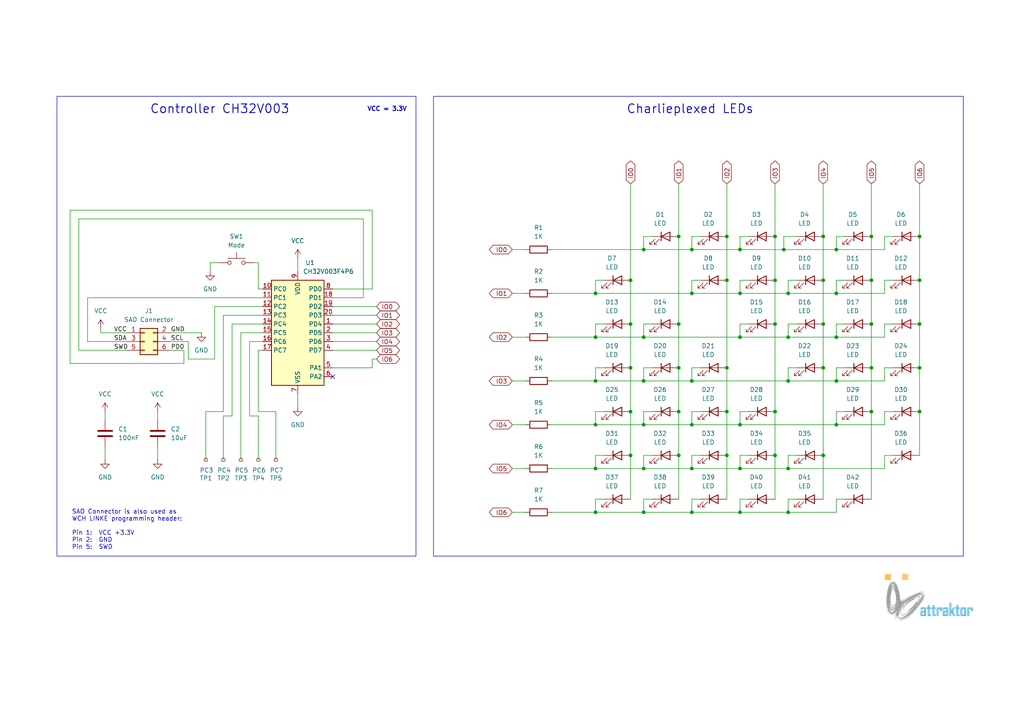
<source format=kicad_sch>
(kicad_sch (version 20231120) (generator "eeschema") (generator_version "8.0")
  (paper "A4")
  (title_block (title "SAO Attraktor") (date "2025-01-06") (rev "1.0") (company "Attraktor e.V. - Frank Hellmann") (comment 1 "Rev 1.0:  42 LEDs Charlieplexed") (comment 2 "Rev 1.1:  extra I/O Pads"))
  (lib_symbols
    (symbol "Connector:TestPoint_Small" (pin_numbers hide) (pin_names (offset 0.762) hide)
      (property "Reference" "TP" (at 0 3.81 0))
      (property "Value" "TestPoint_Small" (at 0 2.032 0))
      (symbol "TestPoint_Small_1_1"
        (pin passive line (at 0 0 90) (length 0) (name "1") (number "1"))
      )
    )
    (symbol "Connector_Generic:Conn_02x03_Odd_Even" (pin_names (offset 1.016) hide)
      (property "Reference" "J" (at 1.27 5.08 0))
      (property "Value" "Conn_02x03_Odd_Even" (at 1.27 -5.08 0))
      (symbol "Conn_02x03_Odd_Even_1_1"
        (pin passive line (at -5.08 2.54 0) (length 3.81) (name "Pin_1") (number "1"))
        (pin passive line (at 7.62 2.54 180) (length 3.81) (name "Pin_2") (number "2"))
        (pin passive line (at -5.08 0 0) (length 3.81) (name "Pin_3") (number "3"))
        (pin passive line (at 7.62 0 180) (length 3.81) (name "Pin_4") (number "4"))
        (pin passive line (at -5.08 -2.54 0) (length 3.81) (name "Pin_5") (number "5"))
        (pin passive line (at 7.62 -2.54 180) (length 3.81) (name "Pin_6") (number "6"))
      )
    )
    (symbol "Device:C" (pin_numbers hide) (pin_names (offset 0.254))
      (property "Reference" "C" (at 0.635 2.54 0))
      (property "Value" "C" (at 0.635 -2.54 0))
      (symbol "C_1_1"
        (pin passive line (at 0 3.81 270) (length 2.794) (name "~") (number "1"))
        (pin passive line (at 0 -3.81 90) (length 2.794) (name "~") (number "2"))
      )
    )
    (symbol "Device:LED" (pin_numbers hide) (pin_names (offset 1.016) hide)
      (property "Reference" "D" (at 0 2.54 0))
      (property "Value" "LED" (at 0 -2.54 0))
      (symbol "LED_1_1"
        (pin passive line (at -3.81 0 0) (length 2.54) (name "K") (number "1"))
        (pin passive line (at 3.81 0 180) (length 2.54) (name "A") (number "2"))
      )
    )
    (symbol "Device:R" (pin_numbers hide) (pin_names (offset 0))
      (property "Reference" "R" (at 2.032 0 90))
      (property "Value" "R" (at 0 0 90))
      (symbol "R_1_1"
        (pin passive line (at 0 3.81 270) (length 1.27) (name "~") (number "1"))
        (pin passive line (at 0 -3.81 90) (length 1.27) (name "~") (number "2"))
      )
    )
    (symbol "MCU_WCH_CH32V0:CH32V003FxPx"
      (property "Reference" "U" (at -7.62 17.78 0))
      (property "Value" "CH32V003FxPx" (at 7.62 17.78 0))
      (symbol "CH32V003FxPx_1_1"
        (pin bidirectional line (at 10.16 2.54 180) (length 2.54) (name "PD4") (number "1"))
        (pin bidirectional line (at -10.16 12.7 0) (length 2.54) (name "PC0") (number "10"))
        (pin bidirectional line (at -10.16 10.16 0) (length 2.54) (name "PC1") (number "11"))
        (pin bidirectional line (at -10.16 7.62 0) (length 2.54) (name "PC2") (number "12"))
        (pin bidirectional line (at -10.16 5.08 0) (length 2.54) (name "PC3") (number "13"))
        (pin bidirectional line (at -10.16 2.54 0) (length 2.54) (name "PC4") (number "14"))
        (pin bidirectional line (at -10.16 0 0) (length 2.54) (name "PC5") (number "15"))
        (pin bidirectional line (at -10.16 -2.54 0) (length 2.54) (name "PC6") (number "16"))
        (pin bidirectional line (at -10.16 -5.08 0) (length 2.54) (name "PC7") (number "17"))
        (pin bidirectional line (at 10.16 10.16 180) (length 2.54) (name "PD1") (number "18"))
        (pin bidirectional line (at 10.16 7.62 180) (length 2.54) (name "PD2") (number "19"))
        (pin bidirectional line (at 10.16 0 180) (length 2.54) (name "PD5") (number "2"))
        (pin bidirectional line (at 10.16 5.08 180) (length 2.54) (name "PD3") (number "20"))
        (pin bidirectional line (at 10.16 -2.54 180) (length 2.54) (name "PD6") (number "3"))
        (pin bidirectional line (at 10.16 -5.08 180) (length 2.54) (name "PD7") (number "4"))
        (pin bidirectional line (at 10.16 -10.16 180) (length 2.54) (name "PA1") (number "5"))
        (pin bidirectional line (at 10.16 -12.7 180) (length 2.54) (name "PA2") (number "6"))
        (pin power_in line (at 0 -17.78 90) (length 2.54) (name "VSS") (number "7"))
        (pin bidirectional line (at 10.16 12.7 180) (length 2.54) (name "PD0") (number "8"))
        (pin power_in line (at 0 17.78 270) (length 2.54) (name "VDD") (number "9"))
      )
    )
    (symbol "Switch:SW_Push" (pin_numbers hide) (pin_names (offset 1.016) hide)
      (property "Reference" "SW" (at 1.27 2.54 0))
      (property "Value" "SW_Push" (at 0 -1.524 0))
      (symbol "SW_Push_0_1"
        (pin passive line (at -5.08 0 0) (length 2.54) (name "1") (number "1"))
        (pin passive line (at 5.08 0 180) (length 2.54) (name "2") (number "2"))
      )
    )
    (symbol "power:GND" (power) (pin_numbers hide) (pin_names (offset 0) hide)
      (property "Value" "GND" (at 0 -3.81 0))
      (symbol "GND_1_1"
        (pin power_in line (at 0 0 270) (length 0) (name "~") (number "1"))
      )
    )
    (symbol "power:VCC" (power) (pin_numbers hide) (pin_names (offset 0) hide)
      (property "Value" "VCC" (at 0 3.556 0))
      (symbol "VCC_1_1"
        (pin power_in line (at 0 0 90) (length 0) (name "~") (number "1"))
      )
    )
  )
  (junction (at 200.66 148.59))
  (junction (at 200.66 85.09))
  (junction (at 172.72 148.59))
  (junction (at 172.72 135.89))
  (junction (at 224.79 68.58))
  (junction (at 200.66 135.89))
  (junction (at 252.73 93.98))
  (junction (at 224.79 132.08))
  (junction (at 186.69 110.49))
  (junction (at 214.63 72.39))
  (junction (at 266.7 93.98))
  (junction (at 252.73 68.58))
  (junction (at 214.63 148.59))
  (junction (at 228.6 85.09))
  (junction (at 182.88 81.28))
  (junction (at 172.72 85.09))
  (junction (at 224.79 81.28))
  (junction (at 252.73 106.68))
  (junction (at 266.7 106.68))
  (junction (at 210.82 68.58))
  (junction (at 196.85 93.98))
  (junction (at 266.7 81.28))
  (junction (at 242.57 123.19))
  (junction (at 238.76 106.68))
  (junction (at 214.63 85.09))
  (junction (at 252.73 81.28))
  (junction (at 210.82 106.68))
  (junction (at 227.33 72.39))
  (junction (at 266.7 119.38))
  (junction (at 238.76 93.98))
  (junction (at 172.72 97.79))
  (junction (at 214.63 135.89))
  (junction (at 196.85 132.08))
  (junction (at 210.82 119.38))
  (junction (at 182.88 93.98))
  (junction (at 200.66 123.19))
  (junction (at 238.76 68.58))
  (junction (at 196.85 68.58))
  (junction (at 182.88 132.08))
  (junction (at 210.82 81.28))
  (junction (at 214.63 123.19))
  (junction (at 238.76 81.28))
  (junction (at 242.57 97.79))
  (junction (at 242.57 72.39))
  (junction (at 172.72 123.19))
  (junction (at 182.88 106.68))
  (junction (at 196.85 119.38))
  (junction (at 200.66 110.49))
  (junction (at 228.6 135.89))
  (junction (at 210.82 132.08))
  (junction (at 266.7 68.58))
  (junction (at 228.6 148.59))
  (junction (at 182.88 119.38))
  (junction (at 186.69 123.19))
  (junction (at 228.6 97.79))
  (junction (at 224.79 93.98))
  (junction (at 238.76 132.08))
  (junction (at 252.73 119.38))
  (junction (at 242.57 85.09))
  (junction (at 200.66 72.39))
  (junction (at 196.85 106.68))
  (junction (at 186.69 148.59))
  (junction (at 224.79 119.38))
  (junction (at 242.57 110.49))
  (junction (at 228.6 110.49))
  (junction (at 186.69 135.89))
  (junction (at 186.69 72.39))
  (junction (at 186.69 97.79))
  (junction (at 172.72 110.49))
  (junction (at 214.63 97.79))
  (no_connect (at 96.52 109.22))
  (wire (pts (xy 49.53 99.06) (xy 54.61 99.06)))
  (wire (pts (xy 175.26 106.68) (xy 172.72 106.68)))
  (wire (pts (xy 259.08 132.08) (xy 256.54 132.08)))
  (wire (pts (xy 256.54 81.28) (xy 256.54 85.09)))
  (wire (pts (xy 242.57 81.28) (xy 242.57 85.09)))
  (wire (pts (xy 72.39 99.06) (xy 72.39 120.65)))
  (wire (pts (xy 96.52 88.9) (xy 109.22 88.9)))
  (wire (pts (xy 148.59 97.79) (xy 152.4 97.79)))
  (wire (pts (xy 245.11 144.78) (xy 242.57 144.78)))
  (wire (pts (xy 186.69 110.49) (xy 200.66 110.49)))
  (wire (pts (xy 238.76 53.34) (xy 238.76 68.58)))
  (wire (pts (xy 186.69 148.59) (xy 200.66 148.59)))
  (wire (pts (xy 200.66 123.19) (xy 214.63 123.19)))
  (wire (pts (xy 160.02 123.19) (xy 172.72 123.19)))
  (wire (pts (xy 210.82 106.68) (xy 210.82 119.38)))
  (wire (pts (xy 22.86 101.6) (xy 22.86 63.5)))
  (wire (pts (xy 224.79 93.98) (xy 224.79 119.38)))
  (wire (pts (xy 266.7 81.28) (xy 266.7 93.98)))
  (wire (pts (xy 224.79 119.38) (xy 224.79 132.08)))
  (wire (pts (xy 29.21 96.52) (xy 36.83 96.52)))
  (wire (pts (xy 217.17 119.38) (xy 214.63 119.38)))
  (wire (pts (xy 189.23 93.98) (xy 186.69 93.98)))
  (wire (pts (xy 72.39 120.65) (xy 74.93 120.65)))
  (wire (pts (xy 227.33 68.58) (xy 227.33 72.39)))
  (wire (pts (xy 210.82 53.34) (xy 210.82 68.58)))
  (wire (pts (xy 45.72 129.54) (xy 45.72 133.35)))
  (wire (pts (xy 86.36 114.3) (xy 86.36 118.11)))
  (wire (pts (xy 186.69 106.68) (xy 186.69 110.49)))
  (wire (pts (xy 182.88 106.68) (xy 182.88 119.38)))
  (wire (pts (xy 74.93 119.38) (xy 80.01 119.38)))
  (wire (pts (xy 245.11 106.68) (xy 242.57 106.68)))
  (wire (pts (xy 266.7 68.58) (xy 266.7 81.28)))
  (wire (pts (xy 62.23 104.14) (xy 62.23 88.9)))
  (wire (pts (xy 54.61 99.06) (xy 54.61 104.14)))
  (wire (pts (xy 189.23 119.38) (xy 186.69 119.38)))
  (wire (pts (xy 105.41 86.36) (xy 96.52 86.36)))
  (wire (pts (xy 242.57 72.39) (xy 227.33 72.39)))
  (wire (pts (xy 74.93 83.82) (xy 76.2 83.82)))
  (wire (pts (xy 266.7 93.98) (xy 266.7 106.68)))
  (wire (pts (xy 64.77 120.65) (xy 64.77 133.35)))
  (wire (pts (xy 196.85 93.98) (xy 196.85 106.68)))
  (wire (pts (xy 203.2 68.58) (xy 200.66 68.58)))
  (wire (pts (xy 29.21 95.25) (xy 29.21 96.52)))
  (wire (pts (xy 252.73 81.28) (xy 252.73 93.98)))
  (wire (pts (xy 238.76 81.28) (xy 238.76 93.98)))
  (wire (pts (xy 175.26 93.98) (xy 172.72 93.98)))
  (wire (pts (xy 172.72 81.28) (xy 172.72 85.09)))
  (wire (pts (xy 259.08 119.38) (xy 256.54 119.38)))
  (wire (pts (xy 256.54 93.98) (xy 256.54 97.79)))
  (wire (pts (xy 76.2 93.98) (xy 67.31 93.98)))
  (wire (pts (xy 53.34 105.41) (xy 53.34 101.6)))
  (wire (pts (xy 238.76 106.68) (xy 238.76 132.08)))
  (wire (pts (xy 238.76 93.98) (xy 238.76 106.68)))
  (wire (pts (xy 200.66 68.58) (xy 200.66 72.39)))
  (wire (pts (xy 36.83 101.6) (xy 22.86 101.6)))
  (wire (pts (xy 252.73 68.58) (xy 252.73 81.28)))
  (wire (pts (xy 200.66 135.89) (xy 186.69 135.89)))
  (wire (pts (xy 217.17 132.08) (xy 214.63 132.08)))
  (wire (pts (xy 214.63 132.08) (xy 214.63 135.89)))
  (wire (pts (xy 200.66 81.28) (xy 200.66 85.09)))
  (wire (pts (xy 182.88 93.98) (xy 182.88 106.68)))
  (wire (pts (xy 148.59 123.19) (xy 152.4 123.19)))
  (wire (pts (xy 203.2 144.78) (xy 200.66 144.78)))
  (wire (pts (xy 54.61 104.14) (xy 62.23 104.14)))
  (wire (pts (xy 200.66 132.08) (xy 200.66 135.89)))
  (wire (pts (xy 203.2 132.08) (xy 200.66 132.08)))
  (wire (pts (xy 256.54 106.68) (xy 256.54 110.49)))
  (wire (pts (xy 76.2 99.06) (xy 72.39 99.06)))
  (wire (pts (xy 172.72 132.08) (xy 172.72 135.89)))
  (wire (pts (xy 53.34 101.6) (xy 49.53 101.6)))
  (wire (pts (xy 67.31 93.98) (xy 67.31 120.65)))
  (wire (pts (xy 245.11 119.38) (xy 242.57 119.38)))
  (wire (pts (xy 107.95 104.14) (xy 107.95 106.68)))
  (wire (pts (xy 175.26 144.78) (xy 172.72 144.78)))
  (wire (pts (xy 203.2 106.68) (xy 200.66 106.68)))
  (wire (pts (xy 231.14 144.78) (xy 228.6 144.78)))
  (wire (pts (xy 160.02 148.59) (xy 172.72 148.59)))
  (wire (pts (xy 224.79 132.08) (xy 224.79 144.78)))
  (wire (pts (xy 266.7 119.38) (xy 266.7 132.08)))
  (wire (pts (xy 74.93 120.65) (xy 74.93 133.35)))
  (wire (pts (xy 172.72 148.59) (xy 186.69 148.59)))
  (wire (pts (xy 62.23 88.9) (xy 76.2 88.9)))
  (wire (pts (xy 172.72 97.79) (xy 186.69 97.79)))
  (wire (pts (xy 172.72 110.49) (xy 186.69 110.49)))
  (wire (pts (xy 200.66 110.49) (xy 228.6 110.49)))
  (wire (pts (xy 96.52 83.82) (xy 107.95 83.82)))
  (wire (pts (xy 86.36 74.93) (xy 86.36 78.74)))
  (wire (pts (xy 107.95 60.96) (xy 20.32 60.96)))
  (wire (pts (xy 186.69 144.78) (xy 186.69 148.59)))
  (wire (pts (xy 217.17 81.28) (xy 214.63 81.28)))
  (wire (pts (xy 45.72 119.38) (xy 45.72 121.92)))
  (wire (pts (xy 228.6 93.98) (xy 228.6 97.79)))
  (wire (pts (xy 74.93 76.2) (xy 74.93 83.82)))
  (wire (pts (xy 200.66 148.59) (xy 214.63 148.59)))
  (wire (pts (xy 252.73 93.98) (xy 252.73 106.68)))
  (wire (pts (xy 214.63 72.39) (xy 200.66 72.39)))
  (wire (pts (xy 214.63 68.58) (xy 214.63 72.39)))
  (wire (pts (xy 231.14 106.68) (xy 228.6 106.68)))
  (wire (pts (xy 256.54 132.08) (xy 256.54 135.89)))
  (wire (pts (xy 203.2 119.38) (xy 200.66 119.38)))
  (wire (pts (xy 186.69 72.39) (xy 200.66 72.39)))
  (wire (pts (xy 172.72 135.89) (xy 160.02 135.89)))
  (wire (pts (xy 69.85 96.52) (xy 76.2 96.52)))
  (wire (pts (xy 245.11 81.28) (xy 242.57 81.28)))
  (wire (pts (xy 214.63 135.89) (xy 200.66 135.89)))
  (wire (pts (xy 259.08 93.98) (xy 256.54 93.98)))
  (wire (pts (xy 186.69 132.08) (xy 186.69 135.89)))
  (wire (pts (xy 189.23 106.68) (xy 186.69 106.68)))
  (wire (pts (xy 30.48 119.38) (xy 30.48 121.92)))
  (wire (pts (xy 80.01 119.38) (xy 80.01 133.35)))
  (wire (pts (xy 182.88 81.28) (xy 182.88 93.98)))
  (wire (pts (xy 259.08 106.68) (xy 256.54 106.68)))
  (wire (pts (xy 231.14 68.58) (xy 227.33 68.58)))
  (wire (pts (xy 266.7 53.34) (xy 266.7 68.58)))
  (wire (pts (xy 160.02 110.49) (xy 172.72 110.49)))
  (wire (pts (xy 96.52 99.06) (xy 109.22 99.06)))
  (wire (pts (xy 238.76 68.58) (xy 238.76 81.28)))
  (wire (pts (xy 256.54 135.89) (xy 228.6 135.89)))
  (wire (pts (xy 214.63 144.78) (xy 214.63 148.59)))
  (wire (pts (xy 200.66 119.38) (xy 200.66 123.19)))
  (wire (pts (xy 30.48 129.54) (xy 30.48 133.35)))
  (wire (pts (xy 107.95 104.14) (xy 109.22 104.14)))
  (wire (pts (xy 175.26 81.28) (xy 172.72 81.28)))
  (wire (pts (xy 25.4 99.06) (xy 25.4 86.36)))
  (wire (pts (xy 256.54 119.38) (xy 256.54 123.19)))
  (wire (pts (xy 175.26 119.38) (xy 172.72 119.38)))
  (wire (pts (xy 252.73 53.34) (xy 252.73 68.58)))
  (wire (pts (xy 217.17 144.78) (xy 214.63 144.78)))
  (wire (pts (xy 231.14 81.28) (xy 228.6 81.28)))
  (wire (pts (xy 189.23 132.08) (xy 186.69 132.08)))
  (wire (pts (xy 172.72 85.09) (xy 200.66 85.09)))
  (wire (pts (xy 49.53 96.52) (xy 58.42 96.52)))
  (wire (pts (xy 242.57 106.68) (xy 242.57 110.49)))
  (wire (pts (xy 242.57 123.19) (xy 256.54 123.19)))
  (wire (pts (xy 217.17 93.98) (xy 214.63 93.98)))
  (wire (pts (xy 200.66 106.68) (xy 200.66 110.49)))
  (wire (pts (xy 182.88 53.34) (xy 182.88 81.28)))
  (wire (pts (xy 214.63 93.98) (xy 214.63 97.79)))
  (wire (pts (xy 242.57 85.09) (xy 256.54 85.09)))
  (wire (pts (xy 69.85 96.52) (xy 69.85 133.35)))
  (wire (pts (xy 160.02 97.79) (xy 172.72 97.79)))
  (wire (pts (xy 63.5 76.2) (xy 60.96 76.2)))
  (wire (pts (xy 36.83 99.06) (xy 25.4 99.06)))
  (wire (pts (xy 96.52 93.98) (xy 109.22 93.98)))
  (wire (pts (xy 228.6 97.79) (xy 242.57 97.79)))
  (wire (pts (xy 186.69 68.58) (xy 186.69 72.39)))
  (wire (pts (xy 59.69 119.38) (xy 59.69 133.35)))
  (wire (pts (xy 96.52 91.44) (xy 109.22 91.44)))
  (wire (pts (xy 96.52 96.52) (xy 109.22 96.52)))
  (wire (pts (xy 228.6 110.49) (xy 242.57 110.49)))
  (wire (pts (xy 256.54 68.58) (xy 256.54 72.39)))
  (wire (pts (xy 172.72 119.38) (xy 172.72 123.19)))
  (wire (pts (xy 242.57 110.49) (xy 256.54 110.49)))
  (wire (pts (xy 214.63 119.38) (xy 214.63 123.19)))
  (wire (pts (xy 148.59 72.39) (xy 152.4 72.39)))
  (wire (pts (xy 107.95 106.68) (xy 96.52 106.68)))
  (wire (pts (xy 228.6 144.78) (xy 228.6 148.59)))
  (wire (pts (xy 189.23 68.58) (xy 186.69 68.58)))
  (wire (pts (xy 224.79 81.28) (xy 224.79 93.98)))
  (wire (pts (xy 242.57 97.79) (xy 256.54 97.79)))
  (wire (pts (xy 217.17 68.58) (xy 214.63 68.58)))
  (wire (pts (xy 245.11 93.98) (xy 242.57 93.98)))
  (wire (pts (xy 172.72 106.68) (xy 172.72 110.49)))
  (polyline (pts (xy 262.364 175.8436) (xy 262.364 175.8436)) (stroke (width -0.0001) (type solid)))
  (wire (pts (xy 172.72 144.78) (xy 172.72 148.59)))
  (wire (pts (xy 20.32 60.96) (xy 20.32 105.41)))
  (wire (pts (xy 200.66 85.09) (xy 214.63 85.09)))
  (wire (pts (xy 148.59 85.09) (xy 152.4 85.09)))
  (wire (pts (xy 25.4 86.36) (xy 76.2 86.36)))
  (wire (pts (xy 214.63 85.09) (xy 228.6 85.09)))
  (wire (pts (xy 186.69 135.89) (xy 172.72 135.89)))
  (wire (pts (xy 107.95 60.96) (xy 107.95 83.82)))
  (wire (pts (xy 259.08 68.58) (xy 256.54 68.58)))
  (wire (pts (xy 186.69 119.38) (xy 186.69 123.19)))
  (wire (pts (xy 228.6 85.09) (xy 242.57 85.09)))
  (wire (pts (xy 73.66 76.2) (xy 74.93 76.2)))
  (wire (pts (xy 200.66 144.78) (xy 200.66 148.59)))
  (wire (pts (xy 186.69 93.98) (xy 186.69 97.79)))
  (wire (pts (xy 148.59 135.89) (xy 152.4 135.89)))
  (wire (pts (xy 160.02 85.09) (xy 172.72 85.09)))
  (wire (pts (xy 256.54 72.39) (xy 242.57 72.39)))
  (wire (pts (xy 252.73 119.38) (xy 252.73 144.78)))
  (wire (pts (xy 231.14 132.08) (xy 228.6 132.08)))
  (wire (pts (xy 60.96 76.2) (xy 60.96 78.74)))
  (wire (pts (xy 67.31 120.65) (xy 64.77 120.65)))
  (wire (pts (xy 203.2 81.28) (xy 200.66 81.28)))
  (wire (pts (xy 214.63 81.28) (xy 214.63 85.09)))
  (wire (pts (xy 228.6 106.68) (xy 228.6 110.49)))
  (wire (pts (xy 228.6 135.89) (xy 214.63 135.89)))
  (wire (pts (xy 228.6 132.08) (xy 228.6 135.89)))
  (wire (pts (xy 186.69 123.19) (xy 200.66 123.19)))
  (wire (pts (xy 210.82 119.38) (xy 210.82 132.08)))
  (wire (pts (xy 227.33 72.39) (xy 214.63 72.39)))
  (wire (pts (xy 242.57 68.58) (xy 242.57 72.39)))
  (wire (pts (xy 210.82 132.08) (xy 210.82 144.78)))
  (wire (pts (xy 172.72 123.19) (xy 186.69 123.19)))
  (wire (pts (xy 252.73 106.68) (xy 252.73 119.38)))
  (wire (pts (xy 214.63 148.59) (xy 228.6 148.59)))
  (wire (pts (xy 22.86 63.5) (xy 105.41 63.5)))
  (wire (pts (xy 196.85 106.68) (xy 196.85 119.38)))
  (wire (pts (xy 172.72 93.98) (xy 172.72 97.79)))
  (wire (pts (xy 182.88 132.08) (xy 182.88 144.78)))
  (wire (pts (xy 224.79 68.58) (xy 224.79 81.28)))
  (wire (pts (xy 242.57 144.78) (xy 242.57 148.59)))
  (wire (pts (xy 266.7 106.68) (xy 266.7 119.38)))
  (wire (pts (xy 210.82 68.58) (xy 210.82 81.28)))
  (wire (pts (xy 259.08 81.28) (xy 256.54 81.28)))
  (wire (pts (xy 189.23 144.78) (xy 186.69 144.78)))
  (wire (pts (xy 160.02 72.39) (xy 186.69 72.39)))
  (wire (pts (xy 20.32 105.41) (xy 53.34 105.41)))
  (wire (pts (xy 74.93 101.6) (xy 76.2 101.6)))
  (wire (pts (xy 245.11 68.58) (xy 242.57 68.58)))
  (wire (pts (xy 105.41 63.5) (xy 105.41 86.36)))
  (wire (pts (xy 196.85 53.34) (xy 196.85 68.58)))
  (wire (pts (xy 242.57 93.98) (xy 242.57 97.79)))
  (wire (pts (xy 196.85 68.58) (xy 196.85 93.98)))
  (wire (pts (xy 224.79 53.34) (xy 224.79 68.58)))
  (wire (pts (xy 182.88 119.38) (xy 182.88 132.08)))
  (wire (pts (xy 196.85 132.08) (xy 196.85 144.78)))
  (wire (pts (xy 214.63 97.79) (xy 228.6 97.79)))
  (wire (pts (xy 74.93 101.6) (xy 74.93 119.38)))
  (wire (pts (xy 196.85 119.38) (xy 196.85 132.08)))
  (wire (pts (xy 231.14 93.98) (xy 228.6 93.98)))
  (wire (pts (xy 186.69 97.79) (xy 214.63 97.79)))
  (wire (pts (xy 64.77 119.38) (xy 59.69 119.38)))
  (wire (pts (xy 148.59 110.49) (xy 152.4 110.49)))
  (wire (pts (xy 238.76 132.08) (xy 238.76 144.78)))
  (wire (pts (xy 242.57 119.38) (xy 242.57 123.19)))
  (wire (pts (xy 210.82 81.28) (xy 210.82 106.68)))
  (wire (pts (xy 175.26 132.08) (xy 172.72 132.08)))
  (wire (pts (xy 148.59 148.59) (xy 152.4 148.59)))
  (wire (pts (xy 64.77 91.44) (xy 64.77 119.38)))
  (wire (pts (xy 214.63 123.19) (xy 242.57 123.19)))
  (wire (pts (xy 228.6 148.59) (xy 242.57 148.59)))
  (wire (pts (xy 64.77 91.44) (xy 76.2 91.44)))
  (wire (pts (xy 96.52 101.6) (xy 109.22 101.6)))
  (wire (pts (xy 228.6 81.28) (xy 228.6 85.09)))
  (polyline (pts (xy 277.806 175.4587) (xy 277.8136 175.4593) (xy 277.8211 175.4603) (xy 277.8285 175.4616) (xy 277.8357 175.4633) (xy 277.8428 175.4653) (xy 277.8498 175.4677) (xy 277.8566 175.4704) (xy 277.8632 175.4734) (xy 277.8697 175.4767) (xy 277.876 175.4803) (xy 277.8821 175.4842) (xy 277.8879 175.4884) (xy 277.8936 175.4929) (xy 277.8991 175.4976) (xy 277.9043 175.5026) (xy 277.9093 175.5078) (xy 277.914 175.5133) (xy 277.9184 175.5189) (xy 277.9226 175.5248) (xy 277.9265 175.5309) (xy 277.9302 175.5372) (xy 277.9335 175.5437) (xy 277.9365 175.5503) (xy 277.9392 175.5571) (xy 277.9416 175.5641) (xy 277.9436 175.5712) (xy 277.9453 175.5784) (xy 277.9466 175.5858) (xy 277.9476 175.5933) (xy 277.9481 175.6008) (xy 277.9483 175.6085) (xy 277.9483 176.0032) (xy 277.9485 176.0109) (xy 277.9491 176.0184) (xy 277.9501 176.0259) (xy 277.9514 176.0333) (xy 277.9531 176.0405) (xy 277.9551 176.0476) (xy 277.9575 176.0546) (xy 277.9602 176.0614) (xy 277.9632 176.068) (xy 277.9665 176.0745) (xy 277.9701 176.0808) (xy 277.974 176.0869) (xy 277.9782 176.0928) (xy 277.9827 176.0984) (xy 277.9874 176.1039) (xy 277.9924 176.1091) (xy 277.9976 176.1141) (xy 278.0031 176.1188) (xy 278.0087 176.1233) (xy 278.0146 176.1274) (xy 278.0207 176.1314) (xy 278.027 176.135) (xy 278.0335 176.1383) (xy 278.0401 176.1413) (xy 278.0469 176.144) (xy 278.0539 176.1464) (xy 278.061 176.1484) (xy 278.0682 176.1501) (xy 278.0756 176.1514) (xy 278.083 176.1524) (xy 278.0906 176.153) (xy 278.0983 176.1532) (xy 278.1716 176.1532) (xy 278.1793 176.1534) (xy 278.1869 176.1539) (xy 278.1944 176.1549) (xy 278.2017 176.1562) (xy 278.209 176.1579) (xy 278.2161 176.1599) (xy 278.2231 176.1623) (xy 278.2299 176.165) (xy 278.2365 176.168) (xy 278.243 176.1713) (xy 278.2492 176.175) (xy 278.2553 176.1789) (xy 278.2612 176.1831) (xy 278.2669 176.1875) (xy 278.2723 176.1923) (xy 278.2776 176.1972) (xy 278.2825 176.2024) (xy 278.2872 176.2079) (xy 278.2917 176.2136) (xy 278.2959 176.2195) (xy 278.2998 176.2255) (xy 278.3034 176.2318) (xy 278.3068 176.2383) (xy 278.3098 176.2449) (xy 278.3125 176.2517) (xy 278.3148 176.2587) (xy 278.3169 176.2658) (xy 278.3185 176.273) (xy 278.3199 176.2804) (xy 278.3208 176.2879) (xy 278.3214 176.2955) (xy 278.3216 176.3032) (xy 278.3216 176.4956) (xy 278.3214 176.5033) (xy 278.3208 176.5109) (xy 278.3199 176.5184) (xy 278.3185 176.5257) (xy 278.3169 176.533) (xy 278.3148 176.5401) (xy 278.3125 176.547) (xy 278.3098 176.5538) (xy 278.3068 176.5605) (xy 278.3034 176.567) (xy 278.2998 176.5732) (xy 278.2959 176.5793) (xy 278.2917 176.5852) (xy 278.2872 176.5909) (xy 278.2825 176.5963) (xy 278.2776 176.6016) (xy 278.2723 176.6065) (xy 278.2669 176.6113) (xy 278.2612 176.6157) (xy 278.2553 176.6199) (xy 278.2492 176.6238) (xy 278.243 176.6274) (xy 278.2365 176.6308) (xy 278.2299 176.6338) (xy 278.2231 176.6365) (xy 278.2161 176.6388) (xy 278.209 176.6409) (xy 278.2017 176.6426) (xy 278.1944 176.6439) (xy 278.1869 176.6448) (xy 278.1793 176.6454) (xy 278.1716 176.6456) (xy 278.0983 176.6456) (xy 278.0906 176.6458) (xy 278.083 176.6464) (xy 278.0756 176.6474) (xy 278.0682 176.6487) (xy 278.061 176.6504) (xy 278.0539 176.6524) (xy 278.0469 176.6548) (xy 278.0401 176.6575) (xy 278.0335 176.6605) (xy 278.027 176.6638) (xy 278.0207 176.6674) (xy 278.0146 176.6713) (xy 278.0087 176.6755) (xy 278.0031 176.68) (xy 277.9976 176.6847) (xy 277.9924 176.6897) (xy 277.9874 176.6949) (xy 277.9827 176.7004) (xy 277.9782 176.706) (xy 277.974 176.7119) (xy 277.9701 176.718) (xy 277.9665 176.7243) (xy 277.9632 176.7307) (xy 277.9602 176.7374) (xy 277.9575 176.7442) (xy 277.9551 176.7511) (xy 277.9531 176.7582) (xy 277.9514 176.7655) (xy 277.9501 176.7729) (xy 277.9491 176.7803) (xy 277.9485 176.7879) (xy 277.9483 176.7956) (xy 277.9483 178.0663) (xy 277.9485 178.074) (xy 277.9491 178.0816) (xy 277.9501 178.0891) (xy 277.9514 178.0964) (xy 277.9531 178.1037) (xy 277.9551 178.1108) (xy 277.9575 178.1177) (xy 277.9602 178.1245) (xy 277.9632 178.1312) (xy 277.9665 178.1376) (xy 277.9701 178.1439) (xy 277.974 178.15) (xy 277.9782 178.1559) (xy 277.9827 178.1616) (xy 277.9874 178.167) (xy 277.9924 178.1722) (xy 277.9976 178.1772) (xy 278.0031 178.1819) (xy 278.0087 178.1864) (xy 278.0146 178.1906) (xy 278.0207 178.1945) (xy 278.027 178.1981) (xy 278.0335 178.2014) (xy 278.0401 178.2045) (xy 278.0469 178.2072) (xy 278.0539 178.2095) (xy 278.061 178.2116) (xy 278.0682 178.2132) (xy 278.0756 178.2146) (xy 278.083 178.2155) (xy 278.0906 178.2161) (xy 278.0983 178.2163) (xy 278.1871 178.2163) (xy 278.1948 178.2165) (xy 278.2024 178.2171) (xy 278.2099 178.218) (xy 278.2173 178.2194) (xy 278.2245 178.221) (xy 278.2316 178.2231) (xy 278.2386 178.2254) (xy 278.2454 178.2281) (xy 278.252 178.2312) (xy 278.2585 178.2345) (xy 278.2648 178.2381) (xy 278.2709 178.242) (xy 278.2767 178.2462) (xy 278.2824 178.2507) (xy 278.2879 178.2554) (xy 278.2931 178.2604) (xy 278.2981 178.2656) (xy 278.3028 178.271) (xy 278.3072 178.2767) (xy 278.3114 178.2826) (xy 278.3153 178.2887) (xy 278.319 178.295) (xy 278.3223 178.3014) (xy 278.3253 178.3081) (xy 278.328 178.3149) (xy 278.3304 178.3218) (xy 278.3324 178.3289) (xy 278.3341 178.3362) (xy 278.3354 178.3435) (xy 278.3364 178.351) (xy 278.3369 178.3586) (xy 278.3371 178.3663) (xy 278.3371 178.5587) (xy 278.3369 178.5664) (xy 278.3364 178.574) (xy 278.3354 178.5815) (xy 278.3341 178.5889) (xy 278.3324 178.5961) (xy 278.3304 178.6032) (xy 278.328 178.6102) (xy 278.3253 178.617) (xy 278.3223 178.6236) (xy 278.319 178.6301) (xy 278.3153 178.6364) (xy 278.3114 178.6425) (xy 278.3072 178.6483) (xy 278.3028 178.654) (xy 278.2981 178.6595) (xy 278.2931 178.6647) (xy 278.2879 178.6697) (xy 278.2824 178.6744) (xy 278.2767 178.6788) (xy 278.2709 178.683) (xy 278.2648 178.6869) (xy 278.2585 178.6906) (xy 278.252 178.6939) (xy 278.2454 178.6969) (xy 278.2386 178.6996) (xy 278.2316 178.702) (xy 278.2245 178.704) (xy 278.2173 178.7057) (xy 278.2099 178.707) (xy 278.2024 178.708) (xy 278.1948 178.7085) (xy 278.1871 178.7087) (xy 277.6943 178.7087) (xy 277.6548 178.7075) (xy 277.6361 178.706) (xy 277.618 178.7039) (xy 277.6006 178.7011) (xy 277.5838 178.6978) (xy 277.5677 178.6938) (xy 277.5523 178.6892) (xy 277.5375 178.684) (xy 277.5233 178.6782) (xy 277.5098 178.6718) (xy 277.497 178.6647) (xy 277.4848 178.6571) (xy 277.4732 178.6488) (xy 277.4623 178.6399) (xy 277.452 178.6303) (xy 277.4424 178.6202) (xy 277.4334 178.6094) (xy 277.425 178.598) (xy 277.4172 178.586) (xy 277.4101 178.5733) (xy 277.4037 178.5601) (xy 277.3978 178.5461) (xy 277.3926 178.5316) (xy 277.388 178.5164) (xy 277.384 178.5006) (xy 277.3806 178.4842) (xy 277.3779 178.4671) (xy 277.3757 178.4494) (xy 277.3742 178.4311) (xy 277.373 178.3925) (xy 277.373 176.7956) (xy 277.3728 176.7879) (xy 277.3723 176.7803) (xy 277.3714 176.7729) (xy 277.3702 176.7655) (xy 277.3686 176.7582) (xy 277.3668 176.7511) (xy 277.3646 176.7442) (xy 277.3621 176.7374) (xy 277.3594 176.7307) (xy 277.3563 176.7243) (xy 277.353 176.718) (xy 277.3494 176.7119) (xy 277.3456 176.706) (xy 277.3415 176.7004) (xy 277.3372 176.6949) (xy 277.3326 176.6897) (xy 277.3278 176.6847) (xy 277.3228 176.68) (xy 277.3177 176.6755) (xy 277.3123 176.6713) (xy 277.3067 176.6674) (xy 277.3009 176.6638) (xy 277.295 176.6605) (xy 277.2889 176.6575) (xy 277.2827 176.6548) (xy 277.2763 176.6524) (xy 277.2698 176.6504) (xy 277.2632 176.6487) (xy 277.2564 176.6474) (xy 277.2496 176.6464) (xy 277.2426 176.6458) (xy 277.2356 176.6456) (xy 277.2286 176.6454) (xy 277.2216 176.6448) (xy 277.2148 176.6439) (xy 277.208 176.6426) (xy 277.2014 176.6409) (xy 277.1949 176.6388) (xy 277.1885 176.6365) (xy 277.1823 176.6338) (xy 277.1762 176.6308) (xy 277.1703 176.6274) (xy 277.1645 176.6238) (xy 277.1589 176.6199) (xy 277.1536 176.6157) (xy 277.1484 176.6113) (xy 277.1434 176.6065) (xy 277.1386 176.6016) (xy 277.134 176.5963) (xy 277.1297 176.5909) (xy 277.1256 176.5852) (xy 277.1218 176.5793) (xy 277.1182 176.5732) (xy 277.1149 176.567) (xy 277.1118 176.5605) (xy 277.1091 176.5538) (xy 277.1066 176.547) (xy 277.1044 176.5401) (xy 277.1026 176.533) (xy 277.101 176.5257) (xy 277.0998 176.5184) (xy 277.0989 176.5109) (xy 277.0984 176.5033) (xy 277.0982 176.4956) (xy 277.0982 176.3032) (xy 277.0984 176.2955) (xy 277.0989 176.2879) (xy 277.0998 176.2804) (xy 277.101 176.273) (xy 277.1026 176.2658) (xy 277.1044 176.2587) (xy 277.1066 176.2517) (xy 277.1091 176.2449) (xy 277.1118 176.2383) (xy 277.1149 176.2318) (xy 277.1182 176.2255) (xy 277.1218 176.2195) (xy 277.1256 176.2136) (xy 277.1297 176.2079) (xy 277.134 176.2024) (xy 277.1386 176.1972) (xy 277.1434 176.1923) (xy 277.1484 176.1875) (xy 277.1536 176.1831) (xy 277.1589 176.1789) (xy 277.1645 176.175) (xy 277.1703 176.1713) (xy 277.1762 176.168) (xy 277.1823 176.165) (xy 277.1885 176.1623) (xy 277.1949 176.1599) (xy 277.2014 176.1579) (xy 277.208 176.1562) (xy 277.2148 176.1549) (xy 277.2216 176.1539) (xy 277.2286 176.1534) (xy 277.2356 176.1532) (xy 277.2426 176.153) (xy 277.2496 176.1524) (xy 277.2564 176.1514) (xy 277.2632 176.1501) (xy 277.2698 176.1484) (xy 277.2763 176.1464) (xy 277.2827 176.144) (xy 277.2889 176.1413) (xy 277.295 176.1383) (xy 277.3009 176.135) (xy 277.3067 176.1314) (xy 277.3123 176.1274) (xy 277.3177 176.1233) (xy 277.3228 176.1188) (xy 277.3278 176.1141) (xy 277.3326 176.1091) (xy 277.3372 176.1039) (xy 277.3415 176.0984) (xy 277.3456 176.0928) (xy 277.3494 176.0869) (xy 277.353 176.0808) (xy 277.3563 176.0745) (xy 277.3594 176.068) (xy 277.3621 176.0614) (xy 277.3646 176.0546) (xy 277.3668 176.0476) (xy 277.3686 176.0405) (xy 277.3702 176.0333) (xy 277.3714 176.0259) (xy 277.3723 176.0184) (xy 277.3728 176.0109) (xy 277.373 176.0032) (xy 277.373 175.6085) (xy 277.3732 175.6008) (xy 277.3738 175.5933) (xy 277.3747 175.5858) (xy 277.376 175.5784) (xy 277.3777 175.5712) (xy 277.3797 175.5641) (xy 277.3821 175.5571) (xy 277.3848 175.5503) (xy 277.3878 175.5437) (xy 277.3911 175.5372) (xy 277.3948 175.5309) (xy 277.3987 175.5248) (xy 277.4029 175.5189) (xy 277.4073 175.5133) (xy 277.4121 175.5078) (xy 277.417 175.5026) (xy 277.4223 175.4976) (xy 277.4277 175.4929) (xy 277.4334 175.4884) (xy 277.4393 175.4842) (xy 277.4453 175.4803) (xy 277.4516 175.4767) (xy 277.4581 175.4734) (xy 277.4647 175.4704) (xy 277.4715 175.4677) (xy 277.4785 175.4653) (xy 277.4856 175.4633) (xy 277.4928 175.4616) (xy 277.5002 175.4603) (xy 277.5077 175.4593) (xy 277.5153 175.4587) (xy 277.523 175.4585) (xy 277.7983 175.4585) (xy 277.806 175.4587)) (stroke (width -0.0001) (type solid)) (fill (type color) (color 104 184 220 1)))
  (polyline (pts (xy 263.293 167.585) (xy 263.2967 167.5854) (xy 263.3005 167.5861) (xy 263.3023 167.5865) (xy 263.3041 167.587) (xy 263.3059 167.5875) (xy 263.3077 167.5881) (xy 263.3094 167.5888) (xy 263.3111 167.5895) (xy 263.3128 167.5903) (xy 263.3144 167.5912) (xy 263.316 167.5921) (xy 263.3176 167.5931) (xy 263.3191 167.5942) (xy 263.3206 167.5953) (xy 263.322 167.5965) (xy 263.3234 167.5978) (xy 263.3247 167.5991) (xy 263.3259 167.6005) (xy 263.3271 167.602) (xy 263.3282 167.6035) (xy 263.3293 167.6051) (xy 263.3302 167.6068) (xy 263.3307 167.6076) (xy 263.331 167.6085) (xy 263.3314 167.6093) (xy 263.3316 167.6102) (xy 263.3318 167.6111) (xy 263.332 167.612) (xy 263.3321 167.6129) (xy 263.3322 167.6138) (xy 263.3322 167.6147) (xy 263.3323 167.6156) (xy 263.3323 167.6175) (xy 263.3323 167.6213) (xy 263.3323 167.6219) (xy 263.3323 167.6224) (xy 263.3322 167.6236) (xy 263.3321 167.6258) (xy 263.3321 167.6269) (xy 263.3321 167.6274) (xy 263.3321 167.628) (xy 263.3321 167.6286) (xy 263.3321 167.6291) (xy 263.3322 167.6297) (xy 263.3323 167.6302) (xy 263.334 167.6352) (xy 263.334 167.6355) (xy 263.3341 167.6358) (xy 263.3341 167.6361) (xy 263.3341 167.6364) (xy 263.3341 167.6367) (xy 263.3341 167.637) (xy 263.334 167.6372) (xy 263.334 167.6375) (xy 263.334 167.6378) (xy 263.3339 167.638) (xy 263.3338 167.6382) (xy 263.3338 167.6385) (xy 263.3336 167.6389) (xy 263.3334 167.6394) (xy 263.3332 167.6398) (xy 263.333 167.6402) (xy 263.3325 167.6411) (xy 263.3323 167.6415) (xy 263.332 167.642) (xy 263.3318 167.6424) (xy 263.3316 167.6429) (xy 263.3315 167.6433) (xy 263.3314 167.6437) (xy 263.3313 167.644) (xy 263.3312 167.6444) (xy 263.3311 167.6448) (xy 263.3311 167.6451) (xy 263.331 167.6458) (xy 263.3308 167.6472) (xy 263.3307 167.648) (xy 263.3307 167.6484) (xy 263.3306 167.6488) (xy 263.3304 167.6498) (xy 263.3301 167.6507) (xy 263.3298 167.6517) (xy 263.3294 167.6526) (xy 263.3289 167.6536) (xy 263.3284 167.6544) (xy 263.3278 167.6553) (xy 263.3272 167.6561) (xy 263.3266 167.6569) (xy 263.3259 167.6577) (xy 263.3251 167.6584) (xy 263.3247 167.6587) (xy 263.3243 167.659) (xy 263.3239 167.6593) (xy 263.3234 167.6596) (xy 263.323 167.6599) (xy 263.3225 167.6601) (xy 263.3221 167.6604) (xy 263.3216 167.6606) (xy 263.3211 167.6608) (xy 263.3206 167.661) (xy 263.3203 167.6611) (xy 263.32 167.6611) (xy 263.3194 167.6612) (xy 263.3187 167.6613) (xy 263.318 167.6614) (xy 263.3173 167.6614) (xy 263.3166 167.6613) (xy 263.3151 167.6613) (xy 263.3144 167.6613) (xy 263.3137 167.6613) (xy 263.313 167.6613) (xy 263.3123 167.6614) (xy 263.3116 167.6615) (xy 263.3113 167.6616) (xy 263.311 167.6617) (xy 263.3107 167.6618) (xy 263.3104 167.662) (xy 263.3102 167.6621) (xy 263.3099 167.6623) (xy 263.3095 167.6626) (xy 263.3092 167.6629) (xy 263.3089 167.6632) (xy 263.3086 167.6636) (xy 263.3083 167.664) (xy 263.3081 167.6643) (xy 263.3079 167.6647) (xy 263.3077 167.6651) (xy 263.3074 167.666) (xy 263.3072 167.6668) (xy 263.3067 167.6686) (xy 263.3064 167.6695) (xy 263.3061 167.6703) (xy 263.306 167.6707) (xy 263.3058 167.6711) (xy 263.3056 167.6715) (xy 263.3053 167.6719) (xy 263.3051 167.6723) (xy 263.3048 167.6726) (xy 263.3045 167.6729) (xy 263.3041 167.6732) (xy 263.3037 167.6735) (xy 263.3033 167.6738) (xy 263.3028 167.674) (xy 263.3023 167.6742) (xy 263.3014 167.6745) (xy 263.3005 167.6747) (xy 263.2996 167.6749) (xy 263.2986 167.675) (xy 263.2977 167.675) (xy 263.2967 167.6751) (xy 263.2948 167.6751) (xy 263.2928 167.6751) (xy 263.2909 167.6752) (xy 263.2899 167.6752) (xy 263.289 167.6753) (xy 263.2881 167.6754) (xy 263.2872 167.6756) (xy 263.2864 167.6758) (xy 263.2855 167.6761) (xy 263.2847 167.6764) (xy 263.2838 167.6768) (xy 263.282 167.6776) (xy 263.2802 167.6783) (xy 263.2792 167.6787) (xy 263.2783 167.679) (xy 263.2774 167.6792) (xy 263.2764 167.6794) (xy 263.2755 167.6796) (xy 263.275 167.6796) (xy 263.2746 167.6796) (xy 263.2741 167.6796) (xy 263.2737 167.6796) (xy 263.2732 167.6795) (xy 263.2728 167.6794) (xy 263.2722 167.6792) (xy 263.2716 167.679) (xy 263.271 167.6787) (xy 263.2705 167.6784) (xy 263.2699 167.678) (xy 263.2694 167.6776) (xy 263.2688 167.6772) (xy 263.2683 167.6767) (xy 263.2672 167.6756) (xy 263.2662 167.6745) (xy 263.2652 167.6732) (xy 263.2642 167.6719) (xy 263.2604 167.6667) (xy 263.2595 167.6656) (xy 263.2586 167.6645) (xy 263.2577 167.6635) (xy 263.2572 167.6631) (xy 263.2567 167.6627) (xy 263.2559 167.662) (xy 263.2551 167.6613) (xy 263.2542 167.6605) (xy 263.2534 167.6597) (xy 263.2526 167.6589) (xy 263.2518 167.658) (xy 263.251 167.6571) (xy 263.2503 167.6562) (xy 263.2495 167.6552) (xy 263.2488 167.6543) (xy 263.2481 167.6533) (xy 263.2475 167.6523) (xy 263.2468 167.6513) (xy 263.2463 167.6503) (xy 263.2457 167.6493) (xy 263.2452 167.6483) (xy 263.245 167.6478) (xy 263.2447 167.6472) (xy 263.2445 167.6467) (xy 263.2443 167.6461) (xy 263.2441 167.6455) (xy 263.244 167.6448) (xy 263.2438 167.6442) (xy 263.2437 167.6436) (xy 263.2436 167.6429) (xy 263.2435 167.6423) (xy 263.2434 167.6416) (xy 263.2434 167.641) (xy 263.2434 167.6404) (xy 263.2433 167.6397) (xy 263.2434 167.6391) (xy 263.2434 167.6385) (xy 263.2434 167.6382) (xy 263.2435 167.638) (xy 263.2435 167.6377) (xy 263.2436 167.6374) (xy 263.2437 167.6371) (xy 263.2438 167.6369) (xy 263.244 167.6363) (xy 263.2442 167.6358) (xy 263.2443 167.6355) (xy 263.2444 167.6353) (xy 263.2445 167.635) (xy 263.2445 167.6348) (xy 263.2446 167.6345) (xy 263.2446 167.6343) (xy 263.2446 167.634) (xy 263.2446 167.6336) (xy 263.2445 167.6333) (xy 263.2445 167.633) (xy 263.2444 167.6327) (xy 263.2443 167.6323) (xy 263.2441 167.6317) (xy 263.2436 167.6303) (xy 263.2434 167.6296) (xy 263.2432 167.629) (xy 263.2431 167.6287) (xy 263.243 167.6284) (xy 263.243 167.628) (xy 263.2429 167.6277) (xy 263.2429 167.6275) (xy 263.2429 167.6272) (xy 263.243 167.6269) (xy 263.2431 167.6266) (xy 263.2432 167.6264) (xy 263.2433 167.6261) (xy 263.2435 167.6259) (xy 263.2437 167.6257) (xy 263.244 167.6255) (xy 263.2443 167.6253) (xy 263.2446 167.6252) (xy 263.245 167.625) (xy 263.2449 167.6245) (xy 263.2449 167.624) (xy 263.2449 167.6234) (xy 263.2449 167.6228) (xy 263.245 167.6221) (xy 263.2451 167.6214) (xy 263.2452 167.6207) (xy 263.2453 167.62) (xy 263.2455 167.6193) (xy 263.2457 167.6186) (xy 263.2459 167.6179) (xy 263.2461 167.6173) (xy 263.2464 167.6167) (xy 263.2466 167.6162) (xy 263.2468 167.6158) (xy 263.2471 167.6154) (xy 263.2472 167.6153) (xy 263.2473 167.6151) (xy 263.2475 167.615) (xy 263.2476 167.6149) (xy 263.2477 167.6148) (xy 263.2479 167.6147) (xy 263.248 167.6146) (xy 263.2482 167.6145) (xy 263.2484 167.6144) (xy 263.2487 167.6143) (xy 263.2493 167.6141) (xy 263.2495 167.614) (xy 263.2498 167.6138) (xy 263.25 167.6137) (xy 263.2501 167.6137) (xy 263.2502 167.6136) (xy 263.2504 167.6134) (xy 263.2505 167.6133) (xy 263.2506 167.6132) (xy 263.2508 167.613) (xy 263.2509 167.6129) (xy 263.251 167.6127) (xy 263.2512 167.6125) (xy 263.2513 167.6123) (xy 263.2514 167.612) (xy 263.2516 167.6117) (xy 263.2517 167.6114) (xy 263.2519 167.6111) (xy 263.252 167.6108) (xy 263.2521 167.6105) (xy 263.2522 167.6102) (xy 263.2522 167.6099) (xy 263.2523 167.6096) (xy 263.2523 167.6093) (xy 263.2524 167.609) (xy 263.2524 167.6087) (xy 263.2524 167.6084) (xy 263.2523 167.608) (xy 263.2523 167.6078) (xy 263.2524 167.6078) (xy 263.2524 167.6077) (xy 263.2525 167.6077) (xy 263.2524 167.6067) (xy 263.2524 167.6061) (xy 263.2523 167.6057) (xy 263.2523 167.6054) (xy 263.2523 167.6052) (xy 263.2522 167.6048) (xy 263.2522 167.6042) (xy 263.2522 167.6032) (xy 263.2522 167.603) (xy 263.2522 167.6027) (xy 263.2523 167.6025) (xy 263.2523 167.6022) (xy 263.2524 167.602) (xy 263.2525 167.6018) (xy 263.2526 167.6015) (xy 263.2528 167.6013) (xy 263.2529 167.601) (xy 263.2531 167.6008) (xy 263.2534 167.6004) (xy 263.2538 167.5999) (xy 263.2542 167.5995) (xy 263.2547 167.5991) (xy 263.2551 167.5988) (xy 263.2556 167.5984) (xy 263.2561 167.5981) (xy 263.2566 167.5979) (xy 263.257 167.5976) (xy 263.2575 167.5975) (xy 263.2579 167.5973) (xy 263.2583 167.5972) (xy 263.2587 167.597) (xy 263.2591 167.5969) (xy 263.2594 167.5967) (xy 263.2597 167.5965) (xy 263.26 167.5964) (xy 263.2603 167.5962) (xy 263.2606 167.5961) (xy 263.2608 167.5959) (xy 263.261 167.5957) (xy 263.2614 167.5954) (xy 263.2618 167.595) (xy 263.2622 167.5946) (xy 263.2629 167.5939) (xy 263.2633 167.5935) (xy 263.2637 167.5931) (xy 263.264 167.5929) (xy 263.2642 167.5927) (xy 263.2645 167.5924) (xy 263.2648 167.5922) (xy 263.2652 167.592) (xy 263.2655 167.5918) (xy 263.2659 167.5916) (xy 263.2663 167.5914) (xy 263.267 167.591) (xy 263.2678 167.5906) (xy 263.2692 167.5897) (xy 263.2705 167.5889) (xy 263.2719 167.5882) (xy 263.2726 167.5878) (xy 263.2733 167.5875) (xy 263.274 167.5871) (xy 263.2747 167.5868) (xy 263.2755 167.5866) (xy 263.2763 167.5863) (xy 263.2771 167.5861) (xy 263.278 167.5859) (xy 263.2817 167.5853) (xy 263.2854 167.585) (xy 263.2892 167.5849) (xy 263.293 167.585)) (stroke (width -0.0001) (type solid)) (fill (type color) (color 255 255 255 1)))
  (polyline (pts (xy 257.5642 167.2024) (xy 257.5642 167.2027) (xy 257.5642 167.2028) (xy 257.5641 167.2028) (xy 257.564 167.2028) (xy 257.564 167.2027) (xy 257.5639 167.2027) (xy 257.5639 167.2026) (xy 257.5639 167.2025) (xy 257.5638 167.2024) (xy 257.5638 167.2023) (xy 257.5637 167.2022) (xy 257.5637 167.2021) (xy 257.5641 167.202) (xy 257.5642 167.2024)) (stroke (width -0.0001) (type solid)) (fill (type color) (color 255 255 255 1)))
  (polyline (pts (xy 257.3615 166.5949) (xy 257.3616 166.5953) (xy 257.3616 166.5954) (xy 257.3615 166.5954) (xy 257.3614 166.5954) (xy 257.3614 166.5953) (xy 257.3613 166.5953) (xy 257.3613 166.5952) (xy 257.3612 166.5952) (xy 257.3612 166.5951) (xy 257.3611 166.595) (xy 257.3611 166.5948) (xy 257.361 166.5947) (xy 257.361 166.5946) (xy 257.3614 166.5946) (xy 257.3615 166.5949)) (stroke (width -0.0001) (type solid)) (fill (type color) (color 255 255 255 1)))
  (polyline (pts (xy 262.4415 166.5949) (xy 262.4416 166.5953) (xy 262.4416 166.5954) (xy 262.4415 166.5954) (xy 262.4414 166.5954) (xy 262.4414 166.5953) (xy 262.4413 166.5953) (xy 262.4413 166.5952) (xy 262.4412 166.5952) (xy 262.4412 166.5951) (xy 262.4411 166.595) (xy 262.4411 166.5948) (xy 262.441 166.5947) (xy 262.441 166.5946) (xy 262.4414 166.5946) (xy 262.4415 166.5949)) (stroke (width -0.0001) (type solid)) (fill (type color) (color 255 255 255 1)))
  (polyline (pts (xy 261.8742 167.585) (xy 261.878 167.5854) (xy 261.8817 167.5861) (xy 261.8835 167.5865) (xy 261.8854 167.587) (xy 261.8872 167.5875) (xy 261.8889 167.5881) (xy 261.8907 167.5888) (xy 261.8924 167.5895) (xy 261.8941 167.5903) (xy 261.8957 167.5912) (xy 261.8973 167.5921) (xy 261.8989 167.5931) (xy 261.9004 167.5942) (xy 261.9018 167.5953) (xy 261.9032 167.5965) (xy 261.9046 167.5978) (xy 261.9059 167.5991) (xy 261.9072 167.6005) (xy 261.9083 167.602) (xy 261.9095 167.6035) (xy 261.9105 167.6051) (xy 261.9115 167.6068) (xy 261.9119 167.6076) (xy 261.9123 167.6085) (xy 261.9126 167.6093) (xy 261.9129 167.6102) (xy 261.9131 167.6111) (xy 261.9132 167.612) (xy 261.9133 167.6129) (xy 261.9134 167.6138) (xy 261.9135 167.6147) (xy 261.9135 167.6156) (xy 261.9136 167.6175) (xy 261.9136 167.6213) (xy 261.9136 167.6219) (xy 261.9135 167.6224) (xy 261.9135 167.6236) (xy 261.9134 167.6258) (xy 261.9133 167.6269) (xy 261.9133 167.6274) (xy 261.9133 167.628) (xy 261.9133 167.6286) (xy 261.9134 167.6291) (xy 261.9135 167.6297) (xy 261.9136 167.6302) (xy 261.9152 167.6352) (xy 261.9153 167.6355) (xy 261.9153 167.6358) (xy 261.9153 167.6361) (xy 261.9153 167.6364) (xy 261.9153 167.6367) (xy 261.9153 167.637) (xy 261.9153 167.6372) (xy 261.9153 167.6375) (xy 261.9152 167.6378) (xy 261.9152 167.638) (xy 261.9151 167.6382) (xy 261.915 167.6385) (xy 261.9148 167.6389) (xy 261.9147 167.6394) (xy 261.9144 167.6398) (xy 261.9142 167.6402) (xy 261.9138 167.6411) (xy 261.9135 167.6415) (xy 261.9133 167.642) (xy 261.9131 167.6424) (xy 261.9129 167.6429) (xy 261.9127 167.6433) (xy 261.9126 167.6437) (xy 261.9125 167.644) (xy 261.9124 167.6444) (xy 261.9124 167.6448) (xy 261.9123 167.6451) (xy 261.9122 167.6458) (xy 261.9121 167.6472) (xy 261.912 167.648) (xy 261.9119 167.6484) (xy 261.9118 167.6488) (xy 261.9116 167.6498) (xy 261.9113 167.6507) (xy 261.911 167.6517) (xy 261.9106 167.6526) (xy 261.9102 167.6536) (xy 261.9097 167.6544) (xy 261.9091 167.6553) (xy 261.9085 167.6561) (xy 261.9078 167.6569) (xy 261.9071 167.6577) (xy 261.9063 167.6584) (xy 261.9059 167.6587) (xy 261.9055 167.659) (xy 261.9051 167.6593) (xy 261.9047 167.6596) (xy 261.9042 167.6599) (xy 261.9038 167.6601) (xy 261.9033 167.6604) (xy 261.9029 167.6606) (xy 261.9024 167.6608) (xy 261.9019 167.661) (xy 261.9016 167.6611) (xy 261.9013 167.6611) (xy 261.9006 167.6612) (xy 261.9 167.6613) (xy 261.8993 167.6614) (xy 261.8986 167.6614) (xy 261.8978 167.6613) (xy 261.8964 167.6613) (xy 261.8956 167.6613) (xy 261.8949 167.6613) (xy 261.8942 167.6613) (xy 261.8935 167.6614) (xy 261.8929 167.6615) (xy 261.8926 167.6616) (xy 261.8923 167.6617) (xy 261.892 167.6618) (xy 261.8917 167.662) (xy 261.8914 167.6621) (xy 261.8911 167.6623) (xy 261.8908 167.6626) (xy 261.8904 167.6629) (xy 261.8901 167.6632) (xy 261.8898 167.6636) (xy 261.8896 167.664) (xy 261.8894 167.6643) (xy 261.8892 167.6647) (xy 261.889 167.6651) (xy 261.8887 167.666) (xy 261.8884 167.6668) (xy 261.8879 167.6686) (xy 261.8877 167.6695) (xy 261.8874 167.6703) (xy 261.8872 167.6707) (xy 261.887 167.6711) (xy 261.8868 167.6715) (xy 261.8866 167.6719) (xy 261.8863 167.6723) (xy 261.886 167.6726) (xy 261.8857 167.6729) (xy 261.8854 167.6732) (xy 261.885 167.6735) (xy 261.8845 167.6738) (xy 261.8841 167.674) (xy 261.8835 167.6742) (xy 261.8826 167.6745) (xy 261.8817 167.6747) (xy 261.8808 167.6749) (xy 261.8799 167.675) (xy 261.8789 167.675) (xy 261.878 167.6751) (xy 261.876 167.6751) (xy 261.8741 167.6751) (xy 261.8721 167.6752) (xy 261.8712 167.6752) (xy 261.8702 167.6753) (xy 261.8693 167.6754) (xy 261.8684 167.6756) (xy 261.8676 167.6758) (xy 261.8668 167.6761) (xy 261.8659 167.6764) (xy 261.8651 167.6768) (xy 261.8633 167.6776) (xy 261.8614 167.6783) (xy 261.8605 167.6787) (xy 261.8595 167.679) (xy 261.8586 167.6792) (xy 261.8577 167.6794) (xy 261.8568 167.6796) (xy 261.8563 167.6796) (xy 261.8558 167.6796) (xy 261.8554 167.6796) (xy 261.8549 167.6796) (xy 261.8545 167.6795) (xy 261.8541 167.6794) (xy 261.8535 167.6792) (xy 261.8529 167.679) (xy 261.8523 167.6787) (xy 261.8517 167.6784) (xy 261.8512 167.678) (xy 261.8506 167.6776) (xy 261.8501 167.6772) (xy 261.8495 167.6767) (xy 261.8485 167.6756) (xy 261.8475 167.6745) (xy 261.8465 167.6732) (xy 261.8455 167.6719) (xy 261.8417 167.6667) (xy 261.8408 167.6656) (xy 261.8398 167.6645) (xy 261.8389 167.6635) (xy 261.8384 167.6631) (xy 261.838 167.6627) (xy 261.8371 167.662) (xy 261.8363 167.6613) (xy 261.8355 167.6605) (xy 261.8347 167.6597) (xy 261.8339 167.6589) (xy 261.8331 167.658) (xy 261.8323 167.6571) (xy 261.8315 167.6562) (xy 261.8308 167.6552) (xy 261.8301 167.6543) (xy 261.8294 167.6533) (xy 261.8287 167.6523) (xy 261.8281 167.6513) (xy 261.8275 167.6503) (xy 261.827 167.6493) (xy 261.8265 167.6483) (xy 261.8262 167.6478) (xy 261.826 167.6472) (xy 261.8258 167.6467) (xy 261.8256 167.6461) (xy 261.8254 167.6455) (xy 261.8252 167.6448) (xy 261.8251 167.6442) (xy 261.8249 167.6436) (xy 261.8248 167.6429) (xy 261.8248 167.6423) (xy 261.8247 167.6416) (xy 261.8246 167.641) (xy 261.8246 167.6404) (xy 261.8246 167.6397) (xy 261.8246 167.6391) (xy 261.8247 167.6385) (xy 261.8247 167.6382) (xy 261.8247 167.638) (xy 261.8248 167.6377) (xy 261.8249 167.6374) (xy 261.825 167.6371) (xy 261.8251 167.6369) (xy 261.8253 167.6363) (xy 261.8255 167.6358) (xy 261.8256 167.6355) (xy 261.8257 167.6353) (xy 261.8257 167.635) (xy 261.8258 167.6348) (xy 261.8258 167.6345) (xy 261.8258 167.6343) (xy 261.8258 167.634) (xy 261.8258 167.6336) (xy 261.8258 167.6333) (xy 261.8257 167.633) (xy 261.8256 167.6327) (xy 261.8256 167.6323) (xy 261.8253 167.6317) (xy 261.8249 167.6303) (xy 261.8246 167.6296) (xy 261.8244 167.629) (xy 261.8243 167.6287) (xy 261.8243 167.6284) (xy 261.8242 167.628) (xy 261.8242 167.6277) (xy 261.8242 167.6275) (xy 261.8242 167.6272) (xy 261.8242 167.6269) (xy 261.8243 167.6266) (xy 261.8244 167.6264) (xy 261.8246 167.6261) (xy 261.8247 167.6259) (xy 261.8249 167.6257) (xy 261.8252 167.6255) (xy 261.8255 167.6253) (xy 261.8258 167.6252) (xy 261.8262 167.625) (xy 261.8262 167.6245) (xy 261.8261 167.624) (xy 261.8261 167.6234) (xy 261.8262 167.6228) (xy 261.8262 167.6221) (xy 261.8263 167.6214) (xy 261.8264 167.6207) (xy 261.8266 167.62) (xy 261.8268 167.6193) (xy 261.827 167.6186) (xy 261.8272 167.6179) (xy 261.8274 167.6173) (xy 261.8276 167.6167) (xy 261.8278 167.6162) (xy 261.8281 167.6158) (xy 261.8283 167.6154) (xy 261.8285 167.6153) (xy 261.8286 167.6151) (xy 261.8287 167.615) (xy 261.8289 167.6149) (xy 261.829 167.6148) (xy 261.8291 167.6147) (xy 261.8293 167.6146) (xy 261.8294 167.6145) (xy 261.8297 167.6144) (xy 261.83 167.6143) (xy 261.8305 167.6141) (xy 261.8308 167.614) (xy 261.8311 167.6138) (xy 261.8312 167.6137) (xy 261.8313 167.6137) (xy 261.8315 167.6136) (xy 261.8316 167.6134) (xy 261.8318 167.6133) (xy 261.8319 167.6132) (xy 261.832 167.613) (xy 261.8322 167.6129) (xy 261.8323 167.6127) (xy 261.8324 167.6125) (xy 261.8326 167.6123) (xy 261.8327 167.612) (xy 261.8329 167.6117) (xy 261.833 167.6114) (xy 261.8331 167.6111) (xy 261.8332 167.6108) (xy 261.8333 167.6105) (xy 261.8334 167.6102) (xy 261.8335 167.6099) (xy 261.8335 167.6096) (xy 261.8336 167.6093) (xy 261.8336 167.609) (xy 261.8336 167.6087) (xy 261.8336 167.6084) (xy 261.8336 167.608) (xy 261.8335 167.6078) (xy 261.8336 167.6078) (xy 261.8337 167.6077) (xy 261.8338 167.6077) (xy 261.8337 167.6067) (xy 261.8336 167.6061) (xy 261.8336 167.6057) (xy 261.8335 167.6054) (xy 261.8335 167.6052) (xy 261.8335 167.6048) (xy 261.8335 167.6042) (xy 261.8334 167.6032) (xy 261.8334 167.603) (xy 261.8335 167.6027) (xy 261.8335 167.6025) (xy 261.8336 167.6022) (xy 261.8337 167.602) (xy 261.8338 167.6018) (xy 261.8339 167.6015) (xy 261.834 167.6013) (xy 261.8342 167.601) (xy 261.8343 167.6008) (xy 261.8347 167.6004) (xy 261.835 167.5999) (xy 261.8355 167.5995) (xy 261.8359 167.5991) (xy 261.8364 167.5988) (xy 261.8369 167.5984) (xy 261.8373 167.5981) (xy 261.8378 167.5979) (xy 261.8383 167.5976) (xy 261.8387 167.5975) (xy 261.8391 167.5973) (xy 261.8396 167.5972) (xy 261.84 167.597) (xy 261.8403 167.5969) (xy 261.8407 167.5967) (xy 261.841 167.5965) (xy 261.8413 167.5964) (xy 261.8416 167.5962) (xy 261.8418 167.5961) (xy 261.842 167.5959) (xy 261.8423 167.5957) (xy 261.8427 167.5954) (xy 261.8431 167.595) (xy 261.8434 167.5946) (xy 261.8442 167.5939) (xy 261.8446 167.5935) (xy 261.845 167.5931) (xy 261.8452 167.5929) (xy 261.8455 167.5927) (xy 261.8458 167.5924) (xy 261.8461 167.5922) (xy 261.8464 167.592) (xy 261.8468 167.5918) (xy 261.8471 167.5916) (xy 261.8475 167.5914) (xy 261.8483 167.591) (xy 261.849 167.5906) (xy 261.8504 167.5897) (xy 261.8518 167.5889) (xy 261.8531 167.5882) (xy 261.8538 167.5878) (xy 261.8545 167.5875) (xy 261.8552 167.5871) (xy 261.856 167.5868) (xy 261.8567 167.5866) (xy 261.8575 167.5863) (xy 261.8584 167.5861) (xy 261.8592 167.5859) (xy 261.8629 167.5853) (xy 261.8667 167.585) (xy 261.8705 167.5849) (xy 261.8742 167.585)) (stroke (width -0.0001) (type solid)) (fill (type color) (color 255 255 255 1)))
  (polyline (pts (xy 261.8742 167.3825) (xy 261.878 167.3829) (xy 261.8817 167.3836) (xy 261.8835 167.384) (xy 261.8854 167.3845) (xy 261.8872 167.385) (xy 261.8889 167.3856) (xy 261.8907 167.3863) (xy 261.8924 167.387) (xy 261.8941 167.3878) (xy 261.8957 167.3887) (xy 261.8973 167.3896) (xy 261.8989 167.3906) (xy 261.9004 167.3917) (xy 261.9018 167.3928) (xy 261.9032 167.394) (xy 261.9046 167.3953) (xy 261.9059 167.3966) (xy 261.9072 167.398) (xy 261.9083 167.3995) (xy 261.9095 167.401) (xy 261.9105 167.4026) (xy 261.9115 167.4043) (xy 261.9119 167.4051) (xy 261.9123 167.406) (xy 261.9126 167.4068) (xy 261.9129 167.4077) (xy 261.9131 167.4086) (xy 261.9132 167.4095) (xy 261.9133 167.4103) (xy 261.9134 167.4112) (xy 261.9135 167.4122) (xy 261.9135 167.4131) (xy 261.9136 167.4149) (xy 261.9136 167.4188) (xy 261.9136 167.4194) (xy 261.9135 167.4199) (xy 261.9135 167.421) (xy 261.9134 167.4233) (xy 261.9133 167.4244) (xy 261.9133 167.4249) (xy 261.9133 167.4255) (xy 261.9133 167.426) (xy 261.9134 167.4266) (xy 261.9135 167.4272) (xy 261.9136 167.4277) (xy 261.9152 167.4327) (xy 261.9153 167.433) (xy 261.9153 167.4333) (xy 261.9153 167.4336) (xy 261.9153 167.4339) (xy 261.9153 167.4342) (xy 261.9153 167.4345) (xy 261.9153 167.4347) (xy 261.9153 167.435) (xy 261.9152 167.4352) (xy 261.9152 167.4355) (xy 261.9151 167.4357) (xy 261.915 167.436) (xy 261.9148 167.4364) (xy 261.9147 167.4368) (xy 261.9144 167.4373) (xy 261.9142 167.4377) (xy 261.9138 167.4386) (xy 261.9135 167.439) (xy 261.9133 167.4395) (xy 261.9131 167.4399) (xy 261.9129 167.4404) (xy 261.9127 167.4408) (xy 261.9126 167.4412) (xy 261.9125 167.4415) (xy 261.9124 167.4419) (xy 261.9124 167.4422) (xy 261.9123 167.4426) (xy 261.9122 167.4433) (xy 261.9121 167.4447) (xy 261.912 167.4455) (xy 261.9119 167.4459) (xy 261.9118 167.4463) (xy 261.9116 167.4473) (xy 261.9113 167.4482) (xy 261.911 167.4492) (xy 261.9106 167.4501) (xy 261.9102 167.451) (xy 261.9097 167.4519) (xy 261.9091 167.4528) (xy 261.9085 167.4536) (xy 261.9078 167.4544) (xy 261.9071 167.4552) (xy 261.9063 167.4559) (xy 261.9059 167.4562) (xy 261.9055 167.4565) (xy 261.9051 167.4568) (xy 261.9047 167.4571) (xy 261.9042 167.4574) (xy 261.9038 167.4576) (xy 261.9033 167.4578) (xy 261.9029 167.4581) (xy 261.9024 167.4583) (xy 261.9019 167.4584) (xy 261.9016 167.4585) (xy 261.9013 167.4586) (xy 261.9006 167.4587) (xy 261.9 167.4588) (xy 261.8993 167.4588) (xy 261.8986 167.4588) (xy 261.8978 167.4588) (xy 261.8964 167.4588) (xy 261.8956 167.4588) (xy 261.8949 167.4588) (xy 261.8942 167.4588) (xy 261.8935 167.4589) (xy 261.8929 167.459) (xy 261.8926 167.4591) (xy 261.8923 167.4592) (xy 261.892 167.4593) (xy 261.8917 167.4595) (xy 261.8914 167.4596) (xy 261.8911 167.4598) (xy 261.8908 167.4601) (xy 261.8904 167.4604) (xy 261.8901 167.4607) (xy 261.8898 167.4611) (xy 261.8896 167.4614) (xy 261.8894 167.4618) (xy 261.8892 167.4622) (xy 261.889 167.4626) (xy 261.8887 167.4635) (xy 261.8884 167.4643) (xy 261.8879 167.4661) (xy 261.8877 167.467) (xy 261.8874 167.4678) (xy 261.8872 167.4682) (xy 261.887 167.4686) (xy 261.8868 167.469) (xy 261.8866 167.4694) (xy 261.8863 167.4697) (xy 261.886 167.4701) (xy 261.8857 167.4704) (xy 261.8854 167.4707) (xy 261.885 167.471) (xy 261.8845 167.4713) (xy 261.8841 167.4715) (xy 261.8835 167.4717) (xy 261.8826 167.472) (xy 261.8817 167.4722) (xy 261.8808 167.4724) (xy 261.8799 167.4725) (xy 261.8789 167.4725) (xy 261.878 167.4726) (xy 261.876 167.4726) (xy 261.8741 167.4726) (xy 261.8721 167.4726) (xy 261.8712 167.4727) (xy 261.8702 167.4728) (xy 261.8693 167.4729) (xy 261.8684 167.4731) (xy 261.8676 167.4733) (xy 261.8668 167.4736) (xy 261.8659 167.4739) (xy 261.8651 167.4743) (xy 261.8633 167.475) (xy 261.8614 167.4758) (xy 261.8605 167.4761) (xy 261.8595 167.4765) (xy 261.8586 167.4767) (xy 261.8577 167.4769) (xy 261.8568 167.477) (xy 261.8563 167.4771) (xy 261.8558 167.4771) (xy 261.8554 167.4771) (xy 261.8549 167.477) (xy 261.8545 167.477) (xy 261.8541 167.4769) (xy 261.8535 167.4767) (xy 261.8529 167.4765) (xy 261.8523 167.4762) (xy 261.8517 167.4759) (xy 261.8512 167.4755) (xy 261.8506 167.4751) (xy 261.8501 167.4747) (xy 261.8495 167.4742) (xy 261.8485 167.4731) (xy 261.8475 167.472) (xy 261.8465 167.4707) (xy 261.8455 167.4694) (xy 261.8417 167.4642) (xy 261.8408 167.4631) (xy 261.8398 167.462) (xy 261.8389 167.461) (xy 261.8384 167.4606) (xy 261.838 167.4602) (xy 261.8371 167.4595) (xy 261.8363 167.4588) (xy 261.8355 167.458) (xy 261.8347 167.4572) (xy 261.8339 167.4564) (xy 261.8331 167.4555) (xy 261.8323 167.4546) (xy 261.8315 167.4537) (xy 261.8308 167.4527) (xy 261.8301 167.4517) (xy 261.8294 167.4508) (xy 261.8287 167.4498) (xy 261.8281 167.4488) (xy 261.8275 167.4478) (xy 261.827 167.4468) (xy 261.8265 167.4458) (xy 261.8262 167.4453) (xy 261.826 167.4447) (xy 261.8258 167.4441) (xy 261.8256 167.4436) (xy 261.8254 167.4429) (xy 261.8252 167.4423) (xy 261.8251 167.4417) (xy 261.8249 167.4411) (xy 261.8248 167.4404) (xy 261.8248 167.4398) (xy 261.8247 167.4391) (xy 261.8246 167.4385) (xy 261.8246 167.4378) (xy 261.8246 167.4372) (xy 261.8246 167.4366) (xy 261.8247 167.436) (xy 261.8247 167.4357) (xy 261.8247 167.4355) (xy 261.8248 167.4352) (xy 261.8249 167.4349) (xy 261.825 167.4346) (xy 261.8251 167.4344) (xy 261.8253 167.4338) (xy 261.8255 167.4333) (xy 261.8256 167.433) (xy 261.8257 167.4328) (xy 261.8257 167.4325) (xy 261.8258 167.4323) (xy 261.8258 167.432) (xy 261.8258 167.4317) (xy 261.8258 167.4314) (xy 261.8258 167.4311) (xy 261.8258 167.4308) (xy 261.8257 167.4305) (xy 261.8256 167.4302) (xy 261.8256 167.4298) (xy 261.8253 167.4291) (xy 261.8249 167.4278) (xy 261.8246 167.4271) (xy 261.8244 167.4265) (xy 261.8243 167.4262) (xy 261.8243 167.4258) (xy 261.8242 167.4255) (xy 261.8242 167.4252) (xy 261.8242 167.4249) (xy 261.8242 167.4247) (xy 261.8242 167.4244) (xy 261.8243 167.4241) (xy 261.8244 167.4239) (xy 261.8246 167.4236) (xy 261.8247 167.4234) (xy 261.8249 167.4232) (xy 261.8252 167.423) (xy 261.8255 167.4228) (xy 261.8258 167.4226) (xy 261.8262 167.4225) (xy 261.8262 167.422) (xy 261.8261 167.4215) (xy 261.8261 167.4209) (xy 261.8262 167.4203) (xy 261.8262 167.4196) (xy 261.8263 167.4189) (xy 261.8264 167.4182) (xy 261.8266 167.4175) (xy 261.8268 167.4168) (xy 261.827 167.4161) (xy 261.8272 167.4154) (xy 261.8274 167.4148) (xy 261.8276 167.4142) (xy 261.8278 167.4137) (xy 261.8281 167.4133) (xy 261.8283 167.4129) (xy 261.8285 167.4128) (xy 261.8286 167.4126) (xy 261.8287 167.4125) (xy 261.8289 167.4124) (xy 261.829 167.4123) (xy 261.8291 167.4122) (xy 261.8293 167.4121) (xy 261.8294 167.412) (xy 261.8297 167.4119) (xy 261.83 167.4118) (xy 261.8305 167.4116) (xy 261.8308 167.4114) (xy 261.8311 167.4113) (xy 261.8312 167.4112) (xy 261.8313 167.4111) (xy 261.8315 167.411) (xy 261.8316 167.4109) (xy 261.8318 167.4108) (xy 261.8319 167.4107) (xy 261.832 167.4105) (xy 261.8322 167.4104) (xy 261.8323 167.4102) (xy 261.8324 167.41) (xy 261.8326 167.4098) (xy 261.8327 167.4095) (xy 261.8329 167.4092) (xy 261.833 167.4089) (xy 261.8331 167.4086) (xy 261.8332 167.4083) (xy 261.8333 167.408) (xy 261.8334 167.4077) (xy 261.8335 167.4074) (xy 261.8335 167.4071) (xy 261.8336 167.4068) (xy 261.8336 167.4065) (xy 261.8336 167.4062) (xy 261.8336 167.4059) (xy 261.8336 167.4055) (xy 261.8335 167.4053) (xy 261.8336 167.4053) (xy 261.8336 167.4052) (xy 261.8337 167.4052) (xy 261.8338 167.4052) (xy 261.8337 167.4042) (xy 261.8336 167.4036) (xy 261.8336 167.4032) (xy 261.8335 167.4029) (xy 261.8335 167.4026) (xy 261.8335 167.4023) (xy 261.8335 167.4017) (xy 261.8334 167.4007) (xy 261.8334 167.4005) (xy 261.8335 167.4002) (xy 261.8335 167.4) (xy 261.8336 167.3997) (xy 261.8337 167.3995) (xy 261.8338 167.3992) (xy 261.8339 167.399) (xy 261.834 167.3988) (xy 261.8342 167.3985) (xy 261.8343 167.3983) (xy 261.8347 167.3979) (xy 261.835 167.3974) (xy 261.8355 167.397) (xy 261.8359 167.3966) (xy 261.8364 167.3963) (xy 261.8369 167.3959) (xy 261.8373 167.3956) (xy 261.8378 167.3954) (xy 261.8383 167.3951) (xy 261.8387 167.3949) (xy 261.8391 167.3948) (xy 261.8396 167.3946) (xy 261.84 167.3945) (xy 261.8403 167.3943) (xy 261.8407 167.3942) (xy 261.841 167.394) (xy 261.8413 167.3939) (xy 261.8416 167.3937) (xy 261.8418 167.3935) (xy 261.842 167.3934) (xy 261.8423 167.3932) (xy 261.8427 167.3929) (xy 261.8431 167.3925) (xy 261.8434 167.3921) (xy 261.8442 167.3914) (xy 261.8446 167.391) (xy 261.845 167.3906) (xy 261.8452 167.3903) (xy 261.8455 167.3901) (xy 261.8458 167.3899) (xy 261.8461 167.3897) (xy 261.8464 167.3895) (xy 261.8468 167.3893) (xy 261.8471 167.3891) (xy 261.8475 167.3889) (xy 261.8483 167.3885) (xy 261.849 167.388) (xy 261.8504 167.3872) (xy 261.8518 167.3864) (xy 261.8531 167.3857) (xy 261.8538 167.3853) (xy 261.8545 167.3849) (xy 261.8552 167.3846) (xy 261.856 167.3843) (xy 261.8567 167.384) (xy 261.8575 167.3838) (xy 261.8584 167.3836) (xy 261.8592 167.3834) (xy 261.8629 167.3828) (xy 261.8667 167.3825) (xy 261.8705 167.3824) (xy 261.8742 167.3825)) (stroke (width -0.0001) (type solid)) (fill (type color) (color 255 255 255 1)))
  (polyline (pts (xy 256.7535 167.2024) (xy 256.7535 167.2027) (xy 256.7535 167.2028) (xy 256.7534 167.2028) (xy 256.7533 167.2028) (xy 256.7533 167.2027) (xy 256.7532 167.2027) (xy 256.7532 167.2026) (xy 256.7531 167.2025) (xy 256.753 167.2023) (xy 256.753 167.2022) (xy 256.753 167.2021) (xy 256.7534 167.202) (xy 256.7535 167.2024)) (stroke (width -0.0001) (type solid)) (fill (type color) (color 255 255 255 1)))
  (polyline (pts (xy 263.0495 167.8098) (xy 263.0496 167.8102) (xy 263.0495 167.8103) (xy 263.0495 167.8102) (xy 263.0494 167.8102) (xy 263.0493 167.8102) (xy 263.0493 167.8101) (xy 263.0493 167.81) (xy 263.0492 167.8099) (xy 263.0491 167.8097) (xy 263.0491 167.8096) (xy 263.049 167.8095) (xy 263.0495 167.8095) (xy 263.0495 167.8098)) (stroke (width -0.0001) (type solid)) (fill (type color) (color 255 255 255 1)))
  (polyline (pts (xy 258.4157 166.7751) (xy 258.4194 166.7755) (xy 258.4232 166.7761) (xy 258.425 166.7765) (xy 258.4268 166.777) (xy 258.4286 166.7776) (xy 258.4304 166.7782) (xy 258.4321 166.7788) (xy 258.4338 166.7796) (xy 258.4355 166.7804) (xy 258.4371 166.7812) (xy 258.4387 166.7822) (xy 258.4403 166.7832) (xy 258.4418 166.7842) (xy 258.4433 166.7854) (xy 258.4447 166.7866) (xy 258.4461 166.7878) (xy 258.4474 166.7892) (xy 258.4486 166.7906) (xy 258.4498 166.792) (xy 258.4509 166.7936) (xy 258.452 166.7952) (xy 258.4529 166.7968) (xy 258.4534 166.7977) (xy 258.4537 166.7985) (xy 258.4541 166.7994) (xy 258.4543 166.8003) (xy 258.4545 166.8011) (xy 258.4547 166.802) (xy 258.4548 166.8029) (xy 258.4549 166.8038) (xy 258.4549 166.8047) (xy 258.455 166.8056) (xy 258.455 166.8075) (xy 258.455 166.8114) (xy 258.455 166.8119) (xy 258.455 166.8125) (xy 258.4549 166.8136) (xy 258.4548 166.8158) (xy 258.4548 166.8169) (xy 258.4548 166.8175) (xy 258.4548 166.8181) (xy 258.4548 166.8186) (xy 258.4548 166.8192) (xy 258.4549 166.8197) (xy 258.455 166.8203) (xy 258.4567 166.8252) (xy 258.4567 166.8256) (xy 258.4568 166.8259) (xy 258.4568 166.8262) (xy 258.4568 166.8265) (xy 258.4568 166.8268) (xy 258.4568 166.827) (xy 258.4567 166.8273) (xy 258.4567 166.8276) (xy 258.4567 166.8278) (xy 258.4566 166.8281) (xy 258.4565 166.8283) (xy 258.4565 166.8285) (xy 258.4563 166.829) (xy 258.4561 166.8294) (xy 258.4559 166.8298) (xy 258.4557 166.8303) (xy 258.4552 166.8311) (xy 258.455 166.8316) (xy 258.4547 166.832) (xy 258.4545 166.8325) (xy 258.4543 166.833) (xy 258.4542 166.8334) (xy 258.4541 166.8337) (xy 258.454 166.8341) (xy 258.4539 166.8345) (xy 258.4538 166.8348) (xy 258.4538 166.8352) (xy 258.4537 166.8359) (xy 258.4535 166.8373) (xy 258.4534 166.8381) (xy 258.4534 166.8384) (xy 258.4533 166.8388) (xy 258.4531 166.8398) (xy 258.4528 166.8408) (xy 258.4525 166.8417) (xy 258.4521 166.8427) (xy 258.4516 166.8436) (xy 258.4511 166.8445) (xy 258.4505 166.8454) (xy 258.4499 166.8462) (xy 258.4493 166.847) (xy 258.4485 166.8477) (xy 258.4478 166.8484) (xy 258.4474 166.8488) (xy 258.447 166.8491) (xy 258.4466 166.8494) (xy 258.4461 166.8497) (xy 258.4457 166.8499) (xy 258.4452 166.8502) (xy 258.4448 166.8504) (xy 258.4443 166.8506) (xy 258.4438 166.8508) (xy 258.4433 166.851) (xy 258.443 166.8511) (xy 258.4427 166.8512) (xy 258.4421 166.8513) (xy 258.4414 166.8514) (xy 258.4407 166.8514) (xy 258.44 166.8514) (xy 258.4393 166.8514) (xy 258.4378 166.8514) (xy 258.4371 166.8514) (xy 258.4364 166.8514) (xy 258.4357 166.8514) (xy 258.435 166.8515) (xy 258.4343 166.8516) (xy 258.434 166.8517) (xy 258.4337 166.8518) (xy 258.4334 166.8519) (xy 258.4331 166.852) (xy 258.4329 166.8522) (xy 258.4326 166.8524) (xy 258.4322 166.8527) (xy 258.4319 166.853) (xy 258.4316 166.8533) (xy 258.4313 166.8536) (xy 258.431 166.854) (xy 258.4308 166.8544) (xy 258.4306 166.8548) (xy 258.4304 166.8552) (xy 258.4301 166.856) (xy 258.4299 166.8569) (xy 258.4294 166.8587) (xy 258.4291 166.8595) (xy 258.4288 166.8604) (xy 258.4287 166.8608) (xy 258.4285 166.8612) (xy 258.4283 166.8616) (xy 258.428 166.8619) (xy 258.4278 166.8623) (xy 258.4275 166.8627) (xy 258.4272 166.863) (xy 258.4268 166.8633) (xy 258.4264 166.8636) (xy 258.426 166.8638) (xy 258.4255 166.8641) (xy 258.425 166.8643) (xy 258.4241 166.8645) (xy 258.4232 166.8648) (xy 258.4223 166.8649) (xy 258.4213 166.865) (xy 258.4204 166.8651) (xy 258.4194 166.8651) (xy 258.4175 166.8652) (xy 258.4155 166.8652) (xy 258.4136 166.8652) (xy 258.4126 166.8653) (xy 258.4117 166.8654) (xy 258.4108 166.8655) (xy 258.4099 166.8657) (xy 258.4091 166.8659) (xy 258.4082 166.8662) (xy 258.4074 166.8665) (xy 258.4065 166.8669) (xy 258.4047 166.8676) (xy 258.4029 166.8684) (xy 258.4019 166.8687) (xy 258.401 166.869) (xy 258.4001 166.8693) (xy 258.3991 166.8695) (xy 258.3982 166.8696) (xy 258.3977 166.8696) (xy 258.3973 166.8697) (xy 258.3968 166.8696) (xy 258.3964 166.8696) (xy 258.3959 166.8695) (xy 258.3955 166.8695) (xy 258.3949 166.8693) (xy 258.3943 166.8691) (xy 258.3937 166.8688) (xy 258.3932 166.8685) (xy 258.3926 166.8681) (xy 258.3921 166.8677) (xy 258.3915 166.8672) (xy 258.391 166.8667) (xy 258.3899 166.8657) (xy 258.3889 166.8645) (xy 258.3879 166.8633) (xy 258.3869 166.862) (xy 258.3831 166.8568) (xy 258.3822 166.8556) (xy 258.3813 166.8545) (xy 258.3803 166.8536) (xy 258.3799 166.8531) (xy 258.3794 166.8528) (xy 258.3786 166.8521) (xy 258.3778 166.8514) (xy 258.3769 166.8506) (xy 258.3761 166.8498) (xy 258.3753 166.8489) (xy 258.3745 166.8481) (xy 258.3737 166.8472) (xy 258.373 166.8462) (xy 258.3722 166.8453) (xy 258.3715 166.8443) (xy 258.3708 166.8433) (xy 258.3702 166.8423) (xy 258.3695 166.8413) (xy 258.369 166.8403) (xy 258.3684 166.8394) (xy 258.3679 166.8384) (xy 258.3677 166.8378) (xy 258.3674 166.8373) (xy 258.3672 166.8367) (xy 258.367 166.8361) (xy 258.3668 166.8355) (xy 258.3667 166.8349) (xy 258.3665 166.8343) (xy 258.3664 166.8336) (xy 258.3663 166.833) (xy 258.3662 166.8323) (xy 258.3661 166.8317) (xy 258.3661 166.8311) (xy 258.3661 166.8304) (xy 258.366 166.8298) (xy 258.3661 166.8292) (xy 258.3661 166.8286) (xy 258.3661 166.8283) (xy 258.3662 166.828) (xy 258.3662 166.8277) (xy 258.3663 166.8275) (xy 258.3664 166.8272) (xy 258.3665 166.8269) (xy 258.3667 166.8264) (xy 258.3669 166.8259) (xy 258.367 166.8256) (xy 258.3671 166.8253) (xy 258.3672 166.8251) (xy 258.3672 166.8248) (xy 258.3673 166.8246) (xy 258.3673 166.8243) (xy 258.3673 166.824) (xy 258.3673 166.8237) (xy 258.3672 166.8234) (xy 258.3672 166.8231) (xy 258.3671 166.8227) (xy 258.367 166.8224) (xy 258.3668 166.8217) (xy 258.3663 166.8204) (xy 258.3661 166.8197) (xy 258.3659 166.819) (xy 258.3658 166.8187) (xy 258.3657 166.8184) (xy 258.3657 166.8181) (xy 258.3656 166.8178) (xy 258.3656 166.8175) (xy 258.3656 166.8172) (xy 258.3657 166.817) (xy 258.3658 166.8167) (xy 258.3659 166.8164) (xy 258.366 166.8162) (xy 258.3662 166.816) (xy 258.3664 166.8158) (xy 258.3666 166.8156) (xy 258.3669 166.8154) (xy 258.3673 166.8152) (xy 258.3677 166.8151) (xy 258.3676 166.8146) (xy 258.3676 166.8141) (xy 258.3676 166.8135) (xy 258.3676 166.8128) (xy 258.3677 166.8122) (xy 258.3678 166.8115) (xy 258.3679 166.8107) (xy 258.368 166.81) (xy 258.3682 166.8093) (xy 258.3684 166.8086) (xy 258.3686 166.808) (xy 258.3688 166.8073) (xy 258.369 166.8068) (xy 258.3693 166.8063) (xy 258.3695 166.8058) (xy 258.3698 166.8055) (xy 258.3699 166.8053) (xy 258.37 166.8052) (xy 258.3702 166.8051) (xy 258.3703 166.8049) (xy 258.3704 166.8048) (xy 258.3706 166.8047) (xy 258.3707 166.8047) (xy 258.3709 166.8046) (xy 258.3711 166.8045) (xy 258.3714 166.8043) (xy 258.372 166.8041) (xy 258.3722 166.804) (xy 258.3725 166.8039) (xy 258.3727 166.8038) (xy 258.3728 166.8037) (xy 258.3729 166.8036) (xy 258.3731 166.8035) (xy 258.3732 166.8034) (xy 258.3733 166.8032) (xy 258.3735 166.8031) (xy 258.3736 166.8029) (xy 258.3737 166.8028) (xy 258.3739 166.8026) (xy 258.374 166.8023) (xy 258.3741 166.8021) (xy 258.3743 166.8018) (xy 258.3744 166.8015) (xy 258.3746 166.8012) (xy 258.3747 166.8009) (xy 258.3748 166.8006) (xy 258.3749 166.8003) (xy 258.3749 166.8) (xy 258.375 166.7997) (xy 258.375 166.7994) (xy 258.3751 166.7991) (xy 258.3751 166.7987) (xy 258.375 166.7984) (xy 258.375 166.7981) (xy 258.375 166.7978) (xy 258.3751 166.7978) (xy 258.3752 166.7978) (xy 258.3751 166.7968) (xy 258.3751 166.7962) (xy 258.375 166.7958) (xy 258.375 166.7955) (xy 258.3749 166.7952) (xy 258.3749 166.7948) (xy 258.3749 166.7942) (xy 258.3749 166.7933) (xy 258.3749 166.793) (xy 258.3749 166.7928) (xy 258.375 166.7925) (xy 258.375 166.7923) (xy 258.3751 166.7921) (xy 258.3752 166.7918) (xy 258.3753 166.7916) (xy 258.3755 166.7913) (xy 258.3756 166.7911) (xy 258.3758 166.7909) (xy 258.3761 166.7904) (xy 258.3765 166.79) (xy 258.3769 166.7896) (xy 258.3774 166.7892) (xy 258.3778 166.7888) (xy 258.3783 166.7885) (xy 258.3788 166.7882) (xy 258.3793 166.7879) (xy 258.3797 166.7877) (xy 258.3802 166.7875) (xy 258.3806 166.7874) (xy 258.381 166.7872) (xy 258.3814 166.7871) (xy 258.3818 166.7869) (xy 258.3821 166.7868) (xy 258.3824 166.7866) (xy 258.3827 166.7864) (xy 258.383 166.7863) (xy 258.3833 166.7861) (xy 258.3835 166.7859) (xy 258.3837 166.7858) (xy 258.3841 166.7854) (xy 258.3845 166.7851) (xy 258.3849 166.7847) (xy 258.3856 166.7839) (xy 258.386 166.7835) (xy 258.3864 166.7831) (xy 258.3867 166.7829) (xy 258.3869 166.7827) (xy 258.3872 166.7825) (xy 258.3875 166.7823) (xy 258.3879 166.7821) (xy 258.3882 166.7819) (xy 258.3886 166.7816) (xy 258.389 166.7814) (xy 258.3897 166.781) (xy 258.3905 166.7806) (xy 258.3919 166.7798) (xy 258.3932 166.779) (xy 258.3946 166.7782) (xy 258.3953 166.7779) (xy 258.396 166.7775) (xy 258.3967 166.7772) (xy 258.3974 166.7769) (xy 258.3982 166.7766) (xy 258.399 166.7764) (xy 258.3998 166.7761) (xy 258.4007 166.776) (xy 258.4044 166.7754) (xy 258.4081 166.775) (xy 258.4119 166.7749) (xy 258.4157 166.7751)) (stroke (width -0.0001) (type solid)) (fill (type color) (color 255 255 255 1)))
  (polyline (pts (xy 262.6849 166.5726) (xy 262.6887 166.573) (xy 262.6924 166.5736) (xy 262.6943 166.5741) (xy 262.6961 166.5745) (xy 262.6979 166.5751) (xy 262.6996 166.5757) (xy 262.7014 166.5764) (xy 262.7031 166.5771) (xy 262.7048 166.5779) (xy 262.7064 166.5788) (xy 262.708 166.5797) (xy 262.7096 166.5807) (xy 262.7111 166.5818) (xy 262.7125 166.5829) (xy 262.714 166.5841) (xy 262.7153 166.5853) (xy 262.7166 166.5867) (xy 262.7179 166.5881) (xy 262.7191 166.5895) (xy 262.7202 166.5911) (xy 262.7212 166.5927) (xy 262.7222 166.5943) (xy 262.7226 166.5952) (xy 262.723 166.5961) (xy 262.7233 166.5969) (xy 262.7236 166.5978) (xy 262.7238 166.5987) (xy 262.7239 166.5995) (xy 262.7241 166.6004) (xy 262.7241 166.6013) (xy 262.7242 166.6022) (xy 262.7242 166.6032) (xy 262.7243 166.605) (xy 262.7243 166.6089) (xy 262.7243 166.6095) (xy 262.7243 166.61) (xy 262.7242 166.6111) (xy 262.7241 166.6133) (xy 262.724 166.6145) (xy 262.724 166.615) (xy 262.724 166.6156) (xy 262.7241 166.6161) (xy 262.7241 166.6167) (xy 262.7242 166.6172) (xy 262.7243 166.6178) (xy 262.726 166.6228) (xy 262.726 166.6231) (xy 262.726 166.6234) (xy 262.7261 166.6237) (xy 262.7261 166.624) (xy 262.7261 166.6243) (xy 262.726 166.6245) (xy 262.726 166.6248) (xy 262.726 166.6251) (xy 262.7259 166.6253) (xy 262.7259 166.6256) (xy 262.7258 166.6258) (xy 262.7257 166.626) (xy 262.7256 166.6265) (xy 262.7254 166.6269) (xy 262.7252 166.6274) (xy 262.7249 166.6278) (xy 262.7245 166.6286) (xy 262.7242 166.6291) (xy 262.724 166.6295) (xy 262.7238 166.63) (xy 262.7236 166.6305) (xy 262.7234 166.6309) (xy 262.7233 166.6313) (xy 262.7232 166.6316) (xy 262.7232 166.632) (xy 262.7231 166.6323) (xy 262.723 166.6327) (xy 262.7229 166.6334) (xy 262.7228 166.6348) (xy 262.7227 166.6356) (xy 262.7226 166.636) (xy 262.7225 166.6364) (xy 262.7223 166.6373) (xy 262.7221 166.6383) (xy 262.7217 166.6393) (xy 262.7213 166.6402) (xy 262.7209 166.6411) (xy 262.7204 166.642) (xy 262.7198 166.6429) (xy 262.7192 166.6437) (xy 262.7185 166.6445) (xy 262.7178 166.6453) (xy 262.7171 166.6459) (xy 262.7167 166.6463) (xy 262.7162 166.6466) (xy 262.7158 166.6469) (xy 262.7154 166.6472) (xy 262.715 166.6474) (xy 262.7145 166.6477) (xy 262.714 166.6479) (xy 262.7136 166.6481) (xy 262.7131 166.6483) (xy 262.7126 166.6485) (xy 262.7123 166.6486) (xy 262.712 166.6487) (xy 262.7113 166.6488) (xy 262.7107 166.6489) (xy 262.71 166.6489) (xy 262.7093 166.6489) (xy 262.7085 166.6489) (xy 262.7071 166.6489) (xy 262.7063 166.6489) (xy 262.7056 166.6489) (xy 262.7049 166.6489) (xy 262.7043 166.649) (xy 262.7036 166.6491) (xy 262.7033 166.6492) (xy 262.703 166.6493) (xy 262.7027 166.6494) (xy 262.7024 166.6496) (xy 262.7021 166.6497) (xy 262.7019 166.6499) (xy 262.7015 166.6502) (xy 262.7011 166.6505) (xy 262.7008 166.6508) (xy 262.7005 166.6512) (xy 262.7003 166.6515) (xy 262.7001 166.6519) (xy 262.6999 166.6523) (xy 262.6997 166.6527) (xy 262.6994 166.6535) (xy 262.6991 166.6544) (xy 262.6986 166.6562) (xy 262.6984 166.657) (xy 262.6981 166.6579) (xy 262.6979 166.6583) (xy 262.6977 166.6587) (xy 262.6975 166.6591) (xy 262.6973 166.6595) (xy 262.697 166.6598) (xy 262.6968 166.6602) (xy 262.6964 166.6605) (xy 262.6961 166.6608) (xy 262.6957 166.6611) (xy 262.6952 166.6613) (xy 262.6948 166.6616) (xy 262.6942 166.6618) (xy 262.6934 166.6621) (xy 262.6925 166.6623) (xy 262.6915 166.6624) (xy 262.6906 166.6625) (xy 262.6896 166.6626) (xy 262.6887 166.6627) (xy 262.6867 166.6627) (xy 262.6848 166.6627) (xy 262.6828 166.6627) (xy 262.6819 166.6628) (xy 262.681 166.6629) (xy 262.68 166.663) (xy 262.6791 166.6632) (xy 262.6783 166.6634) (xy 262.6775 166.6637) (xy 262.6766 166.664) (xy 262.6758 166.6644) (xy 262.674 166.6651) (xy 262.6721 166.6659) (xy 262.6712 166.6662) (xy 262.6703 166.6665) (xy 262.6693 166.6668) (xy 262.6684 166.667) (xy 262.6675 166.6671) (xy 262.667 166.6672) (xy 262.6665 166.6672) (xy 262.6661 166.6672) (xy 262.6656 166.6671) (xy 262.6652 166.6671) (xy 262.6648 166.667) (xy 262.6642 166.6668) (xy 262.6636 166.6666) (xy 262.663 166.6663) (xy 262.6624 166.666) (xy 262.6619 166.6656) (xy 262.6613 166.6652) (xy 262.6608 166.6647) (xy 262.6602 166.6643) (xy 262.6592 166.6632) (xy 262.6582 166.662) (xy 262.6572 166.6608) (xy 262.6562 166.6595) (xy 262.6524 166.6543) (xy 262.6515 166.6531) (xy 262.6505 166.6521) (xy 262.6496 166.6511) (xy 262.6491 166.6507) (xy 262.6487 166.6503) (xy 262.6478 166.6496) (xy 262.647 166.6489) (xy 262.6462 166.6481) (xy 262.6454 166.6473) (xy 262.6446 166.6465) (xy 262.6438 166.6456) (xy 262.643 166.6447) (xy 262.6422 166.6437) (xy 262.6415 166.6428) (xy 262.6408 166.6418) (xy 262.6401 166.6408) (xy 262.6394 166.6399) (xy 262.6388 166.6389) (xy 262.6382 166.6379) (xy 262.6377 166.6369) (xy 262.6372 166.6359) (xy 262.6369 166.6354) (xy 262.6367 166.6348) (xy 262.6365 166.6342) (xy 262.6363 166.6336) (xy 262.6361 166.633) (xy 262.6359 166.6324) (xy 262.6358 166.6318) (xy 262.6357 166.6311) (xy 262.6356 166.6305) (xy 262.6355 166.6298) (xy 262.6354 166.6292) (xy 262.6353 166.6286) (xy 262.6353 166.6279) (xy 262.6353 166.6273) (xy 262.6353 166.6267) (xy 262.6354 166.6261) (xy 262.6354 166.6258) (xy 262.6354 166.6255) (xy 262.6355 166.6253) (xy 262.6356 166.625) (xy 262.6357 166.6247) (xy 262.6358 166.6244) (xy 262.636 166.6239) (xy 262.6362 166.6234) (xy 262.6363 166.6231) (xy 262.6364 166.6228) (xy 262.6364 166.6226) (xy 262.6365 166.6223) (xy 262.6365 166.6221) (xy 262.6366 166.6218) (xy 262.6366 166.6215) (xy 262.6365 166.6212) (xy 262.6365 166.6209) (xy 262.6364 166.6206) (xy 262.6364 166.6202) (xy 262.6363 166.6199) (xy 262.6361 166.6192) (xy 262.6356 166.6179) (xy 262.6353 166.6172) (xy 262.6351 166.6166) (xy 262.6351 166.6162) (xy 262.635 166.6159) (xy 262.6349 166.6156) (xy 262.6349 166.6153) (xy 262.6349 166.615) (xy 262.6349 166.6147) (xy 262.635 166.6145) (xy 262.635 166.6142) (xy 262.6351 166.614) (xy 262.6353 166.6137) (xy 262.6354 166.6135) (xy 262.6357 166.6133) (xy 262.6359 166.6131) (xy 262.6362 166.6129) (xy 262.6366 166.6127) (xy 262.637 166.6126) (xy 262.6369 166.6121) (xy 262.6368 166.6116) (xy 262.6368 166.611) (xy 262.6369 166.6103) (xy 262.6369 166.6097) (xy 262.637 166.609) (xy 262.6372 166.6083) (xy 262.6373 166.6075) (xy 262.6375 166.6068) (xy 262.6377 166.6061) (xy 262.6379 166.6055) (xy 262.6381 166.6049) (xy 262.6383 166.6043) (xy 262.6386 166.6038) (xy 262.6388 166.6033) (xy 262.639 166.603) (xy 262.6392 166.6028) (xy 262.6393 166.6027) (xy 262.6394 166.6026) (xy 262.6396 166.6025) (xy 262.6397 166.6024) (xy 262.6398 166.6023) (xy 262.64 166.6022) (xy 262.6401 166.6021) (xy 262.6404 166.602) (xy 262.6407 166.6019) (xy 262.6412 166.6016) (xy 262.6415 166.6015) (xy 262.6418 166.6014) (xy 262.6419 166.6013) (xy 262.6421 166.6012) (xy 262.6422 166.6011) (xy 262.6423 166.601) (xy 262.6425 166.6009) (xy 262.6426 166.6008) (xy 262.6427 166.6006) (xy 262.6429 166.6004) (xy 262.643 166.6003) (xy 262.6431 166.6001) (xy 262.6433 166.5998) (xy 262.6434 166.5996) (xy 262.6436 166.5993) (xy 262.6437 166.599) (xy 262.6438 166.5987) (xy 262.644 166.5984) (xy 262.6441 166.5981) (xy 262.6441 166.5978) (xy 262.6442 166.5975) (xy 262.6443 166.5972) (xy 262.6443 166.5969) (xy 262.6443 166.5966) (xy 262.6443 166.5963) (xy 262.6443 166.5959) (xy 262.6443 166.5956) (xy 262.6442 166.5954) (xy 262.6443 166.5953) (xy 262.6444 166.5953) (xy 262.6445 166.5953) (xy 262.6444 166.5943) (xy 262.6443 166.5937) (xy 262.6443 166.5933) (xy 262.6442 166.593) (xy 262.6442 166.5927) (xy 262.6442 166.5923) (xy 262.6442 166.5917) (xy 262.6441 166.5908) (xy 262.6442 166.5906) (xy 262.6442 166.5903) (xy 262.6442 166.5901) (xy 262.6443 166.5898) (xy 262.6444 166.5896) (xy 262.6445 166.5893) (xy 262.6446 166.5891) (xy 262.6447 166.5889) (xy 262.6449 166.5886) (xy 262.645 166.5884) (xy 262.6454 166.5879) (xy 262.6458 166.5875) (xy 262.6462 166.5871) (xy 262.6466 166.5867) (xy 262.6471 166.5864) (xy 262.6476 166.586) (xy 262.648 166.5857) (xy 262.6485 166.5854) (xy 262.649 166.5852) (xy 262.6494 166.585) (xy 262.6498 166.5849) (xy 262.6503 166.5847) (xy 262.6507 166.5846) (xy 262.651 166.5844) (xy 262.6514 166.5843) (xy 262.6517 166.5841) (xy 262.652 166.584) (xy 262.6523 166.5838) (xy 262.6525 166.5836) (xy 262.6528 166.5835) (xy 262.653 166.5833) (xy 262.6534 166.5829) (xy 262.6538 166.5826) (xy 262.6541 166.5822) (xy 262.6549 166.5814) (xy 262.6553 166.581) (xy 262.6557 166.5806) (xy 262.6559 166.5804) (xy 262.6562 166.5802) (xy 262.6565 166.58) (xy 262.6568 166.5798) (xy 262.6571 166.5796) (xy 262.6575 166.5794) (xy 262.6578 166.5792) (xy 262.6583 166.5789) (xy 262.659 166.5785) (xy 262.6597 166.5781) (xy 262.6611 166.5773) (xy 262.6625 166.5765) (xy 262.6639 166.5757) (xy 262.6645 166.5754) (xy 262.6652 166.575) (xy 262.6659 166.5747) (xy 262.6667 166.5744) (xy 262.6674 166.5741) (xy 262.6682 166.5739) (xy 262.6691 166.5737) (xy 262.6699 166.5735) (xy 262.6736 166.5729) (xy 262.6774 166.5726) (xy 262.6812 166.5725) (xy 262.6849 166.5726)) (stroke (width -0.0001) (type solid)) (fill (type color) (color 255 255 255 1)))
  (polyline (pts (xy 256.5493 166.3925) (xy 256.5494 166.3928) (xy 256.5494 166.3929) (xy 256.5493 166.3929) (xy 256.5492 166.3929) (xy 256.5491 166.3929) (xy 256.5491 166.3928) (xy 256.549 166.3928) (xy 256.549 166.3927) (xy 256.549 166.3926) (xy 256.5489 166.3925) (xy 256.5489 166.3923) (xy 256.5488 166.3922) (xy 256.5488 166.3921) (xy 256.5492 166.3921) (xy 256.5493 166.3925)) (stroke (width -0.0001) (type solid)) (fill (type color) (color 255 255 255 1)))
  (polyline (pts (xy 257.9695 168.0123) (xy 257.9696 168.0126) (xy 257.9696 168.0127) (xy 257.9695 168.0127) (xy 257.9694 168.0127) (xy 257.9693 168.0126) (xy 257.9693 168.0125) (xy 257.9692 168.0124) (xy 257.9692 168.0123) (xy 257.9691 168.0122) (xy 257.9691 168.0121) (xy 257.969 168.012) (xy 257.9695 168.012) (xy 257.9695 168.0123)) (stroke (width -0.0001) (type solid)) (fill (type color) (color 255 255 255 1)))
  (polyline (pts (xy 258.01 166.3701) (xy 258.0137 166.3705) (xy 258.0174 166.3712) (xy 258.0193 166.3716) (xy 258.0211 166.3721) (xy 258.0229 166.3726) (xy 258.0247 166.3732) (xy 258.0264 166.3739) (xy 258.0281 166.3746) (xy 258.0298 166.3754) (xy 258.0314 166.3763) (xy 258.033 166.3772) (xy 258.0346 166.3782) (xy 258.0361 166.3793) (xy 258.0376 166.3804) (xy 258.039 166.3816) (xy 258.0403 166.3829) (xy 258.0416 166.3842) (xy 258.0429 166.3856) (xy 258.0441 166.3871) (xy 258.0452 166.3886) (xy 258.0462 166.3902) (xy 258.0472 166.3919) (xy 258.0477 166.3927) (xy 258.048 166.3936) (xy 258.0483 166.3945) (xy 258.0486 166.3953) (xy 258.0488 166.3962) (xy 258.049 166.3971) (xy 258.0491 166.398) (xy 258.0492 166.3989) (xy 258.0492 166.3998) (xy 258.0493 166.4007) (xy 258.0493 166.4026) (xy 258.0493 166.4064) (xy 258.0493 166.407) (xy 258.0493 166.4076) (xy 258.0492 166.4087) (xy 258.0491 166.4109) (xy 258.049 166.412) (xy 258.049 166.4126) (xy 258.0491 166.4131) (xy 258.0491 166.4137) (xy 258.0491 166.4142) (xy 258.0492 166.4148) (xy 258.0493 166.4154) (xy 258.051 166.4203) (xy 258.051 166.4206) (xy 258.0511 166.4209) (xy 258.0511 166.4212) (xy 258.0511 166.4215) (xy 258.0511 166.4218) (xy 258.0511 166.4221) (xy 258.051 166.4224) (xy 258.051 166.4226) (xy 258.0509 166.4229) (xy 258.0509 166.4231) (xy 258.0508 166.4233) (xy 258.0507 166.4236) (xy 258.0506 166.424) (xy 258.0504 166.4245) (xy 258.0502 166.4249) (xy 258.05 166.4253) (xy 258.0495 166.4262) (xy 258.0493 166.4266) (xy 258.049 166.4271) (xy 258.0488 166.4276) (xy 258.0486 166.4281) (xy 258.0485 166.4284) (xy 258.0484 166.4288) (xy 258.0483 166.4292) (xy 258.0482 166.4295) (xy 258.0481 166.4299) (xy 258.048 166.4302) (xy 258.048 166.4309) (xy 258.0478 166.4324) (xy 258.0477 166.4331) (xy 258.0476 166.4335) (xy 258.0476 166.4339) (xy 258.0474 166.4349) (xy 258.0471 166.4358) (xy 258.0467 166.4368) (xy 258.0463 166.4377) (xy 258.0459 166.4387) (xy 258.0454 166.4396) (xy 258.0448 166.4404) (xy 258.0442 166.4413) (xy 258.0435 166.442) (xy 258.0428 166.4428) (xy 258.0421 166.4435) (xy 258.0417 166.4438) (xy 258.0413 166.4441) (xy 258.0409 166.4444) (xy 258.0404 166.4447) (xy 258.04 166.445) (xy 258.0395 166.4452) (xy 258.0391 166.4455) (xy 258.0386 166.4457) (xy 258.0381 166.4459) (xy 258.0376 166.4461) (xy 258.0373 166.4462) (xy 258.037 166.4462) (xy 258.0364 166.4464) (xy 258.0357 166.4464) (xy 258.035 166.4465) (xy 258.0343 166.4465) (xy 258.0336 166.4465) (xy 258.0321 166.4464) (xy 258.0314 166.4464) (xy 258.0307 166.4464) (xy 258.03 166.4465) (xy 258.0293 166.4465) (xy 258.0286 166.4467) (xy 258.0283 166.4467) (xy 258.028 166.4468) (xy 258.0277 166.447) (xy 258.0274 166.4471) (xy 258.0271 166.4472) (xy 258.0269 166.4474) (xy 258.0265 166.4477) (xy 258.0262 166.448) (xy 258.0258 166.4484) (xy 258.0256 166.4487) (xy 258.0253 166.4491) (xy 258.0251 166.4495) (xy 258.0249 166.4498) (xy 258.0247 166.4502) (xy 258.0244 166.4511) (xy 258.0241 166.452) (xy 258.0237 166.4537) (xy 258.0234 166.4546) (xy 258.0231 166.4554) (xy 258.023 166.4558) (xy 258.0228 166.4562) (xy 258.0226 166.4566) (xy 258.0223 166.457) (xy 258.0221 166.4574) (xy 258.0218 166.4577) (xy 258.0215 166.458) (xy 258.0211 166.4583) (xy 258.0207 166.4586) (xy 258.0203 166.4589) (xy 258.0198 166.4591) (xy 258.0193 166.4593) (xy 258.0184 166.4596) (xy 258.0175 166.4598) (xy 258.0166 166.46) (xy 258.0156 166.4601) (xy 258.0147 166.4602) (xy 258.0137 166.4602) (xy 258.0118 166.4602) (xy 258.0098 166.4602) (xy 258.0079 166.4603) (xy 258.0069 166.4603) (xy 258.006 166.4604) (xy 258.0051 166.4605) (xy 258.0042 166.4607) (xy 258.0033 166.461) (xy 258.0025 166.4612) (xy 258.0017 166.4616) (xy 258.0008 166.4619) (xy 257.999 166.4627) (xy 257.9971 166.4634) (xy 257.9962 166.4638) (xy 257.9953 166.4641) (xy 257.9943 166.4643) (xy 257.9934 166.4645) (xy 257.9925 166.4647) (xy 257.992 166.4647) (xy 257.9916 166.4647) (xy 257.9911 166.4647) (xy 257.9907 166.4647) (xy 257.9902 166.4646) (xy 257.9898 166.4645) (xy 257.9892 166.4643) (xy 257.9886 166.4641) (xy 257.988 166.4638) (xy 257.9875 166.4635) (xy 257.9869 166.4631) (xy 257.9863 166.4627) (xy 257.9858 166.4623) (xy 257.9853 166.4618) (xy 257.9842 166.4607) (xy 257.9832 166.4596) (xy 257.9822 166.4583) (xy 257.9812 166.457) (xy 257.9774 166.4519) (xy 257.9765 166.4507) (xy 257.9756 166.4496) (xy 257.9746 166.4486) (xy 257.9742 166.4482) (xy 257.9737 166.4478) (xy 257.9729 166.4471) (xy 257.972 166.4464) (xy 257.9712 166.4457) (xy 257.9704 166.4448) (xy 257.9696 166.444) (xy 257.9688 166.4431) (xy 257.968 166.4422) (xy 257.9672 166.4413) (xy 257.9665 166.4403) (xy 257.9658 166.4394) (xy 257.9651 166.4384) (xy 257.9644 166.4374) (xy 257.9638 166.4364) (xy 257.9632 166.4354) (xy 257.9627 166.4344) (xy 257.9622 166.4334) (xy 257.9619 166.4329) (xy 257.9617 166.4323) (xy 257.9615 166.4318) (xy 257.9613 166.4312) (xy 257.9611 166.4306) (xy 257.961 166.4299) (xy 257.9608 166.4293) (xy 257.9607 166.4287) (xy 257.9606 166.428) (xy 257.9605 166.4274) (xy 257.9604 166.4267) (xy 257.9604 166.4261) (xy 257.9603 166.4255) (xy 257.9603 166.4248) (xy 257.9604 166.4242) (xy 257.9604 166.4236) (xy 257.9604 166.4234) (xy 257.9605 166.4231) (xy 257.9605 166.4228) (xy 257.9606 166.4225) (xy 257.9607 166.4223) (xy 257.9608 166.422) (xy 257.961 166.4214) (xy 257.9612 166.4209) (xy 257.9613 166.4207) (xy 257.9614 166.4204) (xy 257.9615 166.4201) (xy 257.9615 166.4199) (xy 257.9616 166.4196) (xy 257.9616 166.4194) (xy 257.9616 166.4191) (xy 257.9616 166.4188) (xy 257.9615 166.4184) (xy 257.9615 166.4181) (xy 257.9614 166.4178) (xy 257.9613 166.4174) (xy 257.9611 166.4168) (xy 257.9606 166.4154) (xy 257.9604 166.4148) (xy 257.9602 166.4141) (xy 257.9601 166.4138) (xy 257.96 166.4135) (xy 257.96 166.4132) (xy 257.9599 166.4129) (xy 257.9599 166.4126) (xy 257.9599 166.4123) (xy 257.96 166.412) (xy 257.96 166.4118) (xy 257.9602 166.4115) (xy 257.9603 166.4113) (xy 257.9605 166.411) (xy 257.9607 166.4108) (xy 257.9609 166.4106) (xy 257.9612 166.4104) (xy 257.9616 166.4103) (xy 257.962 166.4101) (xy 257.9619 166.4096) (xy 257.9619 166.4091) (xy 257.9619 166.4085) (xy 257.9619 166.4079) (xy 257.962 166.4072) (xy 257.9621 166.4065) (xy 257.9622 166.4058) (xy 257.9623 166.4051) (xy 257.9625 166.4044) (xy 257.9627 166.4037) (xy 257.9629 166.403) (xy 257.9631 166.4024) (xy 257.9633 166.4018) (xy 257.9636 166.4013) (xy 257.9638 166.4009) (xy 257.9641 166.4005) (xy 257.9642 166.4004) (xy 257.9643 166.4002) (xy 257.9645 166.4001) (xy 257.9646 166.4) (xy 257.9647 166.3999) (xy 257.9649 166.3998) (xy 257.965 166.3997) (xy 257.9651 166.3996) (xy 257.9654 166.3995) (xy 257.9657 166.3994) (xy 257.9662 166.3992) (xy 257.9665 166.3991) (xy 257.9668 166.3989) (xy 257.9669 166.3989) (xy 257.9671 166.3988) (xy 257.9672 166.3987) (xy 257.9674 166.3986) (xy 257.9675 166.3984) (xy 257.9676 166.3983) (xy 257.9678 166.3982) (xy 257.9679 166.398) (xy 257.968 166.3978) (xy 257.9682 166.3976) (xy 257.9683 166.3974) (xy 257.9684 166.3971) (xy 257.9686 166.3968) (xy 257.9687 166.3965) (xy 257.9689 166.3962) (xy 257.969 166.3959) (xy 257.9691 166.3956) (xy 257.9692 166.3953) (xy 257.9692 166.395) (xy 257.9693 166.3947) (xy 257.9693 166.3944) (xy 257.9693 166.3941) (xy 257.9693 166.3938) (xy 257.9693 166.3935) (xy 257.9693 166.3932) (xy 257.9693 166.3929) (xy 257.9694 166.3929) (xy 257.9694 166.3928) (xy 257.9695 166.3928) (xy 257.9694 166.3918) (xy 257.9694 166.3912) (xy 257.9693 166.3908) (xy 257.9693 166.3905) (xy 257.9692 166.3903) (xy 257.9692 166.3899) (xy 257.9692 166.3893) (xy 257.9692 166.3883) (xy 257.9692 166.3881) (xy 257.9692 166.3878) (xy 257.9693 166.3876) (xy 257.9693 166.3874) (xy 257.9694 166.3871) (xy 257.9695 166.3869) (xy 257.9696 166.3866) (xy 257.9697 166.3864) (xy 257.9699 166.3862) (xy 257.97 166.3859) (xy 257.9704 166.3855) (xy 257.9708 166.3851) (xy 257.9712 166.3846) (xy 257.9716 166.3843) (xy 257.9721 166.3839) (xy 257.9726 166.3836) (xy 257.9731 166.3833) (xy 257.9735 166.383) (xy 257.974 166.3828) (xy 257.9744 166.3826) (xy 257.9749 166.3824) (xy 257.9753 166.3823) (xy 257.9757 166.3821) (xy 257.9761 166.382) (xy 257.9764 166.3818) (xy 257.9767 166.3817) (xy 257.977 166.3815) (xy 257.9773 166.3813) (xy 257.9775 166.3812) (xy 257.9778 166.381) (xy 257.978 166.3808) (xy 257.9784 166.3805) (xy 257.9788 166.3801) (xy 257.9792 166.3797) (xy 257.9799 166.379) (xy 257.9803 166.3786) (xy 257.9807 166.3782) (xy 257.981 166.378) (xy 257.9812 166.3778) (xy 257.9815 166.3776) (xy 257.9818 166.3773) (xy 257.9821 166.3771) (xy 257.9825 166.3769) (xy 257.9829 166.3767) (xy 257.9833 166.3765) (xy 257.984 166.3761) (xy 257.9848 166.3757) (xy 257.9862 166.3749) (xy 257.9875 166.374) (xy 257.9889 166.3733) (xy 257.9896 166.3729) (xy 257.9903 166.3726) (xy 257.991 166.3722) (xy 257.9917 166.3719) (xy 257.9925 166.3717) (xy 257.9933 166.3714) (xy 257.9941 166.3712) (xy 257.995 166.371) (xy 257.9987 166.3704) (xy 258.0024 166.3701) (xy 258.0062 166.37) (xy 258.01 166.3701)) (stroke (width -0.0001) (type solid)) (fill (type color) (color 255 255 255 1)))
  (polyline (pts (xy 258.213 167.1801) (xy 258.2167 167.1805) (xy 258.2205 167.1811) (xy 258.2223 167.1815) (xy 258.2241 167.182) (xy 258.2259 167.1825) (xy 258.2277 167.1831) (xy 258.2294 167.1838) (xy 258.2311 167.1846) (xy 258.2328 167.1854) (xy 258.2344 167.1862) (xy 258.236 167.1871) (xy 258.2376 167.1881) (xy 258.2391 167.1892) (xy 258.2406 167.1903) (xy 258.242 167.1915) (xy 258.2434 167.1928) (xy 258.2447 167.1941) (xy 258.2459 167.1955) (xy 258.2471 167.197) (xy 258.2482 167.1985) (xy 258.2493 167.2001) (xy 258.2502 167.2018) (xy 258.2507 167.2027) (xy 258.251 167.2035) (xy 258.2514 167.2044) (xy 258.2516 167.2052) (xy 258.2518 167.2061) (xy 258.252 167.207) (xy 258.2521 167.2079) (xy 258.2522 167.2088) (xy 258.2522 167.2097) (xy 258.2523 167.2106) (xy 258.2523 167.2125) (xy 258.2523 167.2164) (xy 258.2523 167.2169) (xy 258.2523 167.2175) (xy 258.2522 167.2186) (xy 258.2521 167.2208) (xy 258.2521 167.2219) (xy 258.2521 167.2225) (xy 258.2521 167.223) (xy 258.2521 167.2236) (xy 258.2521 167.2241) (xy 258.2522 167.2247) (xy 258.2523 167.2253) (xy 258.254 167.2302) (xy 258.254 167.2305) (xy 258.2541 167.2309) (xy 258.2541 167.2312) (xy 258.2541 167.2314) (xy 258.2541 167.2317) (xy 258.2541 167.232) (xy 258.254 167.2323) (xy 258.254 167.2325) (xy 258.254 167.2328) (xy 258.2539 167.233) (xy 258.2538 167.2333) (xy 258.2538 167.2335) (xy 258.2536 167.234) (xy 258.2534 167.2344) (xy 258.2532 167.2348) (xy 258.253 167.2352) (xy 258.2525 167.2361) (xy 258.2523 167.2365) (xy 258.252 167.237) (xy 258.2518 167.2375) (xy 258.2516 167.238) (xy 258.2515 167.2383) (xy 258.2514 167.2387) (xy 258.2513 167.2391) (xy 258.2512 167.2394) (xy 258.2511 167.2398) (xy 258.2511 167.2401) (xy 258.251 167.2408) (xy 258.2508 167.2423) (xy 258.2507 167.243) (xy 258.2507 167.2434) (xy 258.2506 167.2438) (xy 258.2504 167.2448) (xy 258.2501 167.2458) (xy 258.2498 167.2467) (xy 258.2494 167.2477) (xy 258.2489 167.2486) (xy 258.2484 167.2495) (xy 258.2478 167.2503) (xy 258.2472 167.2512) (xy 258.2466 167.252) (xy 258.2459 167.2527) (xy 258.2451 167.2534) (xy 258.2447 167.2537) (xy 258.2443 167.254) (xy 258.2439 167.2543) (xy 258.2434 167.2546) (xy 258.243 167.2549) (xy 258.2425 167.2552) (xy 258.2421 167.2554) (xy 258.2416 167.2556) (xy 258.2411 167.2558) (xy 258.2406 167.256) (xy 258.2403 167.2561) (xy 258.24 167.2562) (xy 258.2394 167.2563) (xy 258.2387 167.2563) (xy 258.238 167.2564) (xy 258.2373 167.2564) (xy 258.2366 167.2564) (xy 258.2351 167.2563) (xy 258.2344 167.2563) (xy 258.2337 167.2563) (xy 258.233 167.2564) (xy 258.2323 167.2565) (xy 258.2316 167.2566) (xy 258.2313 167.2567) (xy 258.231 167.2568) (xy 258.2307 167.2569) (xy 258.2304 167.257) (xy 258.2302 167.2572) (xy 258.2299 167.2573) (xy 258.2295 167.2576) (xy 258.2292 167.2579) (xy 258.2289 167.2583) (xy 258.2286 167.2586) (xy 258.2283 167.259) (xy 258.2281 167.2594) (xy 258.2279 167.2598) (xy 258.2277 167.2602) (xy 258.2274 167.261) (xy 258.2272 167.2619) (xy 258.2267 167.2636) (xy 258.2264 167.2645) (xy 258.2261 167.2653) (xy 258.226 167.2658) (xy 258.2258 167.2662) (xy 258.2256 167.2665) (xy 258.2253 167.2669) (xy 258.2251 167.2673) (xy 258.2248 167.2676) (xy 258.2245 167.2679) (xy 258.2241 167.2683) (xy 258.2237 167.2685) (xy 258.2233 167.2688) (xy 258.2228 167.269) (xy 258.2223 167.2692) (xy 258.2214 167.2695) (xy 258.2205 167.2697) (xy 258.2196 167.2699) (xy 258.2186 167.27) (xy 258.2177 167.2701) (xy 258.2167 167.2701) (xy 258.2148 167.2701) (xy 258.2128 167.2701) (xy 258.2109 167.2702) (xy 258.2099 167.2702) (xy 258.209 167.2703) (xy 258.2081 167.2705) (xy 258.2072 167.2706) (xy 258.2064 167.2709) (xy 258.2055 167.2711) (xy 258.2047 167.2715) (xy 258.2038 167.2718) (xy 258.202 167.2726) (xy 258.2002 167.2733) (xy 258.1992 167.2737) (xy 258.1983 167.274) (xy 258.1974 167.2743) (xy 258.1964 167.2745) (xy 258.1955 167.2746) (xy 258.195 167.2746) (xy 258.1946 167.2746) (xy 258.1941 167.2746) (xy 258.1937 167.2746) (xy 258.1932 167.2745) (xy 258.1928 167.2744) (xy 258.1922 167.2743) (xy 258.1916 167.274) (xy 258.191 167.2737) (xy 258.1905 167.2734) (xy 258.1899 167.2731) (xy 258.1894 167.2726) (xy 258.1888 167.2722) (xy 258.1883 167.2717) (xy 258.1872 167.2707) (xy 258.1862 167.2695) (xy 258.1852 167.2683) (xy 258.1842 167.267) (xy 258.1804 167.2618) (xy 258.1795 167.2606) (xy 258.1786 167.2595) (xy 258.1777 167.2585) (xy 258.1772 167.2581) (xy 258.1767 167.2577) (xy 258.1759 167.2571) (xy 258.1751 167.2563) (xy 258.1742 167.2556) (xy 258.1734 167.2548) (xy 258.1726 167.2539) (xy 258.1718 167.253) (xy 258.171 167.2521) (xy 258.1703 167.2512) (xy 258.1695 167.2503) (xy 258.1688 167.2493) (xy 258.1681 167.2483) (xy 258.1675 167.2473) (xy 258.1668 167.2463) (xy 258.1663 167.2453) (xy 258.1657 167.2443) (xy 258.1652 167.2433) (xy 258.165 167.2428) (xy 258.1647 167.2423) (xy 258.1645 167.2417) (xy 258.1643 167.2411) (xy 258.1641 167.2405) (xy 258.164 167.2399) (xy 258.1638 167.2392) (xy 258.1637 167.2386) (xy 258.1636 167.238) (xy 258.1635 167.2373) (xy 258.1634 167.2367) (xy 258.1634 167.236) (xy 258.1634 167.2354) (xy 258.1633 167.2348) (xy 258.1634 167.2341) (xy 258.1634 167.2336) (xy 258.1634 167.2333) (xy 258.1635 167.233) (xy 258.1635 167.2327) (xy 258.1636 167.2324) (xy 258.1637 167.2322) (xy 258.1638 167.2319) (xy 258.164 167.2314) (xy 258.1642 167.2308) (xy 258.1643 167.2306) (xy 258.1644 167.2303) (xy 258.1645 167.23) (xy 258.1645 167.2298) (xy 258.1646 167.2295) (xy 258.1646 167.2293) (xy 258.1646 167.229) (xy 258.1646 167.2287) (xy 258.1645 167.2283) (xy 258.1645 167.228) (xy 258.1644 167.2277) (xy 258.1643 167.2274) (xy 258.1641 167.2267) (xy 258.1636 167.2253) (xy 258.1634 167.2247) (xy 258.1632 167.224) (xy 258.1631 167.2237) (xy 258.163 167.2234) (xy 258.163 167.2231) (xy 258.1629 167.2228) (xy 258.1629 167.2225) (xy 258.1629 167.2222) (xy 258.163 167.2219) (xy 258.1631 167.2217) (xy 258.1632 167.2214) (xy 258.1633 167.2212) (xy 258.1635 167.2209) (xy 258.1637 167.2207) (xy 258.164 167.2205) (xy 258.1643 167.2204) (xy 258.1646 167.2202) (xy 258.165 167.22) (xy 258.1649 167.2196) (xy 258.1649 167.219) (xy 258.1649 167.2184) (xy 258.1649 167.2178) (xy 258.165 167.2171) (xy 258.1651 167.2164) (xy 258.1652 167.2157) (xy 258.1653 167.215) (xy 258.1655 167.2143) (xy 258.1657 167.2136) (xy 258.1659 167.2129) (xy 258.1661 167.2123) (xy 258.1664 167.2118) (xy 258.1666 167.2112) (xy 258.1668 167.2108) (xy 258.1671 167.2105) (xy 258.1672 167.2103) (xy 258.1673 167.2102) (xy 258.1675 167.21) (xy 258.1676 167.2099) (xy 258.1677 167.2098) (xy 258.1679 167.2097) (xy 258.168 167.2096) (xy 258.1682 167.2096) (xy 258.1684 167.2094) (xy 258.1687 167.2093) (xy 258.1693 167.2091) (xy 258.1695 167.209) (xy 258.1698 167.2089) (xy 258.17 167.2088) (xy 258.1701 167.2087) (xy 258.1702 167.2086) (xy 258.1704 167.2085) (xy 258.1705 167.2084) (xy 258.1706 167.2082) (xy 258.1708 167.2081) (xy 258.1709 167.2079) (xy 258.171 167.2077) (xy 258.1712 167.2075) (xy 258.1713 167.2073) (xy 258.1714 167.2071) (xy 258.1716 167.2068) (xy 258.1717 167.2064) (xy 258.1719 167.2061) (xy 258.172 167.2058) (xy 258.1721 167.2055) (xy 258.1722 167.2052) (xy 258.1722 167.2049) (xy 258.1723 167.2046) (xy 258.1723 167.2043) (xy 258.1724 167.204) (xy 258.1724 167.2037) (xy 258.1724 167.2034) (xy 258.1723 167.2031) (xy 258.1723 167.2028) (xy 258.1724 167.2028) (xy 258.1725 167.2028) (xy 258.1725 167.2027) (xy 258.1724 167.2018) (xy 258.1724 167.2011) (xy 258.1723 167.2007) (xy 258.1723 167.2005) (xy 258.1723 167.2002) (xy 258.1722 167.1998) (xy 258.1722 167.1992) (xy 258.1722 167.1983) (xy 258.1722 167.198) (xy 258.1722 167.1978) (xy 258.1723 167.1975) (xy 258.1723 167.1973) (xy 258.1724 167.197) (xy 258.1725 167.1968) (xy 258.1726 167.1965) (xy 258.1728 167.1963) (xy 258.1729 167.1961) (xy 258.1731 167.1958) (xy 258.1734 167.1954) (xy 258.1738 167.195) (xy 258.1742 167.1946) (xy 258.1747 167.1942) (xy 258.1751 167.1938) (xy 258.1756 167.1935) (xy 258.1761 167.1932) (xy 258.1766 167.1929) (xy 258.177 167.1927) (xy 258.1775 167.1925) (xy 258.1779 167.1923) (xy 258.1783 167.1922) (xy 258.1787 167.192) (xy 258.1791 167.1919) (xy 258.1794 167.1917) (xy 258.1797 167.1916) (xy 258.18 167.1914) (xy 258.1803 167.1912) (xy 258.1806 167.1911) (xy 258.1808 167.1909) (xy 258.181 167.1907) (xy 258.1814 167.1904) (xy 258.1818 167.19) (xy 258.1822 167.1897) (xy 258.1829 167.1889) (xy 258.1833 167.1885) (xy 258.1837 167.1881) (xy 258.184 167.1879) (xy 258.1842 167.1877) (xy 258.1845 167.1875) (xy 258.1848 167.1873) (xy 258.1852 167.187) (xy 258.1855 167.1868) (xy 258.1859 167.1866) (xy 258.1863 167.1864) (xy 258.187 167.186) (xy 258.1878 167.1856) (xy 258.1892 167.1848) (xy 258.1905 167.184) (xy 258.1919 167.1832) (xy 258.1926 167.1828) (xy 258.1933 167.1825) (xy 258.194 167.1822) (xy 258.1947 167.1819) (xy 258.1955 167.1816) (xy 258.1963 167.1813) (xy 258.1971 167.1811) (xy 258.198 167.1809) (xy 258.2017 167.1803) (xy 258.2054 167.18) (xy 258.2092 167.1799) (xy 258.213 167.1801)) (stroke (width -0.0001) (type solid)) (fill (type color) (color 255 255 255 1)))
  (polyline (pts (xy 257.5642 167.6074) (xy 257.5642 167.6077) (xy 257.5642 167.6078) (xy 257.5641 167.6078) (xy 257.564 167.6078) (xy 257.564 167.6077) (xy 257.5639 167.6076) (xy 257.5639 167.6075) (xy 257.5638 167.6074) (xy 257.5638 167.6072) (xy 257.5637 167.6071) (xy 257.5637 167.607) (xy 257.5641 167.607) (xy 257.5642 167.6074)) (stroke (width -0.0001) (type solid)) (fill (type color) (color 255 255 255 1)))
  (polyline (pts (xy 258.1722 168.0123) (xy 258.1723 168.0126) (xy 258.1723 168.0127) (xy 258.1722 168.0127) (xy 258.1721 168.0127) (xy 258.172 168.0127) (xy 258.172 168.0126) (xy 258.1719 168.0125) (xy 258.1719 168.0124) (xy 258.1719 168.0123) (xy 258.1718 168.0122) (xy 258.1718 168.0121) (xy 258.1717 168.012) (xy 258.1721 168.012) (xy 258.1722 168.0123)) (stroke (width -0.0001) (type solid)) (fill (type color) (color 255 255 255 1)))
  (polyline (pts (xy 257.1996 166.9776) (xy 257.2034 166.978) (xy 257.2071 166.9786) (xy 257.2089 166.979) (xy 257.2107 166.9795) (xy 257.2125 166.9801) (xy 257.2143 166.9807) (xy 257.216 166.9813) (xy 257.2177 166.9821) (xy 257.2194 166.9829) (xy 257.2211 166.9837) (xy 257.2227 166.9847) (xy 257.2242 166.9857) (xy 257.2257 166.9867) (xy 257.2272 166.9879) (xy 257.2286 166.989) (xy 257.23 166.9903) (xy 257.2313 166.9916) (xy 257.2325 166.993) (xy 257.2337 166.9945) (xy 257.2348 166.996) (xy 257.2359 166.9976) (xy 257.2369 166.9993) (xy 257.2373 167.0002) (xy 257.2377 167.001) (xy 257.238 167.0019) (xy 257.2382 167.0028) (xy 257.2384 167.0036) (xy 257.2386 167.0045) (xy 257.2387 167.0054) (xy 257.2388 167.0063) (xy 257.2389 167.0072) (xy 257.2389 167.0081) (xy 257.2389 167.01) (xy 257.2389 167.0139) (xy 257.2389 167.0144) (xy 257.2389 167.015) (xy 257.2389 167.0161) (xy 257.2387 167.0183) (xy 257.2387 167.0194) (xy 257.2387 167.02) (xy 257.2387 167.0205) (xy 257.2387 167.0211) (xy 257.2388 167.0217) (xy 257.2388 167.0222) (xy 257.2389 167.0228) (xy 257.2406 167.0277) (xy 257.2407 167.0281) (xy 257.2407 167.0284) (xy 257.2407 167.0287) (xy 257.2407 167.029) (xy 257.2407 167.0292) (xy 257.2407 167.0295) (xy 257.2407 167.0298) (xy 257.2406 167.03) (xy 257.2406 167.0303) (xy 257.2405 167.0305) (xy 257.2405 167.0308) (xy 257.2404 167.031) (xy 257.2402 167.0315) (xy 257.24 167.0319) (xy 257.2398 167.0323) (xy 257.2396 167.0328) (xy 257.2391 167.0336) (xy 257.2389 167.0341) (xy 257.2387 167.0345) (xy 257.2384 167.035) (xy 257.2382 167.0355) (xy 257.2381 167.0359) (xy 257.238 167.0362) (xy 257.2379 167.0366) (xy 257.2378 167.0369) (xy 257.2377 167.0373) (xy 257.2377 167.0376) (xy 257.2376 167.0383) (xy 257.2374 167.0398) (xy 257.2373 167.0405) (xy 257.2373 167.0409) (xy 257.2372 167.0413) (xy 257.237 167.0423) (xy 257.2367 167.0433) (xy 257.2364 167.0442) (xy 257.236 167.0452) (xy 257.2355 167.0461) (xy 257.235 167.047) (xy 257.2345 167.0479) (xy 257.2338 167.0487) (xy 257.2332 167.0495) (xy 257.2325 167.0502) (xy 257.2317 167.0509) (xy 257.2313 167.0512) (xy 257.2309 167.0516) (xy 257.2305 167.0519) (xy 257.2301 167.0521) (xy 257.2296 167.0524) (xy 257.2292 167.0527) (xy 257.2287 167.0529) (xy 257.2282 167.0531) (xy 257.2277 167.0533) (xy 257.2273 167.0535) (xy 257.227 167.0536) (xy 257.2266 167.0537) (xy 257.226 167.0538) (xy 257.2253 167.0539) (xy 257.2246 167.0539) (xy 257.2239 167.0539) (xy 257.2232 167.0539) (xy 257.2217 167.0538) (xy 257.221 167.0538) (xy 257.2203 167.0538) (xy 257.2196 167.0539) (xy 257.2189 167.054) (xy 257.2183 167.0541) (xy 257.2179 167.0542) (xy 257.2176 167.0543) (xy 257.2173 167.0544) (xy 257.2171 167.0545) (xy 257.2168 167.0547) (xy 257.2165 167.0549) (xy 257.2161 167.0551) (xy 257.2158 167.0555) (xy 257.2155 167.0558) (xy 257.2152 167.0561) (xy 257.215 167.0565) (xy 257.2147 167.0569) (xy 257.2145 167.0573) (xy 257.2144 167.0577) (xy 257.214 167.0585) (xy 257.2138 167.0594) (xy 257.2133 167.0611) (xy 257.2131 167.062) (xy 257.2128 167.0629) (xy 257.2126 167.0633) (xy 257.2124 167.0637) (xy 257.2122 167.0641) (xy 257.212 167.0644) (xy 257.2117 167.0648) (xy 257.2114 167.0651) (xy 257.2111 167.0655) (xy 257.2107 167.0658) (xy 257.2103 167.0661) (xy 257.2099 167.0663) (xy 257.2094 167.0665) (xy 257.2089 167.0668) (xy 257.208 167.067) (xy 257.2071 167.0672) (xy 257.2062 167.0674) (xy 257.2053 167.0675) (xy 257.2043 167.0676) (xy 257.2033 167.0676) (xy 257.2014 167.0677) (xy 257.1994 167.0677) (xy 257.1975 167.0677) (xy 257.1966 167.0678) (xy 257.1956 167.0678) (xy 257.1947 167.068) (xy 257.1938 167.0682) (xy 257.193 167.0684) (xy 257.1922 167.0687) (xy 257.1913 167.069) (xy 257.1904 167.0693) (xy 257.1886 167.0701) (xy 257.1868 167.0709) (xy 257.1858 167.0712) (xy 257.1849 167.0715) (xy 257.184 167.0718) (xy 257.183 167.072) (xy 257.1821 167.0721) (xy 257.1817 167.0721) (xy 257.1812 167.0721) (xy 257.1808 167.0721) (xy 257.1803 167.0721) (xy 257.1799 167.072) (xy 257.1794 167.0719) (xy 257.1788 167.0718) (xy 257.1782 167.0715) (xy 257.1777 167.0713) (xy 257.1771 167.0709) (xy 257.1765 167.0706) (xy 257.176 167.0702) (xy 257.1754 167.0697) (xy 257.1749 167.0692) (xy 257.1739 167.0682) (xy 257.1728 167.067) (xy 257.1718 167.0658) (xy 257.1708 167.0645) (xy 257.1671 167.0593) (xy 257.1661 167.0581) (xy 257.1652 167.057) (xy 257.1643 167.0561) (xy 257.1638 167.0556) (xy 257.1633 167.0552) (xy 257.1625 167.0546) (xy 257.1617 167.0538) (xy 257.1608 167.0531) (xy 257.16 167.0523) (xy 257.1592 167.0514) (xy 257.1584 167.0506) (xy 257.1576 167.0496) (xy 257.1569 167.0487) (xy 257.1561 167.0478) (xy 257.1554 167.0468) (xy 257.1547 167.0458) (xy 257.1541 167.0448) (xy 257.1535 167.0438) (xy 257.1529 167.0428) (xy 257.1523 167.0418) (xy 257.1518 167.0409) (xy 257.1516 167.0403) (xy 257.1513 167.0398) (xy 257.1511 167.0392) (xy 257.1509 167.0386) (xy 257.1508 167.038) (xy 257.1506 167.0374) (xy 257.1504 167.0367) (xy 257.1503 167.0361) (xy 257.1502 167.0355) (xy 257.1501 167.0348) (xy 257.1501 167.0342) (xy 257.15 167.0335) (xy 257.15 167.0329) (xy 257.15 167.0323) (xy 257.15 167.0317) (xy 257.15 167.0311) (xy 257.1501 167.0308) (xy 257.1501 167.0305) (xy 257.1502 167.0302) (xy 257.1502 167.03) (xy 257.1503 167.0297) (xy 257.1504 167.0294) (xy 257.1506 167.0289) (xy 257.1508 167.0283) (xy 257.1509 167.0281) (xy 257.151 167.0278) (xy 257.1511 167.0276) (xy 257.1512 167.0273) (xy 257.1512 167.0271) (xy 257.1512 167.0268) (xy 257.1512 167.0265) (xy 257.1512 167.0262) (xy 257.1512 167.0259) (xy 257.1511 167.0255) (xy 257.151 167.0252) (xy 257.1509 167.0249) (xy 257.1507 167.0242) (xy 257.1502 167.0228) (xy 257.15 167.0222) (xy 257.1498 167.0215) (xy 257.1497 167.0212) (xy 257.1496 167.0209) (xy 257.1496 167.0206) (xy 257.1496 167.0203) (xy 257.1496 167.02) (xy 257.1496 167.0197) (xy 257.1496 167.0194) (xy 257.1497 167.0192) (xy 257.1498 167.0189) (xy 257.1499 167.0187) (xy 257.1501 167.0185) (xy 257.1503 167.0182) (xy 257.1506 167.0181) (xy 257.1509 167.0179) (xy 257.1512 167.0177) (xy 257.1516 167.0175) (xy 257.1515 167.0171) (xy 257.1515 167.0165) (xy 257.1515 167.016) (xy 257.1515 167.0153) (xy 257.1516 167.0146) (xy 257.1517 167.0139) (xy 257.1518 167.0132) (xy 257.152 167.0125) (xy 257.1521 167.0118) (xy 257.1523 167.0111) (xy 257.1525 167.0105) (xy 257.1527 167.0098) (xy 257.153 167.0093) (xy 257.1532 167.0088) (xy 257.1535 167.0083) (xy 257.1537 167.008) (xy 257.1538 167.0078) (xy 257.154 167.0077) (xy 257.1541 167.0075) (xy 257.1542 167.0074) (xy 257.1544 167.0073) (xy 257.1545 167.0072) (xy 257.1546 167.0072) (xy 257.1548 167.0071) (xy 257.1551 167.0069) (xy 257.1553 167.0068) (xy 257.1559 167.0066) (xy 257.1562 167.0065) (xy 257.1564 167.0064) (xy 257.1566 167.0063) (xy 257.1567 167.0062) (xy 257.1569 167.0061) (xy 257.157 167.006) (xy 257.1571 167.0059) (xy 257.1573 167.0057) (xy 257.1574 167.0056) (xy 257.1575 167.0054) (xy 257.1577 167.0052) (xy 257.1578 167.005) (xy 257.1579 167.0048) (xy 257.1581 167.0046) (xy 257.1582 167.0043) (xy 257.1584 167.004) (xy 257.1585 167.0037) (xy 257.1586 167.0034) (xy 257.1587 167.0031) (xy 257.1588 167.0028) (xy 257.1589 167.0025) (xy 257.1589 167.0022) (xy 257.159 167.0019) (xy 257.159 167.0015) (xy 257.159 167.0012) (xy 257.159 167.0009) (xy 257.1589 167.0006) (xy 257.1589 167.0003) (xy 257.159 167.0003) (xy 257.1591 167.0003) (xy 257.1591 167.0002) (xy 257.1591 166.9993) (xy 257.159 166.9987) (xy 257.1589 166.9983) (xy 257.1589 166.998) (xy 257.1589 166.9977) (xy 257.1588 166.9973) (xy 257.1588 166.9967) (xy 257.1588 166.9958) (xy 257.1588 166.9955) (xy 257.1588 166.9953) (xy 257.1589 166.995) (xy 257.159 166.9948) (xy 257.159 166.9945) (xy 257.1591 166.9943) (xy 257.1593 166.9941) (xy 257.1594 166.9938) (xy 257.1595 166.9936) (xy 257.1597 166.9934) (xy 257.16 166.9929) (xy 257.1604 166.9925) (xy 257.1608 166.9921) (xy 257.1613 166.9917) (xy 257.1617 166.9913) (xy 257.1622 166.991) (xy 257.1627 166.9907) (xy 257.1632 166.9904) (xy 257.1636 166.9902) (xy 257.1641 166.99) (xy 257.1645 166.9898) (xy 257.1649 166.9897) (xy 257.1653 166.9895) (xy 257.1657 166.9894) (xy 257.166 166.9892) (xy 257.1664 166.9891) (xy 257.1666 166.9889) (xy 257.1669 166.9888) (xy 257.1672 166.9886) (xy 257.1674 166.9884) (xy 257.1676 166.9883) (xy 257.1681 166.9879) (xy 257.1684 166.9875) (xy 257.1688 166.9872) (xy 257.1695 166.9864) (xy 257.1699 166.986) (xy 257.1704 166.9856) (xy 257.1706 166.9854) (xy 257.1709 166.9852) (xy 257.1711 166.985) (xy 257.1715 166.9848) (xy 257.1718 166.9846) (xy 257.1721 166.9843) (xy 257.1725 166.9841) (xy 257.1729 166.9839) (xy 257.1737 166.9835) (xy 257.1744 166.9831) (xy 257.1758 166.9823) (xy 257.1772 166.9815) (xy 257.1785 166.9807) (xy 257.1792 166.9803) (xy 257.1799 166.98) (xy 257.1806 166.9797) (xy 257.1813 166.9794) (xy 257.1821 166.9791) (xy 257.1829 166.9788) (xy 257.1837 166.9786) (xy 257.1846 166.9784) (xy 257.1883 166.9779) (xy 257.1921 166.9775) (xy 257.1958 166.9774) (xy 257.1996 166.9776)) (stroke (width -0.0001) (type solid)) (fill (type color) (color 255 255 255 1)))
  (polyline (pts (xy 261.6308 167.4048) (xy 261.6308 167.4052) (xy 261.6309 167.4053) (xy 261.6308 167.4053) (xy 261.6307 167.4053) (xy 261.6306 167.4053) (xy 261.6306 167.4052) (xy 261.6305 167.4052) (xy 261.6305 167.4051) (xy 261.6305 167.405) (xy 261.6304 167.4049) (xy 261.6304 167.4048) (xy 261.6303 167.4047) (xy 261.6303 167.4046) (xy 261.6307 167.4045) (xy 261.6308 167.4048)) (stroke (width -0.0001) (type solid)) (fill (type color) (color 255 255 255 1)))
  (polyline (pts (xy 272.9576 176.1431) (xy 272.9765 176.1441) (xy 272.9949 176.1457) (xy 273.0126 176.1479) (xy 273.0296 176.1507) (xy 273.046 176.1542) (xy 273.0618 176.1583) (xy 273.077 176.163) (xy 273.0915 176.1683) (xy 273.1055 176.1742) (xy 273.1187 176.1808) (xy 273.1314 176.1879) (xy 273.1434 176.1957) (xy 273.1548 176.204) (xy 273.1656 176.213) (xy 273.1757 176.2225) (xy 273.1853 176.2326) (xy 273.1942 176.2434) (xy 273.2025 176.2547) (xy 273.2101 176.2666) (xy 273.2172 176.2791) (xy 273.2236 176.2921) (xy 273.2294 176.3057) (xy 273.2346 176.3199) (xy 273.2392 176.3347) (xy 273.2432 176.3501) (xy 273.2465 176.366) (xy 273.2493 176.3824) (xy 273.2514 176.3994) (xy 273.2529 176.417) (xy 273.2542 176.4538) (xy 273.2542 177.0711) (xy 273.254 177.0787) (xy 273.2534 177.0863) (xy 273.2524 177.0938) (xy 273.2511 177.1012) (xy 273.2494 177.1084) (xy 273.2474 177.1155) (xy 273.245 177.1225) (xy 273.2423 177.1293) (xy 273.2393 177.1359) (xy 273.236 177.1424) (xy 273.2324 177.1487) (xy 273.2284 177.1548) (xy 273.2242 177.1606) (xy 273.2198 177.1663) (xy 273.2151 177.1718) (xy 273.2101 177.177) (xy 273.2049 177.1819) (xy 273.1994 177.1867) (xy 273.1937 177.1911) (xy 273.1879 177.1953) (xy 273.1818 177.1992) (xy 273.1755 177.2029) (xy 273.169 177.2062) (xy 273.1624 177.2092) (xy 273.1556 177.2119) (xy 273.1486 177.2143) (xy 273.1415 177.2163) (xy 273.1343 177.218) (xy 273.1269 177.2193) (xy 273.1194 177.2203) (xy 273.1118 177.2208) (xy 273.1041 177.221) (xy 272.8288 177.221) (xy 272.8211 177.2208) (xy 272.8135 177.2202) (xy 272.806 177.2193) (xy 272.7986 177.218) (xy 272.7914 177.2163) (xy 272.7843 177.2142) (xy 272.7773 177.2119) (xy 272.7705 177.2092) (xy 272.7639 177.2062) (xy 272.7574 177.2028) (xy 272.7511 177.1992) (xy 272.745 177.1953) (xy 272.7391 177.1911) (xy 272.7335 177.1866) (xy 272.728 177.1819) (xy 272.7228 177.1769) (xy 272.7178 177.1717) (xy 272.7131 177.1663) (xy 272.7086 177.1606) (xy 272.7044 177.1547) (xy 272.7005 177.1486) (xy 272.6969 177.1424) (xy 272.6936 177.1359) (xy 272.6906 177.1293) (xy 272.6879 177.1224) (xy 272.6855 177.1155) (xy 272.6835 177.1084) (xy 272.6818 177.1011) (xy 272.6805 177.0938) (xy 272.6795 177.0863) (xy 272.6789 177.0787) (xy 272.6787 177.071) (xy 272.6787 176.7852) (xy 272.6785 176.7776) (xy 272.678 176.77) (xy 272.677 176.7625) (xy 272.6757 176.7552) (xy 272.674 176.748) (xy 272.672 176.7409) (xy 272.6696 176.734) (xy 272.6669 176.7273) (xy 272.6639 176.7207) (xy 272.6606 176.7143) (xy 272.6569 176.7081) (xy 272.653 176.7021) (xy 272.6488 176.6963) (xy 272.6444 176.6908) (xy 272.6397 176.6854) (xy 272.6347 176.6803) (xy 272.6295 176.6755) (xy 272.624 176.6709) (xy 272.6183 176.6665) (xy 272.6125 176.6625) (xy 272.6064 176.6587) (xy 272.6001 176.6552) (xy 272.5936 176.652) (xy 272.587 176.6492) (xy 272.5802 176.6466) (xy 272.5732 176.6444) (xy 272.5661 176.6425) (xy 272.5589 176.641) (xy 272.5515 176.6399) (xy 272.544 176.6391) (xy 272.5365 176.6387) (xy 272.5288 176.6386) (xy 272.3725 176.6422) (xy 272.3648 176.6426) (xy 272.3573 176.6433) (xy 272.3498 176.6445) (xy 272.3424 176.646) (xy 272.3352 176.6478) (xy 272.3281 176.65) (xy 272.3211 176.6525) (xy 272.3143 176.6554) (xy 272.3077 176.6585) (xy 272.3012 176.662) (xy 272.2949 176.6658) (xy 272.2888 176.6698) (xy 272.283 176.6741) (xy 272.2773 176.6787) (xy 272.2718 176.6836) (xy 272.2666 176.6887) (xy 272.2616 176.694) (xy 272.2569 176.6996) (xy 272.2525 176.7053) (xy 272.2483 176.7113) (xy 272.2444 176.7175) (xy 272.2407 176.7239) (xy 272.2374 176.7304) (xy 272.2344 176.7371) (xy 272.2317 176.744) (xy 272.2293 176.751) (xy 272.2273 176.7581) (xy 272.2256 176.7654) (xy 272.2243 176.7728) (xy 272.2233 176.7803) (xy 272.2228 176.7879) (xy 272.2226 176.7956) (xy 272.2226 178.5588) (xy 272.2224 178.5665) (xy 272.2218 178.5741) (xy 272.2208 178.5815) (xy 272.2195 178.5889) (xy 272.2178 178.5961) (xy 272.2158 178.6033) (xy 272.2134 178.6102) (xy 272.2107 178.617) (xy 272.2077 178.6237) (xy 272.2044 178.6301) (xy 272.2008 178.6364) (xy 272.1969 178.6425) (xy 272.1927 178.6484) (xy 272.1882 178.654) (xy 272.1835 178.6595) (xy 272.1785 178.6647) (xy 272.1733 178.6697) (xy 272.1678 178.6744) (xy 272.1622 178.6789) (xy 272.1563 178.6831) (xy 272.1502 178.687) (xy 272.1439 178.6906) (xy 272.1375 178.6939) (xy 272.1308 178.6969) (xy 272.124 178.6996) (xy 272.1171 178.702) (xy 272.1099 178.704) (xy 272.1027 178.7057) (xy 272.0953 178.707) (xy 272.0879 178.708) (xy 272.0803 178.7086) (xy 272.0726 178.7088) (xy 271.792 178.7088) (xy 271.7843 178.7086) (xy 271.7767 178.708) (xy 271.7692 178.707) (xy 271.7619 178.7057) (xy 271.7546 178.704) (xy 271.7475 178.702) (xy 271.7406 178.6996) (xy 271.7338 178.6969) (xy 271.7271 178.6939) (xy 271.7207 178.6906) (xy 271.7144 178.687) (xy 271.7083 178.6831) (xy 271.7024 178.6789) (xy 271.6967 178.6744) (xy 271.6913 178.6697) (xy 271.6861 178.6647) (xy 271.6811 178.6595) (xy 271.6764 178.654) (xy 271.6719 178.6484) (xy 271.6677 178.6425) (xy 271.6638 178.6364) (xy 271.6602 178.6301) (xy 271.6569 178.6237) (xy 271.6539 178.617) (xy 271.6512 178.6102) (xy 271.6488 178.6033) (xy 271.6468 178.5961) (xy 271.6451 178.5889) (xy 271.6438 178.5815) (xy 271.6428 178.5741) (xy 271.6422 178.5665) (xy 271.642 178.5588) (xy 271.642 176.3032) (xy 271.6422 176.2955) (xy 271.6428 176.2879) (xy 271.6438 176.2804) (xy 271.6451 176.273) (xy 271.6468 176.2658) (xy 271.6488 176.2587) (xy 271.6512 176.2517) (xy 271.6539 176.2449) (xy 271.6569 176.2383) (xy 271.6602 176.2318) (xy 271.6638 176.2255) (xy 271.6677 176.2195) (xy 271.6719 176.2136) (xy 271.6764 176.2079) (xy 271.6811 176.2024) (xy 271.6861 176.1972) (xy 271.6913 176.1923) (xy 271.6967 176.1875) (xy 271.7024 176.1831) (xy 271.7083 176.1789) (xy 271.7144 176.175) (xy 271.7207 176.1713) (xy 271.7271 176.168) (xy 271.7338 176.165) (xy 271.7406 176.1623) (xy 271.7475 176.1599) (xy 271.7546 176.1579) (xy 271.7619 176.1562) (xy 271.7692 176.1549) (xy 271.7767 176.1539) (xy 271.7843 176.1534) (xy 271.792 176.1532) (xy 272.0726 176.1532) (xy 272.0879 176.1534) (xy 272.1027 176.1541) (xy 272.1171 176.1553) (xy 272.1308 176.1568) (xy 272.1439 176.1588) (xy 272.1563 176.1612) (xy 272.1678 176.1639) (xy 272.1785 176.1669) (xy 272.1882 176.1702) (xy 272.1969 176.1738) (xy 272.2044 176.1776) (xy 272.2107 176.1817) (xy 272.2158 176.186) (xy 272.2195 176.1905) (xy 272.2208 176.1927) (xy 272.2218 176.1951) (xy 272.2224 176.1974) (xy 272.2226 176.1998) (xy 272.2228 176.2022) (xy 272.2233 176.2045) (xy 272.2243 176.2066) (xy 272.2256 176.2087) (xy 272.2273 176.2107) (xy 272.2293 176.2126) (xy 272.2316 176.2144) (xy 272.2343 176.2161) (xy 272.2372 176.2177) (xy 272.2405 176.2192) (xy 272.2441 176.2206) (xy 272.248 176.2219) (xy 272.2521 176.2231) (xy 272.2565 176.2241) (xy 272.2612 176.2251) (xy 272.2661 176.2259) (xy 272.2713 176.2267) (xy 272.2766 176.2273) (xy 272.2881 176.2282) (xy 272.3003 176.2286) (xy 272.3132 176.2286) (xy 272.3268 176.228) (xy 272.341 176.227) (xy 272.3557 176.2254) (xy 272.3708 176.2232) (xy 272.6031 176.1868) (xy 272.8861 176.1428) (xy 272.9379 176.1428) (xy 272.9576 176.1431)) (stroke (width -0.0001) (type solid)) (fill (type color) (color 104 184 220 1)))
  (polyline (pts (xy 263.2522 166.5949) (xy 263.2523 166.5953) (xy 263.2523 166.5954) (xy 263.2522 166.5954) (xy 263.2521 166.5954) (xy 263.2521 166.5953) (xy 263.252 166.5953) (xy 263.252 166.5952) (xy 263.2519 166.5952) (xy 263.2519 166.5951) (xy 263.2519 166.595) (xy 263.2518 166.5948) (xy 263.2518 166.5947) (xy 263.2517 166.5946) (xy 263.2521 166.5946) (xy 263.2522 166.5949)) (stroke (width -0.0001) (type solid)) (fill (type color) (color 255 255 255 1)))
  (polyline (pts (xy 258.4194 168.2378) (xy 256.5938 168.2378) (xy 256.5938 166.4122) (xy 258.4194 166.4122) (xy 258.4194 168.2378)) (stroke (width -0.0001) (type solid)) (fill (type color) (color 247 193 88 1)))
  (polyline (pts (xy 257.8076 167.99) (xy 257.8114 167.9904) (xy 257.8151 167.991) (xy 257.817 167.9914) (xy 257.8188 167.9919) (xy 257.8206 167.9925) (xy 257.8223 167.9931) (xy 257.8241 167.9937) (xy 257.8258 167.9945) (xy 257.8275 167.9953) (xy 257.8291 167.9961) (xy 257.8307 167.9971) (xy 257.8323 167.9981) (xy 257.8338 167.9991) (xy 257.8352 168.0003) (xy 257.8367 168.0015) (xy 257.838 168.0027) (xy 257.8393 168.004) (xy 257.8406 168.0054) (xy 257.8418 168.0069) (xy 257.8429 168.0084) (xy 257.8439 168.01) (xy 257.8449 168.0117) (xy 257.8453 168.0126) (xy 257.8457 168.0134) (xy 257.846 168.0143) (xy 257.8463 168.0152) (xy 257.8465 168.016) (xy 257.8466 168.0169) (xy 257.8468 168.0178) (xy 257.8468 168.0187) (xy 257.8469 168.0196) (xy 257.8469 168.0205) (xy 257.847 168.0224) (xy 257.847 168.0263) (xy 257.847 168.0268) (xy 257.847 168.0274) (xy 257.8469 168.0285) (xy 257.8468 168.0307) (xy 257.8467 168.0318) (xy 257.8467 168.0324) (xy 257.8467 168.0329) (xy 257.8468 168.0335) (xy 257.8468 168.0341) (xy 257.8469 168.0346) (xy 257.847 168.0352) (xy 257.8487 168.0401) (xy 257.8487 168.0405) (xy 257.8487 168.0408) (xy 257.8487 168.0411) (xy 257.8488 168.0414) (xy 257.8487 168.0416) (xy 257.8487 168.0419) (xy 257.8487 168.0422) (xy 257.8487 168.0424) (xy 257.8486 168.0427) (xy 257.8486 168.0429) (xy 257.8485 168.0432) (xy 257.8484 168.0434) (xy 257.8483 168.0439) (xy 257.8481 168.0443) (xy 257.8479 168.0447) (xy 257.8476 168.0452) (xy 257.8472 168.046) (xy 257.8469 168.0465) (xy 257.8467 168.0469) (xy 257.8465 168.0474) (xy 257.8463 168.0479) (xy 257.8461 168.0483) (xy 257.846 168.0486) (xy 257.8459 168.049) (xy 257.8458 168.0493) (xy 257.8458 168.0497) (xy 257.8457 168.05) (xy 257.8456 168.0507) (xy 257.8455 168.0522) (xy 257.8454 168.0529) (xy 257.8453 168.0533) (xy 257.8452 168.0537) (xy 257.845 168.0547) (xy 257.8448 168.0557) (xy 257.8444 168.0566) (xy 257.844 168.0576) (xy 257.8436 168.0585) (xy 257.8431 168.0594) (xy 257.8425 168.0603) (xy 257.8419 168.0611) (xy 257.8412 168.0619) (xy 257.8405 168.0626) (xy 257.8397 168.0633) (xy 257.8394 168.0636) (xy 257.8389 168.064) (xy 257.8385 168.0643) (xy 257.8381 168.0645) (xy 257.8377 168.0648) (xy 257.8372 168.0651) (xy 257.8367 168.0653) (xy 257.8363 168.0655) (xy 257.8358 168.0657) (xy 257.8353 168.0659) (xy 257.835 168.066) (xy 257.8347 168.0661) (xy 257.834 168.0662) (xy 257.8334 168.0663) (xy 257.8327 168.0663) (xy 257.832 168.0663) (xy 257.8312 168.0663) (xy 257.8298 168.0663) (xy 257.829 168.0662) (xy 257.8283 168.0663) (xy 257.8276 168.0663) (xy 257.8269 168.0664) (xy 257.8263 168.0665) (xy 257.826 168.0666) (xy 257.8257 168.0667) (xy 257.8254 168.0668) (xy 257.8251 168.0669) (xy 257.8248 168.0671) (xy 257.8246 168.0673) (xy 257.8242 168.0675) (xy 257.8238 168.0679) (xy 257.8235 168.0682) (xy 257.8232 168.0685) (xy 257.823 168.0689) (xy 257.8228 168.0693) (xy 257.8226 168.0697) (xy 257.8224 168.0701) (xy 257.8221 168.0709) (xy 257.8218 168.0718) (xy 257.8213 168.0735) (xy 257.8211 168.0744) (xy 257.8208 168.0753) (xy 257.8206 168.0757) (xy 257.8204 168.0761) (xy 257.8202 168.0765) (xy 257.82 168.0768) (xy 257.8197 168.0772) (xy 257.8195 168.0775) (xy 257.8191 168.0779) (xy 257.8188 168.0782) (xy 257.8184 168.0785) (xy 257.8179 168.0787) (xy 257.8175 168.0789) (xy 257.8169 168.0792) (xy 257.8161 168.0794) (xy 257.8152 168.0797) (xy 257.8142 168.0798) (xy 257.8133 168.0799) (xy 257.8123 168.08) (xy 257.8114 168.08) (xy 257.8094 168.0801) (xy 257.8075 168.0801) (xy 257.8055 168.0801) (xy 257.8046 168.0802) (xy 257.8037 168.0802) (xy 257.8027 168.0804) (xy 257.8018 168.0806) (xy 257.801 168.0808) (xy 257.8002 168.0811) (xy 257.7993 168.0814) (xy 257.7985 168.0817) (xy 257.7967 168.0825) (xy 257.7948 168.0833) (xy 257.7939 168.0836) (xy 257.793 168.0839) (xy 257.792 168.0842) (xy 257.7911 168.0844) (xy 257.7902 168.0845) (xy 257.7897 168.0845) (xy 257.7892 168.0845) (xy 257.7888 168.0845) (xy 257.7883 168.0845) (xy 257.7879 168.0844) (xy 257.7875 168.0843) (xy 257.7869 168.0842) (xy 257.7863 168.0839) (xy 257.7857 168.0837) (xy 257.7851 168.0833) (xy 257.7846 168.083) (xy 257.784 168.0826) (xy 257.7835 168.0821) (xy 257.7829 168.0816) (xy 257.7819 168.0806) (xy 257.7809 168.0794) (xy 257.7799 168.0782) (xy 257.7789 168.0769) (xy 257.7751 168.0717) (xy 257.7742 168.0705) (xy 257.7732 168.0694) (xy 257.7723 168.0685) (xy 257.7718 168.068) (xy 257.7714 168.0676) (xy 257.7705 168.067) (xy 257.7697 168.0663) (xy 257.7689 168.0655) (xy 257.7681 168.0647) (xy 257.7673 168.0638) (xy 257.7665 168.063) (xy 257.7657 168.062) (xy 257.7649 168.0611) (xy 257.7642 168.0602) (xy 257.7635 168.0592) (xy 257.7628 168.0582) (xy 257.7621 168.0572) (xy 257.7615 168.0562) (xy 257.7609 168.0552) (xy 257.7604 168.0542) (xy 257.7599 168.0533) (xy 257.7596 168.0527) (xy 257.7594 168.0522) (xy 257.7592 168.0516) (xy 257.759 168.051) (xy 257.7588 168.0504) (xy 257.7586 168.0498) (xy 257.7585 168.0491) (xy 257.7584 168.0485) (xy 257.7582 168.0479) (xy 257.7582 168.0472) (xy 257.7581 168.0466) (xy 257.758 168.0459) (xy 257.758 168.0453) (xy 257.758 168.0447) (xy 257.758 168.0441) (xy 257.7581 168.0435) (xy 257.7581 168.0432) (xy 257.7581 168.0429) (xy 257.7582 168.0426) (xy 257.7583 168.0424) (xy 257.7584 168.0421) (xy 257.7585 168.0418) (xy 257.7587 168.0413) (xy 257.7589 168.0407) (xy 257.759 168.0405) (xy 257.7591 168.0402) (xy 257.7591 168.04) (xy 257.7592 168.0397) (xy 257.7592 168.0395) (xy 257.7593 168.0392) (xy 257.7593 168.0389) (xy 257.7592 168.0386) (xy 257.7592 168.0383) (xy 257.7591 168.0379) (xy 257.7591 168.0376) (xy 257.759 168.0373) (xy 257.7588 168.0366) (xy 257.7583 168.0353) (xy 257.758 168.0346) (xy 257.7578 168.0339) (xy 257.7578 168.0336) (xy 257.7577 168.0333) (xy 257.7576 168.033) (xy 257.7576 168.0327) (xy 257.7576 168.0324) (xy 257.7576 168.0321) (xy 257.7577 168.0318) (xy 257.7577 168.0316) (xy 257.7578 168.0313) (xy 257.758 168.0311) (xy 257.7581 168.0309) (xy 257.7584 168.0307) (xy 257.7586 168.0305) (xy 257.7589 168.0303) (xy 257.7593 168.0301) (xy 257.7596 168.0299) (xy 257.7596 168.0295) (xy 257.7595 168.0289) (xy 257.7595 168.0284) (xy 257.7596 168.0277) (xy 257.7596 168.027) (xy 257.7597 168.0263) (xy 257.7599 168.0256) (xy 257.76 168.0249) (xy 257.7602 168.0242) (xy 257.7604 168.0235) (xy 257.7606 168.0229) (xy 257.7608 168.0222) (xy 257.761 168.0217) (xy 257.7612 168.0212) (xy 257.7615 168.0207) (xy 257.7617 168.0204) (xy 257.7619 168.0202) (xy 257.762 168.0201) (xy 257.7621 168.0199) (xy 257.7623 168.0198) (xy 257.7624 168.0197) (xy 257.7625 168.0196) (xy 257.7627 168.0196) (xy 257.7628 168.0195) (xy 257.7631 168.0193) (xy 257.7634 168.0192) (xy 257.7639 168.019) (xy 257.7642 168.0189) (xy 257.7645 168.0188) (xy 257.7646 168.0187) (xy 257.7648 168.0186) (xy 257.7649 168.0185) (xy 257.765 168.0184) (xy 257.7652 168.0183) (xy 257.7653 168.0181) (xy 257.7654 168.018) (xy 257.7656 168.0178) (xy 257.7657 168.0176) (xy 257.7658 168.0174) (xy 257.766 168.0172) (xy 257.7661 168.017) (xy 257.7663 168.0167) (xy 257.7664 168.0164) (xy 257.7665 168.0161) (xy 257.7666 168.0158) (xy 257.7667 168.0155) (xy 257.7668 168.0152) (xy 257.7669 168.0149) (xy 257.767 168.0146) (xy 257.767 168.0143) (xy 257.767 168.0139) (xy 257.767 168.0136) (xy 257.767 168.0133) (xy 257.767 168.013) (xy 257.7669 168.0127) (xy 257.767 168.0127) (xy 257.7671 168.0127) (xy 257.7672 168.0126) (xy 257.7671 168.0117) (xy 257.767 168.0111) (xy 257.767 168.0107) (xy 257.7669 168.0104) (xy 257.7669 168.0101) (xy 257.7669 168.0097) (xy 257.7669 168.0091) (xy 257.7668 168.0082) (xy 257.7669 168.0079) (xy 257.7669 168.0077) (xy 257.7669 168.0074) (xy 257.767 168.0072) (xy 257.7671 168.0069) (xy 257.7672 168.0067) (xy 257.7673 168.0065) (xy 257.7674 168.0062) (xy 257.7676 168.006) (xy 257.7677 168.0058) (xy 257.7681 168.0053) (xy 257.7685 168.0049) (xy 257.7689 168.0045) (xy 257.7693 168.0041) (xy 257.7698 168.0037) (xy 257.7703 168.0034) (xy 257.7707 168.0031) (xy 257.7712 168.0028) (xy 257.7717 168.0026) (xy 257.7721 168.0024) (xy 257.7725 168.0022) (xy 257.773 168.0021) (xy 257.7734 168.002) (xy 257.7737 168.0018) (xy 257.7741 168.0016) (xy 257.7744 168.0015) (xy 257.7747 168.0013) (xy 257.775 168.0012) (xy 257.7752 168.001) (xy 257.7755 168.0008) (xy 257.7757 168.0007) (xy 257.7761 168.0003) (xy 257.7765 167.9999) (xy 257.7768 167.9996) (xy 257.7776 167.9988) (xy 257.778 167.9984) (xy 257.7784 167.998) (xy 257.7786 167.9978) (xy 257.7789 167.9976) (xy 257.7792 167.9974) (xy 257.7795 167.9972) (xy 257.7798 167.997) (xy 257.7802 167.9968) (xy 257.7805 167.9965) (xy 257.7809 167.9963) (xy 257.7817 167.9959) (xy 257.7824 167.9955) (xy 257.7838 167.9947) (xy 257.7852 167.9939) (xy 257.7865 167.9931) (xy 257.7872 167.9927) (xy 257.7879 167.9924) (xy 257.7886 167.9921) (xy 257.7894 167.9918) (xy 257.7901 167.9915) (xy 257.7909 167.9912) (xy 257.7918 167.991) (xy 257.7926 167.9908) (xy 257.7963 167.9903) (xy 257.8001 167.9899) (xy 257.8039 167.9898) (xy 257.8076 167.99)) (stroke (width -0.0001) (type solid)) (fill (type color) (color 255 255 255 1)))
  (polyline (pts (xy 257.4023 167.1801) (xy 257.406 167.1805) (xy 257.4098 167.1811) (xy 257.4116 167.1815) (xy 257.4134 167.182) (xy 257.4152 167.1825) (xy 257.417 167.1831) (xy 257.4187 167.1838) (xy 257.4204 167.1846) (xy 257.4221 167.1854) (xy 257.4237 167.1862) (xy 257.4253 167.1871) (xy 257.4269 167.1881) (xy 257.4284 167.1892) (xy 257.4299 167.1903) (xy 257.4313 167.1915) (xy 257.4326 167.1928) (xy 257.434 167.1941) (xy 257.4352 167.1955) (xy 257.4364 167.197) (xy 257.4375 167.1985) (xy 257.4386 167.2001) (xy 257.4395 167.2018) (xy 257.44 167.2027) (xy 257.4403 167.2035) (xy 257.4406 167.2044) (xy 257.4409 167.2052) (xy 257.4411 167.2061) (xy 257.4413 167.207) (xy 257.4414 167.2079) (xy 257.4415 167.2088) (xy 257.4415 167.2097) (xy 257.4416 167.2106) (xy 257.4416 167.2125) (xy 257.4416 167.2164) (xy 257.4416 167.2169) (xy 257.4416 167.2175) (xy 257.4415 167.2186) (xy 257.4414 167.2208) (xy 257.4414 167.2219) (xy 257.4413 167.2225) (xy 257.4414 167.223) (xy 257.4414 167.2236) (xy 257.4414 167.2241) (xy 257.4415 167.2247) (xy 257.4416 167.2253) (xy 257.4433 167.2302) (xy 257.4433 167.2305) (xy 257.4434 167.2309) (xy 257.4434 167.2312) (xy 257.4434 167.2314) (xy 257.4434 167.2317) (xy 257.4434 167.232) (xy 257.4433 167.2323) (xy 257.4433 167.2325) (xy 257.4432 167.2328) (xy 257.4432 167.233) (xy 257.4431 167.2333) (xy 257.443 167.2335) (xy 257.4429 167.234) (xy 257.4427 167.2344) (xy 257.4425 167.2348) (xy 257.4423 167.2352) (xy 257.4418 167.2361) (xy 257.4416 167.2365) (xy 257.4413 167.237) (xy 257.4411 167.2375) (xy 257.4409 167.238) (xy 257.4408 167.2383) (xy 257.4407 167.2387) (xy 257.4406 167.2391) (xy 257.4405 167.2394) (xy 257.4404 167.2398) (xy 257.4404 167.2401) (xy 257.4403 167.2408) (xy 257.4401 167.2423) (xy 257.44 167.243) (xy 257.4399 167.2434) (xy 257.4399 167.2438) (xy 257.4397 167.2448) (xy 257.4394 167.2458) (xy 257.439 167.2467) (xy 257.4387 167.2477) (xy 257.4382 167.2486) (xy 257.4377 167.2495) (xy 257.4371 167.2503) (xy 257.4365 167.2512) (xy 257.4359 167.252) (xy 257.4351 167.2527) (xy 257.4344 167.2534) (xy 257.434 167.2537) (xy 257.4336 167.254) (xy 257.4332 167.2543) (xy 257.4327 167.2546) (xy 257.4323 167.2549) (xy 257.4318 167.2552) (xy 257.4314 167.2554) (xy 257.4309 167.2556) (xy 257.4304 167.2558) (xy 257.4299 167.256) (xy 257.4296 167.2561) (xy 257.4293 167.2562) (xy 257.4287 167.2563) (xy 257.428 167.2563) (xy 257.4273 167.2564) (xy 257.4266 167.2564) (xy 257.4259 167.2564) (xy 257.4244 167.2563) (xy 257.4237 167.2563) (xy 257.423 167.2563) (xy 257.4223 167.2564) (xy 257.4216 167.2565) (xy 257.4209 167.2566) (xy 257.4206 167.2567) (xy 257.4203 167.2568) (xy 257.42 167.2569) (xy 257.4197 167.257) (xy 257.4194 167.2572) (xy 257.4192 167.2573) (xy 257.4188 167.2576) (xy 257.4185 167.2579) (xy 257.4182 167.2583) (xy 257.4179 167.2586) (xy 257.4176 167.259) (xy 257.4174 167.2594) (xy 257.4172 167.2598) (xy 257.417 167.2602) (xy 257.4167 167.261) (xy 257.4164 167.2619) (xy 257.416 167.2636) (xy 257.4157 167.2645) (xy 257.4154 167.2653) (xy 257.4153 167.2658) (xy 257.4151 167.2662) (xy 257.4149 167.2665) (xy 257.4146 167.2669) (xy 257.4144 167.2673) (xy 257.4141 167.2676) (xy 257.4138 167.2679) (xy 257.4134 167.2683) (xy 257.413 167.2685) (xy 257.4126 167.2688) (xy 257.4121 167.269) (xy 257.4116 167.2692) (xy 257.4107 167.2695) (xy 257.4098 167.2697) (xy 257.4089 167.2699) (xy 257.4079 167.27) (xy 257.407 167.2701) (xy 257.406 167.2701) (xy 257.4041 167.2701) (xy 257.4021 167.2701) (xy 257.4002 167.2702) (xy 257.3992 167.2702) (xy 257.3983 167.2703) (xy 257.3974 167.2705) (xy 257.3965 167.2706) (xy 257.3957 167.2709) (xy 257.3948 167.2711) (xy 257.394 167.2715) (xy 257.3931 167.2718) (xy 257.3913 167.2726) (xy 257.3895 167.2733) (xy 257.3885 167.2737) (xy 257.3876 167.274) (xy 257.3866 167.2743) (xy 257.3857 167.2745) (xy 257.3848 167.2746) (xy 257.3843 167.2746) (xy 257.3839 167.2746) (xy 257.3834 167.2746) (xy 257.383 167.2746) (xy 257.3825 167.2745) (xy 257.3821 167.2744) (xy 257.3815 167.2743) (xy 257.3809 167.274) (xy 257.3803 167.2737) (xy 257.3798 167.2734) (xy 257.3792 167.2731) (xy 257.3786 167.2726) (xy 257.3781 167.2722) (xy 257.3776 167.2717) (xy 257.3765 167.2707) (xy 257.3755 167.2695) (xy 257.3745 167.2683) (xy 257.3735 167.267) (xy 257.3697 167.2618) (xy 257.3688 167.2606) (xy 257.3679 167.2595) (xy 257.3669 167.2585) (xy 257.3665 167.2581) (xy 257.366 167.2577) (xy 257.3652 167.2571) (xy 257.3643 167.2563) (xy 257.3635 167.2556) (xy 257.3627 167.2548) (xy 257.3619 167.2539) (xy 257.3611 167.253) (xy 257.3603 167.2521) (xy 257.3596 167.2512) (xy 257.3588 167.2503) (xy 257.3581 167.2493) (xy 257.3574 167.2483) (xy 257.3568 167.2473) (xy 257.3561 167.2463) (xy 257.3555 167.2453) (xy 257.355 167.2443) (xy 257.3545 167.2433) (xy 257.3542 167.2428) (xy 257.354 167.2423) (xy 257.3538 167.2417) (xy 257.3536 167.2411) (xy 257.3534 167.2405) (xy 257.3533 167.2399) (xy 257.3531 167.2392) (xy 257.353 167.2386) (xy 257.3529 167.238) (xy 257.3528 167.2373) (xy 257.3527 167.2367) (xy 257.3527 167.236) (xy 257.3526 167.2354) (xy 257.3526 167.2348) (xy 257.3527 167.2341) (xy 257.3527 167.2336) (xy 257.3527 167.2333) (xy 257.3528 167.233) (xy 257.3528 167.2327) (xy 257.3529 167.2324) (xy 257.353 167.2322) (xy 257.3531 167.2319) (xy 257.3533 167.2314) (xy 257.3535 167.2308) (xy 257.3536 167.2306) (xy 257.3537 167.2303) (xy 257.3538 167.23) (xy 257.3538 167.2298) (xy 257.3539 167.2295) (xy 257.3539 167.2293) (xy 257.3539 167.229) (xy 257.3539 167.2287) (xy 257.3538 167.2283) (xy 257.3538 167.228) (xy 257.3537 167.2277) (xy 257.3536 167.2274) (xy 257.3534 167.2267) (xy 257.3529 167.2253) (xy 257.3527 167.2247) (xy 257.3525 167.224) (xy 257.3524 167.2237) (xy 257.3523 167.2234) (xy 257.3523 167.2231) (xy 257.3522 167.2228) (xy 257.3522 167.2225) (xy 257.3522 167.2222) (xy 257.3523 167.2219) (xy 257.3524 167.2217) (xy 257.3525 167.2214) (xy 257.3526 167.2212) (xy 257.3528 167.2209) (xy 257.353 167.2207) (xy 257.3532 167.2205) (xy 257.3535 167.2204) (xy 257.3539 167.2202) (xy 257.3543 167.22) (xy 257.3542 167.2196) (xy 257.3542 167.219) (xy 257.3542 167.2184) (xy 257.3542 167.2178) (xy 257.3543 167.2171) (xy 257.3544 167.2164) (xy 257.3545 167.2157) (xy 257.3546 167.215) (xy 257.3548 167.2143) (xy 257.355 167.2136) (xy 257.3552 167.2129) (xy 257.3554 167.2123) (xy 257.3556 167.2118) (xy 257.3559 167.2112) (xy 257.3561 167.2108) (xy 257.3564 167.2105) (xy 257.3565 167.2103) (xy 257.3566 167.2102) (xy 257.3568 167.21) (xy 257.3569 167.2099) (xy 257.357 167.2098) (xy 257.3572 167.2097) (xy 257.3573 167.2096) (xy 257.3574 167.2096) (xy 257.3577 167.2094) (xy 257.358 167.2093) (xy 257.3586 167.2091) (xy 257.3588 167.209) (xy 257.3591 167.2089) (xy 257.3592 167.2088) (xy 257.3594 167.2087) (xy 257.3595 167.2086) (xy 257.3597 167.2085) (xy 257.3598 167.2084) (xy 257.3599 167.2082) (xy 257.3601 167.2081) (xy 257.3602 167.2079) (xy 257.3603 167.2077) (xy 257.3605 167.2075) (xy 257.3606 167.2073) (xy 257.3607 167.2071) (xy 257.3609 167.2068) (xy 257.361 167.2064) (xy 257.3612 167.2061) (xy 257.3613 167.2058) (xy 257.3614 167.2055) (xy 257.3615 167.2052) (xy 257.3615 167.2049) (xy 257.3616 167.2046) (xy 257.3616 167.2043) (xy 257.3616 167.204) (xy 257.3617 167.2037) (xy 257.3616 167.2034) (xy 257.3616 167.2031) (xy 257.3616 167.2028) (xy 257.3617 167.2028) (xy 257.3618 167.2027) (xy 257.3617 167.2018) (xy 257.3617 167.2011) (xy 257.3616 167.2007) (xy 257.3616 167.2005) (xy 257.3615 167.2002) (xy 257.3615 167.1998) (xy 257.3615 167.1992) (xy 257.3615 167.1983) (xy 257.3615 167.198) (xy 257.3615 167.1978) (xy 257.3616 167.1975) (xy 257.3616 167.1973) (xy 257.3617 167.197) (xy 257.3618 167.1968) (xy 257.3619 167.1965) (xy 257.3621 167.1963) (xy 257.3622 167.1961) (xy 257.3624 167.1958) (xy 257.3627 167.1954) (xy 257.3631 167.195) (xy 257.3635 167.1946) (xy 257.364 167.1942) (xy 257.3644 167.1938) (xy 257.3649 167.1935) (xy 257.3654 167.1932) (xy 257.3658 167.1929) (xy 257.3663 167.1927) (xy 257.3667 167.1925) (xy 257.3672 167.1923) (xy 257.3676 167.1922) (xy 257.368 167.192) (xy 257.3684 167.1919) (xy 257.3687 167.1917) (xy 257.369 167.1916) (xy 257.3693 167.1914) (xy 257.3696 167.1912) (xy 257.3698 167.1911) (xy 257.3701 167.1909) (xy 257.3703 167.1907) (xy 257.3707 167.1904) (xy 257.3711 167.19) (xy 257.3715 167.1897) (xy 257.3722 167.1889) (xy 257.3726 167.1885) (xy 257.373 167.1881) (xy 257.3733 167.1879) (xy 257.3735 167.1877) (xy 257.3738 167.1875) (xy 257.3741 167.1873) (xy 257.3744 167.187) (xy 257.3748 167.1868) (xy 257.3752 167.1866) (xy 257.3756 167.1864) (xy 257.3763 167.186) (xy 257.3771 167.1856) (xy 257.3785 167.1848) (xy 257.3798 167.184) (xy 257.3812 167.1832) (xy 257.3819 167.1828) (xy 257.3826 167.1825) (xy 257.3833 167.1822) (xy 257.384 167.1819) (xy 257.3848 167.1816) (xy 257.3856 167.1813) (xy 257.3864 167.1811) (xy 257.3873 167.1809) (xy 257.391 167.1803) (xy 257.3947 167.18) (xy 257.3985 167.1799) (xy 257.4023 167.1801)) (stroke (width -0.0001) (type solid)) (fill (type color) (color 255 255 255 1)))
  (polyline (pts (xy 263.0903 168.1925) (xy 263.0941 168.1929) (xy 263.0978 168.1935) (xy 263.0996 168.1939) (xy 263.1014 168.1944) (xy 263.1032 168.1949) (xy 263.105 168.1955) (xy 263.1067 168.1962) (xy 263.1085 168.197) (xy 263.1101 168.1978) (xy 263.1118 168.1986) (xy 263.1134 168.1996) (xy 263.1149 168.2005) (xy 263.1164 168.2016) (xy 263.1179 168.2027) (xy 263.1193 168.2039) (xy 263.1207 168.2052) (xy 263.122 168.2065) (xy 263.1232 168.2079) (xy 263.1244 168.2094) (xy 263.1255 168.2109) (xy 263.1266 168.2125) (xy 263.1276 168.2142) (xy 263.128 168.2151) (xy 263.1284 168.2159) (xy 263.1287 168.2168) (xy 263.1289 168.2176) (xy 263.1291 168.2185) (xy 263.1293 168.2194) (xy 263.1294 168.2203) (xy 263.1295 168.2212) (xy 263.1296 168.2221) (xy 263.1296 168.223) (xy 263.1296 168.2249) (xy 263.1296 168.2288) (xy 263.1296 168.2293) (xy 263.1296 168.2299) (xy 263.1296 168.231) (xy 263.1294 168.2332) (xy 263.1294 168.2343) (xy 263.1294 168.2349) (xy 263.1294 168.2354) (xy 263.1294 168.236) (xy 263.1295 168.2365) (xy 263.1295 168.2371) (xy 263.1296 168.2377) (xy 263.1313 168.2426) (xy 263.1314 168.2429) (xy 263.1314 168.2433) (xy 263.1314 168.2436) (xy 263.1314 168.2438) (xy 263.1314 168.2441) (xy 263.1314 168.2444) (xy 263.1314 168.2447) (xy 263.1313 168.2449) (xy 263.1313 168.2452) (xy 263.1312 168.2454) (xy 263.1312 168.2457) (xy 263.1311 168.2459) (xy 263.1309 168.2464) (xy 263.1307 168.2468) (xy 263.1305 168.2472) (xy 263.1303 168.2476) (xy 263.1298 168.2485) (xy 263.1296 168.2489) (xy 263.1294 168.2494) (xy 263.1291 168.2499) (xy 263.1289 168.2504) (xy 263.1288 168.2507) (xy 263.1287 168.2511) (xy 263.1286 168.2515) (xy 263.1285 168.2518) (xy 263.1285 168.2522) (xy 263.1284 168.2525) (xy 263.1283 168.2532) (xy 263.1281 168.2547) (xy 263.128 168.2554) (xy 263.128 168.2558) (xy 263.1279 168.2562) (xy 263.1277 168.2572) (xy 263.1274 168.2582) (xy 263.1271 168.2591) (xy 263.1267 168.2601) (xy 263.1262 168.261) (xy 263.1257 168.2619) (xy 263.1252 168.2627) (xy 263.1246 168.2636) (xy 263.1239 168.2644) (xy 263.1232 168.2651) (xy 263.1224 168.2658) (xy 263.122 168.2661) (xy 263.1216 168.2664) (xy 263.1212 168.2667) (xy 263.1208 168.267) (xy 263.1203 168.2673) (xy 263.1199 168.2676) (xy 263.1194 168.2678) (xy 263.1189 168.268) (xy 263.1185 168.2682) (xy 263.118 168.2684) (xy 263.1177 168.2685) (xy 263.1174 168.2686) (xy 263.1167 168.2687) (xy 263.116 168.2687) (xy 263.1153 168.2688) (xy 263.1146 168.2688) (xy 263.1139 168.2688) (xy 263.1124 168.2687) (xy 263.1117 168.2687) (xy 263.111 168.2687) (xy 263.1103 168.2688) (xy 263.1096 168.2689) (xy 263.109 168.269) (xy 263.1087 168.2691) (xy 263.1083 168.2692) (xy 263.108 168.2693) (xy 263.1078 168.2694) (xy 263.1075 168.2696) (xy 263.1072 168.2697) (xy 263.1068 168.27) (xy 263.1065 168.2703) (xy 263.1062 168.2707) (xy 263.1059 168.271) (xy 263.1057 168.2714) (xy 263.1054 168.2718) (xy 263.1052 168.2722) (xy 263.1051 168.2726) (xy 263.1048 168.2734) (xy 263.1045 168.2743) (xy 263.104 168.276) (xy 263.1038 168.2769) (xy 263.1035 168.2777) (xy 263.1033 168.2782) (xy 263.1031 168.2786) (xy 263.1029 168.2789) (xy 263.1027 168.2793) (xy 263.1024 168.2797) (xy 263.1021 168.28) (xy 263.1018 168.2804) (xy 263.1014 168.2807) (xy 263.101 168.2809) (xy 263.1006 168.2812) (xy 263.1001 168.2814) (xy 263.0996 168.2816) (xy 263.0987 168.2819) (xy 263.0978 168.2821) (xy 263.0969 168.2823) (xy 263.096 168.2824) (xy 263.095 168.2825) (xy 263.0941 168.2825) (xy 263.0921 168.2825) (xy 263.0902 168.2825) (xy 263.0882 168.2826) (xy 263.0873 168.2826) (xy 263.0863 168.2827) (xy 263.0854 168.2829) (xy 263.0845 168.283) (xy 263.0837 168.2833) (xy 263.0829 168.2836) (xy 263.082 168.2839) (xy 263.0811 168.2842) (xy 263.0793 168.285) (xy 263.0775 168.2857) (xy 263.0766 168.2861) (xy 263.0756 168.2864) (xy 263.0747 168.2867) (xy 263.0738 168.2869) (xy 263.0728 168.287) (xy 263.0724 168.287) (xy 263.0719 168.287) (xy 263.0715 168.287) (xy 263.071 168.287) (xy 263.0706 168.2869) (xy 263.0701 168.2868) (xy 263.0695 168.2867) (xy 263.0689 168.2864) (xy 263.0684 168.2862) (xy 263.0678 168.2858) (xy 263.0672 168.2855) (xy 263.0667 168.285) (xy 263.0661 168.2846) (xy 263.0656 168.2841) (xy 263.0646 168.2831) (xy 263.0635 168.2819) (xy 263.0625 168.2807) (xy 263.0616 168.2794) (xy 263.0578 168.2742) (xy 263.0568 168.273) (xy 263.0559 168.2719) (xy 263.055 168.271) (xy 263.0545 168.2705) (xy 263.054 168.2701) (xy 263.0532 168.2695) (xy 263.0524 168.2687) (xy 263.0516 168.268) (xy 263.0507 168.2672) (xy 263.0499 168.2663) (xy 263.0491 168.2654) (xy 263.0484 168.2645) (xy 263.0476 168.2636) (xy 263.0469 168.2627) (xy 263.0461 168.2617) (xy 263.0454 168.2607) (xy 263.0448 168.2597) (xy 263.0442 168.2587) (xy 263.0436 168.2577) (xy 263.043 168.2567) (xy 263.0425 168.2557) (xy 263.0423 168.2552) (xy 263.0421 168.2547) (xy 263.0418 168.2541) (xy 263.0416 168.2535) (xy 263.0415 168.2529) (xy 263.0413 168.2523) (xy 263.0412 168.2516) (xy 263.041 168.251) (xy 263.0409 168.2504) (xy 263.0408 168.2497) (xy 263.0408 168.2491) (xy 263.0407 168.2484) (xy 263.0407 168.2478) (xy 263.0407 168.2472) (xy 263.0407 168.2466) (xy 263.0407 168.246) (xy 263.0408 168.2457) (xy 263.0408 168.2454) (xy 263.0409 168.2451) (xy 263.041 168.2448) (xy 263.041 168.2446) (xy 263.0411 168.2443) (xy 263.0413 168.2438) (xy 263.0416 168.2432) (xy 263.0416 168.243) (xy 263.0417 168.2427) (xy 263.0418 168.2424) (xy 263.0419 168.2422) (xy 263.0419 168.2419) (xy 263.0419 168.2417) (xy 263.0419 168.2414) (xy 263.0419 168.2411) (xy 263.0419 168.2407) (xy 263.0418 168.2404) (xy 263.0417 168.2401) (xy 263.0416 168.2398) (xy 263.0414 168.2391) (xy 263.0409 168.2377) (xy 263.0407 168.2371) (xy 263.0405 168.2364) (xy 263.0404 168.2361) (xy 263.0403 168.2358) (xy 263.0403 168.2355) (xy 263.0403 168.2352) (xy 263.0403 168.2349) (xy 263.0403 168.2346) (xy 263.0403 168.2343) (xy 263.0404 168.2341) (xy 263.0405 168.2338) (xy 263.0406 168.2336) (xy 263.0408 168.2334) (xy 263.041 168.2331) (xy 263.0413 168.2329) (xy 263.0416 168.2328) (xy 263.0419 168.2326) (xy 263.0423 168.2324) (xy 263.0422 168.232) (xy 263.0422 168.2314) (xy 263.0422 168.2308) (xy 263.0422 168.2302) (xy 263.0423 168.2295) (xy 263.0424 168.2288) (xy 263.0425 168.2281) (xy 263.0427 168.2274) (xy 263.0428 168.2267) (xy 263.043 168.226) (xy 263.0432 168.2253) (xy 263.0435 168.2247) (xy 263.0437 168.2242) (xy 263.0439 168.2236) (xy 263.0442 168.2232) (xy 263.0444 168.2229) (xy 263.0445 168.2227) (xy 263.0447 168.2226) (xy 263.0448 168.2224) (xy 263.0449 168.2223) (xy 263.0451 168.2222) (xy 263.0452 168.2221) (xy 263.0454 168.222) (xy 263.0455 168.222) (xy 263.0458 168.2218) (xy 263.046 168.2217) (xy 263.0466 168.2215) (xy 263.0469 168.2214) (xy 263.0472 168.2213) (xy 263.0473 168.2212) (xy 263.0474 168.2211) (xy 263.0476 168.221) (xy 263.0477 168.2209) (xy 263.0478 168.2208) (xy 263.048 168.2206) (xy 263.0481 168.2205) (xy 263.0483 168.2203) (xy 263.0484 168.2201) (xy 263.0485 168.2199) (xy 263.0486 168.2197) (xy 263.0488 168.2195) (xy 263.0489 168.2192) (xy 263.0491 168.2189) (xy 263.0492 168.2185) (xy 263.0493 168.2182) (xy 263.0494 168.2179) (xy 263.0495 168.2176) (xy 263.0496 168.2173) (xy 263.0496 168.217) (xy 263.0497 168.2167) (xy 263.0497 168.2164) (xy 263.0497 168.2161) (xy 263.0497 168.2158) (xy 263.0497 168.2155) (xy 263.0496 168.2152) (xy 263.0497 168.2152) (xy 263.0498 168.2152) (xy 263.0499 168.2152) (xy 263.0498 168.2142) (xy 263.0497 168.2136) (xy 263.0497 168.2132) (xy 263.0496 168.2129) (xy 263.0496 168.2126) (xy 263.0496 168.2122) (xy 263.0496 168.2116) (xy 263.0495 168.2107) (xy 263.0496 168.2104) (xy 263.0496 168.2102) (xy 263.0496 168.2099) (xy 263.0497 168.2097) (xy 263.0498 168.2095) (xy 263.0499 168.2092) (xy 263.05 168.209) (xy 263.0501 168.2087) (xy 263.0503 168.2085) (xy 263.0504 168.2083) (xy 263.0508 168.2078) (xy 263.0512 168.2074) (xy 263.0516 168.207) (xy 263.052 168.2066) (xy 263.0525 168.2062) (xy 263.0529 168.2059) (xy 263.0534 168.2056) (xy 263.0539 168.2053) (xy 263.0544 168.2051) (xy 263.0548 168.2049) (xy 263.0552 168.2047) (xy 263.0556 168.2046) (xy 263.056 168.2044) (xy 263.0564 168.2043) (xy 263.0567 168.2041) (xy 263.0571 168.204) (xy 263.0574 168.2038) (xy 263.0576 168.2036) (xy 263.0579 168.2035) (xy 263.0581 168.2033) (xy 263.0583 168.2031) (xy 263.0588 168.2028) (xy 263.0591 168.2024) (xy 263.0595 168.2021) (xy 263.0602 168.2013) (xy 263.0606 168.2009) (xy 263.0611 168.2005) (xy 263.0613 168.2003) (xy 263.0616 168.2001) (xy 263.0619 168.1999) (xy 263.0622 168.1997) (xy 263.0625 168.1995) (xy 263.0628 168.1992) (xy 263.0632 168.199) (xy 263.0636 168.1988) (xy 263.0644 168.1984) (xy 263.0651 168.198) (xy 263.0665 168.1972) (xy 263.0679 168.1964) (xy 263.0692 168.1956) (xy 263.0699 168.1952) (xy 263.0706 168.1949) (xy 263.0713 168.1946) (xy 263.0721 168.1943) (xy 263.0728 168.194) (xy 263.0736 168.1937) (xy 263.0744 168.1935) (xy 263.0753 168.1933) (xy 263.079 168.1928) (xy 263.0828 168.1924) (xy 263.0865 168.1923) (xy 263.0903 168.1925)) (stroke (width -0.0001) (type solid)) (fill (type color) (color 255 255 255 1)))
  (polyline (pts (xy 262.2388 167.6074) (xy 262.2389 167.6077) (xy 262.2389 167.6078) (xy 262.2388 167.6078) (xy 262.2387 167.6078) (xy 262.2387 167.6077) (xy 262.2386 167.6077) (xy 262.2386 167.6076) (xy 262.2385 167.6076) (xy 262.2385 167.6075) (xy 262.2385 167.6074) (xy 262.2384 167.6072) (xy 262.2384 167.6071) (xy 262.2383 167.607) (xy 262.2388 167.607) (xy 262.2388 167.6074)) (stroke (width -0.0001) (type solid)) (fill (type color) (color 255 255 255 1)))
  (polyline (pts (xy 256.9969 167.1801) (xy 257.0007 167.1805) (xy 257.0044 167.1811) (xy 257.0062 167.1815) (xy 257.008 167.182) (xy 257.0098 167.1825) (xy 257.0116 167.1831) (xy 257.0133 167.1838) (xy 257.015 167.1846) (xy 257.0167 167.1854) (xy 257.0184 167.1862) (xy 257.02 167.1871) (xy 257.0215 167.1881) (xy 257.023 167.1892) (xy 257.0245 167.1903) (xy 257.0259 167.1915) (xy 257.0273 167.1928) (xy 257.0286 167.1941) (xy 257.0298 167.1955) (xy 257.031 167.197) (xy 257.0321 167.1985) (xy 257.0332 167.2001) (xy 257.0342 167.2018) (xy 257.0346 167.2027) (xy 257.035 167.2035) (xy 257.0353 167.2044) (xy 257.0355 167.2052) (xy 257.0357 167.2061) (xy 257.0359 167.207) (xy 257.036 167.2079) (xy 257.0361 167.2088) (xy 257.0362 167.2097) (xy 257.0362 167.2106) (xy 257.0362 167.2125) (xy 257.0362 167.2164) (xy 257.0362 167.2169) (xy 257.0362 167.2175) (xy 257.0362 167.2186) (xy 257.036 167.2208) (xy 257.036 167.2219) (xy 257.036 167.2225) (xy 257.036 167.223) (xy 257.036 167.2236) (xy 257.0361 167.2241) (xy 257.0361 167.2247) (xy 257.0362 167.2253) (xy 257.0379 167.2302) (xy 257.038 167.2305) (xy 257.038 167.2309) (xy 257.038 167.2312) (xy 257.038 167.2314) (xy 257.038 167.2317) (xy 257.038 167.232) (xy 257.038 167.2323) (xy 257.0379 167.2325) (xy 257.0379 167.2328) (xy 257.0378 167.233) (xy 257.0378 167.2333) (xy 257.0377 167.2335) (xy 257.0375 167.234) (xy 257.0373 167.2344) (xy 257.0371 167.2348) (xy 257.0369 167.2352) (xy 257.0364 167.2361) (xy 257.0362 167.2365) (xy 257.036 167.237) (xy 257.0357 167.2375) (xy 257.0355 167.238) (xy 257.0354 167.2383) (xy 257.0353 167.2387) (xy 257.0352 167.2391) (xy 257.0351 167.2394) (xy 257.035 167.2398) (xy 257.035 167.2401) (xy 257.0349 167.2408) (xy 257.0347 167.2423) (xy 257.0346 167.243) (xy 257.0346 167.2434) (xy 257.0345 167.2438) (xy 257.0343 167.2448) (xy 257.034 167.2458) (xy 257.0337 167.2467) (xy 257.0333 167.2477) (xy 257.0328 167.2486) (xy 257.0323 167.2495) (xy 257.0318 167.2503) (xy 257.0311 167.2512) (xy 257.0305 167.252) (xy 257.0298 167.2527) (xy 257.029 167.2534) (xy 257.0286 167.2537) (xy 257.0282 167.254) (xy 257.0278 167.2543) (xy 257.0274 167.2546) (xy 257.0269 167.2549) (xy 257.0265 167.2552) (xy 257.026 167.2554) (xy 257.0255 167.2556) (xy 257.025 167.2558) (xy 257.0246 167.256) (xy 257.0243 167.2561) (xy 257.0239 167.2562) (xy 257.0233 167.2563) (xy 257.0226 167.2563) (xy 257.0219 167.2564) (xy 257.0212 167.2564) (xy 257.0205 167.2564) (xy 257.019 167.2563) (xy 257.0183 167.2563) (xy 257.0176 167.2563) (xy 257.0169 167.2564) (xy 257.0162 167.2565) (xy 257.0156 167.2566) (xy 257.0152 167.2567) (xy 257.0149 167.2568) (xy 257.0146 167.2569) (xy 257.0144 167.257) (xy 257.0141 167.2572) (xy 257.0138 167.2573) (xy 257.0134 167.2576) (xy 257.0131 167.2579) (xy 257.0128 167.2583) (xy 257.0125 167.2586) (xy 257.0123 167.259) (xy 257.012 167.2594) (xy 257.0118 167.2598) (xy 257.0117 167.2602) (xy 257.0113 167.261) (xy 257.0111 167.2619) (xy 257.0106 167.2636) (xy 257.0104 167.2645) (xy 257.0101 167.2653) (xy 257.0099 167.2658) (xy 257.0097 167.2662) (xy 257.0095 167.2665) (xy 257.0093 167.2669) (xy 257.009 167.2673) (xy 257.0087 167.2676) (xy 257.0084 167.2679) (xy 257.008 167.2683) (xy 257.0076 167.2685) (xy 257.0072 167.2688) (xy 257.0067 167.269) (xy 257.0062 167.2692) (xy 257.0053 167.2695) (xy 257.0044 167.2697) (xy 257.0035 167.2699) (xy 257.0026 167.27) (xy 257.0016 167.2701) (xy 257.0006 167.2701) (xy 256.9987 167.2701) (xy 256.9967 167.2701) (xy 256.9948 167.2702) (xy 256.9939 167.2702) (xy 256.9929 167.2703) (xy 256.992 167.2705) (xy 256.9911 167.2706) (xy 256.9903 167.2709) (xy 256.9895 167.2711) (xy 256.9886 167.2715) (xy 256.9877 167.2718) (xy 256.9859 167.2726) (xy 256.9841 167.2733) (xy 256.9832 167.2737) (xy 256.9822 167.274) (xy 256.9813 167.2743) (xy 256.9803 167.2745) (xy 256.9794 167.2746) (xy 256.979 167.2746) (xy 256.9785 167.2746) (xy 256.9781 167.2746) (xy 256.9776 167.2746) (xy 256.9772 167.2745) (xy 256.9767 167.2744) (xy 256.9761 167.2743) (xy 256.9755 167.274) (xy 256.975 167.2737) (xy 256.9744 167.2734) (xy 256.9738 167.2731) (xy 256.9733 167.2726) (xy 256.9727 167.2722) (xy 256.9722 167.2717) (xy 256.9712 167.2707) (xy 256.9701 167.2695) (xy 256.9691 167.2683) (xy 256.9682 167.267) (xy 256.9644 167.2618) (xy 256.9634 167.2606) (xy 256.9625 167.2595) (xy 256.9616 167.2585) (xy 256.9611 167.2581) (xy 256.9606 167.2577) (xy 256.9598 167.2571) (xy 256.959 167.2563) (xy 256.9582 167.2556) (xy 256.9573 167.2548) (xy 256.9565 167.2539) (xy 256.9557 167.253) (xy 256.9549 167.2521) (xy 256.9542 167.2512) (xy 256.9534 167.2503) (xy 256.9527 167.2493) (xy 256.952 167.2483) (xy 256.9514 167.2473) (xy 256.9508 167.2463) (xy 256.9502 167.2453) (xy 256.9496 167.2443) (xy 256.9491 167.2433) (xy 256.9489 167.2428) (xy 256.9486 167.2423) (xy 256.9484 167.2417) (xy 256.9482 167.2411) (xy 256.9481 167.2405) (xy 256.9479 167.2399) (xy 256.9477 167.2392) (xy 256.9476 167.2386) (xy 256.9475 167.238) (xy 256.9474 167.2373) (xy 256.9474 167.2367) (xy 256.9473 167.236) (xy 256.9473 167.2354) (xy 256.9473 167.2348) (xy 256.9473 167.2341) (xy 256.9473 167.2336) (xy 256.9474 167.2333) (xy 256.9474 167.233) (xy 256.9475 167.2327) (xy 256.9475 167.2324) (xy 256.9476 167.2322) (xy 256.9477 167.2319) (xy 256.9479 167.2314) (xy 256.9481 167.2308) (xy 256.9482 167.2306) (xy 256.9483 167.2303) (xy 256.9484 167.23) (xy 256.9485 167.2298) (xy 256.9485 167.2295) (xy 256.9485 167.2293) (xy 256.9485 167.229) (xy 256.9485 167.2287) (xy 256.9485 167.2283) (xy 256.9484 167.228) (xy 256.9483 167.2277) (xy 256.9482 167.2274) (xy 256.948 167.2267) (xy 256.9475 167.2253) (xy 256.9473 167.2247) (xy 256.9471 167.224) (xy 256.947 167.2237) (xy 256.9469 167.2234) (xy 256.9469 167.2231) (xy 256.9469 167.2228) (xy 256.9469 167.2225) (xy 256.9469 167.2222) (xy 256.9469 167.2219) (xy 256.947 167.2217) (xy 256.9471 167.2214) (xy 256.9472 167.2212) (xy 256.9474 167.2209) (xy 256.9476 167.2207) (xy 256.9479 167.2205) (xy 256.9482 167.2204) (xy 256.9485 167.2202) (xy 256.9489 167.22) (xy 256.9488 167.2196) (xy 256.9488 167.219) (xy 256.9488 167.2184) (xy 256.9488 167.2178) (xy 256.9489 167.2171) (xy 256.949 167.2164) (xy 256.9491 167.2157) (xy 256.9493 167.215) (xy 256.9494 167.2143) (xy 256.9496 167.2136) (xy 256.9498 167.2129) (xy 256.95 167.2123) (xy 256.9503 167.2118) (xy 256.9505 167.2112) (xy 256.9508 167.2108) (xy 256.951 167.2105) (xy 256.9511 167.2103) (xy 256.9513 167.2102) (xy 256.9514 167.21) (xy 256.9515 167.2099) (xy 256.9517 167.2098) (xy 256.9518 167.2097) (xy 256.9519 167.2096) (xy 256.9521 167.2096) (xy 256.9524 167.2094) (xy 256.9526 167.2093) (xy 256.9532 167.2091) (xy 256.9535 167.209) (xy 256.9537 167.2089) (xy 256.9539 167.2088) (xy 256.954 167.2087) (xy 256.9542 167.2086) (xy 256.9543 167.2085) (xy 256.9544 167.2084) (xy 256.9546 167.2082) (xy 256.9547 167.2081) (xy 256.9548 167.2079) (xy 256.955 167.2077) (xy 256.9551 167.2075) (xy 256.9552 167.2073) (xy 256.9554 167.2071) (xy 256.9555 167.2068) (xy 256.9557 167.2064) (xy 256.9558 167.2061) (xy 256.9559 167.2058) (xy 256.956 167.2055) (xy 256.9561 167.2052) (xy 256.9562 167.2049) (xy 256.9562 167.2046) (xy 256.9563 167.2043) (xy 256.9563 167.204) (xy 256.9563 167.2037) (xy 256.9563 167.2034) (xy 256.9562 167.2031) (xy 256.9562 167.2028) (xy 256.9563 167.2028) (xy 256.9564 167.2028) (xy 256.9564 167.2027) (xy 256.9564 167.2018) (xy 256.9563 167.2011) (xy 256.9563 167.2007) (xy 256.9562 167.2005) (xy 256.9562 167.2002) (xy 256.9561 167.1998) (xy 256.9561 167.1992) (xy 256.9561 167.1983) (xy 256.9561 167.198) (xy 256.9561 167.1978) (xy 256.9562 167.1975) (xy 256.9563 167.1973) (xy 256.9563 167.197) (xy 256.9564 167.1968) (xy 256.9566 167.1965) (xy 256.9567 167.1963) (xy 256.9568 167.1961) (xy 256.957 167.1958) (xy 256.9573 167.1954) (xy 256.9577 167.195) (xy 256.9581 167.1946) (xy 256.9586 167.1942) (xy 256.959 167.1938) (xy 256.9595 167.1935) (xy 256.96 167.1932) (xy 256.9605 167.1929) (xy 256.9609 167.1927) (xy 256.9614 167.1925) (xy 256.9618 167.1923) (xy 256.9622 167.1922) (xy 256.9626 167.192) (xy 256.963 167.1919) (xy 256.9633 167.1917) (xy 256.9637 167.1916) (xy 256.9639 167.1914) (xy 256.9642 167.1912) (xy 256.9645 167.1911) (xy 256.9647 167.1909) (xy 256.9649 167.1907) (xy 256.9654 167.1904) (xy 256.9657 167.19) (xy 256.9661 167.1897) (xy 256.9668 167.1889) (xy 256.9672 167.1885) (xy 256.9677 167.1881) (xy 256.9679 167.1879) (xy 256.9682 167.1877) (xy 256.9685 167.1875) (xy 256.9688 167.1873) (xy 256.9691 167.187) (xy 256.9694 167.1868) (xy 256.9698 167.1866) (xy 256.9702 167.1864) (xy 256.971 167.186) (xy 256.9717 167.1856) (xy 256.9731 167.1848) (xy 256.9745 167.184) (xy 256.9758 167.1832) (xy 256.9765 167.1828) (xy 256.9772 167.1825) (xy 256.9779 167.1822) (xy 256.9786 167.1819) (xy 256.9794 167.1816) (xy 256.9802 167.1813) (xy 256.981 167.1811) (xy 256.9819 167.1809) (xy 256.9856 167.1803) (xy 256.9894 167.18) (xy 256.9931 167.1799) (xy 256.9969 167.1801)) (stroke (width -0.0001) (type solid)) (fill (type color) (color 255 255 255 1)))
  (polyline (pts (xy 262.4415 167.2024) (xy 262.4416 167.2027) (xy 262.4416 167.2028) (xy 262.4415 167.2028) (xy 262.4414 167.2028) (xy 262.4413 167.2028) (xy 262.4413 167.2027) (xy 262.4412 167.2026) (xy 262.4412 167.2025) (xy 262.4411 167.2024) (xy 262.4411 167.2023) (xy 262.441 167.2022) (xy 262.441 167.2021) (xy 262.4414 167.202) (xy 262.4415 167.2024)) (stroke (width -0.0001) (type solid)) (fill (type color) (color 255 255 255 1)))
  (polyline (pts (xy 256.5915 167.3825) (xy 256.5953 167.3829) (xy 256.599 167.3836) (xy 256.6008 167.384) (xy 256.6027 167.3845) (xy 256.6045 167.385) (xy 256.6062 167.3856) (xy 256.608 167.3863) (xy 256.6097 167.387) (xy 256.6114 167.3878) (xy 256.613 167.3887) (xy 256.6146 167.3896) (xy 256.6162 167.3906) (xy 256.6177 167.3917) (xy 256.6191 167.3928) (xy 256.6206 167.394) (xy 256.6219 167.3953) (xy 256.6232 167.3966) (xy 256.6245 167.398) (xy 256.6256 167.3995) (xy 256.6268 167.401) (xy 256.6278 167.4026) (xy 256.6288 167.4043) (xy 256.6292 167.4051) (xy 256.6296 167.406) (xy 256.6299 167.4068) (xy 256.6302 167.4077) (xy 256.6304 167.4086) (xy 256.6305 167.4095) (xy 256.6307 167.4103) (xy 256.6307 167.4112) (xy 256.6308 167.4122) (xy 256.6308 167.4131) (xy 256.6309 167.4149) (xy 256.6309 167.4188) (xy 256.6309 167.4194) (xy 256.6308 167.4199) (xy 256.6308 167.421) (xy 256.6307 167.4233) (xy 256.6306 167.4244) (xy 256.6306 167.4249) (xy 256.6306 167.4255) (xy 256.6306 167.426) (xy 256.6307 167.4266) (xy 256.6308 167.4272) (xy 256.6309 167.4277) (xy 256.6326 167.4327) (xy 256.6326 167.433) (xy 256.6326 167.4333) (xy 256.6326 167.4336) (xy 256.6327 167.4339) (xy 256.6326 167.4342) (xy 256.6326 167.4345) (xy 256.6326 167.4347) (xy 256.6326 167.435) (xy 256.6325 167.4352) (xy 256.6325 167.4355) (xy 256.6324 167.4357) (xy 256.6323 167.436) (xy 256.6321 167.4364) (xy 256.632 167.4368) (xy 256.6317 167.4373) (xy 256.6315 167.4377) (xy 256.6311 167.4386) (xy 256.6308 167.439) (xy 256.6306 167.4395) (xy 256.6304 167.4399) (xy 256.6302 167.4404) (xy 256.63 167.4408) (xy 256.6299 167.4412) (xy 256.6298 167.4415) (xy 256.6297 167.4419) (xy 256.6297 167.4422) (xy 256.6296 167.4426) (xy 256.6295 167.4433) (xy 256.6294 167.4447) (xy 256.6293 167.4455) (xy 256.6292 167.4459) (xy 256.6291 167.4463) (xy 256.6289 167.4473) (xy 256.6286 167.4482) (xy 256.6283 167.4492) (xy 256.6279 167.4501) (xy 256.6275 167.451) (xy 256.627 167.4519) (xy 256.6264 167.4528) (xy 256.6258 167.4536) (xy 256.6251 167.4544) (xy 256.6244 167.4552) (xy 256.6236 167.4559) (xy 256.6232 167.4562) (xy 256.6228 167.4565) (xy 256.6224 167.4568) (xy 256.622 167.4571) (xy 256.6215 167.4574) (xy 256.6211 167.4576) (xy 256.6206 167.4578) (xy 256.6202 167.4581) (xy 256.6197 167.4583) (xy 256.6192 167.4584) (xy 256.6189 167.4585) (xy 256.6186 167.4586) (xy 256.6179 167.4587) (xy 256.6173 167.4588) (xy 256.6166 167.4588) (xy 256.6159 167.4588) (xy 256.6151 167.4588) (xy 256.6137 167.4588) (xy 256.6129 167.4588) (xy 256.6122 167.4588) (xy 256.6115 167.4588) (xy 256.6108 167.4589) (xy 256.6102 167.459) (xy 256.6099 167.4591) (xy 256.6096 167.4592) (xy 256.6093 167.4593) (xy 256.609 167.4595) (xy 256.6087 167.4596) (xy 256.6084 167.4598) (xy 256.6081 167.4601) (xy 256.6077 167.4604) (xy 256.6074 167.4607) (xy 256.6071 167.4611) (xy 256.6069 167.4614) (xy 256.6067 167.4618) (xy 256.6065 167.4622) (xy 256.6063 167.4626) (xy 256.606 167.4635) (xy 256.6057 167.4643) (xy 256.6052 167.4661) (xy 256.605 167.467) (xy 256.6047 167.4678) (xy 256.6045 167.4682) (xy 256.6043 167.4686) (xy 256.6041 167.469) (xy 256.6039 167.4694) (xy 256.6036 167.4697) (xy 256.6033 167.4701) (xy 256.603 167.4704) (xy 256.6027 167.4707) (xy 256.6023 167.471) (xy 256.6018 167.4713) (xy 256.6014 167.4715) (xy 256.6008 167.4717) (xy 256.6 167.472) (xy 256.5991 167.4722) (xy 256.5981 167.4724) (xy 256.5972 167.4725) (xy 256.5962 167.4725) (xy 256.5953 167.4726) (xy 256.5933 167.4726) (xy 256.5914 167.4726) (xy 256.5894 167.4726) (xy 256.5885 167.4727) (xy 256.5875 167.4728) (xy 256.5866 167.4729) (xy 256.5857 167.4731) (xy 256.5849 167.4733) (xy 256.5841 167.4736) (xy 256.5832 167.4739) (xy 256.5824 167.4743) (xy 256.5806 167.475) (xy 256.5787 167.4758) (xy 256.5778 167.4761) (xy 256.5768 167.4765) (xy 256.5759 167.4767) (xy 256.575 167.4769) (xy 256.5741 167.477) (xy 256.5736 167.4771) (xy 256.5731 167.4771) (xy 256.5727 167.4771) (xy 256.5722 167.477) (xy 256.5718 167.477) (xy 256.5714 167.4769) (xy 256.5708 167.4767) (xy 256.5702 167.4765) (xy 256.5696 167.4762) (xy 256.569 167.4759) (xy 256.5685 167.4755) (xy 256.5679 167.4751) (xy 256.5674 167.4747) (xy 256.5668 167.4742) (xy 256.5658 167.4731) (xy 256.5648 167.472) (xy 256.5638 167.4707) (xy 256.5628 167.4694) (xy 256.559 167.4642) (xy 256.5581 167.4631) (xy 256.5571 167.462) (xy 256.5562 167.461) (xy 256.5557 167.4606) (xy 256.5553 167.4602) (xy 256.5544 167.4595) (xy 256.5536 167.4588) (xy 256.5528 167.458) (xy 256.552 167.4572) (xy 256.5512 167.4564) (xy 256.5504 167.4555) (xy 256.5496 167.4546) (xy 256.5488 167.4537) (xy 256.5481 167.4527) (xy 256.5474 167.4517) (xy 256.5467 167.4508) (xy 256.546 167.4498) (xy 256.5454 167.4488) (xy 256.5448 167.4478) (xy 256.5443 167.4468) (xy 256.5438 167.4458) (xy 256.5435 167.4453) (xy 256.5433 167.4447) (xy 256.5431 167.4441) (xy 256.5429 167.4436) (xy 256.5427 167.4429) (xy 256.5425 167.4423) (xy 256.5424 167.4417) (xy 256.5423 167.4411) (xy 256.5421 167.4404) (xy 256.5421 167.4398) (xy 256.542 167.4391) (xy 256.5419 167.4385) (xy 256.5419 167.4378) (xy 256.5419 167.4372) (xy 256.5419 167.4366) (xy 256.542 167.436) (xy 256.542 167.4357) (xy 256.542 167.4355) (xy 256.5421 167.4352) (xy 256.5422 167.4349) (xy 256.5423 167.4346) (xy 256.5424 167.4344) (xy 256.5426 167.4338) (xy 256.5428 167.4333) (xy 256.5429 167.433) (xy 256.543 167.4328) (xy 256.543 167.4325) (xy 256.5431 167.4323) (xy 256.5431 167.432) (xy 256.5431 167.4317) (xy 256.5431 167.4314) (xy 256.5431 167.4311) (xy 256.5431 167.4308) (xy 256.543 167.4305) (xy 256.5429 167.4302) (xy 256.5429 167.4298) (xy 256.5426 167.4291) (xy 256.5422 167.4278) (xy 256.5419 167.4271) (xy 256.5417 167.4265) (xy 256.5416 167.4262) (xy 256.5416 167.4258) (xy 256.5415 167.4255) (xy 256.5415 167.4252) (xy 256.5415 167.4249) (xy 256.5415 167.4247) (xy 256.5415 167.4244) (xy 256.5416 167.4241) (xy 256.5417 167.4239) (xy 256.5419 167.4236) (xy 256.542 167.4234) (xy 256.5422 167.4232) (xy 256.5425 167.423) (xy 256.5428 167.4228) (xy 256.5432 167.4226) (xy 256.5435 167.4225) (xy 256.5435 167.422) (xy 256.5434 167.4215) (xy 256.5434 167.4209) (xy 256.5435 167.4203) (xy 256.5435 167.4196) (xy 256.5436 167.4189) (xy 256.5437 167.4182) (xy 256.5439 167.4175) (xy 256.5441 167.4168) (xy 256.5443 167.4161) (xy 256.5445 167.4154) (xy 256.5447 167.4148) (xy 256.5449 167.4142) (xy 256.5451 167.4137) (xy 256.5454 167.4133) (xy 256.5456 167.4129) (xy 256.5458 167.4128) (xy 256.5459 167.4126) (xy 256.546 167.4125) (xy 256.5462 167.4124) (xy 256.5463 167.4123) (xy 256.5464 167.4122) (xy 256.5466 167.4121) (xy 256.5467 167.412) (xy 256.547 167.4119) (xy 256.5473 167.4118) (xy 256.5478 167.4116) (xy 256.5481 167.4114) (xy 256.5484 167.4113) (xy 256.5485 167.4112) (xy 256.5486 167.4111) (xy 256.5488 167.411) (xy 256.5489 167.4109) (xy 256.5491 167.4108) (xy 256.5492 167.4107) (xy 256.5493 167.4105) (xy 256.5495 167.4104) (xy 256.5496 167.4102) (xy 256.5497 167.41) (xy 256.5499 167.4098) (xy 256.55 167.4095) (xy 256.5502 167.4092) (xy 256.5503 167.4089) (xy 256.5504 167.4086) (xy 256.5505 167.4083) (xy 256.5506 167.408) (xy 256.5507 167.4077) (xy 256.5508 167.4074) (xy 256.5509 167.4071) (xy 256.5509 167.4068) (xy 256.5509 167.4065) (xy 256.5509 167.4062) (xy 256.5509 167.4059) (xy 256.5509 167.4055) (xy 256.5509 167.4053) (xy 256.551 167.4053) (xy 256.5511 167.4052) (xy 256.551 167.4043) (xy 256.551 167.4036) (xy 256.5509 167.4033) (xy 256.5509 167.403) (xy 256.5508 167.4027) (xy 256.5508 167.4023) (xy 256.5508 167.4017) (xy 256.5507 167.4007) (xy 256.5507 167.4005) (xy 256.5508 167.4002) (xy 256.5508 167.4) (xy 256.5509 167.3997) (xy 256.551 167.3995) (xy 256.5511 167.3992) (xy 256.5512 167.399) (xy 256.5513 167.3988) (xy 256.5515 167.3985) (xy 256.5516 167.3983) (xy 256.552 167.3979) (xy 256.5524 167.3974) (xy 256.5528 167.397) (xy 256.5532 167.3966) (xy 256.5537 167.3963) (xy 256.5542 167.3959) (xy 256.5546 167.3956) (xy 256.5551 167.3954) (xy 256.5556 167.3951) (xy 256.556 167.3949) (xy 256.5564 167.3948) (xy 256.5569 167.3946) (xy 256.5573 167.3945) (xy 256.5576 167.3943) (xy 256.558 167.3942) (xy 256.5583 167.394) (xy 256.5586 167.3939) (xy 256.5589 167.3937) (xy 256.5591 167.3935) (xy 256.5593 167.3934) (xy 256.5596 167.3932) (xy 256.56 167.3929) (xy 256.5604 167.3925) (xy 256.5607 167.3921) (xy 256.5615 167.3914) (xy 256.5619 167.391) (xy 256.5623 167.3906) (xy 256.5625 167.3903) (xy 256.5628 167.3901) (xy 256.5631 167.3899) (xy 256.5634 167.3897) (xy 256.5637 167.3895) (xy 256.5641 167.3893) (xy 256.5644 167.3891) (xy 256.5648 167.3889) (xy 256.5656 167.3885) (xy 256.5663 167.388) (xy 256.5677 167.3872) (xy 256.5691 167.3864) (xy 256.5704 167.3857) (xy 256.5711 167.3853) (xy 256.5718 167.3849) (xy 256.5725 167.3846) (xy 256.5733 167.3843) (xy 256.574 167.384) (xy 256.5748 167.3838) (xy 256.5757 167.3836) (xy 256.5765 167.3834) (xy 256.5802 167.3828) (xy 256.584 167.3825) (xy 256.5878 167.3824) (xy 256.5915 167.3825)) (stroke (width -0.0001) (type solid)) (fill (type color) (color 255 255 255 1)))
  (polyline (pts (xy 262.4823 166.9776) (xy 262.486 166.978) (xy 262.4898 166.9786) (xy 262.4916 166.979) (xy 262.4934 166.9795) (xy 262.4952 166.9801) (xy 262.497 166.9807) (xy 262.4987 166.9813) (xy 262.5004 166.9821) (xy 262.5021 166.9829) (xy 262.5037 166.9837) (xy 262.5053 166.9847) (xy 262.5069 166.9857) (xy 262.5084 166.9867) (xy 262.5099 166.9879) (xy 262.5113 166.989) (xy 262.5126 166.9903) (xy 262.514 166.9916) (xy 262.5152 166.993) (xy 262.5164 166.9945) (xy 262.5175 166.996) (xy 262.5186 166.9976) (xy 262.5195 166.9993) (xy 262.52 167.0002) (xy 262.5203 167.001) (xy 262.5206 167.0019) (xy 262.5209 167.0028) (xy 262.5211 167.0036) (xy 262.5213 167.0045) (xy 262.5214 167.0054) (xy 262.5215 167.0063) (xy 262.5215 167.0072) (xy 262.5216 167.0081) (xy 262.5216 167.01) (xy 262.5216 167.0139) (xy 262.5216 167.0144) (xy 262.5216 167.015) (xy 262.5215 167.0161) (xy 262.5214 167.0183) (xy 262.5214 167.0194) (xy 262.5213 167.02) (xy 262.5214 167.0205) (xy 262.5214 167.0211) (xy 262.5214 167.0217) (xy 262.5215 167.0222) (xy 262.5216 167.0228) (xy 262.5233 167.0277) (xy 262.5233 167.0281) (xy 262.5234 167.0284) (xy 262.5234 167.0287) (xy 262.5234 167.029) (xy 262.5234 167.0292) (xy 262.5234 167.0295) (xy 262.5233 167.0298) (xy 262.5233 167.03) (xy 262.5232 167.0303) (xy 262.5232 167.0305) (xy 262.5231 167.0308) (xy 262.523 167.031) (xy 262.5229 167.0315) (xy 262.5227 167.0319) (xy 262.5225 167.0323) (xy 262.5223 167.0328) (xy 262.5218 167.0336) (xy 262.5216 167.0341) (xy 262.5213 167.0345) (xy 262.5211 167.035) (xy 262.5209 167.0355) (xy 262.5208 167.0359) (xy 262.5207 167.0362) (xy 262.5206 167.0366) (xy 262.5205 167.0369) (xy 262.5204 167.0373) (xy 262.5204 167.0376) (xy 262.5203 167.0383) (xy 262.5201 167.0398) (xy 262.52 167.0405) (xy 262.5199 167.0409) (xy 262.5199 167.0413) (xy 262.5197 167.0423) (xy 262.5194 167.0433) (xy 262.519 167.0442) (xy 262.5187 167.0452) (xy 262.5182 167.0461) (xy 262.5177 167.047) (xy 262.5171 167.0479) (xy 262.5165 167.0487) (xy 262.5159 167.0495) (xy 262.5151 167.0502) (xy 262.5144 167.0509) (xy 262.514 167.0512) (xy 262.5136 167.0516) (xy 262.5132 167.0519) (xy 262.5127 167.0521) (xy 262.5123 167.0524) (xy 262.5118 167.0527) (xy 262.5114 167.0529) (xy 262.5109 167.0531) (xy 262.5104 167.0533) (xy 262.5099 167.0535) (xy 262.5096 167.0536) (xy 262.5093 167.0537) (xy 262.5087 167.0538) (xy 262.508 167.0539) (xy 262.5073 167.0539) (xy 262.5066 167.0539) (xy 262.5059 167.0539) (xy 262.5044 167.0538) (xy 262.5037 167.0538) (xy 262.503 167.0538) (xy 262.5023 167.0539) (xy 262.5016 167.054) (xy 262.5009 167.0541) (xy 262.5006 167.0542) (xy 262.5003 167.0543) (xy 262.5 167.0544) (xy 262.4997 167.0545) (xy 262.4994 167.0547) (xy 262.4992 167.0549) (xy 262.4988 167.0551) (xy 262.4985 167.0555) (xy 262.4982 167.0558) (xy 262.4979 167.0561) (xy 262.4976 167.0565) (xy 262.4974 167.0569) (xy 262.4972 167.0573) (xy 262.497 167.0577) (xy 262.4967 167.0585) (xy 262.4964 167.0594) (xy 262.496 167.0611) (xy 262.4957 167.062) (xy 262.4954 167.0629) (xy 262.4953 167.0633) (xy 262.4951 167.0637) (xy 262.4949 167.0641) (xy 262.4946 167.0644) (xy 262.4944 167.0648) (xy 262.4941 167.0651) (xy 262.4938 167.0655) (xy 262.4934 167.0658) (xy 262.493 167.0661) (xy 262.4926 167.0663) (xy 262.4921 167.0665) (xy 262.4916 167.0668) (xy 262.4907 167.067) (xy 262.4898 167.0672) (xy 262.4889 167.0674) (xy 262.4879 167.0675) (xy 262.487 167.0676) (xy 262.486 167.0676) (xy 262.4841 167.0677) (xy 262.4821 167.0677) (xy 262.4802 167.0677) (xy 262.4792 167.0678) (xy 262.4783 167.0678) (xy 262.4774 167.068) (xy 262.4765 167.0682) (xy 262.4757 167.0684) (xy 262.4748 167.0687) (xy 262.474 167.069) (xy 262.4731 167.0693) (xy 262.4713 167.0701) (xy 262.4695 167.0709) (xy 262.4685 167.0712) (xy 262.4676 167.0715) (xy 262.4666 167.0718) (xy 262.4657 167.072) (xy 262.4648 167.0721) (xy 262.4643 167.0721) (xy 262.4639 167.0721) (xy 262.4634 167.0721) (xy 262.463 167.0721) (xy 262.4625 167.072) (xy 262.4621 167.0719) (xy 262.4615 167.0718) (xy 262.4609 167.0715) (xy 262.4603 167.0713) (xy 262.4598 167.0709) (xy 262.4592 167.0706) (xy 262.4586 167.0702) (xy 262.4581 167.0697) (xy 262.4576 167.0692) (xy 262.4565 167.0682) (xy 262.4555 167.067) (xy 262.4545 167.0658) (xy 262.4535 167.0645) (xy 262.4497 167.0593) (xy 262.4488 167.0581) (xy 262.4479 167.057) (xy 262.4469 167.0561) (xy 262.4465 167.0556) (xy 262.446 167.0552) (xy 262.4452 167.0546) (xy 262.4443 167.0538) (xy 262.4435 167.0531) (xy 262.4427 167.0523) (xy 262.4419 167.0514) (xy 262.4411 167.0506) (xy 262.4403 167.0496) (xy 262.4396 167.0487) (xy 262.4388 167.0478) (xy 262.4381 167.0468) (xy 262.4374 167.0458) (xy 262.4368 167.0448) (xy 262.4361 167.0438) (xy 262.4355 167.0428) (xy 262.435 167.0418) (xy 262.4345 167.0409) (xy 262.4342 167.0403) (xy 262.434 167.0398) (xy 262.4338 167.0392) (xy 262.4336 167.0386) (xy 262.4334 167.038) (xy 262.4333 167.0374) (xy 262.4331 167.0367) (xy 262.433 167.0361) (xy 262.4329 167.0355) (xy 262.4328 167.0348) (xy 262.4327 167.0342) (xy 262.4327 167.0335) (xy 262.4326 167.0329) (xy 262.4326 167.0323) (xy 262.4327 167.0317) (xy 262.4327 167.0311) (xy 262.4327 167.0308) (xy 262.4328 167.0305) (xy 262.4328 167.0302) (xy 262.4329 167.03) (xy 262.433 167.0297) (xy 262.4331 167.0294) (xy 262.4333 167.0289) (xy 262.4335 167.0283) (xy 262.4336 167.0281) (xy 262.4337 167.0278) (xy 262.4338 167.0276) (xy 262.4338 167.0273) (xy 262.4339 167.0271) (xy 262.4339 167.0268) (xy 262.4339 167.0265) (xy 262.4339 167.0262) (xy 262.4338 167.0259) (xy 262.4338 167.0255) (xy 262.4337 167.0252) (xy 262.4336 167.0249) (xy 262.4334 167.0242) (xy 262.4329 167.0228) (xy 262.4327 167.0222) (xy 262.4325 167.0215) (xy 262.4324 167.0212) (xy 262.4323 167.0209) (xy 262.4323 167.0206) (xy 262.4322 167.0203) (xy 262.4322 167.02) (xy 262.4322 167.0197) (xy 262.4323 167.0194) (xy 262.4324 167.0192) (xy 262.4325 167.0189) (xy 262.4326 167.0187) (xy 262.4328 167.0185) (xy 262.433 167.0182) (xy 262.4332 167.0181) (xy 262.4335 167.0179) (xy 262.4339 167.0177) (xy 262.4343 167.0175) (xy 262.4342 167.0171) (xy 262.4342 167.0165) (xy 262.4342 167.016) (xy 262.4342 167.0153) (xy 262.4343 167.0146) (xy 262.4344 167.0139) (xy 262.4345 167.0132) (xy 262.4346 167.0125) (xy 262.4348 167.0118) (xy 262.435 167.0111) (xy 262.4352 167.0105) (xy 262.4354 167.0098) (xy 262.4356 167.0093) (xy 262.4359 167.0088) (xy 262.4361 167.0083) (xy 262.4364 167.008) (xy 262.4365 167.0078) (xy 262.4366 167.0077) (xy 262.4368 167.0075) (xy 262.4369 167.0074) (xy 262.437 167.0073) (xy 262.4372 167.0072) (xy 262.4373 167.0072) (xy 262.4374 167.0071) (xy 262.4377 167.0069) (xy 262.438 167.0068) (xy 262.4386 167.0066) (xy 262.4388 167.0065) (xy 262.4391 167.0064) (xy 262.4392 167.0063) (xy 262.4394 167.0062) (xy 262.4395 167.0061) (xy 262.4397 167.006) (xy 262.4398 167.0059) (xy 262.4399 167.0057) (xy 262.4401 167.0056) (xy 262.4402 167.0054) (xy 262.4403 167.0052) (xy 262.4405 167.005) (xy 262.4406 167.0048) (xy 262.4407 167.0046) (xy 262.4409 167.0043) (xy 262.441 167.004) (xy 262.4412 167.0037) (xy 262.4413 167.0034) (xy 262.4414 167.0031) (xy 262.4415 167.0028) (xy 262.4415 167.0025) (xy 262.4416 167.0022) (xy 262.4416 167.0019) (xy 262.4416 167.0015) (xy 262.4417 167.0012) (xy 262.4416 167.0009) (xy 262.4416 167.0006) (xy 262.4416 167.0003) (xy 262.4417 167.0003) (xy 262.4418 167.0002) (xy 262.4417 166.9993) (xy 262.4417 166.9987) (xy 262.4416 166.9983) (xy 262.4416 166.998) (xy 262.4415 166.9977) (xy 262.4415 166.9973) (xy 262.4415 166.9967) (xy 262.4415 166.9958) (xy 262.4415 166.9955) (xy 262.4415 166.9953) (xy 262.4416 166.995) (xy 262.4416 166.9948) (xy 262.4417 166.9945) (xy 262.4418 166.9943) (xy 262.4419 166.9941) (xy 262.4421 166.9938) (xy 262.4422 166.9936) (xy 262.4424 166.9934) (xy 262.4427 166.9929) (xy 262.4431 166.9925) (xy 262.4435 166.9921) (xy 262.444 166.9917) (xy 262.4444 166.9913) (xy 262.4449 166.991) (xy 262.4454 166.9907) (xy 262.4458 166.9904) (xy 262.4463 166.9902) (xy 262.4467 166.99) (xy 262.4472 166.9898) (xy 262.4476 166.9897) (xy 262.448 166.9895) (xy 262.4484 166.9894) (xy 262.4487 166.9892) (xy 262.449 166.9891) (xy 262.4493 166.9889) (xy 262.4496 166.9888) (xy 262.4498 166.9886) (xy 262.4501 166.9884) (xy 262.4503 166.9883) (xy 262.4507 166.9879) (xy 262.4511 166.9875) (xy 262.4515 166.9872) (xy 262.4522 166.9864) (xy 262.4526 166.986) (xy 262.453 166.9856) (xy 262.4533 166.9854) (xy 262.4535 166.9852) (xy 262.4538 166.985) (xy 262.4541 166.9848) (xy 262.4544 166.9846) (xy 262.4548 166.9843) (xy 262.4552 166.9841) (xy 262.4556 166.9839) (xy 262.4563 166.9835) (xy 262.4571 166.9831) (xy 262.4585 166.9823) (xy 262.4598 166.9815) (xy 262.4612 166.9807) (xy 262.4619 166.9803) (xy 262.4626 166.98) (xy 262.4633 166.9797) (xy 262.464 166.9794) (xy 262.4648 166.9791) (xy 262.4656 166.9788) (xy 262.4664 166.9786) (xy 262.4673 166.9784) (xy 262.471 166.9779) (xy 262.4747 166.9775) (xy 262.4785 166.9774) (xy 262.4823 166.9776)) (stroke (width -0.0001) (type solid)) (fill (type color) (color 255 255 255 1)))
  (polyline (pts (xy 258.1722 166.7974) (xy 258.1723 166.7978) (xy 258.1722 166.7978) (xy 258.1721 166.7978) (xy 258.172 166.7978) (xy 258.172 166.7977) (xy 258.1719 166.7976) (xy 258.1719 166.7975) (xy 258.1718 166.7973) (xy 258.1718 166.7972) (xy 258.1717 166.7971) (xy 258.1721 166.7971) (xy 258.1722 166.7974)) (stroke (width -0.0001) (type solid)) (fill (type color) (color 255 255 255 1)))
  (polyline (pts (xy 257.9695 168.2148) (xy 257.9696 168.2151) (xy 257.9696 168.2152) (xy 257.9695 168.2152) (xy 257.9694 168.2152) (xy 257.9693 168.2151) (xy 257.9693 168.215) (xy 257.9692 168.2149) (xy 257.9691 168.2147) (xy 257.9691 168.2146) (xy 257.9691 168.2145) (xy 257.9695 168.2144) (xy 257.9695 168.2148)) (stroke (width -0.0001) (type solid)) (fill (type color) (color 255 255 255 1)))
  (polyline (pts (xy 262.8876 168.1925) (xy 262.8914 168.1929) (xy 262.8951 168.1935) (xy 262.897 168.1939) (xy 262.8988 168.1944) (xy 262.9006 168.1949) (xy 262.9023 168.1955) (xy 262.9041 168.1962) (xy 262.9058 168.197) (xy 262.9075 168.1978) (xy 262.9091 168.1986) (xy 262.9107 168.1996) (xy 262.9123 168.2005) (xy 262.9138 168.2016) (xy 262.9152 168.2027) (xy 262.9167 168.2039) (xy 262.918 168.2052) (xy 262.9193 168.2065) (xy 262.9206 168.2079) (xy 262.9218 168.2094) (xy 262.9229 168.2109) (xy 262.9239 168.2125) (xy 262.9249 168.2142) (xy 262.9253 168.2151) (xy 262.9257 168.2159) (xy 262.926 168.2168) (xy 262.9263 168.2176) (xy 262.9265 168.2185) (xy 262.9266 168.2194) (xy 262.9268 168.2203) (xy 262.9268 168.2212) (xy 262.9269 168.2221) (xy 262.9269 168.223) (xy 262.927 168.2249) (xy 262.927 168.2288) (xy 262.927 168.2293) (xy 262.927 168.2299) (xy 262.9269 168.231) (xy 262.9268 168.2332) (xy 262.9267 168.2343) (xy 262.9267 168.2349) (xy 262.9267 168.2354) (xy 262.9268 168.236) (xy 262.9268 168.2365) (xy 262.9269 168.2371) (xy 262.927 168.2377) (xy 262.9287 168.2426) (xy 262.9287 168.2429) (xy 262.9287 168.2433) (xy 262.9287 168.2436) (xy 262.9288 168.2438) (xy 262.9287 168.2441) (xy 262.9287 168.2444) (xy 262.9287 168.2447) (xy 262.9287 168.2449) (xy 262.9286 168.2452) (xy 262.9286 168.2454) (xy 262.9285 168.2457) (xy 262.9284 168.2459) (xy 262.9283 168.2464) (xy 262.9281 168.2468) (xy 262.9279 168.2472) (xy 262.9276 168.2476) (xy 262.9272 168.2485) (xy 262.9269 168.2489) (xy 262.9267 168.2494) (xy 262.9265 168.2499) (xy 262.9263 168.2504) (xy 262.9261 168.2507) (xy 262.926 168.2511) (xy 262.9259 168.2515) (xy 262.9258 168.2518) (xy 262.9258 168.2522) (xy 262.9257 168.2525) (xy 262.9256 168.2532) (xy 262.9255 168.2547) (xy 262.9254 168.2554) (xy 262.9253 168.2558) (xy 262.9252 168.2562) (xy 262.925 168.2572) (xy 262.9248 168.2582) (xy 262.9244 168.2591) (xy 262.924 168.2601) (xy 262.9236 168.261) (xy 262.9231 168.2619) (xy 262.9225 168.2627) (xy 262.9219 168.2636) (xy 262.9212 168.2644) (xy 262.9205 168.2651) (xy 262.9197 168.2658) (xy 262.9194 168.2661) (xy 262.9189 168.2664) (xy 262.9185 168.2667) (xy 262.9181 168.267) (xy 262.9177 168.2673) (xy 262.9172 168.2676) (xy 262.9167 168.2678) (xy 262.9163 168.268) (xy 262.9158 168.2682) (xy 262.9153 168.2684) (xy 262.915 168.2685) (xy 262.9147 168.2686) (xy 262.914 168.2687) (xy 262.9134 168.2687) (xy 262.9127 168.2688) (xy 262.912 168.2688) (xy 262.9112 168.2688) (xy 262.9098 168.2687) (xy 262.909 168.2687) (xy 262.9083 168.2687) (xy 262.9076 168.2688) (xy 262.9069 168.2689) (xy 262.9063 168.269) (xy 262.906 168.2691) (xy 262.9057 168.2692) (xy 262.9054 168.2693) (xy 262.9051 168.2694) (xy 262.9048 168.2696) (xy 262.9046 168.2697) (xy 262.9042 168.27) (xy 262.9038 168.2703) (xy 262.9035 168.2707) (xy 262.9032 168.271) (xy 262.903 168.2714) (xy 262.9028 168.2718) (xy 262.9026 168.2722) (xy 262.9024 168.2726) (xy 262.9021 168.2734) (xy 262.9018 168.2743) (xy 262.9013 168.276) (xy 262.9011 168.2769) (xy 262.9008 168.2777) (xy 262.9006 168.2782) (xy 262.9004 168.2786) (xy 262.9002 168.2789) (xy 262.9 168.2793) (xy 262.8997 168.2797) (xy 262.8995 168.28) (xy 262.8991 168.2804) (xy 262.8988 168.2807) (xy 262.8984 168.2809) (xy 262.8979 168.2812) (xy 262.8975 168.2814) (xy 262.8969 168.2816) (xy 262.8961 168.2819) (xy 262.8952 168.2821) (xy 262.8942 168.2823) (xy 262.8933 168.2824) (xy 262.8923 168.2825) (xy 262.8914 168.2825) (xy 262.8894 168.2825) (xy 262.8875 168.2825) (xy 262.8855 168.2826) (xy 262.8846 168.2826) (xy 262.8837 168.2827) (xy 262.8827 168.2829) (xy 262.8818 168.283) (xy 262.881 168.2833) (xy 262.8802 168.2836) (xy 262.8793 168.2839) (xy 262.8785 168.2842) (xy 262.8767 168.285) (xy 262.8748 168.2857) (xy 262.8739 168.2861) (xy 262.873 168.2864) (xy 262.872 168.2867) (xy 262.8711 168.2869) (xy 262.8702 168.287) (xy 262.8697 168.287) (xy 262.8692 168.287) (xy 262.8688 168.287) (xy 262.8683 168.287) (xy 262.8679 168.2869) (xy 262.8675 168.2868) (xy 262.8669 168.2867) (xy 262.8663 168.2864) (xy 262.8657 168.2862) (xy 262.8651 168.2858) (xy 262.8646 168.2855) (xy 262.864 168.285) (xy 262.8635 168.2846) (xy 262.8629 168.2841) (xy 262.8619 168.2831) (xy 262.8609 168.2819) (xy 262.8599 168.2807) (xy 262.8589 168.2794) (xy 262.8551 168.2742) (xy 262.8542 168.273) (xy 262.8532 168.2719) (xy 262.8523 168.271) (xy 262.8518 168.2705) (xy 262.8514 168.2701) (xy 262.8505 168.2695) (xy 262.8497 168.2687) (xy 262.8489 168.268) (xy 262.8481 168.2672) (xy 262.8473 168.2663) (xy 262.8465 168.2654) (xy 262.8457 168.2645) (xy 262.8449 168.2636) (xy 262.8442 168.2627) (xy 262.8435 168.2617) (xy 262.8428 168.2607) (xy 262.8421 168.2597) (xy 262.8415 168.2587) (xy 262.8409 168.2577) (xy 262.8404 168.2567) (xy 262.8399 168.2557) (xy 262.8396 168.2552) (xy 262.8394 168.2547) (xy 262.8392 168.2541) (xy 262.839 168.2535) (xy 262.8388 168.2529) (xy 262.8386 168.2523) (xy 262.8385 168.2516) (xy 262.8384 168.251) (xy 262.8382 168.2504) (xy 262.8382 168.2497) (xy 262.8381 168.2491) (xy 262.838 168.2484) (xy 262.838 168.2478) (xy 262.838 168.2472) (xy 262.838 168.2466) (xy 262.8381 168.246) (xy 262.8381 168.2457) (xy 262.8381 168.2454) (xy 262.8382 168.2451) (xy 262.8383 168.2448) (xy 262.8384 168.2446) (xy 262.8385 168.2443) (xy 262.8387 168.2438) (xy 262.8389 168.2432) (xy 262.839 168.243) (xy 262.8391 168.2427) (xy 262.8391 168.2424) (xy 262.8392 168.2422) (xy 262.8392 168.2419) (xy 262.8393 168.2417) (xy 262.8393 168.2414) (xy 262.8392 168.2411) (xy 262.8392 168.2407) (xy 262.8391 168.2404) (xy 262.839 168.2401) (xy 262.839 168.2398) (xy 262.8387 168.2391) (xy 262.8383 168.2377) (xy 262.838 168.2371) (xy 262.8378 168.2364) (xy 262.8377 168.2361) (xy 262.8377 168.2358) (xy 262.8376 168.2355) (xy 262.8376 168.2352) (xy 262.8376 168.2349) (xy 262.8376 168.2346) (xy 262.8376 168.2343) (xy 262.8377 168.2341) (xy 262.8378 168.2338) (xy 262.838 168.2336) (xy 262.8381 168.2334) (xy 262.8384 168.2331) (xy 262.8386 168.2329) (xy 262.8389 168.2328) (xy 262.8393 168.2326) (xy 262.8396 168.2324) (xy 262.8396 168.232) (xy 262.8395 168.2314) (xy 262.8395 168.2308) (xy 262.8396 168.2302) (xy 262.8396 168.2295) (xy 262.8397 168.2288) (xy 262.8399 168.2281) (xy 262.84 168.2274) (xy 262.8402 168.2267) (xy 262.8404 168.226) (xy 262.8406 168.2253) (xy 262.8408 168.2247) (xy 262.841 168.2242) (xy 262.8412 168.2236) (xy 262.8415 168.2232) (xy 262.8417 168.2229) (xy 262.8419 168.2227) (xy 262.842 168.2226) (xy 262.8421 168.2224) (xy 262.8423 168.2223) (xy 262.8424 168.2222) (xy 262.8425 168.2221) (xy 262.8427 168.222) (xy 262.8428 168.222) (xy 262.8431 168.2218) (xy 262.8434 168.2217) (xy 262.8439 168.2215) (xy 262.8442 168.2214) (xy 262.8445 168.2213) (xy 262.8446 168.2212) (xy 262.8448 168.2211) (xy 262.8449 168.221) (xy 262.845 168.2209) (xy 262.8452 168.2208) (xy 262.8453 168.2206) (xy 262.8454 168.2205) (xy 262.8456 168.2203) (xy 262.8457 168.2201) (xy 262.8458 168.2199) (xy 262.846 168.2197) (xy 262.8461 168.2195) (xy 262.8463 168.2192) (xy 262.8464 168.2189) (xy 262.8465 168.2185) (xy 262.8466 168.2182) (xy 262.8467 168.2179) (xy 262.8468 168.2176) (xy 262.8469 168.2173) (xy 262.847 168.217) (xy 262.847 168.2167) (xy 262.847 168.2164) (xy 262.847 168.2161) (xy 262.847 168.2158) (xy 262.847 168.2155) (xy 262.847 168.2152) (xy 262.8471 168.2152) (xy 262.8472 168.2152) (xy 262.8471 168.2142) (xy 262.847 168.2136) (xy 262.847 168.2132) (xy 262.8469 168.2129) (xy 262.8469 168.2126) (xy 262.8469 168.2122) (xy 262.8469 168.2116) (xy 262.8468 168.2107) (xy 262.8469 168.2104) (xy 262.8469 168.2102) (xy 262.8469 168.2099) (xy 262.847 168.2097) (xy 262.8471 168.2095) (xy 262.8472 168.2092) (xy 262.8473 168.209) (xy 262.8474 168.2087) (xy 262.8476 168.2085) (xy 262.8477 168.2083) (xy 262.8481 168.2078) (xy 262.8485 168.2074) (xy 262.8489 168.207) (xy 262.8493 168.2066) (xy 262.8498 168.2062) (xy 262.8503 168.2059) (xy 262.8507 168.2056) (xy 262.8512 168.2053) (xy 262.8517 168.2051) (xy 262.8521 168.2049) (xy 262.8525 168.2047) (xy 262.853 168.2046) (xy 262.8534 168.2044) (xy 262.8537 168.2043) (xy 262.8541 168.2041) (xy 262.8544 168.204) (xy 262.8547 168.2038) (xy 262.855 168.2036) (xy 262.8552 168.2035) (xy 262.8555 168.2033) (xy 262.8557 168.2031) (xy 262.8561 168.2028) (xy 262.8565 168.2024) (xy 262.8568 168.2021) (xy 262.8576 168.2013) (xy 262.858 168.2009) (xy 262.8584 168.2005) (xy 262.8586 168.2003) (xy 262.8589 168.2001) (xy 262.8592 168.1999) (xy 262.8595 168.1997) (xy 262.8598 168.1995) (xy 262.8602 168.1992) (xy 262.8605 168.199) (xy 262.8609 168.1988) (xy 262.8617 168.1984) (xy 262.8624 168.198) (xy 262.8638 168.1972) (xy 262.8652 168.1964) (xy 262.8665 168.1956) (xy 262.8672 168.1952) (xy 262.8679 168.1949) (xy 262.8686 168.1946) (xy 262.8694 168.1943) (xy 262.8701 168.194) (xy 262.8709 168.1937) (xy 262.8718 168.1935) (xy 262.8726 168.1933) (xy 262.8763 168.1928) (xy 262.8801 168.1924) (xy 262.8839 168.1923) (xy 262.8876 168.1925)) (stroke (width -0.0001) (type solid)) (fill (type color) (color 255 255 255 1)))
  (polyline (pts (xy 257.5642 166.7974) (xy 257.5642 166.7978) (xy 257.5641 166.7978) (xy 257.564 166.7978) (xy 257.564 166.7977) (xy 257.5639 166.7977) (xy 257.5639 166.7976) (xy 257.5639 166.7975) (xy 257.5638 166.7975) (xy 257.5638 166.7973) (xy 257.5637 166.7972) (xy 257.5637 166.7971) (xy 257.5641 166.7971) (xy 257.5642 166.7974)) (stroke (width -0.0001) (type solid)) (fill (type color) (color 255 255 255 1)))
  (polyline (pts (xy 262.4415 167.6074) (xy 262.4416 167.6077) (xy 262.4416 167.6078) (xy 262.4415 167.6078) (xy 262.4414 167.6078) (xy 262.4413 167.6077) (xy 262.4413 167.6076) (xy 262.4412 167.6076) (xy 262.4412 167.6075) (xy 262.4411 167.6074) (xy 262.4411 167.6072) (xy 262.441 167.6071) (xy 262.441 167.607) (xy 262.4414 167.607) (xy 262.4415 167.6074)) (stroke (width -0.0001) (type solid)) (fill (type color) (color 255 255 255 1)))
  (polyline (pts (xy 262.8876 167.99) (xy 262.8914 167.9904) (xy 262.8951 167.991) (xy 262.897 167.9914) (xy 262.8988 167.9919) (xy 262.9006 167.9925) (xy 262.9023 167.9931) (xy 262.9041 167.9937) (xy 262.9058 167.9945) (xy 262.9075 167.9953) (xy 262.9091 167.9961) (xy 262.9107 167.9971) (xy 262.9123 167.9981) (xy 262.9138 167.9991) (xy 262.9152 168.0003) (xy 262.9167 168.0015) (xy 262.918 168.0027) (xy 262.9193 168.004) (xy 262.9206 168.0054) (xy 262.9218 168.0069) (xy 262.9229 168.0084) (xy 262.9239 168.01) (xy 262.9249 168.0117) (xy 262.9253 168.0126) (xy 262.9257 168.0134) (xy 262.926 168.0143) (xy 262.9263 168.0152) (xy 262.9265 168.016) (xy 262.9266 168.0169) (xy 262.9268 168.0178) (xy 262.9268 168.0187) (xy 262.9269 168.0196) (xy 262.9269 168.0205) (xy 262.927 168.0224) (xy 262.927 168.0263) (xy 262.927 168.0268) (xy 262.927 168.0274) (xy 262.9269 168.0285) (xy 262.9268 168.0307) (xy 262.9267 168.0318) (xy 262.9267 168.0324) (xy 262.9267 168.0329) (xy 262.9268 168.0335) (xy 262.9268 168.0341) (xy 262.9269 168.0346) (xy 262.927 168.0352) (xy 262.9287 168.0401) (xy 262.9287 168.0405) (xy 262.9287 168.0408) (xy 262.9287 168.0411) (xy 262.9288 168.0414) (xy 262.9287 168.0416) (xy 262.9287 168.0419) (xy 262.9287 168.0422) (xy 262.9287 168.0424) (xy 262.9286 168.0427) (xy 262.9286 168.0429) (xy 262.9285 168.0432) (xy 262.9284 168.0434) (xy 262.9283 168.0439) (xy 262.9281 168.0443) (xy 262.9279 168.0447) (xy 262.9276 168.0452) (xy 262.9272 168.046) (xy 262.9269 168.0465) (xy 262.9267 168.0469) (xy 262.9265 168.0474) (xy 262.9263 168.0479) (xy 262.9261 168.0483) (xy 262.926 168.0486) (xy 262.9259 168.049) (xy 262.9258 168.0493) (xy 262.9258 168.0497) (xy 262.9257 168.05) (xy 262.9256 168.0507) (xy 262.9255 168.0522) (xy 262.9254 168.0529) (xy 262.9253 168.0533) (xy 262.9252 168.0537) (xy 262.925 168.0547) (xy 262.9248 168.0557) (xy 262.9244 168.0566) (xy 262.924 168.0576) (xy 262.9236 168.0585) (xy 262.9231 168.0594) (xy 262.9225 168.0603) (xy 262.9219 168.0611) (xy 262.9212 168.0619) (xy 262.9205 168.0626) (xy 262.9197 168.0633) (xy 262.9194 168.0636) (xy 262.9189 168.064) (xy 262.9185 168.0643) (xy 262.9181 168.0645) (xy 262.9177 168.0648) (xy 262.9172 168.0651) (xy 262.9167 168.0653) (xy 262.9163 168.0655) (xy 262.9158 168.0657) (xy 262.9153 168.0659) (xy 262.915 168.066) (xy 262.9147 168.0661) (xy 262.914 168.0662) (xy 262.9134 168.0663) (xy 262.9127 168.0663) (xy 262.912 168.0663) (xy 262.9112 168.0663) (xy 262.9098 168.0663) (xy 262.909 168.0662) (xy 262.9083 168.0663) (xy 262.9076 168.0663) (xy 262.9069 168.0664) (xy 262.9063 168.0665) (xy 262.906 168.0666) (xy 262.9057 168.0667) (xy 262.9054 168.0668) (xy 262.9051 168.0669) (xy 262.9048 168.0671) (xy 262.9046 168.0673) (xy 262.9042 168.0675) (xy 262.9038 168.0679) (xy 262.9035 168.0682) (xy 262.9032 168.0685) (xy 262.903 168.0689) (xy 262.9028 168.0693) (xy 262.9026 168.0697) (xy 262.9024 168.0701) (xy 262.9021 168.0709) (xy 262.9018 168.0718) (xy 262.9013 168.0735) (xy 262.9011 168.0744) (xy 262.9008 168.0753) (xy 262.9006 168.0757) (xy 262.9004 168.0761) (xy 262.9002 168.0765) (xy 262.9 168.0768) (xy 262.8997 168.0772) (xy 262.8995 168.0775) (xy 262.8991 168.0779) (xy 262.8988 168.0782) (xy 262.8984 168.0785) (xy 262.8979 168.0787) (xy 262.8975 168.0789) (xy 262.8969 168.0792) (xy 262.8961 168.0794) (xy 262.8952 168.0797) (xy 262.8942 168.0798) (xy 262.8933 168.0799) (xy 262.8923 168.08) (xy 262.8914 168.08) (xy 262.8894 168.0801) (xy 262.8875 168.0801) (xy 262.8855 168.0801) (xy 262.8846 168.0802) (xy 262.8837 168.0802) (xy 262.8827 168.0804) (xy 262.8818 168.0806) (xy 262.881 168.0808) (xy 262.8802 168.0811) (xy 262.8793 168.0814) (xy 262.8785 168.0817) (xy 262.8767 168.0825) (xy 262.8748 168.0833) (xy 262.8739 168.0836) (xy 262.873 168.0839) (xy 262.872 168.0842) (xy 262.8711 168.0844) (xy 262.8702 168.0845) (xy 262.8697 168.0845) (xy 262.8692 168.0845) (xy 262.8688 168.0845) (xy 262.8683 168.0845) (xy 262.8679 168.0844) (xy 262.8675 168.0843) (xy 262.8669 168.0842) (xy 262.8663 168.0839) (xy 262.8657 168.0837) (xy 262.8651 168.0833) (xy 262.8646 168.083) (xy 262.864 168.0826) (xy 262.8635 168.0821) (xy 262.8629 168.0816) (xy 262.8619 168.0806) (xy 262.8609 168.0794) (xy 262.8599 168.0782) (xy 262.8589 168.0769) (xy 262.8551 168.0717) (xy 262.8542 168.0705) (xy 262.8532 168.0694) (xy 262.8523 168.0685) (xy 262.8518 168.068) (xy 262.8514 168.0676) (xy 262.8505 168.067) (xy 262.8497 168.0663) (xy 262.8489 168.0655) (xy 262.8481 168.0647) (xy 262.8473 168.0638) (xy 262.8465 168.063) (xy 262.8457 168.062) (xy 262.8449 168.0611) (xy 262.8442 168.0602) (xy 262.8435 168.0592) (xy 262.8428 168.0582) (xy 262.8421 168.0572) (xy 262.8415 168.0562) (xy 262.8409 168.0552) (xy 262.8404 168.0542) (xy 262.8399 168.0533) (xy 262.8396 168.0527) (xy 262.8394 168.0522) (xy 262.8392 168.0516) (xy 262.839 168.051) (xy 262.8388 168.0504) (xy 262.8386 168.0498) (xy 262.8385 168.0491) (xy 262.8384 168.0485) (xy 262.8382 168.0479) (xy 262.8382 168.0472) (xy 262.8381 168.0466) (xy 262.838 168.0459) (xy 262.838 168.0453) (xy 262.838 168.0447) (xy 262.838 168.0441) (xy 262.8381 168.0435) (xy 262.8381 168.0432) (xy 262.8381 168.0429) (xy 262.8382 168.0426) (xy 262.8383 168.0424) (xy 262.8384 168.0421) (xy 262.8385 168.0418) (xy 262.8387 168.0413) (xy 262.8389 168.0407) (xy 262.839 168.0405) (xy 262.8391 168.0402) (xy 262.8391 168.04) (xy 262.8392 168.0397) (xy 262.8392 168.0395) (xy 262.8393 168.0392) (xy 262.8393 168.0389) (xy 262.8392 168.0386) (xy 262.8392 168.0383) (xy 262.8391 168.0379) (xy 262.8391 168.0376) (xy 262.839 168.0373) (xy 262.8388 168.0366) (xy 262.8383 168.0353) (xy 262.838 168.0346) (xy 262.8378 168.0339) (xy 262.8378 168.0336) (xy 262.8377 168.0333) (xy 262.8376 168.033) (xy 262.8376 168.0327) (xy 262.8376 168.0324) (xy 262.8376 168.0321) (xy 262.8377 168.0318) (xy 262.8377 168.0316) (xy 262.8378 168.0313) (xy 262.838 168.0311) (xy 262.8381 168.0309) (xy 262.8384 168.0307) (xy 262.8386 168.0305) (xy 262.8389 168.0303) (xy 262.8393 168.0301) (xy 262.8396 168.0299) (xy 262.8396 168.0295) (xy 262.8395 168.0289) (xy 262.8395 168.0284) (xy 262.8396 168.0277) (xy 262.8396 168.027) (xy 262.8397 168.0263) (xy 262.8399 168.0256) (xy 262.84 168.0249) (xy 262.8402 168.0242) (xy 262.8404 168.0235) (xy 262.8406 168.0229) (xy 262.8408 168.0222) (xy 262.841 168.0217) (xy 262.8412 168.0212) (xy 262.8415 168.0207) (xy 262.8417 168.0204) (xy 262.8419 168.0202) (xy 262.842 168.0201) (xy 262.8421 168.0199) (xy 262.8423 168.0198) (xy 262.8424 168.0197) (xy 262.8425 168.0196) (xy 262.8427 168.0196) (xy 262.8428 168.0195) (xy 262.8431 168.0193) (xy 262.8434 168.0192) (xy 262.8439 168.019) (xy 262.8442 168.0189) (xy 262.8445 168.0188) (xy 262.8446 168.0187) (xy 262.8448 168.0186) (xy 262.8449 168.0185) (xy 262.845 168.0184) (xy 262.8452 168.0183) (xy 262.8453 168.0181) (xy 262.8454 168.018) (xy 262.8456 168.0178) (xy 262.8457 168.0176) (xy 262.8458 168.0174) (xy 262.846 168.0172) (xy 262.8461 168.017) (xy 262.8463 168.0167) (xy 262.8464 168.0164) (xy 262.8465 168.0161) (xy 262.8466 168.0158) (xy 262.8467 168.0155) (xy 262.8468 168.0152) (xy 262.8469 168.0149) (xy 262.847 168.0146) (xy 262.847 168.0143) (xy 262.847 168.0139) (xy 262.847 168.0136) (xy 262.847 168.0133) (xy 262.847 168.013) (xy 262.8469 168.0127) (xy 262.847 168.0127) (xy 262.8471 168.0127) (xy 262.8472 168.0126) (xy 262.8471 168.0117) (xy 262.847 168.0111) (xy 262.847 168.0107) (xy 262.8469 168.0104) (xy 262.8469 168.0101) (xy 262.8469 168.0097) (xy 262.8469 168.0091) (xy 262.8468 168.0082) (xy 262.8469 168.0079) (xy 262.8469 168.0077) (xy 262.8469 168.0074) (xy 262.847 168.0072) (xy 262.8471 168.0069) (xy 262.8472 168.0067) (xy 262.8473 168.0065) (xy 262.8474 168.0062) (xy 262.8476 168.006) (xy 262.8477 168.0058) (xy 262.8481 168.0053) (xy 262.8485 168.0049) (xy 262.8489 168.0045) (xy 262.8493 168.0041) (xy 262.8498 168.0037) (xy 262.8503 168.0034) (xy 262.8507 168.0031) (xy 262.8512 168.0028) (xy 262.8517 168.0026) (xy 262.8521 168.0024) (xy 262.8525 168.0022) (xy 262.853 168.0021) (xy 262.8534 168.002) (xy 262.8537 168.0018) (xy 262.8541 168.0016) (xy 262.8544 168.0015) (xy 262.8547 168.0013) (xy 262.855 168.0012) (xy 262.8552 168.001) (xy 262.8555 168.0008) (xy 262.8557 168.0007) (xy 262.8561 168.0003) (xy 262.8565 167.9999) (xy 262.8568 167.9996) (xy 262.8576 167.9988) (xy 262.858 167.9984) (xy 262.8584 167.998) (xy 262.8586 167.9978) (xy 262.8589 167.9976) (xy 262.8592 167.9974) (xy 262.8595 167.9972) (xy 262.8598 167.997) (xy 262.8602 167.9968) (xy 262.8605 167.9965) (xy 262.8609 167.9963) (xy 262.8617 167.9959) (xy 262.8624 167.9955) (xy 262.8638 167.9947) (xy 262.8652 167.9939) (xy 262.8665 167.9931) (xy 262.8672 167.9927) (xy 262.8679 167.9924) (xy 262.8686 167.9921) (xy 262.8694 167.9918) (xy 262.8701 167.9915) (xy 262.8709 167.9912) (xy 262.8718 167.991) (xy 262.8726 167.9908) (xy 262.8763 167.9903) (xy 262.8801 167.9899) (xy 262.8839 167.9898) (xy 262.8876 167.99)) (stroke (width -0.0001) (type solid)) (fill (type color) (color 255 255 255 1)))
  (polyline (pts (xy 256.5508 166.5949) (xy 256.5508 166.5953) (xy 256.5508 166.5954) (xy 256.5507 166.5954) (xy 256.5506 166.5953) (xy 256.5506 166.5952) (xy 256.5505 166.5952) (xy 256.5505 166.5951) (xy 256.5504 166.595) (xy 256.5504 166.5948) (xy 256.5503 166.5947) (xy 256.5503 166.5946) (xy 256.5507 166.5946) (xy 256.5508 166.5949)) (stroke (width -0.0001) (type solid)) (fill (type color) (color 255 255 255 1)))
  (polyline (pts (xy 262.8464 166.3925) (xy 262.8464 166.3928) (xy 262.8464 166.3929) (xy 262.8463 166.3929) (xy 262.8462 166.3929) (xy 262.8462 166.3928) (xy 262.8461 166.3928) (xy 262.8461 166.3927) (xy 262.846 166.3926) (xy 262.846 166.3925) (xy 262.8459 166.3923) (xy 262.8459 166.3922) (xy 262.8459 166.3921) (xy 262.8463 166.3921) (xy 262.8464 166.3925)) (stroke (width -0.0001) (type solid)) (fill (type color) (color 255 255 255 1)))
  (polyline (pts (xy 263.4957 166.5726) (xy 263.4994 166.573) (xy 263.5032 166.5736) (xy 263.505 166.5741) (xy 263.5068 166.5745) (xy 263.5086 166.5751) (xy 263.5104 166.5757) (xy 263.5121 166.5764) (xy 263.5138 166.5771) (xy 263.5155 166.5779) (xy 263.5171 166.5788) (xy 263.5187 166.5797) (xy 263.5203 166.5807) (xy 263.5218 166.5818) (xy 263.5233 166.5829) (xy 263.5247 166.5841) (xy 263.5261 166.5853) (xy 263.5274 166.5867) (xy 263.5286 166.5881) (xy 263.5298 166.5895) (xy 263.5309 166.5911) (xy 263.532 166.5927) (xy 263.5329 166.5943) (xy 263.5334 166.5952) (xy 263.5337 166.5961) (xy 263.5341 166.5969) (xy 263.5343 166.5978) (xy 263.5345 166.5987) (xy 263.5347 166.5995) (xy 263.5348 166.6004) (xy 263.5349 166.6013) (xy 263.5349 166.6022) (xy 263.535 166.6032) (xy 263.535 166.605) (xy 263.535 166.6089) (xy 263.535 166.6095) (xy 263.535 166.61) (xy 263.5349 166.6111) (xy 263.5348 166.6133) (xy 263.5348 166.6145) (xy 263.5348 166.615) (xy 263.5348 166.6156) (xy 263.5348 166.6161) (xy 263.5348 166.6167) (xy 263.5349 166.6172) (xy 263.535 166.6178) (xy 263.5367 166.6228) (xy 263.5367 166.6231) (xy 263.5368 166.6234) (xy 263.5368 166.6237) (xy 263.5368 166.624) (xy 263.5368 166.6243) (xy 263.5368 166.6245) (xy 263.5367 166.6248) (xy 263.5367 166.6251) (xy 263.5367 166.6253) (xy 263.5366 166.6256) (xy 263.5365 166.6258) (xy 263.5365 166.626) (xy 263.5363 166.6265) (xy 263.5361 166.6269) (xy 263.5359 166.6274) (xy 263.5357 166.6278) (xy 263.5352 166.6286) (xy 263.535 166.6291) (xy 263.5347 166.6295) (xy 263.5345 166.63) (xy 263.5343 166.6305) (xy 263.5342 166.6309) (xy 263.5341 166.6313) (xy 263.534 166.6316) (xy 263.5339 166.632) (xy 263.5338 166.6323) (xy 263.5338 166.6327) (xy 263.5337 166.6334) (xy 263.5335 166.6348) (xy 263.5334 166.6356) (xy 263.5334 166.636) (xy 263.5333 166.6364) (xy 263.5331 166.6373) (xy 263.5328 166.6383) (xy 263.5325 166.6393) (xy 263.5321 166.6402) (xy 263.5316 166.6411) (xy 263.5311 166.642) (xy 263.5305 166.6429) (xy 263.5299 166.6437) (xy 263.5293 166.6445) (xy 263.5285 166.6453) (xy 263.5278 166.6459) (xy 263.5274 166.6463) (xy 263.527 166.6466) (xy 263.5266 166.6469) (xy 263.5261 166.6472) (xy 263.5257 166.6474) (xy 263.5252 166.6477) (xy 263.5248 166.6479) (xy 263.5243 166.6481) (xy 263.5238 166.6483) (xy 263.5233 166.6485) (xy 263.523 166.6486) (xy 263.5227 166.6487) (xy 263.5221 166.6488) (xy 263.5214 166.6489) (xy 263.5207 166.6489) (xy 263.52 166.6489) (xy 263.5193 166.6489) (xy 263.5178 166.6489) (xy 263.5171 166.6489) (xy 263.5164 166.6489) (xy 263.5157 166.6489) (xy 263.515 166.649) (xy 263.5143 166.6491) (xy 263.514 166.6492) (xy 263.5137 166.6493) (xy 263.5134 166.6494) (xy 263.5131 166.6496) (xy 263.5129 166.6497) (xy 263.5126 166.6499) (xy 263.5122 166.6502) (xy 263.5119 166.6505) (xy 263.5116 166.6508) (xy 263.5113 166.6512) (xy 263.511 166.6515) (xy 263.5108 166.6519) (xy 263.5106 166.6523) (xy 263.5104 166.6527) (xy 263.5101 166.6535) (xy 263.5099 166.6544) (xy 263.5094 166.6562) (xy 263.5091 166.657) (xy 263.5088 166.6579) (xy 263.5087 166.6583) (xy 263.5085 166.6587) (xy 263.5083 166.6591) (xy 263.508 166.6595) (xy 263.5078 166.6598) (xy 263.5075 166.6602) (xy 263.5072 166.6605) (xy 263.5068 166.6608) (xy 263.5064 166.6611) (xy 263.506 166.6613) (xy 263.5055 166.6616) (xy 263.505 166.6618) (xy 263.5041 166.6621) (xy 263.5032 166.6623) (xy 263.5023 166.6624) (xy 263.5013 166.6625) (xy 263.5004 166.6626) (xy 263.4994 166.6627) (xy 263.4975 166.6627) (xy 263.4955 166.6627) (xy 263.4936 166.6627) (xy 263.4926 166.6628) (xy 263.4917 166.6629) (xy 263.4908 166.663) (xy 263.4899 166.6632) (xy 263.4891 166.6634) (xy 263.4882 166.6637) (xy 263.4874 166.664) (xy 263.4865 166.6644) (xy 263.4847 166.6651) (xy 263.4829 166.6659) (xy 263.4819 166.6662) (xy 263.481 166.6665) (xy 263.4801 166.6668) (xy 263.4791 166.667) (xy 263.4782 166.6671) (xy 263.4777 166.6672) (xy 263.4773 166.6672) (xy 263.4768 166.6672) (xy 263.4764 166.6671) (xy 263.4759 166.6671) (xy 263.4755 166.667) (xy 263.4749 166.6668) (xy 263.4743 166.6666) (xy 263.4737 166.6663) (xy 263.4732 166.666) (xy 263.4726 166.6656) (xy 263.4721 166.6652) (xy 263.4715 166.6647) (xy 263.471 166.6643) (xy 263.4699 166.6632) (xy 263.4689 166.662) (xy 263.4679 166.6608) (xy 263.4669 166.6595) (xy 263.4631 166.6543) (xy 263.4622 166.6531) (xy 263.4613 166.6521) (xy 263.4603 166.6511) (xy 263.4599 166.6507) (xy 263.4594 166.6503) (xy 263.4586 166.6496) (xy 263.4578 166.6489) (xy 263.4569 166.6481) (xy 263.4561 166.6473) (xy 263.4553 166.6465) (xy 263.4545 166.6456) (xy 263.4537 166.6447) (xy 263.453 166.6437) (xy 263.4522 166.6428) (xy 263.4515 166.6418) (xy 263.4508 166.6408) (xy 263.4502 166.6399) (xy 263.4495 166.6389) (xy 263.449 166.6379) (xy 263.4484 166.6369) (xy 263.4479 166.6359) (xy 263.4477 166.6354) (xy 263.4474 166.6348) (xy 263.4472 166.6342) (xy 263.447 166.6336) (xy 263.4468 166.633) (xy 263.4467 166.6324) (xy 263.4465 166.6318) (xy 263.4464 166.6311) (xy 263.4463 166.6305) (xy 263.4462 166.6298) (xy 263.4461 166.6292) (xy 263.4461 166.6286) (xy 263.4461 166.6279) (xy 263.446 166.6273) (xy 263.4461 166.6267) (xy 263.4461 166.6261) (xy 263.4461 166.6258) (xy 263.4462 166.6255) (xy 263.4462 166.6253) (xy 263.4463 166.625) (xy 263.4464 166.6247) (xy 263.4465 166.6244) (xy 263.4467 166.6239) (xy 263.4469 166.6234) (xy 263.447 166.6231) (xy 263.4471 166.6228) (xy 263.4472 166.6226) (xy 263.4472 166.6223) (xy 263.4473 166.6221) (xy 263.4473 166.6218) (xy 263.4473 166.6215) (xy 263.4473 166.6212) (xy 263.4472 166.6209) (xy 263.4472 166.6206) (xy 263.4471 166.6202) (xy 263.447 166.6199) (xy 263.4468 166.6192) (xy 263.4463 166.6179) (xy 263.4461 166.6172) (xy 263.4459 166.6166) (xy 263.4458 166.6162) (xy 263.4457 166.6159) (xy 263.4457 166.6156) (xy 263.4456 166.6153) (xy 263.4456 166.615) (xy 263.4456 166.6147) (xy 263.4457 166.6145) (xy 263.4458 166.6142) (xy 263.4459 166.614) (xy 263.446 166.6137) (xy 263.4462 166.6135) (xy 263.4464 166.6133) (xy 263.4466 166.6131) (xy 263.4469 166.6129) (xy 263.4473 166.6127) (xy 263.4477 166.6126) (xy 263.4476 166.6121) (xy 263.4476 166.6116) (xy 263.4476 166.611) (xy 263.4476 166.6103) (xy 263.4477 166.6097) (xy 263.4478 166.609) (xy 263.4479 166.6083) (xy 263.448 166.6075) (xy 263.4482 166.6068) (xy 263.4484 166.6061) (xy 263.4486 166.6055) (xy 263.4488 166.6049) (xy 263.449 166.6043) (xy 263.4493 166.6038) (xy 263.4495 166.6033) (xy 263.4498 166.603) (xy 263.4499 166.6028) (xy 263.45 166.6027) (xy 263.4502 166.6026) (xy 263.4503 166.6025) (xy 263.4504 166.6024) (xy 263.4506 166.6023) (xy 263.4507 166.6022) (xy 263.4509 166.6021) (xy 263.4511 166.602) (xy 263.4514 166.6019) (xy 263.452 166.6016) (xy 263.4522 166.6015) (xy 263.4525 166.6014) (xy 263.4527 166.6013) (xy 263.4528 166.6012) (xy 263.4529 166.6011) (xy 263.4531 166.601) (xy 263.4532 166.6009) (xy 263.4533 166.6008) (xy 263.4535 166.6006) (xy 263.4536 166.6004) (xy 263.4537 166.6003) (xy 263.4539 166.6001) (xy 263.454 166.5998) (xy 263.4541 166.5996) (xy 263.4543 166.5993) (xy 263.4544 166.599) (xy 263.4546 166.5987) (xy 263.4547 166.5984) (xy 263.4548 166.5981) (xy 263.4549 166.5978) (xy 263.4549 166.5975) (xy 263.455 166.5972) (xy 263.455 166.5969) (xy 263.4551 166.5966) (xy 263.4551 166.5963) (xy 263.455 166.5959) (xy 263.455 166.5956) (xy 263.455 166.5954) (xy 263.455 166.5953) (xy 263.4551 166.5953) (xy 263.4552 166.5953) (xy 263.4551 166.5943) (xy 263.4551 166.5937) (xy 263.455 166.5933) (xy 263.455 166.593) (xy 263.4549 166.5927) (xy 263.4549 166.5923) (xy 263.4549 166.5917) (xy 263.4549 166.5908) (xy 263.4549 166.5906) (xy 263.4549 166.5903) (xy 263.455 166.5901) (xy 263.455 166.5898) (xy 263.4551 166.5896) (xy 263.4552 166.5893) (xy 263.4553 166.5891) (xy 263.4555 166.5889) (xy 263.4556 166.5886) (xy 263.4558 166.5884) (xy 263.4561 166.5879) (xy 263.4565 166.5875) (xy 263.4569 166.5871) (xy 263.4574 166.5867) (xy 263.4578 166.5864) (xy 263.4583 166.586) (xy 263.4588 166.5857) (xy 263.4593 166.5854) (xy 263.4597 166.5852) (xy 263.4602 166.585) (xy 263.4606 166.5849) (xy 263.461 166.5847) (xy 263.4614 166.5846) (xy 263.4618 166.5844) (xy 263.4621 166.5843) (xy 263.4624 166.5841) (xy 263.4627 166.584) (xy 263.463 166.5838) (xy 263.4633 166.5836) (xy 263.4635 166.5835) (xy 263.4637 166.5833) (xy 263.4641 166.5829) (xy 263.4645 166.5826) (xy 263.4649 166.5822) (xy 263.4656 166.5814) (xy 263.466 166.581) (xy 263.4664 166.5806) (xy 263.4667 166.5804) (xy 263.4669 166.5802) (xy 263.4672 166.58) (xy 263.4675 166.5798) (xy 263.4679 166.5796) (xy 263.4682 166.5794) (xy 263.4686 166.5792) (xy 263.469 166.5789) (xy 263.4697 166.5785) (xy 263.4705 166.5781) (xy 263.4719 166.5773) (xy 263.4732 166.5765) (xy 263.4746 166.5757) (xy 263.4753 166.5754) (xy 263.476 166.575) (xy 263.4767 166.5747) (xy 263.4774 166.5744) (xy 263.4782 166.5741) (xy 263.479 166.5739) (xy 263.4798 166.5737) (xy 263.4807 166.5735) (xy 263.4844 166.5729) (xy 263.4881 166.5726) (xy 263.4919 166.5725) (xy 263.4957 166.5726)) (stroke (width -0.0001) (type solid)) (fill (type color) (color 255 255 255 1)))
  (polyline (pts (xy 262.0361 167.8098) (xy 262.0362 167.8102) (xy 262.0361 167.8103) (xy 262.0361 167.8102) (xy 262.036 167.8102) (xy 262.0359 167.8102) (xy 262.0359 167.8101) (xy 262.0359 167.81) (xy 262.0358 167.81) (xy 262.0358 167.8099) (xy 262.0357 167.8097) (xy 262.0357 167.8096) (xy 262.0356 167.8095) (xy 262.0361 167.8095) (xy 262.0361 167.8098)) (stroke (width -0.0001) (type solid)) (fill (type color) (color 255 255 255 1)))
  (polyline (pts (xy 262.2388 168.0123) (xy 262.2389 168.0126) (xy 262.2389 168.0127) (xy 262.2388 168.0127) (xy 262.2387 168.0127) (xy 262.2386 168.0127) (xy 262.2386 168.0126) (xy 262.2386 168.0125) (xy 262.2385 168.0125) (xy 262.2385 168.0124) (xy 262.2385 168.0123) (xy 262.2384 168.0122) (xy 262.2384 168.0121) (xy 262.2383 168.012) (xy 262.2388 168.012) (xy 262.2388 168.0123)) (stroke (width -0.0001) (type solid)) (fill (type color) (color 255 255 255 1)))
  (polyline (pts (xy 257.5642 166.5949) (xy 257.5642 166.5953) (xy 257.5642 166.5954) (xy 257.5641 166.5954) (xy 257.5641 166.5953) (xy 257.564 166.5953) (xy 257.564 166.5952) (xy 257.5639 166.5952) (xy 257.5639 166.5951) (xy 257.5638 166.595) (xy 257.5638 166.5948) (xy 257.5637 166.5947) (xy 257.5637 166.5946) (xy 257.5641 166.5946) (xy 257.5642 166.5949)) (stroke (width -0.0001) (type solid)) (fill (type color) (color 255 255 255 1)))
  (polyline (pts (xy 262.6849 167.585) (xy 262.6887 167.5854) (xy 262.6924 167.5861) (xy 262.6943 167.5865) (xy 262.6961 167.587) (xy 262.6979 167.5875) (xy 262.6996 167.5881) (xy 262.7014 167.5888) (xy 262.7031 167.5895) (xy 262.7048 167.5903) (xy 262.7064 167.5912) (xy 262.708 167.5921) (xy 262.7096 167.5931) (xy 262.7111 167.5942) (xy 262.7125 167.5953) (xy 262.714 167.5965) (xy 262.7153 167.5978) (xy 262.7166 167.5991) (xy 262.7179 167.6005) (xy 262.7191 167.602) (xy 262.7202 167.6035) (xy 262.7212 167.6051) (xy 262.7222 167.6068) (xy 262.7226 167.6076) (xy 262.723 167.6085) (xy 262.7233 167.6093) (xy 262.7236 167.6102) (xy 262.7238 167.6111) (xy 262.7239 167.612) (xy 262.7241 167.6129) (xy 262.7241 167.6138) (xy 262.7242 167.6147) (xy 262.7242 167.6156) (xy 262.7243 167.6175) (xy 262.7243 167.6213) (xy 262.7243 167.6219) (xy 262.7243 167.6224) (xy 262.7242 167.6236) (xy 262.7241 167.6258) (xy 262.724 167.6269) (xy 262.724 167.6274) (xy 262.724 167.628) (xy 262.7241 167.6286) (xy 262.7241 167.6291) (xy 262.7242 167.6297) (xy 262.7243 167.6302) (xy 262.726 167.6352) (xy 262.726 167.6355) (xy 262.726 167.6358) (xy 262.7261 167.6361) (xy 262.7261 167.6364) (xy 262.7261 167.6367) (xy 262.726 167.637) (xy 262.726 167.6372) (xy 262.726 167.6375) (xy 262.7259 167.6378) (xy 262.7259 167.638) (xy 262.7258 167.6382) (xy 262.7257 167.6385) (xy 262.7256 167.6389) (xy 262.7254 167.6394) (xy 262.7252 167.6398) (xy 262.7249 167.6402) (xy 262.7245 167.6411) (xy 262.7242 167.6415) (xy 262.724 167.642) (xy 262.7238 167.6424) (xy 262.7236 167.6429) (xy 262.7234 167.6433) (xy 262.7233 167.6437) (xy 262.7232 167.644) (xy 262.7232 167.6444) (xy 262.7231 167.6448) (xy 262.723 167.6451) (xy 262.7229 167.6458) (xy 262.7228 167.6472) (xy 262.7227 167.648) (xy 262.7226 167.6484) (xy 262.7225 167.6488) (xy 262.7223 167.6498) (xy 262.7221 167.6507) (xy 262.7217 167.6517) (xy 262.7213 167.6526) (xy 262.7209 167.6536) (xy 262.7204 167.6544) (xy 262.7198 167.6553) (xy 262.7192 167.6561) (xy 262.7185 167.6569) (xy 262.7178 167.6577) (xy 262.7171 167.6584) (xy 262.7167 167.6587) (xy 262.7162 167.659) (xy 262.7158 167.6593) (xy 262.7154 167.6596) (xy 262.715 167.6599) (xy 262.7145 167.6601) (xy 262.714 167.6604) (xy 262.7136 167.6606) (xy 262.7131 167.6608) (xy 262.7126 167.661) (xy 262.7123 167.6611) (xy 262.712 167.6611) (xy 262.7113 167.6612) (xy 262.7107 167.6613) (xy 262.71 167.6614) (xy 262.7093 167.6614) (xy 262.7085 167.6613) (xy 262.7071 167.6613) (xy 262.7063 167.6613) (xy 262.7056 167.6613) (xy 262.7049 167.6613) (xy 262.7043 167.6614) (xy 262.7036 167.6615) (xy 262.7033 167.6616) (xy 262.703 167.6617) (xy 262.7027 167.6618) (xy 262.7024 167.662) (xy 262.7021 167.6621) (xy 262.7019 167.6623) (xy 262.7015 167.6626) (xy 262.7011 167.6629) (xy 262.7008 167.6632) (xy 262.7005 167.6636) (xy 262.7003 167.664) (xy 262.7001 167.6643) (xy 262.6999 167.6647) (xy 262.6997 167.6651) (xy 262.6994 167.666) (xy 262.6991 167.6668) (xy 262.6986 167.6686) (xy 262.6984 167.6695) (xy 262.6981 167.6703) (xy 262.6979 167.6707) (xy 262.6977 167.6711) (xy 262.6975 167.6715) (xy 262.6973 167.6719) (xy 262.697 167.6723) (xy 262.6968 167.6726) (xy 262.6964 167.6729) (xy 262.6961 167.6732) (xy 262.6957 167.6735) (xy 262.6952 167.6738) (xy 262.6948 167.674) (xy 262.6942 167.6742) (xy 262.6934 167.6745) (xy 262.6925 167.6747) (xy 262.6915 167.6749) (xy 262.6906 167.675) (xy 262.6896 167.675) (xy 262.6887 167.6751) (xy 262.6867 167.6751) (xy 262.6848 167.6751) (xy 262.6828 167.6752) (xy 262.6819 167.6752) (xy 262.681 167.6753) (xy 262.68 167.6754) (xy 262.6791 167.6756) (xy 262.6783 167.6758) (xy 262.6775 167.6761) (xy 262.6766 167.6764) (xy 262.6758 167.6768) (xy 262.674 167.6776) (xy 262.6721 167.6783) (xy 262.6712 167.6787) (xy 262.6703 167.679) (xy 262.6693 167.6792) (xy 262.6684 167.6794) (xy 262.6675 167.6796) (xy 262.667 167.6796) (xy 262.6665 167.6796) (xy 262.6661 167.6796) (xy 262.6656 167.6796) (xy 262.6652 167.6795) (xy 262.6648 167.6794) (xy 262.6642 167.6792) (xy 262.6636 167.679) (xy 262.663 167.6787) (xy 262.6624 167.6784) (xy 262.6619 167.678) (xy 262.6613 167.6776) (xy 262.6608 167.6772) (xy 262.6602 167.6767) (xy 262.6592 167.6756) (xy 262.6582 167.6745) (xy 262.6572 167.6732) (xy 262.6562 167.6719) (xy 262.6524 167.6667) (xy 262.6515 167.6656) (xy 262.6505 167.6645) (xy 262.6496 167.6635) (xy 262.6491 167.6631) (xy 262.6487 167.6627) (xy 262.6478 167.662) (xy 262.647 167.6613) (xy 262.6462 167.6605) (xy 262.6454 167.6597) (xy 262.6446 167.6589) (xy 262.6438 167.658) (xy 262.643 167.6571) (xy 262.6422 167.6562) (xy 262.6415 167.6552) (xy 262.6408 167.6543) (xy 262.6401 167.6533) (xy 262.6394 167.6523) (xy 262.6388 167.6513) (xy 262.6382 167.6503) (xy 262.6377 167.6493) (xy 262.6372 167.6483) (xy 262.6369 167.6478) (xy 262.6367 167.6472) (xy 262.6365 167.6467) (xy 262.6363 167.6461) (xy 262.6361 167.6455) (xy 262.6359 167.6448) (xy 262.6358 167.6442) (xy 262.6357 167.6436) (xy 262.6356 167.6429) (xy 262.6355 167.6423) (xy 262.6354 167.6416) (xy 262.6353 167.641) (xy 262.6353 167.6404) (xy 262.6353 167.6397) (xy 262.6353 167.6391) (xy 262.6354 167.6385) (xy 262.6354 167.6382) (xy 262.6354 167.638) (xy 262.6355 167.6377) (xy 262.6356 167.6374) (xy 262.6357 167.6371) (xy 262.6358 167.6369) (xy 262.636 167.6363) (xy 262.6362 167.6358) (xy 262.6363 167.6355) (xy 262.6364 167.6353) (xy 262.6364 167.635) (xy 262.6365 167.6348) (xy 262.6365 167.6345) (xy 262.6366 167.6343) (xy 262.6366 167.634) (xy 262.6365 167.6336) (xy 262.6365 167.6333) (xy 262.6364 167.633) (xy 262.6364 167.6327) (xy 262.6363 167.6323) (xy 262.6361 167.6317) (xy 262.6356 167.6303) (xy 262.6353 167.6296) (xy 262.6351 167.629) (xy 262.6351 167.6287) (xy 262.635 167.6284) (xy 262.6349 167.628) (xy 262.6349 167.6277) (xy 262.6349 167.6275) (xy 262.6349 167.6272) (xy 262.635 167.6269) (xy 262.635 167.6266) (xy 262.6351 167.6264) (xy 262.6353 167.6261) (xy 262.6354 167.6259) (xy 262.6357 167.6257) (xy 262.6359 167.6255) (xy 262.6362 167.6253) (xy 262.6366 167.6252) (xy 262.637 167.625) (xy 262.6369 167.6245) (xy 262.6368 167.624) (xy 262.6368 167.6234) (xy 262.6369 167.6228) (xy 262.6369 167.6221) (xy 262.637 167.6214) (xy 262.6372 167.6207) (xy 262.6373 167.62) (xy 262.6375 167.6193) (xy 262.6377 167.6186) (xy 262.6379 167.6179) (xy 262.6381 167.6173) (xy 262.6383 167.6167) (xy 262.6386 167.6162) (xy 262.6388 167.6158) (xy 262.639 167.6154) (xy 262.6392 167.6153) (xy 262.6393 167.6151) (xy 262.6394 167.615) (xy 262.6396 167.6149) (xy 262.6397 167.6148) (xy 262.6398 167.6147) (xy 262.64 167.6146) (xy 262.6401 167.6145) (xy 262.6404 167.6144) (xy 262.6407 167.6143) (xy 262.6412 167.6141) (xy 262.6415 167.614) (xy 262.6418 167.6138) (xy 262.6419 167.6137) (xy 262.6421 167.6137) (xy 262.6422 167.6136) (xy 262.6423 167.6134) (xy 262.6425 167.6133) (xy 262.6426 167.6132) (xy 262.6427 167.613) (xy 262.6429 167.6129) (xy 262.643 167.6127) (xy 262.6431 167.6125) (xy 262.6433 167.6123) (xy 262.6434 167.612) (xy 262.6436 167.6117) (xy 262.6437 167.6114) (xy 262.6438 167.6111) (xy 262.644 167.6108) (xy 262.6441 167.6105) (xy 262.6441 167.6102) (xy 262.6442 167.6099) (xy 262.6443 167.6096) (xy 262.6443 167.6093) (xy 262.6443 167.609) (xy 262.6443 167.6087) (xy 262.6443 167.6084) (xy 262.6443 167.608) (xy 262.6442 167.6078) (xy 262.6443 167.6078) (xy 262.6444 167.6077) (xy 262.6445 167.6077) (xy 262.6444 167.6067) (xy 262.6443 167.6061) (xy 262.6443 167.6057) (xy 262.6442 167.6054) (xy 262.6442 167.6052) (xy 262.6442 167.6048) (xy 262.6442 167.6042) (xy 262.6441 167.6032) (xy 262.6442 167.603) (xy 262.6442 167.6027) (xy 262.6442 167.6025) (xy 262.6443 167.6022) (xy 262.6444 167.602) (xy 262.6445 167.6018) (xy 262.6446 167.6015) (xy 262.6447 167.6013) (xy 262.6449 167.601) (xy 262.645 167.6008) (xy 262.6454 167.6004) (xy 262.6458 167.5999) (xy 262.6462 167.5995) (xy 262.6466 167.5991) (xy 262.6471 167.5988) (xy 262.6476 167.5984) (xy 262.648 167.5981) (xy 262.6485 167.5979) (xy 262.649 167.5976) (xy 262.6494 167.5975) (xy 262.6498 167.5973) (xy 262.6503 167.5972) (xy 262.6507 167.597) (xy 262.651 167.5969) (xy 262.6514 167.5967) (xy 262.6517 167.5965) (xy 262.652 167.5964) (xy 262.6523 167.5962) (xy 262.6525 167.5961) (xy 262.6528 167.5959) (xy 262.653 167.5957) (xy 262.6534 167.5954) (xy 262.6538 167.595) (xy 262.6541 167.5946) (xy 262.6549 167.5939) (xy 262.6553 167.5935) (xy 262.6557 167.5931) (xy 262.6559 167.5929) (xy 262.6562 167.5927) (xy 262.6565 167.5924) (xy 262.6568 167.5922) (xy 262.6571 167.592) (xy 262.6575 167.5918) (xy 262.6578 167.5916) (xy 262.6583 167.5914) (xy 262.659 167.591) (xy 262.6597 167.5906) (xy 262.6611 167.5897) (xy 262.6625 167.5889) (xy 262.6639 167.5882) (xy 262.6645 167.5878) (xy 262.6652 167.5875) (xy 262.6659 167.5871) (xy 262.6667 167.5868) (xy 262.6674 167.5866) (xy 262.6682 167.5863) (xy 262.6691 167.5861) (xy 262.6699 167.5859) (xy 262.6736 167.5853) (xy 262.6774 167.585) (xy 262.6812 167.5849) (xy 262.6849 167.585)) (stroke (width -0.0001) (type solid)) (fill (type color) (color 255 255 255 1)))
  (polyline (pts (xy 262.2388 168.2148) (xy 262.2389 168.2151) (xy 262.2389 168.2152) (xy 262.2388 168.2152) (xy 262.2387 168.2152) (xy 262.2386 168.2152) (xy 262.2386 168.2151) (xy 262.2386 168.215) (xy 262.2385 168.215) (xy 262.2385 168.2149) (xy 262.2385 168.2148) (xy 262.2384 168.2147) (xy 262.2384 168.2146) (xy 262.2383 168.2145) (xy 262.2388 168.2144) (xy 262.2388 168.2148)) (stroke (width -0.0001) (type solid)) (fill (type color) (color 255 255 255 1)))
  (polyline (pts (xy 256.9969 167.99) (xy 257.0007 167.9904) (xy 257.0044 167.991) (xy 257.0062 167.9915) (xy 257.0081 167.9919) (xy 257.0099 167.9925) (xy 257.0116 167.9931) (xy 257.0134 167.9938) (xy 257.0151 167.9945) (xy 257.0168 167.9953) (xy 257.0184 167.9962) (xy 257.02 167.9971) (xy 257.0216 167.9981) (xy 257.0231 167.9992) (xy 257.0245 168.0003) (xy 257.0259 168.0015) (xy 257.0273 168.0027) (xy 257.0286 168.0041) (xy 257.0299 168.0055) (xy 257.031 168.0069) (xy 257.0322 168.0085) (xy 257.0332 168.0101) (xy 257.0342 168.0117) (xy 257.0346 168.0126) (xy 257.035 168.0135) (xy 257.0353 168.0143) (xy 257.0356 168.0152) (xy 257.0358 168.0161) (xy 257.0359 168.0169) (xy 257.036 168.0178) (xy 257.0361 168.0187) (xy 257.0362 168.0196) (xy 257.0362 168.0206) (xy 257.0362 168.0224) (xy 257.0363 168.0263) (xy 257.0363 168.0269) (xy 257.0362 168.0274) (xy 257.0362 168.0285) (xy 257.0361 168.0307) (xy 257.036 168.0319) (xy 257.036 168.0324) (xy 257.036 168.033) (xy 257.036 168.0335) (xy 257.0361 168.0341) (xy 257.0362 168.0346) (xy 257.0363 168.0352) (xy 257.0379 168.0402) (xy 257.038 168.0405) (xy 257.038 168.0408) (xy 257.038 168.0411) (xy 257.038 168.0414) (xy 257.038 168.0417) (xy 257.038 168.0419) (xy 257.038 168.0422) (xy 257.038 168.0425) (xy 257.0379 168.0427) (xy 257.0378 168.043) (xy 257.0378 168.0432) (xy 257.0377 168.0434) (xy 257.0375 168.0439) (xy 257.0374 168.0443) (xy 257.0371 168.0448) (xy 257.0369 168.0452) (xy 257.0364 168.046) (xy 257.0362 168.0465) (xy 257.036 168.0469) (xy 257.0358 168.0474) (xy 257.0356 168.0479) (xy 257.0354 168.0483) (xy 257.0353 168.0487) (xy 257.0352 168.049) (xy 257.0351 168.0494) (xy 257.0351 168.0497) (xy 257.035 168.0501) (xy 257.0349 168.0508) (xy 257.0348 168.0522) (xy 257.0347 168.053) (xy 257.0346 168.0534) (xy 257.0345 168.0538) (xy 257.0343 168.0547) (xy 257.034 168.0557) (xy 257.0337 168.0567) (xy 257.0333 168.0576) (xy 257.0329 168.0585) (xy 257.0323 168.0594) (xy 257.0318 168.0603) (xy 257.0312 168.0611) (xy 257.0305 168.0619) (xy 257.0298 168.0627) (xy 257.029 168.0633) (xy 257.0286 168.0637) (xy 257.0282 168.064) (xy 257.0278 168.0643) (xy 257.0274 168.0646) (xy 257.0269 168.0648) (xy 257.0265 168.0651) (xy 257.026 168.0653) (xy 257.0256 168.0655) (xy 257.0251 168.0657) (xy 257.0246 168.0659) (xy 257.0243 168.066) (xy 257.024 168.0661) (xy 257.0233 168.0662) (xy 257.0227 168.0663) (xy 257.022 168.0663) (xy 257.0213 168.0663) (xy 257.0205 168.0663) (xy 257.0191 168.0663) (xy 257.0183 168.0663) (xy 257.0176 168.0663) (xy 257.0169 168.0663) (xy 257.0162 168.0664) (xy 257.0156 168.0665) (xy 257.0153 168.0666) (xy 257.015 168.0667) (xy 257.0147 168.0668) (xy 257.0144 168.067) (xy 257.0141 168.0671) (xy 257.0138 168.0673) (xy 257.0135 168.0676) (xy 257.0131 168.0679) (xy 257.0128 168.0682) (xy 257.0125 168.0686) (xy 257.0123 168.0689) (xy 257.0121 168.0693) (xy 257.0119 168.0697) (xy 257.0117 168.0701) (xy 257.0114 168.0709) (xy 257.0111 168.0718) (xy 257.0106 168.0736) (xy 257.0104 168.0744) (xy 257.0101 168.0753) (xy 257.0099 168.0757) (xy 257.0097 168.0761) (xy 257.0095 168.0765) (xy 257.0093 168.0769) (xy 257.009 168.0772) (xy 257.0087 168.0776) (xy 257.0084 168.0779) (xy 257.008 168.0782) (xy 257.0076 168.0785) (xy 257.0072 168.0787) (xy 257.0067 168.079) (xy 257.0062 168.0792) (xy 257.0053 168.0794) (xy 257.0044 168.0797) (xy 257.0035 168.0798) (xy 257.0026 168.0799) (xy 257.0016 168.08) (xy 257.0006 168.08) (xy 256.9987 168.0801) (xy 256.9967 168.0801) (xy 256.9948 168.0801) (xy 256.9939 168.0802) (xy 256.9929 168.0802) (xy 256.992 168.0804) (xy 256.9911 168.0806) (xy 256.9903 168.0808) (xy 256.9895 168.0811) (xy 256.9886 168.0814) (xy 256.9877 168.0817) (xy 256.9859 168.0825) (xy 256.9841 168.0833) (xy 256.9832 168.0836) (xy 256.9822 168.0839) (xy 256.9813 168.0842) (xy 256.9803 168.0844) (xy 256.9794 168.0845) (xy 256.979 168.0845) (xy 256.9785 168.0845) (xy 256.9781 168.0845) (xy 256.9776 168.0845) (xy 256.9772 168.0844) (xy 256.9767 168.0843) (xy 256.9761 168.0842) (xy 256.9755 168.0839) (xy 256.975 168.0837) (xy 256.9744 168.0833) (xy 256.9738 168.083) (xy 256.9733 168.0826) (xy 256.9727 168.0821) (xy 256.9722 168.0816) (xy 256.9712 168.0806) (xy 256.9701 168.0794) (xy 256.9691 168.0782) (xy 256.9682 168.0769) (xy 256.9644 168.0717) (xy 256.9634 168.0705) (xy 256.9625 168.0694) (xy 256.9616 168.0685) (xy 256.9611 168.068) (xy 256.9606 168.0676) (xy 256.9598 168.067) (xy 256.959 168.0663) (xy 256.9582 168.0655) (xy 256.9573 168.0647) (xy 256.9565 168.0638) (xy 256.9557 168.063) (xy 256.9549 168.062) (xy 256.9542 168.0611) (xy 256.9534 168.0602) (xy 256.9527 168.0592) (xy 256.952 168.0582) (xy 256.9514 168.0572) (xy 256.9508 168.0562) (xy 256.9502 168.0552) (xy 256.9496 168.0542) (xy 256.9491 168.0533) (xy 256.9489 168.0527) (xy 256.9486 168.0522) (xy 256.9484 168.0516) (xy 256.9482 168.051) (xy 256.9481 168.0504) (xy 256.9479 168.0498) (xy 256.9477 168.0491) (xy 256.9476 168.0485) (xy 256.9475 168.0479) (xy 256.9474 168.0472) (xy 256.9474 168.0466) (xy 256.9473 168.0459) (xy 256.9473 168.0453) (xy 256.9473 168.0447) (xy 256.9473 168.0441) (xy 256.9473 168.0435) (xy 256.9474 168.0432) (xy 256.9474 168.0429) (xy 256.9475 168.0426) (xy 256.9475 168.0424) (xy 256.9476 168.0421) (xy 256.9477 168.0418) (xy 256.9479 168.0413) (xy 256.9481 168.0407) (xy 256.9482 168.0405) (xy 256.9483 168.0402) (xy 256.9484 168.04) (xy 256.9485 168.0397) (xy 256.9485 168.0395) (xy 256.9485 168.0392) (xy 256.9485 168.0389) (xy 256.9485 168.0386) (xy 256.9485 168.0383) (xy 256.9484 168.0379) (xy 256.9483 168.0376) (xy 256.9482 168.0373) (xy 256.948 168.0366) (xy 256.9475 168.0353) (xy 256.9473 168.0346) (xy 256.9471 168.0339) (xy 256.947 168.0336) (xy 256.9469 168.0333) (xy 256.9469 168.033) (xy 256.9469 168.0327) (xy 256.9469 168.0324) (xy 256.9469 168.0321) (xy 256.9469 168.0318) (xy 256.947 168.0316) (xy 256.9471 168.0313) (xy 256.9472 168.0311) (xy 256.9474 168.0309) (xy 256.9476 168.0307) (xy 256.9479 168.0305) (xy 256.9482 168.0303) (xy 256.9485 168.0301) (xy 256.9489 168.0299) (xy 256.9488 168.0295) (xy 256.9488 168.0289) (xy 256.9488 168.0284) (xy 256.9488 168.0277) (xy 256.9489 168.027) (xy 256.949 168.0263) (xy 256.9491 168.0256) (xy 256.9493 168.0249) (xy 256.9494 168.0242) (xy 256.9496 168.0235) (xy 256.9498 168.0229) (xy 256.95 168.0222) (xy 256.9503 168.0217) (xy 256.9505 168.0212) (xy 256.9508 168.0207) (xy 256.951 168.0204) (xy 256.9511 168.0202) (xy 256.9513 168.0201) (xy 256.9514 168.0199) (xy 256.9515 168.0198) (xy 256.9517 168.0197) (xy 256.9518 168.0196) (xy 256.9519 168.0196) (xy 256.9521 168.0195) (xy 256.9524 168.0193) (xy 256.9526 168.0192) (xy 256.9532 168.019) (xy 256.9535 168.0189) (xy 256.9537 168.0188) (xy 256.9539 168.0187) (xy 256.954 168.0186) (xy 256.9542 168.0185) (xy 256.9543 168.0184) (xy 256.9544 168.0183) (xy 256.9546 168.0181) (xy 256.9547 168.018) (xy 256.9548 168.0178) (xy 256.955 168.0176) (xy 256.9551 168.0174) (xy 256.9552 168.0172) (xy 256.9554 168.017) (xy 256.9555 168.0167) (xy 256.9557 168.0164) (xy 256.9558 168.0161) (xy 256.9559 168.0158) (xy 256.956 168.0155) (xy 256.9561 168.0152) (xy 256.9562 168.0149) (xy 256.9562 168.0146) (xy 256.9563 168.0143) (xy 256.9563 168.0139) (xy 256.9563 168.0136) (xy 256.9563 168.0133) (xy 256.9562 168.013) (xy 256.9562 168.0128) (xy 256.9563 168.0127) (xy 256.9564 168.0127) (xy 256.9565 168.0127) (xy 256.9564 168.0117) (xy 256.9563 168.0111) (xy 256.9563 168.0107) (xy 256.9562 168.0104) (xy 256.9562 168.0101) (xy 256.9562 168.0097) (xy 256.9562 168.0091) (xy 256.9561 168.0082) (xy 256.9561 168.0079) (xy 256.9562 168.0077) (xy 256.9562 168.0075) (xy 256.9563 168.0072) (xy 256.9564 168.007) (xy 256.9565 168.0067) (xy 256.9566 168.0065) (xy 256.9567 168.0063) (xy 256.9569 168.006) (xy 256.957 168.0058) (xy 256.9574 168.0053) (xy 256.9577 168.0049) (xy 256.9582 168.0045) (xy 256.9586 168.0041) (xy 256.9591 168.0038) (xy 256.9596 168.0034) (xy 256.96 168.0031) (xy 256.9605 168.0028) (xy 256.961 168.0026) (xy 256.9614 168.0024) (xy 256.9618 168.0023) (xy 256.9623 168.0021) (xy 256.9627 168.002) (xy 256.963 168.0018) (xy 256.9634 168.0017) (xy 256.9637 168.0015) (xy 256.964 168.0014) (xy 256.9642 168.0012) (xy 256.9645 168.001) (xy 256.9647 168.0009) (xy 256.965 168.0007) (xy 256.9654 168.0003) (xy 256.9658 168) (xy 256.9661 167.9996) (xy 256.9668 167.9988) (xy 256.9672 167.9984) (xy 256.9677 167.998) (xy 256.9679 167.9978) (xy 256.9682 167.9976) (xy 256.9685 167.9974) (xy 256.9688 167.9972) (xy 256.9691 167.997) (xy 256.9695 167.9968) (xy 256.9698 167.9966) (xy 256.9702 167.9963) (xy 256.971 167.9959) (xy 256.9717 167.9955) (xy 256.9731 167.9947) (xy 256.9745 167.9939) (xy 256.9758 167.9931) (xy 256.9765 167.9928) (xy 256.9772 167.9924) (xy 256.9779 167.9921) (xy 256.9787 167.9918) (xy 256.9794 167.9915) (xy 256.9802 167.9913) (xy 256.9811 167.9911) (xy 256.9819 167.9909) (xy 256.9856 167.9903) (xy 256.9894 167.99) (xy 256.9932 167.9899) (xy 256.9969 167.99)) (stroke (width -0.0001) (type solid)) (fill (type color) (color 255 255 255 1)))
  (polyline (pts (xy 256.7929 166.3701) (xy 256.7966 166.3705) (xy 256.8004 166.3712) (xy 256.8022 166.3716) (xy 256.804 166.3721) (xy 256.8058 166.3726) (xy 256.8076 166.3732) (xy 256.8093 166.3739) (xy 256.811 166.3746) (xy 256.8127 166.3754) (xy 256.8143 166.3763) (xy 256.8159 166.3772) (xy 256.8175 166.3782) (xy 256.819 166.3793) (xy 256.8205 166.3804) (xy 256.8219 166.3816) (xy 256.8233 166.3829) (xy 256.8246 166.3842) (xy 256.8258 166.3856) (xy 256.827 166.3871) (xy 256.8281 166.3886) (xy 256.8292 166.3902) (xy 256.8301 166.3919) (xy 256.8306 166.3927) (xy 256.8309 166.3936) (xy 256.8313 166.3945) (xy 256.8315 166.3953) (xy 256.8317 166.3962) (xy 256.8319 166.3971) (xy 256.832 166.398) (xy 256.8321 166.3989) (xy 256.8321 166.3998) (xy 256.8322 166.4007) (xy 256.8322 166.4026) (xy 256.8322 166.4064) (xy 256.8322 166.407) (xy 256.8322 166.4076) (xy 256.8321 166.4087) (xy 256.832 166.4109) (xy 256.832 166.412) (xy 256.832 166.4126) (xy 256.832 166.4131) (xy 256.832 166.4137) (xy 256.832 166.4142) (xy 256.8321 166.4148) (xy 256.8322 166.4154) (xy 256.8339 166.4203) (xy 256.8339 166.4206) (xy 256.834 166.4209) (xy 256.834 166.4212) (xy 256.834 166.4215) (xy 256.834 166.4218) (xy 256.834 166.4221) (xy 256.8339 166.4224) (xy 256.8339 166.4226) (xy 256.8339 166.4229) (xy 256.8338 166.4231) (xy 256.8337 166.4233) (xy 256.8337 166.4236) (xy 256.8335 166.424) (xy 256.8333 166.4245) (xy 256.8331 166.4249) (xy 256.8329 166.4253) (xy 256.8324 166.4262) (xy 256.8322 166.4266) (xy 256.8319 166.4271) (xy 256.8317 166.4276) (xy 256.8315 166.4281) (xy 256.8314 166.4284) (xy 256.8313 166.4288) (xy 256.8312 166.4292) (xy 256.8311 166.4295) (xy 256.831 166.4299) (xy 256.831 166.4302) (xy 256.8309 166.4309) (xy 256.8307 166.4324) (xy 256.8306 166.4331) (xy 256.8306 166.4335) (xy 256.8305 166.4339) (xy 256.8303 166.4349) (xy 256.83 166.4358) (xy 256.8297 166.4368) (xy 256.8293 166.4377) (xy 256.8288 166.4387) (xy 256.8283 166.4396) (xy 256.8277 166.4404) (xy 256.8271 166.4413) (xy 256.8265 166.442) (xy 256.8258 166.4428) (xy 256.825 166.4435) (xy 256.8246 166.4438) (xy 256.8242 166.4441) (xy 256.8238 166.4444) (xy 256.8233 166.4447) (xy 256.8229 166.445) (xy 256.8224 166.4452) (xy 256.822 166.4455) (xy 256.8215 166.4457) (xy 256.821 166.4459) (xy 256.8205 166.4461) (xy 256.8202 166.4462) (xy 256.8199 166.4462) (xy 256.8193 166.4464) (xy 256.8186 166.4464) (xy 256.8179 166.4465) (xy 256.8172 166.4465) (xy 256.8165 166.4465) (xy 256.815 166.4464) (xy 256.8143 166.4464) (xy 256.8136 166.4464) (xy 256.8129 166.4465) (xy 256.8122 166.4465) (xy 256.8115 166.4467) (xy 256.8112 166.4467) (xy 256.8109 166.4468) (xy 256.8106 166.447) (xy 256.8103 166.4471) (xy 256.8101 166.4472) (xy 256.8098 166.4474) (xy 256.8094 166.4477) (xy 256.8091 166.448) (xy 256.8088 166.4484) (xy 256.8085 166.4487) (xy 256.8082 166.4491) (xy 256.808 166.4495) (xy 256.8078 166.4498) (xy 256.8076 166.4502) (xy 256.8073 166.4511) (xy 256.8071 166.452) (xy 256.8066 166.4537) (xy 256.8063 166.4546) (xy 256.806 166.4554) (xy 256.8059 166.4558) (xy 256.8057 166.4562) (xy 256.8055 166.4566) (xy 256.8052 166.457) (xy 256.805 166.4574) (xy 256.8047 166.4577) (xy 256.8044 166.458) (xy 256.804 166.4583) (xy 256.8036 166.4586) (xy 256.8032 166.4589) (xy 256.8027 166.4591) (xy 256.8022 166.4593) (xy 256.8013 166.4596) (xy 256.8004 166.4598) (xy 256.7995 166.46) (xy 256.7985 166.4601) (xy 256.7976 166.4602) (xy 256.7966 166.4602) (xy 256.7947 166.4602) (xy 256.7927 166.4602) (xy 256.7908 166.4603) (xy 256.7898 166.4603) (xy 256.7889 166.4604) (xy 256.788 166.4605) (xy 256.7871 166.4607) (xy 256.7863 166.461) (xy 256.7854 166.4612) (xy 256.7846 166.4616) (xy 256.7837 166.4619) (xy 256.7819 166.4627) (xy 256.7801 166.4634) (xy 256.7791 166.4638) (xy 256.7782 166.4641) (xy 256.7773 166.4643) (xy 256.7763 166.4645) (xy 256.7754 166.4647) (xy 256.7749 166.4647) (xy 256.7745 166.4647) (xy 256.774 166.4647) (xy 256.7736 166.4647) (xy 256.7731 166.4646) (xy 256.7727 166.4645) (xy 256.7721 166.4643) (xy 256.7715 166.4641) (xy 256.7709 166.4638) (xy 256.7704 166.4635) (xy 256.7698 166.4631) (xy 256.7693 166.4627) (xy 256.7687 166.4623) (xy 256.7682 166.4618) (xy 256.7671 166.4607) (xy 256.7661 166.4596) (xy 256.7651 166.4583) (xy 256.7641 166.457) (xy 256.7603 166.4519) (xy 256.7594 166.4507) (xy 256.7585 166.4496) (xy 256.7576 166.4486) (xy 256.7571 166.4482) (xy 256.7566 166.4478) (xy 256.7558 166.4471) (xy 256.755 166.4464) (xy 256.7541 166.4457) (xy 256.7533 166.4448) (xy 256.7525 166.444) (xy 256.7517 166.4431) (xy 256.7509 166.4422) (xy 256.7502 166.4413) (xy 256.7494 166.4403) (xy 256.7487 166.4394) (xy 256.748 166.4384) (xy 256.7474 166.4374) (xy 256.7467 166.4364) (xy 256.7462 166.4354) (xy 256.7456 166.4344) (xy 256.7451 166.4334) (xy 256.7449 166.4329) (xy 256.7446 166.4323) (xy 256.7444 166.4318) (xy 256.7442 166.4312) (xy 256.744 166.4306) (xy 256.7439 166.4299) (xy 256.7437 166.4293) (xy 256.7436 166.4287) (xy 256.7435 166.428) (xy 256.7434 166.4274) (xy 256.7433 166.4267) (xy 256.7433 166.4261) (xy 256.7433 166.4255) (xy 256.7433 166.4248) (xy 256.7433 166.4242) (xy 256.7433 166.4236) (xy 256.7433 166.4234) (xy 256.7434 166.4231) (xy 256.7435 166.4228) (xy 256.7435 166.4225) (xy 256.7436 166.4223) (xy 256.7437 166.422) (xy 256.7439 166.4214) (xy 256.7441 166.4209) (xy 256.7442 166.4207) (xy 256.7443 166.4204) (xy 256.7444 166.4201) (xy 256.7444 166.4199) (xy 256.7445 166.4196) (xy 256.7445 166.4194) (xy 256.7445 166.4191) (xy 256.7445 166.4188) (xy 256.7444 166.4184) (xy 256.7444 166.4181) (xy 256.7443 166.4178) (xy 256.7442 166.4174) (xy 256.744 166.4168) (xy 256.7435 166.4154) (xy 256.7433 166.4148) (xy 256.7431 166.4141) (xy 256.743 166.4138) (xy 256.7429 166.4135) (xy 256.7429 166.4132) (xy 256.7428 166.4129) (xy 256.7428 166.4126) (xy 256.7428 166.4123) (xy 256.7429 166.412) (xy 256.743 166.4118) (xy 256.7431 166.4115) (xy 256.7432 166.4113) (xy 256.7434 166.411) (xy 256.7436 166.4108) (xy 256.7439 166.4106) (xy 256.7442 166.4104) (xy 256.7445 166.4103) (xy 256.7449 166.4101) (xy 256.7448 166.4096) (xy 256.7448 166.4091) (xy 256.7448 166.4085) (xy 256.7448 166.4079) (xy 256.7449 166.4072) (xy 256.745 166.4065) (xy 256.7451 166.4058) (xy 256.7452 166.4051) (xy 256.7454 166.4044) (xy 256.7456 166.4037) (xy 256.7458 166.403) (xy 256.746 166.4024) (xy 256.7463 166.4018) (xy 256.7465 166.4013) (xy 256.7467 166.4009) (xy 256.747 166.4005) (xy 256.7471 166.4004) (xy 256.7472 166.4002) (xy 256.7474 166.4001) (xy 256.7475 166.4) (xy 256.7477 166.3999) (xy 256.7478 166.3998) (xy 256.7479 166.3997) (xy 256.7481 166.3996) (xy 256.7483 166.3995) (xy 256.7486 166.3994) (xy 256.7492 166.3992) (xy 256.7494 166.3991) (xy 256.7497 166.3989) (xy 256.7499 166.3989) (xy 256.75 166.3988) (xy 256.7501 166.3987) (xy 256.7503 166.3986) (xy 256.7504 166.3984) (xy 256.7505 166.3983) (xy 256.7507 166.3982) (xy 256.7508 166.398) (xy 256.751 166.3978) (xy 256.7511 166.3976) (xy 256.7512 166.3974) (xy 256.7513 166.3971) (xy 256.7515 166.3968) (xy 256.7516 166.3965) (xy 256.7518 166.3962) (xy 256.7519 166.3959) (xy 256.752 166.3956) (xy 256.7521 166.3953) (xy 256.7521 166.395) (xy 256.7522 166.3947) (xy 256.7522 166.3944) (xy 256.7523 166.3941) (xy 256.7523 166.3938) (xy 256.7523 166.3935) (xy 256.7522 166.3932) (xy 256.7522 166.3929) (xy 256.7523 166.3929) (xy 256.7524 166.3928) (xy 256.7523 166.3918) (xy 256.7523 166.3912) (xy 256.7522 166.3908) (xy 256.7522 166.3905) (xy 256.7522 166.3903) (xy 256.7521 166.3899) (xy 256.7521 166.3893) (xy 256.7521 166.3883) (xy 256.7521 166.3881) (xy 256.7521 166.3878) (xy 256.7522 166.3876) (xy 256.7522 166.3874) (xy 256.7523 166.3871) (xy 256.7524 166.3869) (xy 256.7525 166.3866) (xy 256.7527 166.3864) (xy 256.7528 166.3862) (xy 256.753 166.3859) (xy 256.7533 166.3855) (xy 256.7537 166.3851) (xy 256.7541 166.3846) (xy 256.7546 166.3843) (xy 256.755 166.3839) (xy 256.7555 166.3836) (xy 256.756 166.3833) (xy 256.7565 166.383) (xy 256.7569 166.3828) (xy 256.7574 166.3826) (xy 256.7578 166.3824) (xy 256.7582 166.3823) (xy 256.7586 166.3821) (xy 256.759 166.382) (xy 256.7593 166.3818) (xy 256.7596 166.3817) (xy 256.7599 166.3815) (xy 256.7602 166.3813) (xy 256.7605 166.3812) (xy 256.7607 166.381) (xy 256.7609 166.3808) (xy 256.7613 166.3805) (xy 256.7617 166.3801) (xy 256.7621 166.3797) (xy 256.7628 166.379) (xy 256.7632 166.3786) (xy 256.7636 166.3782) (xy 256.7639 166.378) (xy 256.7642 166.3778) (xy 256.7644 166.3776) (xy 256.7647 166.3773) (xy 256.7651 166.3771) (xy 256.7654 166.3769) (xy 256.7658 166.3767) (xy 256.7662 166.3765) (xy 256.7669 166.3761) (xy 256.7677 166.3757) (xy 256.7691 166.3749) (xy 256.7704 166.374) (xy 256.7718 166.3733) (xy 256.7725 166.3729) (xy 256.7732 166.3726) (xy 256.7739 166.3722) (xy 256.7746 166.3719) (xy 256.7754 166.3717) (xy 256.7762 166.3714) (xy 256.777 166.3712) (xy 256.7779 166.371) (xy 256.7816 166.3704) (xy 256.7853 166.3701) (xy 256.7891 166.37) (xy 256.7929 166.3701)) (stroke (width -0.0001) (type solid)) (fill (type color) (color 255 255 255 1)))
  (rectangle (start 125.73 27.94) (end 279.4 161.29))
  (polyline (pts (xy 263.293 167.7875) (xy 263.2967 167.7879) (xy 263.3005 167.7885) (xy 263.3023 167.7889) (xy 263.3041 167.7894) (xy 263.3059 167.79) (xy 263.3077 167.7906) (xy 263.3094 167.7912) (xy 263.3111 167.792) (xy 263.3128 167.7928) (xy 263.3144 167.7936) (xy 263.316 167.7946) (xy 263.3176 167.7956) (xy 263.3191 167.7966) (xy 263.3206 167.7978) (xy 263.322 167.799) (xy 263.3234 167.8002) (xy 263.3247 167.8016) (xy 263.3259 167.803) (xy 263.3271 167.8044) (xy 263.3282 167.806) (xy 263.3293 167.8076) (xy 263.3302 167.8092) (xy 263.3307 167.8101) (xy 263.331 167.8109) (xy 263.3314 167.8118) (xy 263.3316 167.8127) (xy 263.3318 167.8135) (xy 263.332 167.8144) (xy 263.3321 167.8153) (xy 263.3322 167.8162) (xy 263.3322 167.8171) (xy 263.3323 167.818) (xy 263.3323 167.8199) (xy 263.3323 167.8238) (xy 263.3323 167.8243) (xy 263.3323 167.8249) (xy 263.3322 167.826) (xy 263.3321 167.8282) (xy 263.3321 167.8293) (xy 263.3321 167.8299) (xy 263.3321 167.8305) (xy 263.3321 167.831) (xy 263.3321 167.8316) (xy 263.3322 167.8321) (xy 263.3323 167.8327) (xy 263.334 167.8376) (xy 263.334 167.838) (xy 263.3341 167.8383) (xy 263.3341 167.8386) (xy 263.3341 167.8389) (xy 263.3341 167.8392) (xy 263.3341 167.8394) (xy 263.334 167.8397) (xy 263.334 167.84) (xy 263.334 167.8402) (xy 263.3339 167.8405) (xy 263.3338 167.8407) (xy 263.3338 167.8409) (xy 263.3336 167.8414) (xy 263.3334 167.8418) (xy 263.3332 167.8423) (xy 263.333 167.8427) (xy 263.3325 167.8435) (xy 263.3323 167.844) (xy 263.332 167.8444) (xy 263.3318 167.8449) (xy 263.3316 167.8454) (xy 263.3315 167.8458) (xy 263.3314 167.8461) (xy 263.3313 167.8465) (xy 263.3312 167.8469) (xy 263.3311 167.8472) (xy 263.3311 167.8476) (xy 263.331 167.8483) (xy 263.3308 167.8497) (xy 263.3307 167.8505) (xy 263.3307 167.8508) (xy 263.3306 167.8512) (xy 263.3304 167.8522) (xy 263.3301 167.8532) (xy 263.3298 167.8541) (xy 263.3294 167.8551) (xy 263.3289 167.856) (xy 263.3284 167.8569) (xy 263.3278 167.8578) (xy 263.3272 167.8586) (xy 263.3266 167.8594) (xy 263.3259 167.8601) (xy 263.3251 167.8608) (xy 263.3247 167.8612) (xy 263.3243 167.8615) (xy 263.3239 167.8618) (xy 263.3234 167.8621) (xy 263.323 167.8623) (xy 263.3225 167.8626) (xy 263.3221 167.8628) (xy 263.3216 167.863) (xy 263.3211 167.8632) (xy 263.3206 167.8634) (xy 263.3203 167.8635) (xy 263.32 167.8636) (xy 263.3194 167.8637) (xy 263.3187 167.8638) (xy 263.318 167.8638) (xy 263.3173 167.8638) (xy 263.3166 167.8638) (xy 263.3151 167.8638) (xy 263.3144 167.8638) (xy 263.3137 167.8638) (xy 263.313 167.8638) (xy 263.3123 167.8639) (xy 263.3116 167.864) (xy 263.3113 167.8641) (xy 263.311 167.8642) (xy 263.3107 167.8643) (xy 263.3104 167.8644) (xy 263.3102 167.8646) (xy 263.3099 167.8648) (xy 263.3095 167.8651) (xy 263.3092 167.8654) (xy 263.3089 167.8657) (xy 263.3086 167.8661) (xy 263.3083 167.8664) (xy 263.3081 167.8668) (xy 263.3079 167.8672) (xy 263.3077 167.8676) (xy 263.3074 167.8684) (xy 263.3072 167.8693) (xy 263.3067 167.8711) (xy 263.3064 167.8719) (xy 263.3061 167.8728) (xy 263.306 167.8732) (xy 263.3058 167.8736) (xy 263.3056 167.874) (xy 263.3053 167.8744) (xy 263.3051 167.8747) (xy 263.3048 167.8751) (xy 263.3045 167.8754) (xy 263.3041 167.8757) (xy 263.3037 167.876) (xy 263.3033 167.8762) (xy 263.3028 167.8765) (xy 263.3023 167.8767) (xy 263.3014 167.877) (xy 263.3005 167.8772) (xy 263.2996 167.8773) (xy 263.2986 167.8774) (xy 263.2977 167.8775) (xy 263.2967 167.8775) (xy 263.2948 167.8776) (xy 263.2928 167.8776) (xy 263.2909 167.8776) (xy 263.2899 167.8777) (xy 263.289 167.8778) (xy 263.2881 167.8779) (xy 263.2872 167.8781) (xy 263.2864 167.8783) (xy 263.2855 167.8786) (xy 263.2847 167.8789) (xy 263.2838 167.8793) (xy 263.282 167.88) (xy 263.2802 167.8808) (xy 263.2792 167.8811) (xy 263.2783 167.8814) (xy 263.2774 167.8817) (xy 263.2764 167.8819) (xy 263.2755 167.882) (xy 263.275 167.882) (xy 263.2746 167.8821) (xy 263.2741 167.882) (xy 263.2737 167.882) (xy 263.2732 167.8819) (xy 263.2728 167.8819) (xy 263.2722 167.8817) (xy 263.2716 167.8815) (xy 263.271 167.8812) (xy 263.2705 167.8809) (xy 263.2699 167.8805) (xy 263.2694 167.8801) (xy 263.2688 167.8796) (xy 263.2683 167.8791) (xy 263.2672 167.8781) (xy 263.2662 167.8769) (xy 263.2652 167.8757) (xy 263.2642 167.8744) (xy 263.2604 167.8692) (xy 263.2595 167.868) (xy 263.2586 167.8669) (xy 263.2577 167.866) (xy 263.2572 167.8656) (xy 263.2567 167.8652) (xy 263.2559 167.8645) (xy 263.2551 167.8638) (xy 263.2542 167.863) (xy 263.2534 167.8622) (xy 263.2526 167.8613) (xy 263.2518 167.8605) (xy 263.251 167.8596) (xy 263.2503 167.8586) (xy 263.2495 167.8577) (xy 263.2488 167.8567) (xy 263.2481 167.8557) (xy 263.2475 167.8547) (xy 263.2468 167.8537) (xy 263.2463 167.8528) (xy 263.2457 167.8518) (xy 263.2452 167.8508) (xy 263.245 167.8502) (xy 263.2447 167.8497) (xy 263.2445 167.8491) (xy 263.2443 167.8485) (xy 263.2441 167.8479) (xy 263.244 167.8473) (xy 263.2438 167.8467) (xy 263.2437 167.846) (xy 263.2436 167.8454) (xy 263.2435 167.8447) (xy 263.2434 167.8441) (xy 263.2434 167.8435) (xy 263.2434 167.8428) (xy 263.2433 167.8422) (xy 263.2434 167.8416) (xy 263.2434 167.841) (xy 263.2434 167.8407) (xy 263.2435 167.8404) (xy 263.2435 167.8402) (xy 263.2436 167.8399) (xy 263.2437 167.8396) (xy 263.2438 167.8393) (xy 263.244 167.8388) (xy 263.2442 167.8383) (xy 263.2443 167.838) (xy 263.2444 167.8377) (xy 263.2445 167.8375) (xy 263.2445 167.8372) (xy 263.2446 167.837) (xy 263.2446 167.8367) (xy 263.2446 167.8364) (xy 263.2446 167.8361) (xy 263.2445 167.8358) (xy 263.2445 167.8355) (xy 263.2444 167.8351) (xy 263.2443 167.8348) (xy 263.2441 167.8341) (xy 263.2436 167.8328) (xy 263.2434 167.8321) (xy 263.2432 167.8314) (xy 263.2431 167.8311) (xy 263.243 167.8308) (xy 263.243 167.8305) (xy 263.2429 167.8302) (xy 263.2429 167.8299) (xy 263.2429 167.8296) (xy 263.243 167.8294) (xy 263.2431 167.8291) (xy 263.2432 167.8288) (xy 263.2433 167.8286) (xy 263.2435 167.8284) (xy 263.2437 167.8282) (xy 263.244 167.828) (xy 263.2443 167.8278) (xy 263.2446 167.8276) (xy 263.245 167.8275) (xy 263.2449 167.827) (xy 263.2449 167.8265) (xy 263.2449 167.8259) (xy 263.2449 167.8252) (xy 263.245 167.8246) (xy 263.2451 167.8239) (xy 263.2452 167.8231) (xy 263.2453 167.8224) (xy 263.2455 167.8217) (xy 263.2457 167.821) (xy 263.2459 167.8204) (xy 263.2461 167.8198) (xy 263.2464 167.8192) (xy 263.2466 167.8187) (xy 263.2468 167.8182) (xy 263.2471 167.8179) (xy 263.2472 167.8177) (xy 263.2473 167.8176) (xy 263.2475 167.8175) (xy 263.2476 167.8173) (xy 263.2477 167.8172) (xy 263.2479 167.8172) (xy 263.248 167.8171) (xy 263.2482 167.817) (xy 263.2484 167.8169) (xy 263.2487 167.8167) (xy 263.2493 167.8165) (xy 263.2495 167.8164) (xy 263.2498 167.8163) (xy 263.25 167.8162) (xy 263.2501 167.8161) (xy 263.2502 167.816) (xy 263.2504 167.8159) (xy 263.2505 167.8158) (xy 263.2506 167.8157) (xy 263.2508 167.8155) (xy 263.2509 167.8153) (xy 263.251 167.8152) (xy 263.2512 167.815) (xy 263.2513 167.8147) (xy 263.2514 167.8145) (xy 263.2516 167.8142) (xy 263.2517 167.8139) (xy 263.2519 167.8136) (xy 263.252 167.8133) (xy 263.2521 167.813) (xy 263.2522 167.8127) (xy 263.2522 167.8124) (xy 263.2523 167.8121) (xy 263.2523 167.8118) (xy 263.2524 167.8115) (xy 263.2524 167.8111) (xy 263.2524 167.8108) (xy 263.2523 167.8105) (xy 263.2523 167.8102) (xy 263.2524 167.8102) (xy 263.2525 167.8102) (xy 263.2524 167.8092) (xy 263.2524 167.8086) (xy 263.2523 167.8082) (xy 263.2523 167.8079) (xy 263.2523 167.8076) (xy 263.2522 167.8072) (xy 263.2522 167.8066) (xy 263.2522 167.8057) (xy 263.2522 167.8054) (xy 263.2522 167.8052) (xy 263.2523 167.8049) (xy 263.2523 167.8047) (xy 263.2524 167.8045) (xy 263.2525 167.8042) (xy 263.2526 167.804) (xy 263.2528 167.8037) (xy 263.2529 167.8035) (xy 263.2531 167.8033) (xy 263.2534 167.8028) (xy 263.2538 167.8024) (xy 263.2542 167.802) (xy 263.2547 167.8016) (xy 263.2551 167.8012) (xy 263.2556 167.8009) (xy 263.2561 167.8006) (xy 263.2566 167.8003) (xy 263.257 167.8001) (xy 263.2575 167.7999) (xy 263.2579 167.7998) (xy 263.2583 167.7996) (xy 263.2587 167.7995) (xy 263.2591 167.7993) (xy 263.2594 167.7992) (xy 263.2597 167.799) (xy 263.26 167.7988) (xy 263.2603 167.7987) (xy 263.2606 167.7985) (xy 263.2608 167.7983) (xy 263.261 167.7982) (xy 263.2614 167.7978) (xy 263.2618 167.7975) (xy 263.2622 167.7971) (xy 263.2629 167.7963) (xy 263.2633 167.7959) (xy 263.2637 167.7955) (xy 263.264 167.7953) (xy 263.2642 167.7951) (xy 263.2645 167.7949) (xy 263.2648 167.7947) (xy 263.2652 167.7945) (xy 263.2655 167.7943) (xy 263.2659 167.794) (xy 263.2663 167.7938) (xy 263.267 167.7934) (xy 263.2678 167.793) (xy 263.2692 167.7922) (xy 263.2705 167.7914) (xy 263.2719 167.7906) (xy 263.2726 167.7903) (xy 263.2733 167.7899) (xy 263.274 167.7896) (xy 263.2747 167.7893) (xy 263.2755 167.789) (xy 263.2763 167.7888) (xy 263.2771 167.7885) (xy 263.278 167.7884) (xy 263.2817 167.7878) (xy 263.2854 167.7874) (xy 263.2892 167.7873) (xy 263.293 167.7875)) (stroke (width -0.0001) (type solid)) (fill (type color) (color 255 255 255 1)))
  (polyline (pts (xy 262.0361 166.7974) (xy 262.0362 166.7978) (xy 262.0361 166.7978) (xy 262.036 166.7978) (xy 262.0359 166.7978) (xy 262.0359 166.7977) (xy 262.0359 166.7976) (xy 262.0358 166.7976) (xy 262.0358 166.7975) (xy 262.0357 166.7973) (xy 262.0357 166.7972) (xy 262.0356 166.7971) (xy 262.0361 166.7971) (xy 262.0361 166.7974)) (stroke (width -0.0001) (type solid)) (fill (type color) (color 255 255 255 1)))
  (polyline (pts (xy 262.8469 166.5949) (xy 262.8469 166.5953) (xy 262.8469 166.5954) (xy 262.8468 166.5954) (xy 262.8468 166.5953) (xy 262.8467 166.5953) (xy 262.8466 166.5952) (xy 262.8466 166.5951) (xy 262.8465 166.5951) (xy 262.8465 166.595) (xy 262.8464 166.5948) (xy 262.8464 166.5947) (xy 262.8464 166.5946) (xy 262.8468 166.5946) (xy 262.8469 166.5949)) (stroke (width -0.0001) (type solid)) (fill (type color) (color 255 255 255 1)))
  (polyline (pts (xy 256.5508 166.3925) (xy 256.5508 166.3928) (xy 256.5508 166.3929) (xy 256.5507 166.3929) (xy 256.5506 166.3929) (xy 256.5506 166.3928) (xy 256.5505 166.3928) (xy 256.5505 166.3927) (xy 256.5505 166.3926) (xy 256.5504 166.3925) (xy 256.5504 166.3924) (xy 256.5503 166.3923) (xy 256.5503 166.3922) (xy 256.5507 166.3921) (xy 256.5508 166.3925)) (stroke (width -0.0001) (type solid)) (fill (type color) (color 255 255 255 1)))
  (polyline (pts (xy 256.5916 167.99) (xy 256.5953 167.9904) (xy 256.599 167.9911) (xy 256.6009 167.9915) (xy 256.6027 167.992) (xy 256.6045 167.9925) (xy 256.6063 167.9931) (xy 256.608 167.9938) (xy 256.6097 167.9945) (xy 256.6114 167.9953) (xy 256.613 167.9962) (xy 256.6146 167.9971) (xy 256.6162 167.9981) (xy 256.6177 167.9992) (xy 256.6192 168.0003) (xy 256.6206 168.0015) (xy 256.6219 168.0028) (xy 256.6232 168.0041) (xy 256.6245 168.0055) (xy 256.6257 168.007) (xy 256.6268 168.0085) (xy 256.6278 168.0101) (xy 256.6288 168.0118) (xy 256.6293 168.0126) (xy 256.6296 168.0135) (xy 256.6299 168.0143) (xy 256.6302 168.0152) (xy 256.6304 168.0161) (xy 256.6306 168.017) (xy 256.6307 168.0179) (xy 256.6308 168.0188) (xy 256.6308 168.0197) (xy 256.6309 168.0206) (xy 256.6309 168.0225) (xy 256.6309 168.0263) (xy 256.6309 168.0269) (xy 256.6309 168.0274) (xy 256.6308 168.0286) (xy 256.6307 168.0308) (xy 256.6306 168.0319) (xy 256.6306 168.0324) (xy 256.6306 168.033) (xy 256.6307 168.0336) (xy 256.6307 168.0341) (xy 256.6308 168.0347) (xy 256.6309 168.0352) (xy 256.6326 168.0402) (xy 256.6326 168.0405) (xy 256.6327 168.0408) (xy 256.6327 168.0411) (xy 256.6327 168.0414) (xy 256.6327 168.0417) (xy 256.6327 168.042) (xy 256.6326 168.0422) (xy 256.6326 168.0425) (xy 256.6325 168.0427) (xy 256.6325 168.043) (xy 256.6324 168.0432) (xy 256.6323 168.0435) (xy 256.6322 168.0439) (xy 256.632 168.0444) (xy 256.6318 168.0448) (xy 256.6315 168.0452) (xy 256.6311 168.0461) (xy 256.6308 168.0465) (xy 256.6306 168.047) (xy 256.6304 168.0474) (xy 256.6302 168.0479) (xy 256.6301 168.0483) (xy 256.6299 168.0487) (xy 256.6299 168.049) (xy 256.6298 168.0494) (xy 256.6297 168.0497) (xy 256.6296 168.0501) (xy 256.6296 168.0508) (xy 256.6294 168.0522) (xy 256.6293 168.053) (xy 256.6292 168.0534) (xy 256.6292 168.0538) (xy 256.6289 168.0547) (xy 256.6287 168.0557) (xy 256.6283 168.0567) (xy 256.6279 168.0576) (xy 256.6275 168.0585) (xy 256.627 168.0594) (xy 256.6264 168.0603) (xy 256.6258 168.0611) (xy 256.6251 168.0619) (xy 256.6244 168.0627) (xy 256.6237 168.0633) (xy 256.6233 168.0637) (xy 256.6229 168.064) (xy 256.6224 168.0643) (xy 256.622 168.0646) (xy 256.6216 168.0648) (xy 256.6211 168.0651) (xy 256.6207 168.0653) (xy 256.6202 168.0655) (xy 256.6197 168.0657) (xy 256.6192 168.0659) (xy 256.6189 168.066) (xy 256.6186 168.0661) (xy 256.618 168.0662) (xy 256.6173 168.0663) (xy 256.6166 168.0663) (xy 256.6159 168.0663) (xy 256.6152 168.0663) (xy 256.6137 168.0663) (xy 256.613 168.0663) (xy 256.6123 168.0663) (xy 256.6116 168.0663) (xy 256.6109 168.0664) (xy 256.6102 168.0665) (xy 256.6099 168.0666) (xy 256.6096 168.0667) (xy 256.6093 168.0668) (xy 256.609 168.067) (xy 256.6087 168.0671) (xy 256.6085 168.0673) (xy 256.6081 168.0676) (xy 256.6078 168.0679) (xy 256.6074 168.0682) (xy 256.6072 168.0686) (xy 256.6069 168.0689) (xy 256.6067 168.0693) (xy 256.6065 168.0697) (xy 256.6063 168.0701) (xy 256.606 168.0709) (xy 256.6057 168.0718) (xy 256.6053 168.0736) (xy 256.605 168.0744) (xy 256.6047 168.0753) (xy 256.6046 168.0757) (xy 256.6044 168.0761) (xy 256.6042 168.0765) (xy 256.6039 168.0769) (xy 256.6037 168.0772) (xy 256.6034 168.0776) (xy 256.6031 168.0779) (xy 256.6027 168.0782) (xy 256.6023 168.0785) (xy 256.6019 168.0787) (xy 256.6014 168.079) (xy 256.6009 168.0792) (xy 256.6 168.0795) (xy 256.5991 168.0797) (xy 256.5982 168.0798) (xy 256.5972 168.0799) (xy 256.5963 168.08) (xy 256.5953 168.0801) (xy 256.5934 168.0801) (xy 256.5914 168.0801) (xy 256.5895 168.0801) (xy 256.5885 168.0802) (xy 256.5876 168.0803) (xy 256.5866 168.0804) (xy 256.5857 168.0806) (xy 256.5849 168.0808) (xy 256.5841 168.0811) (xy 256.5832 168.0814) (xy 256.5824 168.0818) (xy 256.5806 168.0825) (xy 256.5787 168.0833) (xy 256.5778 168.0836) (xy 256.5769 168.0839) (xy 256.5759 168.0842) (xy 256.575 168.0844) (xy 256.5741 168.0845) (xy 256.5736 168.0846) (xy 256.5731 168.0846) (xy 256.5727 168.0846) (xy 256.5722 168.0845) (xy 256.5718 168.0845) (xy 256.5714 168.0844) (xy 256.5708 168.0842) (xy 256.5702 168.084) (xy 256.5696 168.0837) (xy 256.569 168.0834) (xy 256.5685 168.083) (xy 256.5679 168.0826) (xy 256.5674 168.0821) (xy 256.5668 168.0817) (xy 256.5658 168.0806) (xy 256.5648 168.0794) (xy 256.5638 168.0782) (xy 256.5628 168.0769) (xy 256.559 168.0717) (xy 256.5581 168.0705) (xy 256.5571 168.0695) (xy 256.5562 168.0685) (xy 256.5557 168.0681) (xy 256.5553 168.0677) (xy 256.5544 168.067) (xy 256.5536 168.0663) (xy 256.5528 168.0655) (xy 256.552 168.0647) (xy 256.5512 168.0639) (xy 256.5504 168.063) (xy 256.5496 168.0621) (xy 256.5488 168.0611) (xy 256.5481 168.0602) (xy 256.5474 168.0592) (xy 256.5467 168.0582) (xy 256.546 168.0573) (xy 256.5454 168.0563) (xy 256.5448 168.0553) (xy 256.5443 168.0543) (xy 256.5438 168.0533) (xy 256.5435 168.0528) (xy 256.5433 168.0522) (xy 256.5431 168.0516) (xy 256.5429 168.051) (xy 256.5427 168.0504) (xy 256.5425 168.0498) (xy 256.5424 168.0492) (xy 256.5423 168.0485) (xy 256.5421 168.0479) (xy 256.5421 168.0472) (xy 256.542 168.0466) (xy 256.5419 168.046) (xy 256.5419 168.0453) (xy 256.5419 168.0447) (xy 256.5419 168.0441) (xy 256.542 168.0435) (xy 256.542 168.0432) (xy 256.542 168.0429) (xy 256.5421 168.0427) (xy 256.5422 168.0424) (xy 256.5423 168.0421) (xy 256.5424 168.0418) (xy 256.5426 168.0413) (xy 256.5428 168.0408) (xy 256.5429 168.0405) (xy 256.543 168.0402) (xy 256.543 168.04) (xy 256.5431 168.0397) (xy 256.5431 168.0395) (xy 256.5431 168.0392) (xy 256.5431 168.0389) (xy 256.5431 168.0386) (xy 256.5431 168.0383) (xy 256.543 168.038) (xy 256.5429 168.0376) (xy 256.5429 168.0373) (xy 256.5426 168.0366) (xy 256.5422 168.0353) (xy 256.5419 168.0346) (xy 256.5417 168.034) (xy 256.5416 168.0336) (xy 256.5416 168.0333) (xy 256.5415 168.033) (xy 256.5415 168.0327) (xy 256.5415 168.0324) (xy 256.5415 168.0321) (xy 256.5415 168.0319) (xy 256.5416 168.0316) (xy 256.5417 168.0314) (xy 256.5419 168.0311) (xy 256.542 168.0309) (xy 256.5422 168.0307) (xy 256.5425 168.0305) (xy 256.5428 168.0303) (xy 256.5432 168.0301) (xy 256.5435 168.03) (xy 256.5435 168.0295) (xy 256.5434 168.029) (xy 256.5434 168.0284) (xy 256.5435 168.0277) (xy 256.5435 168.0271) (xy 256.5436 168.0264) (xy 256.5437 168.0257) (xy 256.5439 168.0249) (xy 256.5441 168.0242) (xy 256.5443 168.0235) (xy 256.5445 168.0229) (xy 256.5447 168.0223) (xy 256.5449 168.0217) (xy 256.5451 168.0212) (xy 256.5454 168.0207) (xy 256.5456 168.0204) (xy 256.5458 168.0202) (xy 256.5459 168.0201) (xy 256.546 168.0199) (xy 256.5462 168.0198) (xy 256.5463 168.0197) (xy 256.5464 168.0196) (xy 256.5466 168.0196) (xy 256.5467 168.0195) (xy 256.547 168.0193) (xy 256.5473 168.0192) (xy 256.5478 168.019) (xy 256.5481 168.0189) (xy 256.5484 168.0188) (xy 256.5485 168.0187) (xy 256.5486 168.0186) (xy 256.5488 168.0185) (xy 256.5489 168.0184) (xy 256.5491 168.0183) (xy 256.5492 168.0181) (xy 256.5493 168.018) (xy 256.5495 168.0178) (xy 256.5496 168.0176) (xy 256.5497 168.0174) (xy 256.5499 168.0172) (xy 256.55 168.017) (xy 256.5502 168.0167) (xy 256.5503 168.0164) (xy 256.5504 168.0161) (xy 256.5505 168.0158) (xy 256.5506 168.0155) (xy 256.5507 168.0152) (xy 256.5508 168.0149) (xy 256.5509 168.0146) (xy 256.5509 168.0143) (xy 256.5509 168.0139) (xy 256.5509 168.0136) (xy 256.5509 168.0133) (xy 256.5509 168.013) (xy 256.5509 168.0128) (xy 256.551 168.0127) (xy 256.5511 168.0127) (xy 256.551 168.0117) (xy 256.551 168.0111) (xy 256.5509 168.0107) (xy 256.5509 168.0104) (xy 256.5508 168.0102) (xy 256.5508 168.0098) (xy 256.5508 168.0092) (xy 256.5508 168.0082) (xy 256.5508 168.008) (xy 256.5508 168.0077) (xy 256.5509 168.0075) (xy 256.5509 168.0072) (xy 256.551 168.007) (xy 256.5511 168.0068) (xy 256.5512 168.0065) (xy 256.5513 168.0063) (xy 256.5515 168.006) (xy 256.5516 168.0058) (xy 256.552 168.0054) (xy 256.5524 168.0049) (xy 256.5528 168.0045) (xy 256.5532 168.0041) (xy 256.5537 168.0038) (xy 256.5542 168.0034) (xy 256.5547 168.0031) (xy 256.5551 168.0029) (xy 256.5556 168.0026) (xy 256.556 168.0024) (xy 256.5565 168.0023) (xy 256.5569 168.0022) (xy 256.5573 168.002) (xy 256.5577 168.0019) (xy 256.558 168.0017) (xy 256.5583 168.0015) (xy 256.5586 168.0014) (xy 256.5589 168.0012) (xy 256.5591 168.0011) (xy 256.5594 168.0009) (xy 256.5596 168.0007) (xy 256.56 168.0004) (xy 256.5604 168) (xy 256.5608 167.9996) (xy 256.5615 167.9989) (xy 256.5619 167.9985) (xy 256.5623 167.9981) (xy 256.5626 167.9979) (xy 256.5628 167.9977) (xy 256.5631 167.9974) (xy 256.5634 167.9972) (xy 256.5637 167.997) (xy 256.5641 167.9968) (xy 256.5645 167.9966) (xy 256.5649 167.9964) (xy 256.5656 167.996) (xy 256.5664 167.9956) (xy 256.5678 167.9947) (xy 256.5691 167.9939) (xy 256.5705 167.9932) (xy 256.5712 167.9928) (xy 256.5719 167.9925) (xy 256.5726 167.9921) (xy 256.5733 167.9918) (xy 256.5741 167.9915) (xy 256.5749 167.9913) (xy 256.5757 167.9911) (xy 256.5766 167.9909) (xy 256.5803 167.9903) (xy 256.584 167.99) (xy 256.5878 167.9899) (xy 256.5916 167.99)) (stroke (width -0.0001) (type solid)) (fill (type color) (color 255 255 255 1)))
  (polyline (pts (xy 258.4157 166.9776) (xy 258.4194 166.978) (xy 258.4232 166.9786) (xy 258.425 166.979) (xy 258.4268 166.9795) (xy 258.4286 166.9801) (xy 258.4304 166.9807) (xy 258.4321 166.9813) (xy 258.4338 166.9821) (xy 258.4355 166.9829) (xy 258.4371 166.9837) (xy 258.4387 166.9847) (xy 258.4403 166.9857) (xy 258.4418 166.9867) (xy 258.4433 166.9879) (xy 258.4447 166.989) (xy 258.4461 166.9903) (xy 258.4474 166.9916) (xy 258.4486 166.993) (xy 258.4498 166.9945) (xy 258.4509 166.996) (xy 258.452 166.9976) (xy 258.4529 166.9993) (xy 258.4534 167.0002) (xy 258.4537 167.001) (xy 258.4541 167.0019) (xy 258.4543 167.0028) (xy 258.4545 167.0036) (xy 258.4547 167.0045) (xy 258.4548 167.0054) (xy 258.4549 167.0063) (xy 258.4549 167.0072) (xy 258.455 167.0081) (xy 258.455 167.01) (xy 258.455 167.0139) (xy 258.455 167.0144) (xy 258.455 167.015) (xy 258.4549 167.0161) (xy 258.4548 167.0183) (xy 258.4548 167.0194) (xy 258.4548 167.02) (xy 258.4548 167.0205) (xy 258.4548 167.0211) (xy 258.4548 167.0217) (xy 258.4549 167.0222) (xy 258.455 167.0228) (xy 258.4567 167.0277) (xy 258.4567 167.0281) (xy 258.4568 167.0284) (xy 258.4568 167.0287) (xy 258.4568 167.029) (xy 258.4568 167.0292) (xy 258.4568 167.0295) (xy 258.4567 167.0298) (xy 258.4567 167.03) (xy 258.4567 167.0303) (xy 258.4566 167.0305) (xy 258.4565 167.0308) (xy 258.4565 167.031) (xy 258.4563 167.0315) (xy 258.4561 167.0319) (xy 258.4559 167.0323) (xy 258.4557 167.0328) (xy 258.4552 167.0336) (xy 258.455 167.0341) (xy 258.4547 167.0345) (xy 258.4545 167.035) (xy 258.4543 167.0355) (xy 258.4542 167.0359) (xy 258.4541 167.0362) (xy 258.454 167.0366) (xy 258.4539 167.0369) (xy 258.4538 167.0373) (xy 258.4538 167.0376) (xy 258.4537 167.0383) (xy 258.4535 167.0398) (xy 258.4534 167.0405) (xy 258.4534 167.0409) (xy 258.4533 167.0413) (xy 258.4531 167.0423) (xy 258.4528 167.0433) (xy 258.4525 167.0442) (xy 258.4521 167.0452) (xy 258.4516 167.0461) (xy 258.4511 167.047) (xy 258.4505 167.0479) (xy 258.4499 167.0487) (xy 258.4493 167.0495) (xy 258.4485 167.0502) (xy 258.4478 167.0509) (xy 258.4474 167.0512) (xy 258.447 167.0516) (xy 258.4466 167.0519) (xy 258.4461 167.0521) (xy 258.4457 167.0524) (xy 258.4452 167.0527) (xy 258.4448 167.0529) (xy 258.4443 167.0531) (xy 258.4438 167.0533) (xy 258.4433 167.0535) (xy 258.443 167.0536) (xy 258.4427 167.0537) (xy 258.4421 167.0538) (xy 258.4414 167.0539) (xy 258.4407 167.0539) (xy 258.44 167.0539) (xy 258.4393 167.0539) (xy 258.4378 167.0538) (xy 258.4371 167.0538) (xy 258.4364 167.0538) (xy 258.4357 167.0539) (xy 258.435 167.054) (xy 258.4343 167.0541) (xy 258.434 167.0542) (xy 258.4337 167.0543) (xy 258.4334 167.0544) (xy 258.4331 167.0545) (xy 258.4329 167.0547) (xy 258.4326 167.0549) (xy 258.4322 167.0551) (xy 258.4319 167.0555) (xy 258.4316 167.0558) (xy 258.4313 167.0561) (xy 258.431 167.0565) (xy 258.4308 167.0569) (xy 258.4306 167.0573) (xy 258.4304 167.0577) (xy 258.4301 167.0585) (xy 258.4299 167.0594) (xy 258.4294 167.0611) (xy 258.4291 167.062) (xy 258.4288 167.0629) (xy 258.4287 167.0633) (xy 258.4285 167.0637) (xy 258.4283 167.0641) (xy 258.428 167.0644) (xy 258.4278 167.0648) (xy 258.4275 167.0651) (xy 258.4272 167.0655) (xy 258.4268 167.0658) (xy 258.4264 167.0661) (xy 258.426 167.0663) (xy 258.4255 167.0665) (xy 258.425 167.0668) (xy 258.4241 167.067) (xy 258.4232 167.0672) (xy 258.4223 167.0674) (xy 258.4213 167.0675) (xy 258.4204 167.0676) (xy 258.4194 167.0676) (xy 258.4175 167.0677) (xy 258.4155 167.0677) (xy 258.4136 167.0677) (xy 258.4126 167.0678) (xy 258.4117 167.0678) (xy 258.4108 167.068) (xy 258.4099 167.0682) (xy 258.4091 167.0684) (xy 258.4082 167.0687) (xy 258.4074 167.069) (xy 258.4065 167.0693) (xy 258.4047 167.0701) (xy 258.4029 167.0709) (xy 258.4019 167.0712) (xy 258.401 167.0715) (xy 258.4001 167.0718) (xy 258.3991 167.072) (xy 258.3982 167.0721) (xy 258.3977 167.0721) (xy 258.3973 167.0721) (xy 258.3968 167.0721) (xy 258.3964 167.0721) (xy 258.3959 167.072) (xy 258.3955 167.0719) (xy 258.3949 167.0718) (xy 258.3943 167.0715) (xy 258.3937 167.0713) (xy 258.3932 167.0709) (xy 258.3926 167.0706) (xy 258.3921 167.0702) (xy 258.3915 167.0697) (xy 258.391 167.0692) (xy 258.3899 167.0682) (xy 258.3889 167.067) (xy 258.3879 167.0658) (xy 258.3869 167.0645) (xy 258.3831 167.0593) (xy 258.3822 167.0581) (xy 258.3813 167.057) (xy 258.3803 167.0561) (xy 258.3799 167.0556) (xy 258.3794 167.0552) (xy 258.3786 167.0546) (xy 258.3778 167.0538) (xy 258.3769 167.0531) (xy 258.3761 167.0523) (xy 258.3753 167.0514) (xy 258.3745 167.0506) (xy 258.3737 167.0496) (xy 258.373 167.0487) (xy 258.3722 167.0478) (xy 258.3715 167.0468) (xy 258.3708 167.0458) (xy 258.3702 167.0448) (xy 258.3695 167.0438) (xy 258.369 167.0428) (xy 258.3684 167.0418) (xy 258.3679 167.0409) (xy 258.3677 167.0403) (xy 258.3674 167.0398) (xy 258.3672 167.0392) (xy 258.367 167.0386) (xy 258.3668 167.038) (xy 258.3667 167.0374) (xy 258.3665 167.0367) (xy 258.3664 167.0361) (xy 258.3663 167.0355) (xy 258.3662 167.0348) (xy 258.3661 167.0342) (xy 258.3661 167.0335) (xy 258.3661 167.0329) (xy 258.366 167.0323) (xy 258.3661 167.0317) (xy 258.3661 167.0311) (xy 258.3661 167.0308) (xy 258.3662 167.0305) (xy 258.3662 167.0302) (xy 258.3663 167.03) (xy 258.3664 167.0297) (xy 258.3665 167.0294) (xy 258.3667 167.0289) (xy 258.3669 167.0283) (xy 258.367 167.0281) (xy 258.3671 167.0278) (xy 258.3672 167.0276) (xy 258.3672 167.0273) (xy 258.3673 167.0271) (xy 258.3673 167.0268) (xy 258.3673 167.0265) (xy 258.3673 167.0262) (xy 258.3672 167.0259) (xy 258.3672 167.0255) (xy 258.3671 167.0252) (xy 258.367 167.0249) (xy 258.3668 167.0242) (xy 258.3663 167.0228) (xy 258.3661 167.0222) (xy 258.3659 167.0215) (xy 258.3658 167.0212) (xy 258.3657 167.0209) (xy 258.3657 167.0206) (xy 258.3656 167.0203) (xy 258.3656 167.02) (xy 258.3656 167.0197) (xy 258.3657 167.0194) (xy 258.3658 167.0192) (xy 258.3659 167.0189) (xy 258.366 167.0187) (xy 258.3662 167.0185) (xy 258.3664 167.0182) (xy 258.3666 167.0181) (xy 258.3669 167.0179) (xy 258.3673 167.0177) (xy 258.3677 167.0175) (xy 258.3676 167.0171) (xy 258.3676 167.0165) (xy 258.3676 167.016) (xy 258.3676 167.0153) (xy 258.3677 167.0146) (xy 258.3678 167.0139) (xy 258.3679 167.0132) (xy 258.368 167.0125) (xy 258.3682 167.0118) (xy 258.3684 167.0111) (xy 258.3686 167.0105) (xy 258.3688 167.0098) (xy 258.369 167.0093) (xy 258.3693 167.0088) (xy 258.3695 167.0083) (xy 258.3698 167.008) (xy 258.3699 167.0078) (xy 258.37 167.0077) (xy 258.3702 167.0075) (xy 258.3703 167.0074) (xy 258.3704 167.0073) (xy 258.3706 167.0072) (xy 258.3707 167.0072) (xy 258.3709 167.0071) (xy 258.3711 167.0069) (xy 258.3714 167.0068) (xy 258.372 167.0066) (xy 258.3722 167.0065) (xy 258.3725 167.0064) (xy 258.3727 167.0063) (xy 258.3728 167.0062) (xy 258.3729 167.0061) (xy 258.3731 167.006) (xy 258.3732 167.0059) (xy 258.3733 167.0057) (xy 258.3735 167.0056) (xy 258.3736 167.0054) (xy 258.3737 167.0052) (xy 258.3739 167.005) (xy 258.374 167.0048) (xy 258.3741 167.0046) (xy 258.3743 167.0043) (xy 258.3744 167.004) (xy 258.3746 167.0037) (xy 258.3747 167.0034) (xy 258.3748 167.0031) (xy 258.3749 167.0028) (xy 258.3749 167.0025) (xy 258.375 167.0022) (xy 258.375 167.0019) (xy 258.3751 167.0015) (xy 258.3751 167.0012) (xy 258.375 167.0009) (xy 258.375 167.0006) (xy 258.375 167.0003) (xy 258.3751 167.0003) (xy 258.3752 167.0003) (xy 258.3752 167.0002) (xy 258.3751 166.9993) (xy 258.3751 166.9987) (xy 258.375 166.9983) (xy 258.375 166.998) (xy 258.3749 166.9977) (xy 258.3749 166.9973) (xy 258.3749 166.9967) (xy 258.3749 166.9958) (xy 258.3749 166.9955) (xy 258.3749 166.9953) (xy 258.375 166.995) (xy 258.375 166.9948) (xy 258.3751 166.9945) (xy 258.3752 166.9943) (xy 258.3753 166.9941) (xy 258.3755 166.9938) (xy 258.3756 166.9936) (xy 258.3758 166.9934) (xy 258.3761 166.9929) (xy 258.3765 166.9925) (xy 258.3769 166.9921) (xy 258.3774 166.9917) (xy 258.3778 166.9913) (xy 258.3783 166.991) (xy 258.3788 166.9907) (xy 258.3793 166.9904) (xy 258.3797 166.9902) (xy 258.3802 166.99) (xy 258.3806 166.9898) (xy 258.381 166.9897) (xy 258.3814 166.9895) (xy 258.3818 166.9894) (xy 258.3821 166.9892) (xy 258.3824 166.9891) (xy 258.3827 166.9889) (xy 258.383 166.9888) (xy 258.3833 166.9886) (xy 258.3835 166.9884) (xy 258.3837 166.9883) (xy 258.3841 166.9879) (xy 258.3845 166.9875) (xy 258.3849 166.9872) (xy 258.3856 166.9864) (xy 258.386 166.986) (xy 258.3864 166.9856) (xy 258.3867 166.9854) (xy 258.3869 166.9852) (xy 258.3872 166.985) (xy 258.3875 166.9848) (xy 258.3879 166.9846) (xy 258.3882 166.9843) (xy 258.3886 166.9841) (xy 258.389 166.9839) (xy 258.3897 166.9835) (xy 258.3905 166.9831) (xy 258.3919 166.9823) (xy 258.3932 166.9815) (xy 258.3946 166.9807) (xy 258.3953 166.9803) (xy 258.396 166.98) (xy 258.3967 166.9797) (xy 258.3974 166.9794) (xy 258.3982 166.9791) (xy 258.399 166.9788) (xy 258.3998 166.9786) (xy 258.4007 166.9784) (xy 258.4044 166.9779) (xy 258.4081 166.9775) (xy 258.4119 166.9774) (xy 258.4157 166.9776)) (stroke (width -0.0001) (type solid)) (fill (type color) (color 255 255 255 1)))
  (polyline (pts (xy 262.6442 166.9999) (xy 262.6442 167.0002) (xy 262.6442 167.0003) (xy 262.6441 167.0003) (xy 262.644 167.0003) (xy 262.644 167.0002) (xy 262.6439 167.0002) (xy 262.6439 167.0001) (xy 262.6439 167) (xy 262.6438 166.9999) (xy 262.6438 166.9998) (xy 262.6437 166.9997) (xy 262.6437 166.9996) (xy 262.6441 166.9996) (xy 262.6442 166.9999)) (stroke (width -0.0001) (type solid)) (fill (type color) (color 255 255 255 1)))
  (polyline (pts (xy 258.1722 166.5949) (xy 258.1723 166.5953) (xy 258.1723 166.5954) (xy 258.1722 166.5954) (xy 258.1721 166.5954) (xy 258.1721 166.5953) (xy 258.172 166.5953) (xy 258.172 166.5952) (xy 258.1719 166.5952) (xy 258.1719 166.5951) (xy 258.1719 166.595) (xy 258.1718 166.5948) (xy 258.1718 166.5947) (xy 258.1717 166.5946) (xy 258.1721 166.5946) (xy 258.1722 166.5949)) (stroke (width -0.0001) (type solid)) (fill (type color) (color 255 255 255 1)))
  (polyline (pts (xy 262.8469 168.0123) (xy 262.8469 168.0126) (xy 262.8469 168.0127) (xy 262.8468 168.0127) (xy 262.8467 168.0127) (xy 262.8467 168.0126) (xy 262.8466 168.0126) (xy 262.8466 168.0125) (xy 262.8465 168.0124) (xy 262.8465 168.0123) (xy 262.8464 168.0122) (xy 262.8464 168.0121) (xy 262.8464 168.012) (xy 262.8468 168.012) (xy 262.8469 168.0123)) (stroke (width -0.0001) (type solid)) (fill (type color) (color 255 255 255 1)))
  (polyline (pts (xy 262.0769 167.3825) (xy 262.0807 167.3829) (xy 262.0844 167.3836) (xy 262.0862 167.384) (xy 262.088 167.3845) (xy 262.0898 167.385) (xy 262.0916 167.3856) (xy 262.0933 167.3863) (xy 262.095 167.387) (xy 262.0967 167.3878) (xy 262.0984 167.3887) (xy 262.1 167.3896) (xy 262.1015 167.3906) (xy 262.103 167.3917) (xy 262.1045 167.3928) (xy 262.1059 167.394) (xy 262.1073 167.3953) (xy 262.1086 167.3966) (xy 262.1098 167.398) (xy 262.111 167.3995) (xy 262.1121 167.401) (xy 262.1132 167.4026) (xy 262.1142 167.4043) (xy 262.1146 167.4051) (xy 262.115 167.406) (xy 262.1153 167.4068) (xy 262.1155 167.4077) (xy 262.1157 167.4086) (xy 262.1159 167.4095) (xy 262.116 167.4103) (xy 262.1161 167.4112) (xy 262.1162 167.4122) (xy 262.1162 167.4131) (xy 262.1162 167.4149) (xy 262.1162 167.4188) (xy 262.1162 167.4194) (xy 262.1162 167.4199) (xy 262.1162 167.421) (xy 262.116 167.4233) (xy 262.116 167.4244) (xy 262.116 167.4249) (xy 262.116 167.4255) (xy 262.116 167.426) (xy 262.1161 167.4266) (xy 262.1161 167.4272) (xy 262.1162 167.4277) (xy 262.1179 167.4327) (xy 262.118 167.433) (xy 262.118 167.4333) (xy 262.118 167.4336) (xy 262.118 167.4339) (xy 262.118 167.4342) (xy 262.118 167.4345) (xy 262.118 167.4347) (xy 262.1179 167.435) (xy 262.1179 167.4352) (xy 262.1178 167.4355) (xy 262.1178 167.4357) (xy 262.1177 167.436) (xy 262.1175 167.4364) (xy 262.1173 167.4368) (xy 262.1171 167.4373) (xy 262.1169 167.4377) (xy 262.1164 167.4386) (xy 262.1162 167.439) (xy 262.116 167.4395) (xy 262.1157 167.4399) (xy 262.1155 167.4404) (xy 262.1154 167.4408) (xy 262.1153 167.4412) (xy 262.1152 167.4415) (xy 262.1151 167.4419) (xy 262.115 167.4422) (xy 262.115 167.4426) (xy 262.1149 167.4433) (xy 262.1147 167.4447) (xy 262.1146 167.4455) (xy 262.1146 167.4459) (xy 262.1145 167.4463) (xy 262.1143 167.4473) (xy 262.114 167.4482) (xy 262.1137 167.4492) (xy 262.1133 167.4501) (xy 262.1128 167.451) (xy 262.1123 167.4519) (xy 262.1118 167.4528) (xy 262.1111 167.4536) (xy 262.1105 167.4544) (xy 262.1098 167.4552) (xy 262.109 167.4559) (xy 262.1086 167.4562) (xy 262.1082 167.4565) (xy 262.1078 167.4568) (xy 262.1074 167.4571) (xy 262.1069 167.4574) (xy 262.1065 167.4576) (xy 262.106 167.4578) (xy 262.1055 167.4581) (xy 262.105 167.4583) (xy 262.1046 167.4584) (xy 262.1043 167.4585) (xy 262.1039 167.4586) (xy 262.1033 167.4587) (xy 262.1026 167.4588) (xy 262.1019 167.4588) (xy 262.1012 167.4588) (xy 262.1005 167.4588) (xy 262.099 167.4588) (xy 262.0983 167.4588) (xy 262.0976 167.4588) (xy 262.0969 167.4588) (xy 262.0962 167.4589) (xy 262.0956 167.459) (xy 262.0952 167.4591) (xy 262.0949 167.4592) (xy 262.0946 167.4593) (xy 262.0944 167.4595) (xy 262.0941 167.4596) (xy 262.0938 167.4598) (xy 262.0934 167.4601) (xy 262.0931 167.4604) (xy 262.0928 167.4607) (xy 262.0925 167.4611) (xy 262.0923 167.4614) (xy 262.092 167.4618) (xy 262.0918 167.4622) (xy 262.0917 167.4626) (xy 262.0913 167.4635) (xy 262.0911 167.4643) (xy 262.0906 167.4661) (xy 262.0904 167.467) (xy 262.0901 167.4678) (xy 262.0899 167.4682) (xy 262.0897 167.4686) (xy 262.0895 167.469) (xy 262.0893 167.4694) (xy 262.089 167.4697) (xy 262.0887 167.4701) (xy 262.0884 167.4704) (xy 262.088 167.4707) (xy 262.0876 167.471) (xy 262.0872 167.4713) (xy 262.0867 167.4715) (xy 262.0862 167.4717) (xy 262.0853 167.472) (xy 262.0844 167.4722) (xy 262.0835 167.4724) (xy 262.0826 167.4725) (xy 262.0816 167.4725) (xy 262.0806 167.4726) (xy 262.0787 167.4726) (xy 262.0767 167.4726) (xy 262.0748 167.4726) (xy 262.0739 167.4727) (xy 262.0729 167.4728) (xy 262.072 167.4729) (xy 262.0711 167.4731) (xy 262.0703 167.4733) (xy 262.0695 167.4736) (xy 262.0686 167.4739) (xy 262.0677 167.4743) (xy 262.0659 167.475) (xy 262.0641 167.4758) (xy 262.0632 167.4761) (xy 262.0622 167.4765) (xy 262.0613 167.4767) (xy 262.0603 167.4769) (xy 262.0594 167.477) (xy 262.059 167.4771) (xy 262.0585 167.4771) (xy 262.0581 167.4771) (xy 262.0576 167.477) (xy 262.0572 167.477) (xy 262.0567 167.4769) (xy 262.0561 167.4767) (xy 262.0555 167.4765) (xy 262.055 167.4762) (xy 262.0544 167.4759) (xy 262.0538 167.4755) (xy 262.0533 167.4751) (xy 262.0527 167.4747) (xy 262.0522 167.4742) (xy 262.0512 167.4731) (xy 262.0501 167.472) (xy 262.0491 167.4707) (xy 262.0482 167.4694) (xy 262.0444 167.4642) (xy 262.0434 167.4631) (xy 262.0425 167.462) (xy 262.0416 167.461) (xy 262.0411 167.4606) (xy 262.0406 167.4602) (xy 262.0398 167.4595) (xy 262.039 167.4588) (xy 262.0382 167.458) (xy 262.0373 167.4572) (xy 262.0365 167.4564) (xy 262.0357 167.4555) (xy 262.0349 167.4546) (xy 262.0342 167.4537) (xy 262.0334 167.4527) (xy 262.0327 167.4517) (xy 262.032 167.4508) (xy 262.0314 167.4498) (xy 262.0308 167.4488) (xy 262.0302 167.4478) (xy 262.0296 167.4468) (xy 262.0291 167.4458) (xy 262.0289 167.4453) (xy 262.0286 167.4447) (xy 262.0284 167.4441) (xy 262.0282 167.4436) (xy 262.0281 167.4429) (xy 262.0279 167.4423) (xy 262.0277 167.4417) (xy 262.0276 167.4411) (xy 262.0275 167.4404) (xy 262.0274 167.4398) (xy 262.0274 167.4391) (xy 262.0273 167.4385) (xy 262.0273 167.4378) (xy 262.0273 167.4372) (xy 262.0273 167.4366) (xy 262.0273 167.436) (xy 262.0274 167.4357) (xy 262.0274 167.4355) (xy 262.0275 167.4352) (xy 262.0275 167.4349) (xy 262.0276 167.4346) (xy 262.0277 167.4344) (xy 262.0279 167.4338) (xy 262.0281 167.4333) (xy 262.0282 167.433) (xy 262.0283 167.4328) (xy 262.0284 167.4325) (xy 262.0285 167.4323) (xy 262.0285 167.432) (xy 262.0285 167.4317) (xy 262.0285 167.4314) (xy 262.0285 167.4311) (xy 262.0285 167.4308) (xy 262.0284 167.4305) (xy 262.0283 167.4302) (xy 262.0282 167.4298) (xy 262.028 167.4291) (xy 262.0275 167.4278) (xy 262.0273 167.4271) (xy 262.0271 167.4265) (xy 262.027 167.4262) (xy 262.0269 167.4258) (xy 262.0269 167.4255) (xy 262.0269 167.4252) (xy 262.0269 167.4249) (xy 262.0269 167.4247) (xy 262.0269 167.4244) (xy 262.027 167.4241) (xy 262.0271 167.4239) (xy 262.0272 167.4236) (xy 262.0274 167.4234) (xy 262.0276 167.4232) (xy 262.0279 167.423) (xy 262.0282 167.4228) (xy 262.0285 167.4226) (xy 262.0289 167.4225) (xy 262.0288 167.422) (xy 262.0288 167.4215) (xy 262.0288 167.4209) (xy 262.0288 167.4203) (xy 262.0289 167.4196) (xy 262.029 167.4189) (xy 262.0291 167.4182) (xy 262.0293 167.4175) (xy 262.0294 167.4168) (xy 262.0296 167.4161) (xy 262.0298 167.4154) (xy 262.03 167.4148) (xy 262.0303 167.4142) (xy 262.0305 167.4137) (xy 262.0308 167.4133) (xy 262.031 167.4129) (xy 262.0311 167.4128) (xy 262.0313 167.4126) (xy 262.0314 167.4125) (xy 262.0315 167.4124) (xy 262.0317 167.4123) (xy 262.0318 167.4122) (xy 262.0319 167.4121) (xy 262.0321 167.412) (xy 262.0324 167.4119) (xy 262.0326 167.4118) (xy 262.0332 167.4116) (xy 262.0335 167.4114) (xy 262.0337 167.4113) (xy 262.0339 167.4112) (xy 262.034 167.4111) (xy 262.0342 167.411) (xy 262.0343 167.4109) (xy 262.0344 167.4108) (xy 262.0346 167.4107) (xy 262.0347 167.4105) (xy 262.0348 167.4104) (xy 262.035 167.4102) (xy 262.0351 167.41) (xy 262.0352 167.4098) (xy 262.0354 167.4095) (xy 262.0355 167.4092) (xy 262.0357 167.4089) (xy 262.0358 167.4086) (xy 262.0359 167.4083) (xy 262.036 167.408) (xy 262.0361 167.4077) (xy 262.0362 167.4074) (xy 262.0362 167.4071) (xy 262.0363 167.4068) (xy 262.0363 167.4065) (xy 262.0363 167.4062) (xy 262.0363 167.4059) (xy 262.0362 167.4055) (xy 262.0362 167.4053) (xy 262.0363 167.4052) (xy 262.0364 167.4052) (xy 262.0364 167.4042) (xy 262.0363 167.4036) (xy 262.0363 167.4032) (xy 262.0362 167.4029) (xy 262.0362 167.4026) (xy 262.0361 167.4023) (xy 262.0361 167.4017) (xy 262.0361 167.4007) (xy 262.0361 167.4005) (xy 262.0361 167.4002) (xy 262.0362 167.4) (xy 262.0363 167.3997) (xy 262.0363 167.3995) (xy 262.0364 167.3992) (xy 262.0366 167.399) (xy 262.0367 167.3988) (xy 262.0368 167.3985) (xy 262.037 167.3983) (xy 262.0373 167.3979) (xy 262.0377 167.3974) (xy 262.0381 167.397) (xy 262.0386 167.3966) (xy 262.039 167.3963) (xy 262.0395 167.3959) (xy 262.04 167.3956) (xy 262.0405 167.3954) (xy 262.0409 167.3951) (xy 262.0414 167.3949) (xy 262.0418 167.3948) (xy 262.0422 167.3946) (xy 262.0426 167.3945) (xy 262.043 167.3943) (xy 262.0433 167.3942) (xy 262.0437 167.394) (xy 262.0439 167.3939) (xy 262.0442 167.3937) (xy 262.0445 167.3935) (xy 262.0447 167.3934) (xy 262.0449 167.3932) (xy 262.0454 167.3929) (xy 262.0457 167.3925) (xy 262.0461 167.3921) (xy 262.0468 167.3914) (xy 262.0472 167.391) (xy 262.0477 167.3906) (xy 262.0479 167.3903) (xy 262.0482 167.3901) (xy 262.0485 167.3899) (xy 262.0488 167.3897) (xy 262.0491 167.3895) (xy 262.0494 167.3893) (xy 262.0498 167.3891) (xy 262.0502 167.3889) (xy 262.051 167.3885) (xy 262.0517 167.388) (xy 262.0531 167.3872) (xy 262.0545 167.3864) (xy 262.0558 167.3857) (xy 262.0565 167.3853) (xy 262.0572 167.3849) (xy 262.0579 167.3846) (xy 262.0586 167.3843) (xy 262.0594 167.384) (xy 262.0602 167.3838) (xy 262.061 167.3836) (xy 262.0619 167.3834) (xy 262.0656 167.3828) (xy 262.0694 167.3825) (xy 262.0731 167.3824) (xy 262.0769 167.3825)) (stroke (width -0.0001) (type solid)) (fill (type color) (color 255 255 255 1)))
  (polyline (pts (xy 257.6049 167.7875) (xy 257.6087 167.7879) (xy 257.6124 167.7885) (xy 257.6143 167.7889) (xy 257.6161 167.7894) (xy 257.6179 167.79) (xy 257.6196 167.7906) (xy 257.6214 167.7912) (xy 257.6231 167.792) (xy 257.6248 167.7928) (xy 257.6264 167.7936) (xy 257.628 167.7946) (xy 257.6296 167.7956) (xy 257.6311 167.7966) (xy 257.6325 167.7978) (xy 257.634 167.799) (xy 257.6353 167.8002) (xy 257.6366 167.8016) (xy 257.6379 167.803) (xy 257.6391 167.8044) (xy 257.6402 167.806) (xy 257.6412 167.8076) (xy 257.6422 167.8092) (xy 257.6426 167.8101) (xy 257.643 167.8109) (xy 257.6433 167.8118) (xy 257.6436 167.8127) (xy 257.6438 167.8135) (xy 257.6439 167.8144) (xy 257.6441 167.8153) (xy 257.6441 167.8162) (xy 257.6442 167.8171) (xy 257.6442 167.818) (xy 257.6443 167.8199) (xy 257.6443 167.8238) (xy 257.6443 167.8243) (xy 257.6443 167.8249) (xy 257.6442 167.826) (xy 257.6441 167.8282) (xy 257.644 167.8293) (xy 257.644 167.8299) (xy 257.644 167.8305) (xy 257.6441 167.831) (xy 257.6441 167.8316) (xy 257.6442 167.8321) (xy 257.6443 167.8327) (xy 257.646 167.8376) (xy 257.646 167.838) (xy 257.646 167.8383) (xy 257.6461 167.8386) (xy 257.6461 167.8389) (xy 257.6461 167.8392) (xy 257.646 167.8394) (xy 257.646 167.8397) (xy 257.646 167.84) (xy 257.6459 167.8402) (xy 257.6459 167.8405) (xy 257.6458 167.8407) (xy 257.6457 167.8409) (xy 257.6456 167.8414) (xy 257.6454 167.8418) (xy 257.6452 167.8423) (xy 257.6449 167.8427) (xy 257.6445 167.8435) (xy 257.6442 167.844) (xy 257.644 167.8444) (xy 257.6438 167.8449) (xy 257.6436 167.8454) (xy 257.6434 167.8458) (xy 257.6433 167.8461) (xy 257.6432 167.8465) (xy 257.6432 167.8469) (xy 257.6431 167.8472) (xy 257.643 167.8476) (xy 257.6429 167.8483) (xy 257.6428 167.8497) (xy 257.6427 167.8505) (xy 257.6426 167.8508) (xy 257.6425 167.8512) (xy 257.6423 167.8522) (xy 257.6421 167.8532) (xy 257.6417 167.8541) (xy 257.6413 167.8551) (xy 257.6409 167.856) (xy 257.6404 167.8569) (xy 257.6398 167.8578) (xy 257.6392 167.8586) (xy 257.6385 167.8594) (xy 257.6378 167.8601) (xy 257.6371 167.8608) (xy 257.6367 167.8612) (xy 257.6362 167.8615) (xy 257.6358 167.8618) (xy 257.6354 167.8621) (xy 257.635 167.8623) (xy 257.6345 167.8626) (xy 257.634 167.8628) (xy 257.6336 167.863) (xy 257.6331 167.8632) (xy 257.6326 167.8634) (xy 257.6323 167.8635) (xy 257.632 167.8636) (xy 257.6313 167.8637) (xy 257.6307 167.8638) (xy 257.63 167.8638) (xy 257.6293 167.8638) (xy 257.6285 167.8638) (xy 257.6271 167.8638) (xy 257.6263 167.8638) (xy 257.6256 167.8638) (xy 257.6249 167.8638) (xy 257.6243 167.8639) (xy 257.6236 167.864) (xy 257.6233 167.8641) (xy 257.623 167.8642) (xy 257.6227 167.8643) (xy 257.6224 167.8644) (xy 257.6221 167.8646) (xy 257.6219 167.8648) (xy 257.6215 167.8651) (xy 257.6211 167.8654) (xy 257.6208 167.8657) (xy 257.6205 167.8661) (xy 257.6203 167.8664) (xy 257.6201 167.8668) (xy 257.6199 167.8672) (xy 257.6197 167.8676) (xy 257.6194 167.8684) (xy 257.6191 167.8693) (xy 257.6186 167.8711) (xy 257.6184 167.8719) (xy 257.6181 167.8728) (xy 257.6179 167.8732) (xy 257.6177 167.8736) (xy 257.6175 167.874) (xy 257.6173 167.8744) (xy 257.617 167.8747) (xy 257.6168 167.8751) (xy 257.6164 167.8754) (xy 257.6161 167.8757) (xy 257.6157 167.876) (xy 257.6152 167.8762) (xy 257.6148 167.8765) (xy 257.6142 167.8767) (xy 257.6134 167.877) (xy 257.6125 167.8772) (xy 257.6115 167.8773) (xy 257.6106 167.8774) (xy 257.6096 167.8775) (xy 257.6087 167.8775) (xy 257.6067 167.8776) (xy 257.6048 167.8776) (xy 257.6028 167.8776) (xy 257.6019 167.8777) (xy 257.601 167.8778) (xy 257.6 167.8779) (xy 257.5991 167.8781) (xy 257.5983 167.8783) (xy 257.5975 167.8786) (xy 257.5966 167.8789) (xy 257.5958 167.8793) (xy 257.594 167.88) (xy 257.5921 167.8808) (xy 257.5912 167.8811) (xy 257.5903 167.8814) (xy 257.5893 167.8817) (xy 257.5884 167.8819) (xy 257.5875 167.882) (xy 257.587 167.882) (xy 257.5865 167.8821) (xy 257.5861 167.882) (xy 257.5856 167.882) (xy 257.5852 167.8819) (xy 257.5848 167.8819) (xy 257.5842 167.8817) (xy 257.5836 167.8815) (xy 257.583 167.8812) (xy 257.5824 167.8809) (xy 257.5819 167.8805) (xy 257.5813 167.8801) (xy 257.5808 167.8796) (xy 257.5802 167.8791) (xy 257.5792 167.8781) (xy 257.5782 167.8769) (xy 257.5772 167.8757) (xy 257.5762 167.8744) (xy 257.5724 167.8692) (xy 257.5715 167.868) (xy 257.5705 167.8669) (xy 257.5696 167.866) (xy 257.5691 167.8656) (xy 257.5687 167.8652) (xy 257.5678 167.8645) (xy 257.567 167.8638) (xy 257.5662 167.863) (xy 257.5654 167.8622) (xy 257.5646 167.8613) (xy 257.5638 167.8605) (xy 257.563 167.8596) (xy 257.5622 167.8586) (xy 257.5615 167.8577) (xy 257.5608 167.8567) (xy 257.5601 167.8557) (xy 257.5594 167.8547) (xy 257.5588 167.8537) (xy 257.5582 167.8528) (xy 257.5577 167.8518) (xy 257.5572 167.8508) (xy 257.5569 167.8502) (xy 257.5567 167.8497) (xy 257.5565 167.8491) (xy 257.5563 167.8485) (xy 257.5561 167.8479) (xy 257.5559 167.8473) (xy 257.5558 167.8467) (xy 257.5557 167.846) (xy 257.5556 167.8454) (xy 257.5555 167.8447) (xy 257.5554 167.8441) (xy 257.5553 167.8435) (xy 257.5553 167.8428) (xy 257.5553 167.8422) (xy 257.5553 167.8416) (xy 257.5554 167.841) (xy 257.5554 167.8407) (xy 257.5554 167.8404) (xy 257.5555 167.8402) (xy 257.5556 167.8399) (xy 257.5557 167.8396) (xy 257.5558 167.8393) (xy 257.556 167.8388) (xy 257.5562 167.8383) (xy 257.5563 167.838) (xy 257.5564 167.8377) (xy 257.5564 167.8375) (xy 257.5565 167.8372) (xy 257.5565 167.837) (xy 257.5566 167.8367) (xy 257.5566 167.8364) (xy 257.5565 167.8361) (xy 257.5565 167.8358) (xy 257.5564 167.8355) (xy 257.5564 167.8351) (xy 257.5563 167.8348) (xy 257.5561 167.8341) (xy 257.5556 167.8328) (xy 257.5553 167.8321) (xy 257.5551 167.8314) (xy 257.5551 167.8311) (xy 257.555 167.8308) (xy 257.5549 167.8305) (xy 257.5549 167.8302) (xy 257.5549 167.8299) (xy 257.5549 167.8296) (xy 257.555 167.8294) (xy 257.555 167.8291) (xy 257.5551 167.8288) (xy 257.5553 167.8286) (xy 257.5554 167.8284) (xy 257.5557 167.8282) (xy 257.5559 167.828) (xy 257.5562 167.8278) (xy 257.5566 167.8276) (xy 257.557 167.8275) (xy 257.5569 167.827) (xy 257.5568 167.8265) (xy 257.5568 167.8259) (xy 257.5569 167.8252) (xy 257.5569 167.8246) (xy 257.557 167.8239) (xy 257.5572 167.8231) (xy 257.5573 167.8224) (xy 257.5575 167.8217) (xy 257.5577 167.821) (xy 257.5579 167.8204) (xy 257.5581 167.8198) (xy 257.5583 167.8192) (xy 257.5586 167.8187) (xy 257.5588 167.8182) (xy 257.559 167.8179) (xy 257.5592 167.8177) (xy 257.5593 167.8176) (xy 257.5594 167.8175) (xy 257.5596 167.8173) (xy 257.5597 167.8172) (xy 257.5598 167.8172) (xy 257.56 167.8171) (xy 257.5601 167.817) (xy 257.5604 167.8169) (xy 257.5607 167.8167) (xy 257.5612 167.8165) (xy 257.5615 167.8164) (xy 257.5618 167.8163) (xy 257.5619 167.8162) (xy 257.5621 167.8161) (xy 257.5622 167.816) (xy 257.5623 167.8159) (xy 257.5625 167.8158) (xy 257.5626 167.8157) (xy 257.5627 167.8155) (xy 257.5629 167.8153) (xy 257.563 167.8152) (xy 257.5631 167.815) (xy 257.5633 167.8147) (xy 257.5634 167.8145) (xy 257.5636 167.8142) (xy 257.5637 167.8139) (xy 257.5638 167.8136) (xy 257.564 167.8133) (xy 257.5641 167.813) (xy 257.5641 167.8127) (xy 257.5642 167.8124) (xy 257.5643 167.8121) (xy 257.5643 167.8118) (xy 257.5643 167.8115) (xy 257.5643 167.8111) (xy 257.5643 167.8108) (xy 257.5643 167.8105) (xy 257.5642 167.8102) (xy 257.5643 167.8102) (xy 257.5644 167.8102) (xy 257.5645 167.8102) (xy 257.5644 167.8092) (xy 257.5643 167.8086) (xy 257.5643 167.8082) (xy 257.5642 167.8079) (xy 257.5642 167.8076) (xy 257.5642 167.8072) (xy 257.5642 167.8066) (xy 257.5641 167.8057) (xy 257.5642 167.8054) (xy 257.5642 167.8052) (xy 257.5642 167.8049) (xy 257.5643 167.8047) (xy 257.5644 167.8045) (xy 257.5645 167.8042) (xy 257.5646 167.804) (xy 257.5647 167.8037) (xy 257.5649 167.8035) (xy 257.565 167.8033) (xy 257.5654 167.8028) (xy 257.5658 167.8024) (xy 257.5662 167.802) (xy 257.5666 167.8016) (xy 257.5671 167.8012) (xy 257.5676 167.8009) (xy 257.568 167.8006) (xy 257.5685 167.8003) (xy 257.569 167.8001) (xy 257.5694 167.7999) (xy 257.5698 167.7998) (xy 257.5703 167.7996) (xy 257.5707 167.7995) (xy 257.571 167.7993) (xy 257.5714 167.7992) (xy 257.5717 167.799) (xy 257.572 167.7988) (xy 257.5723 167.7987) (xy 257.5725 167.7985) (xy 257.5728 167.7983) (xy 257.573 167.7982) (xy 257.5734 167.7978) (xy 257.5738 167.7975) (xy 257.5741 167.7971) (xy 257.5749 167.7963) (xy 257.5753 167.7959) (xy 257.5757 167.7955) (xy 257.5759 167.7953) (xy 257.5762 167.7951) (xy 257.5765 167.7949) (xy 257.5768 167.7947) (xy 257.5771 167.7945) (xy 257.5775 167.7943) (xy 257.5778 167.794) (xy 257.5783 167.7938) (xy 257.579 167.7934) (xy 257.5797 167.793) (xy 257.5811 167.7922) (xy 257.5825 167.7914) (xy 257.5839 167.7906) (xy 257.5845 167.7903) (xy 257.5852 167.7899) (xy 257.5859 167.7896) (xy 257.5867 167.7893) (xy 257.5874 167.789) (xy 257.5882 167.7888) (xy 257.5891 167.7885) (xy 257.5899 167.7884) (xy 257.5936 167.7878) (xy 257.5974 167.7874) (xy 257.6012 167.7873) (xy 257.6049 167.7875)) (stroke (width -0.0001) (type solid)) (fill (type color) (color 255 255 255 1)))
  (polyline (pts (xy 257.3607 166.3925) (xy 257.3607 166.3928) (xy 257.3607 166.3929) (xy 257.3606 166.3929) (xy 257.3605 166.3929) (xy 257.3605 166.3928) (xy 257.3604 166.3928) (xy 257.3604 166.3927) (xy 257.3603 166.3926) (xy 257.3603 166.3925) (xy 257.3602 166.3923) (xy 257.3602 166.3922) (xy 257.3602 166.3921) (xy 257.3606 166.3921) (xy 257.3607 166.3925)) (stroke (width -0.0001) (type solid)) (fill (type color) (color 255 255 255 1)))
  (polyline (pts (xy 263.2522 167.4048) (xy 263.2523 167.4052) (xy 263.2523 167.4053) (xy 263.2522 167.4053) (xy 263.2521 167.4053) (xy 263.2521 167.4052) (xy 263.252 167.4052) (xy 263.252 167.4051) (xy 263.2519 167.4051) (xy 263.2519 167.405) (xy 263.2519 167.4049) (xy 263.2518 167.4047) (xy 263.2518 167.4046) (xy 263.2517 167.4045) (xy 263.2521 167.4045) (xy 263.2522 167.4048)) (stroke (width -0.0001) (type solid)) (fill (type color) (color 255 255 255 1)))
  (polyline (pts (xy 263.4549 167.4048) (xy 263.455 167.4052) (xy 263.455 167.4053) (xy 263.4549 167.4053) (xy 263.4548 167.4053) (xy 263.4548 167.4052) (xy 263.4547 167.4052) (xy 263.4547 167.4051) (xy 263.4546 167.4051) (xy 263.4546 167.405) (xy 263.4546 167.4049) (xy 263.4545 167.4047) (xy 263.4545 167.4046) (xy 263.4544 167.4045) (xy 263.4548 167.4045) (xy 263.4549 167.4048)) (stroke (width -0.0001) (type solid)) (fill (type color) (color 255 255 255 1)))
  (polyline (pts (xy 262.6442 167.4048) (xy 262.6442 167.4052) (xy 262.6442 167.4053) (xy 262.6441 167.4053) (xy 262.644 167.4052) (xy 262.6439 167.4051) (xy 262.6439 167.405) (xy 262.6438 167.4049) (xy 262.6438 167.4047) (xy 262.6437 167.4046) (xy 262.6437 167.4045) (xy 262.6441 167.4045) (xy 262.6442 167.4048)) (stroke (width -0.0001) (type solid)) (fill (type color) (color 255 255 255 1)))
  (polyline (pts (xy 263.4957 168.1925) (xy 263.4994 168.1929) (xy 263.5032 168.1935) (xy 263.505 168.1939) (xy 263.5068 168.1944) (xy 263.5086 168.1949) (xy 263.5104 168.1955) (xy 263.5121 168.1962) (xy 263.5138 168.197) (xy 263.5155 168.1978) (xy 263.5171 168.1986) (xy 263.5187 168.1996) (xy 263.5203 168.2005) (xy 263.5218 168.2016) (xy 263.5233 168.2027) (xy 263.5247 168.2039) (xy 263.5261 168.2052) (xy 263.5274 168.2065) (xy 263.5286 168.2079) (xy 263.5298 168.2094) (xy 263.5309 168.2109) (xy 263.532 168.2125) (xy 263.5329 168.2142) (xy 263.5334 168.2151) (xy 263.5337 168.2159) (xy 263.5341 168.2168) (xy 263.5343 168.2176) (xy 263.5345 168.2185) (xy 263.5347 168.2194) (xy 263.5348 168.2203) (xy 263.5349 168.2212) (xy 263.5349 168.2221) (xy 263.535 168.223) (xy 263.535 168.2249) (xy 263.535 168.2288) (xy 263.535 168.2293) (xy 263.535 168.2299) (xy 263.5349 168.231) (xy 263.5348 168.2332) (xy 263.5348 168.2343) (xy 263.5348 168.2349) (xy 263.5348 168.2354) (xy 263.5348 168.236) (xy 263.5348 168.2365) (xy 263.5349 168.2371) (xy 263.535 168.2377) (xy 263.5351 168.238) (xy 263.5352 168.2383) (xy 263.5353 168.2386) (xy 263.5354 168.239) (xy 263.5355 168.2393) (xy 263.5356 168.2396) (xy 263.5359 168.2402) (xy 263.5361 168.2408) (xy 263.5363 168.2411) (xy 263.5364 168.2414) (xy 263.5365 168.2417) (xy 263.5366 168.242) (xy 263.5366 168.2423) (xy 263.5367 168.2426) (xy 263.5367 168.2429) (xy 263.5368 168.2433) (xy 263.5368 168.2436) (xy 263.5368 168.2438) (xy 263.5368 168.2441) (xy 263.5368 168.2444) (xy 263.5367 168.2447) (xy 263.5367 168.2449) (xy 263.5366 168.2452) (xy 263.5366 168.2454) (xy 263.5365 168.2457) (xy 263.5365 168.2459) (xy 263.5363 168.2464) (xy 263.5361 168.2468) (xy 263.5359 168.2472) (xy 263.5357 168.2476) (xy 263.5352 168.2485) (xy 263.535 168.2489) (xy 263.5347 168.2494) (xy 263.5345 168.2499) (xy 263.5343 168.2504) (xy 263.5342 168.2507) (xy 263.5341 168.2511) (xy 263.534 168.2515) (xy 263.5339 168.2518) (xy 263.5338 168.2522) (xy 263.5338 168.2525) (xy 263.5337 168.2532) (xy 263.5335 168.2547) (xy 263.5334 168.2554) (xy 263.5334 168.2558) (xy 263.5333 168.2562) (xy 263.5331 168.2572) (xy 263.5328 168.2582) (xy 263.5325 168.2591) (xy 263.5321 168.2601) (xy 263.5316 168.261) (xy 263.5311 168.2619) (xy 263.5305 168.2627) (xy 263.5299 168.2636) (xy 263.5293 168.2644) (xy 263.5285 168.2651) (xy 263.5278 168.2658) (xy 263.527 168.2664) (xy 263.5266 168.2667) (xy 263.5261 168.267) (xy 263.5257 168.2673) (xy 263.5252 168.2675) (xy 263.5248 168.2678) (xy 263.5243 168.268) (xy 263.5238 168.2682) (xy 263.5233 168.2684) (xy 263.523 168.2685) (xy 263.5227 168.2686) (xy 263.5221 168.2687) (xy 263.5214 168.2687) (xy 263.5207 168.2688) (xy 263.52 168.2688) (xy 263.5193 168.2688) (xy 263.5178 168.2687) (xy 263.5171 168.2687) (xy 263.5164 168.2687) (xy 263.5157 168.2688) (xy 263.515 168.2689) (xy 263.5143 168.269) (xy 263.514 168.2691) (xy 263.5137 168.2692) (xy 263.5134 168.2693) (xy 263.5131 168.2694) (xy 263.5129 168.2696) (xy 263.5126 168.2697) (xy 263.5122 168.27) (xy 263.5119 168.2703) (xy 263.5116 168.2707) (xy 263.5113 168.271) (xy 263.511 168.2714) (xy 263.5108 168.2718) (xy 263.5106 168.2722) (xy 263.5104 168.2726) (xy 263.5101 168.2734) (xy 263.5099 168.2743) (xy 263.5094 168.276) (xy 263.5091 168.2769) (xy 263.5088 168.2777) (xy 263.5087 168.2782) (xy 263.5085 168.2786) (xy 263.5083 168.2789) (xy 263.508 168.2793) (xy 263.5078 168.2797) (xy 263.5075 168.28) (xy 263.5072 168.2804) (xy 263.5068 168.2807) (xy 263.5064 168.2809) (xy 263.506 168.2812) (xy 263.5055 168.2814) (xy 263.505 168.2816) (xy 263.5041 168.2819) (xy 263.5032 168.2821) (xy 263.5023 168.2823) (xy 263.5013 168.2824) (xy 263.5004 168.2825) (xy 263.4994 168.2825) (xy 263.4975 168.2825) (xy 263.4955 168.2825) (xy 263.4936 168.2826) (xy 263.4926 168.2826) (xy 263.4917 168.2827) (xy 263.4908 168.2829) (xy 263.4899 168.283) (xy 263.4891 168.2833) (xy 263.4882 168.2836) (xy 263.4874 168.2839) (xy 263.4865 168.2842) (xy 263.4847 168.285) (xy 263.4829 168.2857) (xy 263.4819 168.2861) (xy 263.481 168.2864) (xy 263.4801 168.2867) (xy 263.4791 168.2869) (xy 263.4782 168.287) (xy 263.4777 168.287) (xy 263.4773 168.287) (xy 263.4768 168.287) (xy 263.4764 168.287) (xy 263.4759 168.2869) (xy 263.4755 168.2868) (xy 263.4749 168.2867) (xy 263.4743 168.2864) (xy 263.4737 168.2862) (xy 263.4732 168.2858) (xy 263.4726 168.2855) (xy 263.4721 168.285) (xy 263.4715 168.2846) (xy 263.471 168.2841) (xy 263.4699 168.2831) (xy 263.4689 168.2819) (xy 263.4679 168.2807) (xy 263.4669 168.2794) (xy 263.4631 168.2742) (xy 263.4622 168.273) (xy 263.4613 168.2719) (xy 263.4603 168.271) (xy 263.4599 168.2705) (xy 263.4594 168.2701) (xy 263.4586 168.2695) (xy 263.4578 168.2687) (xy 263.4569 168.268) (xy 263.4561 168.2672) (xy 263.4553 168.2663) (xy 263.4545 168.2654) (xy 263.4537 168.2645) (xy 263.453 168.2636) (xy 263.4522 168.2627) (xy 263.4515 168.2617) (xy 263.4508 168.2607) (xy 263.4502 168.2597) (xy 263.4495 168.2587) (xy 263.449 168.2577) (xy 263.4484 168.2567) (xy 263.4479 168.2557) (xy 263.4477 168.2552) (xy 263.4474 168.2547) (xy 263.4472 168.2541) (xy 263.447 168.2535) (xy 263.4468 168.2529) (xy 263.4467 168.2523) (xy 263.4465 168.2516) (xy 263.4464 168.251) (xy 263.4463 168.2504) (xy 263.4462 168.2497) (xy 263.4461 168.2491) (xy 263.4461 168.2484) (xy 263.4461 168.2478) (xy 263.446 168.2472) (xy 263.4461 168.2466) (xy 263.4461 168.246) (xy 263.4461 168.2457) (xy 263.4462 168.2454) (xy 263.4462 168.2451) (xy 263.4463 168.2448) (xy 263.4464 168.2446) (xy 263.4465 168.2443) (xy 263.4467 168.2438) (xy 263.4469 168.2432) (xy 263.447 168.243) (xy 263.4471 168.2427) (xy 263.4472 168.2424) (xy 263.4472 168.2422) (xy 263.4473 168.2419) (xy 263.4473 168.2417) (xy 263.4473 168.2414) (xy 263.4473 168.2411) (xy 263.4472 168.2407) (xy 263.4472 168.2404) (xy 263.4471 168.2401) (xy 263.447 168.2398) (xy 263.4468 168.2391) (xy 263.4463 168.2377) (xy 263.4461 168.2371) (xy 263.4459 168.2364) (xy 263.4458 168.2361) (xy 263.4457 168.2358) (xy 263.4457 168.2355) (xy 263.4456 168.2352) (xy 263.4456 168.2349) (xy 263.4456 168.2346) (xy 263.4457 168.2343) (xy 263.4458 168.2341) (xy 263.4459 168.2338) (xy 263.446 168.2336) (xy 263.4462 168.2334) (xy 263.4464 168.2331) (xy 263.4466 168.2329) (xy 263.4469 168.2328) (xy 263.4473 168.2326) (xy 263.4477 168.2324) (xy 263.4476 168.232) (xy 263.4476 168.2314) (xy 263.4476 168.2308) (xy 263.4476 168.2302) (xy 263.4477 168.2295) (xy 263.4478 168.2288) (xy 263.4479 168.2281) (xy 263.448 168.2274) (xy 263.4482 168.2267) (xy 263.4484 168.226) (xy 263.4486 168.2253) (xy 263.4488 168.2247) (xy 263.449 168.2242) (xy 263.4493 168.2236) (xy 263.4495 168.2232) (xy 263.4498 168.2229) (xy 263.4499 168.2227) (xy 263.45 168.2226) (xy 263.4502 168.2224) (xy 263.4503 168.2223) (xy 263.4504 168.2222) (xy 263.4506 168.2221) (xy 263.4507 168.222) (xy 263.4508 168.222) (xy 263.4511 168.2218) (xy 263.4514 168.2217) (xy 263.452 168.2215) (xy 263.4522 168.2214) (xy 263.4525 168.2213) (xy 263.4527 168.2212) (xy 263.4528 168.2211) (xy 263.4529 168.221) (xy 263.4531 168.2209) (xy 263.4532 168.2208) (xy 263.4533 168.2206) (xy 263.4535 168.2205) (xy 263.4536 168.2203) (xy 263.4538 168.2201) (xy 263.4539 168.2199) (xy 263.454 168.2197) (xy 263.4541 168.2195) (xy 263.4543 168.2192) (xy 263.4545 168.2189) (xy 263.4546 168.2185) (xy 263.4547 168.2182) (xy 263.4548 168.2179) (xy 263.4549 168.2176) (xy 263.455 168.2173) (xy 263.455 168.217) (xy 263.455 168.2167) (xy 263.4551 168.2164) (xy 263.4551 168.2161) (xy 263.4551 168.2158) (xy 263.455 168.2155) (xy 263.455 168.2152) (xy 263.4551 168.2152) (xy 263.4552 168.2152) (xy 263.4552 168.2151) (xy 263.4551 168.2142) (xy 263.4551 168.2135) (xy 263.455 168.2131) (xy 263.455 168.2129) (xy 263.455 168.2126) (xy 263.4549 168.2122) (xy 263.4549 168.2116) (xy 263.4549 168.2107) (xy 263.4549 168.2104) (xy 263.4549 168.2102) (xy 263.455 168.2099) (xy 263.455 168.2097) (xy 263.4551 168.2094) (xy 263.4552 168.2092) (xy 263.4553 168.2089) (xy 263.4555 168.2087) (xy 263.4556 168.2085) (xy 263.4558 168.2082) (xy 263.4561 168.2078) (xy 263.4565 168.2074) (xy 263.4569 168.207) (xy 263.4574 168.2066) (xy 263.4578 168.2062) (xy 263.4583 168.2059) (xy 263.4588 168.2056) (xy 263.4593 168.2053) (xy 263.4597 168.2051) (xy 263.4602 168.2049) (xy 263.4606 168.2047) (xy 263.461 168.2046) (xy 263.4614 168.2044) (xy 263.4618 168.2043) (xy 263.4621 168.2041) (xy 263.4624 168.204) (xy 263.4627 168.2038) (xy 263.463 168.2036) (xy 263.4633 168.2035) (xy 263.4635 168.2033) (xy 263.4637 168.2031) (xy 263.4641 168.2028) (xy 263.4645 168.2024) (xy 263.4649 168.2021) (xy 263.4656 168.2013) (xy 263.466 168.2009) (xy 263.4664 168.2005) (xy 263.4667 168.2003) (xy 263.4669 168.2001) (xy 263.4672 168.1999) (xy 263.4675 168.1997) (xy 263.4679 168.1995) (xy 263.4682 168.1992) (xy 263.4686 168.199) (xy 263.469 168.1988) (xy 263.4697 168.1984) (xy 263.4705 168.198) (xy 263.4719 168.1972) (xy 263.4732 168.1964) (xy 263.4746 168.1956) (xy 263.4753 168.1952) (xy 263.476 168.1949) (xy 263.4767 168.1946) (xy 263.4774 168.1943) (xy 263.4782 168.194) (xy 263.479 168.1937) (xy 263.4798 168.1935) (xy 263.4807 168.1933) (xy 263.4844 168.1928) (xy 263.4881 168.1924) (xy 263.4919 168.1923) (xy 263.4957 168.1925)) (stroke (width -0.0001) (type solid)) (fill (type color) (color 255 255 255 1)))
  (polyline (pts (xy 275.7911 174.7485) (xy 275.7987 174.7491) (xy 275.8062 174.7501) (xy 275.8135 174.7514) (xy 275.8208 174.7531) (xy 275.8279 174.7551) (xy 275.8348 174.7575) (xy 275.8416 174.7602) (xy 275.8483 174.7632) (xy 275.8548 174.7665) (xy 275.861 174.7702) (xy 275.8671 174.7741) (xy 275.873 174.7783) (xy 275.8787 174.7827) (xy 275.8841 174.7874) (xy 275.8893 174.7924) (xy 275.8943 174.7976) (xy 275.899 174.8031) (xy 275.9035 174.8088) (xy 275.9077 174.8146) (xy 275.9116 174.8207) (xy 275.9152 174.827) (xy 275.9186 174.8335) (xy 275.9216 174.8401) (xy 275.9243 174.8469) (xy 275.9266 174.8539) (xy 275.9287 174.861) (xy 275.9303 174.8682) (xy 275.9317 174.8756) (xy 275.9326 174.8831) (xy 275.9332 174.8907) (xy 275.9334 174.8983) (xy 275.9334 176.9777) (xy 275.9337 176.9923) (xy 275.9341 176.9989) (xy 275.9347 177.0051) (xy 275.9354 177.0108) (xy 275.9363 177.0161) (xy 275.9373 177.0209) (xy 275.9384 177.0252) (xy 275.9397 177.0291) (xy 275.9411 177.0326) (xy 275.9426 177.0356) (xy 275.9443 177.0381) (xy 275.9461 177.0402) (xy 275.948 177.0419) (xy 275.95 177.043) (xy 275.9521 177.0437) (xy 275.9543 177.044) (xy 275.9566 177.0438) (xy 275.959 177.0431) (xy 275.9615 177.042) (xy 275.9641 177.0404) (xy 275.9667 177.0383) (xy 275.9695 177.0358) (xy 275.9723 177.0328) (xy 275.9752 177.0293) (xy 275.9781 177.0254) (xy 275.9811 177.021) (xy 275.9842 177.0161) (xy 275.9873 177.0107) (xy 275.9905 177.0049) (xy 275.997 176.9919) (xy 276.326 176.289) (xy 276.3295 176.2821) (xy 276.3333 176.2752) (xy 276.3374 176.2684) (xy 276.3418 176.2617) (xy 276.3466 176.2552) (xy 276.3516 176.2487) (xy 276.357 176.2424) (xy 276.3625 176.2363) (xy 276.3684 176.2303) (xy 276.3744 176.2244) (xy 276.3872 176.2132) (xy 276.4008 176.2027) (xy 276.415 176.1931) (xy 276.4298 176.1843) (xy 276.445 176.1764) (xy 276.4605 176.1696) (xy 276.4684 176.1666) (xy 276.4763 176.1639) (xy 276.4843 176.1614) (xy 276.4922 176.1593) (xy 276.5002 176.1575) (xy 276.5082 176.1559) (xy 276.5161 176.1547) (xy 276.524 176.1539) (xy 276.5318 176.1533) (xy 276.5396 176.1532) (xy 276.8461 176.1532) (xy 276.9043 176.1536) (xy 276.952 176.1547) (xy 276.9704 176.1554) (xy 276.9842 176.1563) (xy 276.993 176.1573) (xy 276.9953 176.1578) (xy 276.9961 176.1583) (xy 276.9957 176.1596) (xy 276.9947 176.1621) (xy 276.9907 176.1709) (xy 276.9844 176.1842) (xy 276.9761 176.2013) (xy 276.9545 176.2449) (xy 276.9281 176.2972) (xy 276.4732 177.191) (xy 276.4666 177.2053) (xy 276.4609 177.2206) (xy 276.4559 177.2368) (xy 276.4519 177.2536) (xy 276.4487 177.271) (xy 276.4463 177.2888) (xy 276.4448 177.3069) (xy 276.4441 177.3252) (xy 276.4443 177.3435) (xy 276.4453 177.3616) (xy 276.4472 177.3795) (xy 276.4499 177.397) (xy 276.4536 177.4139) (xy 276.458 177.4302) (xy 276.4634 177.4457) (xy 276.4696 177.4601) (xy 276.9939 178.5629) (xy 277.0189 178.6159) (xy 277.0394 178.6601) (xy 277.0532 178.6909) (xy 277.057 178.6998) (xy 277.0583 178.7036) (xy 277.0581 178.7038) (xy 277.0575 178.7041) (xy 277.0552 178.7046) (xy 277.0515 178.7051) (xy 277.0465 178.7056) (xy 277.0326 178.7065) (xy 277.0142 178.7072) (xy 276.992 178.7079) (xy 276.9666 178.7083) (xy 276.9384 178.7086) (xy 276.9083 178.7087) (xy 276.5914 178.7087) (xy 276.5758 178.708) (xy 276.5601 178.7059) (xy 276.5442 178.7025) (xy 276.5285 178.6979) (xy 276.5128 178.6921) (xy 276.4975 178.6852) (xy 276.4825 178.6772) (xy 276.468 178.6683) (xy 276.454 178.6585) (xy 276.4408 178.6479) (xy 276.4283 178.6366) (xy 276.4168 178.6246) (xy 276.4062 178.6119) (xy 276.3968 178.5988) (xy 276.3886 178.5852) (xy 276.3817 178.5711) (xy 275.9931 177.6749) (xy 275.99 177.668) (xy 275.987 177.6616) (xy 275.984 177.6557) (xy 275.9811 177.6503) (xy 275.9782 177.6453) (xy 275.9754 177.6408) (xy 275.9726 177.6368) (xy 275.9699 177.6333) (xy 275.9673 177.6302) (xy 275.9647 177.6276) (xy 275.9622 177.6254) (xy 275.9598 177.6238) (xy 275.9574 177.6225) (xy 275.9552 177.6218) (xy 275.953 177.6215) (xy 275.9509 177.6217) (xy 275.949 177.6224) (xy 275.9471 177.6235) (xy 275.9453 177.6251) (xy 275.9436 177.6271) (xy 275.9421 177.6296) (xy 275.9406 177.6326) (xy 275.9393 177.636) (xy 275.9381 177.6399) (xy 275.937 177.6442) (xy 275.9361 177.649) (xy 275.9353 177.6542) (xy 275.9346 177.6599) (xy 275.9341 177.6661) (xy 275.9337 177.6727) (xy 275.9335 177.6797) (xy 275.9334 177.6872) (xy 275.9334 178.5587) (xy 275.9332 178.5664) (xy 275.9326 178.574) (xy 275.9317 178.5815) (xy 275.9303 178.5889) (xy 275.9287 178.5961) (xy 275.9266 178.6032) (xy 275.9243 178.6102) (xy 275.9216 178.617) (xy 275.9186 178.6236) (xy 275.9152 178.6301) (xy 275.9116 178.6364) (xy 275.9077 178.6425) (xy 275.9035 178.6483) (xy 275.899 178.654) (xy 275.8943 178.6595) (xy 275.8893 178.6647) (xy 275.8841 178.6697) (xy 275.8787 178.6744) (xy 275.873 178.6788) (xy 275.8671 178.683) (xy 275.861 178.6869) (xy 275.8548 178.6906) (xy 275.8483 178.6939) (xy 275.8416 178.6969) (xy 275.8348 178.6996) (xy 275.8279 178.702) (xy 275.8208 178.704) (xy 275.8135 178.7057) (xy 275.8062 178.707) (xy 275.7987 178.708) (xy 275.7911 178.7085) (xy 275.7834 178.7087) (xy 275.5028 178.7087) (xy 275.4952 178.7085) (xy 275.4876 178.708) (xy 275.4801 178.707) (xy 275.4727 178.7057) (xy 275.4655 178.704) (xy 275.4584 178.702) (xy 275.4514 178.6996) (xy 275.4446 178.6969) (xy 275.438 178.6939) (xy 275.4315 178.6906) (xy 275.4252 178.6869) (xy 275.4191 178.683) (xy 275.4132 178.6788) (xy 275.4076 178.6744) (xy 275.4021 178.6697) (xy 275.3969 178.6647) (xy 275.3919 178.6595) (xy 275.3872 178.654) (xy 275.3827 178.6483) (xy 275.3785 178.6425) (xy 275.3746 178.6364) (xy 275.371 178.6301) (xy 275.3677 178.6236) (xy 275.3647 178.617) (xy 275.362 178.6102) (xy 275.3596 178.6032) (xy 275.3576 178.5961) (xy 275.3559 178.5889) (xy 275.3546 178.5815) (xy 275.3536 178.574) (xy 275.353 178.5664) (xy 275.3528 178.5587) (xy 275.3528 174.8983) (xy 275.353 174.8907) (xy 275.3536 174.8831) (xy 275.3546 174.8756) (xy 275.3559 174.8682) (xy 275.3576 174.861) (xy 275.3596 174.8539) (xy 275.362 174.8469) (xy 275.3647 174.8401) (xy 275.3677 174.8335) (xy 275.371 174.827) (xy 275.3746 174.8207) (xy 275.3785 174.8146) (xy 275.3827 174.8088) (xy 275.3872 174.8031) (xy 275.3919 174.7976) (xy 275.3969 174.7924) (xy 275.4021 174.7874) (xy 275.4076 174.7827) (xy 275.4132 174.7783) (xy 275.4191 174.7741) (xy 275.4252 174.7702) (xy 275.4315 174.7665) (xy 275.438 174.7632) (xy 275.4446 174.7602) (xy 275.4514 174.7575) (xy 275.4584 174.7551) (xy 275.4655 174.7531) (xy 275.4727 174.7514) (xy 275.4801 174.7501) (xy 275.4876 174.7491) (xy 275.4952 174.7485) (xy 275.5028 174.7484) (xy 275.7834 174.7484) (xy 275.7911 174.7485)) (stroke (width -0.0001) (type solid)) (fill (type color) (color 104 184 220 1)))
  (polyline (pts (xy 257.1996 168.1925) (xy 257.2034 168.1929) (xy 257.2071 168.1935) (xy 257.2089 168.1939) (xy 257.2107 168.1944) (xy 257.2125 168.1949) (xy 257.2143 168.1955) (xy 257.216 168.1962) (xy 257.2177 168.197) (xy 257.2194 168.1978) (xy 257.2211 168.1986) (xy 257.2227 168.1996) (xy 257.2242 168.2005) (xy 257.2257 168.2016) (xy 257.2272 168.2027) (xy 257.2286 168.2039) (xy 257.23 168.2052) (xy 257.2313 168.2065) (xy 257.2325 168.2079) (xy 257.2337 168.2094) (xy 257.2348 168.2109) (xy 257.2359 168.2125) (xy 257.2369 168.2142) (xy 257.2373 168.2151) (xy 257.2377 168.2159) (xy 257.238 168.2168) (xy 257.2382 168.2176) (xy 257.2384 168.2185) (xy 257.2386 168.2194) (xy 257.2387 168.2203) (xy 257.2388 168.2212) (xy 257.2389 168.2221) (xy 257.2389 168.223) (xy 257.2389 168.2249) (xy 257.2389 168.2288) (xy 257.2389 168.2293) (xy 257.2389 168.2299) (xy 257.2389 168.231) (xy 257.2387 168.2332) (xy 257.2387 168.2343) (xy 257.2387 168.2349) (xy 257.2387 168.2354) (xy 257.2387 168.236) (xy 257.2388 168.2365) (xy 257.2388 168.2371) (xy 257.2389 168.2377) (xy 257.2406 168.2426) (xy 257.2407 168.2429) (xy 257.2407 168.2433) (xy 257.2407 168.2436) (xy 257.2407 168.2438) (xy 257.2407 168.2441) (xy 257.2407 168.2444) (xy 257.2407 168.2447) (xy 257.2406 168.2449) (xy 257.2406 168.2452) (xy 257.2405 168.2454) (xy 257.2405 168.2457) (xy 257.2404 168.2459) (xy 257.2402 168.2464) (xy 257.24 168.2468) (xy 257.2398 168.2472) (xy 257.2396 168.2476) (xy 257.2391 168.2485) (xy 257.2389 168.2489) (xy 257.2387 168.2494) (xy 257.2384 168.2499) (xy 257.2382 168.2504) (xy 257.2381 168.2507) (xy 257.238 168.2511) (xy 257.2379 168.2515) (xy 257.2378 168.2518) (xy 257.2377 168.2522) (xy 257.2377 168.2525) (xy 257.2376 168.2532) (xy 257.2374 168.2547) (xy 257.2373 168.2554) (xy 257.2373 168.2558) (xy 257.2372 168.2562) (xy 257.237 168.2572) (xy 257.2367 168.2582) (xy 257.2364 168.2591) (xy 257.236 168.2601) (xy 257.2355 168.261) (xy 257.235 168.2619) (xy 257.2345 168.2627) (xy 257.2338 168.2636) (xy 257.2332 168.2644) (xy 257.2325 168.2651) (xy 257.2317 168.2658) (xy 257.2313 168.2661) (xy 257.2309 168.2664) (xy 257.2305 168.2667) (xy 257.2301 168.267) (xy 257.2296 168.2673) (xy 257.2292 168.2676) (xy 257.2287 168.2678) (xy 257.2282 168.268) (xy 257.2277 168.2682) (xy 257.2273 168.2684) (xy 257.227 168.2685) (xy 257.2266 168.2686) (xy 257.226 168.2687) (xy 257.2253 168.2687) (xy 257.2246 168.2688) (xy 257.2239 168.2688) (xy 257.2232 168.2688) (xy 257.2217 168.2687) (xy 257.221 168.2687) (xy 257.2203 168.2687) (xy 257.2196 168.2688) (xy 257.2189 168.2689) (xy 257.2183 168.269) (xy 257.2179 168.2691) (xy 257.2176 168.2692) (xy 257.2173 168.2693) (xy 257.2171 168.2694) (xy 257.2168 168.2696) (xy 257.2165 168.2697) (xy 257.2161 168.27) (xy 257.2158 168.2703) (xy 257.2155 168.2707) (xy 257.2152 168.271) (xy 257.215 168.2714) (xy 257.2147 168.2718) (xy 257.2145 168.2722) (xy 257.2144 168.2726) (xy 257.214 168.2734) (xy 257.2138 168.2743) (xy 257.2133 168.276) (xy 257.2131 168.2769) (xy 257.2128 168.2777) (xy 257.2126 168.2782) (xy 257.2124 168.2786) (xy 257.2122 168.2789) (xy 257.212 168.2793) (xy 257.2117 168.2797) (xy 257.2114 168.28) (xy 257.2111 168.2804) (xy 257.2107 168.2807) (xy 257.2103 168.2809) (xy 257.2099 168.2812) (xy 257.2094 168.2814) (xy 257.2089 168.2816) (xy 257.208 168.2819) (xy 257.2071 168.2821) (xy 257.2062 168.2823) (xy 257.2053 168.2824) (xy 257.2043 168.2825) (xy 257.2033 168.2825) (xy 257.2014 168.2825) (xy 257.1994 168.2825) (xy 257.1975 168.2826) (xy 257.1966 168.2826) (xy 257.1956 168.2827) (xy 257.1947 168.2829) (xy 257.1938 168.283) (xy 257.193 168.2833) (xy 257.1922 168.2836) (xy 257.1913 168.2839) (xy 257.1904 168.2842) (xy 257.1886 168.285) (xy 257.1868 168.2857) (xy 257.1858 168.2861) (xy 257.1849 168.2864) (xy 257.184 168.2867) (xy 257.183 168.2869) (xy 257.1821 168.287) (xy 257.1817 168.287) (xy 257.1812 168.287) (xy 257.1808 168.287) (xy 257.1803 168.287) (xy 257.1799 168.2869) (xy 257.1794 168.2868) (xy 257.1788 168.2867) (xy 257.1782 168.2864) (xy 257.1777 168.2862) (xy 257.1771 168.2858) (xy 257.1765 168.2855) (xy 257.176 168.285) (xy 257.1754 168.2846) (xy 257.1749 168.2841) (xy 257.1739 168.2831) (xy 257.1728 168.2819) (xy 257.1718 168.2807) (xy 257.1708 168.2794) (xy 257.1671 168.2742) (xy 257.1661 168.273) (xy 257.1652 168.2719) (xy 257.1643 168.271) (xy 257.1638 168.2705) (xy 257.1633 168.2701) (xy 257.1625 168.2695) (xy 257.1617 168.2687) (xy 257.1608 168.268) (xy 257.16 168.2672) (xy 257.1592 168.2663) (xy 257.1584 168.2654) (xy 257.1576 168.2645) (xy 257.1569 168.2636) (xy 257.1561 168.2627) (xy 257.1554 168.2617) (xy 257.1547 168.2607) (xy 257.1541 168.2597) (xy 257.1535 168.2587) (xy 257.1529 168.2577) (xy 257.1523 168.2567) (xy 257.1518 168.2557) (xy 257.1516 168.2552) (xy 257.1513 168.2547) (xy 257.1511 168.2541) (xy 257.1509 168.2535) (xy 257.1508 168.2529) (xy 257.1506 168.2523) (xy 257.1504 168.2516) (xy 257.1503 168.251) (xy 257.1502 168.2504) (xy 257.1501 168.2497) (xy 257.1501 168.2491) (xy 257.15 168.2484) (xy 257.15 168.2478) (xy 257.15 168.2472) (xy 257.15 168.2466) (xy 257.15 168.246) (xy 257.1501 168.2457) (xy 257.1501 168.2454) (xy 257.1502 168.2451) (xy 257.1502 168.2448) (xy 257.1503 168.2446) (xy 257.1504 168.2443) (xy 257.1506 168.2438) (xy 257.1508 168.2432) (xy 257.1509 168.243) (xy 257.151 168.2427) (xy 257.1511 168.2424) (xy 257.1512 168.2422) (xy 257.1512 168.2419) (xy 257.1512 168.2417) (xy 257.1512 168.2414) (xy 257.1512 168.2411) (xy 257.1511 168.2407) (xy 257.1511 168.2404) (xy 257.151 168.2401) (xy 257.1509 168.2398) (xy 257.1507 168.2391) (xy 257.1502 168.2377) (xy 257.15 168.2371) (xy 257.1498 168.2364) (xy 257.1497 168.2361) (xy 257.1496 168.2358) (xy 257.1496 168.2355) (xy 257.1496 168.2352) (xy 257.1495 168.2349) (xy 257.1496 168.2346) (xy 257.1496 168.2343) (xy 257.1497 168.2341) (xy 257.1498 168.2338) (xy 257.1499 168.2336) (xy 257.1501 168.2334) (xy 257.1503 168.2331) (xy 257.1506 168.2329) (xy 257.1509 168.2328) (xy 257.1512 168.2326) (xy 257.1516 168.2324) (xy 257.1515 168.232) (xy 257.1515 168.2314) (xy 257.1515 168.2308) (xy 257.1515 168.2302) (xy 257.1516 168.2295) (xy 257.1517 168.2288) (xy 257.1518 168.2281) (xy 257.152 168.2274) (xy 257.1521 168.2267) (xy 257.1523 168.226) (xy 257.1525 168.2253) (xy 257.1527 168.2247) (xy 257.153 168.2242) (xy 257.1532 168.2236) (xy 257.1535 168.2232) (xy 257.1537 168.2229) (xy 257.1538 168.2227) (xy 257.154 168.2226) (xy 257.1541 168.2224) (xy 257.1542 168.2223) (xy 257.1544 168.2222) (xy 257.1545 168.2221) (xy 257.1546 168.222) (xy 257.1548 168.222) (xy 257.1551 168.2218) (xy 257.1553 168.2217) (xy 257.1559 168.2215) (xy 257.1562 168.2214) (xy 257.1564 168.2213) (xy 257.1566 168.2212) (xy 257.1567 168.2211) (xy 257.1569 168.221) (xy 257.157 168.2209) (xy 257.1571 168.2208) (xy 257.1573 168.2206) (xy 257.1574 168.2205) (xy 257.1575 168.2203) (xy 257.1577 168.2201) (xy 257.1578 168.2199) (xy 257.1579 168.2197) (xy 257.1581 168.2195) (xy 257.1582 168.2192) (xy 257.1584 168.2189) (xy 257.1585 168.2185) (xy 257.1586 168.2182) (xy 257.1587 168.2179) (xy 257.1588 168.2176) (xy 257.1589 168.2173) (xy 257.1589 168.217) (xy 257.159 168.2167) (xy 257.159 168.2164) (xy 257.159 168.2161) (xy 257.159 168.2158) (xy 257.1589 168.2155) (xy 257.1589 168.2152) (xy 257.159 168.2152) (xy 257.1591 168.2152) (xy 257.1591 168.2151) (xy 257.1591 168.2142) (xy 257.159 168.2135) (xy 257.1589 168.2131) (xy 257.1589 168.2129) (xy 257.1589 168.2126) (xy 257.1588 168.2122) (xy 257.1588 168.2116) (xy 257.1588 168.2107) (xy 257.1588 168.2104) (xy 257.1588 168.2102) (xy 257.1589 168.2099) (xy 257.159 168.2097) (xy 257.159 168.2094) (xy 257.1591 168.2092) (xy 257.1593 168.2089) (xy 257.1594 168.2087) (xy 257.1595 168.2085) (xy 257.1597 168.2082) (xy 257.16 168.2078) (xy 257.1604 168.2074) (xy 257.1608 168.207) (xy 257.1613 168.2066) (xy 257.1617 168.2062) (xy 257.1622 168.2059) (xy 257.1627 168.2056) (xy 257.1632 168.2053) (xy 257.1636 168.2051) (xy 257.1641 168.2049) (xy 257.1645 168.2047) (xy 257.1649 168.2046) (xy 257.1653 168.2044) (xy 257.1657 168.2043) (xy 257.166 168.2041) (xy 257.1664 168.204) (xy 257.1666 168.2038) (xy 257.1669 168.2036) (xy 257.1672 168.2035) (xy 257.1674 168.2033) (xy 257.1676 168.2031) (xy 257.1681 168.2028) (xy 257.1684 168.2024) (xy 257.1688 168.2021) (xy 257.1695 168.2013) (xy 257.1699 168.2009) (xy 257.1704 168.2005) (xy 257.1706 168.2003) (xy 257.1709 168.2001) (xy 257.1711 168.1999) (xy 257.1715 168.1997) (xy 257.1718 168.1995) (xy 257.1721 168.1992) (xy 257.1725 168.199) (xy 257.1729 168.1988) (xy 257.1737 168.1984) (xy 257.1744 168.198) (xy 257.1758 168.1972) (xy 257.1772 168.1964) (xy 257.1785 168.1956) (xy 257.1792 168.1952) (xy 257.1799 168.1949) (xy 257.1806 168.1946) (xy 257.1813 168.1943) (xy 257.1821 168.194) (xy 257.1829 168.1937) (xy 257.1837 168.1935) (xy 257.1846 168.1933) (xy 257.1883 168.1928) (xy 257.1921 168.1924) (xy 257.1958 168.1923) (xy 257.1996 168.1925)) (stroke (width -0.0001) (type solid)) (fill (type color) (color 255 255 255 1)))
  (polyline (pts (xy 262.0361 167.6074) (xy 262.0362 167.6077) (xy 262.0362 167.6078) (xy 262.0361 167.6078) (xy 262.036 167.6078) (xy 262.036 167.6077) (xy 262.0359 167.6077) (xy 262.0359 167.6076) (xy 262.0358 167.6076) (xy 262.0358 167.6075) (xy 262.0358 167.6074) (xy 262.0357 167.6072) (xy 262.0357 167.6071) (xy 262.0356 167.607) (xy 262.0361 167.607) (xy 262.0361 167.6074)) (stroke (width -0.0001) (type solid)) (fill (type color) (color 255 255 255 1)))
  (polyline (pts (xy 257.8076 166.5726) (xy 257.8114 166.573) (xy 257.8151 166.5736) (xy 257.817 166.5741) (xy 257.8188 166.5745) (xy 257.8206 166.5751) (xy 257.8223 166.5757) (xy 257.8241 166.5764) (xy 257.8258 166.5771) (xy 257.8275 166.5779) (xy 257.8291 166.5788) (xy 257.8307 166.5797) (xy 257.8323 166.5807) (xy 257.8338 166.5818) (xy 257.8352 166.5829) (xy 257.8367 166.5841) (xy 257.838 166.5853) (xy 257.8393 166.5867) (xy 257.8406 166.5881) (xy 257.8418 166.5895) (xy 257.8429 166.5911) (xy 257.8439 166.5927) (xy 257.8449 166.5943) (xy 257.8453 166.5952) (xy 257.8457 166.5961) (xy 257.846 166.5969) (xy 257.8463 166.5978) (xy 257.8465 166.5987) (xy 257.8466 166.5995) (xy 257.8468 166.6004) (xy 257.8468 166.6013) (xy 257.8469 166.6022) (xy 257.8469 166.6032) (xy 257.847 166.605) (xy 257.847 166.6089) (xy 257.847 166.6095) (xy 257.847 166.61) (xy 257.8469 166.6111) (xy 257.8468 166.6133) (xy 257.8467 166.6145) (xy 257.8467 166.615) (xy 257.8467 166.6156) (xy 257.8468 166.6161) (xy 257.8468 166.6167) (xy 257.8469 166.6172) (xy 257.847 166.6178) (xy 257.8487 166.6228) (xy 257.8487 166.6231) (xy 257.8487 166.6234) (xy 257.8487 166.6237) (xy 257.8488 166.624) (xy 257.8487 166.6243) (xy 257.8487 166.6245) (xy 257.8487 166.6248) (xy 257.8487 166.6251) (xy 257.8486 166.6253) (xy 257.8486 166.6256) (xy 257.8485 166.6258) (xy 257.8484 166.626) (xy 257.8483 166.6265) (xy 257.8481 166.6269) (xy 257.8479 166.6274) (xy 257.8476 166.6278) (xy 257.8472 166.6286) (xy 257.8469 166.6291) (xy 257.8467 166.6295) (xy 257.8465 166.63) (xy 257.8463 166.6305) (xy 257.8461 166.6309) (xy 257.846 166.6313) (xy 257.8459 166.6316) (xy 257.8458 166.632) (xy 257.8458 166.6323) (xy 257.8457 166.6327) (xy 257.8456 166.6334) (xy 257.8455 166.6348) (xy 257.8454 166.6356) (xy 257.8453 166.636) (xy 257.8452 166.6364) (xy 257.845 166.6373) (xy 257.8448 166.6383) (xy 257.8444 166.6393) (xy 257.844 166.6402) (xy 257.8436 166.6411) (xy 257.8431 166.642) (xy 257.8425 166.6429) (xy 257.8419 166.6437) (xy 257.8412 166.6445) (xy 257.8405 166.6453) (xy 257.8397 166.6459) (xy 257.8394 166.6463) (xy 257.8389 166.6466) (xy 257.8385 166.6469) (xy 257.8381 166.6472) (xy 257.8377 166.6474) (xy 257.8372 166.6477) (xy 257.8367 166.6479) (xy 257.8363 166.6481) (xy 257.8358 166.6483) (xy 257.8353 166.6485) (xy 257.835 166.6486) (xy 257.8347 166.6487) (xy 257.834 166.6488) (xy 257.8334 166.6489) (xy 257.8327 166.6489) (xy 257.832 166.6489) (xy 257.8312 166.6489) (xy 257.8298 166.6489) (xy 257.829 166.6489) (xy 257.8283 166.6489) (xy 257.8276 166.6489) (xy 257.8269 166.649) (xy 257.8263 166.6491) (xy 257.826 166.6492) (xy 257.8257 166.6493) (xy 257.8254 166.6494) (xy 257.8251 166.6496) (xy 257.8248 166.6497) (xy 257.8246 166.6499) (xy 257.8242 166.6502) (xy 257.8238 166.6505) (xy 257.8235 166.6508) (xy 257.8232 166.6512) (xy 257.823 166.6515) (xy 257.8228 166.6519) (xy 257.8226 166.6523) (xy 257.8224 166.6527) (xy 257.8221 166.6535) (xy 257.8218 166.6544) (xy 257.8213 166.6562) (xy 257.8211 166.657) (xy 257.8208 166.6579) (xy 257.8206 166.6583) (xy 257.8204 166.6587) (xy 257.8202 166.6591) (xy 257.82 166.6595) (xy 257.8197 166.6598) (xy 257.8195 166.6602) (xy 257.8191 166.6605) (xy 257.8188 166.6608) (xy 257.8184 166.6611) (xy 257.8179 166.6613) (xy 257.8175 166.6616) (xy 257.8169 166.6618) (xy 257.8161 166.6621) (xy 257.8152 166.6623) (xy 257.8142 166.6624) (xy 257.8133 166.6625) (xy 257.8123 166.6626) (xy 257.8114 166.6627) (xy 257.8094 166.6627) (xy 257.8075 166.6627) (xy 257.8055 166.6627) (xy 257.8046 166.6628) (xy 257.8037 166.6629) (xy 257.8027 166.663) (xy 257.8018 166.6632) (xy 257.801 166.6634) (xy 257.8002 166.6637) (xy 257.7993 166.664) (xy 257.7985 166.6644) (xy 257.7967 166.6651) (xy 257.7948 166.6659) (xy 257.7939 166.6662) (xy 257.793 166.6665) (xy 257.792 166.6668) (xy 257.7911 166.667) (xy 257.7902 166.6671) (xy 257.7897 166.6672) (xy 257.7892 166.6672) (xy 257.7888 166.6672) (xy 257.7883 166.6671) (xy 257.7879 166.6671) (xy 257.7875 166.667) (xy 257.7869 166.6668) (xy 257.7863 166.6666) (xy 257.7857 166.6663) (xy 257.7851 166.666) (xy 257.7846 166.6656) (xy 257.784 166.6652) (xy 257.7835 166.6647) (xy 257.7829 166.6643) (xy 257.7819 166.6632) (xy 257.7809 166.662) (xy 257.7799 166.6608) (xy 257.7789 166.6595) (xy 257.7751 166.6543) (xy 257.7742 166.6531) (xy 257.7732 166.6521) (xy 257.7723 166.6511) (xy 257.7718 166.6507) (xy 257.7714 166.6503) (xy 257.7705 166.6496) (xy 257.7697 166.6489) (xy 257.7689 166.6481) (xy 257.7681 166.6473) (xy 257.7673 166.6465) (xy 257.7665 166.6456) (xy 257.7657 166.6447) (xy 257.7649 166.6437) (xy 257.7642 166.6428) (xy 257.7635 166.6418) (xy 257.7628 166.6408) (xy 257.7621 166.6399) (xy 257.7615 166.6389) (xy 257.7609 166.6379) (xy 257.7604 166.6369) (xy 257.7599 166.6359) (xy 257.7596 166.6354) (xy 257.7594 166.6348) (xy 257.7592 166.6342) (xy 257.759 166.6336) (xy 257.7588 166.633) (xy 257.7586 166.6324) (xy 257.7585 166.6318) (xy 257.7584 166.6311) (xy 257.7582 166.6305) (xy 257.7582 166.6298) (xy 257.7581 166.6292) (xy 257.758 166.6286) (xy 257.758 166.6279) (xy 257.758 166.6273) (xy 257.758 166.6267) (xy 257.7581 166.6261) (xy 257.7581 166.6258) (xy 257.7581 166.6255) (xy 257.7582 166.6253) (xy 257.7583 166.625) (xy 257.7584 166.6247) (xy 257.7585 166.6244) (xy 257.7587 166.6239) (xy 257.7589 166.6234) (xy 257.759 166.6231) (xy 257.7591 166.6228) (xy 257.7591 166.6226) (xy 257.7592 166.6223) (xy 257.7592 166.6221) (xy 257.7593 166.6218) (xy 257.7593 166.6215) (xy 257.7592 166.6212) (xy 257.7592 166.6209) (xy 257.7591 166.6206) (xy 257.7591 166.6202) (xy 257.759 166.6199) (xy 257.7588 166.6192) (xy 257.7583 166.6179) (xy 257.758 166.6172) (xy 257.7578 166.6166) (xy 257.7578 166.6162) (xy 257.7577 166.6159) (xy 257.7576 166.6156) (xy 257.7576 166.6153) (xy 257.7576 166.615) (xy 257.7576 166.6147) (xy 257.7577 166.6145) (xy 257.7577 166.6142) (xy 257.7578 166.614) (xy 257.758 166.6137) (xy 257.7581 166.6135) (xy 257.7584 166.6133) (xy 257.7586 166.6131) (xy 257.7589 166.6129) (xy 257.7593 166.6127) (xy 257.7596 166.6126) (xy 257.7596 166.6121) (xy 257.7595 166.6116) (xy 257.7595 166.611) (xy 257.7596 166.6103) (xy 257.7596 166.6097) (xy 257.7597 166.609) (xy 257.7599 166.6083) (xy 257.76 166.6075) (xy 257.7602 166.6068) (xy 257.7604 166.6061) (xy 257.7606 166.6055) (xy 257.7608 166.6049) (xy 257.761 166.6043) (xy 257.7612 166.6038) (xy 257.7615 166.6033) (xy 257.7617 166.603) (xy 257.7619 166.6028) (xy 257.762 166.6027) (xy 257.7621 166.6026) (xy 257.7623 166.6025) (xy 257.7624 166.6024) (xy 257.7625 166.6023) (xy 257.7627 166.6022) (xy 257.7628 166.6021) (xy 257.7631 166.602) (xy 257.7634 166.6019) (xy 257.7639 166.6016) (xy 257.7642 166.6015) (xy 257.7645 166.6014) (xy 257.7646 166.6013) (xy 257.7648 166.6012) (xy 257.7649 166.6011) (xy 257.765 166.601) (xy 257.7652 166.6009) (xy 257.7653 166.6008) (xy 257.7654 166.6006) (xy 257.7656 166.6004) (xy 257.7657 166.6003) (xy 257.7658 166.6001) (xy 257.766 166.5998) (xy 257.7661 166.5996) (xy 257.7663 166.5993) (xy 257.7664 166.599) (xy 257.7665 166.5987) (xy 257.7666 166.5984) (xy 257.7667 166.5981) (xy 257.7668 166.5978) (xy 257.7669 166.5975) (xy 257.767 166.5972) (xy 257.767 166.5969) (xy 257.767 166.5966) (xy 257.767 166.5963) (xy 257.767 166.5959) (xy 257.767 166.5956) (xy 257.7669 166.5954) (xy 257.767 166.5953) (xy 257.7671 166.5953) (xy 257.7672 166.5953) (xy 257.7671 166.5943) (xy 257.767 166.5937) (xy 257.767 166.5933) (xy 257.7669 166.593) (xy 257.7669 166.5927) (xy 257.7669 166.5923) (xy 257.7669 166.5917) (xy 257.7668 166.5908) (xy 257.7669 166.5906) (xy 257.7669 166.5903) (xy 257.7669 166.5901) (xy 257.767 166.5898) (xy 257.7671 166.5896) (xy 257.7672 166.5893) (xy 257.7673 166.5891) (xy 257.7674 166.5889) (xy 257.7676 166.5886) (xy 257.7677 166.5884) (xy 257.7681 166.5879) (xy 257.7685 166.5875) (xy 257.7689 166.5871) (xy 257.7693 166.5867) (xy 257.7698 166.5864) (xy 257.7703 166.586) (xy 257.7707 166.5857) (xy 257.7712 166.5854) (xy 257.7717 166.5852) (xy 257.7721 166.585) (xy 257.7725 166.5849) (xy 257.773 166.5847) (xy 257.7734 166.5846) (xy 257.7737 166.5844) (xy 257.7741 166.5843) (xy 257.7744 166.5841) (xy 257.7747 166.584) (xy 257.775 166.5838) (xy 257.7752 166.5836) (xy 257.7755 166.5835) (xy 257.7757 166.5833) (xy 257.7761 166.5829) (xy 257.7765 166.5826) (xy 257.7768 166.5822) (xy 257.7776 166.5814) (xy 257.778 166.581) (xy 257.7784 166.5806) (xy 257.7786 166.5804) (xy 257.7789 166.5802) (xy 257.7792 166.58) (xy 257.7795 166.5798) (xy 257.7798 166.5796) (xy 257.7802 166.5794) (xy 257.7805 166.5792) (xy 257.7809 166.5789) (xy 257.7817 166.5785) (xy 257.7824 166.5781) (xy 257.7838 166.5773) (xy 257.7852 166.5765) (xy 257.7865 166.5757) (xy 257.7872 166.5754) (xy 257.7879 166.575) (xy 257.7886 166.5747) (xy 257.7894 166.5744) (xy 257.7901 166.5741) (xy 257.7909 166.5739) (xy 257.7918 166.5737) (xy 257.7926 166.5735) (xy 257.7963 166.5729) (xy 257.8001 166.5726) (xy 257.8039 166.5725) (xy 257.8076 166.5726)) (stroke (width -0.0001) (type solid)) (fill (type color) (color 255 255 255 1)))
  (polyline (pts (xy 256.5915 167.1801) (xy 256.5953 167.1805) (xy 256.599 167.1811) (xy 256.6008 167.1815) (xy 256.6027 167.182) (xy 256.6045 167.1825) (xy 256.6062 167.1831) (xy 256.608 167.1838) (xy 256.6097 167.1846) (xy 256.6114 167.1854) (xy 256.613 167.1862) (xy 256.6146 167.1871) (xy 256.6162 167.1881) (xy 256.6177 167.1892) (xy 256.6191 167.1903) (xy 256.6206 167.1915) (xy 256.6219 167.1928) (xy 256.6232 167.1941) (xy 256.6245 167.1955) (xy 256.6256 167.197) (xy 256.6268 167.1985) (xy 256.6278 167.2001) (xy 256.6288 167.2018) (xy 256.6292 167.2027) (xy 256.6296 167.2035) (xy 256.6299 167.2044) (xy 256.6302 167.2052) (xy 256.6304 167.2061) (xy 256.6305 167.207) (xy 256.6307 167.2079) (xy 256.6307 167.2088) (xy 256.6308 167.2097) (xy 256.6308 167.2106) (xy 256.6309 167.2125) (xy 256.6309 167.2164) (xy 256.6309 167.2169) (xy 256.6308 167.2175) (xy 256.6308 167.2186) (xy 256.6307 167.2208) (xy 256.6306 167.2219) (xy 256.6306 167.2225) (xy 256.6306 167.223) (xy 256.6306 167.2236) (xy 256.6307 167.2241) (xy 256.6308 167.2247) (xy 256.6309 167.2253) (xy 256.6326 167.2302) (xy 256.6326 167.2305) (xy 256.6326 167.2309) (xy 256.6326 167.2312) (xy 256.6327 167.2314) (xy 256.6326 167.2317) (xy 256.6326 167.232) (xy 256.6326 167.2323) (xy 256.6326 167.2325) (xy 256.6325 167.2328) (xy 256.6325 167.233) (xy 256.6324 167.2333) (xy 256.6323 167.2335) (xy 256.6321 167.234) (xy 256.632 167.2344) (xy 256.6317 167.2348) (xy 256.6315 167.2352) (xy 256.6311 167.2361) (xy 256.6308 167.2365) (xy 256.6306 167.237) (xy 256.6304 167.2375) (xy 256.6302 167.238) (xy 256.63 167.2383) (xy 256.6299 167.2387) (xy 256.6298 167.2391) (xy 256.6297 167.2394) (xy 256.6297 167.2398) (xy 256.6296 167.2401) (xy 256.6295 167.2408) (xy 256.6294 167.2423) (xy 256.6293 167.243) (xy 256.6292 167.2434) (xy 256.6291 167.2438) (xy 256.6289 167.2448) (xy 256.6286 167.2458) (xy 256.6283 167.2467) (xy 256.6279 167.2477) (xy 256.6275 167.2486) (xy 256.627 167.2495) (xy 256.6264 167.2503) (xy 256.6258 167.2512) (xy 256.6251 167.252) (xy 256.6244 167.2527) (xy 256.6236 167.2534) (xy 256.6232 167.2537) (xy 256.6228 167.254) (xy 256.6224 167.2543) (xy 256.622 167.2546) (xy 256.6215 167.2549) (xy 256.6211 167.2552) (xy 256.6206 167.2554) (xy 256.6202 167.2556) (xy 256.6197 167.2558) (xy 256.6192 167.256) (xy 256.6189 167.2561) (xy 256.6186 167.2562) (xy 256.6179 167.2563) (xy 256.6173 167.2563) (xy 256.6166 167.2564) (xy 256.6159 167.2564) (xy 256.6151 167.2564) (xy 256.6137 167.2563) (xy 256.6129 167.2563) (xy 256.6122 167.2563) (xy 256.6115 167.2564) (xy 256.6108 167.2565) (xy 256.6102 167.2566) (xy 256.6099 167.2567) (xy 256.6096 167.2568) (xy 256.6093 167.2569) (xy 256.609 167.257) (xy 256.6087 167.2572) (xy 256.6084 167.2573) (xy 256.6081 167.2576) (xy 256.6077 167.2579) (xy 256.6074 167.2583) (xy 256.6071 167.2586) (xy 256.6069 167.259) (xy 256.6067 167.2594) (xy 256.6065 167.2598) (xy 256.6063 167.2602) (xy 256.606 167.261) (xy 256.6057 167.2619) (xy 256.6052 167.2636) (xy 256.605 167.2645) (xy 256.6047 167.2653) (xy 256.6045 167.2658) (xy 256.6043 167.2662) (xy 256.6041 167.2665) (xy 256.6039 167.2669) (xy 256.6036 167.2673) (xy 256.6033 167.2676) (xy 256.603 167.2679) (xy 256.6027 167.2683) (xy 256.6023 167.2685) (xy 256.6018 167.2688) (xy 256.6014 167.269) (xy 256.6008 167.2692) (xy 256.6 167.2695) (xy 256.5991 167.2697) (xy 256.5981 167.2699) (xy 256.5972 167.27) (xy 256.5962 167.2701) (xy 256.5953 167.2701) (xy 256.5933 167.2701) (xy 256.5914 167.2701) (xy 256.5894 167.2702) (xy 256.5885 167.2702) (xy 256.5875 167.2703) (xy 256.5866 167.2705) (xy 256.5857 167.2706) (xy 256.5849 167.2709) (xy 256.5841 167.2711) (xy 256.5832 167.2715) (xy 256.5824 167.2718) (xy 256.5806 167.2726) (xy 256.5787 167.2733) (xy 256.5778 167.2737) (xy 256.5768 167.274) (xy 256.5759 167.2743) (xy 256.575 167.2745) (xy 256.5741 167.2746) (xy 256.5736 167.2746) (xy 256.5731 167.2746) (xy 256.5727 167.2746) (xy 256.5722 167.2746) (xy 256.5718 167.2745) (xy 256.5714 167.2744) (xy 256.5708 167.2743) (xy 256.5702 167.274) (xy 256.5696 167.2737) (xy 256.569 167.2734) (xy 256.5685 167.2731) (xy 256.5679 167.2726) (xy 256.5674 167.2722) (xy 256.5668 167.2717) (xy 256.5658 167.2707) (xy 256.5648 167.2695) (xy 256.5638 167.2683) (xy 256.5628 167.267) (xy 256.559 167.2618) (xy 256.5581 167.2606) (xy 256.5571 167.2595) (xy 256.5562 167.2585) (xy 256.5557 167.2581) (xy 256.5553 167.2577) (xy 256.5544 167.2571) (xy 256.5536 167.2563) (xy 256.5528 167.2556) (xy 256.552 167.2548) (xy 256.5512 167.2539) (xy 256.5504 167.253) (xy 256.5496 167.2521) (xy 256.5488 167.2512) (xy 256.5481 167.2503) (xy 256.5474 167.2493) (xy 256.5467 167.2483) (xy 256.546 167.2473) (xy 256.5454 167.2463) (xy 256.5448 167.2453) (xy 256.5443 167.2443) (xy 256.5438 167.2433) (xy 256.5435 167.2428) (xy 256.5433 167.2423) (xy 256.5431 167.2417) (xy 256.5429 167.2411) (xy 256.5427 167.2405) (xy 256.5425 167.2399) (xy 256.5424 167.2392) (xy 256.5423 167.2386) (xy 256.5421 167.238) (xy 256.5421 167.2373) (xy 256.542 167.2367) (xy 256.5419 167.236) (xy 256.5419 167.2354) (xy 256.5419 167.2348) (xy 256.5419 167.2341) (xy 256.542 167.2336) (xy 256.542 167.2333) (xy 256.542 167.233) (xy 256.5421 167.2327) (xy 256.5422 167.2324) (xy 256.5423 167.2322) (xy 256.5424 167.2319) (xy 256.5426 167.2314) (xy 256.5428 167.2308) (xy 256.5429 167.2306) (xy 256.543 167.2303) (xy 256.543 167.23) (xy 256.5431 167.2298) (xy 256.5431 167.2295) (xy 256.5431 167.2293) (xy 256.5431 167.229) (xy 256.5431 167.2287) (xy 256.5431 167.2283) (xy 256.543 167.228) (xy 256.5429 167.2277) (xy 256.5429 167.2274) (xy 256.5426 167.2267) (xy 256.5422 167.2253) (xy 256.5419 167.2247) (xy 256.5417 167.224) (xy 256.5416 167.2237) (xy 256.5416 167.2234) (xy 256.5415 167.2231) (xy 256.5415 167.2228) (xy 256.5415 167.2225) (xy 256.5415 167.2222) (xy 256.5415 167.2219) (xy 256.5416 167.2217) (xy 256.5417 167.2214) (xy 256.5419 167.2212) (xy 256.542 167.2209) (xy 256.5422 167.2207) (xy 256.5425 167.2205) (xy 256.5428 167.2204) (xy 256.5432 167.2202) (xy 256.5435 167.22) (xy 256.5435 167.2196) (xy 256.5434 167.219) (xy 256.5434 167.2184) (xy 256.5435 167.2178) (xy 256.5435 167.2171) (xy 256.5436 167.2164) (xy 256.5437 167.2157) (xy 256.5439 167.215) (xy 256.5441 167.2143) (xy 256.5443 167.2136) (xy 256.5445 167.2129) (xy 256.5447 167.2123) (xy 256.5449 167.2118) (xy 256.5451 167.2112) (xy 256.5454 167.2108) (xy 256.5456 167.2105) (xy 256.5458 167.2103) (xy 256.5459 167.2102) (xy 256.546 167.21) (xy 256.5462 167.2099) (xy 256.5463 167.2098) (xy 256.5464 167.2097) (xy 256.5466 167.2096) (xy 256.5467 167.2096) (xy 256.547 167.2094) (xy 256.5473 167.2093) (xy 256.5478 167.2091) (xy 256.5481 167.209) (xy 256.5484 167.2089) (xy 256.5485 167.2088) (xy 256.5486 167.2087) (xy 256.5488 167.2086) (xy 256.5489 167.2085) (xy 256.5491 167.2084) (xy 256.5492 167.2082) (xy 256.5493 167.2081) (xy 256.5495 167.2079) (xy 256.5496 167.2077) (xy 256.5497 167.2075) (xy 256.5499 167.2073) (xy 256.55 167.2071) (xy 256.5502 167.2068) (xy 256.5503 167.2064) (xy 256.5504 167.2061) (xy 256.5505 167.2058) (xy 256.5506 167.2055) (xy 256.5507 167.2052) (xy 256.5508 167.2049) (xy 256.5509 167.2046) (xy 256.5509 167.2043) (xy 256.5509 167.204) (xy 256.5509 167.2037) (xy 256.5509 167.2034) (xy 256.5509 167.2031) (xy 256.5508 167.2028) (xy 256.5509 167.2028) (xy 256.551 167.2028) (xy 256.5511 167.2027) (xy 256.551 167.2018) (xy 256.5509 167.2011) (xy 256.5509 167.2007) (xy 256.5508 167.2005) (xy 256.5508 167.2002) (xy 256.5508 167.1998) (xy 256.5508 167.1992) (xy 256.5507 167.1983) (xy 256.5507 167.198) (xy 256.5508 167.1978) (xy 256.5508 167.1975) (xy 256.5509 167.1973) (xy 256.551 167.197) (xy 256.5511 167.1968) (xy 256.5512 167.1965) (xy 256.5513 167.1963) (xy 256.5515 167.1961) (xy 256.5516 167.1958) (xy 256.552 167.1954) (xy 256.5524 167.195) (xy 256.5528 167.1946) (xy 256.5532 167.1942) (xy 256.5537 167.1938) (xy 256.5542 167.1935) (xy 256.5546 167.1932) (xy 256.5551 167.1929) (xy 256.5556 167.1927) (xy 256.556 167.1925) (xy 256.5564 167.1923) (xy 256.5569 167.1922) (xy 256.5573 167.192) (xy 256.5576 167.1919) (xy 256.558 167.1917) (xy 256.5583 167.1916) (xy 256.5586 167.1914) (xy 256.5589 167.1912) (xy 256.5591 167.1911) (xy 256.5593 167.1909) (xy 256.5596 167.1907) (xy 256.56 167.1904) (xy 256.5604 167.19) (xy 256.5607 167.1897) (xy 256.5615 167.1889) (xy 256.5619 167.1885) (xy 256.5623 167.1881) (xy 256.5625 167.1879) (xy 256.5628 167.1877) (xy 256.5631 167.1875) (xy 256.5634 167.1873) (xy 256.5637 167.187) (xy 256.5641 167.1868) (xy 256.5644 167.1866) (xy 256.5648 167.1864) (xy 256.5656 167.186) (xy 256.5663 167.1856) (xy 256.5677 167.1848) (xy 256.5691 167.184) (xy 256.5704 167.1832) (xy 256.5711 167.1828) (xy 256.5718 167.1825) (xy 256.5725 167.1822) (xy 256.5733 167.1819) (xy 256.574 167.1816) (xy 256.5748 167.1813) (xy 256.5757 167.1811) (xy 256.5765 167.1809) (xy 256.5802 167.1803) (xy 256.584 167.18) (xy 256.5878 167.1799) (xy 256.5915 167.1801)) (stroke (width -0.0001) (type solid)) (fill (type color) (color 255 255 255 1)))
  (polyline (pts (xy 256.9969 167.585) (xy 257.0007 167.5854) (xy 257.0044 167.5861) (xy 257.0062 167.5865) (xy 257.008 167.587) (xy 257.0098 167.5875) (xy 257.0116 167.5881) (xy 257.0133 167.5888) (xy 257.015 167.5895) (xy 257.0167 167.5903) (xy 257.0184 167.5912) (xy 257.02 167.5921) (xy 257.0215 167.5931) (xy 257.023 167.5942) (xy 257.0245 167.5953) (xy 257.0259 167.5965) (xy 257.0273 167.5978) (xy 257.0286 167.5991) (xy 257.0298 167.6005) (xy 257.031 167.602) (xy 257.0321 167.6035) (xy 257.0332 167.6051) (xy 257.0342 167.6068) (xy 257.0346 167.6076) (xy 257.035 167.6085) (xy 257.0353 167.6093) (xy 257.0355 167.6102) (xy 257.0357 167.6111) (xy 257.0359 167.612) (xy 257.036 167.6129) (xy 257.0361 167.6138) (xy 257.0362 167.6147) (xy 257.0362 167.6156) (xy 257.0362 167.6175) (xy 257.0362 167.6213) (xy 257.0362 167.6219) (xy 257.0362 167.6224) (xy 257.0362 167.6236) (xy 257.036 167.6258) (xy 257.036 167.6269) (xy 257.036 167.6274) (xy 257.036 167.628) (xy 257.036 167.6286) (xy 257.0361 167.6291) (xy 257.0361 167.6297) (xy 257.0362 167.6302) (xy 257.0379 167.6352) (xy 257.038 167.6355) (xy 257.038 167.6358) (xy 257.038 167.6361) (xy 257.038 167.6364) (xy 257.038 167.6367) (xy 257.038 167.637) (xy 257.038 167.6372) (xy 257.0379 167.6375) (xy 257.0379 167.6378) (xy 257.0378 167.638) (xy 257.0378 167.6382) (xy 257.0377 167.6385) (xy 257.0375 167.6389) (xy 257.0373 167.6394) (xy 257.0371 167.6398) (xy 257.0369 167.6402) (xy 257.0364 167.6411) (xy 257.0362 167.6415) (xy 257.036 167.642) (xy 257.0357 167.6424) (xy 257.0355 167.6429) (xy 257.0354 167.6433) (xy 257.0353 167.6437) (xy 257.0352 167.644) (xy 257.0351 167.6444) (xy 257.035 167.6448) (xy 257.035 167.6451) (xy 257.0349 167.6458) (xy 257.0347 167.6472) (xy 257.0346 167.648) (xy 257.0346 167.6484) (xy 257.0345 167.6488) (xy 257.0343 167.6498) (xy 257.034 167.6507) (xy 257.0337 167.6517) (xy 257.0333 167.6526) (xy 257.0328 167.6536) (xy 257.0323 167.6544) (xy 257.0318 167.6553) (xy 257.0311 167.6561) (xy 257.0305 167.6569) (xy 257.0298 167.6577) (xy 257.029 167.6584) (xy 257.0286 167.6587) (xy 257.0282 167.659) (xy 257.0278 167.6593) (xy 257.0274 167.6596) (xy 257.0269 167.6599) (xy 257.0265 167.6601) (xy 257.026 167.6604) (xy 257.0255 167.6606) (xy 257.025 167.6608) (xy 257.0246 167.661) (xy 257.0243 167.6611) (xy 257.0239 167.6611) (xy 257.0233 167.6612) (xy 257.0226 167.6613) (xy 257.0219 167.6614) (xy 257.0212 167.6614) (xy 257.0205 167.6613) (xy 257.019 167.6613) (xy 257.0183 167.6613) (xy 257.0176 167.6613) (xy 257.0169 167.6613) (xy 257.0162 167.6614) (xy 257.0156 167.6615) (xy 257.0152 167.6616) (xy 257.0149 167.6617) (xy 257.0146 167.6618) (xy 257.0144 167.662) (xy 257.0141 167.6621) (xy 257.0138 167.6623) (xy 257.0134 167.6626) (xy 257.0131 167.6629) (xy 257.0128 167.6632) (xy 257.0125 167.6636) (xy 257.0123 167.664) (xy 257.012 167.6643) (xy 257.0118 167.6647) (xy 257.0117 167.6651) (xy 257.0113 167.666) (xy 257.0111 167.6668) (xy 257.0106 167.6686) (xy 257.0104 167.6695) (xy 257.0101 167.6703) (xy 257.0099 167.6707) (xy 257.0097 167.6711) (xy 257.0095 167.6715) (xy 257.0093 167.6719) (xy 257.009 167.6723) (xy 257.0087 167.6726) (xy 257.0084 167.6729) (xy 257.008 167.6732) (xy 257.0076 167.6735) (xy 257.0072 167.6738) (xy 257.0067 167.674) (xy 257.0062 167.6742) (xy 257.0053 167.6745) (xy 257.0044 167.6747) (xy 257.0035 167.6749) (xy 257.0026 167.675) (xy 257.0016 167.675) (xy 257.0006 167.6751) (xy 256.9987 167.6751) (xy 256.9967 167.6751) (xy 256.9948 167.6752) (xy 256.9939 167.6752) (xy 256.9929 167.6753) (xy 256.992 167.6754) (xy 256.9911 167.6756) (xy 256.9903 167.6758) (xy 256.9895 167.6761) (xy 256.9886 167.6764) (xy 256.9877 167.6768) (xy 256.9859 167.6776) (xy 256.9841 167.6783) (xy 256.9832 167.6787) (xy 256.9822 167.679) (xy 256.9813 167.6792) (xy 256.9803 167.6794) (xy 256.9794 167.6796) (xy 256.979 167.6796) (xy 256.9785 167.6796) (xy 256.9781 167.6796) (xy 256.9776 167.6796) (xy 256.9772 167.6795) (xy 256.9767 167.6794) (xy 256.9761 167.6792) (xy 256.9755 167.679) (xy 256.975 167.6787) (xy 256.9744 167.6784) (xy 256.9738 167.678) (xy 256.9733 167.6776) (xy 256.9727 167.6772) (xy 256.9722 167.6767) (xy 256.9712 167.6756) (xy 256.9701 167.6745) (xy 256.9691 167.6732) (xy 256.9682 167.6719) (xy 256.9644 167.6667) (xy 256.9634 167.6656) (xy 256.9625 167.6645) (xy 256.9616 167.6635) (xy 256.9611 167.6631) (xy 256.9606 167.6627) (xy 256.9598 167.662) (xy 256.959 167.6613) (xy 256.9582 167.6605) (xy 256.9573 167.6597) (xy 256.9565 167.6589) (xy 256.9557 167.658) (xy 256.9549 167.6571) (xy 256.9542 167.6562) (xy 256.9534 167.6552) (xy 256.9527 167.6543) (xy 256.952 167.6533) (xy 256.9514 167.6523) (xy 256.9508 167.6513) (xy 256.9502 167.6503) (xy 256.9496 167.6493) (xy 256.9491 167.6483) (xy 256.9489 167.6478) (xy 256.9486 167.6472) (xy 256.9484 167.6467) (xy 256.9482 167.6461) (xy 256.9481 167.6455) (xy 256.9479 167.6448) (xy 256.9477 167.6442) (xy 256.9476 167.6436) (xy 256.9475 167.6429) (xy 256.9474 167.6423) (xy 256.9474 167.6416) (xy 256.9473 167.641) (xy 256.9473 167.6404) (xy 256.9473 167.6397) (xy 256.9473 167.6391) (xy 256.9473 167.6385) (xy 256.9474 167.6382) (xy 256.9474 167.638) (xy 256.9475 167.6377) (xy 256.9475 167.6374) (xy 256.9476 167.6371) (xy 256.9477 167.6369) (xy 256.9479 167.6363) (xy 256.9481 167.6358) (xy 256.9482 167.6355) (xy 256.9483 167.6353) (xy 256.9484 167.635) (xy 256.9485 167.6348) (xy 256.9485 167.6345) (xy 256.9485 167.6343) (xy 256.9485 167.634) (xy 256.9485 167.6336) (xy 256.9485 167.6333) (xy 256.9484 167.633) (xy 256.9483 167.6327) (xy 256.9482 167.6323) (xy 256.948 167.6317) (xy 256.9475 167.6303) (xy 256.9473 167.6296) (xy 256.9471 167.629) (xy 256.947 167.6287) (xy 256.9469 167.6284) (xy 256.9469 167.628) (xy 256.9469 167.6277) (xy 256.9469 167.6275) (xy 256.9469 167.6272) (xy 256.9469 167.6269) (xy 256.947 167.6266) (xy 256.9471 167.6264) (xy 256.9472 167.6261) (xy 256.9474 167.6259) (xy 256.9476 167.6257) (xy 256.9479 167.6255) (xy 256.9482 167.6253) (xy 256.9485 167.6252) (xy 256.9489 167.625) (xy 256.9488 167.6245) (xy 256.9488 167.624) (xy 256.9488 167.6234) (xy 256.9488 167.6228) (xy 256.9489 167.6221) (xy 256.949 167.6214) (xy 256.9491 167.6207) (xy 256.9493 167.62) (xy 256.9494 167.6193) (xy 256.9496 167.6186) (xy 256.9498 167.6179) (xy 256.95 167.6173) (xy 256.9503 167.6167) (xy 256.9505 167.6162) (xy 256.9508 167.6158) (xy 256.951 167.6154) (xy 256.9511 167.6153) (xy 256.9513 167.6151) (xy 256.9514 167.615) (xy 256.9515 167.6149) (xy 256.9517 167.6148) (xy 256.9518 167.6147) (xy 256.9519 167.6146) (xy 256.9521 167.6145) (xy 256.9524 167.6144) (xy 256.9526 167.6143) (xy 256.9532 167.6141) (xy 256.9535 167.614) (xy 256.9537 167.6138) (xy 256.9539 167.6137) (xy 256.954 167.6137) (xy 256.9542 167.6136) (xy 256.9543 167.6134) (xy 256.9544 167.6133) (xy 256.9546 167.6132) (xy 256.9547 167.613) (xy 256.9548 167.6129) (xy 256.955 167.6127) (xy 256.9551 167.6125) (xy 256.9552 167.6123) (xy 256.9554 167.612) (xy 256.9555 167.6117) (xy 256.9557 167.6114) (xy 256.9558 167.6111) (xy 256.9559 167.6108) (xy 256.956 167.6105) (xy 256.9561 167.6102) (xy 256.9562 167.6099) (xy 256.9562 167.6096) (xy 256.9563 167.6093) (xy 256.9563 167.609) (xy 256.9563 167.6087) (xy 256.9563 167.6084) (xy 256.9562 167.608) (xy 256.9562 167.6078) (xy 256.9563 167.6078) (xy 256.9563 167.6077) (xy 256.9564 167.6077) (xy 256.9564 167.6067) (xy 256.9563 167.6061) (xy 256.9563 167.6057) (xy 256.9562 167.6054) (xy 256.9562 167.6052) (xy 256.9561 167.6048) (xy 256.9561 167.6042) (xy 256.9561 167.6032) (xy 256.9561 167.603) (xy 256.9561 167.6027) (xy 256.9562 167.6025) (xy 256.9563 167.6022) (xy 256.9563 167.602) (xy 256.9564 167.6018) (xy 256.9566 167.6015) (xy 256.9567 167.6013) (xy 256.9568 167.601) (xy 256.957 167.6008) (xy 256.9573 167.6004) (xy 256.9577 167.5999) (xy 256.9581 167.5995) (xy 256.9586 167.5991) (xy 256.959 167.5988) (xy 256.9595 167.5984) (xy 256.96 167.5981) (xy 256.9605 167.5979) (xy 256.9609 167.5976) (xy 256.9614 167.5975) (xy 256.9618 167.5973) (xy 256.9622 167.5972) (xy 256.9626 167.597) (xy 256.963 167.5969) (xy 256.9633 167.5967) (xy 256.9637 167.5965) (xy 256.9639 167.5964) (xy 256.9642 167.5962) (xy 256.9645 167.5961) (xy 256.9647 167.5959) (xy 256.9649 167.5957) (xy 256.9654 167.5954) (xy 256.9657 167.595) (xy 256.9661 167.5946) (xy 256.9668 167.5939) (xy 256.9672 167.5935) (xy 256.9677 167.5931) (xy 256.9679 167.5929) (xy 256.9682 167.5927) (xy 256.9685 167.5924) (xy 256.9688 167.5922) (xy 256.9691 167.592) (xy 256.9694 167.5918) (xy 256.9698 167.5916) (xy 256.9702 167.5914) (xy 256.971 167.591) (xy 256.9717 167.5906) (xy 256.9731 167.5897) (xy 256.9745 167.5889) (xy 256.9758 167.5882) (xy 256.9765 167.5878) (xy 256.9772 167.5875) (xy 256.9779 167.5871) (xy 256.9786 167.5868) (xy 256.9794 167.5866) (xy 256.9802 167.5863) (xy 256.981 167.5861) (xy 256.9819 167.5859) (xy 256.9856 167.5853) (xy 256.9894 167.585) (xy 256.9931 167.5849) (xy 256.9969 167.585)) (stroke (width -0.0001) (type solid)) (fill (type color) (color 255 255 255 1)))
  (polyline (pts (xy 261.8335 166.7974) (xy 261.8335 166.7978) (xy 261.8334 166.7978) (xy 261.8333 166.7978) (xy 261.8332 166.7977) (xy 261.8332 166.7976) (xy 261.8331 166.7975) (xy 261.833 166.7973) (xy 261.833 166.7972) (xy 261.833 166.7971) (xy 261.8334 166.7971) (xy 261.8335 166.7974)) (stroke (width -0.0001) (type solid)) (fill (type color) (color 255 255 255 1)))
  (polyline (pts (xy 256.5508 166.9999) (xy 256.5508 167.0002) (xy 256.5508 167.0003) (xy 256.5507 167.0003) (xy 256.5506 167.0003) (xy 256.5506 167.0002) (xy 256.5505 167.0002) (xy 256.5505 167.0001) (xy 256.5504 167) (xy 256.5504 166.9999) (xy 256.5503 166.9998) (xy 256.5503 166.9997) (xy 256.5503 166.9996) (xy 256.5507 166.9996) (xy 256.5508 166.9999)) (stroke (width -0.0001) (type solid)) (fill (type color) (color 255 255 255 1)))
  (polyline (pts (xy 262.6442 167.2024) (xy 262.6442 167.2027) (xy 262.6442 167.2028) (xy 262.6441 167.2028) (xy 262.644 167.2028) (xy 262.644 167.2027) (xy 262.6439 167.2027) (xy 262.6439 167.2026) (xy 262.6439 167.2025) (xy 262.6438 167.2024) (xy 262.6438 167.2023) (xy 262.6437 167.2022) (xy 262.6437 167.2021) (xy 262.6441 167.202) (xy 262.6442 167.2024)) (stroke (width -0.0001) (type solid)) (fill (type color) (color 255 255 255 1)))
  (polyline (pts (xy 257.9695 166.7974) (xy 257.9696 166.7978) (xy 257.9695 166.7978) (xy 257.9694 166.7978) (xy 257.9693 166.7978) (xy 257.9693 166.7977) (xy 257.9693 166.7976) (xy 257.9692 166.7975) (xy 257.9691 166.7973) (xy 257.9691 166.7972) (xy 257.969 166.7971) (xy 257.9695 166.7971) (xy 257.9695 166.7974)) (stroke (width -0.0001) (type solid)) (fill (type color) (color 255 255 255 1)))
  (polyline (pts (xy 257.6049 166.9776) (xy 257.6087 166.978) (xy 257.6124 166.9786) (xy 257.6143 166.979) (xy 257.6161 166.9795) (xy 257.6179 166.9801) (xy 257.6196 166.9807) (xy 257.6214 166.9813) (xy 257.6231 166.9821) (xy 257.6248 166.9829) (xy 257.6264 166.9837) (xy 257.628 166.9847) (xy 257.6296 166.9857) (xy 257.6311 166.9867) (xy 257.6325 166.9879) (xy 257.634 166.989) (xy 257.6353 166.9903) (xy 257.6366 166.9916) (xy 257.6379 166.993) (xy 257.6391 166.9945) (xy 257.6402 166.996) (xy 257.6412 166.9976) (xy 257.6422 166.9993) (xy 257.6426 167.0002) (xy 257.643 167.001) (xy 257.6433 167.0019) (xy 257.6436 167.0028) (xy 257.6438 167.0036) (xy 257.6439 167.0045) (xy 257.6441 167.0054) (xy 257.6441 167.0063) (xy 257.6442 167.0072) (xy 257.6442 167.0081) (xy 257.6443 167.01) (xy 257.6443 167.0139) (xy 257.6443 167.0144) (xy 257.6443 167.015) (xy 257.6442 167.0161) (xy 257.6441 167.0183) (xy 257.644 167.0194) (xy 257.644 167.02) (xy 257.644 167.0205) (xy 257.6441 167.0211) (xy 257.6441 167.0217) (xy 257.6442 167.0222) (xy 257.6443 167.0228) (xy 257.646 167.0277) (xy 257.646 167.0281) (xy 257.646 167.0284) (xy 257.6461 167.0287) (xy 257.6461 167.029) (xy 257.6461 167.0292) (xy 257.646 167.0295) (xy 257.646 167.0298) (xy 257.646 167.03) (xy 257.6459 167.0303) (xy 257.6459 167.0305) (xy 257.6458 167.0308) (xy 257.6457 167.031) (xy 257.6456 167.0315) (xy 257.6454 167.0319) (xy 257.6452 167.0323) (xy 257.6449 167.0328) (xy 257.6445 167.0336) (xy 257.6442 167.0341) (xy 257.644 167.0345) (xy 257.6438 167.035) (xy 257.6436 167.0355) (xy 257.6434 167.0359) (xy 257.6433 167.0362) (xy 257.6432 167.0366) (xy 257.6432 167.0369) (xy 257.6431 167.0373) (xy 257.643 167.0376) (xy 257.6429 167.0383) (xy 257.6428 167.0398) (xy 257.6427 167.0405) (xy 257.6426 167.0409) (xy 257.6425 167.0413) (xy 257.6423 167.0423) (xy 257.6421 167.0433) (xy 257.6417 167.0442) (xy 257.6413 167.0452) (xy 257.6409 167.0461) (xy 257.6404 167.047) (xy 257.6398 167.0479) (xy 257.6392 167.0487) (xy 257.6385 167.0495) (xy 257.6378 167.0502) (xy 257.6371 167.0509) (xy 257.6367 167.0512) (xy 257.6362 167.0516) (xy 257.6358 167.0519) (xy 257.6354 167.0521) (xy 257.635 167.0524) (xy 257.6345 167.0527) (xy 257.634 167.0529) (xy 257.6336 167.0531) (xy 257.6331 167.0533) (xy 257.6326 167.0535) (xy 257.6323 167.0536) (xy 257.632 167.0537) (xy 257.6313 167.0538) (xy 257.6307 167.0539) (xy 257.63 167.0539) (xy 257.6293 167.0539) (xy 257.6285 167.0539) (xy 257.6271 167.0538) (xy 257.6263 167.0538) (xy 257.6256 167.0538) (xy 257.6249 167.0539) (xy 257.6243 167.054) (xy 257.6236 167.0541) (xy 257.6233 167.0542) (xy 257.623 167.0543) (xy 257.6227 167.0544) (xy 257.6224 167.0545) (xy 257.6221 167.0547) (xy 257.6219 167.0549) (xy 257.6215 167.0551) (xy 257.6211 167.0555) (xy 257.6208 167.0558) (xy 257.6205 167.0561) (xy 257.6203 167.0565) (xy 257.6201 167.0569) (xy 257.6199 167.0573) (xy 257.6197 167.0577) (xy 257.6194 167.0585) (xy 257.6191 167.0594) (xy 257.6186 167.0611) (xy 257.6184 167.062) (xy 257.6181 167.0629) (xy 257.6179 167.0633) (xy 257.6177 167.0637) (xy 257.6175 167.0641) (xy 257.6173 167.0644) (xy 257.617 167.0648) (xy 257.6168 167.0651) (xy 257.6164 167.0655) (xy 257.6161 167.0658) (xy 257.6157 167.0661) (xy 257.6152 167.0663) (xy 257.6148 167.0665) (xy 257.6142 167.0668) (xy 257.6134 167.067) (xy 257.6125 167.0672) (xy 257.6115 167.0674) (xy 257.6106 167.0675) (xy 257.6096 167.0676) (xy 257.6087 167.0676) (xy 257.6067 167.0677) (xy 257.6048 167.0677) (xy 257.6028 167.0677) (xy 257.6019 167.0678) (xy 257.601 167.0678) (xy 257.6 167.068) (xy 257.5991 167.0682) (xy 257.5983 167.0684) (xy 257.5975 167.0687) (xy 257.5966 167.069) (xy 257.5958 167.0693) (xy 257.594 167.0701) (xy 257.5921 167.0709) (xy 257.5912 167.0712) (xy 257.5903 167.0715) (xy 257.5893 167.0718) (xy 257.5884 167.072) (xy 257.5875 167.0721) (xy 257.587 167.0721) (xy 257.5865 167.0721) (xy 257.5861 167.0721) (xy 257.5856 167.0721) (xy 257.5852 167.072) (xy 257.5848 167.0719) (xy 257.5842 167.0718) (xy 257.5836 167.0715) (xy 257.583 167.0713) (xy 257.5824 167.0709) (xy 257.5819 167.0706) (xy 257.5813 167.0702) (xy 257.5808 167.0697) (xy 257.5802 167.0692) (xy 257.5792 167.0682) (xy 257.5782 167.067) (xy 257.5772 167.0658) (xy 257.5762 167.0645) (xy 257.5724 167.0593) (xy 257.5715 167.0581) (xy 257.5705 167.057) (xy 257.5696 167.0561) (xy 257.5691 167.0556) (xy 257.5687 167.0552) (xy 257.5678 167.0546) (xy 257.567 167.0538) (xy 257.5662 167.0531) (xy 257.5654 167.0523) (xy 257.5646 167.0514) (xy 257.5638 167.0506) (xy 257.563 167.0496) (xy 257.5622 167.0487) (xy 257.5615 167.0478) (xy 257.5608 167.0468) (xy 257.5601 167.0458) (xy 257.5594 167.0448) (xy 257.5588 167.0438) (xy 257.5582 167.0428) (xy 257.5577 167.0418) (xy 257.5572 167.0409) (xy 257.5569 167.0403) (xy 257.5567 167.0398) (xy 257.5565 167.0392) (xy 257.5563 167.0386) (xy 257.5561 167.038) (xy 257.5559 167.0374) (xy 257.5558 167.0367) (xy 257.5557 167.0361) (xy 257.5556 167.0355) (xy 257.5555 167.0348) (xy 257.5554 167.0342) (xy 257.5553 167.0335) (xy 257.5553 167.0329) (xy 257.5553 167.0323) (xy 257.5553 167.0317) (xy 257.5554 167.0311) (xy 257.5554 167.0308) (xy 257.5554 167.0305) (xy 257.5555 167.0302) (xy 257.5556 167.03) (xy 257.5557 167.0297) (xy 257.5558 167.0294) (xy 257.556 167.0289) (xy 257.5562 167.0283) (xy 257.5563 167.0281) (xy 257.5564 167.0278) (xy 257.5564 167.0276) (xy 257.5565 167.0273) (xy 257.5565 167.0271) (xy 257.5566 167.0268) (xy 257.5566 167.0265) (xy 257.5565 167.0262) (xy 257.5565 167.0259) (xy 257.5564 167.0255) (xy 257.5564 167.0252) (xy 257.5563 167.0249) (xy 257.5561 167.0242) (xy 257.5556 167.0228) (xy 257.5553 167.0222) (xy 257.5551 167.0215) (xy 257.5551 167.0212) (xy 257.555 167.0209) (xy 257.5549 167.0206) (xy 257.5549 167.0203) (xy 257.5549 167.02) (xy 257.5549 167.0197) (xy 257.555 167.0194) (xy 257.555 167.0192) (xy 257.5551 167.0189) (xy 257.5553 167.0187) (xy 257.5554 167.0185) (xy 257.5557 167.0182) (xy 257.5559 167.0181) (xy 257.5562 167.0179) (xy 257.5566 167.0177) (xy 257.557 167.0175) (xy 257.5569 167.0171) (xy 257.5568 167.0165) (xy 257.5568 167.016) (xy 257.5569 167.0153) (xy 257.5569 167.0146) (xy 257.557 167.0139) (xy 257.5572 167.0132) (xy 257.5573 167.0125) (xy 257.5575 167.0118) (xy 257.5577 167.0111) (xy 257.5579 167.0105) (xy 257.5581 167.0098) (xy 257.5583 167.0093) (xy 257.5586 167.0088) (xy 257.5588 167.0083) (xy 257.559 167.008) (xy 257.5592 167.0078) (xy 257.5593 167.0077) (xy 257.5594 167.0075) (xy 257.5596 167.0074) (xy 257.5597 167.0073) (xy 257.5598 167.0072) (xy 257.56 167.0072) (xy 257.5601 167.0071) (xy 257.5604 167.0069) (xy 257.5607 167.0068) (xy 257.5612 167.0066) (xy 257.5615 167.0065) (xy 257.5618 167.0064) (xy 257.5619 167.0063) (xy 257.5621 167.0062) (xy 257.5622 167.0061) (xy 257.5623 167.006) (xy 257.5625 167.0059) (xy 257.5626 167.0057) (xy 257.5627 167.0056) (xy 257.5629 167.0054) (xy 257.563 167.0052) (xy 257.5631 167.005) (xy 257.5633 167.0048) (xy 257.5634 167.0046) (xy 257.5636 167.0043) (xy 257.5637 167.004) (xy 257.5638 167.0037) (xy 257.564 167.0034) (xy 257.5641 167.0031) (xy 257.5641 167.0028) (xy 257.5642 167.0025) (xy 257.5643 167.0022) (xy 257.5643 167.0019) (xy 257.5643 167.0015) (xy 257.5643 167.0012) (xy 257.5643 167.0009) (xy 257.5643 167.0006) (xy 257.5642 167.0003) (xy 257.5643 167.0003) (xy 257.5644 167.0003) (xy 257.5645 167.0002) (xy 257.5644 166.9993) (xy 257.5643 166.9987) (xy 257.5643 166.9983) (xy 257.5642 166.998) (xy 257.5642 166.9977) (xy 257.5642 166.9973) (xy 257.5642 166.9967) (xy 257.5641 166.9958) (xy 257.5642 166.9955) (xy 257.5642 166.9953) (xy 257.5642 166.995) (xy 257.5643 166.9948) (xy 257.5644 166.9945) (xy 257.5645 166.9943) (xy 257.5646 166.9941) (xy 257.5647 166.9938) (xy 257.5649 166.9936) (xy 257.565 166.9934) (xy 257.5654 166.9929) (xy 257.5658 166.9925) (xy 257.5662 166.9921) (xy 257.5666 166.9917) (xy 257.5671 166.9913) (xy 257.5676 166.991) (xy 257.568 166.9907) (xy 257.5685 166.9904) (xy 257.569 166.9902) (xy 257.5694 166.99) (xy 257.5698 166.9898) (xy 257.5703 166.9897) (xy 257.5707 166.9895) (xy 257.571 166.9894) (xy 257.5714 166.9892) (xy 257.5717 166.9891) (xy 257.572 166.9889) (xy 257.5723 166.9888) (xy 257.5725 166.9886) (xy 257.5728 166.9884) (xy 257.573 166.9883) (xy 257.5734 166.9879) (xy 257.5738 166.9875) (xy 257.5741 166.9872) (xy 257.5749 166.9864) (xy 257.5753 166.986) (xy 257.5757 166.9856) (xy 257.5759 166.9854) (xy 257.5762 166.9852) (xy 257.5765 166.985) (xy 257.5768 166.9848) (xy 257.5771 166.9846) (xy 257.5775 166.9843) (xy 257.5778 166.9841) (xy 257.5783 166.9839) (xy 257.579 166.9835) (xy 257.5797 166.9831) (xy 257.5811 166.9823) (xy 257.5825 166.9815) (xy 257.5839 166.9807) (xy 257.5845 166.9803) (xy 257.5852 166.98) (xy 257.5859 166.9797) (xy 257.5867 166.9794) (xy 257.5874 166.9791) (xy 257.5882 166.9788) (xy 257.5891 166.9786) (xy 257.5899 166.9784) (xy 257.5936 166.9779) (xy 257.5974 166.9775) (xy 257.6012 166.9774) (xy 257.6049 166.9776)) (stroke (width -0.0001) (type solid)) (fill (type color) (color 255 255 255 1)))
  (polyline (pts (xy 262.4823 168.1925) (xy 262.486 168.1929) (xy 262.4898 168.1935) (xy 262.4916 168.1939) (xy 262.4934 168.1944) (xy 262.4952 168.1949) (xy 262.497 168.1955) (xy 262.4987 168.1962) (xy 262.5004 168.197) (xy 262.5021 168.1978) (xy 262.5037 168.1986) (xy 262.5053 168.1996) (xy 262.5069 168.2005) (xy 262.5084 168.2016) (xy 262.5099 168.2027) (xy 262.5113 168.2039) (xy 262.5126 168.2052) (xy 262.514 168.2065) (xy 262.5152 168.2079) (xy 262.5164 168.2094) (xy 262.5175 168.2109) (xy 262.5186 168.2125) (xy 262.5195 168.2142) (xy 262.52 168.2151) (xy 262.5203 168.2159) (xy 262.5206 168.2168) (xy 262.5209 168.2176) (xy 262.5211 168.2185) (xy 262.5213 168.2194) (xy 262.5214 168.2203) (xy 262.5215 168.2212) (xy 262.5215 168.2221) (xy 262.5216 168.223) (xy 262.5216 168.2249) (xy 262.5216 168.2288) (xy 262.5216 168.2293) (xy 262.5216 168.2299) (xy 262.5215 168.231) (xy 262.5214 168.2332) (xy 262.5214 168.2343) (xy 262.5213 168.2349) (xy 262.5214 168.2354) (xy 262.5214 168.236) (xy 262.5214 168.2365) (xy 262.5215 168.2371) (xy 262.5216 168.2377) (xy 262.5233 168.2426) (xy 262.5233 168.2429) (xy 262.5234 168.2433) (xy 262.5234 168.2436) (xy 262.5234 168.2438) (xy 262.5234 168.2441) (xy 262.5234 168.2444) (xy 262.5233 168.2447) (xy 262.5233 168.2449) (xy 262.5232 168.2452) (xy 262.5232 168.2454) (xy 262.5231 168.2457) (xy 262.523 168.2459) (xy 262.5229 168.2464) (xy 262.5227 168.2468) (xy 262.5225 168.2472) (xy 262.5223 168.2476) (xy 262.5218 168.2485) (xy 262.5216 168.2489) (xy 262.5213 168.2494) (xy 262.5211 168.2499) (xy 262.5209 168.2504) (xy 262.5208 168.2507) (xy 262.5207 168.2511) (xy 262.5206 168.2515) (xy 262.5205 168.2518) (xy 262.5204 168.2522) (xy 262.5204 168.2525) (xy 262.5203 168.2532) (xy 262.5201 168.2547) (xy 262.52 168.2554) (xy 262.5199 168.2558) (xy 262.5199 168.2562) (xy 262.5197 168.2572) (xy 262.5194 168.2582) (xy 262.519 168.2591) (xy 262.5187 168.2601) (xy 262.5182 168.261) (xy 262.5177 168.2619) (xy 262.5171 168.2627) (xy 262.5165 168.2636) (xy 262.5159 168.2644) (xy 262.5151 168.2651) (xy 262.5144 168.2658) (xy 262.514 168.2661) (xy 262.5136 168.2664) (xy 262.5132 168.2667) (xy 262.5127 168.267) (xy 262.5123 168.2673) (xy 262.5118 168.2676) (xy 262.5114 168.2678) (xy 262.5109 168.268) (xy 262.5104 168.2682) (xy 262.5099 168.2684) (xy 262.5096 168.2685) (xy 262.5093 168.2686) (xy 262.5087 168.2687) (xy 262.508 168.2687) (xy 262.5073 168.2688) (xy 262.5066 168.2688) (xy 262.5059 168.2688) (xy 262.5044 168.2687) (xy 262.5037 168.2687) (xy 262.503 168.2687) (xy 262.5023 168.2688) (xy 262.5016 168.2689) (xy 262.5009 168.269) (xy 262.5006 168.2691) (xy 262.5003 168.2692) (xy 262.5 168.2693) (xy 262.4997 168.2694) (xy 262.4994 168.2696) (xy 262.4992 168.2697) (xy 262.4988 168.27) (xy 262.4985 168.2703) (xy 262.4982 168.2707) (xy 262.4979 168.271) (xy 262.4976 168.2714) (xy 262.4974 168.2718) (xy 262.4972 168.2722) (xy 262.497 168.2726) (xy 262.4967 168.2734) (xy 262.4964 168.2743) (xy 262.496 168.276) (xy 262.4957 168.2769) (xy 262.4954 168.2777) (xy 262.4953 168.2782) (xy 262.4951 168.2786) (xy 262.4949 168.2789) (xy 262.4946 168.2793) (xy 262.4944 168.2797) (xy 262.4941 168.28) (xy 262.4938 168.2804) (xy 262.4934 168.2807) (xy 262.493 168.2809) (xy 262.4926 168.2812) (xy 262.4921 168.2814) (xy 262.4916 168.2816) (xy 262.4907 168.2819) (xy 262.4898 168.2821) (xy 262.4889 168.2823) (xy 262.4879 168.2824) (xy 262.487 168.2825) (xy 262.486 168.2825) (xy 262.4841 168.2825) (xy 262.4821 168.2825) (xy 262.4802 168.2826) (xy 262.4792 168.2826) (xy 262.4783 168.2827) (xy 262.4774 168.2829) (xy 262.4765 168.283) (xy 262.4757 168.2833) (xy 262.4748 168.2836) (xy 262.474 168.2839) (xy 262.4731 168.2842) (xy 262.4713 168.285) (xy 262.4695 168.2857) (xy 262.4685 168.2861) (xy 262.4676 168.2864) (xy 262.4666 168.2867) (xy 262.4657 168.2869) (xy 262.4648 168.287) (xy 262.4643 168.287) (xy 262.4639 168.287) (xy 262.4634 168.287) (xy 262.463 168.287) (xy 262.4625 168.2869) (xy 262.4621 168.2868) (xy 262.4615 168.2867) (xy 262.4609 168.2864) (xy 262.4603 168.2862) (xy 262.4598 168.2858) (xy 262.4592 168.2855) (xy 262.4586 168.285) (xy 262.4581 168.2846) (xy 262.4576 168.2841) (xy 262.4565 168.2831) (xy 262.4555 168.2819) (xy 262.4545 168.2807) (xy 262.4535 168.2794) (xy 262.4497 168.2742) (xy 262.4488 168.273) (xy 262.4479 168.2719) (xy 262.4469 168.271) (xy 262.4465 168.2705) (xy 262.446 168.2701) (xy 262.4452 168.2695) (xy 262.4443 168.2687) (xy 262.4435 168.268) (xy 262.4427 168.2672) (xy 262.4419 168.2663) (xy 262.4411 168.2654) (xy 262.4403 168.2645) (xy 262.4396 168.2636) (xy 262.4388 168.2627) (xy 262.4381 168.2617) (xy 262.4374 168.2607) (xy 262.4368 168.2597) (xy 262.4361 168.2587) (xy 262.4355 168.2577) (xy 262.435 168.2567) (xy 262.4345 168.2557) (xy 262.4342 168.2552) (xy 262.434 168.2547) (xy 262.4338 168.2541) (xy 262.4336 168.2535) (xy 262.4334 168.2529) (xy 262.4333 168.2523) (xy 262.4331 168.2516) (xy 262.433 168.251) (xy 262.4329 168.2504) (xy 262.4328 168.2497) (xy 262.4327 168.2491) (xy 262.4327 168.2484) (xy 262.4326 168.2478) (xy 262.4326 168.2472) (xy 262.4327 168.2466) (xy 262.4327 168.246) (xy 262.4327 168.2457) (xy 262.4328 168.2454) (xy 262.4328 168.2451) (xy 262.4329 168.2448) (xy 262.433 168.2446) (xy 262.4331 168.2443) (xy 262.4333 168.2438) (xy 262.4335 168.2432) (xy 262.4336 168.243) (xy 262.4337 168.2427) (xy 262.4338 168.2424) (xy 262.4338 168.2422) (xy 262.4339 168.2419) (xy 262.4339 168.2417) (xy 262.4339 168.2414) (xy 262.4339 168.2411) (xy 262.4338 168.2407) (xy 262.4338 168.2404) (xy 262.4337 168.2401) (xy 262.4336 168.2398) (xy 262.4334 168.2391) (xy 262.4329 168.2377) (xy 262.4327 168.2371) (xy 262.4325 168.2364) (xy 262.4324 168.2361) (xy 262.4323 168.2358) (xy 262.4323 168.2355) (xy 262.4322 168.2352) (xy 262.4322 168.2349) (xy 262.4322 168.2346) (xy 262.4323 168.2343) (xy 262.4324 168.2341) (xy 262.4325 168.2338) (xy 262.4326 168.2336) (xy 262.4328 168.2334) (xy 262.433 168.2331) (xy 262.4332 168.2329) (xy 262.4335 168.2328) (xy 262.4339 168.2326) (xy 262.4343 168.2324) (xy 262.4342 168.232) (xy 262.4342 168.2314) (xy 262.4342 168.2308) (xy 262.4342 168.2302) (xy 262.4343 168.2295) (xy 262.4344 168.2288) (xy 262.4345 168.2281) (xy 262.4346 168.2274) (xy 262.4348 168.2267) (xy 262.435 168.226) (xy 262.4352 168.2253) (xy 262.4354 168.2247) (xy 262.4356 168.2242) (xy 262.4359 168.2236) (xy 262.4361 168.2232) (xy 262.4364 168.2229) (xy 262.4365 168.2227) (xy 262.4366 168.2226) (xy 262.4368 168.2224) (xy 262.4369 168.2223) (xy 262.437 168.2222) (xy 262.4372 168.2221) (xy 262.4373 168.222) (xy 262.4374 168.222) (xy 262.4377 168.2218) (xy 262.438 168.2217) (xy 262.4386 168.2215) (xy 262.4388 168.2214) (xy 262.4391 168.2213) (xy 262.4392 168.2212) (xy 262.4394 168.2211) (xy 262.4395 168.221) (xy 262.4397 168.2209) (xy 262.4398 168.2208) (xy 262.4399 168.2206) (xy 262.4401 168.2205) (xy 262.4402 168.2203) (xy 262.4403 168.2201) (xy 262.4405 168.2199) (xy 262.4406 168.2197) (xy 262.4407 168.2195) (xy 262.4409 168.2192) (xy 262.441 168.2189) (xy 262.4412 168.2185) (xy 262.4413 168.2182) (xy 262.4414 168.2179) (xy 262.4415 168.2176) (xy 262.4415 168.2173) (xy 262.4416 168.217) (xy 262.4416 168.2167) (xy 262.4416 168.2164) (xy 262.4417 168.2161) (xy 262.4416 168.2158) (xy 262.4416 168.2155) (xy 262.4416 168.2152) (xy 262.4417 168.2152) (xy 262.4418 168.2152) (xy 262.4418 168.2142) (xy 262.4417 168.2136) (xy 262.4416 168.2132) (xy 262.4416 168.2129) (xy 262.4416 168.2126) (xy 262.4415 168.2122) (xy 262.4415 168.2116) (xy 262.4415 168.2107) (xy 262.4415 168.2104) (xy 262.4415 168.2102) (xy 262.4416 168.2099) (xy 262.4417 168.2097) (xy 262.4417 168.2095) (xy 262.4418 168.2092) (xy 262.4419 168.209) (xy 262.4421 168.2087) (xy 262.4422 168.2085) (xy 262.4424 168.2083) (xy 262.4427 168.2078) (xy 262.4431 168.2074) (xy 262.4435 168.207) (xy 262.444 168.2066) (xy 262.4444 168.2062) (xy 262.4449 168.2059) (xy 262.4454 168.2056) (xy 262.4458 168.2053) (xy 262.4463 168.2051) (xy 262.4467 168.2049) (xy 262.4472 168.2047) (xy 262.4476 168.2046) (xy 262.448 168.2044) (xy 262.4484 168.2043) (xy 262.4487 168.2041) (xy 262.449 168.204) (xy 262.4493 168.2038) (xy 262.4496 168.2036) (xy 262.4498 168.2035) (xy 262.4501 168.2033) (xy 262.4503 168.2031) (xy 262.4507 168.2028) (xy 262.4511 168.2024) (xy 262.4515 168.2021) (xy 262.4522 168.2013) (xy 262.4526 168.2009) (xy 262.453 168.2005) (xy 262.4533 168.2003) (xy 262.4535 168.2001) (xy 262.4538 168.1999) (xy 262.4541 168.1997) (xy 262.4544 168.1995) (xy 262.4548 168.1992) (xy 262.4552 168.199) (xy 262.4556 168.1988) (xy 262.4563 168.1984) (xy 262.4571 168.198) (xy 262.4585 168.1972) (xy 262.4598 168.1964) (xy 262.4612 168.1956) (xy 262.4619 168.1952) (xy 262.4626 168.1949) (xy 262.4633 168.1946) (xy 262.464 168.1943) (xy 262.4648 168.194) (xy 262.4656 168.1937) (xy 262.4664 168.1935) (xy 262.4673 168.1933) (xy 262.471 168.1928) (xy 262.4747 168.1924) (xy 262.4785 168.1923) (xy 262.4823 168.1925)) (stroke (width -0.0001) (type solid)) (fill (type color) (color 255 255 255 1)))
  (polyline (pts (xy 258.3749 168.2148) (xy 258.375 168.2151) (xy 258.375 168.2152) (xy 258.3749 168.2152) (xy 258.3748 168.2152) (xy 258.3747 168.2152) (xy 258.3747 168.2151) (xy 258.3747 168.215) (xy 258.3746 168.215) (xy 258.3746 168.2149) (xy 258.3746 168.2148) (xy 258.3745 168.2147) (xy 258.3745 168.2146) (xy 258.3744 168.2145) (xy 258.3748 168.2144) (xy 258.3749 168.2148)) (stroke (width -0.0001) (type solid)) (fill (type color) (color 255 255 255 1)))
  (polyline (pts (xy 262.8876 167.1801) (xy 262.8914 167.1805) (xy 262.8951 167.1811) (xy 262.897 167.1815) (xy 262.8988 167.182) (xy 262.9006 167.1825) (xy 262.9023 167.1831) (xy 262.9041 167.1838) (xy 262.9058 167.1846) (xy 262.9075 167.1854) (xy 262.9091 167.1862) (xy 262.9107 167.1871) (xy 262.9123 167.1881) (xy 262.9138 167.1892) (xy 262.9152 167.1903) (xy 262.9167 167.1915) (xy 262.918 167.1928) (xy 262.9193 167.1941) (xy 262.9206 167.1955) (xy 262.9218 167.197) (xy 262.9229 167.1985) (xy 262.9239 167.2001) (xy 262.9249 167.2018) (xy 262.9253 167.2027) (xy 262.9257 167.2035) (xy 262.926 167.2044) (xy 262.9263 167.2052) (xy 262.9265 167.2061) (xy 262.9266 167.207) (xy 262.9268 167.2079) (xy 262.9268 167.2088) (xy 262.9269 167.2097) (xy 262.9269 167.2106) (xy 262.927 167.2125) (xy 262.927 167.2164) (xy 262.927 167.2169) (xy 262.927 167.2175) (xy 262.9269 167.2186) (xy 262.9268 167.2208) (xy 262.9267 167.2219) (xy 262.9267 167.2225) (xy 262.9267 167.223) (xy 262.9268 167.2236) (xy 262.9268 167.2241) (xy 262.9269 167.2247) (xy 262.927 167.2253) (xy 262.9287 167.2302) (xy 262.9287 167.2305) (xy 262.9287 167.2309) (xy 262.9287 167.2312) (xy 262.9288 167.2314) (xy 262.9287 167.2317) (xy 262.9287 167.232) (xy 262.9287 167.2323) (xy 262.9287 167.2325) (xy 262.9286 167.2328) (xy 262.9286 167.233) (xy 262.9285 167.2333) (xy 262.9284 167.2335) (xy 262.9283 167.234) (xy 262.9281 167.2344) (xy 262.9279 167.2348) (xy 262.9276 167.2352) (xy 262.9272 167.2361) (xy 262.9269 167.2365) (xy 262.9267 167.237) (xy 262.9265 167.2375) (xy 262.9263 167.238) (xy 262.9261 167.2383) (xy 262.926 167.2387) (xy 262.9259 167.2391) (xy 262.9258 167.2394) (xy 262.9258 167.2398) (xy 262.9257 167.2401) (xy 262.9256 167.2408) (xy 262.9255 167.2423) (xy 262.9254 167.243) (xy 262.9253 167.2434) (xy 262.9252 167.2438) (xy 262.925 167.2448) (xy 262.9248 167.2458) (xy 262.9244 167.2467) (xy 262.924 167.2477) (xy 262.9236 167.2486) (xy 262.9231 167.2495) (xy 262.9225 167.2503) (xy 262.9219 167.2512) (xy 262.9212 167.252) (xy 262.9205 167.2527) (xy 262.9197 167.2534) (xy 262.9194 167.2537) (xy 262.9189 167.254) (xy 262.9185 167.2543) (xy 262.9181 167.2546) (xy 262.9177 167.2549) (xy 262.9172 167.2552) (xy 262.9167 167.2554) (xy 262.9163 167.2556) (xy 262.9158 167.2558) (xy 262.9153 167.256) (xy 262.915 167.2561) (xy 262.9147 167.2562) (xy 262.914 167.2563) (xy 262.9134 167.2563) (xy 262.9127 167.2564) (xy 262.912 167.2564) (xy 262.9112 167.2564) (xy 262.9098 167.2563) (xy 262.909 167.2563) (xy 262.9083 167.2563) (xy 262.9076 167.2564) (xy 262.9069 167.2565) (xy 262.9063 167.2566) (xy 262.906 167.2567) (xy 262.9057 167.2568) (xy 262.9054 167.2569) (xy 262.9051 167.257) (xy 262.9048 167.2572) (xy 262.9046 167.2573) (xy 262.9042 167.2576) (xy 262.9038 167.2579) (xy 262.9035 167.2583) (xy 262.9032 167.2586) (xy 262.903 167.259) (xy 262.9028 167.2594) (xy 262.9026 167.2598) (xy 262.9024 167.2602) (xy 262.9021 167.261) (xy 262.9018 167.2619) (xy 262.9013 167.2636) (xy 262.9011 167.2645) (xy 262.9008 167.2653) (xy 262.9006 167.2658) (xy 262.9004 167.2662) (xy 262.9002 167.2665) (xy 262.9 167.2669) (xy 262.8997 167.2673) (xy 262.8995 167.2676) (xy 262.8991 167.2679) (xy 262.8988 167.2683) (xy 262.8984 167.2685) (xy 262.8979 167.2688) (xy 262.8975 167.269) (xy 262.8969 167.2692) (xy 262.8961 167.2695) (xy 262.8952 167.2697) (xy 262.8942 167.2699) (xy 262.8933 167.27) (xy 262.8923 167.2701) (xy 262.8914 167.2701) (xy 262.8894 167.2701) (xy 262.8875 167.2701) (xy 262.8855 167.2702) (xy 262.8846 167.2702) (xy 262.8837 167.2703) (xy 262.8827 167.2705) (xy 262.8818 167.2706) (xy 262.881 167.2709) (xy 262.8802 167.2711) (xy 262.8793 167.2715) (xy 262.8785 167.2718) (xy 262.8767 167.2726) (xy 262.8748 167.2733) (xy 262.8739 167.2737) (xy 262.873 167.274) (xy 262.872 167.2743) (xy 262.8711 167.2745) (xy 262.8702 167.2746) (xy 262.8697 167.2746) (xy 262.8692 167.2746) (xy 262.8688 167.2746) (xy 262.8683 167.2746) (xy 262.8679 167.2745) (xy 262.8675 167.2744) (xy 262.8669 167.2743) (xy 262.8663 167.274) (xy 262.8657 167.2737) (xy 262.8651 167.2734) (xy 262.8646 167.2731) (xy 262.864 167.2726) (xy 262.8635 167.2722) (xy 262.8629 167.2717) (xy 262.8619 167.2707) (xy 262.8609 167.2695) (xy 262.8599 167.2683) (xy 262.8589 167.267) (xy 262.8551 167.2618) (xy 262.8542 167.2606) (xy 262.8532 167.2595) (xy 262.8523 167.2585) (xy 262.8518 167.2581) (xy 262.8514 167.2577) (xy 262.8505 167.2571) (xy 262.8497 167.2563) (xy 262.8489 167.2556) (xy 262.8481 167.2548) (xy 262.8473 167.2539) (xy 262.8465 167.253) (xy 262.8457 167.2521) (xy 262.8449 167.2512) (xy 262.8442 167.2503) (xy 262.8435 167.2493) (xy 262.8428 167.2483) (xy 262.8421 167.2473) (xy 262.8415 167.2463) (xy 262.8409 167.2453) (xy 262.8404 167.2443) (xy 262.8399 167.2433) (xy 262.8396 167.2428) (xy 262.8394 167.2423) (xy 262.8392 167.2417) (xy 262.839 167.2411) (xy 262.8388 167.2405) (xy 262.8386 167.2399) (xy 262.8385 167.2392) (xy 262.8384 167.2386) (xy 262.8382 167.238) (xy 262.8382 167.2373) (xy 262.8381 167.2367) (xy 262.838 167.236) (xy 262.838 167.2354) (xy 262.838 167.2348) (xy 262.838 167.2341) (xy 262.8381 167.2336) (xy 262.8381 167.2333) (xy 262.8381 167.233) (xy 262.8382 167.2327) (xy 262.8383 167.2324) (xy 262.8384 167.2322) (xy 262.8385 167.2319) (xy 262.8387 167.2314) (xy 262.8389 167.2308) (xy 262.839 167.2306) (xy 262.8391 167.2303) (xy 262.8391 167.23) (xy 262.8392 167.2298) (xy 262.8392 167.2295) (xy 262.8393 167.2293) (xy 262.8393 167.229) (xy 262.8392 167.2287) (xy 262.8392 167.2283) (xy 262.8391 167.228) (xy 262.8391 167.2277) (xy 262.839 167.2274) (xy 262.8388 167.2267) (xy 262.8383 167.2253) (xy 262.838 167.2247) (xy 262.8378 167.224) (xy 262.8378 167.2237) (xy 262.8377 167.2234) (xy 262.8376 167.2231) (xy 262.8376 167.2228) (xy 262.8376 167.2225) (xy 262.8376 167.2222) (xy 262.8377 167.2219) (xy 262.8377 167.2217) (xy 262.8378 167.2214) (xy 262.838 167.2212) (xy 262.8381 167.2209) (xy 262.8384 167.2207) (xy 262.8386 167.2205) (xy 262.8389 167.2204) (xy 262.8393 167.2202) (xy 262.8396 167.22) (xy 262.8396 167.2196) (xy 262.8395 167.219) (xy 262.8395 167.2184) (xy 262.8396 167.2178) (xy 262.8396 167.2171) (xy 262.8397 167.2164) (xy 262.8399 167.2157) (xy 262.84 167.215) (xy 262.8402 167.2143) (xy 262.8404 167.2136) (xy 262.8406 167.2129) (xy 262.8408 167.2123) (xy 262.841 167.2118) (xy 262.8412 167.2112) (xy 262.8415 167.2108) (xy 262.8417 167.2105) (xy 262.8419 167.2103) (xy 262.842 167.2102) (xy 262.8421 167.21) (xy 262.8423 167.2099) (xy 262.8424 167.2098) (xy 262.8425 167.2097) (xy 262.8427 167.2096) (xy 262.8428 167.2096) (xy 262.8431 167.2094) (xy 262.8434 167.2093) (xy 262.8439 167.2091) (xy 262.8442 167.209) (xy 262.8445 167.2089) (xy 262.8446 167.2088) (xy 262.8448 167.2087) (xy 262.8449 167.2086) (xy 262.845 167.2085) (xy 262.8452 167.2084) (xy 262.8453 167.2082) (xy 262.8454 167.2081) (xy 262.8456 167.2079) (xy 262.8457 167.2077) (xy 262.8458 167.2075) (xy 262.846 167.2073) (xy 262.8461 167.2071) (xy 262.8463 167.2068) (xy 262.8464 167.2064) (xy 262.8465 167.2061) (xy 262.8466 167.2058) (xy 262.8467 167.2055) (xy 262.8468 167.2052) (xy 262.8469 167.2049) (xy 262.847 167.2046) (xy 262.847 167.2043) (xy 262.847 167.204) (xy 262.847 167.2037) (xy 262.847 167.2034) (xy 262.847 167.2031) (xy 262.8469 167.2028) (xy 262.847 167.2028) (xy 262.8471 167.2028) (xy 262.8472 167.2027) (xy 262.8471 167.2018) (xy 262.847 167.2011) (xy 262.847 167.2007) (xy 262.8469 167.2005) (xy 262.8469 167.2002) (xy 262.8469 167.1998) (xy 262.8469 167.1992) (xy 262.8468 167.1983) (xy 262.8469 167.198) (xy 262.8469 167.1978) (xy 262.8469 167.1975) (xy 262.847 167.1973) (xy 262.8471 167.197) (xy 262.8472 167.1968) (xy 262.8473 167.1965) (xy 262.8474 167.1963) (xy 262.8476 167.1961) (xy 262.8477 167.1958) (xy 262.8481 167.1954) (xy 262.8485 167.195) (xy 262.8489 167.1946) (xy 262.8493 167.1942) (xy 262.8498 167.1938) (xy 262.8503 167.1935) (xy 262.8507 167.1932) (xy 262.8512 167.1929) (xy 262.8517 167.1927) (xy 262.8521 167.1925) (xy 262.8525 167.1923) (xy 262.853 167.1922) (xy 262.8534 167.192) (xy 262.8537 167.1919) (xy 262.8541 167.1917) (xy 262.8544 167.1916) (xy 262.8547 167.1914) (xy 262.855 167.1912) (xy 262.8552 167.1911) (xy 262.8555 167.1909) (xy 262.8557 167.1907) (xy 262.8561 167.1904) (xy 262.8565 167.19) (xy 262.8568 167.1897) (xy 262.8576 167.1889) (xy 262.858 167.1885) (xy 262.8584 167.1881) (xy 262.8586 167.1879) (xy 262.8589 167.1877) (xy 262.8592 167.1875) (xy 262.8595 167.1873) (xy 262.8598 167.187) (xy 262.8602 167.1868) (xy 262.8605 167.1866) (xy 262.8609 167.1864) (xy 262.8617 167.186) (xy 262.8624 167.1856) (xy 262.8638 167.1848) (xy 262.8652 167.184) (xy 262.8665 167.1832) (xy 262.8672 167.1828) (xy 262.8679 167.1825) (xy 262.8686 167.1822) (xy 262.8694 167.1819) (xy 262.8701 167.1816) (xy 262.8709 167.1813) (xy 262.8718 167.1811) (xy 262.8726 167.1809) (xy 262.8763 167.1803) (xy 262.8801 167.18) (xy 262.8839 167.1799) (xy 262.8876 167.1801)) (stroke (width -0.0001) (type solid)) (fill (type color) (color 255 255 255 1)))
  (polyline (pts (xy 262.8876 167.7875) (xy 262.8914 167.7879) (xy 262.8951 167.7885) (xy 262.897 167.7889) (xy 262.8988 167.7894) (xy 262.9006 167.79) (xy 262.9023 167.7906) (xy 262.9041 167.7912) (xy 262.9058 167.792) (xy 262.9075 167.7928) (xy 262.9091 167.7936) (xy 262.9107 167.7946) (xy 262.9123 167.7956) (xy 262.9138 167.7966) (xy 262.9152 167.7978) (xy 262.9167 167.799) (xy 262.918 167.8002) (xy 262.9193 167.8016) (xy 262.9206 167.803) (xy 262.9218 167.8044) (xy 262.9229 167.806) (xy 262.9239 167.8076) (xy 262.9249 167.8092) (xy 262.9253 167.8101) (xy 262.9257 167.8109) (xy 262.926 167.8118) (xy 262.9263 167.8127) (xy 262.9265 167.8135) (xy 262.9266 167.8144) (xy 262.9268 167.8153) (xy 262.9268 167.8162) (xy 262.9269 167.8171) (xy 262.9269 167.818) (xy 262.927 167.8199) (xy 262.927 167.8238) (xy 262.927 167.8243) (xy 262.927 167.8249) (xy 262.9269 167.826) (xy 262.9268 167.8282) (xy 262.9267 167.8293) (xy 262.9267 167.8299) (xy 262.9267 167.8305) (xy 262.9268 167.831) (xy 262.9268 167.8316) (xy 262.9269 167.8321) (xy 262.927 167.8327) (xy 262.9287 167.8376) (xy 262.9287 167.838) (xy 262.9287 167.8383) (xy 262.9287 167.8386) (xy 262.9288 167.8389) (xy 262.9287 167.8392) (xy 262.9287 167.8394) (xy 262.9287 167.8397) (xy 262.9287 167.84) (xy 262.9286 167.8402) (xy 262.9286 167.8405) (xy 262.9285 167.8407) (xy 262.9284 167.8409) (xy 262.9283 167.8414) (xy 262.9281 167.8418) (xy 262.9279 167.8423) (xy 262.9276 167.8427) (xy 262.9272 167.8435) (xy 262.9269 167.844) (xy 262.9267 167.8444) (xy 262.9265 167.8449) (xy 262.9263 167.8454) (xy 262.9261 167.8458) (xy 262.926 167.8461) (xy 262.9259 167.8465) (xy 262.9258 167.8469) (xy 262.9258 167.8472) (xy 262.9257 167.8476) (xy 262.9256 167.8483) (xy 262.9255 167.8497) (xy 262.9254 167.8505) (xy 262.9253 167.8508) (xy 262.9252 167.8512) (xy 262.925 167.8522) (xy 262.9248 167.8532) (xy 262.9244 167.8541) (xy 262.924 167.8551) (xy 262.9236 167.856) (xy 262.9231 167.8569) (xy 262.9225 167.8578) (xy 262.9219 167.8586) (xy 262.9212 167.8594) (xy 262.9205 167.8601) (xy 262.9197 167.8608) (xy 262.9194 167.8612) (xy 262.9189 167.8615) (xy 262.9185 167.8618) (xy 262.9181 167.8621) (xy 262.9177 167.8623) (xy 262.9172 167.8626) (xy 262.9167 167.8628) (xy 262.9163 167.863) (xy 262.9158 167.8632) (xy 262.9153 167.8634) (xy 262.915 167.8635) (xy 262.9147 167.8636) (xy 262.914 167.8637) (xy 262.9134 167.8638) (xy 262.9127 167.8638) (xy 262.912 167.8638) (xy 262.9112 167.8638) (xy 262.9098 167.8638) (xy 262.909 167.8638) (xy 262.9083 167.8638) (xy 262.9076 167.8638) (xy 262.9069 167.8639) (xy 262.9063 167.864) (xy 262.906 167.8641) (xy 262.9057 167.8642) (xy 262.9054 167.8643) (xy 262.9051 167.8644) (xy 262.9048 167.8646) (xy 262.9046 167.8648) (xy 262.9042 167.8651) (xy 262.9038 167.8654) (xy 262.9035 167.8657) (xy 262.9032 167.8661) (xy 262.903 167.8664) (xy 262.9028 167.8668) (xy 262.9026 167.8672) (xy 262.9024 167.8676) (xy 262.9021 167.8684) (xy 262.9018 167.8693) (xy 262.9013 167.8711) (xy 262.9011 167.8719) (xy 262.9008 167.8728) (xy 262.9006 167.8732) (xy 262.9004 167.8736) (xy 262.9002 167.874) (xy 262.9 167.8744) (xy 262.8997 167.8747) (xy 262.8995 167.8751) (xy 262.8991 167.8754) (xy 262.8988 167.8757) (xy 262.8984 167.876) (xy 262.8979 167.8762) (xy 262.8975 167.8765) (xy 262.8969 167.8767) (xy 262.8961 167.877) (xy 262.8952 167.8772) (xy 262.8942 167.8773) (xy 262.8933 167.8774) (xy 262.8923 167.8775) (xy 262.8914 167.8775) (xy 262.8894 167.8776) (xy 262.8875 167.8776) (xy 262.8855 167.8776) (xy 262.8846 167.8777) (xy 262.8837 167.8778) (xy 262.8827 167.8779) (xy 262.8818 167.8781) (xy 262.881 167.8783) (xy 262.8802 167.8786) (xy 262.8793 167.8789) (xy 262.8785 167.8793) (xy 262.8767 167.88) (xy 262.8748 167.8808) (xy 262.8739 167.8811) (xy 262.873 167.8814) (xy 262.872 167.8817) (xy 262.8711 167.8819) (xy 262.8702 167.882) (xy 262.8697 167.882) (xy 262.8692 167.8821) (xy 262.8688 167.882) (xy 262.8683 167.882) (xy 262.8679 167.8819) (xy 262.8675 167.8819) (xy 262.8669 167.8817) (xy 262.8663 167.8815) (xy 262.8657 167.8812) (xy 262.8651 167.8809) (xy 262.8646 167.8805) (xy 262.864 167.8801) (xy 262.8635 167.8796) (xy 262.8629 167.8791) (xy 262.8619 167.8781) (xy 262.8609 167.8769) (xy 262.8599 167.8757) (xy 262.8589 167.8744) (xy 262.8551 167.8692) (xy 262.8542 167.868) (xy 262.8532 167.8669) (xy 262.8523 167.866) (xy 262.8518 167.8656) (xy 262.8514 167.8652) (xy 262.8505 167.8645) (xy 262.8497 167.8638) (xy 262.8489 167.863) (xy 262.8481 167.8622) (xy 262.8473 167.8613) (xy 262.8465 167.8605) (xy 262.8457 167.8596) (xy 262.8449 167.8586) (xy 262.8442 167.8577) (xy 262.8435 167.8567) (xy 262.8428 167.8557) (xy 262.8421 167.8547) (xy 262.8415 167.8537) (xy 262.8409 167.8528) (xy 262.8404 167.8518) (xy 262.8399 167.8508) (xy 262.8396 167.8502) (xy 262.8394 167.8497) (xy 262.8392 167.8491) (xy 262.839 167.8485) (xy 262.8388 167.8479) (xy 262.8386 167.8473) (xy 262.8385 167.8467) (xy 262.8384 167.846) (xy 262.8382 167.8454) (xy 262.8382 167.8447) (xy 262.8381 167.8441) (xy 262.838 167.8435) (xy 262.838 167.8428) (xy 262.838 167.8422) (xy 262.838 167.8416) (xy 262.8381 167.841) (xy 262.8381 167.8407) (xy 262.8381 167.8404) (xy 262.8382 167.8402) (xy 262.8383 167.8399) (xy 262.8384 167.8396) (xy 262.8385 167.8393) (xy 262.8387 167.8388) (xy 262.8389 167.8383) (xy 262.839 167.838) (xy 262.8391 167.8377) (xy 262.8391 167.8375) (xy 262.8392 167.8372) (xy 262.8392 167.837) (xy 262.8393 167.8367) (xy 262.8393 167.8364) (xy 262.8392 167.8361) (xy 262.8392 167.8358) (xy 262.8391 167.8355) (xy 262.8391 167.8351) (xy 262.839 167.8348) (xy 262.8388 167.8341) (xy 262.8383 167.8328) (xy 262.838 167.8321) (xy 262.8378 167.8314) (xy 262.8378 167.8311) (xy 262.8377 167.8308) (xy 262.8376 167.8305) (xy 262.8376 167.8302) (xy 262.8376 167.8299) (xy 262.8376 167.8296) (xy 262.8377 167.8294) (xy 262.8377 167.8291) (xy 262.8378 167.8288) (xy 262.838 167.8286) (xy 262.8381 167.8284) (xy 262.8384 167.8282) (xy 262.8386 167.828) (xy 262.8389 167.8278) (xy 262.8393 167.8276) (xy 262.8396 167.8275) (xy 262.8396 167.827) (xy 262.8395 167.8265) (xy 262.8395 167.8259) (xy 262.8396 167.8252) (xy 262.8396 167.8246) (xy 262.8397 167.8239) (xy 262.8399 167.8231) (xy 262.84 167.8224) (xy 262.8402 167.8217) (xy 262.8404 167.821) (xy 262.8406 167.8204) (xy 262.8408 167.8198) (xy 262.841 167.8192) (xy 262.8412 167.8187) (xy 262.8415 167.8182) (xy 262.8417 167.8179) (xy 262.8419 167.8177) (xy 262.842 167.8176) (xy 262.8421 167.8175) (xy 262.8423 167.8173) (xy 262.8424 167.8172) (xy 262.8425 167.8172) (xy 262.8427 167.8171) (xy 262.8428 167.817) (xy 262.8431 167.8169) (xy 262.8434 167.8167) (xy 262.8439 167.8165) (xy 262.8442 167.8164) (xy 262.8445 167.8163) (xy 262.8446 167.8162) (xy 262.8448 167.8161) (xy 262.8449 167.816) (xy 262.845 167.8159) (xy 262.8452 167.8158) (xy 262.8453 167.8157) (xy 262.8454 167.8155) (xy 262.8456 167.8153) (xy 262.8457 167.8152) (xy 262.8458 167.815) (xy 262.846 167.8147) (xy 262.8461 167.8145) (xy 262.8463 167.8142) (xy 262.8464 167.8139) (xy 262.8465 167.8136) (xy 262.8466 167.8133) (xy 262.8467 167.813) (xy 262.8468 167.8127) (xy 262.8469 167.8124) (xy 262.847 167.8121) (xy 262.847 167.8118) (xy 262.847 167.8115) (xy 262.847 167.8111) (xy 262.847 167.8108) (xy 262.847 167.8105) (xy 262.8469 167.8102) (xy 262.847 167.8102) (xy 262.8471 167.8102) (xy 262.8472 167.8102) (xy 262.8471 167.8092) (xy 262.847 167.8086) (xy 262.847 167.8082) (xy 262.8469 167.8079) (xy 262.8469 167.8076) (xy 262.8469 167.8072) (xy 262.8469 167.8066) (xy 262.8468 167.8057) (xy 262.8469 167.8054) (xy 262.8469 167.8052) (xy 262.8469 167.8049) (xy 262.847 167.8047) (xy 262.8471 167.8045) (xy 262.8472 167.8042) (xy 262.8473 167.804) (xy 262.8474 167.8037) (xy 262.8476 167.8035) (xy 262.8477 167.8033) (xy 262.8481 167.8028) (xy 262.8485 167.8024) (xy 262.8489 167.802) (xy 262.8493 167.8016) (xy 262.8498 167.8012) (xy 262.8503 167.8009) (xy 262.8507 167.8006) (xy 262.8512 167.8003) (xy 262.8517 167.8001) (xy 262.8521 167.7999) (xy 262.8525 167.7998) (xy 262.853 167.7996) (xy 262.8534 167.7995) (xy 262.8537 167.7993) (xy 262.8541 167.7992) (xy 262.8544 167.799) (xy 262.8547 167.7988) (xy 262.855 167.7987) (xy 262.8552 167.7985) (xy 262.8555 167.7983) (xy 262.8557 167.7982) (xy 262.8561 167.7978) (xy 262.8565 167.7975) (xy 262.8568 167.7971) (xy 262.8576 167.7963) (xy 262.858 167.7959) (xy 262.8584 167.7955) (xy 262.8586 167.7953) (xy 262.8589 167.7951) (xy 262.8592 167.7949) (xy 262.8595 167.7947) (xy 262.8598 167.7945) (xy 262.8602 167.7943) (xy 262.8605 167.794) (xy 262.8609 167.7938) (xy 262.8617 167.7934) (xy 262.8624 167.793) (xy 262.8638 167.7922) (xy 262.8652 167.7914) (xy 262.8665 167.7906) (xy 262.8672 167.7903) (xy 262.8679 167.7899) (xy 262.8686 167.7896) (xy 262.8694 167.7893) (xy 262.8701 167.789) (xy 262.8709 167.7888) (xy 262.8718 167.7885) (xy 262.8726 167.7884) (xy 262.8763 167.7878) (xy 262.8801 167.7874) (xy 262.8839 167.7873) (xy 262.8876 167.7875)) (stroke (width -0.0001) (type solid)) (fill (type color) (color 255 255 255 1)))
  (polyline (pts (xy 262.2388 166.7974) (xy 262.2389 166.7978) (xy 262.2388 166.7978) (xy 262.2387 166.7978) (xy 262.2386 166.7978) (xy 262.2386 166.7977) (xy 262.2386 166.7976) (xy 262.2385 166.7976) (xy 262.2385 166.7975) (xy 262.2384 166.7973) (xy 262.2384 166.7972) (xy 262.2383 166.7971) (xy 262.2388 166.7971) (xy 262.2388 166.7974)) (stroke (width -0.0001) (type solid)) (fill (type color) (color 255 255 255 1)))
  (polyline (pts (xy 269.495 175.4587) (xy 269.5026 175.4593) (xy 269.5101 175.4603) (xy 269.5175 175.4616) (xy 269.5247 175.4633) (xy 269.5318 175.4653) (xy 269.5388 175.4677) (xy 269.5456 175.4704) (xy 269.5522 175.4734) (xy 269.5587 175.4767) (xy 269.565 175.4803) (xy 269.5711 175.4842) (xy 269.577 175.4884) (xy 269.5826 175.4929) (xy 269.5881 175.4976) (xy 269.5933 175.5026) (xy 269.5983 175.5078) (xy 269.603 175.5133) (xy 269.6075 175.5189) (xy 269.6116 175.5248) (xy 269.6156 175.5309) (xy 269.6192 175.5372) (xy 269.6225 175.5437) (xy 269.6255 175.5503) (xy 269.6282 175.5571) (xy 269.6306 175.5641) (xy 269.6326 175.5712) (xy 269.6343 175.5784) (xy 269.6356 175.5858) (xy 269.6366 175.5933) (xy 269.6372 175.6008) (xy 269.6374 175.6085) (xy 269.6374 176.0032) (xy 269.6375 176.0109) (xy 269.6381 176.0184) (xy 269.6391 176.0259) (xy 269.6404 176.0333) (xy 269.6421 176.0405) (xy 269.6441 176.0476) (xy 269.6465 176.0546) (xy 269.6492 176.0614) (xy 269.6522 176.068) (xy 269.6555 176.0745) (xy 269.6591 176.0808) (xy 269.6631 176.0869) (xy 269.6672 176.0928) (xy 269.6717 176.0984) (xy 269.6764 176.1039) (xy 269.6814 176.1091) (xy 269.6866 176.1141) (xy 269.6921 176.1188) (xy 269.6977 176.1233) (xy 269.7036 176.1274) (xy 269.7097 176.1314) (xy 269.716 176.135) (xy 269.7225 176.1383) (xy 269.7291 176.1413) (xy 269.7359 176.144) (xy 269.7429 176.1464) (xy 269.75 176.1484) (xy 269.7572 176.1501) (xy 269.7646 176.1514) (xy 269.7721 176.1524) (xy 269.7797 176.153) (xy 269.7873 176.1532) (xy 269.8606 176.1532) (xy 269.8683 176.1534) (xy 269.8759 176.1539) (xy 269.8833 176.1549) (xy 269.8907 176.1562) (xy 269.898 176.1579) (xy 269.9051 176.1599) (xy 269.912 176.1623) (xy 269.9188 176.165) (xy 269.9255 176.168) (xy 269.9319 176.1713) (xy 269.9382 176.175) (xy 269.9443 176.1789) (xy 269.9502 176.1831) (xy 269.9558 176.1875) (xy 269.9613 176.1923) (xy 269.9665 176.1972) (xy 269.9715 176.2024) (xy 269.9762 176.2079) (xy 269.9807 176.2136) (xy 269.9849 176.2195) (xy 269.9888 176.2255) (xy 269.9924 176.2318) (xy 269.9957 176.2383) (xy 269.9987 176.2449) (xy 270.0014 176.2517) (xy 270.0038 176.2587) (xy 270.0058 176.2658) (xy 270.0075 176.273) (xy 270.0088 176.2804) (xy 270.0098 176.2879) (xy 270.0104 176.2955) (xy 270.0106 176.3032) (xy 270.0106 176.4956) (xy 270.0104 176.5033) (xy 270.0098 176.5109) (xy 270.0088 176.5184) (xy 270.0075 176.5257) (xy 270.0058 176.533) (xy 270.0038 176.5401) (xy 270.0014 176.547) (xy 269.9987 176.5538) (xy 269.9957 176.5605) (xy 269.9924 176.567) (xy 269.9888 176.5732) (xy 269.9849 176.5793) (xy 269.9807 176.5852) (xy 269.9762 176.5909) (xy 269.9715 176.5963) (xy 269.9665 176.6016) (xy 269.9613 176.6065) (xy 269.9558 176.6113) (xy 269.9502 176.6157) (xy 269.9443 176.6199) (xy 269.9382 176.6238) (xy 269.9319 176.6274) (xy 269.9255 176.6308) (xy 269.9188 176.6338) (xy 269.912 176.6365) (xy 269.9051 176.6388) (xy 269.898 176.6409) (xy 269.8907 176.6426) (xy 269.8833 176.6439) (xy 269.8759 176.6448) (xy 269.8683 176.6454) (xy 269.8606 176.6456) (xy 269.7873 176.6456) (xy 269.7797 176.6458) (xy 269.7721 176.6464) (xy 269.7646 176.6474) (xy 269.7572 176.6487) (xy 269.75 176.6504) (xy 269.7429 176.6524) (xy 269.7359 176.6548) (xy 269.7291 176.6575) (xy 269.7225 176.6605) (xy 269.716 176.6638) (xy 269.7097 176.6674) (xy 269.7036 176.6713) (xy 269.6977 176.6755) (xy 269.6921 176.68) (xy 269.6866 176.6847) (xy 269.6814 176.6897) (xy 269.6764 176.6949) (xy 269.6717 176.7004) (xy 269.6672 176.706) (xy 269.6631 176.7119) (xy 269.6591 176.718) (xy 269.6555 176.7243) (xy 269.6522 176.7307) (xy 269.6492 176.7374) (xy 269.6465 176.7442) (xy 269.6441 176.7511) (xy 269.6421 176.7582) (xy 269.6404 176.7655) (xy 269.6391 176.7729) (xy 269.6381 176.7803) (xy 269.6375 176.7879) (xy 269.6374 176.7956) (xy 269.6374 178.0663) (xy 269.6375 178.074) (xy 269.6381 178.0816) (xy 269.6391 178.0891) (xy 269.6404 178.0964) (xy 269.6421 178.1037) (xy 269.6441 178.1108) (xy 269.6465 178.1177) (xy 269.6492 178.1245) (xy 269.6522 178.1312) (xy 269.6555 178.1376) (xy 269.6591 178.1439) (xy 269.6631 178.15) (xy 269.6672 178.1559) (xy 269.6717 178.1616) (xy 269.6764 178.167) (xy 269.6814 178.1722) (xy 269.6866 178.1772) (xy 269.6921 178.1819) (xy 269.6977 178.1864) (xy 269.7036 178.1906) (xy 269.7097 178.1945) (xy 269.716 178.1981) (xy 269.7225 178.2014) (xy 269.7291 178.2045) (xy 269.7359 178.2072) (xy 269.7429 178.2095) (xy 269.75 178.2116) (xy 269.7572 178.2132) (xy 269.7646 178.2146) (xy 269.7721 178.2155) (xy 269.7797 178.2161) (xy 269.7873 178.2163) (xy 269.8761 178.2163) (xy 269.8838 178.2165) (xy 269.8914 178.2171) (xy 269.8989 178.218) (xy 269.9062 178.2194) (xy 269.9135 178.221) (xy 269.9206 178.2231) (xy 269.9275 178.2254) (xy 269.9344 178.2281) (xy 269.941 178.2312) (xy 269.9475 178.2345) (xy 269.9537 178.2381) (xy 269.9598 178.242) (xy 269.9657 178.2462) (xy 269.9714 178.2507) (xy 269.9768 178.2554) (xy 269.982 178.2604) (xy 269.987 178.2656) (xy 269.9917 178.271) (xy 269.9962 178.2767) (xy 270.0004 178.2826) (xy 270.0043 178.2887) (xy 270.0079 178.295) (xy 270.0113 178.3014) (xy 270.0143 178.3081) (xy 270.017 178.3149) (xy 270.0193 178.3218) (xy 270.0214 178.3289) (xy 270.023 178.3362) (xy 270.0244 178.3435) (xy 270.0253 178.351) (xy 270.0259 178.3586) (xy 270.0261 178.3663) (xy 270.0261 178.5587) (xy 270.0259 178.5664) (xy 270.0253 178.574) (xy 270.0244 178.5815) (xy 270.023 178.5889) (xy 270.0214 178.5961) (xy 270.0193 178.6032) (xy 270.017 178.6102) (xy 270.0143 178.617) (xy 270.0113 178.6236) (xy 270.0079 178.6301) (xy 270.0043 178.6364) (xy 270.0004 178.6425) (xy 269.9962 178.6483) (xy 269.9917 178.654) (xy 269.987 178.6595) (xy 269.982 178.6647) (xy 269.9768 178.6697) (xy 269.9714 178.6744) (xy 269.9657 178.6788) (xy 269.9598 178.683) (xy 269.9537 178.6869) (xy 269.9475 178.6906) (xy 269.941 178.6939) (xy 269.9344 178.6969) (xy 269.9275 178.6996) (xy 269.9206 178.702) (xy 269.9135 178.704) (xy 269.9062 178.7057) (xy 269.8989 178.707) (xy 269.8914 178.708) (xy 269.8838 178.7085) (xy 269.8761 178.7087) (xy 269.3834 178.7087) (xy 269.3439 178.7075) (xy 269.3251 178.706) (xy 269.3071 178.7039) (xy 269.2896 178.7011) (xy 269.2729 178.6978) (xy 269.2568 178.6938) (xy 269.2413 178.6892) (xy 269.2265 178.684) (xy 269.2124 178.6782) (xy 269.1989 178.6718) (xy 269.186 178.6647) (xy 269.1738 178.6571) (xy 269.1622 178.6488) (xy 269.1513 178.6399) (xy 269.141 178.6303) (xy 269.1314 178.6202) (xy 269.1224 178.6094) (xy 269.114 178.598) (xy 269.1063 178.586) (xy 269.0992 178.5733) (xy 269.0927 178.5601) (xy 269.0868 178.5461) (xy 269.0816 178.5316) (xy 269.077 178.5164) (xy 269.073 178.5006) (xy 269.0696 178.4842) (xy 269.0669 178.4671) (xy 269.0647 178.4494) (xy 269.0632 178.4311) (xy 269.062 178.3925) (xy 269.062 176.7956) (xy 269.0618 176.7879) (xy 269.0613 176.7803) (xy 269.0604 176.7729) (xy 269.0592 176.7655) (xy 269.0576 176.7582) (xy 269.0558 176.7511) (xy 269.0536 176.7442) (xy 269.0511 176.7374) (xy 269.0484 176.7307) (xy 269.0453 176.7243) (xy 269.042 176.718) (xy 269.0384 176.7119) (xy 269.0346 176.706) (xy 269.0305 176.7004) (xy 269.0262 176.6949) (xy 269.0216 176.6897) (xy 269.0169 176.6847) (xy 269.0119 176.68) (xy 269.0067 176.6755) (xy 269.0013 176.6713) (xy 268.9957 176.6674) (xy 268.99 176.6638) (xy 268.984 176.6605) (xy 268.978 176.6575) (xy 268.9717 176.6548) (xy 268.9654 176.6524) (xy 268.9588 176.6504) (xy 268.9522 176.6487) (xy 268.9455 176.6474) (xy 268.9386 176.6464) (xy 268.9317 176.6458) (xy 268.9246 176.6456) (xy 268.9176 176.6454) (xy 268.9106 176.6448) (xy 268.9038 176.6439) (xy 268.897 176.6426) (xy 268.8904 176.6409) (xy 268.8839 176.6388) (xy 268.8775 176.6365) (xy 268.8713 176.6338) (xy 268.8652 176.6308) (xy 268.8593 176.6274) (xy 268.8535 176.6238) (xy 268.8479 176.6199) (xy 268.8426 176.6157) (xy 268.8374 176.6113) (xy 268.8324 176.6065) (xy 268.8276 176.6016) (xy 268.823 176.5963) (xy 268.8187 176.5909) (xy 268.8146 176.5852) (xy 268.8108 176.5793) (xy 268.8072 176.5732) (xy 268.8039 176.567) (xy 268.8008 176.5605) (xy 268.7981 176.5538) (xy 268.7956 176.547) (xy 268.7934 176.5401) (xy 268.7916 176.533) (xy 268.79 176.5257) (xy 268.7888 176.5184) (xy 268.788 176.5109) (xy 268.7874 176.5033) (xy 268.7872 176.4956) (xy 268.7872 176.3032) (xy 268.7874 176.2955) (xy 268.788 176.2879) (xy 268.7888 176.2804) (xy 268.79 176.273) (xy 268.7916 176.2658) (xy 268.7934 176.2587) (xy 268.7956 176.2517) (xy 268.7981 176.2449) (xy 268.8008 176.2383) (xy 268.8039 176.2318) (xy 268.8072 176.2255) (xy 268.8108 176.2195) (xy 268.8146 176.2136) (xy 268.8187 176.2079) (xy 268.823 176.2024) (xy 268.8276 176.1972) (xy 268.8324 176.1923) (xy 268.8374 176.1875) (xy 268.8426 176.1831) (xy 268.8479 176.1789) (xy 268.8535 176.175) (xy 268.8593 176.1713) (xy 268.8652 176.168) (xy 268.8713 176.165) (xy 268.8775 176.1623) (xy 268.8839 176.1599) (xy 268.8904 176.1579) (xy 268.897 176.1562) (xy 268.9038 176.1549) (xy 268.9106 176.1539) (xy 268.9176 176.1534) (xy 268.9246 176.1532) (xy 268.9317 176.153) (xy 268.9386 176.1524) (xy 268.9455 176.1514) (xy 268.9522 176.1501) (xy 268.9588 176.1484) (xy 268.9654 176.1464) (xy 268.9717 176.144) (xy 268.978 176.1413) (xy 268.984 176.1383) (xy 268.99 176.135) (xy 268.9957 176.1314) (xy 269.0013 176.1274) (xy 269.0067 176.1233) (xy 269.0119 176.1188) (xy 269.0169 176.1141) (xy 269.0216 176.1091) (xy 269.0262 176.1039) (xy 269.0305 176.0984) (xy 269.0346 176.0928) (xy 269.0384 176.0869) (xy 269.042 176.0808) (xy 269.0453 176.0745) (xy 269.0484 176.068) (xy 269.0511 176.0614) (xy 269.0536 176.0546) (xy 269.0558 176.0476) (xy 269.0576 176.0405) (xy 269.0592 176.0333) (xy 269.0604 176.0259) (xy 269.0613 176.0184) (xy 269.0618 176.0109) (xy 269.062 176.0032) (xy 269.062 175.6085) (xy 269.0622 175.6008) (xy 269.0628 175.5933) (xy 269.0637 175.5858) (xy 269.065 175.5784) (xy 269.0667 175.5712) (xy 269.0688 175.5641) (xy 269.0711 175.5571) (xy 269.0738 175.5503) (xy 269.0768 175.5437) (xy 269.0802 175.5372) (xy 269.0838 175.5309) (xy 269.0877 175.5248) (xy 269.0919 175.5189) (xy 269.0963 175.5133) (xy 269.1011 175.5078) (xy 269.106 175.5026) (xy 269.1113 175.4976) (xy 269.1167 175.4929) (xy 269.1224 175.4884) (xy 269.1283 175.4842) (xy 269.1344 175.4803) (xy 269.1406 175.4767) (xy 269.1471 175.4734) (xy 269.1537 175.4704) (xy 269.1605 175.4677) (xy 269.1675 175.4653) (xy 269.1746 175.4633) (xy 269.1818 175.4616) (xy 269.1892 175.4603) (xy 269.1967 175.4593) (xy 269.2043 175.4587) (xy 269.212 175.4585) (xy 269.4874 175.4585) (xy 269.495 175.4587)) (stroke (width -0.0001) (type solid)) (fill (type color) (color 104 184 220 1)))
  (polyline (pts (xy 262.6442 166.7974) (xy 262.6442 166.7978) (xy 262.6441 166.7978) (xy 262.644 166.7978) (xy 262.644 166.7977) (xy 262.6439 166.7977) (xy 262.6439 166.7976) (xy 262.6439 166.7975) (xy 262.6438 166.7975) (xy 262.6438 166.7973) (xy 262.6437 166.7972) (xy 262.6437 166.7971) (xy 262.6441 166.7971) (xy 262.6442 166.7974)) (stroke (width -0.0001) (type solid)) (fill (type color) (color 255 255 255 1)))
  (polyline (pts (xy 257.1996 166.7751) (xy 257.2034 166.7755) (xy 257.2071 166.7761) (xy 257.2089 166.7765) (xy 257.2107 166.777) (xy 257.2125 166.7776) (xy 257.2143 166.7782) (xy 257.216 166.7788) (xy 257.2177 166.7796) (xy 257.2194 166.7804) (xy 257.2211 166.7812) (xy 257.2227 166.7822) (xy 257.2242 166.7832) (xy 257.2257 166.7842) (xy 257.2272 166.7854) (xy 257.2286 166.7866) (xy 257.23 166.7878) (xy 257.2313 166.7892) (xy 257.2325 166.7906) (xy 257.2337 166.792) (xy 257.2348 166.7936) (xy 257.2359 166.7952) (xy 257.2369 166.7968) (xy 257.2373 166.7977) (xy 257.2377 166.7985) (xy 257.238 166.7994) (xy 257.2382 166.8003) (xy 257.2384 166.8011) (xy 257.2386 166.802) (xy 257.2387 166.8029) (xy 257.2388 166.8038) (xy 257.2389 166.8047) (xy 257.2389 166.8056) (xy 257.2389 166.8075) (xy 257.2389 166.8114) (xy 257.2389 166.8119) (xy 257.2389 166.8125) (xy 257.2389 166.8136) (xy 257.2387 166.8158) (xy 257.2387 166.8169) (xy 257.2387 166.8175) (xy 257.2387 166.8181) (xy 257.2387 166.8186) (xy 257.2388 166.8192) (xy 257.2388 166.8197) (xy 257.2389 166.8203) (xy 257.2406 166.8252) (xy 257.2407 166.8256) (xy 257.2407 166.8259) (xy 257.2407 166.8262) (xy 257.2407 166.8265) (xy 257.2407 166.8268) (xy 257.2407 166.827) (xy 257.2407 166.8273) (xy 257.2406 166.8276) (xy 257.2406 166.8278) (xy 257.2405 166.8281) (xy 257.2405 166.8283) (xy 257.2404 166.8285) (xy 257.2402 166.829) (xy 257.24 166.8294) (xy 257.2398 166.8298) (xy 257.2396 166.8303) (xy 257.2391 166.8311) (xy 257.2389 166.8316) (xy 257.2387 166.832) (xy 257.2384 166.8325) (xy 257.2382 166.833) (xy 257.2381 166.8334) (xy 257.238 166.8337) (xy 257.2379 166.8341) (xy 257.2378 166.8345) (xy 257.2377 166.8348) (xy 257.2377 166.8352) (xy 257.2376 166.8359) (xy 257.2374 166.8373) (xy 257.2373 166.8381) (xy 257.2373 166.8384) (xy 257.2372 166.8388) (xy 257.237 166.8398) (xy 257.2367 166.8408) (xy 257.2364 166.8417) (xy 257.236 166.8427) (xy 257.2355 166.8436) (xy 257.235 166.8445) (xy 257.2345 166.8454) (xy 257.2338 166.8462) (xy 257.2332 166.847) (xy 257.2325 166.8477) (xy 257.2317 166.8484) (xy 257.2313 166.8488) (xy 257.2309 166.8491) (xy 257.2305 166.8494) (xy 257.2301 166.8497) (xy 257.2296 166.8499) (xy 257.2292 166.8502) (xy 257.2287 166.8504) (xy 257.2282 166.8506) (xy 257.2277 166.8508) (xy 257.2273 166.851) (xy 257.227 166.8511) (xy 257.2266 166.8512) (xy 257.226 166.8513) (xy 257.2253 166.8514) (xy 257.2246 166.8514) (xy 257.2239 166.8514) (xy 257.2232 166.8514) (xy 257.2217 166.8514) (xy 257.221 166.8514) (xy 257.2203 166.8514) (xy 257.2196 166.8514) (xy 257.2189 166.8515) (xy 257.2183 166.8516) (xy 257.2179 166.8517) (xy 257.2176 166.8518) (xy 257.2173 166.8519) (xy 257.2171 166.852) (xy 257.2168 166.8522) (xy 257.2165 166.8524) (xy 257.2161 166.8527) (xy 257.2158 166.853) (xy 257.2155 166.8533) (xy 257.2152 166.8536) (xy 257.215 166.854) (xy 257.2147 166.8544) (xy 257.2145 166.8548) (xy 257.2144 166.8552) (xy 257.214 166.856) (xy 257.2138 166.8569) (xy 257.2133 166.8587) (xy 257.2131 166.8595) (xy 257.2128 166.8604) (xy 257.2126 166.8608) (xy 257.2124 166.8612) (xy 257.2122 166.8616) (xy 257.212 166.8619) (xy 257.2117 166.8623) (xy 257.2114 166.8627) (xy 257.2111 166.863) (xy 257.2107 166.8633) (xy 257.2103 166.8636) (xy 257.2099 166.8638) (xy 257.2094 166.8641) (xy 257.2089 166.8643) (xy 257.208 166.8645) (xy 257.2071 166.8648) (xy 257.2062 166.8649) (xy 257.2053 166.865) (xy 257.2043 166.8651) (xy 257.2033 166.8651) (xy 257.2014 166.8652) (xy 257.1994 166.8652) (xy 257.1975 166.8652) (xy 257.1966 166.8653) (xy 257.1956 166.8654) (xy 257.1947 166.8655) (xy 257.1938 166.8657) (xy 257.193 166.8659) (xy 257.1922 166.8662) (xy 257.1913 166.8665) (xy 257.1904 166.8669) (xy 257.1886 166.8676) (xy 257.1868 166.8684) (xy 257.1858 166.8687) (xy 257.1849 166.869) (xy 257.184 166.8693) (xy 257.183 166.8695) (xy 257.1821 166.8696) (xy 257.1817 166.8696) (xy 257.1812 166.8697) (xy 257.1808 166.8696) (xy 257.1803 166.8696) (xy 257.1799 166.8695) (xy 257.1794 166.8695) (xy 257.1788 166.8693) (xy 257.1782 166.8691) (xy 257.1777 166.8688) (xy 257.1771 166.8685) (xy 257.1765 166.8681) (xy 257.176 166.8677) (xy 257.1754 166.8672) (xy 257.1749 166.8667) (xy 257.1739 166.8657) (xy 257.1728 166.8645) (xy 257.1718 166.8633) (xy 257.1708 166.862) (xy 257.1671 166.8568) (xy 257.1661 166.8556) (xy 257.1652 166.8545) (xy 257.1643 166.8536) (xy 257.1638 166.8531) (xy 257.1633 166.8528) (xy 257.1625 166.8521) (xy 257.1617 166.8514) (xy 257.1608 166.8506) (xy 257.16 166.8498) (xy 257.1592 166.8489) (xy 257.1584 166.8481) (xy 257.1576 166.8472) (xy 257.1569 166.8462) (xy 257.1561 166.8453) (xy 257.1554 166.8443) (xy 257.1547 166.8433) (xy 257.1541 166.8423) (xy 257.1535 166.8413) (xy 257.1529 166.8403) (xy 257.1523 166.8394) (xy 257.1518 166.8384) (xy 257.1516 166.8378) (xy 257.1513 166.8373) (xy 257.1511 166.8367) (xy 257.1509 166.8361) (xy 257.1508 166.8355) (xy 257.1506 166.8349) (xy 257.1504 166.8343) (xy 257.1503 166.8336) (xy 257.1502 166.833) (xy 257.1501 166.8323) (xy 257.1501 166.8317) (xy 257.15 166.8311) (xy 257.15 166.8304) (xy 257.15 166.8298) (xy 257.15 166.8292) (xy 257.15 166.8286) (xy 257.1501 166.8283) (xy 257.1501 166.828) (xy 257.1502 166.8277) (xy 257.1502 166.8275) (xy 257.1503 166.8272) (xy 257.1504 166.8269) (xy 257.1506 166.8264) (xy 257.1508 166.8259) (xy 257.1509 166.8256) (xy 257.151 166.8253) (xy 257.1511 166.8251) (xy 257.1512 166.8248) (xy 257.1512 166.8246) (xy 257.1512 166.8243) (xy 257.1512 166.824) (xy 257.1512 166.8237) (xy 257.1512 166.8234) (xy 257.1511 166.8231) (xy 257.151 166.8227) (xy 257.1509 166.8224) (xy 257.1507 166.8217) (xy 257.1502 166.8204) (xy 257.15 166.8197) (xy 257.1498 166.819) (xy 257.1497 166.8187) (xy 257.1496 166.8184) (xy 257.1496 166.8181) (xy 257.1496 166.8178) (xy 257.1496 166.8175) (xy 257.1496 166.8172) (xy 257.1496 166.817) (xy 257.1497 166.8167) (xy 257.1498 166.8164) (xy 257.1499 166.8162) (xy 257.1501 166.816) (xy 257.1503 166.8158) (xy 257.1506 166.8156) (xy 257.1509 166.8154) (xy 257.1512 166.8152) (xy 257.1516 166.8151) (xy 257.1515 166.8146) (xy 257.1515 166.8141) (xy 257.1515 166.8135) (xy 257.1515 166.8128) (xy 257.1516 166.8122) (xy 257.1517 166.8115) (xy 257.1518 166.8107) (xy 257.152 166.81) (xy 257.1521 166.8093) (xy 257.1523 166.8086) (xy 257.1525 166.808) (xy 257.1527 166.8073) (xy 257.153 166.8068) (xy 257.1532 166.8063) (xy 257.1535 166.8058) (xy 257.1537 166.8055) (xy 257.1538 166.8053) (xy 257.154 166.8052) (xy 257.1541 166.8051) (xy 257.1542 166.8049) (xy 257.1544 166.8048) (xy 257.1545 166.8047) (xy 257.1546 166.8047) (xy 257.1548 166.8046) (xy 257.1551 166.8045) (xy 257.1553 166.8043) (xy 257.1559 166.8041) (xy 257.1562 166.804) (xy 257.1564 166.8039) (xy 257.1566 166.8038) (xy 257.1567 166.8037) (xy 257.1569 166.8036) (xy 257.157 166.8035) (xy 257.1571 166.8034) (xy 257.1573 166.8032) (xy 257.1574 166.8031) (xy 257.1575 166.8029) (xy 257.1577 166.8028) (xy 257.1578 166.8026) (xy 257.1579 166.8023) (xy 257.1581 166.8021) (xy 257.1582 166.8018) (xy 257.1584 166.8015) (xy 257.1585 166.8012) (xy 257.1586 166.8009) (xy 257.1587 166.8006) (xy 257.1588 166.8003) (xy 257.1589 166.8) (xy 257.1589 166.7997) (xy 257.159 166.7994) (xy 257.159 166.7991) (xy 257.159 166.7987) (xy 257.159 166.7984) (xy 257.1589 166.7981) (xy 257.1589 166.7978) (xy 257.159 166.7978) (xy 257.1591 166.7978) (xy 257.1591 166.7968) (xy 257.159 166.7962) (xy 257.1589 166.7958) (xy 257.1589 166.7955) (xy 257.1589 166.7952) (xy 257.1588 166.7948) (xy 257.1588 166.7942) (xy 257.1588 166.7933) (xy 257.1588 166.793) (xy 257.1588 166.7928) (xy 257.1589 166.7925) (xy 257.159 166.7923) (xy 257.159 166.7921) (xy 257.1591 166.7918) (xy 257.1593 166.7916) (xy 257.1594 166.7913) (xy 257.1595 166.7911) (xy 257.1597 166.7909) (xy 257.16 166.7904) (xy 257.1604 166.79) (xy 257.1608 166.7896) (xy 257.1613 166.7892) (xy 257.1617 166.7888) (xy 257.1622 166.7885) (xy 257.1627 166.7882) (xy 257.1632 166.7879) (xy 257.1636 166.7877) (xy 257.1641 166.7875) (xy 257.1645 166.7874) (xy 257.1649 166.7872) (xy 257.1653 166.7871) (xy 257.1657 166.7869) (xy 257.166 166.7868) (xy 257.1664 166.7866) (xy 257.1666 166.7864) (xy 257.1669 166.7863) (xy 257.1672 166.7861) (xy 257.1674 166.7859) (xy 257.1676 166.7858) (xy 257.1681 166.7854) (xy 257.1684 166.7851) (xy 257.1688 166.7847) (xy 257.1695 166.7839) (xy 257.1699 166.7835) (xy 257.1704 166.7831) (xy 257.1706 166.7829) (xy 257.1709 166.7827) (xy 257.1711 166.7825) (xy 257.1715 166.7823) (xy 257.1718 166.7821) (xy 257.1721 166.7819) (xy 257.1725 166.7816) (xy 257.1729 166.7814) (xy 257.1737 166.781) (xy 257.1744 166.7806) (xy 257.1758 166.7798) (xy 257.1772 166.779) (xy 257.1785 166.7782) (xy 257.1792 166.7779) (xy 257.1799 166.7775) (xy 257.1806 166.7772) (xy 257.1813 166.7769) (xy 257.1821 166.7766) (xy 257.1829 166.7764) (xy 257.1837 166.7761) (xy 257.1846 166.776) (xy 257.1883 166.7754) (xy 257.1921 166.775) (xy 257.1958 166.7749) (xy 257.1996 166.7751)) (stroke (width -0.0001) (type solid)) (fill (type color) (color 255 255 255 1)))
  (polyline (pts (xy 258.3749 168.0123) (xy 258.375 168.0126) (xy 258.375 168.0128) (xy 258.3749 168.0128) (xy 258.3748 168.0128) (xy 258.3748 168.0127) (xy 258.3747 168.0127) (xy 258.3747 168.0126) (xy 258.3746 168.0126) (xy 258.3746 168.0125) (xy 258.3746 168.0124) (xy 258.3745 168.0122) (xy 258.3745 168.0121) (xy 258.3744 168.012) (xy 258.3748 168.012) (xy 258.3749 168.0123)) (stroke (width -0.0001) (type solid)) (fill (type color) (color 255 255 255 1)))
  (polyline (pts (xy 258.0103 167.3825) (xy 258.0141 167.3829) (xy 258.0178 167.3836) (xy 258.0196 167.384) (xy 258.0214 167.3845) (xy 258.0232 167.385) (xy 258.025 167.3856) (xy 258.0267 167.3863) (xy 258.0285 167.387) (xy 258.0301 167.3878) (xy 258.0318 167.3887) (xy 258.0334 167.3896) (xy 258.0349 167.3906) (xy 258.0364 167.3917) (xy 258.0379 167.3928) (xy 258.0393 167.394) (xy 258.0407 167.3953) (xy 258.042 167.3966) (xy 258.0432 167.398) (xy 258.0444 167.3995) (xy 258.0455 167.401) (xy 258.0466 167.4026) (xy 258.0476 167.4043) (xy 258.048 167.4051) (xy 258.0484 167.406) (xy 258.0487 167.4068) (xy 258.0489 167.4077) (xy 258.0491 167.4086) (xy 258.0493 167.4095) (xy 258.0494 167.4103) (xy 258.0495 167.4112) (xy 258.0496 167.4122) (xy 258.0496 167.4131) (xy 258.0496 167.4149) (xy 258.0496 167.4188) (xy 258.0496 167.4194) (xy 258.0496 167.4199) (xy 258.0496 167.421) (xy 258.0494 167.4233) (xy 258.0494 167.4244) (xy 258.0494 167.4249) (xy 258.0494 167.4255) (xy 258.0494 167.426) (xy 258.0495 167.4266) (xy 258.0495 167.4272) (xy 258.0496 167.4277) (xy 258.0513 167.4327) (xy 258.0514 167.433) (xy 258.0514 167.4333) (xy 258.0514 167.4336) (xy 258.0514 167.4339) (xy 258.0514 167.4342) (xy 258.0514 167.4345) (xy 258.0514 167.4347) (xy 258.0513 167.435) (xy 258.0513 167.4352) (xy 258.0512 167.4355) (xy 258.0512 167.4357) (xy 258.0511 167.436) (xy 258.0509 167.4364) (xy 258.0507 167.4368) (xy 258.0505 167.4373) (xy 258.0503 167.4377) (xy 258.0498 167.4386) (xy 258.0496 167.439) (xy 258.0494 167.4395) (xy 258.0491 167.4399) (xy 258.0489 167.4404) (xy 258.0488 167.4408) (xy 258.0487 167.4412) (xy 258.0486 167.4415) (xy 258.0485 167.4419) (xy 258.0485 167.4422) (xy 258.0484 167.4426) (xy 258.0483 167.4433) (xy 258.0481 167.4447) (xy 258.048 167.4455) (xy 258.048 167.4459) (xy 258.0479 167.4463) (xy 258.0477 167.4473) (xy 258.0474 167.4482) (xy 258.0471 167.4492) (xy 258.0467 167.4501) (xy 258.0462 167.451) (xy 258.0457 167.4519) (xy 258.0452 167.4528) (xy 258.0446 167.4536) (xy 258.0439 167.4544) (xy 258.0432 167.4552) (xy 258.0424 167.4559) (xy 258.042 167.4562) (xy 258.0416 167.4565) (xy 258.0412 167.4568) (xy 258.0408 167.4571) (xy 258.0403 167.4574) (xy 258.0399 167.4576) (xy 258.0394 167.4578) (xy 258.0389 167.4581) (xy 258.0385 167.4583) (xy 258.038 167.4584) (xy 258.0377 167.4585) (xy 258.0374 167.4586) (xy 258.0367 167.4587) (xy 258.036 167.4588) (xy 258.0353 167.4588) (xy 258.0346 167.4588) (xy 258.0339 167.4588) (xy 258.0324 167.4588) (xy 258.0317 167.4588) (xy 258.031 167.4588) (xy 258.0303 167.4588) (xy 258.0296 167.4589) (xy 258.029 167.459) (xy 258.0287 167.4591) (xy 258.0283 167.4592) (xy 258.028 167.4593) (xy 258.0278 167.4595) (xy 258.0275 167.4596) (xy 258.0272 167.4598) (xy 258.0268 167.4601) (xy 258.0265 167.4604) (xy 258.0262 167.4607) (xy 258.0259 167.4611) (xy 258.0257 167.4614) (xy 258.0254 167.4618) (xy 258.0252 167.4622) (xy 258.0251 167.4626) (xy 258.0248 167.4635) (xy 258.0245 167.4643) (xy 258.024 167.4661) (xy 258.0238 167.467) (xy 258.0235 167.4678) (xy 258.0233 167.4682) (xy 258.0231 167.4686) (xy 258.0229 167.469) (xy 258.0227 167.4694) (xy 258.0224 167.4697) (xy 258.0221 167.4701) (xy 258.0218 167.4704) (xy 258.0214 167.4707) (xy 258.021 167.471) (xy 258.0206 167.4713) (xy 258.0201 167.4715) (xy 258.0196 167.4717) (xy 258.0187 167.472) (xy 258.0178 167.4722) (xy 258.0169 167.4724) (xy 258.016 167.4725) (xy 258.015 167.4725) (xy 258.0141 167.4726) (xy 258.0121 167.4726) (xy 258.0102 167.4726) (xy 258.0082 167.4726) (xy 258.0073 167.4727) (xy 258.0063 167.4728) (xy 258.0054 167.4729) (xy 258.0045 167.4731) (xy 258.0037 167.4733) (xy 258.0029 167.4736) (xy 258.002 167.4739) (xy 258.0011 167.4743) (xy 257.9993 167.475) (xy 257.9975 167.4758) (xy 257.9966 167.4761) (xy 257.9956 167.4765) (xy 257.9947 167.4767) (xy 257.9938 167.4769) (xy 257.9928 167.477) (xy 257.9924 167.4771) (xy 257.9919 167.4771) (xy 257.9915 167.4771) (xy 257.991 167.477) (xy 257.9906 167.477) (xy 257.9901 167.4769) (xy 257.9895 167.4767) (xy 257.9889 167.4765) (xy 257.9884 167.4762) (xy 257.9878 167.4759) (xy 257.9872 167.4755) (xy 257.9867 167.4751) (xy 257.9861 167.4747) (xy 257.9856 167.4742) (xy 257.9846 167.4731) (xy 257.9835 167.472) (xy 257.9825 167.4707) (xy 257.9816 167.4694) (xy 257.9778 167.4642) (xy 257.9768 167.4631) (xy 257.9759 167.462) (xy 257.975 167.461) (xy 257.9745 167.4606) (xy 257.974 167.4602) (xy 257.9732 167.4595) (xy 257.9724 167.4588) (xy 257.9716 167.458) (xy 257.9707 167.4572) (xy 257.9699 167.4564) (xy 257.9691 167.4555) (xy 257.9684 167.4546) (xy 257.9676 167.4537) (xy 257.9669 167.4527) (xy 257.9661 167.4517) (xy 257.9654 167.4508) (xy 257.9648 167.4498) (xy 257.9642 167.4488) (xy 257.9636 167.4478) (xy 257.963 167.4468) (xy 257.9625 167.4458) (xy 257.9623 167.4453) (xy 257.9621 167.4447) (xy 257.9618 167.4441) (xy 257.9616 167.4436) (xy 257.9615 167.4429) (xy 257.9613 167.4423) (xy 257.9612 167.4417) (xy 257.961 167.4411) (xy 257.9609 167.4404) (xy 257.9608 167.4398) (xy 257.9608 167.4391) (xy 257.9607 167.4385) (xy 257.9607 167.4378) (xy 257.9607 167.4372) (xy 257.9607 167.4366) (xy 257.9607 167.436) (xy 257.9608 167.4357) (xy 257.9608 167.4355) (xy 257.9609 167.4352) (xy 257.961 167.4349) (xy 257.961 167.4346) (xy 257.9611 167.4344) (xy 257.9613 167.4338) (xy 257.9616 167.4333) (xy 257.9616 167.433) (xy 257.9617 167.4328) (xy 257.9618 167.4325) (xy 257.9619 167.4323) (xy 257.9619 167.432) (xy 257.9619 167.4317) (xy 257.9619 167.4314) (xy 257.9619 167.4311) (xy 257.9619 167.4308) (xy 257.9618 167.4305) (xy 257.9617 167.4302) (xy 257.9616 167.4298) (xy 257.9614 167.4291) (xy 257.9609 167.4278) (xy 257.9607 167.4271) (xy 257.9605 167.4265) (xy 257.9604 167.4262) (xy 257.9604 167.4258) (xy 257.9603 167.4255) (xy 257.9603 167.4252) (xy 257.9603 167.4249) (xy 257.9603 167.4247) (xy 257.9603 167.4244) (xy 257.9604 167.4241) (xy 257.9605 167.4239) (xy 257.9606 167.4236) (xy 257.9608 167.4234) (xy 257.961 167.4232) (xy 257.9613 167.423) (xy 257.9616 167.4228) (xy 257.9619 167.4226) (xy 257.9623 167.4225) (xy 257.9622 167.422) (xy 257.9622 167.4215) (xy 257.9622 167.4209) (xy 257.9622 167.4203) (xy 257.9623 167.4196) (xy 257.9624 167.4189) (xy 257.9625 167.4182) (xy 257.9627 167.4175) (xy 257.9628 167.4168) (xy 257.963 167.4161) (xy 257.9632 167.4154) (xy 257.9635 167.4148) (xy 257.9637 167.4142) (xy 257.9639 167.4137) (xy 257.9642 167.4133) (xy 257.9644 167.4129) (xy 257.9645 167.4128) (xy 257.9647 167.4126) (xy 257.9648 167.4125) (xy 257.9649 167.4124) (xy 257.9651 167.4123) (xy 257.9652 167.4122) (xy 257.9654 167.4121) (xy 257.9655 167.412) (xy 257.9658 167.4119) (xy 257.966 167.4118) (xy 257.9666 167.4116) (xy 257.9669 167.4114) (xy 257.9671 167.4113) (xy 257.9673 167.4112) (xy 257.9674 167.4111) (xy 257.9676 167.411) (xy 257.9677 167.4109) (xy 257.9678 167.4108) (xy 257.968 167.4107) (xy 257.9681 167.4105) (xy 257.9682 167.4104) (xy 257.9684 167.4102) (xy 257.9685 167.41) (xy 257.9686 167.4098) (xy 257.9688 167.4095) (xy 257.9689 167.4092) (xy 257.9691 167.4089) (xy 257.9692 167.4086) (xy 257.9693 167.4083) (xy 257.9694 167.408) (xy 257.9695 167.4077) (xy 257.9696 167.4074) (xy 257.9696 167.4071) (xy 257.9697 167.4068) (xy 257.9697 167.4065) (xy 257.9697 167.4062) (xy 257.9697 167.4059) (xy 257.9697 167.4055) (xy 257.9696 167.4053) (xy 257.9697 167.4053) (xy 257.9697 167.4052) (xy 257.9698 167.4052) (xy 257.9698 167.4042) (xy 257.9697 167.4036) (xy 257.9697 167.4032) (xy 257.9696 167.4029) (xy 257.9696 167.4026) (xy 257.9696 167.4023) (xy 257.9695 167.4017) (xy 257.9695 167.4007) (xy 257.9695 167.4005) (xy 257.9696 167.4002) (xy 257.9696 167.4) (xy 257.9697 167.3997) (xy 257.9697 167.3995) (xy 257.9698 167.3992) (xy 257.97 167.399) (xy 257.9701 167.3988) (xy 257.9702 167.3985) (xy 257.9704 167.3983) (xy 257.9707 167.3979) (xy 257.9711 167.3974) (xy 257.9715 167.397) (xy 257.972 167.3966) (xy 257.9725 167.3963) (xy 257.9729 167.3959) (xy 257.9734 167.3956) (xy 257.9739 167.3954) (xy 257.9743 167.3951) (xy 257.9748 167.3949) (xy 257.9752 167.3948) (xy 257.9756 167.3946) (xy 257.976 167.3945) (xy 257.9764 167.3943) (xy 257.9767 167.3942) (xy 257.9771 167.394) (xy 257.9774 167.3939) (xy 257.9776 167.3937) (xy 257.9779 167.3935) (xy 257.9781 167.3934) (xy 257.9783 167.3932) (xy 257.9788 167.3929) (xy 257.9791 167.3925) (xy 257.9795 167.3921) (xy 257.9802 167.3914) (xy 257.9806 167.391) (xy 257.9811 167.3906) (xy 257.9813 167.3903) (xy 257.9816 167.3901) (xy 257.9819 167.3899) (xy 257.9822 167.3897) (xy 257.9825 167.3895) (xy 257.9828 167.3893) (xy 257.9832 167.3891) (xy 257.9836 167.3889) (xy 257.9844 167.3885) (xy 257.9851 167.388) (xy 257.9865 167.3872) (xy 257.9879 167.3864) (xy 257.9892 167.3857) (xy 257.9899 167.3853) (xy 257.9906 167.3849) (xy 257.9913 167.3846) (xy 257.9921 167.3843) (xy 257.9928 167.384) (xy 257.9936 167.3838) (xy 257.9944 167.3836) (xy 257.9953 167.3834) (xy 257.999 167.3828) (xy 258.0028 167.3825) (xy 258.0065 167.3824) (xy 258.0103 167.3825)) (stroke (width -0.0001) (type solid)) (fill (type color) (color 255 255 255 1)))
  (polyline (pts (xy 258.3749 166.7974) (xy 258.375 166.7978) (xy 258.3749 166.7978) (xy 258.3748 166.7978) (xy 258.3747 166.7978) (xy 258.3747 166.7977) (xy 258.3746 166.7976) (xy 258.3746 166.7975) (xy 258.3745 166.7973) (xy 258.3745 166.7972) (xy 258.3744 166.7971) (xy 258.3748 166.7971) (xy 258.3749 166.7974)) (stroke (width -0.0001) (type solid)) (fill (type color) (color 255 255 255 1)))
  (polyline (pts (xy 256.5915 166.3701) (xy 256.5953 166.3705) (xy 256.599 166.3712) (xy 256.6008 166.3716) (xy 256.6027 166.3721) (xy 256.6045 166.3726) (xy 256.6062 166.3732) (xy 256.608 166.3739) (xy 256.6097 166.3746) (xy 256.6114 166.3754) (xy 256.613 166.3763) (xy 256.6146 166.3772) (xy 256.6162 166.3782) (xy 256.6177 166.3793) (xy 256.6191 166.3804) (xy 256.6206 166.3816) (xy 256.6219 166.3829) (xy 256.6232 166.3842) (xy 256.6245 166.3856) (xy 256.6256 166.3871) (xy 256.6268 166.3886) (xy 256.6278 166.3902) (xy 256.6288 166.3919) (xy 256.6292 166.3927) (xy 256.6296 166.3936) (xy 256.6299 166.3945) (xy 256.6302 166.3953) (xy 256.6304 166.3962) (xy 256.6305 166.3971) (xy 256.6307 166.398) (xy 256.6307 166.3989) (xy 256.6308 166.3998) (xy 256.6308 166.4007) (xy 256.6309 166.4026) (xy 256.6309 166.4064) (xy 256.6309 166.407) (xy 256.6309 166.4076) (xy 256.6308 166.4087) (xy 256.6307 166.4109) (xy 256.6306 166.412) (xy 256.6306 166.4126) (xy 256.6306 166.4131) (xy 256.6307 166.4137) (xy 256.6307 166.4142) (xy 256.6308 166.4148) (xy 256.6309 166.4154) (xy 256.6309 166.4157) (xy 256.631 166.416) (xy 256.6311 166.4163) (xy 256.6312 166.4166) (xy 256.6313 166.417) (xy 256.6315 166.4173) (xy 256.6317 166.4179) (xy 256.632 166.4185) (xy 256.6321 166.4188) (xy 256.6322 166.4191) (xy 256.6323 166.4194) (xy 256.6324 166.4197) (xy 256.6325 166.42) (xy 256.6326 166.4203) (xy 256.6326 166.4206) (xy 256.6326 166.4209) (xy 256.6326 166.4212) (xy 256.6326 166.4215) (xy 256.6326 166.4218) (xy 256.6326 166.4221) (xy 256.6326 166.4224) (xy 256.6326 166.4226) (xy 256.6325 166.4229) (xy 256.6324 166.4231) (xy 256.6324 166.4233) (xy 256.6323 166.4236) (xy 256.6321 166.424) (xy 256.6319 166.4245) (xy 256.6317 166.4249) (xy 256.6315 166.4253) (xy 256.631 166.4262) (xy 256.6308 166.4266) (xy 256.6306 166.4271) (xy 256.6304 166.4276) (xy 256.6302 166.4281) (xy 256.63 166.4284) (xy 256.6299 166.4288) (xy 256.6298 166.4292) (xy 256.6297 166.4295) (xy 256.6297 166.4299) (xy 256.6296 166.4302) (xy 256.6295 166.4309) (xy 256.6294 166.4324) (xy 256.6293 166.4331) (xy 256.6292 166.4335) (xy 256.6291 166.4339) (xy 256.6289 166.4349) (xy 256.6286 166.4358) (xy 256.6283 166.4368) (xy 256.6279 166.4377) (xy 256.6275 166.4387) (xy 256.627 166.4396) (xy 256.6264 166.4404) (xy 256.6258 166.4412) (xy 256.6251 166.442) (xy 256.6244 166.4428) (xy 256.6236 166.4435) (xy 256.6228 166.4441) (xy 256.6224 166.4444) (xy 256.622 166.4447) (xy 256.6215 166.445) (xy 256.6211 166.4452) (xy 256.6206 166.4455) (xy 256.6202 166.4457) (xy 256.6197 166.4459) (xy 256.6192 166.4461) (xy 256.6189 166.4462) (xy 256.6186 166.4462) (xy 256.6179 166.4464) (xy 256.6173 166.4464) (xy 256.6166 166.4465) (xy 256.6159 166.4465) (xy 256.6151 166.4465) (xy 256.6137 166.4464) (xy 256.6129 166.4464) (xy 256.6122 166.4464) (xy 256.6115 166.4465) (xy 256.6108 166.4465) (xy 256.6102 166.4467) (xy 256.6099 166.4467) (xy 256.6096 166.4468) (xy 256.6093 166.447) (xy 256.609 166.4471) (xy 256.6087 166.4472) (xy 256.6084 166.4474) (xy 256.6081 166.4477) (xy 256.6077 166.448) (xy 256.6074 166.4484) (xy 256.6071 166.4487) (xy 256.6069 166.4491) (xy 256.6067 166.4495) (xy 256.6065 166.4498) (xy 256.6063 166.4502) (xy 256.606 166.4511) (xy 256.6057 166.452) (xy 256.6052 166.4537) (xy 256.605 166.4546) (xy 256.6047 166.4554) (xy 256.6045 166.4558) (xy 256.6043 166.4562) (xy 256.6041 166.4566) (xy 256.6039 166.457) (xy 256.6036 166.4574) (xy 256.6033 166.4577) (xy 256.603 166.458) (xy 256.6027 166.4583) (xy 256.6023 166.4586) (xy 256.6018 166.4589) (xy 256.6014 166.4591) (xy 256.6008 166.4593) (xy 256.6 166.4596) (xy 256.5991 166.4598) (xy 256.5981 166.46) (xy 256.5972 166.4601) (xy 256.5962 166.4602) (xy 256.5953 166.4602) (xy 256.5933 166.4602) (xy 256.5914 166.4602) (xy 256.5894 166.4603) (xy 256.5885 166.4603) (xy 256.5875 166.4604) (xy 256.5866 166.4605) (xy 256.5857 166.4607) (xy 256.5849 166.461) (xy 256.5841 166.4612) (xy 256.5832 166.4616) (xy 256.5824 166.4619) (xy 256.5806 166.4627) (xy 256.5787 166.4634) (xy 256.5778 166.4638) (xy 256.5768 166.4641) (xy 256.5759 166.4643) (xy 256.575 166.4645) (xy 256.5741 166.4647) (xy 256.5736 166.4647) (xy 256.5731 166.4647) (xy 256.5727 166.4647) (xy 256.5722 166.4647) (xy 256.5718 166.4646) (xy 256.5714 166.4645) (xy 256.5708 166.4643) (xy 256.5702 166.4641) (xy 256.5696 166.4638) (xy 256.569 166.4635) (xy 256.5685 166.4631) (xy 256.5679 166.4627) (xy 256.5674 166.4623) (xy 256.5668 166.4618) (xy 256.5658 166.4607) (xy 256.5648 166.4596) (xy 256.5638 166.4583) (xy 256.5628 166.457) (xy 256.559 166.4519) (xy 256.5581 166.4507) (xy 256.5571 166.4496) (xy 256.5562 166.4486) (xy 256.5557 166.4482) (xy 256.5553 166.4478) (xy 256.5544 166.4471) (xy 256.5536 166.4464) (xy 256.5528 166.4457) (xy 256.552 166.4448) (xy 256.5512 166.444) (xy 256.5504 166.4431) (xy 256.5496 166.4422) (xy 256.5488 166.4413) (xy 256.5481 166.4403) (xy 256.5474 166.4394) (xy 256.5467 166.4384) (xy 256.546 166.4374) (xy 256.5454 166.4364) (xy 256.5448 166.4354) (xy 256.5443 166.4344) (xy 256.5438 166.4334) (xy 256.5435 166.4329) (xy 256.5433 166.4323) (xy 256.5431 166.4318) (xy 256.5429 166.4312) (xy 256.5427 166.4306) (xy 256.5425 166.4299) (xy 256.5424 166.4293) (xy 256.5423 166.4287) (xy 256.5421 166.428) (xy 256.5421 166.4274) (xy 256.542 166.4267) (xy 256.5419 166.4261) (xy 256.5419 166.4255) (xy 256.5419 166.4248) (xy 256.5419 166.4242) (xy 256.542 166.4236) (xy 256.542 166.4234) (xy 256.542 166.4231) (xy 256.5421 166.4228) (xy 256.5422 166.4225) (xy 256.5423 166.4223) (xy 256.5424 166.422) (xy 256.5426 166.4214) (xy 256.5428 166.4209) (xy 256.5429 166.4207) (xy 256.543 166.4204) (xy 256.543 166.4201) (xy 256.5431 166.4199) (xy 256.5431 166.4196) (xy 256.5431 166.4194) (xy 256.5431 166.4191) (xy 256.5431 166.4188) (xy 256.5431 166.4184) (xy 256.543 166.4181) (xy 256.5429 166.4178) (xy 256.5429 166.4174) (xy 256.5426 166.4168) (xy 256.5422 166.4154) (xy 256.5419 166.4148) (xy 256.5417 166.4141) (xy 256.5416 166.4138) (xy 256.5416 166.4135) (xy 256.5415 166.4132) (xy 256.5415 166.4129) (xy 256.5415 166.4126) (xy 256.5415 166.4123) (xy 256.5415 166.412) (xy 256.5416 166.4118) (xy 256.5417 166.4115) (xy 256.5419 166.4113) (xy 256.542 166.411) (xy 256.5422 166.4108) (xy 256.5425 166.4106) (xy 256.5428 166.4104) (xy 256.5432 166.4103) (xy 256.5435 166.4101) (xy 256.5435 166.4096) (xy 256.5434 166.4091) (xy 256.5434 166.4085) (xy 256.5435 166.4079) (xy 256.5435 166.4072) (xy 256.5436 166.4065) (xy 256.5437 166.4058) (xy 256.5439 166.4051) (xy 256.5441 166.4044) (xy 256.5442 166.4037) (xy 256.5444 166.403) (xy 256.5447 166.4024) (xy 256.5449 166.4018) (xy 256.5451 166.4013) (xy 256.5454 166.4009) (xy 256.5456 166.4005) (xy 256.5458 166.4004) (xy 256.5459 166.4002) (xy 256.546 166.4001) (xy 256.5462 166.4) (xy 256.5463 166.3999) (xy 256.5464 166.3998) (xy 256.5466 166.3997) (xy 256.5467 166.3996) (xy 256.547 166.3995) (xy 256.5473 166.3994) (xy 256.5478 166.3992) (xy 256.5481 166.3991) (xy 256.5484 166.3989) (xy 256.5485 166.3989) (xy 256.5487 166.3988) (xy 256.5488 166.3987) (xy 256.5489 166.3986) (xy 256.5491 166.3984) (xy 256.5492 166.3983) (xy 256.5493 166.3982) (xy 256.5495 166.398) (xy 256.5496 166.3978) (xy 256.5497 166.3976) (xy 256.5499 166.3974) (xy 256.55 166.3971) (xy 256.5502 166.3968) (xy 256.5503 166.3965) (xy 256.5504 166.3962) (xy 256.5506 166.3959) (xy 256.5507 166.3956) (xy 256.5507 166.3953) (xy 256.5508 166.395) (xy 256.5509 166.3947) (xy 256.5509 166.3944) (xy 256.5509 166.3941) (xy 256.5509 166.3938) (xy 256.5509 166.3935) (xy 256.5509 166.3932) (xy 256.5508 166.3929) (xy 256.5509 166.3929) (xy 256.551 166.3929) (xy 256.5511 166.3928) (xy 256.551 166.3919) (xy 256.551 166.3912) (xy 256.5509 166.3909) (xy 256.5509 166.3906) (xy 256.5508 166.3903) (xy 256.5508 166.3899) (xy 256.5508 166.3893) (xy 256.5507 166.3883) (xy 256.5508 166.3881) (xy 256.5508 166.3878) (xy 256.5508 166.3876) (xy 256.5509 166.3874) (xy 256.551 166.3871) (xy 256.5511 166.3869) (xy 256.5512 166.3866) (xy 256.5513 166.3864) (xy 256.5515 166.3862) (xy 256.5516 166.3859) (xy 256.552 166.3855) (xy 256.5524 166.3851) (xy 256.5528 166.3846) (xy 256.5532 166.3843) (xy 256.5537 166.3839) (xy 256.5542 166.3836) (xy 256.5546 166.3833) (xy 256.5551 166.383) (xy 256.5556 166.3828) (xy 256.556 166.3826) (xy 256.5564 166.3824) (xy 256.5569 166.3823) (xy 256.5573 166.3821) (xy 256.5576 166.382) (xy 256.558 166.3818) (xy 256.5583 166.3817) (xy 256.5586 166.3815) (xy 256.5589 166.3813) (xy 256.5591 166.3812) (xy 256.5593 166.381) (xy 256.5596 166.3808) (xy 256.56 166.3805) (xy 256.5604 166.3801) (xy 256.5607 166.3797) (xy 256.5615 166.379) (xy 256.5619 166.3786) (xy 256.5623 166.3782) (xy 256.5625 166.378) (xy 256.5628 166.3778) (xy 256.5631 166.3776) (xy 256.5634 166.3773) (xy 256.5637 166.3771) (xy 256.5641 166.3769) (xy 256.5644 166.3767) (xy 256.5648 166.3765) (xy 256.5656 166.3761) (xy 256.5663 166.3757) (xy 256.5677 166.3749) (xy 256.5691 166.374) (xy 256.5704 166.3733) (xy 256.5711 166.3729) (xy 256.5718 166.3726) (xy 256.5725 166.3722) (xy 256.5733 166.3719) (xy 256.574 166.3717) (xy 256.5748 166.3714) (xy 256.5757 166.3712) (xy 256.5765 166.371) (xy 256.5802 166.3704) (xy 256.584 166.3701) (xy 256.5878 166.37) (xy 256.5915 166.3701)) (stroke (width -0.0001) (type solid)) (fill (type color) (color 255 255 255 1)))
  (polyline (pts (xy 257.7669 168.2148) (xy 257.7669 168.2151) (xy 257.767 168.2152) (xy 257.7669 168.2152) (xy 257.7668 168.2152) (xy 257.7667 168.2152) (xy 257.7666 168.2151) (xy 257.7666 168.215) (xy 257.7665 168.2149) (xy 257.7664 168.2147) (xy 257.7664 168.2146) (xy 257.7664 168.2145) (xy 257.7668 168.2144) (xy 257.7669 168.2148)) (stroke (width -0.0001) (type solid)) (fill (type color) (color 255 255 255 1)))
  (polyline (pts (xy 263.4549 166.3925) (xy 263.455 166.3928) (xy 263.455 166.3929) (xy 263.4549 166.3929) (xy 263.4548 166.3929) (xy 263.4547 166.3929) (xy 263.4547 166.3928) (xy 263.4547 166.3927) (xy 263.4546 166.3927) (xy 263.4546 166.3926) (xy 263.4546 166.3925) (xy 263.4545 166.3923) (xy 263.4545 166.3922) (xy 263.4544 166.3921) (xy 263.4548 166.3921) (xy 263.4549 166.3925)) (stroke (width -0.0001) (type solid)) (fill (type color) (color 255 255 255 1)))
  (polyline (pts (xy 256.7535 166.9999) (xy 256.7535 167.0002) (xy 256.7535 167.0003) (xy 256.7534 167.0003) (xy 256.7533 167.0003) (xy 256.7533 167.0002) (xy 256.7532 167.0002) (xy 256.7532 167.0001) (xy 256.7531 167) (xy 256.7531 166.9999) (xy 256.753 166.9998) (xy 256.753 166.9997) (xy 256.753 166.9996) (xy 256.7534 166.9996) (xy 256.7535 166.9999)) (stroke (width -0.0001) (type solid)) (fill (type color) (color 255 255 255 1)))
  (polyline (pts (xy 257.7669 166.9999) (xy 257.7669 167.0002) (xy 257.7669 167.0003) (xy 257.7668 167.0003) (xy 257.7667 167.0003) (xy 257.7667 167.0002) (xy 257.7666 167.0002) (xy 257.7666 167.0001) (xy 257.7665 167) (xy 257.7665 166.9999) (xy 257.7664 166.9998) (xy 257.7664 166.9997) (xy 257.7664 166.9996) (xy 257.7668 166.9996) (xy 257.7669 166.9999)) (stroke (width -0.0001) (type solid)) (fill (type color) (color 255 255 255 1)))
  (polyline (pts (xy 258.8699 168.3248) (xy 258.8254 168.3477) (xy 258.7828 168.373) (xy 258.7421 168.4006) (xy 258.7031 168.4304) (xy 258.6658 168.4623) (xy 258.6301 168.4961) (xy 258.596 168.5318) (xy 258.532 168.6083) (xy 258.4733 168.6908) (xy 258.4193 168.7783) (xy 258.3694 168.87) (xy 258.323 168.965) (xy 258.2796 169.0622) (xy 258.1992 169.2598) (xy 258.1236 169.4556) (xy 258.048 169.642) (xy 258.0115 169.7434) (xy 257.9868 169.8193) (xy 257.9727 169.872) (xy 257.9679 169.9036) (xy 257.9687 169.9122) (xy 257.9714 169.9162) (xy 257.9759 169.9161) (xy 257.982 169.9121) (xy 257.9985 169.8934) (xy 258.0196 169.8622) (xy 258.0444 169.8208) (xy 258.0716 169.7712) (xy 258.1284 169.6565) (xy 258.1558 169.5957) (xy 258.1809 169.5354) (xy 258.2025 169.4778) (xy 258.2196 169.4252) (xy 258.2737 169.2999) (xy 258.2877 169.2714) (xy 258.2436 169.3914) (xy 258.2095 169.4834) (xy 258.1835 169.5591) (xy 258.1772 169.5819) (xy 258.1764 169.5881) (xy 258.1774 169.5901) (xy 258.1856 169.58) (xy 258.189 169.574) (xy 258.5819 169.574) (xy 258.5836 169.5769) (xy 258.5893 169.5764) (xy 258.612 169.5671) (xy 258.648 169.5485) (xy 258.7519 169.4941) (xy 258.8158 169.4635) (xy 258.8851 169.4341) (xy 258.9576 169.4085) (xy 258.9945 169.3979) (xy 259.0315 169.3892) (xy 259.0683 169.3828) (xy 259.1046 169.379) (xy 259.1404 169.378) (xy 259.1752 169.3803) (xy 259.2088 169.3862) (xy 259.241 169.3959) (xy 259.2715 169.4097) (xy 259.3001 169.4282) (xy 259.3266 169.4514) (xy 259.3506 169.4799) (xy 259.372 169.5138) (xy 259.3905 169.5535) (xy 259.385 169.5228) (xy 259.3763 169.4935) (xy 259.3648 169.4656) (xy 259.3505 169.4393) (xy 259.3336 169.4146) (xy 259.3144 169.3915) (xy 259.2929 169.3701) (xy 259.2696 169.3504) (xy 259.2444 169.3325) (xy 259.2176 169.3164) (xy 259.1893 169.3022) (xy 259.1599 169.29) (xy 259.1294 169.2798) (xy 259.0981 169.2716) (xy 259.0661 169.2655) (xy 259.0336 169.2616) (xy 259.0009 169.2599) (xy 258.968 169.2604) (xy 258.9353 169.2633) (xy 258.9028 169.2685) (xy 258.8708 169.2761) (xy 258.8395 169.2861) (xy 258.809 169.2987) (xy 258.7796 169.3139) (xy 258.7514 169.3317) (xy 258.7246 169.3521) (xy 258.6994 169.3753) (xy 258.6761 169.4012) (xy 258.6547 169.43) (xy 258.6355 169.4617) (xy 258.6187 169.4962) (xy 258.6044 169.5338) (xy 258.5918 169.5572) (xy 258.5845 169.5675) (xy 258.5819 169.574) (xy 258.189 169.574) (xy 258.2034 169.5482) (xy 258.2207 169.4921) (xy 258.2414 169.4364) (xy 258.2653 169.3815) (xy 258.2921 169.3275) (xy 258.3218 169.2747) (xy 258.354 169.2232) (xy 258.3888 169.1734) (xy 258.4257 169.1254) (xy 258.4648 169.0795) (xy 258.5058 169.036) (xy 258.5485 168.9949) (xy 258.5928 168.9567) (xy 258.6384 168.9215) (xy 258.6852 168.8895) (xy 258.7331 168.861) (xy 258.7818 168.8362) (xy 258.8311 168.8154) (xy 258.8809 168.7987) (xy 258.931 168.7865) (xy 258.9813 168.7788) (xy 259.0314 168.7761) (xy 259.0814 168.7785) (xy 259.1309 168.7861) (xy 259.1798 168.7994) (xy 259.228 168.8185) (xy 259.2751 168.8436) (xy 259.3212 168.8749) (xy 259.366 168.9128) (xy 259.4092 168.9574) (xy 259.4508 169.0089) (xy 259.4905 169.0677) (xy 259.5282 169.1338) (xy 259.5835 169.2153) (xy 259.6251 169.2736) (xy 259.6542 169.3108) (xy 259.6719 169.3293) (xy 259.6769 169.3321) (xy 259.6794 169.331) (xy 259.6797 169.3263) (xy 259.6779 169.3182) (xy 259.6686 169.2929) (xy 259.6526 169.2574) (xy 259.6052 169.1643) (xy 259.5452 169.0559) (xy 259.482 168.9494) (xy 259.452 168.9023) (xy 259.4247 168.8622) (xy 259.4662 168.901) (xy 259.5083 168.9498) (xy 259.5507 169.0074) (xy 259.5935 169.0728) (xy 259.6365 169.1448) (xy 259.6795 169.2225) (xy 259.7651 169.3901) (xy 260.0825 170.0647) (xy 260.0202 169.8735) (xy 259.9521 169.6823) (xy 259.8777 169.4921) (xy 259.7965 169.3041) (xy 259.7533 169.2112) (xy 259.7082 169.1192) (xy 259.6612 169.0282) (xy 259.6122 168.9385) (xy 259.5612 168.85) (xy 259.5081 168.763) (xy 259.4529 168.6775) (xy 259.3955 168.5938) (xy 259.3335 168.5376) (xy 259.2857 168.4905) (xy 259.251 168.4523) (xy 259.2383 168.4364) (xy 259.2284 168.4226) (xy 259.2213 168.4108) (xy 259.2168 168.401) (xy 259.2148 168.3932) (xy 259.2151 168.3873) (xy 259.2176 168.3832) (xy 259.2222 168.381) (xy 259.2287 168.3806) (xy 259.2371 168.382) (xy 259.2471 168.3851) (xy 259.2587 168.3898) (xy 259.2859 168.4042) (xy 259.3176 168.4248) (xy 259.3529 168.4513) (xy 259.3905 168.4833) (xy 259.4295 168.5206) (xy 259.4688 168.5628) (xy 259.5073 168.6095) (xy 259.5228 168.6245) (xy 259.5398 168.644) (xy 259.5771 168.6949) (xy 259.6181 168.7589) (xy 259.6615 168.8324) (xy 259.7508 168.9941) (xy 259.8354 169.1524) (xy 259.9055 169.2794) (xy 259.9321 169.3225) (xy 259.9515 169.3474) (xy 259.9581 169.3519) (xy 259.9624 169.3506) (xy 259.9643 169.343) (xy 259.9637 169.3286) (xy 259.954 169.278) (xy 259.9323 169.1953) (xy 260.073 169.5143) (xy 260.2034 169.8376) (xy 260.3246 170.1646) (xy 260.4377 170.4947) (xy 260.5437 170.8273) (xy 260.6436 171.1619) (xy 260.7386 171.4977) (xy 260.8297 171.8343) (xy 260.9436 172.4135) (xy 261.0527 172.9948) (xy 261.2648 174.1579) (xy 261.2945 174.1364) (xy 261.3206 174.1209) (xy 261.3435 174.1111) (xy 261.3633 174.1064) (xy 261.3804 174.1066) (xy 261.3949 174.1112) (xy 261.4071 174.1197) (xy 261.4172 174.1318) (xy 261.4254 174.1471) (xy 261.432 174.1652) (xy 261.4412 174.208) (xy 261.4467 174.2569) (xy 261.4504 174.3087) (xy 261.454 174.3601) (xy 261.4596 174.4078) (xy 261.4689 174.4486) (xy 261.4755 174.4654) (xy 261.4838 174.4792) (xy 261.4939 174.4897) (xy 261.5061 174.4963) (xy 261.5207 174.4988) (xy 261.5378 174.4967) (xy 261.5578 174.4896) (xy 261.5807 174.4771) (xy 261.6069 174.4587) (xy 261.6367 174.4342) (xy 261.6924 174.3814) (xy 261.7114 174.3657) (xy 261.912 174.3657) (xy 261.9881 174.3377) (xy 262.0663 174.3039) (xy 262.1463 174.2647) (xy 262.228 174.2211) (xy 262.3111 174.1736) (xy 262.3953 174.1229) (xy 262.5664 174.0147) (xy 262.9131 173.7908) (xy 263.0852 173.686) (xy 263.1701 173.6378) (xy 263.254 173.5934) (xy 263.1079 173.658) (xy 262.9466 173.7373) (xy 262.7747 173.8286) (xy 262.5965 173.9289) (xy 262.4167 174.0357) (xy 262.2397 174.1459) (xy 262.0699 174.2568) (xy 261.912 174.3657) (xy 261.7114 174.3657) (xy 261.7522 174.3319) (xy 261.8156 174.285) (xy 261.8821 174.2404) (xy 261.9513 174.1977) (xy 262.0229 174.1565) (xy 262.171 174.0771) (xy 262.4759 173.9182) (xy 262.5514 173.8762) (xy 262.6257 173.8324) (xy 262.6984 173.7864) (xy 262.7691 173.7379) (xy 263.7928 173.2003) (xy 264.3101 172.9404) (xy 264.8322 172.6904) (xy 265.3598 172.4531) (xy 265.8938 172.2315) (xy 265.9655 172.2047) (xy 267.037 172.2047) (xy 267.0638 172.2051) (xy 267.0914 172.2071) (xy 267.1196 172.2104) (xy 267.1483 172.2152) (xy 267.2067 172.229) (xy 267.2655 172.2481) (xy 267.2948 172.2597) (xy 267.3239 172.2726) (xy 267.3526 172.2868) (xy 267.3808 172.3022) (xy 267.4083 172.3189) (xy 267.4352 172.3368) (xy 267.4611 172.356) (xy 267.486 172.3763) (xy 267.5098 172.3978) (xy 267.5324 172.4204) (xy 267.5536 172.4442) (xy 267.5732 172.4691) (xy 267.5913 172.4952) (xy 267.6076 172.5223) (xy 267.622 172.5504) (xy 267.6344 172.5796) (xy 267.6447 172.6098) (xy 267.6528 172.6411) (xy 267.6585 172.6733) (xy 267.6616 172.7065) (xy 267.6622 172.7406) (xy 267.66 172.7757) (xy 267.6549 172.8117) (xy 267.6468 172.8486) (xy 267.6419 172.9666) (xy 267.6671 172.9391) (xy 267.6887 172.9091) (xy 267.7067 172.8769) (xy 267.7213 172.8427) (xy 267.7325 172.8068) (xy 267.7404 172.7695) (xy 267.745 172.731) (xy 267.7466 172.6918) (xy 267.745 172.6519) (xy 267.7404 172.6117) (xy 267.733 172.5715) (xy 267.7226 172.5315) (xy 267.7096 172.4921) (xy 267.6938 172.4534) (xy 267.6754 172.4158) (xy 267.6545 172.3795) (xy 267.6311 172.3448) (xy 267.6053 172.312) (xy 267.5772 172.2814) (xy 267.5469 172.2532) (xy 267.5144 172.2277) (xy 267.4799 172.2052) (xy 267.4433 172.186) (xy 267.4049 172.1703) (xy 267.3645 172.1584) (xy 267.3224 172.1506) (xy 267.2787 172.1471) (xy 267.2332 172.1483) (xy 267.1863 172.1543) (xy 267.1379 172.1656) (xy 267.0881 172.1823) (xy 267.037 172.2047) (xy 265.9655 172.2047) (xy 266.2003 172.1167) (xy 266.8502 172.1167) (xy 266.853 172.1204) (xy 266.8626 172.123) (xy 266.8796 172.1242) (xy 266.9377 172.1224) (xy 267.0307 172.1136) (xy 267.1048 172.0975) (xy 267.1747 172.0867) (xy 267.2406 172.0811) (xy 267.3025 172.0803) (xy 267.3604 172.0842) (xy 267.4145 172.0927) (xy 267.4648 172.1054) (xy 267.5115 172.1222) (xy 267.5544 172.1429) (xy 267.5938 172.1673) (xy 267.6297 172.1952) (xy 267.6622 172.2264) (xy 267.6913 172.2606) (xy 267.7171 172.2977) (xy 267.7397 172.3375) (xy 267.7591 172.3798) (xy 267.7755 172.4243) (xy 267.7888 172.4709) (xy 267.7992 172.5194) (xy 267.8067 172.5695) (xy 267.8114 172.6211) (xy 267.8134 172.6739) (xy 267.8094 172.7825) (xy 267.7953 172.8937) (xy 267.7716 173.0059) (xy 267.7389 173.1173) (xy 267.6978 173.2265) (xy 267.7207 173.1977) (xy 267.7484 173.1531) (xy 267.779 173.0949) (xy 267.8111 173.0252) (xy 267.8428 172.946) (xy 267.8726 172.8594) (xy 267.8987 172.7676) (xy 267.9195 172.6727) (xy 267.9332 172.5768) (xy 267.9369 172.5292) (xy 267.9382 172.482) (xy 267.937 172.4357) (xy 267.9329 172.3904) (xy 267.9258 172.3464) (xy 267.9155 172.3041) (xy 267.9018 172.2635) (xy 267.8844 172.2251) (xy 267.8632 172.1891) (xy 267.8379 172.1557) (xy 267.8083 172.1252) (xy 267.7743 172.0979) (xy 267.7356 172.074) (xy 267.6919 172.0538) (xy 267.6705 172.0413) (xy 267.6446 172.0311) (xy 267.6146 172.0231) (xy 267.5809 172.0171) (xy 267.5046 172.0107) (xy 267.4194 172.0108) (xy 267.3288 172.0163) (xy 267.2365 172.0261) (xy 267.1463 172.039) (xy 267.0618 172.0539) (xy 266.9866 172.0698) (xy 266.9245 172.0855) (xy 266.8791 172.0999) (xy 266.854 172.1119) (xy 266.8502 172.1167) (xy 266.2003 172.1167) (xy 266.4211 172.0339) (xy 266.6848 172.0339) (xy 266.6877 172.0383) (xy 266.6945 172.0411) (xy 266.7186 172.0425) (xy 266.7552 172.0391) (xy 266.8587 172.0212) (xy 266.9904 171.9946) (xy 267.1358 171.9664) (xy 267.2091 171.954) (xy 267.2804 171.9439) (xy 267.3477 171.937) (xy 267.4094 171.9342) (xy 267.4636 171.9364) (xy 267.4873 171.9397) (xy 267.5085 171.9445) (xy 267.5801 171.9571) (xy 267.645 171.9747) (xy 267.7036 171.9972) (xy 267.756 172.0242) (xy 267.8025 172.0556) (xy 267.8433 172.0909) (xy 267.8787 172.13) (xy 267.9088 172.1726) (xy 267.934 172.2184) (xy 267.9544 172.2671) (xy 267.9702 172.3185) (xy 267.9818 172.3722) (xy 267.9893 172.4281) (xy 267.993 172.4858) (xy 267.9931 172.5451) (xy 267.9898 172.6056) (xy 267.9741 172.7296) (xy 267.9478 172.8554) (xy 267.9127 172.9809) (xy 267.8707 173.104) (xy 267.8236 173.2224) (xy 267.7734 173.334) (xy 267.7218 173.4366) (xy 267.6707 173.528) (xy 267.6797 173.5279) (xy 267.6899 173.5237) (xy 267.701 173.5157) (xy 267.7131 173.5041) (xy 267.7398 173.4709) (xy 267.7694 173.4257) (xy 267.8011 173.3703) (xy 267.8344 173.3063) (xy 267.9034 173.1594) (xy 267.9712 172.9986) (xy 268.0331 172.8373) (xy 268.0839 172.6892) (xy 268.1037 172.6243) (xy 268.1189 172.5677) (xy 268.1448 172.4923) (xy 268.1632 172.4213) (xy 268.1743 172.3548) (xy 268.1786 172.2925) (xy 268.1764 172.2345) (xy 268.1679 172.1806) (xy 268.1537 172.1307) (xy 268.1339 172.0848) (xy 268.1089 172.0428) (xy 268.0791 172.0046) (xy 268.0449 171.9701) (xy 268.0065 171.9392) (xy 267.9643 171.9119) (xy 267.9187 171.888) (xy 267.8699 171.8675) (xy 267.8184 171.8503) (xy 267.7644 171.8364) (xy 267.7084 171.8255) (xy 267.6506 171.8177) (xy 267.5914 171.8129) (xy 267.4702 171.8118) (xy 267.3474 171.8215) (xy 267.2259 171.8414) (xy 267.1083 171.8709) (xy 266.9974 171.9092) (xy 266.8959 171.9556) (xy 266.7781 171.991) (xy 266.6912 172.02) (xy 266.6858 172.0278) (xy 266.6848 172.0339) (xy 266.4211 172.0339) (xy 266.435 172.0287) (xy 266.7085 171.9352) (xy 266.9841 171.8475) (xy 267.0322 171.8273) (xy 267.0825 171.8093) (xy 267.1346 171.7936) (xy 267.1883 171.78) (xy 267.2432 171.7688) (xy 267.2993 171.7599) (xy 267.356 171.7533) (xy 267.4132 171.7492) (xy 267.4706 171.7475) (xy 267.5279 171.7484) (xy 267.5849 171.7518) (xy 267.6411 171.7578) (xy 267.6965 171.7665) (xy 267.7506 171.7778) (xy 267.8032 171.7918) (xy 267.854 171.8087) (xy 267.9028 171.8283) (xy 267.9492 171.8508) (xy 267.993 171.8762) (xy 268.0339 171.9046) (xy 268.0716 171.9359) (xy 268.1058 171.9703) (xy 268.1363 172.0078) (xy 268.1628 172.0484) (xy 268.1849 172.0921) (xy 268.2025 172.1391) (xy 268.2152 172.1893) (xy 268.2228 172.2428) (xy 268.2249 172.2997) (xy 268.2213 172.3599) (xy 268.2117 172.4236) (xy 268.1959 172.4908) (xy 268.1377 172.7071) (xy 268.0693 172.9194) (xy 267.9916 173.1278) (xy 267.9052 173.3326) (xy 267.8111 173.534) (xy 267.7098 173.7322) (xy 267.6022 173.9275) (xy 267.4891 174.1202) (xy 267.3712 174.3103) (xy 267.2493 174.4983) (xy 266.9966 174.8685) (xy 266.4768 175.5927) (xy 266.3073 175.8135) (xy 266.135 176.0322) (xy 265.9598 176.2486) (xy 265.7819 176.4627) (xy 265.3412 176.9628) (xy 264.887 177.4548) (xy 264.654 177.6959) (xy 264.4167 177.9327) (xy 264.1747 178.1645) (xy 263.9278 178.3905) (xy 263.6756 178.6101) (xy 263.4177 178.8225) (xy 263.154 179.0269) (xy 262.884 179.2226) (xy 262.6075 179.4089) (xy 262.3241 179.585) (xy 262.0335 179.7502) (xy 261.7355 179.9038) (xy 261.7125 179.9227) (xy 261.684 179.941) (xy 261.6503 179.9586) (xy 261.6121 179.9756) (xy 261.5245 180.0077) (xy 261.4253 180.0369) (xy 261.319 180.0631) (xy 261.2101 180.0862) (xy 261.0015 180.1222) (xy 260.8347 180.1436) (xy 260.7779 180.1484) (xy 260.7447 180.1491) (xy 260.7384 180.1478) (xy 260.7395 180.1454) (xy 260.7667 180.1373) (xy 260.8307 180.1244) (xy 260.9357 180.1068) (xy 261.1522 180.0512) (xy 261.3641 179.9841) (xy 261.5715 179.9061) (xy 261.7745 179.8181) (xy 261.9734 179.7208) (xy 262.1682 179.6149) (xy 262.3592 179.5014) (xy 262.5463 179.3808) (xy 262.7299 179.2541) (xy 262.91 179.122) (xy 263.0867 178.9852) (xy 263.2603 178.8444) (xy 263.4308 178.7006) (xy 263.5984 178.5545) (xy 263.9255 178.2582) (xy 263.2081 178.8134) (xy 263.0264 178.9492) (xy 262.8421 179.0812) (xy 262.6543 179.2081) (xy 262.5587 179.2693) (xy 262.462 179.3288) (xy 262.2494 179.4529) (xy 262.1391 179.5134) (xy 262.0265 179.5717) (xy 261.9118 179.627) (xy 261.7953 179.6783) (xy 261.6771 179.7249) (xy 261.5576 179.7657) (xy 261.437 179.8001) (xy 261.3155 179.8271) (xy 261.1934 179.8458) (xy 261.071 179.8553) (xy 260.9484 179.8549) (xy 260.8871 179.8507) (xy 260.8259 179.8436) (xy 260.7648 179.8337) (xy 260.7038 179.8206) (xy 260.643 179.8044) (xy 260.5823 179.785) (xy 260.6468 179.7966) (xy 260.7115 179.8052) (xy 260.7763 179.8109) (xy 260.8413 179.8138) (xy 260.9714 179.8118) (xy 261.1016 179.7998) (xy 261.2316 179.7788) (xy 261.3612 179.7494) (xy 261.4901 179.7126) (xy 261.618 179.6689) (xy 261.7448 179.6194) (xy 261.8702 179.5647) (xy 261.9939 179.5057) (xy 262.1157 179.4431) (xy 262.2353 179.3777) (xy 262.3525 179.3104) (xy 262.5786 179.173) (xy 262.6541 179.1248) (xy 262.7612 179.051) (xy 262.8839 178.9632) (xy 263.0059 178.8729) (xy 263.1111 178.7915) (xy 263.1524 178.7578) (xy 263.1835 178.7306) (xy 263.2023 178.7115) (xy 263.2065 178.7054) (xy 263.2069 178.7018) (xy 263.2032 178.701) (xy 263.1952 178.703) (xy 263.1652 178.7165) (xy 262.628 179.0661) (xy 262.4888 179.1515) (xy 262.3476 179.2337) (xy 262.2043 179.3115) (xy 262.0589 179.3837) (xy 261.9115 179.4492) (xy 261.7619 179.5067) (xy 261.6101 179.5551) (xy 261.4561 179.5931) (xy 261.2999 179.6196) (xy 261.2209 179.6282) (xy 261.1414 179.6334) (xy 261.0613 179.6351) (xy 260.9807 179.6333) (xy 260.8994 179.6276) (xy 260.8176 179.618) (xy 260.7633 179.6037) (xy 260.7122 179.5861) (xy 260.6642 179.5653) (xy 260.6192 179.5415) (xy 260.5771 179.5148) (xy 260.5379 179.4855) (xy 260.5015 179.4536) (xy 260.4678 179.4192) (xy 260.4367 179.3827) (xy 260.4081 179.344) (xy 260.382 179.3033) (xy 260.3583 179.2609) (xy 260.3368 179.2168) (xy 260.3175 179.1712) (xy 260.2852 179.0762) (xy 260.2608 178.9769) (xy 260.2436 178.8747) (xy 260.2329 178.7707) (xy 260.2306 178.7225) (xy 260.3156 178.7225) (xy 260.3161 178.7989) (xy 260.3198 178.8691) (xy 260.327 178.9308) (xy 260.338 178.982) (xy 260.3519 179.0561) (xy 260.3709 179.1244) (xy 260.3948 179.1871) (xy 260.4233 179.2443) (xy 260.4561 179.2963) (xy 260.493 179.3432) (xy 260.5336 179.3851) (xy 260.5779 179.4222) (xy 260.6254 179.4547) (xy 260.6759 179.4827) (xy 260.7291 179.5065) (xy 260.7849 179.5262) (xy 260.8428 179.5419) (xy 260.9028 179.5538) (xy 260.9644 179.5621) (xy 261.0274 179.567) (xy 261.0916 179.5686) (xy 261.1567 179.5671) (xy 261.2885 179.5553) (xy 261.4207 179.5332) (xy 261.5513 179.5019) (xy 261.678 179.4628) (xy 261.7989 179.4173) (xy 261.9117 179.3667) (xy 262.0143 179.3124) (xy 262.1339 179.2516) (xy 262.1934 179.2206) (xy 262.2526 179.1888) (xy 262.2485 179.1827) (xy 262.2404 179.1793) (xy 262.2283 179.1785) (xy 262.2127 179.18) (xy 262.1711 179.1894) (xy 262.1173 179.206) (xy 261.8121 179.3141) (xy 261.7215 179.344) (xy 261.6283 179.372) (xy 261.5342 179.3966) (xy 261.4409 179.4162) (xy 261.35 179.4294) (xy 261.2631 179.4347) (xy 261.2216 179.4339) (xy 261.1817 179.4305) (xy 261.1437 179.4244) (xy 261.1076 179.4154) (xy 261.0467 179.4073) (xy 260.989 179.3955) (xy 260.9344 179.3799) (xy 260.8828 179.3607) (xy 260.8343 179.3382) (xy 260.7887 179.3125) (xy 260.7459 179.2837) (xy 260.706 179.252) (xy 260.6688 179.2177) (xy 260.6344 179.1808) (xy 260.6025 179.1415) (xy 260.5732 179.1) (xy 260.5464 179.0565) (xy 260.5221 179.0111) (xy 260.5001 178.964) (xy 260.4805 178.9153) (xy 260.448 178.8141) (xy 260.4328 178.7473) (xy 260.6152 178.7473) (xy 260.6158 178.7916) (xy 260.6224 178.8339) (xy 260.6346 178.8742) (xy 260.652 178.9124) (xy 260.6741 178.9485) (xy 260.7006 178.9826) (xy 260.731 179.0145) (xy 260.7648 179.0442) (xy 260.8017 179.0718) (xy 260.8412 179.0972) (xy 260.8829 179.1204) (xy 260.9263 179.1413) (xy 260.9711 179.1599) (xy 261.0168 179.1762) (xy 261.0629 179.1903) (xy 261.1091 179.2019) (xy 261.1549 179.2112) (xy 261.1999 179.2181) (xy 261.2436 179.2226) (xy 261.2857 179.2246) (xy 261.3256 179.2242) (xy 261.3631 179.2212) (xy 261.3975 179.2158) (xy 261.4286 179.2078) (xy 261.4559 179.1972) (xy 261.4789 179.184) (xy 261.4973 179.1682) (xy 261.5106 179.1498) (xy 261.5183 179.1287) (xy 261.5201 179.1049) (xy 261.6681 179.0676) (xy 261.8142 179.0241) (xy 261.9584 178.9748) (xy 262.1005 178.9198) (xy 262.2405 178.8595) (xy 262.3784 178.7942) (xy 262.5141 178.7241) (xy 262.6475 178.6494) (xy 262.7785 178.5706) (xy 262.9072 178.4878) (xy 263.0333 178.4012) (xy 263.1569 178.3113) (xy 263.278 178.2183) (xy 263.3963 178.1223) (xy 263.5119 178.0238) (xy 263.6248 177.9229) (xy 263.1507 178.2438) (xy 262.9068 178.3991) (xy 262.7826 178.4727) (xy 262.6567 178.5426) (xy 262.529 178.6081) (xy 262.3992 178.6683) (xy 262.2672 178.7226) (xy 262.133 178.77) (xy 261.9962 178.81) (xy 261.8568 178.8416) (xy 261.7146 178.8641) (xy 261.5694 178.8767) (xy 262.0809 178.7247) (xy 262.2655 178.6605) (xy 262.357 178.625) (xy 262.4459 178.5874) (xy 262.5303 178.5478) (xy 262.6087 178.5061) (xy 262.6793 178.4627) (xy 262.7404 178.4175) (xy 263.0347 178.2143) (xy 263.3234 178.0024) (xy 263.6063 177.7823) (xy 263.8831 177.554) (xy 264.1536 177.3179) (xy 264.4177 177.0743) (xy 264.6752 176.8234) (xy 264.9257 176.5655) (xy 265.1691 176.3009) (xy 265.4052 176.0298) (xy 265.6338 175.7525) (xy 265.8547 175.4693) (xy 266.0676 175.1804) (xy 266.2724 174.8861) (xy 266.4688 174.5867) (xy 266.6566 174.2824) (xy 267.0243 173.5747) (xy 267.0638 173.4829) (xy 267.0979 173.3903) (xy 267.1255 173.2969) (xy 267.1365 173.2498) (xy 267.1455 173.2026) (xy 267.1522 173.1551) (xy 267.1566 173.1074) (xy 267.1585 173.0595) (xy 267.1577 173.0113) (xy 267.1542 172.963) (xy 267.1477 172.9143) (xy 267.1381 172.8655) (xy 267.1254 172.8164) (xy 267.1439 172.8521) (xy 267.1597 172.8885) (xy 267.1728 172.9254) (xy 267.1835 172.9629) (xy 267.1917 173.0009) (xy 267.1976 173.0393) (xy 267.2013 173.0782) (xy 267.203 173.1174) (xy 267.2026 173.157) (xy 267.2005 173.1969) (xy 267.191 173.2774) (xy 267.1754 173.3587) (xy 267.1546 173.4405) (xy 267.1296 173.5223) (xy 267.1011 173.604) (xy 267.0701 173.6852) (xy 267.0376 173.7656) (xy 266.9089 174.0731) (xy 266.9334 174.0366) (xy 266.9607 173.9924) (xy 267.0215 173.8843) (xy 267.0876 173.7554) (xy 267.155 173.6126) (xy 267.2199 173.4626) (xy 267.2782 173.3123) (xy 267.3038 173.2391) (xy 267.3262 173.1683) (xy 267.3451 173.1009) (xy 267.3599 173.0376) (xy 267.3486 173.0042) (xy 267.34 172.9737) (xy 267.3338 172.9461) (xy 267.33 172.9211) (xy 267.3282 172.8985) (xy 267.3283 172.8781) (xy 267.3301 172.8597) (xy 267.3334 172.8432) (xy 267.338 172.8284) (xy 267.3437 172.815) (xy 267.3502 172.8029) (xy 267.3575 172.792) (xy 267.3733 172.7726) (xy 267.3896 172.7554) (xy 267.4048 172.7389) (xy 267.4114 172.7304) (xy 267.4172 172.7215) (xy 267.4218 172.7121) (xy 267.4253 172.7019) (xy 267.4272 172.6907) (xy 267.4275 172.6785) (xy 267.4259 172.6648) (xy 267.4222 172.6497) (xy 267.4163 172.6329) (xy 267.4079 172.6142) (xy 267.3968 172.5934) (xy 267.3829 172.5703) (xy 267.366 172.5448) (xy 267.3458 172.5167) (xy 267.3077 172.5092) (xy 267.2647 172.5036) (xy 267.2173 172.4999) (xy 267.1658 172.498) (xy 267.1105 172.4979) (xy 267.0517 172.4996) (xy 266.9251 172.5078) (xy 266.7887 172.5223) (xy 266.6453 172.5428) (xy 266.4974 172.5687) (xy 266.3479 172.5997) (xy 266.175 172.658) (xy 266.1337 172.6744) (xy 266.1182 172.6837) (xy 266.1193 172.686) (xy 266.1256 172.687) (xy 266.1525 172.6853) (xy 266.2526 172.6716) (xy 266.3935 172.6511) (xy 266.5501 172.6326) (xy 266.6263 172.6267) (xy 266.6971 172.6247) (xy 266.7592 172.6274) (xy 266.8096 172.636) (xy 267.0016 172.6889) (xy 267.0168 172.6935) (xy 267.0209 172.6956) (xy 266.9997 172.6939) (xy 266.946 172.6873) (xy 266.8676 172.6795) (xy 266.8217 172.6762) (xy 266.7726 172.6739) (xy 266.7214 172.6731) (xy 266.669 172.6742) (xy 266.4089 172.7366) (xy 266.1517 172.808) (xy 265.8972 172.888) (xy 265.6455 172.976) (xy 265.3964 173.0718) (xy 265.1501 173.1746) (xy 264.9065 173.2843) (xy 264.6655 173.4001) (xy 264.4272 173.5218) (xy 264.1915 173.6488) (xy 263.9584 173.7807) (xy 263.728 173.9169) (xy 263.2747 174.2009) (xy 262.8317 174.4969) (xy 262.7485 174.5473) (xy 262.6687 174.6016) (xy 262.5918 174.6592) (xy 262.5176 174.7196) (xy 262.4455 174.7822) (xy 262.3752 174.8464) (xy 262.2383 174.9774) (xy 262.1037 175.1081) (xy 262.0362 175.172) (xy 261.9681 175.234) (xy 261.8989 175.2938) (xy 261.8283 175.3506) (xy 261.7558 175.404) (xy 261.681 175.4534) (xy 261.6578 175.4826) (xy 261.6372 175.5107) (xy 261.619 175.5376) (xy 261.6032 175.5634) (xy 261.5897 175.5878) (xy 261.5785 175.6109) (xy 261.5694 175.6326) (xy 261.5624 175.6528) (xy 261.5574 175.6715) (xy 261.5543 175.6887) (xy 261.553 175.7042) (xy 261.5534 175.718) (xy 261.5555 175.73) (xy 261.5592 175.7403) (xy 261.5644 175.7487) (xy 261.5709 175.7551) (xy 261.5788 175.7596) (xy 261.5879 175.762) (xy 261.5982 175.7624) (xy 261.6096 175.7605) (xy 261.6219 175.7565) (xy 261.6352 175.7501) (xy 261.6493 175.7415) (xy 261.6641 175.7304) (xy 261.6796 175.7169) (xy 261.6956 175.7009) (xy 261.7122 175.6823) (xy 261.7292 175.6611) (xy 261.7465 175.6372) (xy 261.764 175.6106) (xy 261.7817 175.5812) (xy 261.7995 175.5489) (xy 261.9587 175.3792) (xy 262.1231 175.2147) (xy 262.2925 175.0551) (xy 262.4665 174.9005) (xy 262.6449 174.7506) (xy 262.8275 174.6055) (xy 263.0138 174.465) (xy 263.2037 174.329) (xy 263.397 174.1975) (xy 263.5932 174.0703) (xy 263.7921 173.9473) (xy 263.9936 173.8285) (xy 264.1972 173.7137) (xy 264.4027 173.6029) (xy 264.8183 173.3928) (xy 265.2658 173.2028) (xy 265.4959 173.1094) (xy 265.6123 173.0665) (xy 265.7295 173.0272) (xy 265.8474 172.9926) (xy 265.966 172.9636) (xy 266.0851 172.9411) (xy 266.2047 172.9261) (xy 266.3247 172.9194) (xy 266.4451 172.9221) (xy 266.5054 172.9272) (xy 266.5657 172.935) (xy 266.6261 172.9456) (xy 266.6866 172.9592) (xy 266.7259 173.003) (xy 266.7599 173.0482) (xy 266.7887 173.0945) (xy 266.8126 173.142) (xy 266.8317 173.1905) (xy 266.8464 173.24) (xy 266.8568 173.2903) (xy 266.8632 173.3414) (xy 266.8658 173.3932) (xy 266.8649 173.4456) (xy 266.8606 173.4985) (xy 266.8531 173.5519) (xy 266.8428 173.6056) (xy 266.8299 173.6595) (xy 266.7968 173.7679) (xy 266.7559 173.8764) (xy 266.7089 173.9842) (xy 266.6576 174.0906) (xy 266.6039 174.1951) (xy 266.4963 174.3952) (xy 266.4007 174.579) (xy 266.2313 174.8396) (xy 266.0557 175.0969) (xy 265.874 175.3505) (xy 265.686 175.6) (xy 265.4918 175.8448) (xy 265.2913 176.0846) (xy 265.0845 176.319) (xy 264.8714 176.5474) (xy 264.6518 176.7694) (xy 264.4259 176.9847) (xy 264.1936 177.1927) (xy 263.9548 177.393) (xy 263.7096 177.5852) (xy 263.4578 177.7688) (xy 263.1995 177.9435) (xy 262.9346 178.1086) (xy 262.8365 178.1628) (xy 262.7327 178.2168) (xy 262.6242 178.2692) (xy 262.512 178.3184) (xy 262.397 178.363) (xy 262.2801 178.4015) (xy 262.1624 178.4325) (xy 262.0449 178.4545) (xy 261.9865 178.4617) (xy 261.9284 178.466) (xy 261.8709 178.4674) (xy 261.814 178.4656) (xy 261.7579 178.4604) (xy 261.7027 178.4517) (xy 261.6484 178.4393) (xy 261.5953 178.423) (xy 261.5434 178.4025) (xy 261.4929 178.3778) (xy 261.4439 178.3487) (xy 261.3965 178.3149) (xy 261.3508 178.2762) (xy 261.3069 178.2326) (xy 261.2651 178.1838) (xy 261.2253 178.1295) (xy 261.1774 178.001) (xy 261.1657 177.9653) (xy 261.1611 177.9461) (xy 261.1613 177.942) (xy 261.1629 177.9413) (xy 261.1704 177.949) (xy 261.1994 177.994) (xy 261.2423 178.0652) (xy 261.293 178.1468) (xy 261.3196 178.1866) (xy 261.3459 178.2231) (xy 261.3712 178.2543) (xy 261.3949 178.2783) (xy 261.47 178.3236) (xy 261.5237 178.3538) (xy 261.5583 178.3703) (xy 261.5691 178.3737) (xy 261.576 178.3743) (xy 261.5791 178.3721) (xy 261.5789 178.3673) (xy 261.5755 178.36) (xy 261.5693 178.3505) (xy 261.5493 178.3253) (xy 261.5213 178.293) (xy 261.4499 178.2124) (xy 261.4109 178.1669) (xy 261.3727 178.1195) (xy 261.3374 178.0718) (xy 261.3074 178.0249) (xy 261.295 178.0023) (xy 261.2848 177.9803) (xy 261.2769 177.9593) (xy 261.2718 177.9393) (xy 261.258 177.8901) (xy 261.2466 177.8408) (xy 261.2375 177.7914) (xy 261.2305 177.7419) (xy 261.2256 177.6923) (xy 261.2228 177.6427) (xy 261.2228 177.6088) (xy 261.3126 177.6088) (xy 261.3135 177.6571) (xy 261.3166 177.705) (xy 261.3217 177.7524) (xy 261.3291 177.799) (xy 261.3388 177.8447) (xy 261.3509 177.8894) (xy 261.3656 177.9328) (xy 261.3829 177.9749) (xy 261.4028 178.0154) (xy 261.4255 178.0543) (xy 261.4512 178.0913) (xy 261.4797 178.1262) (xy 261.5114 178.159) (xy 261.5462 178.1895) (xy 261.5842 178.2174) (xy 261.6256 178.2427) (xy 261.6704 178.2652) (xy 261.732 178.2769) (xy 261.7932 178.2853) (xy 261.8541 178.2906) (xy 261.9145 178.2927) (xy 261.9746 178.2919) (xy 262.0343 178.2884) (xy 262.0937 178.2821) (xy 262.1526 178.2733) (xy 262.2112 178.262) (xy 262.2693 178.2484) (xy 262.3845 178.2148) (xy 262.498 178.1735) (xy 262.6098 178.1253) (xy 262.72 178.0714) (xy 262.8284 178.0127) (xy 262.9351 177.9501) (xy 263.0401 177.8848) (xy 263.2445 177.7497) (xy 263.4414 177.6152) (xy 263.6757 177.4264) (xy 263.9062 177.2323) (xy 264.1326 177.0328) (xy 264.3545 176.8281) (xy 264.5718 176.6181) (xy 264.784 176.403) (xy 264.9908 176.1827) (xy 265.192 175.9574) (xy 265.3872 175.727) (xy 265.5762 175.4916) (xy 265.7586 175.2512) (xy 265.9341 175.006) (xy 266.1024 174.7559) (xy 266.2632 174.501) (xy 266.4162 174.2414) (xy 266.5611 173.9771) (xy 266.5953 173.9314) (xy 266.6253 173.8846) (xy 266.6511 173.837) (xy 266.6729 173.7887) (xy 266.6906 173.7401) (xy 266.7045 173.6913) (xy 266.7146 173.6425) (xy 266.7209 173.594) (xy 266.7236 173.5461) (xy 266.7228 173.4989) (xy 266.7184 173.4527) (xy 266.7107 173.4077) (xy 266.6997 173.3641) (xy 266.6854 173.3222) (xy 266.668 173.2822) (xy 266.6476 173.2443) (xy 266.6241 173.2087) (xy 266.5978 173.1758) (xy 266.5687 173.1456) (xy 266.5369 173.1185) (xy 266.5024 173.0946) (xy 266.4654 173.0743) (xy 266.4259 173.0576) (xy 266.384 173.045) (xy 266.3398 173.0365) (xy 266.2934 173.0324) (xy 266.2449 173.0329) (xy 266.1944 173.0383) (xy 266.1418 173.0488) (xy 266.0874 173.0646) (xy 266.0312 173.086) (xy 265.9733 173.1132) (xy 265.714 173.2024) (xy 265.4569 173.2985) (xy 265.2022 173.4015) (xy 264.9502 173.5112) (xy 264.701 173.6276) (xy 264.455 173.7507) (xy 264.2122 173.8803) (xy 263.973 174.0163) (xy 263.7376 174.1588) (xy 263.5062 174.3075) (xy 263.279 174.4625) (xy 263.0563 174.6237) (xy 262.8383 174.791) (xy 262.6252 174.9642) (xy 262.4172 175.1435) (xy 262.2145 175.3286) (xy 262.1904 175.3625) (xy 262.1701 175.3931) (xy 262.1535 175.4206) (xy 262.1405 175.445) (xy 262.1309 175.4664) (xy 262.1245 175.4849) (xy 262.121 175.5006) (xy 262.1203 175.5136) (xy 262.1223 175.5241) (xy 262.1268 175.532) (xy 262.1334 175.5375) (xy 262.1422 175.5406) (xy 262.1529 175.5416) (xy 262.1652 175.5404) (xy 262.1791 175.5372) (xy 262.1943 175.532) (xy 262.2107 175.525) (xy 262.2281 175.5163) (xy 262.265 175.4939) (xy 262.3036 175.4656) (xy 262.3424 175.4322) (xy 262.38 175.3944) (xy 262.3979 175.3741) (xy 262.4149 175.353) (xy 262.4308 175.3312) (xy 262.4455 175.3088) (xy 262.4588 175.2858) (xy 262.4705 175.2624) (xy 262.6404 175.1022) (xy 262.8146 174.9456) (xy 262.9929 174.7931) (xy 263.1753 174.6451) (xy 263.3616 174.5018) (xy 263.5519 174.3636) (xy 263.746 174.2309) (xy 263.9438 174.104) (xy 264.1452 173.9833) (xy 264.3503 173.8691) (xy 264.5588 173.7618) (xy 264.7706 173.6618) (xy 264.9858 173.5693) (xy 265.2042 173.4847) (xy 265.4258 173.4085) (xy 265.6504 173.3409) (xy 265.7076 173.3167) (xy 265.7634 173.2979) (xy 265.8176 173.2843) (xy 265.8702 173.2758) (xy 265.921 173.2721) (xy 265.97 173.273) (xy 266.0171 173.2783) (xy 266.0622 173.2877) (xy 266.1051 173.3012) (xy 266.1458 173.3184) (xy 266.1842 173.3392) (xy 266.2201 173.3633) (xy 266.2536 173.3906) (xy 266.2844 173.4208) (xy 266.3126 173.4537) (xy 266.3379 173.4891) (xy 266.3603 173.5268) (xy 266.3797 173.5667) (xy 266.3961 173.6083) (xy 266.4092 173.6517) (xy 266.4191 173.6965) (xy 266.4255 173.7426) (xy 266.4285 173.7897) (xy 266.4279 173.8376) (xy 266.4237 173.8862) (xy 266.4156 173.9351) (xy 266.4037 173.9843) (xy 266.3878 174.0335) (xy 266.3679 174.0824) (xy 266.3438 174.1309) (xy 266.3154 174.1788) (xy 266.2827 174.2258) (xy 266.1601 174.478) (xy 266.0269 174.7245) (xy 265.8837 174.9651) (xy 265.7309 175.1999) (xy 265.5691 175.4286) (xy 265.3985 175.6512) (xy 265.2198 175.8675) (xy 265.0334 176.0776) (xy 264.8397 176.2813) (xy 264.6393 176.4784) (xy 264.4325 176.6689) (xy 264.2199 176.8528) (xy 264.0018 177.0298) (xy 263.7789 177.2) (xy 263.5514 177.3631) (xy 263.32 177.5192) (xy 263.135 177.6245) (xy 263.0354 177.6781) (xy 262.9321 177.7304) (xy 262.826 177.7796) (xy 262.7179 177.8243) (xy 262.6084 177.8629) (xy 262.4985 177.8938) (xy 262.4436 177.9059) (xy 262.3889 177.9154) (xy 262.3344 177.9223) (xy 262.2804 177.9262) (xy 262.2268 177.9271) (xy 262.1737 177.9246) (xy 262.1214 177.9187) (xy 262.0698 177.909) (xy 262.0191 177.8955) (xy 261.9693 177.8779) (xy 261.9207 177.856) (xy 261.8732 177.8296) (xy 261.8269 177.7985) (xy 261.782 177.7626) (xy 261.7386 177.7216) (xy 261.6968 177.6754) (xy 261.6927 177.6605) (xy 261.692 177.6499) (xy 261.6945 177.6434) (xy 261.7 177.6406) (xy 261.7083 177.6412) (xy 261.7194 177.645) (xy 261.749 177.6607) (xy 261.9425 177.7888) (xy 262.0031 177.8251) (xy 262.0659 177.8583) (xy 262.1297 177.886) (xy 262.1615 177.8971) (xy 262.1931 177.9059) (xy 262.2242 177.9121) (xy 262.2548 177.9154) (xy 262.2845 177.9156) (xy 262.3134 177.9122) (xy 262.3412 177.9051) (xy 262.3678 177.894) (xy 262.3929 177.8784) (xy 262.4165 177.8582) (xy 262.5259 177.8329) (xy 262.6325 177.8011) (xy 262.7362 177.7633) (xy 262.8374 177.7201) (xy 262.9362 177.6719) (xy 263.0327 177.6193) (xy 263.1272 177.5628) (xy 263.2198 177.5029) (xy 263.3107 177.44) (xy 263.4 177.3748) (xy 263.5749 177.2391) (xy 263.9141 176.9616) (xy 264.0074 176.8697) (xy 264.0621 176.8104) (xy 264.0765 176.7917) (xy 264.083 176.7797) (xy 264.0822 176.7737) (xy 264.0748 176.7734) (xy 264.0424 176.7876) (xy 263.9907 176.818) (xy 263.8482 176.9115) (xy 263.6859 177.0211) (xy 263.5424 177.1144) (xy 263.4897 177.1446) (xy 263.4561 177.1585) (xy 263.448 177.1581) (xy 263.4465 177.152) (xy 263.4521 177.1398) (xy 263.4656 177.1209) (xy 263.6359 176.9926) (xy 263.6802 176.9557) (xy 263.7009 176.9345) (xy 263.7031 176.9292) (xy 263.7004 176.9271) (xy 263.6815 176.9317) (xy 263.5985 176.9689) (xy 263.3259 177.1031) (xy 263.178 177.1698) (xy 263.1104 177.1965) (xy 263.0504 177.2162) (xy 262.8597 177.2575) (xy 262.8139 177.2655) (xy 262.7963 177.2659) (xy 262.797 177.2635) (xy 262.8035 177.2595) (xy 262.8319 177.247) (xy 262.9383 177.2062) (xy 263.0873 177.1491) (xy 263.2505 177.0813) (xy 263.3286 177.0451) (xy 263.3997 177.0083) (xy 263.4602 176.9716) (xy 263.5066 176.9357) (xy 263.6799 176.8151) (xy 263.8495 176.6889) (xy 264.0151 176.5574) (xy 264.1766 176.4208) (xy 264.3341 176.2791) (xy 264.4873 176.1328) (xy 264.6361 175.9818) (xy 264.7804 175.8264) (xy 264.9201 175.6669) (xy 265.0551 175.5034) (xy 265.1852 175.3361) (xy 265.3104 175.1653) (xy 265.4306 174.991) (xy 265.5455 174.8135) (xy 265.6552 174.6331) (xy 265.7594 174.4498) (xy 265.8244 174.3856) (xy 265.8752 174.3392) (xy 265.9131 174.3092) (xy 265.9276 174.2999) (xy 265.9394 174.2941) (xy 265.9486 174.2918) (xy 265.9554 174.2926) (xy 265.96 174.2965) (xy 265.9625 174.3032) (xy 265.9631 174.3126) (xy 265.9619 174.3245) (xy 265.955 174.355) (xy 265.9431 174.3933) (xy 265.9274 174.438) (xy 265.8901 174.5408) (xy 265.8711 174.5961) (xy 265.8536 174.6521) (xy 265.8389 174.7073) (xy 265.8283 174.7603) (xy 265.8692 174.7281) (xy 265.9111 174.6876) (xy 265.9536 174.6394) (xy 265.9963 174.5845) (xy 266.0387 174.5237) (xy 266.0804 174.4579) (xy 266.121 174.3879) (xy 266.1601 174.3146) (xy 266.1973 174.2387) (xy 266.2321 174.1613) (xy 266.2641 174.0831) (xy 266.2929 174.0049) (xy 266.3181 173.9276) (xy 266.3392 173.8522) (xy 266.3558 173.7793) (xy 266.3675 173.7099) (xy 266.3576 173.6477) (xy 266.3427 173.5922) (xy 266.3233 173.5432) (xy 266.2997 173.5005) (xy 266.2719 173.4638) (xy 266.2405 173.4328) (xy 266.2055 173.4072) (xy 266.1673 173.3868) (xy 266.1261 173.3712) (xy 266.0823 173.3602) (xy 266.036 173.3535) (xy 265.9875 173.3509) (xy 265.9372 173.352) (xy 265.8852 173.3566) (xy 265.8319 173.3644) (xy 265.7775 173.3752) (xy 265.6664 173.4044) (xy 265.5542 173.442) (xy 265.443 173.4859) (xy 265.3349 173.5337) (xy 265.232 173.5833) (xy 265.1365 173.6325) (xy 264.9763 173.7208) (xy 264.834 173.7935) (xy 264.799 173.8142) (xy 264.7848 173.826) (xy 264.7848 173.8288) (xy 264.789 173.8299) (xy 264.8091 173.8272) (xy 264.887 173.8062) (xy 265.1252 173.7342) (xy 265.246 173.7012) (xy 265.2982 173.6895) (xy 265.3416 173.6824) (xy 265.4206 173.6665) (xy 265.4692 173.6588) (xy 265.4918 173.6582) (xy 265.4947 173.6602) (xy 265.4926 173.6636) (xy 265.476 173.674) (xy 265.4463 173.6881) (xy 265.3647 173.7235) (xy 265.2823 173.7611) (xy 265.2516 173.778) (xy 265.2337 173.7922) (xy 265.2308 173.798) (xy 265.2327 173.8026) (xy 265.24 173.806) (xy 265.2532 173.8081) (xy 265.2993 173.8076) (xy 265.3753 173.8) (xy 265.1742 173.8788) (xy 264.9747 173.9634) (xy 264.7772 174.054) (xy 264.5821 174.1505) (xy 264.3896 174.2529) (xy 264.2003 174.3612) (xy 264.0144 174.4755) (xy 263.8323 174.5957) (xy 263.6545 174.7219) (xy 263.4811 174.8541) (xy 263.3127 174.9922) (xy 263.1496 175.1363) (xy 262.9922 175.2864) (xy 262.8407 175.4425) (xy 262.6957 175.6046) (xy 262.5574 175.7727) (xy 262.54 175.7858) (xy 262.522 175.8037) (xy 262.4841 175.852) (xy 262.4447 175.914) (xy 262.4043 175.9861) (xy 262.3244 176.1463) (xy 262.2507 176.3039) (xy 262.1895 176.4303) (xy 262.1656 176.4729) (xy 262.1473 176.4969) (xy 262.1405 176.5008) (xy 262.1353 176.4988) (xy 262.132 176.4903) (xy 262.1305 176.4749) (xy 262.1336 176.4218) (xy 262.1453 176.3357) (xy 262.1269 176.3148) (xy 262.1106 176.2996) (xy 262.0962 176.2897) (xy 262.0837 176.285) (xy 262.073 176.2851) (xy 262.0639 176.2897) (xy 262.0564 176.2984) (xy 262.0503 176.3111) (xy 262.0456 176.3273) (xy 262.0422 176.3468) (xy 262.0388 176.3944) (xy 262.0392 176.4514) (xy 262.0426 176.5153) (xy 262.0555 176.6543) (xy 262.071 176.7918) (xy 262.0826 176.9081) (xy 262.0849 176.9522) (xy 262.0839 176.9837) (xy 262.0667 176.9585) (xy 262.0506 176.9318) (xy 262.0356 176.9039) (xy 262.0218 176.8748) (xy 261.9976 176.8134) (xy 261.9783 176.7484) (xy 261.964 176.6804) (xy 261.9547 176.6102) (xy 261.9506 176.5385) (xy 261.9519 176.4661) (xy 261.9586 176.3936) (xy 261.9709 176.3219) (xy 261.9889 176.2515) (xy 262.0001 176.2172) (xy 262.0128 176.1834) (xy 262.027 176.1503) (xy 262.0426 176.1181) (xy 262.0598 176.0868) (xy 262.0786 176.0565) (xy 262.0989 176.0272) (xy 262.1208 175.9992) (xy 262.1442 175.9724) (xy 262.1693 175.9469) (xy 262.1682 175.9988) (xy 262.1697 176.0418) (xy 262.1735 176.0767) (xy 262.1796 176.1038) (xy 262.1876 176.1238) (xy 262.1974 176.1371) (xy 262.2087 176.1442) (xy 262.2213 176.1457) (xy 262.2351 176.1421) (xy 262.2497 176.1339) (xy 262.2651 176.1217) (xy 262.2808 176.1058) (xy 262.313 176.0656) (xy 262.3444 176.0174) (xy 262.3733 175.9654) (xy 262.3982 175.9137) (xy 262.4171 175.8665) (xy 262.4285 175.828) (xy 262.4308 175.8133) (xy 262.4306 175.8023) (xy 262.4277 175.7956) (xy 262.4217 175.7936) (xy 262.4126 175.7969) (xy 262.4001 175.806) (xy 262.3839 175.8214) (xy 262.364 175.8436) (xy 262.3643 175.8296) (xy 262.3654 175.8158) (xy 262.3674 175.8022) (xy 262.3701 175.7887) (xy 262.3736 175.7755) (xy 262.3778 175.7624) (xy 262.3827 175.7494) (xy 262.3881 175.7366) (xy 262.3941 175.724) (xy 262.4007 175.7115) (xy 262.4152 175.6869) (xy 262.4313 175.6628) (xy 262.4488 175.6391) (xy 262.4671 175.6158) (xy 262.4861 175.5929) (xy 262.5246 175.5478) (xy 262.5434 175.5255) (xy 262.5616 175.5033) (xy 262.5787 175.4812) (xy 262.5943 175.4591) (xy 262.6208 175.4226) (xy 262.661 175.3757) (xy 262.7122 175.3207) (xy 262.7716 175.2597) (xy 263.0361 175.0001) (xy 263.1453 174.8915) (xy 263.1845 174.8501) (xy 263.2097 174.8204) (xy 263.2161 174.8105) (xy 263.218 174.8044) (xy 263.2151 174.8022) (xy 263.2068 174.8043) (xy 263.1733 174.8224) (xy 263.1145 174.8608) (xy 263.0072 174.9212) (xy 262.9048 174.9871) (xy 262.807 175.0582) (xy 262.7134 175.134) (xy 262.6236 175.214) (xy 262.5372 175.2978) (xy 262.454 175.3848) (xy 262.3734 175.4746) (xy 262.2953 175.5668) (xy 262.2191 175.6608) (xy 262.0713 175.8527) (xy 261.7833 176.2384) (xy 261.7647 176.2493) (xy 261.7472 176.264) (xy 261.7305 176.2823) (xy 261.7148 176.3038) (xy 261.6999 176.3283) (xy 261.6858 176.3553) (xy 261.6601 176.4158) (xy 261.6371 176.483) (xy 261.6167 176.5543) (xy 261.5984 176.6271) (xy 261.5821 176.6991) (xy 261.5539 176.8304) (xy 261.5413 176.8847) (xy 261.5295 176.9281) (xy 261.5179 176.9581) (xy 261.5122 176.9673) (xy 261.5064 176.9722) (xy 261.5006 176.9725) (xy 261.4946 176.9678) (xy 261.4885 176.958) (xy 261.4822 176.9426) (xy 261.4452 177.0153) (xy 261.4113 177.0953) (xy 261.3812 177.1814) (xy 261.3557 177.2722) (xy 261.3354 177.3664) (xy 261.3211 177.4628) (xy 261.3136 177.5602) (xy 261.3126 177.6088) (xy 261.2228 177.6088) (xy 261.2228 177.5434) (xy 261.2301 177.4442) (xy 261.2439 177.3454) (xy 261.2638 177.247) (xy 261.289 177.1494) (xy 261.319 177.0526) (xy 261.3531 176.9568) (xy 261.3908 176.8624) (xy 261.4315 176.7694) (xy 261.4745 176.678) (xy 261.5193 176.5885) (xy 261.6116 176.4158) (xy 261.6439 176.3787) (xy 261.6812 176.3258) (xy 261.7222 176.2603) (xy 261.7654 176.1855) (xy 261.8527 176.0212) (xy 261.9315 175.8591) (xy 261.9906 175.7255) (xy 262.009 175.6776) (xy 262.0182 175.6467) (xy 262.0189 175.6387) (xy 262.0167 175.6361) (xy 262.0115 175.6395) (xy 262.0031 175.6491) (xy 261.9759 175.6889) (xy 261.9337 175.7589) (xy 261.9139 175.7574) (xy 261.8941 175.7587) (xy 261.8746 175.7626) (xy 261.8551 175.769) (xy 261.8359 175.7778) (xy 261.8168 175.7888) (xy 261.798 175.802) (xy 261.7794 175.8172) (xy 261.7432 175.8532) (xy 261.7082 175.8958) (xy 261.6748 175.9441) (xy 261.6431 175.997) (xy 261.6134 176.0537) (xy 261.5859 176.1132) (xy 261.5607 176.1745) (xy 261.5381 176.2366) (xy 261.5183 176.2985) (xy 261.5015 176.3593) (xy 261.4878 176.4181) (xy 261.4776 176.4739) (xy 261.4734 176.3809) (xy 261.4681 176.3216) (xy 261.4617 176.2914) (xy 261.4582 176.2858) (xy 261.4545 176.2859) (xy 261.4465 176.3008) (xy 261.4379 176.3317) (xy 261.4194 176.4238) (xy 261.3999 176.5269) (xy 261.3902 176.5716) (xy 261.3806 176.6059) (xy 261.3713 176.6253) (xy 261.3668 176.6281) (xy 261.3624 176.6255) (xy 261.3582 176.617) (xy 261.3541 176.6021) (xy 261.3464 176.5506) (xy 261.3401 176.5167) (xy 261.3365 176.5092) (xy 261.3326 176.5074) (xy 261.3283 176.5109) (xy 261.3238 176.5195) (xy 261.3139 176.5505) (xy 261.2911 176.6571) (xy 261.2649 176.8044) (xy 261.2361 176.9695) (xy 261.2053 177.1296) (xy 261.1894 177.2006) (xy 261.1732 177.2618) (xy 261.157 177.3103) (xy 261.1407 177.3433) (xy 261.1316 177.4448) (xy 261.1237 177.513) (xy 261.1168 177.5515) (xy 261.1137 177.5609) (xy 261.1108 177.5641) (xy 261.1081 177.5618) (xy 261.1055 177.5543) (xy 261.1007 177.5257) (xy 261.0923 177.4265) (xy 261.0757 177.1612) (xy 261.065 177.0529) (xy 261.0587 177.0174) (xy 261.0551 177.0059) (xy 261.0513 176.9991) (xy 261.0264 177.0182) (xy 261.0037 177.0441) (xy 260.9831 177.0763) (xy 260.9645 177.1141) (xy 260.9477 177.1569) (xy 260.9326 177.2041) (xy 260.9072 177.3091) (xy 260.8873 177.4241) (xy 260.8721 177.5442) (xy 260.8515 177.7793) (xy 260.8381 177.9745) (xy 260.8317 178.0446) (xy 260.8242 178.0897) (xy 260.8198 178.1013) (xy 260.8148 178.1048) (xy 260.809 178.0995) (xy 260.8024 178.0848) (xy 260.7862 178.0249) (xy 260.7652 177.92) (xy 260.7515 177.9581) (xy 260.7379 178.0024) (xy 260.7244 178.0519) (xy 260.7112 178.1054) (xy 260.6865 178.2198) (xy 260.6649 178.3369) (xy 260.6476 178.4477) (xy 260.6359 178.5432) (xy 260.6325 178.5824) (xy 260.6309 178.6145) (xy 260.6314 178.6383) (xy 260.6339 178.6528) (xy 260.6211 178.701) (xy 260.6152 178.7473) (xy 260.4328 178.7473) (xy 260.424 178.7087) (xy 260.4081 178.6005) (xy 260.3998 178.4908) (xy 260.3985 178.3809) (xy 260.4039 178.2722) (xy 260.4154 178.1661) (xy 260.4325 178.0638) (xy 260.4271 178.0568) (xy 260.4214 178.0548) (xy 260.4156 178.0573) (xy 260.4095 178.0643) (xy 260.397 178.0903) (xy 260.3843 178.1306) (xy 260.3717 178.1833) (xy 260.3596 178.2462) (xy 260.3382 178.3944) (xy 260.3226 178.5587) (xy 260.3178 178.6417) (xy 260.3156 178.7225) (xy 260.2306 178.7225) (xy 260.228 178.6662) (xy 260.2284 178.5622) (xy 260.2334 178.4602) (xy 260.2422 178.3612) (xy 260.2543 178.2665) (xy 260.2446 178.2749) (xy 260.2348 178.2881) (xy 260.215 178.3277) (xy 260.1957 178.3831) (xy 260.1775 178.4523) (xy 260.1612 178.533) (xy 260.1473 178.6231) (xy 260.1366 178.7205) (xy 260.1297 178.823) (xy 260.1274 178.9284) (xy 260.1302 179.0347) (xy 260.139 179.1396) (xy 260.1543 179.2411) (xy 260.1768 179.3369) (xy 260.191 179.3821) (xy 260.2073 179.425) (xy 260.2257 179.4655) (xy 260.2463 179.5032) (xy 260.2693 179.5378) (xy 260.2946 179.5692) (xy 260.2852 179.5711) (xy 260.275 179.5685) (xy 260.264 179.5615) (xy 260.2524 179.5506) (xy 260.2278 179.5174) (xy 260.2018 179.4707) (xy 260.1754 179.4126) (xy 260.1492 179.3448) (xy 260.1242 179.2691) (xy 260.1011 179.1876) (xy 260.0807 179.102) (xy 260.0638 179.0142) (xy 260.0513 178.926) (xy 260.0439 178.8395) (xy 260.0424 178.7563) (xy 260.0477 178.6785) (xy 260.0532 178.6421) (xy 260.0606 178.6078) (xy 260.0701 178.5757) (xy 260.0817 178.5461) (xy 260.0505 178.595) (xy 260.0217 178.654) (xy 259.9957 178.7218) (xy 259.9728 178.7973) (xy 259.9533 178.8793) (xy 259.9374 178.9666) (xy 259.9255 179.058) (xy 259.9179 179.1523) (xy 259.9148 179.2484) (xy 259.9166 179.345) (xy 259.9235 179.4409) (xy 259.9358 179.535) (xy 259.9539 179.6261) (xy 259.978 179.713) (xy 260.0084 179.7945) (xy 260.026 179.8328) (xy 260.0454 179.8694) (xy 260.0117 179.8212) (xy 259.9817 179.7721) (xy 259.9551 179.722) (xy 259.9319 179.6711) (xy 259.9119 179.6194) (xy 259.8949 179.567) (xy 259.8808 179.5138) (xy 259.8695 179.4601) (xy 259.8608 179.4057) (xy 259.8546 179.3508) (xy 259.8489 179.2397) (xy 259.8515 179.1272) (xy 259.861 179.0136) (xy 259.8764 178.8994) (xy 259.8965 178.785) (xy 259.9201 178.671) (xy 259.9462 178.5576) (xy 260.0512 178.1199) (xy 260.042 178.1271) (xy 260.0317 178.1389) (xy 260.0082 178.1752) (xy 259.9811 178.2269) (xy 259.9511 178.292) (xy 259.8843 178.455) (xy 259.8118 178.6485) (xy 259.7379 178.8573) (xy 259.6668 179.0659) (xy 259.5497 179.4206) (xy 259.5392 179.4759) (xy 259.5276 179.5256) (xy 259.5152 179.5692) (xy 259.5024 179.6065) (xy 259.4898 179.6371) (xy 259.4777 179.6605) (xy 259.4719 179.6695) (xy 259.4665 179.6765) (xy 259.4613 179.6815) (xy 259.4566 179.6846) (xy 259.4523 179.6856) (xy 259.4485 179.6845) (xy 259.4452 179.6812) (xy 259.4425 179.6757) (xy 259.4405 179.668) (xy 259.4391 179.658) (xy 259.4385 179.6457) (xy 259.4387 179.631) (xy 259.4418 179.5943) (xy 259.4486 179.5475) (xy 259.4597 179.4902) (xy 259.4754 179.4221) (xy 259.5528 179.1807) (xy 259.6261 178.9379) (xy 259.7706 178.4518) (xy 259.8471 178.2102) (xy 259.9299 177.971) (xy 259.9745 177.8525) (xy 260.0216 177.7349) (xy 260.0717 177.6184) (xy 260.1249 177.503) (xy 260.171 177.3754) (xy 260.1996 177.2849) (xy 260.2126 177.2279) (xy 260.2136 177.2135) (xy 260.7244 177.2135) (xy 260.8267 177.0006) (xy 260.9338 176.7846) (xy 261.0428 176.5695) (xy 261.1512 176.359) (xy 261.1507 176.2497) (xy 261.1478 176.1754) (xy 261.1427 176.132) (xy 261.1393 176.1206) (xy 261.1353 176.1154) (xy 261.1309 176.1158) (xy 261.1259 176.1215) (xy 261.1143 176.1463) (xy 261.0855 176.2356) (xy 261.0496 176.3508) (xy 261.0292 176.4079) (xy 261.0072 176.4593) (xy 260.9838 176.5009) (xy 260.9716 176.5168) (xy 260.9591 176.5287) (xy 260.9463 176.5361) (xy 260.9331 176.5385) (xy 260.9196 176.5354) (xy 260.9059 176.5264) (xy 260.8981 176.5342) (xy 260.8904 176.5439) (xy 260.8753 176.5686) (xy 260.8605 176.5996) (xy 260.8461 176.6361) (xy 260.8322 176.6774) (xy 260.8188 176.7226) (xy 260.7937 176.8214) (xy 260.7713 176.9264) (xy 260.752 177.031) (xy 260.7362 177.1288) (xy 260.7244 177.2135) (xy 260.2136 177.2135) (xy 260.2138 177.2108) (xy 260.2117 177.2007) (xy 260.2066 177.1972) (xy 260.1987 177.1998) (xy 260.1753 177.2216) (xy 260.1433 177.2624) (xy 260.1045 177.3187) (xy 260.0135 177.4633) (xy 259.9164 177.6264) (xy 259.7605 177.893) (xy 259.749 177.9217) (xy 259.7323 177.9527) (xy 259.7108 177.9856) (xy 259.6848 178.0202) (xy 259.6216 178.0933) (xy 259.5464 178.1698) (xy 259.4629 178.2475) (xy 259.3746 178.324) (xy 259.2853 178.3972) (xy 259.1987 178.4648) (xy 259.1184 178.5244) (xy 259.0481 178.574) (xy 258.9914 178.6112) (xy 258.952 178.6338) (xy 258.94 178.6389) (xy 258.9336 178.6396) (xy 258.9335 178.6354) (xy 258.9399 178.6262) (xy 258.9745 178.5915) (xy 259.041 178.5331) (xy 259.0968 178.4875) (xy 259.1575 178.4325) (xy 259.2216 178.3696) (xy 259.2878 178.3004) (xy 259.3547 178.2265) (xy 259.4208 178.1494) (xy 259.4848 178.0706) (xy 259.5451 177.9918) (xy 259.6005 177.9144) (xy 259.6495 177.8401) (xy 259.6907 177.7703) (xy 259.7226 177.7067) (xy 259.7347 177.6776) (xy 259.744 177.6507) (xy 259.7502 177.6261) (xy 259.7532 177.604) (xy 259.7529 177.5846) (xy 259.7491 177.5681) (xy 259.7415 177.5547) (xy 259.7301 177.5445) (xy 259.6746 177.5801) (xy 259.6139 177.6268) (xy 259.4782 177.7442) (xy 259.3254 177.878) (xy 259.2433 177.9451) (xy 259.1579 178.0092) (xy 259.0695 178.0679) (xy 259.0242 178.0946) (xy 258.9782 178.119) (xy 258.9317 178.1408) (xy 258.8846 178.1599) (xy 258.8369 178.1758) (xy 258.7888 178.1884) (xy 258.7402 178.1972) (xy 258.6911 178.202) (xy 258.6417 178.2026) (xy 258.592 178.1986) (xy 258.5419 178.1896) (xy 258.4916 178.1755) (xy 258.441 178.156) (xy 258.3902 178.1306) (xy 258.3305 178.0937) (xy 258.2737 178.0542) (xy 258.2196 178.0124) (xy 258.1682 177.9682) (xy 258.1193 177.9219) (xy 258.073 177.8735) (xy 257.9874 177.7708) (xy 257.9107 177.6612) (xy 257.8422 177.5454) (xy 257.7812 177.4243) (xy 257.7269 177.2988) (xy 257.6787 177.1698) (xy 257.6359 177.0381) (xy 257.5977 176.9046) (xy 257.5634 176.7702) (xy 257.5139 176.5474) (xy 257.8625 176.5474) (xy 257.8657 176.5726) (xy 257.8724 176.6051) (xy 257.8827 176.6442) (xy 257.8966 176.6892) (xy 257.9139 176.7391) (xy 257.9349 176.7932) (xy 257.9593 176.8508) (xy 257.9712 176.9068) (xy 257.9868 176.962) (xy 258.0058 177.0163) (xy 258.0282 177.0694) (xy 258.0536 177.1212) (xy 258.0821 177.1714) (xy 258.1133 177.2201) (xy 258.1471 177.2668) (xy 258.1833 177.3115) (xy 258.2217 177.354) (xy 258.2623 177.3941) (xy 258.3047 177.4317) (xy 258.3489 177.4664) (xy 258.3946 177.4983) (xy 258.4416 177.527) (xy 258.4899 177.5525) (xy 258.5392 177.5745) (xy 258.5893 177.5928) (xy 258.6402 177.6074) (xy 258.6915 177.6179) (xy 258.7431 177.6243) (xy 258.7949 177.6262) (xy 258.8466 177.6237) (xy 258.8982 177.6164) (xy 258.9493 177.6043) (xy 258.9999 177.5871) (xy 259.0498 177.5646) (xy 259.0988 177.5367) (xy 259.1467 177.5032) (xy 259.1933 177.4639) (xy 259.2385 177.4186) (xy 259.2821 177.3672) (xy 259.2356 177.3834) (xy 259.1887 177.3975) (xy 259.1413 177.4094) (xy 259.0937 177.4191) (xy 259.0459 177.4266) (xy 258.998 177.4319) (xy 258.95 177.435) (xy 258.9021 177.4359) (xy 258.8544 177.4346) (xy 258.8068 177.4311) (xy 258.7597 177.4253) (xy 258.7129 177.4174) (xy 258.6666 177.4072) (xy 258.6209 177.3948) (xy 258.5759 177.3802) (xy 258.5317 177.3633) (xy 258.4883 177.3442) (xy 258.4458 177.3228) (xy 258.4044 177.2992) (xy 258.364 177.2733) (xy 258.3249 177.2452) (xy 258.2871 177.2148) (xy 258.2506 177.1822) (xy 258.2156 177.1473) (xy 258.1822 177.1101) (xy 258.1504 177.0706) (xy 258.1203 177.0288) (xy 258.092 176.9848) (xy 258.0657 176.9385) (xy 258.0413 176.8898) (xy 258.019 176.8389) (xy 257.9988 176.7857) (xy 257.9689 176.7083) (xy 257.9427 176.6456) (xy 257.9202 176.5966) (xy 257.9014 176.5606) (xy 257.8863 176.5368) (xy 257.8801 176.5292) (xy 257.8749 176.5244) (xy 257.8705 176.5222) (xy 257.8671 176.5225) (xy 257.8646 176.5253) (xy 257.863 176.5305) (xy 257.8625 176.5474) (xy 257.5139 176.5474) (xy 257.5038 176.502) (xy 257.4515 176.2406) (xy 257.4432 176.1627) (xy 257.4348 176.0977) (xy 257.4264 176.0449) (xy 257.4184 176.0039) (xy 257.4108 175.9744) (xy 257.4039 175.9558) (xy 257.4007 175.9504) (xy 257.3978 175.9476) (xy 257.3952 175.9474) (xy 257.3928 175.9496) (xy 257.3907 175.9541) (xy 257.389 175.9611) (xy 257.3866 175.9817) (xy 257.3858 176.0111) (xy 257.3868 176.0487) (xy 257.3899 176.0941) (xy 257.3951 176.1468) (xy 257.4026 176.2065) (xy 257.4128 176.2725) (xy 257.4052 176.2664) (xy 257.398 176.2568) (xy 257.3848 176.2278) (xy 257.3732 176.1869) (xy 257.3629 176.1357) (xy 257.3539 176.0756) (xy 257.346 176.0083) (xy 257.3331 175.8577) (xy 257.3005 175.2656) (xy 257.2963 175.2306) (xy 257.2934 175.1803) (xy 257.2906 175.0459) (xy 257.2895 174.727) (xy 257.2872 174.5914) (xy 257.2848 174.5404) (xy 257.2841 174.5337) (xy 257.6003 174.5337) (xy 257.7344 175.3193) (xy 257.8266 175.8647) (xy 257.8525 176.0044) (xy 257.8816 176.1437) (xy 257.9149 176.2816) (xy 257.9532 176.4173) (xy 257.9977 176.5498) (xy 258.0494 176.6782) (xy 258.1092 176.8016) (xy 258.1424 176.8612) (xy 258.1781 176.9192) (xy 258.2163 176.9754) (xy 258.2572 177.0299) (xy 258.3008 177.0824) (xy 258.3474 177.1329) (xy 258.397 177.1812) (xy 258.4497 177.2273) (xy 258.5057 177.271) (xy 258.5652 177.3121) (xy 258.6143 177.3269) (xy 258.6634 177.3379) (xy 258.7122 177.3452) (xy 258.7609 177.349) (xy 258.8092 177.3494) (xy 258.8573 177.3466) (xy 258.9049 177.3407) (xy 258.9522 177.3318) (xy 258.9989 177.3201) (xy 259.0452 177.3056) (xy 259.0909 177.2886) (xy 259.136 177.2691) (xy 259.1804 177.2473) (xy 259.2241 177.2234) (xy 259.267 177.1973) (xy 259.3092 177.1694) (xy 259.3505 177.1397) (xy 259.3908 177.1084) (xy 259.4687 177.0413) (xy 259.5423 176.9692) (xy 259.6113 176.8933) (xy 259.6754 176.8144) (xy 259.7341 176.7338) (xy 259.787 176.6526) (xy 259.8338 176.5716) (xy 259.8421 176.5516) (xy 259.8475 176.5355) (xy 259.8502 176.523) (xy 259.8504 176.514) (xy 259.8482 176.5082) (xy 259.8439 176.5055) (xy 259.8374 176.5056) (xy 259.8291 176.5082) (xy 259.8191 176.5133) (xy 259.8075 176.5205) (xy 259.7803 176.5405) (xy 259.7489 176.5666) (xy 259.7145 176.597) (xy 259.5739 176.7275) (xy 259.5445 176.7537) (xy 259.52 176.7739) (xy 259.5017 176.7863) (xy 259.4953 176.7891) (xy 259.491 176.7893) (xy 259.4528 176.8321) (xy 259.4127 176.8716) (xy 259.3707 176.9078) (xy 259.327 176.9407) (xy 259.2819 176.9704) (xy 259.2354 176.9968) (xy 259.1878 177.0199) (xy 259.1392 177.0398) (xy 259.0898 177.0565) (xy 259.0398 177.07) (xy 258.9893 177.0802) (xy 258.9386 177.0872) (xy 258.8877 177.091) (xy 258.8369 177.0916) (xy 258.7863 177.0891) (xy 258.7361 177.0834) (xy 258.6865 177.0744) (xy 258.6376 177.0624) (xy 258.5896 177.0472) (xy 258.5428 177.0288) (xy 258.4972 177.0073) (xy 258.453 176.9827) (xy 258.4104 176.955) (xy 258.3696 176.9241) (xy 258.3308 176.8902) (xy 258.2941 176.8532) (xy 258.2596 176.813) (xy 258.2276 176.7698) (xy 258.1983 176.7236) (xy 258.1718 176.6742) (xy 258.1482 176.6219) (xy 258.1278 176.5665) (xy 258.0619 176.4079) (xy 258.002 176.2474) (xy 257.9476 176.0852) (xy 257.8981 175.9214) (xy 257.8529 175.7563) (xy 257.8114 175.5901) (xy 257.7374 175.2548) (xy 257.6536 174.8145) (xy 257.9165 174.8145) (xy 257.919 174.8808) (xy 257.9325 175.0404) (xy 257.9557 175.225) (xy 257.987 175.4209) (xy 258.0244 175.6147) (xy 258.0661 175.7928) (xy 258.0881 175.8718) (xy 258.1105 175.9419) (xy 258.1206 175.9919) (xy 258.1335 176.0425) (xy 258.1491 176.0935) (xy 258.1672 176.1448) (xy 258.1878 176.1959) (xy 258.2107 176.2468) (xy 258.2359 176.297) (xy 258.2632 176.3464) (xy 258.2926 176.3947) (xy 258.324 176.4417) (xy 258.3572 176.4871) (xy 258.3922 176.5306) (xy 258.4288 176.5721) (xy 258.4669 176.6111) (xy 258.5066 176.6476) (xy 258.5475 176.6812) (xy 258.5897 176.7117) (xy 258.6331 176.7388) (xy 258.6775 176.7623) (xy 258.7229 176.7819) (xy 258.7691 176.7974) (xy 258.816 176.8085) (xy 258.8636 176.8149) (xy 258.9118 176.8165) (xy 258.9603 176.813) (xy 259.0093 176.804) (xy 259.0584 176.7894) (xy 259.1077 176.7689) (xy 259.1571 176.7422) (xy 259.2064 176.7091) (xy 259.2555 176.6694) (xy 259.3043 176.6227) (xy 259.3741 176.549) (xy 259.3984 176.5202) (xy 259.416 176.4962) (xy 259.4274 176.4769) (xy 259.4329 176.4618) (xy 259.4329 176.4507) (xy 259.4278 176.4432) (xy 259.4179 176.4389) (xy 259.4037 176.4377) (xy 259.3637 176.4427) (xy 259.3107 176.4556) (xy 259.2478 176.4738) (xy 259.1039 176.5157) (xy 259.0291 176.5341) (xy 258.9563 176.5474) (xy 258.9215 176.5513) (xy 258.8885 176.5529) (xy 258.8574 176.5519) (xy 258.8287 176.548) (xy 258.8028 176.5409) (xy 258.78 176.5302) (xy 258.7607 176.5156) (xy 258.7453 176.4967) (xy 258.6858 176.4643) (xy 258.6785 176.4597) (xy 258.8651 176.4597) (xy 258.8699 176.4631) (xy 258.9019 176.4686) (xy 258.9673 176.4726) (xy 259.0705 176.4754) (xy 259.11 176.4705) (xy 259.1485 176.4635) (xy 259.1859 176.4547) (xy 259.2222 176.444) (xy 259.2574 176.4314) (xy 259.2917 176.4172) (xy 259.3249 176.4013) (xy 259.3571 176.3838) (xy 259.3883 176.3648) (xy 259.4186 176.3444) (xy 259.4479 176.3226) (xy 259.4762 176.2994) (xy 259.5302 176.2496) (xy 259.5805 176.1954) (xy 259.6274 176.1373) (xy 259.6483 176.1079) (xy 260.3018 176.1079) (xy 260.3076 176.1049) (xy 260.3131 176.1017) (xy 260.3183 176.0981) (xy 260.3232 176.0943) (xy 260.3278 176.0902) (xy 260.3322 176.0859) (xy 260.3363 176.0813) (xy 260.3401 176.0766) (xy 260.3411 176.0751) (xy 261.2916 176.0751) (xy 261.3006 176.0884) (xy 261.3101 176.0969) (xy 261.3202 176.1011) (xy 261.3307 176.1013) (xy 261.3416 176.0977) (xy 261.3526 176.0909) (xy 261.3637 176.0812) (xy 261.3748 176.0689) (xy 261.3964 176.0381) (xy 261.4167 176.0013) (xy 261.4347 175.9616) (xy 261.4494 175.9218) (xy 261.4601 175.8847) (xy 261.4659 175.8534) (xy 261.4666 175.8408) (xy 261.4658 175.8307) (xy 261.4633 175.8235) (xy 261.459 175.8196) (xy 261.4528 175.8192) (xy 261.4446 175.8229) (xy 261.4343 175.8308) (xy 261.4218 175.8435) (xy 261.4069 175.8612) (xy 261.3895 175.8843) (xy 261.347 175.9483) (xy 261.3108 176.0137) (xy 261.2916 176.0751) (xy 260.3411 176.0751) (xy 260.3472 176.0665) (xy 260.3535 176.0557) (xy 260.3592 176.0444) (xy 260.3644 176.0326) (xy 260.3693 176.0206) (xy 260.3739 176.0085) (xy 260.3828 175.9843) (xy 260.3874 175.9725) (xy 260.3922 175.9611) (xy 260.3975 175.9502) (xy 260.4032 175.9399) (xy 260.4391 175.8598) (xy 260.4638 175.7992) (xy 260.4784 175.7565) (xy 260.4841 175.7301) (xy 260.4841 175.7226) (xy 260.4822 175.7185) (xy 260.4788 175.7176) (xy 260.4738 175.7199) (xy 260.4602 175.7329) (xy 260.4426 175.7558) (xy 260.4221 175.7872) (xy 260.4001 175.8253) (xy 260.3776 175.8686) (xy 260.356 175.9156) (xy 260.3364 175.9645) (xy 260.32 176.014) (xy 260.308 176.0623) (xy 260.3041 176.0855) (xy 260.3018 176.1079) (xy 259.6483 176.1079) (xy 259.671 176.076) (xy 259.7113 176.0121) (xy 259.7485 175.946) (xy 259.7826 175.8783) (xy 259.8139 175.8097) (xy 259.8425 175.7406) (xy 259.8684 175.6716) (xy 259.8734 175.6581) (xy 260.1105 175.6581) (xy 260.1132 175.6834) (xy 260.1178 175.7067) (xy 260.1289 175.6906) (xy 260.1389 175.6739) (xy 260.148 175.6567) (xy 260.1563 175.6391) (xy 260.1638 175.6211) (xy 260.1707 175.6027) (xy 260.177 175.5841) (xy 260.1828 175.5653) (xy 260.1935 175.5273) (xy 260.2036 175.4891) (xy 260.2137 175.4511) (xy 260.2246 175.414) (xy 260.2308 175.3862) (xy 261.5514 175.3862) (xy 261.5517 175.3937) (xy 261.5546 175.3992) (xy 261.56 175.4026) (xy 261.5674 175.4041) (xy 261.5768 175.4038) (xy 261.5878 175.4018) (xy 261.6003 175.3981) (xy 261.6139 175.3928) (xy 261.6437 175.3779) (xy 261.6753 175.3577) (xy 261.6911 175.3458) (xy 261.7067 175.3329) (xy 261.7218 175.3189) (xy 261.736 175.3041) (xy 261.7493 175.2884) (xy 261.7613 175.272) (xy 261.7718 175.255) (xy 261.7805 175.2374) (xy 261.7873 175.2193) (xy 261.7919 175.2008) (xy 261.7939 175.1819) (xy 261.7933 175.1629) (xy 261.7472 175.1818) (xy 261.6731 175.2414) (xy 261.6435 175.2685) (xy 261.6186 175.2929) (xy 261.598 175.3146) (xy 261.5814 175.3338) (xy 261.5688 175.3504) (xy 261.5597 175.3647) (xy 261.554 175.3766) (xy 261.5514 175.3862) (xy 260.2308 175.3862) (xy 260.2458 175.3187) (xy 260.2577 175.2497) (xy 260.2599 175.2235) (xy 260.4914 175.2235) (xy 260.5011 175.2283) (xy 260.5099 175.2291) (xy 260.5178 175.226) (xy 260.5247 175.2196) (xy 260.5308 175.2102) (xy 260.5361 175.1981) (xy 260.5443 175.1674) (xy 260.5497 175.1304) (xy 260.5525 175.09) (xy 260.553 175.0492) (xy 260.5514 175.0108) (xy 260.5481 174.9777) (xy 260.5433 174.9528) (xy 260.5405 174.9444) (xy 260.5374 174.9391) (xy 260.534 174.9374) (xy 260.5305 174.9395) (xy 260.5268 174.9459) (xy 260.5229 174.9568) (xy 260.515 174.994) (xy 260.507 175.0539) (xy 260.4992 175.1395) (xy 260.4914 175.2235) (xy 260.2599 175.2235) (xy 260.2615 175.2045) (xy 260.2608 175.1901) (xy 260.2585 175.1808) (xy 260.2547 175.1763) (xy 260.2497 175.1763) (xy 260.2435 175.1804) (xy 260.2363 175.1884) (xy 260.2197 175.2149) (xy 260.2009 175.2534) (xy 260.1813 175.3015) (xy 260.1618 175.3567) (xy 260.1439 175.4169) (xy 260.1286 175.4794) (xy 260.1171 175.5421) (xy 260.1107 175.6024) (xy 260.1105 175.6581) (xy 259.8734 175.6581) (xy 259.9091 175.5609) (xy 259.934 175.4834) (xy 259.9445 175.4359) (xy 259.945 175.4223) (xy 259.9425 175.415) (xy 259.9373 175.4136) (xy 259.9295 175.4176) (xy 259.9072 175.4404) (xy 259.8771 175.4803) (xy 259.8411 175.5338) (xy 259.7572 175.6692) (xy 259.6688 175.8208) (xy 259.5308 176.0687) (xy 259.5291 176.1006) (xy 259.5213 176.1307) (xy 259.5077 176.1592) (xy 259.489 176.186) (xy 259.4657 176.2113) (xy 259.4384 176.235) (xy 259.4075 176.2572) (xy 259.3737 176.2779) (xy 259.2992 176.3154) (xy 259.2192 176.3477) (xy 259.1381 176.3752) (xy 259.0602 176.3984) (xy 258.9313 176.4333) (xy 258.8889 176.4459) (xy 258.867 176.4557) (xy 258.8651 176.4597) (xy 258.6785 176.4597) (xy 258.6299 176.429) (xy 258.5772 176.391) (xy 258.5276 176.3504) (xy 258.4811 176.3074) (xy 258.4376 176.262) (xy 258.3968 176.2145) (xy 258.3587 176.1649) (xy 258.3232 176.1133) (xy 258.2901 176.06) (xy 258.2307 175.9484) (xy 258.1796 175.8311) (xy 258.1357 175.7092) (xy 258.0981 175.5836) (xy 258.0659 175.4555) (xy 258.0379 175.3258) (xy 258.0133 175.1955) (xy 257.934 174.7223) (xy 258.0928 174.7223) (xy 258.0952 174.7746) (xy 258.1011 174.8373) (xy 258.1102 174.9083) (xy 258.1364 175.0679) (xy 258.1707 175.2388) (xy 258.21 175.4059) (xy 258.2515 175.5544) (xy 258.2721 175.6169) (xy 258.2921 175.6693) (xy 258.3032 175.7319) (xy 258.3187 175.7917) (xy 258.3383 175.8486) (xy 258.3617 175.9026) (xy 258.3887 175.9535) (xy 258.419 176.0012) (xy 258.4524 176.0457) (xy 258.4887 176.0869) (xy 258.5274 176.1247) (xy 258.5685 176.159) (xy 258.6117 176.1898) (xy 258.6566 176.2169) (xy 258.703 176.2403) (xy 258.7508 176.2598) (xy 258.7995 176.2755) (xy 258.849 176.2872) (xy 258.899 176.2949) (xy 258.9493 176.2984) (xy 258.9995 176.2977) (xy 259.0495 176.2927) (xy 259.0989 176.2833) (xy 259.1476 176.2694) (xy 259.1952 176.251) (xy 259.2415 176.2279) (xy 259.2863 176.2001) (xy 259.3293 176.1675) (xy 259.3702 176.13) (xy 259.4087 176.0876) (xy 259.4447 176.0401) (xy 259.4779 175.9875) (xy 259.5079 175.9296) (xy 259.5346 175.8665) (xy 259.5951 175.7431) (xy 259.6321 175.6614) (xy 259.6478 175.6164) (xy 259.6482 175.6061) (xy 259.6441 175.603) (xy 259.6357 175.6065) (xy 259.6232 175.616) (xy 259.5869 175.6505) (xy 259.4767 175.7632) (xy 259.4068 175.8313) (xy 259.3297 175.9005) (xy 259.2475 175.9655) (xy 259.2051 175.9949) (xy 259.1622 176.0214) (xy 259.119 176.0444) (xy 259.0758 176.0631) (xy 259.0328 176.077) (xy 258.9903 176.0854) (xy 258.9486 176.0878) (xy 258.9079 176.0834) (xy 258.8684 176.0716) (xy 258.8305 176.0517) (xy 258.787 176.0328) (xy 258.7456 176.0116) (xy 258.7064 175.9883) (xy 258.6692 175.9629) (xy 258.634 175.9356) (xy 258.6007 175.9064) (xy 258.5691 175.8755) (xy 258.5393 175.843) (xy 258.5112 175.8089) (xy 258.4846 175.7734) (xy 258.4359 175.6985) (xy 258.3926 175.619) (xy 258.354 175.5358) (xy 258.3197 175.4496) (xy 258.2889 175.3613) (xy 258.2612 175.2717) (xy 258.2358 175.1816) (xy 258.1458 174.832) (xy 258.1293 174.741) (xy 258.2434 174.741) (xy 258.2476 174.7821) (xy 258.2671 174.9034) (xy 258.2977 175.0552) (xy 258.3352 175.211) (xy 258.3551 175.2823) (xy 258.3752 175.3447) (xy 258.3948 175.3951) (xy 258.4134 175.4301) (xy 258.4151 175.4807) (xy 258.4218 175.5288) (xy 258.4333 175.5745) (xy 258.4492 175.6176) (xy 258.4692 175.6582) (xy 258.493 175.6962) (xy 258.5202 175.7317) (xy 258.5505 175.7645) (xy 258.5836 175.7947) (xy 258.6191 175.8222) (xy 258.6567 175.8471) (xy 258.6961 175.8692) (xy 258.7369 175.8887) (xy 258.7787 175.9053) (xy 258.8214 175.9192) (xy 258.8644 175.9303) (xy 258.9076 175.9386) (xy 258.9505 175.944) (xy 258.9928 175.9465) (xy 259.0342 175.9462) (xy 259.0744 175.9429) (xy 259.113 175.9367) (xy 259.1496 175.9275) (xy 259.1841 175.9154) (xy 259.2159 175.9002) (xy 259.2448 175.8819) (xy 259.2705 175.8607) (xy 259.2925 175.8363) (xy 259.3107 175.8088) (xy 259.3246 175.7782) (xy 259.3339 175.7444) (xy 259.3383 175.7074) (xy 259.2865 175.7324) (xy 259.2356 175.752) (xy 259.1856 175.7663) (xy 259.1367 175.7756) (xy 259.0888 175.7802) (xy 259.0419 175.7801) (xy 258.9961 175.7757) (xy 258.9514 175.7671) (xy 258.9079 175.7546) (xy 258.8656 175.7383) (xy 258.8244 175.7185) (xy 258.7846 175.6954) (xy 258.7459 175.6692) (xy 258.7087 175.6401) (xy 258.6727 175.6083) (xy 258.6381 175.5741) (xy 258.605 175.5375) (xy 258.5733 175.499) (xy 258.5143 175.4166) (xy 258.4615 175.3285) (xy 258.4151 175.2365) (xy 258.3753 175.1423) (xy 258.3425 175.0474) (xy 258.3169 174.9537) (xy 258.2988 174.8628) (xy 258.2757 174.7839) (xy 258.2592 174.7355) (xy 258.2487 174.7144) (xy 258.2455 174.7131) (xy 258.2436 174.7173) (xy 258.2434 174.741) (xy 258.1293 174.741) (xy 258.1265 174.7256) (xy 258.1106 174.6453) (xy 258.1048 174.6484) (xy 258.1002 174.6557) (xy 258.0943 174.682) (xy 258.0928 174.7223) (xy 257.934 174.7223) (xy 257.9286 174.6899) (xy 257.9211 174.7173) (xy 257.9171 174.7594) (xy 257.9165 174.8145) (xy 257.6536 174.8145) (xy 257.6088 174.579) (xy 257.6003 174.5337) (xy 257.2841 174.5337) (xy 257.2811 174.5045) (xy 257.2761 174.4869) (xy 257.2729 174.4859) (xy 257.2693 174.4906) (xy 257.2606 174.5187) (xy 257.2497 174.5742) (xy 257.2427 175.0181) (xy 257.246 175.4651) (xy 257.2644 175.9128) (xy 257.2809 176.1361) (xy 257.303 176.3587) (xy 257.3314 176.5801) (xy 257.3667 176.8003) (xy 257.4095 177.0187) (xy 257.4604 177.2351) (xy 257.5201 177.4493) (xy 257.5891 177.6608) (xy 257.6682 177.8694) (xy 257.7578 178.0747) (xy 257.7987 178.141) (xy 257.8274 178.1904) (xy 257.8452 178.2243) (xy 257.8532 178.2441) (xy 257.8538 178.2492) (xy 257.8525 178.2513) (xy 257.8494 178.2506) (xy 257.8445 178.2473) (xy 257.8303 178.2335) (xy 257.811 178.2114) (xy 257.7879 178.1825) (xy 257.7621 178.148) (xy 257.7349 178.1096) (xy 257.7074 178.0685) (xy 257.6808 178.0264) (xy 257.6563 177.9845) (xy 257.6352 177.9443) (xy 257.6185 177.9073) (xy 257.5353 177.7055) (xy 257.4618 177.5007) (xy 257.3976 177.2935) (xy 257.342 177.0839) (xy 257.2944 176.8723) (xy 257.2542 176.6589) (xy 257.2209 176.444) (xy 257.1939 176.2279) (xy 257.1725 176.0109) (xy 257.1563 175.7931) (xy 257.1368 175.3567) (xy 257.1306 174.9208) (xy 257.1332 174.4876) (xy 257.1356 174.341) (xy 257.1343 174.2986) (xy 257.1317 174.2743) (xy 257.13 174.2683) (xy 257.128 174.2661) (xy 257.1257 174.2675) (xy 257.1232 174.2723) (xy 257.1177 174.2909) (xy 257.1116 174.32) (xy 257.0984 174.4022) (xy 257.0851 174.504) (xy 257.0733 174.6101) (xy 257.0644 174.7055) (xy 257.0765 174.2379) (xy 257.0997 173.816) (xy 258.2853 173.816) (xy 258.2913 174.0541) (xy 258.2977 174.1728) (xy 258.3068 174.2914) (xy 258.3186 174.4096) (xy 258.3334 174.5274) (xy 258.3513 174.6448) (xy 258.3724 174.7617) (xy 258.3971 174.878) (xy 258.4253 174.9936) (xy 258.4295 175.0466) (xy 258.4377 175.0986) (xy 258.4498 175.1494) (xy 258.4655 175.199) (xy 258.4846 175.2471) (xy 258.507 175.2936) (xy 258.5323 175.3385) (xy 258.5605 175.3814) (xy 258.5913 175.4223) (xy 258.6246 175.4611) (xy 258.66 175.4975) (xy 258.6975 175.5314) (xy 258.7367 175.5628) (xy 258.7776 175.5913) (xy 258.8198 175.617) (xy 258.8633 175.6396) (xy 258.9078 175.659) (xy 258.953 175.675) (xy 258.9989 175.6876) (xy 259.0451 175.6964) (xy 259.0915 175.7015) (xy 259.1379 175.7027) (xy 259.1841 175.6997) (xy 259.2299 175.6925) (xy 259.2751 175.6809) (xy 259.3194 175.6647) (xy 259.3627 175.6439) (xy 259.4047 175.6183) (xy 259.4454 175.5876) (xy 259.4844 175.5518) (xy 259.5216 175.5108) (xy 259.5567 175.4643) (xy 259.4895 175.494) (xy 259.4378 175.514) (xy 259.4174 175.5207) (xy 259.4004 175.5253) (xy 259.3867 175.5279) (xy 259.3761 175.5287) (xy 259.3684 175.5278) (xy 259.3635 175.5252) (xy 259.3612 175.5211) (xy 259.3614 175.5155) (xy 259.364 175.5087) (xy 259.3686 175.5007) (xy 259.3838 175.4815) (xy 259.4057 175.459) (xy 259.433 175.4338) (xy 259.4593 175.4115) (xy 259.7112 175.4115) (xy 259.7216 175.4074) (xy 259.7312 175.4028) (xy 259.7402 175.3977) (xy 259.7485 175.3922) (xy 259.756 175.3864) (xy 259.7629 175.3804) (xy 259.7691 175.3743) (xy 259.7746 175.3681) (xy 259.7795 175.3618) (xy 259.7837 175.3557) (xy 259.7872 175.3496) (xy 259.7901 175.3438) (xy 259.7923 175.3383) (xy 259.7939 175.3331) (xy 259.7948 175.3284) (xy 259.7951 175.3242) (xy 259.7948 175.3206) (xy 259.7938 175.3176) (xy 259.7923 175.3153) (xy 259.7901 175.3139) (xy 259.7873 175.3133) (xy 259.7839 175.3136) (xy 259.7799 175.315) (xy 259.7754 175.3175) (xy 259.7702 175.3211) (xy 259.7644 175.326) (xy 259.7581 175.3322) (xy 259.7512 175.3398) (xy 259.7438 175.3488) (xy 259.7357 175.3594) (xy 259.7272 175.3715) (xy 259.718 175.3854) (xy 259.7112 175.4115) (xy 259.4593 175.4115) (xy 259.4646 175.407) (xy 259.4991 175.3794) (xy 259.5352 175.352) (xy 259.5718 175.3255) (xy 259.6075 175.3009) (xy 259.6411 175.2791) (xy 259.6956 175.1403) (xy 259.8225 175.1403) (xy 259.8234 175.148) (xy 259.8263 175.1487) (xy 259.8378 175.131) (xy 259.855 175.0918) (xy 259.8906 174.9933) (xy 260.0115 174.9933) (xy 260.0252 174.9871) (xy 260.038 174.9773) (xy 260.0499 174.9643) (xy 260.061 174.9481) (xy 260.0734 174.9225) (xy 262.0455 174.9225) (xy 262.0558 174.9246) (xy 262.0667 174.9251) (xy 262.078 174.9241) (xy 262.0899 174.9218) (xy 262.1022 174.9181) (xy 262.1149 174.9133) (xy 262.128 174.9073) (xy 262.1415 174.9002) (xy 262.1694 174.8833) (xy 262.1983 174.863) (xy 262.2281 174.8402) (xy 262.2584 174.8154) (xy 262.3798 174.7095) (xy 262.409 174.6846) (xy 262.4371 174.6617) (xy 262.4641 174.6413) (xy 262.4895 174.6241) (xy 262.6437 174.4975) (xy 262.6792 174.4649) (xy 262.691 174.45) (xy 262.6888 174.4486) (xy 262.6818 174.4508) (xy 262.6547 174.4654) (xy 262.5586 174.5277) (xy 262.426 174.6206) (xy 262.2807 174.7282) (xy 262.146 174.8342) (xy 262.09 174.8816) (xy 262.0455 174.9225) (xy 260.0734 174.9225) (xy 260.0809 174.9071) (xy 260.0979 174.8558) (xy 260.1123 174.7958) (xy 260.1207 174.7484) (xy 260.291 174.7484) (xy 260.292 174.8041) (xy 260.2964 174.827) (xy 260.2995 174.8274) (xy 260.3033 174.8212) (xy 260.3121 174.7909) (xy 260.333 174.6741) (xy 260.3355 174.6543) (xy 261.5124 174.6543) (xy 261.5137 174.6703) (xy 261.5172 174.6823) (xy 261.5226 174.6907) (xy 261.5297 174.6956) (xy 261.5383 174.6975) (xy 261.5482 174.6965) (xy 261.5592 174.693) (xy 261.571 174.6872) (xy 261.5835 174.6794) (xy 261.6093 174.6589) (xy 261.635 174.6339) (xy 261.6589 174.6065) (xy 261.679 174.5791) (xy 261.6938 174.5539) (xy 261.6986 174.5428) (xy 261.6996 174.5395) (xy 261.9641 174.5395) (xy 261.979 174.5324) (xy 261.9934 174.5246) (xy 262.0076 174.5164) (xy 262.0215 174.5076) (xy 262.0351 174.4985) (xy 262.0485 174.489) (xy 262.0749 174.4693) (xy 262.1271 174.4292) (xy 262.1536 174.4098) (xy 262.1671 174.4005) (xy 262.1808 174.3916) (xy 262.2536 174.3437) (xy 262.3036 174.3083) (xy 262.3331 174.2846) (xy 262.3409 174.2767) (xy 262.3446 174.2713) (xy 262.3444 174.2682) (xy 262.3405 174.2674) (xy 262.3234 174.2719) (xy 262.2955 174.2836) (xy 262.2593 174.3015) (xy 262.2173 174.3246) (xy 262.1719 174.3517) (xy 262.1256 174.3818) (xy 262.0806 174.4138) (xy 262.0396 174.4466) (xy 262.0049 174.4793) (xy 261.9907 174.4951) (xy 261.9789 174.5106) (xy 261.97 174.5254) (xy 261.9641 174.5395) (xy 261.6996 174.5395) (xy 261.7014 174.5331) (xy 261.702 174.5251) (xy 261.7001 174.519) (xy 261.6955 174.5152) (xy 261.6881 174.5138) (xy 261.6775 174.5153) (xy 261.6637 174.5199) (xy 261.6462 174.5278) (xy 261.625 174.5394) (xy 261.5999 174.5549) (xy 261.5705 174.5746) (xy 261.5135 174.634) (xy 261.5124 174.6543) (xy 260.3355 174.6543) (xy 260.3536 174.5104) (xy 260.3686 174.3338) (xy 260.3724 174.2512) (xy 260.3728 174.178) (xy 260.3691 174.1186) (xy 260.3637 174.0919) (xy 260.9852 174.0919) (xy 260.9854 174.1249) (xy 260.9889 174.1638) (xy 260.9964 174.2081) (xy 261.0018 174.2321) (xy 261.0084 174.2572) (xy 261.0163 174.2834) (xy 261.0255 174.3107) (xy 261.0394 174.2594) (xy 261.0409 174.1948) (xy 261.0394 174.1415) (xy 261.0354 174.0991) (xy 261.0296 174.0671) (xy 261.0261 174.0548) (xy 261.0225 174.045) (xy 261.0186 174.0375) (xy 261.0146 174.0323) (xy 261.0106 174.0293) (xy 261.0067 174.0284) (xy 261.0028 174.0297) (xy 260.9992 174.033) (xy 260.9958 174.0383) (xy 260.9927 174.0454) (xy 260.9901 174.0544) (xy 260.9879 174.0652) (xy 260.9852 174.0919) (xy 260.3637 174.0919) (xy 260.3608 174.077) (xy 260.3544 173.9022) (xy 260.3512 173.8599) (xy 260.348 173.8435) (xy 260.3464 173.8441) (xy 260.3448 173.8499) (xy 260.3415 173.8759) (xy 260.3346 173.974) (xy 260.3193 174.267) (xy 260.3107 174.4115) (xy 260.3013 174.5212) (xy 260.2938 174.6555) (xy 260.291 174.7484) (xy 260.1207 174.7484) (xy 260.1242 174.7286) (xy 260.1341 174.6556) (xy 260.1421 174.5785) (xy 260.1536 174.4178) (xy 260.1608 174.2584) (xy 260.1711 173.9922) (xy 260.1635 173.9675) (xy 260.16 173.9638) (xy 260.1565 173.9656) (xy 260.1499 173.9838) (xy 260.1436 174.0197) (xy 260.1309 174.1338) (xy 260.1173 174.287) (xy 260.1017 174.4586) (xy 260.0828 174.6277) (xy 260.0717 174.7048) (xy 260.0594 174.7735) (xy 260.0457 174.8311) (xy 260.0303 174.8751) (xy 260.0115 174.9933) (xy 259.8906 174.9933) (xy 259.9001 174.9671) (xy 259.9476 174.8112) (xy 259.968 174.7328) (xy 259.9837 174.6602) (xy 259.9932 174.5981) (xy 259.9945 174.5508) (xy 259.9916 174.5342) (xy 259.986 174.5231) (xy 259.9776 174.5179) (xy 259.966 174.5193) (xy 259.9566 174.5691) (xy 259.9465 174.6186) (xy 259.9357 174.6681) (xy 259.9243 174.7174) (xy 259.8999 174.8157) (xy 259.8738 174.9135) (xy 259.8445 175.0273) (xy 259.828 175.1014) (xy 259.8225 175.1403) (xy 259.6956 175.1403) (xy 259.7114 175.1) (xy 259.7703 174.9179) (xy 259.8184 174.7332) (xy 259.8564 174.5462) (xy 259.8848 174.3574) (xy 259.9044 174.167) (xy 259.9156 173.9754) (xy 259.9191 173.783) (xy 259.9156 173.5901) (xy 259.9056 173.3971) (xy 259.8898 173.2044) (xy 259.8688 173.0122) (xy 259.8137 172.6312) (xy 259.7451 172.2567) (xy 259.7188 172.1726) (xy 259.6922 172.0751) (xy 259.6886 172.0611) (xy 260.7027 172.0611) (xy 260.816 172.6125) (xy 260.9205 173.1656) (xy 260.9684 173.4429) (xy 261.0131 173.7208) (xy 261.0539 173.9993) (xy 261.0907 174.2784) (xy 261.1033 174.2371) (xy 261.1135 174.1948) (xy 261.1213 174.1515) (xy 261.1269 174.1073) (xy 261.1319 174.0163) (xy 261.1295 173.9224) (xy 261.1207 173.8258) (xy 261.1065 173.7271) (xy 261.0879 173.6268) (xy 261.0658 173.5253) (xy 260.9627 173.1166) (xy 260.9162 172.9169) (xy 260.8976 172.8198) (xy 260.8835 172.7253) (xy 260.8622 172.6421) (xy 260.8418 172.5583) (xy 260.8013 172.3905) (xy 260.7799 172.3069) (xy 260.7567 172.2239) (xy 260.7312 172.1419) (xy 260.7174 172.1013) (xy 260.7027 172.0611) (xy 259.6886 172.0611) (xy 259.6352 171.8525) (xy 259.6032 171.7334) (xy 259.568 171.6132) (xy 259.5288 171.4949) (xy 259.4849 171.3815) (xy 259.4609 171.3277) (xy 259.4355 171.2762) (xy 259.4085 171.2276) (xy 259.3798 171.182) (xy 259.3495 171.14) (xy 259.3173 171.1019) (xy 259.2832 171.0681) (xy 259.247 171.039) (xy 259.2088 171.0149) (xy 259.1684 170.9962) (xy 259.1256 170.9834) (xy 259.0805 170.9767) (xy 259.0329 170.9767) (xy 258.9828 170.9836) (xy 258.93 170.9978) (xy 258.8744 171.0198) (xy 258.7975 171.1335) (xy 258.729 171.2511) (xy 258.6684 171.3723) (xy 258.615 171.4967) (xy 258.5681 171.624) (xy 258.5273 171.7537) (xy 258.4918 171.8855) (xy 258.461 172.019) (xy 258.4343 172.1538) (xy 258.4112 172.2896) (xy 258.3729 172.5625) (xy 258.311 173.1032) (xy 258.2966 173.34) (xy 258.2876 173.5778) (xy 258.2853 173.816) (xy 257.0997 173.816) (xy 257.1022 173.7708) (xy 257.1408 173.3044) (xy 257.1913 172.839) (xy 257.2532 172.3748) (xy 257.3255 171.9122) (xy 257.4075 171.4513) (xy 257.4462 171.256) (xy 258.4419 171.256) (xy 258.4434 171.2598) (xy 258.4469 171.2583) (xy 258.4523 171.2518) (xy 258.4683 171.2255) (xy 258.4851 171.1936) (xy 258.5987 171.1936) (xy 258.6083 171.1764) (xy 258.6205 171.158) (xy 258.652 171.1186) (xy 258.6921 171.0772) (xy 258.7394 171.0355) (xy 258.7929 170.9952) (xy 258.8513 170.9581) (xy 258.8819 170.9412) (xy 258.9134 170.9257) (xy 258.9454 170.9119) (xy 258.978 170.8999) (xy 259.0109 170.89) (xy 259.044 170.8823) (xy 259.0771 170.8772) (xy 259.1101 170.8748) (xy 259.1428 170.8752) (xy 259.1752 170.8789) (xy 259.2069 170.8858) (xy 259.238 170.8963) (xy 259.2682 170.9106) (xy 259.2973 170.9289) (xy 259.3253 170.9514) (xy 259.352 170.9784) (xy 259.3773 171.0099) (xy 259.4009 171.0463) (xy 259.4228 171.0878) (xy 259.4428 171.1345) (xy 259.512 171.2267) (xy 259.512 171.1821) (xy 259.5071 171.1388) (xy 259.4975 171.097) (xy 259.4835 171.0567) (xy 259.4655 171.0183) (xy 259.4438 170.9817) (xy 259.4186 170.9472) (xy 259.3904 170.9149) (xy 259.3593 170.8849) (xy 259.3258 170.8575) (xy 259.2902 170.8327) (xy 259.2527 170.8108) (xy 259.2136 170.7918) (xy 259.1734 170.7759) (xy 259.1322 170.7632) (xy 259.0905 170.754) (xy 259.0485 170.7484) (xy 259.0065 170.7464) (xy 258.9649 170.7484) (xy 258.9239 170.7543) (xy 258.8839 170.7644) (xy 258.8452 170.7789) (xy 258.8082 170.7977) (xy 258.773 170.8213) (xy 258.7401 170.8495) (xy 258.7097 170.8827) (xy 258.6822 170.921) (xy 258.6579 170.9645) (xy 258.6371 171.0133) (xy 258.6201 171.0677) (xy 258.6072 171.1278) (xy 258.5987 171.1936) (xy 258.4851 171.1936) (xy 258.5179 171.1313) (xy 258.5849 171.0036) (xy 258.6225 170.9354) (xy 258.6617 170.8687) (xy 258.7015 170.8068) (xy 258.741 170.7529) (xy 258.7793 170.7104) (xy 258.7977 170.6944) (xy 258.8154 170.6825) (xy 258.844 170.6597) (xy 258.8725 170.6404) (xy 258.9011 170.6246) (xy 258.9295 170.6121) (xy 258.9578 170.6028) (xy 258.986 170.5965) (xy 259.014 170.5932) (xy 259.0417 170.5926) (xy 259.0692 170.5946) (xy 259.0965 170.5991) (xy 259.1234 170.606) (xy 259.1499 170.6151) (xy 259.1761 170.6262) (xy 259.2018 170.6393) (xy 259.2271 170.6542) (xy 259.252 170.6708) (xy 259.2763 170.6888) (xy 259.3 170.7083) (xy 259.3457 170.7508) (xy 259.3888 170.7972) (xy 259.429 170.8464) (xy 259.4661 170.8973) (xy 259.4998 170.9487) (xy 259.5298 170.9997) (xy 259.5559 171.049) (xy 259.5997 171.1386) (xy 259.6322 171.2002) (xy 259.6544 171.2365) (xy 259.662 171.2461) (xy 259.6673 171.2504) (xy 259.6705 171.2499) (xy 259.6717 171.2448) (xy 259.6686 171.2225) (xy 259.6589 171.1863) (xy 259.6436 171.1391) (xy 259.5999 171.0231) (xy 259.5734 170.96) (xy 259.545 170.8973) (xy 259.5157 170.8378) (xy 259.4864 170.7844) (xy 259.458 170.7399) (xy 259.4316 170.7072) (xy 259.4059 170.6477) (xy 259.3784 170.595) (xy 259.3493 170.549) (xy 259.3187 170.5094) (xy 259.2868 170.4759) (xy 259.2537 170.4484) (xy 259.2195 170.4266) (xy 259.1846 170.4102) (xy 259.1489 170.399) (xy 259.1126 170.3928) (xy 259.076 170.3914) (xy 259.0392 170.3945) (xy 259.0023 170.4018) (xy 258.9654 170.4132) (xy 258.9289 170.4285) (xy 258.8927 170.4473) (xy 258.8571 170.4695) (xy 258.8222 170.4947) (xy 258.7882 170.5229) (xy 258.7552 170.5537) (xy 258.7234 170.5869) (xy 258.6929 170.6223) (xy 258.664 170.6596) (xy 258.6367 170.6986) (xy 258.6113 170.7391) (xy 258.5878 170.7808) (xy 258.5665 170.8236) (xy 258.5474 170.8671) (xy 258.5309 170.9111) (xy 258.5169 170.9554) (xy 258.5057 170.9998) (xy 258.4974 171.0441) (xy 258.4506 171.2082) (xy 258.4425 171.2464) (xy 258.4419 171.256) (xy 257.4462 171.256) (xy 257.4984 170.9925) (xy 257.4974 170.956) (xy 257.4986 170.9187) (xy 257.5019 170.8807) (xy 257.5063 170.8479) (xy 258.3715 170.8479) (xy 258.3734 170.8518) (xy 258.3774 170.851) (xy 258.3836 170.8451) (xy 258.3921 170.8338) (xy 258.4167 170.7934) (xy 258.4522 170.7269) (xy 258.4684 170.6675) (xy 258.4883 170.6117) (xy 258.5116 170.5595) (xy 258.538 170.511) (xy 258.5673 170.4661) (xy 258.5993 170.4249) (xy 258.6338 170.3874) (xy 258.6704 170.3535) (xy 258.709 170.3234) (xy 258.7494 170.2969) (xy 258.7913 170.2742) (xy 258.8344 170.2553) (xy 258.8786 170.2401) (xy 258.9236 170.2287) (xy 258.9692 170.221) (xy 259.0151 170.2172) (xy 259.0611 170.2171) (xy 259.107 170.2209) (xy 259.1525 170.2285) (xy 259.1974 170.2399) (xy 259.2414 170.2552) (xy 259.2844 170.2744) (xy 259.3261 170.2975) (xy 259.3663 170.3245) (xy 259.4047 170.3553) (xy 259.4411 170.3901) (xy 259.4752 170.4288) (xy 259.5069 170.4715) (xy 259.5358 170.5182) (xy 259.5618 170.5688) (xy 259.5847 170.6234) (xy 259.6041 170.682) (xy 259.6059 170.6878) (xy 259.6105 170.6977) (xy 259.6175 170.7109) (xy 259.6263 170.7264) (xy 259.6472 170.7606) (xy 259.6584 170.7774) (xy 259.6692 170.7929) (xy 259.6792 170.8061) (xy 259.6879 170.8161) (xy 259.6916 170.8195) (xy 259.6947 170.8219) (xy 259.6973 170.8229) (xy 259.6992 170.8226) (xy 259.7004 170.8208) (xy 259.7008 170.8173) (xy 259.7003 170.8122) (xy 259.6989 170.8052) (xy 259.6931 170.7851) (xy 259.6828 170.7564) (xy 259.67 170.7123) (xy 259.6547 170.6668) (xy 259.617 170.5726) (xy 259.5709 170.4766) (xy 259.5173 170.3812) (xy 259.4879 170.3346) (xy 259.4569 170.2892) (xy 259.4246 170.2453) (xy 259.3909 170.2033) (xy 259.3561 170.1634) (xy 259.3202 170.126) (xy 259.2833 170.0914) (xy 259.2456 170.06) (xy 259.2071 170.0321) (xy 259.168 170.008) (xy 259.1285 169.9881) (xy 259.0886 169.9726) (xy 259.0484 169.9619) (xy 259.008 169.9564) (xy 258.9677 169.9564) (xy 258.9274 169.9622) (xy 258.8873 169.9741) (xy 258.8476 169.9925) (xy 258.8083 170.0177) (xy 258.7695 170.05) (xy 258.7314 170.0897) (xy 258.6942 170.1373) (xy 258.6578 170.193) (xy 258.6224 170.2571) (xy 258.6122 170.2681) (xy 258.6011 170.2829) (xy 258.5765 170.3224) (xy 258.5496 170.3728) (xy 258.5215 170.4312) (xy 258.493 170.4949) (xy 258.4653 170.5609) (xy 258.4162 170.6888) (xy 258.3968 170.7449) (xy 258.3822 170.792) (xy 258.3735 170.8273) (xy 258.3715 170.8479) (xy 257.5063 170.8479) (xy 257.5071 170.8421) (xy 257.5139 170.8031) (xy 257.5224 170.7637) (xy 257.5432 170.6841) (xy 257.5683 170.6042) (xy 257.5964 170.5249) (xy 257.6541 170.3759) (xy 258.3152 170.3759) (xy 258.3157 170.3768) (xy 258.3178 170.3747) (xy 258.3271 170.3604) (xy 258.3699 170.2852) (xy 258.3859 170.24) (xy 258.4044 170.1955) (xy 258.4254 170.1518) (xy 258.4487 170.1091) (xy 258.4742 170.0676) (xy 258.5018 170.0274) (xy 258.5312 169.9887) (xy 258.5625 169.9516) (xy 258.5953 169.9164) (xy 258.6296 169.8831) (xy 258.6653 169.8519) (xy 258.7022 169.823) (xy 258.7401 169.7966) (xy 258.779 169.7728) (xy 258.8187 169.7517) (xy 258.859 169.7336) (xy 258.8998 169.7186) (xy 258.9411 169.7068) (xy 258.9825 169.6984) (xy 259.024 169.6936) (xy 259.0656 169.6925) (xy 259.1069 169.6953) (xy 259.1479 169.7022) (xy 259.1884 169.7133) (xy 259.2284 169.7287) (xy 259.2676 169.7487) (xy 259.3059 169.7734) (xy 259.3433 169.8029) (xy 259.3795 169.8375) (xy 259.4143 169.8772) (xy 259.4478 169.9223) (xy 259.4797 169.9728) (xy 259.5209 170.0363) (xy 259.5555 170.088) (xy 259.5837 170.1283) (xy 259.6058 170.1579) (xy 259.622 170.1772) (xy 259.6326 170.1869) (xy 259.6358 170.1883) (xy 259.6378 170.1875) (xy 259.6384 170.1845) (xy 259.6378 170.1794) (xy 259.6331 170.1634) (xy 259.6237 170.1399) (xy 259.61 170.1095) (xy 259.5922 170.0727) (xy 259.5453 169.9821) (xy 259.4851 169.8727) (xy 259.463 169.8156) (xy 259.4382 169.7637) (xy 259.4111 169.7168) (xy 259.3818 169.6749) (xy 259.3506 169.6377) (xy 259.3175 169.6052) (xy 259.2829 169.5773) (xy 259.2468 169.5539) (xy 259.2095 169.5348) (xy 259.1713 169.52) (xy 259.1322 169.5094) (xy 259.0924 169.5027) (xy 259.0523 169.5) (xy 259.0119 169.5011) (xy 258.9714 169.5059) (xy 258.9312 169.5143) (xy 258.8912 169.5262) (xy 258.8518 169.5414) (xy 258.8132 169.5599) (xy 258.7754 169.5815) (xy 258.7388 169.6062) (xy 258.7035 169.6338) (xy 258.6697 169.6642) (xy 258.6377 169.6973) (xy 258.6075 169.733) (xy 258.5794 169.7712) (xy 258.5536 169.8117) (xy 258.5303 169.8546) (xy 258.5096 169.8995) (xy 258.4919 169.9466) (xy 258.4772 169.9955) (xy 258.4657 170.0463) (xy 258.4525 170.0774) (xy 258.4243 170.1377) (xy 258.3538 170.2872) (xy 258.3267 170.3465) (xy 258.3185 170.3659) (xy 258.3152 170.3759) (xy 257.6541 170.3759) (xy 257.6559 170.3712) (xy 257.7112 170.2294) (xy 257.7341 170.165) (xy 257.7519 170.1061) (xy 257.7585 170.079) (xy 257.7634 170.0535) (xy 257.7664 170.0298) (xy 257.7673 170.0079) (xy 257.766 169.988) (xy 257.7623 169.9702) (xy 257.756 169.9546) (xy 257.747 169.9413) (xy 257.7921 169.9078) (xy 257.8257 169.8809) (xy 257.8385 169.8697) (xy 257.8489 169.8598) (xy 257.8572 169.8512) (xy 257.8634 169.8438) (xy 257.8677 169.8374) (xy 257.8704 169.8319) (xy 257.8715 169.8273) (xy 257.8713 169.8234) (xy 257.8699 169.8202) (xy 257.8676 169.8176) (xy 257.8644 169.8154) (xy 257.8606 169.8136) (xy 257.8425 169.8078) (xy 257.8341 169.8045) (xy 257.8308 169.8024) (xy 257.8282 169.7998) (xy 257.8265 169.7967) (xy 257.8259 169.793) (xy 257.8267 169.7885) (xy 257.8289 169.7832) (xy 257.8327 169.7769) (xy 257.8383 169.7696) (xy 257.846 169.7612) (xy 257.8558 169.7515) (xy 257.9092 169.6542) (xy 257.9595 169.5515) (xy 258.0075 169.4449) (xy 258.0545 169.3357) (xy 258.1492 169.1148) (xy 258.1991 169.0057) (xy 258.2522 168.8994) (xy 258.3094 168.797) (xy 258.3399 168.7478) (xy 258.3719 168.7) (xy 258.4054 168.6539) (xy 258.4407 168.6097) (xy 258.4778 168.5674) (xy 258.5168 168.5273) (xy 258.558 168.4896) (xy 258.6014 168.4543) (xy 258.6472 168.4217) (xy 258.6955 168.392) (xy 258.7464 168.3652) (xy 258.8001 168.3416) (xy 258.8567 168.3213) (xy 258.9163 168.3045) (xy 258.8699 168.3248)) (stroke (width -0.0001) (type solid)) (fill (type color) (color 155 156 158 1)))
  (polyline (pts (xy 257.1588 167.2024) (xy 257.1589 167.2027) (xy 257.1589 167.2028) (xy 257.1588 167.2028) (xy 257.1587 167.2028) (xy 257.1586 167.2027) (xy 257.1586 167.2026) (xy 257.1585 167.2026) (xy 257.1585 167.2025) (xy 257.1585 167.2024) (xy 257.1584 167.2023) (xy 257.1584 167.2022) (xy 257.1583 167.2021) (xy 257.1588 167.202) (xy 257.1588 167.2024)) (stroke (width -0.0001) (type solid)) (fill (type color) (color 255 255 255 1)))
  (polyline (pts (xy 262.6849 167.3825) (xy 262.6887 167.3829) (xy 262.6924 167.3836) (xy 262.6943 167.384) (xy 262.6961 167.3845) (xy 262.6979 167.385) (xy 262.6996 167.3856) (xy 262.7014 167.3863) (xy 262.7031 167.387) (xy 262.7048 167.3878) (xy 262.7064 167.3887) (xy 262.708 167.3896) (xy 262.7096 167.3906) (xy 262.7111 167.3917) (xy 262.7125 167.3928) (xy 262.714 167.394) (xy 262.7153 167.3953) (xy 262.7166 167.3966) (xy 262.7179 167.398) (xy 262.7191 167.3995) (xy 262.7202 167.401) (xy 262.7212 167.4026) (xy 262.7222 167.4043) (xy 262.7226 167.4051) (xy 262.723 167.406) (xy 262.7233 167.4068) (xy 262.7236 167.4077) (xy 262.7238 167.4086) (xy 262.7239 167.4095) (xy 262.7241 167.4103) (xy 262.7241 167.4112) (xy 262.7242 167.4122) (xy 262.7242 167.4131) (xy 262.7243 167.4149) (xy 262.7243 167.4188) (xy 262.7243 167.4194) (xy 262.7243 167.4199) (xy 262.7242 167.421) (xy 262.7241 167.4233) (xy 262.724 167.4244) (xy 262.724 167.4249) (xy 262.724 167.4255) (xy 262.7241 167.426) (xy 262.7241 167.4266) (xy 262.7242 167.4272) (xy 262.7243 167.4277) (xy 262.726 167.4327) (xy 262.726 167.433) (xy 262.726 167.4333) (xy 262.7261 167.4336) (xy 262.7261 167.4339) (xy 262.7261 167.4342) (xy 262.726 167.4345) (xy 262.726 167.4347) (xy 262.726 167.435) (xy 262.7259 167.4352) (xy 262.7259 167.4355) (xy 262.7258 167.4357) (xy 262.7257 167.436) (xy 262.7256 167.4364) (xy 262.7254 167.4368) (xy 262.7252 167.4373) (xy 262.7249 167.4377) (xy 262.7245 167.4386) (xy 262.7242 167.439) (xy 262.724 167.4395) (xy 262.7238 167.4399) (xy 262.7236 167.4404) (xy 262.7234 167.4408) (xy 262.7233 167.4412) (xy 262.7232 167.4415) (xy 262.7232 167.4419) (xy 262.7231 167.4422) (xy 262.723 167.4426) (xy 262.7229 167.4433) (xy 262.7228 167.4447) (xy 262.7227 167.4455) (xy 262.7226 167.4459) (xy 262.7225 167.4463) (xy 262.7223 167.4473) (xy 262.7221 167.4482) (xy 262.7217 167.4492) (xy 262.7213 167.4501) (xy 262.7209 167.451) (xy 262.7204 167.4519) (xy 262.7198 167.4528) (xy 262.7192 167.4536) (xy 262.7185 167.4544) (xy 262.7178 167.4552) (xy 262.7171 167.4559) (xy 262.7167 167.4562) (xy 262.7162 167.4565) (xy 262.7158 167.4568) (xy 262.7154 167.4571) (xy 262.715 167.4574) (xy 262.7145 167.4576) (xy 262.714 167.4578) (xy 262.7136 167.4581) (xy 262.7131 167.4583) (xy 262.7126 167.4584) (xy 262.7123 167.4585) (xy 262.712 167.4586) (xy 262.7113 167.4587) (xy 262.7107 167.4588) (xy 262.71 167.4588) (xy 262.7093 167.4588) (xy 262.7085 167.4588) (xy 262.7071 167.4588) (xy 262.7063 167.4588) (xy 262.7056 167.4588) (xy 262.7049 167.4588) (xy 262.7043 167.4589) (xy 262.7036 167.459) (xy 262.7033 167.4591) (xy 262.703 167.4592) (xy 262.7027 167.4593) (xy 262.7024 167.4595) (xy 262.7021 167.4596) (xy 262.7019 167.4598) (xy 262.7015 167.4601) (xy 262.7011 167.4604) (xy 262.7008 167.4607) (xy 262.7005 167.4611) (xy 262.7003 167.4614) (xy 262.7001 167.4618) (xy 262.6999 167.4622) (xy 262.6997 167.4626) (xy 262.6994 167.4635) (xy 262.6991 167.4643) (xy 262.6986 167.4661) (xy 262.6984 167.467) (xy 262.6981 167.4678) (xy 262.6979 167.4682) (xy 262.6977 167.4686) (xy 262.6975 167.469) (xy 262.6973 167.4694) (xy 262.697 167.4697) (xy 262.6968 167.4701) (xy 262.6964 167.4704) (xy 262.6961 167.4707) (xy 262.6957 167.471) (xy 262.6952 167.4713) (xy 262.6948 167.4715) (xy 262.6942 167.4717) (xy 262.6934 167.472) (xy 262.6925 167.4722) (xy 262.6915 167.4724) (xy 262.6906 167.4725) (xy 262.6896 167.4725) (xy 262.6887 167.4726) (xy 262.6867 167.4726) (xy 262.6848 167.4726) (xy 262.6828 167.4726) (xy 262.6819 167.4727) (xy 262.681 167.4728) (xy 262.68 167.4729) (xy 262.6791 167.4731) (xy 262.6783 167.4733) (xy 262.6775 167.4736) (xy 262.6766 167.4739) (xy 262.6758 167.4743) (xy 262.674 167.475) (xy 262.6721 167.4758) (xy 262.6712 167.4761) (xy 262.6703 167.4765) (xy 262.6693 167.4767) (xy 262.6684 167.4769) (xy 262.6675 167.477) (xy 262.667 167.4771) (xy 262.6665 167.4771) (xy 262.6661 167.4771) (xy 262.6656 167.477) (xy 262.6652 167.477) (xy 262.6648 167.4769) (xy 262.6642 167.4767) (xy 262.6636 167.4765) (xy 262.663 167.4762) (xy 262.6624 167.4759) (xy 262.6619 167.4755) (xy 262.6613 167.4751) (xy 262.6608 167.4747) (xy 262.6602 167.4742) (xy 262.6592 167.4731) (xy 262.6582 167.472) (xy 262.6572 167.4707) (xy 262.6562 167.4694) (xy 262.6524 167.4642) (xy 262.6515 167.4631) (xy 262.6505 167.462) (xy 262.6496 167.461) (xy 262.6491 167.4606) (xy 262.6487 167.4602) (xy 262.6478 167.4595) (xy 262.647 167.4588) (xy 262.6462 167.458) (xy 262.6454 167.4572) (xy 262.6446 167.4564) (xy 262.6438 167.4555) (xy 262.643 167.4546) (xy 262.6422 167.4537) (xy 262.6415 167.4527) (xy 262.6408 167.4517) (xy 262.6401 167.4508) (xy 262.6394 167.4498) (xy 262.6388 167.4488) (xy 262.6382 167.4478) (xy 262.6377 167.4468) (xy 262.6372 167.4458) (xy 262.6369 167.4453) (xy 262.6367 167.4447) (xy 262.6365 167.4441) (xy 262.6363 167.4436) (xy 262.6361 167.4429) (xy 262.6359 167.4423) (xy 262.6358 167.4417) (xy 262.6357 167.4411) (xy 262.6356 167.4404) (xy 262.6355 167.4398) (xy 262.6354 167.4391) (xy 262.6353 167.4385) (xy 262.6353 167.4378) (xy 262.6353 167.4372) (xy 262.6353 167.4366) (xy 262.6354 167.436) (xy 262.6354 167.4357) (xy 262.6354 167.4355) (xy 262.6355 167.4352) (xy 262.6356 167.4349) (xy 262.6357 167.4346) (xy 262.6358 167.4344) (xy 262.636 167.4338) (xy 262.6362 167.4333) (xy 262.6363 167.433) (xy 262.6364 167.4328) (xy 262.6364 167.4325) (xy 262.6365 167.4323) (xy 262.6365 167.432) (xy 262.6366 167.4317) (xy 262.6366 167.4314) (xy 262.6365 167.4311) (xy 262.6365 167.4308) (xy 262.6364 167.4305) (xy 262.6364 167.4302) (xy 262.6363 167.4298) (xy 262.6361 167.4291) (xy 262.6356 167.4278) (xy 262.6353 167.4271) (xy 262.6351 167.4265) (xy 262.6351 167.4262) (xy 262.635 167.4258) (xy 262.6349 167.4255) (xy 262.6349 167.4252) (xy 262.6349 167.4249) (xy 262.6349 167.4247) (xy 262.635 167.4244) (xy 262.635 167.4241) (xy 262.6351 167.4239) (xy 262.6353 167.4236) (xy 262.6354 167.4234) (xy 262.6357 167.4232) (xy 262.6359 167.423) (xy 262.6362 167.4228) (xy 262.6366 167.4226) (xy 262.637 167.4225) (xy 262.6369 167.422) (xy 262.6368 167.4215) (xy 262.6368 167.4209) (xy 262.6369 167.4203) (xy 262.6369 167.4196) (xy 262.637 167.4189) (xy 262.6372 167.4182) (xy 262.6373 167.4175) (xy 262.6375 167.4168) (xy 262.6377 167.4161) (xy 262.6379 167.4154) (xy 262.6381 167.4148) (xy 262.6383 167.4142) (xy 262.6386 167.4137) (xy 262.6388 167.4133) (xy 262.639 167.4129) (xy 262.6392 167.4128) (xy 262.6393 167.4126) (xy 262.6394 167.4125) (xy 262.6396 167.4124) (xy 262.6397 167.4123) (xy 262.6398 167.4122) (xy 262.64 167.4121) (xy 262.6401 167.412) (xy 262.6404 167.4119) (xy 262.6407 167.4118) (xy 262.6412 167.4116) (xy 262.6415 167.4114) (xy 262.6418 167.4113) (xy 262.6419 167.4112) (xy 262.6421 167.4111) (xy 262.6422 167.411) (xy 262.6423 167.4109) (xy 262.6425 167.4108) (xy 262.6426 167.4107) (xy 262.6427 167.4105) (xy 262.6429 167.4104) (xy 262.643 167.4102) (xy 262.6431 167.41) (xy 262.6433 167.4098) (xy 262.6434 167.4095) (xy 262.6436 167.4092) (xy 262.6437 167.4089) (xy 262.6438 167.4086) (xy 262.644 167.4083) (xy 262.6441 167.408) (xy 262.6441 167.4077) (xy 262.6442 167.4074) (xy 262.6443 167.4071) (xy 262.6443 167.4068) (xy 262.6443 167.4065) (xy 262.6443 167.4062) (xy 262.6443 167.4059) (xy 262.6443 167.4055) (xy 262.6442 167.4053) (xy 262.6443 167.4053) (xy 262.6443 167.4052) (xy 262.6444 167.4052) (xy 262.6445 167.4052) (xy 262.6444 167.4042) (xy 262.6443 167.4036) (xy 262.6443 167.4032) (xy 262.6442 167.4029) (xy 262.6442 167.4026) (xy 262.6442 167.4023) (xy 262.6442 167.4017) (xy 262.6441 167.4007) (xy 262.6442 167.4005) (xy 262.6442 167.4002) (xy 262.6442 167.4) (xy 262.6443 167.3997) (xy 262.6444 167.3995) (xy 262.6445 167.3992) (xy 262.6446 167.399) (xy 262.6447 167.3988) (xy 262.6449 167.3985) (xy 262.645 167.3983) (xy 262.6454 167.3979) (xy 262.6458 167.3974) (xy 262.6462 167.397) (xy 262.6466 167.3966) (xy 262.6471 167.3963) (xy 262.6476 167.3959) (xy 262.648 167.3956) (xy 262.6485 167.3954) (xy 262.649 167.3951) (xy 262.6494 167.3949) (xy 262.6498 167.3948) (xy 262.6503 167.3946) (xy 262.6507 167.3945) (xy 262.651 167.3943) (xy 262.6514 167.3942) (xy 262.6517 167.394) (xy 262.652 167.3939) (xy 262.6523 167.3937) (xy 262.6525 167.3935) (xy 262.6528 167.3934) (xy 262.653 167.3932) (xy 262.6534 167.3929) (xy 262.6538 167.3925) (xy 262.6541 167.3921) (xy 262.6549 167.3914) (xy 262.6553 167.391) (xy 262.6557 167.3906) (xy 262.6559 167.3903) (xy 262.6562 167.3901) (xy 262.6565 167.3899) (xy 262.6568 167.3897) (xy 262.6571 167.3895) (xy 262.6575 167.3893) (xy 262.6578 167.3891) (xy 262.6583 167.3889) (xy 262.659 167.3885) (xy 262.6597 167.388) (xy 262.6611 167.3872) (xy 262.6625 167.3864) (xy 262.6639 167.3857) (xy 262.6645 167.3853) (xy 262.6652 167.3849) (xy 262.6659 167.3846) (xy 262.6667 167.3843) (xy 262.6674 167.384) (xy 262.6682 167.3838) (xy 262.6691 167.3836) (xy 262.6699 167.3834) (xy 262.6736 167.3828) (xy 262.6774 167.3825) (xy 262.6812 167.3824) (xy 262.6849 167.3825)) (stroke (width -0.0001) (type solid)) (fill (type color) (color 255 255 255 1)))
  (polyline (pts (xy 262.0769 166.9776) (xy 262.0807 166.978) (xy 262.0844 166.9786) (xy 262.0862 166.979) (xy 262.088 166.9795) (xy 262.0898 166.9801) (xy 262.0916 166.9807) (xy 262.0933 166.9813) (xy 262.095 166.9821) (xy 262.0967 166.9829) (xy 262.0984 166.9837) (xy 262.1 166.9847) (xy 262.1015 166.9857) (xy 262.103 166.9867) (xy 262.1045 166.9879) (xy 262.1059 166.989) (xy 262.1073 166.9903) (xy 262.1086 166.9916) (xy 262.1098 166.993) (xy 262.111 166.9945) (xy 262.1121 166.996) (xy 262.1132 166.9976) (xy 262.1142 166.9993) (xy 262.1146 167.0002) (xy 262.115 167.001) (xy 262.1153 167.0019) (xy 262.1155 167.0028) (xy 262.1157 167.0036) (xy 262.1159 167.0045) (xy 262.116 167.0054) (xy 262.1161 167.0063) (xy 262.1162 167.0072) (xy 262.1162 167.0081) (xy 262.1162 167.01) (xy 262.1162 167.0139) (xy 262.1162 167.0144) (xy 262.1162 167.015) (xy 262.1162 167.0161) (xy 262.116 167.0183) (xy 262.116 167.0194) (xy 262.116 167.02) (xy 262.116 167.0205) (xy 262.116 167.0211) (xy 262.1161 167.0217) (xy 262.1161 167.0222) (xy 262.1162 167.0228) (xy 262.1179 167.0277) (xy 262.118 167.0281) (xy 262.118 167.0284) (xy 262.118 167.0287) (xy 262.118 167.029) (xy 262.118 167.0292) (xy 262.118 167.0295) (xy 262.118 167.0298) (xy 262.1179 167.03) (xy 262.1179 167.0303) (xy 262.1178 167.0305) (xy 262.1178 167.0308) (xy 262.1177 167.031) (xy 262.1175 167.0315) (xy 262.1173 167.0319) (xy 262.1171 167.0323) (xy 262.1169 167.0328) (xy 262.1164 167.0336) (xy 262.1162 167.0341) (xy 262.116 167.0345) (xy 262.1157 167.035) (xy 262.1155 167.0355) (xy 262.1154 167.0359) (xy 262.1153 167.0362) (xy 262.1152 167.0366) (xy 262.1151 167.0369) (xy 262.115 167.0373) (xy 262.115 167.0376) (xy 262.1149 167.0383) (xy 262.1147 167.0398) (xy 262.1146 167.0405) (xy 262.1146 167.0409) (xy 262.1145 167.0413) (xy 262.1143 167.0423) (xy 262.114 167.0433) (xy 262.1137 167.0442) (xy 262.1133 167.0452) (xy 262.1128 167.0461) (xy 262.1123 167.047) (xy 262.1118 167.0479) (xy 262.1111 167.0487) (xy 262.1105 167.0495) (xy 262.1098 167.0502) (xy 262.109 167.0509) (xy 262.1086 167.0512) (xy 262.1082 167.0516) (xy 262.1078 167.0519) (xy 262.1074 167.0521) (xy 262.1069 167.0524) (xy 262.1065 167.0527) (xy 262.106 167.0529) (xy 262.1055 167.0531) (xy 262.105 167.0533) (xy 262.1046 167.0535) (xy 262.1043 167.0536) (xy 262.1039 167.0537) (xy 262.1033 167.0538) (xy 262.1026 167.0539) (xy 262.1019 167.0539) (xy 262.1012 167.0539) (xy 262.1005 167.0539) (xy 262.099 167.0538) (xy 262.0983 167.0538) (xy 262.0976 167.0538) (xy 262.0969 167.0539) (xy 262.0962 167.054) (xy 262.0956 167.0541) (xy 262.0952 167.0542) (xy 262.0949 167.0543) (xy 262.0946 167.0544) (xy 262.0944 167.0545) (xy 262.0941 167.0547) (xy 262.0938 167.0549) (xy 262.0934 167.0551) (xy 262.0931 167.0555) (xy 262.0928 167.0558) (xy 262.0925 167.0561) (xy 262.0923 167.0565) (xy 262.092 167.0569) (xy 262.0918 167.0573) (xy 262.0917 167.0577) (xy 262.0913 167.0585) (xy 262.0911 167.0594) (xy 262.0906 167.0611) (xy 262.0904 167.062) (xy 262.0901 167.0629) (xy 262.0899 167.0633) (xy 262.0897 167.0637) (xy 262.0895 167.0641) (xy 262.0893 167.0644) (xy 262.089 167.0648) (xy 262.0887 167.0651) (xy 262.0884 167.0655) (xy 262.088 167.0658) (xy 262.0876 167.0661) (xy 262.0872 167.0663) (xy 262.0867 167.0665) (xy 262.0862 167.0668) (xy 262.0853 167.067) (xy 262.0844 167.0672) (xy 262.0835 167.0674) (xy 262.0826 167.0675) (xy 262.0816 167.0676) (xy 262.0806 167.0676) (xy 262.0787 167.0677) (xy 262.0767 167.0677) (xy 262.0748 167.0677) (xy 262.0739 167.0678) (xy 262.0729 167.0678) (xy 262.072 167.068) (xy 262.0711 167.0682) (xy 262.0703 167.0684) (xy 262.0695 167.0687) (xy 262.0686 167.069) (xy 262.0677 167.0693) (xy 262.0659 167.0701) (xy 262.0641 167.0709) (xy 262.0632 167.0712) (xy 262.0622 167.0715) (xy 262.0613 167.0718) (xy 262.0603 167.072) (xy 262.0594 167.0721) (xy 262.059 167.0721) (xy 262.0585 167.0721) (xy 262.0581 167.0721) (xy 262.0576 167.0721) (xy 262.0572 167.072) (xy 262.0567 167.0719) (xy 262.0561 167.0718) (xy 262.0555 167.0715) (xy 262.055 167.0713) (xy 262.0544 167.0709) (xy 262.0538 167.0706) (xy 262.0533 167.0702) (xy 262.0527 167.0697) (xy 262.0522 167.0692) (xy 262.0512 167.0682) (xy 262.0501 167.067) (xy 262.0491 167.0658) (xy 262.0482 167.0645) (xy 262.0444 167.0593) (xy 262.0434 167.0581) (xy 262.0425 167.057) (xy 262.0416 167.0561) (xy 262.0411 167.0556) (xy 262.0406 167.0552) (xy 262.0398 167.0546) (xy 262.039 167.0538) (xy 262.0382 167.0531) (xy 262.0373 167.0523) (xy 262.0365 167.0514) (xy 262.0357 167.0506) (xy 262.0349 167.0496) (xy 262.0342 167.0487) (xy 262.0334 167.0478) (xy 262.0327 167.0468) (xy 262.032 167.0458) (xy 262.0314 167.0448) (xy 262.0308 167.0438) (xy 262.0302 167.0428) (xy 262.0296 167.0418) (xy 262.0291 167.0409) (xy 262.0289 167.0403) (xy 262.0286 167.0398) (xy 262.0284 167.0392) (xy 262.0282 167.0386) (xy 262.0281 167.038) (xy 262.0279 167.0374) (xy 262.0277 167.0367) (xy 262.0276 167.0361) (xy 262.0275 167.0355) (xy 262.0274 167.0348) (xy 262.0274 167.0342) (xy 262.0273 167.0335) (xy 262.0273 167.0329) (xy 262.0273 167.0323) (xy 262.0273 167.0317) (xy 262.0273 167.0311) (xy 262.0274 167.0308) (xy 262.0274 167.0305) (xy 262.0275 167.0302) (xy 262.0275 167.03) (xy 262.0276 167.0297) (xy 262.0277 167.0294) (xy 262.0279 167.0289) (xy 262.0281 167.0283) (xy 262.0282 167.0281) (xy 262.0283 167.0278) (xy 262.0284 167.0276) (xy 262.0285 167.0273) (xy 262.0285 167.0271) (xy 262.0285 167.0268) (xy 262.0285 167.0265) (xy 262.0285 167.0262) (xy 262.0285 167.0259) (xy 262.0284 167.0255) (xy 262.0283 167.0252) (xy 262.0282 167.0249) (xy 262.028 167.0242) (xy 262.0275 167.0228) (xy 262.0273 167.0222) (xy 262.0271 167.0215) (xy 262.027 167.0212) (xy 262.0269 167.0209) (xy 262.0269 167.0206) (xy 262.0269 167.0203) (xy 262.0269 167.02) (xy 262.0269 167.0197) (xy 262.0269 167.0194) (xy 262.027 167.0192) (xy 262.0271 167.0189) (xy 262.0272 167.0187) (xy 262.0274 167.0185) (xy 262.0276 167.0182) (xy 262.0279 167.0181) (xy 262.0282 167.0179) (xy 262.0285 167.0177) (xy 262.0289 167.0175) (xy 262.0288 167.0171) (xy 262.0288 167.0165) (xy 262.0288 167.016) (xy 262.0288 167.0153) (xy 262.0289 167.0146) (xy 262.029 167.0139) (xy 262.0291 167.0132) (xy 262.0293 167.0125) (xy 262.0294 167.0118) (xy 262.0296 167.0111) (xy 262.0298 167.0105) (xy 262.03 167.0098) (xy 262.0303 167.0093) (xy 262.0305 167.0088) (xy 262.0308 167.0083) (xy 262.031 167.008) (xy 262.0311 167.0078) (xy 262.0313 167.0077) (xy 262.0314 167.0075) (xy 262.0315 167.0074) (xy 262.0317 167.0073) (xy 262.0318 167.0072) (xy 262.0319 167.0072) (xy 262.0321 167.0071) (xy 262.0324 167.0069) (xy 262.0326 167.0068) (xy 262.0332 167.0066) (xy 262.0335 167.0065) (xy 262.0337 167.0064) (xy 262.0339 167.0063) (xy 262.034 167.0062) (xy 262.0342 167.0061) (xy 262.0343 167.006) (xy 262.0344 167.0059) (xy 262.0346 167.0057) (xy 262.0347 167.0056) (xy 262.0348 167.0054) (xy 262.035 167.0052) (xy 262.0351 167.005) (xy 262.0352 167.0048) (xy 262.0354 167.0046) (xy 262.0355 167.0043) (xy 262.0357 167.004) (xy 262.0358 167.0037) (xy 262.0359 167.0034) (xy 262.036 167.0031) (xy 262.0361 167.0028) (xy 262.0362 167.0025) (xy 262.0362 167.0022) (xy 262.0363 167.0019) (xy 262.0363 167.0015) (xy 262.0363 167.0012) (xy 262.0363 167.0009) (xy 262.0362 167.0006) (xy 262.0362 167.0003) (xy 262.0363 167.0003) (xy 262.0364 167.0003) (xy 262.0364 167.0002) (xy 262.0364 166.9993) (xy 262.0363 166.9987) (xy 262.0363 166.9983) (xy 262.0362 166.998) (xy 262.0362 166.9977) (xy 262.0361 166.9973) (xy 262.0361 166.9967) (xy 262.0361 166.9958) (xy 262.0361 166.9955) (xy 262.0361 166.9953) (xy 262.0362 166.995) (xy 262.0363 166.9948) (xy 262.0363 166.9945) (xy 262.0364 166.9943) (xy 262.0366 166.9941) (xy 262.0367 166.9938) (xy 262.0368 166.9936) (xy 262.037 166.9934) (xy 262.0373 166.9929) (xy 262.0377 166.9925) (xy 262.0381 166.9921) (xy 262.0386 166.9917) (xy 262.039 166.9913) (xy 262.0395 166.991) (xy 262.04 166.9907) (xy 262.0405 166.9904) (xy 262.0409 166.9902) (xy 262.0414 166.99) (xy 262.0418 166.9898) (xy 262.0422 166.9897) (xy 262.0426 166.9895) (xy 262.043 166.9894) (xy 262.0433 166.9892) (xy 262.0437 166.9891) (xy 262.0439 166.9889) (xy 262.0442 166.9888) (xy 262.0445 166.9886) (xy 262.0447 166.9884) (xy 262.0449 166.9883) (xy 262.0454 166.9879) (xy 262.0457 166.9875) (xy 262.0461 166.9872) (xy 262.0468 166.9864) (xy 262.0472 166.986) (xy 262.0477 166.9856) (xy 262.0479 166.9854) (xy 262.0482 166.9852) (xy 262.0485 166.985) (xy 262.0488 166.9848) (xy 262.0491 166.9846) (xy 262.0494 166.9843) (xy 262.0498 166.9841) (xy 262.0502 166.9839) (xy 262.051 166.9835) (xy 262.0517 166.9831) (xy 262.0531 166.9823) (xy 262.0545 166.9815) (xy 262.0558 166.9807) (xy 262.0565 166.9803) (xy 262.0572 166.98) (xy 262.0579 166.9797) (xy 262.0586 166.9794) (xy 262.0594 166.9791) (xy 262.0602 166.9788) (xy 262.061 166.9786) (xy 262.0619 166.9784) (xy 262.0656 166.9779) (xy 262.0694 166.9775) (xy 262.0731 166.9774) (xy 262.0769 166.9776)) (stroke (width -0.0001) (type solid)) (fill (type color) (color 255 255 255 1)))
  (polyline (pts (xy 262.8469 168.2148) (xy 262.8469 168.2151) (xy 262.847 168.2152) (xy 262.8469 168.2152) (xy 262.8468 168.2152) (xy 262.8467 168.2152) (xy 262.8466 168.2151) (xy 262.8466 168.215) (xy 262.8465 168.2149) (xy 262.8464 168.2147) (xy 262.8464 168.2146) (xy 262.8464 168.2145) (xy 262.8468 168.2144) (xy 262.8469 168.2148)) (stroke (width -0.0001) (type solid)) (fill (type color) (color 255 255 255 1)))
  (polyline (pts (xy 263.0495 166.9999) (xy 263.0496 167.0002) (xy 263.0496 167.0003) (xy 263.0495 167.0003) (xy 263.0494 167.0003) (xy 263.0493 167.0002) (xy 263.0493 167.0001) (xy 263.0492 167) (xy 263.0492 166.9999) (xy 263.0491 166.9998) (xy 263.0491 166.9997) (xy 263.049 166.9996) (xy 263.0495 166.9996) (xy 263.0495 166.9999)) (stroke (width -0.0001) (type solid)) (fill (type color) (color 255 255 255 1)))
  (polyline (pts (xy 270.8953 175.4587) (xy 270.9029 175.4593) (xy 270.9104 175.4603) (xy 270.9177 175.4616) (xy 270.925 175.4633) (xy 270.9321 175.4653) (xy 270.939 175.4677) (xy 270.9459 175.4704) (xy 270.9525 175.4734) (xy 270.959 175.4767) (xy 270.9652 175.4803) (xy 270.9713 175.4842) (xy 270.9772 175.4884) (xy 270.9829 175.4929) (xy 270.9883 175.4976) (xy 270.9935 175.5026) (xy 270.9985 175.5078) (xy 271.0032 175.5133) (xy 271.0077 175.5189) (xy 271.0119 175.5248) (xy 271.0158 175.5309) (xy 271.0194 175.5372) (xy 271.0228 175.5437) (xy 271.0258 175.5503) (xy 271.0285 175.5571) (xy 271.0308 175.5641) (xy 271.0329 175.5712) (xy 271.0345 175.5784) (xy 271.0359 175.5858) (xy 271.0368 175.5933) (xy 271.0374 175.6008) (xy 271.0376 175.6085) (xy 271.0376 176.0032) (xy 271.0378 176.0109) (xy 271.0384 176.0184) (xy 271.0393 176.0259) (xy 271.0407 176.0333) (xy 271.0423 176.0405) (xy 271.0444 176.0476) (xy 271.0467 176.0546) (xy 271.0494 176.0614) (xy 271.0525 176.068) (xy 271.0558 176.0745) (xy 271.0594 176.0808) (xy 271.0633 176.0869) (xy 271.0675 176.0928) (xy 271.072 176.0984) (xy 271.0767 176.1039) (xy 271.0817 176.1091) (xy 271.0869 176.1141) (xy 271.0923 176.1188) (xy 271.098 176.1233) (xy 271.1039 176.1274) (xy 271.11 176.1314) (xy 271.1163 176.135) (xy 271.1227 176.1383) (xy 271.1294 176.1413) (xy 271.1362 176.144) (xy 271.1431 176.1464) (xy 271.1502 176.1484) (xy 271.1575 176.1501) (xy 271.1648 176.1514) (xy 271.1723 176.1524) (xy 271.1799 176.153) (xy 271.1876 176.1532) (xy 271.2608 176.1532) (xy 271.2685 176.1534) (xy 271.2761 176.1539) (xy 271.2836 176.1549) (xy 271.291 176.1562) (xy 271.2982 176.1579) (xy 271.3053 176.1599) (xy 271.3123 176.1623) (xy 271.3191 176.165) (xy 271.3257 176.168) (xy 271.3322 176.1713) (xy 271.3385 176.175) (xy 271.3445 176.1789) (xy 271.3504 176.1831) (xy 271.3561 176.1875) (xy 271.3616 176.1923) (xy 271.3668 176.1972) (xy 271.3717 176.2024) (xy 271.3765 176.2079) (xy 271.3809 176.2136) (xy 271.3851 176.2195) (xy 271.389 176.2255) (xy 271.3927 176.2318) (xy 271.396 176.2383) (xy 271.399 176.2449) (xy 271.4017 176.2517) (xy 271.4041 176.2587) (xy 271.4061 176.2658) (xy 271.4078 176.273) (xy 271.4091 176.2804) (xy 271.41 176.2879) (xy 271.4106 176.2955) (xy 271.4108 176.3032) (xy 271.4108 176.4956) (xy 271.4106 176.5033) (xy 271.41 176.5109) (xy 271.4091 176.5184) (xy 271.4078 176.5257) (xy 271.4061 176.533) (xy 271.4041 176.5401) (xy 271.4017 176.547) (xy 271.399 176.5538) (xy 271.396 176.5605) (xy 271.3927 176.567) (xy 271.389 176.5732) (xy 271.3851 176.5793) (xy 271.3809 176.5852) (xy 271.3765 176.5909) (xy 271.3717 176.5963) (xy 271.3668 176.6016) (xy 271.3616 176.6065) (xy 271.3561 176.6113) (xy 271.3504 176.6157) (xy 271.3445 176.6199) (xy 271.3385 176.6238) (xy 271.3322 176.6274) (xy 271.3257 176.6308) (xy 271.3191 176.6338) (xy 271.3123 176.6365) (xy 271.3053 176.6388) (xy 271.2982 176.6409) (xy 271.291 176.6426) (xy 271.2836 176.6439) (xy 271.2761 176.6448) (xy 271.2685 176.6454) (xy 271.2608 176.6456) (xy 271.1876 176.6456) (xy 271.1799 176.6458) (xy 271.1723 176.6464) (xy 271.1648 176.6474) (xy 271.1575 176.6487) (xy 271.1502 176.6504) (xy 271.1431 176.6524) (xy 271.1362 176.6548) (xy 271.1294 176.6575) (xy 271.1227 176.6605) (xy 271.1163 176.6638) (xy 271.11 176.6674) (xy 271.1039 176.6713) (xy 271.098 176.6755) (xy 271.0923 176.68) (xy 271.0869 176.6847) (xy 271.0817 176.6897) (xy 271.0767 176.6949) (xy 271.072 176.7004) (xy 271.0675 176.706) (xy 271.0633 176.7119) (xy 271.0594 176.718) (xy 271.0558 176.7243) (xy 271.0525 176.7307) (xy 271.0494 176.7374) (xy 271.0467 176.7442) (xy 271.0444 176.7511) (xy 271.0423 176.7582) (xy 271.0407 176.7655) (xy 271.0393 176.7729) (xy 271.0384 176.7803) (xy 271.0378 176.7879) (xy 271.0376 176.7956) (xy 271.0376 178.0663) (xy 271.0378 178.074) (xy 271.0384 178.0816) (xy 271.0393 178.0891) (xy 271.0407 178.0964) (xy 271.0423 178.1037) (xy 271.0444 178.1108) (xy 271.0467 178.1177) (xy 271.0494 178.1245) (xy 271.0525 178.1312) (xy 271.0558 178.1376) (xy 271.0594 178.1439) (xy 271.0633 178.15) (xy 271.0675 178.1559) (xy 271.072 178.1616) (xy 271.0767 178.167) (xy 271.0817 178.1722) (xy 271.0869 178.1772) (xy 271.0923 178.1819) (xy 271.098 178.1864) (xy 271.1039 178.1906) (xy 271.11 178.1945) (xy 271.1163 178.1981) (xy 271.1227 178.2014) (xy 271.1294 178.2045) (xy 271.1362 178.2072) (xy 271.1431 178.2095) (xy 271.1502 178.2116) (xy 271.1575 178.2132) (xy 271.1648 178.2146) (xy 271.1723 178.2155) (xy 271.1799 178.2161) (xy 271.1876 178.2163) (xy 271.2764 178.2163) (xy 271.2841 178.2165) (xy 271.2916 178.2171) (xy 271.2991 178.218) (xy 271.3065 178.2194) (xy 271.3137 178.221) (xy 271.3208 178.2231) (xy 271.3278 178.2254) (xy 271.3346 178.2281) (xy 271.3412 178.2312) (xy 271.3477 178.2345) (xy 271.354 178.2381) (xy 271.3601 178.242) (xy 271.366 178.2462) (xy 271.3716 178.2507) (xy 271.3771 178.2554) (xy 271.3823 178.2604) (xy 271.3873 178.2656) (xy 271.392 178.271) (xy 271.3965 178.2767) (xy 271.4007 178.2826) (xy 271.4046 178.2887) (xy 271.4082 178.295) (xy 271.4115 178.3014) (xy 271.4145 178.3081) (xy 271.4172 178.3149) (xy 271.4196 178.3218) (xy 271.4216 178.3289) (xy 271.4233 178.3362) (xy 271.4246 178.3435) (xy 271.4256 178.351) (xy 271.4262 178.3586) (xy 271.4264 178.3663) (xy 271.4264 178.5587) (xy 271.4262 178.5664) (xy 271.4256 178.574) (xy 271.4246 178.5815) (xy 271.4233 178.5889) (xy 271.4216 178.5961) (xy 271.4196 178.6032) (xy 271.4172 178.6102) (xy 271.4145 178.617) (xy 271.4115 178.6236) (xy 271.4082 178.6301) (xy 271.4046 178.6364) (xy 271.4007 178.6425) (xy 271.3965 178.6483) (xy 271.392 178.654) (xy 271.3873 178.6595) (xy 271.3823 178.6647) (xy 271.3771 178.6697) (xy 271.3716 178.6744) (xy 271.366 178.6788) (xy 271.3601 178.683) (xy 271.354 178.6869) (xy 271.3477 178.6906) (xy 271.3412 178.6939) (xy 271.3346 178.6969) (xy 271.3278 178.6996) (xy 271.3208 178.702) (xy 271.3137 178.704) (xy 271.3065 178.7057) (xy 271.2991 178.707) (xy 271.2916 178.708) (xy 271.2841 178.7085) (xy 271.2764 178.7087) (xy 270.7836 178.7087) (xy 270.7441 178.7075) (xy 270.7254 178.706) (xy 270.7073 178.7039) (xy 270.6899 178.7011) (xy 270.6731 178.6978) (xy 270.657 178.6938) (xy 270.6415 178.6892) (xy 270.6267 178.684) (xy 270.6126 178.6782) (xy 270.5991 178.6718) (xy 270.5862 178.6647) (xy 270.574 178.6571) (xy 270.5625 178.6488) (xy 270.5515 178.6399) (xy 270.5413 178.6303) (xy 270.5316 178.6202) (xy 270.5226 178.6094) (xy 270.5142 178.598) (xy 270.5065 178.586) (xy 270.4994 178.5733) (xy 270.4929 178.5601) (xy 270.487 178.5461) (xy 270.4818 178.5316) (xy 270.4772 178.5164) (xy 270.4732 178.5006) (xy 270.4698 178.4842) (xy 270.4671 178.4671) (xy 270.465 178.4494) (xy 270.4634 178.4311) (xy 270.4622 178.3925) (xy 270.4622 176.7956) (xy 270.462 176.7879) (xy 270.4615 176.7803) (xy 270.4606 176.7729) (xy 270.4594 176.7655) (xy 270.4579 176.7582) (xy 270.456 176.7511) (xy 270.4538 176.7442) (xy 270.4514 176.7374) (xy 270.4486 176.7307) (xy 270.4456 176.7243) (xy 270.4423 176.718) (xy 270.4387 176.7119) (xy 270.4348 176.706) (xy 270.4307 176.7004) (xy 270.4264 176.6949) (xy 270.4219 176.6897) (xy 270.4171 176.6847) (xy 270.4121 176.68) (xy 270.4069 176.6755) (xy 270.4015 176.6713) (xy 270.3959 176.6674) (xy 270.3902 176.6638) (xy 270.3843 176.6605) (xy 270.3782 176.6575) (xy 270.372 176.6548) (xy 270.3656 176.6524) (xy 270.3591 176.6504) (xy 270.3524 176.6487) (xy 270.3457 176.6474) (xy 270.3388 176.6464) (xy 270.3319 176.6458) (xy 270.3248 176.6456) (xy 270.3178 176.6454) (xy 270.3109 176.6448) (xy 270.304 176.6439) (xy 270.2973 176.6426) (xy 270.2906 176.6409) (xy 270.2841 176.6388) (xy 270.2777 176.6365) (xy 270.2715 176.6338) (xy 270.2654 176.6308) (xy 270.2595 176.6274) (xy 270.2538 176.6238) (xy 270.2482 176.6199) (xy 270.2428 176.6157) (xy 270.2376 176.6113) (xy 270.2326 176.6065) (xy 270.2278 176.6016) (xy 270.2233 176.5963) (xy 270.2189 176.5909) (xy 270.2149 176.5852) (xy 270.211 176.5793) (xy 270.2074 176.5732) (xy 270.2041 176.567) (xy 270.2011 176.5605) (xy 270.1983 176.5538) (xy 270.1958 176.547) (xy 270.1937 176.5401) (xy 270.1918 176.533) (xy 270.1903 176.5257) (xy 270.1891 176.5184) (xy 270.1882 176.5109) (xy 270.1877 176.5033) (xy 270.1875 176.4956) (xy 270.1875 176.3032) (xy 270.1877 176.2955) (xy 270.1882 176.2879) (xy 270.1891 176.2804) (xy 270.1903 176.273) (xy 270.1918 176.2658) (xy 270.1937 176.2587) (xy 270.1958 176.2517) (xy 270.1983 176.2449) (xy 270.2011 176.2383) (xy 270.2041 176.2318) (xy 270.2074 176.2255) (xy 270.211 176.2195) (xy 270.2149 176.2136) (xy 270.2189 176.2079) (xy 270.2233 176.2024) (xy 270.2278 176.1972) (xy 270.2326 176.1923) (xy 270.2376 176.1875) (xy 270.2428 176.1831) (xy 270.2482 176.1789) (xy 270.2537 176.175) (xy 270.2595 176.1713) (xy 270.2654 176.168) (xy 270.2715 176.165) (xy 270.2777 176.1623) (xy 270.2841 176.1599) (xy 270.2906 176.1579) (xy 270.2972 176.1562) (xy 270.304 176.1549) (xy 270.3108 176.1539) (xy 270.3178 176.1534) (xy 270.3248 176.1532) (xy 270.3319 176.153) (xy 270.3388 176.1524) (xy 270.3457 176.1514) (xy 270.3524 176.1501) (xy 270.3591 176.1484) (xy 270.3656 176.1464) (xy 270.372 176.144) (xy 270.3782 176.1413) (xy 270.3843 176.1383) (xy 270.3902 176.135) (xy 270.3959 176.1314) (xy 270.4015 176.1274) (xy 270.4069 176.1233) (xy 270.4121 176.1188) (xy 270.4171 176.1141) (xy 270.4219 176.1091) (xy 270.4264 176.1039) (xy 270.4307 176.0984) (xy 270.4348 176.0928) (xy 270.4387 176.0869) (xy 270.4423 176.0808) (xy 270.4456 176.0745) (xy 270.4486 176.068) (xy 270.4514 176.0614) (xy 270.4538 176.0546) (xy 270.456 176.0476) (xy 270.4579 176.0405) (xy 270.4594 176.0333) (xy 270.4606 176.0259) (xy 270.4615 176.0184) (xy 270.462 176.0109) (xy 270.4622 176.0032) (xy 270.4622 175.6085) (xy 270.4624 175.6008) (xy 270.463 175.5933) (xy 270.464 175.5858) (xy 270.4653 175.5784) (xy 270.467 175.5712) (xy 270.469 175.5641) (xy 270.4714 175.5571) (xy 270.4741 175.5503) (xy 270.4771 175.5437) (xy 270.4804 175.5372) (xy 270.484 175.5309) (xy 270.4879 175.5248) (xy 270.4921 175.5189) (xy 270.4966 175.5133) (xy 270.5013 175.5078) (xy 270.5063 175.5026) (xy 270.5115 175.4976) (xy 270.5169 175.4929) (xy 270.5226 175.4884) (xy 270.5285 175.4842) (xy 270.5346 175.4803) (xy 270.5409 175.4767) (xy 270.5473 175.4734) (xy 270.554 175.4704) (xy 270.5608 175.4677) (xy 270.5677 175.4653) (xy 270.5748 175.4633) (xy 270.5821 175.4616) (xy 270.5894 175.4603) (xy 270.5969 175.4593) (xy 270.6045 175.4587) (xy 270.6122 175.4585) (xy 270.8876 175.4585) (xy 270.8953 175.4587)) (stroke (width -0.0001) (type solid)) (fill (type color) (color 104 184 220 1)))
  (polyline (pts (xy 263.2522 167.8098) (xy 263.2523 167.8102) (xy 263.2522 167.8102) (xy 263.2522 167.8103) (xy 263.2522 167.8102) (xy 263.2521 167.8102) (xy 263.252 167.8102) (xy 263.252 167.8101) (xy 263.2519 167.81) (xy 263.2519 167.8099) (xy 263.2518 167.8097) (xy 263.2518 167.8096) (xy 263.2517 167.8095) (xy 263.2521 167.8095) (xy 263.2522 167.8098)) (stroke (width -0.0001) (type solid)) (fill (type color) (color 255 255 255 1)))
  (polyline (pts (xy 256.7535 167.6074) (xy 256.7535 167.6077) (xy 256.7535 167.6078) (xy 256.7534 167.6078) (xy 256.7533 167.6078) (xy 256.7533 167.6077) (xy 256.7532 167.6077) (xy 256.7532 167.6076) (xy 256.7531 167.6075) (xy 256.7531 167.6074) (xy 256.753 167.6072) (xy 256.753 167.6071) (xy 256.753 167.607) (xy 256.7534 167.607) (xy 256.7535 167.6074)) (stroke (width -0.0001) (type solid)) (fill (type color) (color 255 255 255 1)))
  (polyline (pts (xy 263.0495 166.5949) (xy 263.0496 166.5953) (xy 263.0496 166.5954) (xy 263.0495 166.5954) (xy 263.0494 166.5953) (xy 263.0493 166.5953) (xy 263.0493 166.5952) (xy 263.0493 166.5951) (xy 263.0492 166.5951) (xy 263.0492 166.595) (xy 263.0491 166.5948) (xy 263.0491 166.5947) (xy 263.049 166.5946) (xy 263.0495 166.5946) (xy 263.0495 166.5949)) (stroke (width -0.0001) (type solid)) (fill (type color) (color 255 255 255 1)))
  (polyline (pts (xy 257.1996 166.5726) (xy 257.2034 166.573) (xy 257.2071 166.5736) (xy 257.2089 166.5741) (xy 257.2107 166.5745) (xy 257.2125 166.5751) (xy 257.2143 166.5757) (xy 257.216 166.5764) (xy 257.2177 166.5771) (xy 257.2194 166.5779) (xy 257.2211 166.5788) (xy 257.2227 166.5797) (xy 257.2242 166.5807) (xy 257.2257 166.5818) (xy 257.2272 166.5829) (xy 257.2286 166.5841) (xy 257.23 166.5853) (xy 257.2313 166.5867) (xy 257.2325 166.5881) (xy 257.2337 166.5895) (xy 257.2348 166.5911) (xy 257.2359 166.5927) (xy 257.2369 166.5943) (xy 257.2373 166.5952) (xy 257.2377 166.5961) (xy 257.238 166.5969) (xy 257.2382 166.5978) (xy 257.2384 166.5987) (xy 257.2386 166.5995) (xy 257.2387 166.6004) (xy 257.2388 166.6013) (xy 257.2389 166.6022) (xy 257.2389 166.6032) (xy 257.2389 166.605) (xy 257.2389 166.6089) (xy 257.2389 166.6095) (xy 257.2389 166.61) (xy 257.2389 166.6111) (xy 257.2387 166.6133) (xy 257.2387 166.6145) (xy 257.2387 166.615) (xy 257.2387 166.6156) (xy 257.2387 166.6161) (xy 257.2388 166.6167) (xy 257.2388 166.6172) (xy 257.2389 166.6178) (xy 257.2406 166.6228) (xy 257.2407 166.6231) (xy 257.2407 166.6234) (xy 257.2407 166.6237) (xy 257.2407 166.624) (xy 257.2407 166.6243) (xy 257.2407 166.6245) (xy 257.2407 166.6248) (xy 257.2406 166.6251) (xy 257.2406 166.6253) (xy 257.2405 166.6256) (xy 257.2405 166.6258) (xy 257.2404 166.626) (xy 257.2402 166.6265) (xy 257.24 166.6269) (xy 257.2398 166.6274) (xy 257.2396 166.6278) (xy 257.2391 166.6286) (xy 257.2389 166.6291) (xy 257.2387 166.6295) (xy 257.2384 166.63) (xy 257.2382 166.6305) (xy 257.2381 166.6309) (xy 257.238 166.6313) (xy 257.2379 166.6316) (xy 257.2378 166.632) (xy 257.2377 166.6323) (xy 257.2377 166.6327) (xy 257.2376 166.6334) (xy 257.2374 166.6348) (xy 257.2373 166.6356) (xy 257.2373 166.636) (xy 257.2372 166.6364) (xy 257.237 166.6373) (xy 257.2367 166.6383) (xy 257.2364 166.6393) (xy 257.236 166.6402) (xy 257.2355 166.6411) (xy 257.235 166.642) (xy 257.2345 166.6429) (xy 257.2338 166.6437) (xy 257.2332 166.6445) (xy 257.2325 166.6453) (xy 257.2317 166.6459) (xy 257.2313 166.6463) (xy 257.2309 166.6466) (xy 257.2305 166.6469) (xy 257.2301 166.6472) (xy 257.2296 166.6474) (xy 257.2292 166.6477) (xy 257.2287 166.6479) (xy 257.2282 166.6481) (xy 257.2277 166.6483) (xy 257.2273 166.6485) (xy 257.227 166.6486) (xy 257.2266 166.6487) (xy 257.226 166.6488) (xy 257.2253 166.6489) (xy 257.2246 166.6489) (xy 257.2239 166.6489) (xy 257.2232 166.6489) (xy 257.2217 166.6489) (xy 257.221 166.6489) (xy 257.2203 166.6489) (xy 257.2196 166.6489) (xy 257.2189 166.649) (xy 257.2183 166.6491) (xy 257.2179 166.6492) (xy 257.2176 166.6493) (xy 257.2173 166.6494) (xy 257.2171 166.6496) (xy 257.2168 166.6497) (xy 257.2165 166.6499) (xy 257.2161 166.6502) (xy 257.2158 166.6505) (xy 257.2155 166.6508) (xy 257.2152 166.6512) (xy 257.215 166.6515) (xy 257.2147 166.6519) (xy 257.2145 166.6523) (xy 257.2144 166.6527) (xy 257.214 166.6535) (xy 257.2138 166.6544) (xy 257.2133 166.6562) (xy 257.2131 166.657) (xy 257.2128 166.6579) (xy 257.2126 166.6583) (xy 257.2124 166.6587) (xy 257.2122 166.6591) (xy 257.212 166.6595) (xy 257.2117 166.6598) (xy 257.2114 166.6602) (xy 257.2111 166.6605) (xy 257.2107 166.6608) (xy 257.2103 166.6611) (xy 257.2099 166.6613) (xy 257.2094 166.6616) (xy 257.2089 166.6618) (xy 257.208 166.6621) (xy 257.2071 166.6623) (xy 257.2062 166.6624) (xy 257.2053 166.6625) (xy 257.2043 166.6626) (xy 257.2033 166.6627) (xy 257.2014 166.6627) (xy 257.1994 166.6627) (xy 257.1975 166.6627) (xy 257.1966 166.6628) (xy 257.1956 166.6629) (xy 257.1947 166.663) (xy 257.1938 166.6632) (xy 257.193 166.6634) (xy 257.1922 166.6637) (xy 257.1913 166.664) (xy 257.1904 166.6644) (xy 257.1886 166.6651) (xy 257.1868 166.6659) (xy 257.1858 166.6662) (xy 257.1849 166.6665) (xy 257.184 166.6668) (xy 257.183 166.667) (xy 257.1821 166.6671) (xy 257.1817 166.6672) (xy 257.1812 166.6672) (xy 257.1808 166.6672) (xy 257.1803 166.6671) (xy 257.1799 166.6671) (xy 257.1794 166.667) (xy 257.1788 166.6668) (xy 257.1782 166.6666) (xy 257.1777 166.6663) (xy 257.1771 166.666) (xy 257.1765 166.6656) (xy 257.176 166.6652) (xy 257.1754 166.6647) (xy 257.1749 166.6643) (xy 257.1739 166.6632) (xy 257.1728 166.662) (xy 257.1718 166.6608) (xy 257.1708 166.6595) (xy 257.1671 166.6543) (xy 257.1661 166.6531) (xy 257.1652 166.6521) (xy 257.1643 166.6511) (xy 257.1638 166.6507) (xy 257.1633 166.6503) (xy 257.1625 166.6496) (xy 257.1617 166.6489) (xy 257.1608 166.6481) (xy 257.16 166.6473) (xy 257.1592 166.6465) (xy 257.1584 166.6456) (xy 257.1576 166.6447) (xy 257.1569 166.6437) (xy 257.1561 166.6428) (xy 257.1554 166.6418) (xy 257.1547 166.6408) (xy 257.1541 166.6399) (xy 257.1535 166.6389) (xy 257.1529 166.6379) (xy 257.1523 166.6369) (xy 257.1518 166.6359) (xy 257.1516 166.6354) (xy 257.1513 166.6348) (xy 257.1511 166.6342) (xy 257.1509 166.6336) (xy 257.1508 166.633) (xy 257.1506 166.6324) (xy 257.1504 166.6318) (xy 257.1503 166.6311) (xy 257.1502 166.6305) (xy 257.1501 166.6298) (xy 257.1501 166.6292) (xy 257.15 166.6286) (xy 257.15 166.6279) (xy 257.15 166.6273) (xy 257.15 166.6267) (xy 257.15 166.6261) (xy 257.1501 166.6258) (xy 257.1501 166.6255) (xy 257.1502 166.6253) (xy 257.1502 166.625) (xy 257.1503 166.6247) (xy 257.1504 166.6244) (xy 257.1506 166.6239) (xy 257.1508 166.6234) (xy 257.1509 166.6231) (xy 257.151 166.6228) (xy 257.1511 166.6226) (xy 257.1512 166.6223) (xy 257.1512 166.6221) (xy 257.1512 166.6218) (xy 257.1512 166.6215) (xy 257.1512 166.6212) (xy 257.1512 166.6209) (xy 257.1511 166.6206) (xy 257.151 166.6202) (xy 257.1509 166.6199) (xy 257.1507 166.6192) (xy 257.1502 166.6179) (xy 257.15 166.6172) (xy 257.1498 166.6166) (xy 257.1497 166.6162) (xy 257.1496 166.6159) (xy 257.1496 166.6156) (xy 257.1496 166.6153) (xy 257.1496 166.615) (xy 257.1496 166.6147) (xy 257.1496 166.6145) (xy 257.1497 166.6142) (xy 257.1498 166.614) (xy 257.1499 166.6137) (xy 257.1501 166.6135) (xy 257.1503 166.6133) (xy 257.1506 166.6131) (xy 257.1509 166.6129) (xy 257.1512 166.6127) (xy 257.1516 166.6126) (xy 257.1515 166.6121) (xy 257.1515 166.6116) (xy 257.1515 166.611) (xy 257.1515 166.6103) (xy 257.1516 166.6097) (xy 257.1517 166.609) (xy 257.1518 166.6083) (xy 257.152 166.6075) (xy 257.1521 166.6068) (xy 257.1523 166.6061) (xy 257.1525 166.6055) (xy 257.1527 166.6049) (xy 257.153 166.6043) (xy 257.1532 166.6038) (xy 257.1535 166.6033) (xy 257.1537 166.603) (xy 257.1538 166.6028) (xy 257.154 166.6027) (xy 257.1541 166.6026) (xy 257.1542 166.6025) (xy 257.1544 166.6024) (xy 257.1545 166.6023) (xy 257.1546 166.6022) (xy 257.1548 166.6021) (xy 257.1551 166.602) (xy 257.1553 166.6019) (xy 257.1559 166.6016) (xy 257.1562 166.6015) (xy 257.1564 166.6014) (xy 257.1566 166.6013) (xy 257.1567 166.6012) (xy 257.1569 166.6011) (xy 257.157 166.601) (xy 257.1571 166.6009) (xy 257.1573 166.6008) (xy 257.1574 166.6006) (xy 257.1575 166.6004) (xy 257.1577 166.6003) (xy 257.1578 166.6001) (xy 257.1579 166.5998) (xy 257.1581 166.5996) (xy 257.1582 166.5993) (xy 257.1584 166.599) (xy 257.1585 166.5987) (xy 257.1586 166.5984) (xy 257.1587 166.5981) (xy 257.1588 166.5978) (xy 257.1589 166.5975) (xy 257.1589 166.5972) (xy 257.159 166.5969) (xy 257.159 166.5966) (xy 257.159 166.5963) (xy 257.159 166.5959) (xy 257.1589 166.5956) (xy 257.1589 166.5954) (xy 257.1589 166.5953) (xy 257.159 166.5953) (xy 257.1591 166.5953) (xy 257.1591 166.5943) (xy 257.159 166.5937) (xy 257.1589 166.5933) (xy 257.1589 166.593) (xy 257.1589 166.5927) (xy 257.1588 166.5923) (xy 257.1588 166.5917) (xy 257.1588 166.5908) (xy 257.1588 166.5906) (xy 257.1588 166.5903) (xy 257.1589 166.5901) (xy 257.159 166.5898) (xy 257.159 166.5896) (xy 257.1591 166.5893) (xy 257.1593 166.5891) (xy 257.1594 166.5889) (xy 257.1595 166.5886) (xy 257.1597 166.5884) (xy 257.16 166.5879) (xy 257.1604 166.5875) (xy 257.1608 166.5871) (xy 257.1613 166.5867) (xy 257.1617 166.5864) (xy 257.1622 166.586) (xy 257.1627 166.5857) (xy 257.1632 166.5854) (xy 257.1636 166.5852) (xy 257.1641 166.585) (xy 257.1645 166.5849) (xy 257.1649 166.5847) (xy 257.1653 166.5846) (xy 257.1657 166.5844) (xy 257.166 166.5843) (xy 257.1664 166.5841) (xy 257.1666 166.584) (xy 257.1669 166.5838) (xy 257.1672 166.5836) (xy 257.1674 166.5835) (xy 257.1676 166.5833) (xy 257.1681 166.5829) (xy 257.1684 166.5826) (xy 257.1688 166.5822) (xy 257.1695 166.5814) (xy 257.1699 166.581) (xy 257.1704 166.5806) (xy 257.1706 166.5804) (xy 257.1709 166.5802) (xy 257.1711 166.58) (xy 257.1715 166.5798) (xy 257.1718 166.5796) (xy 257.1721 166.5794) (xy 257.1725 166.5792) (xy 257.1729 166.5789) (xy 257.1737 166.5785) (xy 257.1744 166.5781) (xy 257.1758 166.5773) (xy 257.1772 166.5765) (xy 257.1785 166.5757) (xy 257.1792 166.5754) (xy 257.1799 166.575) (xy 257.1806 166.5747) (xy 257.1813 166.5744) (xy 257.1821 166.5741) (xy 257.1829 166.5739) (xy 257.1837 166.5737) (xy 257.1846 166.5735) (xy 257.1883 166.5729) (xy 257.1921 166.5726) (xy 257.1958 166.5725) (xy 257.1996 166.5726)) (stroke (width -0.0001) (type solid)) (fill (type color) (color 255 255 255 1)))
  (polyline (pts (xy 262.0361 167.4048) (xy 262.0362 167.4052) (xy 262.0362 167.4053) (xy 262.0361 167.4053) (xy 262.036 167.4053) (xy 262.036 167.4052) (xy 262.0359 167.4052) (xy 262.0359 167.4051) (xy 262.0358 167.405) (xy 262.0358 167.4049) (xy 262.0357 167.4047) (xy 262.0357 167.4046) (xy 262.0356 167.4045) (xy 262.0361 167.4045) (xy 262.0361 167.4048)) (stroke (width -0.0001) (type solid)) (fill (type color) (color 255 255 255 1)))
  (polyline (pts (xy 257.7669 167.4048) (xy 257.7669 167.4052) (xy 257.7669 167.4053) (xy 257.7668 167.4053) (xy 257.7667 167.4052) (xy 257.7666 167.4052) (xy 257.7666 167.4051) (xy 257.7666 167.405) (xy 257.7665 167.405) (xy 257.7665 167.4049) (xy 257.7664 167.4047) (xy 257.7664 167.4046) (xy 257.7664 167.4045) (xy 257.7668 167.4045) (xy 257.7669 167.4048)) (stroke (width -0.0001) (type solid)) (fill (type color) (color 255 255 255 1)))
  (polyline (pts (xy 262.2796 166.7751) (xy 262.2834 166.7755) (xy 262.2871 166.7761) (xy 262.2889 166.7765) (xy 262.2907 166.777) (xy 262.2925 166.7776) (xy 262.2943 166.7782) (xy 262.296 166.7788) (xy 262.2977 166.7796) (xy 262.2994 166.7804) (xy 262.3011 166.7812) (xy 262.3027 166.7822) (xy 262.3042 166.7832) (xy 262.3057 166.7842) (xy 262.3072 166.7854) (xy 262.3086 166.7866) (xy 262.31 166.7878) (xy 262.3113 166.7892) (xy 262.3125 166.7906) (xy 262.3137 166.792) (xy 262.3148 166.7936) (xy 262.3159 166.7952) (xy 262.3169 166.7968) (xy 262.3173 166.7977) (xy 262.3177 166.7985) (xy 262.318 166.7994) (xy 262.3182 166.8003) (xy 262.3184 166.8011) (xy 262.3186 166.802) (xy 262.3187 166.8029) (xy 262.3188 166.8038) (xy 262.3189 166.8047) (xy 262.3189 166.8056) (xy 262.3189 166.8075) (xy 262.3189 166.8114) (xy 262.3189 166.8119) (xy 262.3189 166.8125) (xy 262.3189 166.8136) (xy 262.3187 166.8158) (xy 262.3187 166.8169) (xy 262.3187 166.8175) (xy 262.3187 166.8181) (xy 262.3187 166.8186) (xy 262.3188 166.8192) (xy 262.3188 166.8197) (xy 262.3189 166.8203) (xy 262.3206 166.8252) (xy 262.3207 166.8256) (xy 262.3207 166.8259) (xy 262.3207 166.8262) (xy 262.3207 166.8265) (xy 262.3207 166.8268) (xy 262.3207 166.827) (xy 262.3207 166.8273) (xy 262.3206 166.8276) (xy 262.3206 166.8278) (xy 262.3205 166.8281) (xy 262.3205 166.8283) (xy 262.3204 166.8285) (xy 262.3202 166.829) (xy 262.32 166.8294) (xy 262.3198 166.8298) (xy 262.3196 166.8303) (xy 262.3191 166.8311) (xy 262.3189 166.8316) (xy 262.3187 166.832) (xy 262.3184 166.8325) (xy 262.3182 166.833) (xy 262.3181 166.8334) (xy 262.318 166.8337) (xy 262.3179 166.8341) (xy 262.3178 166.8345) (xy 262.3177 166.8348) (xy 262.3177 166.8352) (xy 262.3176 166.8359) (xy 262.3174 166.8373) (xy 262.3173 166.8381) (xy 262.3173 166.8384) (xy 262.3172 166.8388) (xy 262.317 166.8398) (xy 262.3167 166.8408) (xy 262.3164 166.8417) (xy 262.316 166.8427) (xy 262.3155 166.8436) (xy 262.315 166.8445) (xy 262.3145 166.8454) (xy 262.3138 166.8462) (xy 262.3132 166.847) (xy 262.3125 166.8477) (xy 262.3117 166.8484) (xy 262.3113 166.8488) (xy 262.3109 166.8491) (xy 262.3105 166.8494) (xy 262.3101 166.8497) (xy 262.3096 166.8499) (xy 262.3092 166.8502) (xy 262.3087 166.8504) (xy 262.3082 166.8506) (xy 262.3077 166.8508) (xy 262.3073 166.851) (xy 262.307 166.8511) (xy 262.3066 166.8512) (xy 262.306 166.8513) (xy 262.3053 166.8514) (xy 262.3046 166.8514) (xy 262.3039 166.8514) (xy 262.3032 166.8514) (xy 262.3017 166.8514) (xy 262.301 166.8514) (xy 262.3003 166.8514) (xy 262.2996 166.8514) (xy 262.2989 166.8515) (xy 262.2983 166.8516) (xy 262.2979 166.8517) (xy 262.2976 166.8518) (xy 262.2973 166.8519) (xy 262.2971 166.852) (xy 262.2968 166.8522) (xy 262.2965 166.8524) (xy 262.2961 166.8527) (xy 262.2958 166.853) (xy 262.2955 166.8533) (xy 262.2952 166.8536) (xy 262.295 166.854) (xy 262.2947 166.8544) (xy 262.2945 166.8548) (xy 262.2944 166.8552) (xy 262.294 166.856) (xy 262.2938 166.8569) (xy 262.2933 166.8587) (xy 262.2931 166.8595) (xy 262.2928 166.8604) (xy 262.2926 166.8608) (xy 262.2924 166.8612) (xy 262.2922 166.8616) (xy 262.292 166.8619) (xy 262.2917 166.8623) (xy 262.2914 166.8627) (xy 262.2911 166.863) (xy 262.2907 166.8633) (xy 262.2903 166.8636) (xy 262.2899 166.8638) (xy 262.2894 166.8641) (xy 262.2889 166.8643) (xy 262.288 166.8645) (xy 262.2871 166.8648) (xy 262.2862 166.8649) (xy 262.2853 166.865) (xy 262.2843 166.8651) (xy 262.2833 166.8651) (xy 262.2814 166.8652) (xy 262.2794 166.8652) (xy 262.2775 166.8652) (xy 262.2766 166.8653) (xy 262.2756 166.8654) (xy 262.2747 166.8655) (xy 262.2738 166.8657) (xy 262.273 166.8659) (xy 262.2722 166.8662) (xy 262.2713 166.8665) (xy 262.2704 166.8669) (xy 262.2686 166.8676) (xy 262.2668 166.8684) (xy 262.2658 166.8687) (xy 262.2649 166.869) (xy 262.264 166.8693) (xy 262.263 166.8695) (xy 262.2621 166.8696) (xy 262.2617 166.8696) (xy 262.2612 166.8697) (xy 262.2608 166.8696) (xy 262.2603 166.8696) (xy 262.2599 166.8695) (xy 262.2594 166.8695) (xy 262.2588 166.8693) (xy 262.2582 166.8691) (xy 262.2577 166.8688) (xy 262.2571 166.8685) (xy 262.2565 166.8681) (xy 262.256 166.8677) (xy 262.2554 166.8672) (xy 262.2549 166.8667) (xy 262.2539 166.8657) (xy 262.2528 166.8645) (xy 262.2518 166.8633) (xy 262.2508 166.862) (xy 262.2471 166.8568) (xy 262.2461 166.8556) (xy 262.2452 166.8545) (xy 262.2443 166.8536) (xy 262.2438 166.8531) (xy 262.2433 166.8528) (xy 262.2425 166.8521) (xy 262.2417 166.8514) (xy 262.2408 166.8506) (xy 262.24 166.8498) (xy 262.2392 166.8489) (xy 262.2384 166.8481) (xy 262.2376 166.8472) (xy 262.2369 166.8462) (xy 262.2361 166.8453) (xy 262.2354 166.8443) (xy 262.2347 166.8433) (xy 262.2341 166.8423) (xy 262.2335 166.8413) (xy 262.2329 166.8403) (xy 262.2323 166.8394) (xy 262.2318 166.8384) (xy 262.2316 166.8378) (xy 262.2313 166.8373) (xy 262.2311 166.8367) (xy 262.2309 166.8361) (xy 262.2308 166.8355) (xy 262.2306 166.8349) (xy 262.2304 166.8343) (xy 262.2303 166.8336) (xy 262.2302 166.833) (xy 262.2301 166.8323) (xy 262.2301 166.8317) (xy 262.23 166.8311) (xy 262.23 166.8304) (xy 262.23 166.8298) (xy 262.23 166.8292) (xy 262.23 166.8286) (xy 262.2301 166.8283) (xy 262.2301 166.828) (xy 262.2302 166.8277) (xy 262.2302 166.8275) (xy 262.2303 166.8272) (xy 262.2304 166.8269) (xy 262.2306 166.8264) (xy 262.2308 166.8259) (xy 262.2309 166.8256) (xy 262.231 166.8253) (xy 262.2311 166.8251) (xy 262.2312 166.8248) (xy 262.2312 166.8246) (xy 262.2312 166.8243) (xy 262.2312 166.824) (xy 262.2312 166.8237) (xy 262.2312 166.8234) (xy 262.2311 166.8231) (xy 262.231 166.8227) (xy 262.2309 166.8224) (xy 262.2307 166.8217) (xy 262.2302 166.8204) (xy 262.23 166.8197) (xy 262.2298 166.819) (xy 262.2297 166.8187) (xy 262.2296 166.8184) (xy 262.2296 166.8181) (xy 262.2296 166.8178) (xy 262.2296 166.8175) (xy 262.2296 166.8172) (xy 262.2296 166.817) (xy 262.2297 166.8167) (xy 262.2298 166.8164) (xy 262.2299 166.8162) (xy 262.2301 166.816) (xy 262.2303 166.8158) (xy 262.2306 166.8156) (xy 262.2309 166.8154) (xy 262.2312 166.8152) (xy 262.2316 166.8151) (xy 262.2315 166.8146) (xy 262.2315 166.8141) (xy 262.2315 166.8135) (xy 262.2315 166.8128) (xy 262.2316 166.8122) (xy 262.2317 166.8115) (xy 262.2318 166.8107) (xy 262.232 166.81) (xy 262.2321 166.8093) (xy 262.2323 166.8086) (xy 262.2325 166.808) (xy 262.2327 166.8073) (xy 262.233 166.8068) (xy 262.2332 166.8063) (xy 262.2335 166.8058) (xy 262.2337 166.8055) (xy 262.2338 166.8053) (xy 262.234 166.8052) (xy 262.2341 166.8051) (xy 262.2342 166.8049) (xy 262.2344 166.8048) (xy 262.2345 166.8047) (xy 262.2346 166.8047) (xy 262.2348 166.8046) (xy 262.2351 166.8045) (xy 262.2353 166.8043) (xy 262.2359 166.8041) (xy 262.2362 166.804) (xy 262.2364 166.8039) (xy 262.2366 166.8038) (xy 262.2367 166.8037) (xy 262.2369 166.8036) (xy 262.237 166.8035) (xy 262.2371 166.8034) (xy 262.2373 166.8032) (xy 262.2374 166.8031) (xy 262.2375 166.8029) (xy 262.2377 166.8028) (xy 262.2378 166.8026) (xy 262.2379 166.8023) (xy 262.2381 166.8021) (xy 262.2382 166.8018) (xy 262.2384 166.8015) (xy 262.2385 166.8012) (xy 262.2386 166.8009) (xy 262.2387 166.8006) (xy 262.2388 166.8003) (xy 262.2389 166.8) (xy 262.2389 166.7997) (xy 262.239 166.7994) (xy 262.239 166.7991) (xy 262.239 166.7987) (xy 262.239 166.7984) (xy 262.2389 166.7981) (xy 262.2389 166.7978) (xy 262.239 166.7978) (xy 262.2391 166.7978) (xy 262.2391 166.7968) (xy 262.239 166.7962) (xy 262.2389 166.7958) (xy 262.2389 166.7955) (xy 262.2389 166.7952) (xy 262.2388 166.7948) (xy 262.2388 166.7942) (xy 262.2388 166.7933) (xy 262.2388 166.793) (xy 262.2388 166.7928) (xy 262.2389 166.7925) (xy 262.239 166.7923) (xy 262.239 166.7921) (xy 262.2391 166.7918) (xy 262.2393 166.7916) (xy 262.2394 166.7913) (xy 262.2395 166.7911) (xy 262.2397 166.7909) (xy 262.24 166.7904) (xy 262.2404 166.79) (xy 262.2408 166.7896) (xy 262.2413 166.7892) (xy 262.2417 166.7888) (xy 262.2422 166.7885) (xy 262.2427 166.7882) (xy 262.2432 166.7879) (xy 262.2436 166.7877) (xy 262.2441 166.7875) (xy 262.2445 166.7874) (xy 262.2449 166.7872) (xy 262.2453 166.7871) (xy 262.2457 166.7869) (xy 262.246 166.7868) (xy 262.2464 166.7866) (xy 262.2466 166.7864) (xy 262.2469 166.7863) (xy 262.2472 166.7861) (xy 262.2474 166.7859) (xy 262.2476 166.7858) (xy 262.2481 166.7854) (xy 262.2484 166.7851) (xy 262.2488 166.7847) (xy 262.2495 166.7839) (xy 262.2499 166.7835) (xy 262.2504 166.7831) (xy 262.2506 166.7829) (xy 262.2509 166.7827) (xy 262.2511 166.7825) (xy 262.2515 166.7823) (xy 262.2518 166.7821) (xy 262.2521 166.7819) (xy 262.2525 166.7816) (xy 262.2529 166.7814) (xy 262.2537 166.781) (xy 262.2544 166.7806) (xy 262.2558 166.7798) (xy 262.2572 166.779) (xy 262.2585 166.7782) (xy 262.2592 166.7779) (xy 262.2599 166.7775) (xy 262.2606 166.7772) (xy 262.2613 166.7769) (xy 262.2621 166.7766) (xy 262.2629 166.7764) (xy 262.2637 166.7761) (xy 262.2646 166.776) (xy 262.2683 166.7754) (xy 262.2721 166.775) (xy 262.2758 166.7749) (xy 262.2796 166.7751)) (stroke (width -0.0001) (type solid)) (fill (type color) (color 255 255 255 1)))
  (polyline (pts (xy 258.3749 166.3925) (xy 258.375 166.3928) (xy 258.375 166.3929) (xy 258.3749 166.3929) (xy 258.3748 166.3929) (xy 258.3747 166.3929) (xy 258.3747 166.3928) (xy 258.3747 166.3927) (xy 258.3746 166.3927) (xy 258.3746 166.3926) (xy 258.3746 166.3925) (xy 258.3745 166.3923) (xy 258.3745 166.3922) (xy 258.3744 166.3921) (xy 258.3748 166.3921) (xy 258.3749 166.3925)) (stroke (width -0.0001) (type solid)) (fill (type color) (color 255 255 255 1)))
  (polyline (pts (xy 258.213 166.5726) (xy 258.2167 166.573) (xy 258.2205 166.5736) (xy 258.2223 166.5741) (xy 258.2241 166.5745) (xy 258.2259 166.5751) (xy 258.2277 166.5757) (xy 258.2294 166.5764) (xy 258.2311 166.5771) (xy 258.2328 166.5779) (xy 258.2344 166.5788) (xy 258.236 166.5797) (xy 258.2376 166.5807) (xy 258.2391 166.5818) (xy 258.2406 166.5829) (xy 258.242 166.5841) (xy 258.2434 166.5853) (xy 258.2447 166.5867) (xy 258.2459 166.5881) (xy 258.2471 166.5895) (xy 258.2482 166.5911) (xy 258.2493 166.5927) (xy 258.2502 166.5943) (xy 258.2507 166.5952) (xy 258.251 166.5961) (xy 258.2514 166.5969) (xy 258.2516 166.5978) (xy 258.2518 166.5987) (xy 258.252 166.5995) (xy 258.2521 166.6004) (xy 258.2522 166.6013) (xy 258.2522 166.6022) (xy 258.2523 166.6032) (xy 258.2523 166.605) (xy 258.2523 166.6089) (xy 258.2523 166.6095) (xy 258.2523 166.61) (xy 258.2522 166.6111) (xy 258.2521 166.6133) (xy 258.2521 166.6145) (xy 258.2521 166.615) (xy 258.2521 166.6156) (xy 258.2521 166.6161) (xy 258.2521 166.6167) (xy 258.2522 166.6172) (xy 258.2523 166.6178) (xy 258.254 166.6228) (xy 258.254 166.6231) (xy 258.2541 166.6234) (xy 258.2541 166.6237) (xy 258.2541 166.624) (xy 258.2541 166.6243) (xy 258.2541 166.6245) (xy 258.254 166.6248) (xy 258.254 166.6251) (xy 258.254 166.6253) (xy 258.2539 166.6256) (xy 258.2538 166.6258) (xy 258.2538 166.626) (xy 258.2536 166.6265) (xy 258.2534 166.6269) (xy 258.2532 166.6274) (xy 258.253 166.6278) (xy 258.2525 166.6286) (xy 258.2523 166.6291) (xy 258.252 166.6295) (xy 258.2518 166.63) (xy 258.2516 166.6305) (xy 258.2515 166.6309) (xy 258.2514 166.6313) (xy 258.2513 166.6316) (xy 258.2512 166.632) (xy 258.2511 166.6323) (xy 258.2511 166.6327) (xy 258.251 166.6334) (xy 258.2508 166.6348) (xy 258.2507 166.6356) (xy 258.2507 166.636) (xy 258.2506 166.6364) (xy 258.2504 166.6373) (xy 258.2501 166.6383) (xy 258.2498 166.6393) (xy 258.2494 166.6402) (xy 258.2489 166.6411) (xy 258.2484 166.642) (xy 258.2478 166.6429) (xy 258.2472 166.6437) (xy 258.2466 166.6445) (xy 258.2459 166.6453) (xy 258.2451 166.6459) (xy 258.2447 166.6463) (xy 258.2443 166.6466) (xy 258.2439 166.6469) (xy 258.2434 166.6472) (xy 258.243 166.6474) (xy 258.2425 166.6477) (xy 258.2421 166.6479) (xy 258.2416 166.6481) (xy 258.2411 166.6483) (xy 258.2406 166.6485) (xy 258.2403 166.6486) (xy 258.24 166.6487) (xy 258.2394 166.6488) (xy 258.2387 166.6489) (xy 258.238 166.6489) (xy 258.2373 166.6489) (xy 258.2366 166.6489) (xy 258.2351 166.6489) (xy 258.2344 166.6489) (xy 258.2337 166.6489) (xy 258.233 166.6489) (xy 258.2323 166.649) (xy 258.2316 166.6491) (xy 258.2313 166.6492) (xy 258.231 166.6493) (xy 258.2307 166.6494) (xy 258.2304 166.6496) (xy 258.2302 166.6497) (xy 258.2299 166.6499) (xy 258.2295 166.6502) (xy 258.2292 166.6505) (xy 258.2289 166.6508) (xy 258.2286 166.6512) (xy 258.2283 166.6515) (xy 258.2281 166.6519) (xy 258.2279 166.6523) (xy 258.2277 166.6527) (xy 258.2274 166.6535) (xy 258.2272 166.6544) (xy 258.2267 166.6562) (xy 258.2264 166.657) (xy 258.2261 166.6579) (xy 258.226 166.6583) (xy 258.2258 166.6587) (xy 258.2256 166.6591) (xy 258.2253 166.6595) (xy 258.2251 166.6598) (xy 258.2248 166.6602) (xy 258.2245 166.6605) (xy 258.2241 166.6608) (xy 258.2237 166.6611) (xy 258.2233 166.6613) (xy 258.2228 166.6616) (xy 258.2223 166.6618) (xy 258.2214 166.6621) (xy 258.2205 166.6623) (xy 258.2196 166.6624) (xy 258.2186 166.6625) (xy 258.2177 166.6626) (xy 258.2167 166.6627) (xy 258.2148 166.6627) (xy 258.2128 166.6627) (xy 258.2109 166.6627) (xy 258.2099 166.6628) (xy 258.209 166.6629) (xy 258.2081 166.663) (xy 258.2072 166.6632) (xy 258.2064 166.6634) (xy 258.2055 166.6637) (xy 258.2047 166.664) (xy 258.2038 166.6644) (xy 258.202 166.6651) (xy 258.2002 166.6659) (xy 258.1992 166.6662) (xy 258.1983 166.6665) (xy 258.1974 166.6668) (xy 258.1964 166.667) (xy 258.1955 166.6671) (xy 258.195 166.6672) (xy 258.1946 166.6672) (xy 258.1941 166.6672) (xy 258.1937 166.6671) (xy 258.1932 166.6671) (xy 258.1928 166.667) (xy 258.1922 166.6668) (xy 258.1916 166.6666) (xy 258.191 166.6663) (xy 258.1905 166.666) (xy 258.1899 166.6656) (xy 258.1894 166.6652) (xy 258.1888 166.6647) (xy 258.1883 166.6643) (xy 258.1872 166.6632) (xy 258.1862 166.662) (xy 258.1852 166.6608) (xy 258.1842 166.6595) (xy 258.1804 166.6543) (xy 258.1795 166.6531) (xy 258.1786 166.6521) (xy 258.1777 166.6511) (xy 258.1772 166.6507) (xy 258.1767 166.6503) (xy 258.1759 166.6496) (xy 258.1751 166.6489) (xy 258.1742 166.6481) (xy 258.1734 166.6473) (xy 258.1726 166.6465) (xy 258.1718 166.6456) (xy 258.171 166.6447) (xy 258.1703 166.6437) (xy 258.1695 166.6428) (xy 258.1688 166.6418) (xy 258.1681 166.6408) (xy 258.1675 166.6399) (xy 258.1668 166.6389) (xy 258.1663 166.6379) (xy 258.1657 166.6369) (xy 258.1652 166.6359) (xy 258.165 166.6354) (xy 258.1647 166.6348) (xy 258.1645 166.6342) (xy 258.1643 166.6336) (xy 258.1641 166.633) (xy 258.164 166.6324) (xy 258.1638 166.6318) (xy 258.1637 166.6311) (xy 258.1636 166.6305) (xy 258.1635 166.6298) (xy 258.1634 166.6292) (xy 258.1634 166.6286) (xy 258.1634 166.6279) (xy 258.1633 166.6273) (xy 258.1634 166.6267) (xy 258.1634 166.6261) (xy 258.1634 166.6258) (xy 258.1635 166.6255) (xy 258.1635 166.6253) (xy 258.1636 166.625) (xy 258.1637 166.6247) (xy 258.1638 166.6244) (xy 258.164 166.6239) (xy 258.1642 166.6234) (xy 258.1643 166.6231) (xy 258.1644 166.6228) (xy 258.1645 166.6226) (xy 258.1645 166.6223) (xy 258.1646 166.6221) (xy 258.1646 166.6218) (xy 258.1646 166.6215) (xy 258.1646 166.6212) (xy 258.1645 166.6209) (xy 258.1645 166.6206) (xy 258.1644 166.6202) (xy 258.1643 166.6199) (xy 258.1641 166.6192) (xy 258.1636 166.6179) (xy 258.1634 166.6172) (xy 258.1632 166.6166) (xy 258.1631 166.6162) (xy 258.163 166.6159) (xy 258.163 166.6156) (xy 258.1629 166.6153) (xy 258.1629 166.615) (xy 258.1629 166.6147) (xy 258.163 166.6145) (xy 258.1631 166.6142) (xy 258.1632 166.614) (xy 258.1633 166.6137) (xy 258.1635 166.6135) (xy 258.1637 166.6133) (xy 258.164 166.6131) (xy 258.1643 166.6129) (xy 258.1646 166.6127) (xy 258.165 166.6126) (xy 258.1649 166.6121) (xy 258.1649 166.6116) (xy 258.1649 166.611) (xy 258.1649 166.6103) (xy 258.165 166.6097) (xy 258.1651 166.609) (xy 258.1652 166.6083) (xy 258.1653 166.6075) (xy 258.1655 166.6068) (xy 258.1657 166.6061) (xy 258.1659 166.6055) (xy 258.1661 166.6049) (xy 258.1664 166.6043) (xy 258.1666 166.6038) (xy 258.1668 166.6033) (xy 258.1671 166.603) (xy 258.1672 166.6028) (xy 258.1673 166.6027) (xy 258.1675 166.6026) (xy 258.1676 166.6025) (xy 258.1677 166.6024) (xy 258.1679 166.6023) (xy 258.168 166.6022) (xy 258.1682 166.6021) (xy 258.1684 166.602) (xy 258.1687 166.6019) (xy 258.1693 166.6016) (xy 258.1695 166.6015) (xy 258.1698 166.6014) (xy 258.17 166.6013) (xy 258.1701 166.6012) (xy 258.1702 166.6011) (xy 258.1704 166.601) (xy 258.1705 166.6009) (xy 258.1706 166.6008) (xy 258.1708 166.6006) (xy 258.1709 166.6004) (xy 258.171 166.6003) (xy 258.1712 166.6001) (xy 258.1713 166.5998) (xy 258.1714 166.5996) (xy 258.1716 166.5993) (xy 258.1717 166.599) (xy 258.1719 166.5987) (xy 258.172 166.5984) (xy 258.1721 166.5981) (xy 258.1722 166.5978) (xy 258.1722 166.5975) (xy 258.1723 166.5972) (xy 258.1723 166.5969) (xy 258.1724 166.5966) (xy 258.1724 166.5963) (xy 258.1724 166.5959) (xy 258.1723 166.5956) (xy 258.1723 166.5954) (xy 258.1723 166.5953) (xy 258.1724 166.5953) (xy 258.1725 166.5953) (xy 258.1724 166.5943) (xy 258.1724 166.5937) (xy 258.1723 166.5933) (xy 258.1723 166.593) (xy 258.1723 166.5927) (xy 258.1722 166.5923) (xy 258.1722 166.5917) (xy 258.1722 166.5908) (xy 258.1722 166.5906) (xy 258.1722 166.5903) (xy 258.1723 166.5901) (xy 258.1723 166.5898) (xy 258.1724 166.5896) (xy 258.1725 166.5893) (xy 258.1726 166.5891) (xy 258.1728 166.5889) (xy 258.1729 166.5886) (xy 258.1731 166.5884) (xy 258.1734 166.5879) (xy 258.1738 166.5875) (xy 258.1742 166.5871) (xy 258.1747 166.5867) (xy 258.1751 166.5864) (xy 258.1756 166.586) (xy 258.1761 166.5857) (xy 258.1766 166.5854) (xy 258.177 166.5852) (xy 258.1775 166.585) (xy 258.1779 166.5849) (xy 258.1783 166.5847) (xy 258.1787 166.5846) (xy 258.1791 166.5844) (xy 258.1794 166.5843) (xy 258.1797 166.5841) (xy 258.18 166.584) (xy 258.1803 166.5838) (xy 258.1806 166.5836) (xy 258.1808 166.5835) (xy 258.181 166.5833) (xy 258.1814 166.5829) (xy 258.1818 166.5826) (xy 258.1822 166.5822) (xy 258.1829 166.5814) (xy 258.1833 166.581) (xy 258.1837 166.5806) (xy 258.184 166.5804) (xy 258.1842 166.5802) (xy 258.1845 166.58) (xy 258.1848 166.5798) (xy 258.1852 166.5796) (xy 258.1855 166.5794) (xy 258.1859 166.5792) (xy 258.1863 166.5789) (xy 258.187 166.5785) (xy 258.1878 166.5781) (xy 258.1892 166.5773) (xy 258.1905 166.5765) (xy 258.1919 166.5757) (xy 258.1926 166.5754) (xy 258.1933 166.575) (xy 258.194 166.5747) (xy 258.1947 166.5744) (xy 258.1955 166.5741) (xy 258.1963 166.5739) (xy 258.1971 166.5737) (xy 258.198 166.5735) (xy 258.2017 166.5729) (xy 258.2054 166.5726) (xy 258.2092 166.5725) (xy 258.213 166.5726)) (stroke (width -0.0001) (type solid)) (fill (type color) (color 255 255 255 1)))
  (polyline (pts (xy 263.2521 166.3925) (xy 263.2521 166.3928) (xy 263.2521 166.3929) (xy 263.252 166.3929) (xy 263.2519 166.3929) (xy 263.2519 166.3928) (xy 263.2518 166.3928) (xy 263.2518 166.3927) (xy 263.2517 166.3926) (xy 263.2517 166.3925) (xy 263.2516 166.3923) (xy 263.2516 166.3922) (xy 263.2516 166.3921) (xy 263.252 166.3921) (xy 263.2521 166.3925)) (stroke (width -0.0001) (type solid)) (fill (type color) (color 255 255 255 1)))
  (polyline (pts (xy 258.1722 167.4048) (xy 258.1723 167.4052) (xy 258.1723 167.4053) (xy 258.1722 167.4053) (xy 258.1721 167.4053) (xy 258.1721 167.4052) (xy 258.172 167.4052) (xy 258.172 167.4051) (xy 258.1719 167.4051) (xy 258.1719 167.405) (xy 258.1719 167.4049) (xy 258.1718 167.4047) (xy 258.1718 167.4046) (xy 258.1717 167.4045) (xy 258.1721 167.4045) (xy 258.1722 167.4048)) (stroke (width -0.0001) (type solid)) (fill (type color) (color 255 255 255 1)))
  (polyline (pts (xy 257.8076 167.3825) (xy 257.8114 167.3829) (xy 257.8151 167.3836) (xy 257.817 167.384) (xy 257.8188 167.3845) (xy 257.8206 167.385) (xy 257.8223 167.3856) (xy 257.8241 167.3863) (xy 257.8258 167.387) (xy 257.8275 167.3878) (xy 257.8291 167.3887) (xy 257.8307 167.3896) (xy 257.8323 167.3906) (xy 257.8338 167.3917) (xy 257.8352 167.3928) (xy 257.8367 167.394) (xy 257.838 167.3953) (xy 257.8393 167.3966) (xy 257.8406 167.398) (xy 257.8418 167.3995) (xy 257.8429 167.401) (xy 257.8439 167.4026) (xy 257.8449 167.4043) (xy 257.8453 167.4051) (xy 257.8457 167.406) (xy 257.846 167.4068) (xy 257.8463 167.4077) (xy 257.8465 167.4086) (xy 257.8466 167.4095) (xy 257.8468 167.4103) (xy 257.8468 167.4112) (xy 257.8469 167.4122) (xy 257.8469 167.4131) (xy 257.847 167.4149) (xy 257.847 167.4188) (xy 257.847 167.4194) (xy 257.847 167.4199) (xy 257.8469 167.421) (xy 257.8468 167.4233) (xy 257.8467 167.4244) (xy 257.8467 167.4249) (xy 257.8467 167.4255) (xy 257.8468 167.426) (xy 257.8468 167.4266) (xy 257.8469 167.4272) (xy 257.847 167.4277) (xy 257.8487 167.4327) (xy 257.8487 167.433) (xy 257.8487 167.4333) (xy 257.8487 167.4336) (xy 257.8488 167.4339) (xy 257.8487 167.4342) (xy 257.8487 167.4345) (xy 257.8487 167.4347) (xy 257.8487 167.435) (xy 257.8486 167.4352) (xy 257.8486 167.4355) (xy 257.8485 167.4357) (xy 257.8484 167.436) (xy 257.8483 167.4364) (xy 257.8481 167.4368) (xy 257.8479 167.4373) (xy 257.8476 167.4377) (xy 257.8472 167.4386) (xy 257.8469 167.439) (xy 257.8467 167.4395) (xy 257.8465 167.4399) (xy 257.8463 167.4404) (xy 257.8461 167.4408) (xy 257.846 167.4412) (xy 257.8459 167.4415) (xy 257.8458 167.4419) (xy 257.8458 167.4422) (xy 257.8457 167.4426) (xy 257.8456 167.4433) (xy 257.8455 167.4447) (xy 257.8454 167.4455) (xy 257.8453 167.4459) (xy 257.8452 167.4463) (xy 257.845 167.4473) (xy 257.8448 167.4482) (xy 257.8444 167.4492) (xy 257.844 167.4501) (xy 257.8436 167.451) (xy 257.8431 167.4519) (xy 257.8425 167.4528) (xy 257.8419 167.4536) (xy 257.8412 167.4544) (xy 257.8405 167.4552) (xy 257.8397 167.4559) (xy 257.8394 167.4562) (xy 257.8389 167.4565) (xy 257.8385 167.4568) (xy 257.8381 167.4571) (xy 257.8377 167.4574) (xy 257.8372 167.4576) (xy 257.8367 167.4578) (xy 257.8363 167.4581) (xy 257.8358 167.4583) (xy 257.8353 167.4584) (xy 257.835 167.4585) (xy 257.8347 167.4586) (xy 257.834 167.4587) (xy 257.8334 167.4588) (xy 257.8327 167.4588) (xy 257.832 167.4588) (xy 257.8312 167.4588) (xy 257.8298 167.4588) (xy 257.829 167.4588) (xy 257.8283 167.4588) (xy 257.8276 167.4588) (xy 257.8269 167.4589) (xy 257.8263 167.459) (xy 257.826 167.4591) (xy 257.8257 167.4592) (xy 257.8254 167.4593) (xy 257.8251 167.4595) (xy 257.8248 167.4596) (xy 257.8246 167.4598) (xy 257.8242 167.4601) (xy 257.8238 167.4604) (xy 257.8235 167.4607) (xy 257.8232 167.4611) (xy 257.823 167.4614) (xy 257.8228 167.4618) (xy 257.8226 167.4622) (xy 257.8224 167.4626) (xy 257.8221 167.4635) (xy 257.8218 167.4643) (xy 257.8213 167.4661) (xy 257.8211 167.467) (xy 257.8208 167.4678) (xy 257.8206 167.4682) (xy 257.8204 167.4686) (xy 257.8202 167.469) (xy 257.82 167.4694) (xy 257.8197 167.4697) (xy 257.8195 167.4701) (xy 257.8191 167.4704) (xy 257.8188 167.4707) (xy 257.8184 167.471) (xy 257.8179 167.4713) (xy 257.8175 167.4715) (xy 257.8169 167.4717) (xy 257.8161 167.472) (xy 257.8152 167.4722) (xy 257.8142 167.4724) (xy 257.8133 167.4725) (xy 257.8123 167.4725) (xy 257.8114 167.4726) (xy 257.8094 167.4726) (xy 257.8075 167.4726) (xy 257.8055 167.4726) (xy 257.8046 167.4727) (xy 257.8037 167.4728) (xy 257.8027 167.4729) (xy 257.8018 167.4731) (xy 257.801 167.4733) (xy 257.8002 167.4736) (xy 257.7993 167.4739) (xy 257.7985 167.4743) (xy 257.7967 167.475) (xy 257.7948 167.4758) (xy 257.7939 167.4761) (xy 257.793 167.4765) (xy 257.792 167.4767) (xy 257.7911 167.4769) (xy 257.7902 167.477) (xy 257.7897 167.4771) (xy 257.7892 167.4771) (xy 257.7888 167.4771) (xy 257.7883 167.477) (xy 257.7879 167.477) (xy 257.7875 167.4769) (xy 257.7869 167.4767) (xy 257.7863 167.4765) (xy 257.7857 167.4762) (xy 257.7851 167.4759) (xy 257.7846 167.4755) (xy 257.784 167.4751) (xy 257.7835 167.4747) (xy 257.7829 167.4742) (xy 257.7819 167.4731) (xy 257.7809 167.472) (xy 257.7799 167.4707) (xy 257.7789 167.4694) (xy 257.7751 167.4642) (xy 257.7742 167.4631) (xy 257.7732 167.462) (xy 257.7723 167.461) (xy 257.7718 167.4606) (xy 257.7714 167.4602) (xy 257.7705 167.4595) (xy 257.7697 167.4588) (xy 257.7689 167.458) (xy 257.7681 167.4572) (xy 257.7673 167.4564) (xy 257.7665 167.4555) (xy 257.7657 167.4546) (xy 257.7649 167.4537) (xy 257.7642 167.4527) (xy 257.7635 167.4517) (xy 257.7628 167.4508) (xy 257.7621 167.4498) (xy 257.7615 167.4488) (xy 257.7609 167.4478) (xy 257.7604 167.4468) (xy 257.7599 167.4458) (xy 257.7596 167.4453) (xy 257.7594 167.4447) (xy 257.7592 167.4441) (xy 257.759 167.4436) (xy 257.7588 167.4429) (xy 257.7586 167.4423) (xy 257.7585 167.4417) (xy 257.7584 167.4411) (xy 257.7582 167.4404) (xy 257.7582 167.4398) (xy 257.7581 167.4391) (xy 257.758 167.4385) (xy 257.758 167.4378) (xy 257.758 167.4372) (xy 257.758 167.4366) (xy 257.7581 167.436) (xy 257.7581 167.4357) (xy 257.7581 167.4355) (xy 257.7582 167.4352) (xy 257.7583 167.4349) (xy 257.7584 167.4346) (xy 257.7585 167.4344) (xy 257.7587 167.4338) (xy 257.7589 167.4333) (xy 257.759 167.433) (xy 257.7591 167.4328) (xy 257.7591 167.4325) (xy 257.7592 167.4323) (xy 257.7592 167.432) (xy 257.7593 167.4317) (xy 257.7593 167.4314) (xy 257.7592 167.4311) (xy 257.7592 167.4308) (xy 257.7591 167.4305) (xy 257.7591 167.4302) (xy 257.759 167.4298) (xy 257.7588 167.4291) (xy 257.7583 167.4278) (xy 257.758 167.4271) (xy 257.7578 167.4265) (xy 257.7578 167.4262) (xy 257.7577 167.4258) (xy 257.7576 167.4255) (xy 257.7576 167.4252) (xy 257.7576 167.4249) (xy 257.7576 167.4247) (xy 257.7577 167.4244) (xy 257.7577 167.4241) (xy 257.7578 167.4239) (xy 257.758 167.4236) (xy 257.7581 167.4234) (xy 257.7584 167.4232) (xy 257.7586 167.423) (xy 257.7589 167.4228) (xy 257.7593 167.4226) (xy 257.7596 167.4225) (xy 257.7596 167.422) (xy 257.7595 167.4215) (xy 257.7595 167.4209) (xy 257.7596 167.4203) (xy 257.7596 167.4196) (xy 257.7597 167.4189) (xy 257.7599 167.4182) (xy 257.76 167.4175) (xy 257.7602 167.4168) (xy 257.7604 167.4161) (xy 257.7606 167.4154) (xy 257.7608 167.4148) (xy 257.761 167.4142) (xy 257.7612 167.4137) (xy 257.7615 167.4133) (xy 257.7617 167.4129) (xy 257.7619 167.4128) (xy 257.762 167.4126) (xy 257.7621 167.4125) (xy 257.7623 167.4124) (xy 257.7624 167.4123) (xy 257.7625 167.4122) (xy 257.7627 167.4121) (xy 257.7628 167.412) (xy 257.7631 167.4119) (xy 257.7634 167.4118) (xy 257.7639 167.4116) (xy 257.7642 167.4114) (xy 257.7645 167.4113) (xy 257.7646 167.4112) (xy 257.7648 167.4111) (xy 257.7649 167.411) (xy 257.765 167.4109) (xy 257.7652 167.4108) (xy 257.7653 167.4107) (xy 257.7654 167.4105) (xy 257.7656 167.4104) (xy 257.7657 167.4102) (xy 257.7658 167.41) (xy 257.766 167.4098) (xy 257.7661 167.4095) (xy 257.7663 167.4092) (xy 257.7664 167.4089) (xy 257.7665 167.4086) (xy 257.7666 167.4083) (xy 257.7667 167.408) (xy 257.7668 167.4077) (xy 257.7669 167.4074) (xy 257.767 167.4071) (xy 257.767 167.4068) (xy 257.767 167.4065) (xy 257.767 167.4062) (xy 257.767 167.4059) (xy 257.767 167.4055) (xy 257.7669 167.4053) (xy 257.767 167.4053) (xy 257.767 167.4052) (xy 257.7671 167.4052) (xy 257.7672 167.4052) (xy 257.7671 167.4042) (xy 257.767 167.4036) (xy 257.767 167.4032) (xy 257.7669 167.4029) (xy 257.7669 167.4026) (xy 257.7669 167.4023) (xy 257.7669 167.4017) (xy 257.7668 167.4007) (xy 257.7669 167.4005) (xy 257.7669 167.4002) (xy 257.7669 167.4) (xy 257.767 167.3997) (xy 257.7671 167.3995) (xy 257.7672 167.3992) (xy 257.7673 167.399) (xy 257.7674 167.3988) (xy 257.7676 167.3985) (xy 257.7677 167.3983) (xy 257.7681 167.3979) (xy 257.7685 167.3974) (xy 257.7689 167.397) (xy 257.7693 167.3966) (xy 257.7698 167.3963) (xy 257.7703 167.3959) (xy 257.7707 167.3956) (xy 257.7712 167.3954) (xy 257.7717 167.3951) (xy 257.7721 167.3949) (xy 257.7725 167.3948) (xy 257.773 167.3946) (xy 257.7734 167.3945) (xy 257.7737 167.3943) (xy 257.7741 167.3942) (xy 257.7744 167.394) (xy 257.7747 167.3939) (xy 257.775 167.3937) (xy 257.7752 167.3935) (xy 257.7755 167.3934) (xy 257.7757 167.3932) (xy 257.7761 167.3929) (xy 257.7765 167.3925) (xy 257.7768 167.3921) (xy 257.7776 167.3914) (xy 257.778 167.391) (xy 257.7784 167.3906) (xy 257.7786 167.3903) (xy 257.7789 167.3901) (xy 257.7792 167.3899) (xy 257.7795 167.3897) (xy 257.7798 167.3895) (xy 257.7802 167.3893) (xy 257.7805 167.3891) (xy 257.7809 167.3889) (xy 257.7817 167.3885) (xy 257.7824 167.388) (xy 257.7838 167.3872) (xy 257.7852 167.3864) (xy 257.7865 167.3857) (xy 257.7872 167.3853) (xy 257.7879 167.3849) (xy 257.7886 167.3846) (xy 257.7894 167.3843) (xy 257.7901 167.384) (xy 257.7909 167.3838) (xy 257.7918 167.3836) (xy 257.7926 167.3834) (xy 257.7963 167.3828) (xy 257.8001 167.3825) (xy 257.8039 167.3824) (xy 257.8076 167.3825)) (stroke (width -0.0001) (type solid)) (fill (type color) (color 255 255 255 1)))
  (polyline (pts (xy 256.5508 168.2148) (xy 256.5508 168.2151) (xy 256.5508 168.2152) (xy 256.5507 168.2152) (xy 256.5506 168.2152) (xy 256.5506 168.2151) (xy 256.5505 168.2151) (xy 256.5505 168.215) (xy 256.5504 168.2149) (xy 256.5503 168.2147) (xy 256.5503 168.2146) (xy 256.5503 168.2145) (xy 256.5507 168.2144) (xy 256.5508 168.2148)) (stroke (width -0.0001) (type solid)) (fill (type color) (color 255 255 255 1)))
  (polyline (pts (xy 257.3615 168.2148) (xy 257.3616 168.2151) (xy 257.3616 168.2152) (xy 257.3615 168.2152) (xy 257.3614 168.2152) (xy 257.3613 168.2152) (xy 257.3613 168.2151) (xy 257.3613 168.215) (xy 257.3612 168.215) (xy 257.3612 168.2149) (xy 257.3611 168.2147) (xy 257.3611 168.2146) (xy 257.361 168.2145) (xy 257.3614 168.2144) (xy 257.3615 168.2148)) (stroke (width -0.0001) (type solid)) (fill (type color) (color 255 255 255 1)))
  (polyline (pts (xy 262.2796 167.1801) (xy 262.2834 167.1805) (xy 262.2871 167.1811) (xy 262.2889 167.1815) (xy 262.2907 167.182) (xy 262.2925 167.1825) (xy 262.2943 167.1831) (xy 262.296 167.1838) (xy 262.2977 167.1846) (xy 262.2994 167.1854) (xy 262.3011 167.1862) (xy 262.3027 167.1871) (xy 262.3042 167.1881) (xy 262.3057 167.1892) (xy 262.3072 167.1903) (xy 262.3086 167.1915) (xy 262.31 167.1928) (xy 262.3113 167.1941) (xy 262.3125 167.1955) (xy 262.3137 167.197) (xy 262.3148 167.1985) (xy 262.3159 167.2001) (xy 262.3169 167.2018) (xy 262.3173 167.2027) (xy 262.3177 167.2035) (xy 262.318 167.2044) (xy 262.3182 167.2052) (xy 262.3184 167.2061) (xy 262.3186 167.207) (xy 262.3187 167.2079) (xy 262.3188 167.2088) (xy 262.3189 167.2097) (xy 262.3189 167.2106) (xy 262.3189 167.2125) (xy 262.3189 167.2164) (xy 262.3189 167.2169) (xy 262.3189 167.2175) (xy 262.3189 167.2186) (xy 262.3187 167.2208) (xy 262.3187 167.2219) (xy 262.3187 167.2225) (xy 262.3187 167.223) (xy 262.3187 167.2236) (xy 262.3188 167.2241) (xy 262.3188 167.2247) (xy 262.3189 167.2253) (xy 262.3206 167.2302) (xy 262.3207 167.2305) (xy 262.3207 167.2309) (xy 262.3207 167.2312) (xy 262.3207 167.2314) (xy 262.3207 167.2317) (xy 262.3207 167.232) (xy 262.3207 167.2323) (xy 262.3206 167.2325) (xy 262.3206 167.2328) (xy 262.3205 167.233) (xy 262.3205 167.2333) (xy 262.3204 167.2335) (xy 262.3202 167.234) (xy 262.32 167.2344) (xy 262.3198 167.2348) (xy 262.3196 167.2352) (xy 262.3191 167.2361) (xy 262.3189 167.2365) (xy 262.3187 167.237) (xy 262.3184 167.2375) (xy 262.3182 167.238) (xy 262.3181 167.2383) (xy 262.318 167.2387) (xy 262.3179 167.2391) (xy 262.3178 167.2394) (xy 262.3177 167.2398) (xy 262.3177 167.2401) (xy 262.3176 167.2408) (xy 262.3174 167.2423) (xy 262.3173 167.243) (xy 262.3173 167.2434) (xy 262.3172 167.2438) (xy 262.317 167.2448) (xy 262.3167 167.2458) (xy 262.3164 167.2467) (xy 262.316 167.2477) (xy 262.3155 167.2486) (xy 262.315 167.2495) (xy 262.3145 167.2503) (xy 262.3138 167.2512) (xy 262.3132 167.252) (xy 262.3125 167.2527) (xy 262.3117 167.2534) (xy 262.3113 167.2537) (xy 262.3109 167.254) (xy 262.3105 167.2543) (xy 262.3101 167.2546) (xy 262.3096 167.2549) (xy 262.3092 167.2552) (xy 262.3087 167.2554) (xy 262.3082 167.2556) (xy 262.3077 167.2558) (xy 262.3073 167.256) (xy 262.307 167.2561) (xy 262.3066 167.2562) (xy 262.306 167.2563) (xy 262.3053 167.2563) (xy 262.3046 167.2564) (xy 262.3039 167.2564) (xy 262.3032 167.2564) (xy 262.3017 167.2563) (xy 262.301 167.2563) (xy 262.3003 167.2563) (xy 262.2996 167.2564) (xy 262.2989 167.2565) (xy 262.2983 167.2566) (xy 262.2979 167.2567) (xy 262.2976 167.2568) (xy 262.2973 167.2569) (xy 262.2971 167.257) (xy 262.2968 167.2572) (xy 262.2965 167.2573) (xy 262.2961 167.2576) (xy 262.2958 167.2579) (xy 262.2955 167.2583) (xy 262.2952 167.2586) (xy 262.295 167.259) (xy 262.2947 167.2594) (xy 262.2945 167.2598) (xy 262.2944 167.2602) (xy 262.294 167.261) (xy 262.2938 167.2619) (xy 262.2933 167.2636) (xy 262.2931 167.2645) (xy 262.2928 167.2653) (xy 262.2926 167.2658) (xy 262.2924 167.2662) (xy 262.2922 167.2665) (xy 262.292 167.2669) (xy 262.2917 167.2673) (xy 262.2914 167.2676) (xy 262.2911 167.2679) (xy 262.2907 167.2683) (xy 262.2903 167.2685) (xy 262.2899 167.2688) (xy 262.2894 167.269) (xy 262.2889 167.2692) (xy 262.288 167.2695) (xy 262.2871 167.2697) (xy 262.2862 167.2699) (xy 262.2853 167.27) (xy 262.2843 167.2701) (xy 262.2833 167.2701) (xy 262.2814 167.2701) (xy 262.2794 167.2701) (xy 262.2775 167.2702) (xy 262.2766 167.2702) (xy 262.2756 167.2703) (xy 262.2747 167.2705) (xy 262.2738 167.2706) (xy 262.273 167.2709) (xy 262.2722 167.2711) (xy 262.2713 167.2715) (xy 262.2704 167.2718) (xy 262.2686 167.2726) (xy 262.2668 167.2733) (xy 262.2658 167.2737) (xy 262.2649 167.274) (xy 262.264 167.2743) (xy 262.263 167.2745) (xy 262.2621 167.2746) (xy 262.2617 167.2746) (xy 262.2612 167.2746) (xy 262.2608 167.2746) (xy 262.2603 167.2746) (xy 262.2599 167.2745) (xy 262.2594 167.2744) (xy 262.2588 167.2743) (xy 262.2582 167.274) (xy 262.2577 167.2737) (xy 262.2571 167.2734) (xy 262.2565 167.2731) (xy 262.256 167.2726) (xy 262.2554 167.2722) (xy 262.2549 167.2717) (xy 262.2539 167.2707) (xy 262.2528 167.2695) (xy 262.2518 167.2683) (xy 262.2508 167.267) (xy 262.2471 167.2618) (xy 262.2461 167.2606) (xy 262.2452 167.2595) (xy 262.2443 167.2585) (xy 262.2438 167.2581) (xy 262.2433 167.2577) (xy 262.2425 167.2571) (xy 262.2417 167.2563) (xy 262.2408 167.2556) (xy 262.24 167.2548) (xy 262.2392 167.2539) (xy 262.2384 167.253) (xy 262.2376 167.2521) (xy 262.2369 167.2512) (xy 262.2361 167.2503) (xy 262.2354 167.2493) (xy 262.2347 167.2483) (xy 262.2341 167.2473) (xy 262.2335 167.2463) (xy 262.2329 167.2453) (xy 262.2323 167.2443) (xy 262.2318 167.2433) (xy 262.2316 167.2428) (xy 262.2313 167.2423) (xy 262.2311 167.2417) (xy 262.2309 167.2411) (xy 262.2308 167.2405) (xy 262.2306 167.2399) (xy 262.2304 167.2392) (xy 262.2303 167.2386) (xy 262.2302 167.238) (xy 262.2301 167.2373) (xy 262.2301 167.2367) (xy 262.23 167.236) (xy 262.23 167.2354) (xy 262.23 167.2348) (xy 262.23 167.2341) (xy 262.23 167.2336) (xy 262.2301 167.2333) (xy 262.2301 167.233) (xy 262.2302 167.2327) (xy 262.2302 167.2324) (xy 262.2303 167.2322) (xy 262.2304 167.2319) (xy 262.2306 167.2314) (xy 262.2308 167.2308) (xy 262.2309 167.2306) (xy 262.231 167.2303) (xy 262.2311 167.23) (xy 262.2312 167.2298) (xy 262.2312 167.2295) (xy 262.2312 167.2293) (xy 262.2312 167.229) (xy 262.2312 167.2287) (xy 262.2312 167.2283) (xy 262.2311 167.228) (xy 262.231 167.2277) (xy 262.2309 167.2274) (xy 262.2307 167.2267) (xy 262.2302 167.2253) (xy 262.23 167.2247) (xy 262.2298 167.224) (xy 262.2297 167.2237) (xy 262.2296 167.2234) (xy 262.2296 167.2231) (xy 262.2296 167.2228) (xy 262.2296 167.2225) (xy 262.2296 167.2222) (xy 262.2296 167.2219) (xy 262.2297 167.2217) (xy 262.2298 167.2214) (xy 262.2299 167.2212) (xy 262.2301 167.2209) (xy 262.2303 167.2207) (xy 262.2306 167.2205) (xy 262.2309 167.2204) (xy 262.2312 167.2202) (xy 262.2316 167.22) (xy 262.2315 167.2196) (xy 262.2315 167.219) (xy 262.2315 167.2184) (xy 262.2315 167.2178) (xy 262.2316 167.2171) (xy 262.2317 167.2164) (xy 262.2318 167.2157) (xy 262.232 167.215) (xy 262.2321 167.2143) (xy 262.2323 167.2136) (xy 262.2325 167.2129) (xy 262.2327 167.2123) (xy 262.233 167.2118) (xy 262.2332 167.2112) (xy 262.2335 167.2108) (xy 262.2337 167.2105) (xy 262.2338 167.2103) (xy 262.234 167.2102) (xy 262.2341 167.21) (xy 262.2342 167.2099) (xy 262.2344 167.2098) (xy 262.2345 167.2097) (xy 262.2346 167.2096) (xy 262.2348 167.2096) (xy 262.2351 167.2094) (xy 262.2353 167.2093) (xy 262.2359 167.2091) (xy 262.2362 167.209) (xy 262.2364 167.2089) (xy 262.2366 167.2088) (xy 262.2367 167.2087) (xy 262.2369 167.2086) (xy 262.237 167.2085) (xy 262.2371 167.2084) (xy 262.2373 167.2082) (xy 262.2374 167.2081) (xy 262.2375 167.2079) (xy 262.2377 167.2077) (xy 262.2378 167.2075) (xy 262.2379 167.2073) (xy 262.2381 167.2071) (xy 262.2382 167.2068) (xy 262.2384 167.2064) (xy 262.2385 167.2061) (xy 262.2386 167.2058) (xy 262.2387 167.2055) (xy 262.2388 167.2052) (xy 262.2389 167.2049) (xy 262.2389 167.2046) (xy 262.239 167.2043) (xy 262.239 167.204) (xy 262.239 167.2037) (xy 262.239 167.2034) (xy 262.2389 167.2031) (xy 262.2389 167.2028) (xy 262.239 167.2028) (xy 262.2391 167.2028) (xy 262.2391 167.2027) (xy 262.2391 167.2018) (xy 262.239 167.2011) (xy 262.2389 167.2007) (xy 262.2389 167.2005) (xy 262.2389 167.2002) (xy 262.2388 167.1998) (xy 262.2388 167.1992) (xy 262.2388 167.1983) (xy 262.2388 167.198) (xy 262.2388 167.1978) (xy 262.2389 167.1975) (xy 262.239 167.1973) (xy 262.239 167.197) (xy 262.2391 167.1968) (xy 262.2393 167.1965) (xy 262.2394 167.1963) (xy 262.2395 167.1961) (xy 262.2397 167.1958) (xy 262.24 167.1954) (xy 262.2404 167.195) (xy 262.2408 167.1946) (xy 262.2413 167.1942) (xy 262.2417 167.1938) (xy 262.2422 167.1935) (xy 262.2427 167.1932) (xy 262.2432 167.1929) (xy 262.2436 167.1927) (xy 262.2441 167.1925) (xy 262.2445 167.1923) (xy 262.2449 167.1922) (xy 262.2453 167.192) (xy 262.2457 167.1919) (xy 262.246 167.1917) (xy 262.2464 167.1916) (xy 262.2466 167.1914) (xy 262.2469 167.1912) (xy 262.2472 167.1911) (xy 262.2474 167.1909) (xy 262.2476 167.1907) (xy 262.2481 167.1904) (xy 262.2484 167.19) (xy 262.2488 167.1897) (xy 262.2495 167.1889) (xy 262.2499 167.1885) (xy 262.2504 167.1881) (xy 262.2506 167.1879) (xy 262.2509 167.1877) (xy 262.2511 167.1875) (xy 262.2515 167.1873) (xy 262.2518 167.187) (xy 262.2521 167.1868) (xy 262.2525 167.1866) (xy 262.2529 167.1864) (xy 262.2537 167.186) (xy 262.2544 167.1856) (xy 262.2558 167.1848) (xy 262.2572 167.184) (xy 262.2585 167.1832) (xy 262.2592 167.1828) (xy 262.2599 167.1825) (xy 262.2606 167.1822) (xy 262.2613 167.1819) (xy 262.2621 167.1816) (xy 262.2629 167.1813) (xy 262.2637 167.1811) (xy 262.2646 167.1809) (xy 262.2683 167.1803) (xy 262.2721 167.18) (xy 262.2758 167.1799) (xy 262.2796 167.1801)) (stroke (width -0.0001) (type solid)) (fill (type color) (color 255 255 255 1)))
  (polyline (pts (xy 262.2796 167.7875) (xy 262.2834 167.7879) (xy 262.2871 167.7885) (xy 262.2889 167.7889) (xy 262.2907 167.7894) (xy 262.2925 167.79) (xy 262.2943 167.7906) (xy 262.296 167.7912) (xy 262.2977 167.792) (xy 262.2994 167.7928) (xy 262.3011 167.7936) (xy 262.3027 167.7946) (xy 262.3042 167.7956) (xy 262.3057 167.7966) (xy 262.3072 167.7978) (xy 262.3086 167.799) (xy 262.31 167.8002) (xy 262.3113 167.8016) (xy 262.3125 167.803) (xy 262.3137 167.8044) (xy 262.3148 167.806) (xy 262.3159 167.8076) (xy 262.3169 167.8092) (xy 262.3173 167.8101) (xy 262.3177 167.8109) (xy 262.318 167.8118) (xy 262.3182 167.8127) (xy 262.3184 167.8135) (xy 262.3186 167.8144) (xy 262.3187 167.8153) (xy 262.3188 167.8162) (xy 262.3189 167.8171) (xy 262.3189 167.818) (xy 262.3189 167.8199) (xy 262.3189 167.8238) (xy 262.3189 167.8243) (xy 262.3189 167.8249) (xy 262.3189 167.826) (xy 262.3187 167.8282) (xy 262.3187 167.8293) (xy 262.3187 167.8299) (xy 262.3187 167.8305) (xy 262.3187 167.831) (xy 262.3188 167.8316) (xy 262.3188 167.8321) (xy 262.3189 167.8327) (xy 262.3206 167.8376) (xy 262.3207 167.838) (xy 262.3207 167.8383) (xy 262.3207 167.8386) (xy 262.3207 167.8389) (xy 262.3207 167.8392) (xy 262.3207 167.8394) (xy 262.3207 167.8397) (xy 262.3206 167.84) (xy 262.3206 167.8402) (xy 262.3205 167.8405) (xy 262.3205 167.8407) (xy 262.3204 167.8409) (xy 262.3202 167.8414) (xy 262.32 167.8418) (xy 262.3198 167.8423) (xy 262.3196 167.8427) (xy 262.3191 167.8435) (xy 262.3189 167.844) (xy 262.3187 167.8444) (xy 262.3184 167.8449) (xy 262.3182 167.8454) (xy 262.3181 167.8458) (xy 262.318 167.8461) (xy 262.3179 167.8465) (xy 262.3178 167.8469) (xy 262.3177 167.8472) (xy 262.3177 167.8476) (xy 262.3176 167.8483) (xy 262.3174 167.8497) (xy 262.3173 167.8505) (xy 262.3173 167.8508) (xy 262.3172 167.8512) (xy 262.317 167.8522) (xy 262.3167 167.8532) (xy 262.3164 167.8541) (xy 262.316 167.8551) (xy 262.3155 167.856) (xy 262.315 167.8569) (xy 262.3145 167.8578) (xy 262.3138 167.8586) (xy 262.3132 167.8594) (xy 262.3125 167.8601) (xy 262.3117 167.8608) (xy 262.3113 167.8612) (xy 262.3109 167.8615) (xy 262.3105 167.8618) (xy 262.3101 167.8621) (xy 262.3096 167.8623) (xy 262.3092 167.8626) (xy 262.3087 167.8628) (xy 262.3082 167.863) (xy 262.3077 167.8632) (xy 262.3073 167.8634) (xy 262.307 167.8635) (xy 262.3066 167.8636) (xy 262.306 167.8637) (xy 262.3053 167.8638) (xy 262.3046 167.8638) (xy 262.3039 167.8638) (xy 262.3032 167.8638) (xy 262.3017 167.8638) (xy 262.301 167.8638) (xy 262.3003 167.8638) (xy 262.2996 167.8638) (xy 262.2989 167.8639) (xy 262.2983 167.864) (xy 262.2979 167.8641) (xy 262.2976 167.8642) (xy 262.2973 167.8643) (xy 262.2971 167.8644) (xy 262.2968 167.8646) (xy 262.2965 167.8648) (xy 262.2961 167.8651) (xy 262.2958 167.8654) (xy 262.2955 167.8657) (xy 262.2952 167.8661) (xy 262.295 167.8664) (xy 262.2947 167.8668) (xy 262.2945 167.8672) (xy 262.2944 167.8676) (xy 262.294 167.8684) (xy 262.2938 167.8693) (xy 262.2933 167.8711) (xy 262.2931 167.8719) (xy 262.2928 167.8728) (xy 262.2926 167.8732) (xy 262.2924 167.8736) (xy 262.2922 167.874) (xy 262.292 167.8744) (xy 262.2917 167.8747) (xy 262.2914 167.8751) (xy 262.2911 167.8754) (xy 262.2907 167.8757) (xy 262.2903 167.876) (xy 262.2899 167.8762) (xy 262.2894 167.8765) (xy 262.2889 167.8767) (xy 262.288 167.877) (xy 262.2871 167.8772) (xy 262.2862 167.8773) (xy 262.2853 167.8774) (xy 262.2843 167.8775) (xy 262.2833 167.8775) (xy 262.2814 167.8776) (xy 262.2794 167.8776) (xy 262.2775 167.8776) (xy 262.2766 167.8777) (xy 262.2756 167.8778) (xy 262.2747 167.8779) (xy 262.2738 167.8781) (xy 262.273 167.8783) (xy 262.2722 167.8786) (xy 262.2713 167.8789) (xy 262.2704 167.8793) (xy 262.2686 167.88) (xy 262.2668 167.8808) (xy 262.2658 167.8811) (xy 262.2649 167.8814) (xy 262.264 167.8817) (xy 262.263 167.8819) (xy 262.2621 167.882) (xy 262.2617 167.882) (xy 262.2612 167.8821) (xy 262.2608 167.882) (xy 262.2603 167.882) (xy 262.2599 167.8819) (xy 262.2594 167.8819) (xy 262.2588 167.8817) (xy 262.2582 167.8815) (xy 262.2577 167.8812) (xy 262.2571 167.8809) (xy 262.2565 167.8805) (xy 262.256 167.8801) (xy 262.2554 167.8796) (xy 262.2549 167.8791) (xy 262.2539 167.8781) (xy 262.2528 167.8769) (xy 262.2518 167.8757) (xy 262.2508 167.8744) (xy 262.2471 167.8692) (xy 262.2461 167.868) (xy 262.2452 167.8669) (xy 262.2443 167.866) (xy 262.2438 167.8656) (xy 262.2433 167.8652) (xy 262.2425 167.8645) (xy 262.2417 167.8638) (xy 262.2408 167.863) (xy 262.24 167.8622) (xy 262.2392 167.8613) (xy 262.2384 167.8605) (xy 262.2376 167.8596) (xy 262.2369 167.8586) (xy 262.2361 167.8577) (xy 262.2354 167.8567) (xy 262.2347 167.8557) (xy 262.2341 167.8547) (xy 262.2335 167.8537) (xy 262.2329 167.8528) (xy 262.2323 167.8518) (xy 262.2318 167.8508) (xy 262.2316 167.8502) (xy 262.2313 167.8497) (xy 262.2311 167.8491) (xy 262.2309 167.8485) (xy 262.2308 167.8479) (xy 262.2306 167.8473) (xy 262.2304 167.8467) (xy 262.2303 167.846) (xy 262.2302 167.8454) (xy 262.2301 167.8447) (xy 262.2301 167.8441) (xy 262.23 167.8435) (xy 262.23 167.8428) (xy 262.23 167.8422) (xy 262.23 167.8416) (xy 262.23 167.841) (xy 262.2301 167.8407) (xy 262.2301 167.8404) (xy 262.2302 167.8402) (xy 262.2302 167.8399) (xy 262.2303 167.8396) (xy 262.2304 167.8393) (xy 262.2306 167.8388) (xy 262.2308 167.8383) (xy 262.2309 167.838) (xy 262.231 167.8377) (xy 262.2311 167.8375) (xy 262.2312 167.8372) (xy 262.2312 167.837) (xy 262.2312 167.8367) (xy 262.2312 167.8364) (xy 262.2312 167.8361) (xy 262.2312 167.8358) (xy 262.2311 167.8355) (xy 262.231 167.8351) (xy 262.2309 167.8348) (xy 262.2307 167.8341) (xy 262.2302 167.8328) (xy 262.23 167.8321) (xy 262.2298 167.8314) (xy 262.2297 167.8311) (xy 262.2296 167.8308) (xy 262.2296 167.8305) (xy 262.2296 167.8302) (xy 262.2296 167.8299) (xy 262.2296 167.8296) (xy 262.2296 167.8294) (xy 262.2297 167.8291) (xy 262.2298 167.8288) (xy 262.2299 167.8286) (xy 262.2301 167.8284) (xy 262.2303 167.8282) (xy 262.2306 167.828) (xy 262.2309 167.8278) (xy 262.2312 167.8276) (xy 262.2316 167.8275) (xy 262.2315 167.827) (xy 262.2315 167.8265) (xy 262.2315 167.8259) (xy 262.2315 167.8252) (xy 262.2316 167.8246) (xy 262.2317 167.8239) (xy 262.2318 167.8231) (xy 262.232 167.8224) (xy 262.2321 167.8217) (xy 262.2323 167.821) (xy 262.2325 167.8204) (xy 262.2327 167.8198) (xy 262.233 167.8192) (xy 262.2332 167.8187) (xy 262.2335 167.8182) (xy 262.2337 167.8179) (xy 262.2338 167.8177) (xy 262.234 167.8176) (xy 262.2341 167.8175) (xy 262.2342 167.8173) (xy 262.2344 167.8172) (xy 262.2345 167.8172) (xy 262.2346 167.8171) (xy 262.2348 167.817) (xy 262.2351 167.8169) (xy 262.2353 167.8167) (xy 262.2359 167.8165) (xy 262.2362 167.8164) (xy 262.2364 167.8163) (xy 262.2366 167.8162) (xy 262.2367 167.8161) (xy 262.2369 167.816) (xy 262.237 167.8159) (xy 262.2371 167.8158) (xy 262.2373 167.8157) (xy 262.2374 167.8155) (xy 262.2375 167.8153) (xy 262.2377 167.8152) (xy 262.2378 167.815) (xy 262.2379 167.8147) (xy 262.2381 167.8145) (xy 262.2382 167.8142) (xy 262.2384 167.8139) (xy 262.2385 167.8136) (xy 262.2386 167.8133) (xy 262.2387 167.813) (xy 262.2388 167.8127) (xy 262.2389 167.8124) (xy 262.2389 167.8121) (xy 262.239 167.8118) (xy 262.239 167.8115) (xy 262.239 167.8111) (xy 262.239 167.8108) (xy 262.2389 167.8105) (xy 262.2389 167.8102) (xy 262.239 167.8102) (xy 262.2391 167.8102) (xy 262.2391 167.8092) (xy 262.239 167.8086) (xy 262.2389 167.8082) (xy 262.2389 167.8079) (xy 262.2389 167.8076) (xy 262.2388 167.8072) (xy 262.2388 167.8066) (xy 262.2388 167.8057) (xy 262.2388 167.8054) (xy 262.2388 167.8052) (xy 262.2389 167.8049) (xy 262.239 167.8047) (xy 262.239 167.8045) (xy 262.2391 167.8042) (xy 262.2393 167.804) (xy 262.2394 167.8037) (xy 262.2395 167.8035) (xy 262.2397 167.8033) (xy 262.24 167.8028) (xy 262.2404 167.8024) (xy 262.2408 167.802) (xy 262.2413 167.8016) (xy 262.2417 167.8012) (xy 262.2422 167.8009) (xy 262.2427 167.8006) (xy 262.2432 167.8003) (xy 262.2436 167.8001) (xy 262.2441 167.7999) (xy 262.2445 167.7998) (xy 262.2449 167.7996) (xy 262.2453 167.7995) (xy 262.2457 167.7993) (xy 262.246 167.7992) (xy 262.2464 167.799) (xy 262.2466 167.7988) (xy 262.2469 167.7987) (xy 262.2472 167.7985) (xy 262.2474 167.7983) (xy 262.2476 167.7982) (xy 262.2481 167.7978) (xy 262.2484 167.7975) (xy 262.2488 167.7971) (xy 262.2495 167.7963) (xy 262.2499 167.7959) (xy 262.2504 167.7955) (xy 262.2506 167.7953) (xy 262.2509 167.7951) (xy 262.2511 167.7949) (xy 262.2515 167.7947) (xy 262.2518 167.7945) (xy 262.2521 167.7943) (xy 262.2525 167.794) (xy 262.2529 167.7938) (xy 262.2537 167.7934) (xy 262.2544 167.793) (xy 262.2558 167.7922) (xy 262.2572 167.7914) (xy 262.2585 167.7906) (xy 262.2592 167.7903) (xy 262.2599 167.7899) (xy 262.2606 167.7896) (xy 262.2613 167.7893) (xy 262.2621 167.789) (xy 262.2629 167.7888) (xy 262.2637 167.7885) (xy 262.2646 167.7884) (xy 262.2683 167.7878) (xy 262.2721 167.7874) (xy 262.2758 167.7873) (xy 262.2796 167.7875)) (stroke (width -0.0001) (type solid)) (fill (type color) (color 255 255 255 1)))
  (polyline (pts (xy 262.0361 168.2148) (xy 262.0362 168.2151) (xy 262.0362 168.2152) (xy 262.0361 168.2152) (xy 262.036 168.2152) (xy 262.0359 168.2152) (xy 262.0359 168.2151) (xy 262.0359 168.215) (xy 262.0358 168.2149) (xy 262.0357 168.2147) (xy 262.0357 168.2146) (xy 262.0356 168.2145) (xy 262.0361 168.2144) (xy 262.0361 168.2148)) (stroke (width -0.0001) (type solid)) (fill (type color) (color 255 255 255 1)))
  (polyline (pts (xy 257.3615 167.6074) (xy 257.3616 167.6077) (xy 257.3616 167.6078) (xy 257.3615 167.6078) (xy 257.3614 167.6078) (xy 257.3613 167.6077) (xy 257.3613 167.6076) (xy 257.3612 167.6076) (xy 257.3612 167.6075) (xy 257.3611 167.6074) (xy 257.3611 167.6072) (xy 257.361 167.6071) (xy 257.361 167.607) (xy 257.3614 167.607) (xy 257.3615 167.6074)) (stroke (width -0.0001) (type solid)) (fill (type color) (color 255 255 255 1)))
  (polyline (pts (xy 256.9561 168.0123) (xy 256.9562 168.0126) (xy 256.9562 168.0128) (xy 256.9561 168.0128) (xy 256.956 168.0127) (xy 256.9559 168.0126) (xy 256.9559 168.0125) (xy 256.9558 168.0125) (xy 256.9558 168.0124) (xy 256.9557 168.0122) (xy 256.9557 168.0121) (xy 256.9557 168.012) (xy 256.9561 168.012) (xy 256.9561 168.0123)) (stroke (width -0.0001) (type solid)) (fill (type color) (color 255 255 255 1)))
  (polyline (pts (xy 257.1996 167.3825) (xy 257.2034 167.3829) (xy 257.2071 167.3836) (xy 257.2089 167.384) (xy 257.2107 167.3845) (xy 257.2125 167.385) (xy 257.2143 167.3856) (xy 257.216 167.3863) (xy 257.2177 167.387) (xy 257.2194 167.3878) (xy 257.2211 167.3887) (xy 257.2227 167.3896) (xy 257.2242 167.3906) (xy 257.2257 167.3917) (xy 257.2272 167.3928) (xy 257.2286 167.394) (xy 257.23 167.3953) (xy 257.2313 167.3966) (xy 257.2325 167.398) (xy 257.2337 167.3995) (xy 257.2348 167.401) (xy 257.2359 167.4026) (xy 257.2369 167.4043) (xy 257.2373 167.4051) (xy 257.2377 167.406) (xy 257.238 167.4068) (xy 257.2382 167.4077) (xy 257.2384 167.4086) (xy 257.2386 167.4095) (xy 257.2387 167.4103) (xy 257.2388 167.4112) (xy 257.2389 167.4122) (xy 257.2389 167.4131) (xy 257.2389 167.4149) (xy 257.2389 167.4188) (xy 257.2389 167.4194) (xy 257.2389 167.4199) (xy 257.2389 167.421) (xy 257.2387 167.4233) (xy 257.2387 167.4244) (xy 257.2387 167.4249) (xy 257.2387 167.4255) (xy 257.2387 167.426) (xy 257.2388 167.4266) (xy 257.2388 167.4272) (xy 257.2389 167.4277) (xy 257.2406 167.4327) (xy 257.2407 167.433) (xy 257.2407 167.4333) (xy 257.2407 167.4336) (xy 257.2407 167.4339) (xy 257.2407 167.4342) (xy 257.2407 167.4345) (xy 257.2407 167.4347) (xy 257.2406 167.435) (xy 257.2406 167.4352) (xy 257.2405 167.4355) (xy 257.2405 167.4357) (xy 257.2404 167.436) (xy 257.2402 167.4364) (xy 257.24 167.4368) (xy 257.2398 167.4373) (xy 257.2396 167.4377) (xy 257.2391 167.4386) (xy 257.2389 167.439) (xy 257.2387 167.4395) (xy 257.2384 167.4399) (xy 257.2382 167.4404) (xy 257.2381 167.4408) (xy 257.238 167.4412) (xy 257.2379 167.4415) (xy 257.2378 167.4419) (xy 257.2377 167.4422) (xy 257.2377 167.4426) (xy 257.2376 167.4433) (xy 257.2374 167.4447) (xy 257.2373 167.4455) (xy 257.2373 167.4459) (xy 257.2372 167.4463) (xy 257.237 167.4473) (xy 257.2367 167.4482) (xy 257.2364 167.4492) (xy 257.236 167.4501) (xy 257.2355 167.451) (xy 257.235 167.4519) (xy 257.2345 167.4528) (xy 257.2338 167.4536) (xy 257.2332 167.4544) (xy 257.2325 167.4552) (xy 257.2317 167.4559) (xy 257.2313 167.4562) (xy 257.2309 167.4565) (xy 257.2305 167.4568) (xy 257.2301 167.4571) (xy 257.2296 167.4574) (xy 257.2292 167.4576) (xy 257.2287 167.4578) (xy 257.2282 167.4581) (xy 257.2277 167.4583) (xy 257.2273 167.4584) (xy 257.227 167.4585) (xy 257.2266 167.4586) (xy 257.226 167.4587) (xy 257.2253 167.4588) (xy 257.2246 167.4588) (xy 257.2239 167.4588) (xy 257.2232 167.4588) (xy 257.2217 167.4588) (xy 257.221 167.4588) (xy 257.2203 167.4588) (xy 257.2196 167.4588) (xy 257.2189 167.4589) (xy 257.2183 167.459) (xy 257.2179 167.4591) (xy 257.2176 167.4592) (xy 257.2173 167.4593) (xy 257.2171 167.4595) (xy 257.2168 167.4596) (xy 257.2165 167.4598) (xy 257.2161 167.4601) (xy 257.2158 167.4604) (xy 257.2155 167.4607) (xy 257.2152 167.4611) (xy 257.215 167.4614) (xy 257.2147 167.4618) (xy 257.2145 167.4622) (xy 257.2144 167.4626) (xy 257.214 167.4635) (xy 257.2138 167.4643) (xy 257.2133 167.4661) (xy 257.2131 167.467) (xy 257.2128 167.4678) (xy 257.2126 167.4682) (xy 257.2124 167.4686) (xy 257.2122 167.469) (xy 257.212 167.4694) (xy 257.2117 167.4697) (xy 257.2114 167.4701) (xy 257.2111 167.4704) (xy 257.2107 167.4707) (xy 257.2103 167.471) (xy 257.2099 167.4713) (xy 257.2094 167.4715) (xy 257.2089 167.4717) (xy 257.208 167.472) (xy 257.2071 167.4722) (xy 257.2062 167.4724) (xy 257.2053 167.4725) (xy 257.2043 167.4725) (xy 257.2033 167.4726) (xy 257.2014 167.4726) (xy 257.1994 167.4726) (xy 257.1975 167.4726) (xy 257.1966 167.4727) (xy 257.1956 167.4728) (xy 257.1947 167.4729) (xy 257.1938 167.4731) (xy 257.193 167.4733) (xy 257.1922 167.4736) (xy 257.1913 167.4739) (xy 257.1904 167.4743) (xy 257.1886 167.475) (xy 257.1868 167.4758) (xy 257.1858 167.4761) (xy 257.1849 167.4765) (xy 257.184 167.4767) (xy 257.183 167.4769) (xy 257.1821 167.477) (xy 257.1817 167.4771) (xy 257.1812 167.4771) (xy 257.1808 167.4771) (xy 257.1803 167.477) (xy 257.1799 167.477) (xy 257.1794 167.4769) (xy 257.1788 167.4767) (xy 257.1782 167.4765) (xy 257.1777 167.4762) (xy 257.1771 167.4759) (xy 257.1765 167.4755) (xy 257.176 167.4751) (xy 257.1754 167.4747) (xy 257.1749 167.4742) (xy 257.1739 167.4731) (xy 257.1728 167.472) (xy 257.1718 167.4707) (xy 257.1708 167.4694) (xy 257.1671 167.4642) (xy 257.1661 167.4631) (xy 257.1652 167.462) (xy 257.1643 167.461) (xy 257.1638 167.4606) (xy 257.1633 167.4602) (xy 257.1625 167.4595) (xy 257.1617 167.4588) (xy 257.1608 167.458) (xy 257.16 167.4572) (xy 257.1592 167.4564) (xy 257.1584 167.4555) (xy 257.1576 167.4546) (xy 257.1569 167.4537) (xy 257.1561 167.4527) (xy 257.1554 167.4517) (xy 257.1547 167.4508) (xy 257.1541 167.4498) (xy 257.1535 167.4488) (xy 257.1529 167.4478) (xy 257.1523 167.4468) (xy 257.1518 167.4458) (xy 257.1516 167.4453) (xy 257.1513 167.4447) (xy 257.1511 167.4441) (xy 257.1509 167.4436) (xy 257.1508 167.4429) (xy 257.1506 167.4423) (xy 257.1504 167.4417) (xy 257.1503 167.4411) (xy 257.1502 167.4404) (xy 257.1501 167.4398) (xy 257.1501 167.4391) (xy 257.15 167.4385) (xy 257.15 167.4378) (xy 257.15 167.4372) (xy 257.15 167.4366) (xy 257.15 167.436) (xy 257.1501 167.4357) (xy 257.1501 167.4355) (xy 257.1502 167.4352) (xy 257.1502 167.4349) (xy 257.1503 167.4346) (xy 257.1504 167.4344) (xy 257.1506 167.4338) (xy 257.1508 167.4333) (xy 257.1509 167.433) (xy 257.151 167.4328) (xy 257.1511 167.4325) (xy 257.1512 167.4323) (xy 257.1512 167.432) (xy 257.1512 167.4317) (xy 257.1512 167.4314) (xy 257.1512 167.4311) (xy 257.1512 167.4308) (xy 257.1511 167.4305) (xy 257.151 167.4302) (xy 257.1509 167.4298) (xy 257.1507 167.4291) (xy 257.1502 167.4278) (xy 257.15 167.4271) (xy 257.1498 167.4265) (xy 257.1497 167.4262) (xy 257.1496 167.4258) (xy 257.1496 167.4255) (xy 257.1496 167.4252) (xy 257.1496 167.4249) (xy 257.1496 167.4247) (xy 257.1496 167.4244) (xy 257.1497 167.4241) (xy 257.1498 167.4239) (xy 257.1499 167.4236) (xy 257.1501 167.4234) (xy 257.1503 167.4232) (xy 257.1506 167.423) (xy 257.1509 167.4228) (xy 257.1512 167.4226) (xy 257.1516 167.4225) (xy 257.1515 167.422) (xy 257.1515 167.4215) (xy 257.1515 167.4209) (xy 257.1515 167.4203) (xy 257.1516 167.4196) (xy 257.1517 167.4189) (xy 257.1518 167.4182) (xy 257.152 167.4175) (xy 257.1521 167.4168) (xy 257.1523 167.4161) (xy 257.1525 167.4154) (xy 257.1527 167.4148) (xy 257.153 167.4142) (xy 257.1532 167.4137) (xy 257.1535 167.4133) (xy 257.1537 167.4129) (xy 257.1538 167.4128) (xy 257.154 167.4126) (xy 257.1541 167.4125) (xy 257.1542 167.4124) (xy 257.1544 167.4123) (xy 257.1545 167.4122) (xy 257.1546 167.4121) (xy 257.1548 167.412) (xy 257.1551 167.4119) (xy 257.1553 167.4118) (xy 257.1559 167.4116) (xy 257.1562 167.4114) (xy 257.1564 167.4113) (xy 257.1566 167.4112) (xy 257.1567 167.4111) (xy 257.1569 167.411) (xy 257.157 167.4109) (xy 257.1571 167.4108) (xy 257.1573 167.4107) (xy 257.1574 167.4105) (xy 257.1575 167.4104) (xy 257.1577 167.4102) (xy 257.1578 167.41) (xy 257.1579 167.4098) (xy 257.1581 167.4095) (xy 257.1582 167.4092) (xy 257.1584 167.4089) (xy 257.1585 167.4086) (xy 257.1586 167.4083) (xy 257.1587 167.408) (xy 257.1588 167.4077) (xy 257.1589 167.4074) (xy 257.1589 167.4071) (xy 257.159 167.4068) (xy 257.159 167.4065) (xy 257.159 167.4062) (xy 257.159 167.4059) (xy 257.1589 167.4055) (xy 257.1589 167.4053) (xy 257.159 167.4052) (xy 257.1591 167.4052) (xy 257.1591 167.4042) (xy 257.159 167.4036) (xy 257.1589 167.4032) (xy 257.1589 167.4029) (xy 257.1589 167.4026) (xy 257.1588 167.4023) (xy 257.1588 167.4017) (xy 257.1588 167.4007) (xy 257.1588 167.4005) (xy 257.1588 167.4002) (xy 257.1589 167.4) (xy 257.159 167.3997) (xy 257.159 167.3995) (xy 257.1591 167.3992) (xy 257.1593 167.399) (xy 257.1594 167.3988) (xy 257.1595 167.3985) (xy 257.1597 167.3983) (xy 257.16 167.3979) (xy 257.1604 167.3974) (xy 257.1608 167.397) (xy 257.1613 167.3966) (xy 257.1617 167.3963) (xy 257.1622 167.3959) (xy 257.1627 167.3956) (xy 257.1632 167.3954) (xy 257.1636 167.3951) (xy 257.1641 167.3949) (xy 257.1645 167.3948) (xy 257.1649 167.3946) (xy 257.1653 167.3945) (xy 257.1657 167.3943) (xy 257.166 167.3942) (xy 257.1664 167.394) (xy 257.1666 167.3939) (xy 257.1669 167.3937) (xy 257.1672 167.3935) (xy 257.1674 167.3934) (xy 257.1676 167.3932) (xy 257.1681 167.3929) (xy 257.1684 167.3925) (xy 257.1688 167.3921) (xy 257.1695 167.3914) (xy 257.1699 167.391) (xy 257.1704 167.3906) (xy 257.1706 167.3903) (xy 257.1709 167.3901) (xy 257.1711 167.3899) (xy 257.1715 167.3897) (xy 257.1718 167.3895) (xy 257.1721 167.3893) (xy 257.1725 167.3891) (xy 257.1729 167.3889) (xy 257.1737 167.3885) (xy 257.1744 167.388) (xy 257.1758 167.3872) (xy 257.1772 167.3864) (xy 257.1785 167.3857) (xy 257.1792 167.3853) (xy 257.1799 167.3849) (xy 257.1806 167.3846) (xy 257.1813 167.3843) (xy 257.1821 167.384) (xy 257.1829 167.3838) (xy 257.1837 167.3836) (xy 257.1846 167.3834) (xy 257.1883 167.3828) (xy 257.1921 167.3825) (xy 257.1958 167.3824) (xy 257.1996 167.3825)) (stroke (width -0.0001) (type solid)) (fill (type color) (color 255 255 255 1)))
  (polyline (pts (xy 257.3615 166.9999) (xy 257.3616 167.0002) (xy 257.3616 167.0003) (xy 257.3615 167.0003) (xy 257.3614 167.0003) (xy 257.3613 167.0003) (xy 257.3613 167.0002) (xy 257.3612 167.0002) (xy 257.3612 167.0001) (xy 257.3612 167) (xy 257.3611 166.9999) (xy 257.3611 166.9998) (xy 257.361 166.9997) (xy 257.361 166.9996) (xy 257.3614 166.9996) (xy 257.3615 166.9999)) (stroke (width -0.0001) (type solid)) (fill (type color) (color 255 255 255 1)))
  (polyline (pts (xy 256.7942 168.1925) (xy 256.798 168.1929) (xy 256.8017 168.1935) (xy 256.8035 168.1939) (xy 256.8054 168.1944) (xy 256.8072 168.1949) (xy 256.8089 168.1955) (xy 256.8107 168.1962) (xy 256.8124 168.197) (xy 256.8141 168.1978) (xy 256.8157 168.1986) (xy 256.8173 168.1996) (xy 256.8189 168.2005) (xy 256.8204 168.2016) (xy 256.8218 168.2027) (xy 256.8232 168.2039) (xy 256.8246 168.2052) (xy 256.8259 168.2065) (xy 256.8272 168.2079) (xy 256.8283 168.2094) (xy 256.8295 168.2109) (xy 256.8305 168.2125) (xy 256.8315 168.2142) (xy 256.8319 168.2151) (xy 256.8323 168.2159) (xy 256.8326 168.2168) (xy 256.8329 168.2176) (xy 256.8331 168.2185) (xy 256.8332 168.2194) (xy 256.8333 168.2203) (xy 256.8334 168.2212) (xy 256.8335 168.2221) (xy 256.8335 168.223) (xy 256.8336 168.2249) (xy 256.8336 168.2288) (xy 256.8336 168.2293) (xy 256.8335 168.2299) (xy 256.8335 168.231) (xy 256.8334 168.2332) (xy 256.8333 168.2343) (xy 256.8333 168.2349) (xy 256.8333 168.2354) (xy 256.8333 168.236) (xy 256.8334 168.2365) (xy 256.8335 168.2371) (xy 256.8336 168.2377) (xy 256.8352 168.2426) (xy 256.8353 168.2429) (xy 256.8353 168.2433) (xy 256.8353 168.2436) (xy 256.8353 168.2438) (xy 256.8353 168.2441) (xy 256.8353 168.2444) (xy 256.8353 168.2447) (xy 256.8353 168.2449) (xy 256.8352 168.2452) (xy 256.8352 168.2454) (xy 256.8351 168.2457) (xy 256.835 168.2459) (xy 256.8348 168.2464) (xy 256.8347 168.2468) (xy 256.8344 168.2472) (xy 256.8342 168.2476) (xy 256.8338 168.2485) (xy 256.8335 168.2489) (xy 256.8333 168.2494) (xy 256.8331 168.2499) (xy 256.8329 168.2504) (xy 256.8327 168.2507) (xy 256.8326 168.2511) (xy 256.8325 168.2515) (xy 256.8324 168.2518) (xy 256.8324 168.2522) (xy 256.8323 168.2525) (xy 256.8322 168.2532) (xy 256.8321 168.2547) (xy 256.832 168.2554) (xy 256.8319 168.2558) (xy 256.8318 168.2562) (xy 256.8316 168.2572) (xy 256.8313 168.2582) (xy 256.831 168.2591) (xy 256.8306 168.2601) (xy 256.8302 168.261) (xy 256.8297 168.2619) (xy 256.8291 168.2627) (xy 256.8285 168.2636) (xy 256.8278 168.2644) (xy 256.8271 168.2651) (xy 256.8263 168.2658) (xy 256.8259 168.2661) (xy 256.8255 168.2664) (xy 256.8251 168.2667) (xy 256.8247 168.267) (xy 256.8242 168.2673) (xy 256.8238 168.2676) (xy 256.8233 168.2678) (xy 256.8229 168.268) (xy 256.8224 168.2682) (xy 256.8219 168.2684) (xy 256.8216 168.2685) (xy 256.8213 168.2686) (xy 256.8206 168.2687) (xy 256.82 168.2687) (xy 256.8193 168.2688) (xy 256.8186 168.2688) (xy 256.8178 168.2688) (xy 256.8164 168.2687) (xy 256.8156 168.2687) (xy 256.8149 168.2687) (xy 256.8142 168.2688) (xy 256.8135 168.2689) (xy 256.8129 168.269) (xy 256.8126 168.2691) (xy 256.8123 168.2692) (xy 256.812 168.2693) (xy 256.8117 168.2694) (xy 256.8114 168.2696) (xy 256.8111 168.2697) (xy 256.8108 168.27) (xy 256.8104 168.2703) (xy 256.8101 168.2707) (xy 256.8098 168.271) (xy 256.8096 168.2714) (xy 256.8094 168.2718) (xy 256.8092 168.2722) (xy 256.809 168.2726) (xy 256.8087 168.2734) (xy 256.8084 168.2743) (xy 256.8079 168.276) (xy 256.8077 168.2769) (xy 256.8074 168.2777) (xy 256.8072 168.2782) (xy 256.807 168.2786) (xy 256.8068 168.2789) (xy 256.8066 168.2793) (xy 256.8063 168.2797) (xy 256.806 168.28) (xy 256.8057 168.2804) (xy 256.8054 168.2807) (xy 256.805 168.2809) (xy 256.8045 168.2812) (xy 256.8041 168.2814) (xy 256.8035 168.2816) (xy 256.8026 168.2819) (xy 256.8017 168.2821) (xy 256.8008 168.2823) (xy 256.7999 168.2824) (xy 256.7989 168.2825) (xy 256.798 168.2825) (xy 256.796 168.2825) (xy 256.7941 168.2825) (xy 256.7921 168.2826) (xy 256.7912 168.2826) (xy 256.7902 168.2827) (xy 256.7893 168.2829) (xy 256.7884 168.283) (xy 256.7876 168.2833) (xy 256.7868 168.2836) (xy 256.7859 168.2839) (xy 256.7851 168.2842) (xy 256.7833 168.285) (xy 256.7814 168.2857) (xy 256.7805 168.2861) (xy 256.7795 168.2864) (xy 256.7786 168.2867) (xy 256.7777 168.2869) (xy 256.7768 168.287) (xy 256.7763 168.287) (xy 256.7758 168.287) (xy 256.7754 168.287) (xy 256.7749 168.287) (xy 256.7745 168.2869) (xy 256.7741 168.2868) (xy 256.7735 168.2867) (xy 256.7729 168.2864) (xy 256.7723 168.2862) (xy 256.7717 168.2858) (xy 256.7712 168.2855) (xy 256.7706 168.285) (xy 256.7701 168.2846) (xy 256.7695 168.2841) (xy 256.7685 168.2831) (xy 256.7675 168.2819) (xy 256.7665 168.2807) (xy 256.7655 168.2794) (xy 256.7617 168.2742) (xy 256.7608 168.273) (xy 256.7598 168.2719) (xy 256.7589 168.271) (xy 256.7584 168.2705) (xy 256.758 168.2701) (xy 256.7571 168.2695) (xy 256.7563 168.2687) (xy 256.7555 168.268) (xy 256.7547 168.2672) (xy 256.7539 168.2663) (xy 256.7531 168.2654) (xy 256.7523 168.2645) (xy 256.7515 168.2636) (xy 256.7508 168.2627) (xy 256.7501 168.2617) (xy 256.7494 168.2607) (xy 256.7487 168.2597) (xy 256.7481 168.2587) (xy 256.7475 168.2577) (xy 256.747 168.2567) (xy 256.7465 168.2557) (xy 256.7462 168.2552) (xy 256.746 168.2547) (xy 256.7458 168.2541) (xy 256.7456 168.2535) (xy 256.7454 168.2529) (xy 256.7452 168.2523) (xy 256.7451 168.2516) (xy 256.7449 168.251) (xy 256.7448 168.2504) (xy 256.7448 168.2497) (xy 256.7447 168.2491) (xy 256.7446 168.2484) (xy 256.7446 168.2478) (xy 256.7446 168.2472) (xy 256.7446 168.2466) (xy 256.7447 168.246) (xy 256.7447 168.2457) (xy 256.7447 168.2454) (xy 256.7448 168.2451) (xy 256.7449 168.2448) (xy 256.745 168.2446) (xy 256.7451 168.2443) (xy 256.7453 168.2438) (xy 256.7455 168.2432) (xy 256.7456 168.243) (xy 256.7456 168.2427) (xy 256.7457 168.2424) (xy 256.7458 168.2422) (xy 256.7458 168.2419) (xy 256.7458 168.2417) (xy 256.7458 168.2414) (xy 256.7458 168.2411) (xy 256.7458 168.2407) (xy 256.7457 168.2404) (xy 256.7456 168.2401) (xy 256.7455 168.2398) (xy 256.7453 168.2391) (xy 256.7449 168.2377) (xy 256.7446 168.2371) (xy 256.7444 168.2364) (xy 256.7443 168.2361) (xy 256.7443 168.2358) (xy 256.7442 168.2355) (xy 256.7442 168.2352) (xy 256.7442 168.2349) (xy 256.7442 168.2346) (xy 256.7442 168.2343) (xy 256.7443 168.2341) (xy 256.7444 168.2338) (xy 256.7446 168.2336) (xy 256.7447 168.2334) (xy 256.7449 168.2331) (xy 256.7452 168.2329) (xy 256.7455 168.2328) (xy 256.7458 168.2326) (xy 256.7462 168.2324) (xy 256.7462 168.232) (xy 256.7461 168.2314) (xy 256.7461 168.2308) (xy 256.7462 168.2302) (xy 256.7462 168.2295) (xy 256.7463 168.2288) (xy 256.7464 168.2281) (xy 256.7466 168.2274) (xy 256.7468 168.2267) (xy 256.747 168.226) (xy 256.7472 168.2253) (xy 256.7474 168.2247) (xy 256.7476 168.2242) (xy 256.7478 168.2236) (xy 256.7481 168.2232) (xy 256.7483 168.2229) (xy 256.7485 168.2227) (xy 256.7486 168.2226) (xy 256.7487 168.2224) (xy 256.7489 168.2223) (xy 256.749 168.2222) (xy 256.7491 168.2221) (xy 256.7493 168.222) (xy 256.7494 168.222) (xy 256.7497 168.2218) (xy 256.75 168.2217) (xy 256.7505 168.2215) (xy 256.7508 168.2214) (xy 256.7511 168.2213) (xy 256.7512 168.2212) (xy 256.7513 168.2211) (xy 256.7515 168.221) (xy 256.7516 168.2209) (xy 256.7518 168.2208) (xy 256.7519 168.2206) (xy 256.752 168.2205) (xy 256.7522 168.2203) (xy 256.7523 168.2201) (xy 256.7524 168.2199) (xy 256.7526 168.2197) (xy 256.7527 168.2195) (xy 256.7529 168.2192) (xy 256.753 168.2189) (xy 256.7531 168.2185) (xy 256.7532 168.2182) (xy 256.7533 168.2179) (xy 256.7534 168.2176) (xy 256.7535 168.2173) (xy 256.7535 168.217) (xy 256.7536 168.2167) (xy 256.7536 168.2164) (xy 256.7536 168.2161) (xy 256.7536 168.2158) (xy 256.7536 168.2155) (xy 256.7535 168.2152) (xy 256.7536 168.2152) (xy 256.7537 168.2152) (xy 256.7538 168.2152) (xy 256.7537 168.2142) (xy 256.7536 168.2136) (xy 256.7536 168.2132) (xy 256.7536 168.2129) (xy 256.7535 168.2126) (xy 256.7535 168.2122) (xy 256.7535 168.2116) (xy 256.7535 168.2107) (xy 256.7535 168.2104) (xy 256.7535 168.2102) (xy 256.7535 168.2099) (xy 256.7536 168.2097) (xy 256.7537 168.2095) (xy 256.7538 168.2092) (xy 256.7539 168.209) (xy 256.754 168.2087) (xy 256.7542 168.2085) (xy 256.7543 168.2083) (xy 256.7547 168.2078) (xy 256.7551 168.2074) (xy 256.7555 168.207) (xy 256.7559 168.2066) (xy 256.7564 168.2063) (xy 256.7569 168.2059) (xy 256.7573 168.2056) (xy 256.7578 168.2054) (xy 256.7583 168.2051) (xy 256.7587 168.2049) (xy 256.7592 168.2048) (xy 256.7596 168.2046) (xy 256.76 168.2045) (xy 256.7603 168.2043) (xy 256.7607 168.2042) (xy 256.761 168.204) (xy 256.7613 168.2039) (xy 256.7616 168.2037) (xy 256.7618 168.2035) (xy 256.7621 168.2034) (xy 256.7623 168.2032) (xy 256.7627 168.2028) (xy 256.7631 168.2025) (xy 256.7635 168.2021) (xy 256.7642 168.2014) (xy 256.7646 168.201) (xy 256.765 168.2005) (xy 256.7653 168.2003) (xy 256.7655 168.2001) (xy 256.7658 168.1999) (xy 256.7661 168.1997) (xy 256.7664 168.1995) (xy 256.7668 168.1993) (xy 256.7672 168.1991) (xy 256.7676 168.1989) (xy 256.7683 168.1985) (xy 256.7691 168.198) (xy 256.7705 168.1972) (xy 256.7718 168.1964) (xy 256.7732 168.1956) (xy 256.7738 168.1953) (xy 256.7745 168.1949) (xy 256.7753 168.1946) (xy 256.776 168.1943) (xy 256.7768 168.194) (xy 256.7775 168.1937) (xy 256.7784 168.1935) (xy 256.7792 168.1933) (xy 256.7829 168.1928) (xy 256.7867 168.1924) (xy 256.7905 168.1923) (xy 256.7942 168.1925)) (stroke (width -0.0001) (type solid)) (fill (type color) (color 255 255 255 1)))
  (polyline (pts (xy 262.0769 168.1925) (xy 262.0807 168.1929) (xy 262.0844 168.1935) (xy 262.0862 168.1939) (xy 262.088 168.1944) (xy 262.0898 168.1949) (xy 262.0916 168.1955) (xy 262.0933 168.1962) (xy 262.095 168.197) (xy 262.0967 168.1978) (xy 262.0984 168.1986) (xy 262.1 168.1996) (xy 262.1015 168.2005) (xy 262.103 168.2016) (xy 262.1045 168.2027) (xy 262.1059 168.2039) (xy 262.1073 168.2052) (xy 262.1086 168.2065) (xy 262.1098 168.2079) (xy 262.111 168.2094) (xy 262.1121 168.2109) (xy 262.1132 168.2125) (xy 262.1142 168.2142) (xy 262.1146 168.2151) (xy 262.115 168.2159) (xy 262.1153 168.2168) (xy 262.1155 168.2176) (xy 262.1157 168.2185) (xy 262.1159 168.2194) (xy 262.116 168.2203) (xy 262.1161 168.2212) (xy 262.1162 168.2221) (xy 262.1162 168.223) (xy 262.1162 168.2249) (xy 262.1162 168.2288) (xy 262.1162 168.2293) (xy 262.1162 168.2299) (xy 262.1162 168.231) (xy 262.116 168.2332) (xy 262.116 168.2343) (xy 262.116 168.2349) (xy 262.116 168.2354) (xy 262.116 168.236) (xy 262.1161 168.2365) (xy 262.1161 168.2371) (xy 262.1162 168.2377) (xy 262.1179 168.2426) (xy 262.118 168.2429) (xy 262.118 168.2433) (xy 262.118 168.2436) (xy 262.118 168.2438) (xy 262.118 168.2441) (xy 262.118 168.2444) (xy 262.118 168.2447) (xy 262.1179 168.2449) (xy 262.1179 168.2452) (xy 262.1178 168.2454) (xy 262.1178 168.2457) (xy 262.1177 168.2459) (xy 262.1175 168.2464) (xy 262.1173 168.2468) (xy 262.1171 168.2472) (xy 262.1169 168.2476) (xy 262.1164 168.2485) (xy 262.1162 168.2489) (xy 262.116 168.2494) (xy 262.1157 168.2499) (xy 262.1155 168.2504) (xy 262.1154 168.2507) (xy 262.1153 168.2511) (xy 262.1152 168.2515) (xy 262.1151 168.2518) (xy 262.115 168.2522) (xy 262.115 168.2525) (xy 262.1149 168.2532) (xy 262.1147 168.2547) (xy 262.1146 168.2554) (xy 262.1146 168.2558) (xy 262.1145 168.2562) (xy 262.1143 168.2572) (xy 262.114 168.2582) (xy 262.1137 168.2591) (xy 262.1133 168.2601) (xy 262.1128 168.261) (xy 262.1123 168.2619) (xy 262.1118 168.2627) (xy 262.1111 168.2636) (xy 262.1105 168.2644) (xy 262.1098 168.2651) (xy 262.109 168.2658) (xy 262.1086 168.2661) (xy 262.1082 168.2664) (xy 262.1078 168.2667) (xy 262.1074 168.267) (xy 262.1069 168.2673) (xy 262.1065 168.2676) (xy 262.106 168.2678) (xy 262.1055 168.268) (xy 262.105 168.2682) (xy 262.1046 168.2684) (xy 262.1043 168.2685) (xy 262.1039 168.2686) (xy 262.1033 168.2687) (xy 262.1026 168.2687) (xy 262.1019 168.2688) (xy 262.1012 168.2688) (xy 262.1005 168.2688) (xy 262.099 168.2687) (xy 262.0983 168.2687) (xy 262.0976 168.2687) (xy 262.0969 168.2688) (xy 262.0962 168.2689) (xy 262.0956 168.269) (xy 262.0952 168.2691) (xy 262.0949 168.2692) (xy 262.0946 168.2693) (xy 262.0944 168.2694) (xy 262.0941 168.2696) (xy 262.0938 168.2697) (xy 262.0934 168.27) (xy 262.0931 168.2703) (xy 262.0928 168.2707) (xy 262.0925 168.271) (xy 262.0923 168.2714) (xy 262.092 168.2718) (xy 262.0918 168.2722) (xy 262.0917 168.2726) (xy 262.0913 168.2734) (xy 262.0911 168.2743) (xy 262.0906 168.276) (xy 262.0904 168.2769) (xy 262.0901 168.2777) (xy 262.0899 168.2782) (xy 262.0897 168.2786) (xy 262.0895 168.2789) (xy 262.0893 168.2793) (xy 262.089 168.2797) (xy 262.0887 168.28) (xy 262.0884 168.2804) (xy 262.088 168.2807) (xy 262.0876 168.2809) (xy 262.0872 168.2812) (xy 262.0867 168.2814) (xy 262.0862 168.2816) (xy 262.0853 168.2819) (xy 262.0844 168.2821) (xy 262.0835 168.2823) (xy 262.0826 168.2824) (xy 262.0816 168.2825) (xy 262.0806 168.2825) (xy 262.0787 168.2825) (xy 262.0767 168.2825) (xy 262.0748 168.2826) (xy 262.0739 168.2826) (xy 262.0729 168.2827) (xy 262.072 168.2829) (xy 262.0711 168.283) (xy 262.0703 168.2833) (xy 262.0695 168.2836) (xy 262.0686 168.2839) (xy 262.0677 168.2842) (xy 262.0659 168.285) (xy 262.0641 168.2857) (xy 262.0632 168.2861) (xy 262.0622 168.2864) (xy 262.0613 168.2867) (xy 262.0603 168.2869) (xy 262.0594 168.287) (xy 262.059 168.287) (xy 262.0585 168.287) (xy 262.0581 168.287) (xy 262.0576 168.287) (xy 262.0572 168.2869) (xy 262.0567 168.2868) (xy 262.0561 168.2867) (xy 262.0555 168.2864) (xy 262.055 168.2862) (xy 262.0544 168.2858) (xy 262.0538 168.2855) (xy 262.0533 168.285) (xy 262.0527 168.2846) (xy 262.0522 168.2841) (xy 262.0512 168.2831) (xy 262.0501 168.2819) (xy 262.0491 168.2807) (xy 262.0482 168.2794) (xy 262.0444 168.2742) (xy 262.0434 168.273) (xy 262.0425 168.2719) (xy 262.0416 168.271) (xy 262.0411 168.2705) (xy 262.0406 168.2701) (xy 262.0398 168.2695) (xy 262.039 168.2687) (xy 262.0382 168.268) (xy 262.0373 168.2672) (xy 262.0365 168.2663) (xy 262.0357 168.2654) (xy 262.0349 168.2645) (xy 262.0342 168.2636) (xy 262.0334 168.2627) (xy 262.0327 168.2617) (xy 262.032 168.2607) (xy 262.0314 168.2597) (xy 262.0308 168.2587) (xy 262.0302 168.2577) (xy 262.0296 168.2567) (xy 262.0291 168.2557) (xy 262.0289 168.2552) (xy 262.0286 168.2547) (xy 262.0284 168.2541) (xy 262.0282 168.2535) (xy 262.0281 168.2529) (xy 262.0279 168.2523) (xy 262.0277 168.2516) (xy 262.0276 168.251) (xy 262.0275 168.2504) (xy 262.0274 168.2497) (xy 262.0274 168.2491) (xy 262.0273 168.2484) (xy 262.0273 168.2478) (xy 262.0273 168.2472) (xy 262.0273 168.2466) (xy 262.0273 168.246) (xy 262.0274 168.2457) (xy 262.0274 168.2454) (xy 262.0275 168.2451) (xy 262.0275 168.2448) (xy 262.0276 168.2446) (xy 262.0277 168.2443) (xy 262.0279 168.2438) (xy 262.0281 168.2432) (xy 262.0282 168.243) (xy 262.0283 168.2427) (xy 262.0284 168.2424) (xy 262.0285 168.2422) (xy 262.0285 168.2419) (xy 262.0285 168.2417) (xy 262.0285 168.2414) (xy 262.0285 168.2411) (xy 262.0284 168.2407) (xy 262.0284 168.2404) (xy 262.0283 168.2401) (xy 262.0282 168.2398) (xy 262.028 168.2391) (xy 262.0275 168.2377) (xy 262.0273 168.2371) (xy 262.0271 168.2364) (xy 262.027 168.2361) (xy 262.0269 168.2358) (xy 262.0269 168.2355) (xy 262.0269 168.2352) (xy 262.0268 168.2349) (xy 262.0269 168.2346) (xy 262.0269 168.2343) (xy 262.027 168.2341) (xy 262.0271 168.2338) (xy 262.0272 168.2336) (xy 262.0274 168.2334) (xy 262.0276 168.2331) (xy 262.0279 168.2329) (xy 262.0282 168.2328) (xy 262.0285 168.2326) (xy 262.0289 168.2324) (xy 262.0288 168.232) (xy 262.0288 168.2314) (xy 262.0288 168.2308) (xy 262.0288 168.2302) (xy 262.0289 168.2295) (xy 262.029 168.2288) (xy 262.0291 168.2281) (xy 262.0293 168.2274) (xy 262.0294 168.2267) (xy 262.0296 168.226) (xy 262.0298 168.2253) (xy 262.03 168.2247) (xy 262.0303 168.2242) (xy 262.0305 168.2236) (xy 262.0308 168.2232) (xy 262.031 168.2229) (xy 262.0311 168.2227) (xy 262.0313 168.2226) (xy 262.0314 168.2224) (xy 262.0315 168.2223) (xy 262.0317 168.2222) (xy 262.0318 168.2221) (xy 262.0319 168.222) (xy 262.0321 168.222) (xy 262.0324 168.2218) (xy 262.0326 168.2217) (xy 262.0332 168.2215) (xy 262.0335 168.2214) (xy 262.0337 168.2213) (xy 262.0339 168.2212) (xy 262.034 168.2211) (xy 262.0342 168.221) (xy 262.0343 168.2209) (xy 262.0344 168.2208) (xy 262.0346 168.2206) (xy 262.0347 168.2205) (xy 262.0348 168.2203) (xy 262.035 168.2201) (xy 262.0351 168.2199) (xy 262.0352 168.2197) (xy 262.0354 168.2195) (xy 262.0355 168.2192) (xy 262.0357 168.2189) (xy 262.0358 168.2185) (xy 262.0359 168.2182) (xy 262.036 168.2179) (xy 262.0361 168.2176) (xy 262.0362 168.2173) (xy 262.0362 168.217) (xy 262.0363 168.2167) (xy 262.0363 168.2164) (xy 262.0363 168.2161) (xy 262.0363 168.2158) (xy 262.0362 168.2155) (xy 262.0362 168.2152) (xy 262.0363 168.2152) (xy 262.0364 168.2152) (xy 262.0364 168.2151) (xy 262.0364 168.2142) (xy 262.0363 168.2135) (xy 262.0363 168.2131) (xy 262.0362 168.2129) (xy 262.0362 168.2126) (xy 262.0361 168.2122) (xy 262.0361 168.2116) (xy 262.0361 168.2107) (xy 262.0361 168.2104) (xy 262.0361 168.2102) (xy 262.0362 168.2099) (xy 262.0363 168.2097) (xy 262.0363 168.2094) (xy 262.0364 168.2092) (xy 262.0366 168.2089) (xy 262.0367 168.2087) (xy 262.0368 168.2085) (xy 262.037 168.2082) (xy 262.0373 168.2078) (xy 262.0377 168.2074) (xy 262.0381 168.207) (xy 262.0386 168.2066) (xy 262.039 168.2062) (xy 262.0395 168.2059) (xy 262.04 168.2056) (xy 262.0405 168.2053) (xy 262.0409 168.2051) (xy 262.0414 168.2049) (xy 262.0418 168.2047) (xy 262.0422 168.2046) (xy 262.0426 168.2044) (xy 262.043 168.2043) (xy 262.0433 168.2041) (xy 262.0437 168.204) (xy 262.0439 168.2038) (xy 262.0442 168.2036) (xy 262.0445 168.2035) (xy 262.0447 168.2033) (xy 262.0449 168.2031) (xy 262.0454 168.2028) (xy 262.0457 168.2024) (xy 262.0461 168.2021) (xy 262.0468 168.2013) (xy 262.0472 168.2009) (xy 262.0477 168.2005) (xy 262.0479 168.2003) (xy 262.0482 168.2001) (xy 262.0485 168.1999) (xy 262.0488 168.1997) (xy 262.0491 168.1995) (xy 262.0494 168.1992) (xy 262.0498 168.199) (xy 262.0502 168.1988) (xy 262.051 168.1984) (xy 262.0517 168.198) (xy 262.0531 168.1972) (xy 262.0545 168.1964) (xy 262.0558 168.1956) (xy 262.0565 168.1952) (xy 262.0572 168.1949) (xy 262.0579 168.1946) (xy 262.0586 168.1943) (xy 262.0594 168.194) (xy 262.0602 168.1937) (xy 262.061 168.1935) (xy 262.0619 168.1933) (xy 262.0656 168.1928) (xy 262.0694 168.1924) (xy 262.0731 168.1923) (xy 262.0769 168.1925)) (stroke (width -0.0001) (type solid)) (fill (type color) (color 255 255 255 1)))
  (polyline (pts (xy 261.6308 168.0123) (xy 261.6308 168.0126) (xy 261.6309 168.0128) (xy 261.6308 168.0128) (xy 261.6307 168.0128) (xy 261.6306 168.0127) (xy 261.6306 168.0126) (xy 261.6305 168.0126) (xy 261.6305 168.0125) (xy 261.6304 168.0124) (xy 261.6304 168.0122) (xy 261.6303 168.0121) (xy 261.6303 168.012) (xy 261.6307 168.012) (xy 261.6308 168.0123)) (stroke (width -0.0001) (type solid)) (fill (type color) (color 255 255 255 1)))
  (polyline (pts (xy 261.8335 168.0123) (xy 261.8335 168.0126) (xy 261.8335 168.0128) (xy 261.8334 168.0128) (xy 261.8333 168.0127) (xy 261.8332 168.0126) (xy 261.8332 168.0125) (xy 261.8331 168.0125) (xy 261.8331 168.0124) (xy 261.833 168.0122) (xy 261.833 168.0121) (xy 261.833 168.012) (xy 261.8334 168.012) (xy 261.8335 168.0123)) (stroke (width -0.0001) (type solid)) (fill (type color) (color 255 255 255 1)))
  (polyline (pts (xy 258.213 166.7751) (xy 258.2167 166.7755) (xy 258.2205 166.7761) (xy 258.2223 166.7765) (xy 258.2241 166.777) (xy 258.2259 166.7776) (xy 258.2277 166.7782) (xy 258.2294 166.7788) (xy 258.2311 166.7796) (xy 258.2328 166.7804) (xy 258.2344 166.7812) (xy 258.236 166.7822) (xy 258.2376 166.7832) (xy 258.2391 166.7842) (xy 258.2406 166.7854) (xy 258.242 166.7866) (xy 258.2434 166.7878) (xy 258.2447 166.7892) (xy 258.2459 166.7906) (xy 258.2471 166.792) (xy 258.2482 166.7936) (xy 258.2493 166.7952) (xy 258.2502 166.7968) (xy 258.2507 166.7977) (xy 258.251 166.7985) (xy 258.2514 166.7994) (xy 258.2516 166.8003) (xy 258.2518 166.8011) (xy 258.252 166.802) (xy 258.2521 166.8029) (xy 258.2522 166.8038) (xy 258.2522 166.8047) (xy 258.2523 166.8056) (xy 258.2523 166.8075) (xy 258.2523 166.8114) (xy 258.2523 166.8119) (xy 258.2523 166.8125) (xy 258.2522 166.8136) (xy 258.2521 166.8158) (xy 258.2521 166.8169) (xy 258.2521 166.8175) (xy 258.2521 166.8181) (xy 258.2521 166.8186) (xy 258.2521 166.8192) (xy 258.2522 166.8197) (xy 258.2523 166.8203) (xy 258.254 166.8252) (xy 258.254 166.8256) (xy 258.2541 166.8259) (xy 258.2541 166.8262) (xy 258.2541 166.8265) (xy 258.2541 166.8268) (xy 258.2541 166.827) (xy 258.254 166.8273) (xy 258.254 166.8276) (xy 258.254 166.8278) (xy 258.2539 166.8281) (xy 258.2538 166.8283) (xy 258.2538 166.8285) (xy 258.2536 166.829) (xy 258.2534 166.8294) (xy 258.2532 166.8298) (xy 258.253 166.8303) (xy 258.2525 166.8311) (xy 258.2523 166.8316) (xy 258.252 166.832) (xy 258.2518 166.8325) (xy 258.2516 166.833) (xy 258.2515 166.8334) (xy 258.2514 166.8337) (xy 258.2513 166.8341) (xy 258.2512 166.8345) (xy 258.2511 166.8348) (xy 258.2511 166.8352) (xy 258.251 166.8359) (xy 258.2508 166.8373) (xy 258.2507 166.8381) (xy 258.2507 166.8384) (xy 258.2506 166.8388) (xy 258.2504 166.8398) (xy 258.2501 166.8408) (xy 258.2498 166.8417) (xy 258.2494 166.8427) (xy 258.2489 166.8436) (xy 258.2484 166.8445) (xy 258.2478 166.8454) (xy 258.2472 166.8462) (xy 258.2466 166.847) (xy 258.2459 166.8477) (xy 258.2451 166.8484) (xy 258.2447 166.8488) (xy 258.2443 166.8491) (xy 258.2439 166.8494) (xy 258.2434 166.8497) (xy 258.243 166.8499) (xy 258.2425 166.8502) (xy 258.2421 166.8504) (xy 258.2416 166.8506) (xy 258.2411 166.8508) (xy 258.2406 166.851) (xy 258.2403 166.8511) (xy 258.24 166.8512) (xy 258.2394 166.8513) (xy 258.2387 166.8514) (xy 258.238 166.8514) (xy 258.2373 166.8514) (xy 258.2366 166.8514) (xy 258.2351 166.8514) (xy 258.2344 166.8514) (xy 258.2337 166.8514) (xy 258.233 166.8514) (xy 258.2323 166.8515) (xy 258.2316 166.8516) (xy 258.2313 166.8517) (xy 258.231 166.8518) (xy 258.2307 166.8519) (xy 258.2304 166.852) (xy 258.2302 166.8522) (xy 258.2299 166.8524) (xy 258.2295 166.8527) (xy 258.2292 166.853) (xy 258.2289 166.8533) (xy 258.2286 166.8536) (xy 258.2283 166.854) (xy 258.2281 166.8544) (xy 258.2279 166.8548) (xy 258.2277 166.8552) (xy 258.2274 166.856) (xy 258.2272 166.8569) (xy 258.2267 166.8587) (xy 258.2264 166.8595) (xy 258.2261 166.8604) (xy 258.226 166.8608) (xy 258.2258 166.8612) (xy 258.2256 166.8616) (xy 258.2253 166.8619) (xy 258.2251 166.8623) (xy 258.2248 166.8627) (xy 258.2245 166.863) (xy 258.2241 166.8633) (xy 258.2237 166.8636) (xy 258.2233 166.8638) (xy 258.2228 166.8641) (xy 258.2223 166.8643) (xy 258.2214 166.8645) (xy 258.2205 166.8648) (xy 258.2196 166.8649) (xy 258.2186 166.865) (xy 258.2177 166.8651) (xy 258.2167 166.8651) (xy 258.2148 166.8652) (xy 258.2128 166.8652) (xy 258.2109 166.8652) (xy 258.2099 166.8653) (xy 258.209 166.8654) (xy 258.2081 166.8655) (xy 258.2072 166.8657) (xy 258.2064 166.8659) (xy 258.2055 166.8662) (xy 258.2047 166.8665) (xy 258.2038 166.8669) (xy 258.202 166.8676) (xy 258.2002 166.8684) (xy 258.1992 166.8687) (xy 258.1983 166.869) (xy 258.1974 166.8693) (xy 258.1964 166.8695) (xy 258.1955 166.8696) (xy 258.195 166.8696) (xy 258.1946 166.8697) (xy 258.1941 166.8696) (xy 258.1937 166.8696) (xy 258.1932 166.8695) (xy 258.1928 166.8695) (xy 258.1922 166.8693) (xy 258.1916 166.8691) (xy 258.191 166.8688) (xy 258.1905 166.8685) (xy 258.1899 166.8681) (xy 258.1894 166.8677) (xy 258.1888 166.8672) (xy 258.1883 166.8667) (xy 258.1872 166.8657) (xy 258.1862 166.8645) (xy 258.1852 166.8633) (xy 258.1842 166.862) (xy 258.1804 166.8568) (xy 258.1795 166.8556) (xy 258.1786 166.8545) (xy 258.1777 166.8536) (xy 258.1772 166.8531) (xy 258.1767 166.8528) (xy 258.1759 166.8521) (xy 258.1751 166.8514) (xy 258.1742 166.8506) (xy 258.1734 166.8498) (xy 258.1726 166.8489) (xy 258.1718 166.8481) (xy 258.171 166.8472) (xy 258.1703 166.8462) (xy 258.1695 166.8453) (xy 258.1688 166.8443) (xy 258.1681 166.8433) (xy 258.1675 166.8423) (xy 258.1668 166.8413) (xy 258.1663 166.8403) (xy 258.1657 166.8394) (xy 258.1652 166.8384) (xy 258.165 166.8378) (xy 258.1647 166.8373) (xy 258.1645 166.8367) (xy 258.1643 166.8361) (xy 258.1641 166.8355) (xy 258.164 166.8349) (xy 258.1638 166.8343) (xy 258.1637 166.8336) (xy 258.1636 166.833) (xy 258.1635 166.8323) (xy 258.1634 166.8317) (xy 258.1634 166.8311) (xy 258.1634 166.8304) (xy 258.1633 166.8298) (xy 258.1634 166.8292) (xy 258.1634 166.8286) (xy 258.1634 166.8283) (xy 258.1635 166.828) (xy 258.1635 166.8277) (xy 258.1636 166.8275) (xy 258.1637 166.8272) (xy 258.1638 166.8269) (xy 258.164 166.8264) (xy 258.1642 166.8259) (xy 258.1643 166.8256) (xy 258.1644 166.8253) (xy 258.1645 166.8251) (xy 258.1645 166.8248) (xy 258.1646 166.8246) (xy 258.1646 166.8243) (xy 258.1646 166.824) (xy 258.1646 166.8237) (xy 258.1645 166.8234) (xy 258.1645 166.8231) (xy 258.1644 166.8227) (xy 258.1643 166.8224) (xy 258.1641 166.8217) (xy 258.1636 166.8204) (xy 258.1634 166.8197) (xy 258.1632 166.819) (xy 258.1631 166.8187) (xy 258.163 166.8184) (xy 258.163 166.8181) (xy 258.1629 166.8178) (xy 258.1629 166.8175) (xy 258.1629 166.8172) (xy 258.163 166.817) (xy 258.1631 166.8167) (xy 258.1632 166.8164) (xy 258.1633 166.8162) (xy 258.1635 166.816) (xy 258.1637 166.8158) (xy 258.164 166.8156) (xy 258.1643 166.8154) (xy 258.1646 166.8152) (xy 258.165 166.8151) (xy 258.1649 166.8146) (xy 258.1649 166.8141) (xy 258.1649 166.8135) (xy 258.1649 166.8128) (xy 258.165 166.8122) (xy 258.1651 166.8115) (xy 258.1652 166.8107) (xy 258.1653 166.81) (xy 258.1655 166.8093) (xy 258.1657 166.8086) (xy 258.1659 166.808) (xy 258.1661 166.8073) (xy 258.1664 166.8068) (xy 258.1666 166.8063) (xy 258.1668 166.8058) (xy 258.1671 166.8055) (xy 258.1672 166.8053) (xy 258.1673 166.8052) (xy 258.1675 166.8051) (xy 258.1676 166.8049) (xy 258.1677 166.8048) (xy 258.1679 166.8047) (xy 258.168 166.8047) (xy 258.1682 166.8046) (xy 258.1684 166.8045) (xy 258.1687 166.8043) (xy 258.1693 166.8041) (xy 258.1695 166.804) (xy 258.1698 166.8039) (xy 258.17 166.8038) (xy 258.1701 166.8037) (xy 258.1702 166.8036) (xy 258.1704 166.8035) (xy 258.1705 166.8034) (xy 258.1706 166.8032) (xy 258.1708 166.8031) (xy 258.1709 166.8029) (xy 258.171 166.8028) (xy 258.1712 166.8026) (xy 258.1713 166.8023) (xy 258.1714 166.8021) (xy 258.1716 166.8018) (xy 258.1717 166.8015) (xy 258.1719 166.8012) (xy 258.172 166.8009) (xy 258.1721 166.8006) (xy 258.1722 166.8003) (xy 258.1722 166.8) (xy 258.1723 166.7997) (xy 258.1723 166.7994) (xy 258.1724 166.7991) (xy 258.1724 166.7987) (xy 258.1724 166.7984) (xy 258.1723 166.7981) (xy 258.1723 166.7978) (xy 258.1724 166.7978) (xy 258.1725 166.7978) (xy 258.1724 166.7968) (xy 258.1724 166.7962) (xy 258.1723 166.7958) (xy 258.1723 166.7955) (xy 258.1723 166.7952) (xy 258.1722 166.7948) (xy 258.1722 166.7942) (xy 258.1722 166.7933) (xy 258.1722 166.793) (xy 258.1722 166.7928) (xy 258.1723 166.7925) (xy 258.1723 166.7923) (xy 258.1724 166.7921) (xy 258.1725 166.7918) (xy 258.1726 166.7916) (xy 258.1728 166.7913) (xy 258.1729 166.7911) (xy 258.1731 166.7909) (xy 258.1734 166.7904) (xy 258.1738 166.79) (xy 258.1742 166.7896) (xy 258.1747 166.7892) (xy 258.1751 166.7888) (xy 258.1756 166.7885) (xy 258.1761 166.7882) (xy 258.1766 166.7879) (xy 258.177 166.7877) (xy 258.1775 166.7875) (xy 258.1779 166.7874) (xy 258.1783 166.7872) (xy 258.1787 166.7871) (xy 258.1791 166.7869) (xy 258.1794 166.7868) (xy 258.1797 166.7866) (xy 258.18 166.7864) (xy 258.1803 166.7863) (xy 258.1806 166.7861) (xy 258.1808 166.7859) (xy 258.181 166.7858) (xy 258.1814 166.7854) (xy 258.1818 166.7851) (xy 258.1822 166.7847) (xy 258.1829 166.7839) (xy 258.1833 166.7835) (xy 258.1837 166.7831) (xy 258.184 166.7829) (xy 258.1842 166.7827) (xy 258.1845 166.7825) (xy 258.1848 166.7823) (xy 258.1852 166.7821) (xy 258.1855 166.7819) (xy 258.1859 166.7816) (xy 258.1863 166.7814) (xy 258.187 166.781) (xy 258.1878 166.7806) (xy 258.1892 166.7798) (xy 258.1905 166.779) (xy 258.1919 166.7782) (xy 258.1926 166.7779) (xy 258.1933 166.7775) (xy 258.194 166.7772) (xy 258.1947 166.7769) (xy 258.1955 166.7766) (xy 258.1963 166.7764) (xy 258.1971 166.7761) (xy 258.198 166.776) (xy 258.2017 166.7754) (xy 258.2054 166.775) (xy 258.2092 166.7749) (xy 258.213 166.7751)) (stroke (width -0.0001) (type solid)) (fill (type color) (color 255 255 255 1)))
  (polyline (pts (xy 258.4157 166.3701) (xy 258.4194 166.3705) (xy 258.4232 166.3712) (xy 258.425 166.3716) (xy 258.4268 166.3721) (xy 258.4286 166.3726) (xy 258.4304 166.3732) (xy 258.4321 166.3739) (xy 258.4338 166.3746) (xy 258.4355 166.3754) (xy 258.4371 166.3763) (xy 258.4387 166.3772) (xy 258.4403 166.3782) (xy 258.4418 166.3793) (xy 258.4433 166.3804) (xy 258.4447 166.3816) (xy 258.4461 166.3829) (xy 258.4474 166.3842) (xy 258.4486 166.3856) (xy 258.4498 166.3871) (xy 258.4509 166.3886) (xy 258.452 166.3902) (xy 258.4529 166.3919) (xy 258.4534 166.3927) (xy 258.4537 166.3936) (xy 258.4541 166.3945) (xy 258.4543 166.3953) (xy 258.4545 166.3962) (xy 258.4547 166.3971) (xy 258.4548 166.398) (xy 258.4549 166.3989) (xy 258.4549 166.3998) (xy 258.455 166.4007) (xy 258.455 166.4026) (xy 258.455 166.4064) (xy 258.455 166.407) (xy 258.455 166.4076) (xy 258.4549 166.4087) (xy 258.4548 166.4109) (xy 258.4548 166.412) (xy 258.4548 166.4126) (xy 258.4548 166.4131) (xy 258.4548 166.4137) (xy 258.4548 166.4142) (xy 258.4549 166.4148) (xy 258.455 166.4154) (xy 258.4551 166.4157) (xy 258.4552 166.416) (xy 258.4553 166.4163) (xy 258.4554 166.4166) (xy 258.4555 166.417) (xy 258.4556 166.4173) (xy 258.4559 166.4179) (xy 258.4561 166.4185) (xy 258.4563 166.4188) (xy 258.4564 166.4191) (xy 258.4565 166.4194) (xy 258.4566 166.4197) (xy 258.4566 166.42) (xy 258.4567 166.4203) (xy 258.4567 166.4206) (xy 258.4568 166.4209) (xy 258.4568 166.4212) (xy 258.4568 166.4215) (xy 258.4568 166.4218) (xy 258.4568 166.4221) (xy 258.4567 166.4224) (xy 258.4567 166.4226) (xy 258.4566 166.4229) (xy 258.4566 166.4231) (xy 258.4565 166.4233) (xy 258.4565 166.4236) (xy 258.4563 166.424) (xy 258.4561 166.4245) (xy 258.4559 166.4249) (xy 258.4557 166.4253) (xy 258.4552 166.4262) (xy 258.455 166.4266) (xy 258.4547 166.4271) (xy 258.4545 166.4276) (xy 258.4543 166.4281) (xy 258.4542 166.4284) (xy 258.4541 166.4288) (xy 258.454 166.4292) (xy 258.4539 166.4295) (xy 258.4538 166.4299) (xy 258.4538 166.4302) (xy 258.4537 166.4309) (xy 258.4535 166.4324) (xy 258.4534 166.4331) (xy 258.4534 166.4335) (xy 258.4533 166.4339) (xy 258.4531 166.4349) (xy 258.4528 166.4358) (xy 258.4525 166.4368) (xy 258.4521 166.4377) (xy 258.4516 166.4387) (xy 258.4511 166.4396) (xy 258.4505 166.4404) (xy 258.4499 166.4412) (xy 258.4493 166.442) (xy 258.4485 166.4428) (xy 258.4478 166.4435) (xy 258.447 166.4441) (xy 258.4466 166.4444) (xy 258.4461 166.4447) (xy 258.4457 166.445) (xy 258.4452 166.4452) (xy 258.4448 166.4455) (xy 258.4443 166.4457) (xy 258.4438 166.4459) (xy 258.4433 166.4461) (xy 258.443 166.4462) (xy 258.4427 166.4462) (xy 258.4421 166.4464) (xy 258.4414 166.4464) (xy 258.4407 166.4465) (xy 258.44 166.4465) (xy 258.4393 166.4465) (xy 258.4378 166.4464) (xy 258.4371 166.4464) (xy 258.4364 166.4464) (xy 258.4357 166.4465) (xy 258.435 166.4465) (xy 258.4343 166.4467) (xy 258.434 166.4467) (xy 258.4337 166.4468) (xy 258.4334 166.447) (xy 258.4331 166.4471) (xy 258.4329 166.4472) (xy 258.4326 166.4474) (xy 258.4322 166.4477) (xy 258.4319 166.448) (xy 258.4316 166.4484) (xy 258.4313 166.4487) (xy 258.431 166.4491) (xy 258.4308 166.4495) (xy 258.4306 166.4498) (xy 258.4304 166.4502) (xy 258.4301 166.4511) (xy 258.4299 166.452) (xy 258.4294 166.4537) (xy 258.4291 166.4546) (xy 258.4288 166.4554) (xy 258.4287 166.4558) (xy 258.4285 166.4562) (xy 258.4283 166.4566) (xy 258.428 166.457) (xy 258.4278 166.4574) (xy 258.4275 166.4577) (xy 258.4272 166.458) (xy 258.4268 166.4583) (xy 258.4264 166.4586) (xy 258.426 166.4589) (xy 258.4255 166.4591) (xy 258.425 166.4593) (xy 258.4241 166.4596) (xy 258.4232 166.4598) (xy 258.4223 166.46) (xy 258.4213 166.4601) (xy 258.4204 166.4602) (xy 258.4194 166.4602) (xy 258.4175 166.4602) (xy 258.4155 166.4602) (xy 258.4136 166.4603) (xy 258.4126 166.4603) (xy 258.4117 166.4604) (xy 258.4108 166.4605) (xy 258.4099 166.4607) (xy 258.4091 166.461) (xy 258.4082 166.4612) (xy 258.4074 166.4616) (xy 258.4065 166.4619) (xy 258.4047 166.4627) (xy 258.4029 166.4634) (xy 258.4019 166.4638) (xy 258.401 166.4641) (xy 258.4001 166.4643) (xy 258.3991 166.4645) (xy 258.3982 166.4647) (xy 258.3977 166.4647) (xy 258.3973 166.4647) (xy 258.3968 166.4647) (xy 258.3964 166.4647) (xy 258.3959 166.4646) (xy 258.3955 166.4645) (xy 258.3949 166.4643) (xy 258.3943 166.4641) (xy 258.3937 166.4638) (xy 258.3932 166.4635) (xy 258.3926 166.4631) (xy 258.3921 166.4627) (xy 258.3915 166.4623) (xy 258.391 166.4618) (xy 258.3899 166.4607) (xy 258.3889 166.4596) (xy 258.3879 166.4583) (xy 258.3869 166.457) (xy 258.3831 166.4519) (xy 258.3822 166.4507) (xy 258.3813 166.4496) (xy 258.3803 166.4486) (xy 258.3799 166.4482) (xy 258.3794 166.4478) (xy 258.3786 166.4471) (xy 258.3778 166.4464) (xy 258.3769 166.4457) (xy 258.3761 166.4448) (xy 258.3753 166.444) (xy 258.3745 166.4431) (xy 258.3737 166.4422) (xy 258.373 166.4413) (xy 258.3722 166.4403) (xy 258.3715 166.4394) (xy 258.3708 166.4384) (xy 258.3702 166.4374) (xy 258.3695 166.4364) (xy 258.369 166.4354) (xy 258.3684 166.4344) (xy 258.3679 166.4334) (xy 258.3677 166.4329) (xy 258.3674 166.4323) (xy 258.3672 166.4318) (xy 258.367 166.4312) (xy 258.3668 166.4306) (xy 258.3667 166.4299) (xy 258.3665 166.4293) (xy 258.3664 166.4287) (xy 258.3663 166.428) (xy 258.3662 166.4274) (xy 258.3661 166.4267) (xy 258.3661 166.4261) (xy 258.3661 166.4255) (xy 258.366 166.4248) (xy 258.3661 166.4242) (xy 258.3661 166.4236) (xy 258.3661 166.4234) (xy 258.3662 166.4231) (xy 258.3662 166.4228) (xy 258.3663 166.4225) (xy 258.3664 166.4223) (xy 258.3665 166.422) (xy 258.3667 166.4214) (xy 258.3669 166.4209) (xy 258.367 166.4207) (xy 258.3671 166.4204) (xy 258.3672 166.4201) (xy 258.3672 166.4199) (xy 258.3673 166.4196) (xy 258.3673 166.4194) (xy 258.3673 166.4191) (xy 258.3673 166.4188) (xy 258.3672 166.4184) (xy 258.3672 166.4181) (xy 258.3671 166.4178) (xy 258.367 166.4174) (xy 258.3668 166.4168) (xy 258.3663 166.4154) (xy 258.3661 166.4148) (xy 258.3659 166.4141) (xy 258.3658 166.4138) (xy 258.3657 166.4135) (xy 258.3657 166.4132) (xy 258.3656 166.4129) (xy 258.3656 166.4126) (xy 258.3656 166.4123) (xy 258.3657 166.412) (xy 258.3658 166.4118) (xy 258.3659 166.4115) (xy 258.366 166.4113) (xy 258.3662 166.411) (xy 258.3664 166.4108) (xy 258.3666 166.4106) (xy 258.3669 166.4104) (xy 258.3673 166.4103) (xy 258.3677 166.4101) (xy 258.3676 166.4096) (xy 258.3676 166.4091) (xy 258.3676 166.4085) (xy 258.3676 166.4079) (xy 258.3677 166.4072) (xy 258.3678 166.4065) (xy 258.3679 166.4058) (xy 258.368 166.4051) (xy 258.3682 166.4044) (xy 258.3684 166.4037) (xy 258.3686 166.403) (xy 258.3688 166.4024) (xy 258.369 166.4018) (xy 258.3693 166.4013) (xy 258.3695 166.4009) (xy 258.3698 166.4005) (xy 258.3699 166.4004) (xy 258.37 166.4002) (xy 258.3702 166.4001) (xy 258.3703 166.4) (xy 258.3704 166.3999) (xy 258.3706 166.3998) (xy 258.3707 166.3997) (xy 258.3708 166.3996) (xy 258.3711 166.3995) (xy 258.3714 166.3994) (xy 258.372 166.3992) (xy 258.3722 166.3991) (xy 258.3725 166.3989) (xy 258.3727 166.3989) (xy 258.3728 166.3988) (xy 258.3729 166.3987) (xy 258.3731 166.3986) (xy 258.3732 166.3984) (xy 258.3733 166.3983) (xy 258.3735 166.3982) (xy 258.3736 166.398) (xy 258.3738 166.3978) (xy 258.3739 166.3976) (xy 258.374 166.3974) (xy 258.3741 166.3971) (xy 258.3743 166.3968) (xy 258.3745 166.3965) (xy 258.3746 166.3962) (xy 258.3747 166.3959) (xy 258.3748 166.3956) (xy 258.3749 166.3953) (xy 258.375 166.395) (xy 258.375 166.3947) (xy 258.375 166.3944) (xy 258.3751 166.3941) (xy 258.3751 166.3938) (xy 258.3751 166.3935) (xy 258.375 166.3932) (xy 258.375 166.3929) (xy 258.3751 166.3929) (xy 258.3752 166.3928) (xy 258.3751 166.3918) (xy 258.3751 166.3912) (xy 258.375 166.3908) (xy 258.375 166.3905) (xy 258.375 166.3903) (xy 258.3749 166.3899) (xy 258.3749 166.3893) (xy 258.3749 166.3883) (xy 258.3749 166.3881) (xy 258.3749 166.3878) (xy 258.375 166.3876) (xy 258.375 166.3874) (xy 258.3751 166.3871) (xy 258.3752 166.3869) (xy 258.3753 166.3866) (xy 258.3755 166.3864) (xy 258.3756 166.3862) (xy 258.3758 166.3859) (xy 258.3761 166.3855) (xy 258.3765 166.3851) (xy 258.3769 166.3846) (xy 258.3774 166.3843) (xy 258.3778 166.3839) (xy 258.3783 166.3836) (xy 258.3788 166.3833) (xy 258.3793 166.383) (xy 258.3797 166.3828) (xy 258.3802 166.3826) (xy 258.3806 166.3824) (xy 258.381 166.3823) (xy 258.3814 166.3821) (xy 258.3818 166.382) (xy 258.3821 166.3818) (xy 258.3824 166.3817) (xy 258.3827 166.3815) (xy 258.383 166.3813) (xy 258.3833 166.3812) (xy 258.3835 166.381) (xy 258.3837 166.3808) (xy 258.3841 166.3805) (xy 258.3845 166.3801) (xy 258.3849 166.3797) (xy 258.3856 166.379) (xy 258.386 166.3786) (xy 258.3864 166.3782) (xy 258.3867 166.378) (xy 258.3869 166.3778) (xy 258.3872 166.3776) (xy 258.3875 166.3773) (xy 258.3879 166.3771) (xy 258.3882 166.3769) (xy 258.3886 166.3767) (xy 258.389 166.3765) (xy 258.3897 166.3761) (xy 258.3905 166.3757) (xy 258.3919 166.3749) (xy 258.3932 166.374) (xy 258.3946 166.3733) (xy 258.3953 166.3729) (xy 258.396 166.3726) (xy 258.3967 166.3722) (xy 258.3974 166.3719) (xy 258.3982 166.3717) (xy 258.399 166.3714) (xy 258.3998 166.3712) (xy 258.4007 166.371) (xy 258.4044 166.3704) (xy 258.4081 166.3701) (xy 258.4119 166.37) (xy 258.4157 166.3701)) (stroke (width -0.0001) (type solid)) (fill (type color) (color 255 255 255 1)))
  (polyline (pts (xy 262.2388 166.9999) (xy 262.2389 167.0002) (xy 262.2389 167.0003) (xy 262.2388 167.0003) (xy 262.2387 167.0003) (xy 262.2386 167.0003) (xy 262.2386 167.0002) (xy 262.2386 167.0001) (xy 262.2385 167.0001) (xy 262.2385 167) (xy 262.2385 166.9999) (xy 262.2384 166.9998) (xy 262.2384 166.9997) (xy 262.2383 166.9996) (xy 262.2388 166.9996) (xy 262.2388 166.9999)) (stroke (width -0.0001) (type solid)) (fill (type color) (color 255 255 255 1)))
  (polyline (pts (xy 256.5508 166.7974) (xy 256.5508 166.7978) (xy 256.5509 166.7979) (xy 256.5508 166.7979) (xy 256.5507 166.7979) (xy 256.5506 166.7979) (xy 256.5506 166.7978) (xy 256.5505 166.7977) (xy 256.5505 166.7976) (xy 256.5504 166.7975) (xy 256.5504 166.7973) (xy 256.5503 166.7972) (xy 256.5503 166.7971) (xy 256.5507 166.7971) (xy 256.5508 166.7974)) (stroke (width -0.0001) (type solid)) (fill (type color) (color 255 255 255 1)))
  (polyline (pts (xy 262.0769 167.99) (xy 262.0807 167.9904) (xy 262.0844 167.991) (xy 262.0862 167.9915) (xy 262.0881 167.9919) (xy 262.0899 167.9925) (xy 262.0916 167.9931) (xy 262.0934 167.9938) (xy 262.0951 167.9945) (xy 262.0968 167.9953) (xy 262.0984 167.9962) (xy 262.1 167.9971) (xy 262.1016 167.9981) (xy 262.1031 167.9992) (xy 262.1045 168.0003) (xy 262.1059 168.0015) (xy 262.1073 168.0027) (xy 262.1086 168.0041) (xy 262.1099 168.0055) (xy 262.111 168.0069) (xy 262.1122 168.0085) (xy 262.1132 168.0101) (xy 262.1142 168.0117) (xy 262.1146 168.0126) (xy 262.115 168.0135) (xy 262.1153 168.0143) (xy 262.1156 168.0152) (xy 262.1158 168.0161) (xy 262.1159 168.0169) (xy 262.116 168.0178) (xy 262.1161 168.0187) (xy 262.1162 168.0196) (xy 262.1162 168.0206) (xy 262.1162 168.0224) (xy 262.1163 168.0263) (xy 262.1163 168.0269) (xy 262.1162 168.0274) (xy 262.1162 168.0285) (xy 262.1161 168.0307) (xy 262.116 168.0319) (xy 262.116 168.0324) (xy 262.116 168.033) (xy 262.116 168.0335) (xy 262.1161 168.0341) (xy 262.1162 168.0346) (xy 262.1163 168.0352) (xy 262.1179 168.0402) (xy 262.118 168.0405) (xy 262.118 168.0408) (xy 262.118 168.0411) (xy 262.118 168.0414) (xy 262.118 168.0417) (xy 262.118 168.0419) (xy 262.118 168.0422) (xy 262.118 168.0425) (xy 262.1179 168.0427) (xy 262.1178 168.043) (xy 262.1178 168.0432) (xy 262.1177 168.0434) (xy 262.1175 168.0439) (xy 262.1174 168.0443) (xy 262.1171 168.0448) (xy 262.1169 168.0452) (xy 262.1164 168.046) (xy 262.1162 168.0465) (xy 262.116 168.0469) (xy 262.1158 168.0474) (xy 262.1156 168.0479) (xy 262.1154 168.0483) (xy 262.1153 168.0487) (xy 262.1152 168.049) (xy 262.1151 168.0494) (xy 262.1151 168.0497) (xy 262.115 168.0501) (xy 262.1149 168.0508) (xy 262.1148 168.0522) (xy 262.1147 168.053) (xy 262.1146 168.0534) (xy 262.1145 168.0538) (xy 262.1143 168.0547) (xy 262.114 168.0557) (xy 262.1137 168.0567) (xy 262.1133 168.0576) (xy 262.1129 168.0585) (xy 262.1123 168.0594) (xy 262.1118 168.0603) (xy 262.1112 168.0611) (xy 262.1105 168.0619) (xy 262.1098 168.0627) (xy 262.109 168.0633) (xy 262.1086 168.0637) (xy 262.1082 168.064) (xy 262.1078 168.0643) (xy 262.1074 168.0646) (xy 262.1069 168.0648) (xy 262.1065 168.0651) (xy 262.106 168.0653) (xy 262.1056 168.0655) (xy 262.1051 168.0657) (xy 262.1046 168.0659) (xy 262.1043 168.066) (xy 262.104 168.0661) (xy 262.1033 168.0662) (xy 262.1027 168.0663) (xy 262.102 168.0663) (xy 262.1013 168.0663) (xy 262.1005 168.0663) (xy 262.0991 168.0663) (xy 262.0983 168.0663) (xy 262.0976 168.0663) (xy 262.0969 168.0663) (xy 262.0962 168.0664) (xy 262.0956 168.0665) (xy 262.0953 168.0666) (xy 262.095 168.0667) (xy 262.0947 168.0668) (xy 262.0944 168.067) (xy 262.0941 168.0671) (xy 262.0938 168.0673) (xy 262.0935 168.0676) (xy 262.0931 168.0679) (xy 262.0928 168.0682) (xy 262.0925 168.0686) (xy 262.0923 168.0689) (xy 262.0921 168.0693) (xy 262.0919 168.0697) (xy 262.0917 168.0701) (xy 262.0914 168.0709) (xy 262.0911 168.0718) (xy 262.0906 168.0736) (xy 262.0904 168.0744) (xy 262.0901 168.0753) (xy 262.0899 168.0757) (xy 262.0897 168.0761) (xy 262.0895 168.0765) (xy 262.0893 168.0769) (xy 262.089 168.0772) (xy 262.0887 168.0776) (xy 262.0884 168.0779) (xy 262.088 168.0782) (xy 262.0876 168.0785) (xy 262.0872 168.0787) (xy 262.0867 168.079) (xy 262.0862 168.0792) (xy 262.0853 168.0794) (xy 262.0844 168.0797) (xy 262.0835 168.0798) (xy 262.0826 168.0799) (xy 262.0816 168.08) (xy 262.0806 168.08) (xy 262.0787 168.0801) (xy 262.0767 168.0801) (xy 262.0748 168.0801) (xy 262.0739 168.0802) (xy 262.0729 168.0802) (xy 262.072 168.0804) (xy 262.0711 168.0806) (xy 262.0703 168.0808) (xy 262.0695 168.0811) (xy 262.0686 168.0814) (xy 262.0677 168.0817) (xy 262.0659 168.0825) (xy 262.0641 168.0833) (xy 262.0632 168.0836) (xy 262.0622 168.0839) (xy 262.0613 168.0842) (xy 262.0603 168.0844) (xy 262.0594 168.0845) (xy 262.059 168.0845) (xy 262.0585 168.0845) (xy 262.0581 168.0845) (xy 262.0576 168.0845) (xy 262.0572 168.0844) (xy 262.0567 168.0843) (xy 262.0561 168.0842) (xy 262.0555 168.0839) (xy 262.055 168.0837) (xy 262.0544 168.0833) (xy 262.0538 168.083) (xy 262.0533 168.0826) (xy 262.0527 168.0821) (xy 262.0522 168.0816) (xy 262.0512 168.0806) (xy 262.0501 168.0794) (xy 262.0491 168.0782) (xy 262.0482 168.0769) (xy 262.0444 168.0717) (xy 262.0434 168.0705) (xy 262.0425 168.0694) (xy 262.0416 168.0685) (xy 262.0411 168.068) (xy 262.0406 168.0676) (xy 262.0398 168.067) (xy 262.039 168.0663) (xy 262.0382 168.0655) (xy 262.0373 168.0647) (xy 262.0365 168.0638) (xy 262.0357 168.063) (xy 262.0349 168.062) (xy 262.0342 168.0611) (xy 262.0334 168.0602) (xy 262.0327 168.0592) (xy 262.032 168.0582) (xy 262.0314 168.0572) (xy 262.0308 168.0562) (xy 262.0302 168.0552) (xy 262.0296 168.0542) (xy 262.0291 168.0533) (xy 262.0289 168.0527) (xy 262.0286 168.0522) (xy 262.0284 168.0516) (xy 262.0282 168.051) (xy 262.0281 168.0504) (xy 262.0279 168.0498) (xy 262.0277 168.0491) (xy 262.0276 168.0485) (xy 262.0275 168.0479) (xy 262.0274 168.0472) (xy 262.0274 168.0466) (xy 262.0273 168.0459) (xy 262.0273 168.0453) (xy 262.0273 168.0447) (xy 262.0273 168.0441) (xy 262.0273 168.0435) (xy 262.0274 168.0432) (xy 262.0274 168.0429) (xy 262.0275 168.0426) (xy 262.0275 168.0424) (xy 262.0276 168.0421) (xy 262.0277 168.0418) (xy 262.0279 168.0413) (xy 262.0281 168.0407) (xy 262.0282 168.0405) (xy 262.0283 168.0402) (xy 262.0284 168.04) (xy 262.0285 168.0397) (xy 262.0285 168.0395) (xy 262.0285 168.0392) (xy 262.0285 168.0389) (xy 262.0285 168.0386) (xy 262.0285 168.0383) (xy 262.0284 168.0379) (xy 262.0283 168.0376) (xy 262.0282 168.0373) (xy 262.028 168.0366) (xy 262.0275 168.0353) (xy 262.0273 168.0346) (xy 262.0271 168.0339) (xy 262.027 168.0336) (xy 262.0269 168.0333) (xy 262.0269 168.033) (xy 262.0269 168.0327) (xy 262.0269 168.0324) (xy 262.0269 168.0321) (xy 262.0269 168.0318) (xy 262.027 168.0316) (xy 262.0271 168.0313) (xy 262.0272 168.0311) (xy 262.0274 168.0309) (xy 262.0276 168.0307) (xy 262.0279 168.0305) (xy 262.0282 168.0303) (xy 262.0285 168.0301) (xy 262.0289 168.0299) (xy 262.0288 168.0295) (xy 262.0288 168.0289) (xy 262.0288 168.0284) (xy 262.0288 168.0277) (xy 262.0289 168.027) (xy 262.029 168.0263) (xy 262.0291 168.0256) (xy 262.0293 168.0249) (xy 262.0294 168.0242) (xy 262.0296 168.0235) (xy 262.0298 168.0229) (xy 262.03 168.0222) (xy 262.0303 168.0217) (xy 262.0305 168.0212) (xy 262.0308 168.0207) (xy 262.031 168.0204) (xy 262.0311 168.0202) (xy 262.0313 168.0201) (xy 262.0314 168.0199) (xy 262.0315 168.0198) (xy 262.0317 168.0197) (xy 262.0318 168.0196) (xy 262.0319 168.0196) (xy 262.0321 168.0195) (xy 262.0324 168.0193) (xy 262.0326 168.0192) (xy 262.0332 168.019) (xy 262.0335 168.0189) (xy 262.0337 168.0188) (xy 262.0339 168.0187) (xy 262.034 168.0186) (xy 262.0342 168.0185) (xy 262.0343 168.0184) (xy 262.0344 168.0183) (xy 262.0346 168.0181) (xy 262.0347 168.018) (xy 262.0348 168.0178) (xy 262.035 168.0176) (xy 262.0351 168.0174) (xy 262.0352 168.0172) (xy 262.0354 168.017) (xy 262.0355 168.0167) (xy 262.0357 168.0164) (xy 262.0358 168.0161) (xy 262.0359 168.0158) (xy 262.036 168.0155) (xy 262.0361 168.0152) (xy 262.0362 168.0149) (xy 262.0362 168.0146) (xy 262.0363 168.0143) (xy 262.0363 168.0139) (xy 262.0363 168.0136) (xy 262.0363 168.0133) (xy 262.0362 168.013) (xy 262.0362 168.0128) (xy 262.0363 168.0127) (xy 262.0364 168.0127) (xy 262.0365 168.0127) (xy 262.0364 168.0117) (xy 262.0363 168.0111) (xy 262.0363 168.0107) (xy 262.0362 168.0104) (xy 262.0362 168.0101) (xy 262.0362 168.0097) (xy 262.0362 168.0091) (xy 262.0361 168.0082) (xy 262.0361 168.0079) (xy 262.0362 168.0077) (xy 262.0362 168.0075) (xy 262.0363 168.0072) (xy 262.0364 168.007) (xy 262.0365 168.0067) (xy 262.0366 168.0065) (xy 262.0367 168.0063) (xy 262.0369 168.006) (xy 262.037 168.0058) (xy 262.0374 168.0053) (xy 262.0377 168.0049) (xy 262.0382 168.0045) (xy 262.0386 168.0041) (xy 262.0391 168.0038) (xy 262.0396 168.0034) (xy 262.04 168.0031) (xy 262.0405 168.0028) (xy 262.041 168.0026) (xy 262.0414 168.0024) (xy 262.0418 168.0023) (xy 262.0423 168.0021) (xy 262.0427 168.002) (xy 262.043 168.0018) (xy 262.0434 168.0017) (xy 262.0437 168.0015) (xy 262.044 168.0014) (xy 262.0442 168.0012) (xy 262.0445 168.001) (xy 262.0447 168.0009) (xy 262.045 168.0007) (xy 262.0454 168.0003) (xy 262.0458 168) (xy 262.0461 167.9996) (xy 262.0468 167.9988) (xy 262.0472 167.9984) (xy 262.0477 167.998) (xy 262.0479 167.9978) (xy 262.0482 167.9976) (xy 262.0485 167.9974) (xy 262.0488 167.9972) (xy 262.0491 167.997) (xy 262.0495 167.9968) (xy 262.0498 167.9966) (xy 262.0502 167.9963) (xy 262.051 167.9959) (xy 262.0517 167.9955) (xy 262.0531 167.9947) (xy 262.0545 167.9939) (xy 262.0558 167.9931) (xy 262.0565 167.9928) (xy 262.0572 167.9924) (xy 262.0579 167.9921) (xy 262.0587 167.9918) (xy 262.0594 167.9915) (xy 262.0602 167.9913) (xy 262.0611 167.9911) (xy 262.0619 167.9909) (xy 262.0656 167.9903) (xy 262.0694 167.99) (xy 262.0732 167.9899) (xy 262.0769 167.99)) (stroke (width -0.0001) (type solid)) (fill (type color) (color 255 255 255 1)))
  (polyline (pts (xy 262.2796 166.9776) (xy 262.2834 166.978) (xy 262.2871 166.9786) (xy 262.2889 166.979) (xy 262.2907 166.9795) (xy 262.2925 166.9801) (xy 262.2943 166.9807) (xy 262.296 166.9813) (xy 262.2977 166.9821) (xy 262.2994 166.9829) (xy 262.3011 166.9837) (xy 262.3027 166.9847) (xy 262.3042 166.9857) (xy 262.3057 166.9867) (xy 262.3072 166.9879) (xy 262.3086 166.989) (xy 262.31 166.9903) (xy 262.3113 166.9916) (xy 262.3125 166.993) (xy 262.3137 166.9945) (xy 262.3148 166.996) (xy 262.3159 166.9976) (xy 262.3169 166.9993) (xy 262.3173 167.0002) (xy 262.3177 167.001) (xy 262.318 167.0019) (xy 262.3182 167.0028) (xy 262.3184 167.0036) (xy 262.3186 167.0045) (xy 262.3187 167.0054) (xy 262.3188 167.0063) (xy 262.3189 167.0072) (xy 262.3189 167.0081) (xy 262.3189 167.01) (xy 262.3189 167.0139) (xy 262.3189 167.0144) (xy 262.3189 167.015) (xy 262.3189 167.0161) (xy 262.3187 167.0183) (xy 262.3187 167.0194) (xy 262.3187 167.02) (xy 262.3187 167.0205) (xy 262.3187 167.0211) (xy 262.3188 167.0217) (xy 262.3188 167.0222) (xy 262.3189 167.0228) (xy 262.3206 167.0277) (xy 262.3207 167.0281) (xy 262.3207 167.0284) (xy 262.3207 167.0287) (xy 262.3207 167.029) (xy 262.3207 167.0292) (xy 262.3207 167.0295) (xy 262.3207 167.0298) (xy 262.3206 167.03) (xy 262.3206 167.0303) (xy 262.3205 167.0305) (xy 262.3205 167.0308) (xy 262.3204 167.031) (xy 262.3202 167.0315) (xy 262.32 167.0319) (xy 262.3198 167.0323) (xy 262.3196 167.0328) (xy 262.3191 167.0336) (xy 262.3189 167.0341) (xy 262.3187 167.0345) (xy 262.3184 167.035) (xy 262.3182 167.0355) (xy 262.3181 167.0359) (xy 262.318 167.0362) (xy 262.3179 167.0366) (xy 262.3178 167.0369) (xy 262.3177 167.0373) (xy 262.3177 167.0376) (xy 262.3176 167.0383) (xy 262.3174 167.0398) (xy 262.3173 167.0405) (xy 262.3173 167.0409) (xy 262.3172 167.0413) (xy 262.317 167.0423) (xy 262.3167 167.0433) (xy 262.3164 167.0442) (xy 262.316 167.0452) (xy 262.3155 167.0461) (xy 262.315 167.047) (xy 262.3145 167.0479) (xy 262.3138 167.0487) (xy 262.3132 167.0495) (xy 262.3125 167.0502) (xy 262.3117 167.0509) (xy 262.3113 167.0512) (xy 262.3109 167.0516) (xy 262.3105 167.0519) (xy 262.3101 167.0521) (xy 262.3096 167.0524) (xy 262.3092 167.0527) (xy 262.3087 167.0529) (xy 262.3082 167.0531) (xy 262.3077 167.0533) (xy 262.3073 167.0535) (xy 262.307 167.0536) (xy 262.3066 167.0537) (xy 262.306 167.0538) (xy 262.3053 167.0539) (xy 262.3046 167.0539) (xy 262.3039 167.0539) (xy 262.3032 167.0539) (xy 262.3017 167.0538) (xy 262.301 167.0538) (xy 262.3003 167.0538) (xy 262.2996 167.0539) (xy 262.2989 167.054) (xy 262.2983 167.0541) (xy 262.2979 167.0542) (xy 262.2976 167.0543) (xy 262.2973 167.0544) (xy 262.2971 167.0545) (xy 262.2968 167.0547) (xy 262.2965 167.0549) (xy 262.2961 167.0551) (xy 262.2958 167.0555) (xy 262.2955 167.0558) (xy 262.2952 167.0561) (xy 262.295 167.0565) (xy 262.2947 167.0569) (xy 262.2945 167.0573) (xy 262.2944 167.0577) (xy 262.294 167.0585) (xy 262.2938 167.0594) (xy 262.2933 167.0611) (xy 262.2931 167.062) (xy 262.2928 167.0629) (xy 262.2926 167.0633) (xy 262.2924 167.0637) (xy 262.2922 167.0641) (xy 262.292 167.0644) (xy 262.2917 167.0648) (xy 262.2914 167.0651) (xy 262.2911 167.0655) (xy 262.2907 167.0658) (xy 262.2903 167.0661) (xy 262.2899 167.0663) (xy 262.2894 167.0665) (xy 262.2889 167.0668) (xy 262.288 167.067) (xy 262.2871 167.0672) (xy 262.2862 167.0674) (xy 262.2853 167.0675) (xy 262.2843 167.0676) (xy 262.2833 167.0676) (xy 262.2814 167.0677) (xy 262.2794 167.0677) (xy 262.2775 167.0677) (xy 262.2766 167.0678) (xy 262.2756 167.0678) (xy 262.2747 167.068) (xy 262.2738 167.0682) (xy 262.273 167.0684) (xy 262.2722 167.0687) (xy 262.2713 167.069) (xy 262.2704 167.0693) (xy 262.2686 167.0701) (xy 262.2668 167.0709) (xy 262.2658 167.0712) (xy 262.2649 167.0715) (xy 262.264 167.0718) (xy 262.263 167.072) (xy 262.2621 167.0721) (xy 262.2617 167.0721) (xy 262.2612 167.0721) (xy 262.2608 167.0721) (xy 262.2603 167.0721) (xy 262.2599 167.072) (xy 262.2594 167.0719) (xy 262.2588 167.0718) (xy 262.2582 167.0715) (xy 262.2577 167.0713) (xy 262.2571 167.0709) (xy 262.2565 167.0706) (xy 262.256 167.0702) (xy 262.2554 167.0697) (xy 262.2549 167.0692) (xy 262.2539 167.0682) (xy 262.2528 167.067) (xy 262.2518 167.0658) (xy 262.2508 167.0645) (xy 262.2471 167.0593) (xy 262.2461 167.0581) (xy 262.2452 167.057) (xy 262.2443 167.0561) (xy 262.2438 167.0556) (xy 262.2433 167.0552) (xy 262.2425 167.0546) (xy 262.2417 167.0538) (xy 262.2408 167.0531) (xy 262.24 167.0523) (xy 262.2392 167.0514) (xy 262.2384 167.0506) (xy 262.2376 167.0496) (xy 262.2369 167.0487) (xy 262.2361 167.0478) (xy 262.2354 167.0468) (xy 262.2347 167.0458) (xy 262.2341 167.0448) (xy 262.2335 167.0438) (xy 262.2329 167.0428) (xy 262.2323 167.0418) (xy 262.2318 167.0409) (xy 262.2316 167.0403) (xy 262.2313 167.0398) (xy 262.2311 167.0392) (xy 262.2309 167.0386) (xy 262.2308 167.038) (xy 262.2306 167.0374) (xy 262.2304 167.0367) (xy 262.2303 167.0361) (xy 262.2302 167.0355) (xy 262.2301 167.0348) (xy 262.2301 167.0342) (xy 262.23 167.0335) (xy 262.23 167.0329) (xy 262.23 167.0323) (xy 262.23 167.0317) (xy 262.23 167.0311) (xy 262.2301 167.0308) (xy 262.2301 167.0305) (xy 262.2302 167.0302) (xy 262.2302 167.03) (xy 262.2303 167.0297) (xy 262.2304 167.0294) (xy 262.2306 167.0289) (xy 262.2308 167.0283) (xy 262.2309 167.0281) (xy 262.231 167.0278) (xy 262.2311 167.0276) (xy 262.2312 167.0273) (xy 262.2312 167.0271) (xy 262.2312 167.0268) (xy 262.2312 167.0265) (xy 262.2312 167.0262) (xy 262.2312 167.0259) (xy 262.2311 167.0255) (xy 262.231 167.0252) (xy 262.2309 167.0249) (xy 262.2307 167.0242) (xy 262.2302 167.0228) (xy 262.23 167.0222) (xy 262.2298 167.0215) (xy 262.2297 167.0212) (xy 262.2296 167.0209) (xy 262.2296 167.0206) (xy 262.2296 167.0203) (xy 262.2296 167.02) (xy 262.2296 167.0197) (xy 262.2296 167.0194) (xy 262.2297 167.0192) (xy 262.2298 167.0189) (xy 262.2299 167.0187) (xy 262.2301 167.0185) (xy 262.2303 167.0182) (xy 262.2306 167.0181) (xy 262.2309 167.0179) (xy 262.2312 167.0177) (xy 262.2316 167.0175) (xy 262.2315 167.0171) (xy 262.2315 167.0165) (xy 262.2315 167.016) (xy 262.2315 167.0153) (xy 262.2316 167.0146) (xy 262.2317 167.0139) (xy 262.2318 167.0132) (xy 262.232 167.0125) (xy 262.2321 167.0118) (xy 262.2323 167.0111) (xy 262.2325 167.0105) (xy 262.2327 167.0098) (xy 262.233 167.0093) (xy 262.2332 167.0088) (xy 262.2335 167.0083) (xy 262.2337 167.008) (xy 262.2338 167.0078) (xy 262.234 167.0077) (xy 262.2341 167.0075) (xy 262.2342 167.0074) (xy 262.2344 167.0073) (xy 262.2345 167.0072) (xy 262.2346 167.0072) (xy 262.2348 167.0071) (xy 262.2351 167.0069) (xy 262.2353 167.0068) (xy 262.2359 167.0066) (xy 262.2362 167.0065) (xy 262.2364 167.0064) (xy 262.2366 167.0063) (xy 262.2367 167.0062) (xy 262.2369 167.0061) (xy 262.237 167.006) (xy 262.2371 167.0059) (xy 262.2373 167.0057) (xy 262.2374 167.0056) (xy 262.2375 167.0054) (xy 262.2377 167.0052) (xy 262.2378 167.005) (xy 262.2379 167.0048) (xy 262.2381 167.0046) (xy 262.2382 167.0043) (xy 262.2384 167.004) (xy 262.2385 167.0037) (xy 262.2386 167.0034) (xy 262.2387 167.0031) (xy 262.2388 167.0028) (xy 262.2389 167.0025) (xy 262.2389 167.0022) (xy 262.239 167.0019) (xy 262.239 167.0015) (xy 262.239 167.0012) (xy 262.239 167.0009) (xy 262.2389 167.0006) (xy 262.2389 167.0003) (xy 262.239 167.0003) (xy 262.2391 167.0003) (xy 262.2391 167.0002) (xy 262.2391 166.9993) (xy 262.239 166.9987) (xy 262.2389 166.9983) (xy 262.2389 166.998) (xy 262.2389 166.9977) (xy 262.2388 166.9973) (xy 262.2388 166.9967) (xy 262.2388 166.9958) (xy 262.2388 166.9955) (xy 262.2388 166.9953) (xy 262.2389 166.995) (xy 262.239 166.9948) (xy 262.239 166.9945) (xy 262.2391 166.9943) (xy 262.2393 166.9941) (xy 262.2394 166.9938) (xy 262.2395 166.9936) (xy 262.2397 166.9934) (xy 262.24 166.9929) (xy 262.2404 166.9925) (xy 262.2408 166.9921) (xy 262.2413 166.9917) (xy 262.2417 166.9913) (xy 262.2422 166.991) (xy 262.2427 166.9907) (xy 262.2432 166.9904) (xy 262.2436 166.9902) (xy 262.2441 166.99) (xy 262.2445 166.9898) (xy 262.2449 166.9897) (xy 262.2453 166.9895) (xy 262.2457 166.9894) (xy 262.246 166.9892) (xy 262.2464 166.9891) (xy 262.2466 166.9889) (xy 262.2469 166.9888) (xy 262.2472 166.9886) (xy 262.2474 166.9884) (xy 262.2476 166.9883) (xy 262.2481 166.9879) (xy 262.2484 166.9875) (xy 262.2488 166.9872) (xy 262.2495 166.9864) (xy 262.2499 166.986) (xy 262.2504 166.9856) (xy 262.2506 166.9854) (xy 262.2509 166.9852) (xy 262.2511 166.985) (xy 262.2515 166.9848) (xy 262.2518 166.9846) (xy 262.2521 166.9843) (xy 262.2525 166.9841) (xy 262.2529 166.9839) (xy 262.2537 166.9835) (xy 262.2544 166.9831) (xy 262.2558 166.9823) (xy 262.2572 166.9815) (xy 262.2585 166.9807) (xy 262.2592 166.9803) (xy 262.2599 166.98) (xy 262.2606 166.9797) (xy 262.2613 166.9794) (xy 262.2621 166.9791) (xy 262.2629 166.9788) (xy 262.2637 166.9786) (xy 262.2646 166.9784) (xy 262.2683 166.9779) (xy 262.2721 166.9775) (xy 262.2758 166.9774) (xy 262.2796 166.9776)) (stroke (width -0.0001) (type solid)) (fill (type color) (color 255 255 255 1)))
  (polyline (pts (xy 262.0757 166.3701) (xy 262.0795 166.3705) (xy 262.0832 166.3712) (xy 262.0851 166.3716) (xy 262.0869 166.3721) (xy 262.0887 166.3726) (xy 262.0904 166.3732) (xy 262.0922 166.3739) (xy 262.0939 166.3746) (xy 262.0956 166.3754) (xy 262.0972 166.3763) (xy 262.0988 166.3772) (xy 262.1004 166.3782) (xy 262.1019 166.3793) (xy 262.1033 166.3804) (xy 262.1048 166.3816) (xy 262.1061 166.3829) (xy 262.1074 166.3842) (xy 262.1087 166.3856) (xy 262.1099 166.3871) (xy 262.111 166.3886) (xy 262.112 166.3902) (xy 262.113 166.3919) (xy 262.1134 166.3927) (xy 262.1138 166.3936) (xy 262.1141 166.3945) (xy 262.1144 166.3953) (xy 262.1146 166.3962) (xy 262.1147 166.3971) (xy 262.1149 166.398) (xy 262.1149 166.3989) (xy 262.115 166.3998) (xy 262.115 166.4007) (xy 262.1151 166.4026) (xy 262.1151 166.4064) (xy 262.1151 166.407) (xy 262.1151 166.4076) (xy 262.115 166.4087) (xy 262.1149 166.4109) (xy 262.1148 166.412) (xy 262.1148 166.4126) (xy 262.1148 166.4131) (xy 262.1148 166.4137) (xy 262.1149 166.4142) (xy 262.115 166.4148) (xy 262.1151 166.4154) (xy 262.1168 166.4203) (xy 262.1168 166.4206) (xy 262.1168 166.4209) (xy 262.1168 166.4212) (xy 262.1169 166.4215) (xy 262.1168 166.4218) (xy 262.1168 166.4221) (xy 262.1168 166.4224) (xy 262.1168 166.4226) (xy 262.1167 166.4229) (xy 262.1167 166.4231) (xy 262.1166 166.4233) (xy 262.1165 166.4236) (xy 262.1164 166.424) (xy 262.1162 166.4245) (xy 262.116 166.4249) (xy 262.1157 166.4253) (xy 262.1153 166.4262) (xy 262.115 166.4266) (xy 262.1148 166.4271) (xy 262.1146 166.4276) (xy 262.1144 166.4281) (xy 262.1142 166.4284) (xy 262.1141 166.4288) (xy 262.114 166.4292) (xy 262.1139 166.4295) (xy 262.1139 166.4299) (xy 262.1138 166.4302) (xy 262.1137 166.4309) (xy 262.1136 166.4324) (xy 262.1135 166.4331) (xy 262.1134 166.4335) (xy 262.1133 166.4339) (xy 262.1131 166.4349) (xy 262.1129 166.4358) (xy 262.1125 166.4368) (xy 262.1121 166.4377) (xy 262.1117 166.4387) (xy 262.1112 166.4396) (xy 262.1106 166.4404) (xy 262.11 166.4413) (xy 262.1093 166.442) (xy 262.1086 166.4428) (xy 262.1078 166.4435) (xy 262.1075 166.4438) (xy 262.107 166.4441) (xy 262.1066 166.4444) (xy 262.1062 166.4447) (xy 262.1058 166.445) (xy 262.1053 166.4452) (xy 262.1048 166.4455) (xy 262.1044 166.4457) (xy 262.1039 166.4459) (xy 262.1034 166.4461) (xy 262.1031 166.4462) (xy 262.1028 166.4462) (xy 262.1021 166.4464) (xy 262.1015 166.4464) (xy 262.1008 166.4465) (xy 262.1001 166.4465) (xy 262.0993 166.4465) (xy 262.0979 166.4464) (xy 262.0971 166.4464) (xy 262.0964 166.4464) (xy 262.0957 166.4465) (xy 262.095 166.4465) (xy 262.0944 166.4467) (xy 262.0941 166.4467) (xy 262.0938 166.4468) (xy 262.0935 166.447) (xy 262.0932 166.4471) (xy 262.0929 166.4472) (xy 262.0927 166.4474) (xy 262.0923 166.4477) (xy 262.0919 166.448) (xy 262.0916 166.4484) (xy 262.0913 166.4487) (xy 262.0911 166.4491) (xy 262.0909 166.4495) (xy 262.0907 166.4498) (xy 262.0905 166.4502) (xy 262.0902 166.4511) (xy 262.0899 166.452) (xy 262.0894 166.4537) (xy 262.0892 166.4546) (xy 262.0889 166.4554) (xy 262.0887 166.4558) (xy 262.0885 166.4562) (xy 262.0883 166.4566) (xy 262.0881 166.457) (xy 262.0878 166.4574) (xy 262.0876 166.4577) (xy 262.0872 166.458) (xy 262.0869 166.4583) (xy 262.0865 166.4586) (xy 262.086 166.4589) (xy 262.0856 166.4591) (xy 262.085 166.4593) (xy 262.0842 166.4596) (xy 262.0833 166.4598) (xy 262.0823 166.46) (xy 262.0814 166.4601) (xy 262.0804 166.4602) (xy 262.0795 166.4602) (xy 262.0775 166.4602) (xy 262.0756 166.4602) (xy 262.0736 166.4603) (xy 262.0727 166.4603) (xy 262.0718 166.4604) (xy 262.0708 166.4605) (xy 262.0699 166.4607) (xy 262.0691 166.461) (xy 262.0683 166.4612) (xy 262.0674 166.4616) (xy 262.0666 166.4619) (xy 262.0648 166.4627) (xy 262.0629 166.4634) (xy 262.062 166.4638) (xy 262.0611 166.4641) (xy 262.0601 166.4643) (xy 262.0592 166.4645) (xy 262.0583 166.4647) (xy 262.0578 166.4647) (xy 262.0573 166.4647) (xy 262.0569 166.4647) (xy 262.0564 166.4647) (xy 262.056 166.4646) (xy 262.0556 166.4645) (xy 262.055 166.4643) (xy 262.0544 166.4641) (xy 262.0538 166.4638) (xy 262.0532 166.4635) (xy 262.0527 166.4631) (xy 262.0521 166.4627) (xy 262.0516 166.4623) (xy 262.051 166.4618) (xy 262.05 166.4607) (xy 262.049 166.4596) (xy 262.048 166.4583) (xy 262.047 166.457) (xy 262.0432 166.4519) (xy 262.0423 166.4507) (xy 262.0413 166.4496) (xy 262.0404 166.4486) (xy 262.0399 166.4482) (xy 262.0395 166.4478) (xy 262.0386 166.4471) (xy 262.0378 166.4464) (xy 262.037 166.4457) (xy 262.0362 166.4448) (xy 262.0354 166.444) (xy 262.0346 166.4431) (xy 262.0338 166.4422) (xy 262.033 166.4413) (xy 262.0323 166.4403) (xy 262.0316 166.4394) (xy 262.0309 166.4384) (xy 262.0302 166.4374) (xy 262.0296 166.4364) (xy 262.029 166.4354) (xy 262.0285 166.4344) (xy 262.028 166.4334) (xy 262.0277 166.4329) (xy 262.0275 166.4323) (xy 262.0273 166.4318) (xy 262.0271 166.4312) (xy 262.0269 166.4306) (xy 262.0267 166.4299) (xy 262.0266 166.4293) (xy 262.0265 166.4287) (xy 262.0263 166.428) (xy 262.0263 166.4274) (xy 262.0262 166.4267) (xy 262.0261 166.4261) (xy 262.0261 166.4255) (xy 262.0261 166.4248) (xy 262.0261 166.4242) (xy 262.0262 166.4236) (xy 262.0262 166.4234) (xy 262.0262 166.4231) (xy 262.0263 166.4228) (xy 262.0264 166.4225) (xy 262.0265 166.4223) (xy 262.0266 166.422) (xy 262.0268 166.4214) (xy 262.027 166.4209) (xy 262.0271 166.4207) (xy 262.0272 166.4204) (xy 262.0272 166.4201) (xy 262.0273 166.4199) (xy 262.0273 166.4196) (xy 262.0274 166.4194) (xy 262.0274 166.4191) (xy 262.0273 166.4188) (xy 262.0273 166.4184) (xy 262.0272 166.4181) (xy 262.0271 166.4178) (xy 262.0271 166.4174) (xy 262.0268 166.4168) (xy 262.0264 166.4154) (xy 262.0261 166.4148) (xy 262.0259 166.4141) (xy 262.0258 166.4138) (xy 262.0258 166.4135) (xy 262.0257 166.4132) (xy 262.0257 166.4129) (xy 262.0257 166.4126) (xy 262.0257 166.4123) (xy 262.0257 166.412) (xy 262.0258 166.4118) (xy 262.0259 166.4115) (xy 262.0261 166.4113) (xy 262.0262 166.411) (xy 262.0265 166.4108) (xy 262.0267 166.4106) (xy 262.027 166.4104) (xy 262.0274 166.4103) (xy 262.0277 166.4101) (xy 262.0277 166.4096) (xy 262.0276 166.4091) (xy 262.0276 166.4085) (xy 262.0277 166.4079) (xy 262.0277 166.4072) (xy 262.0278 166.4065) (xy 262.028 166.4058) (xy 262.0281 166.4051) (xy 262.0283 166.4044) (xy 262.0285 166.4037) (xy 262.0287 166.403) (xy 262.0289 166.4024) (xy 262.0291 166.4018) (xy 262.0293 166.4013) (xy 262.0296 166.4009) (xy 262.0298 166.4005) (xy 262.03 166.4004) (xy 262.0301 166.4002) (xy 262.0302 166.4001) (xy 262.0304 166.4) (xy 262.0305 166.3999) (xy 262.0306 166.3998) (xy 262.0308 166.3997) (xy 262.0309 166.3996) (xy 262.0312 166.3995) (xy 262.0315 166.3994) (xy 262.032 166.3992) (xy 262.0323 166.3991) (xy 262.0326 166.3989) (xy 262.0327 166.3989) (xy 262.0329 166.3988) (xy 262.033 166.3987) (xy 262.0331 166.3986) (xy 262.0333 166.3984) (xy 262.0334 166.3983) (xy 262.0335 166.3982) (xy 262.0337 166.398) (xy 262.0338 166.3978) (xy 262.0339 166.3976) (xy 262.0341 166.3974) (xy 262.0342 166.3971) (xy 262.0344 166.3968) (xy 262.0345 166.3965) (xy 262.0346 166.3962) (xy 262.0347 166.3959) (xy 262.0348 166.3956) (xy 262.0349 166.3953) (xy 262.035 166.395) (xy 262.0351 166.3947) (xy 262.0351 166.3944) (xy 262.0351 166.3941) (xy 262.0351 166.3938) (xy 262.0351 166.3935) (xy 262.0351 166.3932) (xy 262.035 166.3929) (xy 262.0351 166.3929) (xy 262.0352 166.3929) (xy 262.0352 166.3928) (xy 262.0353 166.3928) (xy 262.0352 166.3918) (xy 262.0351 166.3912) (xy 262.0351 166.3908) (xy 262.035 166.3905) (xy 262.035 166.3903) (xy 262.035 166.3899) (xy 262.035 166.3893) (xy 262.0349 166.3883) (xy 262.035 166.3881) (xy 262.035 166.3878) (xy 262.035 166.3876) (xy 262.0351 166.3874) (xy 262.0352 166.3871) (xy 262.0353 166.3869) (xy 262.0354 166.3866) (xy 262.0355 166.3864) (xy 262.0357 166.3862) (xy 262.0358 166.3859) (xy 262.0362 166.3855) (xy 262.0366 166.3851) (xy 262.037 166.3846) (xy 262.0374 166.3843) (xy 262.0379 166.3839) (xy 262.0384 166.3836) (xy 262.0388 166.3833) (xy 262.0393 166.383) (xy 262.0398 166.3828) (xy 262.0402 166.3826) (xy 262.0406 166.3824) (xy 262.0411 166.3823) (xy 262.0415 166.3821) (xy 262.0418 166.382) (xy 262.0422 166.3818) (xy 262.0425 166.3817) (xy 262.0428 166.3815) (xy 262.0431 166.3813) (xy 262.0433 166.3812) (xy 262.0436 166.381) (xy 262.0438 166.3808) (xy 262.0442 166.3805) (xy 262.0446 166.3801) (xy 262.0449 166.3797) (xy 262.0457 166.379) (xy 262.0461 166.3786) (xy 262.0465 166.3782) (xy 262.0467 166.378) (xy 262.047 166.3778) (xy 262.0473 166.3776) (xy 262.0476 166.3773) (xy 262.0479 166.3771) (xy 262.0483 166.3769) (xy 262.0486 166.3767) (xy 262.049 166.3765) (xy 262.0498 166.3761) (xy 262.0505 166.3757) (xy 262.0519 166.3749) (xy 262.0533 166.374) (xy 262.0546 166.3733) (xy 262.0553 166.3729) (xy 262.056 166.3726) (xy 262.0567 166.3722) (xy 262.0575 166.3719) (xy 262.0582 166.3717) (xy 262.059 166.3714) (xy 262.0599 166.3712) (xy 262.0607 166.371) (xy 262.0644 166.3704) (xy 262.0682 166.3701) (xy 262.072 166.37) (xy 262.0757 166.3701)) (stroke (width -0.0001) (type solid)) (fill (type color) (color 255 255 255 1)))
  (polyline (pts (xy 262.4823 166.5726) (xy 262.486 166.573) (xy 262.4898 166.5736) (xy 262.4916 166.5741) (xy 262.4934 166.5745) (xy 262.4952 166.5751) (xy 262.497 166.5757) (xy 262.4987 166.5764) (xy 262.5004 166.5771) (xy 262.5021 166.5779) (xy 262.5037 166.5788) (xy 262.5053 166.5797) (xy 262.5069 166.5807) (xy 262.5084 166.5818) (xy 262.5099 166.5829) (xy 262.5113 166.5841) (xy 262.5126 166.5853) (xy 262.514 166.5867) (xy 262.5152 166.5881) (xy 262.5164 166.5895) (xy 262.5175 166.5911) (xy 262.5186 166.5927) (xy 262.5195 166.5943) (xy 262.52 166.5952) (xy 262.5203 166.5961) (xy 262.5206 166.5969) (xy 262.5209 166.5978) (xy 262.5211 166.5987) (xy 262.5213 166.5995) (xy 262.5214 166.6004) (xy 262.5215 166.6013) (xy 262.5215 166.6022) (xy 262.5216 166.6032) (xy 262.5216 166.605) (xy 262.5216 166.6089) (xy 262.5216 166.6095) (xy 262.5216 166.61) (xy 262.5215 166.6111) (xy 262.5214 166.6133) (xy 262.5214 166.6145) (xy 262.5213 166.615) (xy 262.5214 166.6156) (xy 262.5214 166.6161) (xy 262.5214 166.6167) (xy 262.5215 166.6172) (xy 262.5216 166.6178) (xy 262.5233 166.6228) (xy 262.5233 166.6231) (xy 262.5234 166.6234) (xy 262.5234 166.6237) (xy 262.5234 166.624) (xy 262.5234 166.6243) (xy 262.5234 166.6245) (xy 262.5233 166.6248) (xy 262.5233 166.6251) (xy 262.5232 166.6253) (xy 262.5232 166.6256) (xy 262.5231 166.6258) (xy 262.523 166.626) (xy 262.5229 166.6265) (xy 262.5227 166.6269) (xy 262.5225 166.6274) (xy 262.5223 166.6278) (xy 262.5218 166.6286) (xy 262.5216 166.6291) (xy 262.5213 166.6295) (xy 262.5211 166.63) (xy 262.5209 166.6305) (xy 262.5208 166.6309) (xy 262.5207 166.6313) (xy 262.5206 166.6316) (xy 262.5205 166.632) (xy 262.5204 166.6323) (xy 262.5204 166.6327) (xy 262.5203 166.6334) (xy 262.5201 166.6348) (xy 262.52 166.6356) (xy 262.5199 166.636) (xy 262.5199 166.6364) (xy 262.5197 166.6373) (xy 262.5194 166.6383) (xy 262.519 166.6393) (xy 262.5187 166.6402) (xy 262.5182 166.6411) (xy 262.5177 166.642) (xy 262.5171 166.6429) (xy 262.5165 166.6437) (xy 262.5159 166.6445) (xy 262.5151 166.6453) (xy 262.5144 166.6459) (xy 262.514 166.6463) (xy 262.5136 166.6466) (xy 262.5132 166.6469) (xy 262.5127 166.6472) (xy 262.5123 166.6474) (xy 262.5118 166.6477) (xy 262.5114 166.6479) (xy 262.5109 166.6481) (xy 262.5104 166.6483) (xy 262.5099 166.6485) (xy 262.5096 166.6486) (xy 262.5093 166.6487) (xy 262.5087 166.6488) (xy 262.508 166.6489) (xy 262.5073 166.6489) (xy 262.5066 166.6489) (xy 262.5059 166.6489) (xy 262.5044 166.6489) (xy 262.5037 166.6489) (xy 262.503 166.6489) (xy 262.5023 166.6489) (xy 262.5016 166.649) (xy 262.5009 166.6491) (xy 262.5006 166.6492) (xy 262.5003 166.6493) (xy 262.5 166.6494) (xy 262.4997 166.6496) (xy 262.4994 166.6497) (xy 262.4992 166.6499) (xy 262.4988 166.6502) (xy 262.4985 166.6505) (xy 262.4982 166.6508) (xy 262.4979 166.6512) (xy 262.4976 166.6515) (xy 262.4974 166.6519) (xy 262.4972 166.6523) (xy 262.497 166.6527) (xy 262.4967 166.6535) (xy 262.4964 166.6544) (xy 262.496 166.6562) (xy 262.4957 166.657) (xy 262.4954 166.6579) (xy 262.4953 166.6583) (xy 262.4951 166.6587) (xy 262.4949 166.6591) (xy 262.4946 166.6595) (xy 262.4944 166.6598) (xy 262.4941 166.6602) (xy 262.4938 166.6605) (xy 262.4934 166.6608) (xy 262.493 166.6611) (xy 262.4926 166.6613) (xy 262.4921 166.6616) (xy 262.4916 166.6618) (xy 262.4907 166.6621) (xy 262.4898 166.6623) (xy 262.4889 166.6624) (xy 262.4879 166.6625) (xy 262.487 166.6626) (xy 262.486 166.6627) (xy 262.4841 166.6627) (xy 262.4821 166.6627) (xy 262.4802 166.6627) (xy 262.4792 166.6628) (xy 262.4783 166.6629) (xy 262.4774 166.663) (xy 262.4765 166.6632) (xy 262.4757 166.6634) (xy 262.4748 166.6637) (xy 262.474 166.664) (xy 262.4731 166.6644) (xy 262.4713 166.6651) (xy 262.4695 166.6659) (xy 262.4685 166.6662) (xy 262.4676 166.6665) (xy 262.4666 166.6668) (xy 262.4657 166.667) (xy 262.4648 166.6671) (xy 262.4643 166.6672) (xy 262.4639 166.6672) (xy 262.4634 166.6672) (xy 262.463 166.6671) (xy 262.4625 166.6671) (xy 262.4621 166.667) (xy 262.4615 166.6668) (xy 262.4609 166.6666) (xy 262.4603 166.6663) (xy 262.4598 166.666) (xy 262.4592 166.6656) (xy 262.4586 166.6652) (xy 262.4581 166.6647) (xy 262.4576 166.6643) (xy 262.4565 166.6632) (xy 262.4555 166.662) (xy 262.4545 166.6608) (xy 262.4535 166.6595) (xy 262.4497 166.6543) (xy 262.4488 166.6531) (xy 262.4479 166.6521) (xy 262.4469 166.6511) (xy 262.4465 166.6507) (xy 262.446 166.6503) (xy 262.4452 166.6496) (xy 262.4443 166.6489) (xy 262.4435 166.6481) (xy 262.4427 166.6473) (xy 262.4419 166.6465) (xy 262.4411 166.6456) (xy 262.4403 166.6447) (xy 262.4396 166.6437) (xy 262.4388 166.6428) (xy 262.4381 166.6418) (xy 262.4374 166.6408) (xy 262.4368 166.6399) (xy 262.4361 166.6389) (xy 262.4355 166.6379) (xy 262.435 166.6369) (xy 262.4345 166.6359) (xy 262.4342 166.6354) (xy 262.434 166.6348) (xy 262.4338 166.6342) (xy 262.4336 166.6336) (xy 262.4334 166.633) (xy 262.4333 166.6324) (xy 262.4331 166.6318) (xy 262.433 166.6311) (xy 262.4329 166.6305) (xy 262.4328 166.6298) (xy 262.4327 166.6292) (xy 262.4327 166.6286) (xy 262.4326 166.6279) (xy 262.4326 166.6273) (xy 262.4327 166.6267) (xy 262.4327 166.6261) (xy 262.4327 166.6258) (xy 262.4328 166.6255) (xy 262.4328 166.6253) (xy 262.4329 166.625) (xy 262.433 166.6247) (xy 262.4331 166.6244) (xy 262.4333 166.6239) (xy 262.4335 166.6234) (xy 262.4336 166.6231) (xy 262.4337 166.6228) (xy 262.4338 166.6226) (xy 262.4338 166.6223) (xy 262.4339 166.6221) (xy 262.4339 166.6218) (xy 262.4339 166.6215) (xy 262.4339 166.6212) (xy 262.4338 166.6209) (xy 262.4338 166.6206) (xy 262.4337 166.6202) (xy 262.4336 166.6199) (xy 262.4334 166.6192) (xy 262.4329 166.6179) (xy 262.4327 166.6172) (xy 262.4325 166.6166) (xy 262.4324 166.6162) (xy 262.4323 166.6159) (xy 262.4323 166.6156) (xy 262.4322 166.6153) (xy 262.4322 166.615) (xy 262.4322 166.6147) (xy 262.4323 166.6145) (xy 262.4324 166.6142) (xy 262.4325 166.614) (xy 262.4326 166.6137) (xy 262.4328 166.6135) (xy 262.433 166.6133) (xy 262.4332 166.6131) (xy 262.4335 166.6129) (xy 262.4339 166.6127) (xy 262.4343 166.6126) (xy 262.4342 166.6121) (xy 262.4342 166.6116) (xy 262.4342 166.611) (xy 262.4342 166.6103) (xy 262.4343 166.6097) (xy 262.4344 166.609) (xy 262.4345 166.6083) (xy 262.4346 166.6075) (xy 262.4348 166.6068) (xy 262.435 166.6061) (xy 262.4352 166.6055) (xy 262.4354 166.6049) (xy 262.4356 166.6043) (xy 262.4359 166.6038) (xy 262.4361 166.6033) (xy 262.4364 166.603) (xy 262.4365 166.6028) (xy 262.4366 166.6027) (xy 262.4368 166.6026) (xy 262.4369 166.6025) (xy 262.437 166.6024) (xy 262.4372 166.6023) (xy 262.4373 166.6022) (xy 262.4374 166.6021) (xy 262.4377 166.602) (xy 262.438 166.6019) (xy 262.4386 166.6016) (xy 262.4388 166.6015) (xy 262.4391 166.6014) (xy 262.4392 166.6013) (xy 262.4394 166.6012) (xy 262.4395 166.6011) (xy 262.4397 166.601) (xy 262.4398 166.6009) (xy 262.4399 166.6008) (xy 262.4401 166.6006) (xy 262.4402 166.6004) (xy 262.4403 166.6003) (xy 262.4405 166.6001) (xy 262.4406 166.5998) (xy 262.4407 166.5996) (xy 262.4409 166.5993) (xy 262.441 166.599) (xy 262.4412 166.5987) (xy 262.4413 166.5984) (xy 262.4414 166.5981) (xy 262.4415 166.5978) (xy 262.4415 166.5975) (xy 262.4416 166.5972) (xy 262.4416 166.5969) (xy 262.4416 166.5966) (xy 262.4417 166.5963) (xy 262.4416 166.5959) (xy 262.4416 166.5956) (xy 262.4416 166.5954) (xy 262.4416 166.5953) (xy 262.4417 166.5953) (xy 262.4418 166.5953) (xy 262.4417 166.5943) (xy 262.4417 166.5937) (xy 262.4416 166.5933) (xy 262.4416 166.593) (xy 262.4415 166.5927) (xy 262.4415 166.5923) (xy 262.4415 166.5917) (xy 262.4415 166.5908) (xy 262.4415 166.5906) (xy 262.4415 166.5903) (xy 262.4416 166.5901) (xy 262.4416 166.5898) (xy 262.4417 166.5896) (xy 262.4418 166.5893) (xy 262.4419 166.5891) (xy 262.4421 166.5889) (xy 262.4422 166.5886) (xy 262.4424 166.5884) (xy 262.4427 166.5879) (xy 262.4431 166.5875) (xy 262.4435 166.5871) (xy 262.444 166.5867) (xy 262.4444 166.5864) (xy 262.4449 166.586) (xy 262.4454 166.5857) (xy 262.4458 166.5854) (xy 262.4463 166.5852) (xy 262.4467 166.585) (xy 262.4472 166.5849) (xy 262.4476 166.5847) (xy 262.448 166.5846) (xy 262.4484 166.5844) (xy 262.4487 166.5843) (xy 262.449 166.5841) (xy 262.4493 166.584) (xy 262.4496 166.5838) (xy 262.4498 166.5836) (xy 262.4501 166.5835) (xy 262.4503 166.5833) (xy 262.4507 166.5829) (xy 262.4511 166.5826) (xy 262.4515 166.5822) (xy 262.4522 166.5814) (xy 262.4526 166.581) (xy 262.453 166.5806) (xy 262.4533 166.5804) (xy 262.4535 166.5802) (xy 262.4538 166.58) (xy 262.4541 166.5798) (xy 262.4544 166.5796) (xy 262.4548 166.5794) (xy 262.4552 166.5792) (xy 262.4556 166.5789) (xy 262.4563 166.5785) (xy 262.4571 166.5781) (xy 262.4585 166.5773) (xy 262.4598 166.5765) (xy 262.4612 166.5757) (xy 262.4619 166.5754) (xy 262.4626 166.575) (xy 262.4633 166.5747) (xy 262.464 166.5744) (xy 262.4648 166.5741) (xy 262.4656 166.5739) (xy 262.4664 166.5737) (xy 262.4673 166.5735) (xy 262.471 166.5729) (xy 262.4747 166.5726) (xy 262.4785 166.5725) (xy 262.4823 166.5726)) (stroke (width -0.0001) (type solid)) (fill (type color) (color 255 255 255 1)))
  (polyline (pts (xy 261.6715 167.3825) (xy 261.6753 167.3829) (xy 261.679 167.3836) (xy 261.6808 167.384) (xy 261.6827 167.3845) (xy 261.6845 167.385) (xy 261.6862 167.3856) (xy 261.688 167.3863) (xy 261.6897 167.387) (xy 261.6914 167.3878) (xy 261.693 167.3887) (xy 261.6946 167.3896) (xy 261.6962 167.3906) (xy 261.6977 167.3917) (xy 261.6991 167.3928) (xy 261.7006 167.394) (xy 261.7019 167.3953) (xy 261.7032 167.3966) (xy 261.7045 167.398) (xy 261.7056 167.3995) (xy 261.7068 167.401) (xy 261.7078 167.4026) (xy 261.7088 167.4043) (xy 261.7092 167.4051) (xy 261.7096 167.406) (xy 261.7099 167.4068) (xy 261.7102 167.4077) (xy 261.7104 167.4086) (xy 261.7105 167.4095) (xy 261.7107 167.4103) (xy 261.7107 167.4112) (xy 261.7108 167.4122) (xy 261.7108 167.4131) (xy 261.7109 167.4149) (xy 261.7109 167.4188) (xy 261.7109 167.4194) (xy 261.7108 167.4199) (xy 261.7108 167.421) (xy 261.7107 167.4233) (xy 261.7106 167.4244) (xy 261.7106 167.4249) (xy 261.7106 167.4255) (xy 261.7106 167.426) (xy 261.7107 167.4266) (xy 261.7108 167.4272) (xy 261.7109 167.4277) (xy 261.7126 167.4327) (xy 261.7126 167.433) (xy 261.7126 167.4333) (xy 261.7126 167.4336) (xy 261.7127 167.4339) (xy 261.7126 167.4342) (xy 261.7126 167.4345) (xy 261.7126 167.4347) (xy 261.7126 167.435) (xy 261.7125 167.4352) (xy 261.7125 167.4355) (xy 261.7124 167.4357) (xy 261.7123 167.436) (xy 261.7121 167.4364) (xy 261.712 167.4368) (xy 261.7117 167.4373) (xy 261.7115 167.4377) (xy 261.7111 167.4386) (xy 261.7108 167.439) (xy 261.7106 167.4395) (xy 261.7104 167.4399) (xy 261.7102 167.4404) (xy 261.71 167.4408) (xy 261.7099 167.4412) (xy 261.7098 167.4415) (xy 261.7097 167.4419) (xy 261.7097 167.4422) (xy 261.7096 167.4426) (xy 261.7095 167.4433) (xy 261.7094 167.4447) (xy 261.7093 167.4455) (xy 261.7092 167.4459) (xy 261.7091 167.4463) (xy 261.7089 167.4473) (xy 261.7086 167.4482) (xy 261.7083 167.4492) (xy 261.7079 167.4501) (xy 261.7075 167.451) (xy 261.707 167.4519) (xy 261.7064 167.4528) (xy 261.7058 167.4536) (xy 261.7051 167.4544) (xy 261.7044 167.4552) (xy 261.7036 167.4559) (xy 261.7032 167.4562) (xy 261.7028 167.4565) (xy 261.7024 167.4568) (xy 261.702 167.4571) (xy 261.7015 167.4574) (xy 261.7011 167.4576) (xy 261.7006 167.4578) (xy 261.7002 167.4581) (xy 261.6997 167.4583) (xy 261.6992 167.4584) (xy 261.6989 167.4585) (xy 261.6986 167.4586) (xy 261.6979 167.4587) (xy 261.6973 167.4588) (xy 261.6966 167.4588) (xy 261.6959 167.4588) (xy 261.6951 167.4588) (xy 261.6937 167.4588) (xy 261.6929 167.4588) (xy 261.6922 167.4588) (xy 261.6915 167.4588) (xy 261.6908 167.4589) (xy 261.6902 167.459) (xy 261.6899 167.4591) (xy 261.6896 167.4592) (xy 261.6893 167.4593) (xy 261.689 167.4595) (xy 261.6887 167.4596) (xy 261.6884 167.4598) (xy 261.6881 167.4601) (xy 261.6877 167.4604) (xy 261.6874 167.4607) (xy 261.6871 167.4611) (xy 261.6869 167.4614) (xy 261.6867 167.4618) (xy 261.6865 167.4622) (xy 261.6863 167.4626) (xy 261.686 167.4635) (xy 261.6857 167.4643) (xy 261.6852 167.4661) (xy 261.685 167.467) (xy 261.6847 167.4678) (xy 261.6845 167.4682) (xy 261.6843 167.4686) (xy 261.6841 167.469) (xy 261.6839 167.4694) (xy 261.6836 167.4697) (xy 261.6833 167.4701) (xy 261.683 167.4704) (xy 261.6827 167.4707) (xy 261.6823 167.471) (xy 261.6818 167.4713) (xy 261.6814 167.4715) (xy 261.6808 167.4717) (xy 261.68 167.472) (xy 261.6791 167.4722) (xy 261.6781 167.4724) (xy 261.6772 167.4725) (xy 261.6762 167.4725) (xy 261.6753 167.4726) (xy 261.6733 167.4726) (xy 261.6714 167.4726) (xy 261.6694 167.4726) (xy 261.6685 167.4727) (xy 261.6675 167.4728) (xy 261.6666 167.4729) (xy 261.6657 167.4731) (xy 261.6649 167.4733) (xy 261.6641 167.4736) (xy 261.6632 167.4739) (xy 261.6624 167.4743) (xy 261.6606 167.475) (xy 261.6587 167.4758) (xy 261.6578 167.4761) (xy 261.6568 167.4765) (xy 261.6559 167.4767) (xy 261.655 167.4769) (xy 261.6541 167.477) (xy 261.6536 167.4771) (xy 261.6531 167.4771) (xy 261.6527 167.4771) (xy 261.6522 167.477) (xy 261.6518 167.477) (xy 261.6514 167.4769) (xy 261.6508 167.4767) (xy 261.6502 167.4765) (xy 261.6496 167.4762) (xy 261.649 167.4759) (xy 261.6485 167.4755) (xy 261.6479 167.4751) (xy 261.6474 167.4747) (xy 261.6468 167.4742) (xy 261.6458 167.4731) (xy 261.6448 167.472) (xy 261.6438 167.4707) (xy 261.6428 167.4694) (xy 261.639 167.4642) (xy 261.6381 167.4631) (xy 261.6371 167.462) (xy 261.6362 167.461) (xy 261.6357 167.4606) (xy 261.6353 167.4602) (xy 261.6344 167.4595) (xy 261.6336 167.4588) (xy 261.6328 167.458) (xy 261.632 167.4572) (xy 261.6312 167.4564) (xy 261.6304 167.4555) (xy 261.6296 167.4546) (xy 261.6288 167.4537) (xy 261.6281 167.4527) (xy 261.6274 167.4517) (xy 261.6267 167.4508) (xy 261.626 167.4498) (xy 261.6254 167.4488) (xy 261.6248 167.4478) (xy 261.6243 167.4468) (xy 261.6238 167.4458) (xy 261.6235 167.4453) (xy 261.6233 167.4447) (xy 261.6231 167.4441) (xy 261.6229 167.4436) (xy 261.6227 167.4429) (xy 261.6225 167.4423) (xy 261.6224 167.4417) (xy 261.6223 167.4411) (xy 261.6221 167.4404) (xy 261.6221 167.4398) (xy 261.622 167.4391) (xy 261.6219 167.4385) (xy 261.6219 167.4378) (xy 261.6219 167.4372) (xy 261.6219 167.4366) (xy 261.622 167.436) (xy 261.622 167.4357) (xy 261.622 167.4355) (xy 261.6221 167.4352) (xy 261.6222 167.4349) (xy 261.6223 167.4346) (xy 261.6224 167.4344) (xy 261.6226 167.4338) (xy 261.6228 167.4333) (xy 261.6229 167.433) (xy 261.623 167.4328) (xy 261.623 167.4325) (xy 261.6231 167.4323) (xy 261.6231 167.432) (xy 261.6231 167.4317) (xy 261.6231 167.4314) (xy 261.6231 167.4311) (xy 261.6231 167.4308) (xy 261.623 167.4305) (xy 261.6229 167.4302) (xy 261.6229 167.4298) (xy 261.6226 167.4291) (xy 261.6222 167.4278) (xy 261.6219 167.4271) (xy 261.6217 167.4265) (xy 261.6216 167.4262) (xy 261.6216 167.4258) (xy 261.6215 167.4255) (xy 261.6215 167.4252) (xy 261.6215 167.4249) (xy 261.6215 167.4247) (xy 261.6215 167.4244) (xy 261.6216 167.4241) (xy 261.6217 167.4239) (xy 261.6219 167.4236) (xy 261.622 167.4234) (xy 261.6222 167.4232) (xy 261.6225 167.423) (xy 261.6228 167.4228) (xy 261.6232 167.4226) (xy 261.6235 167.4225) (xy 261.6235 167.422) (xy 261.6234 167.4215) (xy 261.6234 167.4209) (xy 261.6235 167.4203) (xy 261.6235 167.4196) (xy 261.6236 167.4189) (xy 261.6237 167.4182) (xy 261.6239 167.4175) (xy 261.6241 167.4168) (xy 261.6243 167.4161) (xy 261.6245 167.4154) (xy 261.6247 167.4148) (xy 261.6249 167.4142) (xy 261.6251 167.4137) (xy 261.6254 167.4133) (xy 261.6256 167.4129) (xy 261.6258 167.4128) (xy 261.6259 167.4126) (xy 261.626 167.4125) (xy 261.6262 167.4124) (xy 261.6263 167.4123) (xy 261.6264 167.4122) (xy 261.6266 167.4121) (xy 261.6267 167.412) (xy 261.627 167.4119) (xy 261.6273 167.4118) (xy 261.6278 167.4116) (xy 261.6281 167.4114) (xy 261.6284 167.4113) (xy 261.6285 167.4112) (xy 261.6286 167.4111) (xy 261.6288 167.411) (xy 261.6289 167.4109) (xy 261.6291 167.4108) (xy 261.6292 167.4107) (xy 261.6293 167.4105) (xy 261.6295 167.4104) (xy 261.6296 167.4102) (xy 261.6297 167.41) (xy 261.6299 167.4098) (xy 261.63 167.4095) (xy 261.6302 167.4092) (xy 261.6303 167.4089) (xy 261.6304 167.4086) (xy 261.6305 167.4083) (xy 261.6306 167.408) (xy 261.6307 167.4077) (xy 261.6308 167.4074) (xy 261.6309 167.4071) (xy 261.6309 167.4068) (xy 261.6309 167.4065) (xy 261.6309 167.4062) (xy 261.6309 167.4059) (xy 261.6309 167.4055) (xy 261.6309 167.4053) (xy 261.631 167.4053) (xy 261.6311 167.4052) (xy 261.631 167.4043) (xy 261.631 167.4036) (xy 261.6309 167.4033) (xy 261.6309 167.403) (xy 261.6308 167.4027) (xy 261.6308 167.4023) (xy 261.6308 167.4017) (xy 261.6307 167.4007) (xy 261.6307 167.4005) (xy 261.6308 167.4002) (xy 261.6308 167.4) (xy 261.6309 167.3997) (xy 261.631 167.3995) (xy 261.6311 167.3992) (xy 261.6312 167.399) (xy 261.6313 167.3988) (xy 261.6315 167.3985) (xy 261.6316 167.3983) (xy 261.632 167.3979) (xy 261.6324 167.3974) (xy 261.6328 167.397) (xy 261.6332 167.3966) (xy 261.6337 167.3963) (xy 261.6342 167.3959) (xy 261.6346 167.3956) (xy 261.6351 167.3954) (xy 261.6356 167.3951) (xy 261.636 167.3949) (xy 261.6364 167.3948) (xy 261.6369 167.3946) (xy 261.6373 167.3945) (xy 261.6376 167.3943) (xy 261.638 167.3942) (xy 261.6383 167.394) (xy 261.6386 167.3939) (xy 261.6389 167.3937) (xy 261.6391 167.3935) (xy 261.6393 167.3934) (xy 261.6396 167.3932) (xy 261.64 167.3929) (xy 261.6404 167.3925) (xy 261.6407 167.3921) (xy 261.6415 167.3914) (xy 261.6419 167.391) (xy 261.6423 167.3906) (xy 261.6425 167.3903) (xy 261.6428 167.3901) (xy 261.6431 167.3899) (xy 261.6434 167.3897) (xy 261.6437 167.3895) (xy 261.6441 167.3893) (xy 261.6444 167.3891) (xy 261.6448 167.3889) (xy 261.6456 167.3885) (xy 261.6463 167.388) (xy 261.6477 167.3872) (xy 261.6491 167.3864) (xy 261.6504 167.3857) (xy 261.6511 167.3853) (xy 261.6518 167.3849) (xy 261.6525 167.3846) (xy 261.6533 167.3843) (xy 261.654 167.384) (xy 261.6548 167.3838) (xy 261.6557 167.3836) (xy 261.6565 167.3834) (xy 261.6602 167.3828) (xy 261.664 167.3825) (xy 261.6678 167.3824) (xy 261.6715 167.3825)) (stroke (width -0.0001) (type solid)) (fill (type color) (color 255 255 255 1)))
  (polyline (pts (xy 262.4823 167.3825) (xy 262.486 167.3829) (xy 262.4898 167.3836) (xy 262.4916 167.384) (xy 262.4934 167.3845) (xy 262.4952 167.385) (xy 262.497 167.3856) (xy 262.4987 167.3863) (xy 262.5004 167.387) (xy 262.5021 167.3878) (xy 262.5037 167.3887) (xy 262.5053 167.3896) (xy 262.5069 167.3906) (xy 262.5084 167.3917) (xy 262.5099 167.3928) (xy 262.5113 167.394) (xy 262.5126 167.3953) (xy 262.514 167.3966) (xy 262.5152 167.398) (xy 262.5164 167.3995) (xy 262.5175 167.401) (xy 262.5186 167.4026) (xy 262.5195 167.4043) (xy 262.52 167.4051) (xy 262.5203 167.406) (xy 262.5206 167.4068) (xy 262.5209 167.4077) (xy 262.5211 167.4086) (xy 262.5213 167.4095) (xy 262.5214 167.4103) (xy 262.5215 167.4112) (xy 262.5215 167.4122) (xy 262.5216 167.4131) (xy 262.5216 167.4149) (xy 262.5216 167.4188) (xy 262.5216 167.4194) (xy 262.5216 167.4199) (xy 262.5215 167.421) (xy 262.5214 167.4233) (xy 262.5214 167.4244) (xy 262.5213 167.4249) (xy 262.5214 167.4255) (xy 262.5214 167.426) (xy 262.5214 167.4266) (xy 262.5215 167.4272) (xy 262.5216 167.4277) (xy 262.5233 167.4327) (xy 262.5233 167.433) (xy 262.5234 167.4333) (xy 262.5234 167.4336) (xy 262.5234 167.4339) (xy 262.5234 167.4342) (xy 262.5234 167.4345) (xy 262.5233 167.4347) (xy 262.5233 167.435) (xy 262.5232 167.4352) (xy 262.5232 167.4355) (xy 262.5231 167.4357) (xy 262.523 167.436) (xy 262.5229 167.4364) (xy 262.5227 167.4368) (xy 262.5225 167.4373) (xy 262.5223 167.4377) (xy 262.5218 167.4386) (xy 262.5216 167.439) (xy 262.5213 167.4395) (xy 262.5211 167.4399) (xy 262.5209 167.4404) (xy 262.5208 167.4408) (xy 262.5207 167.4412) (xy 262.5206 167.4415) (xy 262.5205 167.4419) (xy 262.5204 167.4422) (xy 262.5204 167.4426) (xy 262.5203 167.4433) (xy 262.5201 167.4447) (xy 262.52 167.4455) (xy 262.5199 167.4459) (xy 262.5199 167.4463) (xy 262.5197 167.4473) (xy 262.5194 167.4482) (xy 262.519 167.4492) (xy 262.5187 167.4501) (xy 262.5182 167.451) (xy 262.5177 167.4519) (xy 262.5171 167.4528) (xy 262.5165 167.4536) (xy 262.5159 167.4544) (xy 262.5151 167.4552) (xy 262.5144 167.4559) (xy 262.514 167.4562) (xy 262.5136 167.4565) (xy 262.5132 167.4568) (xy 262.5127 167.4571) (xy 262.5123 167.4574) (xy 262.5118 167.4576) (xy 262.5114 167.4578) (xy 262.5109 167.4581) (xy 262.5104 167.4583) (xy 262.5099 167.4584) (xy 262.5096 167.4585) (xy 262.5093 167.4586) (xy 262.5087 167.4587) (xy 262.508 167.4588) (xy 262.5073 167.4588) (xy 262.5066 167.4588) (xy 262.5059 167.4588) (xy 262.5044 167.4588) (xy 262.5037 167.4588) (xy 262.503 167.4588) (xy 262.5023 167.4588) (xy 262.5016 167.4589) (xy 262.5009 167.459) (xy 262.5006 167.4591) (xy 262.5003 167.4592) (xy 262.5 167.4593) (xy 262.4997 167.4595) (xy 262.4994 167.4596) (xy 262.4992 167.4598) (xy 262.4988 167.4601) (xy 262.4985 167.4604) (xy 262.4982 167.4607) (xy 262.4979 167.4611) (xy 262.4976 167.4614) (xy 262.4974 167.4618) (xy 262.4972 167.4622) (xy 262.497 167.4626) (xy 262.4967 167.4635) (xy 262.4964 167.4643) (xy 262.496 167.4661) (xy 262.4957 167.467) (xy 262.4954 167.4678) (xy 262.4953 167.4682) (xy 262.4951 167.4686) (xy 262.4949 167.469) (xy 262.4946 167.4694) (xy 262.4944 167.4697) (xy 262.4941 167.4701) (xy 262.4938 167.4704) (xy 262.4934 167.4707) (xy 262.493 167.471) (xy 262.4926 167.4713) (xy 262.4921 167.4715) (xy 262.4916 167.4717) (xy 262.4907 167.472) (xy 262.4898 167.4722) (xy 262.4889 167.4724) (xy 262.4879 167.4725) (xy 262.487 167.4725) (xy 262.486 167.4726) (xy 262.4841 167.4726) (xy 262.4821 167.4726) (xy 262.4802 167.4726) (xy 262.4792 167.4727) (xy 262.4783 167.4728) (xy 262.4774 167.4729) (xy 262.4765 167.4731) (xy 262.4757 167.4733) (xy 262.4748 167.4736) (xy 262.474 167.4739) (xy 262.4731 167.4743) (xy 262.4713 167.475) (xy 262.4695 167.4758) (xy 262.4685 167.4761) (xy 262.4676 167.4765) (xy 262.4666 167.4767) (xy 262.4657 167.4769) (xy 262.4648 167.477) (xy 262.4643 167.4771) (xy 262.4639 167.4771) (xy 262.4634 167.4771) (xy 262.463 167.477) (xy 262.4625 167.477) (xy 262.4621 167.4769) (xy 262.4615 167.4767) (xy 262.4609 167.4765) (xy 262.4603 167.4762) (xy 262.4598 167.4759) (xy 262.4592 167.4755) (xy 262.4586 167.4751) (xy 262.4581 167.4747) (xy 262.4576 167.4742) (xy 262.4565 167.4731) (xy 262.4555 167.472) (xy 262.4545 167.4707) (xy 262.4535 167.4694) (xy 262.4497 167.4642) (xy 262.4488 167.4631) (xy 262.4479 167.462) (xy 262.4469 167.461) (xy 262.4465 167.4606) (xy 262.446 167.4602) (xy 262.4452 167.4595) (xy 262.4443 167.4588) (xy 262.4435 167.458) (xy 262.4427 167.4572) (xy 262.4419 167.4564) (xy 262.4411 167.4555) (xy 262.4403 167.4546) (xy 262.4396 167.4537) (xy 262.4388 167.4527) (xy 262.4381 167.4517) (xy 262.4374 167.4508) (xy 262.4368 167.4498) (xy 262.4361 167.4488) (xy 262.4355 167.4478) (xy 262.435 167.4468) (xy 262.4345 167.4458) (xy 262.4342 167.4453) (xy 262.434 167.4447) (xy 262.4338 167.4441) (xy 262.4336 167.4436) (xy 262.4334 167.4429) (xy 262.4333 167.4423) (xy 262.4331 167.4417) (xy 262.433 167.4411) (xy 262.4329 167.4404) (xy 262.4328 167.4398) (xy 262.4327 167.4391) (xy 262.4327 167.4385) (xy 262.4326 167.4378) (xy 262.4326 167.4372) (xy 262.4327 167.4366) (xy 262.4327 167.436) (xy 262.4327 167.4357) (xy 262.4328 167.4355) (xy 262.4328 167.4352) (xy 262.4329 167.4349) (xy 262.433 167.4346) (xy 262.4331 167.4344) (xy 262.4333 167.4338) (xy 262.4335 167.4333) (xy 262.4336 167.433) (xy 262.4337 167.4328) (xy 262.4338 167.4325) (xy 262.4338 167.4323) (xy 262.4339 167.432) (xy 262.4339 167.4317) (xy 262.4339 167.4314) (xy 262.4339 167.4311) (xy 262.4338 167.4308) (xy 262.4338 167.4305) (xy 262.4337 167.4302) (xy 262.4336 167.4298) (xy 262.4334 167.4291) (xy 262.4329 167.4278) (xy 262.4327 167.4271) (xy 262.4325 167.4265) (xy 262.4324 167.4262) (xy 262.4323 167.4258) (xy 262.4323 167.4255) (xy 262.4322 167.4252) (xy 262.4322 167.4249) (xy 262.4322 167.4247) (xy 262.4323 167.4244) (xy 262.4324 167.4241) (xy 262.4325 167.4239) (xy 262.4326 167.4236) (xy 262.4328 167.4234) (xy 262.433 167.4232) (xy 262.4332 167.423) (xy 262.4335 167.4228) (xy 262.4339 167.4226) (xy 262.4343 167.4225) (xy 262.4342 167.422) (xy 262.4342 167.4215) (xy 262.4342 167.4209) (xy 262.4342 167.4203) (xy 262.4343 167.4196) (xy 262.4344 167.4189) (xy 262.4345 167.4182) (xy 262.4346 167.4175) (xy 262.4348 167.4168) (xy 262.435 167.4161) (xy 262.4352 167.4154) (xy 262.4354 167.4148) (xy 262.4356 167.4142) (xy 262.4359 167.4137) (xy 262.4361 167.4133) (xy 262.4364 167.4129) (xy 262.4365 167.4128) (xy 262.4366 167.4126) (xy 262.4368 167.4125) (xy 262.4369 167.4124) (xy 262.437 167.4123) (xy 262.4372 167.4122) (xy 262.4373 167.4121) (xy 262.4374 167.412) (xy 262.4377 167.4119) (xy 262.438 167.4118) (xy 262.4386 167.4116) (xy 262.4388 167.4114) (xy 262.4391 167.4113) (xy 262.4392 167.4112) (xy 262.4394 167.4111) (xy 262.4395 167.411) (xy 262.4397 167.4109) (xy 262.4398 167.4108) (xy 262.4399 167.4107) (xy 262.4401 167.4105) (xy 262.4402 167.4104) (xy 262.4403 167.4102) (xy 262.4405 167.41) (xy 262.4406 167.4098) (xy 262.4407 167.4095) (xy 262.4409 167.4092) (xy 262.441 167.4089) (xy 262.4412 167.4086) (xy 262.4413 167.4083) (xy 262.4414 167.408) (xy 262.4415 167.4077) (xy 262.4415 167.4074) (xy 262.4416 167.4071) (xy 262.4416 167.4068) (xy 262.4416 167.4065) (xy 262.4417 167.4062) (xy 262.4416 167.4059) (xy 262.4416 167.4055) (xy 262.4416 167.4053) (xy 262.4417 167.4052) (xy 262.4418 167.4052) (xy 262.4417 167.4042) (xy 262.4417 167.4036) (xy 262.4416 167.4032) (xy 262.4416 167.4029) (xy 262.4415 167.4026) (xy 262.4415 167.4023) (xy 262.4415 167.4017) (xy 262.4415 167.4007) (xy 262.4415 167.4005) (xy 262.4415 167.4002) (xy 262.4416 167.4) (xy 262.4416 167.3997) (xy 262.4417 167.3995) (xy 262.4418 167.3992) (xy 262.4419 167.399) (xy 262.4421 167.3988) (xy 262.4422 167.3985) (xy 262.4424 167.3983) (xy 262.4427 167.3979) (xy 262.4431 167.3974) (xy 262.4435 167.397) (xy 262.444 167.3966) (xy 262.4444 167.3963) (xy 262.4449 167.3959) (xy 262.4454 167.3956) (xy 262.4458 167.3954) (xy 262.4463 167.3951) (xy 262.4467 167.3949) (xy 262.4472 167.3948) (xy 262.4476 167.3946) (xy 262.448 167.3945) (xy 262.4484 167.3943) (xy 262.4487 167.3942) (xy 262.449 167.394) (xy 262.4493 167.3939) (xy 262.4496 167.3937) (xy 262.4498 167.3935) (xy 262.4501 167.3934) (xy 262.4503 167.3932) (xy 262.4507 167.3929) (xy 262.4511 167.3925) (xy 262.4515 167.3921) (xy 262.4522 167.3914) (xy 262.4526 167.391) (xy 262.453 167.3906) (xy 262.4533 167.3903) (xy 262.4535 167.3901) (xy 262.4538 167.3899) (xy 262.4541 167.3897) (xy 262.4544 167.3895) (xy 262.4548 167.3893) (xy 262.4552 167.3891) (xy 262.4556 167.3889) (xy 262.4563 167.3885) (xy 262.4571 167.388) (xy 262.4585 167.3872) (xy 262.4598 167.3864) (xy 262.4612 167.3857) (xy 262.4619 167.3853) (xy 262.4626 167.3849) (xy 262.4633 167.3846) (xy 262.464 167.3843) (xy 262.4648 167.384) (xy 262.4656 167.3838) (xy 262.4664 167.3836) (xy 262.4673 167.3834) (xy 262.471 167.3828) (xy 262.4747 167.3825) (xy 262.4785 167.3824) (xy 262.4823 167.3825)) (stroke (width -0.0001) (type solid)) (fill (type color) (color 255 255 255 1)))
  (polyline (pts (xy 257.8076 167.1801) (xy 257.8114 167.1805) (xy 257.8151 167.1811) (xy 257.817 167.1815) (xy 257.8188 167.182) (xy 257.8206 167.1825) (xy 257.8223 167.1831) (xy 257.8241 167.1838) (xy 257.8258 167.1846) (xy 257.8275 167.1854) (xy 257.8291 167.1862) (xy 257.8307 167.1871) (xy 257.8323 167.1881) (xy 257.8338 167.1892) (xy 257.8352 167.1903) (xy 257.8367 167.1915) (xy 257.838 167.1928) (xy 257.8393 167.1941) (xy 257.8406 167.1955) (xy 257.8418 167.197) (xy 257.8429 167.1985) (xy 257.8439 167.2001) (xy 257.8449 167.2018) (xy 257.8453 167.2027) (xy 257.8457 167.2035) (xy 257.846 167.2044) (xy 257.8463 167.2052) (xy 257.8465 167.2061) (xy 257.8466 167.207) (xy 257.8468 167.2079) (xy 257.8468 167.2088) (xy 257.8469 167.2097) (xy 257.8469 167.2106) (xy 257.847 167.2125) (xy 257.847 167.2164) (xy 257.847 167.2169) (xy 257.847 167.2175) (xy 257.8469 167.2186) (xy 257.8468 167.2208) (xy 257.8467 167.2219) (xy 257.8467 167.2225) (xy 257.8467 167.223) (xy 257.8468 167.2236) (xy 257.8468 167.2241) (xy 257.8469 167.2247) (xy 257.847 167.2253) (xy 257.8487 167.2302) (xy 257.8487 167.2305) (xy 257.8487 167.2309) (xy 257.8487 167.2312) (xy 257.8488 167.2314) (xy 257.8487 167.2317) (xy 257.8487 167.232) (xy 257.8487 167.2323) (xy 257.8487 167.2325) (xy 257.8486 167.2328) (xy 257.8486 167.233) (xy 257.8485 167.2333) (xy 257.8484 167.2335) (xy 257.8483 167.234) (xy 257.8481 167.2344) (xy 257.8479 167.2348) (xy 257.8476 167.2352) (xy 257.8472 167.2361) (xy 257.8469 167.2365) (xy 257.8467 167.237) (xy 257.8465 167.2375) (xy 257.8463 167.238) (xy 257.8461 167.2383) (xy 257.846 167.2387) (xy 257.8459 167.2391) (xy 257.8458 167.2394) (xy 257.8458 167.2398) (xy 257.8457 167.2401) (xy 257.8456 167.2408) (xy 257.8455 167.2423) (xy 257.8454 167.243) (xy 257.8453 167.2434) (xy 257.8452 167.2438) (xy 257.845 167.2448) (xy 257.8448 167.2458) (xy 257.8444 167.2467) (xy 257.844 167.2477) (xy 257.8436 167.2486) (xy 257.8431 167.2495) (xy 257.8425 167.2503) (xy 257.8419 167.2512) (xy 257.8412 167.252) (xy 257.8405 167.2527) (xy 257.8397 167.2534) (xy 257.8394 167.2537) (xy 257.8389 167.254) (xy 257.8385 167.2543) (xy 257.8381 167.2546) (xy 257.8377 167.2549) (xy 257.8372 167.2552) (xy 257.8367 167.2554) (xy 257.8363 167.2556) (xy 257.8358 167.2558) (xy 257.8353 167.256) (xy 257.835 167.2561) (xy 257.8347 167.2562) (xy 257.834 167.2563) (xy 257.8334 167.2563) (xy 257.8327 167.2564) (xy 257.832 167.2564) (xy 257.8312 167.2564) (xy 257.8298 167.2563) (xy 257.829 167.2563) (xy 257.8283 167.2563) (xy 257.8276 167.2564) (xy 257.8269 167.2565) (xy 257.8263 167.2566) (xy 257.826 167.2567) (xy 257.8257 167.2568) (xy 257.8254 167.2569) (xy 257.8251 167.257) (xy 257.8248 167.2572) (xy 257.8246 167.2573) (xy 257.8242 167.2576) (xy 257.8238 167.2579) (xy 257.8235 167.2583) (xy 257.8232 167.2586) (xy 257.823 167.259) (xy 257.8228 167.2594) (xy 257.8226 167.2598) (xy 257.8224 167.2602) (xy 257.8221 167.261) (xy 257.8218 167.2619) (xy 257.8213 167.2636) (xy 257.8211 167.2645) (xy 257.8208 167.2653) (xy 257.8206 167.2658) (xy 257.8204 167.2662) (xy 257.8202 167.2665) (xy 257.82 167.2669) (xy 257.8197 167.2673) (xy 257.8195 167.2676) (xy 257.8191 167.2679) (xy 257.8188 167.2683) (xy 257.8184 167.2685) (xy 257.8179 167.2688) (xy 257.8175 167.269) (xy 257.8169 167.2692) (xy 257.8161 167.2695) (xy 257.8152 167.2697) (xy 257.8142 167.2699) (xy 257.8133 167.27) (xy 257.8123 167.2701) (xy 257.8114 167.2701) (xy 257.8094 167.2701) (xy 257.8075 167.2701) (xy 257.8055 167.2702) (xy 257.8046 167.2702) (xy 257.8037 167.2703) (xy 257.8027 167.2705) (xy 257.8018 167.2706) (xy 257.801 167.2709) (xy 257.8002 167.2711) (xy 257.7993 167.2715) (xy 257.7985 167.2718) (xy 257.7967 167.2726) (xy 257.7948 167.2733) (xy 257.7939 167.2737) (xy 257.793 167.274) (xy 257.792 167.2743) (xy 257.7911 167.2745) (xy 257.7902 167.2746) (xy 257.7897 167.2746) (xy 257.7892 167.2746) (xy 257.7888 167.2746) (xy 257.7883 167.2746) (xy 257.7879 167.2745) (xy 257.7875 167.2744) (xy 257.7869 167.2743) (xy 257.7863 167.274) (xy 257.7857 167.2737) (xy 257.7851 167.2734) (xy 257.7846 167.2731) (xy 257.784 167.2726) (xy 257.7835 167.2722) (xy 257.7829 167.2717) (xy 257.7819 167.2707) (xy 257.7809 167.2695) (xy 257.7799 167.2683) (xy 257.7789 167.267) (xy 257.7751 167.2618) (xy 257.7742 167.2606) (xy 257.7732 167.2595) (xy 257.7723 167.2585) (xy 257.7718 167.2581) (xy 257.7714 167.2577) (xy 257.7705 167.2571) (xy 257.7697 167.2563) (xy 257.7689 167.2556) (xy 257.7681 167.2548) (xy 257.7673 167.2539) (xy 257.7665 167.253) (xy 257.7657 167.2521) (xy 257.7649 167.2512) (xy 257.7642 167.2503) (xy 257.7635 167.2493) (xy 257.7628 167.2483) (xy 257.7621 167.2473) (xy 257.7615 167.2463) (xy 257.7609 167.2453) (xy 257.7604 167.2443) (xy 257.7599 167.2433) (xy 257.7596 167.2428) (xy 257.7594 167.2423) (xy 257.7592 167.2417) (xy 257.759 167.2411) (xy 257.7588 167.2405) (xy 257.7586 167.2399) (xy 257.7585 167.2392) (xy 257.7584 167.2386) (xy 257.7582 167.238) (xy 257.7582 167.2373) (xy 257.7581 167.2367) (xy 257.758 167.236) (xy 257.758 167.2354) (xy 257.758 167.2348) (xy 257.758 167.2341) (xy 257.7581 167.2336) (xy 257.7581 167.2333) (xy 257.7581 167.233) (xy 257.7582 167.2327) (xy 257.7583 167.2324) (xy 257.7584 167.2322) (xy 257.7585 167.2319) (xy 257.7587 167.2314) (xy 257.7589 167.2308) (xy 257.759 167.2306) (xy 257.7591 167.2303) (xy 257.7591 167.23) (xy 257.7592 167.2298) (xy 257.7592 167.2295) (xy 257.7593 167.2293) (xy 257.7593 167.229) (xy 257.7592 167.2287) (xy 257.7592 167.2283) (xy 257.7591 167.228) (xy 257.7591 167.2277) (xy 257.759 167.2274) (xy 257.7588 167.2267) (xy 257.7583 167.2253) (xy 257.758 167.2247) (xy 257.7578 167.224) (xy 257.7578 167.2237) (xy 257.7577 167.2234) (xy 257.7576 167.2231) (xy 257.7576 167.2228) (xy 257.7576 167.2225) (xy 257.7576 167.2222) (xy 257.7577 167.2219) (xy 257.7577 167.2217) (xy 257.7578 167.2214) (xy 257.758 167.2212) (xy 257.7581 167.2209) (xy 257.7584 167.2207) (xy 257.7586 167.2205) (xy 257.7589 167.2204) (xy 257.7593 167.2202) (xy 257.7596 167.22) (xy 257.7596 167.2196) (xy 257.7595 167.219) (xy 257.7595 167.2184) (xy 257.7596 167.2178) (xy 257.7596 167.2171) (xy 257.7597 167.2164) (xy 257.7599 167.2157) (xy 257.76 167.215) (xy 257.7602 167.2143) (xy 257.7604 167.2136) (xy 257.7606 167.2129) (xy 257.7608 167.2123) (xy 257.761 167.2118) (xy 257.7612 167.2112) (xy 257.7615 167.2108) (xy 257.7617 167.2105) (xy 257.7619 167.2103) (xy 257.762 167.2102) (xy 257.7621 167.21) (xy 257.7623 167.2099) (xy 257.7624 167.2098) (xy 257.7625 167.2097) (xy 257.7627 167.2096) (xy 257.7628 167.2096) (xy 257.7631 167.2094) (xy 257.7634 167.2093) (xy 257.7639 167.2091) (xy 257.7642 167.209) (xy 257.7645 167.2089) (xy 257.7646 167.2088) (xy 257.7648 167.2087) (xy 257.7649 167.2086) (xy 257.765 167.2085) (xy 257.7652 167.2084) (xy 257.7653 167.2082) (xy 257.7654 167.2081) (xy 257.7656 167.2079) (xy 257.7657 167.2077) (xy 257.7658 167.2075) (xy 257.766 167.2073) (xy 257.7661 167.2071) (xy 257.7663 167.2068) (xy 257.7664 167.2064) (xy 257.7665 167.2061) (xy 257.7666 167.2058) (xy 257.7667 167.2055) (xy 257.7668 167.2052) (xy 257.7669 167.2049) (xy 257.767 167.2046) (xy 257.767 167.2043) (xy 257.767 167.204) (xy 257.767 167.2037) (xy 257.767 167.2034) (xy 257.767 167.2031) (xy 257.7669 167.2028) (xy 257.767 167.2028) (xy 257.7671 167.2028) (xy 257.7672 167.2027) (xy 257.7671 167.2018) (xy 257.767 167.2011) (xy 257.767 167.2007) (xy 257.7669 167.2005) (xy 257.7669 167.2002) (xy 257.7669 167.1998) (xy 257.7669 167.1992) (xy 257.7668 167.1983) (xy 257.7669 167.198) (xy 257.7669 167.1978) (xy 257.7669 167.1975) (xy 257.767 167.1973) (xy 257.7671 167.197) (xy 257.7672 167.1968) (xy 257.7673 167.1965) (xy 257.7674 167.1963) (xy 257.7676 167.1961) (xy 257.7677 167.1958) (xy 257.7681 167.1954) (xy 257.7685 167.195) (xy 257.7689 167.1946) (xy 257.7693 167.1942) (xy 257.7698 167.1938) (xy 257.7703 167.1935) (xy 257.7707 167.1932) (xy 257.7712 167.1929) (xy 257.7717 167.1927) (xy 257.7721 167.1925) (xy 257.7725 167.1923) (xy 257.773 167.1922) (xy 257.7734 167.192) (xy 257.7737 167.1919) (xy 257.7741 167.1917) (xy 257.7744 167.1916) (xy 257.7747 167.1914) (xy 257.775 167.1912) (xy 257.7752 167.1911) (xy 257.7755 167.1909) (xy 257.7757 167.1907) (xy 257.7761 167.1904) (xy 257.7765 167.19) (xy 257.7768 167.1897) (xy 257.7776 167.1889) (xy 257.778 167.1885) (xy 257.7784 167.1881) (xy 257.7786 167.1879) (xy 257.7789 167.1877) (xy 257.7792 167.1875) (xy 257.7795 167.1873) (xy 257.7798 167.187) (xy 257.7802 167.1868) (xy 257.7805 167.1866) (xy 257.7809 167.1864) (xy 257.7817 167.186) (xy 257.7824 167.1856) (xy 257.7838 167.1848) (xy 257.7852 167.184) (xy 257.7865 167.1832) (xy 257.7872 167.1828) (xy 257.7879 167.1825) (xy 257.7886 167.1822) (xy 257.7894 167.1819) (xy 257.7901 167.1816) (xy 257.7909 167.1813) (xy 257.7918 167.1811) (xy 257.7926 167.1809) (xy 257.7963 167.1803) (xy 257.8001 167.18) (xy 257.8039 167.1799) (xy 257.8076 167.1801)) (stroke (width -0.0001) (type solid)) (fill (type color) (color 255 255 255 1)))
  (polyline (pts (xy 261.8335 167.2024) (xy 261.8335 167.2027) (xy 261.8335 167.2028) (xy 261.8334 167.2028) (xy 261.8333 167.2028) (xy 261.8333 167.2027) (xy 261.8332 167.2027) (xy 261.8332 167.2026) (xy 261.8331 167.2025) (xy 261.833 167.2023) (xy 261.833 167.2022) (xy 261.833 167.2021) (xy 261.8334 167.202) (xy 261.8335 167.2024)) (stroke (width -0.0001) (type solid)) (fill (type color) (color 255 255 255 1)))
  (polyline (pts (xy 257.4023 167.3825) (xy 257.406 167.3829) (xy 257.4098 167.3836) (xy 257.4116 167.384) (xy 257.4134 167.3845) (xy 257.4152 167.385) (xy 257.417 167.3856) (xy 257.4187 167.3863) (xy 257.4204 167.387) (xy 257.4221 167.3878) (xy 257.4237 167.3887) (xy 257.4253 167.3896) (xy 257.4269 167.3906) (xy 257.4284 167.3917) (xy 257.4299 167.3928) (xy 257.4313 167.394) (xy 257.4326 167.3953) (xy 257.434 167.3966) (xy 257.4352 167.398) (xy 257.4364 167.3995) (xy 257.4375 167.401) (xy 257.4386 167.4026) (xy 257.4395 167.4043) (xy 257.44 167.4051) (xy 257.4403 167.406) (xy 257.4406 167.4068) (xy 257.4409 167.4077) (xy 257.4411 167.4086) (xy 257.4413 167.4095) (xy 257.4414 167.4103) (xy 257.4415 167.4112) (xy 257.4415 167.4122) (xy 257.4416 167.4131) (xy 257.4416 167.4149) (xy 257.4416 167.4188) (xy 257.4416 167.4194) (xy 257.4416 167.4199) (xy 257.4415 167.421) (xy 257.4414 167.4233) (xy 257.4414 167.4244) (xy 257.4413 167.4249) (xy 257.4414 167.4255) (xy 257.4414 167.426) (xy 257.4414 167.4266) (xy 257.4415 167.4272) (xy 257.4416 167.4277) (xy 257.4433 167.4327) (xy 257.4433 167.433) (xy 257.4434 167.4333) (xy 257.4434 167.4336) (xy 257.4434 167.4339) (xy 257.4434 167.4342) (xy 257.4434 167.4345) (xy 257.4433 167.4347) (xy 257.4433 167.435) (xy 257.4432 167.4352) (xy 257.4432 167.4355) (xy 257.4431 167.4357) (xy 257.443 167.436) (xy 257.4429 167.4364) (xy 257.4427 167.4368) (xy 257.4425 167.4373) (xy 257.4423 167.4377) (xy 257.4418 167.4386) (xy 257.4416 167.439) (xy 257.4413 167.4395) (xy 257.4411 167.4399) (xy 257.4409 167.4404) (xy 257.4408 167.4408) (xy 257.4407 167.4412) (xy 257.4406 167.4415) (xy 257.4405 167.4419) (xy 257.4404 167.4422) (xy 257.4404 167.4426) (xy 257.4403 167.4433) (xy 257.4401 167.4447) (xy 257.44 167.4455) (xy 257.4399 167.4459) (xy 257.4399 167.4463) (xy 257.4397 167.4473) (xy 257.4394 167.4482) (xy 257.439 167.4492) (xy 257.4387 167.4501) (xy 257.4382 167.451) (xy 257.4377 167.4519) (xy 257.4371 167.4528) (xy 257.4365 167.4536) (xy 257.4359 167.4544) (xy 257.4351 167.4552) (xy 257.4344 167.4559) (xy 257.434 167.4562) (xy 257.4336 167.4565) (xy 257.4332 167.4568) (xy 257.4327 167.4571) (xy 257.4323 167.4574) (xy 257.4318 167.4576) (xy 257.4314 167.4578) (xy 257.4309 167.4581) (xy 257.4304 167.4583) (xy 257.4299 167.4584) (xy 257.4296 167.4585) (xy 257.4293 167.4586) (xy 257.4287 167.4587) (xy 257.428 167.4588) (xy 257.4273 167.4588) (xy 257.4266 167.4588) (xy 257.4259 167.4588) (xy 257.4244 167.4588) (xy 257.4237 167.4588) (xy 257.423 167.4588) (xy 257.4223 167.4588) (xy 257.4216 167.4589) (xy 257.4209 167.459) (xy 257.4206 167.4591) (xy 257.4203 167.4592) (xy 257.42 167.4593) (xy 257.4197 167.4595) (xy 257.4194 167.4596) (xy 257.4192 167.4598) (xy 257.4188 167.4601) (xy 257.4185 167.4604) (xy 257.4182 167.4607) (xy 257.4179 167.4611) (xy 257.4176 167.4614) (xy 257.4174 167.4618) (xy 257.4172 167.4622) (xy 257.417 167.4626) (xy 257.4167 167.4635) (xy 257.4164 167.4643) (xy 257.416 167.4661) (xy 257.4157 167.467) (xy 257.4154 167.4678) (xy 257.4153 167.4682) (xy 257.4151 167.4686) (xy 257.4149 167.469) (xy 257.4146 167.4694) (xy 257.4144 167.4697) (xy 257.4141 167.4701) (xy 257.4138 167.4704) (xy 257.4134 167.4707) (xy 257.413 167.471) (xy 257.4126 167.4713) (xy 257.4121 167.4715) (xy 257.4116 167.4717) (xy 257.4107 167.472) (xy 257.4098 167.4722) (xy 257.4089 167.4724) (xy 257.4079 167.4725) (xy 257.407 167.4725) (xy 257.406 167.4726) (xy 257.4041 167.4726) (xy 257.4021 167.4726) (xy 257.4002 167.4726) (xy 257.3992 167.4727) (xy 257.3983 167.4728) (xy 257.3974 167.4729) (xy 257.3965 167.4731) (xy 257.3957 167.4733) (xy 257.3948 167.4736) (xy 257.394 167.4739) (xy 257.3931 167.4743) (xy 257.3913 167.475) (xy 257.3895 167.4758) (xy 257.3885 167.4761) (xy 257.3876 167.4765) (xy 257.3866 167.4767) (xy 257.3857 167.4769) (xy 257.3848 167.477) (xy 257.3843 167.4771) (xy 257.3839 167.4771) (xy 257.3834 167.4771) (xy 257.383 167.477) (xy 257.3825 167.477) (xy 257.3821 167.4769) (xy 257.3815 167.4767) (xy 257.3809 167.4765) (xy 257.3803 167.4762) (xy 257.3798 167.4759) (xy 257.3792 167.4755) (xy 257.3786 167.4751) (xy 257.3781 167.4747) (xy 257.3776 167.4742) (xy 257.3765 167.4731) (xy 257.3755 167.472) (xy 257.3745 167.4707) (xy 257.3735 167.4694) (xy 257.3697 167.4642) (xy 257.3688 167.4631) (xy 257.3679 167.462) (xy 257.3669 167.461) (xy 257.3665 167.4606) (xy 257.366 167.4602) (xy 257.3652 167.4595) (xy 257.3643 167.4588) (xy 257.3635 167.458) (xy 257.3627 167.4572) (xy 257.3619 167.4564) (xy 257.3611 167.4555) (xy 257.3603 167.4546) (xy 257.3596 167.4537) (xy 257.3588 167.4527) (xy 257.3581 167.4517) (xy 257.3574 167.4508) (xy 257.3568 167.4498) (xy 257.3561 167.4488) (xy 257.3555 167.4478) (xy 257.355 167.4468) (xy 257.3545 167.4458) (xy 257.3542 167.4453) (xy 257.354 167.4447) (xy 257.3538 167.4441) (xy 257.3536 167.4436) (xy 257.3534 167.4429) (xy 257.3533 167.4423) (xy 257.3531 167.4417) (xy 257.353 167.4411) (xy 257.3529 167.4404) (xy 257.3528 167.4398) (xy 257.3527 167.4391) (xy 257.3527 167.4385) (xy 257.3526 167.4378) (xy 257.3526 167.4372) (xy 257.3527 167.4366) (xy 257.3527 167.436) (xy 257.3527 167.4357) (xy 257.3528 167.4355) (xy 257.3528 167.4352) (xy 257.3529 167.4349) (xy 257.353 167.4346) (xy 257.3531 167.4344) (xy 257.3533 167.4338) (xy 257.3535 167.4333) (xy 257.3536 167.433) (xy 257.3537 167.4328) (xy 257.3538 167.4325) (xy 257.3538 167.4323) (xy 257.3539 167.432) (xy 257.3539 167.4317) (xy 257.3539 167.4314) (xy 257.3539 167.4311) (xy 257.3538 167.4308) (xy 257.3538 167.4305) (xy 257.3537 167.4302) (xy 257.3536 167.4298) (xy 257.3534 167.4291) (xy 257.3529 167.4278) (xy 257.3527 167.4271) (xy 257.3525 167.4265) (xy 257.3524 167.4262) (xy 257.3523 167.4258) (xy 257.3523 167.4255) (xy 257.3522 167.4252) (xy 257.3522 167.4249) (xy 257.3522 167.4247) (xy 257.3523 167.4244) (xy 257.3524 167.4241) (xy 257.3525 167.4239) (xy 257.3526 167.4236) (xy 257.3528 167.4234) (xy 257.353 167.4232) (xy 257.3532 167.423) (xy 257.3535 167.4228) (xy 257.3539 167.4226) (xy 257.3543 167.4225) (xy 257.3542 167.422) (xy 257.3542 167.4215) (xy 257.3542 167.4209) (xy 257.3542 167.4203) (xy 257.3543 167.4196) (xy 257.3544 167.4189) (xy 257.3545 167.4182) (xy 257.3546 167.4175) (xy 257.3548 167.4168) (xy 257.355 167.4161) (xy 257.3552 167.4154) (xy 257.3554 167.4148) (xy 257.3556 167.4142) (xy 257.3559 167.4137) (xy 257.3561 167.4133) (xy 257.3564 167.4129) (xy 257.3565 167.4128) (xy 257.3566 167.4126) (xy 257.3568 167.4125) (xy 257.3569 167.4124) (xy 257.357 167.4123) (xy 257.3572 167.4122) (xy 257.3573 167.4121) (xy 257.3574 167.412) (xy 257.3577 167.4119) (xy 257.358 167.4118) (xy 257.3586 167.4116) (xy 257.3588 167.4114) (xy 257.3591 167.4113) (xy 257.3592 167.4112) (xy 257.3594 167.4111) (xy 257.3595 167.411) (xy 257.3597 167.4109) (xy 257.3598 167.4108) (xy 257.3599 167.4107) (xy 257.3601 167.4105) (xy 257.3602 167.4104) (xy 257.3603 167.4102) (xy 257.3605 167.41) (xy 257.3606 167.4098) (xy 257.3607 167.4095) (xy 257.3609 167.4092) (xy 257.361 167.4089) (xy 257.3612 167.4086) (xy 257.3613 167.4083) (xy 257.3614 167.408) (xy 257.3615 167.4077) (xy 257.3615 167.4074) (xy 257.3616 167.4071) (xy 257.3616 167.4068) (xy 257.3616 167.4065) (xy 257.3617 167.4062) (xy 257.3616 167.4059) (xy 257.3616 167.4055) (xy 257.3616 167.4053) (xy 257.3617 167.4052) (xy 257.3618 167.4052) (xy 257.3617 167.4042) (xy 257.3617 167.4036) (xy 257.3616 167.4032) (xy 257.3616 167.4029) (xy 257.3615 167.4026) (xy 257.3615 167.4023) (xy 257.3615 167.4017) (xy 257.3615 167.4007) (xy 257.3615 167.4005) (xy 257.3615 167.4002) (xy 257.3616 167.4) (xy 257.3616 167.3997) (xy 257.3617 167.3995) (xy 257.3618 167.3992) (xy 257.3619 167.399) (xy 257.3621 167.3988) (xy 257.3622 167.3985) (xy 257.3624 167.3983) (xy 257.3627 167.3979) (xy 257.3631 167.3974) (xy 257.3635 167.397) (xy 257.364 167.3966) (xy 257.3644 167.3963) (xy 257.3649 167.3959) (xy 257.3654 167.3956) (xy 257.3658 167.3954) (xy 257.3663 167.3951) (xy 257.3667 167.3949) (xy 257.3672 167.3948) (xy 257.3676 167.3946) (xy 257.368 167.3945) (xy 257.3684 167.3943) (xy 257.3687 167.3942) (xy 257.369 167.394) (xy 257.3693 167.3939) (xy 257.3696 167.3937) (xy 257.3698 167.3935) (xy 257.3701 167.3934) (xy 257.3703 167.3932) (xy 257.3707 167.3929) (xy 257.3711 167.3925) (xy 257.3715 167.3921) (xy 257.3722 167.3914) (xy 257.3726 167.391) (xy 257.373 167.3906) (xy 257.3733 167.3903) (xy 257.3735 167.3901) (xy 257.3738 167.3899) (xy 257.3741 167.3897) (xy 257.3744 167.3895) (xy 257.3748 167.3893) (xy 257.3752 167.3891) (xy 257.3756 167.3889) (xy 257.3763 167.3885) (xy 257.3771 167.388) (xy 257.3785 167.3872) (xy 257.3798 167.3864) (xy 257.3812 167.3857) (xy 257.3819 167.3853) (xy 257.3826 167.3849) (xy 257.3833 167.3846) (xy 257.384 167.3843) (xy 257.3848 167.384) (xy 257.3856 167.3838) (xy 257.3864 167.3836) (xy 257.3873 167.3834) (xy 257.391 167.3828) (xy 257.3947 167.3825) (xy 257.3985 167.3824) (xy 257.4023 167.3825)) (stroke (width -0.0001) (type solid)) (fill (type color) (color 255 255 255 1)))
  (polyline (pts (xy 258.0103 167.585) (xy 258.0141 167.5854) (xy 258.0178 167.5861) (xy 258.0196 167.5865) (xy 258.0214 167.587) (xy 258.0232 167.5875) (xy 258.025 167.5881) (xy 258.0267 167.5888) (xy 258.0285 167.5895) (xy 258.0301 167.5903) (xy 258.0318 167.5912) (xy 258.0334 167.5921) (xy 258.0349 167.5931) (xy 258.0364 167.5942) (xy 258.0379 167.5953) (xy 258.0393 167.5965) (xy 258.0407 167.5978) (xy 258.042 167.5991) (xy 258.0432 167.6005) (xy 258.0444 167.602) (xy 258.0455 167.6035) (xy 258.0466 167.6051) (xy 258.0476 167.6068) (xy 258.048 167.6076) (xy 258.0484 167.6085) (xy 258.0487 167.6093) (xy 258.0489 167.6102) (xy 258.0491 167.6111) (xy 258.0493 167.612) (xy 258.0494 167.6129) (xy 258.0495 167.6138) (xy 258.0496 167.6147) (xy 258.0496 167.6156) (xy 258.0496 167.6175) (xy 258.0496 167.6213) (xy 258.0496 167.6219) (xy 258.0496 167.6224) (xy 258.0496 167.6236) (xy 258.0494 167.6258) (xy 258.0494 167.6269) (xy 258.0494 167.6274) (xy 258.0494 167.628) (xy 258.0494 167.6286) (xy 258.0495 167.6291) (xy 258.0495 167.6297) (xy 258.0496 167.6302) (xy 258.0513 167.6352) (xy 258.0514 167.6355) (xy 258.0514 167.6358) (xy 258.0514 167.6361) (xy 258.0514 167.6364) (xy 258.0514 167.6367) (xy 258.0514 167.637) (xy 258.0514 167.6372) (xy 258.0513 167.6375) (xy 258.0513 167.6378) (xy 258.0512 167.638) (xy 258.0512 167.6382) (xy 258.0511 167.6385) (xy 258.0509 167.6389) (xy 258.0507 167.6394) (xy 258.0505 167.6398) (xy 258.0503 167.6402) (xy 258.0498 167.6411) (xy 258.0496 167.6415) (xy 258.0494 167.642) (xy 258.0491 167.6424) (xy 258.0489 167.6429) (xy 258.0488 167.6433) (xy 258.0487 167.6437) (xy 258.0486 167.644) (xy 258.0485 167.6444) (xy 258.0485 167.6448) (xy 258.0484 167.6451) (xy 258.0483 167.6458) (xy 258.0481 167.6472) (xy 258.048 167.648) (xy 258.048 167.6484) (xy 258.0479 167.6488) (xy 258.0477 167.6498) (xy 258.0474 167.6507) (xy 258.0471 167.6517) (xy 258.0467 167.6526) (xy 258.0462 167.6536) (xy 258.0457 167.6544) (xy 258.0452 167.6553) (xy 258.0446 167.6561) (xy 258.0439 167.6569) (xy 258.0432 167.6577) (xy 258.0424 167.6584) (xy 258.042 167.6587) (xy 258.0416 167.659) (xy 258.0412 167.6593) (xy 258.0408 167.6596) (xy 258.0403 167.6599) (xy 258.0399 167.6601) (xy 258.0394 167.6604) (xy 258.0389 167.6606) (xy 258.0385 167.6608) (xy 258.038 167.661) (xy 258.0377 167.6611) (xy 258.0374 167.6611) (xy 258.0367 167.6612) (xy 258.036 167.6613) (xy 258.0353 167.6614) (xy 258.0346 167.6614) (xy 258.0339 167.6613) (xy 258.0324 167.6613) (xy 258.0317 167.6613) (xy 258.031 167.6613) (xy 258.0303 167.6613) (xy 258.0296 167.6614) (xy 258.029 167.6615) (xy 258.0287 167.6616) (xy 258.0283 167.6617) (xy 258.028 167.6618) (xy 258.0278 167.662) (xy 258.0275 167.6621) (xy 258.0272 167.6623) (xy 258.0268 167.6626) (xy 258.0265 167.6629) (xy 258.0262 167.6632) (xy 258.0259 167.6636) (xy 258.0257 167.664) (xy 258.0254 167.6643) (xy 258.0252 167.6647) (xy 258.0251 167.6651) (xy 258.0248 167.666) (xy 258.0245 167.6668) (xy 258.024 167.6686) (xy 258.0238 167.6695) (xy 258.0235 167.6703) (xy 258.0233 167.6707) (xy 258.0231 167.6711) (xy 258.0229 167.6715) (xy 258.0227 167.6719) (xy 258.0224 167.6723) (xy 258.0221 167.6726) (xy 258.0218 167.6729) (xy 258.0214 167.6732) (xy 258.021 167.6735) (xy 258.0206 167.6738) (xy 258.0201 167.674) (xy 258.0196 167.6742) (xy 258.0187 167.6745) (xy 258.0178 167.6747) (xy 258.0169 167.6749) (xy 258.016 167.675) (xy 258.015 167.675) (xy 258.0141 167.6751) (xy 258.0121 167.6751) (xy 258.0102 167.6751) (xy 258.0082 167.6752) (xy 258.0073 167.6752) (xy 258.0063 167.6753) (xy 258.0054 167.6754) (xy 258.0045 167.6756) (xy 258.0037 167.6758) (xy 258.0029 167.6761) (xy 258.002 167.6764) (xy 258.0011 167.6768) (xy 257.9993 167.6776) (xy 257.9975 167.6783) (xy 257.9966 167.6787) (xy 257.9956 167.679) (xy 257.9947 167.6792) (xy 257.9938 167.6794) (xy 257.9928 167.6796) (xy 257.9924 167.6796) (xy 257.9919 167.6796) (xy 257.9915 167.6796) (xy 257.991 167.6796) (xy 257.9906 167.6795) (xy 257.9901 167.6794) (xy 257.9895 167.6792) (xy 257.9889 167.679) (xy 257.9884 167.6787) (xy 257.9878 167.6784) (xy 257.9872 167.678) (xy 257.9867 167.6776) (xy 257.9861 167.6772) (xy 257.9856 167.6767) (xy 257.9846 167.6756) (xy 257.9835 167.6745) (xy 257.9825 167.6732) (xy 257.9816 167.6719) (xy 257.9778 167.6667) (xy 257.9768 167.6656) (xy 257.9759 167.6645) (xy 257.975 167.6635) (xy 257.9745 167.6631) (xy 257.974 167.6627) (xy 257.9732 167.662) (xy 257.9724 167.6613) (xy 257.9716 167.6605) (xy 257.9707 167.6597) (xy 257.9699 167.6589) (xy 257.9691 167.658) (xy 257.9684 167.6571) (xy 257.9676 167.6562) (xy 257.9669 167.6552) (xy 257.9661 167.6543) (xy 257.9654 167.6533) (xy 257.9648 167.6523) (xy 257.9642 167.6513) (xy 257.9636 167.6503) (xy 257.963 167.6493) (xy 257.9625 167.6483) (xy 257.9623 167.6478) (xy 257.9621 167.6472) (xy 257.9618 167.6467) (xy 257.9616 167.6461) (xy 257.9615 167.6455) (xy 257.9613 167.6448) (xy 257.9612 167.6442) (xy 257.961 167.6436) (xy 257.9609 167.6429) (xy 257.9608 167.6423) (xy 257.9608 167.6416) (xy 257.9607 167.641) (xy 257.9607 167.6404) (xy 257.9607 167.6397) (xy 257.9607 167.6391) (xy 257.9607 167.6385) (xy 257.9608 167.6382) (xy 257.9608 167.638) (xy 257.9609 167.6377) (xy 257.961 167.6374) (xy 257.961 167.6371) (xy 257.9611 167.6369) (xy 257.9613 167.6363) (xy 257.9616 167.6358) (xy 257.9616 167.6355) (xy 257.9617 167.6353) (xy 257.9618 167.635) (xy 257.9619 167.6348) (xy 257.9619 167.6345) (xy 257.9619 167.6343) (xy 257.9619 167.634) (xy 257.9619 167.6336) (xy 257.9619 167.6333) (xy 257.9618 167.633) (xy 257.9617 167.6327) (xy 257.9616 167.6323) (xy 257.9614 167.6317) (xy 257.9609 167.6303) (xy 257.9607 167.6296) (xy 257.9605 167.629) (xy 257.9604 167.6287) (xy 257.9604 167.6284) (xy 257.9603 167.628) (xy 257.9603 167.6277) (xy 257.9603 167.6275) (xy 257.9603 167.6272) (xy 257.9603 167.6269) (xy 257.9604 167.6266) (xy 257.9605 167.6264) (xy 257.9606 167.6261) (xy 257.9608 167.6259) (xy 257.961 167.6257) (xy 257.9613 167.6255) (xy 257.9616 167.6253) (xy 257.9619 167.6252) (xy 257.9623 167.625) (xy 257.9622 167.6245) (xy 257.9622 167.624) (xy 257.9622 167.6234) (xy 257.9622 167.6228) (xy 257.9623 167.6221) (xy 257.9624 167.6214) (xy 257.9625 167.6207) (xy 257.9627 167.62) (xy 257.9628 167.6193) (xy 257.963 167.6186) (xy 257.9632 167.6179) (xy 257.9635 167.6173) (xy 257.9637 167.6167) (xy 257.9639 167.6162) (xy 257.9642 167.6158) (xy 257.9644 167.6154) (xy 257.9645 167.6153) (xy 257.9647 167.6151) (xy 257.9648 167.615) (xy 257.9649 167.6149) (xy 257.9651 167.6148) (xy 257.9652 167.6147) (xy 257.9654 167.6146) (xy 257.9655 167.6145) (xy 257.9658 167.6144) (xy 257.966 167.6143) (xy 257.9666 167.6141) (xy 257.9669 167.614) (xy 257.9671 167.6138) (xy 257.9673 167.6137) (xy 257.9674 167.6137) (xy 257.9676 167.6136) (xy 257.9677 167.6134) (xy 257.9678 167.6133) (xy 257.968 167.6132) (xy 257.9681 167.613) (xy 257.9682 167.6129) (xy 257.9684 167.6127) (xy 257.9685 167.6125) (xy 257.9686 167.6123) (xy 257.9688 167.612) (xy 257.9689 167.6117) (xy 257.9691 167.6114) (xy 257.9692 167.6111) (xy 257.9693 167.6108) (xy 257.9694 167.6105) (xy 257.9695 167.6102) (xy 257.9696 167.6099) (xy 257.9696 167.6096) (xy 257.9697 167.6093) (xy 257.9697 167.609) (xy 257.9697 167.6087) (xy 257.9697 167.6084) (xy 257.9697 167.608) (xy 257.9696 167.6078) (xy 257.9697 167.6078) (xy 257.9697 167.6077) (xy 257.9698 167.6077) (xy 257.9698 167.6067) (xy 257.9697 167.6061) (xy 257.9697 167.6057) (xy 257.9696 167.6054) (xy 257.9696 167.6052) (xy 257.9696 167.6048) (xy 257.9695 167.6042) (xy 257.9695 167.6032) (xy 257.9695 167.603) (xy 257.9696 167.6027) (xy 257.9696 167.6025) (xy 257.9697 167.6022) (xy 257.9697 167.602) (xy 257.9698 167.6018) (xy 257.97 167.6015) (xy 257.9701 167.6013) (xy 257.9702 167.601) (xy 257.9704 167.6008) (xy 257.9707 167.6004) (xy 257.9711 167.5999) (xy 257.9715 167.5995) (xy 257.972 167.5991) (xy 257.9725 167.5988) (xy 257.9729 167.5984) (xy 257.9734 167.5981) (xy 257.9739 167.5979) (xy 257.9743 167.5976) (xy 257.9748 167.5975) (xy 257.9752 167.5973) (xy 257.9756 167.5972) (xy 257.976 167.597) (xy 257.9764 167.5969) (xy 257.9767 167.5967) (xy 257.9771 167.5965) (xy 257.9774 167.5964) (xy 257.9776 167.5962) (xy 257.9779 167.5961) (xy 257.9781 167.5959) (xy 257.9783 167.5957) (xy 257.9788 167.5954) (xy 257.9791 167.595) (xy 257.9795 167.5946) (xy 257.9802 167.5939) (xy 257.9806 167.5935) (xy 257.9811 167.5931) (xy 257.9813 167.5929) (xy 257.9816 167.5927) (xy 257.9819 167.5924) (xy 257.9822 167.5922) (xy 257.9825 167.592) (xy 257.9828 167.5918) (xy 257.9832 167.5916) (xy 257.9836 167.5914) (xy 257.9844 167.591) (xy 257.9851 167.5906) (xy 257.9865 167.5897) (xy 257.9879 167.5889) (xy 257.9892 167.5882) (xy 257.9899 167.5878) (xy 257.9906 167.5875) (xy 257.9913 167.5871) (xy 257.9921 167.5868) (xy 257.9928 167.5866) (xy 257.9936 167.5863) (xy 257.9944 167.5861) (xy 257.9953 167.5859) (xy 257.999 167.5853) (xy 258.0028 167.585) (xy 258.0065 167.5849) (xy 258.0103 167.585)) (stroke (width -0.0001) (type solid)) (fill (type color) (color 255 255 255 1)))
  (polyline (pts (xy 262.4407 166.3925) (xy 262.4407 166.3928) (xy 262.4407 166.3929) (xy 262.4406 166.3929) (xy 262.4405 166.3929) (xy 262.4405 166.3928) (xy 262.4404 166.3928) (xy 262.4404 166.3927) (xy 262.4403 166.3926) (xy 262.4403 166.3925) (xy 262.4402 166.3923) (xy 262.4402 166.3922) (xy 262.4402 166.3921) (xy 262.4406 166.3921) (xy 262.4407 166.3925)) (stroke (width -0.0001) (type solid)) (fill (type color) (color 255 255 255 1)))
  (polyline (pts (xy 262.2388 167.4048) (xy 262.2389 167.4052) (xy 262.2389 167.4053) (xy 262.2388 167.4053) (xy 262.2387 167.4053) (xy 262.2387 167.4052) (xy 262.2386 167.4052) (xy 262.2386 167.4051) (xy 262.2385 167.405) (xy 262.2385 167.4049) (xy 262.2384 167.4047) (xy 262.2384 167.4046) (xy 262.2383 167.4045) (xy 262.2388 167.4045) (xy 262.2388 167.4048)) (stroke (width -0.0001) (type solid)) (fill (type color) (color 255 255 255 1)))
  (polyline (pts (xy 256.9561 167.4048) (xy 256.9562 167.4052) (xy 256.9562 167.4053) (xy 256.9561 167.4053) (xy 256.956 167.4053) (xy 256.956 167.4052) (xy 256.9559 167.4052) (xy 256.9559 167.4051) (xy 256.9558 167.405) (xy 256.9558 167.4049) (xy 256.9557 167.4047) (xy 256.9557 167.4046) (xy 256.9556 167.4045) (xy 256.9561 167.4045) (xy 256.9561 167.4048)) (stroke (width -0.0001) (type solid)) (fill (type color) (color 255 255 255 1)))
  (polyline (pts (xy 257.9695 166.9999) (xy 257.9696 167.0002) (xy 257.9696 167.0003) (xy 257.9695 167.0003) (xy 257.9694 167.0003) (xy 257.9693 167.0002) (xy 257.9693 167.0001) (xy 257.9692 167) (xy 257.9692 166.9999) (xy 257.9691 166.9998) (xy 257.9691 166.9997) (xy 257.969 166.9996) (xy 257.9695 166.9996) (xy 257.9695 166.9999)) (stroke (width -0.0001) (type solid)) (fill (type color) (color 255 255 255 1)))
  (polyline (pts (xy 263.2522 168.2148) (xy 263.2523 168.2151) (xy 263.2523 168.2152) (xy 263.2522 168.2152) (xy 263.2521 168.2152) (xy 263.252 168.2152) (xy 263.252 168.2151) (xy 263.252 168.215) (xy 263.2519 168.215) (xy 263.2519 168.2149) (xy 263.2518 168.2147) (xy 263.2518 168.2146) (xy 263.2517 168.2145) (xy 263.2521 168.2144) (xy 263.2522 168.2148)) (stroke (width -0.0001) (type solid)) (fill (type color) (color 255 255 255 1)))
  (polyline (pts (xy 258.3749 167.6074) (xy 258.375 167.6077) (xy 258.375 167.6078) (xy 258.3749 167.6078) (xy 258.3748 167.6078) (xy 258.3747 167.6077) (xy 258.3747 167.6076) (xy 258.3746 167.6076) (xy 258.3746 167.6075) (xy 258.3746 167.6074) (xy 258.3745 167.6072) (xy 258.3745 167.6071) (xy 258.3744 167.607) (xy 258.3748 167.607) (xy 258.3749 167.6074)) (stroke (width -0.0001) (type solid)) (fill (type color) (color 255 255 255 1)))
  (polyline (pts (xy 262.4415 167.4048) (xy 262.4416 167.4052) (xy 262.4416 167.4053) (xy 262.4415 167.4053) (xy 262.4414 167.4053) (xy 262.4414 167.4052) (xy 262.4413 167.4052) (xy 262.4413 167.4051) (xy 262.4412 167.4051) (xy 262.4412 167.405) (xy 262.4411 167.4049) (xy 262.4411 167.4047) (xy 262.441 167.4046) (xy 262.441 167.4045) (xy 262.4414 167.4045) (xy 262.4415 167.4048)) (stroke (width -0.0001) (type solid)) (fill (type color) (color 255 255 255 1)))
  (polyline (pts (xy 257.3615 167.8098) (xy 257.3616 167.8102) (xy 257.3615 167.8102) (xy 257.3615 167.8103) (xy 257.3614 167.8102) (xy 257.3613 167.8102) (xy 257.3613 167.8101) (xy 257.3612 167.8101) (xy 257.3612 167.81) (xy 257.3612 167.8099) (xy 257.3611 167.8099) (xy 257.3611 167.8097) (xy 257.361 167.8096) (xy 257.361 167.8095) (xy 257.3614 167.8095) (xy 257.3615 167.8098)) (stroke (width -0.0001) (type solid)) (fill (type color) (color 255 255 255 1)))
  (polyline (pts (xy 262.2388 166.5949) (xy 262.2389 166.5953) (xy 262.2389 166.5954) (xy 262.2388 166.5954) (xy 262.2387 166.5954) (xy 262.2387 166.5953) (xy 262.2386 166.5953) (xy 262.2386 166.5952) (xy 262.2385 166.5951) (xy 262.2385 166.595) (xy 262.2384 166.5948) (xy 262.2384 166.5947) (xy 262.2383 166.5946) (xy 262.2388 166.5946) (xy 262.2388 166.5949)) (stroke (width -0.0001) (type solid)) (fill (type color) (color 255 255 255 1)))
  (polyline (pts (xy 256.7535 166.5949) (xy 256.7535 166.5953) (xy 256.7535 166.5954) (xy 256.7534 166.5954) (xy 256.7533 166.5953) (xy 256.7532 166.5952) (xy 256.7532 166.5951) (xy 256.7531 166.5951) (xy 256.7531 166.595) (xy 256.753 166.5948) (xy 256.753 166.5947) (xy 256.753 166.5946) (xy 256.7534 166.5946) (xy 256.7535 166.5949)) (stroke (width -0.0001) (type solid)) (fill (type color) (color 255 255 255 1)))
  (polyline (pts (xy 257.4023 166.5726) (xy 257.406 166.573) (xy 257.4098 166.5736) (xy 257.4116 166.5741) (xy 257.4134 166.5745) (xy 257.4152 166.5751) (xy 257.417 166.5757) (xy 257.4187 166.5764) (xy 257.4204 166.5771) (xy 257.4221 166.5779) (xy 257.4237 166.5788) (xy 257.4253 166.5797) (xy 257.4269 166.5807) (xy 257.4284 166.5818) (xy 257.4299 166.5829) (xy 257.4313 166.5841) (xy 257.4326 166.5853) (xy 257.434 166.5867) (xy 257.4352 166.5881) (xy 257.4364 166.5895) (xy 257.4375 166.5911) (xy 257.4386 166.5927) (xy 257.4395 166.5943) (xy 257.44 166.5952) (xy 257.4403 166.5961) (xy 257.4406 166.5969) (xy 257.4409 166.5978) (xy 257.4411 166.5987) (xy 257.4413 166.5995) (xy 257.4414 166.6004) (xy 257.4415 166.6013) (xy 257.4415 166.6022) (xy 257.4416 166.6032) (xy 257.4416 166.605) (xy 257.4416 166.6089) (xy 257.4416 166.6095) (xy 257.4416 166.61) (xy 257.4415 166.6111) (xy 257.4414 166.6133) (xy 257.4414 166.6145) (xy 257.4413 166.615) (xy 257.4414 166.6156) (xy 257.4414 166.6161) (xy 257.4414 166.6167) (xy 257.4415 166.6172) (xy 257.4416 166.6178) (xy 257.4433 166.6228) (xy 257.4433 166.6231) (xy 257.4434 166.6234) (xy 257.4434 166.6237) (xy 257.4434 166.624) (xy 257.4434 166.6243) (xy 257.4434 166.6245) (xy 257.4433 166.6248) (xy 257.4433 166.6251) (xy 257.4432 166.6253) (xy 257.4432 166.6256) (xy 257.4431 166.6258) (xy 257.443 166.626) (xy 257.4429 166.6265) (xy 257.4427 166.6269) (xy 257.4425 166.6274) (xy 257.4423 166.6278) (xy 257.4418 166.6286) (xy 257.4416 166.6291) (xy 257.4413 166.6295) (xy 257.4411 166.63) (xy 257.4409 166.6305) (xy 257.4408 166.6309) (xy 257.4407 166.6313) (xy 257.4406 166.6316) (xy 257.4405 166.632) (xy 257.4404 166.6323) (xy 257.4404 166.6327) (xy 257.4403 166.6334) (xy 257.4401 166.6348) (xy 257.44 166.6356) (xy 257.4399 166.636) (xy 257.4399 166.6364) (xy 257.4397 166.6373) (xy 257.4394 166.6383) (xy 257.439 166.6393) (xy 257.4387 166.6402) (xy 257.4382 166.6411) (xy 257.4377 166.642) (xy 257.4371 166.6429) (xy 257.4365 166.6437) (xy 257.4359 166.6445) (xy 257.4351 166.6453) (xy 257.4344 166.6459) (xy 257.434 166.6463) (xy 257.4336 166.6466) (xy 257.4332 166.6469) (xy 257.4327 166.6472) (xy 257.4323 166.6474) (xy 257.4318 166.6477) (xy 257.4314 166.6479) (xy 257.4309 166.6481) (xy 257.4304 166.6483) (xy 257.4299 166.6485) (xy 257.4296 166.6486) (xy 257.4293 166.6487) (xy 257.4287 166.6488) (xy 257.428 166.6489) (xy 257.4273 166.6489) (xy 257.4266 166.6489) (xy 257.4259 166.6489) (xy 257.4244 166.6489) (xy 257.4237 166.6489) (xy 257.423 166.6489) (xy 257.4223 166.6489) (xy 257.4216 166.649) (xy 257.4209 166.6491) (xy 257.4206 166.6492) (xy 257.4203 166.6493) (xy 257.42 166.6494) (xy 257.4197 166.6496) (xy 257.4194 166.6497) (xy 257.4192 166.6499) (xy 257.4188 166.6502) (xy 257.4185 166.6505) (xy 257.4182 166.6508) (xy 257.4179 166.6512) (xy 257.4176 166.6515) (xy 257.4174 166.6519) (xy 257.4172 166.6523) (xy 257.417 166.6527) (xy 257.4167 166.6535) (xy 257.4164 166.6544) (xy 257.416 166.6562) (xy 257.4157 166.657) (xy 257.4154 166.6579) (xy 257.4153 166.6583) (xy 257.4151 166.6587) (xy 257.4149 166.6591) (xy 257.4146 166.6595) (xy 257.4144 166.6598) (xy 257.4141 166.6602) (xy 257.4138 166.6605) (xy 257.4134 166.6608) (xy 257.413 166.6611) (xy 257.4126 166.6613) (xy 257.4121 166.6616) (xy 257.4116 166.6618) (xy 257.4107 166.6621) (xy 257.4098 166.6623) (xy 257.4089 166.6624) (xy 257.4079 166.6625) (xy 257.407 166.6626) (xy 257.406 166.6627) (xy 257.4041 166.6627) (xy 257.4021 166.6627) (xy 257.4002 166.6627) (xy 257.3992 166.6628) (xy 257.3983 166.6629) (xy 257.3974 166.663) (xy 257.3965 166.6632) (xy 257.3957 166.6634) (xy 257.3948 166.6637) (xy 257.394 166.664) (xy 257.3931 166.6644) (xy 257.3913 166.6651) (xy 257.3895 166.6659) (xy 257.3885 166.6662) (xy 257.3876 166.6665) (xy 257.3866 166.6668) (xy 257.3857 166.667) (xy 257.3848 166.6671) (xy 257.3843 166.6672) (xy 257.3839 166.6672) (xy 257.3834 166.6672) (xy 257.383 166.6671) (xy 257.3825 166.6671) (xy 257.3821 166.667) (xy 257.3815 166.6668) (xy 257.3809 166.6666) (xy 257.3803 166.6663) (xy 257.3798 166.666) (xy 257.3792 166.6656) (xy 257.3786 166.6652) (xy 257.3781 166.6647) (xy 257.3776 166.6643) (xy 257.3765 166.6632) (xy 257.3755 166.662) (xy 257.3745 166.6608) (xy 257.3735 166.6595) (xy 257.3697 166.6543) (xy 257.3688 166.6531) (xy 257.3679 166.6521) (xy 257.3669 166.6511) (xy 257.3665 166.6507) (xy 257.366 166.6503) (xy 257.3652 166.6496) (xy 257.3643 166.6489) (xy 257.3635 166.6481) (xy 257.3627 166.6473) (xy 257.3619 166.6465) (xy 257.3611 166.6456) (xy 257.3603 166.6447) (xy 257.3596 166.6437) (xy 257.3588 166.6428) (xy 257.3581 166.6418) (xy 257.3574 166.6408) (xy 257.3568 166.6399) (xy 257.3561 166.6389) (xy 257.3555 166.6379) (xy 257.355 166.6369) (xy 257.3545 166.6359) (xy 257.3542 166.6354) (xy 257.354 166.6348) (xy 257.3538 166.6342) (xy 257.3536 166.6336) (xy 257.3534 166.633) (xy 257.3533 166.6324) (xy 257.3531 166.6318) (xy 257.353 166.6311) (xy 257.3529 166.6305) (xy 257.3528 166.6298) (xy 257.3527 166.6292) (xy 257.3527 166.6286) (xy 257.3526 166.6279) (xy 257.3526 166.6273) (xy 257.3527 166.6267) (xy 257.3527 166.6261) (xy 257.3527 166.6258) (xy 257.3528 166.6255) (xy 257.3528 166.6253) (xy 257.3529 166.625) (xy 257.353 166.6247) (xy 257.3531 166.6244) (xy 257.3533 166.6239) (xy 257.3535 166.6234) (xy 257.3536 166.6231) (xy 257.3537 166.6228) (xy 257.3538 166.6226) (xy 257.3538 166.6223) (xy 257.3539 166.6221) (xy 257.3539 166.6218) (xy 257.3539 166.6215) (xy 257.3539 166.6212) (xy 257.3538 166.6209) (xy 257.3538 166.6206) (xy 257.3537 166.6202) (xy 257.3536 166.6199) (xy 257.3534 166.6192) (xy 257.3529 166.6179) (xy 257.3527 166.6172) (xy 257.3525 166.6166) (xy 257.3524 166.6162) (xy 257.3523 166.6159) (xy 257.3523 166.6156) (xy 257.3522 166.6153) (xy 257.3522 166.615) (xy 257.3522 166.6147) (xy 257.3523 166.6145) (xy 257.3524 166.6142) (xy 257.3525 166.614) (xy 257.3526 166.6137) (xy 257.3528 166.6135) (xy 257.353 166.6133) (xy 257.3532 166.6131) (xy 257.3535 166.6129) (xy 257.3539 166.6127) (xy 257.3543 166.6126) (xy 257.3542 166.6121) (xy 257.3542 166.6116) (xy 257.3542 166.611) (xy 257.3542 166.6103) (xy 257.3543 166.6097) (xy 257.3544 166.609) (xy 257.3545 166.6083) (xy 257.3546 166.6075) (xy 257.3548 166.6068) (xy 257.355 166.6061) (xy 257.3552 166.6055) (xy 257.3554 166.6049) (xy 257.3556 166.6043) (xy 257.3559 166.6038) (xy 257.3561 166.6033) (xy 257.3564 166.603) (xy 257.3565 166.6028) (xy 257.3566 166.6027) (xy 257.3568 166.6026) (xy 257.3569 166.6025) (xy 257.357 166.6024) (xy 257.3572 166.6023) (xy 257.3573 166.6022) (xy 257.3574 166.6021) (xy 257.3577 166.602) (xy 257.358 166.6019) (xy 257.3586 166.6016) (xy 257.3588 166.6015) (xy 257.3591 166.6014) (xy 257.3592 166.6013) (xy 257.3594 166.6012) (xy 257.3595 166.6011) (xy 257.3597 166.601) (xy 257.3598 166.6009) (xy 257.3599 166.6008) (xy 257.3601 166.6006) (xy 257.3602 166.6004) (xy 257.3603 166.6003) (xy 257.3605 166.6001) (xy 257.3606 166.5998) (xy 257.3607 166.5996) (xy 257.3609 166.5993) (xy 257.361 166.599) (xy 257.3612 166.5987) (xy 257.3613 166.5984) (xy 257.3614 166.5981) (xy 257.3615 166.5978) (xy 257.3615 166.5975) (xy 257.3616 166.5972) (xy 257.3616 166.5969) (xy 257.3616 166.5966) (xy 257.3617 166.5963) (xy 257.3616 166.5959) (xy 257.3616 166.5956) (xy 257.3616 166.5954) (xy 257.3616 166.5953) (xy 257.3617 166.5953) (xy 257.3618 166.5953) (xy 257.3617 166.5943) (xy 257.3617 166.5937) (xy 257.3616 166.5933) (xy 257.3616 166.593) (xy 257.3615 166.5927) (xy 257.3615 166.5923) (xy 257.3615 166.5917) (xy 257.3615 166.5908) (xy 257.3615 166.5906) (xy 257.3615 166.5903) (xy 257.3616 166.5901) (xy 257.3616 166.5898) (xy 257.3617 166.5896) (xy 257.3618 166.5893) (xy 257.3619 166.5891) (xy 257.3621 166.5889) (xy 257.3622 166.5886) (xy 257.3624 166.5884) (xy 257.3627 166.5879) (xy 257.3631 166.5875) (xy 257.3635 166.5871) (xy 257.364 166.5867) (xy 257.3644 166.5864) (xy 257.3649 166.586) (xy 257.3654 166.5857) (xy 257.3658 166.5854) (xy 257.3663 166.5852) (xy 257.3667 166.585) (xy 257.3672 166.5849) (xy 257.3676 166.5847) (xy 257.368 166.5846) (xy 257.3684 166.5844) (xy 257.3687 166.5843) (xy 257.369 166.5841) (xy 257.3693 166.584) (xy 257.3696 166.5838) (xy 257.3698 166.5836) (xy 257.3701 166.5835) (xy 257.3703 166.5833) (xy 257.3707 166.5829) (xy 257.3711 166.5826) (xy 257.3715 166.5822) (xy 257.3722 166.5814) (xy 257.3726 166.581) (xy 257.373 166.5806) (xy 257.3733 166.5804) (xy 257.3735 166.5802) (xy 257.3738 166.58) (xy 257.3741 166.5798) (xy 257.3744 166.5796) (xy 257.3748 166.5794) (xy 257.3752 166.5792) (xy 257.3756 166.5789) (xy 257.3763 166.5785) (xy 257.3771 166.5781) (xy 257.3785 166.5773) (xy 257.3798 166.5765) (xy 257.3812 166.5757) (xy 257.3819 166.5754) (xy 257.3826 166.575) (xy 257.3833 166.5747) (xy 257.384 166.5744) (xy 257.3848 166.5741) (xy 257.3856 166.5739) (xy 257.3864 166.5737) (xy 257.3873 166.5735) (xy 257.391 166.5729) (xy 257.3947 166.5726) (xy 257.3985 166.5725) (xy 257.4023 166.5726)) (stroke (width -0.0001) (type solid)) (fill (type color) (color 255 255 255 1)))
  (polyline (pts (xy 263.293 167.1801) (xy 263.2967 167.1805) (xy 263.3005 167.1811) (xy 263.3023 167.1815) (xy 263.3041 167.182) (xy 263.3059 167.1825) (xy 263.3077 167.1831) (xy 263.3094 167.1838) (xy 263.3111 167.1846) (xy 263.3128 167.1854) (xy 263.3144 167.1862) (xy 263.316 167.1871) (xy 263.3176 167.1881) (xy 263.3191 167.1892) (xy 263.3206 167.1903) (xy 263.322 167.1915) (xy 263.3234 167.1928) (xy 263.3247 167.1941) (xy 263.3259 167.1955) (xy 263.3271 167.197) (xy 263.3282 167.1985) (xy 263.3293 167.2001) (xy 263.3302 167.2018) (xy 263.3307 167.2027) (xy 263.331 167.2035) (xy 263.3314 167.2044) (xy 263.3316 167.2052) (xy 263.3318 167.2061) (xy 263.332 167.207) (xy 263.3321 167.2079) (xy 263.3322 167.2088) (xy 263.3322 167.2097) (xy 263.3323 167.2106) (xy 263.3323 167.2125) (xy 263.3323 167.2164) (xy 263.3323 167.2169) (xy 263.3323 167.2175) (xy 263.3322 167.2186) (xy 263.3321 167.2208) (xy 263.3321 167.2219) (xy 263.3321 167.2225) (xy 263.3321 167.223) (xy 263.3321 167.2236) (xy 263.3321 167.2241) (xy 263.3322 167.2247) (xy 263.3323 167.2253) (xy 263.334 167.2302) (xy 263.334 167.2305) (xy 263.3341 167.2309) (xy 263.3341 167.2312) (xy 263.3341 167.2314) (xy 263.3341 167.2317) (xy 263.3341 167.232) (xy 263.334 167.2323) (xy 263.334 167.2325) (xy 263.334 167.2328) (xy 263.3339 167.233) (xy 263.3338 167.2333) (xy 263.3338 167.2335) (xy 263.3336 167.234) (xy 263.3334 167.2344) (xy 263.3332 167.2348) (xy 263.333 167.2352) (xy 263.3325 167.2361) (xy 263.3323 167.2365) (xy 263.332 167.237) (xy 263.3318 167.2375) (xy 263.3316 167.238) (xy 263.3315 167.2383) (xy 263.3314 167.2387) (xy 263.3313 167.2391) (xy 263.3312 167.2394) (xy 263.3311 167.2398) (xy 263.3311 167.2401) (xy 263.331 167.2408) (xy 263.3308 167.2423) (xy 263.3307 167.243) (xy 263.3307 167.2434) (xy 263.3306 167.2438) (xy 263.3304 167.2448) (xy 263.3301 167.2458) (xy 263.3298 167.2467) (xy 263.3294 167.2477) (xy 263.3289 167.2486) (xy 263.3284 167.2495) (xy 263.3278 167.2503) (xy 263.3272 167.2512) (xy 263.3266 167.252) (xy 263.3259 167.2527) (xy 263.3251 167.2534) (xy 263.3247 167.2537) (xy 263.3243 167.254) (xy 263.3239 167.2543) (xy 263.3234 167.2546) (xy 263.323 167.2549) (xy 263.3225 167.2552) (xy 263.3221 167.2554) (xy 263.3216 167.2556) (xy 263.3211 167.2558) (xy 263.3206 167.256) (xy 263.3203 167.2561) (xy 263.32 167.2562) (xy 263.3194 167.2563) (xy 263.3187 167.2563) (xy 263.318 167.2564) (xy 263.3173 167.2564) (xy 263.3166 167.2564) (xy 263.3151 167.2563) (xy 263.3144 167.2563) (xy 263.3137 167.2563) (xy 263.313 167.2564) (xy 263.3123 167.2565) (xy 263.3116 167.2566) (xy 263.3113 167.2567) (xy 263.311 167.2568) (xy 263.3107 167.2569) (xy 263.3104 167.257) (xy 263.3102 167.2572) (xy 263.3099 167.2573) (xy 263.3095 167.2576) (xy 263.3092 167.2579) (xy 263.3089 167.2583) (xy 263.3086 167.2586) (xy 263.3083 167.259) (xy 263.3081 167.2594) (xy 263.3079 167.2598) (xy 263.3077 167.2602) (xy 263.3074 167.261) (xy 263.3072 167.2619) (xy 263.3067 167.2636) (xy 263.3064 167.2645) (xy 263.3061 167.2653) (xy 263.306 167.2658) (xy 263.3058 167.2662) (xy 263.3056 167.2665) (xy 263.3053 167.2669) (xy 263.3051 167.2673) (xy 263.3048 167.2676) (xy 263.3045 167.2679) (xy 263.3041 167.2683) (xy 263.3037 167.2685) (xy 263.3033 167.2688) (xy 263.3028 167.269) (xy 263.3023 167.2692) (xy 263.3014 167.2695) (xy 263.3005 167.2697) (xy 263.2996 167.2699) (xy 263.2986 167.27) (xy 263.2977 167.2701) (xy 263.2967 167.2701) (xy 263.2948 167.2701) (xy 263.2928 167.2701) (xy 263.2909 167.2702) (xy 263.2899 167.2702) (xy 263.289 167.2703) (xy 263.2881 167.2705) (xy 263.2872 167.2706) (xy 263.2864 167.2709) (xy 263.2855 167.2711) (xy 263.2847 167.2715) (xy 263.2838 167.2718) (xy 263.282 167.2726) (xy 263.2802 167.2733) (xy 263.2792 167.2737) (xy 263.2783 167.274) (xy 263.2774 167.2743) (xy 263.2764 167.2745) (xy 263.2755 167.2746) (xy 263.275 167.2746) (xy 263.2746 167.2746) (xy 263.2741 167.2746) (xy 263.2737 167.2746) (xy 263.2732 167.2745) (xy 263.2728 167.2744) (xy 263.2722 167.2743) (xy 263.2716 167.274) (xy 263.271 167.2737) (xy 263.2705 167.2734) (xy 263.2699 167.2731) (xy 263.2694 167.2726) (xy 263.2688 167.2722) (xy 263.2683 167.2717) (xy 263.2672 167.2707) (xy 263.2662 167.2695) (xy 263.2652 167.2683) (xy 263.2642 167.267) (xy 263.2604 167.2618) (xy 263.2595 167.2606) (xy 263.2586 167.2595) (xy 263.2577 167.2585) (xy 263.2572 167.2581) (xy 263.2567 167.2577) (xy 263.2559 167.2571) (xy 263.2551 167.2563) (xy 263.2542 167.2556) (xy 263.2534 167.2548) (xy 263.2526 167.2539) (xy 263.2518 167.253) (xy 263.251 167.2521) (xy 263.2503 167.2512) (xy 263.2495 167.2503) (xy 263.2488 167.2493) (xy 263.2481 167.2483) (xy 263.2475 167.2473) (xy 263.2468 167.2463) (xy 263.2463 167.2453) (xy 263.2457 167.2443) (xy 263.2452 167.2433) (xy 263.245 167.2428) (xy 263.2447 167.2423) (xy 263.2445 167.2417) (xy 263.2443 167.2411) (xy 263.2441 167.2405) (xy 263.244 167.2399) (xy 263.2438 167.2392) (xy 263.2437 167.2386) (xy 263.2436 167.238) (xy 263.2435 167.2373) (xy 263.2434 167.2367) (xy 263.2434 167.236) (xy 263.2434 167.2354) (xy 263.2433 167.2348) (xy 263.2434 167.2341) (xy 263.2434 167.2336) (xy 263.2434 167.2333) (xy 263.2435 167.233) (xy 263.2435 167.2327) (xy 263.2436 167.2324) (xy 263.2437 167.2322) (xy 263.2438 167.2319) (xy 263.244 167.2314) (xy 263.2442 167.2308) (xy 263.2443 167.2306) (xy 263.2444 167.2303) (xy 263.2445 167.23) (xy 263.2445 167.2298) (xy 263.2446 167.2295) (xy 263.2446 167.2293) (xy 263.2446 167.229) (xy 263.2446 167.2287) (xy 263.2445 167.2283) (xy 263.2445 167.228) (xy 263.2444 167.2277) (xy 263.2443 167.2274) (xy 263.2441 167.2267) (xy 263.2436 167.2253) (xy 263.2434 167.2247) (xy 263.2432 167.224) (xy 263.2431 167.2237) (xy 263.243 167.2234) (xy 263.243 167.2231) (xy 263.2429 167.2228) (xy 263.2429 167.2225) (xy 263.2429 167.2222) (xy 263.243 167.2219) (xy 263.2431 167.2217) (xy 263.2432 167.2214) (xy 263.2433 167.2212) (xy 263.2435 167.2209) (xy 263.2437 167.2207) (xy 263.244 167.2205) (xy 263.2443 167.2204) (xy 263.2446 167.2202) (xy 263.245 167.22) (xy 263.2449 167.2196) (xy 263.2449 167.219) (xy 263.2449 167.2184) (xy 263.2449 167.2178) (xy 263.245 167.2171) (xy 263.2451 167.2164) (xy 263.2452 167.2157) (xy 263.2453 167.215) (xy 263.2455 167.2143) (xy 263.2457 167.2136) (xy 263.2459 167.2129) (xy 263.2461 167.2123) (xy 263.2464 167.2118) (xy 263.2466 167.2112) (xy 263.2468 167.2108) (xy 263.2471 167.2105) (xy 263.2472 167.2103) (xy 263.2473 167.2102) (xy 263.2475 167.21) (xy 263.2476 167.2099) (xy 263.2477 167.2098) (xy 263.2479 167.2097) (xy 263.248 167.2096) (xy 263.2482 167.2096) (xy 263.2484 167.2094) (xy 263.2487 167.2093) (xy 263.2493 167.2091) (xy 263.2495 167.209) (xy 263.2498 167.2089) (xy 263.25 167.2088) (xy 263.2501 167.2087) (xy 263.2502 167.2086) (xy 263.2504 167.2085) (xy 263.2505 167.2084) (xy 263.2506 167.2082) (xy 263.2508 167.2081) (xy 263.2509 167.2079) (xy 263.251 167.2077) (xy 263.2512 167.2075) (xy 263.2513 167.2073) (xy 263.2514 167.2071) (xy 263.2516 167.2068) (xy 263.2517 167.2064) (xy 263.2519 167.2061) (xy 263.252 167.2058) (xy 263.2521 167.2055) (xy 263.2522 167.2052) (xy 263.2522 167.2049) (xy 263.2523 167.2046) (xy 263.2523 167.2043) (xy 263.2524 167.204) (xy 263.2524 167.2037) (xy 263.2524 167.2034) (xy 263.2523 167.2031) (xy 263.2523 167.2028) (xy 263.2524 167.2028) (xy 263.2525 167.2028) (xy 263.2525 167.2027) (xy 263.2524 167.2018) (xy 263.2524 167.2011) (xy 263.2523 167.2007) (xy 263.2523 167.2005) (xy 263.2523 167.2002) (xy 263.2522 167.1998) (xy 263.2522 167.1992) (xy 263.2522 167.1983) (xy 263.2522 167.198) (xy 263.2522 167.1978) (xy 263.2523 167.1975) (xy 263.2523 167.1973) (xy 263.2524 167.197) (xy 263.2525 167.1968) (xy 263.2526 167.1965) (xy 263.2528 167.1963) (xy 263.2529 167.1961) (xy 263.2531 167.1958) (xy 263.2534 167.1954) (xy 263.2538 167.195) (xy 263.2542 167.1946) (xy 263.2547 167.1942) (xy 263.2551 167.1938) (xy 263.2556 167.1935) (xy 263.2561 167.1932) (xy 263.2566 167.1929) (xy 263.257 167.1927) (xy 263.2575 167.1925) (xy 263.2579 167.1923) (xy 263.2583 167.1922) (xy 263.2587 167.192) (xy 263.2591 167.1919) (xy 263.2594 167.1917) (xy 263.2597 167.1916) (xy 263.26 167.1914) (xy 263.2603 167.1912) (xy 263.2606 167.1911) (xy 263.2608 167.1909) (xy 263.261 167.1907) (xy 263.2614 167.1904) (xy 263.2618 167.19) (xy 263.2622 167.1897) (xy 263.2629 167.1889) (xy 263.2633 167.1885) (xy 263.2637 167.1881) (xy 263.264 167.1879) (xy 263.2642 167.1877) (xy 263.2645 167.1875) (xy 263.2648 167.1873) (xy 263.2652 167.187) (xy 263.2655 167.1868) (xy 263.2659 167.1866) (xy 263.2663 167.1864) (xy 263.267 167.186) (xy 263.2678 167.1856) (xy 263.2692 167.1848) (xy 263.2705 167.184) (xy 263.2719 167.1832) (xy 263.2726 167.1828) (xy 263.2733 167.1825) (xy 263.274 167.1822) (xy 263.2747 167.1819) (xy 263.2755 167.1816) (xy 263.2763 167.1813) (xy 263.2771 167.1811) (xy 263.278 167.1809) (xy 263.2817 167.1803) (xy 263.2854 167.18) (xy 263.2892 167.1799) (xy 263.293 167.1801)) (stroke (width -0.0001) (type solid)) (fill (type color) (color 255 255 255 1)))
  (polyline (pts (xy 257.4023 167.99) (xy 257.406 167.9904) (xy 257.4098 167.991) (xy 257.4116 167.9914) (xy 257.4134 167.9919) (xy 257.4152 167.9925) (xy 257.417 167.9931) (xy 257.4187 167.9937) (xy 257.4204 167.9945) (xy 257.4221 167.9953) (xy 257.4237 167.9961) (xy 257.4253 167.9971) (xy 257.4269 167.9981) (xy 257.4284 167.9991) (xy 257.4299 168.0003) (xy 257.4313 168.0015) (xy 257.4326 168.0027) (xy 257.434 168.004) (xy 257.4352 168.0054) (xy 257.4364 168.0069) (xy 257.4375 168.0084) (xy 257.4386 168.01) (xy 257.4395 168.0117) (xy 257.44 168.0126) (xy 257.4403 168.0134) (xy 257.4406 168.0143) (xy 257.4409 168.0152) (xy 257.4411 168.016) (xy 257.4413 168.0169) (xy 257.4414 168.0178) (xy 257.4415 168.0187) (xy 257.4415 168.0196) (xy 257.4416 168.0205) (xy 257.4416 168.0224) (xy 257.4416 168.0263) (xy 257.4416 168.0268) (xy 257.4416 168.0274) (xy 257.4415 168.0285) (xy 257.4414 168.0307) (xy 257.4414 168.0318) (xy 257.4413 168.0324) (xy 257.4414 168.0329) (xy 257.4414 168.0335) (xy 257.4414 168.0341) (xy 257.4415 168.0346) (xy 257.4416 168.0352) (xy 257.4433 168.0401) (xy 257.4433 168.0405) (xy 257.4434 168.0408) (xy 257.4434 168.0411) (xy 257.4434 168.0414) (xy 257.4434 168.0416) (xy 257.4434 168.0419) (xy 257.4433 168.0422) (xy 257.4433 168.0424) (xy 257.4432 168.0427) (xy 257.4432 168.0429) (xy 257.4431 168.0432) (xy 257.443 168.0434) (xy 257.4429 168.0439) (xy 257.4427 168.0443) (xy 257.4425 168.0447) (xy 257.4423 168.0452) (xy 257.4418 168.046) (xy 257.4416 168.0465) (xy 257.4413 168.0469) (xy 257.4411 168.0474) (xy 257.4409 168.0479) (xy 257.4408 168.0483) (xy 257.4407 168.0486) (xy 257.4406 168.049) (xy 257.4405 168.0493) (xy 257.4404 168.0497) (xy 257.4404 168.05) (xy 257.4403 168.0507) (xy 257.4401 168.0522) (xy 257.44 168.0529) (xy 257.4399 168.0533) (xy 257.4399 168.0537) (xy 257.4397 168.0547) (xy 257.4394 168.0557) (xy 257.439 168.0566) (xy 257.4387 168.0576) (xy 257.4382 168.0585) (xy 257.4377 168.0594) (xy 257.4371 168.0603) (xy 257.4365 168.0611) (xy 257.4359 168.0619) (xy 257.4351 168.0626) (xy 257.4344 168.0633) (xy 257.434 168.0636) (xy 257.4336 168.064) (xy 257.4332 168.0643) (xy 257.4327 168.0645) (xy 257.4323 168.0648) (xy 257.4318 168.0651) (xy 257.4314 168.0653) (xy 257.4309 168.0655) (xy 257.4304 168.0657) (xy 257.4299 168.0659) (xy 257.4296 168.066) (xy 257.4293 168.0661) (xy 257.4287 168.0662) (xy 257.428 168.0663) (xy 257.4273 168.0663) (xy 257.4266 168.0663) (xy 257.4259 168.0663) (xy 257.4244 168.0663) (xy 257.4237 168.0662) (xy 257.423 168.0663) (xy 257.4223 168.0663) (xy 257.4216 168.0664) (xy 257.4209 168.0665) (xy 257.4206 168.0666) (xy 257.4203 168.0667) (xy 257.42 168.0668) (xy 257.4197 168.0669) (xy 257.4194 168.0671) (xy 257.4192 168.0673) (xy 257.4188 168.0675) (xy 257.4185 168.0679) (xy 257.4182 168.0682) (xy 257.4179 168.0685) (xy 257.4176 168.0689) (xy 257.4174 168.0693) (xy 257.4172 168.0697) (xy 257.417 168.0701) (xy 257.4167 168.0709) (xy 257.4164 168.0718) (xy 257.416 168.0735) (xy 257.4157 168.0744) (xy 257.4154 168.0753) (xy 257.4153 168.0757) (xy 257.4151 168.0761) (xy 257.4149 168.0765) (xy 257.4146 168.0768) (xy 257.4144 168.0772) (xy 257.4141 168.0775) (xy 257.4138 168.0779) (xy 257.4134 168.0782) (xy 257.413 168.0785) (xy 257.4126 168.0787) (xy 257.4121 168.0789) (xy 257.4116 168.0792) (xy 257.4107 168.0794) (xy 257.4098 168.0797) (xy 257.4089 168.0798) (xy 257.4079 168.0799) (xy 257.407 168.08) (xy 257.406 168.08) (xy 257.4041 168.0801) (xy 257.4021 168.0801) (xy 257.4002 168.0801) (xy 257.3992 168.0802) (xy 257.3983 168.0802) (xy 257.3974 168.0804) (xy 257.3965 168.0806) (xy 257.3957 168.0808) (xy 257.3948 168.0811) (xy 257.394 168.0814) (xy 257.3931 168.0817) (xy 257.3913 168.0825) (xy 257.3895 168.0833) (xy 257.3885 168.0836) (xy 257.3876 168.0839) (xy 257.3866 168.0842) (xy 257.3857 168.0844) (xy 257.3848 168.0845) (xy 257.3843 168.0845) (xy 257.3839 168.0845) (xy 257.3834 168.0845) (xy 257.383 168.0845) (xy 257.3825 168.0844) (xy 257.3821 168.0843) (xy 257.3815 168.0842) (xy 257.3809 168.0839) (xy 257.3803 168.0837) (xy 257.3798 168.0833) (xy 257.3792 168.083) (xy 257.3786 168.0826) (xy 257.3781 168.0821) (xy 257.3776 168.0816) (xy 257.3765 168.0806) (xy 257.3755 168.0794) (xy 257.3745 168.0782) (xy 257.3735 168.0769) (xy 257.3697 168.0717) (xy 257.3688 168.0705) (xy 257.3679 168.0694) (xy 257.3669 168.0685) (xy 257.3665 168.068) (xy 257.366 168.0676) (xy 257.3652 168.067) (xy 257.3643 168.0663) (xy 257.3635 168.0655) (xy 257.3627 168.0647) (xy 257.3619 168.0638) (xy 257.3611 168.063) (xy 257.3603 168.062) (xy 257.3596 168.0611) (xy 257.3588 168.0602) (xy 257.3581 168.0592) (xy 257.3574 168.0582) (xy 257.3568 168.0572) (xy 257.3561 168.0562) (xy 257.3555 168.0552) (xy 257.355 168.0542) (xy 257.3545 168.0533) (xy 257.3542 168.0527) (xy 257.354 168.0522) (xy 257.3538 168.0516) (xy 257.3536 168.051) (xy 257.3534 168.0504) (xy 257.3533 168.0498) (xy 257.3531 168.0491) (xy 257.353 168.0485) (xy 257.3529 168.0479) (xy 257.3528 168.0472) (xy 257.3527 168.0466) (xy 257.3527 168.0459) (xy 257.3526 168.0453) (xy 257.3526 168.0447) (xy 257.3527 168.0441) (xy 257.3527 168.0435) (xy 257.3527 168.0432) (xy 257.3528 168.0429) (xy 257.3528 168.0426) (xy 257.3529 168.0424) (xy 257.353 168.0421) (xy 257.3531 168.0418) (xy 257.3533 168.0413) (xy 257.3535 168.0407) (xy 257.3536 168.0405) (xy 257.3537 168.0402) (xy 257.3538 168.04) (xy 257.3538 168.0397) (xy 257.3539 168.0395) (xy 257.3539 168.0392) (xy 257.3539 168.0389) (xy 257.3539 168.0386) (xy 257.3538 168.0383) (xy 257.3538 168.0379) (xy 257.3537 168.0376) (xy 257.3536 168.0373) (xy 257.3534 168.0366) (xy 257.3529 168.0353) (xy 257.3527 168.0346) (xy 257.3525 168.0339) (xy 257.3524 168.0336) (xy 257.3523 168.0333) (xy 257.3523 168.033) (xy 257.3522 168.0327) (xy 257.3522 168.0324) (xy 257.3522 168.0321) (xy 257.3523 168.0318) (xy 257.3524 168.0316) (xy 257.3525 168.0313) (xy 257.3526 168.0311) (xy 257.3528 168.0309) (xy 257.353 168.0307) (xy 257.3532 168.0305) (xy 257.3535 168.0303) (xy 257.3539 168.0301) (xy 257.3543 168.0299) (xy 257.3542 168.0295) (xy 257.3542 168.0289) (xy 257.3542 168.0284) (xy 257.3542 168.0277) (xy 257.3543 168.027) (xy 257.3544 168.0263) (xy 257.3545 168.0256) (xy 257.3546 168.0249) (xy 257.3548 168.0242) (xy 257.355 168.0235) (xy 257.3552 168.0229) (xy 257.3554 168.0222) (xy 257.3556 168.0217) (xy 257.3559 168.0212) (xy 257.3561 168.0207) (xy 257.3564 168.0204) (xy 257.3565 168.0202) (xy 257.3566 168.0201) (xy 257.3568 168.0199) (xy 257.3569 168.0198) (xy 257.357 168.0197) (xy 257.3572 168.0196) (xy 257.3573 168.0196) (xy 257.3574 168.0195) (xy 257.3577 168.0193) (xy 257.358 168.0192) (xy 257.3586 168.019) (xy 257.3588 168.0189) (xy 257.3591 168.0188) (xy 257.3592 168.0187) (xy 257.3594 168.0186) (xy 257.3595 168.0185) (xy 257.3597 168.0184) (xy 257.3598 168.0183) (xy 257.3599 168.0181) (xy 257.3601 168.018) (xy 257.3602 168.0178) (xy 257.3603 168.0176) (xy 257.3605 168.0174) (xy 257.3606 168.0172) (xy 257.3607 168.017) (xy 257.3609 168.0167) (xy 257.361 168.0164) (xy 257.3612 168.0161) (xy 257.3613 168.0158) (xy 257.3614 168.0155) (xy 257.3615 168.0152) (xy 257.3615 168.0149) (xy 257.3616 168.0146) (xy 257.3616 168.0143) (xy 257.3616 168.0139) (xy 257.3617 168.0136) (xy 257.3616 168.0133) (xy 257.3616 168.013) (xy 257.3616 168.0127) (xy 257.3617 168.0127) (xy 257.3618 168.0126) (xy 257.3617 168.0117) (xy 257.3617 168.0111) (xy 257.3616 168.0107) (xy 257.3616 168.0104) (xy 257.3615 168.0101) (xy 257.3615 168.0097) (xy 257.3615 168.0091) (xy 257.3615 168.0082) (xy 257.3615 168.0079) (xy 257.3615 168.0077) (xy 257.3616 168.0074) (xy 257.3616 168.0072) (xy 257.3617 168.0069) (xy 257.3618 168.0067) (xy 257.3619 168.0065) (xy 257.3621 168.0062) (xy 257.3622 168.006) (xy 257.3624 168.0058) (xy 257.3627 168.0053) (xy 257.3631 168.0049) (xy 257.3635 168.0045) (xy 257.364 168.0041) (xy 257.3644 168.0037) (xy 257.3649 168.0034) (xy 257.3654 168.0031) (xy 257.3658 168.0028) (xy 257.3663 168.0026) (xy 257.3667 168.0024) (xy 257.3672 168.0022) (xy 257.3676 168.0021) (xy 257.368 168.002) (xy 257.3684 168.0018) (xy 257.3687 168.0016) (xy 257.369 168.0015) (xy 257.3693 168.0013) (xy 257.3696 168.0012) (xy 257.3698 168.001) (xy 257.3701 168.0008) (xy 257.3703 168.0007) (xy 257.3707 168.0003) (xy 257.3711 167.9999) (xy 257.3715 167.9996) (xy 257.3722 167.9988) (xy 257.3726 167.9984) (xy 257.373 167.998) (xy 257.3733 167.9978) (xy 257.3735 167.9976) (xy 257.3738 167.9974) (xy 257.3741 167.9972) (xy 257.3744 167.997) (xy 257.3748 167.9968) (xy 257.3752 167.9965) (xy 257.3756 167.9963) (xy 257.3763 167.9959) (xy 257.3771 167.9955) (xy 257.3785 167.9947) (xy 257.3798 167.9939) (xy 257.3812 167.9931) (xy 257.3819 167.9927) (xy 257.3826 167.9924) (xy 257.3833 167.9921) (xy 257.384 167.9918) (xy 257.3848 167.9915) (xy 257.3856 167.9912) (xy 257.3864 167.991) (xy 257.3873 167.9908) (xy 257.391 167.9903) (xy 257.3947 167.9899) (xy 257.3985 167.9898) (xy 257.4023 167.99)) (stroke (width -0.0001) (type solid)) (fill (type color) (color 255 255 255 1)))
  (polyline (pts (xy 262.0769 167.7875) (xy 262.0807 167.7879) (xy 262.0844 167.7885) (xy 262.0862 167.7889) (xy 262.088 167.7894) (xy 262.0898 167.79) (xy 262.0916 167.7906) (xy 262.0933 167.7912) (xy 262.095 167.792) (xy 262.0967 167.7928) (xy 262.0984 167.7936) (xy 262.1 167.7946) (xy 262.1015 167.7956) (xy 262.103 167.7966) (xy 262.1045 167.7978) (xy 262.1059 167.799) (xy 262.1073 167.8002) (xy 262.1086 167.8016) (xy 262.1098 167.803) (xy 262.111 167.8044) (xy 262.1121 167.806) (xy 262.1132 167.8076) (xy 262.1142 167.8092) (xy 262.1146 167.8101) (xy 262.115 167.8109) (xy 262.1153 167.8118) (xy 262.1155 167.8127) (xy 262.1157 167.8135) (xy 262.1159 167.8144) (xy 262.116 167.8153) (xy 262.1161 167.8162) (xy 262.1162 167.8171) (xy 262.1162 167.818) (xy 262.1162 167.8199) (xy 262.1162 167.8238) (xy 262.1162 167.8243) (xy 262.1162 167.8249) (xy 262.1162 167.826) (xy 262.116 167.8282) (xy 262.116 167.8293) (xy 262.116 167.8299) (xy 262.116 167.8305) (xy 262.116 167.831) (xy 262.1161 167.8316) (xy 262.1161 167.8321) (xy 262.1162 167.8327) (xy 262.1179 167.8376) (xy 262.118 167.838) (xy 262.118 167.8383) (xy 262.118 167.8386) (xy 262.118 167.8389) (xy 262.118 167.8392) (xy 262.118 167.8394) (xy 262.118 167.8397) (xy 262.1179 167.84) (xy 262.1179 167.8402) (xy 262.1178 167.8405) (xy 262.1178 167.8407) (xy 262.1177 167.8409) (xy 262.1175 167.8414) (xy 262.1173 167.8418) (xy 262.1171 167.8423) (xy 262.1169 167.8427) (xy 262.1164 167.8435) (xy 262.1162 167.844) (xy 262.116 167.8444) (xy 262.1157 167.8449) (xy 262.1155 167.8454) (xy 262.1154 167.8458) (xy 262.1153 167.8461) (xy 262.1152 167.8465) (xy 262.1151 167.8469) (xy 262.115 167.8472) (xy 262.115 167.8476) (xy 262.1149 167.8483) (xy 262.1147 167.8497) (xy 262.1146 167.8505) (xy 262.1146 167.8508) (xy 262.1145 167.8512) (xy 262.1143 167.8522) (xy 262.114 167.8532) (xy 262.1137 167.8541) (xy 262.1133 167.8551) (xy 262.1128 167.856) (xy 262.1123 167.8569) (xy 262.1118 167.8578) (xy 262.1111 167.8586) (xy 262.1105 167.8594) (xy 262.1098 167.8601) (xy 262.109 167.8608) (xy 262.1086 167.8612) (xy 262.1082 167.8615) (xy 262.1078 167.8618) (xy 262.1074 167.8621) (xy 262.1069 167.8623) (xy 262.1065 167.8626) (xy 262.106 167.8628) (xy 262.1055 167.863) (xy 262.105 167.8632) (xy 262.1046 167.8634) (xy 262.1043 167.8635) (xy 262.1039 167.8636) (xy 262.1033 167.8637) (xy 262.1026 167.8638) (xy 262.1019 167.8638) (xy 262.1012 167.8638) (xy 262.1005 167.8638) (xy 262.099 167.8638) (xy 262.0983 167.8638) (xy 262.0976 167.8638) (xy 262.0969 167.8638) (xy 262.0962 167.8639) (xy 262.0956 167.864) (xy 262.0952 167.8641) (xy 262.0949 167.8642) (xy 262.0946 167.8643) (xy 262.0944 167.8644) (xy 262.0941 167.8646) (xy 262.0938 167.8648) (xy 262.0934 167.8651) (xy 262.0931 167.8654) (xy 262.0928 167.8657) (xy 262.0925 167.8661) (xy 262.0923 167.8664) (xy 262.092 167.8668) (xy 262.0918 167.8672) (xy 262.0917 167.8676) (xy 262.0913 167.8684) (xy 262.0911 167.8693) (xy 262.0906 167.8711) (xy 262.0904 167.8719) (xy 262.0901 167.8728) (xy 262.0899 167.8732) (xy 262.0897 167.8736) (xy 262.0895 167.874) (xy 262.0893 167.8744) (xy 262.089 167.8747) (xy 262.0887 167.8751) (xy 262.0884 167.8754) (xy 262.088 167.8757) (xy 262.0876 167.876) (xy 262.0872 167.8762) (xy 262.0867 167.8765) (xy 262.0862 167.8767) (xy 262.0853 167.877) (xy 262.0844 167.8772) (xy 262.0835 167.8773) (xy 262.0826 167.8774) (xy 262.0816 167.8775) (xy 262.0806 167.8775) (xy 262.0787 167.8776) (xy 262.0767 167.8776) (xy 262.0748 167.8776) (xy 262.0739 167.8777) (xy 262.0729 167.8778) (xy 262.072 167.8779) (xy 262.0711 167.8781) (xy 262.0703 167.8783) (xy 262.0695 167.8786) (xy 262.0686 167.8789) (xy 262.0677 167.8793) (xy 262.0659 167.88) (xy 262.0641 167.8808) (xy 262.0632 167.8811) (xy 262.0622 167.8814) (xy 262.0613 167.8817) (xy 262.0603 167.8819) (xy 262.0594 167.882) (xy 262.059 167.882) (xy 262.0585 167.8821) (xy 262.0581 167.882) (xy 262.0576 167.882) (xy 262.0572 167.8819) (xy 262.0567 167.8819) (xy 262.0561 167.8817) (xy 262.0555 167.8815) (xy 262.055 167.8812) (xy 262.0544 167.8809) (xy 262.0538 167.8805) (xy 262.0533 167.8801) (xy 262.0527 167.8796) (xy 262.0522 167.8791) (xy 262.0512 167.8781) (xy 262.0501 167.8769) (xy 262.0491 167.8757) (xy 262.0482 167.8744) (xy 262.0444 167.8692) (xy 262.0434 167.868) (xy 262.0425 167.8669) (xy 262.0416 167.866) (xy 262.0411 167.8656) (xy 262.0406 167.8652) (xy 262.0398 167.8645) (xy 262.039 167.8638) (xy 262.0382 167.863) (xy 262.0373 167.8622) (xy 262.0365 167.8613) (xy 262.0357 167.8605) (xy 262.0349 167.8596) (xy 262.0342 167.8586) (xy 262.0334 167.8577) (xy 262.0327 167.8567) (xy 262.032 167.8557) (xy 262.0314 167.8547) (xy 262.0308 167.8537) (xy 262.0302 167.8528) (xy 262.0296 167.8518) (xy 262.0291 167.8508) (xy 262.0289 167.8502) (xy 262.0286 167.8497) (xy 262.0284 167.8491) (xy 262.0282 167.8485) (xy 262.0281 167.8479) (xy 262.0279 167.8473) (xy 262.0277 167.8467) (xy 262.0276 167.846) (xy 262.0275 167.8454) (xy 262.0274 167.8447) (xy 262.0274 167.8441) (xy 262.0273 167.8435) (xy 262.0273 167.8428) (xy 262.0273 167.8422) (xy 262.0273 167.8416) (xy 262.0273 167.841) (xy 262.0274 167.8407) (xy 262.0274 167.8404) (xy 262.0275 167.8402) (xy 262.0275 167.8399) (xy 262.0276 167.8396) (xy 262.0277 167.8393) (xy 262.0279 167.8388) (xy 262.0281 167.8383) (xy 262.0282 167.838) (xy 262.0283 167.8377) (xy 262.0284 167.8375) (xy 262.0285 167.8372) (xy 262.0285 167.837) (xy 262.0285 167.8367) (xy 262.0285 167.8364) (xy 262.0285 167.8361) (xy 262.0285 167.8358) (xy 262.0284 167.8355) (xy 262.0283 167.8351) (xy 262.0282 167.8348) (xy 262.028 167.8341) (xy 262.0275 167.8328) (xy 262.0273 167.8321) (xy 262.0271 167.8314) (xy 262.027 167.8311) (xy 262.0269 167.8308) (xy 262.0269 167.8305) (xy 262.0269 167.8302) (xy 262.0269 167.8299) (xy 262.0269 167.8296) (xy 262.0269 167.8294) (xy 262.027 167.8291) (xy 262.0271 167.8288) (xy 262.0272 167.8286) (xy 262.0274 167.8284) (xy 262.0276 167.8282) (xy 262.0279 167.828) (xy 262.0282 167.8278) (xy 262.0285 167.8276) (xy 262.0289 167.8275) (xy 262.0288 167.827) (xy 262.0288 167.8265) (xy 262.0288 167.8259) (xy 262.0288 167.8252) (xy 262.0289 167.8246) (xy 262.029 167.8239) (xy 262.0291 167.8231) (xy 262.0293 167.8224) (xy 262.0294 167.8217) (xy 262.0296 167.821) (xy 262.0298 167.8204) (xy 262.03 167.8198) (xy 262.0303 167.8192) (xy 262.0305 167.8187) (xy 262.0308 167.8182) (xy 262.031 167.8179) (xy 262.0311 167.8177) (xy 262.0313 167.8176) (xy 262.0314 167.8175) (xy 262.0315 167.8173) (xy 262.0317 167.8172) (xy 262.0318 167.8172) (xy 262.0319 167.8171) (xy 262.0321 167.817) (xy 262.0324 167.8169) (xy 262.0326 167.8167) (xy 262.0332 167.8165) (xy 262.0335 167.8164) (xy 262.0337 167.8163) (xy 262.0339 167.8162) (xy 262.034 167.8161) (xy 262.0342 167.816) (xy 262.0343 167.8159) (xy 262.0344 167.8158) (xy 262.0346 167.8157) (xy 262.0347 167.8155) (xy 262.0348 167.8153) (xy 262.035 167.8152) (xy 262.0351 167.815) (xy 262.0352 167.8147) (xy 262.0354 167.8145) (xy 262.0355 167.8142) (xy 262.0357 167.8139) (xy 262.0358 167.8136) (xy 262.0359 167.8133) (xy 262.036 167.813) (xy 262.0361 167.8127) (xy 262.0362 167.8124) (xy 262.0362 167.8121) (xy 262.0363 167.8118) (xy 262.0363 167.8115) (xy 262.0363 167.8111) (xy 262.0363 167.8108) (xy 262.0362 167.8105) (xy 262.0362 167.8102) (xy 262.0363 167.8102) (xy 262.0364 167.8102) (xy 262.0364 167.8092) (xy 262.0363 167.8086) (xy 262.0363 167.8082) (xy 262.0362 167.8079) (xy 262.0362 167.8076) (xy 262.0361 167.8072) (xy 262.0361 167.8066) (xy 262.0361 167.8057) (xy 262.0361 167.8054) (xy 262.0361 167.8052) (xy 262.0362 167.8049) (xy 262.0363 167.8047) (xy 262.0363 167.8045) (xy 262.0364 167.8042) (xy 262.0366 167.804) (xy 262.0367 167.8037) (xy 262.0368 167.8035) (xy 262.037 167.8033) (xy 262.0373 167.8028) (xy 262.0377 167.8024) (xy 262.0381 167.802) (xy 262.0386 167.8016) (xy 262.039 167.8012) (xy 262.0395 167.8009) (xy 262.04 167.8006) (xy 262.0405 167.8003) (xy 262.0409 167.8001) (xy 262.0414 167.7999) (xy 262.0418 167.7998) (xy 262.0422 167.7996) (xy 262.0426 167.7995) (xy 262.043 167.7993) (xy 262.0433 167.7992) (xy 262.0437 167.799) (xy 262.0439 167.7988) (xy 262.0442 167.7987) (xy 262.0445 167.7985) (xy 262.0447 167.7983) (xy 262.0449 167.7982) (xy 262.0454 167.7978) (xy 262.0457 167.7975) (xy 262.0461 167.7971) (xy 262.0468 167.7963) (xy 262.0472 167.7959) (xy 262.0477 167.7955) (xy 262.0479 167.7953) (xy 262.0482 167.7951) (xy 262.0485 167.7949) (xy 262.0488 167.7947) (xy 262.0491 167.7945) (xy 262.0494 167.7943) (xy 262.0498 167.794) (xy 262.0502 167.7938) (xy 262.051 167.7934) (xy 262.0517 167.793) (xy 262.0531 167.7922) (xy 262.0545 167.7914) (xy 262.0558 167.7906) (xy 262.0565 167.7903) (xy 262.0572 167.7899) (xy 262.0579 167.7896) (xy 262.0586 167.7893) (xy 262.0594 167.789) (xy 262.0602 167.7888) (xy 262.061 167.7885) (xy 262.0619 167.7884) (xy 262.0656 167.7878) (xy 262.0694 167.7874) (xy 262.0731 167.7873) (xy 262.0769 167.7875)) (stroke (width -0.0001) (type solid)) (fill (type color) (color 255 255 255 1)))
  (polyline (pts (xy 262.4415 168.0123) (xy 262.4416 168.0126) (xy 262.4416 168.0127) (xy 262.4415 168.0127) (xy 262.4414 168.0127) (xy 262.4413 168.0127) (xy 262.4413 168.0126) (xy 262.4412 168.0126) (xy 262.4412 168.0125) (xy 262.4412 168.0124) (xy 262.4411 168.0123) (xy 262.4411 168.0122) (xy 262.441 168.0121) (xy 262.441 168.012) (xy 262.4414 168.012) (xy 262.4415 168.0123)) (stroke (width -0.0001) (type solid)) (fill (type color) (color 255 255 255 1)))
  (polyline (pts (xy 257.1588 168.2148) (xy 257.1589 168.2151) (xy 257.1589 168.2152) (xy 257.1588 168.2152) (xy 257.1587 168.2152) (xy 257.1586 168.2152) (xy 257.1586 168.2151) (xy 257.1586 168.215) (xy 257.1585 168.215) (xy 257.1585 168.2149) (xy 257.1585 168.2148) (xy 257.1584 168.2147) (xy 257.1584 168.2146) (xy 257.1583 168.2145) (xy 257.1588 168.2144) (xy 257.1588 168.2148)) (stroke (width -0.0001) (type solid)) (fill (type color) (color 255 255 255 1)))
  (polyline (pts (xy 261.8335 167.4048) (xy 261.8335 167.4052) (xy 261.8335 167.4053) (xy 261.8334 167.4053) (xy 261.8333 167.4053) (xy 261.8333 167.4052) (xy 261.8332 167.4052) (xy 261.8332 167.4051) (xy 261.8332 167.405) (xy 261.8331 167.405) (xy 261.8331 167.4049) (xy 261.833 167.4047) (xy 261.833 167.4046) (xy 261.833 167.4045) (xy 261.8334 167.4045) (xy 261.8335 167.4048)) (stroke (width -0.0001) (type solid)) (fill (type color) (color 255 255 255 1)))
  (polyline (pts (xy 262.8469 167.8098) (xy 262.8469 167.8102) (xy 262.8469 167.8103) (xy 262.8468 167.8103) (xy 262.8468 167.8102) (xy 262.8467 167.8102) (xy 262.8466 167.8101) (xy 262.8466 167.81) (xy 262.8465 167.8099) (xy 262.8464 167.8097) (xy 262.8464 167.8096) (xy 262.8464 167.8095) (xy 262.8468 167.8095) (xy 262.8469 167.8098)) (stroke (width -0.0001) (type solid)) (fill (type color) (color 255 255 255 1)))
  (polyline (pts (xy 256.7942 166.9776) (xy 256.798 166.978) (xy 256.8017 166.9786) (xy 256.8035 166.979) (xy 256.8054 166.9795) (xy 256.8072 166.9801) (xy 256.8089 166.9807) (xy 256.8107 166.9813) (xy 256.8124 166.9821) (xy 256.8141 166.9829) (xy 256.8157 166.9837) (xy 256.8173 166.9847) (xy 256.8189 166.9857) (xy 256.8204 166.9867) (xy 256.8218 166.9879) (xy 256.8232 166.989) (xy 256.8246 166.9903) (xy 256.8259 166.9916) (xy 256.8272 166.993) (xy 256.8283 166.9945) (xy 256.8295 166.996) (xy 256.8305 166.9976) (xy 256.8315 166.9993) (xy 256.8319 167.0002) (xy 256.8323 167.001) (xy 256.8326 167.0019) (xy 256.8329 167.0028) (xy 256.8331 167.0036) (xy 256.8332 167.0045) (xy 256.8333 167.0054) (xy 256.8334 167.0063) (xy 256.8335 167.0072) (xy 256.8335 167.0081) (xy 256.8336 167.01) (xy 256.8336 167.0139) (xy 256.8336 167.0144) (xy 256.8335 167.015) (xy 256.8335 167.0161) (xy 256.8334 167.0183) (xy 256.8333 167.0194) (xy 256.8333 167.02) (xy 256.8333 167.0205) (xy 256.8333 167.0211) (xy 256.8334 167.0217) (xy 256.8335 167.0222) (xy 256.8336 167.0228) (xy 256.8352 167.0277) (xy 256.8353 167.0281) (xy 256.8353 167.0284) (xy 256.8353 167.0287) (xy 256.8353 167.029) (xy 256.8353 167.0292) (xy 256.8353 167.0295) (xy 256.8353 167.0298) (xy 256.8353 167.03) (xy 256.8352 167.0303) (xy 256.8352 167.0305) (xy 256.8351 167.0308) (xy 256.835 167.031) (xy 256.8348 167.0315) (xy 256.8347 167.0319) (xy 256.8344 167.0323) (xy 256.8342 167.0328) (xy 256.8338 167.0336) (xy 256.8335 167.0341) (xy 256.8333 167.0345) (xy 256.8331 167.035) (xy 256.8329 167.0355) (xy 256.8327 167.0359) (xy 256.8326 167.0362) (xy 256.8325 167.0366) (xy 256.8324 167.0369) (xy 256.8324 167.0373) (xy 256.8323 167.0376) (xy 256.8322 167.0383) (xy 256.8321 167.0398) (xy 256.832 167.0405) (xy 256.8319 167.0409) (xy 256.8318 167.0413) (xy 256.8316 167.0423) (xy 256.8313 167.0433) (xy 256.831 167.0442) (xy 256.8306 167.0452) (xy 256.8302 167.0461) (xy 256.8297 167.047) (xy 256.8291 167.0479) (xy 256.8285 167.0487) (xy 256.8278 167.0495) (xy 256.8271 167.0502) (xy 256.8263 167.0509) (xy 256.8259 167.0512) (xy 256.8255 167.0516) (xy 256.8251 167.0519) (xy 256.8247 167.0521) (xy 256.8242 167.0524) (xy 256.8238 167.0527) (xy 256.8233 167.0529) (xy 256.8229 167.0531) (xy 256.8224 167.0533) (xy 256.8219 167.0535) (xy 256.8216 167.0536) (xy 256.8213 167.0537) (xy 256.8206 167.0538) (xy 256.82 167.0539) (xy 256.8193 167.0539) (xy 256.8186 167.0539) (xy 256.8178 167.0539) (xy 256.8164 167.0538) (xy 256.8156 167.0538) (xy 256.8149 167.0538) (xy 256.8142 167.0539) (xy 256.8135 167.054) (xy 256.8129 167.0541) (xy 256.8126 167.0542) (xy 256.8123 167.0543) (xy 256.812 167.0544) (xy 256.8117 167.0545) (xy 256.8114 167.0547) (xy 256.8111 167.0549) (xy 256.8108 167.0551) (xy 256.8104 167.0555) (xy 256.8101 167.0558) (xy 256.8098 167.0561) (xy 256.8096 167.0565) (xy 256.8094 167.0569) (xy 256.8092 167.0573) (xy 256.809 167.0577) (xy 256.8087 167.0585) (xy 256.8084 167.0594) (xy 256.8079 167.0611) (xy 256.8077 167.062) (xy 256.8074 167.0629) (xy 256.8072 167.0633) (xy 256.807 167.0637) (xy 256.8068 167.0641) (xy 256.8066 167.0644) (xy 256.8063 167.0648) (xy 256.806 167.0651) (xy 256.8057 167.0655) (xy 256.8054 167.0658) (xy 256.805 167.0661) (xy 256.8045 167.0663) (xy 256.8041 167.0665) (xy 256.8035 167.0668) (xy 256.8026 167.067) (xy 256.8017 167.0672) (xy 256.8008 167.0674) (xy 256.7999 167.0675) (xy 256.7989 167.0676) (xy 256.798 167.0676) (xy 256.796 167.0677) (xy 256.7941 167.0677) (xy 256.7921 167.0677) (xy 256.7912 167.0678) (xy 256.7902 167.0678) (xy 256.7893 167.068) (xy 256.7884 167.0682) (xy 256.7876 167.0684) (xy 256.7868 167.0687) (xy 256.7859 167.069) (xy 256.7851 167.0693) (xy 256.7833 167.0701) (xy 256.7814 167.0709) (xy 256.7805 167.0712) (xy 256.7795 167.0715) (xy 256.7786 167.0718) (xy 256.7777 167.072) (xy 256.7768 167.0721) (xy 256.7763 167.0721) (xy 256.7758 167.0721) (xy 256.7754 167.0721) (xy 256.7749 167.0721) (xy 256.7745 167.072) (xy 256.7741 167.0719) (xy 256.7735 167.0718) (xy 256.7729 167.0715) (xy 256.7723 167.0713) (xy 256.7717 167.0709) (xy 256.7712 167.0706) (xy 256.7706 167.0702) (xy 256.7701 167.0697) (xy 256.7695 167.0692) (xy 256.7685 167.0682) (xy 256.7675 167.067) (xy 256.7665 167.0658) (xy 256.7655 167.0645) (xy 256.7617 167.0593) (xy 256.7608 167.0581) (xy 256.7598 167.057) (xy 256.7589 167.0561) (xy 256.7584 167.0556) (xy 256.758 167.0552) (xy 256.7571 167.0546) (xy 256.7563 167.0538) (xy 256.7555 167.0531) (xy 256.7547 167.0523) (xy 256.7539 167.0514) (xy 256.7531 167.0506) (xy 256.7523 167.0496) (xy 256.7515 167.0487) (xy 256.7508 167.0478) (xy 256.7501 167.0468) (xy 256.7494 167.0458) (xy 256.7487 167.0448) (xy 256.7481 167.0438) (xy 256.7475 167.0428) (xy 256.747 167.0418) (xy 256.7465 167.0409) (xy 256.7462 167.0403) (xy 256.746 167.0398) (xy 256.7458 167.0392) (xy 256.7456 167.0386) (xy 256.7454 167.038) (xy 256.7452 167.0374) (xy 256.7451 167.0367) (xy 256.7449 167.0361) (xy 256.7448 167.0355) (xy 256.7448 167.0348) (xy 256.7447 167.0342) (xy 256.7446 167.0335) (xy 256.7446 167.0329) (xy 256.7446 167.0323) (xy 256.7446 167.0317) (xy 256.7447 167.0311) (xy 256.7447 167.0308) (xy 256.7447 167.0305) (xy 256.7448 167.0302) (xy 256.7449 167.03) (xy 256.745 167.0297) (xy 256.7451 167.0294) (xy 256.7453 167.0289) (xy 256.7455 167.0283) (xy 256.7456 167.0281) (xy 256.7457 167.0278) (xy 256.7457 167.0276) (xy 256.7458 167.0273) (xy 256.7458 167.0271) (xy 256.7458 167.0268) (xy 256.7458 167.0265) (xy 256.7458 167.0262) (xy 256.7458 167.0259) (xy 256.7457 167.0255) (xy 256.7456 167.0252) (xy 256.7456 167.0249) (xy 256.7453 167.0242) (xy 256.7449 167.0228) (xy 256.7446 167.0222) (xy 256.7444 167.0215) (xy 256.7443 167.0212) (xy 256.7443 167.0209) (xy 256.7442 167.0206) (xy 256.7442 167.0203) (xy 256.7442 167.02) (xy 256.7442 167.0197) (xy 256.7442 167.0194) (xy 256.7443 167.0192) (xy 256.7444 167.0189) (xy 256.7446 167.0187) (xy 256.7447 167.0185) (xy 256.7449 167.0182) (xy 256.7452 167.0181) (xy 256.7455 167.0179) (xy 256.7458 167.0177) (xy 256.7462 167.0175) (xy 256.7462 167.0171) (xy 256.7461 167.0165) (xy 256.7461 167.016) (xy 256.7462 167.0153) (xy 256.7462 167.0146) (xy 256.7463 167.0139) (xy 256.7464 167.0132) (xy 256.7466 167.0125) (xy 256.7468 167.0118) (xy 256.747 167.0111) (xy 256.7472 167.0105) (xy 256.7474 167.0098) (xy 256.7476 167.0093) (xy 256.7478 167.0088) (xy 256.7481 167.0083) (xy 256.7483 167.008) (xy 256.7485 167.0078) (xy 256.7486 167.0077) (xy 256.7487 167.0075) (xy 256.7489 167.0074) (xy 256.749 167.0073) (xy 256.7491 167.0072) (xy 256.7493 167.0072) (xy 256.7494 167.0071) (xy 256.7497 167.0069) (xy 256.75 167.0068) (xy 256.7505 167.0066) (xy 256.7508 167.0065) (xy 256.7511 167.0064) (xy 256.7512 167.0063) (xy 256.7513 167.0062) (xy 256.7515 167.0061) (xy 256.7516 167.006) (xy 256.7518 167.0059) (xy 256.7519 167.0057) (xy 256.752 167.0056) (xy 256.7522 167.0054) (xy 256.7523 167.0052) (xy 256.7524 167.005) (xy 256.7526 167.0048) (xy 256.7527 167.0046) (xy 256.7529 167.0043) (xy 256.753 167.004) (xy 256.7531 167.0037) (xy 256.7532 167.0034) (xy 256.7533 167.0031) (xy 256.7534 167.0028) (xy 256.7535 167.0025) (xy 256.7535 167.0022) (xy 256.7536 167.0019) (xy 256.7536 167.0015) (xy 256.7536 167.0012) (xy 256.7536 167.0009) (xy 256.7536 167.0006) (xy 256.7535 167.0003) (xy 256.7536 167.0003) (xy 256.7537 167.0003) (xy 256.7538 167.0002) (xy 256.7537 166.9993) (xy 256.7536 166.9987) (xy 256.7536 166.9983) (xy 256.7535 166.998) (xy 256.7535 166.9977) (xy 256.7535 166.9973) (xy 256.7535 166.9967) (xy 256.7534 166.9958) (xy 256.7534 166.9955) (xy 256.7535 166.9953) (xy 256.7535 166.995) (xy 256.7536 166.9948) (xy 256.7537 166.9945) (xy 256.7538 166.9943) (xy 256.7539 166.9941) (xy 256.754 166.9938) (xy 256.7542 166.9936) (xy 256.7543 166.9934) (xy 256.7547 166.9929) (xy 256.755 166.9925) (xy 256.7555 166.9921) (xy 256.7559 166.9917) (xy 256.7564 166.9913) (xy 256.7569 166.991) (xy 256.7573 166.9907) (xy 256.7578 166.9904) (xy 256.7583 166.9902) (xy 256.7587 166.99) (xy 256.7591 166.9898) (xy 256.7596 166.9897) (xy 256.76 166.9895) (xy 256.7603 166.9894) (xy 256.7607 166.9892) (xy 256.761 166.9891) (xy 256.7613 166.9889) (xy 256.7616 166.9888) (xy 256.7618 166.9886) (xy 256.762 166.9884) (xy 256.7623 166.9883) (xy 256.7627 166.9879) (xy 256.7631 166.9875) (xy 256.7634 166.9872) (xy 256.7642 166.9864) (xy 256.7646 166.986) (xy 256.765 166.9856) (xy 256.7652 166.9854) (xy 256.7655 166.9852) (xy 256.7658 166.985) (xy 256.7661 166.9848) (xy 256.7664 166.9846) (xy 256.7668 166.9843) (xy 256.7671 166.9841) (xy 256.7675 166.9839) (xy 256.7683 166.9835) (xy 256.769 166.9831) (xy 256.7704 166.9823) (xy 256.7718 166.9815) (xy 256.7731 166.9807) (xy 256.7738 166.9803) (xy 256.7745 166.98) (xy 256.7752 166.9797) (xy 256.776 166.9794) (xy 256.7767 166.9791) (xy 256.7775 166.9788) (xy 256.7784 166.9786) (xy 256.7792 166.9784) (xy 256.7829 166.9779) (xy 256.7867 166.9775) (xy 256.7905 166.9774) (xy 256.7942 166.9776)) (stroke (width -0.0001) (type solid)) (fill (type color) (color 255 255 255 1)))
  (polyline (pts (xy 263.4549 168.2148) (xy 263.455 168.2151) (xy 263.455 168.2152) (xy 263.4549 168.2152) (xy 263.4548 168.2152) (xy 263.4547 168.2152) (xy 263.4547 168.2151) (xy 263.4547 168.215) (xy 263.4546 168.215) (xy 263.4546 168.2149) (xy 263.4546 168.2148) (xy 263.4545 168.2147) (xy 263.4545 168.2146) (xy 263.4544 168.2145) (xy 263.4548 168.2144) (xy 263.4549 168.2148)) (stroke (width -0.0001) (type solid)) (fill (type color) (color 255 255 255 1)))
  (polyline (pts (xy 263.293 166.9776) (xy 263.2967 166.978) (xy 263.3005 166.9786) (xy 263.3023 166.979) (xy 263.3041 166.9795) (xy 263.3059 166.9801) (xy 263.3077 166.9807) (xy 263.3094 166.9813) (xy 263.3111 166.9821) (xy 263.3128 166.9829) (xy 263.3144 166.9837) (xy 263.316 166.9847) (xy 263.3176 166.9857) (xy 263.3191 166.9867) (xy 263.3206 166.9879) (xy 263.322 166.989) (xy 263.3234 166.9903) (xy 263.3247 166.9916) (xy 263.3259 166.993) (xy 263.3271 166.9945) (xy 263.3282 166.996) (xy 263.3293 166.9976) (xy 263.3302 166.9993) (xy 263.3307 167.0002) (xy 263.331 167.001) (xy 263.3314 167.0019) (xy 263.3316 167.0028) (xy 263.3318 167.0036) (xy 263.332 167.0045) (xy 263.3321 167.0054) (xy 263.3322 167.0063) (xy 263.3322 167.0072) (xy 263.3323 167.0081) (xy 263.3323 167.01) (xy 263.3323 167.0139) (xy 263.3323 167.0144) (xy 263.3323 167.015) (xy 263.3322 167.0161) (xy 263.3321 167.0183) (xy 263.3321 167.0194) (xy 263.3321 167.02) (xy 263.3321 167.0205) (xy 263.3321 167.0211) (xy 263.3321 167.0217) (xy 263.3322 167.0222) (xy 263.3323 167.0228) (xy 263.334 167.0277) (xy 263.334 167.0281) (xy 263.3341 167.0284) (xy 263.3341 167.0287) (xy 263.3341 167.029) (xy 263.3341 167.0292) (xy 263.3341 167.0295) (xy 263.334 167.0298) (xy 263.334 167.03) (xy 263.334 167.0303) (xy 263.3339 167.0305) (xy 263.3338 167.0308) (xy 263.3338 167.031) (xy 263.3336 167.0315) (xy 263.3334 167.0319) (xy 263.3332 167.0323) (xy 263.333 167.0328) (xy 263.3325 167.0336) (xy 263.3323 167.0341) (xy 263.332 167.0345) (xy 263.3318 167.035) (xy 263.3316 167.0355) (xy 263.3315 167.0359) (xy 263.3314 167.0362) (xy 263.3313 167.0366) (xy 263.3312 167.0369) (xy 263.3311 167.0373) (xy 263.3311 167.0376) (xy 263.331 167.0383) (xy 263.3308 167.0398) (xy 263.3307 167.0405) (xy 263.3307 167.0409) (xy 263.3306 167.0413) (xy 263.3304 167.0423) (xy 263.3301 167.0433) (xy 263.3298 167.0442) (xy 263.3294 167.0452) (xy 263.3289 167.0461) (xy 263.3284 167.047) (xy 263.3278 167.0479) (xy 263.3272 167.0487) (xy 263.3266 167.0495) (xy 263.3259 167.0502) (xy 263.3251 167.0509) (xy 263.3247 167.0512) (xy 263.3243 167.0516) (xy 263.3239 167.0519) (xy 263.3234 167.0521) (xy 263.323 167.0524) (xy 263.3225 167.0527) (xy 263.3221 167.0529) (xy 263.3216 167.0531) (xy 263.3211 167.0533) (xy 263.3206 167.0535) (xy 263.3203 167.0536) (xy 263.32 167.0537) (xy 263.3194 167.0538) (xy 263.3187 167.0539) (xy 263.318 167.0539) (xy 263.3173 167.0539) (xy 263.3166 167.0539) (xy 263.3151 167.0538) (xy 263.3144 167.0538) (xy 263.3137 167.0538) (xy 263.313 167.0539) (xy 263.3123 167.054) (xy 263.3116 167.0541) (xy 263.3113 167.0542) (xy 263.311 167.0543) (xy 263.3107 167.0544) (xy 263.3104 167.0545) (xy 263.3102 167.0547) (xy 263.3099 167.0549) (xy 263.3095 167.0551) (xy 263.3092 167.0555) (xy 263.3089 167.0558) (xy 263.3086 167.0561) (xy 263.3083 167.0565) (xy 263.3081 167.0569) (xy 263.3079 167.0573) (xy 263.3077 167.0577) (xy 263.3074 167.0585) (xy 263.3072 167.0594) (xy 263.3067 167.0611) (xy 263.3064 167.062) (xy 263.3061 167.0629) (xy 263.306 167.0633) (xy 263.3058 167.0637) (xy 263.3056 167.0641) (xy 263.3053 167.0644) (xy 263.3051 167.0648) (xy 263.3048 167.0651) (xy 263.3045 167.0655) (xy 263.3041 167.0658) (xy 263.3037 167.0661) (xy 263.3033 167.0663) (xy 263.3028 167.0665) (xy 263.3023 167.0668) (xy 263.3014 167.067) (xy 263.3005 167.0672) (xy 263.2996 167.0674) (xy 263.2986 167.0675) (xy 263.2977 167.0676) (xy 263.2967 167.0676) (xy 263.2948 167.0677) (xy 263.2928 167.0677) (xy 263.2909 167.0677) (xy 263.2899 167.0678) (xy 263.289 167.0678) (xy 263.2881 167.068) (xy 263.2872 167.0682) (xy 263.2864 167.0684) (xy 263.2855 167.0687) (xy 263.2847 167.069) (xy 263.2838 167.0693) (xy 263.282 167.0701) (xy 263.2802 167.0709) (xy 263.2792 167.0712) (xy 263.2783 167.0715) (xy 263.2774 167.0718) (xy 263.2764 167.072) (xy 263.2755 167.0721) (xy 263.275 167.0721) (xy 263.2746 167.0721) (xy 263.2741 167.0721) (xy 263.2737 167.0721) (xy 263.2732 167.072) (xy 263.2728 167.0719) (xy 263.2722 167.0718) (xy 263.2716 167.0715) (xy 263.271 167.0713) (xy 263.2705 167.0709) (xy 263.2699 167.0706) (xy 263.2694 167.0702) (xy 263.2688 167.0697) (xy 263.2683 167.0692) (xy 263.2672 167.0682) (xy 263.2662 167.067) (xy 263.2652 167.0658) (xy 263.2642 167.0645) (xy 263.2604 167.0593) (xy 263.2595 167.0581) (xy 263.2586 167.057) (xy 263.2577 167.0561) (xy 263.2572 167.0556) (xy 263.2567 167.0552) (xy 263.2559 167.0546) (xy 263.2551 167.0538) (xy 263.2542 167.0531) (xy 263.2534 167.0523) (xy 263.2526 167.0514) (xy 263.2518 167.0506) (xy 263.251 167.0496) (xy 263.2503 167.0487) (xy 263.2495 167.0478) (xy 263.2488 167.0468) (xy 263.2481 167.0458) (xy 263.2475 167.0448) (xy 263.2468 167.0438) (xy 263.2463 167.0428) (xy 263.2457 167.0418) (xy 263.2452 167.0409) (xy 263.245 167.0403) (xy 263.2447 167.0398) (xy 263.2445 167.0392) (xy 263.2443 167.0386) (xy 263.2441 167.038) (xy 263.244 167.0374) (xy 263.2438 167.0367) (xy 263.2437 167.0361) (xy 263.2436 167.0355) (xy 263.2435 167.0348) (xy 263.2434 167.0342) (xy 263.2434 167.0335) (xy 263.2434 167.0329) (xy 263.2433 167.0323) (xy 263.2434 167.0317) (xy 263.2434 167.0311) (xy 263.2434 167.0308) (xy 263.2435 167.0305) (xy 263.2435 167.0302) (xy 263.2436 167.03) (xy 263.2437 167.0297) (xy 263.2438 167.0294) (xy 263.244 167.0289) (xy 263.2442 167.0283) (xy 263.2443 167.0281) (xy 263.2444 167.0278) (xy 263.2445 167.0276) (xy 263.2445 167.0273) (xy 263.2446 167.0271) (xy 263.2446 167.0268) (xy 263.2446 167.0265) (xy 263.2446 167.0262) (xy 263.2445 167.0259) (xy 263.2445 167.0255) (xy 263.2444 167.0252) (xy 263.2443 167.0249) (xy 263.2441 167.0242) (xy 263.2436 167.0228) (xy 263.2434 167.0222) (xy 263.2432 167.0215) (xy 263.2431 167.0212) (xy 263.243 167.0209) (xy 263.243 167.0206) (xy 263.2429 167.0203) (xy 263.2429 167.02) (xy 263.2429 167.0197) (xy 263.243 167.0194) (xy 263.2431 167.0192) (xy 263.2432 167.0189) (xy 263.2433 167.0187) (xy 263.2435 167.0185) (xy 263.2437 167.0182) (xy 263.244 167.0181) (xy 263.2443 167.0179) (xy 263.2446 167.0177) (xy 263.245 167.0175) (xy 263.2449 167.0171) (xy 263.2449 167.0165) (xy 263.2449 167.016) (xy 263.2449 167.0153) (xy 263.245 167.0146) (xy 263.2451 167.0139) (xy 263.2452 167.0132) (xy 263.2453 167.0125) (xy 263.2455 167.0118) (xy 263.2457 167.0111) (xy 263.2459 167.0105) (xy 263.2461 167.0098) (xy 263.2464 167.0093) (xy 263.2466 167.0088) (xy 263.2468 167.0083) (xy 263.2471 167.008) (xy 263.2472 167.0078) (xy 263.2473 167.0077) (xy 263.2475 167.0075) (xy 263.2476 167.0074) (xy 263.2477 167.0073) (xy 263.2479 167.0072) (xy 263.248 167.0072) (xy 263.2482 167.0071) (xy 263.2484 167.0069) (xy 263.2487 167.0068) (xy 263.2493 167.0066) (xy 263.2495 167.0065) (xy 263.2498 167.0064) (xy 263.25 167.0063) (xy 263.2501 167.0062) (xy 263.2502 167.0061) (xy 263.2504 167.006) (xy 263.2505 167.0059) (xy 263.2506 167.0057) (xy 263.2508 167.0056) (xy 263.2509 167.0054) (xy 263.251 167.0052) (xy 263.2512 167.005) (xy 263.2513 167.0048) (xy 263.2514 167.0046) (xy 263.2516 167.0043) (xy 263.2517 167.004) (xy 263.2519 167.0037) (xy 263.252 167.0034) (xy 263.2521 167.0031) (xy 263.2522 167.0028) (xy 263.2522 167.0025) (xy 263.2523 167.0022) (xy 263.2523 167.0019) (xy 263.2524 167.0015) (xy 263.2524 167.0012) (xy 263.2524 167.0009) (xy 263.2523 167.0006) (xy 263.2523 167.0003) (xy 263.2524 167.0003) (xy 263.2525 167.0003) (xy 263.2525 167.0002) (xy 263.2524 166.9993) (xy 263.2524 166.9987) (xy 263.2523 166.9983) (xy 263.2523 166.998) (xy 263.2523 166.9977) (xy 263.2522 166.9973) (xy 263.2522 166.9967) (xy 263.2522 166.9958) (xy 263.2522 166.9955) (xy 263.2522 166.9953) (xy 263.2523 166.995) (xy 263.2523 166.9948) (xy 263.2524 166.9945) (xy 263.2525 166.9943) (xy 263.2526 166.9941) (xy 263.2528 166.9938) (xy 263.2529 166.9936) (xy 263.2531 166.9934) (xy 263.2534 166.9929) (xy 263.2538 166.9925) (xy 263.2542 166.9921) (xy 263.2547 166.9917) (xy 263.2551 166.9913) (xy 263.2556 166.991) (xy 263.2561 166.9907) (xy 263.2566 166.9904) (xy 263.257 166.9902) (xy 263.2575 166.99) (xy 263.2579 166.9898) (xy 263.2583 166.9897) (xy 263.2587 166.9895) (xy 263.2591 166.9894) (xy 263.2594 166.9892) (xy 263.2597 166.9891) (xy 263.26 166.9889) (xy 263.2603 166.9888) (xy 263.2606 166.9886) (xy 263.2608 166.9884) (xy 263.261 166.9883) (xy 263.2614 166.9879) (xy 263.2618 166.9875) (xy 263.2622 166.9872) (xy 263.2629 166.9864) (xy 263.2633 166.986) (xy 263.2637 166.9856) (xy 263.264 166.9854) (xy 263.2642 166.9852) (xy 263.2645 166.985) (xy 263.2648 166.9848) (xy 263.2652 166.9846) (xy 263.2655 166.9843) (xy 263.2659 166.9841) (xy 263.2663 166.9839) (xy 263.267 166.9835) (xy 263.2678 166.9831) (xy 263.2692 166.9823) (xy 263.2705 166.9815) (xy 263.2719 166.9807) (xy 263.2726 166.9803) (xy 263.2733 166.98) (xy 263.274 166.9797) (xy 263.2747 166.9794) (xy 263.2755 166.9791) (xy 263.2763 166.9788) (xy 263.2771 166.9786) (xy 263.278 166.9784) (xy 263.2817 166.9779) (xy 263.2854 166.9775) (xy 263.2892 166.9774) (xy 263.293 166.9776)) (stroke (width -0.0001) (type solid)) (fill (type color) (color 255 255 255 1)))
  (polyline (pts (xy 258.1722 167.2024) (xy 258.1723 167.2027) (xy 258.1723 167.2028) (xy 258.1722 167.2028) (xy 258.1721 167.2028) (xy 258.172 167.2028) (xy 258.172 167.2027) (xy 258.172 167.2026) (xy 258.1719 167.2026) (xy 258.1719 167.2025) (xy 258.1719 167.2024) (xy 258.1718 167.2023) (xy 258.1718 167.2022) (xy 258.1717 167.2021) (xy 258.1721 167.202) (xy 258.1722 167.2024)) (stroke (width -0.0001) (type solid)) (fill (type color) (color 255 255 255 1)))
  (polyline (pts (xy 259.3979 177.9954) (xy 259.3409 178.053) (xy 259.2964 178.0962) (xy 259.2636 178.1264) (xy 259.2414 178.1448) (xy 259.2289 178.1529) (xy 259.226 178.1535) (xy 259.2252 178.1519) (xy 259.2263 178.1484) (xy 259.2293 178.1431) (xy 259.2401 178.1277) (xy 259.2569 178.1072) (xy 259.2786 178.0828) (xy 259.3043 178.0558) (xy 259.333 178.0275) (xy 259.3637 177.9992) (xy 259.3956 177.9722) (xy 259.4276 177.9478) (xy 259.4588 177.9274) (xy 259.3979 177.9954)) (stroke (width -0.0001) (type solid)) (fill (type color) (color 155 156 158 1)))
  (polyline (pts (xy 256.9969 167.7875) (xy 257.0007 167.7879) (xy 257.0044 167.7885) (xy 257.0062 167.7889) (xy 257.008 167.7894) (xy 257.0098 167.79) (xy 257.0116 167.7906) (xy 257.0133 167.7912) (xy 257.015 167.792) (xy 257.0167 167.7928) (xy 257.0184 167.7936) (xy 257.02 167.7946) (xy 257.0215 167.7956) (xy 257.023 167.7966) (xy 257.0245 167.7978) (xy 257.0259 167.799) (xy 257.0273 167.8002) (xy 257.0286 167.8016) (xy 257.0298 167.803) (xy 257.031 167.8044) (xy 257.0321 167.806) (xy 257.0332 167.8076) (xy 257.0342 167.8092) (xy 257.0346 167.8101) (xy 257.035 167.8109) (xy 257.0353 167.8118) (xy 257.0355 167.8127) (xy 257.0357 167.8135) (xy 257.0359 167.8144) (xy 257.036 167.8153) (xy 257.0361 167.8162) (xy 257.0362 167.8171) (xy 257.0362 167.818) (xy 257.0362 167.8199) (xy 257.0362 167.8238) (xy 257.0362 167.8243) (xy 257.0362 167.8249) (xy 257.0362 167.826) (xy 257.036 167.8282) (xy 257.036 167.8293) (xy 257.036 167.8299) (xy 257.036 167.8305) (xy 257.036 167.831) (xy 257.0361 167.8316) (xy 257.0361 167.8321) (xy 257.0362 167.8327) (xy 257.0379 167.8376) (xy 257.038 167.838) (xy 257.038 167.8383) (xy 257.038 167.8386) (xy 257.038 167.8389) (xy 257.038 167.8392) (xy 257.038 167.8394) (xy 257.038 167.8397) (xy 257.0379 167.84) (xy 257.0379 167.8402) (xy 257.0378 167.8405) (xy 257.0378 167.8407) (xy 257.0377 167.8409) (xy 257.0375 167.8414) (xy 257.0373 167.8418) (xy 257.0371 167.8423) (xy 257.0369 167.8427) (xy 257.0364 167.8435) (xy 257.0362 167.844) (xy 257.036 167.8444) (xy 257.0357 167.8449) (xy 257.0355 167.8454) (xy 257.0354 167.8458) (xy 257.0353 167.8461) (xy 257.0352 167.8465) (xy 257.0351 167.8469) (xy 257.035 167.8472) (xy 257.035 167.8476) (xy 257.0349 167.8483) (xy 257.0347 167.8497) (xy 257.0346 167.8505) (xy 257.0346 167.8508) (xy 257.0345 167.8512) (xy 257.0343 167.8522) (xy 257.034 167.8532) (xy 257.0337 167.8541) (xy 257.0333 167.8551) (xy 257.0328 167.856) (xy 257.0323 167.8569) (xy 257.0318 167.8578) (xy 257.0311 167.8586) (xy 257.0305 167.8594) (xy 257.0298 167.8601) (xy 257.029 167.8608) (xy 257.0286 167.8612) (xy 257.0282 167.8615) (xy 257.0278 167.8618) (xy 257.0274 167.8621) (xy 257.0269 167.8623) (xy 257.0265 167.8626) (xy 257.026 167.8628) (xy 257.0255 167.863) (xy 257.025 167.8632) (xy 257.0246 167.8634) (xy 257.0243 167.8635) (xy 257.0239 167.8636) (xy 257.0233 167.8637) (xy 257.0226 167.8638) (xy 257.0219 167.8638) (xy 257.0212 167.8638) (xy 257.0205 167.8638) (xy 257.019 167.8638) (xy 257.0183 167.8638) (xy 257.0176 167.8638) (xy 257.0169 167.8638) (xy 257.0162 167.8639) (xy 257.0156 167.864) (xy 257.0152 167.8641) (xy 257.0149 167.8642) (xy 257.0146 167.8643) (xy 257.0144 167.8644) (xy 257.0141 167.8646) (xy 257.0138 167.8648) (xy 257.0134 167.8651) (xy 257.0131 167.8654) (xy 257.0128 167.8657) (xy 257.0125 167.8661) (xy 257.0123 167.8664) (xy 257.012 167.8668) (xy 257.0118 167.8672) (xy 257.0117 167.8676) (xy 257.0113 167.8684) (xy 257.0111 167.8693) (xy 257.0106 167.8711) (xy 257.0104 167.8719) (xy 257.0101 167.8728) (xy 257.0099 167.8732) (xy 257.0097 167.8736) (xy 257.0095 167.874) (xy 257.0093 167.8744) (xy 257.009 167.8747) (xy 257.0087 167.8751) (xy 257.0084 167.8754) (xy 257.008 167.8757) (xy 257.0076 167.876) (xy 257.0072 167.8762) (xy 257.0067 167.8765) (xy 257.0062 167.8767) (xy 257.0053 167.877) (xy 257.0044 167.8772) (xy 257.0035 167.8773) (xy 257.0026 167.8774) (xy 257.0016 167.8775) (xy 257.0006 167.8775) (xy 256.9987 167.8776) (xy 256.9967 167.8776) (xy 256.9948 167.8776) (xy 256.9939 167.8777) (xy 256.9929 167.8778) (xy 256.992 167.8779) (xy 256.9911 167.8781) (xy 256.9903 167.8783) (xy 256.9895 167.8786) (xy 256.9886 167.8789) (xy 256.9877 167.8793) (xy 256.9859 167.88) (xy 256.9841 167.8808) (xy 256.9832 167.8811) (xy 256.9822 167.8814) (xy 256.9813 167.8817) (xy 256.9803 167.8819) (xy 256.9794 167.882) (xy 256.979 167.882) (xy 256.9785 167.8821) (xy 256.9781 167.882) (xy 256.9776 167.882) (xy 256.9772 167.8819) (xy 256.9767 167.8819) (xy 256.9761 167.8817) (xy 256.9755 167.8815) (xy 256.975 167.8812) (xy 256.9744 167.8809) (xy 256.9738 167.8805) (xy 256.9733 167.8801) (xy 256.9727 167.8796) (xy 256.9722 167.8791) (xy 256.9712 167.8781) (xy 256.9701 167.8769) (xy 256.9691 167.8757) (xy 256.9682 167.8744) (xy 256.9644 167.8692) (xy 256.9634 167.868) (xy 256.9625 167.8669) (xy 256.9616 167.866) (xy 256.9611 167.8656) (xy 256.9606 167.8652) (xy 256.9598 167.8645) (xy 256.959 167.8638) (xy 256.9582 167.863) (xy 256.9573 167.8622) (xy 256.9565 167.8613) (xy 256.9557 167.8605) (xy 256.9549 167.8596) (xy 256.9542 167.8586) (xy 256.9534 167.8577) (xy 256.9527 167.8567) (xy 256.952 167.8557) (xy 256.9514 167.8547) (xy 256.9508 167.8537) (xy 256.9502 167.8528) (xy 256.9496 167.8518) (xy 256.9491 167.8508) (xy 256.9489 167.8502) (xy 256.9486 167.8497) (xy 256.9484 167.8491) (xy 256.9482 167.8485) (xy 256.9481 167.8479) (xy 256.9479 167.8473) (xy 256.9477 167.8467) (xy 256.9476 167.846) (xy 256.9475 167.8454) (xy 256.9474 167.8447) (xy 256.9474 167.8441) (xy 256.9473 167.8435) (xy 256.9473 167.8428) (xy 256.9473 167.8422) (xy 256.9473 167.8416) (xy 256.9473 167.841) (xy 256.9474 167.8407) (xy 256.9474 167.8404) (xy 256.9475 167.8402) (xy 256.9475 167.8399) (xy 256.9476 167.8396) (xy 256.9477 167.8393) (xy 256.9479 167.8388) (xy 256.9481 167.8383) (xy 256.9482 167.838) (xy 256.9483 167.8377) (xy 256.9484 167.8375) (xy 256.9485 167.8372) (xy 256.9485 167.837) (xy 256.9485 167.8367) (xy 256.9485 167.8364) (xy 256.9485 167.8361) (xy 256.9485 167.8358) (xy 256.9484 167.8355) (xy 256.9483 167.8351) (xy 256.9482 167.8348) (xy 256.948 167.8341) (xy 256.9475 167.8328) (xy 256.9473 167.8321) (xy 256.9471 167.8314) (xy 256.947 167.8311) (xy 256.9469 167.8308) (xy 256.9469 167.8305) (xy 256.9469 167.8302) (xy 256.9469 167.8299) (xy 256.9469 167.8296) (xy 256.9469 167.8294) (xy 256.947 167.8291) (xy 256.9471 167.8288) (xy 256.9472 167.8286) (xy 256.9474 167.8284) (xy 256.9476 167.8282) (xy 256.9479 167.828) (xy 256.9482 167.8278) (xy 256.9485 167.8276) (xy 256.9489 167.8275) (xy 256.9488 167.827) (xy 256.9488 167.8265) (xy 256.9488 167.8259) (xy 256.9488 167.8252) (xy 256.9489 167.8246) (xy 256.949 167.8239) (xy 256.9491 167.8231) (xy 256.9493 167.8224) (xy 256.9494 167.8217) (xy 256.9496 167.821) (xy 256.9498 167.8204) (xy 256.95 167.8198) (xy 256.9503 167.8192) (xy 256.9505 167.8187) (xy 256.9508 167.8182) (xy 256.951 167.8179) (xy 256.9511 167.8177) (xy 256.9513 167.8176) (xy 256.9514 167.8175) (xy 256.9515 167.8173) (xy 256.9517 167.8172) (xy 256.9518 167.8172) (xy 256.9519 167.8171) (xy 256.9521 167.817) (xy 256.9524 167.8169) (xy 256.9526 167.8167) (xy 256.9532 167.8165) (xy 256.9535 167.8164) (xy 256.9537 167.8163) (xy 256.9539 167.8162) (xy 256.954 167.8161) (xy 256.9542 167.816) (xy 256.9543 167.8159) (xy 256.9544 167.8158) (xy 256.9546 167.8157) (xy 256.9547 167.8155) (xy 256.9548 167.8153) (xy 256.955 167.8152) (xy 256.9551 167.815) (xy 256.9552 167.8147) (xy 256.9554 167.8145) (xy 256.9555 167.8142) (xy 256.9557 167.8139) (xy 256.9558 167.8136) (xy 256.9559 167.8133) (xy 256.956 167.813) (xy 256.9561 167.8127) (xy 256.9562 167.8124) (xy 256.9562 167.8121) (xy 256.9563 167.8118) (xy 256.9563 167.8115) (xy 256.9563 167.8111) (xy 256.9563 167.8108) (xy 256.9562 167.8105) (xy 256.9562 167.8102) (xy 256.9563 167.8102) (xy 256.9564 167.8102) (xy 256.9564 167.8092) (xy 256.9563 167.8086) (xy 256.9563 167.8082) (xy 256.9562 167.8079) (xy 256.9562 167.8076) (xy 256.9561 167.8072) (xy 256.9561 167.8066) (xy 256.9561 167.8057) (xy 256.9561 167.8054) (xy 256.9561 167.8052) (xy 256.9562 167.8049) (xy 256.9563 167.8047) (xy 256.9563 167.8045) (xy 256.9564 167.8042) (xy 256.9566 167.804) (xy 256.9567 167.8037) (xy 256.9568 167.8035) (xy 256.957 167.8033) (xy 256.9573 167.8028) (xy 256.9577 167.8024) (xy 256.9581 167.802) (xy 256.9586 167.8016) (xy 256.959 167.8012) (xy 256.9595 167.8009) (xy 256.96 167.8006) (xy 256.9605 167.8003) (xy 256.9609 167.8001) (xy 256.9614 167.7999) (xy 256.9618 167.7998) (xy 256.9622 167.7996) (xy 256.9626 167.7995) (xy 256.963 167.7993) (xy 256.9633 167.7992) (xy 256.9637 167.799) (xy 256.9639 167.7988) (xy 256.9642 167.7987) (xy 256.9645 167.7985) (xy 256.9647 167.7983) (xy 256.9649 167.7982) (xy 256.9654 167.7978) (xy 256.9657 167.7975) (xy 256.9661 167.7971) (xy 256.9668 167.7963) (xy 256.9672 167.7959) (xy 256.9677 167.7955) (xy 256.9679 167.7953) (xy 256.9682 167.7951) (xy 256.9685 167.7949) (xy 256.9688 167.7947) (xy 256.9691 167.7945) (xy 256.9694 167.7943) (xy 256.9698 167.794) (xy 256.9702 167.7938) (xy 256.971 167.7934) (xy 256.9717 167.793) (xy 256.9731 167.7922) (xy 256.9745 167.7914) (xy 256.9758 167.7906) (xy 256.9765 167.7903) (xy 256.9772 167.7899) (xy 256.9779 167.7896) (xy 256.9786 167.7893) (xy 256.9794 167.789) (xy 256.9802 167.7888) (xy 256.981 167.7885) (xy 256.9819 167.7884) (xy 256.9856 167.7878) (xy 256.9894 167.7874) (xy 256.9931 167.7873) (xy 256.9969 167.7875)) (stroke (width -0.0001) (type solid)) (fill (type color) (color 255 255 255 1)))
  (polyline (pts (xy 256.7942 167.7875) (xy 256.798 167.7879) (xy 256.8017 167.7885) (xy 256.8035 167.7889) (xy 256.8054 167.7894) (xy 256.8072 167.79) (xy 256.8089 167.7906) (xy 256.8107 167.7912) (xy 256.8124 167.792) (xy 256.8141 167.7928) (xy 256.8157 167.7936) (xy 256.8173 167.7946) (xy 256.8189 167.7956) (xy 256.8204 167.7966) (xy 256.8218 167.7978) (xy 256.8232 167.799) (xy 256.8246 167.8002) (xy 256.8259 167.8016) (xy 256.8272 167.803) (xy 256.8283 167.8044) (xy 256.8295 167.806) (xy 256.8305 167.8076) (xy 256.8315 167.8092) (xy 256.8319 167.8101) (xy 256.8323 167.8109) (xy 256.8326 167.8118) (xy 256.8329 167.8127) (xy 256.8331 167.8135) (xy 256.8332 167.8144) (xy 256.8333 167.8153) (xy 256.8334 167.8162) (xy 256.8335 167.8171) (xy 256.8335 167.818) (xy 256.8336 167.8199) (xy 256.8336 167.8238) (xy 256.8336 167.8243) (xy 256.8335 167.8249) (xy 256.8335 167.826) (xy 256.8334 167.8282) (xy 256.8333 167.8293) (xy 256.8333 167.8299) (xy 256.8333 167.8305) (xy 256.8333 167.831) (xy 256.8334 167.8316) (xy 256.8335 167.8321) (xy 256.8336 167.8327) (xy 256.8352 167.8376) (xy 256.8353 167.838) (xy 256.8353 167.8383) (xy 256.8353 167.8386) (xy 256.8353 167.8389) (xy 256.8353 167.8392) (xy 256.8353 167.8394) (xy 256.8353 167.8397) (xy 256.8353 167.84) (xy 256.8352 167.8402) (xy 256.8352 167.8405) (xy 256.8351 167.8407) (xy 256.835 167.8409) (xy 256.8348 167.8414) (xy 256.8347 167.8418) (xy 256.8344 167.8423) (xy 256.8342 167.8427) (xy 256.8338 167.8435) (xy 256.8335 167.844) (xy 256.8333 167.8444) (xy 256.8331 167.8449) (xy 256.8329 167.8454) (xy 256.8327 167.8458) (xy 256.8326 167.8461) (xy 256.8325 167.8465) (xy 256.8324 167.8469) (xy 256.8324 167.8472) (xy 256.8323 167.8476) (xy 256.8322 167.8483) (xy 256.8321 167.8497) (xy 256.832 167.8505) (xy 256.8319 167.8508) (xy 256.8318 167.8512) (xy 256.8316 167.8522) (xy 256.8313 167.8532) (xy 256.831 167.8541) (xy 256.8306 167.8551) (xy 256.8302 167.856) (xy 256.8297 167.8569) (xy 256.8291 167.8578) (xy 256.8285 167.8586) (xy 256.8278 167.8594) (xy 256.8271 167.8601) (xy 256.8263 167.8608) (xy 256.8259 167.8612) (xy 256.8255 167.8615) (xy 256.8251 167.8618) (xy 256.8247 167.8621) (xy 256.8242 167.8623) (xy 256.8238 167.8626) (xy 256.8233 167.8628) (xy 256.8229 167.863) (xy 256.8224 167.8632) (xy 256.8219 167.8634) (xy 256.8216 167.8635) (xy 256.8213 167.8636) (xy 256.8206 167.8637) (xy 256.82 167.8638) (xy 256.8193 167.8638) (xy 256.8186 167.8638) (xy 256.8178 167.8638) (xy 256.8164 167.8638) (xy 256.8156 167.8638) (xy 256.8149 167.8638) (xy 256.8142 167.8638) (xy 256.8135 167.8639) (xy 256.8129 167.864) (xy 256.8126 167.8641) (xy 256.8123 167.8642) (xy 256.812 167.8643) (xy 256.8117 167.8644) (xy 256.8114 167.8646) (xy 256.8111 167.8648) (xy 256.8108 167.8651) (xy 256.8104 167.8654) (xy 256.8101 167.8657) (xy 256.8098 167.8661) (xy 256.8096 167.8664) (xy 256.8094 167.8668) (xy 256.8092 167.8672) (xy 256.809 167.8676) (xy 256.8087 167.8684) (xy 256.8084 167.8693) (xy 256.8079 167.8711) (xy 256.8077 167.8719) (xy 256.8074 167.8728) (xy 256.8072 167.8732) (xy 256.807 167.8736) (xy 256.8068 167.874) (xy 256.8066 167.8744) (xy 256.8063 167.8747) (xy 256.806 167.8751) (xy 256.8057 167.8754) (xy 256.8054 167.8757) (xy 256.805 167.876) (xy 256.8045 167.8762) (xy 256.8041 167.8765) (xy 256.8035 167.8767) (xy 256.8026 167.877) (xy 256.8017 167.8772) (xy 256.8008 167.8773) (xy 256.7999 167.8774) (xy 256.7989 167.8775) (xy 256.798 167.8775) (xy 256.796 167.8776) (xy 256.7941 167.8776) (xy 256.7921 167.8776) (xy 256.7912 167.8777) (xy 256.7902 167.8778) (xy 256.7893 167.8779) (xy 256.7884 167.8781) (xy 256.7876 167.8783) (xy 256.7868 167.8786) (xy 256.7859 167.8789) (xy 256.7851 167.8793) (xy 256.7833 167.88) (xy 256.7814 167.8808) (xy 256.7805 167.8811) (xy 256.7795 167.8814) (xy 256.7786 167.8817) (xy 256.7777 167.8819) (xy 256.7768 167.882) (xy 256.7763 167.882) (xy 256.7758 167.8821) (xy 256.7754 167.882) (xy 256.7749 167.882) (xy 256.7745 167.8819) (xy 256.7741 167.8819) (xy 256.7735 167.8817) (xy 256.7729 167.8815) (xy 256.7723 167.8812) (xy 256.7717 167.8809) (xy 256.7712 167.8805) (xy 256.7706 167.8801) (xy 256.7701 167.8796) (xy 256.7695 167.8791) (xy 256.7685 167.8781) (xy 256.7675 167.8769) (xy 256.7665 167.8757) (xy 256.7655 167.8744) (xy 256.7617 167.8692) (xy 256.7608 167.868) (xy 256.7598 167.8669) (xy 256.7589 167.866) (xy 256.7584 167.8656) (xy 256.758 167.8652) (xy 256.7571 167.8645) (xy 256.7563 167.8638) (xy 256.7555 167.863) (xy 256.7547 167.8622) (xy 256.7539 167.8613) (xy 256.7531 167.8605) (xy 256.7523 167.8596) (xy 256.7515 167.8586) (xy 256.7508 167.8577) (xy 256.7501 167.8567) (xy 256.7494 167.8557) (xy 256.7487 167.8547) (xy 256.7481 167.8537) (xy 256.7475 167.8528) (xy 256.747 167.8518) (xy 256.7465 167.8508) (xy 256.7462 167.8502) (xy 256.746 167.8497) (xy 256.7458 167.8491) (xy 256.7456 167.8485) (xy 256.7454 167.8479) (xy 256.7452 167.8473) (xy 256.7451 167.8467) (xy 256.7449 167.846) (xy 256.7448 167.8454) (xy 256.7448 167.8447) (xy 256.7447 167.8441) (xy 256.7446 167.8435) (xy 256.7446 167.8428) (xy 256.7446 167.8422) (xy 256.7446 167.8416) (xy 256.7447 167.841) (xy 256.7447 167.8407) (xy 256.7447 167.8404) (xy 256.7448 167.8402) (xy 256.7449 167.8399) (xy 256.745 167.8396) (xy 256.7451 167.8393) (xy 256.7453 167.8388) (xy 256.7455 167.8383) (xy 256.7456 167.838) (xy 256.7457 167.8377) (xy 256.7457 167.8375) (xy 256.7458 167.8372) (xy 256.7458 167.837) (xy 256.7458 167.8367) (xy 256.7458 167.8364) (xy 256.7458 167.8361) (xy 256.7458 167.8358) (xy 256.7457 167.8355) (xy 256.7456 167.8351) (xy 256.7456 167.8348) (xy 256.7453 167.8341) (xy 256.7449 167.8328) (xy 256.7446 167.8321) (xy 256.7444 167.8314) (xy 256.7443 167.8311) (xy 256.7443 167.8308) (xy 256.7442 167.8305) (xy 256.7442 167.8302) (xy 256.7442 167.8299) (xy 256.7442 167.8296) (xy 256.7442 167.8294) (xy 256.7443 167.8291) (xy 256.7444 167.8288) (xy 256.7446 167.8286) (xy 256.7447 167.8284) (xy 256.7449 167.8282) (xy 256.7452 167.828) (xy 256.7455 167.8278) (xy 256.7458 167.8276) (xy 256.7462 167.8275) (xy 256.7462 167.827) (xy 256.7461 167.8265) (xy 256.7461 167.8259) (xy 256.7462 167.8252) (xy 256.7462 167.8246) (xy 256.7463 167.8239) (xy 256.7464 167.8231) (xy 256.7466 167.8224) (xy 256.7468 167.8217) (xy 256.747 167.821) (xy 256.7472 167.8204) (xy 256.7474 167.8198) (xy 256.7476 167.8192) (xy 256.7478 167.8187) (xy 256.7481 167.8182) (xy 256.7483 167.8179) (xy 256.7485 167.8177) (xy 256.7486 167.8176) (xy 256.7487 167.8175) (xy 256.7489 167.8173) (xy 256.749 167.8172) (xy 256.7491 167.8172) (xy 256.7493 167.8171) (xy 256.7494 167.817) (xy 256.7497 167.8169) (xy 256.75 167.8167) (xy 256.7505 167.8165) (xy 256.7508 167.8164) (xy 256.7511 167.8163) (xy 256.7512 167.8162) (xy 256.7513 167.8161) (xy 256.7515 167.816) (xy 256.7516 167.8159) (xy 256.7518 167.8158) (xy 256.7519 167.8157) (xy 256.752 167.8155) (xy 256.7522 167.8153) (xy 256.7523 167.8152) (xy 256.7524 167.815) (xy 256.7526 167.8147) (xy 256.7527 167.8145) (xy 256.7529 167.8142) (xy 256.753 167.8139) (xy 256.7531 167.8136) (xy 256.7532 167.8133) (xy 256.7533 167.813) (xy 256.7534 167.8127) (xy 256.7535 167.8124) (xy 256.7535 167.8121) (xy 256.7536 167.8118) (xy 256.7536 167.8115) (xy 256.7536 167.8111) (xy 256.7536 167.8108) (xy 256.7536 167.8105) (xy 256.7535 167.8102) (xy 256.7536 167.8102) (xy 256.7537 167.8102) (xy 256.7538 167.8102) (xy 256.7537 167.8092) (xy 256.7536 167.8086) (xy 256.7536 167.8082) (xy 256.7535 167.8079) (xy 256.7535 167.8076) (xy 256.7535 167.8072) (xy 256.7535 167.8066) (xy 256.7534 167.8057) (xy 256.7534 167.8054) (xy 256.7535 167.8052) (xy 256.7535 167.8049) (xy 256.7536 167.8047) (xy 256.7537 167.8045) (xy 256.7538 167.8042) (xy 256.7539 167.804) (xy 256.754 167.8037) (xy 256.7542 167.8035) (xy 256.7543 167.8033) (xy 256.7547 167.8028) (xy 256.755 167.8024) (xy 256.7555 167.802) (xy 256.7559 167.8016) (xy 256.7564 167.8012) (xy 256.7569 167.8009) (xy 256.7573 167.8006) (xy 256.7578 167.8003) (xy 256.7583 167.8001) (xy 256.7587 167.7999) (xy 256.7591 167.7998) (xy 256.7596 167.7996) (xy 256.76 167.7995) (xy 256.7603 167.7993) (xy 256.7607 167.7992) (xy 256.761 167.799) (xy 256.7613 167.7988) (xy 256.7616 167.7987) (xy 256.7618 167.7985) (xy 256.762 167.7983) (xy 256.7623 167.7982) (xy 256.7627 167.7978) (xy 256.7631 167.7975) (xy 256.7634 167.7971) (xy 256.7642 167.7963) (xy 256.7646 167.7959) (xy 256.765 167.7955) (xy 256.7652 167.7953) (xy 256.7655 167.7951) (xy 256.7658 167.7949) (xy 256.7661 167.7947) (xy 256.7664 167.7945) (xy 256.7668 167.7943) (xy 256.7671 167.794) (xy 256.7675 167.7938) (xy 256.7683 167.7934) (xy 256.769 167.793) (xy 256.7704 167.7922) (xy 256.7718 167.7914) (xy 256.7731 167.7906) (xy 256.7738 167.7903) (xy 256.7745 167.7899) (xy 256.7752 167.7896) (xy 256.776 167.7893) (xy 256.7767 167.789) (xy 256.7775 167.7888) (xy 256.7784 167.7885) (xy 256.7792 167.7884) (xy 256.7829 167.7878) (xy 256.7867 167.7874) (xy 256.7905 167.7873) (xy 256.7942 167.7875)) (stroke (width -0.0001) (type solid)) (fill (type color) (color 255 255 255 1)))
  (polyline (pts (xy 258.4157 167.99) (xy 258.4194 167.9904) (xy 258.4232 167.991) (xy 258.425 167.9915) (xy 258.4268 167.9919) (xy 258.4286 167.9925) (xy 258.4304 167.9931) (xy 258.4321 167.9938) (xy 258.4338 167.9945) (xy 258.4355 167.9953) (xy 258.4371 167.9962) (xy 258.4387 167.9971) (xy 258.4403 167.9981) (xy 258.4418 167.9992) (xy 258.4433 168.0003) (xy 258.4447 168.0015) (xy 258.4461 168.0027) (xy 258.4474 168.0041) (xy 258.4486 168.0055) (xy 258.4498 168.0069) (xy 258.4509 168.0085) (xy 258.452 168.0101) (xy 258.4529 168.0117) (xy 258.4534 168.0126) (xy 258.4537 168.0135) (xy 258.4541 168.0143) (xy 258.4543 168.0152) (xy 258.4545 168.0161) (xy 258.4547 168.0169) (xy 258.4548 168.0178) (xy 258.4549 168.0187) (xy 258.4549 168.0196) (xy 258.455 168.0206) (xy 258.455 168.0224) (xy 258.455 168.0263) (xy 258.455 168.0269) (xy 258.455 168.0274) (xy 258.4549 168.0285) (xy 258.4548 168.0307) (xy 258.4548 168.0319) (xy 258.4548 168.0324) (xy 258.4548 168.033) (xy 258.4548 168.0335) (xy 258.4548 168.0341) (xy 258.4549 168.0346) (xy 258.455 168.0352) (xy 258.4567 168.0402) (xy 258.4567 168.0405) (xy 258.4568 168.0408) (xy 258.4568 168.0411) (xy 258.4568 168.0414) (xy 258.4568 168.0417) (xy 258.4568 168.0419) (xy 258.4567 168.0422) (xy 258.4567 168.0425) (xy 258.4567 168.0427) (xy 258.4566 168.043) (xy 258.4565 168.0432) (xy 258.4565 168.0434) (xy 258.4563 168.0439) (xy 258.4561 168.0443) (xy 258.4559 168.0448) (xy 258.4557 168.0452) (xy 258.4552 168.046) (xy 258.455 168.0465) (xy 258.4547 168.0469) (xy 258.4545 168.0474) (xy 258.4543 168.0479) (xy 258.4542 168.0483) (xy 258.4541 168.0487) (xy 258.454 168.049) (xy 258.4539 168.0494) (xy 258.4538 168.0497) (xy 258.4538 168.0501) (xy 258.4537 168.0508) (xy 258.4535 168.0522) (xy 258.4534 168.053) (xy 258.4534 168.0534) (xy 258.4533 168.0538) (xy 258.4531 168.0547) (xy 258.4528 168.0557) (xy 258.4525 168.0567) (xy 258.4521 168.0576) (xy 258.4516 168.0585) (xy 258.4511 168.0594) (xy 258.4505 168.0603) (xy 258.4499 168.0611) (xy 258.4493 168.0619) (xy 258.4485 168.0627) (xy 258.4478 168.0633) (xy 258.4474 168.0637) (xy 258.447 168.064) (xy 258.4466 168.0643) (xy 258.4461 168.0646) (xy 258.4457 168.0648) (xy 258.4452 168.0651) (xy 258.4448 168.0653) (xy 258.4443 168.0655) (xy 258.4438 168.0657) (xy 258.4433 168.0659) (xy 258.443 168.066) (xy 258.4427 168.0661) (xy 258.4421 168.0662) (xy 258.4414 168.0663) (xy 258.4407 168.0663) (xy 258.44 168.0663) (xy 258.4393 168.0663) (xy 258.4378 168.0663) (xy 258.4371 168.0663) (xy 258.4364 168.0663) (xy 258.4357 168.0663) (xy 258.435 168.0664) (xy 258.4343 168.0665) (xy 258.434 168.0666) (xy 258.4337 168.0667) (xy 258.4334 168.0668) (xy 258.4331 168.067) (xy 258.4329 168.0671) (xy 258.4326 168.0673) (xy 258.4322 168.0676) (xy 258.4319 168.0679) (xy 258.4316 168.0682) (xy 258.4313 168.0686) (xy 258.431 168.0689) (xy 258.4308 168.0693) (xy 258.4306 168.0697) (xy 258.4304 168.0701) (xy 258.4301 168.0709) (xy 258.4299 168.0718) (xy 258.4294 168.0736) (xy 258.4291 168.0744) (xy 258.4288 168.0753) (xy 258.4287 168.0757) (xy 258.4285 168.0761) (xy 258.4283 168.0765) (xy 258.428 168.0769) (xy 258.4278 168.0772) (xy 258.4275 168.0776) (xy 258.4272 168.0779) (xy 258.4268 168.0782) (xy 258.4264 168.0785) (xy 258.426 168.0787) (xy 258.4255 168.079) (xy 258.425 168.0792) (xy 258.4241 168.0795) (xy 258.4232 168.0797) (xy 258.4223 168.0798) (xy 258.4213 168.0799) (xy 258.4204 168.08) (xy 258.4194 168.0801) (xy 258.4175 168.0801) (xy 258.4155 168.0801) (xy 258.4136 168.0801) (xy 258.4126 168.0802) (xy 258.4117 168.0803) (xy 258.4108 168.0804) (xy 258.4099 168.0806) (xy 258.4091 168.0808) (xy 258.4082 168.0811) (xy 258.4074 168.0814) (xy 258.4065 168.0818) (xy 258.4047 168.0825) (xy 258.4029 168.0833) (xy 258.4019 168.0836) (xy 258.401 168.0839) (xy 258.4001 168.0842) (xy 258.3991 168.0844) (xy 258.3982 168.0845) (xy 258.3977 168.0846) (xy 258.3973 168.0846) (xy 258.3968 168.0846) (xy 258.3964 168.0845) (xy 258.3959 168.0845) (xy 258.3955 168.0844) (xy 258.3949 168.0842) (xy 258.3943 168.084) (xy 258.3937 168.0837) (xy 258.3932 168.0834) (xy 258.3926 168.083) (xy 258.3921 168.0826) (xy 258.3915 168.0821) (xy 258.391 168.0817) (xy 258.3899 168.0806) (xy 258.3889 168.0794) (xy 258.3879 168.0782) (xy 258.3869 168.0769) (xy 258.3831 168.0717) (xy 258.3822 168.0705) (xy 258.3813 168.0695) (xy 258.3803 168.0685) (xy 258.3799 168.0681) (xy 258.3794 168.0677) (xy 258.3786 168.067) (xy 258.3778 168.0663) (xy 258.3769 168.0655) (xy 258.3761 168.0647) (xy 258.3753 168.0639) (xy 258.3745 168.063) (xy 258.3737 168.0621) (xy 258.373 168.0611) (xy 258.3722 168.0602) (xy 258.3715 168.0592) (xy 258.3708 168.0582) (xy 258.3702 168.0573) (xy 258.3695 168.0563) (xy 258.369 168.0553) (xy 258.3684 168.0543) (xy 258.3679 168.0533) (xy 258.3677 168.0528) (xy 258.3674 168.0522) (xy 258.3672 168.0516) (xy 258.367 168.051) (xy 258.3668 168.0504) (xy 258.3667 168.0498) (xy 258.3665 168.0492) (xy 258.3664 168.0485) (xy 258.3663 168.0479) (xy 258.3662 168.0472) (xy 258.3661 168.0466) (xy 258.3661 168.046) (xy 258.3661 168.0453) (xy 258.366 168.0447) (xy 258.3661 168.0441) (xy 258.3661 168.0435) (xy 258.3661 168.0432) (xy 258.3662 168.0429) (xy 258.3662 168.0427) (xy 258.3663 168.0424) (xy 258.3664 168.0421) (xy 258.3665 168.0418) (xy 258.3667 168.0413) (xy 258.3669 168.0408) (xy 258.367 168.0405) (xy 258.3671 168.0402) (xy 258.3672 168.04) (xy 258.3672 168.0397) (xy 258.3673 168.0395) (xy 258.3673 168.0392) (xy 258.3673 168.0389) (xy 258.3673 168.0386) (xy 258.3672 168.0383) (xy 258.3672 168.038) (xy 258.3671 168.0376) (xy 258.367 168.0373) (xy 258.3668 168.0366) (xy 258.3663 168.0353) (xy 258.3661 168.0346) (xy 258.3659 168.034) (xy 258.3658 168.0336) (xy 258.3657 168.0333) (xy 258.3657 168.033) (xy 258.3656 168.0327) (xy 258.3656 168.0324) (xy 258.3656 168.0321) (xy 258.3657 168.0319) (xy 258.3658 168.0316) (xy 258.3659 168.0313) (xy 258.366 168.0311) (xy 258.3662 168.0309) (xy 258.3664 168.0307) (xy 258.3666 168.0305) (xy 258.3669 168.0303) (xy 258.3673 168.0301) (xy 258.3677 168.0299) (xy 258.3676 168.0295) (xy 258.3676 168.0289) (xy 258.3676 168.0284) (xy 258.3676 168.0277) (xy 258.3677 168.027) (xy 258.3678 168.0263) (xy 258.3679 168.0256) (xy 258.368 168.0249) (xy 258.3682 168.0242) (xy 258.3684 168.0235) (xy 258.3686 168.0229) (xy 258.3688 168.0222) (xy 258.369 168.0217) (xy 258.3693 168.0212) (xy 258.3695 168.0207) (xy 258.3698 168.0204) (xy 258.3699 168.0202) (xy 258.37 168.0201) (xy 258.3702 168.0199) (xy 258.3703 168.0198) (xy 258.3704 168.0197) (xy 258.3706 168.0196) (xy 258.3707 168.0196) (xy 258.3709 168.0195) (xy 258.3711 168.0193) (xy 258.3714 168.0192) (xy 258.372 168.019) (xy 258.3722 168.0189) (xy 258.3725 168.0188) (xy 258.3727 168.0187) (xy 258.3728 168.0186) (xy 258.3729 168.0185) (xy 258.3731 168.0184) (xy 258.3732 168.0183) (xy 258.3733 168.0181) (xy 258.3735 168.018) (xy 258.3736 168.0178) (xy 258.3737 168.0176) (xy 258.3739 168.0174) (xy 258.374 168.0172) (xy 258.3741 168.017) (xy 258.3743 168.0167) (xy 258.3744 168.0164) (xy 258.3746 168.0161) (xy 258.3747 168.0158) (xy 258.3748 168.0155) (xy 258.3749 168.0152) (xy 258.3749 168.0149) (xy 258.375 168.0146) (xy 258.375 168.0143) (xy 258.3751 168.0139) (xy 258.3751 168.0136) (xy 258.375 168.0133) (xy 258.375 168.013) (xy 258.375 168.0128) (xy 258.375 168.0127) (xy 258.3751 168.0127) (xy 258.3752 168.0127) (xy 258.3751 168.0117) (xy 258.3751 168.0111) (xy 258.375 168.0107) (xy 258.375 168.0104) (xy 258.3749 168.0101) (xy 258.3749 168.0097) (xy 258.3749 168.0091) (xy 258.3749 168.0082) (xy 258.3749 168.0079) (xy 258.3749 168.0077) (xy 258.375 168.0075) (xy 258.375 168.0072) (xy 258.3751 168.007) (xy 258.3752 168.0067) (xy 258.3753 168.0065) (xy 258.3755 168.0063) (xy 258.3756 168.006) (xy 258.3758 168.0058) (xy 258.3761 168.0053) (xy 258.3765 168.0049) (xy 258.3769 168.0045) (xy 258.3774 168.0041) (xy 258.3778 168.0038) (xy 258.3783 168.0034) (xy 258.3788 168.0031) (xy 258.3793 168.0028) (xy 258.3797 168.0026) (xy 258.3802 168.0024) (xy 258.3806 168.0023) (xy 258.381 168.0021) (xy 258.3814 168.002) (xy 258.3818 168.0018) (xy 258.3821 168.0017) (xy 258.3824 168.0015) (xy 258.3827 168.0014) (xy 258.383 168.0012) (xy 258.3833 168.001) (xy 258.3835 168.0009) (xy 258.3837 168.0007) (xy 258.3841 168.0003) (xy 258.3845 168) (xy 258.3849 167.9996) (xy 258.3856 167.9988) (xy 258.386 167.9984) (xy 258.3864 167.998) (xy 258.3867 167.9978) (xy 258.3869 167.9976) (xy 258.3872 167.9974) (xy 258.3875 167.9972) (xy 258.3879 167.997) (xy 258.3882 167.9968) (xy 258.3886 167.9966) (xy 258.389 167.9963) (xy 258.3897 167.9959) (xy 258.3905 167.9955) (xy 258.3919 167.9947) (xy 258.3932 167.9939) (xy 258.3946 167.9931) (xy 258.3953 167.9928) (xy 258.396 167.9924) (xy 258.3967 167.9921) (xy 258.3974 167.9918) (xy 258.3982 167.9915) (xy 258.399 167.9913) (xy 258.3998 167.9911) (xy 258.4007 167.9909) (xy 258.4044 167.9903) (xy 258.4081 167.99) (xy 258.4119 167.9899) (xy 258.4157 167.99)) (stroke (width -0.0001) (type solid)) (fill (type color) (color 255 255 255 1)))
  (polyline (pts (xy 256.7535 168.2148) (xy 256.7535 168.2151) (xy 256.7535 168.2152) (xy 256.7534 168.2152) (xy 256.7533 168.2152) (xy 256.7533 168.2151) (xy 256.7532 168.2151) (xy 256.7532 168.215) (xy 256.7531 168.2149) (xy 256.753 168.2147) (xy 256.753 168.2146) (xy 256.753 168.2145) (xy 256.7534 168.2144) (xy 256.7535 168.2148)) (stroke (width -0.0001) (type solid)) (fill (type color) (color 255 255 255 1)))
  (polyline (pts (xy 258.0103 167.99) (xy 258.0141 167.9904) (xy 258.0178 167.991) (xy 258.0196 167.9914) (xy 258.0214 167.9919) (xy 258.0232 167.9925) (xy 258.025 167.9931) (xy 258.0267 167.9937) (xy 258.0285 167.9945) (xy 258.0301 167.9953) (xy 258.0318 167.9961) (xy 258.0334 167.9971) (xy 258.0349 167.9981) (xy 258.0364 167.9991) (xy 258.0379 168.0003) (xy 258.0393 168.0015) (xy 258.0407 168.0027) (xy 258.042 168.004) (xy 258.0432 168.0054) (xy 258.0444 168.0069) (xy 258.0455 168.0084) (xy 258.0466 168.01) (xy 258.0476 168.0117) (xy 258.048 168.0126) (xy 258.0484 168.0134) (xy 258.0487 168.0143) (xy 258.0489 168.0152) (xy 258.0491 168.016) (xy 258.0493 168.0169) (xy 258.0494 168.0178) (xy 258.0495 168.0187) (xy 258.0496 168.0196) (xy 258.0496 168.0205) (xy 258.0496 168.0224) (xy 258.0496 168.0263) (xy 258.0496 168.0268) (xy 258.0496 168.0274) (xy 258.0496 168.0285) (xy 258.0494 168.0307) (xy 258.0494 168.0318) (xy 258.0494 168.0324) (xy 258.0494 168.0329) (xy 258.0494 168.0335) (xy 258.0495 168.0341) (xy 258.0495 168.0346) (xy 258.0496 168.0352) (xy 258.0513 168.0401) (xy 258.0514 168.0405) (xy 258.0514 168.0408) (xy 258.0514 168.0411) (xy 258.0514 168.0414) (xy 258.0514 168.0416) (xy 258.0514 168.0419) (xy 258.0514 168.0422) (xy 258.0513 168.0424) (xy 258.0513 168.0427) (xy 258.0512 168.0429) (xy 258.0512 168.0432) (xy 258.0511 168.0434) (xy 258.0509 168.0439) (xy 258.0507 168.0443) (xy 258.0505 168.0447) (xy 258.0503 168.0452) (xy 258.0498 168.046) (xy 258.0496 168.0465) (xy 258.0494 168.0469) (xy 258.0491 168.0474) (xy 258.0489 168.0479) (xy 258.0488 168.0483) (xy 258.0487 168.0486) (xy 258.0486 168.049) (xy 258.0485 168.0493) (xy 258.0485 168.0497) (xy 258.0484 168.05) (xy 258.0483 168.0507) (xy 258.0481 168.0522) (xy 258.048 168.0529) (xy 258.048 168.0533) (xy 258.0479 168.0537) (xy 258.0477 168.0547) (xy 258.0474 168.0557) (xy 258.0471 168.0566) (xy 258.0467 168.0576) (xy 258.0462 168.0585) (xy 258.0457 168.0594) (xy 258.0452 168.0603) (xy 258.0446 168.0611) (xy 258.0439 168.0619) (xy 258.0432 168.0626) (xy 258.0424 168.0633) (xy 258.042 168.0636) (xy 258.0416 168.064) (xy 258.0412 168.0643) (xy 258.0408 168.0645) (xy 258.0403 168.0648) (xy 258.0399 168.0651) (xy 258.0394 168.0653) (xy 258.0389 168.0655) (xy 258.0385 168.0657) (xy 258.038 168.0659) (xy 258.0377 168.066) (xy 258.0374 168.0661) (xy 258.0367 168.0662) (xy 258.036 168.0663) (xy 258.0353 168.0663) (xy 258.0346 168.0663) (xy 258.0339 168.0663) (xy 258.0324 168.0663) (xy 258.0317 168.0662) (xy 258.031 168.0663) (xy 258.0303 168.0663) (xy 258.0296 168.0664) (xy 258.029 168.0665) (xy 258.0287 168.0666) (xy 258.0283 168.0667) (xy 258.028 168.0668) (xy 258.0278 168.0669) (xy 258.0275 168.0671) (xy 258.0272 168.0673) (xy 258.0268 168.0675) (xy 258.0265 168.0679) (xy 258.0262 168.0682) (xy 258.0259 168.0685) (xy 258.0257 168.0689) (xy 258.0254 168.0693) (xy 258.0252 168.0697) (xy 258.0251 168.0701) (xy 258.0248 168.0709) (xy 258.0245 168.0718) (xy 258.024 168.0735) (xy 258.0238 168.0744) (xy 258.0235 168.0753) (xy 258.0233 168.0757) (xy 258.0231 168.0761) (xy 258.0229 168.0765) (xy 258.0227 168.0768) (xy 258.0224 168.0772) (xy 258.0221 168.0775) (xy 258.0218 168.0779) (xy 258.0214 168.0782) (xy 258.021 168.0785) (xy 258.0206 168.0787) (xy 258.0201 168.0789) (xy 258.0196 168.0792) (xy 258.0187 168.0794) (xy 258.0178 168.0797) (xy 258.0169 168.0798) (xy 258.016 168.0799) (xy 258.015 168.08) (xy 258.0141 168.08) (xy 258.0121 168.0801) (xy 258.0102 168.0801) (xy 258.0082 168.0801) (xy 258.0073 168.0802) (xy 258.0063 168.0802) (xy 258.0054 168.0804) (xy 258.0045 168.0806) (xy 258.0037 168.0808) (xy 258.0029 168.0811) (xy 258.002 168.0814) (xy 258.0011 168.0817) (xy 257.9993 168.0825) (xy 257.9975 168.0833) (xy 257.9966 168.0836) (xy 257.9956 168.0839) (xy 257.9947 168.0842) (xy 257.9938 168.0844) (xy 257.9928 168.0845) (xy 257.9924 168.0845) (xy 257.9919 168.0845) (xy 257.9915 168.0845) (xy 257.991 168.0845) (xy 257.9906 168.0844) (xy 257.9901 168.0843) (xy 257.9895 168.0842) (xy 257.9889 168.0839) (xy 257.9884 168.0837) (xy 257.9878 168.0833) (xy 257.9872 168.083) (xy 257.9867 168.0826) (xy 257.9861 168.0821) (xy 257.9856 168.0816) (xy 257.9846 168.0806) (xy 257.9835 168.0794) (xy 257.9825 168.0782) (xy 257.9816 168.0769) (xy 257.9778 168.0717) (xy 257.9768 168.0705) (xy 257.9759 168.0694) (xy 257.975 168.0685) (xy 257.9745 168.068) (xy 257.974 168.0676) (xy 257.9732 168.067) (xy 257.9724 168.0663) (xy 257.9716 168.0655) (xy 257.9707 168.0647) (xy 257.9699 168.0638) (xy 257.9691 168.063) (xy 257.9684 168.062) (xy 257.9676 168.0611) (xy 257.9669 168.0602) (xy 257.9661 168.0592) (xy 257.9654 168.0582) (xy 257.9648 168.0572) (xy 257.9642 168.0562) (xy 257.9636 168.0552) (xy 257.963 168.0542) (xy 257.9625 168.0533) (xy 257.9623 168.0527) (xy 257.9621 168.0522) (xy 257.9618 168.0516) (xy 257.9616 168.051) (xy 257.9615 168.0504) (xy 257.9613 168.0498) (xy 257.9612 168.0491) (xy 257.961 168.0485) (xy 257.9609 168.0479) (xy 257.9608 168.0472) (xy 257.9608 168.0466) (xy 257.9607 168.0459) (xy 257.9607 168.0453) (xy 257.9607 168.0447) (xy 257.9607 168.0441) (xy 257.9607 168.0435) (xy 257.9608 168.0432) (xy 257.9608 168.0429) (xy 257.9609 168.0426) (xy 257.961 168.0424) (xy 257.961 168.0421) (xy 257.9611 168.0418) (xy 257.9613 168.0413) (xy 257.9616 168.0407) (xy 257.9616 168.0405) (xy 257.9617 168.0402) (xy 257.9618 168.04) (xy 257.9619 168.0397) (xy 257.9619 168.0395) (xy 257.9619 168.0392) (xy 257.9619 168.0389) (xy 257.9619 168.0386) (xy 257.9619 168.0383) (xy 257.9618 168.0379) (xy 257.9617 168.0376) (xy 257.9616 168.0373) (xy 257.9614 168.0366) (xy 257.9609 168.0353) (xy 257.9607 168.0346) (xy 257.9605 168.0339) (xy 257.9604 168.0336) (xy 257.9604 168.0333) (xy 257.9603 168.033) (xy 257.9603 168.0327) (xy 257.9603 168.0324) (xy 257.9603 168.0321) (xy 257.9603 168.0318) (xy 257.9604 168.0316) (xy 257.9605 168.0313) (xy 257.9606 168.0311) (xy 257.9608 168.0309) (xy 257.961 168.0307) (xy 257.9613 168.0305) (xy 257.9616 168.0303) (xy 257.9619 168.0301) (xy 257.9623 168.0299) (xy 257.9622 168.0295) (xy 257.9622 168.0289) (xy 257.9622 168.0284) (xy 257.9622 168.0277) (xy 257.9623 168.027) (xy 257.9624 168.0263) (xy 257.9625 168.0256) (xy 257.9627 168.0249) (xy 257.9628 168.0242) (xy 257.963 168.0235) (xy 257.9632 168.0229) (xy 257.9635 168.0222) (xy 257.9637 168.0217) (xy 257.9639 168.0212) (xy 257.9642 168.0207) (xy 257.9644 168.0204) (xy 257.9645 168.0202) (xy 257.9647 168.0201) (xy 257.9648 168.0199) (xy 257.9649 168.0198) (xy 257.9651 168.0197) (xy 257.9652 168.0196) (xy 257.9654 168.0196) (xy 257.9655 168.0195) (xy 257.9658 168.0193) (xy 257.966 168.0192) (xy 257.9666 168.019) (xy 257.9669 168.0189) (xy 257.9671 168.0188) (xy 257.9673 168.0187) (xy 257.9674 168.0186) (xy 257.9676 168.0185) (xy 257.9677 168.0184) (xy 257.9678 168.0183) (xy 257.968 168.0181) (xy 257.9681 168.018) (xy 257.9682 168.0178) (xy 257.9684 168.0176) (xy 257.9685 168.0174) (xy 257.9686 168.0172) (xy 257.9688 168.017) (xy 257.9689 168.0167) (xy 257.9691 168.0164) (xy 257.9692 168.0161) (xy 257.9693 168.0158) (xy 257.9694 168.0155) (xy 257.9695 168.0152) (xy 257.9696 168.0149) (xy 257.9696 168.0146) (xy 257.9697 168.0143) (xy 257.9697 168.0139) (xy 257.9697 168.0136) (xy 257.9697 168.0133) (xy 257.9697 168.013) (xy 257.9696 168.0127) (xy 257.9697 168.0127) (xy 257.9698 168.0127) (xy 257.9698 168.0126) (xy 257.9698 168.0117) (xy 257.9697 168.0111) (xy 257.9697 168.0107) (xy 257.9696 168.0104) (xy 257.9696 168.0101) (xy 257.9696 168.0097) (xy 257.9695 168.0091) (xy 257.9695 168.0082) (xy 257.9695 168.0079) (xy 257.9696 168.0077) (xy 257.9696 168.0074) (xy 257.9697 168.0072) (xy 257.9697 168.0069) (xy 257.9698 168.0067) (xy 257.97 168.0065) (xy 257.9701 168.0062) (xy 257.9702 168.006) (xy 257.9704 168.0058) (xy 257.9707 168.0053) (xy 257.9711 168.0049) (xy 257.9715 168.0045) (xy 257.972 168.0041) (xy 257.9725 168.0037) (xy 257.9729 168.0034) (xy 257.9734 168.0031) (xy 257.9739 168.0028) (xy 257.9743 168.0026) (xy 257.9748 168.0024) (xy 257.9752 168.0022) (xy 257.9756 168.0021) (xy 257.976 168.002) (xy 257.9764 168.0018) (xy 257.9767 168.0016) (xy 257.9771 168.0015) (xy 257.9774 168.0013) (xy 257.9776 168.0012) (xy 257.9779 168.001) (xy 257.9781 168.0008) (xy 257.9783 168.0007) (xy 257.9788 168.0003) (xy 257.9791 167.9999) (xy 257.9795 167.9996) (xy 257.9802 167.9988) (xy 257.9806 167.9984) (xy 257.9811 167.998) (xy 257.9813 167.9978) (xy 257.9816 167.9976) (xy 257.9819 167.9974) (xy 257.9822 167.9972) (xy 257.9825 167.997) (xy 257.9828 167.9968) (xy 257.9832 167.9965) (xy 257.9836 167.9963) (xy 257.9844 167.9959) (xy 257.9851 167.9955) (xy 257.9865 167.9947) (xy 257.9879 167.9939) (xy 257.9892 167.9931) (xy 257.9899 167.9927) (xy 257.9906 167.9924) (xy 257.9913 167.9921) (xy 257.9921 167.9918) (xy 257.9928 167.9915) (xy 257.9936 167.9912) (xy 257.9944 167.991) (xy 257.9953 167.9908) (xy 257.999 167.9903) (xy 258.0028 167.9899) (xy 258.0065 167.9898) (xy 258.0103 167.99)) (stroke (width -0.0001) (type solid)) (fill (type color) (color 255 255 255 1)))
  (polyline (pts (xy 263.4957 166.7751) (xy 263.4994 166.7755) (xy 263.5032 166.7761) (xy 263.505 166.7765) (xy 263.5068 166.777) (xy 263.5086 166.7776) (xy 263.5104 166.7782) (xy 263.5121 166.7788) (xy 263.5138 166.7796) (xy 263.5155 166.7804) (xy 263.5171 166.7812) (xy 263.5187 166.7822) (xy 263.5203 166.7832) (xy 263.5218 166.7842) (xy 263.5233 166.7854) (xy 263.5247 166.7866) (xy 263.5261 166.7878) (xy 263.5274 166.7892) (xy 263.5286 166.7906) (xy 263.5298 166.792) (xy 263.5309 166.7936) (xy 263.532 166.7952) (xy 263.5329 166.7968) (xy 263.5334 166.7977) (xy 263.5337 166.7985) (xy 263.5341 166.7994) (xy 263.5343 166.8003) (xy 263.5345 166.8011) (xy 263.5347 166.802) (xy 263.5348 166.8029) (xy 263.5349 166.8038) (xy 263.5349 166.8047) (xy 263.535 166.8056) (xy 263.535 166.8075) (xy 263.535 166.8114) (xy 263.535 166.8119) (xy 263.535 166.8125) (xy 263.5349 166.8136) (xy 263.5348 166.8158) (xy 263.5348 166.8169) (xy 263.5348 166.8175) (xy 263.5348 166.8181) (xy 263.5348 166.8186) (xy 263.5348 166.8192) (xy 263.5349 166.8197) (xy 263.535 166.8203) (xy 263.5367 166.8252) (xy 263.5367 166.8256) (xy 263.5368 166.8259) (xy 263.5368 166.8262) (xy 263.5368 166.8265) (xy 263.5368 166.8268) (xy 263.5368 166.827) (xy 263.5367 166.8273) (xy 263.5367 166.8276) (xy 263.5367 166.8278) (xy 263.5366 166.8281) (xy 263.5365 166.8283) (xy 263.5365 166.8285) (xy 263.5363 166.829) (xy 263.5361 166.8294) (xy 263.5359 166.8298) (xy 263.5357 166.8303) (xy 263.5352 166.8311) (xy 263.535 166.8316) (xy 263.5347 166.832) (xy 263.5345 166.8325) (xy 263.5343 166.833) (xy 263.5342 166.8334) (xy 263.5341 166.8337) (xy 263.534 166.8341) (xy 263.5339 166.8345) (xy 263.5338 166.8348) (xy 263.5338 166.8352) (xy 263.5337 166.8359) (xy 263.5335 166.8373) (xy 263.5334 166.8381) (xy 263.5334 166.8384) (xy 263.5333 166.8388) (xy 263.5331 166.8398) (xy 263.5328 166.8408) (xy 263.5325 166.8417) (xy 263.5321 166.8427) (xy 263.5316 166.8436) (xy 263.5311 166.8445) (xy 263.5305 166.8454) (xy 263.5299 166.8462) (xy 263.5293 166.847) (xy 263.5285 166.8477) (xy 263.5278 166.8484) (xy 263.5274 166.8488) (xy 263.527 166.8491) (xy 263.5266 166.8494) (xy 263.5261 166.8497) (xy 263.5257 166.8499) (xy 263.5252 166.8502) (xy 263.5248 166.8504) (xy 263.5243 166.8506) (xy 263.5238 166.8508) (xy 263.5233 166.851) (xy 263.523 166.8511) (xy 263.5227 166.8512) (xy 263.5221 166.8513) (xy 263.5214 166.8514) (xy 263.5207 166.8514) (xy 263.52 166.8514) (xy 263.5193 166.8514) (xy 263.5178 166.8514) (xy 263.5171 166.8514) (xy 263.5164 166.8514) (xy 263.5157 166.8514) (xy 263.515 166.8515) (xy 263.5143 166.8516) (xy 263.514 166.8517) (xy 263.5137 166.8518) (xy 263.5134 166.8519) (xy 263.5131 166.852) (xy 263.5129 166.8522) (xy 263.5126 166.8524) (xy 263.5122 166.8527) (xy 263.5119 166.853) (xy 263.5116 166.8533) (xy 263.5113 166.8536) (xy 263.511 166.854) (xy 263.5108 166.8544) (xy 263.5106 166.8548) (xy 263.5104 166.8552) (xy 263.5101 166.856) (xy 263.5099 166.8569) (xy 263.5094 166.8587) (xy 263.5091 166.8595) (xy 263.5088 166.8604) (xy 263.5087 166.8608) (xy 263.5085 166.8612) (xy 263.5083 166.8616) (xy 263.508 166.8619) (xy 263.5078 166.8623) (xy 263.5075 166.8627) (xy 263.5072 166.863) (xy 263.5068 166.8633) (xy 263.5064 166.8636) (xy 263.506 166.8638) (xy 263.5055 166.8641) (xy 263.505 166.8643) (xy 263.5041 166.8645) (xy 263.5032 166.8648) (xy 263.5023 166.8649) (xy 263.5013 166.865) (xy 263.5004 166.8651) (xy 263.4994 166.8651) (xy 263.4975 166.8652) (xy 263.4955 166.8652) (xy 263.4936 166.8652) (xy 263.4926 166.8653) (xy 263.4917 166.8654) (xy 263.4908 166.8655) (xy 263.4899 166.8657) (xy 263.4891 166.8659) (xy 263.4882 166.8662) (xy 263.4874 166.8665) (xy 263.4865 166.8669) (xy 263.4847 166.8676) (xy 263.4829 166.8684) (xy 263.4819 166.8687) (xy 263.481 166.869) (xy 263.4801 166.8693) (xy 263.4791 166.8695) (xy 263.4782 166.8696) (xy 263.4777 166.8696) (xy 263.4773 166.8697) (xy 263.4768 166.8696) (xy 263.4764 166.8696) (xy 263.4759 166.8695) (xy 263.4755 166.8695) (xy 263.4749 166.8693) (xy 263.4743 166.8691) (xy 263.4737 166.8688) (xy 263.4732 166.8685) (xy 263.4726 166.8681) (xy 263.4721 166.8677) (xy 263.4715 166.8672) (xy 263.471 166.8667) (xy 263.4699 166.8657) (xy 263.4689 166.8645) (xy 263.4679 166.8633) (xy 263.4669 166.862) (xy 263.4631 166.8568) (xy 263.4622 166.8556) (xy 263.4613 166.8545) (xy 263.4603 166.8536) (xy 263.4599 166.8531) (xy 263.4594 166.8528) (xy 263.4586 166.8521) (xy 263.4578 166.8514) (xy 263.4569 166.8506) (xy 263.4561 166.8498) (xy 263.4553 166.8489) (xy 263.4545 166.8481) (xy 263.4537 166.8472) (xy 263.453 166.8462) (xy 263.4522 166.8453) (xy 263.4515 166.8443) (xy 263.4508 166.8433) (xy 263.4502 166.8423) (xy 263.4495 166.8413) (xy 263.449 166.8403) (xy 263.4484 166.8394) (xy 263.4479 166.8384) (xy 263.4477 166.8378) (xy 263.4474 166.8373) (xy 263.4472 166.8367) (xy 263.447 166.8361) (xy 263.4468 166.8355) (xy 263.4467 166.8349) (xy 263.4465 166.8343) (xy 263.4464 166.8336) (xy 263.4463 166.833) (xy 263.4462 166.8323) (xy 263.4461 166.8317) (xy 263.4461 166.8311) (xy 263.4461 166.8304) (xy 263.446 166.8298) (xy 263.4461 166.8292) (xy 263.4461 166.8286) (xy 263.4461 166.8283) (xy 263.4462 166.828) (xy 263.4462 166.8277) (xy 263.4463 166.8275) (xy 263.4464 166.8272) (xy 263.4465 166.8269) (xy 263.4467 166.8264) (xy 263.4469 166.8259) (xy 263.447 166.8256) (xy 263.4471 166.8253) (xy 263.4472 166.8251) (xy 263.4472 166.8248) (xy 263.4473 166.8246) (xy 263.4473 166.8243) (xy 263.4473 166.824) (xy 263.4473 166.8237) (xy 263.4472 166.8234) (xy 263.4472 166.8231) (xy 263.4471 166.8227) (xy 263.447 166.8224) (xy 263.4468 166.8217) (xy 263.4463 166.8204) (xy 263.4461 166.8197) (xy 263.4459 166.819) (xy 263.4458 166.8187) (xy 263.4457 166.8184) (xy 263.4457 166.8181) (xy 263.4456 166.8178) (xy 263.4456 166.8175) (xy 263.4456 166.8172) (xy 263.4457 166.817) (xy 263.4458 166.8167) (xy 263.4459 166.8164) (xy 263.446 166.8162) (xy 263.4462 166.816) (xy 263.4464 166.8158) (xy 263.4466 166.8156) (xy 263.4469 166.8154) (xy 263.4473 166.8152) (xy 263.4477 166.8151) (xy 263.4476 166.8146) (xy 263.4476 166.8141) (xy 263.4476 166.8135) (xy 263.4476 166.8128) (xy 263.4477 166.8122) (xy 263.4478 166.8115) (xy 263.4479 166.8107) (xy 263.448 166.81) (xy 263.4482 166.8093) (xy 263.4484 166.8086) (xy 263.4486 166.808) (xy 263.4488 166.8073) (xy 263.449 166.8068) (xy 263.4493 166.8063) (xy 263.4495 166.8058) (xy 263.4498 166.8055) (xy 263.4499 166.8053) (xy 263.45 166.8052) (xy 263.4502 166.8051) (xy 263.4503 166.8049) (xy 263.4504 166.8048) (xy 263.4506 166.8047) (xy 263.4507 166.8047) (xy 263.4509 166.8046) (xy 263.4511 166.8045) (xy 263.4514 166.8043) (xy 263.452 166.8041) (xy 263.4522 166.804) (xy 263.4525 166.8039) (xy 263.4527 166.8038) (xy 263.4528 166.8037) (xy 263.4529 166.8036) (xy 263.4531 166.8035) (xy 263.4532 166.8034) (xy 263.4533 166.8032) (xy 263.4535 166.8031) (xy 263.4536 166.8029) (xy 263.4537 166.8028) (xy 263.4539 166.8026) (xy 263.454 166.8023) (xy 263.4541 166.8021) (xy 263.4543 166.8018) (xy 263.4544 166.8015) (xy 263.4546 166.8012) (xy 263.4547 166.8009) (xy 263.4548 166.8006) (xy 263.4549 166.8003) (xy 263.4549 166.8) (xy 263.455 166.7997) (xy 263.455 166.7994) (xy 263.4551 166.7991) (xy 263.4551 166.7987) (xy 263.455 166.7984) (xy 263.455 166.7981) (xy 263.455 166.7978) (xy 263.4551 166.7978) (xy 263.4552 166.7978) (xy 263.4551 166.7968) (xy 263.4551 166.7962) (xy 263.455 166.7958) (xy 263.455 166.7955) (xy 263.4549 166.7952) (xy 263.4549 166.7948) (xy 263.4549 166.7942) (xy 263.4549 166.7933) (xy 263.4549 166.793) (xy 263.4549 166.7928) (xy 263.455 166.7925) (xy 263.455 166.7923) (xy 263.4551 166.7921) (xy 263.4552 166.7918) (xy 263.4553 166.7916) (xy 263.4555 166.7913) (xy 263.4556 166.7911) (xy 263.4558 166.7909) (xy 263.4561 166.7904) (xy 263.4565 166.79) (xy 263.4569 166.7896) (xy 263.4574 166.7892) (xy 263.4578 166.7888) (xy 263.4583 166.7885) (xy 263.4588 166.7882) (xy 263.4593 166.7879) (xy 263.4597 166.7877) (xy 263.4602 166.7875) (xy 263.4606 166.7874) (xy 263.461 166.7872) (xy 263.4614 166.7871) (xy 263.4618 166.7869) (xy 263.4621 166.7868) (xy 263.4624 166.7866) (xy 263.4627 166.7864) (xy 263.463 166.7863) (xy 263.4633 166.7861) (xy 263.4635 166.7859) (xy 263.4637 166.7858) (xy 263.4641 166.7854) (xy 263.4645 166.7851) (xy 263.4649 166.7847) (xy 263.4656 166.7839) (xy 263.466 166.7835) (xy 263.4664 166.7831) (xy 263.4667 166.7829) (xy 263.4669 166.7827) (xy 263.4672 166.7825) (xy 263.4675 166.7823) (xy 263.4679 166.7821) (xy 263.4682 166.7819) (xy 263.4686 166.7816) (xy 263.469 166.7814) (xy 263.4697 166.781) (xy 263.4705 166.7806) (xy 263.4719 166.7798) (xy 263.4732 166.779) (xy 263.4746 166.7782) (xy 263.4753 166.7779) (xy 263.476 166.7775) (xy 263.4767 166.7772) (xy 263.4774 166.7769) (xy 263.4782 166.7766) (xy 263.479 166.7764) (xy 263.4798 166.7761) (xy 263.4807 166.776) (xy 263.4844 166.7754) (xy 263.4881 166.775) (xy 263.4919 166.7749) (xy 263.4957 166.7751)) (stroke (width -0.0001) (type solid)) (fill (type color) (color 255 255 255 1)))
  (polyline (pts (xy 256.7535 166.7974) (xy 256.7535 166.7978) (xy 256.7534 166.7978) (xy 256.7533 166.7978) (xy 256.7532 166.7977) (xy 256.7532 166.7976) (xy 256.7531 166.7975) (xy 256.753 166.7973) (xy 256.753 166.7972) (xy 256.753 166.7971) (xy 256.7534 166.7971) (xy 256.7535 166.7974)) (stroke (width -0.0001) (type solid)) (fill (type color) (color 255 255 255 1)))
  (polyline (pts (xy 257.1588 166.7974) (xy 257.1589 166.7978) (xy 257.1588 166.7978) (xy 257.1587 166.7978) (xy 257.1586 166.7978) (xy 257.1586 166.7977) (xy 257.1586 166.7976) (xy 257.1585 166.7976) (xy 257.1585 166.7975) (xy 257.1584 166.7973) (xy 257.1584 166.7972) (xy 257.1583 166.7971) (xy 257.1588 166.7971) (xy 257.1588 166.7974)) (stroke (width -0.0001) (type solid)) (fill (type color) (color 255 255 255 1)))
  (polyline (pts (xy 257.7669 168.0123) (xy 257.7669 168.0126) (xy 257.7669 168.0127) (xy 257.7668 168.0127) (xy 257.7667 168.0127) (xy 257.7667 168.0126) (xy 257.7666 168.0126) (xy 257.7666 168.0125) (xy 257.7665 168.0124) (xy 257.7665 168.0123) (xy 257.7664 168.0122) (xy 257.7664 168.0121) (xy 257.7664 168.012) (xy 257.7668 168.012) (xy 257.7669 168.0123)) (stroke (width -0.0001) (type solid)) (fill (type color) (color 255 255 255 1)))
  (polyline (pts (xy 258.0103 166.5726) (xy 258.0141 166.573) (xy 258.0178 166.5736) (xy 258.0196 166.5741) (xy 258.0214 166.5745) (xy 258.0232 166.5751) (xy 258.025 166.5757) (xy 258.0267 166.5764) (xy 258.0285 166.5771) (xy 258.0301 166.5779) (xy 258.0318 166.5788) (xy 258.0334 166.5797) (xy 258.0349 166.5807) (xy 258.0364 166.5818) (xy 258.0379 166.5829) (xy 258.0393 166.5841) (xy 258.0407 166.5853) (xy 258.042 166.5867) (xy 258.0432 166.5881) (xy 258.0444 166.5895) (xy 258.0455 166.5911) (xy 258.0466 166.5927) (xy 258.0476 166.5943) (xy 258.048 166.5952) (xy 258.0484 166.5961) (xy 258.0487 166.5969) (xy 258.0489 166.5978) (xy 258.0491 166.5987) (xy 258.0493 166.5995) (xy 258.0494 166.6004) (xy 258.0495 166.6013) (xy 258.0496 166.6022) (xy 258.0496 166.6032) (xy 258.0496 166.605) (xy 258.0496 166.6089) (xy 258.0496 166.6095) (xy 258.0496 166.61) (xy 258.0496 166.6111) (xy 258.0494 166.6133) (xy 258.0494 166.6145) (xy 258.0494 166.615) (xy 258.0494 166.6156) (xy 258.0494 166.6161) (xy 258.0495 166.6167) (xy 258.0495 166.6172) (xy 258.0496 166.6178) (xy 258.0513 166.6228) (xy 258.0514 166.6231) (xy 258.0514 166.6234) (xy 258.0514 166.6237) (xy 258.0514 166.624) (xy 258.0514 166.6243) (xy 258.0514 166.6245) (xy 258.0514 166.6248) (xy 258.0513 166.6251) (xy 258.0513 166.6253) (xy 258.0512 166.6256) (xy 258.0512 166.6258) (xy 258.0511 166.626) (xy 258.0509 166.6265) (xy 258.0507 166.6269) (xy 258.0505 166.6274) (xy 258.0503 166.6278) (xy 258.0498 166.6286) (xy 258.0496 166.6291) (xy 258.0494 166.6295) (xy 258.0491 166.63) (xy 258.0489 166.6305) (xy 258.0488 166.6309) (xy 258.0487 166.6313) (xy 258.0486 166.6316) (xy 258.0485 166.632) (xy 258.0485 166.6323) (xy 258.0484 166.6327) (xy 258.0483 166.6334) (xy 258.0481 166.6348) (xy 258.048 166.6356) (xy 258.048 166.636) (xy 258.0479 166.6364) (xy 258.0477 166.6373) (xy 258.0474 166.6383) (xy 258.0471 166.6393) (xy 258.0467 166.6402) (xy 258.0462 166.6411) (xy 258.0457 166.642) (xy 258.0452 166.6429) (xy 258.0446 166.6437) (xy 258.0439 166.6445) (xy 258.0432 166.6453) (xy 258.0424 166.6459) (xy 258.042 166.6463) (xy 258.0416 166.6466) (xy 258.0412 166.6469) (xy 258.0408 166.6472) (xy 258.0403 166.6474) (xy 258.0399 166.6477) (xy 258.0394 166.6479) (xy 258.0389 166.6481) (xy 258.0385 166.6483) (xy 258.038 166.6485) (xy 258.0377 166.6486) (xy 258.0374 166.6487) (xy 258.0367 166.6488) (xy 258.036 166.6489) (xy 258.0353 166.6489) (xy 258.0346 166.6489) (xy 258.0339 166.6489) (xy 258.0324 166.6489) (xy 258.0317 166.6489) (xy 258.031 166.6489) (xy 258.0303 166.6489) (xy 258.0296 166.649) (xy 258.029 166.6491) (xy 258.0287 166.6492) (xy 258.0283 166.6493) (xy 258.028 166.6494) (xy 258.0278 166.6496) (xy 258.0275 166.6497) (xy 258.0272 166.6499) (xy 258.0268 166.6502) (xy 258.0265 166.6505) (xy 258.0262 166.6508) (xy 258.0259 166.6512) (xy 258.0257 166.6515) (xy 258.0254 166.6519) (xy 258.0252 166.6523) (xy 258.0251 166.6527) (xy 258.0248 166.6535) (xy 258.0245 166.6544) (xy 258.024 166.6562) (xy 258.0238 166.657) (xy 258.0235 166.6579) (xy 258.0233 166.6583) (xy 258.0231 166.6587) (xy 258.0229 166.6591) (xy 258.0227 166.6595) (xy 258.0224 166.6598) (xy 258.0221 166.6602) (xy 258.0218 166.6605) (xy 258.0214 166.6608) (xy 258.021 166.6611) (xy 258.0206 166.6613) (xy 258.0201 166.6616) (xy 258.0196 166.6618) (xy 258.0187 166.6621) (xy 258.0178 166.6623) (xy 258.0169 166.6624) (xy 258.016 166.6625) (xy 258.015 166.6626) (xy 258.0141 166.6627) (xy 258.0121 166.6627) (xy 258.0102 166.6627) (xy 258.0082 166.6627) (xy 258.0073 166.6628) (xy 258.0063 166.6629) (xy 258.0054 166.663) (xy 258.0045 166.6632) (xy 258.0037 166.6634) (xy 258.0029 166.6637) (xy 258.002 166.664) (xy 258.0011 166.6644) (xy 257.9993 166.6651) (xy 257.9975 166.6659) (xy 257.9966 166.6662) (xy 257.9956 166.6665) (xy 257.9947 166.6668) (xy 257.9938 166.667) (xy 257.9928 166.6671) (xy 257.9924 166.6672) (xy 257.9919 166.6672) (xy 257.9915 166.6672) (xy 257.991 166.6671) (xy 257.9906 166.6671) (xy 257.9901 166.667) (xy 257.9895 166.6668) (xy 257.9889 166.6666) (xy 257.9884 166.6663) (xy 257.9878 166.666) (xy 257.9872 166.6656) (xy 257.9867 166.6652) (xy 257.9861 166.6647) (xy 257.9856 166.6643) (xy 257.9846 166.6632) (xy 257.9835 166.662) (xy 257.9825 166.6608) (xy 257.9816 166.6595) (xy 257.9778 166.6543) (xy 257.9768 166.6531) (xy 257.9759 166.6521) (xy 257.975 166.6511) (xy 257.9745 166.6507) (xy 257.974 166.6503) (xy 257.9732 166.6496) (xy 257.9724 166.6489) (xy 257.9716 166.6481) (xy 257.9707 166.6473) (xy 257.9699 166.6465) (xy 257.9691 166.6456) (xy 257.9684 166.6447) (xy 257.9676 166.6437) (xy 257.9669 166.6428) (xy 257.9661 166.6418) (xy 257.9654 166.6408) (xy 257.9648 166.6399) (xy 257.9642 166.6389) (xy 257.9636 166.6379) (xy 257.963 166.6369) (xy 257.9625 166.6359) (xy 257.9623 166.6354) (xy 257.9621 166.6348) (xy 257.9618 166.6342) (xy 257.9616 166.6336) (xy 257.9615 166.633) (xy 257.9613 166.6324) (xy 257.9612 166.6318) (xy 257.961 166.6311) (xy 257.9609 166.6305) (xy 257.9608 166.6298) (xy 257.9608 166.6292) (xy 257.9607 166.6286) (xy 257.9607 166.6279) (xy 257.9607 166.6273) (xy 257.9607 166.6267) (xy 257.9607 166.6261) (xy 257.9608 166.6258) (xy 257.9608 166.6255) (xy 257.9609 166.6253) (xy 257.961 166.625) (xy 257.961 166.6247) (xy 257.9611 166.6244) (xy 257.9613 166.6239) (xy 257.9616 166.6234) (xy 257.9616 166.6231) (xy 257.9617 166.6228) (xy 257.9618 166.6226) (xy 257.9619 166.6223) (xy 257.9619 166.6221) (xy 257.9619 166.6218) (xy 257.9619 166.6215) (xy 257.9619 166.6212) (xy 257.9619 166.6209) (xy 257.9618 166.6206) (xy 257.9617 166.6202) (xy 257.9616 166.6199) (xy 257.9614 166.6192) (xy 257.9609 166.6179) (xy 257.9607 166.6172) (xy 257.9605 166.6166) (xy 257.9604 166.6162) (xy 257.9604 166.6159) (xy 257.9603 166.6156) (xy 257.9603 166.6153) (xy 257.9603 166.615) (xy 257.9603 166.6147) (xy 257.9603 166.6145) (xy 257.9604 166.6142) (xy 257.9605 166.614) (xy 257.9606 166.6137) (xy 257.9608 166.6135) (xy 257.961 166.6133) (xy 257.9613 166.6131) (xy 257.9616 166.6129) (xy 257.9619 166.6127) (xy 257.9623 166.6126) (xy 257.9622 166.6121) (xy 257.9622 166.6116) (xy 257.9622 166.611) (xy 257.9622 166.6103) (xy 257.9623 166.6097) (xy 257.9624 166.609) (xy 257.9625 166.6083) (xy 257.9627 166.6075) (xy 257.9628 166.6068) (xy 257.963 166.6061) (xy 257.9632 166.6055) (xy 257.9635 166.6049) (xy 257.9637 166.6043) (xy 257.9639 166.6038) (xy 257.9642 166.6033) (xy 257.9644 166.603) (xy 257.9645 166.6028) (xy 257.9647 166.6027) (xy 257.9648 166.6026) (xy 257.9649 166.6025) (xy 257.9651 166.6024) (xy 257.9652 166.6023) (xy 257.9654 166.6022) (xy 257.9655 166.6021) (xy 257.9658 166.602) (xy 257.966 166.6019) (xy 257.9666 166.6016) (xy 257.9669 166.6015) (xy 257.9671 166.6014) (xy 257.9673 166.6013) (xy 257.9674 166.6012) (xy 257.9676 166.6011) (xy 257.9677 166.601) (xy 257.9678 166.6009) (xy 257.968 166.6008) (xy 257.9681 166.6006) (xy 257.9682 166.6004) (xy 257.9684 166.6003) (xy 257.9685 166.6001) (xy 257.9686 166.5998) (xy 257.9688 166.5996) (xy 257.9689 166.5993) (xy 257.9691 166.599) (xy 257.9692 166.5987) (xy 257.9693 166.5984) (xy 257.9694 166.5981) (xy 257.9695 166.5978) (xy 257.9696 166.5975) (xy 257.9696 166.5972) (xy 257.9697 166.5969) (xy 257.9697 166.5966) (xy 257.9697 166.5963) (xy 257.9697 166.5959) (xy 257.9697 166.5956) (xy 257.9696 166.5954) (xy 257.9697 166.5953) (xy 257.9698 166.5953) (xy 257.9698 166.5943) (xy 257.9697 166.5937) (xy 257.9697 166.5933) (xy 257.9696 166.593) (xy 257.9696 166.5927) (xy 257.9696 166.5923) (xy 257.9695 166.5917) (xy 257.9695 166.5908) (xy 257.9695 166.5906) (xy 257.9696 166.5903) (xy 257.9696 166.5901) (xy 257.9697 166.5898) (xy 257.9697 166.5896) (xy 257.9698 166.5893) (xy 257.97 166.5891) (xy 257.9701 166.5889) (xy 257.9702 166.5886) (xy 257.9704 166.5884) (xy 257.9707 166.5879) (xy 257.9711 166.5875) (xy 257.9715 166.5871) (xy 257.972 166.5867) (xy 257.9725 166.5864) (xy 257.9729 166.586) (xy 257.9734 166.5857) (xy 257.9739 166.5854) (xy 257.9743 166.5852) (xy 257.9748 166.585) (xy 257.9752 166.5849) (xy 257.9756 166.5847) (xy 257.976 166.5846) (xy 257.9764 166.5844) (xy 257.9767 166.5843) (xy 257.9771 166.5841) (xy 257.9774 166.584) (xy 257.9776 166.5838) (xy 257.9779 166.5836) (xy 257.9781 166.5835) (xy 257.9783 166.5833) (xy 257.9788 166.5829) (xy 257.9791 166.5826) (xy 257.9795 166.5822) (xy 257.9802 166.5814) (xy 257.9806 166.581) (xy 257.9811 166.5806) (xy 257.9813 166.5804) (xy 257.9816 166.5802) (xy 257.9819 166.58) (xy 257.9822 166.5798) (xy 257.9825 166.5796) (xy 257.9828 166.5794) (xy 257.9832 166.5792) (xy 257.9836 166.5789) (xy 257.9844 166.5785) (xy 257.9851 166.5781) (xy 257.9865 166.5773) (xy 257.9879 166.5765) (xy 257.9892 166.5757) (xy 257.9899 166.5754) (xy 257.9906 166.575) (xy 257.9913 166.5747) (xy 257.9921 166.5744) (xy 257.9928 166.5741) (xy 257.9936 166.5739) (xy 257.9944 166.5737) (xy 257.9953 166.5735) (xy 257.999 166.5729) (xy 258.0028 166.5726) (xy 258.0065 166.5725) (xy 258.0103 166.5726)) (stroke (width -0.0001) (type solid)) (fill (type color) (color 255 255 255 1)))
  (polyline (pts (xy 263.0492 166.3925) (xy 263.0493 166.3928) (xy 263.0493 166.3929) (xy 263.0492 166.3929) (xy 263.0491 166.3929) (xy 263.049 166.3929) (xy 263.049 166.3928) (xy 263.0489 166.3927) (xy 263.0489 166.3926) (xy 263.0488 166.3925) (xy 263.0488 166.3923) (xy 263.0487 166.3922) (xy 263.0487 166.3921) (xy 263.0491 166.3921) (xy 263.0492 166.3925)) (stroke (width -0.0001) (type solid)) (fill (type color) (color 255 255 255 1)))
  (polyline (pts (xy 257.1986 166.3701) (xy 257.2024 166.3705) (xy 257.2061 166.3712) (xy 257.2079 166.3716) (xy 257.2097 166.3721) (xy 257.2115 166.3726) (xy 257.2133 166.3732) (xy 257.215 166.3739) (xy 257.2167 166.3746) (xy 257.2184 166.3754) (xy 257.2201 166.3763) (xy 257.2217 166.3772) (xy 257.2232 166.3782) (xy 257.2247 166.3793) (xy 257.2262 166.3804) (xy 257.2276 166.3816) (xy 257.229 166.3829) (xy 257.2303 166.3842) (xy 257.2315 166.3856) (xy 257.2327 166.3871) (xy 257.2338 166.3886) (xy 257.2349 166.3902) (xy 257.2359 166.3919) (xy 257.2363 166.3927) (xy 257.2367 166.3936) (xy 257.237 166.3945) (xy 257.2372 166.3953) (xy 257.2374 166.3962) (xy 257.2376 166.3971) (xy 257.2377 166.398) (xy 257.2378 166.3989) (xy 257.2379 166.3998) (xy 257.2379 166.4007) (xy 257.2379 166.4026) (xy 257.2379 166.4064) (xy 257.2379 166.407) (xy 257.2379 166.4076) (xy 257.2379 166.4087) (xy 257.2377 166.4109) (xy 257.2377 166.412) (xy 257.2377 166.4126) (xy 257.2377 166.4131) (xy 257.2377 166.4137) (xy 257.2378 166.4142) (xy 257.2378 166.4148) (xy 257.2379 166.4154) (xy 257.2396 166.4203) (xy 257.2397 166.4206) (xy 257.2397 166.4209) (xy 257.2397 166.4212) (xy 257.2397 166.4215) (xy 257.2397 166.4218) (xy 257.2397 166.4221) (xy 257.2397 166.4224) (xy 257.2396 166.4226) (xy 257.2396 166.4229) (xy 257.2395 166.4231) (xy 257.2394 166.4233) (xy 257.2394 166.4236) (xy 257.2392 166.424) (xy 257.239 166.4245) (xy 257.2388 166.4249) (xy 257.2386 166.4253) (xy 257.2381 166.4262) (xy 257.2379 166.4266) (xy 257.2377 166.4271) (xy 257.2374 166.4276) (xy 257.2372 166.4281) (xy 257.2371 166.4284) (xy 257.237 166.4288) (xy 257.2369 166.4292) (xy 257.2368 166.4295) (xy 257.2367 166.4299) (xy 257.2367 166.4302) (xy 257.2366 166.4309) (xy 257.2364 166.4324) (xy 257.2363 166.4331) (xy 257.2363 166.4335) (xy 257.2362 166.4339) (xy 257.236 166.4349) (xy 257.2357 166.4358) (xy 257.2354 166.4368) (xy 257.235 166.4377) (xy 257.2345 166.4387) (xy 257.234 166.4396) (xy 257.2335 166.4404) (xy 257.2328 166.4413) (xy 257.2322 166.442) (xy 257.2315 166.4428) (xy 257.2307 166.4435) (xy 257.2303 166.4438) (xy 257.2299 166.4441) (xy 257.2295 166.4444) (xy 257.229 166.4447) (xy 257.2286 166.445) (xy 257.2282 166.4452) (xy 257.2277 166.4455) (xy 257.2272 166.4457) (xy 257.2267 166.4459) (xy 257.2262 166.4461) (xy 257.2259 166.4462) (xy 257.2256 166.4462) (xy 257.225 166.4464) (xy 257.2243 166.4464) (xy 257.2236 166.4465) (xy 257.2229 166.4465) (xy 257.2222 166.4465) (xy 257.2207 166.4464) (xy 257.22 166.4464) (xy 257.2193 166.4464) (xy 257.2186 166.4465) (xy 257.2179 166.4465) (xy 257.2173 166.4467) (xy 257.2169 166.4467) (xy 257.2166 166.4468) (xy 257.2163 166.447) (xy 257.216 166.4471) (xy 257.2158 166.4472) (xy 257.2155 166.4474) (xy 257.2151 166.4477) (xy 257.2148 166.448) (xy 257.2145 166.4484) (xy 257.2142 166.4487) (xy 257.2139 166.4491) (xy 257.2137 166.4495) (xy 257.2135 166.4498) (xy 257.2133 166.4502) (xy 257.213 166.4511) (xy 257.2128 166.452) (xy 257.2123 166.4537) (xy 257.2121 166.4546) (xy 257.2118 166.4554) (xy 257.2116 166.4558) (xy 257.2114 166.4562) (xy 257.2112 166.4566) (xy 257.211 166.457) (xy 257.2107 166.4574) (xy 257.2104 166.4577) (xy 257.2101 166.458) (xy 257.2097 166.4583) (xy 257.2093 166.4586) (xy 257.2089 166.4589) (xy 257.2084 166.4591) (xy 257.2079 166.4593) (xy 257.207 166.4596) (xy 257.2061 166.4598) (xy 257.2052 166.46) (xy 257.2043 166.4601) (xy 257.2033 166.4602) (xy 257.2023 166.4602) (xy 257.2004 166.4602) (xy 257.1984 166.4602) (xy 257.1965 166.4603) (xy 257.1955 166.4603) (xy 257.1946 166.4604) (xy 257.1937 166.4605) (xy 257.1928 166.4607) (xy 257.192 166.461) (xy 257.1911 166.4612) (xy 257.1903 166.4616) (xy 257.1894 166.4619) (xy 257.1876 166.4627) (xy 257.1858 166.4634) (xy 257.1848 166.4638) (xy 257.1839 166.4641) (xy 257.183 166.4643) (xy 257.182 166.4645) (xy 257.1811 166.4647) (xy 257.1807 166.4647) (xy 257.1802 166.4647) (xy 257.1797 166.4647) (xy 257.1793 166.4647) (xy 257.1789 166.4646) (xy 257.1784 166.4645) (xy 257.1778 166.4643) (xy 257.1772 166.4641) (xy 257.1767 166.4638) (xy 257.1761 166.4635) (xy 257.1755 166.4631) (xy 257.175 166.4627) (xy 257.1744 166.4623) (xy 257.1739 166.4618) (xy 257.1728 166.4607) (xy 257.1718 166.4596) (xy 257.1708 166.4583) (xy 257.1698 166.457) (xy 257.1661 166.4519) (xy 257.1651 166.4507) (xy 257.1642 166.4496) (xy 257.1633 166.4486) (xy 257.1628 166.4482) (xy 257.1623 166.4478) (xy 257.1615 166.4471) (xy 257.1607 166.4464) (xy 257.1598 166.4457) (xy 257.159 166.4448) (xy 257.1582 166.444) (xy 257.1574 166.4431) (xy 257.1566 166.4422) (xy 257.1559 166.4413) (xy 257.1551 166.4403) (xy 257.1544 166.4394) (xy 257.1537 166.4384) (xy 257.1531 166.4374) (xy 257.1525 166.4364) (xy 257.1519 166.4354) (xy 257.1513 166.4344) (xy 257.1508 166.4334) (xy 257.1506 166.4329) (xy 257.1503 166.4323) (xy 257.1501 166.4318) (xy 257.1499 166.4312) (xy 257.1497 166.4306) (xy 257.1496 166.4299) (xy 257.1494 166.4293) (xy 257.1493 166.4287) (xy 257.1492 166.428) (xy 257.1491 166.4274) (xy 257.149 166.4267) (xy 257.149 166.4261) (xy 257.149 166.4255) (xy 257.149 166.4248) (xy 257.149 166.4242) (xy 257.149 166.4236) (xy 257.149 166.4234) (xy 257.1491 166.4231) (xy 257.1492 166.4228) (xy 257.1492 166.4225) (xy 257.1493 166.4223) (xy 257.1494 166.422) (xy 257.1496 166.4214) (xy 257.1498 166.4209) (xy 257.1499 166.4207) (xy 257.15 166.4204) (xy 257.1501 166.4201) (xy 257.1501 166.4199) (xy 257.1502 166.4196) (xy 257.1502 166.4194) (xy 257.1502 166.4191) (xy 257.1502 166.4188) (xy 257.1501 166.4184) (xy 257.1501 166.4181) (xy 257.15 166.4178) (xy 257.1499 166.4174) (xy 257.1497 166.4168) (xy 257.1492 166.4154) (xy 257.149 166.4148) (xy 257.1488 166.4141) (xy 257.1487 166.4138) (xy 257.1486 166.4135) (xy 257.1486 166.4132) (xy 257.1485 166.4129) (xy 257.1485 166.4126) (xy 257.1486 166.4123) (xy 257.1486 166.412) (xy 257.1487 166.4118) (xy 257.1488 166.4115) (xy 257.1489 166.4113) (xy 257.1491 166.411) (xy 257.1493 166.4108) (xy 257.1496 166.4106) (xy 257.1499 166.4104) (xy 257.1502 166.4103) (xy 257.1506 166.4101) (xy 257.1505 166.4096) (xy 257.1505 166.4091) (xy 257.1505 166.4085) (xy 257.1505 166.4079) (xy 257.1506 166.4072) (xy 257.1507 166.4065) (xy 257.1508 166.4058) (xy 257.151 166.4051) (xy 257.1511 166.4044) (xy 257.1513 166.4037) (xy 257.1515 166.403) (xy 257.1517 166.4024) (xy 257.152 166.4018) (xy 257.1522 166.4013) (xy 257.1524 166.4009) (xy 257.1527 166.4005) (xy 257.1528 166.4004) (xy 257.153 166.4002) (xy 257.1531 166.4001) (xy 257.1532 166.4) (xy 257.1534 166.3999) (xy 257.1535 166.3998) (xy 257.1536 166.3997) (xy 257.1538 166.3996) (xy 257.154 166.3995) (xy 257.1543 166.3994) (xy 257.1549 166.3992) (xy 257.1552 166.3991) (xy 257.1554 166.3989) (xy 257.1556 166.3989) (xy 257.1557 166.3988) (xy 257.1558 166.3987) (xy 257.156 166.3986) (xy 257.1561 166.3984) (xy 257.1563 166.3983) (xy 257.1564 166.3982) (xy 257.1565 166.398) (xy 257.1567 166.3978) (xy 257.1568 166.3976) (xy 257.1569 166.3974) (xy 257.1571 166.3971) (xy 257.1572 166.3968) (xy 257.1574 166.3965) (xy 257.1575 166.3962) (xy 257.1576 166.3959) (xy 257.1577 166.3956) (xy 257.1578 166.3953) (xy 257.1579 166.395) (xy 257.1579 166.3947) (xy 257.1579 166.3944) (xy 257.158 166.3941) (xy 257.158 166.3938) (xy 257.158 166.3935) (xy 257.1579 166.3932) (xy 257.1579 166.3929) (xy 257.158 166.3929) (xy 257.1581 166.3928) (xy 257.1581 166.3918) (xy 257.158 166.3912) (xy 257.1579 166.3908) (xy 257.1579 166.3905) (xy 257.1579 166.3903) (xy 257.1578 166.3899) (xy 257.1578 166.3893) (xy 257.1578 166.3883) (xy 257.1578 166.3881) (xy 257.1578 166.3878) (xy 257.1579 166.3876) (xy 257.158 166.3874) (xy 257.158 166.3871) (xy 257.1581 166.3869) (xy 257.1582 166.3866) (xy 257.1584 166.3864) (xy 257.1585 166.3862) (xy 257.1587 166.3859) (xy 257.159 166.3855) (xy 257.1594 166.3851) (xy 257.1598 166.3846) (xy 257.1603 166.3843) (xy 257.1607 166.3839) (xy 257.1612 166.3836) (xy 257.1617 166.3833) (xy 257.1622 166.383) (xy 257.1626 166.3828) (xy 257.1631 166.3826) (xy 257.1635 166.3824) (xy 257.1639 166.3823) (xy 257.1643 166.3821) (xy 257.1647 166.382) (xy 257.165 166.3818) (xy 257.1653 166.3817) (xy 257.1656 166.3815) (xy 257.1659 166.3813) (xy 257.1662 166.3812) (xy 257.1664 166.381) (xy 257.1666 166.3808) (xy 257.167 166.3805) (xy 257.1674 166.3801) (xy 257.1678 166.3797) (xy 257.1685 166.379) (xy 257.1689 166.3786) (xy 257.1694 166.3782) (xy 257.1696 166.378) (xy 257.1699 166.3778) (xy 257.1701 166.3776) (xy 257.1704 166.3773) (xy 257.1708 166.3771) (xy 257.1711 166.3769) (xy 257.1715 166.3767) (xy 257.1719 166.3765) (xy 257.1727 166.3761) (xy 257.1734 166.3757) (xy 257.1748 166.3749) (xy 257.1762 166.374) (xy 257.1775 166.3733) (xy 257.1782 166.3729) (xy 257.1789 166.3726) (xy 257.1796 166.3722) (xy 257.1803 166.3719) (xy 257.1811 166.3717) (xy 257.1819 166.3714) (xy 257.1827 166.3712) (xy 257.1836 166.371) (xy 257.1873 166.3704) (xy 257.191 166.3701) (xy 257.1948 166.37) (xy 257.1986 166.3701)) (stroke (width -0.0001) (type solid)) (fill (type color) (color 255 255 255 1)))
  (polyline (pts (xy 257.5642 166.9999) (xy 257.5642 167.0002) (xy 257.5642 167.0003) (xy 257.5641 167.0003) (xy 257.564 167.0003) (xy 257.564 167.0002) (xy 257.5639 167.0002) (xy 257.5639 167.0001) (xy 257.5639 167) (xy 257.5638 166.9999) (xy 257.5638 166.9998) (xy 257.5637 166.9997) (xy 257.5637 166.9996) (xy 257.5641 166.9996) (xy 257.5642 166.9999)) (stroke (width -0.0001) (type solid)) (fill (type color) (color 255 255 255 1)))
  (polyline (pts (xy 258.213 166.9776) (xy 258.2167 166.978) (xy 258.2205 166.9786) (xy 258.2223 166.979) (xy 258.2241 166.9795) (xy 258.2259 166.9801) (xy 258.2277 166.9807) (xy 258.2294 166.9813) (xy 258.2311 166.9821) (xy 258.2328 166.9829) (xy 258.2344 166.9837) (xy 258.236 166.9847) (xy 258.2376 166.9857) (xy 258.2391 166.9867) (xy 258.2406 166.9879) (xy 258.242 166.989) (xy 258.2434 166.9903) (xy 258.2447 166.9916) (xy 258.2459 166.993) (xy 258.2471 166.9945) (xy 258.2482 166.996) (xy 258.2493 166.9976) (xy 258.2502 166.9993) (xy 258.2507 167.0002) (xy 258.251 167.001) (xy 258.2514 167.0019) (xy 258.2516 167.0028) (xy 258.2518 167.0036) (xy 258.252 167.0045) (xy 258.2521 167.0054) (xy 258.2522 167.0063) (xy 258.2522 167.0072) (xy 258.2523 167.0081) (xy 258.2523 167.01) (xy 258.2523 167.0139) (xy 258.2523 167.0144) (xy 258.2523 167.015) (xy 258.2522 167.0161) (xy 258.2521 167.0183) (xy 258.2521 167.0194) (xy 258.2521 167.02) (xy 258.2521 167.0205) (xy 258.2521 167.0211) (xy 258.2521 167.0217) (xy 258.2522 167.0222) (xy 258.2523 167.0228) (xy 258.254 167.0277) (xy 258.254 167.0281) (xy 258.2541 167.0284) (xy 258.2541 167.0287) (xy 258.2541 167.029) (xy 258.2541 167.0292) (xy 258.2541 167.0295) (xy 258.254 167.0298) (xy 258.254 167.03) (xy 258.254 167.0303) (xy 258.2539 167.0305) (xy 258.2538 167.0308) (xy 258.2538 167.031) (xy 258.2536 167.0315) (xy 258.2534 167.0319) (xy 258.2532 167.0323) (xy 258.253 167.0328) (xy 258.2525 167.0336) (xy 258.2523 167.0341) (xy 258.252 167.0345) (xy 258.2518 167.035) (xy 258.2516 167.0355) (xy 258.2515 167.0359) (xy 258.2514 167.0362) (xy 258.2513 167.0366) (xy 258.2512 167.0369) (xy 258.2511 167.0373) (xy 258.2511 167.0376) (xy 258.251 167.0383) (xy 258.2508 167.0398) (xy 258.2507 167.0405) (xy 258.2507 167.0409) (xy 258.2506 167.0413) (xy 258.2504 167.0423) (xy 258.2501 167.0433) (xy 258.2498 167.0442) (xy 258.2494 167.0452) (xy 258.2489 167.0461) (xy 258.2484 167.047) (xy 258.2478 167.0479) (xy 258.2472 167.0487) (xy 258.2466 167.0495) (xy 258.2459 167.0502) (xy 258.2451 167.0509) (xy 258.2447 167.0512) (xy 258.2443 167.0516) (xy 258.2439 167.0519) (xy 258.2434 167.0521) (xy 258.243 167.0524) (xy 258.2425 167.0527) (xy 258.2421 167.0529) (xy 258.2416 167.0531) (xy 258.2411 167.0533) (xy 258.2406 167.0535) (xy 258.2403 167.0536) (xy 258.24 167.0537) (xy 258.2394 167.0538) (xy 258.2387 167.0539) (xy 258.238 167.0539) (xy 258.2373 167.0539) (xy 258.2366 167.0539) (xy 258.2351 167.0538) (xy 258.2344 167.0538) (xy 258.2337 167.0538) (xy 258.233 167.0539) (xy 258.2323 167.054) (xy 258.2316 167.0541) (xy 258.2313 167.0542) (xy 258.231 167.0543) (xy 258.2307 167.0544) (xy 258.2304 167.0545) (xy 258.2302 167.0547) (xy 258.2299 167.0549) (xy 258.2295 167.0551) (xy 258.2292 167.0555) (xy 258.2289 167.0558) (xy 258.2286 167.0561) (xy 258.2283 167.0565) (xy 258.2281 167.0569) (xy 258.2279 167.0573) (xy 258.2277 167.0577) (xy 258.2274 167.0585) (xy 258.2272 167.0594) (xy 258.2267 167.0611) (xy 258.2264 167.062) (xy 258.2261 167.0629) (xy 258.226 167.0633) (xy 258.2258 167.0637) (xy 258.2256 167.0641) (xy 258.2253 167.0644) (xy 258.2251 167.0648) (xy 258.2248 167.0651) (xy 258.2245 167.0655) (xy 258.2241 167.0658) (xy 258.2237 167.0661) (xy 258.2233 167.0663) (xy 258.2228 167.0665) (xy 258.2223 167.0668) (xy 258.2214 167.067) (xy 258.2205 167.0672) (xy 258.2196 167.0674) (xy 258.2186 167.0675) (xy 258.2177 167.0676) (xy 258.2167 167.0676) (xy 258.2148 167.0677) (xy 258.2128 167.0677) (xy 258.2109 167.0677) (xy 258.2099 167.0678) (xy 258.209 167.0678) (xy 258.2081 167.068) (xy 258.2072 167.0682) (xy 258.2064 167.0684) (xy 258.2055 167.0687) (xy 258.2047 167.069) (xy 258.2038 167.0693) (xy 258.202 167.0701) (xy 258.2002 167.0709) (xy 258.1992 167.0712) (xy 258.1983 167.0715) (xy 258.1974 167.0718) (xy 258.1964 167.072) (xy 258.1955 167.0721) (xy 258.195 167.0721) (xy 258.1946 167.0721) (xy 258.1941 167.0721) (xy 258.1937 167.0721) (xy 258.1932 167.072) (xy 258.1928 167.0719) (xy 258.1922 167.0718) (xy 258.1916 167.0715) (xy 258.191 167.0713) (xy 258.1905 167.0709) (xy 258.1899 167.0706) (xy 258.1894 167.0702) (xy 258.1888 167.0697) (xy 258.1883 167.0692) (xy 258.1872 167.0682) (xy 258.1862 167.067) (xy 258.1852 167.0658) (xy 258.1842 167.0645) (xy 258.1804 167.0593) (xy 258.1795 167.0581) (xy 258.1786 167.057) (xy 258.1777 167.0561) (xy 258.1772 167.0556) (xy 258.1767 167.0552) (xy 258.1759 167.0546) (xy 258.1751 167.0538) (xy 258.1742 167.0531) (xy 258.1734 167.0523) (xy 258.1726 167.0514) (xy 258.1718 167.0506) (xy 258.171 167.0496) (xy 258.1703 167.0487) (xy 258.1695 167.0478) (xy 258.1688 167.0468) (xy 258.1681 167.0458) (xy 258.1675 167.0448) (xy 258.1668 167.0438) (xy 258.1663 167.0428) (xy 258.1657 167.0418) (xy 258.1652 167.0409) (xy 258.165 167.0403) (xy 258.1647 167.0398) (xy 258.1645 167.0392) (xy 258.1643 167.0386) (xy 258.1641 167.038) (xy 258.164 167.0374) (xy 258.1638 167.0367) (xy 258.1637 167.0361) (xy 258.1636 167.0355) (xy 258.1635 167.0348) (xy 258.1634 167.0342) (xy 258.1634 167.0335) (xy 258.1634 167.0329) (xy 258.1633 167.0323) (xy 258.1634 167.0317) (xy 258.1634 167.0311) (xy 258.1634 167.0308) (xy 258.1635 167.0305) (xy 258.1635 167.0302) (xy 258.1636 167.03) (xy 258.1637 167.0297) (xy 258.1638 167.0294) (xy 258.164 167.0289) (xy 258.1642 167.0283) (xy 258.1643 167.0281) (xy 258.1644 167.0278) (xy 258.1645 167.0276) (xy 258.1645 167.0273) (xy 258.1646 167.0271) (xy 258.1646 167.0268) (xy 258.1646 167.0265) (xy 258.1646 167.0262) (xy 258.1645 167.0259) (xy 258.1645 167.0255) (xy 258.1644 167.0252) (xy 258.1643 167.0249) (xy 258.1641 167.0242) (xy 258.1636 167.0228) (xy 258.1634 167.0222) (xy 258.1632 167.0215) (xy 258.1631 167.0212) (xy 258.163 167.0209) (xy 258.163 167.0206) (xy 258.1629 167.0203) (xy 258.1629 167.02) (xy 258.1629 167.0197) (xy 258.163 167.0194) (xy 258.1631 167.0192) (xy 258.1632 167.0189) (xy 258.1633 167.0187) (xy 258.1635 167.0185) (xy 258.1637 167.0182) (xy 258.164 167.0181) (xy 258.1643 167.0179) (xy 258.1646 167.0177) (xy 258.165 167.0175) (xy 258.1649 167.0171) (xy 258.1649 167.0165) (xy 258.1649 167.016) (xy 258.1649 167.0153) (xy 258.165 167.0146) (xy 258.1651 167.0139) (xy 258.1652 167.0132) (xy 258.1653 167.0125) (xy 258.1655 167.0118) (xy 258.1657 167.0111) (xy 258.1659 167.0105) (xy 258.1661 167.0098) (xy 258.1664 167.0093) (xy 258.1666 167.0088) (xy 258.1668 167.0083) (xy 258.1671 167.008) (xy 258.1672 167.0078) (xy 258.1673 167.0077) (xy 258.1675 167.0075) (xy 258.1676 167.0074) (xy 258.1677 167.0073) (xy 258.1679 167.0072) (xy 258.168 167.0072) (xy 258.1682 167.0071) (xy 258.1684 167.0069) (xy 258.1687 167.0068) (xy 258.1693 167.0066) (xy 258.1695 167.0065) (xy 258.1698 167.0064) (xy 258.17 167.0063) (xy 258.1701 167.0062) (xy 258.1702 167.0061) (xy 258.1704 167.006) (xy 258.1705 167.0059) (xy 258.1706 167.0057) (xy 258.1708 167.0056) (xy 258.1709 167.0054) (xy 258.171 167.0052) (xy 258.1712 167.005) (xy 258.1713 167.0048) (xy 258.1714 167.0046) (xy 258.1716 167.0043) (xy 258.1717 167.004) (xy 258.1719 167.0037) (xy 258.172 167.0034) (xy 258.1721 167.0031) (xy 258.1722 167.0028) (xy 258.1722 167.0025) (xy 258.1723 167.0022) (xy 258.1723 167.0019) (xy 258.1724 167.0015) (xy 258.1724 167.0012) (xy 258.1724 167.0009) (xy 258.1723 167.0006) (xy 258.1723 167.0003) (xy 258.1724 167.0003) (xy 258.1725 167.0003) (xy 258.1725 167.0002) (xy 258.1724 166.9993) (xy 258.1724 166.9987) (xy 258.1723 166.9983) (xy 258.1723 166.998) (xy 258.1723 166.9977) (xy 258.1722 166.9973) (xy 258.1722 166.9967) (xy 258.1722 166.9958) (xy 258.1722 166.9955) (xy 258.1722 166.9953) (xy 258.1723 166.995) (xy 258.1723 166.9948) (xy 258.1724 166.9945) (xy 258.1725 166.9943) (xy 258.1726 166.9941) (xy 258.1728 166.9938) (xy 258.1729 166.9936) (xy 258.1731 166.9934) (xy 258.1734 166.9929) (xy 258.1738 166.9925) (xy 258.1742 166.9921) (xy 258.1747 166.9917) (xy 258.1751 166.9913) (xy 258.1756 166.991) (xy 258.1761 166.9907) (xy 258.1766 166.9904) (xy 258.177 166.9902) (xy 258.1775 166.99) (xy 258.1779 166.9898) (xy 258.1783 166.9897) (xy 258.1787 166.9895) (xy 258.1791 166.9894) (xy 258.1794 166.9892) (xy 258.1797 166.9891) (xy 258.18 166.9889) (xy 258.1803 166.9888) (xy 258.1806 166.9886) (xy 258.1808 166.9884) (xy 258.181 166.9883) (xy 258.1814 166.9879) (xy 258.1818 166.9875) (xy 258.1822 166.9872) (xy 258.1829 166.9864) (xy 258.1833 166.986) (xy 258.1837 166.9856) (xy 258.184 166.9854) (xy 258.1842 166.9852) (xy 258.1845 166.985) (xy 258.1848 166.9848) (xy 258.1852 166.9846) (xy 258.1855 166.9843) (xy 258.1859 166.9841) (xy 258.1863 166.9839) (xy 258.187 166.9835) (xy 258.1878 166.9831) (xy 258.1892 166.9823) (xy 258.1905 166.9815) (xy 258.1919 166.9807) (xy 258.1926 166.9803) (xy 258.1933 166.98) (xy 258.194 166.9797) (xy 258.1947 166.9794) (xy 258.1955 166.9791) (xy 258.1963 166.9788) (xy 258.1971 166.9786) (xy 258.198 166.9784) (xy 258.2017 166.9779) (xy 258.2054 166.9775) (xy 258.2092 166.9774) (xy 258.213 166.9776)) (stroke (width -0.0001) (type solid)) (fill (type color) (color 255 255 255 1)))
  (polyline (pts (xy 257.7669 166.5949) (xy 257.7669 166.5953) (xy 257.7669 166.5954) (xy 257.7668 166.5954) (xy 257.7668 166.5953) (xy 257.7667 166.5953) (xy 257.7666 166.5952) (xy 257.7666 166.5951) (xy 257.7665 166.5951) (xy 257.7665 166.595) (xy 257.7664 166.5948) (xy 257.7664 166.5947) (xy 257.7664 166.5946) (xy 257.7668 166.5946) (xy 257.7669 166.5949)) (stroke (width -0.0001) (type solid)) (fill (type color) (color 255 255 255 1)))
  (polyline (pts (xy 258.4157 166.5726) (xy 258.4194 166.573) (xy 258.4232 166.5736) (xy 258.425 166.5741) (xy 258.4268 166.5745) (xy 258.4286 166.5751) (xy 258.4304 166.5757) (xy 258.4321 166.5764) (xy 258.4338 166.5771) (xy 258.4355 166.5779) (xy 258.4371 166.5788) (xy 258.4387 166.5797) (xy 258.4403 166.5807) (xy 258.4418 166.5818) (xy 258.4433 166.5829) (xy 258.4447 166.5841) (xy 258.4461 166.5853) (xy 258.4474 166.5867) (xy 258.4486 166.5881) (xy 258.4498 166.5895) (xy 258.4509 166.5911) (xy 258.452 166.5927) (xy 258.4529 166.5943) (xy 258.4534 166.5952) (xy 258.4537 166.5961) (xy 258.4541 166.5969) (xy 258.4543 166.5978) (xy 258.4545 166.5987) (xy 258.4547 166.5995) (xy 258.4548 166.6004) (xy 258.4549 166.6013) (xy 258.4549 166.6022) (xy 258.455 166.6032) (xy 258.455 166.605) (xy 258.455 166.6089) (xy 258.455 166.6095) (xy 258.455 166.61) (xy 258.4549 166.6111) (xy 258.4548 166.6133) (xy 258.4548 166.6145) (xy 258.4548 166.615) (xy 258.4548 166.6156) (xy 258.4548 166.6161) (xy 258.4548 166.6167) (xy 258.4549 166.6172) (xy 258.455 166.6178) (xy 258.4567 166.6228) (xy 258.4567 166.6231) (xy 258.4568 166.6234) (xy 258.4568 166.6237) (xy 258.4568 166.624) (xy 258.4568 166.6243) (xy 258.4568 166.6245) (xy 258.4567 166.6248) (xy 258.4567 166.6251) (xy 258.4567 166.6253) (xy 258.4566 166.6256) (xy 258.4565 166.6258) (xy 258.4565 166.626) (xy 258.4563 166.6265) (xy 258.4561 166.6269) (xy 258.4559 166.6274) (xy 258.4557 166.6278) (xy 258.4552 166.6286) (xy 258.455 166.6291) (xy 258.4547 166.6295) (xy 258.4545 166.63) (xy 258.4543 166.6305) (xy 258.4542 166.6309) (xy 258.4541 166.6313) (xy 258.454 166.6316) (xy 258.4539 166.632) (xy 258.4538 166.6323) (xy 258.4538 166.6327) (xy 258.4537 166.6334) (xy 258.4535 166.6348) (xy 258.4534 166.6356) (xy 258.4534 166.636) (xy 258.4533 166.6364) (xy 258.4531 166.6373) (xy 258.4528 166.6383) (xy 258.4525 166.6393) (xy 258.4521 166.6402) (xy 258.4516 166.6411) (xy 258.4511 166.642) (xy 258.4505 166.6429) (xy 258.4499 166.6437) (xy 258.4493 166.6445) (xy 258.4485 166.6453) (xy 258.4478 166.6459) (xy 258.4474 166.6463) (xy 258.447 166.6466) (xy 258.4466 166.6469) (xy 258.4461 166.6472) (xy 258.4457 166.6474) (xy 258.4452 166.6477) (xy 258.4448 166.6479) (xy 258.4443 166.6481) (xy 258.4438 166.6483) (xy 258.4433 166.6485) (xy 258.443 166.6486) (xy 258.4427 166.6487) (xy 258.4421 166.6488) (xy 258.4414 166.6489) (xy 258.4407 166.6489) (xy 258.44 166.6489) (xy 258.4393 166.6489) (xy 258.4378 166.6489) (xy 258.4371 166.6489) (xy 258.4364 166.6489) (xy 258.4357 166.6489) (xy 258.435 166.649) (xy 258.4343 166.6491) (xy 258.434 166.6492) (xy 258.4337 166.6493) (xy 258.4334 166.6494) (xy 258.4331 166.6496) (xy 258.4329 166.6497) (xy 258.4326 166.6499) (xy 258.4322 166.6502) (xy 258.4319 166.6505) (xy 258.4316 166.6508) (xy 258.4313 166.6512) (xy 258.431 166.6515) (xy 258.4308 166.6519) (xy 258.4306 166.6523) (xy 258.4304 166.6527) (xy 258.4301 166.6535) (xy 258.4299 166.6544) (xy 258.4294 166.6562) (xy 258.4291 166.657) (xy 258.4288 166.6579) (xy 258.4287 166.6583) (xy 258.4285 166.6587) (xy 258.4283 166.6591) (xy 258.428 166.6595) (xy 258.4278 166.6598) (xy 258.4275 166.6602) (xy 258.4272 166.6605) (xy 258.4268 166.6608) (xy 258.4264 166.6611) (xy 258.426 166.6613) (xy 258.4255 166.6616) (xy 258.425 166.6618) (xy 258.4241 166.6621) (xy 258.4232 166.6623) (xy 258.4223 166.6624) (xy 258.4213 166.6625) (xy 258.4204 166.6626) (xy 258.4194 166.6627) (xy 258.4175 166.6627) (xy 258.4155 166.6627) (xy 258.4136 166.6627) (xy 258.4126 166.6628) (xy 258.4117 166.6629) (xy 258.4108 166.663) (xy 258.4099 166.6632) (xy 258.4091 166.6634) (xy 258.4082 166.6637) (xy 258.4074 166.664) (xy 258.4065 166.6644) (xy 258.4047 166.6651) (xy 258.4029 166.6659) (xy 258.4019 166.6662) (xy 258.401 166.6665) (xy 258.4001 166.6668) (xy 258.3991 166.667) (xy 258.3982 166.6671) (xy 258.3977 166.6672) (xy 258.3973 166.6672) (xy 258.3968 166.6672) (xy 258.3964 166.6671) (xy 258.3959 166.6671) (xy 258.3955 166.667) (xy 258.3949 166.6668) (xy 258.3943 166.6666) (xy 258.3937 166.6663) (xy 258.3932 166.666) (xy 258.3926 166.6656) (xy 258.3921 166.6652) (xy 258.3915 166.6647) (xy 258.391 166.6643) (xy 258.3899 166.6632) (xy 258.3889 166.662) (xy 258.3879 166.6608) (xy 258.3869 166.6595) (xy 258.3831 166.6543) (xy 258.3822 166.6531) (xy 258.3813 166.6521) (xy 258.3803 166.6511) (xy 258.3799 166.6507) (xy 258.3794 166.6503) (xy 258.3786 166.6496) (xy 258.3778 166.6489) (xy 258.3769 166.6481) (xy 258.3761 166.6473) (xy 258.3753 166.6465) (xy 258.3745 166.6456) (xy 258.3737 166.6447) (xy 258.373 166.6437) (xy 258.3722 166.6428) (xy 258.3715 166.6418) (xy 258.3708 166.6408) (xy 258.3702 166.6399) (xy 258.3695 166.6389) (xy 258.369 166.6379) (xy 258.3684 166.6369) (xy 258.3679 166.6359) (xy 258.3677 166.6354) (xy 258.3674 166.6348) (xy 258.3672 166.6342) (xy 258.367 166.6336) (xy 258.3668 166.633) (xy 258.3667 166.6324) (xy 258.3665 166.6318) (xy 258.3664 166.6311) (xy 258.3663 166.6305) (xy 258.3662 166.6298) (xy 258.3661 166.6292) (xy 258.3661 166.6286) (xy 258.3661 166.6279) (xy 258.366 166.6273) (xy 258.3661 166.6267) (xy 258.3661 166.6261) (xy 258.3661 166.6258) (xy 258.3662 166.6255) (xy 258.3662 166.6253) (xy 258.3663 166.625) (xy 258.3664 166.6247) (xy 258.3665 166.6244) (xy 258.3667 166.6239) (xy 258.3669 166.6234) (xy 258.367 166.6231) (xy 258.3671 166.6228) (xy 258.3672 166.6226) (xy 258.3672 166.6223) (xy 258.3673 166.6221) (xy 258.3673 166.6218) (xy 258.3673 166.6215) (xy 258.3673 166.6212) (xy 258.3672 166.6209) (xy 258.3672 166.6206) (xy 258.3671 166.6202) (xy 258.367 166.6199) (xy 258.3668 166.6192) (xy 258.3663 166.6179) (xy 258.3661 166.6172) (xy 258.3659 166.6166) (xy 258.3658 166.6162) (xy 258.3657 166.6159) (xy 258.3657 166.6156) (xy 258.3656 166.6153) (xy 258.3656 166.615) (xy 258.3656 166.6147) (xy 258.3657 166.6145) (xy 258.3658 166.6142) (xy 258.3659 166.614) (xy 258.366 166.6137) (xy 258.3662 166.6135) (xy 258.3664 166.6133) (xy 258.3666 166.6131) (xy 258.3669 166.6129) (xy 258.3673 166.6127) (xy 258.3677 166.6126) (xy 258.3676 166.6121) (xy 258.3676 166.6116) (xy 258.3676 166.611) (xy 258.3676 166.6103) (xy 258.3677 166.6097) (xy 258.3678 166.609) (xy 258.3679 166.6083) (xy 258.368 166.6075) (xy 258.3682 166.6068) (xy 258.3684 166.6061) (xy 258.3686 166.6055) (xy 258.3688 166.6049) (xy 258.369 166.6043) (xy 258.3693 166.6038) (xy 258.3695 166.6033) (xy 258.3698 166.603) (xy 258.3699 166.6028) (xy 258.37 166.6027) (xy 258.3702 166.6026) (xy 258.3703 166.6025) (xy 258.3704 166.6024) (xy 258.3706 166.6023) (xy 258.3707 166.6022) (xy 258.3709 166.6021) (xy 258.3711 166.602) (xy 258.3714 166.6019) (xy 258.372 166.6016) (xy 258.3722 166.6015) (xy 258.3725 166.6014) (xy 258.3727 166.6013) (xy 258.3728 166.6012) (xy 258.3729 166.6011) (xy 258.3731 166.601) (xy 258.3732 166.6009) (xy 258.3733 166.6008) (xy 258.3735 166.6006) (xy 258.3736 166.6004) (xy 258.3737 166.6003) (xy 258.3739 166.6001) (xy 258.374 166.5998) (xy 258.3741 166.5996) (xy 258.3743 166.5993) (xy 258.3744 166.599) (xy 258.3746 166.5987) (xy 258.3747 166.5984) (xy 258.3748 166.5981) (xy 258.3749 166.5978) (xy 258.3749 166.5975) (xy 258.375 166.5972) (xy 258.375 166.5969) (xy 258.3751 166.5966) (xy 258.3751 166.5963) (xy 258.375 166.5959) (xy 258.375 166.5956) (xy 258.375 166.5954) (xy 258.375 166.5953) (xy 258.3751 166.5953) (xy 258.3752 166.5953) (xy 258.3751 166.5943) (xy 258.3751 166.5937) (xy 258.375 166.5933) (xy 258.375 166.593) (xy 258.3749 166.5927) (xy 258.3749 166.5923) (xy 258.3749 166.5917) (xy 258.3749 166.5908) (xy 258.3749 166.5906) (xy 258.3749 166.5903) (xy 258.375 166.5901) (xy 258.375 166.5898) (xy 258.3751 166.5896) (xy 258.3752 166.5893) (xy 258.3753 166.5891) (xy 258.3755 166.5889) (xy 258.3756 166.5886) (xy 258.3758 166.5884) (xy 258.3761 166.5879) (xy 258.3765 166.5875) (xy 258.3769 166.5871) (xy 258.3774 166.5867) (xy 258.3778 166.5864) (xy 258.3783 166.586) (xy 258.3788 166.5857) (xy 258.3793 166.5854) (xy 258.3797 166.5852) (xy 258.3802 166.585) (xy 258.3806 166.5849) (xy 258.381 166.5847) (xy 258.3814 166.5846) (xy 258.3818 166.5844) (xy 258.3821 166.5843) (xy 258.3824 166.5841) (xy 258.3827 166.584) (xy 258.383 166.5838) (xy 258.3833 166.5836) (xy 258.3835 166.5835) (xy 258.3837 166.5833) (xy 258.3841 166.5829) (xy 258.3845 166.5826) (xy 258.3849 166.5822) (xy 258.3856 166.5814) (xy 258.386 166.581) (xy 258.3864 166.5806) (xy 258.3867 166.5804) (xy 258.3869 166.5802) (xy 258.3872 166.58) (xy 258.3875 166.5798) (xy 258.3879 166.5796) (xy 258.3882 166.5794) (xy 258.3886 166.5792) (xy 258.389 166.5789) (xy 258.3897 166.5785) (xy 258.3905 166.5781) (xy 258.3919 166.5773) (xy 258.3932 166.5765) (xy 258.3946 166.5757) (xy 258.3953 166.5754) (xy 258.396 166.575) (xy 258.3967 166.5747) (xy 258.3974 166.5744) (xy 258.3982 166.5741) (xy 258.399 166.5739) (xy 258.3998 166.5737) (xy 258.4007 166.5735) (xy 258.4044 166.5729) (xy 258.4081 166.5726) (xy 258.4119 166.5725) (xy 258.4157 166.5726)) (stroke (width -0.0001) (type solid)) (fill (type color) (color 255 255 255 1)))
  (polyline (pts (xy 257.1996 167.1801) (xy 257.2034 167.1805) (xy 257.2071 167.1811) (xy 257.2089 167.1815) (xy 257.2107 167.182) (xy 257.2125 167.1825) (xy 257.2143 167.1831) (xy 257.216 167.1838) (xy 257.2177 167.1846) (xy 257.2194 167.1854) (xy 257.2211 167.1862) (xy 257.2227 167.1871) (xy 257.2242 167.1881) (xy 257.2257 167.1892) (xy 257.2272 167.1903) (xy 257.2286 167.1915) (xy 257.23 167.1928) (xy 257.2313 167.1941) (xy 257.2325 167.1955) (xy 257.2337 167.197) (xy 257.2348 167.1985) (xy 257.2359 167.2001) (xy 257.2369 167.2018) (xy 257.2373 167.2027) (xy 257.2377 167.2035) (xy 257.238 167.2044) (xy 257.2382 167.2052) (xy 257.2384 167.2061) (xy 257.2386 167.207) (xy 257.2387 167.2079) (xy 257.2388 167.2088) (xy 257.2389 167.2097) (xy 257.2389 167.2106) (xy 257.2389 167.2125) (xy 257.2389 167.2164) (xy 257.2389 167.2169) (xy 257.2389 167.2175) (xy 257.2389 167.2186) (xy 257.2387 167.2208) (xy 257.2387 167.2219) (xy 257.2387 167.2225) (xy 257.2387 167.223) (xy 257.2387 167.2236) (xy 257.2388 167.2241) (xy 257.2388 167.2247) (xy 257.2389 167.2253) (xy 257.2406 167.2302) (xy 257.2407 167.2305) (xy 257.2407 167.2309) (xy 257.2407 167.2312) (xy 257.2407 167.2314) (xy 257.2407 167.2317) (xy 257.2407 167.232) (xy 257.2407 167.2323) (xy 257.2406 167.2325) (xy 257.2406 167.2328) (xy 257.2405 167.233) (xy 257.2405 167.2333) (xy 257.2404 167.2335) (xy 257.2402 167.234) (xy 257.24 167.2344) (xy 257.2398 167.2348) (xy 257.2396 167.2352) (xy 257.2391 167.2361) (xy 257.2389 167.2365) (xy 257.2387 167.237) (xy 257.2384 167.2375) (xy 257.2382 167.238) (xy 257.2381 167.2383) (xy 257.238 167.2387) (xy 257.2379 167.2391) (xy 257.2378 167.2394) (xy 257.2377 167.2398) (xy 257.2377 167.2401) (xy 257.2376 167.2408) (xy 257.2374 167.2423) (xy 257.2373 167.243) (xy 257.2373 167.2434) (xy 257.2372 167.2438) (xy 257.237 167.2448) (xy 257.2367 167.2458) (xy 257.2364 167.2467) (xy 257.236 167.2477) (xy 257.2355 167.2486) (xy 257.235 167.2495) (xy 257.2345 167.2503) (xy 257.2338 167.2512) (xy 257.2332 167.252) (xy 257.2325 167.2527) (xy 257.2317 167.2534) (xy 257.2313 167.2537) (xy 257.2309 167.254) (xy 257.2305 167.2543) (xy 257.2301 167.2546) (xy 257.2296 167.2549) (xy 257.2292 167.2552) (xy 257.2287 167.2554) (xy 257.2282 167.2556) (xy 257.2277 167.2558) (xy 257.2273 167.256) (xy 257.227 167.2561) (xy 257.2266 167.2562) (xy 257.226 167.2563) (xy 257.2253 167.2563) (xy 257.2246 167.2564) (xy 257.2239 167.2564) (xy 257.2232 167.2564) (xy 257.2217 167.2563) (xy 257.221 167.2563) (xy 257.2203 167.2563) (xy 257.2196 167.2564) (xy 257.2189 167.2565) (xy 257.2183 167.2566) (xy 257.2179 167.2567) (xy 257.2176 167.2568) (xy 257.2173 167.2569) (xy 257.2171 167.257) (xy 257.2168 167.2572) (xy 257.2165 167.2573) (xy 257.2161 167.2576) (xy 257.2158 167.2579) (xy 257.2155 167.2583) (xy 257.2152 167.2586) (xy 257.215 167.259) (xy 257.2147 167.2594) (xy 257.2145 167.2598) (xy 257.2144 167.2602) (xy 257.214 167.261) (xy 257.2138 167.2619) (xy 257.2133 167.2636) (xy 257.2131 167.2645) (xy 257.2128 167.2653) (xy 257.2126 167.2658) (xy 257.2124 167.2662) (xy 257.2122 167.2665) (xy 257.212 167.2669) (xy 257.2117 167.2673) (xy 257.2114 167.2676) (xy 257.2111 167.2679) (xy 257.2107 167.2683) (xy 257.2103 167.2685) (xy 257.2099 167.2688) (xy 257.2094 167.269) (xy 257.2089 167.2692) (xy 257.208 167.2695) (xy 257.2071 167.2697) (xy 257.2062 167.2699) (xy 257.2053 167.27) (xy 257.2043 167.2701) (xy 257.2033 167.2701) (xy 257.2014 167.2701) (xy 257.1994 167.2701) (xy 257.1975 167.2702) (xy 257.1966 167.2702) (xy 257.1956 167.2703) (xy 257.1947 167.2705) (xy 257.1938 167.2706) (xy 257.193 167.2709) (xy 257.1922 167.2711) (xy 257.1913 167.2715) (xy 257.1904 167.2718) (xy 257.1886 167.2726) (xy 257.1868 167.2733) (xy 257.1858 167.2737) (xy 257.1849 167.274) (xy 257.184 167.2743) (xy 257.183 167.2745) (xy 257.1821 167.2746) (xy 257.1817 167.2746) (xy 257.1812 167.2746) (xy 257.1808 167.2746) (xy 257.1803 167.2746) (xy 257.1799 167.2745) (xy 257.1794 167.2744) (xy 257.1788 167.2743) (xy 257.1782 167.274) (xy 257.1777 167.2737) (xy 257.1771 167.2734) (xy 257.1765 167.2731) (xy 257.176 167.2726) (xy 257.1754 167.2722) (xy 257.1749 167.2717) (xy 257.1739 167.2707) (xy 257.1728 167.2695) (xy 257.1718 167.2683) (xy 257.1708 167.267) (xy 257.1671 167.2618) (xy 257.1661 167.2606) (xy 257.1652 167.2595) (xy 257.1643 167.2585) (xy 257.1638 167.2581) (xy 257.1633 167.2577) (xy 257.1625 167.2571) (xy 257.1617 167.2563) (xy 257.1608 167.2556) (xy 257.16 167.2548) (xy 257.1592 167.2539) (xy 257.1584 167.253) (xy 257.1576 167.2521) (xy 257.1569 167.2512) (xy 257.1561 167.2503) (xy 257.1554 167.2493) (xy 257.1547 167.2483) (xy 257.1541 167.2473) (xy 257.1535 167.2463) (xy 257.1529 167.2453) (xy 257.1523 167.2443) (xy 257.1518 167.2433) (xy 257.1516 167.2428) (xy 257.1513 167.2423) (xy 257.1511 167.2417) (xy 257.1509 167.2411) (xy 257.1508 167.2405) (xy 257.1506 167.2399) (xy 257.1504 167.2392) (xy 257.1503 167.2386) (xy 257.1502 167.238) (xy 257.1501 167.2373) (xy 257.1501 167.2367) (xy 257.15 167.236) (xy 257.15 167.2354) (xy 257.15 167.2348) (xy 257.15 167.2341) (xy 257.15 167.2336) (xy 257.1501 167.2333) (xy 257.1501 167.233) (xy 257.1502 167.2327) (xy 257.1502 167.2324) (xy 257.1503 167.2322) (xy 257.1504 167.2319) (xy 257.1506 167.2314) (xy 257.1508 167.2308) (xy 257.1509 167.2306) (xy 257.151 167.2303) (xy 257.1511 167.23) (xy 257.1512 167.2298) (xy 257.1512 167.2295) (xy 257.1512 167.2293) (xy 257.1512 167.229) (xy 257.1512 167.2287) (xy 257.1512 167.2283) (xy 257.1511 167.228) (xy 257.151 167.2277) (xy 257.1509 167.2274) (xy 257.1507 167.2267) (xy 257.1502 167.2253) (xy 257.15 167.2247) (xy 257.1498 167.224) (xy 257.1497 167.2237) (xy 257.1496 167.2234) (xy 257.1496 167.2231) (xy 257.1496 167.2228) (xy 257.1496 167.2225) (xy 257.1496 167.2222) (xy 257.1496 167.2219) (xy 257.1497 167.2217) (xy 257.1498 167.2214) (xy 257.1499 167.2212) (xy 257.1501 167.2209) (xy 257.1503 167.2207) (xy 257.1506 167.2205) (xy 257.1509 167.2204) (xy 257.1512 167.2202) (xy 257.1516 167.22) (xy 257.1515 167.2196) (xy 257.1515 167.219) (xy 257.1515 167.2184) (xy 257.1515 167.2178) (xy 257.1516 167.2171) (xy 257.1517 167.2164) (xy 257.1518 167.2157) (xy 257.152 167.215) (xy 257.1521 167.2143) (xy 257.1523 167.2136) (xy 257.1525 167.2129) (xy 257.1527 167.2123) (xy 257.153 167.2118) (xy 257.1532 167.2112) (xy 257.1535 167.2108) (xy 257.1537 167.2105) (xy 257.1538 167.2103) (xy 257.154 167.2102) (xy 257.1541 167.21) (xy 257.1542 167.2099) (xy 257.1544 167.2098) (xy 257.1545 167.2097) (xy 257.1546 167.2096) (xy 257.1548 167.2096) (xy 257.1551 167.2094) (xy 257.1553 167.2093) (xy 257.1559 167.2091) (xy 257.1562 167.209) (xy 257.1564 167.2089) (xy 257.1566 167.2088) (xy 257.1567 167.2087) (xy 257.1569 167.2086) (xy 257.157 167.2085) (xy 257.1571 167.2084) (xy 257.1573 167.2082) (xy 257.1574 167.2081) (xy 257.1575 167.2079) (xy 257.1577 167.2077) (xy 257.1578 167.2075) (xy 257.1579 167.2073) (xy 257.1581 167.2071) (xy 257.1582 167.2068) (xy 257.1584 167.2064) (xy 257.1585 167.2061) (xy 257.1586 167.2058) (xy 257.1587 167.2055) (xy 257.1588 167.2052) (xy 257.1589 167.2049) (xy 257.1589 167.2046) (xy 257.159 167.2043) (xy 257.159 167.204) (xy 257.159 167.2037) (xy 257.159 167.2034) (xy 257.1589 167.2031) (xy 257.1589 167.2028) (xy 257.159 167.2028) (xy 257.1591 167.2028) (xy 257.1591 167.2027) (xy 257.1591 167.2018) (xy 257.159 167.2011) (xy 257.1589 167.2007) (xy 257.1589 167.2005) (xy 257.1589 167.2002) (xy 257.1588 167.1998) (xy 257.1588 167.1992) (xy 257.1588 167.1983) (xy 257.1588 167.198) (xy 257.1588 167.1978) (xy 257.1589 167.1975) (xy 257.159 167.1973) (xy 257.159 167.197) (xy 257.1591 167.1968) (xy 257.1593 167.1965) (xy 257.1594 167.1963) (xy 257.1595 167.1961) (xy 257.1597 167.1958) (xy 257.16 167.1954) (xy 257.1604 167.195) (xy 257.1608 167.1946) (xy 257.1613 167.1942) (xy 257.1617 167.1938) (xy 257.1622 167.1935) (xy 257.1627 167.1932) (xy 257.1632 167.1929) (xy 257.1636 167.1927) (xy 257.1641 167.1925) (xy 257.1645 167.1923) (xy 257.1649 167.1922) (xy 257.1653 167.192) (xy 257.1657 167.1919) (xy 257.166 167.1917) (xy 257.1664 167.1916) (xy 257.1666 167.1914) (xy 257.1669 167.1912) (xy 257.1672 167.1911) (xy 257.1674 167.1909) (xy 257.1676 167.1907) (xy 257.1681 167.1904) (xy 257.1684 167.19) (xy 257.1688 167.1897) (xy 257.1695 167.1889) (xy 257.1699 167.1885) (xy 257.1704 167.1881) (xy 257.1706 167.1879) (xy 257.1709 167.1877) (xy 257.1711 167.1875) (xy 257.1715 167.1873) (xy 257.1718 167.187) (xy 257.1721 167.1868) (xy 257.1725 167.1866) (xy 257.1729 167.1864) (xy 257.1737 167.186) (xy 257.1744 167.1856) (xy 257.1758 167.1848) (xy 257.1772 167.184) (xy 257.1785 167.1832) (xy 257.1792 167.1828) (xy 257.1799 167.1825) (xy 257.1806 167.1822) (xy 257.1813 167.1819) (xy 257.1821 167.1816) (xy 257.1829 167.1813) (xy 257.1837 167.1811) (xy 257.1846 167.1809) (xy 257.1883 167.1803) (xy 257.1921 167.18) (xy 257.1958 167.1799) (xy 257.1996 167.1801)) (stroke (width -0.0001) (type solid)) (fill (type color) (color 255 255 255 1)))
  (polyline (pts (xy 256.7521 166.3925) (xy 256.7522 166.3928) (xy 256.7522 166.3929) (xy 256.7521 166.3929) (xy 256.752 166.3929) (xy 256.7519 166.3928) (xy 256.7519 166.3927) (xy 256.7518 166.3927) (xy 256.7518 166.3926) (xy 256.7518 166.3925) (xy 256.7517 166.3923) (xy 256.7517 166.3922) (xy 256.7516 166.3921) (xy 256.752 166.3921) (xy 256.7521 166.3925)) (stroke (width -0.0001) (type solid)) (fill (type color) (color 255 255 255 1)))
  (polyline (pts (xy 256.9561 167.6074) (xy 256.9562 167.6077) (xy 256.9562 167.6078) (xy 256.9561 167.6078) (xy 256.956 167.6078) (xy 256.956 167.6077) (xy 256.9559 167.6077) (xy 256.9559 167.6076) (xy 256.9558 167.6076) (xy 256.9558 167.6075) (xy 256.9558 167.6074) (xy 256.9557 167.6072) (xy 256.9557 167.6071) (xy 256.9556 167.607) (xy 256.9561 167.607) (xy 256.9561 167.6074)) (stroke (width -0.0001) (type solid)) (fill (type color) (color 255 255 255 1)))
  (polyline (pts (xy 257.1996 167.585) (xy 257.2034 167.5854) (xy 257.2071 167.5861) (xy 257.2089 167.5865) (xy 257.2107 167.587) (xy 257.2125 167.5875) (xy 257.2143 167.5881) (xy 257.216 167.5888) (xy 257.2177 167.5895) (xy 257.2194 167.5903) (xy 257.2211 167.5912) (xy 257.2227 167.5921) (xy 257.2242 167.5931) (xy 257.2257 167.5942) (xy 257.2272 167.5953) (xy 257.2286 167.5965) (xy 257.23 167.5978) (xy 257.2313 167.5991) (xy 257.2325 167.6005) (xy 257.2337 167.602) (xy 257.2348 167.6035) (xy 257.2359 167.6051) (xy 257.2369 167.6068) (xy 257.2373 167.6076) (xy 257.2377 167.6085) (xy 257.238 167.6093) (xy 257.2382 167.6102) (xy 257.2384 167.6111) (xy 257.2386 167.612) (xy 257.2387 167.6129) (xy 257.2388 167.6138) (xy 257.2389 167.6147) (xy 257.2389 167.6156) (xy 257.2389 167.6175) (xy 257.2389 167.6213) (xy 257.2389 167.6219) (xy 257.2389 167.6224) (xy 257.2389 167.6236) (xy 257.2387 167.6258) (xy 257.2387 167.6269) (xy 257.2387 167.6274) (xy 257.2387 167.628) (xy 257.2387 167.6286) (xy 257.2388 167.6291) (xy 257.2388 167.6297) (xy 257.2389 167.6302) (xy 257.2406 167.6352) (xy 257.2407 167.6355) (xy 257.2407 167.6358) (xy 257.2407 167.6361) (xy 257.2407 167.6364) (xy 257.2407 167.6367) (xy 257.2407 167.637) (xy 257.2407 167.6372) (xy 257.2406 167.6375) (xy 257.2406 167.6378) (xy 257.2405 167.638) (xy 257.2405 167.6382) (xy 257.2404 167.6385) (xy 257.2402 167.6389) (xy 257.24 167.6394) (xy 257.2398 167.6398) (xy 257.2396 167.6402) (xy 257.2391 167.6411) (xy 257.2389 167.6415) (xy 257.2387 167.642) (xy 257.2384 167.6424) (xy 257.2382 167.6429) (xy 257.2381 167.6433) (xy 257.238 167.6437) (xy 257.2379 167.644) (xy 257.2378 167.6444) (xy 257.2377 167.6448) (xy 257.2377 167.6451) (xy 257.2376 167.6458) (xy 257.2374 167.6472) (xy 257.2373 167.648) (xy 257.2373 167.6484) (xy 257.2372 167.6488) (xy 257.237 167.6498) (xy 257.2367 167.6507) (xy 257.2364 167.6517) (xy 257.236 167.6526) (xy 257.2355 167.6536) (xy 257.235 167.6544) (xy 257.2345 167.6553) (xy 257.2338 167.6561) (xy 257.2332 167.6569) (xy 257.2325 167.6577) (xy 257.2317 167.6584) (xy 257.2313 167.6587) (xy 257.2309 167.659) (xy 257.2305 167.6593) (xy 257.2301 167.6596) (xy 257.2296 167.6599) (xy 257.2292 167.6601) (xy 257.2287 167.6604) (xy 257.2282 167.6606) (xy 257.2277 167.6608) (xy 257.2273 167.661) (xy 257.227 167.6611) (xy 257.2266 167.6611) (xy 257.226 167.6612) (xy 257.2253 167.6613) (xy 257.2246 167.6614) (xy 257.2239 167.6614) (xy 257.2232 167.6613) (xy 257.2217 167.6613) (xy 257.221 167.6613) (xy 257.2203 167.6613) (xy 257.2196 167.6613) (xy 257.2189 167.6614) (xy 257.2183 167.6615) (xy 257.2179 167.6616) (xy 257.2176 167.6617) (xy 257.2173 167.6618) (xy 257.2171 167.662) (xy 257.2168 167.6621) (xy 257.2165 167.6623) (xy 257.2161 167.6626) (xy 257.2158 167.6629) (xy 257.2155 167.6632) (xy 257.2152 167.6636) (xy 257.215 167.664) (xy 257.2147 167.6643) (xy 257.2145 167.6647) (xy 257.2144 167.6651) (xy 257.214 167.666) (xy 257.2138 167.6668) (xy 257.2133 167.6686) (xy 257.2131 167.6695) (xy 257.2128 167.6703) (xy 257.2126 167.6707) (xy 257.2124 167.6711) (xy 257.2122 167.6715) (xy 257.212 167.6719) (xy 257.2117 167.6723) (xy 257.2114 167.6726) (xy 257.2111 167.6729) (xy 257.2107 167.6732) (xy 257.2103 167.6735) (xy 257.2099 167.6738) (xy 257.2094 167.674) (xy 257.2089 167.6742) (xy 257.208 167.6745) (xy 257.2071 167.6747) (xy 257.2062 167.6749) (xy 257.2053 167.675) (xy 257.2043 167.675) (xy 257.2033 167.6751) (xy 257.2014 167.6751) (xy 257.1994 167.6751) (xy 257.1975 167.6752) (xy 257.1966 167.6752) (xy 257.1956 167.6753) (xy 257.1947 167.6754) (xy 257.1938 167.6756) (xy 257.193 167.6758) (xy 257.1922 167.6761) (xy 257.1913 167.6764) (xy 257.1904 167.6768) (xy 257.1886 167.6776) (xy 257.1868 167.6783) (xy 257.1858 167.6787) (xy 257.1849 167.679) (xy 257.184 167.6792) (xy 257.183 167.6794) (xy 257.1821 167.6796) (xy 257.1817 167.6796) (xy 257.1812 167.6796) (xy 257.1808 167.6796) (xy 257.1803 167.6796) (xy 257.1799 167.6795) (xy 257.1794 167.6794) (xy 257.1788 167.6792) (xy 257.1782 167.679) (xy 257.1777 167.6787) (xy 257.1771 167.6784) (xy 257.1765 167.678) (xy 257.176 167.6776) (xy 257.1754 167.6772) (xy 257.1749 167.6767) (xy 257.1739 167.6756) (xy 257.1728 167.6745) (xy 257.1718 167.6732) (xy 257.1708 167.6719) (xy 257.1671 167.6667) (xy 257.1661 167.6656) (xy 257.1652 167.6645) (xy 257.1643 167.6635) (xy 257.1638 167.6631) (xy 257.1633 167.6627) (xy 257.1625 167.662) (xy 257.1617 167.6613) (xy 257.1608 167.6605) (xy 257.16 167.6597) (xy 257.1592 167.6589) (xy 257.1584 167.658) (xy 257.1576 167.6571) (xy 257.1569 167.6562) (xy 257.1561 167.6552) (xy 257.1554 167.6543) (xy 257.1547 167.6533) (xy 257.1541 167.6523) (xy 257.1535 167.6513) (xy 257.1529 167.6503) (xy 257.1523 167.6493) (xy 257.1518 167.6483) (xy 257.1516 167.6478) (xy 257.1513 167.6472) (xy 257.1511 167.6467) (xy 257.1509 167.6461) (xy 257.1508 167.6455) (xy 257.1506 167.6448) (xy 257.1504 167.6442) (xy 257.1503 167.6436) (xy 257.1502 167.6429) (xy 257.1501 167.6423) (xy 257.1501 167.6416) (xy 257.15 167.641) (xy 257.15 167.6404) (xy 257.15 167.6397) (xy 257.15 167.6391) (xy 257.15 167.6385) (xy 257.1501 167.6382) (xy 257.1501 167.638) (xy 257.1502 167.6377) (xy 257.1502 167.6374) (xy 257.1503 167.6371) (xy 257.1504 167.6369) (xy 257.1506 167.6363) (xy 257.1508 167.6358) (xy 257.1509 167.6355) (xy 257.151 167.6353) (xy 257.1511 167.635) (xy 257.1512 167.6348) (xy 257.1512 167.6345) (xy 257.1512 167.6343) (xy 257.1512 167.634) (xy 257.1512 167.6336) (xy 257.1512 167.6333) (xy 257.1511 167.633) (xy 257.151 167.6327) (xy 257.1509 167.6323) (xy 257.1507 167.6317) (xy 257.1502 167.6303) (xy 257.15 167.6296) (xy 257.1498 167.629) (xy 257.1497 167.6287) (xy 257.1496 167.6284) (xy 257.1496 167.628) (xy 257.1496 167.6277) (xy 257.1496 167.6275) (xy 257.1496 167.6272) (xy 257.1496 167.6269) (xy 257.1497 167.6266) (xy 257.1498 167.6264) (xy 257.1499 167.6261) (xy 257.1501 167.6259) (xy 257.1503 167.6257) (xy 257.1506 167.6255) (xy 257.1509 167.6253) (xy 257.1512 167.6252) (xy 257.1516 167.625) (xy 257.1515 167.6245) (xy 257.1515 167.624) (xy 257.1515 167.6234) (xy 257.1515 167.6228) (xy 257.1516 167.6221) (xy 257.1517 167.6214) (xy 257.1518 167.6207) (xy 257.152 167.62) (xy 257.1521 167.6193) (xy 257.1523 167.6186) (xy 257.1525 167.6179) (xy 257.1527 167.6173) (xy 257.153 167.6167) (xy 257.1532 167.6162) (xy 257.1535 167.6158) (xy 257.1537 167.6154) (xy 257.1538 167.6153) (xy 257.154 167.6151) (xy 257.1541 167.615) (xy 257.1542 167.6149) (xy 257.1544 167.6148) (xy 257.1545 167.6147) (xy 257.1546 167.6146) (xy 257.1548 167.6145) (xy 257.1551 167.6144) (xy 257.1553 167.6143) (xy 257.1559 167.6141) (xy 257.1562 167.614) (xy 257.1564 167.6138) (xy 257.1566 167.6137) (xy 257.1567 167.6137) (xy 257.1569 167.6136) (xy 257.157 167.6134) (xy 257.1571 167.6133) (xy 257.1573 167.6132) (xy 257.1574 167.613) (xy 257.1575 167.6129) (xy 257.1577 167.6127) (xy 257.1578 167.6125) (xy 257.1579 167.6123) (xy 257.1581 167.612) (xy 257.1582 167.6117) (xy 257.1584 167.6114) (xy 257.1585 167.6111) (xy 257.1586 167.6108) (xy 257.1587 167.6105) (xy 257.1588 167.6102) (xy 257.1589 167.6099) (xy 257.1589 167.6096) (xy 257.159 167.6093) (xy 257.159 167.609) (xy 257.159 167.6087) (xy 257.159 167.6084) (xy 257.1589 167.608) (xy 257.1589 167.6078) (xy 257.159 167.6078) (xy 257.159 167.6077) (xy 257.1591 167.6077) (xy 257.1591 167.6067) (xy 257.159 167.6061) (xy 257.1589 167.6057) (xy 257.1589 167.6054) (xy 257.1589 167.6052) (xy 257.1588 167.6048) (xy 257.1588 167.6042) (xy 257.1588 167.6032) (xy 257.1588 167.603) (xy 257.1588 167.6027) (xy 257.1589 167.6025) (xy 257.159 167.6022) (xy 257.159 167.602) (xy 257.1591 167.6018) (xy 257.1593 167.6015) (xy 257.1594 167.6013) (xy 257.1595 167.601) (xy 257.1597 167.6008) (xy 257.16 167.6004) (xy 257.1604 167.5999) (xy 257.1608 167.5995) (xy 257.1613 167.5991) (xy 257.1617 167.5988) (xy 257.1622 167.5984) (xy 257.1627 167.5981) (xy 257.1632 167.5979) (xy 257.1636 167.5976) (xy 257.1641 167.5975) (xy 257.1645 167.5973) (xy 257.1649 167.5972) (xy 257.1653 167.597) (xy 257.1657 167.5969) (xy 257.166 167.5967) (xy 257.1664 167.5965) (xy 257.1666 167.5964) (xy 257.1669 167.5962) (xy 257.1672 167.5961) (xy 257.1674 167.5959) (xy 257.1676 167.5957) (xy 257.1681 167.5954) (xy 257.1684 167.595) (xy 257.1688 167.5946) (xy 257.1695 167.5939) (xy 257.1699 167.5935) (xy 257.1704 167.5931) (xy 257.1706 167.5929) (xy 257.1709 167.5927) (xy 257.1711 167.5924) (xy 257.1715 167.5922) (xy 257.1718 167.592) (xy 257.1721 167.5918) (xy 257.1725 167.5916) (xy 257.1729 167.5914) (xy 257.1737 167.591) (xy 257.1744 167.5906) (xy 257.1758 167.5897) (xy 257.1772 167.5889) (xy 257.1785 167.5882) (xy 257.1792 167.5878) (xy 257.1799 167.5875) (xy 257.1806 167.5871) (xy 257.1813 167.5868) (xy 257.1821 167.5866) (xy 257.1829 167.5863) (xy 257.1837 167.5861) (xy 257.1846 167.5859) (xy 257.1883 167.5853) (xy 257.1921 167.585) (xy 257.1958 167.5849) (xy 257.1996 167.585)) (stroke (width -0.0001) (type solid)) (fill (type color) (color 255 255 255 1)))
  (polyline (pts (xy 262.8469 167.2024) (xy 262.8469 167.2027) (xy 262.8469 167.2028) (xy 262.8468 167.2028) (xy 262.8467 167.2028) (xy 262.8467 167.2027) (xy 262.8466 167.2027) (xy 262.8466 167.2026) (xy 262.8465 167.2025) (xy 262.8465 167.2024) (xy 262.8464 167.2023) (xy 262.8464 167.2022) (xy 262.8464 167.2021) (xy 262.8468 167.202) (xy 262.8469 167.2024)) (stroke (width -0.0001) (type solid)) (fill (type color) (color 255 255 255 1)))
  (polyline (pts (xy 262.0769 166.7751) (xy 262.0807 166.7755) (xy 262.0844 166.7761) (xy 262.0862 166.7765) (xy 262.088 166.777) (xy 262.0898 166.7776) (xy 262.0916 166.7782) (xy 262.0933 166.7788) (xy 262.095 166.7796) (xy 262.0967 166.7804) (xy 262.0984 166.7812) (xy 262.1 166.7822) (xy 262.1015 166.7832) (xy 262.103 166.7842) (xy 262.1045 166.7854) (xy 262.1059 166.7866) (xy 262.1073 166.7878) (xy 262.1086 166.7892) (xy 262.1098 166.7906) (xy 262.111 166.792) (xy 262.1121 166.7936) (xy 262.1132 166.7952) (xy 262.1142 166.7968) (xy 262.1146 166.7977) (xy 262.115 166.7985) (xy 262.1153 166.7994) (xy 262.1155 166.8003) (xy 262.1157 166.8011) (xy 262.1159 166.802) (xy 262.116 166.8029) (xy 262.1161 166.8038) (xy 262.1162 166.8047) (xy 262.1162 166.8056) (xy 262.1162 166.8075) (xy 262.1162 166.8114) (xy 262.1162 166.8119) (xy 262.1162 166.8125) (xy 262.1162 166.8136) (xy 262.116 166.8158) (xy 262.116 166.8169) (xy 262.116 166.8175) (xy 262.116 166.8181) (xy 262.116 166.8186) (xy 262.1161 166.8192) (xy 262.1161 166.8197) (xy 262.1162 166.8203) (xy 262.1179 166.8252) (xy 262.118 166.8256) (xy 262.118 166.8259) (xy 262.118 166.8262) (xy 262.118 166.8265) (xy 262.118 166.8268) (xy 262.118 166.827) (xy 262.118 166.8273) (xy 262.1179 166.8276) (xy 262.1179 166.8278) (xy 262.1178 166.8281) (xy 262.1178 166.8283) (xy 262.1177 166.8285) (xy 262.1175 166.829) (xy 262.1173 166.8294) (xy 262.1171 166.8298) (xy 262.1169 166.8303) (xy 262.1164 166.8311) (xy 262.1162 166.8316) (xy 262.116 166.832) (xy 262.1157 166.8325) (xy 262.1155 166.833) (xy 262.1154 166.8334) (xy 262.1153 166.8337) (xy 262.1152 166.8341) (xy 262.1151 166.8345) (xy 262.115 166.8348) (xy 262.115 166.8352) (xy 262.1149 166.8359) (xy 262.1147 166.8373) (xy 262.1146 166.8381) (xy 262.1146 166.8384) (xy 262.1145 166.8388) (xy 262.1143 166.8398) (xy 262.114 166.8408) (xy 262.1137 166.8417) (xy 262.1133 166.8427) (xy 262.1128 166.8436) (xy 262.1123 166.8445) (xy 262.1118 166.8454) (xy 262.1111 166.8462) (xy 262.1105 166.847) (xy 262.1098 166.8477) (xy 262.109 166.8484) (xy 262.1086 166.8488) (xy 262.1082 166.8491) (xy 262.1078 166.8494) (xy 262.1074 166.8497) (xy 262.1069 166.8499) (xy 262.1065 166.8502) (xy 262.106 166.8504) (xy 262.1055 166.8506) (xy 262.105 166.8508) (xy 262.1046 166.851) (xy 262.1043 166.8511) (xy 262.1039 166.8512) (xy 262.1033 166.8513) (xy 262.1026 166.8514) (xy 262.1019 166.8514) (xy 262.1012 166.8514) (xy 262.1005 166.8514) (xy 262.099 166.8514) (xy 262.0983 166.8514) (xy 262.0976 166.8514) (xy 262.0969 166.8514) (xy 262.0962 166.8515) (xy 262.0956 166.8516) (xy 262.0952 166.8517) (xy 262.0949 166.8518) (xy 262.0946 166.8519) (xy 262.0944 166.852) (xy 262.0941 166.8522) (xy 262.0938 166.8524) (xy 262.0934 166.8527) (xy 262.0931 166.853) (xy 262.0928 166.8533) (xy 262.0925 166.8536) (xy 262.0923 166.854) (xy 262.092 166.8544) (xy 262.0918 166.8548) (xy 262.0917 166.8552) (xy 262.0913 166.856) (xy 262.0911 166.8569) (xy 262.0906 166.8587) (xy 262.0904 166.8595) (xy 262.0901 166.8604) (xy 262.0899 166.8608) (xy 262.0897 166.8612) (xy 262.0895 166.8616) (xy 262.0893 166.8619) (xy 262.089 166.8623) (xy 262.0887 166.8627) (xy 262.0884 166.863) (xy 262.088 166.8633) (xy 262.0876 166.8636) (xy 262.0872 166.8638) (xy 262.0867 166.8641) (xy 262.0862 166.8643) (xy 262.0853 166.8645) (xy 262.0844 166.8648) (xy 262.0835 166.8649) (xy 262.0826 166.865) (xy 262.0816 166.8651) (xy 262.0806 166.8651) (xy 262.0787 166.8652) (xy 262.0767 166.8652) (xy 262.0748 166.8652) (xy 262.0739 166.8653) (xy 262.0729 166.8654) (xy 262.072 166.8655) (xy 262.0711 166.8657) (xy 262.0703 166.8659) (xy 262.0695 166.8662) (xy 262.0686 166.8665) (xy 262.0677 166.8669) (xy 262.0659 166.8676) (xy 262.0641 166.8684) (xy 262.0632 166.8687) (xy 262.0622 166.869) (xy 262.0613 166.8693) (xy 262.0603 166.8695) (xy 262.0594 166.8696) (xy 262.059 166.8696) (xy 262.0585 166.8697) (xy 262.0581 166.8696) (xy 262.0576 166.8696) (xy 262.0572 166.8695) (xy 262.0567 166.8695) (xy 262.0561 166.8693) (xy 262.0555 166.8691) (xy 262.055 166.8688) (xy 262.0544 166.8685) (xy 262.0538 166.8681) (xy 262.0533 166.8677) (xy 262.0527 166.8672) (xy 262.0522 166.8667) (xy 262.0512 166.8657) (xy 262.0501 166.8645) (xy 262.0491 166.8633) (xy 262.0482 166.862) (xy 262.0444 166.8568) (xy 262.0434 166.8556) (xy 262.0425 166.8545) (xy 262.0416 166.8536) (xy 262.0411 166.8531) (xy 262.0406 166.8528) (xy 262.0398 166.8521) (xy 262.039 166.8514) (xy 262.0382 166.8506) (xy 262.0373 166.8498) (xy 262.0365 166.8489) (xy 262.0357 166.8481) (xy 262.0349 166.8472) (xy 262.0342 166.8462) (xy 262.0334 166.8453) (xy 262.0327 166.8443) (xy 262.032 166.8433) (xy 262.0314 166.8423) (xy 262.0308 166.8413) (xy 262.0302 166.8403) (xy 262.0296 166.8394) (xy 262.0291 166.8384) (xy 262.0289 166.8378) (xy 262.0286 166.8373) (xy 262.0284 166.8367) (xy 262.0282 166.8361) (xy 262.0281 166.8355) (xy 262.0279 166.8349) (xy 262.0277 166.8343) (xy 262.0276 166.8336) (xy 262.0275 166.833) (xy 262.0274 166.8323) (xy 262.0274 166.8317) (xy 262.0273 166.8311) (xy 262.0273 166.8304) (xy 262.0273 166.8298) (xy 262.0273 166.8292) (xy 262.0273 166.8286) (xy 262.0274 166.8283) (xy 262.0274 166.828) (xy 262.0275 166.8277) (xy 262.0275 166.8275) (xy 262.0276 166.8272) (xy 262.0277 166.8269) (xy 262.0279 166.8264) (xy 262.0281 166.8259) (xy 262.0282 166.8256) (xy 262.0283 166.8253) (xy 262.0284 166.8251) (xy 262.0285 166.8248) (xy 262.0285 166.8246) (xy 262.0285 166.8243) (xy 262.0285 166.824) (xy 262.0285 166.8237) (xy 262.0285 166.8234) (xy 262.0284 166.8231) (xy 262.0283 166.8227) (xy 262.0282 166.8224) (xy 262.028 166.8217) (xy 262.0275 166.8204) (xy 262.0273 166.8197) (xy 262.0271 166.819) (xy 262.027 166.8187) (xy 262.0269 166.8184) (xy 262.0269 166.8181) (xy 262.0269 166.8178) (xy 262.0269 166.8175) (xy 262.0269 166.8172) (xy 262.0269 166.817) (xy 262.027 166.8167) (xy 262.0271 166.8164) (xy 262.0272 166.8162) (xy 262.0274 166.816) (xy 262.0276 166.8158) (xy 262.0279 166.8156) (xy 262.0282 166.8154) (xy 262.0285 166.8152) (xy 262.0289 166.8151) (xy 262.0288 166.8146) (xy 262.0288 166.8141) (xy 262.0288 166.8135) (xy 262.0288 166.8128) (xy 262.0289 166.8122) (xy 262.029 166.8115) (xy 262.0291 166.8107) (xy 262.0293 166.81) (xy 262.0294 166.8093) (xy 262.0296 166.8086) (xy 262.0298 166.808) (xy 262.03 166.8073) (xy 262.0303 166.8068) (xy 262.0305 166.8063) (xy 262.0308 166.8058) (xy 262.031 166.8055) (xy 262.0311 166.8053) (xy 262.0313 166.8052) (xy 262.0314 166.8051) (xy 262.0315 166.8049) (xy 262.0317 166.8048) (xy 262.0318 166.8047) (xy 262.0319 166.8047) (xy 262.0321 166.8046) (xy 262.0324 166.8045) (xy 262.0326 166.8043) (xy 262.0332 166.8041) (xy 262.0335 166.804) (xy 262.0337 166.8039) (xy 262.0339 166.8038) (xy 262.034 166.8037) (xy 262.0342 166.8036) (xy 262.0343 166.8035) (xy 262.0344 166.8034) (xy 262.0346 166.8032) (xy 262.0347 166.8031) (xy 262.0348 166.8029) (xy 262.035 166.8028) (xy 262.0351 166.8026) (xy 262.0352 166.8023) (xy 262.0354 166.8021) (xy 262.0355 166.8018) (xy 262.0357 166.8015) (xy 262.0358 166.8012) (xy 262.0359 166.8009) (xy 262.036 166.8006) (xy 262.0361 166.8003) (xy 262.0362 166.8) (xy 262.0362 166.7997) (xy 262.0363 166.7994) (xy 262.0363 166.7991) (xy 262.0363 166.7987) (xy 262.0363 166.7984) (xy 262.0362 166.7981) (xy 262.0362 166.7978) (xy 262.0363 166.7978) (xy 262.0364 166.7978) (xy 262.0364 166.7968) (xy 262.0363 166.7962) (xy 262.0363 166.7958) (xy 262.0362 166.7955) (xy 262.0362 166.7952) (xy 262.0361 166.7948) (xy 262.0361 166.7942) (xy 262.0361 166.7933) (xy 262.0361 166.793) (xy 262.0361 166.7928) (xy 262.0362 166.7925) (xy 262.0363 166.7923) (xy 262.0363 166.7921) (xy 262.0364 166.7918) (xy 262.0366 166.7916) (xy 262.0367 166.7913) (xy 262.0368 166.7911) (xy 262.037 166.7909) (xy 262.0373 166.7904) (xy 262.0377 166.79) (xy 262.0381 166.7896) (xy 262.0386 166.7892) (xy 262.039 166.7888) (xy 262.0395 166.7885) (xy 262.04 166.7882) (xy 262.0405 166.7879) (xy 262.0409 166.7877) (xy 262.0414 166.7875) (xy 262.0418 166.7874) (xy 262.0422 166.7872) (xy 262.0426 166.7871) (xy 262.043 166.7869) (xy 262.0433 166.7868) (xy 262.0437 166.7866) (xy 262.0439 166.7864) (xy 262.0442 166.7863) (xy 262.0445 166.7861) (xy 262.0447 166.7859) (xy 262.0449 166.7858) (xy 262.0454 166.7854) (xy 262.0457 166.7851) (xy 262.0461 166.7847) (xy 262.0468 166.7839) (xy 262.0472 166.7835) (xy 262.0477 166.7831) (xy 262.0479 166.7829) (xy 262.0482 166.7827) (xy 262.0485 166.7825) (xy 262.0488 166.7823) (xy 262.0491 166.7821) (xy 262.0494 166.7819) (xy 262.0498 166.7816) (xy 262.0502 166.7814) (xy 262.051 166.781) (xy 262.0517 166.7806) (xy 262.0531 166.7798) (xy 262.0545 166.779) (xy 262.0558 166.7782) (xy 262.0565 166.7779) (xy 262.0572 166.7775) (xy 262.0579 166.7772) (xy 262.0586 166.7769) (xy 262.0594 166.7766) (xy 262.0602 166.7764) (xy 262.061 166.7761) (xy 262.0619 166.776) (xy 262.0656 166.7754) (xy 262.0694 166.775) (xy 262.0731 166.7749) (xy 262.0769 166.7751)) (stroke (width -0.0001) (type solid)) (fill (type color) (color 255 255 255 1)))
  (polyline (pts (xy 258.2128 166.3701) (xy 258.2166 166.3705) (xy 258.2203 166.3712) (xy 258.2221 166.3716) (xy 258.224 166.3721) (xy 258.2257 166.3726) (xy 258.2275 166.3732) (xy 258.2293 166.3739) (xy 258.231 166.3746) (xy 258.2326 166.3754) (xy 258.2343 166.3763) (xy 258.2359 166.3772) (xy 258.2374 166.3782) (xy 258.239 166.3793) (xy 258.2404 166.3804) (xy 258.2418 166.3816) (xy 258.2432 166.3829) (xy 258.2445 166.3842) (xy 258.2458 166.3856) (xy 258.2469 166.3871) (xy 258.2481 166.3886) (xy 258.2491 166.3902) (xy 258.2501 166.3919) (xy 258.2505 166.3927) (xy 258.2509 166.3936) (xy 258.2512 166.3945) (xy 258.2515 166.3953) (xy 258.2517 166.3962) (xy 258.2518 166.3971) (xy 258.2519 166.398) (xy 258.252 166.3989) (xy 258.2521 166.3998) (xy 258.2521 166.4007) (xy 258.2521 166.4026) (xy 258.2521 166.4064) (xy 258.2521 166.407) (xy 258.2521 166.4076) (xy 258.2521 166.4087) (xy 258.2519 166.4109) (xy 258.2519 166.412) (xy 258.2519 166.4126) (xy 258.2519 166.4131) (xy 258.2519 166.4137) (xy 258.252 166.4142) (xy 258.252 166.4148) (xy 258.2521 166.4154) (xy 258.2538 166.4203) (xy 258.2539 166.4206) (xy 258.2539 166.4209) (xy 258.2539 166.4212) (xy 258.2539 166.4215) (xy 258.2539 166.4218) (xy 258.2539 166.4221) (xy 258.2539 166.4224) (xy 258.2538 166.4226) (xy 258.2538 166.4229) (xy 258.2537 166.4231) (xy 258.2537 166.4233) (xy 258.2536 166.4236) (xy 258.2534 166.424) (xy 258.2532 166.4245) (xy 258.253 166.4249) (xy 258.2528 166.4253) (xy 258.2523 166.4262) (xy 258.2521 166.4266) (xy 258.2519 166.4271) (xy 258.2517 166.4276) (xy 258.2515 166.4281) (xy 258.2513 166.4284) (xy 258.2512 166.4288) (xy 258.2511 166.4292) (xy 258.251 166.4295) (xy 258.251 166.4299) (xy 258.2509 166.4302) (xy 258.2508 166.4309) (xy 258.2507 166.4324) (xy 258.2506 166.4331) (xy 258.2505 166.4335) (xy 258.2504 166.4339) (xy 258.2502 166.4349) (xy 258.2499 166.4358) (xy 258.2496 166.4368) (xy 258.2492 166.4377) (xy 258.2487 166.4387) (xy 258.2482 166.4396) (xy 258.2477 166.4404) (xy 258.2471 166.4413) (xy 258.2464 166.442) (xy 258.2457 166.4428) (xy 258.2449 166.4435) (xy 258.2445 166.4438) (xy 258.2441 166.4441) (xy 258.2437 166.4444) (xy 258.2433 166.4447) (xy 258.2428 166.445) (xy 258.2424 166.4452) (xy 258.2419 166.4455) (xy 258.2414 166.4457) (xy 258.241 166.4459) (xy 258.2405 166.4461) (xy 258.2402 166.4462) (xy 258.2399 166.4462) (xy 258.2392 166.4464) (xy 258.2386 166.4464) (xy 258.2379 166.4465) (xy 258.2371 166.4465) (xy 258.2364 166.4465) (xy 258.235 166.4464) (xy 258.2342 166.4464) (xy 258.2335 166.4464) (xy 258.2328 166.4465) (xy 258.2321 166.4465) (xy 258.2315 166.4467) (xy 258.2312 166.4467) (xy 258.2309 166.4468) (xy 258.2306 166.447) (xy 258.2303 166.4471) (xy 258.23 166.4472) (xy 258.2297 166.4474) (xy 258.2294 166.4477) (xy 258.229 166.448) (xy 258.2287 166.4484) (xy 258.2284 166.4487) (xy 258.2282 166.4491) (xy 258.228 166.4495) (xy 258.2278 166.4498) (xy 258.2276 166.4502) (xy 258.2273 166.4511) (xy 258.227 166.452) (xy 258.2265 166.4537) (xy 258.2263 166.4546) (xy 258.226 166.4554) (xy 258.2258 166.4558) (xy 258.2256 166.4562) (xy 258.2254 166.4566) (xy 258.2252 166.457) (xy 258.2249 166.4574) (xy 258.2246 166.4577) (xy 258.2243 166.458) (xy 258.224 166.4583) (xy 258.2236 166.4586) (xy 258.2231 166.4589) (xy 258.2226 166.4591) (xy 258.2221 166.4593) (xy 258.2212 166.4596) (xy 258.2203 166.4598) (xy 258.2194 166.46) (xy 258.2185 166.4601) (xy 258.2175 166.4602) (xy 258.2166 166.4602) (xy 258.2146 166.4602) (xy 258.2127 166.4602) (xy 258.2107 166.4603) (xy 258.2098 166.4603) (xy 258.2088 166.4604) (xy 258.2079 166.4605) (xy 258.207 166.4607) (xy 258.2062 166.461) (xy 258.2054 166.4612) (xy 258.2045 166.4616) (xy 258.2036 166.4619) (xy 258.2018 166.4627) (xy 258.2 166.4634) (xy 258.1991 166.4638) (xy 258.1981 166.4641) (xy 258.1972 166.4643) (xy 258.1963 166.4645) (xy 258.1953 166.4647) (xy 258.1949 166.4647) (xy 258.1944 166.4647) (xy 258.194 166.4647) (xy 258.1935 166.4647) (xy 258.1931 166.4646) (xy 258.1926 166.4645) (xy 258.192 166.4643) (xy 258.1915 166.4641) (xy 258.1909 166.4638) (xy 258.1903 166.4635) (xy 258.1897 166.4631) (xy 258.1892 166.4627) (xy 258.1887 166.4623) (xy 258.1881 166.4618) (xy 258.1871 166.4607) (xy 258.1861 166.4596) (xy 258.1851 166.4583) (xy 258.1841 166.457) (xy 258.1803 166.4519) (xy 258.1794 166.4507) (xy 258.1784 166.4496) (xy 258.1775 166.4486) (xy 258.177 166.4482) (xy 258.1766 166.4478) (xy 258.1757 166.4471) (xy 258.1749 166.4464) (xy 258.1741 166.4457) (xy 258.1733 166.4448) (xy 258.1724 166.444) (xy 258.1716 166.4431) (xy 258.1709 166.4422) (xy 258.1701 166.4413) (xy 258.1694 166.4403) (xy 258.1686 166.4394) (xy 258.168 166.4384) (xy 258.1673 166.4374) (xy 258.1667 166.4364) (xy 258.1661 166.4354) (xy 258.1655 166.4344) (xy 258.165 166.4334) (xy 258.1648 166.4329) (xy 258.1646 166.4323) (xy 258.1644 166.4318) (xy 258.1642 166.4312) (xy 258.164 166.4306) (xy 258.1638 166.4299) (xy 258.1637 166.4293) (xy 258.1635 166.4287) (xy 258.1634 166.428) (xy 258.1633 166.4274) (xy 258.1633 166.4267) (xy 258.1632 166.4261) (xy 258.1632 166.4255) (xy 258.1632 166.4248) (xy 258.1632 166.4242) (xy 258.1632 166.4236) (xy 258.1633 166.4234) (xy 258.1633 166.4231) (xy 258.1634 166.4228) (xy 258.1635 166.4225) (xy 258.1636 166.4223) (xy 258.1637 166.422) (xy 258.1639 166.4214) (xy 258.1641 166.4209) (xy 258.1642 166.4207) (xy 258.1642 166.4204) (xy 258.1643 166.4201) (xy 258.1644 166.4199) (xy 258.1644 166.4196) (xy 258.1644 166.4194) (xy 258.1644 166.4191) (xy 258.1644 166.4188) (xy 258.1644 166.4184) (xy 258.1643 166.4181) (xy 258.1642 166.4178) (xy 258.1641 166.4174) (xy 258.1639 166.4168) (xy 258.1634 166.4154) (xy 258.1632 166.4148) (xy 258.163 166.4141) (xy 258.1629 166.4138) (xy 258.1629 166.4135) (xy 258.1628 166.4132) (xy 258.1628 166.4129) (xy 258.1628 166.4126) (xy 258.1628 166.4123) (xy 258.1628 166.412) (xy 258.1629 166.4118) (xy 258.163 166.4115) (xy 258.1631 166.4113) (xy 258.1633 166.411) (xy 258.1635 166.4108) (xy 258.1638 166.4106) (xy 258.1641 166.4104) (xy 258.1644 166.4103) (xy 258.1648 166.4101) (xy 258.1648 166.4096) (xy 258.1647 166.4091) (xy 258.1647 166.4085) (xy 258.1647 166.4079) (xy 258.1648 166.4072) (xy 258.1649 166.4065) (xy 258.165 166.4058) (xy 258.1652 166.4051) (xy 258.1654 166.4044) (xy 258.1655 166.4037) (xy 258.1657 166.403) (xy 258.166 166.4024) (xy 258.1662 166.4018) (xy 258.1664 166.4013) (xy 258.1667 166.4009) (xy 258.1669 166.4005) (xy 258.1671 166.4004) (xy 258.1672 166.4002) (xy 258.1673 166.4001) (xy 258.1675 166.4) (xy 258.1676 166.3999) (xy 258.1677 166.3998) (xy 258.1679 166.3997) (xy 258.168 166.3996) (xy 258.1683 166.3995) (xy 258.1686 166.3994) (xy 258.1691 166.3992) (xy 258.1694 166.3991) (xy 258.1697 166.3989) (xy 258.1698 166.3989) (xy 258.1699 166.3988) (xy 258.1701 166.3987) (xy 258.1702 166.3986) (xy 258.1703 166.3984) (xy 258.1705 166.3983) (xy 258.1706 166.3982) (xy 258.1708 166.398) (xy 258.1709 166.3978) (xy 258.171 166.3976) (xy 258.1712 166.3974) (xy 258.1713 166.3971) (xy 258.1714 166.3968) (xy 258.1716 166.3965) (xy 258.1717 166.3962) (xy 258.1718 166.3959) (xy 258.1719 166.3956) (xy 258.172 166.3953) (xy 258.1721 166.395) (xy 258.1721 166.3947) (xy 258.1722 166.3944) (xy 258.1722 166.3941) (xy 258.1722 166.3938) (xy 258.1722 166.3935) (xy 258.1722 166.3932) (xy 258.1721 166.3929) (xy 258.1722 166.3929) (xy 258.1723 166.3928) (xy 258.1723 166.3918) (xy 258.1722 166.3912) (xy 258.1722 166.3908) (xy 258.1721 166.3905) (xy 258.1721 166.3903) (xy 258.1721 166.3899) (xy 258.172 166.3893) (xy 258.172 166.3883) (xy 258.172 166.3881) (xy 258.1721 166.3878) (xy 258.1721 166.3876) (xy 258.1722 166.3874) (xy 258.1723 166.3871) (xy 258.1724 166.3869) (xy 258.1725 166.3866) (xy 258.1726 166.3864) (xy 258.1727 166.3862) (xy 258.1729 166.3859) (xy 258.1733 166.3855) (xy 258.1736 166.3851) (xy 258.1741 166.3846) (xy 258.1745 166.3843) (xy 258.175 166.3839) (xy 258.1754 166.3836) (xy 258.1759 166.3833) (xy 258.1764 166.383) (xy 258.1769 166.3828) (xy 258.1773 166.3826) (xy 258.1777 166.3824) (xy 258.1781 166.3823) (xy 258.1785 166.3821) (xy 258.1789 166.382) (xy 258.1793 166.3818) (xy 258.1796 166.3817) (xy 258.1799 166.3815) (xy 258.1801 166.3813) (xy 258.1804 166.3812) (xy 258.1806 166.381) (xy 258.1809 166.3808) (xy 258.1813 166.3805) (xy 258.1817 166.3801) (xy 258.182 166.3797) (xy 258.1827 166.379) (xy 258.1831 166.3786) (xy 258.1836 166.3782) (xy 258.1838 166.378) (xy 258.1841 166.3778) (xy 258.1844 166.3776) (xy 258.1847 166.3773) (xy 258.185 166.3771) (xy 258.1853 166.3769) (xy 258.1857 166.3767) (xy 258.1861 166.3765) (xy 258.1869 166.3761) (xy 258.1876 166.3757) (xy 258.189 166.3749) (xy 258.1904 166.374) (xy 258.1917 166.3733) (xy 258.1924 166.3729) (xy 258.1931 166.3726) (xy 258.1938 166.3722) (xy 258.1946 166.3719) (xy 258.1953 166.3717) (xy 258.1961 166.3714) (xy 258.197 166.3712) (xy 258.1978 166.371) (xy 258.2015 166.3704) (xy 258.2053 166.3701) (xy 258.209 166.37) (xy 258.2128 166.3701)) (stroke (width -0.0001) (type solid)) (fill (type color) (color 255 255 255 1)))
  (polyline (pts (xy 261.6308 167.2024) (xy 261.6308 167.2027) (xy 261.6308 167.2028) (xy 261.6307 167.2028) (xy 261.6306 167.2028) (xy 261.6306 167.2027) (xy 261.6305 167.2027) (xy 261.6305 167.2026) (xy 261.6304 167.2025) (xy 261.6304 167.2024) (xy 261.6303 167.2023) (xy 261.6303 167.2022) (xy 261.6303 167.2021) (xy 261.6307 167.202) (xy 261.6308 167.2024)) (stroke (width -0.0001) (type solid)) (fill (type color) (color 255 255 255 1)))
  (polyline (pts (xy 258.213 168.1925) (xy 258.2168 168.1929) (xy 258.2205 168.1935) (xy 258.2223 168.1939) (xy 258.2241 168.1944) (xy 258.2259 168.1949) (xy 258.2277 168.1955) (xy 258.2294 168.1962) (xy 258.2312 168.197) (xy 258.2328 168.1978) (xy 258.2345 168.1986) (xy 258.2361 168.1996) (xy 258.2376 168.2005) (xy 258.2391 168.2016) (xy 258.2406 168.2027) (xy 258.242 168.2039) (xy 258.2434 168.2052) (xy 258.2447 168.2065) (xy 258.2459 168.2079) (xy 258.2471 168.2094) (xy 258.2482 168.2109) (xy 258.2493 168.2125) (xy 258.2503 168.2142) (xy 258.2507 168.2151) (xy 258.2511 168.2159) (xy 258.2514 168.2168) (xy 258.2516 168.2176) (xy 258.2518 168.2185) (xy 258.252 168.2194) (xy 258.2521 168.2203) (xy 258.2522 168.2212) (xy 258.2523 168.2221) (xy 258.2523 168.223) (xy 258.2523 168.2249) (xy 258.2523 168.2288) (xy 258.2523 168.2293) (xy 258.2523 168.2299) (xy 258.2523 168.231) (xy 258.2521 168.2332) (xy 258.2521 168.2343) (xy 258.2521 168.2349) (xy 258.2521 168.2354) (xy 258.2521 168.236) (xy 258.2522 168.2365) (xy 258.2522 168.2371) (xy 258.2523 168.2377) (xy 258.254 168.2426) (xy 258.2541 168.2429) (xy 258.2541 168.2433) (xy 258.2541 168.2436) (xy 258.2541 168.2438) (xy 258.2541 168.2441) (xy 258.2541 168.2444) (xy 258.2541 168.2447) (xy 258.254 168.2449) (xy 258.254 168.2452) (xy 258.2539 168.2454) (xy 258.2539 168.2457) (xy 258.2538 168.2459) (xy 258.2536 168.2464) (xy 258.2534 168.2468) (xy 258.2532 168.2472) (xy 258.253 168.2476) (xy 258.2525 168.2485) (xy 258.2523 168.2489) (xy 258.2521 168.2494) (xy 258.2518 168.2499) (xy 258.2516 168.2504) (xy 258.2515 168.2507) (xy 258.2514 168.2511) (xy 258.2513 168.2515) (xy 258.2512 168.2518) (xy 258.2511 168.2522) (xy 258.2511 168.2525) (xy 258.251 168.2532) (xy 258.2508 168.2547) (xy 258.2507 168.2554) (xy 258.2507 168.2558) (xy 258.2506 168.2562) (xy 258.2504 168.2572) (xy 258.2501 168.2582) (xy 258.2498 168.2591) (xy 258.2494 168.2601) (xy 258.2489 168.261) (xy 258.2484 168.2619) (xy 258.2479 168.2627) (xy 258.2473 168.2636) (xy 258.2466 168.2644) (xy 258.2459 168.2651) (xy 258.2451 168.2658) (xy 258.2447 168.2661) (xy 258.2443 168.2664) (xy 258.2439 168.2667) (xy 258.2435 168.267) (xy 258.243 168.2673) (xy 258.2426 168.2676) (xy 258.2421 168.2678) (xy 258.2416 168.268) (xy 258.2412 168.2682) (xy 258.2407 168.2684) (xy 258.2404 168.2685) (xy 258.2401 168.2686) (xy 258.2394 168.2687) (xy 258.2387 168.2687) (xy 258.238 168.2688) (xy 258.2373 168.2688) (xy 258.2366 168.2688) (xy 258.2351 168.2687) (xy 258.2344 168.2687) (xy 258.2337 168.2687) (xy 258.233 168.2688) (xy 258.2323 168.2689) (xy 258.2317 168.269) (xy 258.2313 168.2691) (xy 258.231 168.2692) (xy 258.2307 168.2693) (xy 258.2305 168.2694) (xy 258.2302 168.2696) (xy 258.2299 168.2697) (xy 258.2295 168.27) (xy 258.2292 168.2703) (xy 258.2289 168.2707) (xy 258.2286 168.271) (xy 258.2284 168.2714) (xy 258.2281 168.2718) (xy 258.2279 168.2722) (xy 258.2278 168.2726) (xy 258.2274 168.2734) (xy 258.2272 168.2743) (xy 258.2267 168.276) (xy 258.2265 168.2769) (xy 258.2262 168.2777) (xy 258.226 168.2782) (xy 258.2258 168.2786) (xy 258.2256 168.2789) (xy 258.2254 168.2793) (xy 258.2251 168.2797) (xy 258.2248 168.28) (xy 258.2245 168.2804) (xy 258.2241 168.2807) (xy 258.2237 168.2809) (xy 258.2233 168.2812) (xy 258.2228 168.2814) (xy 258.2223 168.2816) (xy 258.2214 168.2819) (xy 258.2205 168.2821) (xy 258.2196 168.2823) (xy 258.2187 168.2824) (xy 258.2177 168.2825) (xy 258.2168 168.2825) (xy 258.2148 168.2825) (xy 258.2129 168.2825) (xy 258.2109 168.2826) (xy 258.21 168.2826) (xy 258.209 168.2827) (xy 258.2081 168.2829) (xy 258.2072 168.283) (xy 258.2064 168.2833) (xy 258.2056 168.2836) (xy 258.2047 168.2839) (xy 258.2038 168.2842) (xy 258.202 168.285) (xy 258.2002 168.2857) (xy 258.1992 168.2861) (xy 258.1983 168.2864) (xy 258.1974 168.2867) (xy 258.1964 168.2869) (xy 258.1955 168.287) (xy 258.1951 168.287) (xy 258.1946 168.287) (xy 258.1941 168.287) (xy 258.1937 168.287) (xy 258.1932 168.2869) (xy 258.1928 168.2868) (xy 258.1922 168.2867) (xy 258.1916 168.2864) (xy 258.191 168.2862) (xy 258.1905 168.2858) (xy 258.1899 168.2855) (xy 258.1894 168.285) (xy 258.1888 168.2846) (xy 258.1883 168.2841) (xy 258.1872 168.2831) (xy 258.1862 168.2819) (xy 258.1852 168.2807) (xy 258.1842 168.2794) (xy 258.1804 168.2742) (xy 258.1795 168.273) (xy 258.1786 168.2719) (xy 258.1777 168.271) (xy 258.1772 168.2705) (xy 258.1767 168.2701) (xy 258.1759 168.2695) (xy 258.1751 168.2687) (xy 258.1742 168.268) (xy 258.1734 168.2672) (xy 258.1726 168.2663) (xy 258.1718 168.2654) (xy 258.171 168.2645) (xy 258.1703 168.2636) (xy 258.1695 168.2627) (xy 258.1688 168.2617) (xy 258.1681 168.2607) (xy 258.1675 168.2597) (xy 258.1668 168.2587) (xy 258.1663 168.2577) (xy 258.1657 168.2567) (xy 258.1652 168.2557) (xy 258.165 168.2552) (xy 258.1647 168.2547) (xy 258.1645 168.2541) (xy 258.1643 168.2535) (xy 258.1641 168.2529) (xy 258.164 168.2523) (xy 258.1638 168.2516) (xy 258.1637 168.251) (xy 258.1636 168.2504) (xy 258.1635 168.2497) (xy 258.1634 168.2491) (xy 258.1634 168.2484) (xy 258.1634 168.2478) (xy 258.1633 168.2472) (xy 258.1634 168.2466) (xy 258.1634 168.246) (xy 258.1634 168.2457) (xy 258.1635 168.2454) (xy 258.1635 168.2451) (xy 258.1636 168.2448) (xy 258.1637 168.2446) (xy 258.1638 168.2443) (xy 258.164 168.2438) (xy 258.1642 168.2432) (xy 258.1643 168.243) (xy 258.1644 168.2427) (xy 258.1645 168.2424) (xy 258.1645 168.2422) (xy 258.1646 168.2419) (xy 258.1646 168.2417) (xy 258.1646 168.2414) (xy 258.1646 168.2411) (xy 258.1645 168.2407) (xy 258.1645 168.2404) (xy 258.1644 168.2401) (xy 258.1643 168.2398) (xy 258.1641 168.2391) (xy 258.1636 168.2377) (xy 258.1634 168.2371) (xy 258.1632 168.2364) (xy 258.1631 168.2361) (xy 258.163 168.2358) (xy 258.163 168.2355) (xy 258.1629 168.2352) (xy 258.1629 168.2349) (xy 258.1629 168.2346) (xy 258.163 168.2343) (xy 258.1631 168.2341) (xy 258.1632 168.2338) (xy 258.1633 168.2336) (xy 258.1635 168.2334) (xy 258.1637 168.2331) (xy 258.164 168.2329) (xy 258.1643 168.2328) (xy 258.1646 168.2326) (xy 258.165 168.2324) (xy 258.1649 168.232) (xy 258.1649 168.2314) (xy 258.1649 168.2308) (xy 258.1649 168.2302) (xy 258.165 168.2295) (xy 258.1651 168.2288) (xy 258.1652 168.2281) (xy 258.1653 168.2274) (xy 258.1655 168.2267) (xy 258.1657 168.226) (xy 258.1659 168.2253) (xy 258.1661 168.2247) (xy 258.1664 168.2242) (xy 258.1666 168.2236) (xy 258.1668 168.2232) (xy 258.1671 168.2229) (xy 258.1672 168.2227) (xy 258.1673 168.2226) (xy 258.1675 168.2224) (xy 258.1676 168.2223) (xy 258.1678 168.2222) (xy 258.1679 168.2221) (xy 258.168 168.222) (xy 258.1682 168.222) (xy 258.1684 168.2218) (xy 258.1687 168.2217) (xy 258.1693 168.2215) (xy 258.1696 168.2214) (xy 258.1698 168.2213) (xy 258.17 168.2212) (xy 258.1701 168.2211) (xy 258.1702 168.221) (xy 258.1704 168.2209) (xy 258.1705 168.2208) (xy 258.1707 168.2206) (xy 258.1708 168.2205) (xy 258.1709 168.2203) (xy 258.1711 168.2201) (xy 258.1712 168.2199) (xy 258.1713 168.2197) (xy 258.1714 168.2195) (xy 258.1716 168.2192) (xy 258.1717 168.2189) (xy 258.1719 168.2185) (xy 258.172 168.2182) (xy 258.1721 168.2179) (xy 258.1722 168.2176) (xy 258.1722 168.2173) (xy 258.1723 168.217) (xy 258.1723 168.2167) (xy 258.1724 168.2164) (xy 258.1724 168.2161) (xy 258.1724 168.2158) (xy 258.1723 168.2155) (xy 258.1723 168.2152) (xy 258.1724 168.2152) (xy 258.1725 168.2152) (xy 258.1725 168.2142) (xy 258.1724 168.2136) (xy 258.1724 168.2132) (xy 258.1723 168.2129) (xy 258.1723 168.2126) (xy 258.1722 168.2122) (xy 258.1722 168.2116) (xy 258.1722 168.2107) (xy 258.1722 168.2104) (xy 258.1723 168.2102) (xy 258.1723 168.2099) (xy 258.1724 168.2097) (xy 258.1724 168.2095) (xy 258.1725 168.2092) (xy 258.1727 168.209) (xy 258.1728 168.2087) (xy 258.1729 168.2085) (xy 258.1731 168.2083) (xy 258.1734 168.2078) (xy 258.1738 168.2074) (xy 258.1742 168.207) (xy 258.1747 168.2066) (xy 258.1752 168.2062) (xy 258.1756 168.2059) (xy 258.1761 168.2056) (xy 258.1766 168.2053) (xy 258.177 168.2051) (xy 258.1775 168.2049) (xy 258.1779 168.2047) (xy 258.1783 168.2046) (xy 258.1787 168.2044) (xy 258.1791 168.2043) (xy 258.1794 168.2041) (xy 258.1798 168.204) (xy 258.1801 168.2038) (xy 258.1803 168.2036) (xy 258.1806 168.2035) (xy 258.1808 168.2033) (xy 258.181 168.2031) (xy 258.1815 168.2028) (xy 258.1818 168.2024) (xy 258.1822 168.2021) (xy 258.1829 168.2013) (xy 258.1833 168.2009) (xy 258.1838 168.2005) (xy 258.184 168.2003) (xy 258.1843 168.2001) (xy 258.1846 168.1999) (xy 258.1849 168.1997) (xy 258.1852 168.1995) (xy 258.1855 168.1992) (xy 258.1859 168.199) (xy 258.1863 168.1988) (xy 258.1871 168.1984) (xy 258.1878 168.198) (xy 258.1892 168.1972) (xy 258.1906 168.1964) (xy 258.1919 168.1956) (xy 258.1926 168.1952) (xy 258.1933 168.1949) (xy 258.194 168.1946) (xy 258.1948 168.1943) (xy 258.1955 168.194) (xy 258.1963 168.1937) (xy 258.1971 168.1935) (xy 258.198 168.1933) (xy 258.2017 168.1928) (xy 258.2055 168.1924) (xy 258.2092 168.1923) (xy 258.213 168.1925)) (stroke (width -0.0001) (type solid)) (fill (type color) (color 255 255 255 1)))
  (polyline (pts (xy 263.4957 167.585) (xy 263.4994 167.5854) (xy 263.5032 167.5861) (xy 263.505 167.5865) (xy 263.5068 167.587) (xy 263.5086 167.5875) (xy 263.5104 167.5881) (xy 263.5121 167.5888) (xy 263.5138 167.5895) (xy 263.5155 167.5903) (xy 263.5171 167.5912) (xy 263.5187 167.5921) (xy 263.5203 167.5931) (xy 263.5218 167.5942) (xy 263.5233 167.5953) (xy 263.5247 167.5965) (xy 263.5261 167.5978) (xy 263.5274 167.5991) (xy 263.5286 167.6005) (xy 263.5298 167.602) (xy 263.5309 167.6035) (xy 263.532 167.6051) (xy 263.5329 167.6068) (xy 263.5334 167.6076) (xy 263.5337 167.6085) (xy 263.5341 167.6093) (xy 263.5343 167.6102) (xy 263.5345 167.6111) (xy 263.5347 167.612) (xy 263.5348 167.6129) (xy 263.5349 167.6138) (xy 263.5349 167.6147) (xy 263.535 167.6156) (xy 263.535 167.6175) (xy 263.535 167.6213) (xy 263.535 167.6219) (xy 263.535 167.6224) (xy 263.5349 167.6236) (xy 263.5348 167.6258) (xy 263.5348 167.6269) (xy 263.5348 167.6274) (xy 263.5348 167.628) (xy 263.5348 167.6286) (xy 263.5348 167.6291) (xy 263.5349 167.6297) (xy 263.535 167.6302) (xy 263.5367 167.6352) (xy 263.5367 167.6355) (xy 263.5368 167.6358) (xy 263.5368 167.6361) (xy 263.5368 167.6364) (xy 263.5368 167.6367) (xy 263.5368 167.637) (xy 263.5367 167.6372) (xy 263.5367 167.6375) (xy 263.5367 167.6378) (xy 263.5366 167.638) (xy 263.5365 167.6382) (xy 263.5365 167.6385) (xy 263.5363 167.6389) (xy 263.5361 167.6394) (xy 263.5359 167.6398) (xy 263.5357 167.6402) (xy 263.5352 167.6411) (xy 263.535 167.6415) (xy 263.5347 167.642) (xy 263.5345 167.6424) (xy 263.5343 167.6429) (xy 263.5342 167.6433) (xy 263.5341 167.6437) (xy 263.534 167.644) (xy 263.5339 167.6444) (xy 263.5338 167.6448) (xy 263.5338 167.6451) (xy 263.5337 167.6458) (xy 263.5335 167.6472) (xy 263.5334 167.648) (xy 263.5334 167.6484) (xy 263.5333 167.6488) (xy 263.5331 167.6498) (xy 263.5328 167.6507) (xy 263.5325 167.6517) (xy 263.5321 167.6526) (xy 263.5316 167.6536) (xy 263.5311 167.6544) (xy 263.5305 167.6553) (xy 263.5299 167.6561) (xy 263.5293 167.6569) (xy 263.5285 167.6577) (xy 263.5278 167.6584) (xy 263.5274 167.6587) (xy 263.527 167.659) (xy 263.5266 167.6593) (xy 263.5261 167.6596) (xy 263.5257 167.6599) (xy 263.5252 167.6601) (xy 263.5248 167.6604) (xy 263.5243 167.6606) (xy 263.5238 167.6608) (xy 263.5233 167.661) (xy 263.523 167.6611) (xy 263.5227 167.6611) (xy 263.5221 167.6612) (xy 263.5214 167.6613) (xy 263.5207 167.6614) (xy 263.52 167.6614) (xy 263.5193 167.6613) (xy 263.5178 167.6613) (xy 263.5171 167.6613) (xy 263.5164 167.6613) (xy 263.5157 167.6613) (xy 263.515 167.6614) (xy 263.5143 167.6615) (xy 263.514 167.6616) (xy 263.5137 167.6617) (xy 263.5134 167.6618) (xy 263.5131 167.662) (xy 263.5129 167.6621) (xy 263.5126 167.6623) (xy 263.5122 167.6626) (xy 263.5119 167.6629) (xy 263.5116 167.6632) (xy 263.5113 167.6636) (xy 263.511 167.664) (xy 263.5108 167.6643) (xy 263.5106 167.6647) (xy 263.5104 167.6651) (xy 263.5101 167.666) (xy 263.5099 167.6668) (xy 263.5094 167.6686) (xy 263.5091 167.6695) (xy 263.5088 167.6703) (xy 263.5087 167.6707) (xy 263.5085 167.6711) (xy 263.5083 167.6715) (xy 263.508 167.6719) (xy 263.5078 167.6723) (xy 263.5075 167.6726) (xy 263.5072 167.6729) (xy 263.5068 167.6732) (xy 263.5064 167.6735) (xy 263.506 167.6738) (xy 263.5055 167.674) (xy 263.505 167.6742) (xy 263.5041 167.6745) (xy 263.5032 167.6747) (xy 263.5023 167.6749) (xy 263.5013 167.675) (xy 263.5004 167.675) (xy 263.4994 167.6751) (xy 263.4975 167.6751) (xy 263.4955 167.6751) (xy 263.4936 167.6752) (xy 263.4926 167.6752) (xy 263.4917 167.6753) (xy 263.4908 167.6754) (xy 263.4899 167.6756) (xy 263.4891 167.6758) (xy 263.4882 167.6761) (xy 263.4874 167.6764) (xy 263.4865 167.6768) (xy 263.4847 167.6776) (xy 263.4829 167.6783) (xy 263.4819 167.6787) (xy 263.481 167.679) (xy 263.4801 167.6792) (xy 263.4791 167.6794) (xy 263.4782 167.6796) (xy 263.4777 167.6796) (xy 263.4773 167.6796) (xy 263.4768 167.6796) (xy 263.4764 167.6796) (xy 263.4759 167.6795) (xy 263.4755 167.6794) (xy 263.4749 167.6792) (xy 263.4743 167.679) (xy 263.4737 167.6787) (xy 263.4732 167.6784) (xy 263.4726 167.678) (xy 263.4721 167.6776) (xy 263.4715 167.6772) (xy 263.471 167.6767) (xy 263.4699 167.6756) (xy 263.4689 167.6745) (xy 263.4679 167.6732) (xy 263.4669 167.6719) (xy 263.4631 167.6667) (xy 263.4622 167.6656) (xy 263.4613 167.6645) (xy 263.4603 167.6635) (xy 263.4599 167.6631) (xy 263.4594 167.6627) (xy 263.4586 167.662) (xy 263.4578 167.6613) (xy 263.4569 167.6605) (xy 263.4561 167.6597) (xy 263.4553 167.6589) (xy 263.4545 167.658) (xy 263.4537 167.6571) (xy 263.453 167.6562) (xy 263.4522 167.6552) (xy 263.4515 167.6543) (xy 263.4508 167.6533) (xy 263.4502 167.6523) (xy 263.4495 167.6513) (xy 263.449 167.6503) (xy 263.4484 167.6493) (xy 263.4479 167.6483) (xy 263.4477 167.6478) (xy 263.4474 167.6472) (xy 263.4472 167.6467) (xy 263.447 167.6461) (xy 263.4468 167.6455) (xy 263.4467 167.6448) (xy 263.4465 167.6442) (xy 263.4464 167.6436) (xy 263.4463 167.6429) (xy 263.4462 167.6423) (xy 263.4461 167.6416) (xy 263.4461 167.641) (xy 263.4461 167.6404) (xy 263.446 167.6397) (xy 263.4461 167.6391) (xy 263.4461 167.6385) (xy 263.4461 167.6382) (xy 263.4462 167.638) (xy 263.4462 167.6377) (xy 263.4463 167.6374) (xy 263.4464 167.6371) (xy 263.4465 167.6369) (xy 263.4467 167.6363) (xy 263.4469 167.6358) (xy 263.447 167.6355) (xy 263.4471 167.6353) (xy 263.4472 167.635) (xy 263.4472 167.6348) (xy 263.4473 167.6345) (xy 263.4473 167.6343) (xy 263.4473 167.634) (xy 263.4473 167.6336) (xy 263.4472 167.6333) (xy 263.4472 167.633) (xy 263.4471 167.6327) (xy 263.447 167.6323) (xy 263.4468 167.6317) (xy 263.4463 167.6303) (xy 263.4461 167.6296) (xy 263.4459 167.629) (xy 263.4458 167.6287) (xy 263.4457 167.6284) (xy 263.4457 167.628) (xy 263.4456 167.6277) (xy 263.4456 167.6275) (xy 263.4456 167.6272) (xy 263.4457 167.6269) (xy 263.4458 167.6266) (xy 263.4459 167.6264) (xy 263.446 167.6261) (xy 263.4462 167.6259) (xy 263.4464 167.6257) (xy 263.4466 167.6255) (xy 263.4469 167.6253) (xy 263.4473 167.6252) (xy 263.4477 167.625) (xy 263.4476 167.6245) (xy 263.4476 167.624) (xy 263.4476 167.6234) (xy 263.4476 167.6228) (xy 263.4477 167.6221) (xy 263.4478 167.6214) (xy 263.4479 167.6207) (xy 263.448 167.62) (xy 263.4482 167.6193) (xy 263.4484 167.6186) (xy 263.4486 167.6179) (xy 263.4488 167.6173) (xy 263.449 167.6167) (xy 263.4493 167.6162) (xy 263.4495 167.6158) (xy 263.4498 167.6154) (xy 263.4499 167.6153) (xy 263.45 167.6151) (xy 263.4502 167.615) (xy 263.4503 167.6149) (xy 263.4504 167.6148) (xy 263.4506 167.6147) (xy 263.4507 167.6146) (xy 263.4509 167.6145) (xy 263.4511 167.6144) (xy 263.4514 167.6143) (xy 263.452 167.6141) (xy 263.4522 167.614) (xy 263.4525 167.6138) (xy 263.4527 167.6137) (xy 263.4528 167.6137) (xy 263.4529 167.6136) (xy 263.4531 167.6134) (xy 263.4532 167.6133) (xy 263.4533 167.6132) (xy 263.4535 167.613) (xy 263.4536 167.6129) (xy 263.4537 167.6127) (xy 263.4539 167.6125) (xy 263.454 167.6123) (xy 263.4541 167.612) (xy 263.4543 167.6117) (xy 263.4544 167.6114) (xy 263.4546 167.6111) (xy 263.4547 167.6108) (xy 263.4548 167.6105) (xy 263.4549 167.6102) (xy 263.4549 167.6099) (xy 263.455 167.6096) (xy 263.455 167.6093) (xy 263.4551 167.609) (xy 263.4551 167.6087) (xy 263.455 167.6084) (xy 263.455 167.608) (xy 263.455 167.6078) (xy 263.4551 167.6078) (xy 263.4551 167.6077) (xy 263.4552 167.6077) (xy 263.4551 167.6067) (xy 263.4551 167.6061) (xy 263.455 167.6057) (xy 263.455 167.6054) (xy 263.4549 167.6052) (xy 263.4549 167.6048) (xy 263.4549 167.6042) (xy 263.4549 167.6032) (xy 263.4549 167.603) (xy 263.4549 167.6027) (xy 263.455 167.6025) (xy 263.455 167.6022) (xy 263.4551 167.602) (xy 263.4552 167.6018) (xy 263.4553 167.6015) (xy 263.4555 167.6013) (xy 263.4556 167.601) (xy 263.4558 167.6008) (xy 263.4561 167.6004) (xy 263.4565 167.5999) (xy 263.4569 167.5995) (xy 263.4574 167.5991) (xy 263.4578 167.5988) (xy 263.4583 167.5984) (xy 263.4588 167.5981) (xy 263.4593 167.5979) (xy 263.4597 167.5976) (xy 263.4602 167.5975) (xy 263.4606 167.5973) (xy 263.461 167.5972) (xy 263.4614 167.597) (xy 263.4618 167.5969) (xy 263.4621 167.5967) (xy 263.4624 167.5965) (xy 263.4627 167.5964) (xy 263.463 167.5962) (xy 263.4633 167.5961) (xy 263.4635 167.5959) (xy 263.4637 167.5957) (xy 263.4641 167.5954) (xy 263.4645 167.595) (xy 263.4649 167.5946) (xy 263.4656 167.5939) (xy 263.466 167.5935) (xy 263.4664 167.5931) (xy 263.4667 167.5929) (xy 263.4669 167.5927) (xy 263.4672 167.5924) (xy 263.4675 167.5922) (xy 263.4679 167.592) (xy 263.4682 167.5918) (xy 263.4686 167.5916) (xy 263.469 167.5914) (xy 263.4697 167.591) (xy 263.4705 167.5906) (xy 263.4719 167.5897) (xy 263.4732 167.5889) (xy 263.4746 167.5882) (xy 263.4753 167.5878) (xy 263.476 167.5875) (xy 263.4767 167.5871) (xy 263.4774 167.5868) (xy 263.4782 167.5866) (xy 263.479 167.5863) (xy 263.4798 167.5861) (xy 263.4807 167.5859) (xy 263.4844 167.5853) (xy 263.4881 167.585) (xy 263.4919 167.5849) (xy 263.4957 167.585)) (stroke (width -0.0001) (type solid)) (fill (type color) (color 255 255 255 1)))
  (polyline (pts (xy 257.7664 166.3925) (xy 257.7664 166.3928) (xy 257.7664 166.3929) (xy 257.7663 166.3929) (xy 257.7662 166.3929) (xy 257.7662 166.3928) (xy 257.7661 166.3928) (xy 257.7661 166.3927) (xy 257.766 166.3926) (xy 257.766 166.3925) (xy 257.7659 166.3923) (xy 257.7659 166.3922) (xy 257.7659 166.3921) (xy 257.7663 166.3921) (xy 257.7664 166.3925)) (stroke (width -0.0001) (type solid)) (fill (type color) (color 255 255 255 1)))
  (polyline (pts (xy 256.7535 168.0123) (xy 256.7535 168.0126) (xy 256.7535 168.0128) (xy 256.7534 168.0128) (xy 256.7533 168.0127) (xy 256.7532 168.0126) (xy 256.7532 168.0125) (xy 256.7531 168.0125) (xy 256.7531 168.0124) (xy 256.753 168.0122) (xy 256.753 168.0121) (xy 256.753 168.012) (xy 256.7534 168.012) (xy 256.7535 168.0123)) (stroke (width -0.0001) (type solid)) (fill (type color) (color 255 255 255 1)))
  (polyline (pts (xy 261.8729 166.3701) (xy 261.8766 166.3705) (xy 261.8804 166.3712) (xy 261.8822 166.3716) (xy 261.884 166.3721) (xy 261.8858 166.3726) (xy 261.8876 166.3732) (xy 261.8893 166.3739) (xy 261.891 166.3746) (xy 261.8927 166.3754) (xy 261.8943 166.3763) (xy 261.8959 166.3772) (xy 261.8975 166.3782) (xy 261.899 166.3793) (xy 261.9005 166.3804) (xy 261.9019 166.3816) (xy 261.9033 166.3829) (xy 261.9046 166.3842) (xy 261.9058 166.3856) (xy 261.907 166.3871) (xy 261.9081 166.3886) (xy 261.9092 166.3902) (xy 261.9101 166.3919) (xy 261.9106 166.3927) (xy 261.9109 166.3936) (xy 261.9113 166.3945) (xy 261.9115 166.3953) (xy 261.9117 166.3962) (xy 261.9119 166.3971) (xy 261.912 166.398) (xy 261.9121 166.3989) (xy 261.9121 166.3998) (xy 261.9122 166.4007) (xy 261.9122 166.4026) (xy 261.9122 166.4064) (xy 261.9122 166.407) (xy 261.9122 166.4076) (xy 261.9121 166.4087) (xy 261.912 166.4109) (xy 261.912 166.412) (xy 261.912 166.4126) (xy 261.912 166.4131) (xy 261.912 166.4137) (xy 261.912 166.4142) (xy 261.9121 166.4148) (xy 261.9122 166.4154) (xy 261.9139 166.4203) (xy 261.9139 166.4206) (xy 261.914 166.4209) (xy 261.914 166.4212) (xy 261.914 166.4215) (xy 261.914 166.4218) (xy 261.914 166.4221) (xy 261.9139 166.4224) (xy 261.9139 166.4226) (xy 261.9139 166.4229) (xy 261.9138 166.4231) (xy 261.9137 166.4233) (xy 261.9137 166.4236) (xy 261.9135 166.424) (xy 261.9133 166.4245) (xy 261.9131 166.4249) (xy 261.9129 166.4253) (xy 261.9124 166.4262) (xy 261.9122 166.4266) (xy 261.9119 166.4271) (xy 261.9117 166.4276) (xy 261.9115 166.4281) (xy 261.9114 166.4284) (xy 261.9113 166.4288) (xy 261.9112 166.4292) (xy 261.9111 166.4295) (xy 261.911 166.4299) (xy 261.911 166.4302) (xy 261.9109 166.4309) (xy 261.9107 166.4324) (xy 261.9106 166.4331) (xy 261.9106 166.4335) (xy 261.9105 166.4339) (xy 261.9103 166.4349) (xy 261.91 166.4358) (xy 261.9097 166.4368) (xy 261.9093 166.4377) (xy 261.9088 166.4387) (xy 261.9083 166.4396) (xy 261.9077 166.4404) (xy 261.9071 166.4413) (xy 261.9065 166.442) (xy 261.9058 166.4428) (xy 261.905 166.4435) (xy 261.9046 166.4438) (xy 261.9042 166.4441) (xy 261.9038 166.4444) (xy 261.9033 166.4447) (xy 261.9029 166.445) (xy 261.9024 166.4452) (xy 261.902 166.4455) (xy 261.9015 166.4457) (xy 261.901 166.4459) (xy 261.9005 166.4461) (xy 261.9002 166.4462) (xy 261.8999 166.4462) (xy 261.8993 166.4464) (xy 261.8986 166.4464) (xy 261.8979 166.4465) (xy 261.8972 166.4465) (xy 261.8965 166.4465) (xy 261.895 166.4464) (xy 261.8943 166.4464) (xy 261.8936 166.4464) (xy 261.8929 166.4465) (xy 261.8922 166.4465) (xy 261.8915 166.4467) (xy 261.8912 166.4467) (xy 261.8909 166.4468) (xy 261.8906 166.447) (xy 261.8903 166.4471) (xy 261.8901 166.4472) (xy 261.8898 166.4474) (xy 261.8894 166.4477) (xy 261.8891 166.448) (xy 261.8888 166.4484) (xy 261.8885 166.4487) (xy 261.8882 166.4491) (xy 261.888 166.4495) (xy 261.8878 166.4498) (xy 261.8876 166.4502) (xy 261.8873 166.4511) (xy 261.8871 166.452) (xy 261.8866 166.4537) (xy 261.8863 166.4546) (xy 261.886 166.4554) (xy 261.8859 166.4558) (xy 261.8857 166.4562) (xy 261.8855 166.4566) (xy 261.8852 166.457) (xy 261.885 166.4574) (xy 261.8847 166.4577) (xy 261.8844 166.458) (xy 261.884 166.4583) (xy 261.8836 166.4586) (xy 261.8832 166.4589) (xy 261.8827 166.4591) (xy 261.8822 166.4593) (xy 261.8813 166.4596) (xy 261.8804 166.4598) (xy 261.8795 166.46) (xy 261.8785 166.4601) (xy 261.8776 166.4602) (xy 261.8766 166.4602) (xy 261.8747 166.4602) (xy 261.8727 166.4602) (xy 261.8708 166.4603) (xy 261.8698 166.4603) (xy 261.8689 166.4604) (xy 261.868 166.4605) (xy 261.8671 166.4607) (xy 261.8663 166.461) (xy 261.8654 166.4612) (xy 261.8646 166.4616) (xy 261.8637 166.4619) (xy 261.8619 166.4627) (xy 261.8601 166.4634) (xy 261.8591 166.4638) (xy 261.8582 166.4641) (xy 261.8573 166.4643) (xy 261.8563 166.4645) (xy 261.8554 166.4647) (xy 261.8549 166.4647) (xy 261.8545 166.4647) (xy 261.854 166.4647) (xy 261.8536 166.4647) (xy 261.8531 166.4646) (xy 261.8527 166.4645) (xy 261.8521 166.4643) (xy 261.8515 166.4641) (xy 261.8509 166.4638) (xy 261.8504 166.4635) (xy 261.8498 166.4631) (xy 261.8493 166.4627) (xy 261.8487 166.4623) (xy 261.8482 166.4618) (xy 261.8471 166.4607) (xy 261.8461 166.4596) (xy 261.8451 166.4583) (xy 261.8441 166.457) (xy 261.8403 166.4519) (xy 261.8394 166.4507) (xy 261.8385 166.4496) (xy 261.8376 166.4486) (xy 261.8371 166.4482) (xy 261.8366 166.4478) (xy 261.8358 166.4471) (xy 261.835 166.4464) (xy 261.8341 166.4457) (xy 261.8333 166.4448) (xy 261.8325 166.444) (xy 261.8317 166.4431) (xy 261.8309 166.4422) (xy 261.8302 166.4413) (xy 261.8294 166.4403) (xy 261.8287 166.4394) (xy 261.828 166.4384) (xy 261.8274 166.4374) (xy 261.8267 166.4364) (xy 261.8262 166.4354) (xy 261.8256 166.4344) (xy 261.8251 166.4334) (xy 261.8249 166.4329) (xy 261.8246 166.4323) (xy 261.8244 166.4318) (xy 261.8242 166.4312) (xy 261.824 166.4306) (xy 261.8239 166.4299) (xy 261.8237 166.4293) (xy 261.8236 166.4287) (xy 261.8235 166.428) (xy 261.8234 166.4274) (xy 261.8233 166.4267) (xy 261.8233 166.4261) (xy 261.8233 166.4255) (xy 261.8233 166.4248) (xy 261.8233 166.4242) (xy 261.8233 166.4236) (xy 261.8233 166.4234) (xy 261.8234 166.4231) (xy 261.8235 166.4228) (xy 261.8235 166.4225) (xy 261.8236 166.4223) (xy 261.8237 166.422) (xy 261.8239 166.4214) (xy 261.8241 166.4209) (xy 261.8242 166.4207) (xy 261.8243 166.4204) (xy 261.8244 166.4201) (xy 261.8244 166.4199) (xy 261.8245 166.4196) (xy 261.8245 166.4194) (xy 261.8245 166.4191) (xy 261.8245 166.4188) (xy 261.8244 166.4184) (xy 261.8244 166.4181) (xy 261.8243 166.4178) (xy 261.8242 166.4174) (xy 261.824 166.4168) (xy 261.8235 166.4154) (xy 261.8233 166.4148) (xy 261.8231 166.4141) (xy 261.823 166.4138) (xy 261.8229 166.4135) (xy 261.8229 166.4132) (xy 261.8228 166.4129) (xy 261.8228 166.4126) (xy 261.8228 166.4123) (xy 261.8229 166.412) (xy 261.823 166.4118) (xy 261.8231 166.4115) (xy 261.8232 166.4113) (xy 261.8234 166.411) (xy 261.8236 166.4108) (xy 261.8239 166.4106) (xy 261.8242 166.4104) (xy 261.8245 166.4103) (xy 261.8249 166.4101) (xy 261.8248 166.4096) (xy 261.8248 166.4091) (xy 261.8248 166.4085) (xy 261.8248 166.4079) (xy 261.8249 166.4072) (xy 261.825 166.4065) (xy 261.8251 166.4058) (xy 261.8252 166.4051) (xy 261.8254 166.4044) (xy 261.8256 166.4037) (xy 261.8258 166.403) (xy 261.826 166.4024) (xy 261.8263 166.4018) (xy 261.8265 166.4013) (xy 261.8267 166.4009) (xy 261.827 166.4005) (xy 261.8271 166.4004) (xy 261.8272 166.4002) (xy 261.8274 166.4001) (xy 261.8275 166.4) (xy 261.8277 166.3999) (xy 261.8278 166.3998) (xy 261.8279 166.3997) (xy 261.8281 166.3996) (xy 261.8283 166.3995) (xy 261.8286 166.3994) (xy 261.8292 166.3992) (xy 261.8294 166.3991) (xy 261.8297 166.3989) (xy 261.8299 166.3989) (xy 261.83 166.3988) (xy 261.8301 166.3987) (xy 261.8303 166.3986) (xy 261.8304 166.3984) (xy 261.8305 166.3983) (xy 261.8307 166.3982) (xy 261.8308 166.398) (xy 261.831 166.3978) (xy 261.8311 166.3976) (xy 261.8312 166.3974) (xy 261.8313 166.3971) (xy 261.8315 166.3968) (xy 261.8316 166.3965) (xy 261.8318 166.3962) (xy 261.8319 166.3959) (xy 261.832 166.3956) (xy 261.8321 166.3953) (xy 261.8321 166.395) (xy 261.8322 166.3947) (xy 261.8322 166.3944) (xy 261.8323 166.3941) (xy 261.8323 166.3938) (xy 261.8323 166.3935) (xy 261.8322 166.3932) (xy 261.8322 166.3929) (xy 261.8323 166.3929) (xy 261.8324 166.3928) (xy 261.8323 166.3918) (xy 261.8323 166.3912) (xy 261.8322 166.3908) (xy 261.8322 166.3905) (xy 261.8322 166.3903) (xy 261.8321 166.3899) (xy 261.8321 166.3893) (xy 261.8321 166.3883) (xy 261.8321 166.3881) (xy 261.8321 166.3878) (xy 261.8322 166.3876) (xy 261.8322 166.3874) (xy 261.8323 166.3871) (xy 261.8324 166.3869) (xy 261.8325 166.3866) (xy 261.8327 166.3864) (xy 261.8328 166.3862) (xy 261.833 166.3859) (xy 261.8333 166.3855) (xy 261.8337 166.3851) (xy 261.8341 166.3846) (xy 261.8346 166.3843) (xy 261.835 166.3839) (xy 261.8355 166.3836) (xy 261.836 166.3833) (xy 261.8365 166.383) (xy 261.8369 166.3828) (xy 261.8374 166.3826) (xy 261.8378 166.3824) (xy 261.8382 166.3823) (xy 261.8386 166.3821) (xy 261.839 166.382) (xy 261.8393 166.3818) (xy 261.8396 166.3817) (xy 261.8399 166.3815) (xy 261.8402 166.3813) (xy 261.8405 166.3812) (xy 261.8407 166.381) (xy 261.8409 166.3808) (xy 261.8413 166.3805) (xy 261.8417 166.3801) (xy 261.8421 166.3797) (xy 261.8428 166.379) (xy 261.8432 166.3786) (xy 261.8436 166.3782) (xy 261.8439 166.378) (xy 261.8442 166.3778) (xy 261.8444 166.3776) (xy 261.8447 166.3773) (xy 261.8451 166.3771) (xy 261.8454 166.3769) (xy 261.8458 166.3767) (xy 261.8462 166.3765) (xy 261.8469 166.3761) (xy 261.8477 166.3757) (xy 261.8491 166.3749) (xy 261.8504 166.374) (xy 261.8518 166.3733) (xy 261.8525 166.3729) (xy 261.8532 166.3726) (xy 261.8539 166.3722) (xy 261.8546 166.3719) (xy 261.8554 166.3717) (xy 261.8562 166.3714) (xy 261.857 166.3712) (xy 261.8579 166.371) (xy 261.8616 166.3704) (xy 261.8653 166.3701) (xy 261.8691 166.37) (xy 261.8729 166.3701)) (stroke (width -0.0001) (type solid)) (fill (type color) (color 255 255 255 1)))
  (polyline (pts (xy 262.8469 166.7974) (xy 262.8469 166.7978) (xy 262.8468 166.7978) (xy 262.8467 166.7978) (xy 262.8466 166.7977) (xy 262.8466 166.7976) (xy 262.8465 166.7975) (xy 262.8464 166.7973) (xy 262.8464 166.7972) (xy 262.8464 166.7971) (xy 262.8468 166.7971) (xy 262.8469 166.7974)) (stroke (width -0.0001) (type solid)) (fill (type color) (color 255 255 255 1)))
  (polyline (pts (xy 256.5915 167.7875) (xy 256.5953 167.7879) (xy 256.599 167.7885) (xy 256.6008 167.7889) (xy 256.6027 167.7894) (xy 256.6045 167.79) (xy 256.6062 167.7906) (xy 256.608 167.7912) (xy 256.6097 167.792) (xy 256.6114 167.7928) (xy 256.613 167.7936) (xy 256.6146 167.7946) (xy 256.6162 167.7956) (xy 256.6177 167.7966) (xy 256.6191 167.7978) (xy 256.6206 167.799) (xy 256.6219 167.8002) (xy 256.6232 167.8016) (xy 256.6245 167.803) (xy 256.6256 167.8044) (xy 256.6268 167.806) (xy 256.6278 167.8076) (xy 256.6288 167.8092) (xy 256.6292 167.8101) (xy 256.6296 167.8109) (xy 256.6299 167.8118) (xy 256.6302 167.8127) (xy 256.6304 167.8135) (xy 256.6305 167.8144) (xy 256.6307 167.8153) (xy 256.6307 167.8162) (xy 256.6308 167.8171) (xy 256.6308 167.818) (xy 256.6309 167.8199) (xy 256.6309 167.8238) (xy 256.6309 167.8243) (xy 256.6308 167.8249) (xy 256.6308 167.826) (xy 256.6307 167.8282) (xy 256.6306 167.8293) (xy 256.6306 167.8299) (xy 256.6306 167.8305) (xy 256.6306 167.831) (xy 256.6307 167.8316) (xy 256.6308 167.8321) (xy 256.6309 167.8327) (xy 256.6326 167.8376) (xy 256.6326 167.838) (xy 256.6326 167.8383) (xy 256.6326 167.8386) (xy 256.6327 167.8389) (xy 256.6326 167.8392) (xy 256.6326 167.8394) (xy 256.6326 167.8397) (xy 256.6326 167.84) (xy 256.6325 167.8402) (xy 256.6325 167.8405) (xy 256.6324 167.8407) (xy 256.6323 167.8409) (xy 256.6321 167.8414) (xy 256.632 167.8418) (xy 256.6317 167.8423) (xy 256.6315 167.8427) (xy 256.6311 167.8435) (xy 256.6308 167.844) (xy 256.6306 167.8444) (xy 256.6304 167.8449) (xy 256.6302 167.8454) (xy 256.63 167.8458) (xy 256.6299 167.8461) (xy 256.6298 167.8465) (xy 256.6297 167.8469) (xy 256.6297 167.8472) (xy 256.6296 167.8476) (xy 256.6295 167.8483) (xy 256.6294 167.8497) (xy 256.6293 167.8505) (xy 256.6292 167.8508) (xy 256.6291 167.8512) (xy 256.6289 167.8522) (xy 256.6286 167.8532) (xy 256.6283 167.8541) (xy 256.6279 167.8551) (xy 256.6275 167.856) (xy 256.627 167.8569) (xy 256.6264 167.8578) (xy 256.6258 167.8586) (xy 256.6251 167.8594) (xy 256.6244 167.8601) (xy 256.6236 167.8608) (xy 256.6232 167.8612) (xy 256.6228 167.8615) (xy 256.6224 167.8618) (xy 256.622 167.8621) (xy 256.6215 167.8623) (xy 256.6211 167.8626) (xy 256.6206 167.8628) (xy 256.6202 167.863) (xy 256.6197 167.8632) (xy 256.6192 167.8634) (xy 256.6189 167.8635) (xy 256.6186 167.8636) (xy 256.6179 167.8637) (xy 256.6173 167.8638) (xy 256.6166 167.8638) (xy 256.6159 167.8638) (xy 256.6151 167.8638) (xy 256.6137 167.8638) (xy 256.6129 167.8638) (xy 256.6122 167.8638) (xy 256.6115 167.8638) (xy 256.6108 167.8639) (xy 256.6102 167.864) (xy 256.6099 167.8641) (xy 256.6096 167.8642) (xy 256.6093 167.8643) (xy 256.609 167.8644) (xy 256.6087 167.8646) (xy 256.6084 167.8648) (xy 256.6081 167.8651) (xy 256.6077 167.8654) (xy 256.6074 167.8657) (xy 256.6071 167.8661) (xy 256.6069 167.8664) (xy 256.6067 167.8668) (xy 256.6065 167.8672) (xy 256.6063 167.8676) (xy 256.606 167.8684) (xy 256.6057 167.8693) (xy 256.6052 167.8711) (xy 256.605 167.8719) (xy 256.6047 167.8728) (xy 256.6045 167.8732) (xy 256.6043 167.8736) (xy 256.6041 167.874) (xy 256.6039 167.8744) (xy 256.6036 167.8747) (xy 256.6033 167.8751) (xy 256.603 167.8754) (xy 256.6027 167.8757) (xy 256.6023 167.876) (xy 256.6018 167.8762) (xy 256.6014 167.8765) (xy 256.6008 167.8767) (xy 256.6 167.877) (xy 256.5991 167.8772) (xy 256.5981 167.8773) (xy 256.5972 167.8774) (xy 256.5962 167.8775) (xy 256.5953 167.8775) (xy 256.5933 167.8776) (xy 256.5914 167.8776) (xy 256.5894 167.8776) (xy 256.5885 167.8777) (xy 256.5875 167.8778) (xy 256.5866 167.8779) (xy 256.5857 167.8781) (xy 256.5849 167.8783) (xy 256.5841 167.8786) (xy 256.5832 167.8789) (xy 256.5824 167.8793) (xy 256.5806 167.88) (xy 256.5787 167.8808) (xy 256.5778 167.8811) (xy 256.5768 167.8814) (xy 256.5759 167.8817) (xy 256.575 167.8819) (xy 256.5741 167.882) (xy 256.5736 167.882) (xy 256.5731 167.8821) (xy 256.5727 167.882) (xy 256.5722 167.882) (xy 256.5718 167.8819) (xy 256.5714 167.8819) (xy 256.5708 167.8817) (xy 256.5702 167.8815) (xy 256.5696 167.8812) (xy 256.569 167.8809) (xy 256.5685 167.8805) (xy 256.5679 167.8801) (xy 256.5674 167.8796) (xy 256.5668 167.8791) (xy 256.5658 167.8781) (xy 256.5648 167.8769) (xy 256.5638 167.8757) (xy 256.5628 167.8744) (xy 256.559 167.8692) (xy 256.5581 167.868) (xy 256.5571 167.8669) (xy 256.5562 167.866) (xy 256.5557 167.8656) (xy 256.5553 167.8652) (xy 256.5544 167.8645) (xy 256.5536 167.8638) (xy 256.5528 167.863) (xy 256.552 167.8622) (xy 256.5512 167.8613) (xy 256.5504 167.8605) (xy 256.5496 167.8596) (xy 256.5488 167.8586) (xy 256.5481 167.8577) (xy 256.5474 167.8567) (xy 256.5467 167.8557) (xy 256.546 167.8547) (xy 256.5454 167.8537) (xy 256.5448 167.8528) (xy 256.5443 167.8518) (xy 256.5438 167.8508) (xy 256.5435 167.8502) (xy 256.5433 167.8497) (xy 256.5431 167.8491) (xy 256.5429 167.8485) (xy 256.5427 167.8479) (xy 256.5425 167.8473) (xy 256.5424 167.8467) (xy 256.5423 167.846) (xy 256.5421 167.8454) (xy 256.5421 167.8447) (xy 256.542 167.8441) (xy 256.5419 167.8435) (xy 256.5419 167.8428) (xy 256.5419 167.8422) (xy 256.5419 167.8416) (xy 256.542 167.841) (xy 256.542 167.8407) (xy 256.542 167.8404) (xy 256.5421 167.8402) (xy 256.5422 167.8399) (xy 256.5423 167.8396) (xy 256.5424 167.8393) (xy 256.5426 167.8388) (xy 256.5428 167.8383) (xy 256.5429 167.838) (xy 256.543 167.8377) (xy 256.543 167.8375) (xy 256.5431 167.8372) (xy 256.5431 167.837) (xy 256.5431 167.8367) (xy 256.5431 167.8364) (xy 256.5431 167.8361) (xy 256.5431 167.8358) (xy 256.543 167.8355) (xy 256.5429 167.8351) (xy 256.5429 167.8348) (xy 256.5426 167.8341) (xy 256.5422 167.8328) (xy 256.5419 167.8321) (xy 256.5417 167.8314) (xy 256.5416 167.8311) (xy 256.5416 167.8308) (xy 256.5415 167.8305) (xy 256.5415 167.8302) (xy 256.5415 167.8299) (xy 256.5415 167.8296) (xy 256.5415 167.8294) (xy 256.5416 167.8291) (xy 256.5417 167.8288) (xy 256.5419 167.8286) (xy 256.542 167.8284) (xy 256.5422 167.8282) (xy 256.5425 167.828) (xy 256.5428 167.8278) (xy 256.5432 167.8276) (xy 256.5435 167.8275) (xy 256.5435 167.827) (xy 256.5434 167.8265) (xy 256.5434 167.8259) (xy 256.5435 167.8252) (xy 256.5435 167.8246) (xy 256.5436 167.8239) (xy 256.5437 167.8231) (xy 256.5439 167.8224) (xy 256.5441 167.8217) (xy 256.5443 167.821) (xy 256.5445 167.8204) (xy 256.5447 167.8198) (xy 256.5449 167.8192) (xy 256.5451 167.8187) (xy 256.5454 167.8182) (xy 256.5456 167.8179) (xy 256.5458 167.8177) (xy 256.5459 167.8176) (xy 256.546 167.8175) (xy 256.5462 167.8173) (xy 256.5463 167.8172) (xy 256.5464 167.8172) (xy 256.5466 167.8171) (xy 256.5467 167.817) (xy 256.547 167.8169) (xy 256.5473 167.8167) (xy 256.5478 167.8165) (xy 256.5481 167.8164) (xy 256.5484 167.8163) (xy 256.5485 167.8162) (xy 256.5486 167.8161) (xy 256.5488 167.816) (xy 256.5489 167.8159) (xy 256.5491 167.8158) (xy 256.5492 167.8157) (xy 256.5493 167.8155) (xy 256.5495 167.8153) (xy 256.5496 167.8152) (xy 256.5497 167.815) (xy 256.5499 167.8147) (xy 256.55 167.8145) (xy 256.5502 167.8142) (xy 256.5503 167.8139) (xy 256.5504 167.8136) (xy 256.5505 167.8133) (xy 256.5506 167.813) (xy 256.5507 167.8127) (xy 256.5508 167.8124) (xy 256.5509 167.8121) (xy 256.5509 167.8118) (xy 256.5509 167.8115) (xy 256.5509 167.8111) (xy 256.5509 167.8108) (xy 256.5509 167.8105) (xy 256.5508 167.8103) (xy 256.5509 167.8103) (xy 256.5509 167.8102) (xy 256.551 167.8102) (xy 256.5511 167.8102) (xy 256.551 167.8092) (xy 256.551 167.8086) (xy 256.5509 167.8082) (xy 256.5509 167.8079) (xy 256.5508 167.8076) (xy 256.5508 167.8073) (xy 256.5508 167.8066) (xy 256.5507 167.8057) (xy 256.5507 167.8054) (xy 256.5508 167.8052) (xy 256.5508 167.8049) (xy 256.5509 167.8047) (xy 256.551 167.8045) (xy 256.5511 167.8042) (xy 256.5512 167.804) (xy 256.5513 167.8037) (xy 256.5515 167.8035) (xy 256.5516 167.8033) (xy 256.552 167.8028) (xy 256.5524 167.8024) (xy 256.5528 167.802) (xy 256.5532 167.8016) (xy 256.5537 167.8012) (xy 256.5542 167.8009) (xy 256.5546 167.8006) (xy 256.5551 167.8003) (xy 256.5556 167.8001) (xy 256.556 167.7999) (xy 256.5564 167.7998) (xy 256.5569 167.7996) (xy 256.5573 167.7995) (xy 256.5576 167.7993) (xy 256.558 167.7992) (xy 256.5583 167.799) (xy 256.5586 167.7988) (xy 256.5589 167.7987) (xy 256.5591 167.7985) (xy 256.5593 167.7983) (xy 256.5596 167.7982) (xy 256.56 167.7978) (xy 256.5604 167.7975) (xy 256.5607 167.7971) (xy 256.5615 167.7963) (xy 256.5619 167.7959) (xy 256.5623 167.7955) (xy 256.5625 167.7953) (xy 256.5628 167.7951) (xy 256.5631 167.7949) (xy 256.5634 167.7947) (xy 256.5637 167.7945) (xy 256.5641 167.7943) (xy 256.5644 167.794) (xy 256.5648 167.7938) (xy 256.5656 167.7934) (xy 256.5663 167.793) (xy 256.5677 167.7922) (xy 256.5691 167.7914) (xy 256.5704 167.7906) (xy 256.5711 167.7903) (xy 256.5718 167.7899) (xy 256.5725 167.7896) (xy 256.5733 167.7893) (xy 256.574 167.789) (xy 256.5748 167.7888) (xy 256.5757 167.7885) (xy 256.5765 167.7884) (xy 256.5802 167.7878) (xy 256.584 167.7874) (xy 256.5878 167.7873) (xy 256.5915 167.7875)) (stroke (width -0.0001) (type solid)) (fill (type color) (color 255 255 255 1)))
  (polyline (pts (xy 256.9561 166.7974) (xy 256.9562 166.7978) (xy 256.9561 166.7978) (xy 256.956 166.7978) (xy 256.9559 166.7978) (xy 256.9559 166.7977) (xy 256.9559 166.7976) (xy 256.9558 166.7976) (xy 256.9558 166.7975) (xy 256.9557 166.7973) (xy 256.9557 166.7972) (xy 256.9556 166.7971) (xy 256.9561 166.7971) (xy 256.9561 166.7974)) (stroke (width -0.0001) (type solid)) (fill (type color) (color 255 255 255 1)))
  (polyline (pts (xy 262.8469 166.9999) (xy 262.8469 167.0002) (xy 262.8469 167.0003) (xy 262.8468 167.0003) (xy 262.8467 167.0003) (xy 262.8467 167.0002) (xy 262.8466 167.0002) (xy 262.8466 167.0001) (xy 262.8465 167) (xy 262.8465 166.9999) (xy 262.8464 166.9998) (xy 262.8464 166.9997) (xy 262.8464 166.9996) (xy 262.8468 166.9996) (xy 262.8469 166.9999)) (stroke (width -0.0001) (type solid)) (fill (type color) (color 255 255 255 1)))
  (polyline (pts (xy 256.7535 167.8098) (xy 256.7535 167.8102) (xy 256.7535 167.8103) (xy 256.7534 167.8103) (xy 256.7534 167.8102) (xy 256.7533 167.8102) (xy 256.7532 167.8101) (xy 256.7532 167.81) (xy 256.7531 167.8099) (xy 256.753 167.8097) (xy 256.753 167.8096) (xy 256.753 167.8095) (xy 256.7534 167.8095) (xy 256.7535 167.8098)) (stroke (width -0.0001) (type solid)) (fill (type color) (color 255 255 255 1)))
  (polyline (pts (xy 258.213 167.7875) (xy 258.2167 167.7879) (xy 258.2205 167.7885) (xy 258.2223 167.7889) (xy 258.2241 167.7894) (xy 258.2259 167.79) (xy 258.2277 167.7906) (xy 258.2294 167.7912) (xy 258.2311 167.792) (xy 258.2328 167.7928) (xy 258.2344 167.7936) (xy 258.236 167.7946) (xy 258.2376 167.7956) (xy 258.2391 167.7966) (xy 258.2406 167.7978) (xy 258.242 167.799) (xy 258.2434 167.8002) (xy 258.2447 167.8016) (xy 258.2459 167.803) (xy 258.2471 167.8044) (xy 258.2482 167.806) (xy 258.2493 167.8076) (xy 258.2502 167.8092) (xy 258.2507 167.8101) (xy 258.251 167.8109) (xy 258.2514 167.8118) (xy 258.2516 167.8127) (xy 258.2518 167.8135) (xy 258.252 167.8144) (xy 258.2521 167.8153) (xy 258.2522 167.8162) (xy 258.2522 167.8171) (xy 258.2523 167.818) (xy 258.2523 167.8199) (xy 258.2523 167.8238) (xy 258.2523 167.8243) (xy 258.2523 167.8249) (xy 258.2522 167.826) (xy 258.2521 167.8282) (xy 258.2521 167.8293) (xy 258.2521 167.8299) (xy 258.2521 167.8305) (xy 258.2521 167.831) (xy 258.2521 167.8316) (xy 258.2522 167.8321) (xy 258.2523 167.8327) (xy 258.254 167.8376) (xy 258.254 167.838) (xy 258.2541 167.8383) (xy 258.2541 167.8386) (xy 258.2541 167.8389) (xy 258.2541 167.8392) (xy 258.2541 167.8394) (xy 258.254 167.8397) (xy 258.254 167.84) (xy 258.254 167.8402) (xy 258.2539 167.8405) (xy 258.2538 167.8407) (xy 258.2538 167.8409) (xy 258.2536 167.8414) (xy 258.2534 167.8418) (xy 258.2532 167.8423) (xy 258.253 167.8427) (xy 258.2525 167.8435) (xy 258.2523 167.844) (xy 258.252 167.8444) (xy 258.2518 167.8449) (xy 258.2516 167.8454) (xy 258.2515 167.8458) (xy 258.2514 167.8461) (xy 258.2513 167.8465) (xy 258.2512 167.8469) (xy 258.2511 167.8472) (xy 258.2511 167.8476) (xy 258.251 167.8483) (xy 258.2508 167.8497) (xy 258.2507 167.8505) (xy 258.2507 167.8508) (xy 258.2506 167.8512) (xy 258.2504 167.8522) (xy 258.2501 167.8532) (xy 258.2498 167.8541) (xy 258.2494 167.8551) (xy 258.2489 167.856) (xy 258.2484 167.8569) (xy 258.2478 167.8578) (xy 258.2472 167.8586) (xy 258.2466 167.8594) (xy 258.2459 167.8601) (xy 258.2451 167.8608) (xy 258.2447 167.8612) (xy 258.2443 167.8615) (xy 258.2439 167.8618) (xy 258.2434 167.8621) (xy 258.243 167.8623) (xy 258.2425 167.8626) (xy 258.2421 167.8628) (xy 258.2416 167.863) (xy 258.2411 167.8632) (xy 258.2406 167.8634) (xy 258.2403 167.8635) (xy 258.24 167.8636) (xy 258.2394 167.8637) (xy 258.2387 167.8638) (xy 258.238 167.8638) (xy 258.2373 167.8638) (xy 258.2366 167.8638) (xy 258.2351 167.8638) (xy 258.2344 167.8638) (xy 258.2337 167.8638) (xy 258.233 167.8638) (xy 258.2323 167.8639) (xy 258.2316 167.864) (xy 258.2313 167.8641) (xy 258.231 167.8642) (xy 258.2307 167.8643) (xy 258.2304 167.8644) (xy 258.2302 167.8646) (xy 258.2299 167.8648) (xy 258.2295 167.8651) (xy 258.2292 167.8654) (xy 258.2289 167.8657) (xy 258.2286 167.8661) (xy 258.2283 167.8664) (xy 258.2281 167.8668) (xy 258.2279 167.8672) (xy 258.2277 167.8676) (xy 258.2274 167.8684) (xy 258.2272 167.8693) (xy 258.2267 167.8711) (xy 258.2264 167.8719) (xy 258.2261 167.8728) (xy 258.226 167.8732) (xy 258.2258 167.8736) (xy 258.2256 167.874) (xy 258.2253 167.8744) (xy 258.2251 167.8747) (xy 258.2248 167.8751) (xy 258.2245 167.8754) (xy 258.2241 167.8757) (xy 258.2237 167.876) (xy 258.2233 167.8762) (xy 258.2228 167.8765) (xy 258.2223 167.8767) (xy 258.2214 167.877) (xy 258.2205 167.8772) (xy 258.2196 167.8773) (xy 258.2186 167.8774) (xy 258.2177 167.8775) (xy 258.2167 167.8775) (xy 258.2148 167.8776) (xy 258.2128 167.8776) (xy 258.2109 167.8776) (xy 258.2099 167.8777) (xy 258.209 167.8778) (xy 258.2081 167.8779) (xy 258.2072 167.8781) (xy 258.2064 167.8783) (xy 258.2055 167.8786) (xy 258.2047 167.8789) (xy 258.2038 167.8793) (xy 258.202 167.88) (xy 258.2002 167.8808) (xy 258.1992 167.8811) (xy 258.1983 167.8814) (xy 258.1974 167.8817) (xy 258.1964 167.8819) (xy 258.1955 167.882) (xy 258.195 167.882) (xy 258.1946 167.8821) (xy 258.1941 167.882) (xy 258.1937 167.882) (xy 258.1932 167.8819) (xy 258.1928 167.8819) (xy 258.1922 167.8817) (xy 258.1916 167.8815) (xy 258.191 167.8812) (xy 258.1905 167.8809) (xy 258.1899 167.8805) (xy 258.1894 167.8801) (xy 258.1888 167.8796) (xy 258.1883 167.8791) (xy 258.1872 167.8781) (xy 258.1862 167.8769) (xy 258.1852 167.8757) (xy 258.1842 167.8744) (xy 258.1804 167.8692) (xy 258.1795 167.868) (xy 258.1786 167.8669) (xy 258.1777 167.866) (xy 258.1772 167.8656) (xy 258.1767 167.8652) (xy 258.1759 167.8645) (xy 258.1751 167.8638) (xy 258.1742 167.863) (xy 258.1734 167.8622) (xy 258.1726 167.8613) (xy 258.1718 167.8605) (xy 258.171 167.8596) (xy 258.1703 167.8586) (xy 258.1695 167.8577) (xy 258.1688 167.8567) (xy 258.1681 167.8557) (xy 258.1675 167.8547) (xy 258.1668 167.8537) (xy 258.1663 167.8528) (xy 258.1657 167.8518) (xy 258.1652 167.8508) (xy 258.165 167.8502) (xy 258.1647 167.8497) (xy 258.1645 167.8491) (xy 258.1643 167.8485) (xy 258.1641 167.8479) (xy 258.164 167.8473) (xy 258.1638 167.8467) (xy 258.1637 167.846) (xy 258.1636 167.8454) (xy 258.1635 167.8447) (xy 258.1634 167.8441) (xy 258.1634 167.8435) (xy 258.1634 167.8428) (xy 258.1633 167.8422) (xy 258.1634 167.8416) (xy 258.1634 167.841) (xy 258.1634 167.8407) (xy 258.1635 167.8404) (xy 258.1635 167.8402) (xy 258.1636 167.8399) (xy 258.1637 167.8396) (xy 258.1638 167.8393) (xy 258.164 167.8388) (xy 258.1642 167.8383) (xy 258.1643 167.838) (xy 258.1644 167.8377) (xy 258.1645 167.8375) (xy 258.1645 167.8372) (xy 258.1646 167.837) (xy 258.1646 167.8367) (xy 258.1646 167.8364) (xy 258.1646 167.8361) (xy 258.1645 167.8358) (xy 258.1645 167.8355) (xy 258.1644 167.8351) (xy 258.1643 167.8348) (xy 258.1641 167.8341) (xy 258.1636 167.8328) (xy 258.1634 167.8321) (xy 258.1632 167.8314) (xy 258.1631 167.8311) (xy 258.163 167.8308) (xy 258.163 167.8305) (xy 258.1629 167.8302) (xy 258.1629 167.8299) (xy 258.1629 167.8296) (xy 258.163 167.8294) (xy 258.1631 167.8291) (xy 258.1632 167.8288) (xy 258.1633 167.8286) (xy 258.1635 167.8284) (xy 258.1637 167.8282) (xy 258.164 167.828) (xy 258.1643 167.8278) (xy 258.1646 167.8276) (xy 258.165 167.8275) (xy 258.1649 167.827) (xy 258.1649 167.8265) (xy 258.1649 167.8259) (xy 258.1649 167.8252) (xy 258.165 167.8246) (xy 258.1651 167.8239) (xy 258.1652 167.8231) (xy 258.1653 167.8224) (xy 258.1655 167.8217) (xy 258.1657 167.821) (xy 258.1659 167.8204) (xy 258.1661 167.8198) (xy 258.1664 167.8192) (xy 258.1666 167.8187) (xy 258.1668 167.8182) (xy 258.1671 167.8179) (xy 258.1672 167.8177) (xy 258.1673 167.8176) (xy 258.1675 167.8175) (xy 258.1676 167.8173) (xy 258.1677 167.8172) (xy 258.1679 167.8172) (xy 258.168 167.8171) (xy 258.1682 167.817) (xy 258.1684 167.8169) (xy 258.1687 167.8167) (xy 258.1693 167.8165) (xy 258.1695 167.8164) (xy 258.1698 167.8163) (xy 258.17 167.8162) (xy 258.1701 167.8161) (xy 258.1702 167.816) (xy 258.1704 167.8159) (xy 258.1705 167.8158) (xy 258.1706 167.8157) (xy 258.1708 167.8155) (xy 258.1709 167.8153) (xy 258.171 167.8152) (xy 258.1712 167.815) (xy 258.1713 167.8147) (xy 258.1714 167.8145) (xy 258.1716 167.8142) (xy 258.1717 167.8139) (xy 258.1719 167.8136) (xy 258.172 167.8133) (xy 258.1721 167.813) (xy 258.1722 167.8127) (xy 258.1722 167.8124) (xy 258.1723 167.8121) (xy 258.1723 167.8118) (xy 258.1724 167.8115) (xy 258.1724 167.8111) (xy 258.1724 167.8108) (xy 258.1723 167.8105) (xy 258.1723 167.8102) (xy 258.1724 167.8102) (xy 258.1725 167.8102) (xy 258.1724 167.8092) (xy 258.1724 167.8086) (xy 258.1723 167.8082) (xy 258.1723 167.8079) (xy 258.1723 167.8076) (xy 258.1722 167.8072) (xy 258.1722 167.8066) (xy 258.1722 167.8057) (xy 258.1722 167.8054) (xy 258.1722 167.8052) (xy 258.1723 167.8049) (xy 258.1723 167.8047) (xy 258.1724 167.8045) (xy 258.1725 167.8042) (xy 258.1726 167.804) (xy 258.1728 167.8037) (xy 258.1729 167.8035) (xy 258.1731 167.8033) (xy 258.1734 167.8028) (xy 258.1738 167.8024) (xy 258.1742 167.802) (xy 258.1747 167.8016) (xy 258.1751 167.8012) (xy 258.1756 167.8009) (xy 258.1761 167.8006) (xy 258.1766 167.8003) (xy 258.177 167.8001) (xy 258.1775 167.7999) (xy 258.1779 167.7998) (xy 258.1783 167.7996) (xy 258.1787 167.7995) (xy 258.1791 167.7993) (xy 258.1794 167.7992) (xy 258.1797 167.799) (xy 258.18 167.7988) (xy 258.1803 167.7987) (xy 258.1806 167.7985) (xy 258.1808 167.7983) (xy 258.181 167.7982) (xy 258.1814 167.7978) (xy 258.1818 167.7975) (xy 258.1822 167.7971) (xy 258.1829 167.7963) (xy 258.1833 167.7959) (xy 258.1837 167.7955) (xy 258.184 167.7953) (xy 258.1842 167.7951) (xy 258.1845 167.7949) (xy 258.1848 167.7947) (xy 258.1852 167.7945) (xy 258.1855 167.7943) (xy 258.1859 167.794) (xy 258.1863 167.7938) (xy 258.187 167.7934) (xy 258.1878 167.793) (xy 258.1892 167.7922) (xy 258.1905 167.7914) (xy 258.1919 167.7906) (xy 258.1926 167.7903) (xy 258.1933 167.7899) (xy 258.194 167.7896) (xy 258.1947 167.7893) (xy 258.1955 167.789) (xy 258.1963 167.7888) (xy 258.1971 167.7885) (xy 258.198 167.7884) (xy 258.2017 167.7878) (xy 258.2054 167.7874) (xy 258.2092 167.7873) (xy 258.213 167.7875)) (stroke (width -0.0001) (type solid)) (fill (type color) (color 255 255 255 1)))
  (polyline (pts (xy 256.5508 167.4048) (xy 256.5508 167.4052) (xy 256.5509 167.4053) (xy 256.5508 167.4053) (xy 256.5507 167.4053) (xy 256.5506 167.4053) (xy 256.5506 167.4052) (xy 256.5505 167.4052) (xy 256.5505 167.4051) (xy 256.5505 167.405) (xy 256.5504 167.4049) (xy 256.5504 167.4048) (xy 256.5503 167.4047) (xy 256.5503 167.4046) (xy 256.5507 167.4045) (xy 256.5508 167.4048)) (stroke (width -0.0001) (type solid)) (fill (type color) (color 255 255 255 1)))
  (polyline (pts (xy 257.4023 168.1925) (xy 257.406 168.1929) (xy 257.4098 168.1935) (xy 257.4116 168.1939) (xy 257.4134 168.1944) (xy 257.4152 168.1949) (xy 257.417 168.1955) (xy 257.4187 168.1962) (xy 257.4204 168.197) (xy 257.4221 168.1978) (xy 257.4237 168.1986) (xy 257.4253 168.1996) (xy 257.4269 168.2005) (xy 257.4284 168.2016) (xy 257.4299 168.2027) (xy 257.4313 168.2039) (xy 257.4326 168.2052) (xy 257.434 168.2065) (xy 257.4352 168.2079) (xy 257.4364 168.2094) (xy 257.4375 168.2109) (xy 257.4386 168.2125) (xy 257.4395 168.2142) (xy 257.44 168.2151) (xy 257.4403 168.2159) (xy 257.4406 168.2168) (xy 257.4409 168.2176) (xy 257.4411 168.2185) (xy 257.4413 168.2194) (xy 257.4414 168.2203) (xy 257.4415 168.2212) (xy 257.4415 168.2221) (xy 257.4416 168.223) (xy 257.4416 168.2249) (xy 257.4416 168.2288) (xy 257.4416 168.2293) (xy 257.4416 168.2299) (xy 257.4415 168.231) (xy 257.4414 168.2332) (xy 257.4414 168.2343) (xy 257.4413 168.2349) (xy 257.4414 168.2354) (xy 257.4414 168.236) (xy 257.4414 168.2365) (xy 257.4415 168.2371) (xy 257.4416 168.2377) (xy 257.4433 168.2426) (xy 257.4433 168.2429) (xy 257.4434 168.2433) (xy 257.4434 168.2436) (xy 257.4434 168.2438) (xy 257.4434 168.2441) (xy 257.4434 168.2444) (xy 257.4433 168.2447) (xy 257.4433 168.2449) (xy 257.4432 168.2452) (xy 257.4432 168.2454) (xy 257.4431 168.2457) (xy 257.443 168.2459) (xy 257.4429 168.2464) (xy 257.4427 168.2468) (xy 257.4425 168.2472) (xy 257.4423 168.2476) (xy 257.4418 168.2485) (xy 257.4416 168.2489) (xy 257.4413 168.2494) (xy 257.4411 168.2499) (xy 257.4409 168.2504) (xy 257.4408 168.2507) (xy 257.4407 168.2511) (xy 257.4406 168.2515) (xy 257.4405 168.2518) (xy 257.4404 168.2522) (xy 257.4404 168.2525) (xy 257.4403 168.2532) (xy 257.4401 168.2547) (xy 257.44 168.2554) (xy 257.4399 168.2558) (xy 257.4399 168.2562) (xy 257.4397 168.2572) (xy 257.4394 168.2582) (xy 257.439 168.2591) (xy 257.4387 168.2601) (xy 257.4382 168.261) (xy 257.4377 168.2619) (xy 257.4371 168.2627) (xy 257.4365 168.2636) (xy 257.4359 168.2644) (xy 257.4351 168.2651) (xy 257.4344 168.2658) (xy 257.434 168.2661) (xy 257.4336 168.2664) (xy 257.4332 168.2667) (xy 257.4327 168.267) (xy 257.4323 168.2673) (xy 257.4318 168.2676) (xy 257.4314 168.2678) (xy 257.4309 168.268) (xy 257.4304 168.2682) (xy 257.4299 168.2684) (xy 257.4296 168.2685) (xy 257.4293 168.2686) (xy 257.4287 168.2687) (xy 257.428 168.2687) (xy 257.4273 168.2688) (xy 257.4266 168.2688) (xy 257.4259 168.2688) (xy 257.4244 168.2687) (xy 257.4237 168.2687) (xy 257.423 168.2687) (xy 257.4223 168.2688) (xy 257.4216 168.2689) (xy 257.4209 168.269) (xy 257.4206 168.2691) (xy 257.4203 168.2692) (xy 257.42 168.2693) (xy 257.4197 168.2694) (xy 257.4194 168.2696) (xy 257.4192 168.2697) (xy 257.4188 168.27) (xy 257.4185 168.2703) (xy 257.4182 168.2707) (xy 257.4179 168.271) (xy 257.4176 168.2714) (xy 257.4174 168.2718) (xy 257.4172 168.2722) (xy 257.417 168.2726) (xy 257.4167 168.2734) (xy 257.4164 168.2743) (xy 257.416 168.276) (xy 257.4157 168.2769) (xy 257.4154 168.2777) (xy 257.4153 168.2782) (xy 257.4151 168.2786) (xy 257.4149 168.2789) (xy 257.4146 168.2793) (xy 257.4144 168.2797) (xy 257.4141 168.28) (xy 257.4138 168.2804) (xy 257.4134 168.2807) (xy 257.413 168.2809) (xy 257.4126 168.2812) (xy 257.4121 168.2814) (xy 257.4116 168.2816) (xy 257.4107 168.2819) (xy 257.4098 168.2821) (xy 257.4089 168.2823) (xy 257.4079 168.2824) (xy 257.407 168.2825) (xy 257.406 168.2825) (xy 257.4041 168.2825) (xy 257.4021 168.2825) (xy 257.4002 168.2826) (xy 257.3992 168.2826) (xy 257.3983 168.2827) (xy 257.3974 168.2829) (xy 257.3965 168.283) (xy 257.3957 168.2833) (xy 257.3948 168.2836) (xy 257.394 168.2839) (xy 257.3931 168.2842) (xy 257.3913 168.285) (xy 257.3895 168.2857) (xy 257.3885 168.2861) (xy 257.3876 168.2864) (xy 257.3866 168.2867) (xy 257.3857 168.2869) (xy 257.3848 168.287) (xy 257.3843 168.287) (xy 257.3839 168.287) (xy 257.3834 168.287) (xy 257.383 168.287) (xy 257.3825 168.2869) (xy 257.3821 168.2868) (xy 257.3815 168.2867) (xy 257.3809 168.2864) (xy 257.3803 168.2862) (xy 257.3798 168.2858) (xy 257.3792 168.2855) (xy 257.3786 168.285) (xy 257.3781 168.2846) (xy 257.3776 168.2841) (xy 257.3765 168.2831) (xy 257.3755 168.2819) (xy 257.3745 168.2807) (xy 257.3735 168.2794) (xy 257.3697 168.2742) (xy 257.3688 168.273) (xy 257.3679 168.2719) (xy 257.3669 168.271) (xy 257.3665 168.2705) (xy 257.366 168.2701) (xy 257.3652 168.2695) (xy 257.3643 168.2687) (xy 257.3635 168.268) (xy 257.3627 168.2672) (xy 257.3619 168.2663) (xy 257.3611 168.2654) (xy 257.3603 168.2645) (xy 257.3596 168.2636) (xy 257.3588 168.2627) (xy 257.3581 168.2617) (xy 257.3574 168.2607) (xy 257.3568 168.2597) (xy 257.3561 168.2587) (xy 257.3555 168.2577) (xy 257.355 168.2567) (xy 257.3545 168.2557) (xy 257.3542 168.2552) (xy 257.354 168.2547) (xy 257.3538 168.2541) (xy 257.3536 168.2535) (xy 257.3534 168.2529) (xy 257.3533 168.2523) (xy 257.3531 168.2516) (xy 257.353 168.251) (xy 257.3529 168.2504) (xy 257.3528 168.2497) (xy 257.3527 168.2491) (xy 257.3527 168.2484) (xy 257.3526 168.2478) (xy 257.3526 168.2472) (xy 257.3527 168.2466) (xy 257.3527 168.246) (xy 257.3527 168.2457) (xy 257.3528 168.2454) (xy 257.3528 168.2451) (xy 257.3529 168.2448) (xy 257.353 168.2446) (xy 257.3531 168.2443) (xy 257.3533 168.2438) (xy 257.3535 168.2432) (xy 257.3536 168.243) (xy 257.3537 168.2427) (xy 257.3538 168.2424) (xy 257.3538 168.2422) (xy 257.3539 168.2419) (xy 257.3539 168.2417) (xy 257.3539 168.2414) (xy 257.3539 168.2411) (xy 257.3538 168.2407) (xy 257.3538 168.2404) (xy 257.3537 168.2401) (xy 257.3536 168.2398) (xy 257.3534 168.2391) (xy 257.3529 168.2377) (xy 257.3527 168.2371) (xy 257.3525 168.2364) (xy 257.3524 168.2361) (xy 257.3523 168.2358) (xy 257.3523 168.2355) (xy 257.3522 168.2352) (xy 257.3522 168.2349) (xy 257.3522 168.2346) (xy 257.3523 168.2343) (xy 257.3524 168.2341) (xy 257.3525 168.2338) (xy 257.3526 168.2336) (xy 257.3528 168.2334) (xy 257.353 168.2331) (xy 257.3532 168.2329) (xy 257.3535 168.2328) (xy 257.3539 168.2326) (xy 257.3543 168.2324) (xy 257.3542 168.232) (xy 257.3542 168.2314) (xy 257.3542 168.2308) (xy 257.3542 168.2302) (xy 257.3543 168.2295) (xy 257.3544 168.2288) (xy 257.3545 168.2281) (xy 257.3546 168.2274) (xy 257.3548 168.2267) (xy 257.355 168.226) (xy 257.3552 168.2253) (xy 257.3554 168.2247) (xy 257.3556 168.2242) (xy 257.3559 168.2236) (xy 257.3561 168.2232) (xy 257.3564 168.2229) (xy 257.3565 168.2227) (xy 257.3566 168.2226) (xy 257.3568 168.2224) (xy 257.3569 168.2223) (xy 257.357 168.2222) (xy 257.3572 168.2221) (xy 257.3573 168.222) (xy 257.3574 168.222) (xy 257.3577 168.2218) (xy 257.358 168.2217) (xy 257.3586 168.2215) (xy 257.3588 168.2214) (xy 257.3591 168.2213) (xy 257.3592 168.2212) (xy 257.3594 168.2211) (xy 257.3595 168.221) (xy 257.3597 168.2209) (xy 257.3598 168.2208) (xy 257.3599 168.2206) (xy 257.3601 168.2205) (xy 257.3602 168.2203) (xy 257.3603 168.2201) (xy 257.3605 168.2199) (xy 257.3606 168.2197) (xy 257.3607 168.2195) (xy 257.3609 168.2192) (xy 257.361 168.2189) (xy 257.3612 168.2185) (xy 257.3613 168.2182) (xy 257.3614 168.2179) (xy 257.3615 168.2176) (xy 257.3615 168.2173) (xy 257.3616 168.217) (xy 257.3616 168.2167) (xy 257.3616 168.2164) (xy 257.3617 168.2161) (xy 257.3616 168.2158) (xy 257.3616 168.2155) (xy 257.3616 168.2152) (xy 257.3617 168.2152) (xy 257.3618 168.2152) (xy 257.3618 168.2142) (xy 257.3617 168.2136) (xy 257.3616 168.2132) (xy 257.3616 168.2129) (xy 257.3616 168.2126) (xy 257.3615 168.2122) (xy 257.3615 168.2116) (xy 257.3615 168.2107) (xy 257.3615 168.2104) (xy 257.3615 168.2102) (xy 257.3616 168.2099) (xy 257.3617 168.2097) (xy 257.3617 168.2095) (xy 257.3618 168.2092) (xy 257.3619 168.209) (xy 257.3621 168.2087) (xy 257.3622 168.2085) (xy 257.3624 168.2083) (xy 257.3627 168.2078) (xy 257.3631 168.2074) (xy 257.3635 168.207) (xy 257.364 168.2066) (xy 257.3644 168.2062) (xy 257.3649 168.2059) (xy 257.3654 168.2056) (xy 257.3658 168.2053) (xy 257.3663 168.2051) (xy 257.3667 168.2049) (xy 257.3672 168.2047) (xy 257.3676 168.2046) (xy 257.368 168.2044) (xy 257.3684 168.2043) (xy 257.3687 168.2041) (xy 257.369 168.204) (xy 257.3693 168.2038) (xy 257.3696 168.2036) (xy 257.3698 168.2035) (xy 257.3701 168.2033) (xy 257.3703 168.2031) (xy 257.3707 168.2028) (xy 257.3711 168.2024) (xy 257.3715 168.2021) (xy 257.3722 168.2013) (xy 257.3726 168.2009) (xy 257.373 168.2005) (xy 257.3733 168.2003) (xy 257.3735 168.2001) (xy 257.3738 168.1999) (xy 257.3741 168.1997) (xy 257.3744 168.1995) (xy 257.3748 168.1992) (xy 257.3752 168.199) (xy 257.3756 168.1988) (xy 257.3763 168.1984) (xy 257.3771 168.198) (xy 257.3785 168.1972) (xy 257.3798 168.1964) (xy 257.3812 168.1956) (xy 257.3819 168.1952) (xy 257.3826 168.1949) (xy 257.3833 168.1946) (xy 257.384 168.1943) (xy 257.3848 168.194) (xy 257.3856 168.1937) (xy 257.3864 168.1935) (xy 257.3873 168.1933) (xy 257.391 168.1928) (xy 257.3947 168.1924) (xy 257.3985 168.1923) (xy 257.4023 168.1925)) (stroke (width -0.0001) (type solid)) (fill (type color) (color 255 255 255 1)))
  (polyline (pts (xy 257.8076 168.1925) (xy 257.8114 168.1929) (xy 257.8151 168.1935) (xy 257.817 168.1939) (xy 257.8188 168.1944) (xy 257.8206 168.1949) (xy 257.8223 168.1955) (xy 257.8241 168.1962) (xy 257.8258 168.197) (xy 257.8275 168.1978) (xy 257.8291 168.1986) (xy 257.8307 168.1996) (xy 257.8323 168.2005) (xy 257.8338 168.2016) (xy 257.8352 168.2027) (xy 257.8367 168.2039) (xy 257.838 168.2052) (xy 257.8393 168.2065) (xy 257.8406 168.2079) (xy 257.8418 168.2094) (xy 257.8429 168.2109) (xy 257.8439 168.2125) (xy 257.8449 168.2142) (xy 257.8453 168.2151) (xy 257.8457 168.2159) (xy 257.846 168.2168) (xy 257.8463 168.2176) (xy 257.8465 168.2185) (xy 257.8466 168.2194) (xy 257.8468 168.2203) (xy 257.8468 168.2212) (xy 257.8469 168.2221) (xy 257.8469 168.223) (xy 257.847 168.2249) (xy 257.847 168.2288) (xy 257.847 168.2293) (xy 257.847 168.2299) (xy 257.8469 168.231) (xy 257.8468 168.2332) (xy 257.8467 168.2343) (xy 257.8467 168.2349) (xy 257.8467 168.2354) (xy 257.8468 168.236) (xy 257.8468 168.2365) (xy 257.8469 168.2371) (xy 257.847 168.2377) (xy 257.8487 168.2426) (xy 257.8487 168.2429) (xy 257.8487 168.2433) (xy 257.8487 168.2436) (xy 257.8488 168.2438) (xy 257.8487 168.2441) (xy 257.8487 168.2444) (xy 257.8487 168.2447) (xy 257.8487 168.2449) (xy 257.8486 168.2452) (xy 257.8486 168.2454) (xy 257.8485 168.2457) (xy 257.8484 168.2459) (xy 257.8483 168.2464) (xy 257.8481 168.2468) (xy 257.8479 168.2472) (xy 257.8476 168.2476) (xy 257.8472 168.2485) (xy 257.8469 168.2489) (xy 257.8467 168.2494) (xy 257.8465 168.2499) (xy 257.8463 168.2504) (xy 257.8461 168.2507) (xy 257.846 168.2511) (xy 257.8459 168.2515) (xy 257.8458 168.2518) (xy 257.8458 168.2522) (xy 257.8457 168.2525) (xy 257.8456 168.2532) (xy 257.8455 168.2547) (xy 257.8454 168.2554) (xy 257.8453 168.2558) (xy 257.8452 168.2562) (xy 257.845 168.2572) (xy 257.8448 168.2582) (xy 257.8444 168.2591) (xy 257.844 168.2601) (xy 257.8436 168.261) (xy 257.8431 168.2619) (xy 257.8425 168.2627) (xy 257.8419 168.2636) (xy 257.8412 168.2644) (xy 257.8405 168.2651) (xy 257.8397 168.2658) (xy 257.8394 168.2661) (xy 257.8389 168.2664) (xy 257.8385 168.2667) (xy 257.8381 168.267) (xy 257.8377 168.2673) (xy 257.8372 168.2676) (xy 257.8367 168.2678) (xy 257.8363 168.268) (xy 257.8358 168.2682) (xy 257.8353 168.2684) (xy 257.835 168.2685) (xy 257.8347 168.2686) (xy 257.834 168.2687) (xy 257.8334 168.2687) (xy 257.8327 168.2688) (xy 257.832 168.2688) (xy 257.8312 168.2688) (xy 257.8298 168.2687) (xy 257.829 168.2687) (xy 257.8283 168.2687) (xy 257.8276 168.2688) (xy 257.8269 168.2689) (xy 257.8263 168.269) (xy 257.826 168.2691) (xy 257.8257 168.2692) (xy 257.8254 168.2693) (xy 257.8251 168.2694) (xy 257.8248 168.2696) (xy 257.8246 168.2697) (xy 257.8242 168.27) (xy 257.8238 168.2703) (xy 257.8235 168.2707) (xy 257.8232 168.271) (xy 257.823 168.2714) (xy 257.8228 168.2718) (xy 257.8226 168.2722) (xy 257.8224 168.2726) (xy 257.8221 168.2734) (xy 257.8218 168.2743) (xy 257.8213 168.276) (xy 257.8211 168.2769) (xy 257.8208 168.2777) (xy 257.8206 168.2782) (xy 257.8204 168.2786) (xy 257.8202 168.2789) (xy 257.82 168.2793) (xy 257.8197 168.2797) (xy 257.8195 168.28) (xy 257.8191 168.2804) (xy 257.8188 168.2807) (xy 257.8184 168.2809) (xy 257.8179 168.2812) (xy 257.8175 168.2814) (xy 257.8169 168.2816) (xy 257.8161 168.2819) (xy 257.8152 168.2821) (xy 257.8142 168.2823) (xy 257.8133 168.2824) (xy 257.8123 168.2825) (xy 257.8114 168.2825) (xy 257.8094 168.2825) (xy 257.8075 168.2825) (xy 257.8055 168.2826) (xy 257.8046 168.2826) (xy 257.8037 168.2827) (xy 257.8027 168.2829) (xy 257.8018 168.283) (xy 257.801 168.2833) (xy 257.8002 168.2836) (xy 257.7993 168.2839) (xy 257.7985 168.2842) (xy 257.7967 168.285) (xy 257.7948 168.2857) (xy 257.7939 168.2861) (xy 257.793 168.2864) (xy 257.792 168.2867) (xy 257.7911 168.2869) (xy 257.7902 168.287) (xy 257.7897 168.287) (xy 257.7892 168.287) (xy 257.7888 168.287) (xy 257.7883 168.287) (xy 257.7879 168.2869) (xy 257.7875 168.2868) (xy 257.7869 168.2867) (xy 257.7863 168.2864) (xy 257.7857 168.2862) (xy 257.7851 168.2858) (xy 257.7846 168.2855) (xy 257.784 168.285) (xy 257.7835 168.2846) (xy 257.7829 168.2841) (xy 257.7819 168.2831) (xy 257.7809 168.2819) (xy 257.7799 168.2807) (xy 257.7789 168.2794) (xy 257.7751 168.2742) (xy 257.7742 168.273) (xy 257.7732 168.2719) (xy 257.7723 168.271) (xy 257.7718 168.2705) (xy 257.7714 168.2701) (xy 257.7705 168.2695) (xy 257.7697 168.2687) (xy 257.7689 168.268) (xy 257.7681 168.2672) (xy 257.7673 168.2663) (xy 257.7665 168.2654) (xy 257.7657 168.2645) (xy 257.7649 168.2636) (xy 257.7642 168.2627) (xy 257.7635 168.2617) (xy 257.7628 168.2607) (xy 257.7621 168.2597) (xy 257.7615 168.2587) (xy 257.7609 168.2577) (xy 257.7604 168.2567) (xy 257.7599 168.2557) (xy 257.7596 168.2552) (xy 257.7594 168.2547) (xy 257.7592 168.2541) (xy 257.759 168.2535) (xy 257.7588 168.2529) (xy 257.7586 168.2523) (xy 257.7585 168.2516) (xy 257.7584 168.251) (xy 257.7582 168.2504) (xy 257.7582 168.2497) (xy 257.7581 168.2491) (xy 257.758 168.2484) (xy 257.758 168.2478) (xy 257.758 168.2472) (xy 257.758 168.2466) (xy 257.7581 168.246) (xy 257.7581 168.2457) (xy 257.7581 168.2454) (xy 257.7582 168.2451) (xy 257.7583 168.2448) (xy 257.7584 168.2446) (xy 257.7585 168.2443) (xy 257.7587 168.2438) (xy 257.7589 168.2432) (xy 257.759 168.243) (xy 257.7591 168.2427) (xy 257.7591 168.2424) (xy 257.7592 168.2422) (xy 257.7592 168.2419) (xy 257.7593 168.2417) (xy 257.7593 168.2414) (xy 257.7592 168.2411) (xy 257.7592 168.2407) (xy 257.7591 168.2404) (xy 257.759 168.2401) (xy 257.759 168.2398) (xy 257.7587 168.2391) (xy 257.7583 168.2377) (xy 257.758 168.2371) (xy 257.7578 168.2364) (xy 257.7577 168.2361) (xy 257.7577 168.2358) (xy 257.7576 168.2355) (xy 257.7576 168.2352) (xy 257.7576 168.2349) (xy 257.7576 168.2346) (xy 257.7576 168.2343) (xy 257.7577 168.2341) (xy 257.7578 168.2338) (xy 257.758 168.2336) (xy 257.7581 168.2334) (xy 257.7584 168.2331) (xy 257.7586 168.2329) (xy 257.7589 168.2328) (xy 257.7593 168.2326) (xy 257.7596 168.2324) (xy 257.7596 168.232) (xy 257.7595 168.2314) (xy 257.7595 168.2308) (xy 257.7596 168.2302) (xy 257.7596 168.2295) (xy 257.7597 168.2288) (xy 257.7599 168.2281) (xy 257.76 168.2274) (xy 257.7602 168.2267) (xy 257.7604 168.226) (xy 257.7606 168.2253) (xy 257.7608 168.2247) (xy 257.761 168.2242) (xy 257.7612 168.2236) (xy 257.7615 168.2232) (xy 257.7617 168.2229) (xy 257.7619 168.2227) (xy 257.762 168.2226) (xy 257.7621 168.2224) (xy 257.7623 168.2223) (xy 257.7624 168.2222) (xy 257.7625 168.2221) (xy 257.7627 168.222) (xy 257.7628 168.222) (xy 257.7631 168.2218) (xy 257.7634 168.2217) (xy 257.7639 168.2215) (xy 257.7642 168.2214) (xy 257.7645 168.2213) (xy 257.7646 168.2212) (xy 257.7648 168.2211) (xy 257.7649 168.221) (xy 257.765 168.2209) (xy 257.7652 168.2208) (xy 257.7653 168.2206) (xy 257.7654 168.2205) (xy 257.7656 168.2203) (xy 257.7657 168.2201) (xy 257.7658 168.2199) (xy 257.766 168.2197) (xy 257.7661 168.2195) (xy 257.7663 168.2192) (xy 257.7664 168.2189) (xy 257.7665 168.2185) (xy 257.7666 168.2182) (xy 257.7667 168.2179) (xy 257.7668 168.2176) (xy 257.7669 168.2173) (xy 257.767 168.217) (xy 257.767 168.2167) (xy 257.767 168.2164) (xy 257.767 168.2161) (xy 257.767 168.2158) (xy 257.767 168.2155) (xy 257.767 168.2152) (xy 257.7671 168.2152) (xy 257.7672 168.2152) (xy 257.7671 168.2142) (xy 257.767 168.2136) (xy 257.767 168.2132) (xy 257.7669 168.2129) (xy 257.7669 168.2126) (xy 257.7669 168.2122) (xy 257.7669 168.2116) (xy 257.7668 168.2107) (xy 257.7669 168.2104) (xy 257.7669 168.2102) (xy 257.7669 168.2099) (xy 257.767 168.2097) (xy 257.7671 168.2095) (xy 257.7672 168.2092) (xy 257.7673 168.209) (xy 257.7674 168.2087) (xy 257.7676 168.2085) (xy 257.7677 168.2083) (xy 257.7681 168.2078) (xy 257.7685 168.2074) (xy 257.7689 168.207) (xy 257.7693 168.2066) (xy 257.7698 168.2062) (xy 257.7703 168.2059) (xy 257.7707 168.2056) (xy 257.7712 168.2053) (xy 257.7717 168.2051) (xy 257.7721 168.2049) (xy 257.7725 168.2047) (xy 257.773 168.2046) (xy 257.7734 168.2044) (xy 257.7737 168.2043) (xy 257.7741 168.2041) (xy 257.7744 168.204) (xy 257.7747 168.2038) (xy 257.775 168.2036) (xy 257.7752 168.2035) (xy 257.7755 168.2033) (xy 257.7757 168.2031) (xy 257.7761 168.2028) (xy 257.7765 168.2024) (xy 257.7768 168.2021) (xy 257.7776 168.2013) (xy 257.778 168.2009) (xy 257.7784 168.2005) (xy 257.7786 168.2003) (xy 257.7789 168.2001) (xy 257.7792 168.1999) (xy 257.7795 168.1997) (xy 257.7798 168.1995) (xy 257.7802 168.1992) (xy 257.7805 168.199) (xy 257.7809 168.1988) (xy 257.7817 168.1984) (xy 257.7824 168.198) (xy 257.7838 168.1972) (xy 257.7852 168.1964) (xy 257.7865 168.1956) (xy 257.7872 168.1952) (xy 257.7879 168.1949) (xy 257.7886 168.1946) (xy 257.7894 168.1943) (xy 257.7901 168.194) (xy 257.7909 168.1937) (xy 257.7918 168.1935) (xy 257.7926 168.1933) (xy 257.7963 168.1928) (xy 257.8001 168.1924) (xy 257.8039 168.1923) (xy 257.8076 168.1925)) (stroke (width -0.0001) (type solid)) (fill (type color) (color 255 255 255 1)))
  (polyline (pts (xy 256.9561 168.2148) (xy 256.9562 168.2151) (xy 256.9562 168.2152) (xy 256.9561 168.2152) (xy 256.956 168.2152) (xy 256.9559 168.2152) (xy 256.9559 168.2151) (xy 256.9559 168.215) (xy 256.9558 168.2149) (xy 256.9557 168.2147) (xy 256.9557 168.2146) (xy 256.9556 168.2145) (xy 256.9561 168.2144) (xy 256.9561 168.2148)) (stroke (width -0.0001) (type solid)) (fill (type color) (color 255 255 255 1)))
  (polyline (pts (xy 263.2522 167.6074) (xy 263.2523 167.6077) (xy 263.2523 167.6078) (xy 263.2522 167.6078) (xy 263.2521 167.6078) (xy 263.252 167.6077) (xy 263.252 167.6076) (xy 263.2519 167.6076) (xy 263.2519 167.6075) (xy 263.2519 167.6074) (xy 263.2518 167.6072) (xy 263.2518 167.6071) (xy 263.2517 167.607) (xy 263.2521 167.607) (xy 263.2522 167.6074)) (stroke (width -0.0001) (type solid)) (fill (type color) (color 255 255 255 1)))
  (polyline (pts (xy 256.9969 166.9776) (xy 257.0007 166.978) (xy 257.0044 166.9786) (xy 257.0062 166.979) (xy 257.008 166.9795) (xy 257.0098 166.9801) (xy 257.0116 166.9807) (xy 257.0133 166.9813) (xy 257.015 166.9821) (xy 257.0167 166.9829) (xy 257.0184 166.9837) (xy 257.02 166.9847) (xy 257.0215 166.9857) (xy 257.023 166.9867) (xy 257.0245 166.9879) (xy 257.0259 166.989) (xy 257.0273 166.9903) (xy 257.0286 166.9916) (xy 257.0298 166.993) (xy 257.031 166.9945) (xy 257.0321 166.996) (xy 257.0332 166.9976) (xy 257.0342 166.9993) (xy 257.0346 167.0002) (xy 257.035 167.001) (xy 257.0353 167.0019) (xy 257.0355 167.0028) (xy 257.0357 167.0036) (xy 257.0359 167.0045) (xy 257.036 167.0054) (xy 257.0361 167.0063) (xy 257.0362 167.0072) (xy 257.0362 167.0081) (xy 257.0362 167.01) (xy 257.0362 167.0139) (xy 257.0362 167.0144) (xy 257.0362 167.015) (xy 257.0362 167.0161) (xy 257.036 167.0183) (xy 257.036 167.0194) (xy 257.036 167.02) (xy 257.036 167.0205) (xy 257.036 167.0211) (xy 257.0361 167.0217) (xy 257.0361 167.0222) (xy 257.0362 167.0228) (xy 257.0379 167.0277) (xy 257.038 167.0281) (xy 257.038 167.0284) (xy 257.038 167.0287) (xy 257.038 167.029) (xy 257.038 167.0292) (xy 257.038 167.0295) (xy 257.038 167.0298) (xy 257.0379 167.03) (xy 257.0379 167.0303) (xy 257.0378 167.0305) (xy 257.0378 167.0308) (xy 257.0377 167.031) (xy 257.0375 167.0315) (xy 257.0373 167.0319) (xy 257.0371 167.0323) (xy 257.0369 167.0328) (xy 257.0364 167.0336) (xy 257.0362 167.0341) (xy 257.036 167.0345) (xy 257.0357 167.035) (xy 257.0355 167.0355) (xy 257.0354 167.0359) (xy 257.0353 167.0362) (xy 257.0352 167.0366) (xy 257.0351 167.0369) (xy 257.035 167.0373) (xy 257.035 167.0376) (xy 257.0349 167.0383) (xy 257.0347 167.0398) (xy 257.0346 167.0405) (xy 257.0346 167.0409) (xy 257.0345 167.0413) (xy 257.0343 167.0423) (xy 257.034 167.0433) (xy 257.0337 167.0442) (xy 257.0333 167.0452) (xy 257.0328 167.0461) (xy 257.0323 167.047) (xy 257.0318 167.0479) (xy 257.0311 167.0487) (xy 257.0305 167.0495) (xy 257.0298 167.0502) (xy 257.029 167.0509) (xy 257.0286 167.0512) (xy 257.0282 167.0516) (xy 257.0278 167.0519) (xy 257.0274 167.0521) (xy 257.0269 167.0524) (xy 257.0265 167.0527) (xy 257.026 167.0529) (xy 257.0255 167.0531) (xy 257.025 167.0533) (xy 257.0246 167.0535) (xy 257.0243 167.0536) (xy 257.0239 167.0537) (xy 257.0233 167.0538) (xy 257.0226 167.0539) (xy 257.0219 167.0539) (xy 257.0212 167.0539) (xy 257.0205 167.0539) (xy 257.019 167.0538) (xy 257.0183 167.0538) (xy 257.0176 167.0538) (xy 257.0169 167.0539) (xy 257.0162 167.054) (xy 257.0156 167.0541) (xy 257.0152 167.0542) (xy 257.0149 167.0543) (xy 257.0146 167.0544) (xy 257.0144 167.0545) (xy 257.0141 167.0547) (xy 257.0138 167.0549) (xy 257.0134 167.0551) (xy 257.0131 167.0555) (xy 257.0128 167.0558) (xy 257.0125 167.0561) (xy 257.0123 167.0565) (xy 257.012 167.0569) (xy 257.0118 167.0573) (xy 257.0117 167.0577) (xy 257.0113 167.0585) (xy 257.0111 167.0594) (xy 257.0106 167.0611) (xy 257.0104 167.062) (xy 257.0101 167.0629) (xy 257.0099 167.0633) (xy 257.0097 167.0637) (xy 257.0095 167.0641) (xy 257.0093 167.0644) (xy 257.009 167.0648) (xy 257.0087 167.0651) (xy 257.0084 167.0655) (xy 257.008 167.0658) (xy 257.0076 167.0661) (xy 257.0072 167.0663) (xy 257.0067 167.0665) (xy 257.0062 167.0668) (xy 257.0053 167.067) (xy 257.0044 167.0672) (xy 257.0035 167.0674) (xy 257.0026 167.0675) (xy 257.0016 167.0676) (xy 257.0006 167.0676) (xy 256.9987 167.0677) (xy 256.9967 167.0677) (xy 256.9948 167.0677) (xy 256.9939 167.0678) (xy 256.9929 167.0678) (xy 256.992 167.068) (xy 256.9911 167.0682) (xy 256.9903 167.0684) (xy 256.9895 167.0687) (xy 256.9886 167.069) (xy 256.9877 167.0693) (xy 256.9859 167.0701) (xy 256.9841 167.0709) (xy 256.9832 167.0712) (xy 256.9822 167.0715) (xy 256.9813 167.0718) (xy 256.9803 167.072) (xy 256.9794 167.0721) (xy 256.979 167.0721) (xy 256.9785 167.0721) (xy 256.9781 167.0721) (xy 256.9776 167.0721) (xy 256.9772 167.072) (xy 256.9767 167.0719) (xy 256.9761 167.0718) (xy 256.9755 167.0715) (xy 256.975 167.0713) (xy 256.9744 167.0709) (xy 256.9738 167.0706) (xy 256.9733 167.0702) (xy 256.9727 167.0697) (xy 256.9722 167.0692) (xy 256.9712 167.0682) (xy 256.9701 167.067) (xy 256.9691 167.0658) (xy 256.9682 167.0645) (xy 256.9644 167.0593) (xy 256.9634 167.0581) (xy 256.9625 167.057) (xy 256.9616 167.0561) (xy 256.9611 167.0556) (xy 256.9606 167.0552) (xy 256.9598 167.0546) (xy 256.959 167.0538) (xy 256.9582 167.0531) (xy 256.9573 167.0523) (xy 256.9565 167.0514) (xy 256.9557 167.0506) (xy 256.9549 167.0496) (xy 256.9542 167.0487) (xy 256.9534 167.0478) (xy 256.9527 167.0468) (xy 256.952 167.0458) (xy 256.9514 167.0448) (xy 256.9508 167.0438) (xy 256.9502 167.0428) (xy 256.9496 167.0418) (xy 256.9491 167.0409) (xy 256.9489 167.0403) (xy 256.9486 167.0398) (xy 256.9484 167.0392) (xy 256.9482 167.0386) (xy 256.9481 167.038) (xy 256.9479 167.0374) (xy 256.9477 167.0367) (xy 256.9476 167.0361) (xy 256.9475 167.0355) (xy 256.9474 167.0348) (xy 256.9474 167.0342) (xy 256.9473 167.0335) (xy 256.9473 167.0329) (xy 256.9473 167.0323) (xy 256.9473 167.0317) (xy 256.9473 167.0311) (xy 256.9474 167.0308) (xy 256.9474 167.0305) (xy 256.9475 167.0302) (xy 256.9475 167.03) (xy 256.9476 167.0297) (xy 256.9477 167.0294) (xy 256.9479 167.0289) (xy 256.9481 167.0283) (xy 256.9482 167.0281) (xy 256.9483 167.0278) (xy 256.9484 167.0276) (xy 256.9485 167.0273) (xy 256.9485 167.0271) (xy 256.9485 167.0268) (xy 256.9485 167.0265) (xy 256.9485 167.0262) (xy 256.9485 167.0259) (xy 256.9484 167.0255) (xy 256.9483 167.0252) (xy 256.9482 167.0249) (xy 256.948 167.0242) (xy 256.9475 167.0228) (xy 256.9473 167.0222) (xy 256.9471 167.0215) (xy 256.947 167.0212) (xy 256.9469 167.0209) (xy 256.9469 167.0206) (xy 256.9469 167.0203) (xy 256.9469 167.02) (xy 256.9469 167.0197) (xy 256.9469 167.0194) (xy 256.947 167.0192) (xy 256.9471 167.0189) (xy 256.9472 167.0187) (xy 256.9474 167.0185) (xy 256.9476 167.0182) (xy 256.9479 167.0181) (xy 256.9482 167.0179) (xy 256.9485 167.0177) (xy 256.9489 167.0175) (xy 256.9488 167.0171) (xy 256.9488 167.0165) (xy 256.9488 167.016) (xy 256.9488 167.0153) (xy 256.9489 167.0146) (xy 256.949 167.0139) (xy 256.9491 167.0132) (xy 256.9493 167.0125) (xy 256.9494 167.0118) (xy 256.9496 167.0111) (xy 256.9498 167.0105) (xy 256.95 167.0098) (xy 256.9503 167.0093) (xy 256.9505 167.0088) (xy 256.9508 167.0083) (xy 256.951 167.008) (xy 256.9511 167.0078) (xy 256.9513 167.0077) (xy 256.9514 167.0075) (xy 256.9515 167.0074) (xy 256.9517 167.0073) (xy 256.9518 167.0072) (xy 256.9519 167.0072) (xy 256.9521 167.0071) (xy 256.9524 167.0069) (xy 256.9526 167.0068) (xy 256.9532 167.0066) (xy 256.9535 167.0065) (xy 256.9537 167.0064) (xy 256.9539 167.0063) (xy 256.954 167.0062) (xy 256.9542 167.0061) (xy 256.9543 167.006) (xy 256.9544 167.0059) (xy 256.9546 167.0057) (xy 256.9547 167.0056) (xy 256.9548 167.0054) (xy 256.955 167.0052) (xy 256.9551 167.005) (xy 256.9552 167.0048) (xy 256.9554 167.0046) (xy 256.9555 167.0043) (xy 256.9557 167.004) (xy 256.9558 167.0037) (xy 256.9559 167.0034) (xy 256.956 167.0031) (xy 256.9561 167.0028) (xy 256.9562 167.0025) (xy 256.9562 167.0022) (xy 256.9563 167.0019) (xy 256.9563 167.0015) (xy 256.9563 167.0012) (xy 256.9563 167.0009) (xy 256.9562 167.0006) (xy 256.9562 167.0003) (xy 256.9563 167.0003) (xy 256.9564 167.0003) (xy 256.9564 167.0002) (xy 256.9564 166.9993) (xy 256.9563 166.9987) (xy 256.9563 166.9983) (xy 256.9562 166.998) (xy 256.9562 166.9977) (xy 256.9561 166.9973) (xy 256.9561 166.9967) (xy 256.9561 166.9958) (xy 256.9561 166.9955) (xy 256.9561 166.9953) (xy 256.9562 166.995) (xy 256.9563 166.9948) (xy 256.9563 166.9945) (xy 256.9564 166.9943) (xy 256.9566 166.9941) (xy 256.9567 166.9938) (xy 256.9568 166.9936) (xy 256.957 166.9934) (xy 256.9573 166.9929) (xy 256.9577 166.9925) (xy 256.9581 166.9921) (xy 256.9586 166.9917) (xy 256.959 166.9913) (xy 256.9595 166.991) (xy 256.96 166.9907) (xy 256.9605 166.9904) (xy 256.9609 166.9902) (xy 256.9614 166.99) (xy 256.9618 166.9898) (xy 256.9622 166.9897) (xy 256.9626 166.9895) (xy 256.963 166.9894) (xy 256.9633 166.9892) (xy 256.9637 166.9891) (xy 256.9639 166.9889) (xy 256.9642 166.9888) (xy 256.9645 166.9886) (xy 256.9647 166.9884) (xy 256.9649 166.9883) (xy 256.9654 166.9879) (xy 256.9657 166.9875) (xy 256.9661 166.9872) (xy 256.9668 166.9864) (xy 256.9672 166.986) (xy 256.9677 166.9856) (xy 256.9679 166.9854) (xy 256.9682 166.9852) (xy 256.9685 166.985) (xy 256.9688 166.9848) (xy 256.9691 166.9846) (xy 256.9694 166.9843) (xy 256.9698 166.9841) (xy 256.9702 166.9839) (xy 256.971 166.9835) (xy 256.9717 166.9831) (xy 256.9731 166.9823) (xy 256.9745 166.9815) (xy 256.9758 166.9807) (xy 256.9765 166.9803) (xy 256.9772 166.98) (xy 256.9779 166.9797) (xy 256.9786 166.9794) (xy 256.9794 166.9791) (xy 256.9802 166.9788) (xy 256.981 166.9786) (xy 256.9819 166.9784) (xy 256.9856 166.9779) (xy 256.9894 166.9775) (xy 256.9931 166.9774) (xy 256.9969 166.9776)) (stroke (width -0.0001) (type solid)) (fill (type color) (color 255 255 255 1)))
  (polyline (pts (xy 258.1722 166.9999) (xy 258.1723 167.0002) (xy 258.1723 167.0003) (xy 258.1722 167.0003) (xy 258.1721 167.0003) (xy 258.172 167.0003) (xy 258.172 167.0002) (xy 258.1719 167.0001) (xy 258.1719 167) (xy 258.1719 166.9999) (xy 258.1718 166.9998) (xy 258.1718 166.9997) (xy 258.1717 166.9996) (xy 258.1721 166.9996) (xy 258.1722 166.9999)) (stroke (width -0.0001) (type solid)) (fill (type color) (color 255 255 255 1)))
  (polyline (pts (xy 258.3749 167.8098) (xy 258.375 167.8102) (xy 258.3749 167.8102) (xy 258.3749 167.8103) (xy 258.3748 167.8102) (xy 258.3747 167.8102) (xy 258.3747 167.8101) (xy 258.3746 167.81) (xy 258.3746 167.8099) (xy 258.3745 167.8097) (xy 258.3745 167.8096) (xy 258.3744 167.8095) (xy 258.3748 167.8095) (xy 258.3749 167.8098)) (stroke (width -0.0001) (type solid)) (fill (type color) (color 255 255 255 1)))
  (polyline (pts (xy 262.2388 167.8098) (xy 262.2389 167.8102) (xy 262.2388 167.8103) (xy 262.2388 167.8102) (xy 262.2387 167.8102) (xy 262.2386 167.8102) (xy 262.2386 167.8101) (xy 262.2386 167.81) (xy 262.2385 167.81) (xy 262.2385 167.8099) (xy 262.2384 167.8097) (xy 262.2384 167.8096) (xy 262.2383 167.8095) (xy 262.2388 167.8095) (xy 262.2388 167.8098)) (stroke (width -0.0001) (type solid)) (fill (type color) (color 255 255 255 1)))
  (polyline (pts (xy 257.3615 167.4048) (xy 257.3616 167.4052) (xy 257.3616 167.4053) (xy 257.3615 167.4053) (xy 257.3614 167.4053) (xy 257.3614 167.4052) (xy 257.3613 167.4052) (xy 257.3613 167.4051) (xy 257.3612 167.4051) (xy 257.3612 167.405) (xy 257.3611 167.4049) (xy 257.3611 167.4047) (xy 257.361 167.4046) (xy 257.361 167.4045) (xy 257.3614 167.4045) (xy 257.3615 167.4048)) (stroke (width -0.0001) (type solid)) (fill (type color) (color 255 255 255 1)))
  (polyline (pts (xy 261.6308 166.3925) (xy 261.6308 166.3928) (xy 261.6308 166.3929) (xy 261.6307 166.3929) (xy 261.6306 166.3929) (xy 261.6306 166.3928) (xy 261.6305 166.3928) (xy 261.6305 166.3927) (xy 261.6305 166.3926) (xy 261.6304 166.3925) (xy 261.6304 166.3924) (xy 261.6303 166.3923) (xy 261.6303 166.3922) (xy 261.6307 166.3921) (xy 261.6308 166.3925)) (stroke (width -0.0001) (type solid)) (fill (type color) (color 255 255 255 1)))
  (polyline (pts (xy 262.2796 167.99) (xy 262.2834 167.9904) (xy 262.2871 167.991) (xy 262.2889 167.9914) (xy 262.2907 167.9919) (xy 262.2925 167.9925) (xy 262.2943 167.9931) (xy 262.296 167.9937) (xy 262.2977 167.9945) (xy 262.2994 167.9953) (xy 262.3011 167.9961) (xy 262.3027 167.9971) (xy 262.3042 167.9981) (xy 262.3057 167.9991) (xy 262.3072 168.0003) (xy 262.3086 168.0015) (xy 262.31 168.0027) (xy 262.3113 168.004) (xy 262.3125 168.0054) (xy 262.3137 168.0069) (xy 262.3148 168.0084) (xy 262.3159 168.01) (xy 262.3169 168.0117) (xy 262.3173 168.0126) (xy 262.3177 168.0134) (xy 262.318 168.0143) (xy 262.3182 168.0152) (xy 262.3184 168.016) (xy 262.3186 168.0169) (xy 262.3187 168.0178) (xy 262.3188 168.0187) (xy 262.3189 168.0196) (xy 262.3189 168.0205) (xy 262.3189 168.0224) (xy 262.3189 168.0263) (xy 262.3189 168.0268) (xy 262.3189 168.0274) (xy 262.3189 168.0285) (xy 262.3187 168.0307) (xy 262.3187 168.0318) (xy 262.3187 168.0324) (xy 262.3187 168.0329) (xy 262.3187 168.0335) (xy 262.3188 168.0341) (xy 262.3188 168.0346) (xy 262.3189 168.0352) (xy 262.3206 168.0401) (xy 262.3207 168.0405) (xy 262.3207 168.0408) (xy 262.3207 168.0411) (xy 262.3207 168.0414) (xy 262.3207 168.0416) (xy 262.3207 168.0419) (xy 262.3207 168.0422) (xy 262.3206 168.0424) (xy 262.3206 168.0427) (xy 262.3205 168.0429) (xy 262.3205 168.0432) (xy 262.3204 168.0434) (xy 262.3202 168.0439) (xy 262.32 168.0443) (xy 262.3198 168.0447) (xy 262.3196 168.0452) (xy 262.3191 168.046) (xy 262.3189 168.0465) (xy 262.3187 168.0469) (xy 262.3184 168.0474) (xy 262.3182 168.0479) (xy 262.3181 168.0483) (xy 262.318 168.0486) (xy 262.3179 168.049) (xy 262.3178 168.0493) (xy 262.3177 168.0497) (xy 262.3177 168.05) (xy 262.3176 168.0507) (xy 262.3174 168.0522) (xy 262.3173 168.0529) (xy 262.3173 168.0533) (xy 262.3172 168.0537) (xy 262.317 168.0547) (xy 262.3167 168.0557) (xy 262.3164 168.0566) (xy 262.316 168.0576) (xy 262.3155 168.0585) (xy 262.315 168.0594) (xy 262.3145 168.0603) (xy 262.3138 168.0611) (xy 262.3132 168.0619) (xy 262.3125 168.0626) (xy 262.3117 168.0633) (xy 262.3113 168.0636) (xy 262.3109 168.064) (xy 262.3105 168.0643) (xy 262.3101 168.0645) (xy 262.3096 168.0648) (xy 262.3092 168.0651) (xy 262.3087 168.0653) (xy 262.3082 168.0655) (xy 262.3077 168.0657) (xy 262.3073 168.0659) (xy 262.307 168.066) (xy 262.3066 168.0661) (xy 262.306 168.0662) (xy 262.3053 168.0663) (xy 262.3046 168.0663) (xy 262.3039 168.0663) (xy 262.3032 168.0663) (xy 262.3017 168.0663) (xy 262.301 168.0662) (xy 262.3003 168.0663) (xy 262.2996 168.0663) (xy 262.2989 168.0664) (xy 262.2983 168.0665) (xy 262.2979 168.0666) (xy 262.2976 168.0667) (xy 262.2973 168.0668) (xy 262.2971 168.0669) (xy 262.2968 168.0671) (xy 262.2965 168.0673) (xy 262.2961 168.0675) (xy 262.2958 168.0679) (xy 262.2955 168.0682) (xy 262.2952 168.0685) (xy 262.295 168.0689) (xy 262.2947 168.0693) (xy 262.2945 168.0697) (xy 262.2944 168.0701) (xy 262.294 168.0709) (xy 262.2938 168.0718) (xy 262.2933 168.0735) (xy 262.2931 168.0744) (xy 262.2928 168.0753) (xy 262.2926 168.0757) (xy 262.2924 168.0761) (xy 262.2922 168.0765) (xy 262.292 168.0768) (xy 262.2917 168.0772) (xy 262.2914 168.0775) (xy 262.2911 168.0779) (xy 262.2907 168.0782) (xy 262.2903 168.0785) (xy 262.2899 168.0787) (xy 262.2894 168.0789) (xy 262.2889 168.0792) (xy 262.288 168.0794) (xy 262.2871 168.0797) (xy 262.2862 168.0798) (xy 262.2853 168.0799) (xy 262.2843 168.08) (xy 262.2833 168.08) (xy 262.2814 168.0801) (xy 262.2794 168.0801) (xy 262.2775 168.0801) (xy 262.2766 168.0802) (xy 262.2756 168.0802) (xy 262.2747 168.0804) (xy 262.2738 168.0806) (xy 262.273 168.0808) (xy 262.2722 168.0811) (xy 262.2713 168.0814) (xy 262.2704 168.0817) (xy 262.2686 168.0825) (xy 262.2668 168.0833) (xy 262.2658 168.0836) (xy 262.2649 168.0839) (xy 262.264 168.0842) (xy 262.263 168.0844) (xy 262.2621 168.0845) (xy 262.2617 168.0845) (xy 262.2612 168.0845) (xy 262.2608 168.0845) (xy 262.2603 168.0845) (xy 262.2599 168.0844) (xy 262.2594 168.0843) (xy 262.2588 168.0842) (xy 262.2582 168.0839) (xy 262.2577 168.0837) (xy 262.2571 168.0833) (xy 262.2565 168.083) (xy 262.256 168.0826) (xy 262.2554 168.0821) (xy 262.2549 168.0816) (xy 262.2539 168.0806) (xy 262.2528 168.0794) (xy 262.2518 168.0782) (xy 262.2508 168.0769) (xy 262.2471 168.0717) (xy 262.2461 168.0705) (xy 262.2452 168.0694) (xy 262.2443 168.0685) (xy 262.2438 168.068) (xy 262.2433 168.0676) (xy 262.2425 168.067) (xy 262.2417 168.0663) (xy 262.2408 168.0655) (xy 262.24 168.0647) (xy 262.2392 168.0638) (xy 262.2384 168.063) (xy 262.2376 168.062) (xy 262.2369 168.0611) (xy 262.2361 168.0602) (xy 262.2354 168.0592) (xy 262.2347 168.0582) (xy 262.2341 168.0572) (xy 262.2335 168.0562) (xy 262.2329 168.0552) (xy 262.2323 168.0542) (xy 262.2318 168.0533) (xy 262.2316 168.0527) (xy 262.2313 168.0522) (xy 262.2311 168.0516) (xy 262.2309 168.051) (xy 262.2308 168.0504) (xy 262.2306 168.0498) (xy 262.2304 168.0491) (xy 262.2303 168.0485) (xy 262.2302 168.0479) (xy 262.2301 168.0472) (xy 262.2301 168.0466) (xy 262.23 168.0459) (xy 262.23 168.0453) (xy 262.23 168.0447) (xy 262.23 168.0441) (xy 262.23 168.0435) (xy 262.2301 168.0432) (xy 262.2301 168.0429) (xy 262.2302 168.0426) (xy 262.2302 168.0424) (xy 262.2303 168.0421) (xy 262.2304 168.0418) (xy 262.2306 168.0413) (xy 262.2308 168.0407) (xy 262.2309 168.0405) (xy 262.231 168.0402) (xy 262.2311 168.04) (xy 262.2312 168.0397) (xy 262.2312 168.0395) (xy 262.2312 168.0392) (xy 262.2312 168.0389) (xy 262.2312 168.0386) (xy 262.2312 168.0383) (xy 262.2311 168.0379) (xy 262.231 168.0376) (xy 262.2309 168.0373) (xy 262.2307 168.0366) (xy 262.2302 168.0353) (xy 262.23 168.0346) (xy 262.2298 168.0339) (xy 262.2297 168.0336) (xy 262.2296 168.0333) (xy 262.2296 168.033) (xy 262.2296 168.0327) (xy 262.2296 168.0324) (xy 262.2296 168.0321) (xy 262.2296 168.0318) (xy 262.2297 168.0316) (xy 262.2298 168.0313) (xy 262.2299 168.0311) (xy 262.2301 168.0309) (xy 262.2303 168.0307) (xy 262.2306 168.0305) (xy 262.2309 168.0303) (xy 262.2312 168.0301) (xy 262.2316 168.0299) (xy 262.2315 168.0295) (xy 262.2315 168.0289) (xy 262.2315 168.0284) (xy 262.2315 168.0277) (xy 262.2316 168.027) (xy 262.2317 168.0263) (xy 262.2318 168.0256) (xy 262.232 168.0249) (xy 262.2321 168.0242) (xy 262.2323 168.0235) (xy 262.2325 168.0229) (xy 262.2327 168.0222) (xy 262.233 168.0217) (xy 262.2332 168.0212) (xy 262.2335 168.0207) (xy 262.2337 168.0204) (xy 262.2338 168.0202) (xy 262.234 168.0201) (xy 262.2341 168.0199) (xy 262.2342 168.0198) (xy 262.2344 168.0197) (xy 262.2345 168.0196) (xy 262.2346 168.0196) (xy 262.2348 168.0195) (xy 262.2351 168.0193) (xy 262.2353 168.0192) (xy 262.2359 168.019) (xy 262.2362 168.0189) (xy 262.2364 168.0188) (xy 262.2366 168.0187) (xy 262.2367 168.0186) (xy 262.2369 168.0185) (xy 262.237 168.0184) (xy 262.2371 168.0183) (xy 262.2373 168.0181) (xy 262.2374 168.018) (xy 262.2375 168.0178) (xy 262.2377 168.0176) (xy 262.2378 168.0174) (xy 262.2379 168.0172) (xy 262.2381 168.017) (xy 262.2382 168.0167) (xy 262.2384 168.0164) (xy 262.2385 168.0161) (xy 262.2386 168.0158) (xy 262.2387 168.0155) (xy 262.2388 168.0152) (xy 262.2389 168.0149) (xy 262.2389 168.0146) (xy 262.239 168.0143) (xy 262.239 168.0139) (xy 262.239 168.0136) (xy 262.239 168.0133) (xy 262.2389 168.013) (xy 262.2389 168.0127) (xy 262.239 168.0127) (xy 262.2391 168.0127) (xy 262.2391 168.0126) (xy 262.2391 168.0117) (xy 262.239 168.0111) (xy 262.2389 168.0107) (xy 262.2389 168.0104) (xy 262.2389 168.0101) (xy 262.2388 168.0097) (xy 262.2388 168.0091) (xy 262.2388 168.0082) (xy 262.2388 168.0079) (xy 262.2388 168.0077) (xy 262.2389 168.0074) (xy 262.239 168.0072) (xy 262.239 168.0069) (xy 262.2391 168.0067) (xy 262.2393 168.0065) (xy 262.2394 168.0062) (xy 262.2395 168.006) (xy 262.2397 168.0058) (xy 262.24 168.0053) (xy 262.2404 168.0049) (xy 262.2408 168.0045) (xy 262.2413 168.0041) (xy 262.2417 168.0037) (xy 262.2422 168.0034) (xy 262.2427 168.0031) (xy 262.2432 168.0028) (xy 262.2436 168.0026) (xy 262.2441 168.0024) (xy 262.2445 168.0022) (xy 262.2449 168.0021) (xy 262.2453 168.002) (xy 262.2457 168.0018) (xy 262.246 168.0016) (xy 262.2464 168.0015) (xy 262.2466 168.0013) (xy 262.2469 168.0012) (xy 262.2472 168.001) (xy 262.2474 168.0008) (xy 262.2476 168.0007) (xy 262.2481 168.0003) (xy 262.2484 167.9999) (xy 262.2488 167.9996) (xy 262.2495 167.9988) (xy 262.2499 167.9984) (xy 262.2504 167.998) (xy 262.2506 167.9978) (xy 262.2509 167.9976) (xy 262.2511 167.9974) (xy 262.2515 167.9972) (xy 262.2518 167.997) (xy 262.2521 167.9968) (xy 262.2525 167.9965) (xy 262.2529 167.9963) (xy 262.2537 167.9959) (xy 262.2544 167.9955) (xy 262.2558 167.9947) (xy 262.2572 167.9939) (xy 262.2585 167.9931) (xy 262.2592 167.9927) (xy 262.2599 167.9924) (xy 262.2606 167.9921) (xy 262.2613 167.9918) (xy 262.2621 167.9915) (xy 262.2629 167.9912) (xy 262.2637 167.991) (xy 262.2646 167.9908) (xy 262.2683 167.9903) (xy 262.2721 167.9899) (xy 262.2758 167.9898) (xy 262.2796 167.99)) (stroke (width -0.0001) (type solid)) (fill (type color) (color 255 255 255 1)))
  (polyline (pts (xy 262.6435 166.3925) (xy 262.6436 166.3928) (xy 262.6436 166.3929) (xy 262.6435 166.3929) (xy 262.6434 166.3929) (xy 262.6433 166.3929) (xy 262.6433 166.3928) (xy 262.6433 166.3927) (xy 262.6432 166.3927) (xy 262.6432 166.3926) (xy 262.6432 166.3925) (xy 262.6431 166.3923) (xy 262.6431 166.3922) (xy 262.643 166.3921) (xy 262.6434 166.3921) (xy 262.6435 166.3925)) (stroke (width -0.0001) (type solid)) (fill (type color) (color 255 255 255 1)))
  (polyline (pts (xy 257.6049 167.585) (xy 257.6087 167.5854) (xy 257.6124 167.5861) (xy 257.6143 167.5865) (xy 257.6161 167.587) (xy 257.6179 167.5875) (xy 257.6196 167.5881) (xy 257.6214 167.5888) (xy 257.6231 167.5895) (xy 257.6248 167.5903) (xy 257.6264 167.5912) (xy 257.628 167.5921) (xy 257.6296 167.5931) (xy 257.6311 167.5942) (xy 257.6325 167.5953) (xy 257.634 167.5965) (xy 257.6353 167.5978) (xy 257.6366 167.5991) (xy 257.6379 167.6005) (xy 257.6391 167.602) (xy 257.6402 167.6035) (xy 257.6412 167.6051) (xy 257.6422 167.6068) (xy 257.6426 167.6076) (xy 257.643 167.6085) (xy 257.6433 167.6093) (xy 257.6436 167.6102) (xy 257.6438 167.6111) (xy 257.6439 167.612) (xy 257.6441 167.6129) (xy 257.6441 167.6138) (xy 257.6442 167.6147) (xy 257.6442 167.6156) (xy 257.6443 167.6175) (xy 257.6443 167.6213) (xy 257.6443 167.6219) (xy 257.6443 167.6224) (xy 257.6442 167.6236) (xy 257.6441 167.6258) (xy 257.644 167.6269) (xy 257.644 167.6274) (xy 257.644 167.628) (xy 257.6441 167.6286) (xy 257.6441 167.6291) (xy 257.6442 167.6297) (xy 257.6443 167.6302) (xy 257.646 167.6352) (xy 257.646 167.6355) (xy 257.646 167.6358) (xy 257.6461 167.6361) (xy 257.6461 167.6364) (xy 257.6461 167.6367) (xy 257.646 167.637) (xy 257.646 167.6372) (xy 257.646 167.6375) (xy 257.6459 167.6378) (xy 257.6459 167.638) (xy 257.6458 167.6382) (xy 257.6457 167.6385) (xy 257.6456 167.6389) (xy 257.6454 167.6394) (xy 257.6452 167.6398) (xy 257.6449 167.6402) (xy 257.6445 167.6411) (xy 257.6442 167.6415) (xy 257.644 167.642) (xy 257.6438 167.6424) (xy 257.6436 167.6429) (xy 257.6434 167.6433) (xy 257.6433 167.6437) (xy 257.6432 167.644) (xy 257.6432 167.6444) (xy 257.6431 167.6448) (xy 257.643 167.6451) (xy 257.6429 167.6458) (xy 257.6428 167.6472) (xy 257.6427 167.648) (xy 257.6426 167.6484) (xy 257.6425 167.6488) (xy 257.6423 167.6498) (xy 257.6421 167.6507) (xy 257.6417 167.6517) (xy 257.6413 167.6526) (xy 257.6409 167.6536) (xy 257.6404 167.6544) (xy 257.6398 167.6553) (xy 257.6392 167.6561) (xy 257.6385 167.6569) (xy 257.6378 167.6577) (xy 257.6371 167.6584) (xy 257.6367 167.6587) (xy 257.6362 167.659) (xy 257.6358 167.6593) (xy 257.6354 167.6596) (xy 257.635 167.6599) (xy 257.6345 167.6601) (xy 257.634 167.6604) (xy 257.6336 167.6606) (xy 257.6331 167.6608) (xy 257.6326 167.661) (xy 257.6323 167.6611) (xy 257.632 167.6611) (xy 257.6313 167.6612) (xy 257.6307 167.6613) (xy 257.63 167.6614) (xy 257.6293 167.6614) (xy 257.6285 167.6613) (xy 257.6271 167.6613) (xy 257.6263 167.6613) (xy 257.6256 167.6613) (xy 257.6249 167.6613) (xy 257.6243 167.6614) (xy 257.6236 167.6615) (xy 257.6233 167.6616) (xy 257.623 167.6617) (xy 257.6227 167.6618) (xy 257.6224 167.662) (xy 257.6221 167.6621) (xy 257.6219 167.6623) (xy 257.6215 167.6626) (xy 257.6211 167.6629) (xy 257.6208 167.6632) (xy 257.6205 167.6636) (xy 257.6203 167.664) (xy 257.6201 167.6643) (xy 257.6199 167.6647) (xy 257.6197 167.6651) (xy 257.6194 167.666) (xy 257.6191 167.6668) (xy 257.6186 167.6686) (xy 257.6184 167.6695) (xy 257.6181 167.6703) (xy 257.6179 167.6707) (xy 257.6177 167.6711) (xy 257.6175 167.6715) (xy 257.6173 167.6719) (xy 257.617 167.6723) (xy 257.6168 167.6726) (xy 257.6164 167.6729) (xy 257.6161 167.6732) (xy 257.6157 167.6735) (xy 257.6152 167.6738) (xy 257.6148 167.674) (xy 257.6142 167.6742) (xy 257.6134 167.6745) (xy 257.6125 167.6747) (xy 257.6115 167.6749) (xy 257.6106 167.675) (xy 257.6096 167.675) (xy 257.6087 167.6751) (xy 257.6067 167.6751) (xy 257.6048 167.6751) (xy 257.6028 167.6752) (xy 257.6019 167.6752) (xy 257.601 167.6753) (xy 257.6 167.6754) (xy 257.5991 167.6756) (xy 257.5983 167.6758) (xy 257.5975 167.6761) (xy 257.5966 167.6764) (xy 257.5958 167.6768) (xy 257.594 167.6776) (xy 257.5921 167.6783) (xy 257.5912 167.6787) (xy 257.5903 167.679) (xy 257.5893 167.6792) (xy 257.5884 167.6794) (xy 257.5875 167.6796) (xy 257.587 167.6796) (xy 257.5865 167.6796) (xy 257.5861 167.6796) (xy 257.5856 167.6796) (xy 257.5852 167.6795) (xy 257.5848 167.6794) (xy 257.5842 167.6792) (xy 257.5836 167.679) (xy 257.583 167.6787) (xy 257.5824 167.6784) (xy 257.5819 167.678) (xy 257.5813 167.6776) (xy 257.5808 167.6772) (xy 257.5802 167.6767) (xy 257.5792 167.6756) (xy 257.5782 167.6745) (xy 257.5772 167.6732) (xy 257.5762 167.6719) (xy 257.5724 167.6667) (xy 257.5715 167.6656) (xy 257.5705 167.6645) (xy 257.5696 167.6635) (xy 257.5691 167.6631) (xy 257.5687 167.6627) (xy 257.5678 167.662) (xy 257.567 167.6613) (xy 257.5662 167.6605) (xy 257.5654 167.6597) (xy 257.5646 167.6589) (xy 257.5638 167.658) (xy 257.563 167.6571) (xy 257.5622 167.6562) (xy 257.5615 167.6552) (xy 257.5608 167.6543) (xy 257.5601 167.6533) (xy 257.5594 167.6523) (xy 257.5588 167.6513) (xy 257.5582 167.6503) (xy 257.5577 167.6493) (xy 257.5572 167.6483) (xy 257.5569 167.6478) (xy 257.5567 167.6472) (xy 257.5565 167.6467) (xy 257.5563 167.6461) (xy 257.5561 167.6455) (xy 257.5559 167.6448) (xy 257.5558 167.6442) (xy 257.5557 167.6436) (xy 257.5556 167.6429) (xy 257.5555 167.6423) (xy 257.5554 167.6416) (xy 257.5553 167.641) (xy 257.5553 167.6404) (xy 257.5553 167.6397) (xy 257.5553 167.6391) (xy 257.5554 167.6385) (xy 257.5554 167.6382) (xy 257.5554 167.638) (xy 257.5555 167.6377) (xy 257.5556 167.6374) (xy 257.5557 167.6371) (xy 257.5558 167.6369) (xy 257.556 167.6363) (xy 257.5562 167.6358) (xy 257.5563 167.6355) (xy 257.5564 167.6353) (xy 257.5564 167.635) (xy 257.5565 167.6348) (xy 257.5565 167.6345) (xy 257.5566 167.6343) (xy 257.5566 167.634) (xy 257.5565 167.6336) (xy 257.5565 167.6333) (xy 257.5564 167.633) (xy 257.5564 167.6327) (xy 257.5563 167.6323) (xy 257.5561 167.6317) (xy 257.5556 167.6303) (xy 257.5553 167.6296) (xy 257.5551 167.629) (xy 257.5551 167.6287) (xy 257.555 167.6284) (xy 257.5549 167.628) (xy 257.5549 167.6277) (xy 257.5549 167.6275) (xy 257.5549 167.6272) (xy 257.555 167.6269) (xy 257.555 167.6266) (xy 257.5551 167.6264) (xy 257.5553 167.6261) (xy 257.5554 167.6259) (xy 257.5557 167.6257) (xy 257.5559 167.6255) (xy 257.5562 167.6253) (xy 257.5566 167.6252) (xy 257.557 167.625) (xy 257.5569 167.6245) (xy 257.5568 167.624) (xy 257.5568 167.6234) (xy 257.5569 167.6228) (xy 257.5569 167.6221) (xy 257.557 167.6214) (xy 257.5572 167.6207) (xy 257.5573 167.62) (xy 257.5575 167.6193) (xy 257.5577 167.6186) (xy 257.5579 167.6179) (xy 257.5581 167.6173) (xy 257.5583 167.6167) (xy 257.5586 167.6162) (xy 257.5588 167.6158) (xy 257.559 167.6154) (xy 257.5592 167.6153) (xy 257.5593 167.6151) (xy 257.5594 167.615) (xy 257.5596 167.6149) (xy 257.5597 167.6148) (xy 257.5598 167.6147) (xy 257.56 167.6146) (xy 257.5601 167.6145) (xy 257.5604 167.6144) (xy 257.5607 167.6143) (xy 257.5612 167.6141) (xy 257.5615 167.614) (xy 257.5618 167.6138) (xy 257.5619 167.6137) (xy 257.5621 167.6137) (xy 257.5622 167.6136) (xy 257.5623 167.6134) (xy 257.5625 167.6133) (xy 257.5626 167.6132) (xy 257.5627 167.613) (xy 257.5629 167.6129) (xy 257.563 167.6127) (xy 257.5631 167.6125) (xy 257.5633 167.6123) (xy 257.5634 167.612) (xy 257.5636 167.6117) (xy 257.5637 167.6114) (xy 257.5638 167.6111) (xy 257.564 167.6108) (xy 257.5641 167.6105) (xy 257.5641 167.6102) (xy 257.5642 167.6099) (xy 257.5643 167.6096) (xy 257.5643 167.6093) (xy 257.5643 167.609) (xy 257.5643 167.6087) (xy 257.5643 167.6084) (xy 257.5643 167.608) (xy 257.5642 167.6078) (xy 257.5643 167.6078) (xy 257.5644 167.6077) (xy 257.5645 167.6077) (xy 257.5644 167.6067) (xy 257.5643 167.6061) (xy 257.5643 167.6057) (xy 257.5642 167.6054) (xy 257.5642 167.6052) (xy 257.5642 167.6048) (xy 257.5642 167.6042) (xy 257.5641 167.6032) (xy 257.5642 167.603) (xy 257.5642 167.6027) (xy 257.5642 167.6025) (xy 257.5643 167.6022) (xy 257.5644 167.602) (xy 257.5645 167.6018) (xy 257.5646 167.6015) (xy 257.5647 167.6013) (xy 257.5649 167.601) (xy 257.565 167.6008) (xy 257.5654 167.6004) (xy 257.5658 167.5999) (xy 257.5662 167.5995) (xy 257.5666 167.5991) (xy 257.5671 167.5988) (xy 257.5676 167.5984) (xy 257.568 167.5981) (xy 257.5685 167.5979) (xy 257.569 167.5976) (xy 257.5694 167.5975) (xy 257.5698 167.5973) (xy 257.5703 167.5972) (xy 257.5707 167.597) (xy 257.571 167.5969) (xy 257.5714 167.5967) (xy 257.5717 167.5965) (xy 257.572 167.5964) (xy 257.5723 167.5962) (xy 257.5725 167.5961) (xy 257.5728 167.5959) (xy 257.573 167.5957) (xy 257.5734 167.5954) (xy 257.5738 167.595) (xy 257.5741 167.5946) (xy 257.5749 167.5939) (xy 257.5753 167.5935) (xy 257.5757 167.5931) (xy 257.5759 167.5929) (xy 257.5762 167.5927) (xy 257.5765 167.5924) (xy 257.5768 167.5922) (xy 257.5771 167.592) (xy 257.5775 167.5918) (xy 257.5778 167.5916) (xy 257.5783 167.5914) (xy 257.579 167.591) (xy 257.5797 167.5906) (xy 257.5811 167.5897) (xy 257.5825 167.5889) (xy 257.5839 167.5882) (xy 257.5845 167.5878) (xy 257.5852 167.5875) (xy 257.5859 167.5871) (xy 257.5867 167.5868) (xy 257.5874 167.5866) (xy 257.5882 167.5863) (xy 257.5891 167.5861) (xy 257.5899 167.5859) (xy 257.5936 167.5853) (xy 257.5974 167.585) (xy 257.6012 167.5849) (xy 257.6049 167.585)) (stroke (width -0.0001) (type solid)) (fill (type color) (color 255 255 255 1)))
  (polyline (pts (xy 257.1588 168.0123) (xy 257.1589 168.0126) (xy 257.1589 168.0127) (xy 257.1588 168.0127) (xy 257.1587 168.0127) (xy 257.1586 168.0127) (xy 257.1586 168.0126) (xy 257.1586 168.0125) (xy 257.1585 168.0125) (xy 257.1585 168.0124) (xy 257.1585 168.0123) (xy 257.1584 168.0122) (xy 257.1584 168.0121) (xy 257.1583 168.012) (xy 257.1588 168.012) (xy 257.1588 168.0123)) (stroke (width -0.0001) (type solid)) (fill (type color) (color 255 255 255 1)))
  (polyline (pts (xy 262.0361 166.9999) (xy 262.0362 167.0002) (xy 262.0362 167.0003) (xy 262.0361 167.0003) (xy 262.036 167.0003) (xy 262.0359 167.0002) (xy 262.0359 167.0001) (xy 262.0358 167.0001) (xy 262.0358 167) (xy 262.0358 166.9999) (xy 262.0357 166.9998) (xy 262.0357 166.9997) (xy 262.0356 166.9996) (xy 262.0361 166.9996) (xy 262.0361 166.9999)) (stroke (width -0.0001) (type solid)) (fill (type color) (color 255 255 255 1)))
  (polyline (pts (xy 257.4023 167.585) (xy 257.406 167.5854) (xy 257.4098 167.5861) (xy 257.4116 167.5865) (xy 257.4134 167.587) (xy 257.4152 167.5875) (xy 257.417 167.5881) (xy 257.4187 167.5888) (xy 257.4204 167.5895) (xy 257.4221 167.5903) (xy 257.4237 167.5912) (xy 257.4253 167.5921) (xy 257.4269 167.5931) (xy 257.4284 167.5942) (xy 257.4299 167.5953) (xy 257.4313 167.5965) (xy 257.4326 167.5978) (xy 257.434 167.5991) (xy 257.4352 167.6005) (xy 257.4364 167.602) (xy 257.4375 167.6035) (xy 257.4386 167.6051) (xy 257.4395 167.6068) (xy 257.44 167.6076) (xy 257.4403 167.6085) (xy 257.4406 167.6093) (xy 257.4409 167.6102) (xy 257.4411 167.6111) (xy 257.4413 167.612) (xy 257.4414 167.6129) (xy 257.4415 167.6138) (xy 257.4415 167.6147) (xy 257.4416 167.6156) (xy 257.4416 167.6175) (xy 257.4416 167.6213) (xy 257.4416 167.6219) (xy 257.4416 167.6224) (xy 257.4415 167.6236) (xy 257.4414 167.6258) (xy 257.4414 167.6269) (xy 257.4413 167.6274) (xy 257.4414 167.628) (xy 257.4414 167.6286) (xy 257.4414 167.6291) (xy 257.4415 167.6297) (xy 257.4416 167.6302) (xy 257.4433 167.6352) (xy 257.4433 167.6355) (xy 257.4434 167.6358) (xy 257.4434 167.6361) (xy 257.4434 167.6364) (xy 257.4434 167.6367) (xy 257.4434 167.637) (xy 257.4433 167.6372) (xy 257.4433 167.6375) (xy 257.4432 167.6378) (xy 257.4432 167.638) (xy 257.4431 167.6382) (xy 257.443 167.6385) (xy 257.4429 167.6389) (xy 257.4427 167.6394) (xy 257.4425 167.6398) (xy 257.4423 167.6402) (xy 257.4418 167.6411) (xy 257.4416 167.6415) (xy 257.4413 167.642) (xy 257.4411 167.6424) (xy 257.4409 167.6429) (xy 257.4408 167.6433) (xy 257.4407 167.6437) (xy 257.4406 167.644) (xy 257.4405 167.6444) (xy 257.4404 167.6448) (xy 257.4404 167.6451) (xy 257.4403 167.6458) (xy 257.4401 167.6472) (xy 257.44 167.648) (xy 257.4399 167.6484) (xy 257.4399 167.6488) (xy 257.4397 167.6498) (xy 257.4394 167.6507) (xy 257.439 167.6517) (xy 257.4387 167.6526) (xy 257.4382 167.6536) (xy 257.4377 167.6544) (xy 257.4371 167.6553) (xy 257.4365 167.6561) (xy 257.4359 167.6569) (xy 257.4351 167.6577) (xy 257.4344 167.6584) (xy 257.434 167.6587) (xy 257.4336 167.659) (xy 257.4332 167.6593) (xy 257.4327 167.6596) (xy 257.4323 167.6599) (xy 257.4318 167.6601) (xy 257.4314 167.6604) (xy 257.4309 167.6606) (xy 257.4304 167.6608) (xy 257.4299 167.661) (xy 257.4296 167.6611) (xy 257.4293 167.6611) (xy 257.4287 167.6612) (xy 257.428 167.6613) (xy 257.4273 167.6614) (xy 257.4266 167.6614) (xy 257.4259 167.6613) (xy 257.4244 167.6613) (xy 257.4237 167.6613) (xy 257.423 167.6613) (xy 257.4223 167.6613) (xy 257.4216 167.6614) (xy 257.4209 167.6615) (xy 257.4206 167.6616) (xy 257.4203 167.6617) (xy 257.42 167.6618) (xy 257.4197 167.662) (xy 257.4194 167.6621) (xy 257.4192 167.6623) (xy 257.4188 167.6626) (xy 257.4185 167.6629) (xy 257.4182 167.6632) (xy 257.4179 167.6636) (xy 257.4176 167.664) (xy 257.4174 167.6643) (xy 257.4172 167.6647) (xy 257.417 167.6651) (xy 257.4167 167.666) (xy 257.4164 167.6668) (xy 257.416 167.6686) (xy 257.4157 167.6695) (xy 257.4154 167.6703) (xy 257.4153 167.6707) (xy 257.4151 167.6711) (xy 257.4149 167.6715) (xy 257.4146 167.6719) (xy 257.4144 167.6723) (xy 257.4141 167.6726) (xy 257.4138 167.6729) (xy 257.4134 167.6732) (xy 257.413 167.6735) (xy 257.4126 167.6738) (xy 257.4121 167.674) (xy 257.4116 167.6742) (xy 257.4107 167.6745) (xy 257.4098 167.6747) (xy 257.4089 167.6749) (xy 257.4079 167.675) (xy 257.407 167.675) (xy 257.406 167.6751) (xy 257.4041 167.6751) (xy 257.4021 167.6751) (xy 257.4002 167.6752) (xy 257.3992 167.6752) (xy 257.3983 167.6753) (xy 257.3974 167.6754) (xy 257.3965 167.6756) (xy 257.3957 167.6758) (xy 257.3948 167.6761) (xy 257.394 167.6764) (xy 257.3931 167.6768) (xy 257.3913 167.6776) (xy 257.3895 167.6783) (xy 257.3885 167.6787) (xy 257.3876 167.679) (xy 257.3866 167.6792) (xy 257.3857 167.6794) (xy 257.3848 167.6796) (xy 257.3843 167.6796) (xy 257.3839 167.6796) (xy 257.3834 167.6796) (xy 257.383 167.6796) (xy 257.3825 167.6795) (xy 257.3821 167.6794) (xy 257.3815 167.6792) (xy 257.3809 167.679) (xy 257.3803 167.6787) (xy 257.3798 167.6784) (xy 257.3792 167.678) (xy 257.3786 167.6776) (xy 257.3781 167.6772) (xy 257.3776 167.6767) (xy 257.3765 167.6756) (xy 257.3755 167.6745) (xy 257.3745 167.6732) (xy 257.3735 167.6719) (xy 257.3697 167.6667) (xy 257.3688 167.6656) (xy 257.3679 167.6645) (xy 257.3669 167.6635) (xy 257.3665 167.6631) (xy 257.366 167.6627) (xy 257.3652 167.662) (xy 257.3643 167.6613) (xy 257.3635 167.6605) (xy 257.3627 167.6597) (xy 257.3619 167.6589) (xy 257.3611 167.658) (xy 257.3603 167.6571) (xy 257.3596 167.6562) (xy 257.3588 167.6552) (xy 257.3581 167.6543) (xy 257.3574 167.6533) (xy 257.3568 167.6523) (xy 257.3561 167.6513) (xy 257.3555 167.6503) (xy 257.355 167.6493) (xy 257.3545 167.6483) (xy 257.3542 167.6478) (xy 257.354 167.6472) (xy 257.3538 167.6467) (xy 257.3536 167.6461) (xy 257.3534 167.6455) (xy 257.3533 167.6448) (xy 257.3531 167.6442) (xy 257.353 167.6436) (xy 257.3529 167.6429) (xy 257.3528 167.6423) (xy 257.3527 167.6416) (xy 257.3527 167.641) (xy 257.3526 167.6404) (xy 257.3526 167.6397) (xy 257.3527 167.6391) (xy 257.3527 167.6385) (xy 257.3527 167.6382) (xy 257.3528 167.638) (xy 257.3528 167.6377) (xy 257.3529 167.6374) (xy 257.353 167.6371) (xy 257.3531 167.6369) (xy 257.3533 167.6363) (xy 257.3535 167.6358) (xy 257.3536 167.6355) (xy 257.3537 167.6353) (xy 257.3538 167.635) (xy 257.3538 167.6348) (xy 257.3539 167.6345) (xy 257.3539 167.6343) (xy 257.3539 167.634) (xy 257.3539 167.6336) (xy 257.3538 167.6333) (xy 257.3538 167.633) (xy 257.3537 167.6327) (xy 257.3536 167.6323) (xy 257.3534 167.6317) (xy 257.3529 167.6303) (xy 257.3527 167.6296) (xy 257.3525 167.629) (xy 257.3524 167.6287) (xy 257.3523 167.6284) (xy 257.3523 167.628) (xy 257.3522 167.6277) (xy 257.3522 167.6275) (xy 257.3522 167.6272) (xy 257.3523 167.6269) (xy 257.3524 167.6266) (xy 257.3525 167.6264) (xy 257.3526 167.6261) (xy 257.3528 167.6259) (xy 257.353 167.6257) (xy 257.3532 167.6255) (xy 257.3535 167.6253) (xy 257.3539 167.6252) (xy 257.3543 167.625) (xy 257.3542 167.6245) (xy 257.3542 167.624) (xy 257.3542 167.6234) (xy 257.3542 167.6228) (xy 257.3543 167.6221) (xy 257.3544 167.6214) (xy 257.3545 167.6207) (xy 257.3546 167.62) (xy 257.3548 167.6193) (xy 257.355 167.6186) (xy 257.3552 167.6179) (xy 257.3554 167.6173) (xy 257.3556 167.6167) (xy 257.3559 167.6162) (xy 257.3561 167.6158) (xy 257.3564 167.6154) (xy 257.3565 167.6153) (xy 257.3566 167.6151) (xy 257.3568 167.615) (xy 257.3569 167.6149) (xy 257.357 167.6148) (xy 257.3572 167.6147) (xy 257.3573 167.6146) (xy 257.3574 167.6145) (xy 257.3577 167.6144) (xy 257.358 167.6143) (xy 257.3586 167.6141) (xy 257.3588 167.614) (xy 257.3591 167.6138) (xy 257.3592 167.6137) (xy 257.3594 167.6137) (xy 257.3595 167.6136) (xy 257.3597 167.6134) (xy 257.3598 167.6133) (xy 257.3599 167.6132) (xy 257.3601 167.613) (xy 257.3602 167.6129) (xy 257.3603 167.6127) (xy 257.3605 167.6125) (xy 257.3606 167.6123) (xy 257.3607 167.612) (xy 257.3609 167.6117) (xy 257.361 167.6114) (xy 257.3612 167.6111) (xy 257.3613 167.6108) (xy 257.3614 167.6105) (xy 257.3615 167.6102) (xy 257.3615 167.6099) (xy 257.3616 167.6096) (xy 257.3616 167.6093) (xy 257.3616 167.609) (xy 257.3617 167.6087) (xy 257.3616 167.6084) (xy 257.3616 167.608) (xy 257.3616 167.6078) (xy 257.3617 167.6078) (xy 257.3617 167.6077) (xy 257.3618 167.6077) (xy 257.3617 167.6067) (xy 257.3617 167.6061) (xy 257.3616 167.6057) (xy 257.3616 167.6054) (xy 257.3615 167.6052) (xy 257.3615 167.6048) (xy 257.3615 167.6042) (xy 257.3615 167.6032) (xy 257.3615 167.603) (xy 257.3615 167.6027) (xy 257.3616 167.6025) (xy 257.3616 167.6022) (xy 257.3617 167.602) (xy 257.3618 167.6018) (xy 257.3619 167.6015) (xy 257.3621 167.6013) (xy 257.3622 167.601) (xy 257.3624 167.6008) (xy 257.3627 167.6004) (xy 257.3631 167.5999) (xy 257.3635 167.5995) (xy 257.364 167.5991) (xy 257.3644 167.5988) (xy 257.3649 167.5984) (xy 257.3654 167.5981) (xy 257.3658 167.5979) (xy 257.3663 167.5976) (xy 257.3667 167.5975) (xy 257.3672 167.5973) (xy 257.3676 167.5972) (xy 257.368 167.597) (xy 257.3684 167.5969) (xy 257.3687 167.5967) (xy 257.369 167.5965) (xy 257.3693 167.5964) (xy 257.3696 167.5962) (xy 257.3698 167.5961) (xy 257.3701 167.5959) (xy 257.3703 167.5957) (xy 257.3707 167.5954) (xy 257.3711 167.595) (xy 257.3715 167.5946) (xy 257.3722 167.5939) (xy 257.3726 167.5935) (xy 257.373 167.5931) (xy 257.3733 167.5929) (xy 257.3735 167.5927) (xy 257.3738 167.5924) (xy 257.3741 167.5922) (xy 257.3744 167.592) (xy 257.3748 167.5918) (xy 257.3752 167.5916) (xy 257.3756 167.5914) (xy 257.3763 167.591) (xy 257.3771 167.5906) (xy 257.3785 167.5897) (xy 257.3798 167.5889) (xy 257.3812 167.5882) (xy 257.3819 167.5878) (xy 257.3826 167.5875) (xy 257.3833 167.5871) (xy 257.384 167.5868) (xy 257.3848 167.5866) (xy 257.3856 167.5863) (xy 257.3864 167.5861) (xy 257.3873 167.5859) (xy 257.391 167.5853) (xy 257.3947 167.585) (xy 257.3985 167.5849) (xy 257.4023 167.585)) (stroke (width -0.0001) (type solid)) (fill (type color) (color 255 255 255 1)))
  (polyline (pts (xy 263.0495 167.4048) (xy 263.0496 167.4052) (xy 263.0496 167.4053) (xy 263.0495 167.4053) (xy 263.0494 167.4053) (xy 263.0494 167.4052) (xy 263.0493 167.4052) (xy 263.0493 167.4051) (xy 263.0493 167.405) (xy 263.0492 167.405) (xy 263.0492 167.4049) (xy 263.0491 167.4047) (xy 263.0491 167.4046) (xy 263.049 167.4045) (xy 263.0495 167.4045) (xy 263.0495 167.4048)) (stroke (width -0.0001) (type solid)) (fill (type color) (color 255 255 255 1)))
  (polyline (pts (xy 261.6716 168.1925) (xy 261.6753 168.1929) (xy 261.679 168.1935) (xy 261.6809 168.1939) (xy 261.6827 168.1944) (xy 261.6845 168.195) (xy 261.6863 168.1956) (xy 261.688 168.1962) (xy 261.6897 168.197) (xy 261.6914 168.1978) (xy 261.693 168.1986) (xy 261.6946 168.1996) (xy 261.6962 168.2006) (xy 261.6977 168.2016) (xy 261.6992 168.2028) (xy 261.7006 168.204) (xy 261.7019 168.2052) (xy 261.7032 168.2066) (xy 261.7045 168.208) (xy 261.7057 168.2094) (xy 261.7068 168.211) (xy 261.7078 168.2126) (xy 261.7088 168.2142) (xy 261.7093 168.2151) (xy 261.7096 168.2159) (xy 261.7099 168.2168) (xy 261.7102 168.2177) (xy 261.7104 168.2185) (xy 261.7106 168.2194) (xy 261.7107 168.2203) (xy 261.7108 168.2212) (xy 261.7108 168.2221) (xy 261.7109 168.223) (xy 261.7109 168.2249) (xy 261.7109 168.2288) (xy 261.7109 168.2293) (xy 261.7109 168.2299) (xy 261.7108 168.231) (xy 261.7107 168.2332) (xy 261.7107 168.2343) (xy 261.7106 168.2349) (xy 261.7107 168.2355) (xy 261.7107 168.236) (xy 261.7107 168.2366) (xy 261.7108 168.2371) (xy 261.7109 168.2377) (xy 261.711 168.238) (xy 261.711 168.2384) (xy 261.7111 168.2387) (xy 261.7113 168.239) (xy 261.7114 168.2393) (xy 261.7115 168.2396) (xy 261.7118 168.2402) (xy 261.712 168.2408) (xy 261.7121 168.2411) (xy 261.7122 168.2414) (xy 261.7124 168.2417) (xy 261.7124 168.242) (xy 261.7125 168.2423) (xy 261.7126 168.2426) (xy 261.7126 168.243) (xy 261.7127 168.2433) (xy 261.7127 168.2436) (xy 261.7127 168.2439) (xy 261.7127 168.2442) (xy 261.7127 168.2444) (xy 261.7126 168.2447) (xy 261.7126 168.245) (xy 261.7125 168.2452) (xy 261.7125 168.2455) (xy 261.7124 168.2457) (xy 261.7123 168.2459) (xy 261.7122 168.2464) (xy 261.712 168.2468) (xy 261.7118 168.2472) (xy 261.7115 168.2477) (xy 261.7111 168.2485) (xy 261.7108 168.249) (xy 261.7106 168.2494) (xy 261.7104 168.2499) (xy 261.7102 168.2504) (xy 261.7101 168.2508) (xy 261.7099 168.2511) (xy 261.7099 168.2515) (xy 261.7098 168.2519) (xy 261.7097 168.2522) (xy 261.7096 168.2526) (xy 261.7096 168.2533) (xy 261.7094 168.2547) (xy 261.7093 168.2555) (xy 261.7092 168.2558) (xy 261.7092 168.2562) (xy 261.7089 168.2572) (xy 261.7087 168.2582) (xy 261.7083 168.2591) (xy 261.7079 168.2601) (xy 261.7075 168.261) (xy 261.707 168.2619) (xy 261.7064 168.2628) (xy 261.7058 168.2636) (xy 261.7051 168.2644) (xy 261.7044 168.2651) (xy 261.7037 168.2658) (xy 261.7029 168.2665) (xy 261.7024 168.2668) (xy 261.702 168.2671) (xy 261.7016 168.2673) (xy 261.7011 168.2676) (xy 261.7007 168.2678) (xy 261.7002 168.268) (xy 261.6997 168.2682) (xy 261.6992 168.2684) (xy 261.6989 168.2685) (xy 261.6986 168.2686) (xy 261.698 168.2687) (xy 261.6973 168.2688) (xy 261.6966 168.2688) (xy 261.6959 168.2688) (xy 261.6952 168.2688) (xy 261.6937 168.2688) (xy 261.693 168.2688) (xy 261.6923 168.2688) (xy 261.6916 168.2688) (xy 261.6909 168.2689) (xy 261.6902 168.269) (xy 261.6899 168.2691) (xy 261.6896 168.2692) (xy 261.6893 168.2693) (xy 261.689 168.2694) (xy 261.6887 168.2696) (xy 261.6885 168.2698) (xy 261.6881 168.2701) (xy 261.6878 168.2704) (xy 261.6874 168.2707) (xy 261.6872 168.271) (xy 261.6869 168.2714) (xy 261.6867 168.2718) (xy 261.6865 168.2722) (xy 261.6863 168.2726) (xy 261.686 168.2734) (xy 261.6857 168.2743) (xy 261.6853 168.2761) (xy 261.685 168.2769) (xy 261.6847 168.2778) (xy 261.6846 168.2782) (xy 261.6844 168.2786) (xy 261.6842 168.279) (xy 261.6839 168.2793) (xy 261.6837 168.2797) (xy 261.6834 168.2801) (xy 261.6831 168.2804) (xy 261.6827 168.2807) (xy 261.6823 168.281) (xy 261.6819 168.2812) (xy 261.6814 168.2815) (xy 261.6809 168.2817) (xy 261.68 168.2819) (xy 261.6791 168.2822) (xy 261.6782 168.2823) (xy 261.6772 168.2824) (xy 261.6763 168.2825) (xy 261.6753 168.2825) (xy 261.6734 168.2825) (xy 261.6714 168.2825) (xy 261.6695 168.2826) (xy 261.6685 168.2826) (xy 261.6676 168.2827) (xy 261.6666 168.2829) (xy 261.6657 168.283) (xy 261.6649 168.2833) (xy 261.6641 168.2836) (xy 261.6632 168.2839) (xy 261.6624 168.2842) (xy 261.6606 168.285) (xy 261.6587 168.2857) (xy 261.6578 168.2861) (xy 261.6569 168.2864) (xy 261.6559 168.2867) (xy 261.655 168.2869) (xy 261.6541 168.287) (xy 261.6536 168.287) (xy 261.6531 168.287) (xy 261.6527 168.287) (xy 261.6522 168.287) (xy 261.6518 168.2869) (xy 261.6514 168.2868) (xy 261.6508 168.2867) (xy 261.6502 168.2864) (xy 261.6496 168.2862) (xy 261.649 168.2858) (xy 261.6485 168.2855) (xy 261.6479 168.285) (xy 261.6474 168.2846) (xy 261.6468 168.2841) (xy 261.6458 168.2831) (xy 261.6448 168.2819) (xy 261.6438 168.2807) (xy 261.6428 168.2794) (xy 261.639 168.2742) (xy 261.6381 168.273) (xy 261.6371 168.2719) (xy 261.6362 168.271) (xy 261.6357 168.2705) (xy 261.6353 168.2701) (xy 261.6344 168.2695) (xy 261.6336 168.2687) (xy 261.6328 168.268) (xy 261.632 168.2672) (xy 261.6312 168.2663) (xy 261.6304 168.2654) (xy 261.6296 168.2645) (xy 261.6288 168.2636) (xy 261.6281 168.2627) (xy 261.6274 168.2617) (xy 261.6267 168.2607) (xy 261.626 168.2597) (xy 261.6254 168.2587) (xy 261.6248 168.2577) (xy 261.6243 168.2567) (xy 261.6238 168.2557) (xy 261.6235 168.2552) (xy 261.6233 168.2547) (xy 261.6231 168.2541) (xy 261.6229 168.2535) (xy 261.6227 168.2529) (xy 261.6225 168.2523) (xy 261.6224 168.2516) (xy 261.6223 168.251) (xy 261.6221 168.2504) (xy 261.6221 168.2497) (xy 261.622 168.2491) (xy 261.6219 168.2484) (xy 261.6219 168.2478) (xy 261.6219 168.2472) (xy 261.6219 168.2466) (xy 261.622 168.246) (xy 261.622 168.2457) (xy 261.622 168.2454) (xy 261.6221 168.2451) (xy 261.6222 168.2448) (xy 261.6223 168.2446) (xy 261.6224 168.2443) (xy 261.6226 168.2438) (xy 261.6228 168.2432) (xy 261.6229 168.243) (xy 261.623 168.2427) (xy 261.623 168.2424) (xy 261.6231 168.2422) (xy 261.6231 168.2419) (xy 261.6231 168.2417) (xy 261.6231 168.2414) (xy 261.6231 168.2411) (xy 261.6231 168.2407) (xy 261.623 168.2404) (xy 261.6229 168.2401) (xy 261.6229 168.2398) (xy 261.6226 168.2391) (xy 261.6222 168.2377) (xy 261.6219 168.2371) (xy 261.6217 168.2364) (xy 261.6216 168.2361) (xy 261.6216 168.2358) (xy 261.6215 168.2355) (xy 261.6215 168.2352) (xy 261.6215 168.2349) (xy 261.6215 168.2346) (xy 261.6215 168.2343) (xy 261.6216 168.2341) (xy 261.6217 168.2338) (xy 261.6219 168.2336) (xy 261.622 168.2334) (xy 261.6222 168.2331) (xy 261.6225 168.2329) (xy 261.6228 168.2328) (xy 261.6232 168.2326) (xy 261.6235 168.2324) (xy 261.6235 168.232) (xy 261.6234 168.2314) (xy 261.6234 168.2308) (xy 261.6235 168.2302) (xy 261.6235 168.2295) (xy 261.6236 168.2288) (xy 261.6237 168.2281) (xy 261.6239 168.2274) (xy 261.6241 168.2267) (xy 261.6242 168.226) (xy 261.6244 168.2254) (xy 261.6247 168.2247) (xy 261.6249 168.2242) (xy 261.6251 168.2237) (xy 261.6254 168.2232) (xy 261.6256 168.2229) (xy 261.6258 168.2227) (xy 261.6259 168.2226) (xy 261.626 168.2224) (xy 261.6262 168.2223) (xy 261.6263 168.2222) (xy 261.6264 168.2221) (xy 261.6266 168.222) (xy 261.6267 168.222) (xy 261.627 168.2218) (xy 261.6273 168.2217) (xy 261.6278 168.2215) (xy 261.6281 168.2214) (xy 261.6284 168.2213) (xy 261.6285 168.2212) (xy 261.6287 168.2211) (xy 261.6288 168.221) (xy 261.6289 168.2209) (xy 261.6291 168.2208) (xy 261.6292 168.2206) (xy 261.6293 168.2205) (xy 261.6295 168.2203) (xy 261.6296 168.2201) (xy 261.6297 168.2199) (xy 261.6299 168.2197) (xy 261.63 168.2195) (xy 261.6302 168.2192) (xy 261.6303 168.2189) (xy 261.6304 168.2185) (xy 261.6306 168.2182) (xy 261.6307 168.2179) (xy 261.6307 168.2176) (xy 261.6308 168.2173) (xy 261.6309 168.217) (xy 261.6309 168.2167) (xy 261.6309 168.2164) (xy 261.6309 168.2161) (xy 261.6309 168.2158) (xy 261.6309 168.2155) (xy 261.6308 168.2152) (xy 261.6309 168.2152) (xy 261.631 168.2152) (xy 261.6311 168.2152) (xy 261.631 168.2142) (xy 261.631 168.2136) (xy 261.6309 168.2132) (xy 261.6309 168.2129) (xy 261.6308 168.2126) (xy 261.6308 168.2122) (xy 261.6308 168.2116) (xy 261.6308 168.2107) (xy 261.6308 168.2104) (xy 261.6308 168.2102) (xy 261.6309 168.2099) (xy 261.6309 168.2097) (xy 261.631 168.2095) (xy 261.6311 168.2092) (xy 261.6312 168.209) (xy 261.6314 168.2087) (xy 261.6315 168.2085) (xy 261.6317 168.2083) (xy 261.632 168.2078) (xy 261.6324 168.2074) (xy 261.6328 168.207) (xy 261.6333 168.2066) (xy 261.6337 168.2063) (xy 261.6342 168.2059) (xy 261.6347 168.2056) (xy 261.6351 168.2054) (xy 261.6356 168.2051) (xy 261.636 168.2049) (xy 261.6365 168.2048) (xy 261.6369 168.2046) (xy 261.6373 168.2045) (xy 261.6377 168.2043) (xy 261.638 168.2042) (xy 261.6383 168.204) (xy 261.6386 168.2039) (xy 261.6389 168.2037) (xy 261.6391 168.2035) (xy 261.6394 168.2034) (xy 261.6396 168.2032) (xy 261.64 168.2028) (xy 261.6404 168.2025) (xy 261.6408 168.2021) (xy 261.6415 168.2014) (xy 261.6419 168.201) (xy 261.6423 168.2005) (xy 261.6426 168.2003) (xy 261.6428 168.2001) (xy 261.6431 168.1999) (xy 261.6434 168.1997) (xy 261.6437 168.1995) (xy 261.6441 168.1993) (xy 261.6445 168.1991) (xy 261.6449 168.1989) (xy 261.6456 168.1985) (xy 261.6464 168.198) (xy 261.6478 168.1972) (xy 261.6491 168.1964) (xy 261.6505 168.1956) (xy 261.6512 168.1953) (xy 261.6519 168.1949) (xy 261.6526 168.1946) (xy 261.6533 168.1943) (xy 261.6541 168.194) (xy 261.6549 168.1938) (xy 261.6557 168.1935) (xy 261.6566 168.1934) (xy 261.6603 168.1928) (xy 261.664 168.1924) (xy 261.6678 168.1923) (xy 261.6716 168.1925)) (stroke (width -0.0001) (type solid)) (fill (type color) (color 255 255 255 1)))
  (polyline (pts (xy 257.1588 166.9999) (xy 257.1589 167.0002) (xy 257.1589 167.0003) (xy 257.1588 167.0003) (xy 257.1587 167.0003) (xy 257.1586 167.0003) (xy 257.1586 167.0002) (xy 257.1586 167.0001) (xy 257.1585 167.0001) (xy 257.1585 167) (xy 257.1585 166.9999) (xy 257.1584 166.9998) (xy 257.1584 166.9997) (xy 257.1583 166.9996) (xy 257.1588 166.9996) (xy 257.1588 166.9999)) (stroke (width -0.0001) (type solid)) (fill (type color) (color 255 255 255 1)))
  (polyline (pts (xy 257.1578 166.3925) (xy 257.1579 166.3928) (xy 257.1579 166.3929) (xy 257.1578 166.3929) (xy 257.1577 166.3929) (xy 257.1576 166.3928) (xy 257.1576 166.3927) (xy 257.1575 166.3927) (xy 257.1575 166.3926) (xy 257.1575 166.3925) (xy 257.1574 166.3923) (xy 257.1574 166.3922) (xy 257.1573 166.3921) (xy 257.1577 166.3921) (xy 257.1578 166.3925)) (stroke (width -0.0001) (type solid)) (fill (type color) (color 255 255 255 1)))
  (polyline (pts (xy 261.8335 166.9999) (xy 261.8335 167.0002) (xy 261.8335 167.0003) (xy 261.8334 167.0003) (xy 261.8333 167.0003) (xy 261.8333 167.0002) (xy 261.8332 167.0002) (xy 261.8332 167.0001) (xy 261.8331 167) (xy 261.8331 166.9999) (xy 261.833 166.9998) (xy 261.833 166.9997) (xy 261.833 166.9996) (xy 261.8334 166.9996) (xy 261.8335 166.9999)) (stroke (width -0.0001) (type solid)) (fill (type color) (color 255 255 255 1)))
  (polyline (pts (xy 258.3749 166.9999) (xy 258.375 167.0002) (xy 258.375 167.0003) (xy 258.3749 167.0003) (xy 258.3748 167.0003) (xy 258.3747 167.0003) (xy 258.3747 167.0002) (xy 258.3746 167.0001) (xy 258.3746 167) (xy 258.3746 166.9999) (xy 258.3745 166.9998) (xy 258.3745 166.9997) (xy 258.3744 166.9996) (xy 258.3748 166.9996) (xy 258.3749 166.9999)) (stroke (width -0.0001) (type solid)) (fill (type color) (color 255 255 255 1)))
  (polyline (pts (xy 257.9695 167.8098) (xy 257.9696 167.8102) (xy 257.9695 167.8103) (xy 257.9695 167.8102) (xy 257.9694 167.8102) (xy 257.9693 167.8102) (xy 257.9693 167.8101) (xy 257.9693 167.81) (xy 257.9692 167.8099) (xy 257.9691 167.8097) (xy 257.9691 167.8096) (xy 257.969 167.8095) (xy 257.9695 167.8095) (xy 257.9695 167.8098)) (stroke (width -0.0001) (type solid)) (fill (type color) (color 255 255 255 1)))
  (polyline (pts (xy 256.9969 168.1925) (xy 257.0007 168.1929) (xy 257.0044 168.1935) (xy 257.0062 168.1939) (xy 257.008 168.1944) (xy 257.0098 168.1949) (xy 257.0116 168.1955) (xy 257.0133 168.1962) (xy 257.015 168.197) (xy 257.0167 168.1978) (xy 257.0184 168.1986) (xy 257.02 168.1996) (xy 257.0215 168.2005) (xy 257.023 168.2016) (xy 257.0245 168.2027) (xy 257.0259 168.2039) (xy 257.0273 168.2052) (xy 257.0286 168.2065) (xy 257.0298 168.2079) (xy 257.031 168.2094) (xy 257.0321 168.2109) (xy 257.0332 168.2125) (xy 257.0342 168.2142) (xy 257.0346 168.2151) (xy 257.035 168.2159) (xy 257.0353 168.2168) (xy 257.0355 168.2176) (xy 257.0357 168.2185) (xy 257.0359 168.2194) (xy 257.036 168.2203) (xy 257.0361 168.2212) (xy 257.0362 168.2221) (xy 257.0362 168.223) (xy 257.0362 168.2249) (xy 257.0362 168.2288) (xy 257.0362 168.2293) (xy 257.0362 168.2299) (xy 257.0362 168.231) (xy 257.036 168.2332) (xy 257.036 168.2343) (xy 257.036 168.2349) (xy 257.036 168.2354) (xy 257.036 168.236) (xy 257.0361 168.2365) (xy 257.0361 168.2371) (xy 257.0362 168.2377) (xy 257.0379 168.2426) (xy 257.038 168.2429) (xy 257.038 168.2433) (xy 257.038 168.2436) (xy 257.038 168.2438) (xy 257.038 168.2441) (xy 257.038 168.2444) (xy 257.038 168.2447) (xy 257.0379 168.2449) (xy 257.0379 168.2452) (xy 257.0378 168.2454) (xy 257.0378 168.2457) (xy 257.0377 168.2459) (xy 257.0375 168.2464) (xy 257.0373 168.2468) (xy 257.0371 168.2472) (xy 257.0369 168.2476) (xy 257.0364 168.2485) (xy 257.0362 168.2489) (xy 257.036 168.2494) (xy 257.0357 168.2499) (xy 257.0355 168.2504) (xy 257.0354 168.2507) (xy 257.0353 168.2511) (xy 257.0352 168.2515) (xy 257.0351 168.2518) (xy 257.035 168.2522) (xy 257.035 168.2525) (xy 257.0349 168.2532) (xy 257.0347 168.2547) (xy 257.0346 168.2554) (xy 257.0346 168.2558) (xy 257.0345 168.2562) (xy 257.0343 168.2572) (xy 257.034 168.2582) (xy 257.0337 168.2591) (xy 257.0333 168.2601) (xy 257.0328 168.261) (xy 257.0323 168.2619) (xy 257.0318 168.2627) (xy 257.0311 168.2636) (xy 257.0305 168.2644) (xy 257.0298 168.2651) (xy 257.029 168.2658) (xy 257.0286 168.2661) (xy 257.0282 168.2664) (xy 257.0278 168.2667) (xy 257.0274 168.267) (xy 257.0269 168.2673) (xy 257.0265 168.2676) (xy 257.026 168.2678) (xy 257.0255 168.268) (xy 257.025 168.2682) (xy 257.0246 168.2684) (xy 257.0243 168.2685) (xy 257.0239 168.2686) (xy 257.0233 168.2687) (xy 257.0226 168.2687) (xy 257.0219 168.2688) (xy 257.0212 168.2688) (xy 257.0205 168.2688) (xy 257.019 168.2687) (xy 257.0183 168.2687) (xy 257.0176 168.2687) (xy 257.0169 168.2688) (xy 257.0162 168.2689) (xy 257.0156 168.269) (xy 257.0152 168.2691) (xy 257.0149 168.2692) (xy 257.0146 168.2693) (xy 257.0144 168.2694) (xy 257.0141 168.2696) (xy 257.0138 168.2697) (xy 257.0134 168.27) (xy 257.0131 168.2703) (xy 257.0128 168.2707) (xy 257.0125 168.271) (xy 257.0123 168.2714) (xy 257.012 168.2718) (xy 257.0118 168.2722) (xy 257.0117 168.2726) (xy 257.0113 168.2734) (xy 257.0111 168.2743) (xy 257.0106 168.276) (xy 257.0104 168.2769) (xy 257.0101 168.2777) (xy 257.0099 168.2782) (xy 257.0097 168.2786) (xy 257.0095 168.2789) (xy 257.0093 168.2793) (xy 257.009 168.2797) (xy 257.0087 168.28) (xy 257.0084 168.2804) (xy 257.008 168.2807) (xy 257.0076 168.2809) (xy 257.0072 168.2812) (xy 257.0067 168.2814) (xy 257.0062 168.2816) (xy 257.0053 168.2819) (xy 257.0044 168.2821) (xy 257.0035 168.2823) (xy 257.0026 168.2824) (xy 257.0016 168.2825) (xy 257.0006 168.2825) (xy 256.9987 168.2825) (xy 256.9967 168.2825) (xy 256.9948 168.2826) (xy 256.9939 168.2826) (xy 256.9929 168.2827) (xy 256.992 168.2829) (xy 256.9911 168.283) (xy 256.9903 168.2833) (xy 256.9895 168.2836) (xy 256.9886 168.2839) (xy 256.9877 168.2842) (xy 256.9859 168.285) (xy 256.9841 168.2857) (xy 256.9832 168.2861) (xy 256.9822 168.2864) (xy 256.9813 168.2867) (xy 256.9803 168.2869) (xy 256.9794 168.287) (xy 256.979 168.287) (xy 256.9785 168.287) (xy 256.9781 168.287) (xy 256.9776 168.287) (xy 256.9772 168.2869) (xy 256.9767 168.2868) (xy 256.9761 168.2867) (xy 256.9755 168.2864) (xy 256.975 168.2862) (xy 256.9744 168.2858) (xy 256.9738 168.2855) (xy 256.9733 168.285) (xy 256.9727 168.2846) (xy 256.9722 168.2841) (xy 256.9712 168.2831) (xy 256.9701 168.2819) (xy 256.9691 168.2807) (xy 256.9682 168.2794) (xy 256.9644 168.2742) (xy 256.9634 168.273) (xy 256.9625 168.2719) (xy 256.9616 168.271) (xy 256.9611 168.2705) (xy 256.9606 168.2701) (xy 256.9598 168.2695) (xy 256.959 168.2687) (xy 256.9582 168.268) (xy 256.9573 168.2672) (xy 256.9565 168.2663) (xy 256.9557 168.2654) (xy 256.9549 168.2645) (xy 256.9542 168.2636) (xy 256.9534 168.2627) (xy 256.9527 168.2617) (xy 256.952 168.2607) (xy 256.9514 168.2597) (xy 256.9508 168.2587) (xy 256.9502 168.2577) (xy 256.9496 168.2567) (xy 256.9491 168.2557) (xy 256.9489 168.2552) (xy 256.9486 168.2547) (xy 256.9484 168.2541) (xy 256.9482 168.2535) (xy 256.9481 168.2529) (xy 256.9479 168.2523) (xy 256.9477 168.2516) (xy 256.9476 168.251) (xy 256.9475 168.2504) (xy 256.9474 168.2497) (xy 256.9474 168.2491) (xy 256.9473 168.2484) (xy 256.9473 168.2478) (xy 256.9473 168.2472) (xy 256.9473 168.2466) (xy 256.9473 168.246) (xy 256.9474 168.2457) (xy 256.9474 168.2454) (xy 256.9475 168.2451) (xy 256.9475 168.2448) (xy 256.9476 168.2446) (xy 256.9477 168.2443) (xy 256.9479 168.2438) (xy 256.9481 168.2432) (xy 256.9482 168.243) (xy 256.9483 168.2427) (xy 256.9484 168.2424) (xy 256.9485 168.2422) (xy 256.9485 168.2419) (xy 256.9485 168.2417) (xy 256.9485 168.2414) (xy 256.9485 168.2411) (xy 256.9484 168.2407) (xy 256.9484 168.2404) (xy 256.9483 168.2401) (xy 256.9482 168.2398) (xy 256.948 168.2391) (xy 256.9475 168.2377) (xy 256.9473 168.2371) (xy 256.9471 168.2364) (xy 256.947 168.2361) (xy 256.9469 168.2358) (xy 256.9469 168.2355) (xy 256.9469 168.2352) (xy 256.9468 168.2349) (xy 256.9469 168.2346) (xy 256.9469 168.2343) (xy 256.947 168.2341) (xy 256.9471 168.2338) (xy 256.9472 168.2336) (xy 256.9474 168.2334) (xy 256.9476 168.2331) (xy 256.9479 168.2329) (xy 256.9482 168.2328) (xy 256.9485 168.2326) (xy 256.9489 168.2324) (xy 256.9488 168.232) (xy 256.9488 168.2314) (xy 256.9488 168.2308) (xy 256.9488 168.2302) (xy 256.9489 168.2295) (xy 256.949 168.2288) (xy 256.9491 168.2281) (xy 256.9493 168.2274) (xy 256.9494 168.2267) (xy 256.9496 168.226) (xy 256.9498 168.2253) (xy 256.95 168.2247) (xy 256.9503 168.2242) (xy 256.9505 168.2236) (xy 256.9508 168.2232) (xy 256.951 168.2229) (xy 256.9511 168.2227) (xy 256.9513 168.2226) (xy 256.9514 168.2224) (xy 256.9515 168.2223) (xy 256.9517 168.2222) (xy 256.9518 168.2221) (xy 256.9519 168.222) (xy 256.9521 168.222) (xy 256.9524 168.2218) (xy 256.9526 168.2217) (xy 256.9532 168.2215) (xy 256.9535 168.2214) (xy 256.9537 168.2213) (xy 256.9539 168.2212) (xy 256.954 168.2211) (xy 256.9542 168.221) (xy 256.9543 168.2209) (xy 256.9544 168.2208) (xy 256.9546 168.2206) (xy 256.9547 168.2205) (xy 256.9548 168.2203) (xy 256.955 168.2201) (xy 256.9551 168.2199) (xy 256.9552 168.2197) (xy 256.9554 168.2195) (xy 256.9555 168.2192) (xy 256.9557 168.2189) (xy 256.9558 168.2185) (xy 256.9559 168.2182) (xy 256.956 168.2179) (xy 256.9561 168.2176) (xy 256.9562 168.2173) (xy 256.9562 168.217) (xy 256.9563 168.2167) (xy 256.9563 168.2164) (xy 256.9563 168.2161) (xy 256.9563 168.2158) (xy 256.9562 168.2155) (xy 256.9562 168.2152) (xy 256.9563 168.2152) (xy 256.9564 168.2152) (xy 256.9564 168.2151) (xy 256.9564 168.2142) (xy 256.9563 168.2135) (xy 256.9563 168.2131) (xy 256.9562 168.2129) (xy 256.9562 168.2126) (xy 256.9561 168.2122) (xy 256.9561 168.2116) (xy 256.9561 168.2107) (xy 256.9561 168.2104) (xy 256.9561 168.2102) (xy 256.9562 168.2099) (xy 256.9563 168.2097) (xy 256.9563 168.2094) (xy 256.9564 168.2092) (xy 256.9566 168.2089) (xy 256.9567 168.2087) (xy 256.9568 168.2085) (xy 256.957 168.2082) (xy 256.9573 168.2078) (xy 256.9577 168.2074) (xy 256.9581 168.207) (xy 256.9586 168.2066) (xy 256.959 168.2062) (xy 256.9595 168.2059) (xy 256.96 168.2056) (xy 256.9605 168.2053) (xy 256.9609 168.2051) (xy 256.9614 168.2049) (xy 256.9618 168.2047) (xy 256.9622 168.2046) (xy 256.9626 168.2044) (xy 256.963 168.2043) (xy 256.9633 168.2041) (xy 256.9637 168.204) (xy 256.9639 168.2038) (xy 256.9642 168.2036) (xy 256.9645 168.2035) (xy 256.9647 168.2033) (xy 256.9649 168.2031) (xy 256.9654 168.2028) (xy 256.9657 168.2024) (xy 256.9661 168.2021) (xy 256.9668 168.2013) (xy 256.9672 168.2009) (xy 256.9677 168.2005) (xy 256.9679 168.2003) (xy 256.9682 168.2001) (xy 256.9685 168.1999) (xy 256.9688 168.1997) (xy 256.9691 168.1995) (xy 256.9694 168.1992) (xy 256.9698 168.199) (xy 256.9702 168.1988) (xy 256.971 168.1984) (xy 256.9717 168.198) (xy 256.9731 168.1972) (xy 256.9745 168.1964) (xy 256.9758 168.1956) (xy 256.9765 168.1952) (xy 256.9772 168.1949) (xy 256.9779 168.1946) (xy 256.9786 168.1943) (xy 256.9794 168.194) (xy 256.9802 168.1937) (xy 256.981 168.1935) (xy 256.9819 168.1933) (xy 256.9856 168.1928) (xy 256.9894 168.1924) (xy 256.9931 168.1923) (xy 256.9969 168.1925)) (stroke (width -0.0001) (type solid)) (fill (type color) (color 255 255 255 1)))
  (polyline (pts (xy 256.7942 167.3825) (xy 256.798 167.3829) (xy 256.8017 167.3836) (xy 256.8035 167.384) (xy 256.8054 167.3845) (xy 256.8072 167.385) (xy 256.8089 167.3856) (xy 256.8107 167.3863) (xy 256.8124 167.387) (xy 256.8141 167.3878) (xy 256.8157 167.3887) (xy 256.8173 167.3896) (xy 256.8189 167.3906) (xy 256.8204 167.3917) (xy 256.8218 167.3928) (xy 256.8232 167.394) (xy 256.8246 167.3953) (xy 256.8259 167.3966) (xy 256.8272 167.398) (xy 256.8283 167.3995) (xy 256.8295 167.401) (xy 256.8305 167.4026) (xy 256.8315 167.4043) (xy 256.8319 167.4051) (xy 256.8323 167.406) (xy 256.8326 167.4068) (xy 256.8329 167.4077) (xy 256.8331 167.4086) (xy 256.8332 167.4095) (xy 256.8333 167.4103) (xy 256.8334 167.4112) (xy 256.8335 167.4122) (xy 256.8335 167.4131) (xy 256.8336 167.4149) (xy 256.8336 167.4188) (xy 256.8336 167.4194) (xy 256.8335 167.4199) (xy 256.8335 167.421) (xy 256.8334 167.4233) (xy 256.8333 167.4244) (xy 256.8333 167.4249) (xy 256.8333 167.4255) (xy 256.8333 167.426) (xy 256.8334 167.4266) (xy 256.8335 167.4272) (xy 256.8336 167.4277) (xy 256.8352 167.4327) (xy 256.8353 167.433) (xy 256.8353 167.4333) (xy 256.8353 167.4336) (xy 256.8353 167.4339) (xy 256.8353 167.4342) (xy 256.8353 167.4345) (xy 256.8353 167.4347) (xy 256.8353 167.435) (xy 256.8352 167.4352) (xy 256.8352 167.4355) (xy 256.8351 167.4357) (xy 256.835 167.436) (xy 256.8348 167.4364) (xy 256.8347 167.4368) (xy 256.8344 167.4373) (xy 256.8342 167.4377) (xy 256.8338 167.4386) (xy 256.8335 167.439) (xy 256.8333 167.4395) (xy 256.8331 167.4399) (xy 256.8329 167.4404) (xy 256.8327 167.4408) (xy 256.8326 167.4412) (xy 256.8325 167.4415) (xy 256.8324 167.4419) (xy 256.8324 167.4422) (xy 256.8323 167.4426) (xy 256.8322 167.4433) (xy 256.8321 167.4447) (xy 256.832 167.4455) (xy 256.8319 167.4459) (xy 256.8318 167.4463) (xy 256.8316 167.4473) (xy 256.8313 167.4482) (xy 256.831 167.4492) (xy 256.8306 167.4501) (xy 256.8302 167.451) (xy 256.8297 167.4519) (xy 256.8291 167.4528) (xy 256.8285 167.4536) (xy 256.8278 167.4544) (xy 256.8271 167.4552) (xy 256.8263 167.4559) (xy 256.8259 167.4562) (xy 256.8255 167.4565) (xy 256.8251 167.4568) (xy 256.8247 167.4571) (xy 256.8242 167.4574) (xy 256.8238 167.4576) (xy 256.8233 167.4578) (xy 256.8229 167.4581) (xy 256.8224 167.4583) (xy 256.8219 167.4584) (xy 256.8216 167.4585) (xy 256.8213 167.4586) (xy 256.8206 167.4587) (xy 256.82 167.4588) (xy 256.8193 167.4588) (xy 256.8186 167.4588) (xy 256.8178 167.4588) (xy 256.8164 167.4588) (xy 256.8156 167.4588) (xy 256.8149 167.4588) (xy 256.8142 167.4588) (xy 256.8135 167.4589) (xy 256.8129 167.459) (xy 256.8126 167.4591) (xy 256.8123 167.4592) (xy 256.812 167.4593) (xy 256.8117 167.4595) (xy 256.8114 167.4596) (xy 256.8111 167.4598) (xy 256.8108 167.4601) (xy 256.8104 167.4604) (xy 256.8101 167.4607) (xy 256.8098 167.4611) (xy 256.8096 167.4614) (xy 256.8094 167.4618) (xy 256.8092 167.4622) (xy 256.809 167.4626) (xy 256.8087 167.4635) (xy 256.8084 167.4643) (xy 256.8079 167.4661) (xy 256.8077 167.467) (xy 256.8074 167.4678) (xy 256.8072 167.4682) (xy 256.807 167.4686) (xy 256.8068 167.469) (xy 256.8066 167.4694) (xy 256.8063 167.4697) (xy 256.806 167.4701) (xy 256.8057 167.4704) (xy 256.8054 167.4707) (xy 256.805 167.471) (xy 256.8045 167.4713) (xy 256.8041 167.4715) (xy 256.8035 167.4717) (xy 256.8026 167.472) (xy 256.8017 167.4722) (xy 256.8008 167.4724) (xy 256.7999 167.4725) (xy 256.7989 167.4725) (xy 256.798 167.4726) (xy 256.796 167.4726) (xy 256.7941 167.4726) (xy 256.7921 167.4726) (xy 256.7912 167.4727) (xy 256.7902 167.4728) (xy 256.7893 167.4729) (xy 256.7884 167.4731) (xy 256.7876 167.4733) (xy 256.7868 167.4736) (xy 256.7859 167.4739) (xy 256.7851 167.4743) (xy 256.7833 167.475) (xy 256.7814 167.4758) (xy 256.7805 167.4761) (xy 256.7795 167.4765) (xy 256.7786 167.4767) (xy 256.7777 167.4769) (xy 256.7768 167.477) (xy 256.7763 167.4771) (xy 256.7758 167.4771) (xy 256.7754 167.4771) (xy 256.7749 167.477) (xy 256.7745 167.477) (xy 256.7741 167.4769) (xy 256.7735 167.4767) (xy 256.7729 167.4765) (xy 256.7723 167.4762) (xy 256.7717 167.4759) (xy 256.7712 167.4755) (xy 256.7706 167.4751) (xy 256.7701 167.4747) (xy 256.7695 167.4742) (xy 256.7685 167.4731) (xy 256.7675 167.472) (xy 256.7665 167.4707) (xy 256.7655 167.4694) (xy 256.7617 167.4642) (xy 256.7608 167.4631) (xy 256.7598 167.462) (xy 256.7589 167.461) (xy 256.7584 167.4606) (xy 256.758 167.4602) (xy 256.7571 167.4595) (xy 256.7563 167.4588) (xy 256.7555 167.458) (xy 256.7547 167.4572) (xy 256.7539 167.4564) (xy 256.7531 167.4555) (xy 256.7523 167.4546) (xy 256.7515 167.4537) (xy 256.7508 167.4527) (xy 256.7501 167.4517) (xy 256.7494 167.4508) (xy 256.7487 167.4498) (xy 256.7481 167.4488) (xy 256.7475 167.4478) (xy 256.747 167.4468) (xy 256.7465 167.4458) (xy 256.7462 167.4453) (xy 256.746 167.4447) (xy 256.7458 167.4441) (xy 256.7456 167.4436) (xy 256.7454 167.4429) (xy 256.7452 167.4423) (xy 256.7451 167.4417) (xy 256.7449 167.4411) (xy 256.7448 167.4404) (xy 256.7448 167.4398) (xy 256.7447 167.4391) (xy 256.7446 167.4385) (xy 256.7446 167.4378) (xy 256.7446 167.4372) (xy 256.7446 167.4366) (xy 256.7447 167.436) (xy 256.7447 167.4357) (xy 256.7447 167.4355) (xy 256.7448 167.4352) (xy 256.7449 167.4349) (xy 256.745 167.4346) (xy 256.7451 167.4344) (xy 256.7453 167.4338) (xy 256.7455 167.4333) (xy 256.7456 167.433) (xy 256.7457 167.4328) (xy 256.7457 167.4325) (xy 256.7458 167.4323) (xy 256.7458 167.432) (xy 256.7458 167.4317) (xy 256.7458 167.4314) (xy 256.7458 167.4311) (xy 256.7458 167.4308) (xy 256.7457 167.4305) (xy 256.7456 167.4302) (xy 256.7456 167.4298) (xy 256.7453 167.4291) (xy 256.7449 167.4278) (xy 256.7446 167.4271) (xy 256.7444 167.4265) (xy 256.7443 167.4262) (xy 256.7443 167.4258) (xy 256.7442 167.4255) (xy 256.7442 167.4252) (xy 256.7442 167.4249) (xy 256.7442 167.4247) (xy 256.7442 167.4244) (xy 256.7443 167.4241) (xy 256.7444 167.4239) (xy 256.7446 167.4236) (xy 256.7447 167.4234) (xy 256.7449 167.4232) (xy 256.7452 167.423) (xy 256.7455 167.4228) (xy 256.7458 167.4226) (xy 256.7462 167.4225) (xy 256.7462 167.422) (xy 256.7461 167.4215) (xy 256.7461 167.4209) (xy 256.7462 167.4203) (xy 256.7462 167.4196) (xy 256.7463 167.4189) (xy 256.7464 167.4182) (xy 256.7466 167.4175) (xy 256.7468 167.4168) (xy 256.747 167.4161) (xy 256.7472 167.4154) (xy 256.7474 167.4148) (xy 256.7476 167.4142) (xy 256.7478 167.4137) (xy 256.7481 167.4133) (xy 256.7483 167.4129) (xy 256.7485 167.4128) (xy 256.7486 167.4126) (xy 256.7487 167.4125) (xy 256.7489 167.4124) (xy 256.749 167.4123) (xy 256.7491 167.4122) (xy 256.7493 167.4121) (xy 256.7494 167.412) (xy 256.7497 167.4119) (xy 256.75 167.4118) (xy 256.7505 167.4116) (xy 256.7508 167.4114) (xy 256.7511 167.4113) (xy 256.7512 167.4112) (xy 256.7513 167.4111) (xy 256.7515 167.411) (xy 256.7516 167.4109) (xy 256.7518 167.4108) (xy 256.7519 167.4107) (xy 256.752 167.4105) (xy 256.7522 167.4104) (xy 256.7523 167.4102) (xy 256.7524 167.41) (xy 256.7526 167.4098) (xy 256.7527 167.4095) (xy 256.7529 167.4092) (xy 256.753 167.4089) (xy 256.7531 167.4086) (xy 256.7532 167.4083) (xy 256.7533 167.408) (xy 256.7534 167.4077) (xy 256.7535 167.4074) (xy 256.7535 167.4071) (xy 256.7536 167.4068) (xy 256.7536 167.4065) (xy 256.7536 167.4062) (xy 256.7536 167.4059) (xy 256.7536 167.4055) (xy 256.7535 167.4053) (xy 256.7536 167.4053) (xy 256.7536 167.4052) (xy 256.7537 167.4052) (xy 256.7538 167.4052) (xy 256.7537 167.4042) (xy 256.7536 167.4036) (xy 256.7536 167.4032) (xy 256.7535 167.4029) (xy 256.7535 167.4026) (xy 256.7535 167.4023) (xy 256.7535 167.4017) (xy 256.7534 167.4007) (xy 256.7534 167.4005) (xy 256.7535 167.4002) (xy 256.7535 167.4) (xy 256.7536 167.3997) (xy 256.7537 167.3995) (xy 256.7538 167.3992) (xy 256.7539 167.399) (xy 256.754 167.3988) (xy 256.7542 167.3985) (xy 256.7543 167.3983) (xy 256.7547 167.3979) (xy 256.755 167.3974) (xy 256.7555 167.397) (xy 256.7559 167.3966) (xy 256.7564 167.3963) (xy 256.7569 167.3959) (xy 256.7573 167.3956) (xy 256.7578 167.3954) (xy 256.7583 167.3951) (xy 256.7587 167.3949) (xy 256.7591 167.3948) (xy 256.7596 167.3946) (xy 256.76 167.3945) (xy 256.7603 167.3943) (xy 256.7607 167.3942) (xy 256.761 167.394) (xy 256.7613 167.3939) (xy 256.7616 167.3937) (xy 256.7618 167.3935) (xy 256.762 167.3934) (xy 256.7623 167.3932) (xy 256.7627 167.3929) (xy 256.7631 167.3925) (xy 256.7634 167.3921) (xy 256.7642 167.3914) (xy 256.7646 167.391) (xy 256.765 167.3906) (xy 256.7652 167.3903) (xy 256.7655 167.3901) (xy 256.7658 167.3899) (xy 256.7661 167.3897) (xy 256.7664 167.3895) (xy 256.7668 167.3893) (xy 256.7671 167.3891) (xy 256.7675 167.3889) (xy 256.7683 167.3885) (xy 256.769 167.388) (xy 256.7704 167.3872) (xy 256.7718 167.3864) (xy 256.7731 167.3857) (xy 256.7738 167.3853) (xy 256.7745 167.3849) (xy 256.7752 167.3846) (xy 256.776 167.3843) (xy 256.7767 167.384) (xy 256.7775 167.3838) (xy 256.7784 167.3836) (xy 256.7792 167.3834) (xy 256.7829 167.3828) (xy 256.7867 167.3825) (xy 256.7905 167.3824) (xy 256.7942 167.3825)) (stroke (width -0.0001) (type solid)) (fill (type color) (color 255 255 255 1)))
  (polyline (pts (xy 262.6442 167.6074) (xy 262.6442 167.6077) (xy 262.6442 167.6078) (xy 262.6441 167.6078) (xy 262.644 167.6078) (xy 262.644 167.6077) (xy 262.6439 167.6076) (xy 262.6439 167.6075) (xy 262.6438 167.6074) (xy 262.6438 167.6072) (xy 262.6437 167.6071) (xy 262.6437 167.607) (xy 262.6441 167.607) (xy 262.6442 167.6074)) (stroke (width -0.0001) (type solid)) (fill (type color) (color 255 255 255 1)))
  (polyline (pts (xy 257.1588 167.4048) (xy 257.1589 167.4052) (xy 257.1589 167.4053) (xy 257.1588 167.4053) (xy 257.1587 167.4053) (xy 257.1587 167.4052) (xy 257.1586 167.4052) (xy 257.1586 167.4051) (xy 257.1585 167.405) (xy 257.1585 167.4049) (xy 257.1584 167.4047) (xy 257.1584 167.4046) (xy 257.1583 167.4045) (xy 257.1588 167.4045) (xy 257.1588 167.4048)) (stroke (width -0.0001) (type solid)) (fill (type color) (color 255 255 255 1)))
  (polyline (pts (xy 262.6849 167.1801) (xy 262.6887 167.1805) (xy 262.6924 167.1811) (xy 262.6943 167.1815) (xy 262.6961 167.182) (xy 262.6979 167.1825) (xy 262.6996 167.1831) (xy 262.7014 167.1838) (xy 262.7031 167.1846) (xy 262.7048 167.1854) (xy 262.7064 167.1862) (xy 262.708 167.1871) (xy 262.7096 167.1881) (xy 262.7111 167.1892) (xy 262.7125 167.1903) (xy 262.714 167.1915) (xy 262.7153 167.1928) (xy 262.7166 167.1941) (xy 262.7179 167.1955) (xy 262.7191 167.197) (xy 262.7202 167.1985) (xy 262.7212 167.2001) (xy 262.7222 167.2018) (xy 262.7226 167.2027) (xy 262.723 167.2035) (xy 262.7233 167.2044) (xy 262.7236 167.2052) (xy 262.7238 167.2061) (xy 262.7239 167.207) (xy 262.7241 167.2079) (xy 262.7241 167.2088) (xy 262.7242 167.2097) (xy 262.7242 167.2106) (xy 262.7243 167.2125) (xy 262.7243 167.2164) (xy 262.7243 167.2169) (xy 262.7243 167.2175) (xy 262.7242 167.2186) (xy 262.7241 167.2208) (xy 262.724 167.2219) (xy 262.724 167.2225) (xy 262.724 167.223) (xy 262.7241 167.2236) (xy 262.7241 167.2241) (xy 262.7242 167.2247) (xy 262.7243 167.2253) (xy 262.726 167.2302) (xy 262.726 167.2305) (xy 262.726 167.2309) (xy 262.7261 167.2312) (xy 262.7261 167.2314) (xy 262.7261 167.2317) (xy 262.726 167.232) (xy 262.726 167.2323) (xy 262.726 167.2325) (xy 262.7259 167.2328) (xy 262.7259 167.233) (xy 262.7258 167.2333) (xy 262.7257 167.2335) (xy 262.7256 167.234) (xy 262.7254 167.2344) (xy 262.7252 167.2348) (xy 262.7249 167.2352) (xy 262.7245 167.2361) (xy 262.7242 167.2365) (xy 262.724 167.237) (xy 262.7238 167.2375) (xy 262.7236 167.238) (xy 262.7234 167.2383) (xy 262.7233 167.2387) (xy 262.7232 167.2391) (xy 262.7232 167.2394) (xy 262.7231 167.2398) (xy 262.723 167.2401) (xy 262.7229 167.2408) (xy 262.7228 167.2423) (xy 262.7227 167.243) (xy 262.7226 167.2434) (xy 262.7225 167.2438) (xy 262.7223 167.2448) (xy 262.7221 167.2458) (xy 262.7217 167.2467) (xy 262.7213 167.2477) (xy 262.7209 167.2486) (xy 262.7204 167.2495) (xy 262.7198 167.2503) (xy 262.7192 167.2512) (xy 262.7185 167.252) (xy 262.7178 167.2527) (xy 262.7171 167.2534) (xy 262.7167 167.2537) (xy 262.7162 167.254) (xy 262.7158 167.2543) (xy 262.7154 167.2546) (xy 262.715 167.2549) (xy 262.7145 167.2552) (xy 262.714 167.2554) (xy 262.7136 167.2556) (xy 262.7131 167.2558) (xy 262.7126 167.256) (xy 262.7123 167.2561) (xy 262.712 167.2562) (xy 262.7113 167.2563) (xy 262.7107 167.2563) (xy 262.71 167.2564) (xy 262.7093 167.2564) (xy 262.7085 167.2564) (xy 262.7071 167.2563) (xy 262.7063 167.2563) (xy 262.7056 167.2563) (xy 262.7049 167.2564) (xy 262.7043 167.2565) (xy 262.7036 167.2566) (xy 262.7033 167.2567) (xy 262.703 167.2568) (xy 262.7027 167.2569) (xy 262.7024 167.257) (xy 262.7021 167.2572) (xy 262.7019 167.2573) (xy 262.7015 167.2576) (xy 262.7011 167.2579) (xy 262.7008 167.2583) (xy 262.7005 167.2586) (xy 262.7003 167.259) (xy 262.7001 167.2594) (xy 262.6999 167.2598) (xy 262.6997 167.2602) (xy 262.6994 167.261) (xy 262.6991 167.2619) (xy 262.6986 167.2636) (xy 262.6984 167.2645) (xy 262.6981 167.2653) (xy 262.6979 167.2658) (xy 262.6977 167.2662) (xy 262.6975 167.2665) (xy 262.6973 167.2669) (xy 262.697 167.2673) (xy 262.6968 167.2676) (xy 262.6964 167.2679) (xy 262.6961 167.2683) (xy 262.6957 167.2685) (xy 262.6952 167.2688) (xy 262.6948 167.269) (xy 262.6942 167.2692) (xy 262.6934 167.2695) (xy 262.6925 167.2697) (xy 262.6915 167.2699) (xy 262.6906 167.27) (xy 262.6896 167.2701) (xy 262.6887 167.2701) (xy 262.6867 167.2701) (xy 262.6848 167.2701) (xy 262.6828 167.2702) (xy 262.6819 167.2702) (xy 262.681 167.2703) (xy 262.68 167.2705) (xy 262.6791 167.2706) (xy 262.6783 167.2709) (xy 262.6775 167.2711) (xy 262.6766 167.2715) (xy 262.6758 167.2718) (xy 262.674 167.2726) (xy 262.6721 167.2733) (xy 262.6712 167.2737) (xy 262.6703 167.274) (xy 262.6693 167.2743) (xy 262.6684 167.2745) (xy 262.6675 167.2746) (xy 262.667 167.2746) (xy 262.6665 167.2746) (xy 262.6661 167.2746) (xy 262.6656 167.2746) (xy 262.6652 167.2745) (xy 262.6648 167.2744) (xy 262.6642 167.2743) (xy 262.6636 167.274) (xy 262.663 167.2737) (xy 262.6624 167.2734) (xy 262.6619 167.2731) (xy 262.6613 167.2726) (xy 262.6608 167.2722) (xy 262.6602 167.2717) (xy 262.6592 167.2707) (xy 262.6582 167.2695) (xy 262.6572 167.2683) (xy 262.6562 167.267) (xy 262.6524 167.2618) (xy 262.6515 167.2606) (xy 262.6505 167.2595) (xy 262.6496 167.2585) (xy 262.6491 167.2581) (xy 262.6487 167.2577) (xy 262.6478 167.2571) (xy 262.647 167.2563) (xy 262.6462 167.2556) (xy 262.6454 167.2548) (xy 262.6446 167.2539) (xy 262.6438 167.253) (xy 262.643 167.2521) (xy 262.6422 167.2512) (xy 262.6415 167.2503) (xy 262.6408 167.2493) (xy 262.6401 167.2483) (xy 262.6394 167.2473) (xy 262.6388 167.2463) (xy 262.6382 167.2453) (xy 262.6377 167.2443) (xy 262.6372 167.2433) (xy 262.6369 167.2428) (xy 262.6367 167.2423) (xy 262.6365 167.2417) (xy 262.6363 167.2411) (xy 262.6361 167.2405) (xy 262.6359 167.2399) (xy 262.6358 167.2392) (xy 262.6357 167.2386) (xy 262.6356 167.238) (xy 262.6355 167.2373) (xy 262.6354 167.2367) (xy 262.6353 167.236) (xy 262.6353 167.2354) (xy 262.6353 167.2348) (xy 262.6353 167.2341) (xy 262.6354 167.2336) (xy 262.6354 167.2333) (xy 262.6354 167.233) (xy 262.6355 167.2327) (xy 262.6356 167.2324) (xy 262.6357 167.2322) (xy 262.6358 167.2319) (xy 262.636 167.2314) (xy 262.6362 167.2308) (xy 262.6363 167.2306) (xy 262.6364 167.2303) (xy 262.6364 167.23) (xy 262.6365 167.2298) (xy 262.6365 167.2295) (xy 262.6366 167.2293) (xy 262.6366 167.229) (xy 262.6365 167.2287) (xy 262.6365 167.2283) (xy 262.6364 167.228) (xy 262.6364 167.2277) (xy 262.6363 167.2274) (xy 262.6361 167.2267) (xy 262.6356 167.2253) (xy 262.6353 167.2247) (xy 262.6351 167.224) (xy 262.6351 167.2237) (xy 262.635 167.2234) (xy 262.6349 167.2231) (xy 262.6349 167.2228) (xy 262.6349 167.2225) (xy 262.6349 167.2222) (xy 262.635 167.2219) (xy 262.635 167.2217) (xy 262.6351 167.2214) (xy 262.6353 167.2212) (xy 262.6354 167.2209) (xy 262.6357 167.2207) (xy 262.6359 167.2205) (xy 262.6362 167.2204) (xy 262.6366 167.2202) (xy 262.637 167.22) (xy 262.6369 167.2196) (xy 262.6368 167.219) (xy 262.6368 167.2184) (xy 262.6369 167.2178) (xy 262.6369 167.2171) (xy 262.637 167.2164) (xy 262.6372 167.2157) (xy 262.6373 167.215) (xy 262.6375 167.2143) (xy 262.6377 167.2136) (xy 262.6379 167.2129) (xy 262.6381 167.2123) (xy 262.6383 167.2118) (xy 262.6386 167.2112) (xy 262.6388 167.2108) (xy 262.639 167.2105) (xy 262.6392 167.2103) (xy 262.6393 167.2102) (xy 262.6394 167.21) (xy 262.6396 167.2099) (xy 262.6397 167.2098) (xy 262.6398 167.2097) (xy 262.64 167.2096) (xy 262.6401 167.2096) (xy 262.6404 167.2094) (xy 262.6407 167.2093) (xy 262.6412 167.2091) (xy 262.6415 167.209) (xy 262.6418 167.2089) (xy 262.6419 167.2088) (xy 262.6421 167.2087) (xy 262.6422 167.2086) (xy 262.6423 167.2085) (xy 262.6425 167.2084) (xy 262.6426 167.2082) (xy 262.6427 167.2081) (xy 262.6429 167.2079) (xy 262.643 167.2077) (xy 262.6431 167.2075) (xy 262.6433 167.2073) (xy 262.6434 167.2071) (xy 262.6436 167.2068) (xy 262.6437 167.2064) (xy 262.6438 167.2061) (xy 262.644 167.2058) (xy 262.6441 167.2055) (xy 262.6441 167.2052) (xy 262.6442 167.2049) (xy 262.6443 167.2046) (xy 262.6443 167.2043) (xy 262.6443 167.204) (xy 262.6443 167.2037) (xy 262.6443 167.2034) (xy 262.6443 167.2031) (xy 262.6442 167.2028) (xy 262.6443 167.2028) (xy 262.6444 167.2028) (xy 262.6445 167.2027) (xy 262.6444 167.2018) (xy 262.6443 167.2011) (xy 262.6443 167.2007) (xy 262.6442 167.2005) (xy 262.6442 167.2002) (xy 262.6442 167.1998) (xy 262.6442 167.1992) (xy 262.6441 167.1983) (xy 262.6442 167.198) (xy 262.6442 167.1978) (xy 262.6442 167.1975) (xy 262.6443 167.1973) (xy 262.6444 167.197) (xy 262.6445 167.1968) (xy 262.6446 167.1965) (xy 262.6447 167.1963) (xy 262.6449 167.1961) (xy 262.645 167.1958) (xy 262.6454 167.1954) (xy 262.6458 167.195) (xy 262.6462 167.1946) (xy 262.6466 167.1942) (xy 262.6471 167.1938) (xy 262.6476 167.1935) (xy 262.648 167.1932) (xy 262.6485 167.1929) (xy 262.649 167.1927) (xy 262.6494 167.1925) (xy 262.6498 167.1923) (xy 262.6503 167.1922) (xy 262.6507 167.192) (xy 262.651 167.1919) (xy 262.6514 167.1917) (xy 262.6517 167.1916) (xy 262.652 167.1914) (xy 262.6523 167.1912) (xy 262.6525 167.1911) (xy 262.6528 167.1909) (xy 262.653 167.1907) (xy 262.6534 167.1904) (xy 262.6538 167.19) (xy 262.6541 167.1897) (xy 262.6549 167.1889) (xy 262.6553 167.1885) (xy 262.6557 167.1881) (xy 262.6559 167.1879) (xy 262.6562 167.1877) (xy 262.6565 167.1875) (xy 262.6568 167.1873) (xy 262.6571 167.187) (xy 262.6575 167.1868) (xy 262.6578 167.1866) (xy 262.6583 167.1864) (xy 262.659 167.186) (xy 262.6597 167.1856) (xy 262.6611 167.1848) (xy 262.6625 167.184) (xy 262.6639 167.1832) (xy 262.6645 167.1828) (xy 262.6652 167.1825) (xy 262.6659 167.1822) (xy 262.6667 167.1819) (xy 262.6674 167.1816) (xy 262.6682 167.1813) (xy 262.6691 167.1811) (xy 262.6699 167.1809) (xy 262.6736 167.1803) (xy 262.6774 167.18) (xy 262.6812 167.1799) (xy 262.6849 167.1801)) (stroke (width -0.0001) (type solid)) (fill (type color) (color 255 255 255 1)))
  (polyline (pts (xy 262.6442 168.2148) (xy 262.6442 168.2151) (xy 262.6443 168.2152) (xy 262.6442 168.2152) (xy 262.6441 168.2152) (xy 262.644 168.2152) (xy 262.644 168.2151) (xy 262.6439 168.2151) (xy 262.6439 168.215) (xy 262.6439 168.2149) (xy 262.6438 168.2149) (xy 262.6438 168.2147) (xy 262.6437 168.2146) (xy 262.6437 168.2145) (xy 262.6441 168.2144) (xy 262.6442 168.2148)) (stroke (width -0.0001) (type solid)) (fill (type color) (color 255 255 255 1)))
  (polyline (pts (xy 262.6849 167.7875) (xy 262.6887 167.7879) (xy 262.6924 167.7885) (xy 262.6943 167.7889) (xy 262.6961 167.7894) (xy 262.6979 167.79) (xy 262.6996 167.7906) (xy 262.7014 167.7912) (xy 262.7031 167.792) (xy 262.7048 167.7928) (xy 262.7064 167.7936) (xy 262.708 167.7946) (xy 262.7096 167.7956) (xy 262.7111 167.7966) (xy 262.7125 167.7978) (xy 262.714 167.799) (xy 262.7153 167.8002) (xy 262.7166 167.8016) (xy 262.7179 167.803) (xy 262.7191 167.8044) (xy 262.7202 167.806) (xy 262.7212 167.8076) (xy 262.7222 167.8092) (xy 262.7226 167.8101) (xy 262.723 167.8109) (xy 262.7233 167.8118) (xy 262.7236 167.8127) (xy 262.7238 167.8135) (xy 262.7239 167.8144) (xy 262.7241 167.8153) (xy 262.7241 167.8162) (xy 262.7242 167.8171) (xy 262.7242 167.818) (xy 262.7243 167.8199) (xy 262.7243 167.8238) (xy 262.7243 167.8243) (xy 262.7243 167.8249) (xy 262.7242 167.826) (xy 262.7241 167.8282) (xy 262.724 167.8293) (xy 262.724 167.8299) (xy 262.724 167.8305) (xy 262.7241 167.831) (xy 262.7241 167.8316) (xy 262.7242 167.8321) (xy 262.7243 167.8327) (xy 262.726 167.8376) (xy 262.726 167.838) (xy 262.726 167.8383) (xy 262.7261 167.8386) (xy 262.7261 167.8389) (xy 262.7261 167.8392) (xy 262.726 167.8394) (xy 262.726 167.8397) (xy 262.726 167.84) (xy 262.7259 167.8402) (xy 262.7259 167.8405) (xy 262.7258 167.8407) (xy 262.7257 167.8409) (xy 262.7256 167.8414) (xy 262.7254 167.8418) (xy 262.7252 167.8423) (xy 262.7249 167.8427) (xy 262.7245 167.8435) (xy 262.7242 167.844) (xy 262.724 167.8444) (xy 262.7238 167.8449) (xy 262.7236 167.8454) (xy 262.7234 167.8458) (xy 262.7233 167.8461) (xy 262.7232 167.8465) (xy 262.7232 167.8469) (xy 262.7231 167.8472) (xy 262.723 167.8476) (xy 262.7229 167.8483) (xy 262.7228 167.8497) (xy 262.7227 167.8505) (xy 262.7226 167.8508) (xy 262.7225 167.8512) (xy 262.7223 167.8522) (xy 262.7221 167.8532) (xy 262.7217 167.8541) (xy 262.7213 167.8551) (xy 262.7209 167.856) (xy 262.7204 167.8569) (xy 262.7198 167.8578) (xy 262.7192 167.8586) (xy 262.7185 167.8594) (xy 262.7178 167.8601) (xy 262.7171 167.8608) (xy 262.7167 167.8612) (xy 262.7162 167.8615) (xy 262.7158 167.8618) (xy 262.7154 167.8621) (xy 262.715 167.8623) (xy 262.7145 167.8626) (xy 262.714 167.8628) (xy 262.7136 167.863) (xy 262.7131 167.8632) (xy 262.7126 167.8634) (xy 262.7123 167.8635) (xy 262.712 167.8636) (xy 262.7113 167.8637) (xy 262.7107 167.8638) (xy 262.71 167.8638) (xy 262.7093 167.8638) (xy 262.7085 167.8638) (xy 262.7071 167.8638) (xy 262.7063 167.8638) (xy 262.7056 167.8638) (xy 262.7049 167.8638) (xy 262.7043 167.8639) (xy 262.7036 167.864) (xy 262.7033 167.8641) (xy 262.703 167.8642) (xy 262.7027 167.8643) (xy 262.7024 167.8644) (xy 262.7021 167.8646) (xy 262.7019 167.8648) (xy 262.7015 167.8651) (xy 262.7011 167.8654) (xy 262.7008 167.8657) (xy 262.7005 167.8661) (xy 262.7003 167.8664) (xy 262.7001 167.8668) (xy 262.6999 167.8672) (xy 262.6997 167.8676) (xy 262.6994 167.8684) (xy 262.6991 167.8693) (xy 262.6986 167.8711) (xy 262.6984 167.8719) (xy 262.6981 167.8728) (xy 262.6979 167.8732) (xy 262.6977 167.8736) (xy 262.6975 167.874) (xy 262.6973 167.8744) (xy 262.697 167.8747) (xy 262.6968 167.8751) (xy 262.6964 167.8754) (xy 262.6961 167.8757) (xy 262.6957 167.876) (xy 262.6952 167.8762) (xy 262.6948 167.8765) (xy 262.6942 167.8767) (xy 262.6934 167.877) (xy 262.6925 167.8772) (xy 262.6915 167.8773) (xy 262.6906 167.8774) (xy 262.6896 167.8775) (xy 262.6887 167.8775) (xy 262.6867 167.8776) (xy 262.6848 167.8776) (xy 262.6828 167.8776) (xy 262.6819 167.8777) (xy 262.681 167.8778) (xy 262.68 167.8779) (xy 262.6791 167.8781) (xy 262.6783 167.8783) (xy 262.6775 167.8786) (xy 262.6766 167.8789) (xy 262.6758 167.8793) (xy 262.674 167.88) (xy 262.6721 167.8808) (xy 262.6712 167.8811) (xy 262.6703 167.8814) (xy 262.6693 167.8817) (xy 262.6684 167.8819) (xy 262.6675 167.882) (xy 262.667 167.882) (xy 262.6665 167.8821) (xy 262.6661 167.882) (xy 262.6656 167.882) (xy 262.6652 167.8819) (xy 262.6648 167.8819) (xy 262.6642 167.8817) (xy 262.6636 167.8815) (xy 262.663 167.8812) (xy 262.6624 167.8809) (xy 262.6619 167.8805) (xy 262.6613 167.8801) (xy 262.6608 167.8796) (xy 262.6602 167.8791) (xy 262.6592 167.8781) (xy 262.6582 167.8769) (xy 262.6572 167.8757) (xy 262.6562 167.8744) (xy 262.6524 167.8692) (xy 262.6515 167.868) (xy 262.6505 167.8669) (xy 262.6496 167.866) (xy 262.6491 167.8656) (xy 262.6487 167.8652) (xy 262.6478 167.8645) (xy 262.647 167.8638) (xy 262.6462 167.863) (xy 262.6454 167.8622) (xy 262.6446 167.8613) (xy 262.6438 167.8605) (xy 262.643 167.8596) (xy 262.6422 167.8586) (xy 262.6415 167.8577) (xy 262.6408 167.8567) (xy 262.6401 167.8557) (xy 262.6394 167.8547) (xy 262.6388 167.8537) (xy 262.6382 167.8528) (xy 262.6377 167.8518) (xy 262.6372 167.8508) (xy 262.6369 167.8502) (xy 262.6367 167.8497) (xy 262.6365 167.8491) (xy 262.6363 167.8485) (xy 262.6361 167.8479) (xy 262.6359 167.8473) (xy 262.6358 167.8467) (xy 262.6357 167.846) (xy 262.6356 167.8454) (xy 262.6355 167.8447) (xy 262.6354 167.8441) (xy 262.6353 167.8435) (xy 262.6353 167.8428) (xy 262.6353 167.8422) (xy 262.6353 167.8416) (xy 262.6354 167.841) (xy 262.6354 167.8407) (xy 262.6354 167.8404) (xy 262.6355 167.8402) (xy 262.6356 167.8399) (xy 262.6357 167.8396) (xy 262.6358 167.8393) (xy 262.636 167.8388) (xy 262.6362 167.8383) (xy 262.6363 167.838) (xy 262.6364 167.8377) (xy 262.6364 167.8375) (xy 262.6365 167.8372) (xy 262.6365 167.837) (xy 262.6366 167.8367) (xy 262.6366 167.8364) (xy 262.6365 167.8361) (xy 262.6365 167.8358) (xy 262.6364 167.8355) (xy 262.6364 167.8351) (xy 262.6363 167.8348) (xy 262.6361 167.8341) (xy 262.6356 167.8328) (xy 262.6353 167.8321) (xy 262.6351 167.8314) (xy 262.6351 167.8311) (xy 262.635 167.8308) (xy 262.6349 167.8305) (xy 262.6349 167.8302) (xy 262.6349 167.8299) (xy 262.6349 167.8296) (xy 262.635 167.8294) (xy 262.635 167.8291) (xy 262.6351 167.8288) (xy 262.6353 167.8286) (xy 262.6354 167.8284) (xy 262.6357 167.8282) (xy 262.6359 167.828) (xy 262.6362 167.8278) (xy 262.6366 167.8276) (xy 262.637 167.8275) (xy 262.6369 167.827) (xy 262.6368 167.8265) (xy 262.6368 167.8259) (xy 262.6369 167.8252) (xy 262.6369 167.8246) (xy 262.637 167.8239) (xy 262.6372 167.8231) (xy 262.6373 167.8224) (xy 262.6375 167.8217) (xy 262.6377 167.821) (xy 262.6379 167.8204) (xy 262.6381 167.8198) (xy 262.6383 167.8192) (xy 262.6386 167.8187) (xy 262.6388 167.8182) (xy 262.639 167.8179) (xy 262.6392 167.8177) (xy 262.6393 167.8176) (xy 262.6394 167.8175) (xy 262.6396 167.8173) (xy 262.6397 167.8172) (xy 262.6398 167.8172) (xy 262.64 167.8171) (xy 262.6401 167.817) (xy 262.6404 167.8169) (xy 262.6407 167.8167) (xy 262.6412 167.8165) (xy 262.6415 167.8164) (xy 262.6418 167.8163) (xy 262.6419 167.8162) (xy 262.6421 167.8161) (xy 262.6422 167.816) (xy 262.6423 167.8159) (xy 262.6425 167.8158) (xy 262.6426 167.8157) (xy 262.6427 167.8155) (xy 262.6429 167.8153) (xy 262.643 167.8152) (xy 262.6431 167.815) (xy 262.6433 167.8147) (xy 262.6434 167.8145) (xy 262.6436 167.8142) (xy 262.6437 167.8139) (xy 262.6438 167.8136) (xy 262.644 167.8133) (xy 262.6441 167.813) (xy 262.6441 167.8127) (xy 262.6442 167.8124) (xy 262.6443 167.8121) (xy 262.6443 167.8118) (xy 262.6443 167.8115) (xy 262.6443 167.8111) (xy 262.6443 167.8108) (xy 262.6443 167.8105) (xy 262.6442 167.8102) (xy 262.6443 167.8102) (xy 262.6444 167.8102) (xy 262.6445 167.8102) (xy 262.6444 167.8092) (xy 262.6443 167.8086) (xy 262.6443 167.8082) (xy 262.6442 167.8079) (xy 262.6442 167.8076) (xy 262.6442 167.8072) (xy 262.6442 167.8066) (xy 262.6441 167.8057) (xy 262.6442 167.8054) (xy 262.6442 167.8052) (xy 262.6442 167.8049) (xy 262.6443 167.8047) (xy 262.6444 167.8045) (xy 262.6445 167.8042) (xy 262.6446 167.804) (xy 262.6447 167.8037) (xy 262.6449 167.8035) (xy 262.645 167.8033) (xy 262.6454 167.8028) (xy 262.6458 167.8024) (xy 262.6462 167.802) (xy 262.6466 167.8016) (xy 262.6471 167.8012) (xy 262.6476 167.8009) (xy 262.648 167.8006) (xy 262.6485 167.8003) (xy 262.649 167.8001) (xy 262.6494 167.7999) (xy 262.6498 167.7998) (xy 262.6503 167.7996) (xy 262.6507 167.7995) (xy 262.651 167.7993) (xy 262.6514 167.7992) (xy 262.6517 167.799) (xy 262.652 167.7988) (xy 262.6523 167.7987) (xy 262.6525 167.7985) (xy 262.6528 167.7983) (xy 262.653 167.7982) (xy 262.6534 167.7978) (xy 262.6538 167.7975) (xy 262.6541 167.7971) (xy 262.6549 167.7963) (xy 262.6553 167.7959) (xy 262.6557 167.7955) (xy 262.6559 167.7953) (xy 262.6562 167.7951) (xy 262.6565 167.7949) (xy 262.6568 167.7947) (xy 262.6571 167.7945) (xy 262.6575 167.7943) (xy 262.6578 167.794) (xy 262.6583 167.7938) (xy 262.659 167.7934) (xy 262.6597 167.793) (xy 262.6611 167.7922) (xy 262.6625 167.7914) (xy 262.6639 167.7906) (xy 262.6645 167.7903) (xy 262.6652 167.7899) (xy 262.6659 167.7896) (xy 262.6667 167.7893) (xy 262.6674 167.789) (xy 262.6682 167.7888) (xy 262.6691 167.7885) (xy 262.6699 167.7884) (xy 262.6736 167.7878) (xy 262.6774 167.7874) (xy 262.6812 167.7873) (xy 262.6849 167.7875)) (stroke (width -0.0001) (type solid)) (fill (type color) (color 255 255 255 1)))
  (polyline (pts (xy 256.7535 167.4048) (xy 256.7535 167.4052) (xy 256.7535 167.4053) (xy 256.7534 167.4053) (xy 256.7533 167.4053) (xy 256.7533 167.4052) (xy 256.7532 167.4052) (xy 256.7532 167.4051) (xy 256.7532 167.405) (xy 256.7531 167.405) (xy 256.7531 167.4049) (xy 256.753 167.4047) (xy 256.753 167.4046) (xy 256.753 167.4045) (xy 256.7534 167.4045) (xy 256.7535 167.4048)) (stroke (width -0.0001) (type solid)) (fill (type color) (color 255 255 255 1)))
  (polyline (pts (xy 262.2378 166.3925) (xy 262.2379 166.3928) (xy 262.2379 166.3929) (xy 262.2378 166.3929) (xy 262.2377 166.3929) (xy 262.2376 166.3928) (xy 262.2376 166.3927) (xy 262.2375 166.3927) (xy 262.2375 166.3926) (xy 262.2375 166.3925) (xy 262.2374 166.3923) (xy 262.2374 166.3922) (xy 262.2373 166.3921) (xy 262.2377 166.3921) (xy 262.2378 166.3925)) (stroke (width -0.0001) (type solid)) (fill (type color) (color 255 255 255 1)))
  (polyline (pts (xy 257.5635 166.3925) (xy 257.5636 166.3928) (xy 257.5636 166.3929) (xy 257.5635 166.3929) (xy 257.5634 166.3929) (xy 257.5633 166.3929) (xy 257.5633 166.3928) (xy 257.5633 166.3927) (xy 257.5632 166.3927) (xy 257.5632 166.3926) (xy 257.5632 166.3925) (xy 257.5631 166.3923) (xy 257.5631 166.3922) (xy 257.563 166.3921) (xy 257.5634 166.3921) (xy 257.5635 166.3925)) (stroke (width -0.0001) (type solid)) (fill (type color) (color 255 255 255 1)))
  (polyline (pts (xy 261.6716 166.5726) (xy 261.6753 166.573) (xy 261.679 166.5737) (xy 261.6809 166.5741) (xy 261.6827 166.5746) (xy 261.6845 166.5751) (xy 261.6863 166.5757) (xy 261.688 166.5764) (xy 261.6897 166.5771) (xy 261.6914 166.5779) (xy 261.693 166.5788) (xy 261.6946 166.5797) (xy 261.6962 166.5807) (xy 261.6977 166.5818) (xy 261.6992 166.5829) (xy 261.7006 166.5841) (xy 261.7019 166.5854) (xy 261.7032 166.5867) (xy 261.7045 166.5881) (xy 261.7057 166.5896) (xy 261.7068 166.5911) (xy 261.7078 166.5927) (xy 261.7088 166.5944) (xy 261.7093 166.5952) (xy 261.7096 166.5961) (xy 261.7099 166.5969) (xy 261.7102 166.5978) (xy 261.7104 166.5987) (xy 261.7106 166.5996) (xy 261.7107 166.6005) (xy 261.7108 166.6014) (xy 261.7108 166.6023) (xy 261.7109 166.6032) (xy 261.7109 166.6051) (xy 261.7109 166.6089) (xy 261.7109 166.6095) (xy 261.7109 166.61) (xy 261.7108 166.6112) (xy 261.7107 166.6134) (xy 261.7106 166.6145) (xy 261.7106 166.615) (xy 261.7106 166.6156) (xy 261.7107 166.6162) (xy 261.7107 166.6167) (xy 261.7108 166.6173) (xy 261.7109 166.6178) (xy 261.7126 166.6228) (xy 261.7126 166.6231) (xy 261.7127 166.6234) (xy 261.7127 166.6237) (xy 261.7127 166.624) (xy 261.7127 166.6243) (xy 261.7127 166.6246) (xy 261.7126 166.6248) (xy 261.7126 166.6251) (xy 261.7125 166.6254) (xy 261.7125 166.6256) (xy 261.7124 166.6258) (xy 261.7123 166.6261) (xy 261.7122 166.6265) (xy 261.712 166.627) (xy 261.7118 166.6274) (xy 261.7115 166.6278) (xy 261.7111 166.6287) (xy 261.7108 166.6291) (xy 261.7106 166.6296) (xy 261.7104 166.63) (xy 261.7102 166.6305) (xy 261.7101 166.6309) (xy 261.7099 166.6313) (xy 261.7099 166.6316) (xy 261.7098 166.632) (xy 261.7097 166.6323) (xy 261.7096 166.6327) (xy 261.7096 166.6334) (xy 261.7094 166.6348) (xy 261.7093 166.6356) (xy 261.7092 166.636) (xy 261.7092 166.6364) (xy 261.7089 166.6374) (xy 261.7087 166.6383) (xy 261.7083 166.6393) (xy 261.7079 166.6402) (xy 261.7075 166.6412) (xy 261.707 166.642) (xy 261.7064 166.6429) (xy 261.7058 166.6437) (xy 261.7051 166.6445) (xy 261.7044 166.6453) (xy 261.7037 166.646) (xy 261.7033 166.6463) (xy 261.7029 166.6466) (xy 261.7024 166.6469) (xy 261.702 166.6472) (xy 261.7016 166.6475) (xy 261.7011 166.6477) (xy 261.7007 166.648) (xy 261.7002 166.6482) (xy 261.6997 166.6484) (xy 261.6992 166.6486) (xy 261.6989 166.6487) (xy 261.6986 166.6487) (xy 261.698 166.6488) (xy 261.6973 166.6489) (xy 261.6966 166.6489) (xy 261.6959 166.649) (xy 261.6952 166.6489) (xy 261.6937 166.6489) (xy 261.693 166.6489) (xy 261.6923 166.6489) (xy 261.6916 166.6489) (xy 261.6909 166.649) (xy 261.6902 166.6491) (xy 261.6899 166.6492) (xy 261.6896 166.6493) (xy 261.6893 166.6494) (xy 261.689 166.6496) (xy 261.6887 166.6497) (xy 261.6885 166.6499) (xy 261.6881 166.6502) (xy 261.6878 166.6505) (xy 261.6874 166.6508) (xy 261.6872 166.6512) (xy 261.6869 166.6516) (xy 261.6867 166.6519) (xy 261.6865 166.6523) (xy 261.6863 166.6527) (xy 261.686 166.6536) (xy 261.6857 166.6544) (xy 261.6853 166.6562) (xy 261.685 166.6571) (xy 261.6847 166.6579) (xy 261.6846 166.6583) (xy 261.6844 166.6587) (xy 261.6842 166.6591) (xy 261.6839 166.6595) (xy 261.6837 166.6599) (xy 261.6834 166.6602) (xy 261.6831 166.6605) (xy 261.6827 166.6608) (xy 261.6823 166.6611) (xy 261.6819 166.6614) (xy 261.6814 166.6616) (xy 261.6809 166.6618) (xy 261.68 166.6621) (xy 261.6791 166.6623) (xy 261.6782 166.6625) (xy 261.6772 166.6626) (xy 261.6763 166.6626) (xy 261.6753 166.6627) (xy 261.6734 166.6627) (xy 261.6714 166.6627) (xy 261.6695 166.6627) (xy 261.6685 166.6628) (xy 261.6676 166.6629) (xy 261.6666 166.663) (xy 261.6657 166.6632) (xy 261.6649 166.6634) (xy 261.6641 166.6637) (xy 261.6632 166.664) (xy 261.6624 166.6644) (xy 261.6606 166.6651) (xy 261.6587 166.6659) (xy 261.6578 166.6662) (xy 261.6568 166.6665) (xy 261.6559 166.6668) (xy 261.655 166.667) (xy 261.6541 166.6671) (xy 261.6536 166.6672) (xy 261.6531 166.6672) (xy 261.6527 166.6672) (xy 261.6522 166.6671) (xy 261.6518 166.6671) (xy 261.6514 166.667) (xy 261.6508 166.6668) (xy 261.6502 166.6666) (xy 261.6496 166.6663) (xy 261.649 166.666) (xy 261.6485 166.6656) (xy 261.6479 166.6652) (xy 261.6474 166.6647) (xy 261.6468 166.6643) (xy 261.6458 166.6632) (xy 261.6448 166.662) (xy 261.6438 166.6608) (xy 261.6428 166.6595) (xy 261.639 166.6543) (xy 261.6381 166.6531) (xy 261.6371 166.6521) (xy 261.6362 166.6511) (xy 261.6357 166.6507) (xy 261.6353 166.6503) (xy 261.6344 166.6496) (xy 261.6336 166.6489) (xy 261.6328 166.6481) (xy 261.632 166.6473) (xy 261.6312 166.6465) (xy 261.6304 166.6456) (xy 261.6296 166.6447) (xy 261.6288 166.6437) (xy 261.6281 166.6428) (xy 261.6274 166.6418) (xy 261.6267 166.6408) (xy 261.626 166.6399) (xy 261.6254 166.6389) (xy 261.6248 166.6379) (xy 261.6243 166.6369) (xy 261.6238 166.6359) (xy 261.6235 166.6354) (xy 261.6233 166.6348) (xy 261.6231 166.6342) (xy 261.6229 166.6336) (xy 261.6227 166.633) (xy 261.6225 166.6324) (xy 261.6224 166.6318) (xy 261.6223 166.6311) (xy 261.6221 166.6305) (xy 261.6221 166.6298) (xy 261.622 166.6292) (xy 261.6219 166.6286) (xy 261.6219 166.6279) (xy 261.6219 166.6273) (xy 261.6219 166.6267) (xy 261.622 166.6261) (xy 261.622 166.6258) (xy 261.622 166.6255) (xy 261.6221 166.6253) (xy 261.6222 166.625) (xy 261.6223 166.6247) (xy 261.6224 166.6244) (xy 261.6226 166.6239) (xy 261.6228 166.6234) (xy 261.6229 166.6231) (xy 261.623 166.6228) (xy 261.623 166.6226) (xy 261.6231 166.6223) (xy 261.6231 166.6221) (xy 261.6231 166.6218) (xy 261.6231 166.6215) (xy 261.6231 166.6212) (xy 261.6231 166.6209) (xy 261.623 166.6206) (xy 261.6229 166.6202) (xy 261.6229 166.6199) (xy 261.6226 166.6192) (xy 261.6222 166.6179) (xy 261.6219 166.6172) (xy 261.6217 166.6166) (xy 261.6216 166.6162) (xy 261.6216 166.6159) (xy 261.6215 166.6156) (xy 261.6215 166.6153) (xy 261.6215 166.615) (xy 261.6215 166.6147) (xy 261.6215 166.6145) (xy 261.6216 166.6142) (xy 261.6217 166.614) (xy 261.6219 166.6137) (xy 261.622 166.6135) (xy 261.6222 166.6133) (xy 261.6225 166.6131) (xy 261.6228 166.6129) (xy 261.6232 166.6127) (xy 261.6235 166.6126) (xy 261.6235 166.6121) (xy 261.6234 166.6116) (xy 261.6234 166.611) (xy 261.6235 166.6103) (xy 261.6235 166.6097) (xy 261.6236 166.609) (xy 261.6237 166.6083) (xy 261.6239 166.6075) (xy 261.6241 166.6068) (xy 261.6243 166.6061) (xy 261.6245 166.6055) (xy 261.6247 166.6049) (xy 261.6249 166.6043) (xy 261.6251 166.6038) (xy 261.6254 166.6033) (xy 261.6256 166.603) (xy 261.6258 166.6028) (xy 261.6259 166.6027) (xy 261.626 166.6026) (xy 261.6262 166.6025) (xy 261.6263 166.6024) (xy 261.6264 166.6023) (xy 261.6266 166.6022) (xy 261.6267 166.6021) (xy 261.627 166.602) (xy 261.6273 166.6019) (xy 261.6278 166.6016) (xy 261.6281 166.6015) (xy 261.6284 166.6014) (xy 261.6285 166.6013) (xy 261.6286 166.6012) (xy 261.6288 166.6011) (xy 261.6289 166.601) (xy 261.6291 166.6009) (xy 261.6292 166.6008) (xy 261.6293 166.6006) (xy 261.6295 166.6004) (xy 261.6296 166.6003) (xy 261.6297 166.6001) (xy 261.6299 166.5998) (xy 261.63 166.5996) (xy 261.6302 166.5993) (xy 261.6303 166.599) (xy 261.6304 166.5987) (xy 261.6305 166.5984) (xy 261.6306 166.5981) (xy 261.6307 166.5978) (xy 261.6308 166.5975) (xy 261.6309 166.5972) (xy 261.6309 166.5969) (xy 261.6309 166.5966) (xy 261.6309 166.5963) (xy 261.6309 166.5959) (xy 261.6309 166.5956) (xy 261.6308 166.5954) (xy 261.6309 166.5954) (xy 261.631 166.5953) (xy 261.6311 166.5953) (xy 261.631 166.5943) (xy 261.631 166.5937) (xy 261.6309 166.5933) (xy 261.6309 166.593) (xy 261.6308 166.5928) (xy 261.6308 166.5924) (xy 261.6308 166.5918) (xy 261.6308 166.5908) (xy 261.6308 166.5906) (xy 261.6308 166.5903) (xy 261.6309 166.5901) (xy 261.6309 166.5898) (xy 261.631 166.5896) (xy 261.6311 166.5894) (xy 261.6312 166.5891) (xy 261.6313 166.5889) (xy 261.6315 166.5886) (xy 261.6316 166.5884) (xy 261.632 166.588) (xy 261.6324 166.5875) (xy 261.6328 166.5871) (xy 261.6332 166.5867) (xy 261.6337 166.5864) (xy 261.6342 166.586) (xy 261.6347 166.5857) (xy 261.6351 166.5855) (xy 261.6356 166.5852) (xy 261.636 166.585) (xy 261.6365 166.5849) (xy 261.6369 166.5848) (xy 261.6373 166.5846) (xy 261.6377 166.5845) (xy 261.638 166.5843) (xy 261.6383 166.5841) (xy 261.6386 166.584) (xy 261.6389 166.5838) (xy 261.6391 166.5837) (xy 261.6394 166.5835) (xy 261.6396 166.5833) (xy 261.64 166.583) (xy 261.6404 166.5826) (xy 261.6408 166.5822) (xy 261.6415 166.5815) (xy 261.6419 166.5811) (xy 261.6423 166.5807) (xy 261.6426 166.5805) (xy 261.6428 166.5803) (xy 261.6431 166.58) (xy 261.6434 166.5798) (xy 261.6437 166.5796) (xy 261.6441 166.5794) (xy 261.6445 166.5792) (xy 261.6449 166.579) (xy 261.6456 166.5786) (xy 261.6464 166.5782) (xy 261.6478 166.5773) (xy 261.6491 166.5765) (xy 261.6505 166.5758) (xy 261.6512 166.5754) (xy 261.6519 166.5751) (xy 261.6526 166.5747) (xy 261.6533 166.5744) (xy 261.6541 166.5742) (xy 261.6549 166.5739) (xy 261.6557 166.5737) (xy 261.6566 166.5735) (xy 261.6603 166.5729) (xy 261.664 166.5726) (xy 261.6678 166.5725) (xy 261.6716 166.5726)) (stroke (width -0.0001) (type solid)) (fill (type color) (color 255 255 255 1)))
  (polyline (pts (xy 261.6308 166.9999) (xy 261.6308 167.0002) (xy 261.6308 167.0003) (xy 261.6307 167.0003) (xy 261.6306 167.0003) (xy 261.6306 167.0002) (xy 261.6305 167.0002) (xy 261.6305 167.0001) (xy 261.6304 167) (xy 261.6304 166.9999) (xy 261.6303 166.9998) (xy 261.6303 166.9997) (xy 261.6303 166.9996) (xy 261.6307 166.9996) (xy 261.6308 166.9999)) (stroke (width -0.0001) (type solid)) (fill (type color) (color 255 255 255 1)))
  (polyline (pts (xy 257.6049 167.1801) (xy 257.6087 167.1805) (xy 257.6124 167.1811) (xy 257.6143 167.1815) (xy 257.6161 167.182) (xy 257.6179 167.1825) (xy 257.6196 167.1831) (xy 257.6214 167.1838) (xy 257.6231 167.1846) (xy 257.6248 167.1854) (xy 257.6264 167.1862) (xy 257.628 167.1871) (xy 257.6296 167.1881) (xy 257.6311 167.1892) (xy 257.6325 167.1903) (xy 257.634 167.1915) (xy 257.6353 167.1928) (xy 257.6366 167.1941) (xy 257.6379 167.1955) (xy 257.6391 167.197) (xy 257.6402 167.1985) (xy 257.6412 167.2001) (xy 257.6422 167.2018) (xy 257.6426 167.2027) (xy 257.643 167.2035) (xy 257.6433 167.2044) (xy 257.6436 167.2052) (xy 257.6438 167.2061) (xy 257.6439 167.207) (xy 257.6441 167.2079) (xy 257.6441 167.2088) (xy 257.6442 167.2097) (xy 257.6442 167.2106) (xy 257.6443 167.2125) (xy 257.6443 167.2164) (xy 257.6443 167.2169) (xy 257.6443 167.2175) (xy 257.6442 167.2186) (xy 257.6441 167.2208) (xy 257.644 167.2219) (xy 257.644 167.2225) (xy 257.644 167.223) (xy 257.6441 167.2236) (xy 257.6441 167.2241) (xy 257.6442 167.2247) (xy 257.6443 167.2253) (xy 257.646 167.2302) (xy 257.646 167.2305) (xy 257.646 167.2309) (xy 257.6461 167.2312) (xy 257.6461 167.2314) (xy 257.6461 167.2317) (xy 257.646 167.232) (xy 257.646 167.2323) (xy 257.646 167.2325) (xy 257.6459 167.2328) (xy 257.6459 167.233) (xy 257.6458 167.2333) (xy 257.6457 167.2335) (xy 257.6456 167.234) (xy 257.6454 167.2344) (xy 257.6452 167.2348) (xy 257.6449 167.2352) (xy 257.6445 167.2361) (xy 257.6442 167.2365) (xy 257.644 167.237) (xy 257.6438 167.2375) (xy 257.6436 167.238) (xy 257.6434 167.2383) (xy 257.6433 167.2387) (xy 257.6432 167.2391) (xy 257.6432 167.2394) (xy 257.6431 167.2398) (xy 257.643 167.2401) (xy 257.6429 167.2408) (xy 257.6428 167.2423) (xy 257.6427 167.243) (xy 257.6426 167.2434) (xy 257.6425 167.2438) (xy 257.6423 167.2448) (xy 257.6421 167.2458) (xy 257.6417 167.2467) (xy 257.6413 167.2477) (xy 257.6409 167.2486) (xy 257.6404 167.2495) (xy 257.6398 167.2503) (xy 257.6392 167.2512) (xy 257.6385 167.252) (xy 257.6378 167.2527) (xy 257.6371 167.2534) (xy 257.6367 167.2537) (xy 257.6362 167.254) (xy 257.6358 167.2543) (xy 257.6354 167.2546) (xy 257.635 167.2549) (xy 257.6345 167.2552) (xy 257.634 167.2554) (xy 257.6336 167.2556) (xy 257.6331 167.2558) (xy 257.6326 167.256) (xy 257.6323 167.2561) (xy 257.632 167.2562) (xy 257.6313 167.2563) (xy 257.6307 167.2563) (xy 257.63 167.2564) (xy 257.6293 167.2564) (xy 257.6285 167.2564) (xy 257.6271 167.2563) (xy 257.6263 167.2563) (xy 257.6256 167.2563) (xy 257.6249 167.2564) (xy 257.6243 167.2565) (xy 257.6236 167.2566) (xy 257.6233 167.2567) (xy 257.623 167.2568) (xy 257.6227 167.2569) (xy 257.6224 167.257) (xy 257.6221 167.2572) (xy 257.6219 167.2573) (xy 257.6215 167.2576) (xy 257.6211 167.2579) (xy 257.6208 167.2583) (xy 257.6205 167.2586) (xy 257.6203 167.259) (xy 257.6201 167.2594) (xy 257.6199 167.2598) (xy 257.6197 167.2602) (xy 257.6194 167.261) (xy 257.6191 167.2619) (xy 257.6186 167.2636) (xy 257.6184 167.2645) (xy 257.6181 167.2653) (xy 257.6179 167.2658) (xy 257.6177 167.2662) (xy 257.6175 167.2665) (xy 257.6173 167.2669) (xy 257.617 167.2673) (xy 257.6168 167.2676) (xy 257.6164 167.2679) (xy 257.6161 167.2683) (xy 257.6157 167.2685) (xy 257.6152 167.2688) (xy 257.6148 167.269) (xy 257.6142 167.2692) (xy 257.6134 167.2695) (xy 257.6125 167.2697) (xy 257.6115 167.2699) (xy 257.6106 167.27) (xy 257.6096 167.2701) (xy 257.6087 167.2701) (xy 257.6067 167.2701) (xy 257.6048 167.2701) (xy 257.6028 167.2702) (xy 257.6019 167.2702) (xy 257.601 167.2703) (xy 257.6 167.2705) (xy 257.5991 167.2706) (xy 257.5983 167.2709) (xy 257.5975 167.2711) (xy 257.5966 167.2715) (xy 257.5958 167.2718) (xy 257.594 167.2726) (xy 257.5921 167.2733) (xy 257.5912 167.2737) (xy 257.5903 167.274) (xy 257.5893 167.2743) (xy 257.5884 167.2745) (xy 257.5875 167.2746) (xy 257.587 167.2746) (xy 257.5865 167.2746) (xy 257.5861 167.2746) (xy 257.5856 167.2746) (xy 257.5852 167.2745) (xy 257.5848 167.2744) (xy 257.5842 167.2743) (xy 257.5836 167.274) (xy 257.583 167.2737) (xy 257.5824 167.2734) (xy 257.5819 167.2731) (xy 257.5813 167.2726) (xy 257.5808 167.2722) (xy 257.5802 167.2717) (xy 257.5792 167.2707) (xy 257.5782 167.2695) (xy 257.5772 167.2683) (xy 257.5762 167.267) (xy 257.5724 167.2618) (xy 257.5715 167.2606) (xy 257.5705 167.2595) (xy 257.5696 167.2585) (xy 257.5691 167.2581) (xy 257.5687 167.2577) (xy 257.5678 167.2571) (xy 257.567 167.2563) (xy 257.5662 167.2556) (xy 257.5654 167.2548) (xy 257.5646 167.2539) (xy 257.5638 167.253) (xy 257.563 167.2521) (xy 257.5622 167.2512) (xy 257.5615 167.2503) (xy 257.5608 167.2493) (xy 257.5601 167.2483) (xy 257.5594 167.2473) (xy 257.5588 167.2463) (xy 257.5582 167.2453) (xy 257.5577 167.2443) (xy 257.5572 167.2433) (xy 257.5569 167.2428) (xy 257.5567 167.2423) (xy 257.5565 167.2417) (xy 257.5563 167.2411) (xy 257.5561 167.2405) (xy 257.5559 167.2399) (xy 257.5558 167.2392) (xy 257.5557 167.2386) (xy 257.5556 167.238) (xy 257.5555 167.2373) (xy 257.5554 167.2367) (xy 257.5553 167.236) (xy 257.5553 167.2354) (xy 257.5553 167.2348) (xy 257.5553 167.2341) (xy 257.5554 167.2336) (xy 257.5554 167.2333) (xy 257.5554 167.233) (xy 257.5555 167.2327) (xy 257.5556 167.2324) (xy 257.5557 167.2322) (xy 257.5558 167.2319) (xy 257.556 167.2314) (xy 257.5562 167.2308) (xy 257.5563 167.2306) (xy 257.5564 167.2303) (xy 257.5564 167.23) (xy 257.5565 167.2298) (xy 257.5565 167.2295) (xy 257.5566 167.2293) (xy 257.5566 167.229) (xy 257.5565 167.2287) (xy 257.5565 167.2283) (xy 257.5564 167.228) (xy 257.5564 167.2277) (xy 257.5563 167.2274) (xy 257.5561 167.2267) (xy 257.5556 167.2253) (xy 257.5553 167.2247) (xy 257.5551 167.224) (xy 257.5551 167.2237) (xy 257.555 167.2234) (xy 257.5549 167.2231) (xy 257.5549 167.2228) (xy 257.5549 167.2225) (xy 257.5549 167.2222) (xy 257.555 167.2219) (xy 257.555 167.2217) (xy 257.5551 167.2214) (xy 257.5553 167.2212) (xy 257.5554 167.2209) (xy 257.5557 167.2207) (xy 257.5559 167.2205) (xy 257.5562 167.2204) (xy 257.5566 167.2202) (xy 257.557 167.22) (xy 257.5569 167.2196) (xy 257.5568 167.219) (xy 257.5568 167.2184) (xy 257.5569 167.2178) (xy 257.5569 167.2171) (xy 257.557 167.2164) (xy 257.5572 167.2157) (xy 257.5573 167.215) (xy 257.5575 167.2143) (xy 257.5577 167.2136) (xy 257.5579 167.2129) (xy 257.5581 167.2123) (xy 257.5583 167.2118) (xy 257.5586 167.2112) (xy 257.5588 167.2108) (xy 257.559 167.2105) (xy 257.5592 167.2103) (xy 257.5593 167.2102) (xy 257.5594 167.21) (xy 257.5596 167.2099) (xy 257.5597 167.2098) (xy 257.5598 167.2097) (xy 257.56 167.2096) (xy 257.5601 167.2096) (xy 257.5604 167.2094) (xy 257.5607 167.2093) (xy 257.5612 167.2091) (xy 257.5615 167.209) (xy 257.5618 167.2089) (xy 257.5619 167.2088) (xy 257.5621 167.2087) (xy 257.5622 167.2086) (xy 257.5623 167.2085) (xy 257.5625 167.2084) (xy 257.5626 167.2082) (xy 257.5627 167.2081) (xy 257.5629 167.2079) (xy 257.563 167.2077) (xy 257.5631 167.2075) (xy 257.5633 167.2073) (xy 257.5634 167.2071) (xy 257.5636 167.2068) (xy 257.5637 167.2064) (xy 257.5638 167.2061) (xy 257.564 167.2058) (xy 257.5641 167.2055) (xy 257.5641 167.2052) (xy 257.5642 167.2049) (xy 257.5643 167.2046) (xy 257.5643 167.2043) (xy 257.5643 167.204) (xy 257.5643 167.2037) (xy 257.5643 167.2034) (xy 257.5643 167.2031) (xy 257.5642 167.2028) (xy 257.5643 167.2028) (xy 257.5644 167.2028) (xy 257.5645 167.2027) (xy 257.5644 167.2018) (xy 257.5643 167.2011) (xy 257.5643 167.2007) (xy 257.5642 167.2005) (xy 257.5642 167.2002) (xy 257.5642 167.1998) (xy 257.5642 167.1992) (xy 257.5641 167.1983) (xy 257.5642 167.198) (xy 257.5642 167.1978) (xy 257.5642 167.1975) (xy 257.5643 167.1973) (xy 257.5644 167.197) (xy 257.5645 167.1968) (xy 257.5646 167.1965) (xy 257.5647 167.1963) (xy 257.5649 167.1961) (xy 257.565 167.1958) (xy 257.5654 167.1954) (xy 257.5658 167.195) (xy 257.5662 167.1946) (xy 257.5666 167.1942) (xy 257.5671 167.1938) (xy 257.5676 167.1935) (xy 257.568 167.1932) (xy 257.5685 167.1929) (xy 257.569 167.1927) (xy 257.5694 167.1925) (xy 257.5698 167.1923) (xy 257.5703 167.1922) (xy 257.5707 167.192) (xy 257.571 167.1919) (xy 257.5714 167.1917) (xy 257.5717 167.1916) (xy 257.572 167.1914) (xy 257.5723 167.1912) (xy 257.5725 167.1911) (xy 257.5728 167.1909) (xy 257.573 167.1907) (xy 257.5734 167.1904) (xy 257.5738 167.19) (xy 257.5741 167.1897) (xy 257.5749 167.1889) (xy 257.5753 167.1885) (xy 257.5757 167.1881) (xy 257.5759 167.1879) (xy 257.5762 167.1877) (xy 257.5765 167.1875) (xy 257.5768 167.1873) (xy 257.5771 167.187) (xy 257.5775 167.1868) (xy 257.5778 167.1866) (xy 257.5783 167.1864) (xy 257.579 167.186) (xy 257.5797 167.1856) (xy 257.5811 167.1848) (xy 257.5825 167.184) (xy 257.5839 167.1832) (xy 257.5845 167.1828) (xy 257.5852 167.1825) (xy 257.5859 167.1822) (xy 257.5867 167.1819) (xy 257.5874 167.1816) (xy 257.5882 167.1813) (xy 257.5891 167.1811) (xy 257.5899 167.1809) (xy 257.5936 167.1803) (xy 257.5974 167.18) (xy 257.6012 167.1799) (xy 257.6049 167.1801)) (stroke (width -0.0001) (type solid)) (fill (type color) (color 255 255 255 1)))
  (polyline (pts (xy 263.0903 167.7875) (xy 263.0941 167.7879) (xy 263.0978 167.7885) (xy 263.0996 167.7889) (xy 263.1014 167.7894) (xy 263.1032 167.79) (xy 263.105 167.7906) (xy 263.1067 167.7912) (xy 263.1085 167.792) (xy 263.1101 167.7928) (xy 263.1118 167.7936) (xy 263.1134 167.7946) (xy 263.1149 167.7956) (xy 263.1164 167.7966) (xy 263.1179 167.7978) (xy 263.1193 167.799) (xy 263.1207 167.8002) (xy 263.122 167.8016) (xy 263.1232 167.803) (xy 263.1244 167.8044) (xy 263.1255 167.806) (xy 263.1266 167.8076) (xy 263.1276 167.8092) (xy 263.128 167.8101) (xy 263.1284 167.8109) (xy 263.1287 167.8118) (xy 263.1289 167.8127) (xy 263.1291 167.8135) (xy 263.1293 167.8144) (xy 263.1294 167.8153) (xy 263.1295 167.8162) (xy 263.1296 167.8171) (xy 263.1296 167.818) (xy 263.1296 167.8199) (xy 263.1296 167.8238) (xy 263.1296 167.8243) (xy 263.1296 167.8249) (xy 263.1296 167.826) (xy 263.1294 167.8282) (xy 263.1294 167.8293) (xy 263.1294 167.8299) (xy 263.1294 167.8305) (xy 263.1294 167.831) (xy 263.1295 167.8316) (xy 263.1295 167.8321) (xy 263.1296 167.8327) (xy 263.1313 167.8376) (xy 263.1314 167.838) (xy 263.1314 167.8383) (xy 263.1314 167.8386) (xy 263.1314 167.8389) (xy 263.1314 167.8392) (xy 263.1314 167.8394) (xy 263.1314 167.8397) (xy 263.1313 167.84) (xy 263.1313 167.8402) (xy 263.1312 167.8405) (xy 263.1312 167.8407) (xy 263.1311 167.8409) (xy 263.1309 167.8414) (xy 263.1307 167.8418) (xy 263.1305 167.8423) (xy 263.1303 167.8427) (xy 263.1298 167.8435) (xy 263.1296 167.844) (xy 263.1294 167.8444) (xy 263.1291 167.8449) (xy 263.1289 167.8454) (xy 263.1288 167.8458) (xy 263.1287 167.8461) (xy 263.1286 167.8465) (xy 263.1285 167.8469) (xy 263.1285 167.8472) (xy 263.1284 167.8476) (xy 263.1283 167.8483) (xy 263.1281 167.8497) (xy 263.128 167.8505) (xy 263.128 167.8508) (xy 263.1279 167.8512) (xy 263.1277 167.8522) (xy 263.1274 167.8532) (xy 263.1271 167.8541) (xy 263.1267 167.8551) (xy 263.1262 167.856) (xy 263.1257 167.8569) (xy 263.1252 167.8578) (xy 263.1246 167.8586) (xy 263.1239 167.8594) (xy 263.1232 167.8601) (xy 263.1224 167.8608) (xy 263.122 167.8612) (xy 263.1216 167.8615) (xy 263.1212 167.8618) (xy 263.1208 167.8621) (xy 263.1203 167.8623) (xy 263.1199 167.8626) (xy 263.1194 167.8628) (xy 263.1189 167.863) (xy 263.1185 167.8632) (xy 263.118 167.8634) (xy 263.1177 167.8635) (xy 263.1174 167.8636) (xy 263.1167 167.8637) (xy 263.116 167.8638) (xy 263.1153 167.8638) (xy 263.1146 167.8638) (xy 263.1139 167.8638) (xy 263.1124 167.8638) (xy 263.1117 167.8638) (xy 263.111 167.8638) (xy 263.1103 167.8638) (xy 263.1096 167.8639) (xy 263.109 167.864) (xy 263.1087 167.8641) (xy 263.1083 167.8642) (xy 263.108 167.8643) (xy 263.1078 167.8644) (xy 263.1075 167.8646) (xy 263.1072 167.8648) (xy 263.1068 167.8651) (xy 263.1065 167.8654) (xy 263.1062 167.8657) (xy 263.1059 167.8661) (xy 263.1057 167.8664) (xy 263.1054 167.8668) (xy 263.1052 167.8672) (xy 263.1051 167.8676) (xy 263.1048 167.8684) (xy 263.1045 167.8693) (xy 263.104 167.8711) (xy 263.1038 167.8719) (xy 263.1035 167.8728) (xy 263.1033 167.8732) (xy 263.1031 167.8736) (xy 263.1029 167.874) (xy 263.1027 167.8744) (xy 263.1024 167.8747) (xy 263.1021 167.8751) (xy 263.1018 167.8754) (xy 263.1014 167.8757) (xy 263.101 167.876) (xy 263.1006 167.8762) (xy 263.1001 167.8765) (xy 263.0996 167.8767) (xy 263.0987 167.877) (xy 263.0978 167.8772) (xy 263.0969 167.8773) (xy 263.096 167.8774) (xy 263.095 167.8775) (xy 263.0941 167.8775) (xy 263.0921 167.8776) (xy 263.0902 167.8776) (xy 263.0882 167.8776) (xy 263.0873 167.8777) (xy 263.0863 167.8778) (xy 263.0854 167.8779) (xy 263.0845 167.8781) (xy 263.0837 167.8783) (xy 263.0829 167.8786) (xy 263.082 167.8789) (xy 263.0811 167.8793) (xy 263.0793 167.88) (xy 263.0775 167.8808) (xy 263.0766 167.8811) (xy 263.0756 167.8814) (xy 263.0747 167.8817) (xy 263.0738 167.8819) (xy 263.0728 167.882) (xy 263.0724 167.882) (xy 263.0719 167.8821) (xy 263.0715 167.882) (xy 263.071 167.882) (xy 263.0706 167.8819) (xy 263.0701 167.8819) (xy 263.0695 167.8817) (xy 263.0689 167.8815) (xy 263.0684 167.8812) (xy 263.0678 167.8809) (xy 263.0672 167.8805) (xy 263.0667 167.8801) (xy 263.0661 167.8796) (xy 263.0656 167.8791) (xy 263.0646 167.8781) (xy 263.0635 167.8769) (xy 263.0625 167.8757) (xy 263.0616 167.8744) (xy 263.0578 167.8692) (xy 263.0568 167.868) (xy 263.0559 167.8669) (xy 263.055 167.866) (xy 263.0545 167.8656) (xy 263.054 167.8652) (xy 263.0532 167.8645) (xy 263.0524 167.8638) (xy 263.0516 167.863) (xy 263.0507 167.8622) (xy 263.0499 167.8613) (xy 263.0491 167.8605) (xy 263.0484 167.8596) (xy 263.0476 167.8586) (xy 263.0469 167.8577) (xy 263.0461 167.8567) (xy 263.0454 167.8557) (xy 263.0448 167.8547) (xy 263.0442 167.8537) (xy 263.0436 167.8528) (xy 263.043 167.8518) (xy 263.0425 167.8508) (xy 263.0423 167.8502) (xy 263.0421 167.8497) (xy 263.0418 167.8491) (xy 263.0416 167.8485) (xy 263.0415 167.8479) (xy 263.0413 167.8473) (xy 263.0412 167.8467) (xy 263.041 167.846) (xy 263.0409 167.8454) (xy 263.0408 167.8447) (xy 263.0408 167.8441) (xy 263.0407 167.8435) (xy 263.0407 167.8428) (xy 263.0407 167.8422) (xy 263.0407 167.8416) (xy 263.0407 167.841) (xy 263.0408 167.8407) (xy 263.0408 167.8404) (xy 263.0409 167.8402) (xy 263.041 167.8399) (xy 263.041 167.8396) (xy 263.0411 167.8393) (xy 263.0413 167.8388) (xy 263.0416 167.8383) (xy 263.0416 167.838) (xy 263.0417 167.8377) (xy 263.0418 167.8375) (xy 263.0419 167.8372) (xy 263.0419 167.837) (xy 263.0419 167.8367) (xy 263.0419 167.8364) (xy 263.0419 167.8361) (xy 263.0419 167.8358) (xy 263.0418 167.8355) (xy 263.0417 167.8351) (xy 263.0416 167.8348) (xy 263.0414 167.8341) (xy 263.0409 167.8328) (xy 263.0407 167.8321) (xy 263.0405 167.8314) (xy 263.0404 167.8311) (xy 263.0404 167.8308) (xy 263.0403 167.8305) (xy 263.0403 167.8302) (xy 263.0403 167.8299) (xy 263.0403 167.8296) (xy 263.0403 167.8294) (xy 263.0404 167.8291) (xy 263.0405 167.8288) (xy 263.0406 167.8286) (xy 263.0408 167.8284) (xy 263.041 167.8282) (xy 263.0413 167.828) (xy 263.0416 167.8278) (xy 263.0419 167.8276) (xy 263.0423 167.8275) (xy 263.0422 167.827) (xy 263.0422 167.8265) (xy 263.0422 167.8259) (xy 263.0422 167.8252) (xy 263.0423 167.8246) (xy 263.0424 167.8239) (xy 263.0425 167.8231) (xy 263.0427 167.8224) (xy 263.0428 167.8217) (xy 263.043 167.821) (xy 263.0432 167.8204) (xy 263.0435 167.8198) (xy 263.0437 167.8192) (xy 263.0439 167.8187) (xy 263.0442 167.8182) (xy 263.0444 167.8179) (xy 263.0445 167.8177) (xy 263.0447 167.8176) (xy 263.0448 167.8175) (xy 263.0449 167.8173) (xy 263.0451 167.8172) (xy 263.0452 167.8172) (xy 263.0454 167.8171) (xy 263.0455 167.817) (xy 263.0458 167.8169) (xy 263.046 167.8167) (xy 263.0466 167.8165) (xy 263.0469 167.8164) (xy 263.0471 167.8163) (xy 263.0473 167.8162) (xy 263.0474 167.8161) (xy 263.0476 167.816) (xy 263.0477 167.8159) (xy 263.0478 167.8158) (xy 263.048 167.8157) (xy 263.0481 167.8155) (xy 263.0482 167.8153) (xy 263.0484 167.8152) (xy 263.0485 167.815) (xy 263.0486 167.8147) (xy 263.0488 167.8145) (xy 263.0489 167.8142) (xy 263.0491 167.8139) (xy 263.0492 167.8136) (xy 263.0493 167.8133) (xy 263.0494 167.813) (xy 263.0495 167.8127) (xy 263.0496 167.8124) (xy 263.0496 167.8121) (xy 263.0497 167.8118) (xy 263.0497 167.8115) (xy 263.0497 167.8111) (xy 263.0497 167.8108) (xy 263.0497 167.8105) (xy 263.0496 167.8102) (xy 263.0497 167.8102) (xy 263.0498 167.8102) (xy 263.0498 167.8092) (xy 263.0497 167.8086) (xy 263.0497 167.8082) (xy 263.0496 167.8079) (xy 263.0496 167.8076) (xy 263.0496 167.8072) (xy 263.0495 167.8066) (xy 263.0495 167.8057) (xy 263.0495 167.8054) (xy 263.0496 167.8052) (xy 263.0496 167.8049) (xy 263.0497 167.8047) (xy 263.0497 167.8045) (xy 263.0498 167.8042) (xy 263.05 167.804) (xy 263.0501 167.8037) (xy 263.0502 167.8035) (xy 263.0504 167.8033) (xy 263.0507 167.8028) (xy 263.0511 167.8024) (xy 263.0515 167.802) (xy 263.052 167.8016) (xy 263.0525 167.8012) (xy 263.0529 167.8009) (xy 263.0534 167.8006) (xy 263.0539 167.8003) (xy 263.0543 167.8001) (xy 263.0548 167.7999) (xy 263.0552 167.7998) (xy 263.0556 167.7996) (xy 263.056 167.7995) (xy 263.0564 167.7993) (xy 263.0567 167.7992) (xy 263.0571 167.799) (xy 263.0574 167.7988) (xy 263.0576 167.7987) (xy 263.0579 167.7985) (xy 263.0581 167.7983) (xy 263.0583 167.7982) (xy 263.0588 167.7978) (xy 263.0591 167.7975) (xy 263.0595 167.7971) (xy 263.0602 167.7963) (xy 263.0606 167.7959) (xy 263.0611 167.7955) (xy 263.0613 167.7953) (xy 263.0616 167.7951) (xy 263.0619 167.7949) (xy 263.0622 167.7947) (xy 263.0625 167.7945) (xy 263.0628 167.7943) (xy 263.0632 167.794) (xy 263.0636 167.7938) (xy 263.0644 167.7934) (xy 263.0651 167.793) (xy 263.0665 167.7922) (xy 263.0679 167.7914) (xy 263.0692 167.7906) (xy 263.0699 167.7903) (xy 263.0706 167.7899) (xy 263.0713 167.7896) (xy 263.0721 167.7893) (xy 263.0728 167.789) (xy 263.0736 167.7888) (xy 263.0744 167.7885) (xy 263.0753 167.7884) (xy 263.079 167.7878) (xy 263.0828 167.7874) (xy 263.0865 167.7873) (xy 263.0903 167.7875)) (stroke (width -0.0001) (type solid)) (fill (type color) (color 255 255 255 1)))
  (polyline (pts (xy 261.6308 167.8098) (xy 261.6308 167.8102) (xy 261.6308 167.8103) (xy 261.6307 167.8103) (xy 261.6307 167.8102) (xy 261.6306 167.8102) (xy 261.6306 167.8101) (xy 261.6305 167.8101) (xy 261.6305 167.81) (xy 261.6304 167.8099) (xy 261.6304 167.8097) (xy 261.6303 167.8096) (xy 261.6303 167.8095) (xy 261.6307 167.8095) (xy 261.6308 167.8098)) (stroke (width -0.0001) (type solid)) (fill (type color) (color 255 255 255 1)))
  (polyline (pts (xy 261.6715 167.585) (xy 261.6753 167.5854) (xy 261.679 167.5861) (xy 261.6808 167.5865) (xy 261.6827 167.587) (xy 261.6845 167.5875) (xy 261.6862 167.5881) (xy 261.688 167.5888) (xy 261.6897 167.5895) (xy 261.6914 167.5903) (xy 261.693 167.5912) (xy 261.6946 167.5921) (xy 261.6962 167.5931) (xy 261.6977 167.5942) (xy 261.6991 167.5953) (xy 261.7006 167.5965) (xy 261.7019 167.5978) (xy 261.7032 167.5991) (xy 261.7045 167.6005) (xy 261.7056 167.602) (xy 261.7068 167.6035) (xy 261.7078 167.6051) (xy 261.7088 167.6068) (xy 261.7092 167.6076) (xy 261.7096 167.6085) (xy 261.7099 167.6093) (xy 261.7102 167.6102) (xy 261.7104 167.6111) (xy 261.7105 167.612) (xy 261.7107 167.6129) (xy 261.7107 167.6138) (xy 261.7108 167.6147) (xy 261.7108 167.6156) (xy 261.7109 167.6175) (xy 261.7109 167.6213) (xy 261.7109 167.6219) (xy 261.7108 167.6224) (xy 261.7108 167.6236) (xy 261.7107 167.6258) (xy 261.7106 167.6269) (xy 261.7106 167.6274) (xy 261.7106 167.628) (xy 261.7106 167.6286) (xy 261.7107 167.6291) (xy 261.7108 167.6297) (xy 261.7109 167.6302) (xy 261.7126 167.6352) (xy 261.7126 167.6355) (xy 261.7126 167.6358) (xy 261.7126 167.6361) (xy 261.7127 167.6364) (xy 261.7126 167.6367) (xy 261.7126 167.637) (xy 261.7126 167.6372) (xy 261.7126 167.6375) (xy 261.7125 167.6378) (xy 261.7125 167.638) (xy 261.7124 167.6382) (xy 261.7123 167.6385) (xy 261.7121 167.6389) (xy 261.712 167.6394) (xy 261.7117 167.6398) (xy 261.7115 167.6402) (xy 261.7111 167.6411) (xy 261.7108 167.6415) (xy 261.7106 167.642) (xy 261.7104 167.6424) (xy 261.7102 167.6429) (xy 261.71 167.6433) (xy 261.7099 167.6437) (xy 261.7098 167.644) (xy 261.7097 167.6444) (xy 261.7097 167.6448) (xy 261.7096 167.6451) (xy 261.7095 167.6458) (xy 261.7094 167.6472) (xy 261.7093 167.648) (xy 261.7092 167.6484) (xy 261.7091 167.6488) (xy 261.7089 167.6498) (xy 261.7086 167.6507) (xy 261.7083 167.6517) (xy 261.7079 167.6526) (xy 261.7075 167.6536) (xy 261.707 167.6544) (xy 261.7064 167.6553) (xy 261.7058 167.6561) (xy 261.7051 167.6569) (xy 261.7044 167.6577) (xy 261.7036 167.6584) (xy 261.7032 167.6587) (xy 261.7028 167.659) (xy 261.7024 167.6593) (xy 261.702 167.6596) (xy 261.7015 167.6599) (xy 261.7011 167.6601) (xy 261.7006 167.6604) (xy 261.7002 167.6606) (xy 261.6997 167.6608) (xy 261.6992 167.661) (xy 261.6989 167.6611) (xy 261.6986 167.6611) (xy 261.6979 167.6612) (xy 261.6973 167.6613) (xy 261.6966 167.6614) (xy 261.6959 167.6614) (xy 261.6951 167.6613) (xy 261.6937 167.6613) (xy 261.6929 167.6613) (xy 261.6922 167.6613) (xy 261.6915 167.6613) (xy 261.6908 167.6614) (xy 261.6902 167.6615) (xy 261.6899 167.6616) (xy 261.6896 167.6617) (xy 261.6893 167.6618) (xy 261.689 167.662) (xy 261.6887 167.6621) (xy 261.6884 167.6623) (xy 261.6881 167.6626) (xy 261.6877 167.6629) (xy 261.6874 167.6632) (xy 261.6871 167.6636) (xy 261.6869 167.664) (xy 261.6867 167.6643) (xy 261.6865 167.6647) (xy 261.6863 167.6651) (xy 261.686 167.666) (xy 261.6857 167.6668) (xy 261.6852 167.6686) (xy 261.685 167.6695) (xy 261.6847 167.6703) (xy 261.6845 167.6707) (xy 261.6843 167.6711) (xy 261.6841 167.6715) (xy 261.6839 167.6719) (xy 261.6836 167.6723) (xy 261.6833 167.6726) (xy 261.683 167.6729) (xy 261.6827 167.6732) (xy 261.6823 167.6735) (xy 261.6818 167.6738) (xy 261.6814 167.674) (xy 261.6808 167.6742) (xy 261.68 167.6745) (xy 261.6791 167.6747) (xy 261.6781 167.6749) (xy 261.6772 167.675) (xy 261.6762 167.675) (xy 261.6753 167.6751) (xy 261.6733 167.6751) (xy 261.6714 167.6751) (xy 261.6694 167.6752) (xy 261.6685 167.6752) (xy 261.6675 167.6753) (xy 261.6666 167.6754) (xy 261.6657 167.6756) (xy 261.6649 167.6758) (xy 261.6641 167.6761) (xy 261.6632 167.6764) (xy 261.6624 167.6768) (xy 261.6606 167.6776) (xy 261.6587 167.6783) (xy 261.6578 167.6787) (xy 261.6568 167.679) (xy 261.6559 167.6792) (xy 261.655 167.6794) (xy 261.6541 167.6796) (xy 261.6536 167.6796) (xy 261.6531 167.6796) (xy 261.6527 167.6796) (xy 261.6522 167.6796) (xy 261.6518 167.6795) (xy 261.6514 167.6794) (xy 261.6508 167.6792) (xy 261.6502 167.679) (xy 261.6496 167.6787) (xy 261.649 167.6784) (xy 261.6485 167.678) (xy 261.6479 167.6776) (xy 261.6474 167.6772) (xy 261.6468 167.6767) (xy 261.6458 167.6756) (xy 261.6448 167.6745) (xy 261.6438 167.6732) (xy 261.6428 167.6719) (xy 261.639 167.6667) (xy 261.6381 167.6656) (xy 261.6371 167.6645) (xy 261.6362 167.6635) (xy 261.6357 167.6631) (xy 261.6353 167.6627) (xy 261.6344 167.662) (xy 261.6336 167.6613) (xy 261.6328 167.6605) (xy 261.632 167.6597) (xy 261.6312 167.6589) (xy 261.6304 167.658) (xy 261.6296 167.6571) (xy 261.6288 167.6562) (xy 261.6281 167.6552) (xy 261.6274 167.6543) (xy 261.6267 167.6533) (xy 261.626 167.6523) (xy 261.6254 167.6513) (xy 261.6248 167.6503) (xy 261.6243 167.6493) (xy 261.6238 167.6483) (xy 261.6235 167.6478) (xy 261.6233 167.6472) (xy 261.6231 167.6467) (xy 261.6229 167.6461) (xy 261.6227 167.6455) (xy 261.6225 167.6448) (xy 261.6224 167.6442) (xy 261.6223 167.6436) (xy 261.6221 167.6429) (xy 261.6221 167.6423) (xy 261.622 167.6416) (xy 261.6219 167.641) (xy 261.6219 167.6404) (xy 261.6219 167.6397) (xy 261.6219 167.6391) (xy 261.622 167.6385) (xy 261.622 167.6382) (xy 261.622 167.638) (xy 261.6221 167.6377) (xy 261.6222 167.6374) (xy 261.6223 167.6371) (xy 261.6224 167.6369) (xy 261.6226 167.6363) (xy 261.6228 167.6358) (xy 261.6229 167.6355) (xy 261.623 167.6353) (xy 261.623 167.635) (xy 261.6231 167.6348) (xy 261.6231 167.6345) (xy 261.6231 167.6343) (xy 261.6231 167.634) (xy 261.6231 167.6336) (xy 261.6231 167.6333) (xy 261.623 167.633) (xy 261.6229 167.6327) (xy 261.6229 167.6323) (xy 261.6226 167.6317) (xy 261.6222 167.6303) (xy 261.6219 167.6296) (xy 261.6217 167.629) (xy 261.6216 167.6287) (xy 261.6216 167.6284) (xy 261.6215 167.628) (xy 261.6215 167.6277) (xy 261.6215 167.6275) (xy 261.6215 167.6272) (xy 261.6215 167.6269) (xy 261.6216 167.6266) (xy 261.6217 167.6264) (xy 261.6219 167.6261) (xy 261.622 167.6259) (xy 261.6222 167.6257) (xy 261.6225 167.6255) (xy 261.6228 167.6253) (xy 261.6232 167.6252) (xy 261.6235 167.625) (xy 261.6235 167.6245) (xy 261.6234 167.624) (xy 261.6234 167.6234) (xy 261.6235 167.6228) (xy 261.6235 167.6221) (xy 261.6236 167.6214) (xy 261.6237 167.6207) (xy 261.6239 167.62) (xy 261.6241 167.6193) (xy 261.6243 167.6186) (xy 261.6245 167.6179) (xy 261.6247 167.6173) (xy 261.6249 167.6167) (xy 261.6251 167.6162) (xy 261.6254 167.6158) (xy 261.6256 167.6154) (xy 261.6258 167.6153) (xy 261.6259 167.6151) (xy 261.626 167.615) (xy 261.6262 167.6149) (xy 261.6263 167.6148) (xy 261.6264 167.6147) (xy 261.6266 167.6146) (xy 261.6267 167.6145) (xy 261.627 167.6144) (xy 261.6273 167.6143) (xy 261.6278 167.6141) (xy 261.6281 167.614) (xy 261.6284 167.6138) (xy 261.6285 167.6137) (xy 261.6286 167.6137) (xy 261.6288 167.6136) (xy 261.6289 167.6134) (xy 261.6291 167.6133) (xy 261.6292 167.6132) (xy 261.6293 167.613) (xy 261.6295 167.6129) (xy 261.6296 167.6127) (xy 261.6297 167.6125) (xy 261.6299 167.6123) (xy 261.63 167.612) (xy 261.6302 167.6117) (xy 261.6303 167.6114) (xy 261.6304 167.6111) (xy 261.6305 167.6108) (xy 261.6306 167.6105) (xy 261.6307 167.6102) (xy 261.6308 167.6099) (xy 261.6309 167.6096) (xy 261.6309 167.6093) (xy 261.6309 167.609) (xy 261.6309 167.6087) (xy 261.6309 167.6084) (xy 261.6309 167.608) (xy 261.6308 167.6078) (xy 261.6309 167.6078) (xy 261.631 167.6077) (xy 261.6311 167.6077) (xy 261.631 167.6067) (xy 261.6309 167.6061) (xy 261.6309 167.6057) (xy 261.6308 167.6054) (xy 261.6308 167.6052) (xy 261.6308 167.6048) (xy 261.6308 167.6042) (xy 261.6307 167.6032) (xy 261.6307 167.603) (xy 261.6308 167.6027) (xy 261.6308 167.6025) (xy 261.6309 167.6022) (xy 261.631 167.602) (xy 261.6311 167.6018) (xy 261.6312 167.6015) (xy 261.6313 167.6013) (xy 261.6315 167.601) (xy 261.6316 167.6008) (xy 261.632 167.6004) (xy 261.6324 167.5999) (xy 261.6328 167.5995) (xy 261.6332 167.5991) (xy 261.6337 167.5988) (xy 261.6342 167.5984) (xy 261.6346 167.5981) (xy 261.6351 167.5979) (xy 261.6356 167.5976) (xy 261.636 167.5975) (xy 261.6364 167.5973) (xy 261.6369 167.5972) (xy 261.6373 167.597) (xy 261.6376 167.5969) (xy 261.638 167.5967) (xy 261.6383 167.5965) (xy 261.6386 167.5964) (xy 261.6389 167.5962) (xy 261.6391 167.5961) (xy 261.6393 167.5959) (xy 261.6396 167.5957) (xy 261.64 167.5954) (xy 261.6404 167.595) (xy 261.6407 167.5946) (xy 261.6415 167.5939) (xy 261.6419 167.5935) (xy 261.6423 167.5931) (xy 261.6425 167.5929) (xy 261.6428 167.5927) (xy 261.6431 167.5924) (xy 261.6434 167.5922) (xy 261.6437 167.592) (xy 261.6441 167.5918) (xy 261.6444 167.5916) (xy 261.6448 167.5914) (xy 261.6456 167.591) (xy 261.6463 167.5906) (xy 261.6477 167.5897) (xy 261.6491 167.5889) (xy 261.6504 167.5882) (xy 261.6511 167.5878) (xy 261.6518 167.5875) (xy 261.6525 167.5871) (xy 261.6533 167.5868) (xy 261.654 167.5866) (xy 261.6548 167.5863) (xy 261.6557 167.5861) (xy 261.6565 167.5859) (xy 261.6602 167.5853) (xy 261.664 167.585) (xy 261.6678 167.5849) (xy 261.6715 167.585)) (stroke (width -0.0001) (type solid)) (fill (type color) (color 255 255 255 1)))
  (polyline (pts (xy 258.1722 168.2148) (xy 258.1723 168.2151) (xy 258.1723 168.2152) (xy 258.1722 168.2152) (xy 258.1721 168.2152) (xy 258.172 168.2152) (xy 258.172 168.2151) (xy 258.172 168.215) (xy 258.1719 168.215) (xy 258.1719 168.2149) (xy 258.1718 168.2147) (xy 258.1718 168.2146) (xy 258.1717 168.2145) (xy 258.1721 168.2144) (xy 258.1722 168.2148)) (stroke (width -0.0001) (type solid)) (fill (type color) (color 255 255 255 1)))
  (polyline (pts (xy 263.2522 168.0123) (xy 263.2523 168.0126) (xy 263.2523 168.0127) (xy 263.2522 168.0127) (xy 263.2521 168.0127) (xy 263.252 168.0127) (xy 263.252 168.0126) (xy 263.2519 168.0125) (xy 263.2519 168.0124) (xy 263.2519 168.0123) (xy 263.2518 168.0122) (xy 263.2518 168.0121) (xy 263.2517 168.012) (xy 263.2521 168.012) (xy 263.2522 168.0123)) (stroke (width -0.0001) (type solid)) (fill (type color) (color 255 255 255 1)))
  (polyline (pts (xy 262.4415 168.2148) (xy 262.4416 168.2151) (xy 262.4416 168.2152) (xy 262.4415 168.2152) (xy 262.4414 168.2152) (xy 262.4413 168.2152) (xy 262.4413 168.2151) (xy 262.4413 168.215) (xy 262.4412 168.215) (xy 262.4412 168.2149) (xy 262.4411 168.2147) (xy 262.4411 168.2146) (xy 262.441 168.2145) (xy 262.4414 168.2144) (xy 262.4415 168.2148)) (stroke (width -0.0001) (type solid)) (fill (type color) (color 255 255 255 1)))
  (polyline (pts (xy 261.6716 167.99) (xy 261.6753 167.9904) (xy 261.679 167.9911) (xy 261.6809 167.9915) (xy 261.6827 167.992) (xy 261.6845 167.9925) (xy 261.6863 167.9931) (xy 261.688 167.9938) (xy 261.6897 167.9945) (xy 261.6914 167.9953) (xy 261.693 167.9962) (xy 261.6946 167.9971) (xy 261.6962 167.9981) (xy 261.6977 167.9992) (xy 261.6992 168.0003) (xy 261.7006 168.0015) (xy 261.7019 168.0028) (xy 261.7032 168.0041) (xy 261.7045 168.0055) (xy 261.7057 168.007) (xy 261.7068 168.0085) (xy 261.7078 168.0101) (xy 261.7088 168.0118) (xy 261.7093 168.0126) (xy 261.7096 168.0135) (xy 261.7099 168.0143) (xy 261.7102 168.0152) (xy 261.7104 168.0161) (xy 261.7106 168.017) (xy 261.7107 168.0179) (xy 261.7108 168.0188) (xy 261.7108 168.0197) (xy 261.7109 168.0206) (xy 261.7109 168.0225) (xy 261.7109 168.0263) (xy 261.7109 168.0269) (xy 261.7109 168.0274) (xy 261.7108 168.0286) (xy 261.7107 168.0308) (xy 261.7106 168.0319) (xy 261.7106 168.0324) (xy 261.7106 168.033) (xy 261.7107 168.0336) (xy 261.7107 168.0341) (xy 261.7108 168.0347) (xy 261.7109 168.0352) (xy 261.7126 168.0402) (xy 261.7126 168.0405) (xy 261.7127 168.0408) (xy 261.7127 168.0411) (xy 261.7127 168.0414) (xy 261.7127 168.0417) (xy 261.7127 168.042) (xy 261.7126 168.0422) (xy 261.7126 168.0425) (xy 261.7125 168.0427) (xy 261.7125 168.043) (xy 261.7124 168.0432) (xy 261.7123 168.0435) (xy 261.7122 168.0439) (xy 261.712 168.0444) (xy 261.7118 168.0448) (xy 261.7115 168.0452) (xy 261.7111 168.0461) (xy 261.7108 168.0465) (xy 261.7106 168.047) (xy 261.7104 168.0474) (xy 261.7102 168.0479) (xy 261.7101 168.0483) (xy 261.7099 168.0487) (xy 261.7099 168.049) (xy 261.7098 168.0494) (xy 261.7097 168.0497) (xy 261.7096 168.0501) (xy 261.7096 168.0508) (xy 261.7094 168.0522) (xy 261.7093 168.053) (xy 261.7092 168.0534) (xy 261.7092 168.0538) (xy 261.7089 168.0547) (xy 261.7087 168.0557) (xy 261.7083 168.0567) (xy 261.7079 168.0576) (xy 261.7075 168.0585) (xy 261.707 168.0594) (xy 261.7064 168.0603) (xy 261.7058 168.0611) (xy 261.7051 168.0619) (xy 261.7044 168.0627) (xy 261.7037 168.0633) (xy 261.7033 168.0637) (xy 261.7029 168.064) (xy 261.7024 168.0643) (xy 261.702 168.0646) (xy 261.7016 168.0648) (xy 261.7011 168.0651) (xy 261.7007 168.0653) (xy 261.7002 168.0655) (xy 261.6997 168.0657) (xy 261.6992 168.0659) (xy 261.6989 168.066) (xy 261.6986 168.0661) (xy 261.698 168.0662) (xy 261.6973 168.0663) (xy 261.6966 168.0663) (xy 261.6959 168.0663) (xy 261.6952 168.0663) (xy 261.6937 168.0663) (xy 261.693 168.0663) (xy 261.6923 168.0663) (xy 261.6916 168.0663) (xy 261.6909 168.0664) (xy 261.6902 168.0665) (xy 261.6899 168.0666) (xy 261.6896 168.0667) (xy 261.6893 168.0668) (xy 261.689 168.067) (xy 261.6887 168.0671) (xy 261.6885 168.0673) (xy 261.6881 168.0676) (xy 261.6878 168.0679) (xy 261.6874 168.0682) (xy 261.6872 168.0686) (xy 261.6869 168.0689) (xy 261.6867 168.0693) (xy 261.6865 168.0697) (xy 261.6863 168.0701) (xy 261.686 168.0709) (xy 261.6857 168.0718) (xy 261.6853 168.0736) (xy 261.685 168.0744) (xy 261.6847 168.0753) (xy 261.6846 168.0757) (xy 261.6844 168.0761) (xy 261.6842 168.0765) (xy 261.6839 168.0769) (xy 261.6837 168.0772) (xy 261.6834 168.0776) (xy 261.6831 168.0779) (xy 261.6827 168.0782) (xy 261.6823 168.0785) (xy 261.6819 168.0787) (xy 261.6814 168.079) (xy 261.6809 168.0792) (xy 261.68 168.0795) (xy 261.6791 168.0797) (xy 261.6782 168.0798) (xy 261.6772 168.0799) (xy 261.6763 168.08) (xy 261.6753 168.0801) (xy 261.6734 168.0801) (xy 261.6714 168.0801) (xy 261.6695 168.0801) (xy 261.6685 168.0802) (xy 261.6676 168.0803) (xy 261.6666 168.0804) (xy 261.6657 168.0806) (xy 261.6649 168.0808) (xy 261.6641 168.0811) (xy 261.6632 168.0814) (xy 261.6624 168.0818) (xy 261.6606 168.0825) (xy 261.6587 168.0833) (xy 261.6578 168.0836) (xy 261.6569 168.0839) (xy 261.6559 168.0842) (xy 261.655 168.0844) (xy 261.6541 168.0845) (xy 261.6536 168.0846) (xy 261.6531 168.0846) (xy 261.6527 168.0846) (xy 261.6522 168.0845) (xy 261.6518 168.0845) (xy 261.6514 168.0844) (xy 261.6508 168.0842) (xy 261.6502 168.084) (xy 261.6496 168.0837) (xy 261.649 168.0834) (xy 261.6485 168.083) (xy 261.6479 168.0826) (xy 261.6474 168.0821) (xy 261.6468 168.0817) (xy 261.6458 168.0806) (xy 261.6448 168.0794) (xy 261.6438 168.0782) (xy 261.6428 168.0769) (xy 261.639 168.0717) (xy 261.6381 168.0705) (xy 261.6371 168.0695) (xy 261.6362 168.0685) (xy 261.6357 168.0681) (xy 261.6353 168.0677) (xy 261.6344 168.067) (xy 261.6336 168.0663) (xy 261.6328 168.0655) (xy 261.632 168.0647) (xy 261.6312 168.0639) (xy 261.6304 168.063) (xy 261.6296 168.0621) (xy 261.6288 168.0611) (xy 261.6281 168.0602) (xy 261.6274 168.0592) (xy 261.6267 168.0582) (xy 261.626 168.0573) (xy 261.6254 168.0563) (xy 261.6248 168.0553) (xy 261.6243 168.0543) (xy 261.6238 168.0533) (xy 261.6235 168.0528) (xy 261.6233 168.0522) (xy 261.6231 168.0516) (xy 261.6229 168.051) (xy 261.6227 168.0504) (xy 261.6225 168.0498) (xy 261.6224 168.0492) (xy 261.6223 168.0485) (xy 261.6221 168.0479) (xy 261.6221 168.0472) (xy 261.622 168.0466) (xy 261.6219 168.046) (xy 261.6219 168.0453) (xy 261.6219 168.0447) (xy 261.6219 168.0441) (xy 261.622 168.0435) (xy 261.622 168.0432) (xy 261.622 168.0429) (xy 261.6221 168.0427) (xy 261.6222 168.0424) (xy 261.6223 168.0421) (xy 261.6224 168.0418) (xy 261.6226 168.0413) (xy 261.6228 168.0408) (xy 261.6229 168.0405) (xy 261.623 168.0402) (xy 261.623 168.04) (xy 261.6231 168.0397) (xy 261.6231 168.0395) (xy 261.6231 168.0392) (xy 261.6231 168.0389) (xy 261.6231 168.0386) (xy 261.6231 168.0383) (xy 261.623 168.038) (xy 261.6229 168.0376) (xy 261.6229 168.0373) (xy 261.6226 168.0366) (xy 261.6222 168.0353) (xy 261.6219 168.0346) (xy 261.6217 168.034) (xy 261.6216 168.0336) (xy 261.6216 168.0333) (xy 261.6215 168.033) (xy 261.6215 168.0327) (xy 261.6215 168.0324) (xy 261.6215 168.0321) (xy 261.6215 168.0319) (xy 261.6216 168.0316) (xy 261.6217 168.0314) (xy 261.6219 168.0311) (xy 261.622 168.0309) (xy 261.6222 168.0307) (xy 261.6225 168.0305) (xy 261.6228 168.0303) (xy 261.6232 168.0301) (xy 261.6235 168.03) (xy 261.6235 168.0295) (xy 261.6234 168.029) (xy 261.6234 168.0284) (xy 261.6235 168.0277) (xy 261.6235 168.0271) (xy 261.6236 168.0264) (xy 261.6237 168.0257) (xy 261.6239 168.0249) (xy 261.6241 168.0242) (xy 261.6243 168.0235) (xy 261.6245 168.0229) (xy 261.6247 168.0223) (xy 261.6249 168.0217) (xy 261.6251 168.0212) (xy 261.6254 168.0207) (xy 261.6256 168.0204) (xy 261.6258 168.0202) (xy 261.6259 168.0201) (xy 261.626 168.0199) (xy 261.6262 168.0198) (xy 261.6263 168.0197) (xy 261.6264 168.0196) (xy 261.6266 168.0196) (xy 261.6267 168.0195) (xy 261.627 168.0193) (xy 261.6273 168.0192) (xy 261.6278 168.019) (xy 261.6281 168.0189) (xy 261.6284 168.0188) (xy 261.6285 168.0187) (xy 261.6286 168.0186) (xy 261.6288 168.0185) (xy 261.6289 168.0184) (xy 261.6291 168.0183) (xy 261.6292 168.0181) (xy 261.6293 168.018) (xy 261.6295 168.0178) (xy 261.6296 168.0176) (xy 261.6297 168.0174) (xy 261.6299 168.0172) (xy 261.63 168.017) (xy 261.6302 168.0167) (xy 261.6303 168.0164) (xy 261.6304 168.0161) (xy 261.6305 168.0158) (xy 261.6306 168.0155) (xy 261.6307 168.0152) (xy 261.6308 168.0149) (xy 261.6309 168.0146) (xy 261.6309 168.0143) (xy 261.6309 168.0139) (xy 261.6309 168.0136) (xy 261.6309 168.0133) (xy 261.6309 168.013) (xy 261.6309 168.0128) (xy 261.631 168.0127) (xy 261.6311 168.0127) (xy 261.631 168.0117) (xy 261.631 168.0111) (xy 261.6309 168.0107) (xy 261.6309 168.0104) (xy 261.6308 168.0102) (xy 261.6308 168.0098) (xy 261.6308 168.0092) (xy 261.6308 168.0082) (xy 261.6308 168.008) (xy 261.6308 168.0077) (xy 261.6309 168.0075) (xy 261.6309 168.0072) (xy 261.631 168.007) (xy 261.6311 168.0068) (xy 261.6312 168.0065) (xy 261.6313 168.0063) (xy 261.6315 168.006) (xy 261.6316 168.0058) (xy 261.632 168.0054) (xy 261.6324 168.0049) (xy 261.6328 168.0045) (xy 261.6332 168.0041) (xy 261.6337 168.0038) (xy 261.6342 168.0034) (xy 261.6347 168.0031) (xy 261.6351 168.0029) (xy 261.6356 168.0026) (xy 261.636 168.0024) (xy 261.6365 168.0023) (xy 261.6369 168.0022) (xy 261.6373 168.002) (xy 261.6377 168.0019) (xy 261.638 168.0017) (xy 261.6383 168.0015) (xy 261.6386 168.0014) (xy 261.6389 168.0012) (xy 261.6391 168.0011) (xy 261.6394 168.0009) (xy 261.6396 168.0007) (xy 261.64 168.0004) (xy 261.6404 168) (xy 261.6408 167.9996) (xy 261.6415 167.9989) (xy 261.6419 167.9985) (xy 261.6423 167.9981) (xy 261.6426 167.9979) (xy 261.6428 167.9977) (xy 261.6431 167.9974) (xy 261.6434 167.9972) (xy 261.6437 167.997) (xy 261.6441 167.9968) (xy 261.6445 167.9966) (xy 261.6449 167.9964) (xy 261.6456 167.996) (xy 261.6464 167.9956) (xy 261.6478 167.9947) (xy 261.6491 167.9939) (xy 261.6505 167.9932) (xy 261.6512 167.9928) (xy 261.6519 167.9925) (xy 261.6526 167.9921) (xy 261.6533 167.9918) (xy 261.6541 167.9915) (xy 261.6549 167.9913) (xy 261.6557 167.9911) (xy 261.6566 167.9909) (xy 261.6603 167.9903) (xy 261.664 167.99) (xy 261.6678 167.9899) (xy 261.6716 167.99)) (stroke (width -0.0001) (type solid)) (fill (type color) (color 255 255 255 1)))
  (polyline (pts (xy 261.6715 167.7875) (xy 261.6753 167.7879) (xy 261.679 167.7885) (xy 261.6808 167.7889) (xy 261.6827 167.7894) (xy 261.6845 167.79) (xy 261.6862 167.7906) (xy 261.688 167.7912) (xy 261.6897 167.792) (xy 261.6914 167.7928) (xy 261.693 167.7936) (xy 261.6946 167.7946) (xy 261.6962 167.7956) (xy 261.6977 167.7966) (xy 261.6991 167.7978) (xy 261.7006 167.799) (xy 261.7019 167.8002) (xy 261.7032 167.8016) (xy 261.7045 167.803) (xy 261.7056 167.8044) (xy 261.7068 167.806) (xy 261.7078 167.8076) (xy 261.7088 167.8092) (xy 261.7092 167.8101) (xy 261.7096 167.8109) (xy 261.7099 167.8118) (xy 261.7102 167.8127) (xy 261.7104 167.8135) (xy 261.7105 167.8144) (xy 261.7107 167.8153) (xy 261.7107 167.8162) (xy 261.7108 167.8171) (xy 261.7108 167.818) (xy 261.7109 167.8199) (xy 261.7109 167.8238) (xy 261.7109 167.8243) (xy 261.7108 167.8249) (xy 261.7108 167.826) (xy 261.7107 167.8282) (xy 261.7106 167.8293) (xy 261.7106 167.8299) (xy 261.7106 167.8305) (xy 261.7106 167.831) (xy 261.7107 167.8316) (xy 261.7108 167.8321) (xy 261.7109 167.8327) (xy 261.7126 167.8376) (xy 261.7126 167.838) (xy 261.7126 167.8383) (xy 261.7126 167.8386) (xy 261.7127 167.8389) (xy 261.7126 167.8392) (xy 261.7126 167.8394) (xy 261.7126 167.8397) (xy 261.7126 167.84) (xy 261.7125 167.8402) (xy 261.7125 167.8405) (xy 261.7124 167.8407) (xy 261.7123 167.8409) (xy 261.7121 167.8414) (xy 261.712 167.8418) (xy 261.7117 167.8423) (xy 261.7115 167.8427) (xy 261.7111 167.8435) (xy 261.7108 167.844) (xy 261.7106 167.8444) (xy 261.7104 167.8449) (xy 261.7102 167.8454) (xy 261.71 167.8458) (xy 261.7099 167.8461) (xy 261.7098 167.8465) (xy 261.7097 167.8469) (xy 261.7097 167.8472) (xy 261.7096 167.8476) (xy 261.7095 167.8483) (xy 261.7094 167.8497) (xy 261.7093 167.8505) (xy 261.7092 167.8508) (xy 261.7091 167.8512) (xy 261.7089 167.8522) (xy 261.7086 167.8532) (xy 261.7083 167.8541) (xy 261.7079 167.8551) (xy 261.7075 167.856) (xy 261.707 167.8569) (xy 261.7064 167.8578) (xy 261.7058 167.8586) (xy 261.7051 167.8594) (xy 261.7044 167.8601) (xy 261.7036 167.8608) (xy 261.7032 167.8612) (xy 261.7028 167.8615) (xy 261.7024 167.8618) (xy 261.702 167.8621) (xy 261.7015 167.8623) (xy 261.7011 167.8626) (xy 261.7006 167.8628) (xy 261.7002 167.863) (xy 261.6997 167.8632) (xy 261.6992 167.8634) (xy 261.6989 167.8635) (xy 261.6986 167.8636) (xy 261.6979 167.8637) (xy 261.6973 167.8638) (xy 261.6966 167.8638) (xy 261.6959 167.8638) (xy 261.6951 167.8638) (xy 261.6937 167.8638) (xy 261.6929 167.8638) (xy 261.6922 167.8638) (xy 261.6915 167.8638) (xy 261.6908 167.8639) (xy 261.6902 167.864) (xy 261.6899 167.8641) (xy 261.6896 167.8642) (xy 261.6893 167.8643) (xy 261.689 167.8644) (xy 261.6887 167.8646) (xy 261.6884 167.8648) (xy 261.6881 167.8651) (xy 261.6877 167.8654) (xy 261.6874 167.8657) (xy 261.6871 167.8661) (xy 261.6869 167.8664) (xy 261.6867 167.8668) (xy 261.6865 167.8672) (xy 261.6863 167.8676) (xy 261.686 167.8684) (xy 261.6857 167.8693) (xy 261.6852 167.8711) (xy 261.685 167.8719) (xy 261.6847 167.8728) (xy 261.6845 167.8732) (xy 261.6843 167.8736) (xy 261.6841 167.874) (xy 261.6839 167.8744) (xy 261.6836 167.8747) (xy 261.6833 167.8751) (xy 261.683 167.8754) (xy 261.6827 167.8757) (xy 261.6823 167.876) (xy 261.6818 167.8762) (xy 261.6814 167.8765) (xy 261.6808 167.8767) (xy 261.68 167.877) (xy 261.6791 167.8772) (xy 261.6781 167.8773) (xy 261.6772 167.8774) (xy 261.6762 167.8775) (xy 261.6753 167.8775) (xy 261.6733 167.8776) (xy 261.6714 167.8776) (xy 261.6694 167.8776) (xy 261.6685 167.8777) (xy 261.6675 167.8778) (xy 261.6666 167.8779) (xy 261.6657 167.8781) (xy 261.6649 167.8783) (xy 261.6641 167.8786) (xy 261.6632 167.8789) (xy 261.6624 167.8793) (xy 261.6606 167.88) (xy 261.6587 167.8808) (xy 261.6578 167.8811) (xy 261.6568 167.8814) (xy 261.6559 167.8817) (xy 261.655 167.8819) (xy 261.6541 167.882) (xy 261.6536 167.882) (xy 261.6531 167.8821) (xy 261.6527 167.882) (xy 261.6522 167.882) (xy 261.6518 167.8819) (xy 261.6514 167.8819) (xy 261.6508 167.8817) (xy 261.6502 167.8815) (xy 261.6496 167.8812) (xy 261.649 167.8809) (xy 261.6485 167.8805) (xy 261.6479 167.8801) (xy 261.6474 167.8796) (xy 261.6468 167.8791) (xy 261.6458 167.8781) (xy 261.6448 167.8769) (xy 261.6438 167.8757) (xy 261.6428 167.8744) (xy 261.639 167.8692) (xy 261.6381 167.868) (xy 261.6371 167.8669) (xy 261.6362 167.866) (xy 261.6357 167.8656) (xy 261.6353 167.8652) (xy 261.6344 167.8645) (xy 261.6336 167.8638) (xy 261.6328 167.863) (xy 261.632 167.8622) (xy 261.6312 167.8613) (xy 261.6304 167.8605) (xy 261.6296 167.8596) (xy 261.6288 167.8586) (xy 261.6281 167.8577) (xy 261.6274 167.8567) (xy 261.6267 167.8557) (xy 261.626 167.8547) (xy 261.6254 167.8537) (xy 261.6248 167.8528) (xy 261.6243 167.8518) (xy 261.6238 167.8508) (xy 261.6235 167.8502) (xy 261.6233 167.8497) (xy 261.6231 167.8491) (xy 261.6229 167.8485) (xy 261.6227 167.8479) (xy 261.6225 167.8473) (xy 261.6224 167.8467) (xy 261.6223 167.846) (xy 261.6221 167.8454) (xy 261.6221 167.8447) (xy 261.622 167.8441) (xy 261.6219 167.8435) (xy 261.6219 167.8428) (xy 261.6219 167.8422) (xy 261.6219 167.8416) (xy 261.622 167.841) (xy 261.622 167.8407) (xy 261.622 167.8404) (xy 261.6221 167.8402) (xy 261.6222 167.8399) (xy 261.6223 167.8396) (xy 261.6224 167.8393) (xy 261.6226 167.8388) (xy 261.6228 167.8383) (xy 261.6229 167.838) (xy 261.623 167.8377) (xy 261.623 167.8375) (xy 261.6231 167.8372) (xy 261.6231 167.837) (xy 261.6231 167.8367) (xy 261.6231 167.8364) (xy 261.6231 167.8361) (xy 261.6231 167.8358) (xy 261.623 167.8355) (xy 261.6229 167.8351) (xy 261.6229 167.8348) (xy 261.6226 167.8341) (xy 261.6222 167.8328) (xy 261.6219 167.8321) (xy 261.6217 167.8314) (xy 261.6216 167.8311) (xy 261.6216 167.8308) (xy 261.6215 167.8305) (xy 261.6215 167.8302) (xy 261.6215 167.8299) (xy 261.6215 167.8296) (xy 261.6215 167.8294) (xy 261.6216 167.8291) (xy 261.6217 167.8288) (xy 261.6219 167.8286) (xy 261.622 167.8284) (xy 261.6222 167.8282) (xy 261.6225 167.828) (xy 261.6228 167.8278) (xy 261.6232 167.8276) (xy 261.6235 167.8275) (xy 261.6235 167.827) (xy 261.6234 167.8265) (xy 261.6234 167.8259) (xy 261.6235 167.8252) (xy 261.6235 167.8246) (xy 261.6236 167.8239) (xy 261.6237 167.8231) (xy 261.6239 167.8224) (xy 261.6241 167.8217) (xy 261.6243 167.821) (xy 261.6245 167.8204) (xy 261.6247 167.8198) (xy 261.6249 167.8192) (xy 261.6251 167.8187) (xy 261.6254 167.8182) (xy 261.6256 167.8179) (xy 261.6258 167.8177) (xy 261.6259 167.8176) (xy 261.626 167.8175) (xy 261.6262 167.8173) (xy 261.6263 167.8172) (xy 261.6264 167.8172) (xy 261.6266 167.8171) (xy 261.6267 167.817) (xy 261.627 167.8169) (xy 261.6273 167.8167) (xy 261.6278 167.8165) (xy 261.6281 167.8164) (xy 261.6284 167.8163) (xy 261.6285 167.8162) (xy 261.6286 167.8161) (xy 261.6288 167.816) (xy 261.6289 167.8159) (xy 261.6291 167.8158) (xy 261.6292 167.8157) (xy 261.6293 167.8155) (xy 261.6295 167.8153) (xy 261.6296 167.8152) (xy 261.6297 167.815) (xy 261.6299 167.8147) (xy 261.63 167.8145) (xy 261.6302 167.8142) (xy 261.6303 167.8139) (xy 261.6304 167.8136) (xy 261.6305 167.8133) (xy 261.6306 167.813) (xy 261.6307 167.8127) (xy 261.6308 167.8124) (xy 261.6309 167.8121) (xy 261.6309 167.8118) (xy 261.6309 167.8115) (xy 261.6309 167.8111) (xy 261.6309 167.8108) (xy 261.6309 167.8105) (xy 261.6308 167.8103) (xy 261.6309 167.8103) (xy 261.6309 167.8102) (xy 261.631 167.8102) (xy 261.6311 167.8102) (xy 261.631 167.8092) (xy 261.631 167.8086) (xy 261.6309 167.8082) (xy 261.6309 167.8079) (xy 261.6308 167.8076) (xy 261.6308 167.8073) (xy 261.6308 167.8066) (xy 261.6307 167.8057) (xy 261.6307 167.8054) (xy 261.6308 167.8052) (xy 261.6308 167.8049) (xy 261.6309 167.8047) (xy 261.631 167.8045) (xy 261.6311 167.8042) (xy 261.6312 167.804) (xy 261.6313 167.8037) (xy 261.6315 167.8035) (xy 261.6316 167.8033) (xy 261.632 167.8028) (xy 261.6324 167.8024) (xy 261.6328 167.802) (xy 261.6332 167.8016) (xy 261.6337 167.8012) (xy 261.6342 167.8009) (xy 261.6346 167.8006) (xy 261.6351 167.8003) (xy 261.6356 167.8001) (xy 261.636 167.7999) (xy 261.6364 167.7998) (xy 261.6369 167.7996) (xy 261.6373 167.7995) (xy 261.6376 167.7993) (xy 261.638 167.7992) (xy 261.6383 167.799) (xy 261.6386 167.7988) (xy 261.6389 167.7987) (xy 261.6391 167.7985) (xy 261.6393 167.7983) (xy 261.6396 167.7982) (xy 261.64 167.7978) (xy 261.6404 167.7975) (xy 261.6407 167.7971) (xy 261.6415 167.7963) (xy 261.6419 167.7959) (xy 261.6423 167.7955) (xy 261.6425 167.7953) (xy 261.6428 167.7951) (xy 261.6431 167.7949) (xy 261.6434 167.7947) (xy 261.6437 167.7945) (xy 261.6441 167.7943) (xy 261.6444 167.794) (xy 261.6448 167.7938) (xy 261.6456 167.7934) (xy 261.6463 167.793) (xy 261.6477 167.7922) (xy 261.6491 167.7914) (xy 261.6504 167.7906) (xy 261.6511 167.7903) (xy 261.6518 167.7899) (xy 261.6525 167.7896) (xy 261.6533 167.7893) (xy 261.654 167.789) (xy 261.6548 167.7888) (xy 261.6557 167.7885) (xy 261.6565 167.7884) (xy 261.6602 167.7878) (xy 261.664 167.7874) (xy 261.6678 167.7873) (xy 261.6715 167.7875)) (stroke (width -0.0001) (type solid)) (fill (type color) (color 255 255 255 1)))
  (polyline (pts (xy 257.5642 167.8098) (xy 257.5642 167.8102) (xy 257.5642 167.8103) (xy 257.5641 167.8103) (xy 257.5641 167.8102) (xy 257.564 167.8102) (xy 257.564 167.8101) (xy 257.5639 167.8101) (xy 257.5639 167.81) (xy 257.5639 167.8099) (xy 257.5638 167.8099) (xy 257.5638 167.8097) (xy 257.5637 167.8096) (xy 257.5637 167.8095) (xy 257.5641 167.8095) (xy 257.5642 167.8098)) (stroke (width -0.0001) (type solid)) (fill (type color) (color 255 255 255 1)))
  (polyline (pts (xy 256.5915 166.9776) (xy 256.5953 166.978) (xy 256.599 166.9786) (xy 256.6008 166.979) (xy 256.6027 166.9795) (xy 256.6045 166.9801) (xy 256.6062 166.9807) (xy 256.608 166.9813) (xy 256.6097 166.9821) (xy 256.6114 166.9829) (xy 256.613 166.9837) (xy 256.6146 166.9847) (xy 256.6162 166.9857) (xy 256.6177 166.9867) (xy 256.6191 166.9879) (xy 256.6206 166.989) (xy 256.6219 166.9903) (xy 256.6232 166.9916) (xy 256.6245 166.993) (xy 256.6256 166.9945) (xy 256.6268 166.996) (xy 256.6278 166.9976) (xy 256.6288 166.9993) (xy 256.6292 167.0002) (xy 256.6296 167.001) (xy 256.6299 167.0019) (xy 256.6302 167.0028) (xy 256.6304 167.0036) (xy 256.6305 167.0045) (xy 256.6307 167.0054) (xy 256.6307 167.0063) (xy 256.6308 167.0072) (xy 256.6308 167.0081) (xy 256.6309 167.01) (xy 256.6309 167.0139) (xy 256.6309 167.0144) (xy 256.6308 167.015) (xy 256.6308 167.0161) (xy 256.6307 167.0183) (xy 256.6306 167.0194) (xy 256.6306 167.02) (xy 256.6306 167.0205) (xy 256.6306 167.0211) (xy 256.6307 167.0217) (xy 256.6308 167.0222) (xy 256.6309 167.0228) (xy 256.6326 167.0277) (xy 256.6326 167.0281) (xy 256.6326 167.0284) (xy 256.6326 167.0287) (xy 256.6327 167.029) (xy 256.6326 167.0292) (xy 256.6326 167.0295) (xy 256.6326 167.0298) (xy 256.6326 167.03) (xy 256.6325 167.0303) (xy 256.6325 167.0305) (xy 256.6324 167.0308) (xy 256.6323 167.031) (xy 256.6321 167.0315) (xy 256.632 167.0319) (xy 256.6317 167.0323) (xy 256.6315 167.0328) (xy 256.6311 167.0336) (xy 256.6308 167.0341) (xy 256.6306 167.0345) (xy 256.6304 167.035) (xy 256.6302 167.0355) (xy 256.63 167.0359) (xy 256.6299 167.0362) (xy 256.6298 167.0366) (xy 256.6297 167.0369) (xy 256.6297 167.0373) (xy 256.6296 167.0376) (xy 256.6295 167.0383) (xy 256.6294 167.0398) (xy 256.6293 167.0405) (xy 256.6292 167.0409) (xy 256.6291 167.0413) (xy 256.6289 167.0423) (xy 256.6286 167.0433) (xy 256.6283 167.0442) (xy 256.6279 167.0452) (xy 256.6275 167.0461) (xy 256.627 167.047) (xy 256.6264 167.0479) (xy 256.6258 167.0487) (xy 256.6251 167.0495) (xy 256.6244 167.0502) (xy 256.6236 167.0509) (xy 256.6232 167.0512) (xy 256.6228 167.0516) (xy 256.6224 167.0519) (xy 256.622 167.0521) (xy 256.6215 167.0524) (xy 256.6211 167.0527) (xy 256.6206 167.0529) (xy 256.6202 167.0531) (xy 256.6197 167.0533) (xy 256.6192 167.0535) (xy 256.6189 167.0536) (xy 256.6186 167.0537) (xy 256.6179 167.0538) (xy 256.6173 167.0539) (xy 256.6166 167.0539) (xy 256.6159 167.0539) (xy 256.6151 167.0539) (xy 256.6137 167.0538) (xy 256.6129 167.0538) (xy 256.6122 167.0538) (xy 256.6115 167.0539) (xy 256.6108 167.054) (xy 256.6102 167.0541) (xy 256.6099 167.0542) (xy 256.6096 167.0543) (xy 256.6093 167.0544) (xy 256.609 167.0545) (xy 256.6087 167.0547) (xy 256.6084 167.0549) (xy 256.6081 167.0551) (xy 256.6077 167.0555) (xy 256.6074 167.0558) (xy 256.6071 167.0561) (xy 256.6069 167.0565) (xy 256.6067 167.0569) (xy 256.6065 167.0573) (xy 256.6063 167.0577) (xy 256.606 167.0585) (xy 256.6057 167.0594) (xy 256.6052 167.0611) (xy 256.605 167.062) (xy 256.6047 167.0629) (xy 256.6045 167.0633) (xy 256.6043 167.0637) (xy 256.6041 167.0641) (xy 256.6039 167.0644) (xy 256.6036 167.0648) (xy 256.6033 167.0651) (xy 256.603 167.0655) (xy 256.6027 167.0658) (xy 256.6023 167.0661) (xy 256.6018 167.0663) (xy 256.6014 167.0665) (xy 256.6008 167.0668) (xy 256.6 167.067) (xy 256.5991 167.0672) (xy 256.5981 167.0674) (xy 256.5972 167.0675) (xy 256.5962 167.0676) (xy 256.5953 167.0676) (xy 256.5933 167.0677) (xy 256.5914 167.0677) (xy 256.5894 167.0677) (xy 256.5885 167.0678) (xy 256.5875 167.0678) (xy 256.5866 167.068) (xy 256.5857 167.0682) (xy 256.5849 167.0684) (xy 256.5841 167.0687) (xy 256.5832 167.069) (xy 256.5824 167.0693) (xy 256.5806 167.0701) (xy 256.5787 167.0709) (xy 256.5778 167.0712) (xy 256.5768 167.0715) (xy 256.5759 167.0718) (xy 256.575 167.072) (xy 256.5741 167.0721) (xy 256.5736 167.0721) (xy 256.5731 167.0721) (xy 256.5727 167.0721) (xy 256.5722 167.0721) (xy 256.5718 167.072) (xy 256.5714 167.0719) (xy 256.5708 167.0718) (xy 256.5702 167.0715) (xy 256.5696 167.0713) (xy 256.569 167.0709) (xy 256.5685 167.0706) (xy 256.5679 167.0702) (xy 256.5674 167.0697) (xy 256.5668 167.0692) (xy 256.5658 167.0682) (xy 256.5648 167.067) (xy 256.5638 167.0658) (xy 256.5628 167.0645) (xy 256.559 167.0593) (xy 256.5581 167.0581) (xy 256.5571 167.057) (xy 256.5562 167.0561) (xy 256.5557 167.0556) (xy 256.5553 167.0552) (xy 256.5544 167.0546) (xy 256.5536 167.0538) (xy 256.5528 167.0531) (xy 256.552 167.0523) (xy 256.5512 167.0514) (xy 256.5504 167.0506) (xy 256.5496 167.0496) (xy 256.5488 167.0487) (xy 256.5481 167.0478) (xy 256.5474 167.0468) (xy 256.5467 167.0458) (xy 256.546 167.0448) (xy 256.5454 167.0438) (xy 256.5448 167.0428) (xy 256.5443 167.0418) (xy 256.5438 167.0409) (xy 256.5435 167.0403) (xy 256.5433 167.0398) (xy 256.5431 167.0392) (xy 256.5429 167.0386) (xy 256.5427 167.038) (xy 256.5425 167.0374) (xy 256.5424 167.0367) (xy 256.5423 167.0361) (xy 256.5421 167.0355) (xy 256.5421 167.0348) (xy 256.542 167.0342) (xy 256.5419 167.0335) (xy 256.5419 167.0329) (xy 256.5419 167.0323) (xy 256.5419 167.0317) (xy 256.542 167.0311) (xy 256.542 167.0308) (xy 256.542 167.0305) (xy 256.5421 167.0302) (xy 256.5422 167.03) (xy 256.5423 167.0297) (xy 256.5424 167.0294) (xy 256.5426 167.0289) (xy 256.5428 167.0283) (xy 256.5429 167.0281) (xy 256.543 167.0278) (xy 256.543 167.0276) (xy 256.5431 167.0273) (xy 256.5431 167.0271) (xy 256.5431 167.0268) (xy 256.5431 167.0265) (xy 256.5431 167.0262) (xy 256.5431 167.0259) (xy 256.543 167.0255) (xy 256.5429 167.0252) (xy 256.5429 167.0249) (xy 256.5426 167.0242) (xy 256.5422 167.0228) (xy 256.5419 167.0222) (xy 256.5417 167.0215) (xy 256.5416 167.0212) (xy 256.5416 167.0209) (xy 256.5415 167.0206) (xy 256.5415 167.0203) (xy 256.5415 167.02) (xy 256.5415 167.0197) (xy 256.5415 167.0194) (xy 256.5416 167.0192) (xy 256.5417 167.0189) (xy 256.5419 167.0187) (xy 256.542 167.0185) (xy 256.5422 167.0182) (xy 256.5425 167.0181) (xy 256.5428 167.0179) (xy 256.5432 167.0177) (xy 256.5435 167.0175) (xy 256.5435 167.0171) (xy 256.5434 167.0165) (xy 256.5434 167.016) (xy 256.5435 167.0153) (xy 256.5435 167.0146) (xy 256.5436 167.0139) (xy 256.5437 167.0132) (xy 256.5439 167.0125) (xy 256.5441 167.0118) (xy 256.5443 167.0111) (xy 256.5445 167.0105) (xy 256.5447 167.0098) (xy 256.5449 167.0093) (xy 256.5451 167.0088) (xy 256.5454 167.0083) (xy 256.5456 167.008) (xy 256.5458 167.0078) (xy 256.5459 167.0077) (xy 256.546 167.0075) (xy 256.5462 167.0074) (xy 256.5463 167.0073) (xy 256.5464 167.0072) (xy 256.5466 167.0072) (xy 256.5467 167.0071) (xy 256.547 167.0069) (xy 256.5473 167.0068) (xy 256.5478 167.0066) (xy 256.5481 167.0065) (xy 256.5484 167.0064) (xy 256.5485 167.0063) (xy 256.5486 167.0062) (xy 256.5488 167.0061) (xy 256.5489 167.006) (xy 256.5491 167.0059) (xy 256.5492 167.0057) (xy 256.5493 167.0056) (xy 256.5495 167.0054) (xy 256.5496 167.0052) (xy 256.5497 167.005) (xy 256.5499 167.0048) (xy 256.55 167.0046) (xy 256.5502 167.0043) (xy 256.5503 167.004) (xy 256.5504 167.0037) (xy 256.5505 167.0034) (xy 256.5506 167.0031) (xy 256.5507 167.0028) (xy 256.5508 167.0025) (xy 256.5509 167.0022) (xy 256.5509 167.0019) (xy 256.5509 167.0015) (xy 256.5509 167.0012) (xy 256.5509 167.0009) (xy 256.5509 167.0006) (xy 256.5508 167.0003) (xy 256.5509 167.0003) (xy 256.551 167.0003) (xy 256.5511 167.0002) (xy 256.551 166.9993) (xy 256.5509 166.9987) (xy 256.5509 166.9983) (xy 256.5508 166.998) (xy 256.5508 166.9977) (xy 256.5508 166.9973) (xy 256.5508 166.9967) (xy 256.5507 166.9958) (xy 256.5507 166.9955) (xy 256.5508 166.9953) (xy 256.5508 166.995) (xy 256.5509 166.9948) (xy 256.551 166.9945) (xy 256.5511 166.9943) (xy 256.5512 166.9941) (xy 256.5513 166.9938) (xy 256.5515 166.9936) (xy 256.5516 166.9934) (xy 256.552 166.9929) (xy 256.5524 166.9925) (xy 256.5528 166.9921) (xy 256.5532 166.9917) (xy 256.5537 166.9913) (xy 256.5542 166.991) (xy 256.5546 166.9907) (xy 256.5551 166.9904) (xy 256.5556 166.9902) (xy 256.556 166.99) (xy 256.5564 166.9898) (xy 256.5569 166.9897) (xy 256.5573 166.9895) (xy 256.5576 166.9894) (xy 256.558 166.9892) (xy 256.5583 166.9891) (xy 256.5586 166.9889) (xy 256.5589 166.9888) (xy 256.5591 166.9886) (xy 256.5593 166.9884) (xy 256.5596 166.9883) (xy 256.56 166.9879) (xy 256.5604 166.9875) (xy 256.5607 166.9872) (xy 256.5615 166.9864) (xy 256.5619 166.986) (xy 256.5623 166.9856) (xy 256.5625 166.9854) (xy 256.5628 166.9852) (xy 256.5631 166.985) (xy 256.5634 166.9848) (xy 256.5637 166.9846) (xy 256.5641 166.9843) (xy 256.5644 166.9841) (xy 256.5648 166.9839) (xy 256.5656 166.9835) (xy 256.5663 166.9831) (xy 256.5677 166.9823) (xy 256.5691 166.9815) (xy 256.5704 166.9807) (xy 256.5711 166.9803) (xy 256.5718 166.98) (xy 256.5725 166.9797) (xy 256.5733 166.9794) (xy 256.574 166.9791) (xy 256.5748 166.9788) (xy 256.5757 166.9786) (xy 256.5765 166.9784) (xy 256.5802 166.9779) (xy 256.584 166.9775) (xy 256.5878 166.9774) (xy 256.5915 166.9776)) (stroke (width -0.0001) (type solid)) (fill (type color) (color 255 255 255 1)))
  (polyline (pts (xy 262.4415 167.8098) (xy 262.4416 167.8102) (xy 262.4415 167.8102) (xy 262.4415 167.8103) (xy 262.4414 167.8102) (xy 262.4413 167.8102) (xy 262.4413 167.8101) (xy 262.4412 167.8101) (xy 262.4412 167.81) (xy 262.4412 167.8099) (xy 262.4411 167.8099) (xy 262.4411 167.8097) (xy 262.441 167.8096) (xy 262.441 167.8095) (xy 262.4414 167.8095) (xy 262.4415 167.8098)) (stroke (width -0.0001) (type solid)) (fill (type color) (color 255 255 255 1)))
  (polyline (pts (xy 261.6308 167.6074) (xy 261.6308 167.6077) (xy 261.6308 167.6078) (xy 261.6307 167.6078) (xy 261.6306 167.6078) (xy 261.6306 167.6077) (xy 261.6305 167.6077) (xy 261.6305 167.6076) (xy 261.6304 167.6075) (xy 261.6304 167.6074) (xy 261.6303 167.6072) (xy 261.6303 167.6071) (xy 261.6303 167.607) (xy 261.6307 167.607) (xy 261.6308 167.6074)) (stroke (width -0.0001) (type solid)) (fill (type color) (color 255 255 255 1)))
  (polyline (pts (xy 256.5916 168.1925) (xy 256.5953 168.1929) (xy 256.599 168.1935) (xy 256.6009 168.1939) (xy 256.6027 168.1944) (xy 256.6045 168.195) (xy 256.6063 168.1956) (xy 256.608 168.1962) (xy 256.6097 168.197) (xy 256.6114 168.1978) (xy 256.613 168.1986) (xy 256.6146 168.1996) (xy 256.6162 168.2006) (xy 256.6177 168.2016) (xy 256.6192 168.2028) (xy 256.6206 168.204) (xy 256.6219 168.2052) (xy 256.6232 168.2066) (xy 256.6245 168.208) (xy 256.6257 168.2094) (xy 256.6268 168.211) (xy 256.6278 168.2126) (xy 256.6288 168.2142) (xy 256.6293 168.2151) (xy 256.6296 168.2159) (xy 256.6299 168.2168) (xy 256.6302 168.2177) (xy 256.6304 168.2185) (xy 256.6306 168.2194) (xy 256.6307 168.2203) (xy 256.6308 168.2212) (xy 256.6308 168.2221) (xy 256.6309 168.223) (xy 256.6309 168.2249) (xy 256.6309 168.2288) (xy 256.6309 168.2293) (xy 256.6309 168.2299) (xy 256.6308 168.231) (xy 256.6307 168.2332) (xy 256.6307 168.2343) (xy 256.6306 168.2349) (xy 256.6307 168.2355) (xy 256.6307 168.236) (xy 256.6307 168.2366) (xy 256.6308 168.2371) (xy 256.6309 168.2377) (xy 256.631 168.238) (xy 256.631 168.2384) (xy 256.6311 168.2387) (xy 256.6313 168.239) (xy 256.6314 168.2393) (xy 256.6315 168.2396) (xy 256.6318 168.2402) (xy 256.632 168.2408) (xy 256.6321 168.2411) (xy 256.6322 168.2414) (xy 256.6324 168.2417) (xy 256.6324 168.242) (xy 256.6325 168.2423) (xy 256.6326 168.2426) (xy 256.6326 168.243) (xy 256.6327 168.2433) (xy 256.6327 168.2436) (xy 256.6327 168.2439) (xy 256.6327 168.2442) (xy 256.6327 168.2444) (xy 256.6326 168.2447) (xy 256.6326 168.245) (xy 256.6325 168.2452) (xy 256.6325 168.2455) (xy 256.6324 168.2457) (xy 256.6323 168.2459) (xy 256.6322 168.2464) (xy 256.632 168.2468) (xy 256.6318 168.2472) (xy 256.6315 168.2477) (xy 256.6311 168.2485) (xy 256.6308 168.249) (xy 256.6306 168.2494) (xy 256.6304 168.2499) (xy 256.6302 168.2504) (xy 256.6301 168.2508) (xy 256.6299 168.2511) (xy 256.6299 168.2515) (xy 256.6298 168.2519) (xy 256.6297 168.2522) (xy 256.6296 168.2526) (xy 256.6296 168.2533) (xy 256.6294 168.2547) (xy 256.6293 168.2555) (xy 256.6292 168.2558) (xy 256.6292 168.2562) (xy 256.6289 168.2572) (xy 256.6287 168.2582) (xy 256.6283 168.2591) (xy 256.6279 168.2601) (xy 256.6275 168.261) (xy 256.627 168.2619) (xy 256.6264 168.2628) (xy 256.6258 168.2636) (xy 256.6251 168.2644) (xy 256.6244 168.2651) (xy 256.6237 168.2658) (xy 256.6229 168.2665) (xy 256.6224 168.2668) (xy 256.622 168.2671) (xy 256.6216 168.2673) (xy 256.6211 168.2676) (xy 256.6207 168.2678) (xy 256.6202 168.268) (xy 256.6197 168.2682) (xy 256.6192 168.2684) (xy 256.6189 168.2685) (xy 256.6186 168.2686) (xy 256.618 168.2687) (xy 256.6173 168.2688) (xy 256.6166 168.2688) (xy 256.6159 168.2688) (xy 256.6152 168.2688) (xy 256.6137 168.2688) (xy 256.613 168.2688) (xy 256.6123 168.2688) (xy 256.6116 168.2688) (xy 256.6109 168.2689) (xy 256.6102 168.269) (xy 256.6099 168.2691) (xy 256.6096 168.2692) (xy 256.6093 168.2693) (xy 256.609 168.2694) (xy 256.6087 168.2696) (xy 256.6085 168.2698) (xy 256.6081 168.2701) (xy 256.6078 168.2704) (xy 256.6074 168.2707) (xy 256.6072 168.271) (xy 256.6069 168.2714) (xy 256.6067 168.2718) (xy 256.6065 168.2722) (xy 256.6063 168.2726) (xy 256.606 168.2734) (xy 256.6057 168.2743) (xy 256.6053 168.2761) (xy 256.605 168.2769) (xy 256.6047 168.2778) (xy 256.6046 168.2782) (xy 256.6044 168.2786) (xy 256.6042 168.279) (xy 256.6039 168.2793) (xy 256.6037 168.2797) (xy 256.6034 168.2801) (xy 256.6031 168.2804) (xy 256.6027 168.2807) (xy 256.6023 168.281) (xy 256.6019 168.2812) (xy 256.6014 168.2815) (xy 256.6009 168.2817) (xy 256.6 168.2819) (xy 256.5991 168.2822) (xy 256.5982 168.2823) (xy 256.5972 168.2824) (xy 256.5963 168.2825) (xy 256.5953 168.2825) (xy 256.5934 168.2825) (xy 256.5914 168.2825) (xy 256.5895 168.2826) (xy 256.5885 168.2826) (xy 256.5876 168.2827) (xy 256.5866 168.2829) (xy 256.5857 168.283) (xy 256.5849 168.2833) (xy 256.5841 168.2836) (xy 256.5832 168.2839) (xy 256.5824 168.2842) (xy 256.5806 168.285) (xy 256.5787 168.2857) (xy 256.5778 168.2861) (xy 256.5769 168.2864) (xy 256.5759 168.2867) (xy 256.575 168.2869) (xy 256.5741 168.287) (xy 256.5736 168.287) (xy 256.5731 168.287) (xy 256.5727 168.287) (xy 256.5722 168.287) (xy 256.5718 168.2869) (xy 256.5714 168.2868) (xy 256.5708 168.2867) (xy 256.5702 168.2864) (xy 256.5696 168.2862) (xy 256.569 168.2858) (xy 256.5685 168.2855) (xy 256.5679 168.285) (xy 256.5674 168.2846) (xy 256.5668 168.2841) (xy 256.5658 168.2831) (xy 256.5648 168.2819) (xy 256.5638 168.2807) (xy 256.5628 168.2794) (xy 256.559 168.2742) (xy 256.5581 168.273) (xy 256.5571 168.2719) (xy 256.5562 168.271) (xy 256.5557 168.2705) (xy 256.5553 168.2701) (xy 256.5544 168.2695) (xy 256.5536 168.2687) (xy 256.5528 168.268) (xy 256.552 168.2672) (xy 256.5512 168.2663) (xy 256.5504 168.2654) (xy 256.5496 168.2645) (xy 256.5488 168.2636) (xy 256.5481 168.2627) (xy 256.5474 168.2617) (xy 256.5467 168.2607) (xy 256.546 168.2597) (xy 256.5454 168.2587) (xy 256.5448 168.2577) (xy 256.5443 168.2567) (xy 256.5438 168.2557) (xy 256.5435 168.2552) (xy 256.5433 168.2547) (xy 256.5431 168.2541) (xy 256.5429 168.2535) (xy 256.5427 168.2529) (xy 256.5425 168.2523) (xy 256.5424 168.2516) (xy 256.5423 168.251) (xy 256.5421 168.2504) (xy 256.5421 168.2497) (xy 256.542 168.2491) (xy 256.5419 168.2484) (xy 256.5419 168.2478) (xy 256.5419 168.2472) (xy 256.5419 168.2466) (xy 256.542 168.246) (xy 256.542 168.2457) (xy 256.542 168.2454) (xy 256.5421 168.2451) (xy 256.5422 168.2448) (xy 256.5423 168.2446) (xy 256.5424 168.2443) (xy 256.5426 168.2438) (xy 256.5428 168.2432) (xy 256.5429 168.243) (xy 256.543 168.2427) (xy 256.543 168.2424) (xy 256.5431 168.2422) (xy 256.5431 168.2419) (xy 256.5431 168.2417) (xy 256.5431 168.2414) (xy 256.5431 168.2411) (xy 256.5431 168.2407) (xy 256.543 168.2404) (xy 256.5429 168.2401) (xy 256.5429 168.2398) (xy 256.5426 168.2391) (xy 256.5422 168.2377) (xy 256.5419 168.2371) (xy 256.5417 168.2364) (xy 256.5416 168.2361) (xy 256.5416 168.2358) (xy 256.5415 168.2355) (xy 256.5415 168.2352) (xy 256.5415 168.2349) (xy 256.5415 168.2346) (xy 256.5415 168.2343) (xy 256.5416 168.2341) (xy 256.5417 168.2338) (xy 256.5419 168.2336) (xy 256.542 168.2334) (xy 256.5422 168.2331) (xy 256.5425 168.2329) (xy 256.5428 168.2328) (xy 256.5432 168.2326) (xy 256.5435 168.2324) (xy 256.5435 168.232) (xy 256.5434 168.2314) (xy 256.5434 168.2308) (xy 256.5435 168.2302) (xy 256.5435 168.2295) (xy 256.5436 168.2288) (xy 256.5437 168.2281) (xy 256.5439 168.2274) (xy 256.5441 168.2267) (xy 256.5442 168.226) (xy 256.5444 168.2254) (xy 256.5447 168.2247) (xy 256.5449 168.2242) (xy 256.5451 168.2237) (xy 256.5454 168.2232) (xy 256.5456 168.2229) (xy 256.5458 168.2227) (xy 256.5459 168.2226) (xy 256.546 168.2224) (xy 256.5462 168.2223) (xy 256.5463 168.2222) (xy 256.5464 168.2221) (xy 256.5466 168.222) (xy 256.5467 168.222) (xy 256.547 168.2218) (xy 256.5473 168.2217) (xy 256.5478 168.2215) (xy 256.5481 168.2214) (xy 256.5484 168.2213) (xy 256.5485 168.2212) (xy 256.5487 168.2211) (xy 256.5488 168.221) (xy 256.5489 168.2209) (xy 256.5491 168.2208) (xy 256.5492 168.2206) (xy 256.5493 168.2205) (xy 256.5495 168.2203) (xy 256.5496 168.2201) (xy 256.5497 168.2199) (xy 256.5499 168.2197) (xy 256.55 168.2195) (xy 256.5502 168.2192) (xy 256.5503 168.2189) (xy 256.5504 168.2185) (xy 256.5506 168.2182) (xy 256.5507 168.2179) (xy 256.5507 168.2176) (xy 256.5508 168.2173) (xy 256.5509 168.217) (xy 256.5509 168.2167) (xy 256.5509 168.2164) (xy 256.5509 168.2161) (xy 256.5509 168.2158) (xy 256.5509 168.2155) (xy 256.5508 168.2152) (xy 256.5509 168.2152) (xy 256.551 168.2152) (xy 256.5511 168.2152) (xy 256.551 168.2142) (xy 256.551 168.2136) (xy 256.5509 168.2132) (xy 256.5509 168.2129) (xy 256.5508 168.2126) (xy 256.5508 168.2122) (xy 256.5508 168.2116) (xy 256.5508 168.2107) (xy 256.5508 168.2104) (xy 256.5508 168.2102) (xy 256.5509 168.2099) (xy 256.5509 168.2097) (xy 256.551 168.2095) (xy 256.5511 168.2092) (xy 256.5512 168.209) (xy 256.5514 168.2087) (xy 256.5515 168.2085) (xy 256.5517 168.2083) (xy 256.552 168.2078) (xy 256.5524 168.2074) (xy 256.5528 168.207) (xy 256.5533 168.2066) (xy 256.5537 168.2063) (xy 256.5542 168.2059) (xy 256.5547 168.2056) (xy 256.5551 168.2054) (xy 256.5556 168.2051) (xy 256.556 168.2049) (xy 256.5565 168.2048) (xy 256.5569 168.2046) (xy 256.5573 168.2045) (xy 256.5577 168.2043) (xy 256.558 168.2042) (xy 256.5583 168.204) (xy 256.5586 168.2039) (xy 256.5589 168.2037) (xy 256.5591 168.2035) (xy 256.5594 168.2034) (xy 256.5596 168.2032) (xy 256.56 168.2028) (xy 256.5604 168.2025) (xy 256.5608 168.2021) (xy 256.5615 168.2014) (xy 256.5619 168.201) (xy 256.5623 168.2005) (xy 256.5626 168.2003) (xy 256.5628 168.2001) (xy 256.5631 168.1999) (xy 256.5634 168.1997) (xy 256.5637 168.1995) (xy 256.5641 168.1993) (xy 256.5645 168.1991) (xy 256.5649 168.1989) (xy 256.5656 168.1985) (xy 256.5664 168.198) (xy 256.5678 168.1972) (xy 256.5691 168.1964) (xy 256.5705 168.1956) (xy 256.5712 168.1953) (xy 256.5719 168.1949) (xy 256.5726 168.1946) (xy 256.5733 168.1943) (xy 256.5741 168.194) (xy 256.5749 168.1938) (xy 256.5757 168.1935) (xy 256.5766 168.1934) (xy 256.5803 168.1928) (xy 256.584 168.1924) (xy 256.5878 168.1923) (xy 256.5916 168.1925)) (stroke (width -0.0001) (type solid)) (fill (type color) (color 255 255 255 1)))
  (polyline (pts (xy 262.4814 166.3701) (xy 262.4852 166.3705) (xy 262.4889 166.3712) (xy 262.4907 166.3716) (xy 262.4926 166.3721) (xy 262.4943 166.3726) (xy 262.4961 166.3732) (xy 262.4979 166.3739) (xy 262.4996 166.3746) (xy 262.5012 166.3754) (xy 262.5029 166.3763) (xy 262.5045 166.3772) (xy 262.506 166.3782) (xy 262.5076 166.3793) (xy 262.509 166.3804) (xy 262.5104 166.3816) (xy 262.5118 166.3829) (xy 262.5131 166.3842) (xy 262.5144 166.3856) (xy 262.5155 166.3871) (xy 262.5167 166.3886) (xy 262.5177 166.3902) (xy 262.5187 166.3919) (xy 262.5191 166.3927) (xy 262.5195 166.3936) (xy 262.5198 166.3945) (xy 262.5201 166.3953) (xy 262.5203 166.3962) (xy 262.5204 166.3971) (xy 262.5205 166.398) (xy 262.5206 166.3989) (xy 262.5207 166.3998) (xy 262.5207 166.4007) (xy 262.5207 166.4026) (xy 262.5207 166.4064) (xy 262.5207 166.407) (xy 262.5207 166.4076) (xy 262.5207 166.4087) (xy 262.5205 166.4109) (xy 262.5205 166.412) (xy 262.5205 166.4126) (xy 262.5205 166.4131) (xy 262.5205 166.4137) (xy 262.5206 166.4142) (xy 262.5207 166.4148) (xy 262.5207 166.4154) (xy 262.5224 166.4203) (xy 262.5225 166.4206) (xy 262.5225 166.4209) (xy 262.5225 166.4212) (xy 262.5225 166.4215) (xy 262.5225 166.4218) (xy 262.5225 166.4221) (xy 262.5225 166.4224) (xy 262.5224 166.4226) (xy 262.5224 166.4229) (xy 262.5223 166.4231) (xy 262.5223 166.4233) (xy 262.5222 166.4236) (xy 262.522 166.424) (xy 262.5218 166.4245) (xy 262.5216 166.4249) (xy 262.5214 166.4253) (xy 262.5209 166.4262) (xy 262.5207 166.4266) (xy 262.5205 166.4271) (xy 262.5203 166.4276) (xy 262.5201 166.4281) (xy 262.5199 166.4284) (xy 262.5198 166.4288) (xy 262.5197 166.4292) (xy 262.5196 166.4295) (xy 262.5196 166.4299) (xy 262.5195 166.4302) (xy 262.5194 166.4309) (xy 262.5193 166.4324) (xy 262.5192 166.4331) (xy 262.5191 166.4335) (xy 262.519 166.4339) (xy 262.5188 166.4349) (xy 262.5185 166.4358) (xy 262.5182 166.4368) (xy 262.5178 166.4377) (xy 262.5174 166.4387) (xy 262.5168 166.4396) (xy 262.5163 166.4404) (xy 262.5157 166.4413) (xy 262.515 166.442) (xy 262.5143 166.4428) (xy 262.5135 166.4435) (xy 262.5131 166.4438) (xy 262.5127 166.4441) (xy 262.5123 166.4444) (xy 262.5119 166.4447) (xy 262.5114 166.445) (xy 262.511 166.4452) (xy 262.5105 166.4455) (xy 262.5101 166.4457) (xy 262.5096 166.4459) (xy 262.5091 166.4461) (xy 262.5088 166.4462) (xy 262.5085 166.4462) (xy 262.5078 166.4464) (xy 262.5072 166.4464) (xy 262.5065 166.4465) (xy 262.5057 166.4465) (xy 262.505 166.4465) (xy 262.5036 166.4464) (xy 262.5028 166.4464) (xy 262.5021 166.4464) (xy 262.5014 166.4465) (xy 262.5007 166.4465) (xy 262.5001 166.4467) (xy 262.4998 166.4467) (xy 262.4995 166.4468) (xy 262.4992 166.447) (xy 262.4989 166.4471) (xy 262.4986 166.4472) (xy 262.4983 166.4474) (xy 262.498 166.4477) (xy 262.4976 166.448) (xy 262.4973 166.4484) (xy 262.497 166.4487) (xy 262.4968 166.4491) (xy 262.4966 166.4495) (xy 262.4964 166.4498) (xy 262.4962 166.4502) (xy 262.4959 166.4511) (xy 262.4956 166.452) (xy 262.4951 166.4537) (xy 262.4949 166.4546) (xy 262.4946 166.4554) (xy 262.4944 166.4558) (xy 262.4942 166.4562) (xy 262.494 166.4566) (xy 262.4938 166.457) (xy 262.4935 166.4574) (xy 262.4932 166.4577) (xy 262.4929 166.458) (xy 262.4926 166.4583) (xy 262.4922 166.4586) (xy 262.4917 166.4589) (xy 262.4912 166.4591) (xy 262.4907 166.4593) (xy 262.4898 166.4596) (xy 262.4889 166.4598) (xy 262.488 166.46) (xy 262.4871 166.4601) (xy 262.4861 166.4602) (xy 262.4852 166.4602) (xy 262.4832 166.4602) (xy 262.4813 166.4602) (xy 262.4793 166.4603) (xy 262.4784 166.4603) (xy 262.4774 166.4604) (xy 262.4765 166.4605) (xy 262.4756 166.4607) (xy 262.4748 166.461) (xy 262.474 166.4612) (xy 262.4731 166.4616) (xy 262.4722 166.4619) (xy 262.4704 166.4627) (xy 262.4686 166.4634) (xy 262.4677 166.4638) (xy 262.4667 166.4641) (xy 262.4658 166.4643) (xy 262.4649 166.4645) (xy 262.4639 166.4647) (xy 262.4635 166.4647) (xy 262.463 166.4647) (xy 262.4626 166.4647) (xy 262.4621 166.4647) (xy 262.4617 166.4646) (xy 262.4612 166.4645) (xy 262.4606 166.4643) (xy 262.4601 166.4641) (xy 262.4595 166.4638) (xy 262.4589 166.4635) (xy 262.4584 166.4631) (xy 262.4578 166.4627) (xy 262.4573 166.4623) (xy 262.4567 166.4618) (xy 262.4557 166.4607) (xy 262.4547 166.4596) (xy 262.4537 166.4583) (xy 262.4527 166.457) (xy 262.4489 166.4519) (xy 262.448 166.4507) (xy 262.447 166.4496) (xy 262.4461 166.4486) (xy 262.4456 166.4482) (xy 262.4452 166.4478) (xy 262.4443 166.4471) (xy 262.4435 166.4464) (xy 262.4427 166.4457) (xy 262.4419 166.4448) (xy 262.441 166.444) (xy 262.4402 166.4431) (xy 262.4395 166.4422) (xy 262.4387 166.4413) (xy 262.438 166.4403) (xy 262.4373 166.4394) (xy 262.4366 166.4384) (xy 262.4359 166.4374) (xy 262.4353 166.4364) (xy 262.4347 166.4354) (xy 262.4342 166.4344) (xy 262.4336 166.4334) (xy 262.4334 166.4329) (xy 262.4332 166.4323) (xy 262.433 166.4318) (xy 262.4328 166.4312) (xy 262.4326 166.4306) (xy 262.4324 166.4299) (xy 262.4323 166.4293) (xy 262.4321 166.4287) (xy 262.432 166.428) (xy 262.4319 166.4274) (xy 262.4319 166.4267) (xy 262.4318 166.4261) (xy 262.4318 166.4255) (xy 262.4318 166.4248) (xy 262.4318 166.4242) (xy 262.4318 166.4236) (xy 262.4319 166.4234) (xy 262.4319 166.4231) (xy 262.432 166.4228) (xy 262.4321 166.4225) (xy 262.4322 166.4223) (xy 262.4323 166.422) (xy 262.4325 166.4214) (xy 262.4327 166.4209) (xy 262.4328 166.4207) (xy 262.4328 166.4204) (xy 262.4329 166.4201) (xy 262.433 166.4199) (xy 262.433 166.4196) (xy 262.433 166.4194) (xy 262.433 166.4191) (xy 262.433 166.4188) (xy 262.433 166.4184) (xy 262.4329 166.4181) (xy 262.4328 166.4178) (xy 262.4327 166.4174) (xy 262.4325 166.4168) (xy 262.432 166.4154) (xy 262.4318 166.4148) (xy 262.4316 166.4141) (xy 262.4315 166.4138) (xy 262.4315 166.4135) (xy 262.4314 166.4132) (xy 262.4314 166.4129) (xy 262.4314 166.4126) (xy 262.4314 166.4123) (xy 262.4314 166.412) (xy 262.4315 166.4118) (xy 262.4316 166.4115) (xy 262.4317 166.4113) (xy 262.4319 166.411) (xy 262.4321 166.4108) (xy 262.4324 166.4106) (xy 262.4327 166.4104) (xy 262.433 166.4103) (xy 262.4334 166.4101) (xy 262.4334 166.4096) (xy 262.4333 166.4091) (xy 262.4333 166.4085) (xy 262.4334 166.4079) (xy 262.4334 166.4072) (xy 262.4335 166.4065) (xy 262.4336 166.4058) (xy 262.4338 166.4051) (xy 262.434 166.4044) (xy 262.4341 166.4037) (xy 262.4343 166.403) (xy 262.4346 166.4024) (xy 262.4348 166.4018) (xy 262.435 166.4013) (xy 262.4353 166.4009) (xy 262.4355 166.4005) (xy 262.4357 166.4004) (xy 262.4358 166.4002) (xy 262.4359 166.4001) (xy 262.4361 166.4) (xy 262.4362 166.3999) (xy 262.4363 166.3998) (xy 262.4365 166.3997) (xy 262.4366 166.3996) (xy 262.4369 166.3995) (xy 262.4372 166.3994) (xy 262.4377 166.3992) (xy 262.438 166.3991) (xy 262.4383 166.3989) (xy 262.4384 166.3989) (xy 262.4385 166.3988) (xy 262.4387 166.3987) (xy 262.4388 166.3986) (xy 262.439 166.3984) (xy 262.4391 166.3983) (xy 262.4392 166.3982) (xy 262.4394 166.398) (xy 262.4395 166.3978) (xy 262.4396 166.3976) (xy 262.4398 166.3974) (xy 262.4399 166.3971) (xy 262.44 166.3968) (xy 262.4402 166.3965) (xy 262.4403 166.3962) (xy 262.4404 166.3959) (xy 262.4405 166.3956) (xy 262.4406 166.3953) (xy 262.4407 166.395) (xy 262.4407 166.3947) (xy 262.4408 166.3944) (xy 262.4408 166.3941) (xy 262.4408 166.3938) (xy 262.4408 166.3935) (xy 262.4408 166.3932) (xy 262.4407 166.3929) (xy 262.4408 166.3929) (xy 262.4409 166.3929) (xy 262.4409 166.3928) (xy 262.4409 166.3918) (xy 262.4408 166.3912) (xy 262.4408 166.3908) (xy 262.4407 166.3905) (xy 262.4407 166.3903) (xy 262.4407 166.3899) (xy 262.4406 166.3893) (xy 262.4406 166.3883) (xy 262.4406 166.3881) (xy 262.4407 166.3878) (xy 262.4407 166.3876) (xy 262.4408 166.3874) (xy 262.4409 166.3871) (xy 262.441 166.3869) (xy 262.4411 166.3866) (xy 262.4412 166.3864) (xy 262.4414 166.3862) (xy 262.4415 166.3859) (xy 262.4419 166.3855) (xy 262.4422 166.3851) (xy 262.4427 166.3846) (xy 262.4431 166.3843) (xy 262.4436 166.3839) (xy 262.444 166.3836) (xy 262.4445 166.3833) (xy 262.445 166.383) (xy 262.4455 166.3828) (xy 262.4459 166.3826) (xy 262.4463 166.3824) (xy 262.4467 166.3823) (xy 262.4471 166.3821) (xy 262.4475 166.382) (xy 262.4479 166.3818) (xy 262.4482 166.3817) (xy 262.4485 166.3815) (xy 262.4487 166.3813) (xy 262.449 166.3812) (xy 262.4492 166.381) (xy 262.4495 166.3808) (xy 262.4499 166.3805) (xy 262.4503 166.3801) (xy 262.4506 166.3797) (xy 262.4513 166.379) (xy 262.4517 166.3786) (xy 262.4522 166.3782) (xy 262.4524 166.378) (xy 262.4527 166.3778) (xy 262.453 166.3776) (xy 262.4533 166.3773) (xy 262.4536 166.3771) (xy 262.454 166.3769) (xy 262.4543 166.3767) (xy 262.4547 166.3765) (xy 262.4555 166.3761) (xy 262.4562 166.3757) (xy 262.4576 166.3749) (xy 262.459 166.374) (xy 262.4603 166.3733) (xy 262.461 166.3729) (xy 262.4617 166.3726) (xy 262.4624 166.3722) (xy 262.4632 166.3719) (xy 262.4639 166.3717) (xy 262.4647 166.3714) (xy 262.4656 166.3712) (xy 262.4664 166.371) (xy 262.4701 166.3704) (xy 262.4739 166.3701) (xy 262.4776 166.37) (xy 262.4814 166.3701)) (stroke (width -0.0001) (type solid)) (fill (type color) (color 255 255 255 1)))
  (polyline (pts (xy 257.4023 167.7875) (xy 257.406 167.7879) (xy 257.4098 167.7885) (xy 257.4116 167.7889) (xy 257.4134 167.7894) (xy 257.4152 167.79) (xy 257.417 167.7906) (xy 257.4187 167.7912) (xy 257.4204 167.792) (xy 257.4221 167.7928) (xy 257.4237 167.7936) (xy 257.4253 167.7946) (xy 257.4269 167.7956) (xy 257.4284 167.7966) (xy 257.4299 167.7978) (xy 257.4313 167.799) (xy 257.4326 167.8002) (xy 257.434 167.8016) (xy 257.4352 167.803) (xy 257.4364 167.8044) (xy 257.4375 167.806) (xy 257.4386 167.8076) (xy 257.4395 167.8092) (xy 257.44 167.8101) (xy 257.4403 167.8109) (xy 257.4406 167.8118) (xy 257.4409 167.8127) (xy 257.4411 167.8135) (xy 257.4413 167.8144) (xy 257.4414 167.8153) (xy 257.4415 167.8162) (xy 257.4415 167.8171) (xy 257.4416 167.818) (xy 257.4416 167.8199) (xy 257.4416 167.8238) (xy 257.4416 167.8243) (xy 257.4416 167.8249) (xy 257.4415 167.826) (xy 257.4414 167.8282) (xy 257.4414 167.8293) (xy 257.4413 167.8299) (xy 257.4414 167.8305) (xy 257.4414 167.831) (xy 257.4414 167.8316) (xy 257.4415 167.8321) (xy 257.4416 167.8327) (xy 257.4433 167.8376) (xy 257.4433 167.838) (xy 257.4434 167.8383) (xy 257.4434 167.8386) (xy 257.4434 167.8389) (xy 257.4434 167.8392) (xy 257.4434 167.8394) (xy 257.4433 167.8397) (xy 257.4433 167.84) (xy 257.4432 167.8402) (xy 257.4432 167.8405) (xy 257.4431 167.8407) (xy 257.443 167.8409) (xy 257.4429 167.8414) (xy 257.4427 167.8418) (xy 257.4425 167.8423) (xy 257.4423 167.8427) (xy 257.4418 167.8435) (xy 257.4416 167.844) (xy 257.4413 167.8444) (xy 257.4411 167.8449) (xy 257.4409 167.8454) (xy 257.4408 167.8458) (xy 257.4407 167.8461) (xy 257.4406 167.8465) (xy 257.4405 167.8469) (xy 257.4404 167.8472) (xy 257.4404 167.8476) (xy 257.4403 167.8483) (xy 257.4401 167.8497) (xy 257.44 167.8505) (xy 257.4399 167.8508) (xy 257.4399 167.8512) (xy 257.4397 167.8522) (xy 257.4394 167.8532) (xy 257.439 167.8541) (xy 257.4387 167.8551) (xy 257.4382 167.856) (xy 257.4377 167.8569) (xy 257.4371 167.8578) (xy 257.4365 167.8586) (xy 257.4359 167.8594) (xy 257.4351 167.8601) (xy 257.4344 167.8608) (xy 257.434 167.8612) (xy 257.4336 167.8615) (xy 257.4332 167.8618) (xy 257.4327 167.8621) (xy 257.4323 167.8623) (xy 257.4318 167.8626) (xy 257.4314 167.8628) (xy 257.4309 167.863) (xy 257.4304 167.8632) (xy 257.4299 167.8634) (xy 257.4296 167.8635) (xy 257.4293 167.8636) (xy 257.4287 167.8637) (xy 257.428 167.8638) (xy 257.4273 167.8638) (xy 257.4266 167.8638) (xy 257.4259 167.8638) (xy 257.4244 167.8638) (xy 257.4237 167.8638) (xy 257.423 167.8638) (xy 257.4223 167.8638) (xy 257.4216 167.8639) (xy 257.4209 167.864) (xy 257.4206 167.8641) (xy 257.4203 167.8642) (xy 257.42 167.8643) (xy 257.4197 167.8644) (xy 257.4194 167.8646) (xy 257.4192 167.8648) (xy 257.4188 167.8651) (xy 257.4185 167.8654) (xy 257.4182 167.8657) (xy 257.4179 167.8661) (xy 257.4176 167.8664) (xy 257.4174 167.8668) (xy 257.4172 167.8672) (xy 257.417 167.8676) (xy 257.4167 167.8684) (xy 257.4164 167.8693) (xy 257.416 167.8711) (xy 257.4157 167.8719) (xy 257.4154 167.8728) (xy 257.4153 167.8732) (xy 257.4151 167.8736) (xy 257.4149 167.874) (xy 257.4146 167.8744) (xy 257.4144 167.8747) (xy 257.4141 167.8751) (xy 257.4138 167.8754) (xy 257.4134 167.8757) (xy 257.413 167.876) (xy 257.4126 167.8762) (xy 257.4121 167.8765) (xy 257.4116 167.8767) (xy 257.4107 167.877) (xy 257.4098 167.8772) (xy 257.4089 167.8773) (xy 257.4079 167.8774) (xy 257.407 167.8775) (xy 257.406 167.8775) (xy 257.4041 167.8776) (xy 257.4021 167.8776) (xy 257.4002 167.8776) (xy 257.3992 167.8777) (xy 257.3983 167.8778) (xy 257.3974 167.8779) (xy 257.3965 167.8781) (xy 257.3957 167.8783) (xy 257.3948 167.8786) (xy 257.394 167.8789) (xy 257.3931 167.8793) (xy 257.3913 167.88) (xy 257.3895 167.8808) (xy 257.3885 167.8811) (xy 257.3876 167.8814) (xy 257.3866 167.8817) (xy 257.3857 167.8819) (xy 257.3848 167.882) (xy 257.3843 167.882) (xy 257.3839 167.8821) (xy 257.3834 167.882) (xy 257.383 167.882) (xy 257.3825 167.8819) (xy 257.3821 167.8819) (xy 257.3815 167.8817) (xy 257.3809 167.8815) (xy 257.3803 167.8812) (xy 257.3798 167.8809) (xy 257.3792 167.8805) (xy 257.3786 167.8801) (xy 257.3781 167.8796) (xy 257.3776 167.8791) (xy 257.3765 167.8781) (xy 257.3755 167.8769) (xy 257.3745 167.8757) (xy 257.3735 167.8744) (xy 257.3697 167.8692) (xy 257.3688 167.868) (xy 257.3679 167.8669) (xy 257.3669 167.866) (xy 257.3665 167.8656) (xy 257.366 167.8652) (xy 257.3652 167.8645) (xy 257.3643 167.8638) (xy 257.3635 167.863) (xy 257.3627 167.8622) (xy 257.3619 167.8613) (xy 257.3611 167.8605) (xy 257.3603 167.8596) (xy 257.3596 167.8586) (xy 257.3588 167.8577) (xy 257.3581 167.8567) (xy 257.3574 167.8557) (xy 257.3568 167.8547) (xy 257.3561 167.8537) (xy 257.3555 167.8528) (xy 257.355 167.8518) (xy 257.3545 167.8508) (xy 257.3542 167.8502) (xy 257.354 167.8497) (xy 257.3538 167.8491) (xy 257.3536 167.8485) (xy 257.3534 167.8479) (xy 257.3533 167.8473) (xy 257.3531 167.8467) (xy 257.353 167.846) (xy 257.3529 167.8454) (xy 257.3528 167.8447) (xy 257.3527 167.8441) (xy 257.3527 167.8435) (xy 257.3526 167.8428) (xy 257.3526 167.8422) (xy 257.3527 167.8416) (xy 257.3527 167.841) (xy 257.3527 167.8407) (xy 257.3528 167.8404) (xy 257.3528 167.8402) (xy 257.3529 167.8399) (xy 257.353 167.8396) (xy 257.3531 167.8393) (xy 257.3533 167.8388) (xy 257.3535 167.8383) (xy 257.3536 167.838) (xy 257.3537 167.8377) (xy 257.3538 167.8375) (xy 257.3538 167.8372) (xy 257.3539 167.837) (xy 257.3539 167.8367) (xy 257.3539 167.8364) (xy 257.3539 167.8361) (xy 257.3538 167.8358) (xy 257.3538 167.8355) (xy 257.3537 167.8351) (xy 257.3536 167.8348) (xy 257.3534 167.8341) (xy 257.3529 167.8328) (xy 257.3527 167.8321) (xy 257.3525 167.8314) (xy 257.3524 167.8311) (xy 257.3523 167.8308) (xy 257.3523 167.8305) (xy 257.3522 167.8302) (xy 257.3522 167.8299) (xy 257.3522 167.8296) (xy 257.3523 167.8294) (xy 257.3524 167.8291) (xy 257.3525 167.8288) (xy 257.3526 167.8286) (xy 257.3528 167.8284) (xy 257.353 167.8282) (xy 257.3532 167.828) (xy 257.3535 167.8278) (xy 257.3539 167.8276) (xy 257.3543 167.8275) (xy 257.3542 167.827) (xy 257.3542 167.8265) (xy 257.3542 167.8259) (xy 257.3542 167.8252) (xy 257.3543 167.8246) (xy 257.3544 167.8239) (xy 257.3545 167.8231) (xy 257.3546 167.8224) (xy 257.3548 167.8217) (xy 257.355 167.821) (xy 257.3552 167.8204) (xy 257.3554 167.8198) (xy 257.3556 167.8192) (xy 257.3559 167.8187) (xy 257.3561 167.8182) (xy 257.3564 167.8179) (xy 257.3565 167.8177) (xy 257.3566 167.8176) (xy 257.3568 167.8175) (xy 257.3569 167.8173) (xy 257.357 167.8172) (xy 257.3572 167.8172) (xy 257.3573 167.8171) (xy 257.3574 167.817) (xy 257.3577 167.8169) (xy 257.358 167.8167) (xy 257.3586 167.8165) (xy 257.3588 167.8164) (xy 257.3591 167.8163) (xy 257.3592 167.8162) (xy 257.3594 167.8161) (xy 257.3595 167.816) (xy 257.3597 167.8159) (xy 257.3598 167.8158) (xy 257.3599 167.8157) (xy 257.3601 167.8155) (xy 257.3602 167.8153) (xy 257.3603 167.8152) (xy 257.3605 167.815) (xy 257.3606 167.8147) (xy 257.3607 167.8145) (xy 257.3609 167.8142) (xy 257.361 167.8139) (xy 257.3612 167.8136) (xy 257.3613 167.8133) (xy 257.3614 167.813) (xy 257.3615 167.8127) (xy 257.3615 167.8124) (xy 257.3616 167.8121) (xy 257.3616 167.8118) (xy 257.3616 167.8115) (xy 257.3617 167.8111) (xy 257.3616 167.8108) (xy 257.3616 167.8105) (xy 257.3616 167.8102) (xy 257.3617 167.8102) (xy 257.3618 167.8102) (xy 257.3617 167.8092) (xy 257.3617 167.8086) (xy 257.3616 167.8082) (xy 257.3616 167.8079) (xy 257.3615 167.8076) (xy 257.3615 167.8072) (xy 257.3615 167.8066) (xy 257.3615 167.8057) (xy 257.3615 167.8054) (xy 257.3615 167.8052) (xy 257.3616 167.8049) (xy 257.3616 167.8047) (xy 257.3617 167.8045) (xy 257.3618 167.8042) (xy 257.3619 167.804) (xy 257.3621 167.8037) (xy 257.3622 167.8035) (xy 257.3624 167.8033) (xy 257.3627 167.8028) (xy 257.3631 167.8024) (xy 257.3635 167.802) (xy 257.364 167.8016) (xy 257.3644 167.8012) (xy 257.3649 167.8009) (xy 257.3654 167.8006) (xy 257.3658 167.8003) (xy 257.3663 167.8001) (xy 257.3667 167.7999) (xy 257.3672 167.7998) (xy 257.3676 167.7996) (xy 257.368 167.7995) (xy 257.3684 167.7993) (xy 257.3687 167.7992) (xy 257.369 167.799) (xy 257.3693 167.7988) (xy 257.3696 167.7987) (xy 257.3698 167.7985) (xy 257.3701 167.7983) (xy 257.3703 167.7982) (xy 257.3707 167.7978) (xy 257.3711 167.7975) (xy 257.3715 167.7971) (xy 257.3722 167.7963) (xy 257.3726 167.7959) (xy 257.373 167.7955) (xy 257.3733 167.7953) (xy 257.3735 167.7951) (xy 257.3738 167.7949) (xy 257.3741 167.7947) (xy 257.3744 167.7945) (xy 257.3748 167.7943) (xy 257.3752 167.794) (xy 257.3756 167.7938) (xy 257.3763 167.7934) (xy 257.3771 167.793) (xy 257.3785 167.7922) (xy 257.3798 167.7914) (xy 257.3812 167.7906) (xy 257.3819 167.7903) (xy 257.3826 167.7899) (xy 257.3833 167.7896) (xy 257.384 167.7893) (xy 257.3848 167.789) (xy 257.3856 167.7888) (xy 257.3864 167.7885) (xy 257.3873 167.7884) (xy 257.391 167.7878) (xy 257.3947 167.7874) (xy 257.3985 167.7873) (xy 257.4023 167.7875)) (stroke (width -0.0001) (type solid)) (fill (type color) (color 255 255 255 1)))
  (polyline (pts (xy 263.2522 166.9999) (xy 263.2523 167.0002) (xy 263.2523 167.0003) (xy 263.2522 167.0003) (xy 263.2521 167.0003) (xy 263.252 167.0003) (xy 263.252 167.0002) (xy 263.2519 167.0001) (xy 263.2519 167) (xy 263.2519 166.9999) (xy 263.2518 166.9998) (xy 263.2518 166.9997) (xy 263.2517 166.9996) (xy 263.2521 166.9996) (xy 263.2522 166.9999)) (stroke (width -0.0001) (type solid)) (fill (type color) (color 255 255 255 1)))
  (polyline (pts (xy 262.8876 166.7751) (xy 262.8914 166.7755) (xy 262.8951 166.7761) (xy 262.897 166.7765) (xy 262.8988 166.777) (xy 262.9006 166.7776) (xy 262.9023 166.7782) (xy 262.9041 166.7788) (xy 262.9058 166.7796) (xy 262.9075 166.7804) (xy 262.9091 166.7812) (xy 262.9107 166.7822) (xy 262.9123 166.7832) (xy 262.9138 166.7842) (xy 262.9152 166.7854) (xy 262.9167 166.7866) (xy 262.918 166.7878) (xy 262.9193 166.7892) (xy 262.9206 166.7906) (xy 262.9218 166.792) (xy 262.9229 166.7936) (xy 262.9239 166.7952) (xy 262.9249 166.7968) (xy 262.9253 166.7977) (xy 262.9257 166.7985) (xy 262.926 166.7994) (xy 262.9263 166.8003) (xy 262.9265 166.8011) (xy 262.9266 166.802) (xy 262.9268 166.8029) (xy 262.9268 166.8038) (xy 262.9269 166.8047) (xy 262.9269 166.8056) (xy 262.927 166.8075) (xy 262.927 166.8114) (xy 262.927 166.8119) (xy 262.927 166.8125) (xy 262.9269 166.8136) (xy 262.9268 166.8158) (xy 262.9267 166.8169) (xy 262.9267 166.8175) (xy 262.9267 166.8181) (xy 262.9268 166.8186) (xy 262.9268 166.8192) (xy 262.9269 166.8197) (xy 262.927 166.8203) (xy 262.9287 166.8252) (xy 262.9287 166.8256) (xy 262.9287 166.8259) (xy 262.9287 166.8262) (xy 262.9288 166.8265) (xy 262.9287 166.8268) (xy 262.9287 166.827) (xy 262.9287 166.8273) (xy 262.9287 166.8276) (xy 262.9286 166.8278) (xy 262.9286 166.8281) (xy 262.9285 166.8283) (xy 262.9284 166.8285) (xy 262.9283 166.829) (xy 262.9281 166.8294) (xy 262.9279 166.8298) (xy 262.9276 166.8303) (xy 262.9272 166.8311) (xy 262.9269 166.8316) (xy 262.9267 166.832) (xy 262.9265 166.8325) (xy 262.9263 166.833) (xy 262.9261 166.8334) (xy 262.926 166.8337) (xy 262.9259 166.8341) (xy 262.9258 166.8345) (xy 262.9258 166.8348) (xy 262.9257 166.8352) (xy 262.9256 166.8359) (xy 262.9255 166.8373) (xy 262.9254 166.8381) (xy 262.9253 166.8384) (xy 262.9252 166.8388) (xy 262.925 166.8398) (xy 262.9248 166.8408) (xy 262.9244 166.8417) (xy 262.924 166.8427) (xy 262.9236 166.8436) (xy 262.9231 166.8445) (xy 262.9225 166.8454) (xy 262.9219 166.8462) (xy 262.9212 166.847) (xy 262.9205 166.8477) (xy 262.9197 166.8484) (xy 262.9194 166.8488) (xy 262.9189 166.8491) (xy 262.9185 166.8494) (xy 262.9181 166.8497) (xy 262.9177 166.8499) (xy 262.9172 166.8502) (xy 262.9167 166.8504) (xy 262.9163 166.8506) (xy 262.9158 166.8508) (xy 262.9153 166.851) (xy 262.915 166.8511) (xy 262.9147 166.8512) (xy 262.914 166.8513) (xy 262.9134 166.8514) (xy 262.9127 166.8514) (xy 262.912 166.8514) (xy 262.9112 166.8514) (xy 262.9098 166.8514) (xy 262.909 166.8514) (xy 262.9083 166.8514) (xy 262.9076 166.8514) (xy 262.9069 166.8515) (xy 262.9063 166.8516) (xy 262.906 166.8517) (xy 262.9057 166.8518) (xy 262.9054 166.8519) (xy 262.9051 166.852) (xy 262.9048 166.8522) (xy 262.9046 166.8524) (xy 262.9042 166.8527) (xy 262.9038 166.853) (xy 262.9035 166.8533) (xy 262.9032 166.8536) (xy 262.903 166.854) (xy 262.9028 166.8544) (xy 262.9026 166.8548) (xy 262.9024 166.8552) (xy 262.9021 166.856) (xy 262.9018 166.8569) (xy 262.9013 166.8587) (xy 262.9011 166.8595) (xy 262.9008 166.8604) (xy 262.9006 166.8608) (xy 262.9004 166.8612) (xy 262.9002 166.8616) (xy 262.9 166.8619) (xy 262.8997 166.8623) (xy 262.8995 166.8627) (xy 262.8991 166.863) (xy 262.8988 166.8633) (xy 262.8984 166.8636) (xy 262.8979 166.8638) (xy 262.8975 166.8641) (xy 262.8969 166.8643) (xy 262.8961 166.8645) (xy 262.8952 166.8648) (xy 262.8942 166.8649) (xy 262.8933 166.865) (xy 262.8923 166.8651) (xy 262.8914 166.8651) (xy 262.8894 166.8652) (xy 262.8875 166.8652) (xy 262.8855 166.8652) (xy 262.8846 166.8653) (xy 262.8837 166.8654) (xy 262.8827 166.8655) (xy 262.8818 166.8657) (xy 262.881 166.8659) (xy 262.8802 166.8662) (xy 262.8793 166.8665) (xy 262.8785 166.8669) (xy 262.8767 166.8676) (xy 262.8748 166.8684) (xy 262.8739 166.8687) (xy 262.873 166.869) (xy 262.872 166.8693) (xy 262.8711 166.8695) (xy 262.8702 166.8696) (xy 262.8697 166.8696) (xy 262.8692 166.8697) (xy 262.8688 166.8696) (xy 262.8683 166.8696) (xy 262.8679 166.8695) (xy 262.8675 166.8695) (xy 262.8669 166.8693) (xy 262.8663 166.8691) (xy 262.8657 166.8688) (xy 262.8651 166.8685) (xy 262.8646 166.8681) (xy 262.864 166.8677) (xy 262.8635 166.8672) (xy 262.8629 166.8667) (xy 262.8619 166.8657) (xy 262.8609 166.8645) (xy 262.8599 166.8633) (xy 262.8589 166.862) (xy 262.8551 166.8568) (xy 262.8542 166.8556) (xy 262.8532 166.8545) (xy 262.8523 166.8536) (xy 262.8518 166.8531) (xy 262.8514 166.8528) (xy 262.8505 166.8521) (xy 262.8497 166.8514) (xy 262.8489 166.8506) (xy 262.8481 166.8498) (xy 262.8473 166.8489) (xy 262.8465 166.8481) (xy 262.8457 166.8472) (xy 262.8449 166.8462) (xy 262.8442 166.8453) (xy 262.8435 166.8443) (xy 262.8428 166.8433) (xy 262.8421 166.8423) (xy 262.8415 166.8413) (xy 262.8409 166.8403) (xy 262.8404 166.8394) (xy 262.8399 166.8384) (xy 262.8396 166.8378) (xy 262.8394 166.8373) (xy 262.8392 166.8367) (xy 262.839 166.8361) (xy 262.8388 166.8355) (xy 262.8386 166.8349) (xy 262.8385 166.8343) (xy 262.8384 166.8336) (xy 262.8382 166.833) (xy 262.8382 166.8323) (xy 262.8381 166.8317) (xy 262.838 166.8311) (xy 262.838 166.8304) (xy 262.838 166.8298) (xy 262.838 166.8292) (xy 262.8381 166.8286) (xy 262.8381 166.8283) (xy 262.8381 166.828) (xy 262.8382 166.8277) (xy 262.8383 166.8275) (xy 262.8384 166.8272) (xy 262.8385 166.8269) (xy 262.8387 166.8264) (xy 262.8389 166.8259) (xy 262.839 166.8256) (xy 262.8391 166.8253) (xy 262.8391 166.8251) (xy 262.8392 166.8248) (xy 262.8392 166.8246) (xy 262.8393 166.8243) (xy 262.8393 166.824) (xy 262.8392 166.8237) (xy 262.8392 166.8234) (xy 262.8391 166.8231) (xy 262.8391 166.8227) (xy 262.839 166.8224) (xy 262.8388 166.8217) (xy 262.8383 166.8204) (xy 262.838 166.8197) (xy 262.8378 166.819) (xy 262.8378 166.8187) (xy 262.8377 166.8184) (xy 262.8376 166.8181) (xy 262.8376 166.8178) (xy 262.8376 166.8175) (xy 262.8376 166.8172) (xy 262.8377 166.817) (xy 262.8377 166.8167) (xy 262.8378 166.8164) (xy 262.838 166.8162) (xy 262.8381 166.816) (xy 262.8384 166.8158) (xy 262.8386 166.8156) (xy 262.8389 166.8154) (xy 262.8393 166.8152) (xy 262.8396 166.8151) (xy 262.8396 166.8146) (xy 262.8395 166.8141) (xy 262.8395 166.8135) (xy 262.8396 166.8128) (xy 262.8396 166.8122) (xy 262.8397 166.8115) (xy 262.8399 166.8107) (xy 262.84 166.81) (xy 262.8402 166.8093) (xy 262.8404 166.8086) (xy 262.8406 166.808) (xy 262.8408 166.8073) (xy 262.841 166.8068) (xy 262.8412 166.8063) (xy 262.8415 166.8058) (xy 262.8417 166.8055) (xy 262.8419 166.8053) (xy 262.842 166.8052) (xy 262.8421 166.8051) (xy 262.8423 166.8049) (xy 262.8424 166.8048) (xy 262.8425 166.8047) (xy 262.8427 166.8047) (xy 262.8428 166.8046) (xy 262.8431 166.8045) (xy 262.8434 166.8043) (xy 262.8439 166.8041) (xy 262.8442 166.804) (xy 262.8445 166.8039) (xy 262.8446 166.8038) (xy 262.8448 166.8037) (xy 262.8449 166.8036) (xy 262.845 166.8035) (xy 262.8452 166.8034) (xy 262.8453 166.8032) (xy 262.8454 166.8031) (xy 262.8456 166.8029) (xy 262.8457 166.8028) (xy 262.8458 166.8026) (xy 262.846 166.8023) (xy 262.8461 166.8021) (xy 262.8463 166.8018) (xy 262.8464 166.8015) (xy 262.8465 166.8012) (xy 262.8466 166.8009) (xy 262.8467 166.8006) (xy 262.8468 166.8003) (xy 262.8469 166.8) (xy 262.847 166.7997) (xy 262.847 166.7994) (xy 262.847 166.7991) (xy 262.847 166.7987) (xy 262.847 166.7984) (xy 262.847 166.7981) (xy 262.8469 166.7978) (xy 262.847 166.7978) (xy 262.8471 166.7978) (xy 262.8472 166.7978) (xy 262.8471 166.7968) (xy 262.847 166.7962) (xy 262.847 166.7958) (xy 262.8469 166.7955) (xy 262.8469 166.7952) (xy 262.8469 166.7948) (xy 262.8469 166.7942) (xy 262.8468 166.7933) (xy 262.8469 166.793) (xy 262.8469 166.7928) (xy 262.8469 166.7925) (xy 262.847 166.7923) (xy 262.8471 166.7921) (xy 262.8472 166.7918) (xy 262.8473 166.7916) (xy 262.8474 166.7913) (xy 262.8476 166.7911) (xy 262.8477 166.7909) (xy 262.8481 166.7904) (xy 262.8485 166.79) (xy 262.8489 166.7896) (xy 262.8493 166.7892) (xy 262.8498 166.7888) (xy 262.8503 166.7885) (xy 262.8507 166.7882) (xy 262.8512 166.7879) (xy 262.8517 166.7877) (xy 262.8521 166.7875) (xy 262.8525 166.7874) (xy 262.853 166.7872) (xy 262.8534 166.7871) (xy 262.8537 166.7869) (xy 262.8541 166.7868) (xy 262.8544 166.7866) (xy 262.8547 166.7864) (xy 262.855 166.7863) (xy 262.8552 166.7861) (xy 262.8555 166.7859) (xy 262.8557 166.7858) (xy 262.8561 166.7854) (xy 262.8565 166.7851) (xy 262.8568 166.7847) (xy 262.8576 166.7839) (xy 262.858 166.7835) (xy 262.8584 166.7831) (xy 262.8586 166.7829) (xy 262.8589 166.7827) (xy 262.8592 166.7825) (xy 262.8595 166.7823) (xy 262.8598 166.7821) (xy 262.8602 166.7819) (xy 262.8605 166.7816) (xy 262.8609 166.7814) (xy 262.8617 166.781) (xy 262.8624 166.7806) (xy 262.8638 166.7798) (xy 262.8652 166.779) (xy 262.8665 166.7782) (xy 262.8672 166.7779) (xy 262.8679 166.7775) (xy 262.8686 166.7772) (xy 262.8694 166.7769) (xy 262.8701 166.7766) (xy 262.8709 166.7764) (xy 262.8718 166.7761) (xy 262.8726 166.776) (xy 262.8763 166.7754) (xy 262.8801 166.775) (xy 262.8839 166.7749) (xy 262.8876 166.7751)) (stroke (width -0.0001) (type solid)) (fill (type color) (color 255 255 255 1)))
  (polyline (pts (xy 263.4549 167.8098) (xy 263.455 167.8102) (xy 263.4549 167.8102) (xy 263.4549 167.8103) (xy 263.4548 167.8102) (xy 263.4547 167.8102) (xy 263.4547 167.8101) (xy 263.4546 167.81) (xy 263.4546 167.8099) (xy 263.4545 167.8097) (xy 263.4545 167.8096) (xy 263.4544 167.8095) (xy 263.4548 167.8095) (xy 263.4549 167.8098)) (stroke (width -0.0001) (type solid)) (fill (type color) (color 255 255 255 1)))
  (polyline (pts (xy 258.4157 167.585) (xy 258.4194 167.5854) (xy 258.4232 167.5861) (xy 258.425 167.5865) (xy 258.4268 167.587) (xy 258.4286 167.5875) (xy 258.4304 167.5881) (xy 258.4321 167.5888) (xy 258.4338 167.5895) (xy 258.4355 167.5903) (xy 258.4371 167.5912) (xy 258.4387 167.5921) (xy 258.4403 167.5931) (xy 258.4418 167.5942) (xy 258.4433 167.5953) (xy 258.4447 167.5965) (xy 258.4461 167.5978) (xy 258.4474 167.5991) (xy 258.4486 167.6005) (xy 258.4498 167.602) (xy 258.4509 167.6035) (xy 258.452 167.6051) (xy 258.4529 167.6068) (xy 258.4534 167.6076) (xy 258.4537 167.6085) (xy 258.4541 167.6093) (xy 258.4543 167.6102) (xy 258.4545 167.6111) (xy 258.4547 167.612) (xy 258.4548 167.6129) (xy 258.4549 167.6138) (xy 258.4549 167.6147) (xy 258.455 167.6156) (xy 258.455 167.6175) (xy 258.455 167.6213) (xy 258.455 167.6219) (xy 258.455 167.6224) (xy 258.4549 167.6236) (xy 258.4548 167.6258) (xy 258.4548 167.6269) (xy 258.4548 167.6274) (xy 258.4548 167.628) (xy 258.4548 167.6286) (xy 258.4548 167.6291) (xy 258.4549 167.6297) (xy 258.455 167.6302) (xy 258.4567 167.6352) (xy 258.4567 167.6355) (xy 258.4568 167.6358) (xy 258.4568 167.6361) (xy 258.4568 167.6364) (xy 258.4568 167.6367) (xy 258.4568 167.637) (xy 258.4567 167.6372) (xy 258.4567 167.6375) (xy 258.4567 167.6378) (xy 258.4566 167.638) (xy 258.4565 167.6382) (xy 258.4565 167.6385) (xy 258.4563 167.6389) (xy 258.4561 167.6394) (xy 258.4559 167.6398) (xy 258.4557 167.6402) (xy 258.4552 167.6411) (xy 258.455 167.6415) (xy 258.4547 167.642) (xy 258.4545 167.6424) (xy 258.4543 167.6429) (xy 258.4542 167.6433) (xy 258.4541 167.6437) (xy 258.454 167.644) (xy 258.4539 167.6444) (xy 258.4538 167.6448) (xy 258.4538 167.6451) (xy 258.4537 167.6458) (xy 258.4535 167.6472) (xy 258.4534 167.648) (xy 258.4534 167.6484) (xy 258.4533 167.6488) (xy 258.4531 167.6498) (xy 258.4528 167.6507) (xy 258.4525 167.6517) (xy 258.4521 167.6526) (xy 258.4516 167.6536) (xy 258.4511 167.6544) (xy 258.4505 167.6553) (xy 258.4499 167.6561) (xy 258.4493 167.6569) (xy 258.4485 167.6577) (xy 258.4478 167.6584) (xy 258.4474 167.6587) (xy 258.447 167.659) (xy 258.4466 167.6593) (xy 258.4461 167.6596) (xy 258.4457 167.6599) (xy 258.4452 167.6601) (xy 258.4448 167.6604) (xy 258.4443 167.6606) (xy 258.4438 167.6608) (xy 258.4433 167.661) (xy 258.443 167.6611) (xy 258.4427 167.6611) (xy 258.4421 167.6612) (xy 258.4414 167.6613) (xy 258.4407 167.6614) (xy 258.44 167.6614) (xy 258.4393 167.6613) (xy 258.4378 167.6613) (xy 258.4371 167.6613) (xy 258.4364 167.6613) (xy 258.4357 167.6613) (xy 258.435 167.6614) (xy 258.4343 167.6615) (xy 258.434 167.6616) (xy 258.4337 167.6617) (xy 258.4334 167.6618) (xy 258.4331 167.662) (xy 258.4329 167.6621) (xy 258.4326 167.6623) (xy 258.4322 167.6626) (xy 258.4319 167.6629) (xy 258.4316 167.6632) (xy 258.4313 167.6636) (xy 258.431 167.664) (xy 258.4308 167.6643) (xy 258.4306 167.6647) (xy 258.4304 167.6651) (xy 258.4301 167.666) (xy 258.4299 167.6668) (xy 258.4294 167.6686) (xy 258.4291 167.6695) (xy 258.4288 167.6703) (xy 258.4287 167.6707) (xy 258.4285 167.6711) (xy 258.4283 167.6715) (xy 258.428 167.6719) (xy 258.4278 167.6723) (xy 258.4275 167.6726) (xy 258.4272 167.6729) (xy 258.4268 167.6732) (xy 258.4264 167.6735) (xy 258.426 167.6738) (xy 258.4255 167.674) (xy 258.425 167.6742) (xy 258.4241 167.6745) (xy 258.4232 167.6747) (xy 258.4223 167.6749) (xy 258.4213 167.675) (xy 258.4204 167.675) (xy 258.4194 167.6751) (xy 258.4175 167.6751) (xy 258.4155 167.6751) (xy 258.4136 167.6752) (xy 258.4126 167.6752) (xy 258.4117 167.6753) (xy 258.4108 167.6754) (xy 258.4099 167.6756) (xy 258.4091 167.6758) (xy 258.4082 167.6761) (xy 258.4074 167.6764) (xy 258.4065 167.6768) (xy 258.4047 167.6776) (xy 258.4029 167.6783) (xy 258.4019 167.6787) (xy 258.401 167.679) (xy 258.4001 167.6792) (xy 258.3991 167.6794) (xy 258.3982 167.6796) (xy 258.3977 167.6796) (xy 258.3973 167.6796) (xy 258.3968 167.6796) (xy 258.3964 167.6796) (xy 258.3959 167.6795) (xy 258.3955 167.6794) (xy 258.3949 167.6792) (xy 258.3943 167.679) (xy 258.3937 167.6787) (xy 258.3932 167.6784) (xy 258.3926 167.678) (xy 258.3921 167.6776) (xy 258.3915 167.6772) (xy 258.391 167.6767) (xy 258.3899 167.6756) (xy 258.3889 167.6745) (xy 258.3879 167.6732) (xy 258.3869 167.6719) (xy 258.3831 167.6667) (xy 258.3822 167.6656) (xy 258.3813 167.6645) (xy 258.3803 167.6635) (xy 258.3799 167.6631) (xy 258.3794 167.6627) (xy 258.3786 167.662) (xy 258.3778 167.6613) (xy 258.3769 167.6605) (xy 258.3761 167.6597) (xy 258.3753 167.6589) (xy 258.3745 167.658) (xy 258.3737 167.6571) (xy 258.373 167.6562) (xy 258.3722 167.6552) (xy 258.3715 167.6543) (xy 258.3708 167.6533) (xy 258.3702 167.6523) (xy 258.3695 167.6513) (xy 258.369 167.6503) (xy 258.3684 167.6493) (xy 258.3679 167.6483) (xy 258.3677 167.6478) (xy 258.3674 167.6472) (xy 258.3672 167.6467) (xy 258.367 167.6461) (xy 258.3668 167.6455) (xy 258.3667 167.6448) (xy 258.3665 167.6442) (xy 258.3664 167.6436) (xy 258.3663 167.6429) (xy 258.3662 167.6423) (xy 258.3661 167.6416) (xy 258.3661 167.641) (xy 258.3661 167.6404) (xy 258.366 167.6397) (xy 258.3661 167.6391) (xy 258.3661 167.6385) (xy 258.3661 167.6382) (xy 258.3662 167.638) (xy 258.3662 167.6377) (xy 258.3663 167.6374) (xy 258.3664 167.6371) (xy 258.3665 167.6369) (xy 258.3667 167.6363) (xy 258.3669 167.6358) (xy 258.367 167.6355) (xy 258.3671 167.6353) (xy 258.3672 167.635) (xy 258.3672 167.6348) (xy 258.3673 167.6345) (xy 258.3673 167.6343) (xy 258.3673 167.634) (xy 258.3673 167.6336) (xy 258.3672 167.6333) (xy 258.3672 167.633) (xy 258.3671 167.6327) (xy 258.367 167.6323) (xy 258.3668 167.6317) (xy 258.3663 167.6303) (xy 258.3661 167.6296) (xy 258.3659 167.629) (xy 258.3658 167.6287) (xy 258.3657 167.6284) (xy 258.3657 167.628) (xy 258.3656 167.6277) (xy 258.3656 167.6275) (xy 258.3656 167.6272) (xy 258.3657 167.6269) (xy 258.3658 167.6266) (xy 258.3659 167.6264) (xy 258.366 167.6261) (xy 258.3662 167.6259) (xy 258.3664 167.6257) (xy 258.3666 167.6255) (xy 258.3669 167.6253) (xy 258.3673 167.6252) (xy 258.3677 167.625) (xy 258.3676 167.6245) (xy 258.3676 167.624) (xy 258.3676 167.6234) (xy 258.3676 167.6228) (xy 258.3677 167.6221) (xy 258.3678 167.6214) (xy 258.3679 167.6207) (xy 258.368 167.62) (xy 258.3682 167.6193) (xy 258.3684 167.6186) (xy 258.3686 167.6179) (xy 258.3688 167.6173) (xy 258.369 167.6167) (xy 258.3693 167.6162) (xy 258.3695 167.6158) (xy 258.3698 167.6154) (xy 258.3699 167.6153) (xy 258.37 167.6151) (xy 258.3702 167.615) (xy 258.3703 167.6149) (xy 258.3704 167.6148) (xy 258.3706 167.6147) (xy 258.3707 167.6146) (xy 258.3709 167.6145) (xy 258.3711 167.6144) (xy 258.3714 167.6143) (xy 258.372 167.6141) (xy 258.3722 167.614) (xy 258.3725 167.6138) (xy 258.3727 167.6137) (xy 258.3728 167.6137) (xy 258.3729 167.6136) (xy 258.3731 167.6134) (xy 258.3732 167.6133) (xy 258.3733 167.6132) (xy 258.3735 167.613) (xy 258.3736 167.6129) (xy 258.3737 167.6127) (xy 258.3739 167.6125) (xy 258.374 167.6123) (xy 258.3741 167.612) (xy 258.3743 167.6117) (xy 258.3744 167.6114) (xy 258.3746 167.6111) (xy 258.3747 167.6108) (xy 258.3748 167.6105) (xy 258.3749 167.6102) (xy 258.3749 167.6099) (xy 258.375 167.6096) (xy 258.375 167.6093) (xy 258.3751 167.609) (xy 258.3751 167.6087) (xy 258.375 167.6084) (xy 258.375 167.608) (xy 258.375 167.6078) (xy 258.3751 167.6078) (xy 258.3751 167.6077) (xy 258.3752 167.6077) (xy 258.3751 167.6067) (xy 258.3751 167.6061) (xy 258.375 167.6057) (xy 258.375 167.6054) (xy 258.3749 167.6052) (xy 258.3749 167.6048) (xy 258.3749 167.6042) (xy 258.3749 167.6032) (xy 258.3749 167.603) (xy 258.3749 167.6027) (xy 258.375 167.6025) (xy 258.375 167.6022) (xy 258.3751 167.602) (xy 258.3752 167.6018) (xy 258.3753 167.6015) (xy 258.3755 167.6013) (xy 258.3756 167.601) (xy 258.3758 167.6008) (xy 258.3761 167.6004) (xy 258.3765 167.5999) (xy 258.3769 167.5995) (xy 258.3774 167.5991) (xy 258.3778 167.5988) (xy 258.3783 167.5984) (xy 258.3788 167.5981) (xy 258.3793 167.5979) (xy 258.3797 167.5976) (xy 258.3802 167.5975) (xy 258.3806 167.5973) (xy 258.381 167.5972) (xy 258.3814 167.597) (xy 258.3818 167.5969) (xy 258.3821 167.5967) (xy 258.3824 167.5965) (xy 258.3827 167.5964) (xy 258.383 167.5962) (xy 258.3833 167.5961) (xy 258.3835 167.5959) (xy 258.3837 167.5957) (xy 258.3841 167.5954) (xy 258.3845 167.595) (xy 258.3849 167.5946) (xy 258.3856 167.5939) (xy 258.386 167.5935) (xy 258.3864 167.5931) (xy 258.3867 167.5929) (xy 258.3869 167.5927) (xy 258.3872 167.5924) (xy 258.3875 167.5922) (xy 258.3879 167.592) (xy 258.3882 167.5918) (xy 258.3886 167.5916) (xy 258.389 167.5914) (xy 258.3897 167.591) (xy 258.3905 167.5906) (xy 258.3919 167.5897) (xy 258.3932 167.5889) (xy 258.3946 167.5882) (xy 258.3953 167.5878) (xy 258.396 167.5875) (xy 258.3967 167.5871) (xy 258.3974 167.5868) (xy 258.3982 167.5866) (xy 258.399 167.5863) (xy 258.3998 167.5861) (xy 258.4007 167.5859) (xy 258.4044 167.5853) (xy 258.4081 167.585) (xy 258.4119 167.5849) (xy 258.4157 167.585)) (stroke (width -0.0001) (type solid)) (fill (type color) (color 255 255 255 1)))
  (polyline (pts (xy 268.5021 172.6089) (xy 268.5026 172.6147) (xy 268.5018 172.6241) (xy 268.4958 172.6543) (xy 268.4834 172.7014) (xy 268.3583 172.9823) (xy 268.2246 173.2588) (xy 268.0831 173.5309) (xy 267.9342 173.799) (xy 267.7786 174.0632) (xy 267.6166 174.3238) (xy 267.449 174.581) (xy 267.2761 174.8349) (xy 266.9172 175.3342) (xy 266.544 175.8233) (xy 266.1611 176.3041) (xy 265.7727 176.7783) (xy 265.3817 177.2193) (xy 264.9832 177.6566) (xy 264.5748 178.0859) (xy 264.3662 178.2961) (xy 264.154 178.5025) (xy 263.9382 178.7047) (xy 263.7183 178.9021) (xy 263.4941 179.094) (xy 263.2651 179.28) (xy 263.0312 179.4595) (xy 262.792 179.6319) (xy 262.5471 179.7966) (xy 262.2964 179.9531) (xy 262.5203 179.7843) (xy 262.7441 179.6126) (xy 262.9669 179.4377) (xy 263.1878 179.2593) (xy 263.4062 179.0772) (xy 263.6211 178.8911) (xy 263.8318 178.7007) (xy 264.0375 178.5058) (xy 264.6621 177.8803) (xy 265.268 177.2348) (xy 265.8519 176.5688) (xy 266.1346 176.228) (xy 266.4107 175.8819) (xy 266.6797 175.5304) (xy 266.9413 175.1736) (xy 267.195 174.8113) (xy 267.4405 174.4435) (xy 267.6774 174.0701) (xy 267.9053 173.6911) (xy 268.1238 173.3064) (xy 268.3325 172.9159) (xy 268.3374 172.9084) (xy 268.3464 172.8912) (xy 268.3737 172.8356) (xy 268.4085 172.7641) (xy 268.4448 172.6921) (xy 268.4764 172.6346) (xy 268.4886 172.6161) (xy 268.4935 172.6102) (xy 268.4974 172.6069) (xy 268.5003 172.6064) (xy 268.5021 172.6089)) (stroke (width -0.0001) (type solid)) (fill (type color) (color 104 184 220 1)))
  (polyline (pts (xy 261.8742 167.99) (xy 261.878 167.9904) (xy 261.8817 167.991) (xy 261.8835 167.9915) (xy 261.8854 167.9919) (xy 261.8872 167.9925) (xy 261.8889 167.9931) (xy 261.8907 167.9938) (xy 261.8924 167.9945) (xy 261.8941 167.9953) (xy 261.8957 167.9962) (xy 261.8973 167.9971) (xy 261.8989 167.9981) (xy 261.9004 167.9992) (xy 261.9018 168.0003) (xy 261.9032 168.0015) (xy 261.9046 168.0027) (xy 261.9059 168.0041) (xy 261.9072 168.0055) (xy 261.9083 168.0069) (xy 261.9095 168.0085) (xy 261.9105 168.0101) (xy 261.9115 168.0117) (xy 261.9119 168.0126) (xy 261.9123 168.0135) (xy 261.9126 168.0143) (xy 261.9129 168.0152) (xy 261.9131 168.0161) (xy 261.9132 168.0169) (xy 261.9133 168.0178) (xy 261.9134 168.0187) (xy 261.9135 168.0196) (xy 261.9135 168.0206) (xy 261.9136 168.0224) (xy 261.9136 168.0263) (xy 261.9136 168.0269) (xy 261.9135 168.0274) (xy 261.9135 168.0285) (xy 261.9134 168.0307) (xy 261.9133 168.0319) (xy 261.9133 168.0324) (xy 261.9133 168.033) (xy 261.9133 168.0335) (xy 261.9134 168.0341) (xy 261.9135 168.0346) (xy 261.9136 168.0352) (xy 261.9152 168.0402) (xy 261.9153 168.0405) (xy 261.9153 168.0408) (xy 261.9153 168.0411) (xy 261.9153 168.0414) (xy 261.9153 168.0417) (xy 261.9153 168.0419) (xy 261.9153 168.0422) (xy 261.9153 168.0425) (xy 261.9152 168.0427) (xy 261.9152 168.043) (xy 261.9151 168.0432) (xy 261.915 168.0434) (xy 261.9148 168.0439) (xy 261.9147 168.0443) (xy 261.9144 168.0448) (xy 261.9142 168.0452) (xy 261.9138 168.046) (xy 261.9135 168.0465) (xy 261.9133 168.0469) (xy 261.9131 168.0474) (xy 261.9129 168.0479) (xy 261.9127 168.0483) (xy 261.9126 168.0487) (xy 261.9125 168.049) (xy 261.9124 168.0494) (xy 261.9124 168.0497) (xy 261.9123 168.0501) (xy 261.9122 168.0508) (xy 261.9121 168.0522) (xy 261.912 168.053) (xy 261.9119 168.0534) (xy 261.9118 168.0538) (xy 261.9116 168.0547) (xy 261.9113 168.0557) (xy 261.911 168.0567) (xy 261.9106 168.0576) (xy 261.9102 168.0585) (xy 261.9097 168.0594) (xy 261.9091 168.0603) (xy 261.9085 168.0611) (xy 261.9078 168.0619) (xy 261.9071 168.0627) (xy 261.9063 168.0633) (xy 261.9059 168.0637) (xy 261.9055 168.064) (xy 261.9051 168.0643) (xy 261.9047 168.0646) (xy 261.9042 168.0648) (xy 261.9038 168.0651) (xy 261.9033 168.0653) (xy 261.9029 168.0655) (xy 261.9024 168.0657) (xy 261.9019 168.0659) (xy 261.9016 168.066) (xy 261.9013 168.0661) (xy 261.9006 168.0662) (xy 261.9 168.0663) (xy 261.8993 168.0663) (xy 261.8986 168.0663) (xy 261.8978 168.0663) (xy 261.8964 168.0663) (xy 261.8956 168.0663) (xy 261.8949 168.0663) (xy 261.8942 168.0663) (xy 261.8935 168.0664) (xy 261.8929 168.0665) (xy 261.8926 168.0666) (xy 261.8923 168.0667) (xy 261.892 168.0668) (xy 261.8917 168.067) (xy 261.8914 168.0671) (xy 261.8911 168.0673) (xy 261.8908 168.0676) (xy 261.8904 168.0679) (xy 261.8901 168.0682) (xy 261.8898 168.0686) (xy 261.8896 168.0689) (xy 261.8894 168.0693) (xy 261.8892 168.0697) (xy 261.889 168.0701) (xy 261.8887 168.0709) (xy 261.8884 168.0718) (xy 261.8879 168.0736) (xy 261.8877 168.0744) (xy 261.8874 168.0753) (xy 261.8872 168.0757) (xy 261.887 168.0761) (xy 261.8868 168.0765) (xy 261.8866 168.0769) (xy 261.8863 168.0772) (xy 261.886 168.0776) (xy 261.8857 168.0779) (xy 261.8854 168.0782) (xy 261.885 168.0785) (xy 261.8845 168.0787) (xy 261.8841 168.079) (xy 261.8835 168.0792) (xy 261.8826 168.0795) (xy 261.8817 168.0797) (xy 261.8808 168.0798) (xy 261.8799 168.0799) (xy 261.8789 168.08) (xy 261.878 168.0801) (xy 261.876 168.0801) (xy 261.8741 168.0801) (xy 261.8721 168.0801) (xy 261.8712 168.0802) (xy 261.8702 168.0803) (xy 261.8693 168.0804) (xy 261.8684 168.0806) (xy 261.8676 168.0808) (xy 261.8668 168.0811) (xy 261.8659 168.0814) (xy 261.8651 168.0818) (xy 261.8633 168.0825) (xy 261.8614 168.0833) (xy 261.8605 168.0836) (xy 261.8595 168.0839) (xy 261.8586 168.0842) (xy 261.8577 168.0844) (xy 261.8568 168.0845) (xy 261.8563 168.0846) (xy 261.8558 168.0846) (xy 261.8554 168.0846) (xy 261.8549 168.0845) (xy 261.8545 168.0845) (xy 261.8541 168.0844) (xy 261.8535 168.0842) (xy 261.8529 168.084) (xy 261.8523 168.0837) (xy 261.8517 168.0834) (xy 261.8512 168.083) (xy 261.8506 168.0826) (xy 261.8501 168.0821) (xy 261.8495 168.0817) (xy 261.8485 168.0806) (xy 261.8475 168.0794) (xy 261.8465 168.0782) (xy 261.8455 168.0769) (xy 261.8417 168.0717) (xy 261.8408 168.0705) (xy 261.8398 168.0695) (xy 261.8389 168.0685) (xy 261.8384 168.0681) (xy 261.838 168.0677) (xy 261.8371 168.067) (xy 261.8363 168.0663) (xy 261.8355 168.0655) (xy 261.8347 168.0647) (xy 261.8339 168.0639) (xy 261.8331 168.063) (xy 261.8323 168.0621) (xy 261.8315 168.0611) (xy 261.8308 168.0602) (xy 261.8301 168.0592) (xy 261.8294 168.0582) (xy 261.8287 168.0573) (xy 261.8281 168.0563) (xy 261.8275 168.0553) (xy 261.827 168.0543) (xy 261.8265 168.0533) (xy 261.8262 168.0528) (xy 261.826 168.0522) (xy 261.8258 168.0516) (xy 261.8256 168.051) (xy 261.8254 168.0504) (xy 261.8252 168.0498) (xy 261.8251 168.0492) (xy 261.8249 168.0485) (xy 261.8248 168.0479) (xy 261.8248 168.0472) (xy 261.8247 168.0466) (xy 261.8246 168.046) (xy 261.8246 168.0453) (xy 261.8246 168.0447) (xy 261.8246 168.0441) (xy 261.8247 168.0435) (xy 261.8247 168.0432) (xy 261.8247 168.0429) (xy 261.8248 168.0427) (xy 261.8249 168.0424) (xy 261.825 168.0421) (xy 261.8251 168.0418) (xy 261.8253 168.0413) (xy 261.8255 168.0408) (xy 261.8256 168.0405) (xy 261.8256 168.0402) (xy 261.8257 168.04) (xy 261.8258 168.0397) (xy 261.8258 168.0395) (xy 261.8258 168.0392) (xy 261.8258 168.0389) (xy 261.8258 168.0386) (xy 261.8258 168.0383) (xy 261.8257 168.038) (xy 261.8256 168.0376) (xy 261.8255 168.0373) (xy 261.8253 168.0366) (xy 261.8249 168.0353) (xy 261.8246 168.0346) (xy 261.8244 168.034) (xy 261.8243 168.0336) (xy 261.8243 168.0333) (xy 261.8242 168.033) (xy 261.8242 168.0327) (xy 261.8242 168.0324) (xy 261.8242 168.0321) (xy 261.8242 168.0319) (xy 261.8243 168.0316) (xy 261.8244 168.0314) (xy 261.8246 168.0311) (xy 261.8247 168.0309) (xy 261.8249 168.0307) (xy 261.8252 168.0305) (xy 261.8255 168.0303) (xy 261.8258 168.0301) (xy 261.8262 168.03) (xy 261.8262 168.0295) (xy 261.8261 168.029) (xy 261.8261 168.0284) (xy 261.8262 168.0277) (xy 261.8262 168.0271) (xy 261.8263 168.0264) (xy 261.8264 168.0257) (xy 261.8266 168.0249) (xy 261.8268 168.0242) (xy 261.827 168.0235) (xy 261.8272 168.0229) (xy 261.8274 168.0223) (xy 261.8276 168.0217) (xy 261.8278 168.0212) (xy 261.8281 168.0207) (xy 261.8283 168.0204) (xy 261.8285 168.0202) (xy 261.8286 168.0201) (xy 261.8287 168.0199) (xy 261.8289 168.0198) (xy 261.829 168.0197) (xy 261.8291 168.0196) (xy 261.8293 168.0196) (xy 261.8294 168.0195) (xy 261.8297 168.0193) (xy 261.83 168.0192) (xy 261.8305 168.019) (xy 261.8308 168.0189) (xy 261.8311 168.0188) (xy 261.8312 168.0187) (xy 261.8313 168.0186) (xy 261.8315 168.0185) (xy 261.8316 168.0184) (xy 261.8318 168.0183) (xy 261.8319 168.0181) (xy 261.832 168.018) (xy 261.8322 168.0178) (xy 261.8323 168.0176) (xy 261.8324 168.0174) (xy 261.8326 168.0172) (xy 261.8327 168.017) (xy 261.8329 168.0167) (xy 261.833 168.0164) (xy 261.8331 168.0161) (xy 261.8332 168.0158) (xy 261.8333 168.0155) (xy 261.8334 168.0152) (xy 261.8335 168.0149) (xy 261.8335 168.0146) (xy 261.8336 168.0143) (xy 261.8336 168.0139) (xy 261.8336 168.0136) (xy 261.8336 168.0133) (xy 261.8336 168.013) (xy 261.8335 168.0128) (xy 261.8336 168.0127) (xy 261.8337 168.0127) (xy 261.8338 168.0127) (xy 261.8337 168.0117) (xy 261.8336 168.0111) (xy 261.8336 168.0107) (xy 261.8335 168.0104) (xy 261.8335 168.0101) (xy 261.8335 168.0097) (xy 261.8335 168.0091) (xy 261.8334 168.0082) (xy 261.8334 168.0079) (xy 261.8335 168.0077) (xy 261.8335 168.0075) (xy 261.8336 168.0072) (xy 261.8337 168.007) (xy 261.8338 168.0067) (xy 261.8339 168.0065) (xy 261.834 168.0063) (xy 261.8342 168.006) (xy 261.8343 168.0058) (xy 261.8347 168.0053) (xy 261.835 168.0049) (xy 261.8355 168.0045) (xy 261.8359 168.0041) (xy 261.8364 168.0038) (xy 261.8369 168.0034) (xy 261.8373 168.0031) (xy 261.8378 168.0028) (xy 261.8383 168.0026) (xy 261.8387 168.0024) (xy 261.8391 168.0023) (xy 261.8396 168.0021) (xy 261.84 168.002) (xy 261.8403 168.0018) (xy 261.8407 168.0017) (xy 261.841 168.0015) (xy 261.8413 168.0014) (xy 261.8416 168.0012) (xy 261.8418 168.001) (xy 261.842 168.0009) (xy 261.8423 168.0007) (xy 261.8427 168.0003) (xy 261.8431 168) (xy 261.8434 167.9996) (xy 261.8442 167.9988) (xy 261.8446 167.9984) (xy 261.845 167.998) (xy 261.8452 167.9978) (xy 261.8455 167.9976) (xy 261.8458 167.9974) (xy 261.8461 167.9972) (xy 261.8464 167.997) (xy 261.8468 167.9968) (xy 261.8471 167.9966) (xy 261.8475 167.9963) (xy 261.8483 167.9959) (xy 261.849 167.9955) (xy 261.8504 167.9947) (xy 261.8518 167.9939) (xy 261.8531 167.9931) (xy 261.8538 167.9928) (xy 261.8545 167.9924) (xy 261.8552 167.9921) (xy 261.856 167.9918) (xy 261.8567 167.9915) (xy 261.8575 167.9913) (xy 261.8584 167.9911) (xy 261.8592 167.9909) (xy 261.8629 167.9903) (xy 261.8667 167.99) (xy 261.8705 167.9899) (xy 261.8742 167.99)) (stroke (width -0.0001) (type solid)) (fill (type color) (color 255 255 255 1)))
  (polyline (pts (xy 258.0103 166.9776) (xy 258.0141 166.978) (xy 258.0178 166.9786) (xy 258.0196 166.979) (xy 258.0214 166.9795) (xy 258.0232 166.9801) (xy 258.025 166.9807) (xy 258.0267 166.9813) (xy 258.0285 166.9821) (xy 258.0301 166.9829) (xy 258.0318 166.9837) (xy 258.0334 166.9847) (xy 258.0349 166.9857) (xy 258.0364 166.9867) (xy 258.0379 166.9879) (xy 258.0393 166.989) (xy 258.0407 166.9903) (xy 258.042 166.9916) (xy 258.0432 166.993) (xy 258.0444 166.9945) (xy 258.0455 166.996) (xy 258.0466 166.9976) (xy 258.0476 166.9993) (xy 258.048 167.0002) (xy 258.0484 167.001) (xy 258.0487 167.0019) (xy 258.0489 167.0028) (xy 258.0491 167.0036) (xy 258.0493 167.0045) (xy 258.0494 167.0054) (xy 258.0495 167.0063) (xy 258.0496 167.0072) (xy 258.0496 167.0081) (xy 258.0496 167.01) (xy 258.0496 167.0139) (xy 258.0496 167.0144) (xy 258.0496 167.015) (xy 258.0496 167.0161) (xy 258.0494 167.0183) (xy 258.0494 167.0194) (xy 258.0494 167.02) (xy 258.0494 167.0205) (xy 258.0494 167.0211) (xy 258.0495 167.0217) (xy 258.0495 167.0222) (xy 258.0496 167.0228) (xy 258.0513 167.0277) (xy 258.0514 167.0281) (xy 258.0514 167.0284) (xy 258.0514 167.0287) (xy 258.0514 167.029) (xy 258.0514 167.0292) (xy 258.0514 167.0295) (xy 258.0514 167.0298) (xy 258.0513 167.03) (xy 258.0513 167.0303) (xy 258.0512 167.0305) (xy 258.0512 167.0308) (xy 258.0511 167.031) (xy 258.0509 167.0315) (xy 258.0507 167.0319) (xy 258.0505 167.0323) (xy 258.0503 167.0328) (xy 258.0498 167.0336) (xy 258.0496 167.0341) (xy 258.0494 167.0345) (xy 258.0491 167.035) (xy 258.0489 167.0355) (xy 258.0488 167.0359) (xy 258.0487 167.0362) (xy 258.0486 167.0366) (xy 258.0485 167.0369) (xy 258.0485 167.0373) (xy 258.0484 167.0376) (xy 258.0483 167.0383) (xy 258.0481 167.0398) (xy 258.048 167.0405) (xy 258.048 167.0409) (xy 258.0479 167.0413) (xy 258.0477 167.0423) (xy 258.0474 167.0433) (xy 258.0471 167.0442) (xy 258.0467 167.0452) (xy 258.0462 167.0461) (xy 258.0457 167.047) (xy 258.0452 167.0479) (xy 258.0446 167.0487) (xy 258.0439 167.0495) (xy 258.0432 167.0502) (xy 258.0424 167.0509) (xy 258.042 167.0512) (xy 258.0416 167.0516) (xy 258.0412 167.0519) (xy 258.0408 167.0521) (xy 258.0403 167.0524) (xy 258.0399 167.0527) (xy 258.0394 167.0529) (xy 258.0389 167.0531) (xy 258.0385 167.0533) (xy 258.038 167.0535) (xy 258.0377 167.0536) (xy 258.0374 167.0537) (xy 258.0367 167.0538) (xy 258.036 167.0539) (xy 258.0353 167.0539) (xy 258.0346 167.0539) (xy 258.0339 167.0539) (xy 258.0324 167.0538) (xy 258.0317 167.0538) (xy 258.031 167.0538) (xy 258.0303 167.0539) (xy 258.0296 167.054) (xy 258.029 167.0541) (xy 258.0287 167.0542) (xy 258.0283 167.0543) (xy 258.028 167.0544) (xy 258.0278 167.0545) (xy 258.0275 167.0547) (xy 258.0272 167.0549) (xy 258.0268 167.0551) (xy 258.0265 167.0555) (xy 258.0262 167.0558) (xy 258.0259 167.0561) (xy 258.0257 167.0565) (xy 258.0254 167.0569) (xy 258.0252 167.0573) (xy 258.0251 167.0577) (xy 258.0248 167.0585) (xy 258.0245 167.0594) (xy 258.024 167.0611) (xy 258.0238 167.062) (xy 258.0235 167.0629) (xy 258.0233 167.0633) (xy 258.0231 167.0637) (xy 258.0229 167.0641) (xy 258.0227 167.0644) (xy 258.0224 167.0648) (xy 258.0221 167.0651) (xy 258.0218 167.0655) (xy 258.0214 167.0658) (xy 258.021 167.0661) (xy 258.0206 167.0663) (xy 258.0201 167.0665) (xy 258.0196 167.0668) (xy 258.0187 167.067) (xy 258.0178 167.0672) (xy 258.0169 167.0674) (xy 258.016 167.0675) (xy 258.015 167.0676) (xy 258.0141 167.0676) (xy 258.0121 167.0677) (xy 258.0102 167.0677) (xy 258.0082 167.0677) (xy 258.0073 167.0678) (xy 258.0063 167.0678) (xy 258.0054 167.068) (xy 258.0045 167.0682) (xy 258.0037 167.0684) (xy 258.0029 167.0687) (xy 258.002 167.069) (xy 258.0011 167.0693) (xy 257.9993 167.0701) (xy 257.9975 167.0709) (xy 257.9966 167.0712) (xy 257.9956 167.0715) (xy 257.9947 167.0718) (xy 257.9938 167.072) (xy 257.9928 167.0721) (xy 257.9924 167.0721) (xy 257.9919 167.0721) (xy 257.9915 167.0721) (xy 257.991 167.0721) (xy 257.9906 167.072) (xy 257.9901 167.0719) (xy 257.9895 167.0718) (xy 257.9889 167.0715) (xy 257.9884 167.0713) (xy 257.9878 167.0709) (xy 257.9872 167.0706) (xy 257.9867 167.0702) (xy 257.9861 167.0697) (xy 257.9856 167.0692) (xy 257.9846 167.0682) (xy 257.9835 167.067) (xy 257.9825 167.0658) (xy 257.9816 167.0645) (xy 257.9778 167.0593) (xy 257.9768 167.0581) (xy 257.9759 167.057) (xy 257.975 167.0561) (xy 257.9745 167.0556) (xy 257.974 167.0552) (xy 257.9732 167.0546) (xy 257.9724 167.0538) (xy 257.9716 167.0531) (xy 257.9707 167.0523) (xy 257.9699 167.0514) (xy 257.9691 167.0506) (xy 257.9684 167.0496) (xy 257.9676 167.0487) (xy 257.9669 167.0478) (xy 257.9661 167.0468) (xy 257.9654 167.0458) (xy 257.9648 167.0448) (xy 257.9642 167.0438) (xy 257.9636 167.0428) (xy 257.963 167.0418) (xy 257.9625 167.0409) (xy 257.9623 167.0403) (xy 257.9621 167.0398) (xy 257.9618 167.0392) (xy 257.9616 167.0386) (xy 257.9615 167.038) (xy 257.9613 167.0374) (xy 257.9612 167.0367) (xy 257.961 167.0361) (xy 257.9609 167.0355) (xy 257.9608 167.0348) (xy 257.9608 167.0342) (xy 257.9607 167.0335) (xy 257.9607 167.0329) (xy 257.9607 167.0323) (xy 257.9607 167.0317) (xy 257.9607 167.0311) (xy 257.9608 167.0308) (xy 257.9608 167.0305) (xy 257.9609 167.0302) (xy 257.961 167.03) (xy 257.961 167.0297) (xy 257.9611 167.0294) (xy 257.9613 167.0289) (xy 257.9616 167.0283) (xy 257.9616 167.0281) (xy 257.9617 167.0278) (xy 257.9618 167.0276) (xy 257.9619 167.0273) (xy 257.9619 167.0271) (xy 257.9619 167.0268) (xy 257.9619 167.0265) (xy 257.9619 167.0262) (xy 257.9619 167.0259) (xy 257.9618 167.0255) (xy 257.9617 167.0252) (xy 257.9616 167.0249) (xy 257.9614 167.0242) (xy 257.9609 167.0228) (xy 257.9607 167.0222) (xy 257.9605 167.0215) (xy 257.9604 167.0212) (xy 257.9604 167.0209) (xy 257.9603 167.0206) (xy 257.9603 167.0203) (xy 257.9603 167.02) (xy 257.9603 167.0197) (xy 257.9603 167.0194) (xy 257.9604 167.0192) (xy 257.9605 167.0189) (xy 257.9606 167.0187) (xy 257.9608 167.0185) (xy 257.961 167.0182) (xy 257.9613 167.0181) (xy 257.9616 167.0179) (xy 257.9619 167.0177) (xy 257.9623 167.0175) (xy 257.9622 167.0171) (xy 257.9622 167.0165) (xy 257.9622 167.016) (xy 257.9622 167.0153) (xy 257.9623 167.0146) (xy 257.9624 167.0139) (xy 257.9625 167.0132) (xy 257.9627 167.0125) (xy 257.9628 167.0118) (xy 257.963 167.0111) (xy 257.9632 167.0105) (xy 257.9635 167.0098) (xy 257.9637 167.0093) (xy 257.9639 167.0088) (xy 257.9642 167.0083) (xy 257.9644 167.008) (xy 257.9645 167.0078) (xy 257.9647 167.0077) (xy 257.9648 167.0075) (xy 257.9649 167.0074) (xy 257.9651 167.0073) (xy 257.9652 167.0072) (xy 257.9654 167.0072) (xy 257.9655 167.0071) (xy 257.9658 167.0069) (xy 257.966 167.0068) (xy 257.9666 167.0066) (xy 257.9669 167.0065) (xy 257.9671 167.0064) (xy 257.9673 167.0063) (xy 257.9674 167.0062) (xy 257.9676 167.0061) (xy 257.9677 167.006) (xy 257.9678 167.0059) (xy 257.968 167.0057) (xy 257.9681 167.0056) (xy 257.9682 167.0054) (xy 257.9684 167.0052) (xy 257.9685 167.005) (xy 257.9686 167.0048) (xy 257.9688 167.0046) (xy 257.9689 167.0043) (xy 257.9691 167.004) (xy 257.9692 167.0037) (xy 257.9693 167.0034) (xy 257.9694 167.0031) (xy 257.9695 167.0028) (xy 257.9696 167.0025) (xy 257.9696 167.0022) (xy 257.9697 167.0019) (xy 257.9697 167.0015) (xy 257.9697 167.0012) (xy 257.9697 167.0009) (xy 257.9697 167.0006) (xy 257.9696 167.0003) (xy 257.9697 167.0003) (xy 257.9698 167.0003) (xy 257.9698 167.0002) (xy 257.9698 166.9993) (xy 257.9697 166.9987) (xy 257.9697 166.9983) (xy 257.9696 166.998) (xy 257.9696 166.9977) (xy 257.9696 166.9973) (xy 257.9695 166.9967) (xy 257.9695 166.9958) (xy 257.9695 166.9955) (xy 257.9696 166.9953) (xy 257.9696 166.995) (xy 257.9697 166.9948) (xy 257.9697 166.9945) (xy 257.9698 166.9943) (xy 257.97 166.9941) (xy 257.9701 166.9938) (xy 257.9702 166.9936) (xy 257.9704 166.9934) (xy 257.9707 166.9929) (xy 257.9711 166.9925) (xy 257.9715 166.9921) (xy 257.972 166.9917) (xy 257.9725 166.9913) (xy 257.9729 166.991) (xy 257.9734 166.9907) (xy 257.9739 166.9904) (xy 257.9743 166.9902) (xy 257.9748 166.99) (xy 257.9752 166.9898) (xy 257.9756 166.9897) (xy 257.976 166.9895) (xy 257.9764 166.9894) (xy 257.9767 166.9892) (xy 257.9771 166.9891) (xy 257.9774 166.9889) (xy 257.9776 166.9888) (xy 257.9779 166.9886) (xy 257.9781 166.9884) (xy 257.9783 166.9883) (xy 257.9788 166.9879) (xy 257.9791 166.9875) (xy 257.9795 166.9872) (xy 257.9802 166.9864) (xy 257.9806 166.986) (xy 257.9811 166.9856) (xy 257.9813 166.9854) (xy 257.9816 166.9852) (xy 257.9819 166.985) (xy 257.9822 166.9848) (xy 257.9825 166.9846) (xy 257.9828 166.9843) (xy 257.9832 166.9841) (xy 257.9836 166.9839) (xy 257.9844 166.9835) (xy 257.9851 166.9831) (xy 257.9865 166.9823) (xy 257.9879 166.9815) (xy 257.9892 166.9807) (xy 257.9899 166.9803) (xy 257.9906 166.98) (xy 257.9913 166.9797) (xy 257.9921 166.9794) (xy 257.9928 166.9791) (xy 257.9936 166.9788) (xy 257.9944 166.9786) (xy 257.9953 166.9784) (xy 257.999 166.9779) (xy 258.0028 166.9775) (xy 258.0065 166.9774) (xy 258.0103 166.9776)) (stroke (width -0.0001) (type solid)) (fill (type color) (color 255 255 255 1)))
  (polyline (pts (xy 261.8742 166.7751) (xy 261.878 166.7755) (xy 261.8817 166.7761) (xy 261.8835 166.7765) (xy 261.8854 166.777) (xy 261.8872 166.7776) (xy 261.8889 166.7782) (xy 261.8907 166.7788) (xy 261.8924 166.7796) (xy 261.8941 166.7804) (xy 261.8957 166.7812) (xy 261.8973 166.7822) (xy 261.8989 166.7832) (xy 261.9004 166.7842) (xy 261.9018 166.7854) (xy 261.9032 166.7866) (xy 261.9046 166.7878) (xy 261.9059 166.7892) (xy 261.9072 166.7906) (xy 261.9083 166.792) (xy 261.9095 166.7936) (xy 261.9105 166.7952) (xy 261.9115 166.7968) (xy 261.9119 166.7977) (xy 261.9123 166.7985) (xy 261.9126 166.7994) (xy 261.9129 166.8003) (xy 261.9131 166.8011) (xy 261.9132 166.802) (xy 261.9133 166.8029) (xy 261.9134 166.8038) (xy 261.9135 166.8047) (xy 261.9135 166.8056) (xy 261.9136 166.8075) (xy 261.9136 166.8114) (xy 261.9136 166.8119) (xy 261.9135 166.8125) (xy 261.9135 166.8136) (xy 261.9134 166.8158) (xy 261.9133 166.8169) (xy 261.9133 166.8175) (xy 261.9133 166.8181) (xy 261.9133 166.8186) (xy 261.9134 166.8192) (xy 261.9135 166.8197) (xy 261.9136 166.8203) (xy 261.9152 166.8252) (xy 261.9153 166.8256) (xy 261.9153 166.8259) (xy 261.9153 166.8262) (xy 261.9153 166.8265) (xy 261.9153 166.8268) (xy 261.9153 166.827) (xy 261.9153 166.8273) (xy 261.9153 166.8276) (xy 261.9152 166.8278) (xy 261.9152 166.8281) (xy 261.9151 166.8283) (xy 261.915 166.8285) (xy 261.9148 166.829) (xy 261.9147 166.8294) (xy 261.9144 166.8298) (xy 261.9142 166.8303) (xy 261.9138 166.8311) (xy 261.9135 166.8316) (xy 261.9133 166.832) (xy 261.9131 166.8325) (xy 261.9129 166.833) (xy 261.9127 166.8334) (xy 261.9126 166.8337) (xy 261.9125 166.8341) (xy 261.9124 166.8345) (xy 261.9124 166.8348) (xy 261.9123 166.8352) (xy 261.9122 166.8359) (xy 261.9121 166.8373) (xy 261.912 166.8381) (xy 261.9119 166.8384) (xy 261.9118 166.8388) (xy 261.9116 166.8398) (xy 261.9113 166.8408) (xy 261.911 166.8417) (xy 261.9106 166.8427) (xy 261.9102 166.8436) (xy 261.9097 166.8445) (xy 261.9091 166.8454) (xy 261.9085 166.8462) (xy 261.9078 166.847) (xy 261.9071 166.8477) (xy 261.9063 166.8484) (xy 261.9059 166.8488) (xy 261.9055 166.8491) (xy 261.9051 166.8494) (xy 261.9047 166.8497) (xy 261.9042 166.8499) (xy 261.9038 166.8502) (xy 261.9033 166.8504) (xy 261.9029 166.8506) (xy 261.9024 166.8508) (xy 261.9019 166.851) (xy 261.9016 166.8511) (xy 261.9013 166.8512) (xy 261.9006 166.8513) (xy 261.9 166.8514) (xy 261.8993 166.8514) (xy 261.8986 166.8514) (xy 261.8978 166.8514) (xy 261.8964 166.8514) (xy 261.8956 166.8514) (xy 261.8949 166.8514) (xy 261.8942 166.8514) (xy 261.8935 166.8515) (xy 261.8929 166.8516) (xy 261.8926 166.8517) (xy 261.8923 166.8518) (xy 261.892 166.8519) (xy 261.8917 166.852) (xy 261.8914 166.8522) (xy 261.8911 166.8524) (xy 261.8908 166.8527) (xy 261.8904 166.853) (xy 261.8901 166.8533) (xy 261.8898 166.8536) (xy 261.8896 166.854) (xy 261.8894 166.8544) (xy 261.8892 166.8548) (xy 261.889 166.8552) (xy 261.8887 166.856) (xy 261.8884 166.8569) (xy 261.8879 166.8587) (xy 261.8877 166.8595) (xy 261.8874 166.8604) (xy 261.8872 166.8608) (xy 261.887 166.8612) (xy 261.8868 166.8616) (xy 261.8866 166.8619) (xy 261.8863 166.8623) (xy 261.886 166.8627) (xy 261.8857 166.863) (xy 261.8854 166.8633) (xy 261.885 166.8636) (xy 261.8845 166.8638) (xy 261.8841 166.8641) (xy 261.8835 166.8643) (xy 261.8826 166.8645) (xy 261.8817 166.8648) (xy 261.8808 166.8649) (xy 261.8799 166.865) (xy 261.8789 166.8651) (xy 261.878 166.8651) (xy 261.876 166.8652) (xy 261.8741 166.8652) (xy 261.8721 166.8652) (xy 261.8712 166.8653) (xy 261.8702 166.8654) (xy 261.8693 166.8655) (xy 261.8684 166.8657) (xy 261.8676 166.8659) (xy 261.8668 166.8662) (xy 261.8659 166.8665) (xy 261.8651 166.8669) (xy 261.8633 166.8676) (xy 261.8614 166.8684) (xy 261.8605 166.8687) (xy 261.8595 166.869) (xy 261.8586 166.8693) (xy 261.8577 166.8695) (xy 261.8568 166.8696) (xy 261.8563 166.8696) (xy 261.8558 166.8697) (xy 261.8554 166.8696) (xy 261.8549 166.8696) (xy 261.8545 166.8695) (xy 261.8541 166.8695) (xy 261.8535 166.8693) (xy 261.8529 166.8691) (xy 261.8523 166.8688) (xy 261.8517 166.8685) (xy 261.8512 166.8681) (xy 261.8506 166.8677) (xy 261.8501 166.8672) (xy 261.8495 166.8667) (xy 261.8485 166.8657) (xy 261.8475 166.8645) (xy 261.8465 166.8633) (xy 261.8455 166.862) (xy 261.8417 166.8568) (xy 261.8408 166.8556) (xy 261.8398 166.8545) (xy 261.8389 166.8536) (xy 261.8384 166.8531) (xy 261.838 166.8528) (xy 261.8371 166.8521) (xy 261.8363 166.8514) (xy 261.8355 166.8506) (xy 261.8347 166.8498) (xy 261.8339 166.8489) (xy 261.8331 166.8481) (xy 261.8323 166.8472) (xy 261.8315 166.8462) (xy 261.8308 166.8453) (xy 261.8301 166.8443) (xy 261.8294 166.8433) (xy 261.8287 166.8423) (xy 261.8281 166.8413) (xy 261.8275 166.8403) (xy 261.827 166.8394) (xy 261.8265 166.8384) (xy 261.8262 166.8378) (xy 261.826 166.8373) (xy 261.8258 166.8367) (xy 261.8256 166.8361) (xy 261.8254 166.8355) (xy 261.8252 166.8349) (xy 261.8251 166.8343) (xy 261.8249 166.8336) (xy 261.8248 166.833) (xy 261.8248 166.8323) (xy 261.8247 166.8317) (xy 261.8246 166.8311) (xy 261.8246 166.8304) (xy 261.8246 166.8298) (xy 261.8246 166.8292) (xy 261.8247 166.8286) (xy 261.8247 166.8283) (xy 261.8247 166.828) (xy 261.8248 166.8277) (xy 261.8249 166.8275) (xy 261.825 166.8272) (xy 261.8251 166.8269) (xy 261.8253 166.8264) (xy 261.8255 166.8259) (xy 261.8256 166.8256) (xy 261.8257 166.8253) (xy 261.8257 166.8251) (xy 261.8258 166.8248) (xy 261.8258 166.8246) (xy 261.8258 166.8243) (xy 261.8258 166.824) (xy 261.8258 166.8237) (xy 261.8258 166.8234) (xy 261.8257 166.8231) (xy 261.8256 166.8227) (xy 261.8256 166.8224) (xy 261.8253 166.8217) (xy 261.8249 166.8204) (xy 261.8246 166.8197) (xy 261.8244 166.819) (xy 261.8243 166.8187) (xy 261.8243 166.8184) (xy 261.8242 166.8181) (xy 261.8242 166.8178) (xy 261.8242 166.8175) (xy 261.8242 166.8172) (xy 261.8242 166.817) (xy 261.8243 166.8167) (xy 261.8244 166.8164) (xy 261.8246 166.8162) (xy 261.8247 166.816) (xy 261.8249 166.8158) (xy 261.8252 166.8156) (xy 261.8255 166.8154) (xy 261.8258 166.8152) (xy 261.8262 166.8151) (xy 261.8262 166.8146) (xy 261.8261 166.8141) (xy 261.8261 166.8135) (xy 261.8262 166.8128) (xy 261.8262 166.8122) (xy 261.8263 166.8115) (xy 261.8264 166.8107) (xy 261.8266 166.81) (xy 261.8268 166.8093) (xy 261.827 166.8086) (xy 261.8272 166.808) (xy 261.8274 166.8073) (xy 261.8276 166.8068) (xy 261.8278 166.8063) (xy 261.8281 166.8058) (xy 261.8283 166.8055) (xy 261.8285 166.8053) (xy 261.8286 166.8052) (xy 261.8287 166.8051) (xy 261.8289 166.8049) (xy 261.829 166.8048) (xy 261.8291 166.8047) (xy 261.8293 166.8047) (xy 261.8294 166.8046) (xy 261.8297 166.8045) (xy 261.83 166.8043) (xy 261.8305 166.8041) (xy 261.8308 166.804) (xy 261.8311 166.8039) (xy 261.8312 166.8038) (xy 261.8313 166.8037) (xy 261.8315 166.8036) (xy 261.8316 166.8035) (xy 261.8318 166.8034) (xy 261.8319 166.8032) (xy 261.832 166.8031) (xy 261.8322 166.8029) (xy 261.8323 166.8028) (xy 261.8324 166.8026) (xy 261.8326 166.8023) (xy 261.8327 166.8021) (xy 261.8329 166.8018) (xy 261.833 166.8015) (xy 261.8331 166.8012) (xy 261.8332 166.8009) (xy 261.8333 166.8006) (xy 261.8334 166.8003) (xy 261.8335 166.8) (xy 261.8335 166.7997) (xy 261.8336 166.7994) (xy 261.8336 166.7991) (xy 261.8336 166.7987) (xy 261.8336 166.7984) (xy 261.8336 166.7981) (xy 261.8335 166.7978) (xy 261.8336 166.7978) (xy 261.8337 166.7978) (xy 261.8338 166.7978) (xy 261.8337 166.7968) (xy 261.8336 166.7962) (xy 261.8336 166.7958) (xy 261.8335 166.7955) (xy 261.8335 166.7952) (xy 261.8335 166.7948) (xy 261.8335 166.7942) (xy 261.8334 166.7933) (xy 261.8334 166.793) (xy 261.8335 166.7928) (xy 261.8335 166.7925) (xy 261.8336 166.7923) (xy 261.8337 166.7921) (xy 261.8338 166.7918) (xy 261.8339 166.7916) (xy 261.834 166.7913) (xy 261.8342 166.7911) (xy 261.8343 166.7909) (xy 261.8347 166.7904) (xy 261.835 166.79) (xy 261.8355 166.7896) (xy 261.8359 166.7892) (xy 261.8364 166.7888) (xy 261.8369 166.7885) (xy 261.8373 166.7882) (xy 261.8378 166.7879) (xy 261.8383 166.7877) (xy 261.8387 166.7875) (xy 261.8391 166.7874) (xy 261.8396 166.7872) (xy 261.84 166.7871) (xy 261.8403 166.7869) (xy 261.8407 166.7868) (xy 261.841 166.7866) (xy 261.8413 166.7864) (xy 261.8416 166.7863) (xy 261.8418 166.7861) (xy 261.842 166.7859) (xy 261.8423 166.7858) (xy 261.8427 166.7854) (xy 261.8431 166.7851) (xy 261.8434 166.7847) (xy 261.8442 166.7839) (xy 261.8446 166.7835) (xy 261.845 166.7831) (xy 261.8452 166.7829) (xy 261.8455 166.7827) (xy 261.8458 166.7825) (xy 261.8461 166.7823) (xy 261.8464 166.7821) (xy 261.8468 166.7819) (xy 261.8471 166.7816) (xy 261.8475 166.7814) (xy 261.8483 166.781) (xy 261.849 166.7806) (xy 261.8504 166.7798) (xy 261.8518 166.779) (xy 261.8531 166.7782) (xy 261.8538 166.7779) (xy 261.8545 166.7775) (xy 261.8552 166.7772) (xy 261.856 166.7769) (xy 261.8567 166.7766) (xy 261.8575 166.7764) (xy 261.8584 166.7761) (xy 261.8592 166.776) (xy 261.8629 166.7754) (xy 261.8667 166.775) (xy 261.8705 166.7749) (xy 261.8742 166.7751)) (stroke (width -0.0001) (type solid)) (fill (type color) (color 255 255 255 1)))
  (polyline (pts (xy 258.3749 167.2024) (xy 258.375 167.2027) (xy 258.375 167.2028) (xy 258.3749 167.2028) (xy 258.3748 167.2028) (xy 258.3747 167.2028) (xy 258.3747 167.2027) (xy 258.3747 167.2026) (xy 258.3746 167.2026) (xy 258.3746 167.2025) (xy 258.3746 167.2024) (xy 258.3745 167.2023) (xy 258.3745 167.2022) (xy 258.3744 167.2021) (xy 258.3748 167.202) (xy 258.3749 167.2024)) (stroke (width -0.0001) (type solid)) (fill (type color) (color 255 255 255 1)))
  (polyline (pts (xy 257.1588 167.8098) (xy 257.1589 167.8102) (xy 257.1588 167.8103) (xy 257.1588 167.8102) (xy 257.1587 167.8102) (xy 257.1586 167.8102) (xy 257.1586 167.8101) (xy 257.1586 167.81) (xy 257.1585 167.81) (xy 257.1585 167.8099) (xy 257.1584 167.8097) (xy 257.1584 167.8096) (xy 257.1583 167.8095) (xy 257.1588 167.8095) (xy 257.1588 167.8098)) (stroke (width -0.0001) (type solid)) (fill (type color) (color 255 255 255 1)))
  (polyline (pts (xy 257.7669 167.2024) (xy 257.7669 167.2027) (xy 257.7669 167.2028) (xy 257.7668 167.2028) (xy 257.7667 167.2028) (xy 257.7667 167.2027) (xy 257.7666 167.2027) (xy 257.7666 167.2026) (xy 257.7665 167.2025) (xy 257.7665 167.2024) (xy 257.7664 167.2023) (xy 257.7664 167.2022) (xy 257.7664 167.2021) (xy 257.7668 167.202) (xy 257.7669 167.2024)) (stroke (width -0.0001) (type solid)) (fill (type color) (color 255 255 255 1)))
  (polyline (pts (xy 263.0903 167.1801) (xy 263.0941 167.1805) (xy 263.0978 167.1811) (xy 263.0996 167.1815) (xy 263.1014 167.182) (xy 263.1032 167.1825) (xy 263.105 167.1831) (xy 263.1067 167.1838) (xy 263.1085 167.1846) (xy 263.1101 167.1854) (xy 263.1118 167.1862) (xy 263.1134 167.1871) (xy 263.1149 167.1881) (xy 263.1164 167.1892) (xy 263.1179 167.1903) (xy 263.1193 167.1915) (xy 263.1207 167.1928) (xy 263.122 167.1941) (xy 263.1232 167.1955) (xy 263.1244 167.197) (xy 263.1255 167.1985) (xy 263.1266 167.2001) (xy 263.1276 167.2018) (xy 263.128 167.2027) (xy 263.1284 167.2035) (xy 263.1287 167.2044) (xy 263.1289 167.2052) (xy 263.1291 167.2061) (xy 263.1293 167.207) (xy 263.1294 167.2079) (xy 263.1295 167.2088) (xy 263.1296 167.2097) (xy 263.1296 167.2106) (xy 263.1296 167.2125) (xy 263.1296 167.2164) (xy 263.1296 167.2169) (xy 263.1296 167.2175) (xy 263.1296 167.2186) (xy 263.1294 167.2208) (xy 263.1294 167.2219) (xy 263.1294 167.2225) (xy 263.1294 167.223) (xy 263.1294 167.2236) (xy 263.1295 167.2241) (xy 263.1295 167.2247) (xy 263.1296 167.2253) (xy 263.1313 167.2302) (xy 263.1314 167.2305) (xy 263.1314 167.2309) (xy 263.1314 167.2312) (xy 263.1314 167.2314) (xy 263.1314 167.2317) (xy 263.1314 167.232) (xy 263.1314 167.2323) (xy 263.1313 167.2325) (xy 263.1313 167.2328) (xy 263.1312 167.233) (xy 263.1312 167.2333) (xy 263.1311 167.2335) (xy 263.1309 167.234) (xy 263.1307 167.2344) (xy 263.1305 167.2348) (xy 263.1303 167.2352) (xy 263.1298 167.2361) (xy 263.1296 167.2365) (xy 263.1294 167.237) (xy 263.1291 167.2375) (xy 263.1289 167.238) (xy 263.1288 167.2383) (xy 263.1287 167.2387) (xy 263.1286 167.2391) (xy 263.1285 167.2394) (xy 263.1285 167.2398) (xy 263.1284 167.2401) (xy 263.1283 167.2408) (xy 263.1281 167.2423) (xy 263.128 167.243) (xy 263.128 167.2434) (xy 263.1279 167.2438) (xy 263.1277 167.2448) (xy 263.1274 167.2458) (xy 263.1271 167.2467) (xy 263.1267 167.2477) (xy 263.1262 167.2486) (xy 263.1257 167.2495) (xy 263.1252 167.2503) (xy 263.1246 167.2512) (xy 263.1239 167.252) (xy 263.1232 167.2527) (xy 263.1224 167.2534) (xy 263.122 167.2537) (xy 263.1216 167.254) (xy 263.1212 167.2543) (xy 263.1208 167.2546) (xy 263.1203 167.2549) (xy 263.1199 167.2552) (xy 263.1194 167.2554) (xy 263.1189 167.2556) (xy 263.1185 167.2558) (xy 263.118 167.256) (xy 263.1177 167.2561) (xy 263.1174 167.2562) (xy 263.1167 167.2563) (xy 263.116 167.2563) (xy 263.1153 167.2564) (xy 263.1146 167.2564) (xy 263.1139 167.2564) (xy 263.1124 167.2563) (xy 263.1117 167.2563) (xy 263.111 167.2563) (xy 263.1103 167.2564) (xy 263.1096 167.2565) (xy 263.109 167.2566) (xy 263.1087 167.2567) (xy 263.1083 167.2568) (xy 263.108 167.2569) (xy 263.1078 167.257) (xy 263.1075 167.2572) (xy 263.1072 167.2573) (xy 263.1068 167.2576) (xy 263.1065 167.2579) (xy 263.1062 167.2583) (xy 263.1059 167.2586) (xy 263.1057 167.259) (xy 263.1054 167.2594) (xy 263.1052 167.2598) (xy 263.1051 167.2602) (xy 263.1048 167.261) (xy 263.1045 167.2619) (xy 263.104 167.2636) (xy 263.1038 167.2645) (xy 263.1035 167.2653) (xy 263.1033 167.2658) (xy 263.1031 167.2662) (xy 263.1029 167.2665) (xy 263.1027 167.2669) (xy 263.1024 167.2673) (xy 263.1021 167.2676) (xy 263.1018 167.2679) (xy 263.1014 167.2683) (xy 263.101 167.2685) (xy 263.1006 167.2688) (xy 263.1001 167.269) (xy 263.0996 167.2692) (xy 263.0987 167.2695) (xy 263.0978 167.2697) (xy 263.0969 167.2699) (xy 263.096 167.27) (xy 263.095 167.2701) (xy 263.0941 167.2701) (xy 263.0921 167.2701) (xy 263.0902 167.2701) (xy 263.0882 167.2702) (xy 263.0873 167.2702) (xy 263.0863 167.2703) (xy 263.0854 167.2705) (xy 263.0845 167.2706) (xy 263.0837 167.2709) (xy 263.0829 167.2711) (xy 263.082 167.2715) (xy 263.0811 167.2718) (xy 263.0793 167.2726) (xy 263.0775 167.2733) (xy 263.0766 167.2737) (xy 263.0756 167.274) (xy 263.0747 167.2743) (xy 263.0738 167.2745) (xy 263.0728 167.2746) (xy 263.0724 167.2746) (xy 263.0719 167.2746) (xy 263.0715 167.2746) (xy 263.071 167.2746) (xy 263.0706 167.2745) (xy 263.0701 167.2744) (xy 263.0695 167.2743) (xy 263.0689 167.274) (xy 263.0684 167.2737) (xy 263.0678 167.2734) (xy 263.0672 167.2731) (xy 263.0667 167.2726) (xy 263.0661 167.2722) (xy 263.0656 167.2717) (xy 263.0646 167.2707) (xy 263.0635 167.2695) (xy 263.0625 167.2683) (xy 263.0616 167.267) (xy 263.0578 167.2618) (xy 263.0568 167.2606) (xy 263.0559 167.2595) (xy 263.055 167.2585) (xy 263.0545 167.2581) (xy 263.054 167.2577) (xy 263.0532 167.2571) (xy 263.0524 167.2563) (xy 263.0516 167.2556) (xy 263.0507 167.2548) (xy 263.0499 167.2539) (xy 263.0491 167.253) (xy 263.0484 167.2521) (xy 263.0476 167.2512) (xy 263.0469 167.2503) (xy 263.0461 167.2493) (xy 263.0454 167.2483) (xy 263.0448 167.2473) (xy 263.0442 167.2463) (xy 263.0436 167.2453) (xy 263.043 167.2443) (xy 263.0425 167.2433) (xy 263.0423 167.2428) (xy 263.0421 167.2423) (xy 263.0418 167.2417) (xy 263.0416 167.2411) (xy 263.0415 167.2405) (xy 263.0413 167.2399) (xy 263.0412 167.2392) (xy 263.041 167.2386) (xy 263.0409 167.238) (xy 263.0408 167.2373) (xy 263.0408 167.2367) (xy 263.0407 167.236) (xy 263.0407 167.2354) (xy 263.0407 167.2348) (xy 263.0407 167.2341) (xy 263.0407 167.2336) (xy 263.0408 167.2333) (xy 263.0408 167.233) (xy 263.0409 167.2327) (xy 263.041 167.2324) (xy 263.041 167.2322) (xy 263.0411 167.2319) (xy 263.0413 167.2314) (xy 263.0416 167.2308) (xy 263.0416 167.2306) (xy 263.0417 167.2303) (xy 263.0418 167.23) (xy 263.0419 167.2298) (xy 263.0419 167.2295) (xy 263.0419 167.2293) (xy 263.0419 167.229) (xy 263.0419 167.2287) (xy 263.0419 167.2283) (xy 263.0418 167.228) (xy 263.0417 167.2277) (xy 263.0416 167.2274) (xy 263.0414 167.2267) (xy 263.0409 167.2253) (xy 263.0407 167.2247) (xy 263.0405 167.224) (xy 263.0404 167.2237) (xy 263.0404 167.2234) (xy 263.0403 167.2231) (xy 263.0403 167.2228) (xy 263.0403 167.2225) (xy 263.0403 167.2222) (xy 263.0403 167.2219) (xy 263.0404 167.2217) (xy 263.0405 167.2214) (xy 263.0406 167.2212) (xy 263.0408 167.2209) (xy 263.041 167.2207) (xy 263.0413 167.2205) (xy 263.0416 167.2204) (xy 263.0419 167.2202) (xy 263.0423 167.22) (xy 263.0422 167.2196) (xy 263.0422 167.219) (xy 263.0422 167.2184) (xy 263.0422 167.2178) (xy 263.0423 167.2171) (xy 263.0424 167.2164) (xy 263.0425 167.2157) (xy 263.0427 167.215) (xy 263.0428 167.2143) (xy 263.043 167.2136) (xy 263.0432 167.2129) (xy 263.0435 167.2123) (xy 263.0437 167.2118) (xy 263.0439 167.2112) (xy 263.0442 167.2108) (xy 263.0444 167.2105) (xy 263.0445 167.2103) (xy 263.0447 167.2102) (xy 263.0448 167.21) (xy 263.0449 167.2099) (xy 263.0451 167.2098) (xy 263.0452 167.2097) (xy 263.0454 167.2096) (xy 263.0455 167.2096) (xy 263.0458 167.2094) (xy 263.046 167.2093) (xy 263.0466 167.2091) (xy 263.0469 167.209) (xy 263.0471 167.2089) (xy 263.0473 167.2088) (xy 263.0474 167.2087) (xy 263.0476 167.2086) (xy 263.0477 167.2085) (xy 263.0478 167.2084) (xy 263.048 167.2082) (xy 263.0481 167.2081) (xy 263.0482 167.2079) (xy 263.0484 167.2077) (xy 263.0485 167.2075) (xy 263.0486 167.2073) (xy 263.0488 167.2071) (xy 263.0489 167.2068) (xy 263.0491 167.2064) (xy 263.0492 167.2061) (xy 263.0493 167.2058) (xy 263.0494 167.2055) (xy 263.0495 167.2052) (xy 263.0496 167.2049) (xy 263.0496 167.2046) (xy 263.0497 167.2043) (xy 263.0497 167.204) (xy 263.0497 167.2037) (xy 263.0497 167.2034) (xy 263.0497 167.2031) (xy 263.0496 167.2028) (xy 263.0497 167.2028) (xy 263.0498 167.2028) (xy 263.0498 167.2027) (xy 263.0498 167.2018) (xy 263.0497 167.2011) (xy 263.0497 167.2007) (xy 263.0496 167.2005) (xy 263.0496 167.2002) (xy 263.0496 167.1998) (xy 263.0495 167.1992) (xy 263.0495 167.1983) (xy 263.0495 167.198) (xy 263.0496 167.1978) (xy 263.0496 167.1975) (xy 263.0497 167.1973) (xy 263.0497 167.197) (xy 263.0498 167.1968) (xy 263.05 167.1965) (xy 263.0501 167.1963) (xy 263.0502 167.1961) (xy 263.0504 167.1958) (xy 263.0507 167.1954) (xy 263.0511 167.195) (xy 263.0515 167.1946) (xy 263.052 167.1942) (xy 263.0525 167.1938) (xy 263.0529 167.1935) (xy 263.0534 167.1932) (xy 263.0539 167.1929) (xy 263.0543 167.1927) (xy 263.0548 167.1925) (xy 263.0552 167.1923) (xy 263.0556 167.1922) (xy 263.056 167.192) (xy 263.0564 167.1919) (xy 263.0567 167.1917) (xy 263.0571 167.1916) (xy 263.0574 167.1914) (xy 263.0576 167.1912) (xy 263.0579 167.1911) (xy 263.0581 167.1909) (xy 263.0583 167.1907) (xy 263.0588 167.1904) (xy 263.0591 167.19) (xy 263.0595 167.1897) (xy 263.0602 167.1889) (xy 263.0606 167.1885) (xy 263.0611 167.1881) (xy 263.0613 167.1879) (xy 263.0616 167.1877) (xy 263.0619 167.1875) (xy 263.0622 167.1873) (xy 263.0625 167.187) (xy 263.0628 167.1868) (xy 263.0632 167.1866) (xy 263.0636 167.1864) (xy 263.0644 167.186) (xy 263.0651 167.1856) (xy 263.0665 167.1848) (xy 263.0679 167.184) (xy 263.0692 167.1832) (xy 263.0699 167.1828) (xy 263.0706 167.1825) (xy 263.0713 167.1822) (xy 263.0721 167.1819) (xy 263.0728 167.1816) (xy 263.0736 167.1813) (xy 263.0744 167.1811) (xy 263.0753 167.1809) (xy 263.079 167.1803) (xy 263.0828 167.18) (xy 263.0865 167.1799) (xy 263.0903 167.1801)) (stroke (width -0.0001) (type solid)) (fill (type color) (color 255 255 255 1)))
  (polyline (pts (xy 263.4549 168.0123) (xy 263.455 168.0126) (xy 263.455 168.0128) (xy 263.4549 168.0128) (xy 263.4548 168.0128) (xy 263.4548 168.0127) (xy 263.4547 168.0127) (xy 263.4547 168.0126) (xy 263.4546 168.0126) (xy 263.4546 168.0125) (xy 263.4546 168.0124) (xy 263.4545 168.0122) (xy 263.4545 168.0121) (xy 263.4544 168.012) (xy 263.4548 168.012) (xy 263.4549 168.0123)) (stroke (width -0.0001) (type solid)) (fill (type color) (color 255 255 255 1)))
  (polyline (pts (xy 267.5225 171.5039) (xy 267.2002 171.607) (xy 266.8803 171.7169) (xy 266.5628 171.8331) (xy 265.9337 172.0818) (xy 265.3112 172.3481) (xy 264.6937 172.627) (xy 264.0795 172.9135) (xy 262.8547 173.4898) (xy 262.7731 173.5253) (xy 262.6923 173.5628) (xy 262.6123 173.6021) (xy 262.5331 173.6429) (xy 262.3763 173.7283) (xy 262.2217 173.8171) (xy 261.9164 173.9971) (xy 261.7648 174.0846) (xy 261.6131 174.1679) (xy 261.5998 174.1613) (xy 261.5891 174.1539) (xy 261.581 174.1457) (xy 261.5752 174.1367) (xy 261.5716 174.1271) (xy 261.5702 174.1169) (xy 261.5708 174.1062) (xy 261.5732 174.0952) (xy 261.5774 174.0838) (xy 261.5832 174.0722) (xy 261.5905 174.0605) (xy 261.5991 174.0488) (xy 261.609 174.0371) (xy 261.62 174.0255) (xy 261.6449 174.003) (xy 261.6727 173.982) (xy 261.7024 173.9633) (xy 261.733 173.9474) (xy 261.7483 173.9408) (xy 261.7635 173.9352) (xy 261.7785 173.9306) (xy 261.793 173.9272) (xy 261.807 173.925) (xy 261.8203 173.9241) (xy 261.8329 173.9246) (xy 261.8445 173.9267) (xy 261.8551 173.9303) (xy 261.8646 173.9355) (xy 262.3187 173.6891) (xy 262.7782 173.452) (xy 263.2421 173.2227) (xy 263.7094 172.9997) (xy 264.6506 172.5664) (xy 265.5941 172.1399) (xy 266.6986 171.6938) (xy 266.8385 171.6426) (xy 266.9791 171.5945) (xy 267.1207 171.5502) (xy 267.2634 171.5104) (xy 267.4072 171.4757) (xy 267.5525 171.4467) (xy 267.6991 171.424) (xy 267.8474 171.4084) (xy 267.5225 171.5039)) (stroke (width -0.0001) (type solid)) (fill (type color) (color 155 156 158 1)))
  (polyline (pts (xy 262.8469 167.6074) (xy 262.8469 167.6077) (xy 262.8469 167.6078) (xy 262.8468 167.6078) (xy 262.8467 167.6078) (xy 262.8467 167.6077) (xy 262.8466 167.6077) (xy 262.8466 167.6076) (xy 262.8465 167.6075) (xy 262.8465 167.6074) (xy 262.8464 167.6072) (xy 262.8464 167.6071) (xy 262.8464 167.607) (xy 262.8468 167.607) (xy 262.8469 167.6074)) (stroke (width -0.0001) (type solid)) (fill (type color) (color 255 255 255 1)))
  (polyline (pts (xy 258.1722 167.6074) (xy 258.1723 167.6077) (xy 258.1723 167.6078) (xy 258.1722 167.6078) (xy 258.1721 167.6078) (xy 258.172 167.6077) (xy 258.172 167.6076) (xy 258.1719 167.6076) (xy 258.1719 167.6075) (xy 258.1719 167.6074) (xy 258.1718 167.6072) (xy 258.1718 167.6071) (xy 258.1717 167.607) (xy 258.1721 167.607) (xy 258.1722 167.6074)) (stroke (width -0.0001) (type solid)) (fill (type color) (color 255 255 255 1)))
  (polyline (pts (xy 257.8076 166.7751) (xy 257.8114 166.7755) (xy 257.8151 166.7761) (xy 257.817 166.7765) (xy 257.8188 166.777) (xy 257.8206 166.7776) (xy 257.8223 166.7782) (xy 257.8241 166.7788) (xy 257.8258 166.7796) (xy 257.8275 166.7804) (xy 257.8291 166.7812) (xy 257.8307 166.7822) (xy 257.8323 166.7832) (xy 257.8338 166.7842) (xy 257.8352 166.7854) (xy 257.8367 166.7866) (xy 257.838 166.7878) (xy 257.8393 166.7892) (xy 257.8406 166.7906) (xy 257.8418 166.792) (xy 257.8429 166.7936) (xy 257.8439 166.7952) (xy 257.8449 166.7968) (xy 257.8453 166.7977) (xy 257.8457 166.7985) (xy 257.846 166.7994) (xy 257.8463 166.8003) (xy 257.8465 166.8011) (xy 257.8466 166.802) (xy 257.8468 166.8029) (xy 257.8468 166.8038) (xy 257.8469 166.8047) (xy 257.8469 166.8056) (xy 257.847 166.8075) (xy 257.847 166.8114) (xy 257.847 166.8119) (xy 257.847 166.8125) (xy 257.8469 166.8136) (xy 257.8468 166.8158) (xy 257.8467 166.8169) (xy 257.8467 166.8175) (xy 257.8467 166.8181) (xy 257.8468 166.8186) (xy 257.8468 166.8192) (xy 257.8469 166.8197) (xy 257.847 166.8203) (xy 257.8487 166.8252) (xy 257.8487 166.8256) (xy 257.8487 166.8259) (xy 257.8487 166.8262) (xy 257.8488 166.8265) (xy 257.8487 166.8268) (xy 257.8487 166.827) (xy 257.8487 166.8273) (xy 257.8487 166.8276) (xy 257.8486 166.8278) (xy 257.8486 166.8281) (xy 257.8485 166.8283) (xy 257.8484 166.8285) (xy 257.8483 166.829) (xy 257.8481 166.8294) (xy 257.8479 166.8298) (xy 257.8476 166.8303) (xy 257.8472 166.8311) (xy 257.8469 166.8316) (xy 257.8467 166.832) (xy 257.8465 166.8325) (xy 257.8463 166.833) (xy 257.8461 166.8334) (xy 257.846 166.8337) (xy 257.8459 166.8341) (xy 257.8458 166.8345) (xy 257.8458 166.8348) (xy 257.8457 166.8352) (xy 257.8456 166.8359) (xy 257.8455 166.8373) (xy 257.8454 166.8381) (xy 257.8453 166.8384) (xy 257.8452 166.8388) (xy 257.845 166.8398) (xy 257.8448 166.8408) (xy 257.8444 166.8417) (xy 257.844 166.8427) (xy 257.8436 166.8436) (xy 257.8431 166.8445) (xy 257.8425 166.8454) (xy 257.8419 166.8462) (xy 257.8412 166.847) (xy 257.8405 166.8477) (xy 257.8397 166.8484) (xy 257.8394 166.8488) (xy 257.8389 166.8491) (xy 257.8385 166.8494) (xy 257.8381 166.8497) (xy 257.8377 166.8499) (xy 257.8372 166.8502) (xy 257.8367 166.8504) (xy 257.8363 166.8506) (xy 257.8358 166.8508) (xy 257.8353 166.851) (xy 257.835 166.8511) (xy 257.8347 166.8512) (xy 257.834 166.8513) (xy 257.8334 166.8514) (xy 257.8327 166.8514) (xy 257.832 166.8514) (xy 257.8312 166.8514) (xy 257.8298 166.8514) (xy 257.829 166.8514) (xy 257.8283 166.8514) (xy 257.8276 166.8514) (xy 257.8269 166.8515) (xy 257.8263 166.8516) (xy 257.826 166.8517) (xy 257.8257 166.8518) (xy 257.8254 166.8519) (xy 257.8251 166.852) (xy 257.8248 166.8522) (xy 257.8246 166.8524) (xy 257.8242 166.8527) (xy 257.8238 166.853) (xy 257.8235 166.8533) (xy 257.8232 166.8536) (xy 257.823 166.854) (xy 257.8228 166.8544) (xy 257.8226 166.8548) (xy 257.8224 166.8552) (xy 257.8221 166.856) (xy 257.8218 166.8569) (xy 257.8213 166.8587) (xy 257.8211 166.8595) (xy 257.8208 166.8604) (xy 257.8206 166.8608) (xy 257.8204 166.8612) (xy 257.8202 166.8616) (xy 257.82 166.8619) (xy 257.8197 166.8623) (xy 257.8195 166.8627) (xy 257.8191 166.863) (xy 257.8188 166.8633) (xy 257.8184 166.8636) (xy 257.8179 166.8638) (xy 257.8175 166.8641) (xy 257.8169 166.8643) (xy 257.8161 166.8645) (xy 257.8152 166.8648) (xy 257.8142 166.8649) (xy 257.8133 166.865) (xy 257.8123 166.8651) (xy 257.8114 166.8651) (xy 257.8094 166.8652) (xy 257.8075 166.8652) (xy 257.8055 166.8652) (xy 257.8046 166.8653) (xy 257.8037 166.8654) (xy 257.8027 166.8655) (xy 257.8018 166.8657) (xy 257.801 166.8659) (xy 257.8002 166.8662) (xy 257.7993 166.8665) (xy 257.7985 166.8669) (xy 257.7967 166.8676) (xy 257.7948 166.8684) (xy 257.7939 166.8687) (xy 257.793 166.869) (xy 257.792 166.8693) (xy 257.7911 166.8695) (xy 257.7902 166.8696) (xy 257.7897 166.8696) (xy 257.7892 166.8697) (xy 257.7888 166.8696) (xy 257.7883 166.8696) (xy 257.7879 166.8695) (xy 257.7875 166.8695) (xy 257.7869 166.8693) (xy 257.7863 166.8691) (xy 257.7857 166.8688) (xy 257.7851 166.8685) (xy 257.7846 166.8681) (xy 257.784 166.8677) (xy 257.7835 166.8672) (xy 257.7829 166.8667) (xy 257.7819 166.8657) (xy 257.7809 166.8645) (xy 257.7799 166.8633) (xy 257.7789 166.862) (xy 257.7751 166.8568) (xy 257.7742 166.8556) (xy 257.7732 166.8545) (xy 257.7723 166.8536) (xy 257.7718 166.8531) (xy 257.7714 166.8528) (xy 257.7705 166.8521) (xy 257.7697 166.8514) (xy 257.7689 166.8506) (xy 257.7681 166.8498) (xy 257.7673 166.8489) (xy 257.7665 166.8481) (xy 257.7657 166.8472) (xy 257.7649 166.8462) (xy 257.7642 166.8453) (xy 257.7635 166.8443) (xy 257.7628 166.8433) (xy 257.7621 166.8423) (xy 257.7615 166.8413) (xy 257.7609 166.8403) (xy 257.7604 166.8394) (xy 257.7599 166.8384) (xy 257.7596 166.8378) (xy 257.7594 166.8373) (xy 257.7592 166.8367) (xy 257.759 166.8361) (xy 257.7588 166.8355) (xy 257.7586 166.8349) (xy 257.7585 166.8343) (xy 257.7584 166.8336) (xy 257.7582 166.833) (xy 257.7582 166.8323) (xy 257.7581 166.8317) (xy 257.758 166.8311) (xy 257.758 166.8304) (xy 257.758 166.8298) (xy 257.758 166.8292) (xy 257.7581 166.8286) (xy 257.7581 166.8283) (xy 257.7581 166.828) (xy 257.7582 166.8277) (xy 257.7583 166.8275) (xy 257.7584 166.8272) (xy 257.7585 166.8269) (xy 257.7587 166.8264) (xy 257.7589 166.8259) (xy 257.759 166.8256) (xy 257.7591 166.8253) (xy 257.7591 166.8251) (xy 257.7592 166.8248) (xy 257.7592 166.8246) (xy 257.7593 166.8243) (xy 257.7593 166.824) (xy 257.7592 166.8237) (xy 257.7592 166.8234) (xy 257.7591 166.8231) (xy 257.7591 166.8227) (xy 257.759 166.8224) (xy 257.7588 166.8217) (xy 257.7583 166.8204) (xy 257.758 166.8197) (xy 257.7578 166.819) (xy 257.7578 166.8187) (xy 257.7577 166.8184) (xy 257.7576 166.8181) (xy 257.7576 166.8178) (xy 257.7576 166.8175) (xy 257.7576 166.8172) (xy 257.7577 166.817) (xy 257.7577 166.8167) (xy 257.7578 166.8164) (xy 257.758 166.8162) (xy 257.7581 166.816) (xy 257.7584 166.8158) (xy 257.7586 166.8156) (xy 257.7589 166.8154) (xy 257.7593 166.8152) (xy 257.7596 166.8151) (xy 257.7596 166.8146) (xy 257.7595 166.8141) (xy 257.7595 166.8135) (xy 257.7596 166.8128) (xy 257.7596 166.8122) (xy 257.7597 166.8115) (xy 257.7599 166.8107) (xy 257.76 166.81) (xy 257.7602 166.8093) (xy 257.7604 166.8086) (xy 257.7606 166.808) (xy 257.7608 166.8073) (xy 257.761 166.8068) (xy 257.7612 166.8063) (xy 257.7615 166.8058) (xy 257.7617 166.8055) (xy 257.7619 166.8053) (xy 257.762 166.8052) (xy 257.7621 166.8051) (xy 257.7623 166.8049) (xy 257.7624 166.8048) (xy 257.7625 166.8047) (xy 257.7627 166.8047) (xy 257.7628 166.8046) (xy 257.7631 166.8045) (xy 257.7634 166.8043) (xy 257.7639 166.8041) (xy 257.7642 166.804) (xy 257.7645 166.8039) (xy 257.7646 166.8038) (xy 257.7648 166.8037) (xy 257.7649 166.8036) (xy 257.765 166.8035) (xy 257.7652 166.8034) (xy 257.7653 166.8032) (xy 257.7654 166.8031) (xy 257.7656 166.8029) (xy 257.7657 166.8028) (xy 257.7658 166.8026) (xy 257.766 166.8023) (xy 257.7661 166.8021) (xy 257.7663 166.8018) (xy 257.7664 166.8015) (xy 257.7665 166.8012) (xy 257.7666 166.8009) (xy 257.7667 166.8006) (xy 257.7668 166.8003) (xy 257.7669 166.8) (xy 257.767 166.7997) (xy 257.767 166.7994) (xy 257.767 166.7991) (xy 257.767 166.7987) (xy 257.767 166.7984) (xy 257.767 166.7981) (xy 257.7669 166.7978) (xy 257.767 166.7978) (xy 257.7671 166.7978) (xy 257.7672 166.7978) (xy 257.7671 166.7968) (xy 257.767 166.7962) (xy 257.767 166.7958) (xy 257.7669 166.7955) (xy 257.7669 166.7952) (xy 257.7669 166.7948) (xy 257.7669 166.7942) (xy 257.7668 166.7933) (xy 257.7669 166.793) (xy 257.7669 166.7928) (xy 257.7669 166.7925) (xy 257.767 166.7923) (xy 257.7671 166.7921) (xy 257.7672 166.7918) (xy 257.7673 166.7916) (xy 257.7674 166.7913) (xy 257.7676 166.7911) (xy 257.7677 166.7909) (xy 257.7681 166.7904) (xy 257.7685 166.79) (xy 257.7689 166.7896) (xy 257.7693 166.7892) (xy 257.7698 166.7888) (xy 257.7703 166.7885) (xy 257.7707 166.7882) (xy 257.7712 166.7879) (xy 257.7717 166.7877) (xy 257.7721 166.7875) (xy 257.7725 166.7874) (xy 257.773 166.7872) (xy 257.7734 166.7871) (xy 257.7737 166.7869) (xy 257.7741 166.7868) (xy 257.7744 166.7866) (xy 257.7747 166.7864) (xy 257.775 166.7863) (xy 257.7752 166.7861) (xy 257.7755 166.7859) (xy 257.7757 166.7858) (xy 257.7761 166.7854) (xy 257.7765 166.7851) (xy 257.7768 166.7847) (xy 257.7776 166.7839) (xy 257.778 166.7835) (xy 257.7784 166.7831) (xy 257.7786 166.7829) (xy 257.7789 166.7827) (xy 257.7792 166.7825) (xy 257.7795 166.7823) (xy 257.7798 166.7821) (xy 257.7802 166.7819) (xy 257.7805 166.7816) (xy 257.7809 166.7814) (xy 257.7817 166.781) (xy 257.7824 166.7806) (xy 257.7838 166.7798) (xy 257.7852 166.779) (xy 257.7865 166.7782) (xy 257.7872 166.7779) (xy 257.7879 166.7775) (xy 257.7886 166.7772) (xy 257.7894 166.7769) (xy 257.7901 166.7766) (xy 257.7909 166.7764) (xy 257.7918 166.7761) (xy 257.7926 166.776) (xy 257.7963 166.7754) (xy 257.8001 166.775) (xy 257.8039 166.7749) (xy 257.8076 166.7751)) (stroke (width -0.0001) (type solid)) (fill (type color) (color 255 255 255 1)))
  (polyline (pts (xy 263.09 166.3701) (xy 263.0937 166.3705) (xy 263.0974 166.3712) (xy 263.0993 166.3716) (xy 263.1011 166.3721) (xy 263.1029 166.3726) (xy 263.1047 166.3732) (xy 263.1064 166.3739) (xy 263.1081 166.3746) (xy 263.1098 166.3754) (xy 263.1114 166.3763) (xy 263.113 166.3772) (xy 263.1146 166.3782) (xy 263.1161 166.3793) (xy 263.1176 166.3804) (xy 263.119 166.3816) (xy 263.1203 166.3829) (xy 263.1216 166.3842) (xy 263.1229 166.3856) (xy 263.1241 166.3871) (xy 263.1252 166.3886) (xy 263.1262 166.3902) (xy 263.1272 166.3919) (xy 263.1277 166.3927) (xy 263.128 166.3936) (xy 263.1283 166.3945) (xy 263.1286 166.3953) (xy 263.1288 166.3962) (xy 263.129 166.3971) (xy 263.1291 166.398) (xy 263.1292 166.3989) (xy 263.1292 166.3998) (xy 263.1293 166.4007) (xy 263.1293 166.4026) (xy 263.1293 166.4064) (xy 263.1293 166.407) (xy 263.1293 166.4076) (xy 263.1292 166.4087) (xy 263.1291 166.4109) (xy 263.129 166.412) (xy 263.129 166.4126) (xy 263.1291 166.4131) (xy 263.1291 166.4137) (xy 263.1291 166.4142) (xy 263.1292 166.4148) (xy 263.1293 166.4154) (xy 263.131 166.4203) (xy 263.131 166.4206) (xy 263.1311 166.4209) (xy 263.1311 166.4212) (xy 263.1311 166.4215) (xy 263.1311 166.4218) (xy 263.1311 166.4221) (xy 263.131 166.4224) (xy 263.131 166.4226) (xy 263.1309 166.4229) (xy 263.1309 166.4231) (xy 263.1308 166.4233) (xy 263.1307 166.4236) (xy 263.1306 166.424) (xy 263.1304 166.4245) (xy 263.1302 166.4249) (xy 263.13 166.4253) (xy 263.1295 166.4262) (xy 263.1293 166.4266) (xy 263.129 166.4271) (xy 263.1288 166.4276) (xy 263.1286 166.4281) (xy 263.1285 166.4284) (xy 263.1284 166.4288) (xy 263.1283 166.4292) (xy 263.1282 166.4295) (xy 263.1281 166.4299) (xy 263.128 166.4302) (xy 263.128 166.4309) (xy 263.1278 166.4324) (xy 263.1277 166.4331) (xy 263.1276 166.4335) (xy 263.1276 166.4339) (xy 263.1274 166.4349) (xy 263.1271 166.4358) (xy 263.1267 166.4368) (xy 263.1263 166.4377) (xy 263.1259 166.4387) (xy 263.1254 166.4396) (xy 263.1248 166.4404) (xy 263.1242 166.4413) (xy 263.1235 166.442) (xy 263.1228 166.4428) (xy 263.1221 166.4435) (xy 263.1217 166.4438) (xy 263.1213 166.4441) (xy 263.1209 166.4444) (xy 263.1204 166.4447) (xy 263.12 166.445) (xy 263.1195 166.4452) (xy 263.1191 166.4455) (xy 263.1186 166.4457) (xy 263.1181 166.4459) (xy 263.1176 166.4461) (xy 263.1173 166.4462) (xy 263.117 166.4462) (xy 263.1164 166.4464) (xy 263.1157 166.4464) (xy 263.115 166.4465) (xy 263.1143 166.4465) (xy 263.1136 166.4465) (xy 263.1121 166.4464) (xy 263.1114 166.4464) (xy 263.1107 166.4464) (xy 263.11 166.4465) (xy 263.1093 166.4465) (xy 263.1086 166.4467) (xy 263.1083 166.4467) (xy 263.108 166.4468) (xy 263.1077 166.447) (xy 263.1074 166.4471) (xy 263.1071 166.4472) (xy 263.1069 166.4474) (xy 263.1065 166.4477) (xy 263.1062 166.448) (xy 263.1058 166.4484) (xy 263.1056 166.4487) (xy 263.1053 166.4491) (xy 263.1051 166.4495) (xy 263.1049 166.4498) (xy 263.1047 166.4502) (xy 263.1044 166.4511) (xy 263.1041 166.452) (xy 263.1037 166.4537) (xy 263.1034 166.4546) (xy 263.1031 166.4554) (xy 263.103 166.4558) (xy 263.1028 166.4562) (xy 263.1026 166.4566) (xy 263.1023 166.457) (xy 263.1021 166.4574) (xy 263.1018 166.4577) (xy 263.1015 166.458) (xy 263.1011 166.4583) (xy 263.1007 166.4586) (xy 263.1003 166.4589) (xy 263.0998 166.4591) (xy 263.0993 166.4593) (xy 263.0984 166.4596) (xy 263.0975 166.4598) (xy 263.0966 166.46) (xy 263.0956 166.4601) (xy 263.0947 166.4602) (xy 263.0937 166.4602) (xy 263.0918 166.4602) (xy 263.0898 166.4602) (xy 263.0879 166.4603) (xy 263.0869 166.4603) (xy 263.086 166.4604) (xy 263.0851 166.4605) (xy 263.0842 166.4607) (xy 263.0833 166.461) (xy 263.0825 166.4612) (xy 263.0817 166.4616) (xy 263.0808 166.4619) (xy 263.079 166.4627) (xy 263.0771 166.4634) (xy 263.0762 166.4638) (xy 263.0753 166.4641) (xy 263.0743 166.4643) (xy 263.0734 166.4645) (xy 263.0725 166.4647) (xy 263.072 166.4647) (xy 263.0716 166.4647) (xy 263.0711 166.4647) (xy 263.0707 166.4647) (xy 263.0702 166.4646) (xy 263.0698 166.4645) (xy 263.0692 166.4643) (xy 263.0686 166.4641) (xy 263.068 166.4638) (xy 263.0675 166.4635) (xy 263.0669 166.4631) (xy 263.0663 166.4627) (xy 263.0658 166.4623) (xy 263.0653 166.4618) (xy 263.0642 166.4607) (xy 263.0632 166.4596) (xy 263.0622 166.4583) (xy 263.0612 166.457) (xy 263.0574 166.4519) (xy 263.0565 166.4507) (xy 263.0556 166.4496) (xy 263.0546 166.4486) (xy 263.0542 166.4482) (xy 263.0537 166.4478) (xy 263.0529 166.4471) (xy 263.052 166.4464) (xy 263.0512 166.4457) (xy 263.0504 166.4448) (xy 263.0496 166.444) (xy 263.0488 166.4431) (xy 263.048 166.4422) (xy 263.0472 166.4413) (xy 263.0465 166.4403) (xy 263.0458 166.4394) (xy 263.0451 166.4384) (xy 263.0444 166.4374) (xy 263.0438 166.4364) (xy 263.0432 166.4354) (xy 263.0427 166.4344) (xy 263.0422 166.4334) (xy 263.0419 166.4329) (xy 263.0417 166.4323) (xy 263.0415 166.4318) (xy 263.0413 166.4312) (xy 263.0411 166.4306) (xy 263.041 166.4299) (xy 263.0408 166.4293) (xy 263.0407 166.4287) (xy 263.0406 166.428) (xy 263.0405 166.4274) (xy 263.0404 166.4267) (xy 263.0404 166.4261) (xy 263.0403 166.4255) (xy 263.0403 166.4248) (xy 263.0404 166.4242) (xy 263.0404 166.4236) (xy 263.0404 166.4234) (xy 263.0405 166.4231) (xy 263.0405 166.4228) (xy 263.0406 166.4225) (xy 263.0407 166.4223) (xy 263.0408 166.422) (xy 263.041 166.4214) (xy 263.0412 166.4209) (xy 263.0413 166.4207) (xy 263.0414 166.4204) (xy 263.0415 166.4201) (xy 263.0415 166.4199) (xy 263.0416 166.4196) (xy 263.0416 166.4194) (xy 263.0416 166.4191) (xy 263.0416 166.4188) (xy 263.0415 166.4184) (xy 263.0415 166.4181) (xy 263.0414 166.4178) (xy 263.0413 166.4174) (xy 263.0411 166.4168) (xy 263.0406 166.4154) (xy 263.0404 166.4148) (xy 263.0402 166.4141) (xy 263.0401 166.4138) (xy 263.04 166.4135) (xy 263.04 166.4132) (xy 263.0399 166.4129) (xy 263.0399 166.4126) (xy 263.0399 166.4123) (xy 263.04 166.412) (xy 263.04 166.4118) (xy 263.0402 166.4115) (xy 263.0403 166.4113) (xy 263.0405 166.411) (xy 263.0407 166.4108) (xy 263.0409 166.4106) (xy 263.0412 166.4104) (xy 263.0416 166.4103) (xy 263.042 166.4101) (xy 263.0419 166.4096) (xy 263.0419 166.4091) (xy 263.0419 166.4085) (xy 263.0419 166.4079) (xy 263.042 166.4072) (xy 263.0421 166.4065) (xy 263.0422 166.4058) (xy 263.0423 166.4051) (xy 263.0425 166.4044) (xy 263.0427 166.4037) (xy 263.0429 166.403) (xy 263.0431 166.4024) (xy 263.0433 166.4018) (xy 263.0436 166.4013) (xy 263.0438 166.4009) (xy 263.0441 166.4005) (xy 263.0442 166.4004) (xy 263.0443 166.4002) (xy 263.0445 166.4001) (xy 263.0446 166.4) (xy 263.0447 166.3999) (xy 263.0449 166.3998) (xy 263.045 166.3997) (xy 263.0451 166.3996) (xy 263.0454 166.3995) (xy 263.0457 166.3994) (xy 263.0462 166.3992) (xy 263.0465 166.3991) (xy 263.0468 166.3989) (xy 263.0469 166.3989) (xy 263.0471 166.3988) (xy 263.0472 166.3987) (xy 263.0474 166.3986) (xy 263.0475 166.3984) (xy 263.0476 166.3983) (xy 263.0478 166.3982) (xy 263.0479 166.398) (xy 263.048 166.3978) (xy 263.0482 166.3976) (xy 263.0483 166.3974) (xy 263.0484 166.3971) (xy 263.0486 166.3968) (xy 263.0487 166.3965) (xy 263.0489 166.3962) (xy 263.049 166.3959) (xy 263.0491 166.3956) (xy 263.0492 166.3953) (xy 263.0492 166.395) (xy 263.0493 166.3947) (xy 263.0493 166.3944) (xy 263.0493 166.3941) (xy 263.0493 166.3938) (xy 263.0493 166.3935) (xy 263.0493 166.3932) (xy 263.0493 166.3929) (xy 263.0494 166.3929) (xy 263.0494 166.3928) (xy 263.0495 166.3928) (xy 263.0494 166.3918) (xy 263.0494 166.3912) (xy 263.0493 166.3908) (xy 263.0493 166.3905) (xy 263.0492 166.3903) (xy 263.0492 166.3899) (xy 263.0492 166.3893) (xy 263.0492 166.3883) (xy 263.0492 166.3881) (xy 263.0492 166.3878) (xy 263.0493 166.3876) (xy 263.0493 166.3874) (xy 263.0494 166.3871) (xy 263.0495 166.3869) (xy 263.0496 166.3866) (xy 263.0497 166.3864) (xy 263.0499 166.3862) (xy 263.05 166.3859) (xy 263.0504 166.3855) (xy 263.0508 166.3851) (xy 263.0512 166.3846) (xy 263.0516 166.3843) (xy 263.0521 166.3839) (xy 263.0526 166.3836) (xy 263.0531 166.3833) (xy 263.0535 166.383) (xy 263.054 166.3828) (xy 263.0544 166.3826) (xy 263.0549 166.3824) (xy 263.0553 166.3823) (xy 263.0557 166.3821) (xy 263.0561 166.382) (xy 263.0564 166.3818) (xy 263.0567 166.3817) (xy 263.057 166.3815) (xy 263.0573 166.3813) (xy 263.0575 166.3812) (xy 263.0578 166.381) (xy 263.058 166.3808) (xy 263.0584 166.3805) (xy 263.0588 166.3801) (xy 263.0592 166.3797) (xy 263.0599 166.379) (xy 263.0603 166.3786) (xy 263.0607 166.3782) (xy 263.061 166.378) (xy 263.0612 166.3778) (xy 263.0615 166.3776) (xy 263.0618 166.3773) (xy 263.0621 166.3771) (xy 263.0625 166.3769) (xy 263.0629 166.3767) (xy 263.0633 166.3765) (xy 263.064 166.3761) (xy 263.0648 166.3757) (xy 263.0662 166.3749) (xy 263.0675 166.374) (xy 263.0689 166.3733) (xy 263.0696 166.3729) (xy 263.0703 166.3726) (xy 263.071 166.3722) (xy 263.0717 166.3719) (xy 263.0725 166.3717) (xy 263.0733 166.3714) (xy 263.0741 166.3712) (xy 263.075 166.371) (xy 263.0787 166.3704) (xy 263.0824 166.3701) (xy 263.0862 166.37) (xy 263.09 166.3701)) (stroke (width -0.0001) (type solid)) (fill (type color) (color 255 255 255 1)))
  (polyline (pts (xy 257.4014 166.3701) (xy 257.4052 166.3705) (xy 257.4089 166.3712) (xy 257.4107 166.3716) (xy 257.4126 166.3721) (xy 257.4143 166.3726) (xy 257.4161 166.3732) (xy 257.4179 166.3739) (xy 257.4196 166.3746) (xy 257.4212 166.3754) (xy 257.4229 166.3763) (xy 257.4245 166.3772) (xy 257.426 166.3782) (xy 257.4276 166.3793) (xy 257.429 166.3804) (xy 257.4304 166.3816) (xy 257.4318 166.3829) (xy 257.4331 166.3842) (xy 257.4344 166.3856) (xy 257.4355 166.3871) (xy 257.4367 166.3886) (xy 257.4377 166.3902) (xy 257.4387 166.3919) (xy 257.4391 166.3927) (xy 257.4395 166.3936) (xy 257.4398 166.3945) (xy 257.4401 166.3953) (xy 257.4403 166.3962) (xy 257.4404 166.3971) (xy 257.4405 166.398) (xy 257.4406 166.3989) (xy 257.4407 166.3998) (xy 257.4407 166.4007) (xy 257.4407 166.4026) (xy 257.4407 166.4064) (xy 257.4407 166.407) (xy 257.4407 166.4076) (xy 257.4407 166.4087) (xy 257.4405 166.4109) (xy 257.4405 166.412) (xy 257.4405 166.4126) (xy 257.4405 166.4131) (xy 257.4405 166.4137) (xy 257.4406 166.4142) (xy 257.4407 166.4148) (xy 257.4407 166.4154) (xy 257.4424 166.4203) (xy 257.4425 166.4206) (xy 257.4425 166.4209) (xy 257.4425 166.4212) (xy 257.4425 166.4215) (xy 257.4425 166.4218) (xy 257.4425 166.4221) (xy 257.4425 166.4224) (xy 257.4424 166.4226) (xy 257.4424 166.4229) (xy 257.4423 166.4231) (xy 257.4423 166.4233) (xy 257.4422 166.4236) (xy 257.442 166.424) (xy 257.4418 166.4245) (xy 257.4416 166.4249) (xy 257.4414 166.4253) (xy 257.4409 166.4262) (xy 257.4407 166.4266) (xy 257.4405 166.4271) (xy 257.4403 166.4276) (xy 257.4401 166.4281) (xy 257.4399 166.4284) (xy 257.4398 166.4288) (xy 257.4397 166.4292) (xy 257.4396 166.4295) (xy 257.4396 166.4299) (xy 257.4395 166.4302) (xy 257.4394 166.4309) (xy 257.4393 166.4324) (xy 257.4392 166.4331) (xy 257.4391 166.4335) (xy 257.439 166.4339) (xy 257.4388 166.4349) (xy 257.4385 166.4358) (xy 257.4382 166.4368) (xy 257.4378 166.4377) (xy 257.4374 166.4387) (xy 257.4368 166.4396) (xy 257.4363 166.4404) (xy 257.4357 166.4413) (xy 257.435 166.442) (xy 257.4343 166.4428) (xy 257.4335 166.4435) (xy 257.4331 166.4438) (xy 257.4327 166.4441) (xy 257.4323 166.4444) (xy 257.4319 166.4447) (xy 257.4314 166.445) (xy 257.431 166.4452) (xy 257.4305 166.4455) (xy 257.4301 166.4457) (xy 257.4296 166.4459) (xy 257.4291 166.4461) (xy 257.4288 166.4462) (xy 257.4285 166.4462) (xy 257.4278 166.4464) (xy 257.4272 166.4464) (xy 257.4265 166.4465) (xy 257.4257 166.4465) (xy 257.425 166.4465) (xy 257.4236 166.4464) (xy 257.4228 166.4464) (xy 257.4221 166.4464) (xy 257.4214 166.4465) (xy 257.4207 166.4465) (xy 257.4201 166.4467) (xy 257.4198 166.4467) (xy 257.4195 166.4468) (xy 257.4192 166.447) (xy 257.4189 166.4471) (xy 257.4186 166.4472) (xy 257.4183 166.4474) (xy 257.418 166.4477) (xy 257.4176 166.448) (xy 257.4173 166.4484) (xy 257.417 166.4487) (xy 257.4168 166.4491) (xy 257.4166 166.4495) (xy 257.4164 166.4498) (xy 257.4162 166.4502) (xy 257.4159 166.4511) (xy 257.4156 166.452) (xy 257.4151 166.4537) (xy 257.4149 166.4546) (xy 257.4146 166.4554) (xy 257.4144 166.4558) (xy 257.4142 166.4562) (xy 257.414 166.4566) (xy 257.4138 166.457) (xy 257.4135 166.4574) (xy 257.4132 166.4577) (xy 257.4129 166.458) (xy 257.4126 166.4583) (xy 257.4122 166.4586) (xy 257.4117 166.4589) (xy 257.4112 166.4591) (xy 257.4107 166.4593) (xy 257.4098 166.4596) (xy 257.4089 166.4598) (xy 257.408 166.46) (xy 257.4071 166.4601) (xy 257.4061 166.4602) (xy 257.4052 166.4602) (xy 257.4032 166.4602) (xy 257.4013 166.4602) (xy 257.3993 166.4603) (xy 257.3984 166.4603) (xy 257.3974 166.4604) (xy 257.3965 166.4605) (xy 257.3956 166.4607) (xy 257.3948 166.461) (xy 257.394 166.4612) (xy 257.3931 166.4616) (xy 257.3922 166.4619) (xy 257.3904 166.4627) (xy 257.3886 166.4634) (xy 257.3877 166.4638) (xy 257.3867 166.4641) (xy 257.3858 166.4643) (xy 257.3849 166.4645) (xy 257.3839 166.4647) (xy 257.3835 166.4647) (xy 257.383 166.4647) (xy 257.3826 166.4647) (xy 257.3821 166.4647) (xy 257.3817 166.4646) (xy 257.3812 166.4645) (xy 257.3806 166.4643) (xy 257.3801 166.4641) (xy 257.3795 166.4638) (xy 257.3789 166.4635) (xy 257.3784 166.4631) (xy 257.3778 166.4627) (xy 257.3773 166.4623) (xy 257.3767 166.4618) (xy 257.3757 166.4607) (xy 257.3747 166.4596) (xy 257.3737 166.4583) (xy 257.3727 166.457) (xy 257.3689 166.4519) (xy 257.368 166.4507) (xy 257.367 166.4496) (xy 257.3661 166.4486) (xy 257.3656 166.4482) (xy 257.3652 166.4478) (xy 257.3643 166.4471) (xy 257.3635 166.4464) (xy 257.3627 166.4457) (xy 257.3619 166.4448) (xy 257.361 166.444) (xy 257.3602 166.4431) (xy 257.3595 166.4422) (xy 257.3587 166.4413) (xy 257.358 166.4403) (xy 257.3573 166.4394) (xy 257.3566 166.4384) (xy 257.3559 166.4374) (xy 257.3553 166.4364) (xy 257.3547 166.4354) (xy 257.3542 166.4344) (xy 257.3536 166.4334) (xy 257.3534 166.4329) (xy 257.3532 166.4323) (xy 257.353 166.4318) (xy 257.3528 166.4312) (xy 257.3526 166.4306) (xy 257.3524 166.4299) (xy 257.3523 166.4293) (xy 257.3521 166.4287) (xy 257.352 166.428) (xy 257.3519 166.4274) (xy 257.3519 166.4267) (xy 257.3518 166.4261) (xy 257.3518 166.4255) (xy 257.3518 166.4248) (xy 257.3518 166.4242) (xy 257.3518 166.4236) (xy 257.3519 166.4234) (xy 257.3519 166.4231) (xy 257.352 166.4228) (xy 257.3521 166.4225) (xy 257.3522 166.4223) (xy 257.3523 166.422) (xy 257.3525 166.4214) (xy 257.3527 166.4209) (xy 257.3528 166.4207) (xy 257.3528 166.4204) (xy 257.3529 166.4201) (xy 257.353 166.4199) (xy 257.353 166.4196) (xy 257.353 166.4194) (xy 257.353 166.4191) (xy 257.353 166.4188) (xy 257.353 166.4184) (xy 257.3529 166.4181) (xy 257.3528 166.4178) (xy 257.3527 166.4174) (xy 257.3525 166.4168) (xy 257.352 166.4154) (xy 257.3518 166.4148) (xy 257.3516 166.4141) (xy 257.3515 166.4138) (xy 257.3515 166.4135) (xy 257.3514 166.4132) (xy 257.3514 166.4129) (xy 257.3514 166.4126) (xy 257.3514 166.4123) (xy 257.3514 166.412) (xy 257.3515 166.4118) (xy 257.3516 166.4115) (xy 257.3517 166.4113) (xy 257.3519 166.411) (xy 257.3521 166.4108) (xy 257.3524 166.4106) (xy 257.3527 166.4104) (xy 257.353 166.4103) (xy 257.3534 166.4101) (xy 257.3534 166.4096) (xy 257.3533 166.4091) (xy 257.3533 166.4085) (xy 257.3534 166.4079) (xy 257.3534 166.4072) (xy 257.3535 166.4065) (xy 257.3536 166.4058) (xy 257.3538 166.4051) (xy 257.354 166.4044) (xy 257.3541 166.4037) (xy 257.3543 166.403) (xy 257.3546 166.4024) (xy 257.3548 166.4018) (xy 257.355 166.4013) (xy 257.3553 166.4009) (xy 257.3555 166.4005) (xy 257.3557 166.4004) (xy 257.3558 166.4002) (xy 257.3559 166.4001) (xy 257.3561 166.4) (xy 257.3562 166.3999) (xy 257.3563 166.3998) (xy 257.3565 166.3997) (xy 257.3566 166.3996) (xy 257.3569 166.3995) (xy 257.3572 166.3994) (xy 257.3577 166.3992) (xy 257.358 166.3991) (xy 257.3583 166.3989) (xy 257.3584 166.3989) (xy 257.3585 166.3988) (xy 257.3587 166.3987) (xy 257.3588 166.3986) (xy 257.359 166.3984) (xy 257.3591 166.3983) (xy 257.3592 166.3982) (xy 257.3594 166.398) (xy 257.3595 166.3978) (xy 257.3596 166.3976) (xy 257.3598 166.3974) (xy 257.3599 166.3971) (xy 257.36 166.3968) (xy 257.3602 166.3965) (xy 257.3603 166.3962) (xy 257.3604 166.3959) (xy 257.3605 166.3956) (xy 257.3606 166.3953) (xy 257.3607 166.395) (xy 257.3607 166.3947) (xy 257.3608 166.3944) (xy 257.3608 166.3941) (xy 257.3608 166.3938) (xy 257.3608 166.3935) (xy 257.3608 166.3932) (xy 257.3607 166.3929) (xy 257.3608 166.3929) (xy 257.3609 166.3929) (xy 257.3609 166.3928) (xy 257.3609 166.3918) (xy 257.3608 166.3912) (xy 257.3608 166.3908) (xy 257.3607 166.3905) (xy 257.3607 166.3903) (xy 257.3607 166.3899) (xy 257.3606 166.3893) (xy 257.3606 166.3883) (xy 257.3606 166.3881) (xy 257.3607 166.3878) (xy 257.3607 166.3876) (xy 257.3608 166.3874) (xy 257.3609 166.3871) (xy 257.361 166.3869) (xy 257.3611 166.3866) (xy 257.3612 166.3864) (xy 257.3614 166.3862) (xy 257.3615 166.3859) (xy 257.3619 166.3855) (xy 257.3622 166.3851) (xy 257.3627 166.3846) (xy 257.3631 166.3843) (xy 257.3636 166.3839) (xy 257.364 166.3836) (xy 257.3645 166.3833) (xy 257.365 166.383) (xy 257.3655 166.3828) (xy 257.3659 166.3826) (xy 257.3663 166.3824) (xy 257.3667 166.3823) (xy 257.3671 166.3821) (xy 257.3675 166.382) (xy 257.3679 166.3818) (xy 257.3682 166.3817) (xy 257.3685 166.3815) (xy 257.3687 166.3813) (xy 257.369 166.3812) (xy 257.3692 166.381) (xy 257.3695 166.3808) (xy 257.3699 166.3805) (xy 257.3703 166.3801) (xy 257.3706 166.3797) (xy 257.3713 166.379) (xy 257.3717 166.3786) (xy 257.3722 166.3782) (xy 257.3724 166.378) (xy 257.3727 166.3778) (xy 257.373 166.3776) (xy 257.3733 166.3773) (xy 257.3736 166.3771) (xy 257.374 166.3769) (xy 257.3743 166.3767) (xy 257.3747 166.3765) (xy 257.3755 166.3761) (xy 257.3762 166.3757) (xy 257.3776 166.3749) (xy 257.379 166.374) (xy 257.3803 166.3733) (xy 257.381 166.3729) (xy 257.3817 166.3726) (xy 257.3824 166.3722) (xy 257.3832 166.3719) (xy 257.3839 166.3717) (xy 257.3847 166.3714) (xy 257.3856 166.3712) (xy 257.3864 166.371) (xy 257.3901 166.3704) (xy 257.3939 166.3701) (xy 257.3976 166.37) (xy 257.4014 166.3701)) (stroke (width -0.0001) (type solid)) (fill (type color) (color 255 255 255 1)))
  (polyline (pts (xy 261.8742 167.1801) (xy 261.878 167.1805) (xy 261.8817 167.1811) (xy 261.8835 167.1815) (xy 261.8854 167.182) (xy 261.8872 167.1825) (xy 261.8889 167.1831) (xy 261.8907 167.1838) (xy 261.8924 167.1846) (xy 261.8941 167.1854) (xy 261.8957 167.1862) (xy 261.8973 167.1871) (xy 261.8989 167.1881) (xy 261.9004 167.1892) (xy 261.9018 167.1903) (xy 261.9032 167.1915) (xy 261.9046 167.1928) (xy 261.9059 167.1941) (xy 261.9072 167.1955) (xy 261.9083 167.197) (xy 261.9095 167.1985) (xy 261.9105 167.2001) (xy 261.9115 167.2018) (xy 261.9119 167.2027) (xy 261.9123 167.2035) (xy 261.9126 167.2044) (xy 261.9129 167.2052) (xy 261.9131 167.2061) (xy 261.9132 167.207) (xy 261.9133 167.2079) (xy 261.9134 167.2088) (xy 261.9135 167.2097) (xy 261.9135 167.2106) (xy 261.9136 167.2125) (xy 261.9136 167.2164) (xy 261.9136 167.2169) (xy 261.9135 167.2175) (xy 261.9135 167.2186) (xy 261.9134 167.2208) (xy 261.9133 167.2219) (xy 261.9133 167.2225) (xy 261.9133 167.223) (xy 261.9133 167.2236) (xy 261.9134 167.2241) (xy 261.9135 167.2247) (xy 261.9136 167.2253) (xy 261.9152 167.2302) (xy 261.9153 167.2305) (xy 261.9153 167.2309) (xy 261.9153 167.2312) (xy 261.9153 167.2314) (xy 261.9153 167.2317) (xy 261.9153 167.232) (xy 261.9153 167.2323) (xy 261.9153 167.2325) (xy 261.9152 167.2328) (xy 261.9152 167.233) (xy 261.9151 167.2333) (xy 261.915 167.2335) (xy 261.9148 167.234) (xy 261.9147 167.2344) (xy 261.9144 167.2348) (xy 261.9142 167.2352) (xy 261.9138 167.2361) (xy 261.9135 167.2365) (xy 261.9133 167.237) (xy 261.9131 167.2375) (xy 261.9129 167.238) (xy 261.9127 167.2383) (xy 261.9126 167.2387) (xy 261.9125 167.2391) (xy 261.9124 167.2394) (xy 261.9124 167.2398) (xy 261.9123 167.2401) (xy 261.9122 167.2408) (xy 261.9121 167.2423) (xy 261.912 167.243) (xy 261.9119 167.2434) (xy 261.9118 167.2438) (xy 261.9116 167.2448) (xy 261.9113 167.2458) (xy 261.911 167.2467) (xy 261.9106 167.2477) (xy 261.9102 167.2486) (xy 261.9097 167.2495) (xy 261.9091 167.2503) (xy 261.9085 167.2512) (xy 261.9078 167.252) (xy 261.9071 167.2527) (xy 261.9063 167.2534) (xy 261.9059 167.2537) (xy 261.9055 167.254) (xy 261.9051 167.2543) (xy 261.9047 167.2546) (xy 261.9042 167.2549) (xy 261.9038 167.2552) (xy 261.9033 167.2554) (xy 261.9029 167.2556) (xy 261.9024 167.2558) (xy 261.9019 167.256) (xy 261.9016 167.2561) (xy 261.9013 167.2562) (xy 261.9006 167.2563) (xy 261.9 167.2563) (xy 261.8993 167.2564) (xy 261.8986 167.2564) (xy 261.8978 167.2564) (xy 261.8964 167.2563) (xy 261.8956 167.2563) (xy 261.8949 167.2563) (xy 261.8942 167.2564) (xy 261.8935 167.2565) (xy 261.8929 167.2566) (xy 261.8926 167.2567) (xy 261.8923 167.2568) (xy 261.892 167.2569) (xy 261.8917 167.257) (xy 261.8914 167.2572) (xy 261.8911 167.2573) (xy 261.8908 167.2576) (xy 261.8904 167.2579) (xy 261.8901 167.2583) (xy 261.8898 167.2586) (xy 261.8896 167.259) (xy 261.8894 167.2594) (xy 261.8892 167.2598) (xy 261.889 167.2602) (xy 261.8887 167.261) (xy 261.8884 167.2619) (xy 261.8879 167.2636) (xy 261.8877 167.2645) (xy 261.8874 167.2653) (xy 261.8872 167.2658) (xy 261.887 167.2662) (xy 261.8868 167.2665) (xy 261.8866 167.2669) (xy 261.8863 167.2673) (xy 261.886 167.2676) (xy 261.8857 167.2679) (xy 261.8854 167.2683) (xy 261.885 167.2685) (xy 261.8845 167.2688) (xy 261.8841 167.269) (xy 261.8835 167.2692) (xy 261.8826 167.2695) (xy 261.8817 167.2697) (xy 261.8808 167.2699) (xy 261.8799 167.27) (xy 261.8789 167.2701) (xy 261.878 167.2701) (xy 261.876 167.2701) (xy 261.8741 167.2701) (xy 261.8721 167.2702) (xy 261.8712 167.2702) (xy 261.8702 167.2703) (xy 261.8693 167.2705) (xy 261.8684 167.2706) (xy 261.8676 167.2709) (xy 261.8668 167.2711) (xy 261.8659 167.2715) (xy 261.8651 167.2718) (xy 261.8633 167.2726) (xy 261.8614 167.2733) (xy 261.8605 167.2737) (xy 261.8595 167.274) (xy 261.8586 167.2743) (xy 261.8577 167.2745) (xy 261.8568 167.2746) (xy 261.8563 167.2746) (xy 261.8558 167.2746) (xy 261.8554 167.2746) (xy 261.8549 167.2746) (xy 261.8545 167.2745) (xy 261.8541 167.2744) (xy 261.8535 167.2743) (xy 261.8529 167.274) (xy 261.8523 167.2737) (xy 261.8517 167.2734) (xy 261.8512 167.2731) (xy 261.8506 167.2726) (xy 261.8501 167.2722) (xy 261.8495 167.2717) (xy 261.8485 167.2707) (xy 261.8475 167.2695) (xy 261.8465 167.2683) (xy 261.8455 167.267) (xy 261.8417 167.2618) (xy 261.8408 167.2606) (xy 261.8398 167.2595) (xy 261.8389 167.2585) (xy 261.8384 167.2581) (xy 261.838 167.2577) (xy 261.8371 167.2571) (xy 261.8363 167.2563) (xy 261.8355 167.2556) (xy 261.8347 167.2548) (xy 261.8339 167.2539) (xy 261.8331 167.253) (xy 261.8323 167.2521) (xy 261.8315 167.2512) (xy 261.8308 167.2503) (xy 261.8301 167.2493) (xy 261.8294 167.2483) (xy 261.8287 167.2473) (xy 261.8281 167.2463) (xy 261.8275 167.2453) (xy 261.827 167.2443) (xy 261.8265 167.2433) (xy 261.8262 167.2428) (xy 261.826 167.2423) (xy 261.8258 167.2417) (xy 261.8256 167.2411) (xy 261.8254 167.2405) (xy 261.8252 167.2399) (xy 261.8251 167.2392) (xy 261.8249 167.2386) (xy 261.8248 167.238) (xy 261.8248 167.2373) (xy 261.8247 167.2367) (xy 261.8246 167.236) (xy 261.8246 167.2354) (xy 261.8246 167.2348) (xy 261.8246 167.2341) (xy 261.8247 167.2336) (xy 261.8247 167.2333) (xy 261.8247 167.233) (xy 261.8248 167.2327) (xy 261.8249 167.2324) (xy 261.825 167.2322) (xy 261.8251 167.2319) (xy 261.8253 167.2314) (xy 261.8255 167.2308) (xy 261.8256 167.2306) (xy 261.8257 167.2303) (xy 261.8257 167.23) (xy 261.8258 167.2298) (xy 261.8258 167.2295) (xy 261.8258 167.2293) (xy 261.8258 167.229) (xy 261.8258 167.2287) (xy 261.8258 167.2283) (xy 261.8257 167.228) (xy 261.8256 167.2277) (xy 261.8256 167.2274) (xy 261.8253 167.2267) (xy 261.8249 167.2253) (xy 261.8246 167.2247) (xy 261.8244 167.224) (xy 261.8243 167.2237) (xy 261.8243 167.2234) (xy 261.8242 167.2231) (xy 261.8242 167.2228) (xy 261.8242 167.2225) (xy 261.8242 167.2222) (xy 261.8242 167.2219) (xy 261.8243 167.2217) (xy 261.8244 167.2214) (xy 261.8246 167.2212) (xy 261.8247 167.2209) (xy 261.8249 167.2207) (xy 261.8252 167.2205) (xy 261.8255 167.2204) (xy 261.8258 167.2202) (xy 261.8262 167.22) (xy 261.8262 167.2196) (xy 261.8261 167.219) (xy 261.8261 167.2184) (xy 261.8262 167.2178) (xy 261.8262 167.2171) (xy 261.8263 167.2164) (xy 261.8264 167.2157) (xy 261.8266 167.215) (xy 261.8268 167.2143) (xy 261.827 167.2136) (xy 261.8272 167.2129) (xy 261.8274 167.2123) (xy 261.8276 167.2118) (xy 261.8278 167.2112) (xy 261.8281 167.2108) (xy 261.8283 167.2105) (xy 261.8285 167.2103) (xy 261.8286 167.2102) (xy 261.8287 167.21) (xy 261.8289 167.2099) (xy 261.829 167.2098) (xy 261.8291 167.2097) (xy 261.8293 167.2096) (xy 261.8294 167.2096) (xy 261.8297 167.2094) (xy 261.83 167.2093) (xy 261.8305 167.2091) (xy 261.8308 167.209) (xy 261.8311 167.2089) (xy 261.8312 167.2088) (xy 261.8313 167.2087) (xy 261.8315 167.2086) (xy 261.8316 167.2085) (xy 261.8318 167.2084) (xy 261.8319 167.2082) (xy 261.832 167.2081) (xy 261.8322 167.2079) (xy 261.8323 167.2077) (xy 261.8324 167.2075) (xy 261.8326 167.2073) (xy 261.8327 167.2071) (xy 261.8329 167.2068) (xy 261.833 167.2064) (xy 261.8331 167.2061) (xy 261.8332 167.2058) (xy 261.8333 167.2055) (xy 261.8334 167.2052) (xy 261.8335 167.2049) (xy 261.8335 167.2046) (xy 261.8336 167.2043) (xy 261.8336 167.204) (xy 261.8336 167.2037) (xy 261.8336 167.2034) (xy 261.8336 167.2031) (xy 261.8335 167.2028) (xy 261.8336 167.2028) (xy 261.8337 167.2028) (xy 261.8338 167.2027) (xy 261.8337 167.2018) (xy 261.8336 167.2011) (xy 261.8336 167.2007) (xy 261.8335 167.2005) (xy 261.8335 167.2002) (xy 261.8335 167.1998) (xy 261.8335 167.1992) (xy 261.8334 167.1983) (xy 261.8334 167.198) (xy 261.8335 167.1978) (xy 261.8335 167.1975) (xy 261.8336 167.1973) (xy 261.8337 167.197) (xy 261.8338 167.1968) (xy 261.8339 167.1965) (xy 261.834 167.1963) (xy 261.8342 167.1961) (xy 261.8343 167.1958) (xy 261.8347 167.1954) (xy 261.835 167.195) (xy 261.8355 167.1946) (xy 261.8359 167.1942) (xy 261.8364 167.1938) (xy 261.8369 167.1935) (xy 261.8373 167.1932) (xy 261.8378 167.1929) (xy 261.8383 167.1927) (xy 261.8387 167.1925) (xy 261.8391 167.1923) (xy 261.8396 167.1922) (xy 261.84 167.192) (xy 261.8403 167.1919) (xy 261.8407 167.1917) (xy 261.841 167.1916) (xy 261.8413 167.1914) (xy 261.8416 167.1912) (xy 261.8418 167.1911) (xy 261.842 167.1909) (xy 261.8423 167.1907) (xy 261.8427 167.1904) (xy 261.8431 167.19) (xy 261.8434 167.1897) (xy 261.8442 167.1889) (xy 261.8446 167.1885) (xy 261.845 167.1881) (xy 261.8452 167.1879) (xy 261.8455 167.1877) (xy 261.8458 167.1875) (xy 261.8461 167.1873) (xy 261.8464 167.187) (xy 261.8468 167.1868) (xy 261.8471 167.1866) (xy 261.8475 167.1864) (xy 261.8483 167.186) (xy 261.849 167.1856) (xy 261.8504 167.1848) (xy 261.8518 167.184) (xy 261.8531 167.1832) (xy 261.8538 167.1828) (xy 261.8545 167.1825) (xy 261.8552 167.1822) (xy 261.856 167.1819) (xy 261.8567 167.1816) (xy 261.8575 167.1813) (xy 261.8584 167.1811) (xy 261.8592 167.1809) (xy 261.8629 167.1803) (xy 261.8667 167.18) (xy 261.8705 167.1799) (xy 261.8742 167.1801)) (stroke (width -0.0001) (type solid)) (fill (type color) (color 255 255 255 1)))
  (polyline (pts (xy 263.4957 167.3825) (xy 263.4994 167.3829) (xy 263.5032 167.3836) (xy 263.505 167.384) (xy 263.5068 167.3845) (xy 263.5086 167.385) (xy 263.5104 167.3856) (xy 263.5121 167.3863) (xy 263.5138 167.387) (xy 263.5155 167.3878) (xy 263.5171 167.3887) (xy 263.5187 167.3896) (xy 263.5203 167.3906) (xy 263.5218 167.3917) (xy 263.5233 167.3928) (xy 263.5247 167.394) (xy 263.5261 167.3953) (xy 263.5274 167.3966) (xy 263.5286 167.398) (xy 263.5298 167.3995) (xy 263.5309 167.401) (xy 263.532 167.4026) (xy 263.5329 167.4043) (xy 263.5334 167.4051) (xy 263.5337 167.406) (xy 263.5341 167.4068) (xy 263.5343 167.4077) (xy 263.5345 167.4086) (xy 263.5347 167.4095) (xy 263.5348 167.4103) (xy 263.5349 167.4112) (xy 263.5349 167.4122) (xy 263.535 167.4131) (xy 263.535 167.4149) (xy 263.535 167.4188) (xy 263.535 167.4194) (xy 263.535 167.4199) (xy 263.5349 167.421) (xy 263.5348 167.4233) (xy 263.5348 167.4244) (xy 263.5348 167.4249) (xy 263.5348 167.4255) (xy 263.5348 167.426) (xy 263.5348 167.4266) (xy 263.5349 167.4272) (xy 263.535 167.4277) (xy 263.5367 167.4327) (xy 263.5367 167.433) (xy 263.5368 167.4333) (xy 263.5368 167.4336) (xy 263.5368 167.4339) (xy 263.5368 167.4342) (xy 263.5368 167.4345) (xy 263.5367 167.4347) (xy 263.5367 167.435) (xy 263.5367 167.4352) (xy 263.5366 167.4355) (xy 263.5365 167.4357) (xy 263.5365 167.436) (xy 263.5363 167.4364) (xy 263.5361 167.4368) (xy 263.5359 167.4373) (xy 263.5357 167.4377) (xy 263.5352 167.4386) (xy 263.535 167.439) (xy 263.5347 167.4395) (xy 263.5345 167.4399) (xy 263.5343 167.4404) (xy 263.5342 167.4408) (xy 263.5341 167.4412) (xy 263.534 167.4415) (xy 263.5339 167.4419) (xy 263.5338 167.4422) (xy 263.5338 167.4426) (xy 263.5337 167.4433) (xy 263.5335 167.4447) (xy 263.5334 167.4455) (xy 263.5334 167.4459) (xy 263.5333 167.4463) (xy 263.5331 167.4473) (xy 263.5328 167.4482) (xy 263.5325 167.4492) (xy 263.5321 167.4501) (xy 263.5316 167.451) (xy 263.5311 167.4519) (xy 263.5305 167.4528) (xy 263.5299 167.4536) (xy 263.5293 167.4544) (xy 263.5285 167.4552) (xy 263.5278 167.4559) (xy 263.5274 167.4562) (xy 263.527 167.4565) (xy 263.5266 167.4568) (xy 263.5261 167.4571) (xy 263.5257 167.4574) (xy 263.5252 167.4576) (xy 263.5248 167.4578) (xy 263.5243 167.4581) (xy 263.5238 167.4583) (xy 263.5233 167.4584) (xy 263.523 167.4585) (xy 263.5227 167.4586) (xy 263.5221 167.4587) (xy 263.5214 167.4588) (xy 263.5207 167.4588) (xy 263.52 167.4588) (xy 263.5193 167.4588) (xy 263.5178 167.4588) (xy 263.5171 167.4588) (xy 263.5164 167.4588) (xy 263.5157 167.4588) (xy 263.515 167.4589) (xy 263.5143 167.459) (xy 263.514 167.4591) (xy 263.5137 167.4592) (xy 263.5134 167.4593) (xy 263.5131 167.4595) (xy 263.5129 167.4596) (xy 263.5126 167.4598) (xy 263.5122 167.4601) (xy 263.5119 167.4604) (xy 263.5116 167.4607) (xy 263.5113 167.4611) (xy 263.511 167.4614) (xy 263.5108 167.4618) (xy 263.5106 167.4622) (xy 263.5104 167.4626) (xy 263.5101 167.4635) (xy 263.5099 167.4643) (xy 263.5094 167.4661) (xy 263.5091 167.467) (xy 263.5088 167.4678) (xy 263.5087 167.4682) (xy 263.5085 167.4686) (xy 263.5083 167.469) (xy 263.508 167.4694) (xy 263.5078 167.4697) (xy 263.5075 167.4701) (xy 263.5072 167.4704) (xy 263.5068 167.4707) (xy 263.5064 167.471) (xy 263.506 167.4713) (xy 263.5055 167.4715) (xy 263.505 167.4717) (xy 263.5041 167.472) (xy 263.5032 167.4722) (xy 263.5023 167.4724) (xy 263.5013 167.4725) (xy 263.5004 167.4725) (xy 263.4994 167.4726) (xy 263.4975 167.4726) (xy 263.4955 167.4726) (xy 263.4936 167.4726) (xy 263.4926 167.4727) (xy 263.4917 167.4728) (xy 263.4908 167.4729) (xy 263.4899 167.4731) (xy 263.4891 167.4733) (xy 263.4882 167.4736) (xy 263.4874 167.4739) (xy 263.4865 167.4743) (xy 263.4847 167.475) (xy 263.4829 167.4758) (xy 263.4819 167.4761) (xy 263.481 167.4765) (xy 263.4801 167.4767) (xy 263.4791 167.4769) (xy 263.4782 167.477) (xy 263.4777 167.4771) (xy 263.4773 167.4771) (xy 263.4768 167.4771) (xy 263.4764 167.477) (xy 263.4759 167.477) (xy 263.4755 167.4769) (xy 263.4749 167.4767) (xy 263.4743 167.4765) (xy 263.4737 167.4762) (xy 263.4732 167.4759) (xy 263.4726 167.4755) (xy 263.4721 167.4751) (xy 263.4715 167.4747) (xy 263.471 167.4742) (xy 263.4699 167.4731) (xy 263.4689 167.472) (xy 263.4679 167.4707) (xy 263.4669 167.4694) (xy 263.4631 167.4642) (xy 263.4622 167.4631) (xy 263.4613 167.462) (xy 263.4603 167.461) (xy 263.4599 167.4606) (xy 263.4594 167.4602) (xy 263.4586 167.4595) (xy 263.4578 167.4588) (xy 263.4569 167.458) (xy 263.4561 167.4572) (xy 263.4553 167.4564) (xy 263.4545 167.4555) (xy 263.4537 167.4546) (xy 263.453 167.4537) (xy 263.4522 167.4527) (xy 263.4515 167.4517) (xy 263.4508 167.4508) (xy 263.4502 167.4498) (xy 263.4495 167.4488) (xy 263.449 167.4478) (xy 263.4484 167.4468) (xy 263.4479 167.4458) (xy 263.4477 167.4453) (xy 263.4474 167.4447) (xy 263.4472 167.4441) (xy 263.447 167.4436) (xy 263.4468 167.4429) (xy 263.4467 167.4423) (xy 263.4465 167.4417) (xy 263.4464 167.4411) (xy 263.4463 167.4404) (xy 263.4462 167.4398) (xy 263.4461 167.4391) (xy 263.4461 167.4385) (xy 263.4461 167.4378) (xy 263.446 167.4372) (xy 263.4461 167.4366) (xy 263.4461 167.436) (xy 263.4461 167.4357) (xy 263.4462 167.4355) (xy 263.4462 167.4352) (xy 263.4463 167.4349) (xy 263.4464 167.4346) (xy 263.4465 167.4344) (xy 263.4467 167.4338) (xy 263.4469 167.4333) (xy 263.447 167.433) (xy 263.4471 167.4328) (xy 263.4472 167.4325) (xy 263.4472 167.4323) (xy 263.4473 167.432) (xy 263.4473 167.4317) (xy 263.4473 167.4314) (xy 263.4473 167.4311) (xy 263.4472 167.4308) (xy 263.4472 167.4305) (xy 263.4471 167.4302) (xy 263.447 167.4298) (xy 263.4468 167.4291) (xy 263.4463 167.4278) (xy 263.4461 167.4271) (xy 263.4459 167.4265) (xy 263.4458 167.4262) (xy 263.4457 167.4258) (xy 263.4457 167.4255) (xy 263.4456 167.4252) (xy 263.4456 167.4249) (xy 263.4456 167.4247) (xy 263.4457 167.4244) (xy 263.4458 167.4241) (xy 263.4459 167.4239) (xy 263.446 167.4236) (xy 263.4462 167.4234) (xy 263.4464 167.4232) (xy 263.4466 167.423) (xy 263.4469 167.4228) (xy 263.4473 167.4226) (xy 263.4477 167.4225) (xy 263.4476 167.422) (xy 263.4476 167.4215) (xy 263.4476 167.4209) (xy 263.4476 167.4203) (xy 263.4477 167.4196) (xy 263.4478 167.4189) (xy 263.4479 167.4182) (xy 263.448 167.4175) (xy 263.4482 167.4168) (xy 263.4484 167.4161) (xy 263.4486 167.4154) (xy 263.4488 167.4148) (xy 263.449 167.4142) (xy 263.4493 167.4137) (xy 263.4495 167.4133) (xy 263.4498 167.4129) (xy 263.4499 167.4128) (xy 263.45 167.4126) (xy 263.4502 167.4125) (xy 263.4503 167.4124) (xy 263.4504 167.4123) (xy 263.4506 167.4122) (xy 263.4507 167.4121) (xy 263.4509 167.412) (xy 263.4511 167.4119) (xy 263.4514 167.4118) (xy 263.452 167.4116) (xy 263.4522 167.4114) (xy 263.4525 167.4113) (xy 263.4527 167.4112) (xy 263.4528 167.4111) (xy 263.4529 167.411) (xy 263.4531 167.4109) (xy 263.4532 167.4108) (xy 263.4533 167.4107) (xy 263.4535 167.4105) (xy 263.4536 167.4104) (xy 263.4537 167.4102) (xy 263.4539 167.41) (xy 263.454 167.4098) (xy 263.4541 167.4095) (xy 263.4543 167.4092) (xy 263.4544 167.4089) (xy 263.4546 167.4086) (xy 263.4547 167.4083) (xy 263.4548 167.408) (xy 263.4549 167.4077) (xy 263.4549 167.4074) (xy 263.455 167.4071) (xy 263.455 167.4068) (xy 263.4551 167.4065) (xy 263.4551 167.4062) (xy 263.455 167.4059) (xy 263.455 167.4055) (xy 263.455 167.4053) (xy 263.4551 167.4052) (xy 263.4552 167.4052) (xy 263.4551 167.4042) (xy 263.4551 167.4036) (xy 263.455 167.4032) (xy 263.455 167.4029) (xy 263.4549 167.4026) (xy 263.4549 167.4023) (xy 263.4549 167.4017) (xy 263.4549 167.4007) (xy 263.4549 167.4005) (xy 263.4549 167.4002) (xy 263.455 167.4) (xy 263.455 167.3997) (xy 263.4551 167.3995) (xy 263.4552 167.3992) (xy 263.4553 167.399) (xy 263.4555 167.3988) (xy 263.4556 167.3985) (xy 263.4558 167.3983) (xy 263.4561 167.3979) (xy 263.4565 167.3974) (xy 263.4569 167.397) (xy 263.4574 167.3966) (xy 263.4578 167.3963) (xy 263.4583 167.3959) (xy 263.4588 167.3956) (xy 263.4593 167.3954) (xy 263.4597 167.3951) (xy 263.4602 167.3949) (xy 263.4606 167.3948) (xy 263.461 167.3946) (xy 263.4614 167.3945) (xy 263.4618 167.3943) (xy 263.4621 167.3942) (xy 263.4624 167.394) (xy 263.4627 167.3939) (xy 263.463 167.3937) (xy 263.4633 167.3935) (xy 263.4635 167.3934) (xy 263.4637 167.3932) (xy 263.4641 167.3929) (xy 263.4645 167.3925) (xy 263.4649 167.3921) (xy 263.4656 167.3914) (xy 263.466 167.391) (xy 263.4664 167.3906) (xy 263.4667 167.3903) (xy 263.4669 167.3901) (xy 263.4672 167.3899) (xy 263.4675 167.3897) (xy 263.4679 167.3895) (xy 263.4682 167.3893) (xy 263.4686 167.3891) (xy 263.469 167.3889) (xy 263.4697 167.3885) (xy 263.4705 167.388) (xy 263.4719 167.3872) (xy 263.4732 167.3864) (xy 263.4746 167.3857) (xy 263.4753 167.3853) (xy 263.476 167.3849) (xy 263.4767 167.3846) (xy 263.4774 167.3843) (xy 263.4782 167.384) (xy 263.479 167.3838) (xy 263.4798 167.3836) (xy 263.4807 167.3834) (xy 263.4844 167.3828) (xy 263.4881 167.3825) (xy 263.4919 167.3824) (xy 263.4957 167.3825)) (stroke (width -0.0001) (type solid)) (fill (type color) (color 255 255 255 1)))
  (polyline (pts (xy 257.5642 168.0123) (xy 257.5642 168.0126) (xy 257.5642 168.0127) (xy 257.5641 168.0127) (xy 257.564 168.0127) (xy 257.564 168.0126) (xy 257.5639 168.0126) (xy 257.5639 168.0125) (xy 257.5639 168.0124) (xy 257.5638 168.0123) (xy 257.5638 168.0122) (xy 257.5637 168.0121) (xy 257.5637 168.012) (xy 257.5641 168.012) (xy 257.5642 168.0123)) (stroke (width -0.0001) (type solid)) (fill (type color) (color 255 255 255 1)))
  (polyline (pts (xy 261.8335 168.2148) (xy 261.8335 168.2151) (xy 261.8335 168.2152) (xy 261.8334 168.2152) (xy 261.8333 168.2152) (xy 261.8333 168.2151) (xy 261.8332 168.2151) (xy 261.8332 168.215) (xy 261.8331 168.2149) (xy 261.833 168.2147) (xy 261.833 168.2146) (xy 261.833 168.2145) (xy 261.8334 168.2144) (xy 261.8335 168.2148)) (stroke (width -0.0001) (type solid)) (fill (type color) (color 255 255 255 1)))
  (polyline (pts (xy 262.6843 166.3701) (xy 262.688 166.3705) (xy 262.6918 166.3712) (xy 262.6936 166.3716) (xy 262.6954 166.3721) (xy 262.6972 166.3726) (xy 262.699 166.3732) (xy 262.7007 166.3739) (xy 262.7024 166.3746) (xy 262.7041 166.3754) (xy 262.7057 166.3763) (xy 262.7073 166.3772) (xy 262.7089 166.3782) (xy 262.7104 166.3793) (xy 262.7119 166.3804) (xy 262.7133 166.3816) (xy 262.7147 166.3829) (xy 262.716 166.3842) (xy 262.7172 166.3856) (xy 262.7184 166.3871) (xy 262.7195 166.3886) (xy 262.7206 166.3902) (xy 262.7215 166.3919) (xy 262.722 166.3927) (xy 262.7223 166.3936) (xy 262.7227 166.3945) (xy 262.7229 166.3953) (xy 262.7231 166.3962) (xy 262.7233 166.3971) (xy 262.7234 166.398) (xy 262.7235 166.3989) (xy 262.7235 166.3998) (xy 262.7236 166.4007) (xy 262.7236 166.4026) (xy 262.7236 166.4064) (xy 262.7236 166.407) (xy 262.7236 166.4076) (xy 262.7235 166.4087) (xy 262.7234 166.4109) (xy 262.7234 166.412) (xy 262.7234 166.4126) (xy 262.7234 166.4131) (xy 262.7234 166.4137) (xy 262.7234 166.4142) (xy 262.7235 166.4148) (xy 262.7236 166.4154) (xy 262.7253 166.4203) (xy 262.7253 166.4206) (xy 262.7254 166.4209) (xy 262.7254 166.4212) (xy 262.7254 166.4215) (xy 262.7254 166.4218) (xy 262.7254 166.4221) (xy 262.7253 166.4224) (xy 262.7253 166.4226) (xy 262.7253 166.4229) (xy 262.7252 166.4231) (xy 262.7251 166.4233) (xy 262.7251 166.4236) (xy 262.7249 166.424) (xy 262.7247 166.4245) (xy 262.7245 166.4249) (xy 262.7243 166.4253) (xy 262.7238 166.4262) (xy 262.7236 166.4266) (xy 262.7233 166.4271) (xy 262.7231 166.4276) (xy 262.7229 166.4281) (xy 262.7228 166.4284) (xy 262.7227 166.4288) (xy 262.7226 166.4292) (xy 262.7225 166.4295) (xy 262.7224 166.4299) (xy 262.7224 166.4302) (xy 262.7223 166.4309) (xy 262.7221 166.4324) (xy 262.722 166.4331) (xy 262.722 166.4335) (xy 262.7219 166.4339) (xy 262.7217 166.4349) (xy 262.7214 166.4358) (xy 262.7211 166.4368) (xy 262.7207 166.4377) (xy 262.7202 166.4387) (xy 262.7197 166.4396) (xy 262.7191 166.4404) (xy 262.7185 166.4413) (xy 262.7179 166.442) (xy 262.7172 166.4428) (xy 262.7164 166.4435) (xy 262.716 166.4438) (xy 262.7156 166.4441) (xy 262.7152 166.4444) (xy 262.7147 166.4447) (xy 262.7143 166.445) (xy 262.7138 166.4452) (xy 262.7134 166.4455) (xy 262.7129 166.4457) (xy 262.7124 166.4459) (xy 262.7119 166.4461) (xy 262.7116 166.4462) (xy 262.7113 166.4462) (xy 262.7107 166.4464) (xy 262.71 166.4464) (xy 262.7093 166.4465) (xy 262.7086 166.4465) (xy 262.7079 166.4465) (xy 262.7064 166.4464) (xy 262.7057 166.4464) (xy 262.705 166.4464) (xy 262.7043 166.4465) (xy 262.7036 166.4465) (xy 262.7029 166.4467) (xy 262.7026 166.4467) (xy 262.7023 166.4468) (xy 262.702 166.447) (xy 262.7017 166.4471) (xy 262.7015 166.4472) (xy 262.7012 166.4474) (xy 262.7008 166.4477) (xy 262.7005 166.448) (xy 262.7002 166.4484) (xy 262.6999 166.4487) (xy 262.6996 166.4491) (xy 262.6994 166.4495) (xy 262.6992 166.4498) (xy 262.699 166.4502) (xy 262.6987 166.4511) (xy 262.6985 166.452) (xy 262.698 166.4537) (xy 262.6977 166.4546) (xy 262.6974 166.4554) (xy 262.6973 166.4558) (xy 262.6971 166.4562) (xy 262.6969 166.4566) (xy 262.6966 166.457) (xy 262.6964 166.4574) (xy 262.6961 166.4577) (xy 262.6958 166.458) (xy 262.6954 166.4583) (xy 262.695 166.4586) (xy 262.6946 166.4589) (xy 262.6941 166.4591) (xy 262.6936 166.4593) (xy 262.6927 166.4596) (xy 262.6918 166.4598) (xy 262.6909 166.46) (xy 262.6899 166.4601) (xy 262.689 166.4602) (xy 262.688 166.4602) (xy 262.6861 166.4602) (xy 262.6841 166.4602) (xy 262.6822 166.4603) (xy 262.6812 166.4603) (xy 262.6803 166.4604) (xy 262.6794 166.4605) (xy 262.6785 166.4607) (xy 262.6777 166.461) (xy 262.6768 166.4612) (xy 262.676 166.4616) (xy 262.6751 166.4619) (xy 262.6733 166.4627) (xy 262.6715 166.4634) (xy 262.6705 166.4638) (xy 262.6696 166.4641) (xy 262.6687 166.4643) (xy 262.6677 166.4645) (xy 262.6668 166.4647) (xy 262.6663 166.4647) (xy 262.6659 166.4647) (xy 262.6654 166.4647) (xy 262.665 166.4647) (xy 262.6645 166.4646) (xy 262.6641 166.4645) (xy 262.6635 166.4643) (xy 262.6629 166.4641) (xy 262.6623 166.4638) (xy 262.6618 166.4635) (xy 262.6612 166.4631) (xy 262.6607 166.4627) (xy 262.6601 166.4623) (xy 262.6596 166.4618) (xy 262.6585 166.4607) (xy 262.6575 166.4596) (xy 262.6565 166.4583) (xy 262.6555 166.457) (xy 262.6517 166.4519) (xy 262.6508 166.4507) (xy 262.6499 166.4496) (xy 262.649 166.4486) (xy 262.6485 166.4482) (xy 262.648 166.4478) (xy 262.6472 166.4471) (xy 262.6464 166.4464) (xy 262.6455 166.4457) (xy 262.6447 166.4448) (xy 262.6439 166.444) (xy 262.6431 166.4431) (xy 262.6423 166.4422) (xy 262.6416 166.4413) (xy 262.6408 166.4403) (xy 262.6401 166.4394) (xy 262.6394 166.4384) (xy 262.6388 166.4374) (xy 262.6381 166.4364) (xy 262.6376 166.4354) (xy 262.637 166.4344) (xy 262.6365 166.4334) (xy 262.6363 166.4329) (xy 262.636 166.4323) (xy 262.6358 166.4318) (xy 262.6356 166.4312) (xy 262.6354 166.4306) (xy 262.6353 166.4299) (xy 262.6351 166.4293) (xy 262.635 166.4287) (xy 262.6349 166.428) (xy 262.6348 166.4274) (xy 262.6347 166.4267) (xy 262.6347 166.4261) (xy 262.6347 166.4255) (xy 262.6346 166.4248) (xy 262.6347 166.4242) (xy 262.6347 166.4236) (xy 262.6347 166.4234) (xy 262.6348 166.4231) (xy 262.6348 166.4228) (xy 262.6349 166.4225) (xy 262.635 166.4223) (xy 262.6351 166.422) (xy 262.6353 166.4214) (xy 262.6355 166.4209) (xy 262.6356 166.4207) (xy 262.6357 166.4204) (xy 262.6358 166.4201) (xy 262.6358 166.4199) (xy 262.6359 166.4196) (xy 262.6359 166.4194) (xy 262.6359 166.4191) (xy 262.6359 166.4188) (xy 262.6358 166.4184) (xy 262.6358 166.4181) (xy 262.6357 166.4178) (xy 262.6356 166.4174) (xy 262.6354 166.4168) (xy 262.6349 166.4154) (xy 262.6347 166.4148) (xy 262.6345 166.4141) (xy 262.6344 166.4138) (xy 262.6343 166.4135) (xy 262.6343 166.4132) (xy 262.6342 166.4129) (xy 262.6342 166.4126) (xy 262.6342 166.4123) (xy 262.6343 166.412) (xy 262.6344 166.4118) (xy 262.6345 166.4115) (xy 262.6346 166.4113) (xy 262.6348 166.411) (xy 262.635 166.4108) (xy 262.6353 166.4106) (xy 262.6356 166.4104) (xy 262.6359 166.4103) (xy 262.6363 166.4101) (xy 262.6362 166.4096) (xy 262.6362 166.4091) (xy 262.6362 166.4085) (xy 262.6362 166.4079) (xy 262.6363 166.4072) (xy 262.6364 166.4065) (xy 262.6365 166.4058) (xy 262.6366 166.4051) (xy 262.6368 166.4044) (xy 262.637 166.4037) (xy 262.6372 166.403) (xy 262.6374 166.4024) (xy 262.6377 166.4018) (xy 262.6379 166.4013) (xy 262.6381 166.4009) (xy 262.6384 166.4005) (xy 262.6385 166.4004) (xy 262.6386 166.4002) (xy 262.6388 166.4001) (xy 262.6389 166.4) (xy 262.639 166.3999) (xy 262.6392 166.3998) (xy 262.6393 166.3997) (xy 262.6395 166.3996) (xy 262.6397 166.3995) (xy 262.64 166.3994) (xy 262.6406 166.3992) (xy 262.6408 166.3991) (xy 262.6411 166.3989) (xy 262.6413 166.3989) (xy 262.6414 166.3988) (xy 262.6415 166.3987) (xy 262.6417 166.3986) (xy 262.6418 166.3984) (xy 262.6419 166.3983) (xy 262.6421 166.3982) (xy 262.6422 166.398) (xy 262.6423 166.3978) (xy 262.6425 166.3976) (xy 262.6426 166.3974) (xy 262.6427 166.3971) (xy 262.6429 166.3968) (xy 262.643 166.3965) (xy 262.6432 166.3962) (xy 262.6433 166.3959) (xy 262.6434 166.3956) (xy 262.6435 166.3953) (xy 262.6435 166.395) (xy 262.6436 166.3947) (xy 262.6436 166.3944) (xy 262.6437 166.3941) (xy 262.6437 166.3938) (xy 262.6437 166.3935) (xy 262.6436 166.3932) (xy 262.6436 166.3929) (xy 262.6437 166.3929) (xy 262.6438 166.3928) (xy 262.6437 166.3918) (xy 262.6437 166.3912) (xy 262.6436 166.3908) (xy 262.6436 166.3905) (xy 262.6436 166.3903) (xy 262.6435 166.3899) (xy 262.6435 166.3893) (xy 262.6435 166.3883) (xy 262.6435 166.3881) (xy 262.6435 166.3878) (xy 262.6436 166.3876) (xy 262.6436 166.3874) (xy 262.6437 166.3871) (xy 262.6438 166.3869) (xy 262.6439 166.3866) (xy 262.6441 166.3864) (xy 262.6442 166.3862) (xy 262.6444 166.3859) (xy 262.6447 166.3855) (xy 262.6451 166.3851) (xy 262.6455 166.3846) (xy 262.646 166.3843) (xy 262.6464 166.3839) (xy 262.6469 166.3836) (xy 262.6474 166.3833) (xy 262.6479 166.383) (xy 262.6483 166.3828) (xy 262.6488 166.3826) (xy 262.6492 166.3824) (xy 262.6496 166.3823) (xy 262.65 166.3821) (xy 262.6504 166.382) (xy 262.6507 166.3818) (xy 262.651 166.3817) (xy 262.6513 166.3815) (xy 262.6516 166.3813) (xy 262.6519 166.3812) (xy 262.6521 166.381) (xy 262.6523 166.3808) (xy 262.6527 166.3805) (xy 262.6531 166.3801) (xy 262.6535 166.3797) (xy 262.6542 166.379) (xy 262.6546 166.3786) (xy 262.655 166.3782) (xy 262.6553 166.378) (xy 262.6555 166.3778) (xy 262.6558 166.3776) (xy 262.6561 166.3773) (xy 262.6565 166.3771) (xy 262.6568 166.3769) (xy 262.6572 166.3767) (xy 262.6576 166.3765) (xy 262.6583 166.3761) (xy 262.6591 166.3757) (xy 262.6605 166.3749) (xy 262.6618 166.374) (xy 262.6632 166.3733) (xy 262.6639 166.3729) (xy 262.6646 166.3726) (xy 262.6653 166.3722) (xy 262.666 166.3719) (xy 262.6668 166.3717) (xy 262.6676 166.3714) (xy 262.6684 166.3712) (xy 262.6693 166.371) (xy 262.673 166.3704) (xy 262.6767 166.3701) (xy 262.6805 166.37) (xy 262.6843 166.3701)) (stroke (width -0.0001) (type solid)) (fill (type color) (color 255 255 255 1)))
  (polyline (pts (xy 258.0103 168.1925) (xy 258.0141 168.1929) (xy 258.0178 168.1935) (xy 258.0196 168.1939) (xy 258.0214 168.1944) (xy 258.0232 168.1949) (xy 258.025 168.1955) (xy 258.0267 168.1962) (xy 258.0285 168.197) (xy 258.0301 168.1978) (xy 258.0318 168.1986) (xy 258.0334 168.1996) (xy 258.0349 168.2005) (xy 258.0364 168.2016) (xy 258.0379 168.2027) (xy 258.0393 168.2039) (xy 258.0407 168.2052) (xy 258.042 168.2065) (xy 258.0432 168.2079) (xy 258.0444 168.2094) (xy 258.0455 168.2109) (xy 258.0466 168.2125) (xy 258.0476 168.2142) (xy 258.048 168.2151) (xy 258.0484 168.2159) (xy 258.0487 168.2168) (xy 258.0489 168.2176) (xy 258.0491 168.2185) (xy 258.0493 168.2194) (xy 258.0494 168.2203) (xy 258.0495 168.2212) (xy 258.0496 168.2221) (xy 258.0496 168.223) (xy 258.0496 168.2249) (xy 258.0496 168.2288) (xy 258.0496 168.2293) (xy 258.0496 168.2299) (xy 258.0496 168.231) (xy 258.0494 168.2332) (xy 258.0494 168.2343) (xy 258.0494 168.2349) (xy 258.0494 168.2354) (xy 258.0494 168.236) (xy 258.0495 168.2365) (xy 258.0495 168.2371) (xy 258.0496 168.2377) (xy 258.0513 168.2426) (xy 258.0514 168.2429) (xy 258.0514 168.2433) (xy 258.0514 168.2436) (xy 258.0514 168.2438) (xy 258.0514 168.2441) (xy 258.0514 168.2444) (xy 258.0514 168.2447) (xy 258.0513 168.2449) (xy 258.0513 168.2452) (xy 258.0512 168.2454) (xy 258.0512 168.2457) (xy 258.0511 168.2459) (xy 258.0509 168.2464) (xy 258.0507 168.2468) (xy 258.0505 168.2472) (xy 258.0503 168.2476) (xy 258.0498 168.2485) (xy 258.0496 168.2489) (xy 258.0494 168.2494) (xy 258.0491 168.2499) (xy 258.0489 168.2504) (xy 258.0488 168.2507) (xy 258.0487 168.2511) (xy 258.0486 168.2515) (xy 258.0485 168.2518) (xy 258.0485 168.2522) (xy 258.0484 168.2525) (xy 258.0483 168.2532) (xy 258.0481 168.2547) (xy 258.048 168.2554) (xy 258.048 168.2558) (xy 258.0479 168.2562) (xy 258.0477 168.2572) (xy 258.0474 168.2582) (xy 258.0471 168.2591) (xy 258.0467 168.2601) (xy 258.0462 168.261) (xy 258.0457 168.2619) (xy 258.0452 168.2627) (xy 258.0446 168.2636) (xy 258.0439 168.2644) (xy 258.0432 168.2651) (xy 258.0424 168.2658) (xy 258.042 168.2661) (xy 258.0416 168.2664) (xy 258.0412 168.2667) (xy 258.0408 168.267) (xy 258.0403 168.2673) (xy 258.0399 168.2676) (xy 258.0394 168.2678) (xy 258.0389 168.268) (xy 258.0385 168.2682) (xy 258.038 168.2684) (xy 258.0377 168.2685) (xy 258.0374 168.2686) (xy 258.0367 168.2687) (xy 258.036 168.2687) (xy 258.0353 168.2688) (xy 258.0346 168.2688) (xy 258.0339 168.2688) (xy 258.0324 168.2687) (xy 258.0317 168.2687) (xy 258.031 168.2687) (xy 258.0303 168.2688) (xy 258.0296 168.2689) (xy 258.029 168.269) (xy 258.0287 168.2691) (xy 258.0283 168.2692) (xy 258.028 168.2693) (xy 258.0278 168.2694) (xy 258.0275 168.2696) (xy 258.0272 168.2697) (xy 258.0268 168.27) (xy 258.0265 168.2703) (xy 258.0262 168.2707) (xy 258.0259 168.271) (xy 258.0257 168.2714) (xy 258.0254 168.2718) (xy 258.0252 168.2722) (xy 258.0251 168.2726) (xy 258.0248 168.2734) (xy 258.0245 168.2743) (xy 258.024 168.276) (xy 258.0238 168.2769) (xy 258.0235 168.2777) (xy 258.0233 168.2782) (xy 258.0231 168.2786) (xy 258.0229 168.2789) (xy 258.0227 168.2793) (xy 258.0224 168.2797) (xy 258.0221 168.28) (xy 258.0218 168.2804) (xy 258.0214 168.2807) (xy 258.021 168.2809) (xy 258.0206 168.2812) (xy 258.0201 168.2814) (xy 258.0196 168.2816) (xy 258.0187 168.2819) (xy 258.0178 168.2821) (xy 258.0169 168.2823) (xy 258.016 168.2824) (xy 258.015 168.2825) (xy 258.0141 168.2825) (xy 258.0121 168.2825) (xy 258.0102 168.2825) (xy 258.0082 168.2826) (xy 258.0073 168.2826) (xy 258.0063 168.2827) (xy 258.0054 168.2829) (xy 258.0045 168.283) (xy 258.0037 168.2833) (xy 258.0029 168.2836) (xy 258.002 168.2839) (xy 258.0011 168.2842) (xy 257.9993 168.285) (xy 257.9975 168.2857) (xy 257.9966 168.2861) (xy 257.9956 168.2864) (xy 257.9947 168.2867) (xy 257.9938 168.2869) (xy 257.9928 168.287) (xy 257.9924 168.287) (xy 257.9919 168.287) (xy 257.9915 168.287) (xy 257.991 168.287) (xy 257.9906 168.2869) (xy 257.9901 168.2868) (xy 257.9895 168.2867) (xy 257.9889 168.2864) (xy 257.9884 168.2862) (xy 257.9878 168.2858) (xy 257.9872 168.2855) (xy 257.9867 168.285) (xy 257.9861 168.2846) (xy 257.9856 168.2841) (xy 257.9846 168.2831) (xy 257.9835 168.2819) (xy 257.9825 168.2807) (xy 257.9816 168.2794) (xy 257.9778 168.2742) (xy 257.9768 168.273) (xy 257.9759 168.2719) (xy 257.975 168.271) (xy 257.9745 168.2705) (xy 257.974 168.2701) (xy 257.9732 168.2695) (xy 257.9724 168.2687) (xy 257.9716 168.268) (xy 257.9707 168.2672) (xy 257.9699 168.2663) (xy 257.9691 168.2654) (xy 257.9684 168.2645) (xy 257.9676 168.2636) (xy 257.9669 168.2627) (xy 257.9661 168.2617) (xy 257.9654 168.2607) (xy 257.9648 168.2597) (xy 257.9642 168.2587) (xy 257.9636 168.2577) (xy 257.963 168.2567) (xy 257.9625 168.2557) (xy 257.9623 168.2552) (xy 257.9621 168.2547) (xy 257.9618 168.2541) (xy 257.9616 168.2535) (xy 257.9615 168.2529) (xy 257.9613 168.2523) (xy 257.9612 168.2516) (xy 257.961 168.251) (xy 257.9609 168.2504) (xy 257.9608 168.2497) (xy 257.9608 168.2491) (xy 257.9607 168.2484) (xy 257.9607 168.2478) (xy 257.9607 168.2472) (xy 257.9607 168.2466) (xy 257.9607 168.246) (xy 257.9608 168.2457) (xy 257.9608 168.2454) (xy 257.9609 168.2451) (xy 257.961 168.2448) (xy 257.961 168.2446) (xy 257.9611 168.2443) (xy 257.9613 168.2438) (xy 257.9616 168.2432) (xy 257.9616 168.243) (xy 257.9617 168.2427) (xy 257.9618 168.2424) (xy 257.9619 168.2422) (xy 257.9619 168.2419) (xy 257.9619 168.2417) (xy 257.9619 168.2414) (xy 257.9619 168.2411) (xy 257.9619 168.2407) (xy 257.9618 168.2404) (xy 257.9617 168.2401) (xy 257.9616 168.2398) (xy 257.9614 168.2391) (xy 257.9609 168.2377) (xy 257.9607 168.2371) (xy 257.9605 168.2364) (xy 257.9604 168.2361) (xy 257.9603 168.2358) (xy 257.9603 168.2355) (xy 257.9603 168.2352) (xy 257.9603 168.2349) (xy 257.9603 168.2346) (xy 257.9603 168.2343) (xy 257.9604 168.2341) (xy 257.9605 168.2338) (xy 257.9606 168.2336) (xy 257.9608 168.2334) (xy 257.961 168.2331) (xy 257.9613 168.2329) (xy 257.9616 168.2328) (xy 257.9619 168.2326) (xy 257.9623 168.2324) (xy 257.9622 168.232) (xy 257.9622 168.2314) (xy 257.9622 168.2308) (xy 257.9622 168.2302) (xy 257.9623 168.2295) (xy 257.9624 168.2288) (xy 257.9625 168.2281) (xy 257.9627 168.2274) (xy 257.9628 168.2267) (xy 257.963 168.226) (xy 257.9632 168.2253) (xy 257.9635 168.2247) (xy 257.9637 168.2242) (xy 257.9639 168.2236) (xy 257.9642 168.2232) (xy 257.9644 168.2229) (xy 257.9645 168.2227) (xy 257.9647 168.2226) (xy 257.9648 168.2224) (xy 257.9649 168.2223) (xy 257.9651 168.2222) (xy 257.9652 168.2221) (xy 257.9654 168.222) (xy 257.9655 168.222) (xy 257.9658 168.2218) (xy 257.966 168.2217) (xy 257.9666 168.2215) (xy 257.9669 168.2214) (xy 257.9672 168.2213) (xy 257.9673 168.2212) (xy 257.9674 168.2211) (xy 257.9676 168.221) (xy 257.9677 168.2209) (xy 257.9678 168.2208) (xy 257.968 168.2206) (xy 257.9681 168.2205) (xy 257.9683 168.2203) (xy 257.9684 168.2201) (xy 257.9685 168.2199) (xy 257.9686 168.2197) (xy 257.9688 168.2195) (xy 257.9689 168.2192) (xy 257.9691 168.2189) (xy 257.9692 168.2185) (xy 257.9693 168.2182) (xy 257.9694 168.2179) (xy 257.9695 168.2176) (xy 257.9696 168.2173) (xy 257.9696 168.217) (xy 257.9697 168.2167) (xy 257.9697 168.2164) (xy 257.9697 168.2161) (xy 257.9697 168.2158) (xy 257.9697 168.2155) (xy 257.9696 168.2152) (xy 257.9697 168.2152) (xy 257.9698 168.2152) (xy 257.9699 168.2152) (xy 257.9698 168.2142) (xy 257.9697 168.2136) (xy 257.9697 168.2132) (xy 257.9696 168.2129) (xy 257.9696 168.2126) (xy 257.9696 168.2122) (xy 257.9696 168.2116) (xy 257.9695 168.2107) (xy 257.9696 168.2104) (xy 257.9696 168.2102) (xy 257.9696 168.2099) (xy 257.9697 168.2097) (xy 257.9698 168.2095) (xy 257.9699 168.2092) (xy 257.97 168.209) (xy 257.9701 168.2087) (xy 257.9703 168.2085) (xy 257.9704 168.2083) (xy 257.9708 168.2078) (xy 257.9712 168.2074) (xy 257.9716 168.207) (xy 257.972 168.2066) (xy 257.9725 168.2062) (xy 257.9729 168.2059) (xy 257.9734 168.2056) (xy 257.9739 168.2053) (xy 257.9744 168.2051) (xy 257.9748 168.2049) (xy 257.9752 168.2047) (xy 257.9756 168.2046) (xy 257.976 168.2044) (xy 257.9764 168.2043) (xy 257.9767 168.2041) (xy 257.9771 168.204) (xy 257.9774 168.2038) (xy 257.9776 168.2036) (xy 257.9779 168.2035) (xy 257.9781 168.2033) (xy 257.9783 168.2031) (xy 257.9788 168.2028) (xy 257.9791 168.2024) (xy 257.9795 168.2021) (xy 257.9802 168.2013) (xy 257.9806 168.2009) (xy 257.9811 168.2005) (xy 257.9813 168.2003) (xy 257.9816 168.2001) (xy 257.9819 168.1999) (xy 257.9822 168.1997) (xy 257.9825 168.1995) (xy 257.9828 168.1992) (xy 257.9832 168.199) (xy 257.9836 168.1988) (xy 257.9844 168.1984) (xy 257.9851 168.198) (xy 257.9865 168.1972) (xy 257.9879 168.1964) (xy 257.9892 168.1956) (xy 257.9899 168.1952) (xy 257.9906 168.1949) (xy 257.9913 168.1946) (xy 257.9921 168.1943) (xy 257.9928 168.194) (xy 257.9936 168.1937) (xy 257.9944 168.1935) (xy 257.9953 168.1933) (xy 257.999 168.1928) (xy 258.0028 168.1924) (xy 258.0065 168.1923) (xy 258.0103 168.1925)) (stroke (width -0.0001) (type solid)) (fill (type color) (color 255 255 255 1)))
  (polyline (pts (xy 257.6049 166.5726) (xy 257.6087 166.573) (xy 257.6124 166.5736) (xy 257.6143 166.5741) (xy 257.6161 166.5745) (xy 257.6179 166.5751) (xy 257.6196 166.5757) (xy 257.6214 166.5764) (xy 257.6231 166.5771) (xy 257.6248 166.5779) (xy 257.6264 166.5788) (xy 257.628 166.5797) (xy 257.6296 166.5807) (xy 257.6311 166.5818) (xy 257.6325 166.5829) (xy 257.634 166.5841) (xy 257.6353 166.5853) (xy 257.6366 166.5867) (xy 257.6379 166.5881) (xy 257.6391 166.5895) (xy 257.6402 166.5911) (xy 257.6412 166.5927) (xy 257.6422 166.5943) (xy 257.6426 166.5952) (xy 257.643 166.5961) (xy 257.6433 166.5969) (xy 257.6436 166.5978) (xy 257.6438 166.5987) (xy 257.6439 166.5995) (xy 257.6441 166.6004) (xy 257.6441 166.6013) (xy 257.6442 166.6022) (xy 257.6442 166.6032) (xy 257.6443 166.605) (xy 257.6443 166.6089) (xy 257.6443 166.6095) (xy 257.6443 166.61) (xy 257.6442 166.6111) (xy 257.6441 166.6133) (xy 257.644 166.6145) (xy 257.644 166.615) (xy 257.644 166.6156) (xy 257.6441 166.6161) (xy 257.6441 166.6167) (xy 257.6442 166.6172) (xy 257.6443 166.6178) (xy 257.646 166.6228) (xy 257.646 166.6231) (xy 257.646 166.6234) (xy 257.6461 166.6237) (xy 257.6461 166.624) (xy 257.6461 166.6243) (xy 257.646 166.6245) (xy 257.646 166.6248) (xy 257.646 166.6251) (xy 257.6459 166.6253) (xy 257.6459 166.6256) (xy 257.6458 166.6258) (xy 257.6457 166.626) (xy 257.6456 166.6265) (xy 257.6454 166.6269) (xy 257.6452 166.6274) (xy 257.6449 166.6278) (xy 257.6445 166.6286) (xy 257.6442 166.6291) (xy 257.644 166.6295) (xy 257.6438 166.63) (xy 257.6436 166.6305) (xy 257.6434 166.6309) (xy 257.6433 166.6313) (xy 257.6432 166.6316) (xy 257.6432 166.632) (xy 257.6431 166.6323) (xy 257.643 166.6327) (xy 257.6429 166.6334) (xy 257.6428 166.6348) (xy 257.6427 166.6356) (xy 257.6426 166.636) (xy 257.6425 166.6364) (xy 257.6423 166.6373) (xy 257.6421 166.6383) (xy 257.6417 166.6393) (xy 257.6413 166.6402) (xy 257.6409 166.6411) (xy 257.6404 166.642) (xy 257.6398 166.6429) (xy 257.6392 166.6437) (xy 257.6385 166.6445) (xy 257.6378 166.6453) (xy 257.6371 166.6459) (xy 257.6367 166.6463) (xy 257.6362 166.6466) (xy 257.6358 166.6469) (xy 257.6354 166.6472) (xy 257.635 166.6474) (xy 257.6345 166.6477) (xy 257.634 166.6479) (xy 257.6336 166.6481) (xy 257.6331 166.6483) (xy 257.6326 166.6485) (xy 257.6323 166.6486) (xy 257.632 166.6487) (xy 257.6313 166.6488) (xy 257.6307 166.6489) (xy 257.63 166.6489) (xy 257.6293 166.6489) (xy 257.6285 166.6489) (xy 257.6271 166.6489) (xy 257.6263 166.6489) (xy 257.6256 166.6489) (xy 257.6249 166.6489) (xy 257.6243 166.649) (xy 257.6236 166.6491) (xy 257.6233 166.6492) (xy 257.623 166.6493) (xy 257.6227 166.6494) (xy 257.6224 166.6496) (xy 257.6221 166.6497) (xy 257.6219 166.6499) (xy 257.6215 166.6502) (xy 257.6211 166.6505) (xy 257.6208 166.6508) (xy 257.6205 166.6512) (xy 257.6203 166.6515) (xy 257.6201 166.6519) (xy 257.6199 166.6523) (xy 257.6197 166.6527) (xy 257.6194 166.6535) (xy 257.6191 166.6544) (xy 257.6186 166.6562) (xy 257.6184 166.657) (xy 257.6181 166.6579) (xy 257.6179 166.6583) (xy 257.6177 166.6587) (xy 257.6175 166.6591) (xy 257.6173 166.6595) (xy 257.617 166.6598) (xy 257.6168 166.6602) (xy 257.6164 166.6605) (xy 257.6161 166.6608) (xy 257.6157 166.6611) (xy 257.6152 166.6613) (xy 257.6148 166.6616) (xy 257.6142 166.6618) (xy 257.6134 166.6621) (xy 257.6125 166.6623) (xy 257.6115 166.6624) (xy 257.6106 166.6625) (xy 257.6096 166.6626) (xy 257.6087 166.6627) (xy 257.6067 166.6627) (xy 257.6048 166.6627) (xy 257.6028 166.6627) (xy 257.6019 166.6628) (xy 257.601 166.6629) (xy 257.6 166.663) (xy 257.5991 166.6632) (xy 257.5983 166.6634) (xy 257.5975 166.6637) (xy 257.5966 166.664) (xy 257.5958 166.6644) (xy 257.594 166.6651) (xy 257.5921 166.6659) (xy 257.5912 166.6662) (xy 257.5903 166.6665) (xy 257.5893 166.6668) (xy 257.5884 166.667) (xy 257.5875 166.6671) (xy 257.587 166.6672) (xy 257.5865 166.6672) (xy 257.5861 166.6672) (xy 257.5856 166.6671) (xy 257.5852 166.6671) (xy 257.5848 166.667) (xy 257.5842 166.6668) (xy 257.5836 166.6666) (xy 257.583 166.6663) (xy 257.5824 166.666) (xy 257.5819 166.6656) (xy 257.5813 166.6652) (xy 257.5808 166.6647) (xy 257.5802 166.6643) (xy 257.5792 166.6632) (xy 257.5782 166.662) (xy 257.5772 166.6608) (xy 257.5762 166.6595) (xy 257.5724 166.6543) (xy 257.5715 166.6531) (xy 257.5705 166.6521) (xy 257.5696 166.6511) (xy 257.5691 166.6507) (xy 257.5687 166.6503) (xy 257.5678 166.6496) (xy 257.567 166.6489) (xy 257.5662 166.6481) (xy 257.5654 166.6473) (xy 257.5646 166.6465) (xy 257.5638 166.6456) (xy 257.563 166.6447) (xy 257.5622 166.6437) (xy 257.5615 166.6428) (xy 257.5608 166.6418) (xy 257.5601 166.6408) (xy 257.5594 166.6399) (xy 257.5588 166.6389) (xy 257.5582 166.6379) (xy 257.5577 166.6369) (xy 257.5572 166.6359) (xy 257.5569 166.6354) (xy 257.5567 166.6348) (xy 257.5565 166.6342) (xy 257.5563 166.6336) (xy 257.5561 166.633) (xy 257.5559 166.6324) (xy 257.5558 166.6318) (xy 257.5557 166.6311) (xy 257.5556 166.6305) (xy 257.5555 166.6298) (xy 257.5554 166.6292) (xy 257.5553 166.6286) (xy 257.5553 166.6279) (xy 257.5553 166.6273) (xy 257.5553 166.6267) (xy 257.5554 166.6261) (xy 257.5554 166.6258) (xy 257.5554 166.6255) (xy 257.5555 166.6253) (xy 257.5556 166.625) (xy 257.5557 166.6247) (xy 257.5558 166.6244) (xy 257.556 166.6239) (xy 257.5562 166.6234) (xy 257.5563 166.6231) (xy 257.5564 166.6228) (xy 257.5564 166.6226) (xy 257.5565 166.6223) (xy 257.5565 166.6221) (xy 257.5566 166.6218) (xy 257.5566 166.6215) (xy 257.5565 166.6212) (xy 257.5565 166.6209) (xy 257.5564 166.6206) (xy 257.5564 166.6202) (xy 257.5563 166.6199) (xy 257.5561 166.6192) (xy 257.5556 166.6179) (xy 257.5553 166.6172) (xy 257.5551 166.6166) (xy 257.5551 166.6162) (xy 257.555 166.6159) (xy 257.5549 166.6156) (xy 257.5549 166.6153) (xy 257.5549 166.615) (xy 257.5549 166.6147) (xy 257.555 166.6145) (xy 257.555 166.6142) (xy 257.5551 166.614) (xy 257.5553 166.6137) (xy 257.5554 166.6135) (xy 257.5557 166.6133) (xy 257.5559 166.6131) (xy 257.5562 166.6129) (xy 257.5566 166.6127) (xy 257.557 166.6126) (xy 257.5569 166.6121) (xy 257.5568 166.6116) (xy 257.5568 166.611) (xy 257.5569 166.6103) (xy 257.5569 166.6097) (xy 257.557 166.609) (xy 257.5572 166.6083) (xy 257.5573 166.6075) (xy 257.5575 166.6068) (xy 257.5577 166.6061) (xy 257.5579 166.6055) (xy 257.5581 166.6049) (xy 257.5583 166.6043) (xy 257.5586 166.6038) (xy 257.5588 166.6033) (xy 257.559 166.603) (xy 257.5592 166.6028) (xy 257.5593 166.6027) (xy 257.5594 166.6026) (xy 257.5596 166.6025) (xy 257.5597 166.6024) (xy 257.5598 166.6023) (xy 257.56 166.6022) (xy 257.5601 166.6021) (xy 257.5604 166.602) (xy 257.5607 166.6019) (xy 257.5612 166.6016) (xy 257.5615 166.6015) (xy 257.5618 166.6014) (xy 257.5619 166.6013) (xy 257.5621 166.6012) (xy 257.5622 166.6011) (xy 257.5623 166.601) (xy 257.5625 166.6009) (xy 257.5626 166.6008) (xy 257.5627 166.6006) (xy 257.5629 166.6004) (xy 257.563 166.6003) (xy 257.5631 166.6001) (xy 257.5633 166.5998) (xy 257.5634 166.5996) (xy 257.5636 166.5993) (xy 257.5637 166.599) (xy 257.5638 166.5987) (xy 257.564 166.5984) (xy 257.5641 166.5981) (xy 257.5641 166.5978) (xy 257.5642 166.5975) (xy 257.5643 166.5972) (xy 257.5643 166.5969) (xy 257.5643 166.5966) (xy 257.5643 166.5963) (xy 257.5643 166.5959) (xy 257.5643 166.5956) (xy 257.5642 166.5954) (xy 257.5643 166.5953) (xy 257.5644 166.5953) (xy 257.5645 166.5953) (xy 257.5644 166.5943) (xy 257.5643 166.5937) (xy 257.5643 166.5933) (xy 257.5642 166.593) (xy 257.5642 166.5927) (xy 257.5642 166.5923) (xy 257.5642 166.5917) (xy 257.5641 166.5908) (xy 257.5642 166.5906) (xy 257.5642 166.5903) (xy 257.5642 166.5901) (xy 257.5643 166.5898) (xy 257.5644 166.5896) (xy 257.5645 166.5893) (xy 257.5646 166.5891) (xy 257.5647 166.5889) (xy 257.5649 166.5886) (xy 257.565 166.5884) (xy 257.5654 166.5879) (xy 257.5658 166.5875) (xy 257.5662 166.5871) (xy 257.5666 166.5867) (xy 257.5671 166.5864) (xy 257.5676 166.586) (xy 257.568 166.5857) (xy 257.5685 166.5854) (xy 257.569 166.5852) (xy 257.5694 166.585) (xy 257.5698 166.5849) (xy 257.5703 166.5847) (xy 257.5707 166.5846) (xy 257.571 166.5844) (xy 257.5714 166.5843) (xy 257.5717 166.5841) (xy 257.572 166.584) (xy 257.5723 166.5838) (xy 257.5725 166.5836) (xy 257.5728 166.5835) (xy 257.573 166.5833) (xy 257.5734 166.5829) (xy 257.5738 166.5826) (xy 257.5741 166.5822) (xy 257.5749 166.5814) (xy 257.5753 166.581) (xy 257.5757 166.5806) (xy 257.5759 166.5804) (xy 257.5762 166.5802) (xy 257.5765 166.58) (xy 257.5768 166.5798) (xy 257.5771 166.5796) (xy 257.5775 166.5794) (xy 257.5778 166.5792) (xy 257.5783 166.5789) (xy 257.579 166.5785) (xy 257.5797 166.5781) (xy 257.5811 166.5773) (xy 257.5825 166.5765) (xy 257.5839 166.5757) (xy 257.5845 166.5754) (xy 257.5852 166.575) (xy 257.5859 166.5747) (xy 257.5867 166.5744) (xy 257.5874 166.5741) (xy 257.5882 166.5739) (xy 257.5891 166.5737) (xy 257.5899 166.5735) (xy 257.5936 166.5729) (xy 257.5974 166.5726) (xy 257.6012 166.5725) (xy 257.6049 166.5726)) (stroke (width -0.0001) (type solid)) (fill (type color) (color 255 255 255 1)))
  (polyline (pts (xy 262.4823 167.585) (xy 262.486 167.5854) (xy 262.4898 167.5861) (xy 262.4916 167.5865) (xy 262.4934 167.587) (xy 262.4952 167.5875) (xy 262.497 167.5881) (xy 262.4987 167.5888) (xy 262.5004 167.5895) (xy 262.5021 167.5903) (xy 262.5037 167.5912) (xy 262.5053 167.5921) (xy 262.5069 167.5931) (xy 262.5084 167.5942) (xy 262.5099 167.5953) (xy 262.5113 167.5965) (xy 262.5126 167.5978) (xy 262.514 167.5991) (xy 262.5152 167.6005) (xy 262.5164 167.602) (xy 262.5175 167.6035) (xy 262.5186 167.6051) (xy 262.5195 167.6068) (xy 262.52 167.6076) (xy 262.5203 167.6085) (xy 262.5206 167.6093) (xy 262.5209 167.6102) (xy 262.5211 167.6111) (xy 262.5213 167.612) (xy 262.5214 167.6129) (xy 262.5215 167.6138) (xy 262.5215 167.6147) (xy 262.5216 167.6156) (xy 262.5216 167.6175) (xy 262.5216 167.6213) (xy 262.5216 167.6219) (xy 262.5216 167.6224) (xy 262.5215 167.6236) (xy 262.5214 167.6258) (xy 262.5214 167.6269) (xy 262.5213 167.6274) (xy 262.5214 167.628) (xy 262.5214 167.6286) (xy 262.5214 167.6291) (xy 262.5215 167.6297) (xy 262.5216 167.6302) (xy 262.5233 167.6352) (xy 262.5233 167.6355) (xy 262.5234 167.6358) (xy 262.5234 167.6361) (xy 262.5234 167.6364) (xy 262.5234 167.6367) (xy 262.5234 167.637) (xy 262.5233 167.6372) (xy 262.5233 167.6375) (xy 262.5232 167.6378) (xy 262.5232 167.638) (xy 262.5231 167.6382) (xy 262.523 167.6385) (xy 262.5229 167.6389) (xy 262.5227 167.6394) (xy 262.5225 167.6398) (xy 262.5223 167.6402) (xy 262.5218 167.6411) (xy 262.5216 167.6415) (xy 262.5213 167.642) (xy 262.5211 167.6424) (xy 262.5209 167.6429) (xy 262.5208 167.6433) (xy 262.5207 167.6437) (xy 262.5206 167.644) (xy 262.5205 167.6444) (xy 262.5204 167.6448) (xy 262.5204 167.6451) (xy 262.5203 167.6458) (xy 262.5201 167.6472) (xy 262.52 167.648) (xy 262.5199 167.6484) (xy 262.5199 167.6488) (xy 262.5197 167.6498) (xy 262.5194 167.6507) (xy 262.519 167.6517) (xy 262.5187 167.6526) (xy 262.5182 167.6536) (xy 262.5177 167.6544) (xy 262.5171 167.6553) (xy 262.5165 167.6561) (xy 262.5159 167.6569) (xy 262.5151 167.6577) (xy 262.5144 167.6584) (xy 262.514 167.6587) (xy 262.5136 167.659) (xy 262.5132 167.6593) (xy 262.5127 167.6596) (xy 262.5123 167.6599) (xy 262.5118 167.6601) (xy 262.5114 167.6604) (xy 262.5109 167.6606) (xy 262.5104 167.6608) (xy 262.5099 167.661) (xy 262.5096 167.6611) (xy 262.5093 167.6611) (xy 262.5087 167.6612) (xy 262.508 167.6613) (xy 262.5073 167.6614) (xy 262.5066 167.6614) (xy 262.5059 167.6613) (xy 262.5044 167.6613) (xy 262.5037 167.6613) (xy 262.503 167.6613) (xy 262.5023 167.6613) (xy 262.5016 167.6614) (xy 262.5009 167.6615) (xy 262.5006 167.6616) (xy 262.5003 167.6617) (xy 262.5 167.6618) (xy 262.4997 167.662) (xy 262.4994 167.6621) (xy 262.4992 167.6623) (xy 262.4988 167.6626) (xy 262.4985 167.6629) (xy 262.4982 167.6632) (xy 262.4979 167.6636) (xy 262.4976 167.664) (xy 262.4974 167.6643) (xy 262.4972 167.6647) (xy 262.497 167.6651) (xy 262.4967 167.666) (xy 262.4964 167.6668) (xy 262.496 167.6686) (xy 262.4957 167.6695) (xy 262.4954 167.6703) (xy 262.4953 167.6707) (xy 262.4951 167.6711) (xy 262.4949 167.6715) (xy 262.4946 167.6719) (xy 262.4944 167.6723) (xy 262.4941 167.6726) (xy 262.4938 167.6729) (xy 262.4934 167.6732) (xy 262.493 167.6735) (xy 262.4926 167.6738) (xy 262.4921 167.674) (xy 262.4916 167.6742) (xy 262.4907 167.6745) (xy 262.4898 167.6747) (xy 262.4889 167.6749) (xy 262.4879 167.675) (xy 262.487 167.675) (xy 262.486 167.6751) (xy 262.4841 167.6751) (xy 262.4821 167.6751) (xy 262.4802 167.6752) (xy 262.4792 167.6752) (xy 262.4783 167.6753) (xy 262.4774 167.6754) (xy 262.4765 167.6756) (xy 262.4757 167.6758) (xy 262.4748 167.6761) (xy 262.474 167.6764) (xy 262.4731 167.6768) (xy 262.4713 167.6776) (xy 262.4695 167.6783) (xy 262.4685 167.6787) (xy 262.4676 167.679) (xy 262.4666 167.6792) (xy 262.4657 167.6794) (xy 262.4648 167.6796) (xy 262.4643 167.6796) (xy 262.4639 167.6796) (xy 262.4634 167.6796) (xy 262.463 167.6796) (xy 262.4625 167.6795) (xy 262.4621 167.6794) (xy 262.4615 167.6792) (xy 262.4609 167.679) (xy 262.4603 167.6787) (xy 262.4598 167.6784) (xy 262.4592 167.678) (xy 262.4586 167.6776) (xy 262.4581 167.6772) (xy 262.4576 167.6767) (xy 262.4565 167.6756) (xy 262.4555 167.6745) (xy 262.4545 167.6732) (xy 262.4535 167.6719) (xy 262.4497 167.6667) (xy 262.4488 167.6656) (xy 262.4479 167.6645) (xy 262.4469 167.6635) (xy 262.4465 167.6631) (xy 262.446 167.6627) (xy 262.4452 167.662) (xy 262.4443 167.6613) (xy 262.4435 167.6605) (xy 262.4427 167.6597) (xy 262.4419 167.6589) (xy 262.4411 167.658) (xy 262.4403 167.6571) (xy 262.4396 167.6562) (xy 262.4388 167.6552) (xy 262.4381 167.6543) (xy 262.4374 167.6533) (xy 262.4368 167.6523) (xy 262.4361 167.6513) (xy 262.4355 167.6503) (xy 262.435 167.6493) (xy 262.4345 167.6483) (xy 262.4342 167.6478) (xy 262.434 167.6472) (xy 262.4338 167.6467) (xy 262.4336 167.6461) (xy 262.4334 167.6455) (xy 262.4333 167.6448) (xy 262.4331 167.6442) (xy 262.433 167.6436) (xy 262.4329 167.6429) (xy 262.4328 167.6423) (xy 262.4327 167.6416) (xy 262.4327 167.641) (xy 262.4326 167.6404) (xy 262.4326 167.6397) (xy 262.4327 167.6391) (xy 262.4327 167.6385) (xy 262.4327 167.6382) (xy 262.4328 167.638) (xy 262.4328 167.6377) (xy 262.4329 167.6374) (xy 262.433 167.6371) (xy 262.4331 167.6369) (xy 262.4333 167.6363) (xy 262.4335 167.6358) (xy 262.4336 167.6355) (xy 262.4337 167.6353) (xy 262.4338 167.635) (xy 262.4338 167.6348) (xy 262.4339 167.6345) (xy 262.4339 167.6343) (xy 262.4339 167.634) (xy 262.4339 167.6336) (xy 262.4338 167.6333) (xy 262.4338 167.633) (xy 262.4337 167.6327) (xy 262.4336 167.6323) (xy 262.4334 167.6317) (xy 262.4329 167.6303) (xy 262.4327 167.6296) (xy 262.4325 167.629) (xy 262.4324 167.6287) (xy 262.4323 167.6284) (xy 262.4323 167.628) (xy 262.4322 167.6277) (xy 262.4322 167.6275) (xy 262.4322 167.6272) (xy 262.4323 167.6269) (xy 262.4324 167.6266) (xy 262.4325 167.6264) (xy 262.4326 167.6261) (xy 262.4328 167.6259) (xy 262.433 167.6257) (xy 262.4332 167.6255) (xy 262.4335 167.6253) (xy 262.4339 167.6252) (xy 262.4343 167.625) (xy 262.4342 167.6245) (xy 262.4342 167.624) (xy 262.4342 167.6234) (xy 262.4342 167.6228) (xy 262.4343 167.6221) (xy 262.4344 167.6214) (xy 262.4345 167.6207) (xy 262.4346 167.62) (xy 262.4348 167.6193) (xy 262.435 167.6186) (xy 262.4352 167.6179) (xy 262.4354 167.6173) (xy 262.4356 167.6167) (xy 262.4359 167.6162) (xy 262.4361 167.6158) (xy 262.4364 167.6154) (xy 262.4365 167.6153) (xy 262.4366 167.6151) (xy 262.4368 167.615) (xy 262.4369 167.6149) (xy 262.437 167.6148) (xy 262.4372 167.6147) (xy 262.4373 167.6146) (xy 262.4374 167.6145) (xy 262.4377 167.6144) (xy 262.438 167.6143) (xy 262.4386 167.6141) (xy 262.4388 167.614) (xy 262.4391 167.6138) (xy 262.4392 167.6137) (xy 262.4394 167.6137) (xy 262.4395 167.6136) (xy 262.4397 167.6134) (xy 262.4398 167.6133) (xy 262.4399 167.6132) (xy 262.4401 167.613) (xy 262.4402 167.6129) (xy 262.4403 167.6127) (xy 262.4405 167.6125) (xy 262.4406 167.6123) (xy 262.4407 167.612) (xy 262.4409 167.6117) (xy 262.441 167.6114) (xy 262.4412 167.6111) (xy 262.4413 167.6108) (xy 262.4414 167.6105) (xy 262.4415 167.6102) (xy 262.4415 167.6099) (xy 262.4416 167.6096) (xy 262.4416 167.6093) (xy 262.4416 167.609) (xy 262.4417 167.6087) (xy 262.4416 167.6084) (xy 262.4416 167.608) (xy 262.4416 167.6078) (xy 262.4417 167.6078) (xy 262.4417 167.6077) (xy 262.4418 167.6077) (xy 262.4417 167.6067) (xy 262.4417 167.6061) (xy 262.4416 167.6057) (xy 262.4416 167.6054) (xy 262.4415 167.6052) (xy 262.4415 167.6048) (xy 262.4415 167.6042) (xy 262.4415 167.6032) (xy 262.4415 167.603) (xy 262.4415 167.6027) (xy 262.4416 167.6025) (xy 262.4416 167.6022) (xy 262.4417 167.602) (xy 262.4418 167.6018) (xy 262.4419 167.6015) (xy 262.4421 167.6013) (xy 262.4422 167.601) (xy 262.4424 167.6008) (xy 262.4427 167.6004) (xy 262.4431 167.5999) (xy 262.4435 167.5995) (xy 262.444 167.5991) (xy 262.4444 167.5988) (xy 262.4449 167.5984) (xy 262.4454 167.5981) (xy 262.4458 167.5979) (xy 262.4463 167.5976) (xy 262.4467 167.5975) (xy 262.4472 167.5973) (xy 262.4476 167.5972) (xy 262.448 167.597) (xy 262.4484 167.5969) (xy 262.4487 167.5967) (xy 262.449 167.5965) (xy 262.4493 167.5964) (xy 262.4496 167.5962) (xy 262.4498 167.5961) (xy 262.4501 167.5959) (xy 262.4503 167.5957) (xy 262.4507 167.5954) (xy 262.4511 167.595) (xy 262.4515 167.5946) (xy 262.4522 167.5939) (xy 262.4526 167.5935) (xy 262.453 167.5931) (xy 262.4533 167.5929) (xy 262.4535 167.5927) (xy 262.4538 167.5924) (xy 262.4541 167.5922) (xy 262.4544 167.592) (xy 262.4548 167.5918) (xy 262.4552 167.5916) (xy 262.4556 167.5914) (xy 262.4563 167.591) (xy 262.4571 167.5906) (xy 262.4585 167.5897) (xy 262.4598 167.5889) (xy 262.4612 167.5882) (xy 262.4619 167.5878) (xy 262.4626 167.5875) (xy 262.4633 167.5871) (xy 262.464 167.5868) (xy 262.4648 167.5866) (xy 262.4656 167.5863) (xy 262.4664 167.5861) (xy 262.4673 167.5859) (xy 262.471 167.5853) (xy 262.4747 167.585) (xy 262.4785 167.5849) (xy 262.4823 167.585)) (stroke (width -0.0001) (type solid)) (fill (type color) (color 255 255 255 1)))
  (polyline (pts (xy 263.0903 166.5726) (xy 263.0941 166.573) (xy 263.0978 166.5736) (xy 263.0996 166.5741) (xy 263.1014 166.5745) (xy 263.1032 166.5751) (xy 263.105 166.5757) (xy 263.1067 166.5764) (xy 263.1085 166.5771) (xy 263.1101 166.5779) (xy 263.1118 166.5788) (xy 263.1134 166.5797) (xy 263.1149 166.5807) (xy 263.1164 166.5818) (xy 263.1179 166.5829) (xy 263.1193 166.5841) (xy 263.1207 166.5853) (xy 263.122 166.5867) (xy 263.1232 166.5881) (xy 263.1244 166.5895) (xy 263.1255 166.5911) (xy 263.1266 166.5927) (xy 263.1276 166.5943) (xy 263.128 166.5952) (xy 263.1284 166.5961) (xy 263.1287 166.5969) (xy 263.1289 166.5978) (xy 263.1291 166.5987) (xy 263.1293 166.5995) (xy 263.1294 166.6004) (xy 263.1295 166.6013) (xy 263.1296 166.6022) (xy 263.1296 166.6032) (xy 263.1296 166.605) (xy 263.1296 166.6089) (xy 263.1296 166.6095) (xy 263.1296 166.61) (xy 263.1296 166.6111) (xy 263.1294 166.6133) (xy 263.1294 166.6145) (xy 263.1294 166.615) (xy 263.1294 166.6156) (xy 263.1294 166.6161) (xy 263.1295 166.6167) (xy 263.1295 166.6172) (xy 263.1296 166.6178) (xy 263.1313 166.6228) (xy 263.1314 166.6231) (xy 263.1314 166.6234) (xy 263.1314 166.6237) (xy 263.1314 166.624) (xy 263.1314 166.6243) (xy 263.1314 166.6245) (xy 263.1314 166.6248) (xy 263.1313 166.6251) (xy 263.1313 166.6253) (xy 263.1312 166.6256) (xy 263.1312 166.6258) (xy 263.1311 166.626) (xy 263.1309 166.6265) (xy 263.1307 166.6269) (xy 263.1305 166.6274) (xy 263.1303 166.6278) (xy 263.1298 166.6286) (xy 263.1296 166.6291) (xy 263.1294 166.6295) (xy 263.1291 166.63) (xy 263.1289 166.6305) (xy 263.1288 166.6309) (xy 263.1287 166.6313) (xy 263.1286 166.6316) (xy 263.1285 166.632) (xy 263.1285 166.6323) (xy 263.1284 166.6327) (xy 263.1283 166.6334) (xy 263.1281 166.6348) (xy 263.128 166.6356) (xy 263.128 166.636) (xy 263.1279 166.6364) (xy 263.1277 166.6373) (xy 263.1274 166.6383) (xy 263.1271 166.6393) (xy 263.1267 166.6402) (xy 263.1262 166.6411) (xy 263.1257 166.642) (xy 263.1252 166.6429) (xy 263.1246 166.6437) (xy 263.1239 166.6445) (xy 263.1232 166.6453) (xy 263.1224 166.6459) (xy 263.122 166.6463) (xy 263.1216 166.6466) (xy 263.1212 166.6469) (xy 263.1208 166.6472) (xy 263.1203 166.6474) (xy 263.1199 166.6477) (xy 263.1194 166.6479) (xy 263.1189 166.6481) (xy 263.1185 166.6483) (xy 263.118 166.6485) (xy 263.1177 166.6486) (xy 263.1174 166.6487) (xy 263.1167 166.6488) (xy 263.116 166.6489) (xy 263.1153 166.6489) (xy 263.1146 166.6489) (xy 263.1139 166.6489) (xy 263.1124 166.6489) (xy 263.1117 166.6489) (xy 263.111 166.6489) (xy 263.1103 166.6489) (xy 263.1096 166.649) (xy 263.109 166.6491) (xy 263.1087 166.6492) (xy 263.1083 166.6493) (xy 263.108 166.6494) (xy 263.1078 166.6496) (xy 263.1075 166.6497) (xy 263.1072 166.6499) (xy 263.1068 166.6502) (xy 263.1065 166.6505) (xy 263.1062 166.6508) (xy 263.1059 166.6512) (xy 263.1057 166.6515) (xy 263.1054 166.6519) (xy 263.1052 166.6523) (xy 263.1051 166.6527) (xy 263.1048 166.6535) (xy 263.1045 166.6544) (xy 263.104 166.6562) (xy 263.1038 166.657) (xy 263.1035 166.6579) (xy 263.1033 166.6583) (xy 263.1031 166.6587) (xy 263.1029 166.6591) (xy 263.1027 166.6595) (xy 263.1024 166.6598) (xy 263.1021 166.6602) (xy 263.1018 166.6605) (xy 263.1014 166.6608) (xy 263.101 166.6611) (xy 263.1006 166.6613) (xy 263.1001 166.6616) (xy 263.0996 166.6618) (xy 263.0987 166.6621) (xy 263.0978 166.6623) (xy 263.0969 166.6624) (xy 263.096 166.6625) (xy 263.095 166.6626) (xy 263.0941 166.6627) (xy 263.0921 166.6627) (xy 263.0902 166.6627) (xy 263.0882 166.6627) (xy 263.0873 166.6628) (xy 263.0863 166.6629) (xy 263.0854 166.663) (xy 263.0845 166.6632) (xy 263.0837 166.6634) (xy 263.0829 166.6637) (xy 263.082 166.664) (xy 263.0811 166.6644) (xy 263.0793 166.6651) (xy 263.0775 166.6659) (xy 263.0766 166.6662) (xy 263.0756 166.6665) (xy 263.0747 166.6668) (xy 263.0738 166.667) (xy 263.0728 166.6671) (xy 263.0724 166.6672) (xy 263.0719 166.6672) (xy 263.0715 166.6672) (xy 263.071 166.6671) (xy 263.0706 166.6671) (xy 263.0701 166.667) (xy 263.0695 166.6668) (xy 263.0689 166.6666) (xy 263.0684 166.6663) (xy 263.0678 166.666) (xy 263.0672 166.6656) (xy 263.0667 166.6652) (xy 263.0661 166.6647) (xy 263.0656 166.6643) (xy 263.0646 166.6632) (xy 263.0635 166.662) (xy 263.0625 166.6608) (xy 263.0616 166.6595) (xy 263.0578 166.6543) (xy 263.0568 166.6531) (xy 263.0559 166.6521) (xy 263.055 166.6511) (xy 263.0545 166.6507) (xy 263.054 166.6503) (xy 263.0532 166.6496) (xy 263.0524 166.6489) (xy 263.0516 166.6481) (xy 263.0507 166.6473) (xy 263.0499 166.6465) (xy 263.0491 166.6456) (xy 263.0484 166.6447) (xy 263.0476 166.6437) (xy 263.0469 166.6428) (xy 263.0461 166.6418) (xy 263.0454 166.6408) (xy 263.0448 166.6399) (xy 263.0442 166.6389) (xy 263.0436 166.6379) (xy 263.043 166.6369) (xy 263.0425 166.6359) (xy 263.0423 166.6354) (xy 263.0421 166.6348) (xy 263.0418 166.6342) (xy 263.0416 166.6336) (xy 263.0415 166.633) (xy 263.0413 166.6324) (xy 263.0412 166.6318) (xy 263.041 166.6311) (xy 263.0409 166.6305) (xy 263.0408 166.6298) (xy 263.0408 166.6292) (xy 263.0407 166.6286) (xy 263.0407 166.6279) (xy 263.0407 166.6273) (xy 263.0407 166.6267) (xy 263.0407 166.6261) (xy 263.0408 166.6258) (xy 263.0408 166.6255) (xy 263.0409 166.6253) (xy 263.041 166.625) (xy 263.041 166.6247) (xy 263.0411 166.6244) (xy 263.0413 166.6239) (xy 263.0416 166.6234) (xy 263.0416 166.6231) (xy 263.0417 166.6228) (xy 263.0418 166.6226) (xy 263.0419 166.6223) (xy 263.0419 166.6221) (xy 263.0419 166.6218) (xy 263.0419 166.6215) (xy 263.0419 166.6212) (xy 263.0419 166.6209) (xy 263.0418 166.6206) (xy 263.0417 166.6202) (xy 263.0416 166.6199) (xy 263.0414 166.6192) (xy 263.0409 166.6179) (xy 263.0407 166.6172) (xy 263.0405 166.6166) (xy 263.0404 166.6162) (xy 263.0404 166.6159) (xy 263.0403 166.6156) (xy 263.0403 166.6153) (xy 263.0403 166.615) (xy 263.0403 166.6147) (xy 263.0403 166.6145) (xy 263.0404 166.6142) (xy 263.0405 166.614) (xy 263.0406 166.6137) (xy 263.0408 166.6135) (xy 263.041 166.6133) (xy 263.0413 166.6131) (xy 263.0416 166.6129) (xy 263.0419 166.6127) (xy 263.0423 166.6126) (xy 263.0422 166.6121) (xy 263.0422 166.6116) (xy 263.0422 166.611) (xy 263.0422 166.6103) (xy 263.0423 166.6097) (xy 263.0424 166.609) (xy 263.0425 166.6083) (xy 263.0427 166.6075) (xy 263.0428 166.6068) (xy 263.043 166.6061) (xy 263.0432 166.6055) (xy 263.0435 166.6049) (xy 263.0437 166.6043) (xy 263.0439 166.6038) (xy 263.0442 166.6033) (xy 263.0444 166.603) (xy 263.0445 166.6028) (xy 263.0447 166.6027) (xy 263.0448 166.6026) (xy 263.0449 166.6025) (xy 263.0451 166.6024) (xy 263.0452 166.6023) (xy 263.0454 166.6022) (xy 263.0455 166.6021) (xy 263.0458 166.602) (xy 263.046 166.6019) (xy 263.0466 166.6016) (xy 263.0469 166.6015) (xy 263.0471 166.6014) (xy 263.0473 166.6013) (xy 263.0474 166.6012) (xy 263.0476 166.6011) (xy 263.0477 166.601) (xy 263.0478 166.6009) (xy 263.048 166.6008) (xy 263.0481 166.6006) (xy 263.0482 166.6004) (xy 263.0484 166.6003) (xy 263.0485 166.6001) (xy 263.0486 166.5998) (xy 263.0488 166.5996) (xy 263.0489 166.5993) (xy 263.0491 166.599) (xy 263.0492 166.5987) (xy 263.0493 166.5984) (xy 263.0494 166.5981) (xy 263.0495 166.5978) (xy 263.0496 166.5975) (xy 263.0496 166.5972) (xy 263.0497 166.5969) (xy 263.0497 166.5966) (xy 263.0497 166.5963) (xy 263.0497 166.5959) (xy 263.0497 166.5956) (xy 263.0496 166.5954) (xy 263.0497 166.5953) (xy 263.0498 166.5953) (xy 263.0498 166.5943) (xy 263.0497 166.5937) (xy 263.0497 166.5933) (xy 263.0496 166.593) (xy 263.0496 166.5927) (xy 263.0496 166.5923) (xy 263.0495 166.5917) (xy 263.0495 166.5908) (xy 263.0495 166.5906) (xy 263.0496 166.5903) (xy 263.0496 166.5901) (xy 263.0497 166.5898) (xy 263.0497 166.5896) (xy 263.0498 166.5893) (xy 263.05 166.5891) (xy 263.0501 166.5889) (xy 263.0502 166.5886) (xy 263.0504 166.5884) (xy 263.0507 166.5879) (xy 263.0511 166.5875) (xy 263.0515 166.5871) (xy 263.052 166.5867) (xy 263.0525 166.5864) (xy 263.0529 166.586) (xy 263.0534 166.5857) (xy 263.0539 166.5854) (xy 263.0543 166.5852) (xy 263.0548 166.585) (xy 263.0552 166.5849) (xy 263.0556 166.5847) (xy 263.056 166.5846) (xy 263.0564 166.5844) (xy 263.0567 166.5843) (xy 263.0571 166.5841) (xy 263.0574 166.584) (xy 263.0576 166.5838) (xy 263.0579 166.5836) (xy 263.0581 166.5835) (xy 263.0583 166.5833) (xy 263.0588 166.5829) (xy 263.0591 166.5826) (xy 263.0595 166.5822) (xy 263.0602 166.5814) (xy 263.0606 166.581) (xy 263.0611 166.5806) (xy 263.0613 166.5804) (xy 263.0616 166.5802) (xy 263.0619 166.58) (xy 263.0622 166.5798) (xy 263.0625 166.5796) (xy 263.0628 166.5794) (xy 263.0632 166.5792) (xy 263.0636 166.5789) (xy 263.0644 166.5785) (xy 263.0651 166.5781) (xy 263.0665 166.5773) (xy 263.0679 166.5765) (xy 263.0692 166.5757) (xy 263.0699 166.5754) (xy 263.0706 166.575) (xy 263.0713 166.5747) (xy 263.0721 166.5744) (xy 263.0728 166.5741) (xy 263.0736 166.5739) (xy 263.0744 166.5737) (xy 263.0753 166.5735) (xy 263.079 166.5729) (xy 263.0828 166.5726) (xy 263.0865 166.5725) (xy 263.0903 166.5726)) (stroke (width -0.0001) (type solid)) (fill (type color) (color 255 255 255 1)))
  (polyline (pts (xy 256.7942 167.585) (xy 256.798 167.5854) (xy 256.8017 167.5861) (xy 256.8035 167.5865) (xy 256.8054 167.587) (xy 256.8072 167.5875) (xy 256.8089 167.5881) (xy 256.8107 167.5888) (xy 256.8124 167.5895) (xy 256.8141 167.5903) (xy 256.8157 167.5912) (xy 256.8173 167.5921) (xy 256.8189 167.5931) (xy 256.8204 167.5942) (xy 256.8218 167.5953) (xy 256.8232 167.5965) (xy 256.8246 167.5978) (xy 256.8259 167.5991) (xy 256.8272 167.6005) (xy 256.8283 167.602) (xy 256.8295 167.6035) (xy 256.8305 167.6051) (xy 256.8315 167.6068) (xy 256.8319 167.6076) (xy 256.8323 167.6085) (xy 256.8326 167.6093) (xy 256.8329 167.6102) (xy 256.8331 167.6111) (xy 256.8332 167.612) (xy 256.8333 167.6129) (xy 256.8334 167.6138) (xy 256.8335 167.6147) (xy 256.8335 167.6156) (xy 256.8336 167.6175) (xy 256.8336 167.6213) (xy 256.8336 167.6219) (xy 256.8335 167.6224) (xy 256.8335 167.6236) (xy 256.8334 167.6258) (xy 256.8333 167.6269) (xy 256.8333 167.6274) (xy 256.8333 167.628) (xy 256.8333 167.6286) (xy 256.8334 167.6291) (xy 256.8335 167.6297) (xy 256.8336 167.6302) (xy 256.8352 167.6352) (xy 256.8353 167.6355) (xy 256.8353 167.6358) (xy 256.8353 167.6361) (xy 256.8353 167.6364) (xy 256.8353 167.6367) (xy 256.8353 167.637) (xy 256.8353 167.6372) (xy 256.8353 167.6375) (xy 256.8352 167.6378) (xy 256.8352 167.638) (xy 256.8351 167.6382) (xy 256.835 167.6385) (xy 256.8348 167.6389) (xy 256.8347 167.6394) (xy 256.8344 167.6398) (xy 256.8342 167.6402) (xy 256.8338 167.6411) (xy 256.8335 167.6415) (xy 256.8333 167.642) (xy 256.8331 167.6424) (xy 256.8329 167.6429) (xy 256.8327 167.6433) (xy 256.8326 167.6437) (xy 256.8325 167.644) (xy 256.8324 167.6444) (xy 256.8324 167.6448) (xy 256.8323 167.6451) (xy 256.8322 167.6458) (xy 256.8321 167.6472) (xy 256.832 167.648) (xy 256.8319 167.6484) (xy 256.8318 167.6488) (xy 256.8316 167.6498) (xy 256.8313 167.6507) (xy 256.831 167.6517) (xy 256.8306 167.6526) (xy 256.8302 167.6536) (xy 256.8297 167.6544) (xy 256.8291 167.6553) (xy 256.8285 167.6561) (xy 256.8278 167.6569) (xy 256.8271 167.6577) (xy 256.8263 167.6584) (xy 256.8259 167.6587) (xy 256.8255 167.659) (xy 256.8251 167.6593) (xy 256.8247 167.6596) (xy 256.8242 167.6599) (xy 256.8238 167.6601) (xy 256.8233 167.6604) (xy 256.8229 167.6606) (xy 256.8224 167.6608) (xy 256.8219 167.661) (xy 256.8216 167.6611) (xy 256.8213 167.6611) (xy 256.8206 167.6612) (xy 256.82 167.6613) (xy 256.8193 167.6614) (xy 256.8186 167.6614) (xy 256.8178 167.6613) (xy 256.8164 167.6613) (xy 256.8156 167.6613) (xy 256.8149 167.6613) (xy 256.8142 167.6613) (xy 256.8135 167.6614) (xy 256.8129 167.6615) (xy 256.8126 167.6616) (xy 256.8123 167.6617) (xy 256.812 167.6618) (xy 256.8117 167.662) (xy 256.8114 167.6621) (xy 256.8111 167.6623) (xy 256.8108 167.6626) (xy 256.8104 167.6629) (xy 256.8101 167.6632) (xy 256.8098 167.6636) (xy 256.8096 167.664) (xy 256.8094 167.6643) (xy 256.8092 167.6647) (xy 256.809 167.6651) (xy 256.8087 167.666) (xy 256.8084 167.6668) (xy 256.8079 167.6686) (xy 256.8077 167.6695) (xy 256.8074 167.6703) (xy 256.8072 167.6707) (xy 256.807 167.6711) (xy 256.8068 167.6715) (xy 256.8066 167.6719) (xy 256.8063 167.6723) (xy 256.806 167.6726) (xy 256.8057 167.6729) (xy 256.8054 167.6732) (xy 256.805 167.6735) (xy 256.8045 167.6738) (xy 256.8041 167.674) (xy 256.8035 167.6742) (xy 256.8026 167.6745) (xy 256.8017 167.6747) (xy 256.8008 167.6749) (xy 256.7999 167.675) (xy 256.7989 167.675) (xy 256.798 167.6751) (xy 256.796 167.6751) (xy 256.7941 167.6751) (xy 256.7921 167.6752) (xy 256.7912 167.6752) (xy 256.7902 167.6753) (xy 256.7893 167.6754) (xy 256.7884 167.6756) (xy 256.7876 167.6758) (xy 256.7868 167.6761) (xy 256.7859 167.6764) (xy 256.7851 167.6768) (xy 256.7833 167.6776) (xy 256.7814 167.6783) (xy 256.7805 167.6787) (xy 256.7795 167.679) (xy 256.7786 167.6792) (xy 256.7777 167.6794) (xy 256.7768 167.6796) (xy 256.7763 167.6796) (xy 256.7758 167.6796) (xy 256.7754 167.6796) (xy 256.7749 167.6796) (xy 256.7745 167.6795) (xy 256.7741 167.6794) (xy 256.7735 167.6792) (xy 256.7729 167.679) (xy 256.7723 167.6787) (xy 256.7717 167.6784) (xy 256.7712 167.678) (xy 256.7706 167.6776) (xy 256.7701 167.6772) (xy 256.7695 167.6767) (xy 256.7685 167.6756) (xy 256.7675 167.6745) (xy 256.7665 167.6732) (xy 256.7655 167.6719) (xy 256.7617 167.6667) (xy 256.7608 167.6656) (xy 256.7598 167.6645) (xy 256.7589 167.6635) (xy 256.7584 167.6631) (xy 256.758 167.6627) (xy 256.7571 167.662) (xy 256.7563 167.6613) (xy 256.7555 167.6605) (xy 256.7547 167.6597) (xy 256.7539 167.6589) (xy 256.7531 167.658) (xy 256.7523 167.6571) (xy 256.7515 167.6562) (xy 256.7508 167.6552) (xy 256.7501 167.6543) (xy 256.7494 167.6533) (xy 256.7487 167.6523) (xy 256.7481 167.6513) (xy 256.7475 167.6503) (xy 256.747 167.6493) (xy 256.7465 167.6483) (xy 256.7462 167.6478) (xy 256.746 167.6472) (xy 256.7458 167.6467) (xy 256.7456 167.6461) (xy 256.7454 167.6455) (xy 256.7452 167.6448) (xy 256.7451 167.6442) (xy 256.7449 167.6436) (xy 256.7448 167.6429) (xy 256.7448 167.6423) (xy 256.7447 167.6416) (xy 256.7446 167.641) (xy 256.7446 167.6404) (xy 256.7446 167.6397) (xy 256.7446 167.6391) (xy 256.7447 167.6385) (xy 256.7447 167.6382) (xy 256.7447 167.638) (xy 256.7448 167.6377) (xy 256.7449 167.6374) (xy 256.745 167.6371) (xy 256.7451 167.6369) (xy 256.7453 167.6363) (xy 256.7455 167.6358) (xy 256.7456 167.6355) (xy 256.7457 167.6353) (xy 256.7457 167.635) (xy 256.7458 167.6348) (xy 256.7458 167.6345) (xy 256.7458 167.6343) (xy 256.7458 167.634) (xy 256.7458 167.6336) (xy 256.7458 167.6333) (xy 256.7457 167.633) (xy 256.7456 167.6327) (xy 256.7456 167.6323) (xy 256.7453 167.6317) (xy 256.7449 167.6303) (xy 256.7446 167.6296) (xy 256.7444 167.629) (xy 256.7443 167.6287) (xy 256.7443 167.6284) (xy 256.7442 167.628) (xy 256.7442 167.6277) (xy 256.7442 167.6275) (xy 256.7442 167.6272) (xy 256.7442 167.6269) (xy 256.7443 167.6266) (xy 256.7444 167.6264) (xy 256.7446 167.6261) (xy 256.7447 167.6259) (xy 256.7449 167.6257) (xy 256.7452 167.6255) (xy 256.7455 167.6253) (xy 256.7458 167.6252) (xy 256.7462 167.625) (xy 256.7462 167.6245) (xy 256.7461 167.624) (xy 256.7461 167.6234) (xy 256.7462 167.6228) (xy 256.7462 167.6221) (xy 256.7463 167.6214) (xy 256.7464 167.6207) (xy 256.7466 167.62) (xy 256.7468 167.6193) (xy 256.747 167.6186) (xy 256.7472 167.6179) (xy 256.7474 167.6173) (xy 256.7476 167.6167) (xy 256.7478 167.6162) (xy 256.7481 167.6158) (xy 256.7483 167.6154) (xy 256.7485 167.6153) (xy 256.7486 167.6151) (xy 256.7487 167.615) (xy 256.7489 167.6149) (xy 256.749 167.6148) (xy 256.7491 167.6147) (xy 256.7493 167.6146) (xy 256.7494 167.6145) (xy 256.7497 167.6144) (xy 256.75 167.6143) (xy 256.7505 167.6141) (xy 256.7508 167.614) (xy 256.7511 167.6138) (xy 256.7512 167.6137) (xy 256.7513 167.6137) (xy 256.7515 167.6136) (xy 256.7516 167.6134) (xy 256.7518 167.6133) (xy 256.7519 167.6132) (xy 256.752 167.613) (xy 256.7522 167.6129) (xy 256.7523 167.6127) (xy 256.7524 167.6125) (xy 256.7526 167.6123) (xy 256.7527 167.612) (xy 256.7529 167.6117) (xy 256.753 167.6114) (xy 256.7531 167.6111) (xy 256.7532 167.6108) (xy 256.7533 167.6105) (xy 256.7534 167.6102) (xy 256.7535 167.6099) (xy 256.7535 167.6096) (xy 256.7536 167.6093) (xy 256.7536 167.609) (xy 256.7536 167.6087) (xy 256.7536 167.6084) (xy 256.7536 167.608) (xy 256.7535 167.6078) (xy 256.7536 167.6078) (xy 256.7537 167.6077) (xy 256.7538 167.6077) (xy 256.7537 167.6067) (xy 256.7536 167.6061) (xy 256.7536 167.6057) (xy 256.7535 167.6054) (xy 256.7535 167.6052) (xy 256.7535 167.6048) (xy 256.7535 167.6042) (xy 256.7534 167.6032) (xy 256.7534 167.603) (xy 256.7535 167.6027) (xy 256.7535 167.6025) (xy 256.7536 167.6022) (xy 256.7537 167.602) (xy 256.7538 167.6018) (xy 256.7539 167.6015) (xy 256.754 167.6013) (xy 256.7542 167.601) (xy 256.7543 167.6008) (xy 256.7547 167.6004) (xy 256.755 167.5999) (xy 256.7555 167.5995) (xy 256.7559 167.5991) (xy 256.7564 167.5988) (xy 256.7569 167.5984) (xy 256.7573 167.5981) (xy 256.7578 167.5979) (xy 256.7583 167.5976) (xy 256.7587 167.5975) (xy 256.7591 167.5973) (xy 256.7596 167.5972) (xy 256.76 167.597) (xy 256.7603 167.5969) (xy 256.7607 167.5967) (xy 256.761 167.5965) (xy 256.7613 167.5964) (xy 256.7616 167.5962) (xy 256.7618 167.5961) (xy 256.762 167.5959) (xy 256.7623 167.5957) (xy 256.7627 167.5954) (xy 256.7631 167.595) (xy 256.7634 167.5946) (xy 256.7642 167.5939) (xy 256.7646 167.5935) (xy 256.765 167.5931) (xy 256.7652 167.5929) (xy 256.7655 167.5927) (xy 256.7658 167.5924) (xy 256.7661 167.5922) (xy 256.7664 167.592) (xy 256.7668 167.5918) (xy 256.7671 167.5916) (xy 256.7675 167.5914) (xy 256.7683 167.591) (xy 256.769 167.5906) (xy 256.7704 167.5897) (xy 256.7718 167.5889) (xy 256.7731 167.5882) (xy 256.7738 167.5878) (xy 256.7745 167.5875) (xy 256.7752 167.5871) (xy 256.776 167.5868) (xy 256.7767 167.5866) (xy 256.7775 167.5863) (xy 256.7784 167.5861) (xy 256.7792 167.5859) (xy 256.7829 167.5853) (xy 256.7867 167.585) (xy 256.7905 167.5849) (xy 256.7942 167.585)) (stroke (width -0.0001) (type solid)) (fill (type color) (color 255 255 255 1)))
  (polyline (pts (xy 262.6849 166.7751) (xy 262.6887 166.7755) (xy 262.6924 166.7761) (xy 262.6943 166.7765) (xy 262.6961 166.777) (xy 262.6979 166.7776) (xy 262.6996 166.7782) (xy 262.7014 166.7788) (xy 262.7031 166.7796) (xy 262.7048 166.7804) (xy 262.7064 166.7812) (xy 262.708 166.7822) (xy 262.7096 166.7832) (xy 262.7111 166.7842) (xy 262.7125 166.7854) (xy 262.714 166.7866) (xy 262.7153 166.7878) (xy 262.7166 166.7892) (xy 262.7179 166.7906) (xy 262.7191 166.792) (xy 262.7202 166.7936) (xy 262.7212 166.7952) (xy 262.7222 166.7968) (xy 262.7226 166.7977) (xy 262.723 166.7985) (xy 262.7233 166.7994) (xy 262.7236 166.8003) (xy 262.7238 166.8011) (xy 262.7239 166.802) (xy 262.7241 166.8029) (xy 262.7241 166.8038) (xy 262.7242 166.8047) (xy 262.7242 166.8056) (xy 262.7243 166.8075) (xy 262.7243 166.8114) (xy 262.7243 166.8119) (xy 262.7243 166.8125) (xy 262.7242 166.8136) (xy 262.7241 166.8158) (xy 262.724 166.8169) (xy 262.724 166.8175) (xy 262.724 166.8181) (xy 262.7241 166.8186) (xy 262.7241 166.8192) (xy 262.7242 166.8197) (xy 262.7243 166.8203) (xy 262.726 166.8252) (xy 262.726 166.8256) (xy 262.726 166.8259) (xy 262.7261 166.8262) (xy 262.7261 166.8265) (xy 262.7261 166.8268) (xy 262.726 166.827) (xy 262.726 166.8273) (xy 262.726 166.8276) (xy 262.7259 166.8278) (xy 262.7259 166.8281) (xy 262.7258 166.8283) (xy 262.7257 166.8285) (xy 262.7256 166.829) (xy 262.7254 166.8294) (xy 262.7252 166.8298) (xy 262.7249 166.8303) (xy 262.7245 166.8311) (xy 262.7242 166.8316) (xy 262.724 166.832) (xy 262.7238 166.8325) (xy 262.7236 166.833) (xy 262.7234 166.8334) (xy 262.7233 166.8337) (xy 262.7232 166.8341) (xy 262.7232 166.8345) (xy 262.7231 166.8348) (xy 262.723 166.8352) (xy 262.7229 166.8359) (xy 262.7228 166.8373) (xy 262.7227 166.8381) (xy 262.7226 166.8384) (xy 262.7225 166.8388) (xy 262.7223 166.8398) (xy 262.7221 166.8408) (xy 262.7217 166.8417) (xy 262.7213 166.8427) (xy 262.7209 166.8436) (xy 262.7204 166.8445) (xy 262.7198 166.8454) (xy 262.7192 166.8462) (xy 262.7185 166.847) (xy 262.7178 166.8477) (xy 262.7171 166.8484) (xy 262.7167 166.8488) (xy 262.7162 166.8491) (xy 262.7158 166.8494) (xy 262.7154 166.8497) (xy 262.715 166.8499) (xy 262.7145 166.8502) (xy 262.714 166.8504) (xy 262.7136 166.8506) (xy 262.7131 166.8508) (xy 262.7126 166.851) (xy 262.7123 166.8511) (xy 262.712 166.8512) (xy 262.7113 166.8513) (xy 262.7107 166.8514) (xy 262.71 166.8514) (xy 262.7093 166.8514) (xy 262.7085 166.8514) (xy 262.7071 166.8514) (xy 262.7063 166.8514) (xy 262.7056 166.8514) (xy 262.7049 166.8514) (xy 262.7043 166.8515) (xy 262.7036 166.8516) (xy 262.7033 166.8517) (xy 262.703 166.8518) (xy 262.7027 166.8519) (xy 262.7024 166.852) (xy 262.7021 166.8522) (xy 262.7019 166.8524) (xy 262.7015 166.8527) (xy 262.7011 166.853) (xy 262.7008 166.8533) (xy 262.7005 166.8536) (xy 262.7003 166.854) (xy 262.7001 166.8544) (xy 262.6999 166.8548) (xy 262.6997 166.8552) (xy 262.6994 166.856) (xy 262.6991 166.8569) (xy 262.6986 166.8587) (xy 262.6984 166.8595) (xy 262.6981 166.8604) (xy 262.6979 166.8608) (xy 262.6977 166.8612) (xy 262.6975 166.8616) (xy 262.6973 166.8619) (xy 262.697 166.8623) (xy 262.6968 166.8627) (xy 262.6964 166.863) (xy 262.6961 166.8633) (xy 262.6957 166.8636) (xy 262.6952 166.8638) (xy 262.6948 166.8641) (xy 262.6942 166.8643) (xy 262.6934 166.8645) (xy 262.6925 166.8648) (xy 262.6915 166.8649) (xy 262.6906 166.865) (xy 262.6896 166.8651) (xy 262.6887 166.8651) (xy 262.6867 166.8652) (xy 262.6848 166.8652) (xy 262.6828 166.8652) (xy 262.6819 166.8653) (xy 262.681 166.8654) (xy 262.68 166.8655) (xy 262.6791 166.8657) (xy 262.6783 166.8659) (xy 262.6775 166.8662) (xy 262.6766 166.8665) (xy 262.6758 166.8669) (xy 262.674 166.8676) (xy 262.6721 166.8684) (xy 262.6712 166.8687) (xy 262.6703 166.869) (xy 262.6693 166.8693) (xy 262.6684 166.8695) (xy 262.6675 166.8696) (xy 262.667 166.8696) (xy 262.6665 166.8697) (xy 262.6661 166.8696) (xy 262.6656 166.8696) (xy 262.6652 166.8695) (xy 262.6648 166.8695) (xy 262.6642 166.8693) (xy 262.6636 166.8691) (xy 262.663 166.8688) (xy 262.6624 166.8685) (xy 262.6619 166.8681) (xy 262.6613 166.8677) (xy 262.6608 166.8672) (xy 262.6602 166.8667) (xy 262.6592 166.8657) (xy 262.6582 166.8645) (xy 262.6572 166.8633) (xy 262.6562 166.862) (xy 262.6524 166.8568) (xy 262.6515 166.8556) (xy 262.6505 166.8545) (xy 262.6496 166.8536) (xy 262.6491 166.8531) (xy 262.6487 166.8528) (xy 262.6478 166.8521) (xy 262.647 166.8514) (xy 262.6462 166.8506) (xy 262.6454 166.8498) (xy 262.6446 166.8489) (xy 262.6438 166.8481) (xy 262.643 166.8472) (xy 262.6422 166.8462) (xy 262.6415 166.8453) (xy 262.6408 166.8443) (xy 262.6401 166.8433) (xy 262.6394 166.8423) (xy 262.6388 166.8413) (xy 262.6382 166.8403) (xy 262.6377 166.8394) (xy 262.6372 166.8384) (xy 262.6369 166.8378) (xy 262.6367 166.8373) (xy 262.6365 166.8367) (xy 262.6363 166.8361) (xy 262.6361 166.8355) (xy 262.6359 166.8349) (xy 262.6358 166.8343) (xy 262.6357 166.8336) (xy 262.6356 166.833) (xy 262.6355 166.8323) (xy 262.6354 166.8317) (xy 262.6353 166.8311) (xy 262.6353 166.8304) (xy 262.6353 166.8298) (xy 262.6353 166.8292) (xy 262.6354 166.8286) (xy 262.6354 166.8283) (xy 262.6354 166.828) (xy 262.6355 166.8277) (xy 262.6356 166.8275) (xy 262.6357 166.8272) (xy 262.6358 166.8269) (xy 262.636 166.8264) (xy 262.6362 166.8259) (xy 262.6363 166.8256) (xy 262.6364 166.8253) (xy 262.6364 166.8251) (xy 262.6365 166.8248) (xy 262.6365 166.8246) (xy 262.6366 166.8243) (xy 262.6366 166.824) (xy 262.6365 166.8237) (xy 262.6365 166.8234) (xy 262.6364 166.8231) (xy 262.6364 166.8227) (xy 262.6363 166.8224) (xy 262.6361 166.8217) (xy 262.6356 166.8204) (xy 262.6353 166.8197) (xy 262.6351 166.819) (xy 262.6351 166.8187) (xy 262.635 166.8184) (xy 262.6349 166.8181) (xy 262.6349 166.8178) (xy 262.6349 166.8175) (xy 262.6349 166.8172) (xy 262.635 166.817) (xy 262.635 166.8167) (xy 262.6351 166.8164) (xy 262.6353 166.8162) (xy 262.6354 166.816) (xy 262.6357 166.8158) (xy 262.6359 166.8156) (xy 262.6362 166.8154) (xy 262.6366 166.8152) (xy 262.637 166.8151) (xy 262.6369 166.8146) (xy 262.6368 166.8141) (xy 262.6368 166.8135) (xy 262.6369 166.8128) (xy 262.6369 166.8122) (xy 262.637 166.8115) (xy 262.6372 166.8107) (xy 262.6373 166.81) (xy 262.6375 166.8093) (xy 262.6377 166.8086) (xy 262.6379 166.808) (xy 262.6381 166.8073) (xy 262.6383 166.8068) (xy 262.6386 166.8063) (xy 262.6388 166.8058) (xy 262.639 166.8055) (xy 262.6392 166.8053) (xy 262.6393 166.8052) (xy 262.6394 166.8051) (xy 262.6396 166.8049) (xy 262.6397 166.8048) (xy 262.6398 166.8047) (xy 262.64 166.8047) (xy 262.6401 166.8046) (xy 262.6404 166.8045) (xy 262.6407 166.8043) (xy 262.6412 166.8041) (xy 262.6415 166.804) (xy 262.6418 166.8039) (xy 262.6419 166.8038) (xy 262.6421 166.8037) (xy 262.6422 166.8036) (xy 262.6423 166.8035) (xy 262.6425 166.8034) (xy 262.6426 166.8032) (xy 262.6427 166.8031) (xy 262.6429 166.8029) (xy 262.643 166.8028) (xy 262.6431 166.8026) (xy 262.6433 166.8023) (xy 262.6434 166.8021) (xy 262.6436 166.8018) (xy 262.6437 166.8015) (xy 262.6438 166.8012) (xy 262.644 166.8009) (xy 262.6441 166.8006) (xy 262.6441 166.8003) (xy 262.6442 166.8) (xy 262.6443 166.7997) (xy 262.6443 166.7994) (xy 262.6443 166.7991) (xy 262.6443 166.7987) (xy 262.6443 166.7984) (xy 262.6443 166.7981) (xy 262.6442 166.7978) (xy 262.6443 166.7978) (xy 262.6444 166.7978) (xy 262.6445 166.7978) (xy 262.6444 166.7968) (xy 262.6443 166.7962) (xy 262.6443 166.7958) (xy 262.6442 166.7955) (xy 262.6442 166.7952) (xy 262.6442 166.7948) (xy 262.6442 166.7942) (xy 262.6441 166.7933) (xy 262.6442 166.793) (xy 262.6442 166.7928) (xy 262.6442 166.7925) (xy 262.6443 166.7923) (xy 262.6444 166.7921) (xy 262.6445 166.7918) (xy 262.6446 166.7916) (xy 262.6447 166.7913) (xy 262.6449 166.7911) (xy 262.645 166.7909) (xy 262.6454 166.7904) (xy 262.6458 166.79) (xy 262.6462 166.7896) (xy 262.6466 166.7892) (xy 262.6471 166.7888) (xy 262.6476 166.7885) (xy 262.648 166.7882) (xy 262.6485 166.7879) (xy 262.649 166.7877) (xy 262.6494 166.7875) (xy 262.6498 166.7874) (xy 262.6503 166.7872) (xy 262.6507 166.7871) (xy 262.651 166.7869) (xy 262.6514 166.7868) (xy 262.6517 166.7866) (xy 262.652 166.7864) (xy 262.6523 166.7863) (xy 262.6525 166.7861) (xy 262.6528 166.7859) (xy 262.653 166.7858) (xy 262.6534 166.7854) (xy 262.6538 166.7851) (xy 262.6541 166.7847) (xy 262.6549 166.7839) (xy 262.6553 166.7835) (xy 262.6557 166.7831) (xy 262.6559 166.7829) (xy 262.6562 166.7827) (xy 262.6565 166.7825) (xy 262.6568 166.7823) (xy 262.6571 166.7821) (xy 262.6575 166.7819) (xy 262.6578 166.7816) (xy 262.6583 166.7814) (xy 262.659 166.781) (xy 262.6597 166.7806) (xy 262.6611 166.7798) (xy 262.6625 166.779) (xy 262.6639 166.7782) (xy 262.6645 166.7779) (xy 262.6652 166.7775) (xy 262.6659 166.7772) (xy 262.6667 166.7769) (xy 262.6674 166.7766) (xy 262.6682 166.7764) (xy 262.6691 166.7761) (xy 262.6699 166.776) (xy 262.6736 166.7754) (xy 262.6774 166.775) (xy 262.6812 166.7749) (xy 262.6849 166.7751)) (stroke (width -0.0001) (type solid)) (fill (type color) (color 255 255 255 1)))
  (polyline (pts (xy 263.2522 167.2024) (xy 263.2523 167.2027) (xy 263.2523 167.2028) (xy 263.2522 167.2028) (xy 263.2521 167.2028) (xy 263.252 167.2028) (xy 263.252 167.2027) (xy 263.252 167.2026) (xy 263.2519 167.2026) (xy 263.2519 167.2025) (xy 263.2519 167.2024) (xy 263.2518 167.2023) (xy 263.2518 167.2022) (xy 263.2517 167.2021) (xy 263.2521 167.202) (xy 263.2522 167.2024)) (stroke (width -0.0001) (type solid)) (fill (type color) (color 255 255 255 1)))
  (polyline (pts (xy 256.5508 167.6074) (xy 256.5508 167.6077) (xy 256.5508 167.6078) (xy 256.5507 167.6078) (xy 256.5506 167.6078) (xy 256.5506 167.6077) (xy 256.5505 167.6077) (xy 256.5505 167.6076) (xy 256.5504 167.6075) (xy 256.5504 167.6074) (xy 256.5503 167.6072) (xy 256.5503 167.6071) (xy 256.5503 167.607) (xy 256.5507 167.607) (xy 256.5508 167.6074)) (stroke (width -0.0001) (type solid)) (fill (type color) (color 255 255 255 1)))
  (polyline (pts (xy 258.4157 167.7875) (xy 258.4194 167.7879) (xy 258.4232 167.7885) (xy 258.425 167.7889) (xy 258.4268 167.7894) (xy 258.4286 167.79) (xy 258.4304 167.7906) (xy 258.4321 167.7912) (xy 258.4338 167.792) (xy 258.4355 167.7928) (xy 258.4371 167.7936) (xy 258.4387 167.7946) (xy 258.4403 167.7956) (xy 258.4418 167.7966) (xy 258.4433 167.7978) (xy 258.4447 167.799) (xy 258.4461 167.8002) (xy 258.4474 167.8016) (xy 258.4486 167.803) (xy 258.4498 167.8044) (xy 258.4509 167.806) (xy 258.452 167.8076) (xy 258.4529 167.8092) (xy 258.4534 167.8101) (xy 258.4537 167.8109) (xy 258.4541 167.8118) (xy 258.4543 167.8127) (xy 258.4545 167.8135) (xy 258.4547 167.8144) (xy 258.4548 167.8153) (xy 258.4549 167.8162) (xy 258.4549 167.8171) (xy 258.455 167.818) (xy 258.455 167.8199) (xy 258.455 167.8238) (xy 258.455 167.8243) (xy 258.455 167.8249) (xy 258.4549 167.826) (xy 258.4548 167.8282) (xy 258.4548 167.8293) (xy 258.4548 167.8299) (xy 258.4548 167.8305) (xy 258.4548 167.831) (xy 258.4548 167.8316) (xy 258.4549 167.8321) (xy 258.455 167.8327) (xy 258.4567 167.8376) (xy 258.4567 167.838) (xy 258.4568 167.8383) (xy 258.4568 167.8386) (xy 258.4568 167.8389) (xy 258.4568 167.8392) (xy 258.4568 167.8394) (xy 258.4567 167.8397) (xy 258.4567 167.84) (xy 258.4567 167.8402) (xy 258.4566 167.8405) (xy 258.4565 167.8407) (xy 258.4565 167.8409) (xy 258.4563 167.8414) (xy 258.4561 167.8418) (xy 258.4559 167.8423) (xy 258.4557 167.8427) (xy 258.4552 167.8435) (xy 258.455 167.844) (xy 258.4547 167.8444) (xy 258.4545 167.8449) (xy 258.4543 167.8454) (xy 258.4542 167.8458) (xy 258.4541 167.8461) (xy 258.454 167.8465) (xy 258.4539 167.8469) (xy 258.4538 167.8472) (xy 258.4538 167.8476) (xy 258.4537 167.8483) (xy 258.4535 167.8497) (xy 258.4534 167.8505) (xy 258.4534 167.8508) (xy 258.4533 167.8512) (xy 258.4531 167.8522) (xy 258.4528 167.8532) (xy 258.4525 167.8541) (xy 258.4521 167.8551) (xy 258.4516 167.856) (xy 258.4511 167.8569) (xy 258.4505 167.8578) (xy 258.4499 167.8586) (xy 258.4493 167.8594) (xy 258.4485 167.8601) (xy 258.4478 167.8608) (xy 258.4474 167.8612) (xy 258.447 167.8615) (xy 258.4466 167.8618) (xy 258.4461 167.8621) (xy 258.4457 167.8623) (xy 258.4452 167.8626) (xy 258.4448 167.8628) (xy 258.4443 167.863) (xy 258.4438 167.8632) (xy 258.4433 167.8634) (xy 258.443 167.8635) (xy 258.4427 167.8636) (xy 258.4421 167.8637) (xy 258.4414 167.8638) (xy 258.4407 167.8638) (xy 258.44 167.8638) (xy 258.4393 167.8638) (xy 258.4378 167.8638) (xy 258.4371 167.8638) (xy 258.4364 167.8638) (xy 258.4357 167.8638) (xy 258.435 167.8639) (xy 258.4343 167.864) (xy 258.434 167.8641) (xy 258.4337 167.8642) (xy 258.4334 167.8643) (xy 258.4331 167.8644) (xy 258.4329 167.8646) (xy 258.4326 167.8648) (xy 258.4322 167.8651) (xy 258.4319 167.8654) (xy 258.4316 167.8657) (xy 258.4313 167.8661) (xy 258.431 167.8664) (xy 258.4308 167.8668) (xy 258.4306 167.8672) (xy 258.4304 167.8676) (xy 258.4301 167.8684) (xy 258.4299 167.8693) (xy 258.4294 167.8711) (xy 258.4291 167.8719) (xy 258.4288 167.8728) (xy 258.4287 167.8732) (xy 258.4285 167.8736) (xy 258.4283 167.874) (xy 258.428 167.8744) (xy 258.4278 167.8747) (xy 258.4275 167.8751) (xy 258.4272 167.8754) (xy 258.4268 167.8757) (xy 258.4264 167.876) (xy 258.426 167.8762) (xy 258.4255 167.8765) (xy 258.425 167.8767) (xy 258.4241 167.877) (xy 258.4232 167.8772) (xy 258.4223 167.8773) (xy 258.4213 167.8774) (xy 258.4204 167.8775) (xy 258.4194 167.8775) (xy 258.4175 167.8776) (xy 258.4155 167.8776) (xy 258.4136 167.8776) (xy 258.4126 167.8777) (xy 258.4117 167.8778) (xy 258.4108 167.8779) (xy 258.4099 167.8781) (xy 258.4091 167.8783) (xy 258.4082 167.8786) (xy 258.4074 167.8789) (xy 258.4065 167.8793) (xy 258.4047 167.88) (xy 258.4029 167.8808) (xy 258.4019 167.8811) (xy 258.401 167.8814) (xy 258.4001 167.8817) (xy 258.3991 167.8819) (xy 258.3982 167.882) (xy 258.3977 167.882) (xy 258.3973 167.8821) (xy 258.3968 167.882) (xy 258.3964 167.882) (xy 258.3959 167.8819) (xy 258.3955 167.8819) (xy 258.3949 167.8817) (xy 258.3943 167.8815) (xy 258.3937 167.8812) (xy 258.3932 167.8809) (xy 258.3926 167.8805) (xy 258.3921 167.8801) (xy 258.3915 167.8796) (xy 258.391 167.8791) (xy 258.3899 167.8781) (xy 258.3889 167.8769) (xy 258.3879 167.8757) (xy 258.3869 167.8744) (xy 258.3831 167.8692) (xy 258.3822 167.868) (xy 258.3813 167.8669) (xy 258.3803 167.866) (xy 258.3799 167.8656) (xy 258.3794 167.8652) (xy 258.3786 167.8645) (xy 258.3778 167.8638) (xy 258.3769 167.863) (xy 258.3761 167.8622) (xy 258.3753 167.8613) (xy 258.3745 167.8605) (xy 258.3737 167.8596) (xy 258.373 167.8586) (xy 258.3722 167.8577) (xy 258.3715 167.8567) (xy 258.3708 167.8557) (xy 258.3702 167.8547) (xy 258.3695 167.8537) (xy 258.369 167.8528) (xy 258.3684 167.8518) (xy 258.3679 167.8508) (xy 258.3677 167.8502) (xy 258.3674 167.8497) (xy 258.3672 167.8491) (xy 258.367 167.8485) (xy 258.3668 167.8479) (xy 258.3667 167.8473) (xy 258.3665 167.8467) (xy 258.3664 167.846) (xy 258.3663 167.8454) (xy 258.3662 167.8447) (xy 258.3661 167.8441) (xy 258.3661 167.8435) (xy 258.3661 167.8428) (xy 258.366 167.8422) (xy 258.3661 167.8416) (xy 258.3661 167.841) (xy 258.3661 167.8407) (xy 258.3662 167.8404) (xy 258.3662 167.8402) (xy 258.3663 167.8399) (xy 258.3664 167.8396) (xy 258.3665 167.8393) (xy 258.3667 167.8388) (xy 258.3669 167.8383) (xy 258.367 167.838) (xy 258.3671 167.8377) (xy 258.3672 167.8375) (xy 258.3672 167.8372) (xy 258.3673 167.837) (xy 258.3673 167.8367) (xy 258.3673 167.8364) (xy 258.3673 167.8361) (xy 258.3672 167.8358) (xy 258.3672 167.8355) (xy 258.3671 167.8351) (xy 258.367 167.8348) (xy 258.3668 167.8341) (xy 258.3663 167.8328) (xy 258.3661 167.8321) (xy 258.3659 167.8314) (xy 258.3658 167.8311) (xy 258.3657 167.8308) (xy 258.3657 167.8305) (xy 258.3656 167.8302) (xy 258.3656 167.8299) (xy 258.3656 167.8296) (xy 258.3657 167.8294) (xy 258.3658 167.8291) (xy 258.3659 167.8288) (xy 258.366 167.8286) (xy 258.3662 167.8284) (xy 258.3664 167.8282) (xy 258.3666 167.828) (xy 258.3669 167.8278) (xy 258.3673 167.8276) (xy 258.3677 167.8275) (xy 258.3676 167.827) (xy 258.3676 167.8265) (xy 258.3676 167.8259) (xy 258.3676 167.8252) (xy 258.3677 167.8246) (xy 258.3678 167.8239) (xy 258.3679 167.8231) (xy 258.368 167.8224) (xy 258.3682 167.8217) (xy 258.3684 167.821) (xy 258.3686 167.8204) (xy 258.3688 167.8198) (xy 258.369 167.8192) (xy 258.3693 167.8187) (xy 258.3695 167.8182) (xy 258.3698 167.8179) (xy 258.3699 167.8177) (xy 258.37 167.8176) (xy 258.3702 167.8175) (xy 258.3703 167.8173) (xy 258.3704 167.8172) (xy 258.3706 167.8172) (xy 258.3707 167.8171) (xy 258.3709 167.817) (xy 258.3711 167.8169) (xy 258.3714 167.8167) (xy 258.372 167.8165) (xy 258.3722 167.8164) (xy 258.3725 167.8163) (xy 258.3727 167.8162) (xy 258.3728 167.8161) (xy 258.3729 167.816) (xy 258.3731 167.8159) (xy 258.3732 167.8158) (xy 258.3733 167.8157) (xy 258.3735 167.8155) (xy 258.3736 167.8153) (xy 258.3737 167.8152) (xy 258.3739 167.815) (xy 258.374 167.8147) (xy 258.3741 167.8145) (xy 258.3743 167.8142) (xy 258.3744 167.8139) (xy 258.3746 167.8136) (xy 258.3747 167.8133) (xy 258.3748 167.813) (xy 258.3749 167.8127) (xy 258.3749 167.8124) (xy 258.375 167.8121) (xy 258.375 167.8118) (xy 258.3751 167.8115) (xy 258.3751 167.8111) (xy 258.375 167.8108) (xy 258.375 167.8105) (xy 258.375 167.8102) (xy 258.3751 167.8102) (xy 258.3752 167.8102) (xy 258.3751 167.8092) (xy 258.3751 167.8086) (xy 258.375 167.8082) (xy 258.375 167.8079) (xy 258.3749 167.8076) (xy 258.3749 167.8072) (xy 258.3749 167.8066) (xy 258.3749 167.8057) (xy 258.3749 167.8054) (xy 258.3749 167.8052) (xy 258.375 167.8049) (xy 258.375 167.8047) (xy 258.3751 167.8045) (xy 258.3752 167.8042) (xy 258.3753 167.804) (xy 258.3755 167.8037) (xy 258.3756 167.8035) (xy 258.3758 167.8033) (xy 258.3761 167.8028) (xy 258.3765 167.8024) (xy 258.3769 167.802) (xy 258.3774 167.8016) (xy 258.3778 167.8012) (xy 258.3783 167.8009) (xy 258.3788 167.8006) (xy 258.3793 167.8003) (xy 258.3797 167.8001) (xy 258.3802 167.7999) (xy 258.3806 167.7998) (xy 258.381 167.7996) (xy 258.3814 167.7995) (xy 258.3818 167.7993) (xy 258.3821 167.7992) (xy 258.3824 167.799) (xy 258.3827 167.7988) (xy 258.383 167.7987) (xy 258.3833 167.7985) (xy 258.3835 167.7983) (xy 258.3837 167.7982) (xy 258.3841 167.7978) (xy 258.3845 167.7975) (xy 258.3849 167.7971) (xy 258.3856 167.7963) (xy 258.386 167.7959) (xy 258.3864 167.7955) (xy 258.3867 167.7953) (xy 258.3869 167.7951) (xy 258.3872 167.7949) (xy 258.3875 167.7947) (xy 258.3879 167.7945) (xy 258.3882 167.7943) (xy 258.3886 167.794) (xy 258.389 167.7938) (xy 258.3897 167.7934) (xy 258.3905 167.793) (xy 258.3919 167.7922) (xy 258.3932 167.7914) (xy 258.3946 167.7906) (xy 258.3953 167.7903) (xy 258.396 167.7899) (xy 258.3967 167.7896) (xy 258.3974 167.7893) (xy 258.3982 167.789) (xy 258.399 167.7888) (xy 258.3998 167.7885) (xy 258.4007 167.7884) (xy 258.4044 167.7878) (xy 258.4081 167.7874) (xy 258.4119 167.7873) (xy 258.4157 167.7875)) (stroke (width -0.0001) (type solid)) (fill (type color) (color 255 255 255 1)))
  (polyline (pts (xy 262.2796 166.5726) (xy 262.2834 166.573) (xy 262.2871 166.5736) (xy 262.2889 166.5741) (xy 262.2907 166.5745) (xy 262.2925 166.5751) (xy 262.2943 166.5757) (xy 262.296 166.5764) (xy 262.2977 166.5771) (xy 262.2994 166.5779) (xy 262.3011 166.5788) (xy 262.3027 166.5797) (xy 262.3042 166.5807) (xy 262.3057 166.5818) (xy 262.3072 166.5829) (xy 262.3086 166.5841) (xy 262.31 166.5853) (xy 262.3113 166.5867) (xy 262.3125 166.5881) (xy 262.3137 166.5895) (xy 262.3148 166.5911) (xy 262.3159 166.5927) (xy 262.3169 166.5943) (xy 262.3173 166.5952) (xy 262.3177 166.5961) (xy 262.318 166.5969) (xy 262.3182 166.5978) (xy 262.3184 166.5987) (xy 262.3186 166.5995) (xy 262.3187 166.6004) (xy 262.3188 166.6013) (xy 262.3189 166.6022) (xy 262.3189 166.6032) (xy 262.3189 166.605) (xy 262.3189 166.6089) (xy 262.3189 166.6095) (xy 262.3189 166.61) (xy 262.3189 166.6111) (xy 262.3187 166.6133) (xy 262.3187 166.6145) (xy 262.3187 166.615) (xy 262.3187 166.6156) (xy 262.3187 166.6161) (xy 262.3188 166.6167) (xy 262.3188 166.6172) (xy 262.3189 166.6178) (xy 262.3206 166.6228) (xy 262.3207 166.6231) (xy 262.3207 166.6234) (xy 262.3207 166.6237) (xy 262.3207 166.624) (xy 262.3207 166.6243) (xy 262.3207 166.6245) (xy 262.3207 166.6248) (xy 262.3206 166.6251) (xy 262.3206 166.6253) (xy 262.3205 166.6256) (xy 262.3205 166.6258) (xy 262.3204 166.626) (xy 262.3202 166.6265) (xy 262.32 166.6269) (xy 262.3198 166.6274) (xy 262.3196 166.6278) (xy 262.3191 166.6286) (xy 262.3189 166.6291) (xy 262.3187 166.6295) (xy 262.3184 166.63) (xy 262.3182 166.6305) (xy 262.3181 166.6309) (xy 262.318 166.6313) (xy 262.3179 166.6316) (xy 262.3178 166.632) (xy 262.3177 166.6323) (xy 262.3177 166.6327) (xy 262.3176 166.6334) (xy 262.3174 166.6348) (xy 262.3173 166.6356) (xy 262.3173 166.636) (xy 262.3172 166.6364) (xy 262.317 166.6373) (xy 262.3167 166.6383) (xy 262.3164 166.6393) (xy 262.316 166.6402) (xy 262.3155 166.6411) (xy 262.315 166.642) (xy 262.3145 166.6429) (xy 262.3138 166.6437) (xy 262.3132 166.6445) (xy 262.3125 166.6453) (xy 262.3117 166.6459) (xy 262.3113 166.6463) (xy 262.3109 166.6466) (xy 262.3105 166.6469) (xy 262.3101 166.6472) (xy 262.3096 166.6474) (xy 262.3092 166.6477) (xy 262.3087 166.6479) (xy 262.3082 166.6481) (xy 262.3077 166.6483) (xy 262.3073 166.6485) (xy 262.307 166.6486) (xy 262.3066 166.6487) (xy 262.306 166.6488) (xy 262.3053 166.6489) (xy 262.3046 166.6489) (xy 262.3039 166.6489) (xy 262.3032 166.6489) (xy 262.3017 166.6489) (xy 262.301 166.6489) (xy 262.3003 166.6489) (xy 262.2996 166.6489) (xy 262.2989 166.649) (xy 262.2983 166.6491) (xy 262.2979 166.6492) (xy 262.2976 166.6493) (xy 262.2973 166.6494) (xy 262.2971 166.6496) (xy 262.2968 166.6497) (xy 262.2965 166.6499) (xy 262.2961 166.6502) (xy 262.2958 166.6505) (xy 262.2955 166.6508) (xy 262.2952 166.6512) (xy 262.295 166.6515) (xy 262.2947 166.6519) (xy 262.2945 166.6523) (xy 262.2944 166.6527) (xy 262.294 166.6535) (xy 262.2938 166.6544) (xy 262.2933 166.6562) (xy 262.2931 166.657) (xy 262.2928 166.6579) (xy 262.2926 166.6583) (xy 262.2924 166.6587) (xy 262.2922 166.6591) (xy 262.292 166.6595) (xy 262.2917 166.6598) (xy 262.2914 166.6602) (xy 262.2911 166.6605) (xy 262.2907 166.6608) (xy 262.2903 166.6611) (xy 262.2899 166.6613) (xy 262.2894 166.6616) (xy 262.2889 166.6618) (xy 262.288 166.6621) (xy 262.2871 166.6623) (xy 262.2862 166.6624) (xy 262.2853 166.6625) (xy 262.2843 166.6626) (xy 262.2833 166.6627) (xy 262.2814 166.6627) (xy 262.2794 166.6627) (xy 262.2775 166.6627) (xy 262.2766 166.6628) (xy 262.2756 166.6629) (xy 262.2747 166.663) (xy 262.2738 166.6632) (xy 262.273 166.6634) (xy 262.2722 166.6637) (xy 262.2713 166.664) (xy 262.2704 166.6644) (xy 262.2686 166.6651) (xy 262.2668 166.6659) (xy 262.2658 166.6662) (xy 262.2649 166.6665) (xy 262.264 166.6668) (xy 262.263 166.667) (xy 262.2621 166.6671) (xy 262.2617 166.6672) (xy 262.2612 166.6672) (xy 262.2608 166.6672) (xy 262.2603 166.6671) (xy 262.2599 166.6671) (xy 262.2594 166.667) (xy 262.2588 166.6668) (xy 262.2582 166.6666) (xy 262.2577 166.6663) (xy 262.2571 166.666) (xy 262.2565 166.6656) (xy 262.256 166.6652) (xy 262.2554 166.6647) (xy 262.2549 166.6643) (xy 262.2539 166.6632) (xy 262.2528 166.662) (xy 262.2518 166.6608) (xy 262.2508 166.6595) (xy 262.2471 166.6543) (xy 262.2461 166.6531) (xy 262.2452 166.6521) (xy 262.2443 166.6511) (xy 262.2438 166.6507) (xy 262.2433 166.6503) (xy 262.2425 166.6496) (xy 262.2417 166.6489) (xy 262.2408 166.6481) (xy 262.24 166.6473) (xy 262.2392 166.6465) (xy 262.2384 166.6456) (xy 262.2376 166.6447) (xy 262.2369 166.6437) (xy 262.2361 166.6428) (xy 262.2354 166.6418) (xy 262.2347 166.6408) (xy 262.2341 166.6399) (xy 262.2335 166.6389) (xy 262.2329 166.6379) (xy 262.2323 166.6369) (xy 262.2318 166.6359) (xy 262.2316 166.6354) (xy 262.2313 166.6348) (xy 262.2311 166.6342) (xy 262.2309 166.6336) (xy 262.2308 166.633) (xy 262.2306 166.6324) (xy 262.2304 166.6318) (xy 262.2303 166.6311) (xy 262.2302 166.6305) (xy 262.2301 166.6298) (xy 262.2301 166.6292) (xy 262.23 166.6286) (xy 262.23 166.6279) (xy 262.23 166.6273) (xy 262.23 166.6267) (xy 262.23 166.6261) (xy 262.2301 166.6258) (xy 262.2301 166.6255) (xy 262.2302 166.6253) (xy 262.2302 166.625) (xy 262.2303 166.6247) (xy 262.2304 166.6244) (xy 262.2306 166.6239) (xy 262.2308 166.6234) (xy 262.2309 166.6231) (xy 262.231 166.6228) (xy 262.2311 166.6226) (xy 262.2312 166.6223) (xy 262.2312 166.6221) (xy 262.2312 166.6218) (xy 262.2312 166.6215) (xy 262.2312 166.6212) (xy 262.2312 166.6209) (xy 262.2311 166.6206) (xy 262.231 166.6202) (xy 262.2309 166.6199) (xy 262.2307 166.6192) (xy 262.2302 166.6179) (xy 262.23 166.6172) (xy 262.2298 166.6166) (xy 262.2297 166.6162) (xy 262.2296 166.6159) (xy 262.2296 166.6156) (xy 262.2296 166.6153) (xy 262.2296 166.615) (xy 262.2296 166.6147) (xy 262.2296 166.6145) (xy 262.2297 166.6142) (xy 262.2298 166.614) (xy 262.2299 166.6137) (xy 262.2301 166.6135) (xy 262.2303 166.6133) (xy 262.2306 166.6131) (xy 262.2309 166.6129) (xy 262.2312 166.6127) (xy 262.2316 166.6126) (xy 262.2315 166.6121) (xy 262.2315 166.6116) (xy 262.2315 166.611) (xy 262.2315 166.6103) (xy 262.2316 166.6097) (xy 262.2317 166.609) (xy 262.2318 166.6083) (xy 262.232 166.6075) (xy 262.2321 166.6068) (xy 262.2323 166.6061) (xy 262.2325 166.6055) (xy 262.2327 166.6049) (xy 262.233 166.6043) (xy 262.2332 166.6038) (xy 262.2335 166.6033) (xy 262.2337 166.603) (xy 262.2338 166.6028) (xy 262.234 166.6027) (xy 262.2341 166.6026) (xy 262.2342 166.6025) (xy 262.2344 166.6024) (xy 262.2345 166.6023) (xy 262.2346 166.6022) (xy 262.2348 166.6021) (xy 262.2351 166.602) (xy 262.2353 166.6019) (xy 262.2359 166.6016) (xy 262.2362 166.6015) (xy 262.2364 166.6014) (xy 262.2366 166.6013) (xy 262.2367 166.6012) (xy 262.2369 166.6011) (xy 262.237 166.601) (xy 262.2371 166.6009) (xy 262.2373 166.6008) (xy 262.2374 166.6006) (xy 262.2375 166.6004) (xy 262.2377 166.6003) (xy 262.2378 166.6001) (xy 262.2379 166.5998) (xy 262.2381 166.5996) (xy 262.2382 166.5993) (xy 262.2384 166.599) (xy 262.2385 166.5987) (xy 262.2386 166.5984) (xy 262.2387 166.5981) (xy 262.2388 166.5978) (xy 262.2389 166.5975) (xy 262.2389 166.5972) (xy 262.239 166.5969) (xy 262.239 166.5966) (xy 262.239 166.5963) (xy 262.239 166.5959) (xy 262.2389 166.5956) (xy 262.2389 166.5954) (xy 262.2389 166.5953) (xy 262.239 166.5953) (xy 262.2391 166.5953) (xy 262.2391 166.5943) (xy 262.239 166.5937) (xy 262.2389 166.5933) (xy 262.2389 166.593) (xy 262.2389 166.5927) (xy 262.2388 166.5923) (xy 262.2388 166.5917) (xy 262.2388 166.5908) (xy 262.2388 166.5906) (xy 262.2388 166.5903) (xy 262.2389 166.5901) (xy 262.239 166.5898) (xy 262.239 166.5896) (xy 262.2391 166.5893) (xy 262.2393 166.5891) (xy 262.2394 166.5889) (xy 262.2395 166.5886) (xy 262.2397 166.5884) (xy 262.24 166.5879) (xy 262.2404 166.5875) (xy 262.2408 166.5871) (xy 262.2413 166.5867) (xy 262.2417 166.5864) (xy 262.2422 166.586) (xy 262.2427 166.5857) (xy 262.2432 166.5854) (xy 262.2436 166.5852) (xy 262.2441 166.585) (xy 262.2445 166.5849) (xy 262.2449 166.5847) (xy 262.2453 166.5846) (xy 262.2457 166.5844) (xy 262.246 166.5843) (xy 262.2464 166.5841) (xy 262.2466 166.584) (xy 262.2469 166.5838) (xy 262.2472 166.5836) (xy 262.2474 166.5835) (xy 262.2476 166.5833) (xy 262.2481 166.5829) (xy 262.2484 166.5826) (xy 262.2488 166.5822) (xy 262.2495 166.5814) (xy 262.2499 166.581) (xy 262.2504 166.5806) (xy 262.2506 166.5804) (xy 262.2509 166.5802) (xy 262.2511 166.58) (xy 262.2515 166.5798) (xy 262.2518 166.5796) (xy 262.2521 166.5794) (xy 262.2525 166.5792) (xy 262.2529 166.5789) (xy 262.2537 166.5785) (xy 262.2544 166.5781) (xy 262.2558 166.5773) (xy 262.2572 166.5765) (xy 262.2585 166.5757) (xy 262.2592 166.5754) (xy 262.2599 166.575) (xy 262.2606 166.5747) (xy 262.2613 166.5744) (xy 262.2621 166.5741) (xy 262.2629 166.5739) (xy 262.2637 166.5737) (xy 262.2646 166.5735) (xy 262.2683 166.5729) (xy 262.2721 166.5726) (xy 262.2758 166.5725) (xy 262.2796 166.5726)) (stroke (width -0.0001) (type solid)) (fill (type color) (color 255 255 255 1)))
  (polyline (pts (xy 257.4023 166.9776) (xy 257.406 166.978) (xy 257.4098 166.9786) (xy 257.4116 166.979) (xy 257.4134 166.9795) (xy 257.4152 166.9801) (xy 257.417 166.9807) (xy 257.4187 166.9813) (xy 257.4204 166.9821) (xy 257.4221 166.9829) (xy 257.4237 166.9837) (xy 257.4253 166.9847) (xy 257.4269 166.9857) (xy 257.4284 166.9867) (xy 257.4299 166.9879) (xy 257.4313 166.989) (xy 257.4326 166.9903) (xy 257.434 166.9916) (xy 257.4352 166.993) (xy 257.4364 166.9945) (xy 257.4375 166.996) (xy 257.4386 166.9976) (xy 257.4395 166.9993) (xy 257.44 167.0002) (xy 257.4403 167.001) (xy 257.4406 167.0019) (xy 257.4409 167.0028) (xy 257.4411 167.0036) (xy 257.4413 167.0045) (xy 257.4414 167.0054) (xy 257.4415 167.0063) (xy 257.4415 167.0072) (xy 257.4416 167.0081) (xy 257.4416 167.01) (xy 257.4416 167.0139) (xy 257.4416 167.0144) (xy 257.4416 167.015) (xy 257.4415 167.0161) (xy 257.4414 167.0183) (xy 257.4414 167.0194) (xy 257.4413 167.02) (xy 257.4414 167.0205) (xy 257.4414 167.0211) (xy 257.4414 167.0217) (xy 257.4415 167.0222) (xy 257.4416 167.0228) (xy 257.4433 167.0277) (xy 257.4433 167.0281) (xy 257.4434 167.0284) (xy 257.4434 167.0287) (xy 257.4434 167.029) (xy 257.4434 167.0292) (xy 257.4434 167.0295) (xy 257.4433 167.0298) (xy 257.4433 167.03) (xy 257.4432 167.0303) (xy 257.4432 167.0305) (xy 257.4431 167.0308) (xy 257.443 167.031) (xy 257.4429 167.0315) (xy 257.4427 167.0319) (xy 257.4425 167.0323) (xy 257.4423 167.0328) (xy 257.4418 167.0336) (xy 257.4416 167.0341) (xy 257.4413 167.0345) (xy 257.4411 167.035) (xy 257.4409 167.0355) (xy 257.4408 167.0359) (xy 257.4407 167.0362) (xy 257.4406 167.0366) (xy 257.4405 167.0369) (xy 257.4404 167.0373) (xy 257.4404 167.0376) (xy 257.4403 167.0383) (xy 257.4401 167.0398) (xy 257.44 167.0405) (xy 257.4399 167.0409) (xy 257.4399 167.0413) (xy 257.4397 167.0423) (xy 257.4394 167.0433) (xy 257.439 167.0442) (xy 257.4387 167.0452) (xy 257.4382 167.0461) (xy 257.4377 167.047) (xy 257.4371 167.0479) (xy 257.4365 167.0487) (xy 257.4359 167.0495) (xy 257.4351 167.0502) (xy 257.4344 167.0509) (xy 257.434 167.0512) (xy 257.4336 167.0516) (xy 257.4332 167.0519) (xy 257.4327 167.0521) (xy 257.4323 167.0524) (xy 257.4318 167.0527) (xy 257.4314 167.0529) (xy 257.4309 167.0531) (xy 257.4304 167.0533) (xy 257.4299 167.0535) (xy 257.4296 167.0536) (xy 257.4293 167.0537) (xy 257.4287 167.0538) (xy 257.428 167.0539) (xy 257.4273 167.0539) (xy 257.4266 167.0539) (xy 257.4259 167.0539) (xy 257.4244 167.0538) (xy 257.4237 167.0538) (xy 257.423 167.0538) (xy 257.4223 167.0539) (xy 257.4216 167.054) (xy 257.4209 167.0541) (xy 257.4206 167.0542) (xy 257.4203 167.0543) (xy 257.42 167.0544) (xy 257.4197 167.0545) (xy 257.4194 167.0547) (xy 257.4192 167.0549) (xy 257.4188 167.0551) (xy 257.4185 167.0555) (xy 257.4182 167.0558) (xy 257.4179 167.0561) (xy 257.4176 167.0565) (xy 257.4174 167.0569) (xy 257.4172 167.0573) (xy 257.417 167.0577) (xy 257.4167 167.0585) (xy 257.4164 167.0594) (xy 257.416 167.0611) (xy 257.4157 167.062) (xy 257.4154 167.0629) (xy 257.4153 167.0633) (xy 257.4151 167.0637) (xy 257.4149 167.0641) (xy 257.4146 167.0644) (xy 257.4144 167.0648) (xy 257.4141 167.0651) (xy 257.4138 167.0655) (xy 257.4134 167.0658) (xy 257.413 167.0661) (xy 257.4126 167.0663) (xy 257.4121 167.0665) (xy 257.4116 167.0668) (xy 257.4107 167.067) (xy 257.4098 167.0672) (xy 257.4089 167.0674) (xy 257.4079 167.0675) (xy 257.407 167.0676) (xy 257.406 167.0676) (xy 257.4041 167.0677) (xy 257.4021 167.0677) (xy 257.4002 167.0677) (xy 257.3992 167.0678) (xy 257.3983 167.0678) (xy 257.3974 167.068) (xy 257.3965 167.0682) (xy 257.3957 167.0684) (xy 257.3948 167.0687) (xy 257.394 167.069) (xy 257.3931 167.0693) (xy 257.3913 167.0701) (xy 257.3895 167.0709) (xy 257.3885 167.0712) (xy 257.3876 167.0715) (xy 257.3866 167.0718) (xy 257.3857 167.072) (xy 257.3848 167.0721) (xy 257.3843 167.0721) (xy 257.3839 167.0721) (xy 257.3834 167.0721) (xy 257.383 167.0721) (xy 257.3825 167.072) (xy 257.3821 167.0719) (xy 257.3815 167.0718) (xy 257.3809 167.0715) (xy 257.3803 167.0713) (xy 257.3798 167.0709) (xy 257.3792 167.0706) (xy 257.3786 167.0702) (xy 257.3781 167.0697) (xy 257.3776 167.0692) (xy 257.3765 167.0682) (xy 257.3755 167.067) (xy 257.3745 167.0658) (xy 257.3735 167.0645) (xy 257.3697 167.0593) (xy 257.3688 167.0581) (xy 257.3679 167.057) (xy 257.3669 167.0561) (xy 257.3665 167.0556) (xy 257.366 167.0552) (xy 257.3652 167.0546) (xy 257.3643 167.0538) (xy 257.3635 167.0531) (xy 257.3627 167.0523) (xy 257.3619 167.0514) (xy 257.3611 167.0506) (xy 257.3603 167.0496) (xy 257.3596 167.0487) (xy 257.3588 167.0478) (xy 257.3581 167.0468) (xy 257.3574 167.0458) (xy 257.3568 167.0448) (xy 257.3561 167.0438) (xy 257.3555 167.0428) (xy 257.355 167.0418) (xy 257.3545 167.0409) (xy 257.3542 167.0403) (xy 257.354 167.0398) (xy 257.3538 167.0392) (xy 257.3536 167.0386) (xy 257.3534 167.038) (xy 257.3533 167.0374) (xy 257.3531 167.0367) (xy 257.353 167.0361) (xy 257.3529 167.0355) (xy 257.3528 167.0348) (xy 257.3527 167.0342) (xy 257.3527 167.0335) (xy 257.3526 167.0329) (xy 257.3526 167.0323) (xy 257.3527 167.0317) (xy 257.3527 167.0311) (xy 257.3527 167.0308) (xy 257.3528 167.0305) (xy 257.3528 167.0302) (xy 257.3529 167.03) (xy 257.353 167.0297) (xy 257.3531 167.0294) (xy 257.3533 167.0289) (xy 257.3535 167.0283) (xy 257.3536 167.0281) (xy 257.3537 167.0278) (xy 257.3538 167.0276) (xy 257.3538 167.0273) (xy 257.3539 167.0271) (xy 257.3539 167.0268) (xy 257.3539 167.0265) (xy 257.3539 167.0262) (xy 257.3538 167.0259) (xy 257.3538 167.0255) (xy 257.3537 167.0252) (xy 257.3536 167.0249) (xy 257.3534 167.0242) (xy 257.3529 167.0228) (xy 257.3527 167.0222) (xy 257.3525 167.0215) (xy 257.3524 167.0212) (xy 257.3523 167.0209) (xy 257.3523 167.0206) (xy 257.3522 167.0203) (xy 257.3522 167.02) (xy 257.3522 167.0197) (xy 257.3523 167.0194) (xy 257.3524 167.0192) (xy 257.3525 167.0189) (xy 257.3526 167.0187) (xy 257.3528 167.0185) (xy 257.353 167.0182) (xy 257.3532 167.0181) (xy 257.3535 167.0179) (xy 257.3539 167.0177) (xy 257.3543 167.0175) (xy 257.3542 167.0171) (xy 257.3542 167.0165) (xy 257.3542 167.016) (xy 257.3542 167.0153) (xy 257.3543 167.0146) (xy 257.3544 167.0139) (xy 257.3545 167.0132) (xy 257.3546 167.0125) (xy 257.3548 167.0118) (xy 257.355 167.0111) (xy 257.3552 167.0105) (xy 257.3554 167.0098) (xy 257.3556 167.0093) (xy 257.3559 167.0088) (xy 257.3561 167.0083) (xy 257.3564 167.008) (xy 257.3565 167.0078) (xy 257.3566 167.0077) (xy 257.3568 167.0075) (xy 257.3569 167.0074) (xy 257.357 167.0073) (xy 257.3572 167.0072) (xy 257.3573 167.0072) (xy 257.3574 167.0071) (xy 257.3577 167.0069) (xy 257.358 167.0068) (xy 257.3586 167.0066) (xy 257.3588 167.0065) (xy 257.3591 167.0064) (xy 257.3592 167.0063) (xy 257.3594 167.0062) (xy 257.3595 167.0061) (xy 257.3597 167.006) (xy 257.3598 167.0059) (xy 257.3599 167.0057) (xy 257.3601 167.0056) (xy 257.3602 167.0054) (xy 257.3603 167.0052) (xy 257.3605 167.005) (xy 257.3606 167.0048) (xy 257.3607 167.0046) (xy 257.3609 167.0043) (xy 257.361 167.004) (xy 257.3612 167.0037) (xy 257.3613 167.0034) (xy 257.3614 167.0031) (xy 257.3615 167.0028) (xy 257.3615 167.0025) (xy 257.3616 167.0022) (xy 257.3616 167.0019) (xy 257.3616 167.0015) (xy 257.3617 167.0012) (xy 257.3616 167.0009) (xy 257.3616 167.0006) (xy 257.3616 167.0003) (xy 257.3617 167.0003) (xy 257.3618 167.0002) (xy 257.3617 166.9993) (xy 257.3617 166.9987) (xy 257.3616 166.9983) (xy 257.3616 166.998) (xy 257.3615 166.9977) (xy 257.3615 166.9973) (xy 257.3615 166.9967) (xy 257.3615 166.9958) (xy 257.3615 166.9955) (xy 257.3615 166.9953) (xy 257.3616 166.995) (xy 257.3616 166.9948) (xy 257.3617 166.9945) (xy 257.3618 166.9943) (xy 257.3619 166.9941) (xy 257.3621 166.9938) (xy 257.3622 166.9936) (xy 257.3624 166.9934) (xy 257.3627 166.9929) (xy 257.3631 166.9925) (xy 257.3635 166.9921) (xy 257.364 166.9917) (xy 257.3644 166.9913) (xy 257.3649 166.991) (xy 257.3654 166.9907) (xy 257.3658 166.9904) (xy 257.3663 166.9902) (xy 257.3667 166.99) (xy 257.3672 166.9898) (xy 257.3676 166.9897) (xy 257.368 166.9895) (xy 257.3684 166.9894) (xy 257.3687 166.9892) (xy 257.369 166.9891) (xy 257.3693 166.9889) (xy 257.3696 166.9888) (xy 257.3698 166.9886) (xy 257.3701 166.9884) (xy 257.3703 166.9883) (xy 257.3707 166.9879) (xy 257.3711 166.9875) (xy 257.3715 166.9872) (xy 257.3722 166.9864) (xy 257.3726 166.986) (xy 257.373 166.9856) (xy 257.3733 166.9854) (xy 257.3735 166.9852) (xy 257.3738 166.985) (xy 257.3741 166.9848) (xy 257.3744 166.9846) (xy 257.3748 166.9843) (xy 257.3752 166.9841) (xy 257.3756 166.9839) (xy 257.3763 166.9835) (xy 257.3771 166.9831) (xy 257.3785 166.9823) (xy 257.3798 166.9815) (xy 257.3812 166.9807) (xy 257.3819 166.9803) (xy 257.3826 166.98) (xy 257.3833 166.9797) (xy 257.384 166.9794) (xy 257.3848 166.9791) (xy 257.3856 166.9788) (xy 257.3864 166.9786) (xy 257.3873 166.9784) (xy 257.391 166.9779) (xy 257.3947 166.9775) (xy 257.3985 166.9774) (xy 257.4023 166.9776)) (stroke (width -0.0001) (type solid)) (fill (type color) (color 255 255 255 1)))
  (polyline (pts (xy 257.1588 166.5949) (xy 257.1589 166.5953) (xy 257.1589 166.5954) (xy 257.1588 166.5954) (xy 257.1587 166.5954) (xy 257.1587 166.5953) (xy 257.1586 166.5953) (xy 257.1586 166.5952) (xy 257.1585 166.5951) (xy 257.1585 166.595) (xy 257.1584 166.5948) (xy 257.1584 166.5947) (xy 257.1583 166.5946) (xy 257.1588 166.5946) (xy 257.1588 166.5949)) (stroke (width -0.0001) (type solid)) (fill (type color) (color 255 255 255 1)))
  (polyline (pts (xy 256.9561 166.9999) (xy 256.9562 167.0002) (xy 256.9562 167.0003) (xy 256.9561 167.0003) (xy 256.956 167.0003) (xy 256.9559 167.0002) (xy 256.9559 167.0001) (xy 256.9558 167.0001) (xy 256.9558 167) (xy 256.9558 166.9999) (xy 256.9557 166.9998) (xy 256.9557 166.9997) (xy 256.9556 166.9996) (xy 256.9561 166.9996) (xy 256.9561 166.9999)) (stroke (width -0.0001) (type solid)) (fill (type color) (color 255 255 255 1)))
  (polyline (pts (xy 257.7669 166.7974) (xy 257.7669 166.7978) (xy 257.7668 166.7978) (xy 257.7667 166.7978) (xy 257.7666 166.7977) (xy 257.7666 166.7976) (xy 257.7665 166.7975) (xy 257.7664 166.7973) (xy 257.7664 166.7972) (xy 257.7664 166.7971) (xy 257.7668 166.7971) (xy 257.7669 166.7974)) (stroke (width -0.0001) (type solid)) (fill (type color) (color 255 255 255 1)))
  (polyline (pts (xy 256.5508 167.8098) (xy 256.5508 167.8102) (xy 256.5508 167.8103) (xy 256.5507 167.8103) (xy 256.5507 167.8102) (xy 256.5506 167.8102) (xy 256.5506 167.8101) (xy 256.5505 167.8101) (xy 256.5505 167.81) (xy 256.5504 167.8099) (xy 256.5504 167.8097) (xy 256.5503 167.8096) (xy 256.5503 167.8095) (xy 256.5507 167.8095) (xy 256.5508 167.8098)) (stroke (width -0.0001) (type solid)) (fill (type color) (color 255 255 255 1)))
  (polyline (pts (xy 256.955 166.3925) (xy 256.955 166.3928) (xy 256.955 166.3929) (xy 256.9549 166.3929) (xy 256.9548 166.3929) (xy 256.9548 166.3928) (xy 256.9547 166.3928) (xy 256.9547 166.3927) (xy 256.9546 166.3926) (xy 256.9546 166.3925) (xy 256.9545 166.3923) (xy 256.9545 166.3922) (xy 256.9545 166.3921) (xy 256.9549 166.3921) (xy 256.955 166.3925)) (stroke (width -0.0001) (type solid)) (fill (type color) (color 255 255 255 1)))
  (polyline (pts (xy 256.9561 166.5949) (xy 256.9562 166.5953) (xy 256.9562 166.5954) (xy 256.9561 166.5954) (xy 256.956 166.5954) (xy 256.956 166.5953) (xy 256.9559 166.5953) (xy 256.9559 166.5952) (xy 256.9558 166.5951) (xy 256.9558 166.595) (xy 256.9557 166.5948) (xy 256.9557 166.5947) (xy 256.9556 166.5946) (xy 256.9561 166.5946) (xy 256.9561 166.5949)) (stroke (width -0.0001) (type solid)) (fill (type color) (color 255 255 255 1)))
  (polyline (pts (xy 263.4549 167.6074) (xy 263.455 167.6077) (xy 263.455 167.6078) (xy 263.4549 167.6078) (xy 263.4548 167.6078) (xy 263.4547 167.6077) (xy 263.4547 167.6076) (xy 263.4546 167.6076) (xy 263.4546 167.6075) (xy 263.4546 167.6074) (xy 263.4545 167.6072) (xy 263.4545 167.6071) (xy 263.4544 167.607) (xy 263.4548 167.607) (xy 263.4549 167.6074)) (stroke (width -0.0001) (type solid)) (fill (type color) (color 255 255 255 1)))
  (polyline (pts (xy 257.9695 167.2024) (xy 257.9696 167.2027) (xy 257.9696 167.2028) (xy 257.9695 167.2028) (xy 257.9694 167.2028) (xy 257.9694 167.2027) (xy 257.9693 167.2027) (xy 257.9693 167.2026) (xy 257.9692 167.2025) (xy 257.9692 167.2024) (xy 257.9691 167.2023) (xy 257.9691 167.2022) (xy 257.969 167.2021) (xy 257.9695 167.202) (xy 257.9695 167.2024)) (stroke (width -0.0001) (type solid)) (fill (type color) (color 255 255 255 1)))
  (polyline (pts (xy 261.6715 166.7751) (xy 261.6753 166.7755) (xy 261.679 166.7761) (xy 261.6808 166.7765) (xy 261.6827 166.777) (xy 261.6845 166.7776) (xy 261.6862 166.7782) (xy 261.688 166.7788) (xy 261.6897 166.7796) (xy 261.6914 166.7804) (xy 261.693 166.7812) (xy 261.6946 166.7822) (xy 261.6962 166.7832) (xy 261.6977 166.7842) (xy 261.6991 166.7854) (xy 261.7006 166.7866) (xy 261.7019 166.7878) (xy 261.7032 166.7892) (xy 261.7045 166.7906) (xy 261.7056 166.792) (xy 261.7068 166.7936) (xy 261.7078 166.7952) (xy 261.7088 166.7968) (xy 261.7092 166.7977) (xy 261.7096 166.7985) (xy 261.7099 166.7994) (xy 261.7102 166.8003) (xy 261.7104 166.8011) (xy 261.7105 166.802) (xy 261.7107 166.8029) (xy 261.7107 166.8038) (xy 261.7108 166.8047) (xy 261.7108 166.8056) (xy 261.7109 166.8075) (xy 261.7109 166.8114) (xy 261.7109 166.8119) (xy 261.7108 166.8125) (xy 261.7108 166.8136) (xy 261.7107 166.8158) (xy 261.7106 166.8169) (xy 261.7106 166.8175) (xy 261.7106 166.8181) (xy 261.7106 166.8186) (xy 261.7107 166.8192) (xy 261.7108 166.8197) (xy 261.7109 166.8203) (xy 261.7126 166.8252) (xy 261.7126 166.8256) (xy 261.7126 166.8259) (xy 261.7126 166.8262) (xy 261.7127 166.8265) (xy 261.7126 166.8268) (xy 261.7126 166.827) (xy 261.7126 166.8273) (xy 261.7126 166.8276) (xy 261.7125 166.8278) (xy 261.7125 166.8281) (xy 261.7124 166.8283) (xy 261.7123 166.8285) (xy 261.7121 166.829) (xy 261.712 166.8294) (xy 261.7117 166.8298) (xy 261.7115 166.8303) (xy 261.7111 166.8311) (xy 261.7108 166.8316) (xy 261.7106 166.832) (xy 261.7104 166.8325) (xy 261.7102 166.833) (xy 261.71 166.8334) (xy 261.7099 166.8337) (xy 261.7098 166.8341) (xy 261.7097 166.8345) (xy 261.7097 166.8348) (xy 261.7096 166.8352) (xy 261.7095 166.8359) (xy 261.7094 166.8373) (xy 261.7093 166.8381) (xy 261.7092 166.8384) (xy 261.7091 166.8388) (xy 261.7089 166.8398) (xy 261.7086 166.8408) (xy 261.7083 166.8417) (xy 261.7079 166.8427) (xy 261.7075 166.8436) (xy 261.707 166.8445) (xy 261.7064 166.8454) (xy 261.7058 166.8462) (xy 261.7051 166.847) (xy 261.7044 166.8477) (xy 261.7036 166.8484) (xy 261.7032 166.8488) (xy 261.7028 166.8491) (xy 261.7024 166.8494) (xy 261.702 166.8497) (xy 261.7015 166.8499) (xy 261.7011 166.8502) (xy 261.7006 166.8504) (xy 261.7002 166.8506) (xy 261.6997 166.8508) (xy 261.6992 166.851) (xy 261.6989 166.8511) (xy 261.6986 166.8512) (xy 261.6979 166.8513) (xy 261.6973 166.8514) (xy 261.6966 166.8514) (xy 261.6959 166.8514) (xy 261.6951 166.8514) (xy 261.6937 166.8514) (xy 261.6929 166.8514) (xy 261.6922 166.8514) (xy 261.6915 166.8514) (xy 261.6908 166.8515) (xy 261.6902 166.8516) (xy 261.6899 166.8517) (xy 261.6896 166.8518) (xy 261.6893 166.8519) (xy 261.689 166.852) (xy 261.6887 166.8522) (xy 261.6884 166.8524) (xy 261.6881 166.8527) (xy 261.6877 166.853) (xy 261.6874 166.8533) (xy 261.6871 166.8536) (xy 261.6869 166.854) (xy 261.6867 166.8544) (xy 261.6865 166.8548) (xy 261.6863 166.8552) (xy 261.686 166.856) (xy 261.6857 166.8569) (xy 261.6852 166.8587) (xy 261.685 166.8595) (xy 261.6847 166.8604) (xy 261.6845 166.8608) (xy 261.6843 166.8612) (xy 261.6841 166.8616) (xy 261.6839 166.8619) (xy 261.6836 166.8623) (xy 261.6833 166.8627) (xy 261.683 166.863) (xy 261.6827 166.8633) (xy 261.6823 166.8636) (xy 261.6818 166.8638) (xy 261.6814 166.8641) (xy 261.6808 166.8643) (xy 261.68 166.8645) (xy 261.6791 166.8648) (xy 261.6781 166.8649) (xy 261.6772 166.865) (xy 261.6762 166.8651) (xy 261.6753 166.8651) (xy 261.6733 166.8652) (xy 261.6714 166.8652) (xy 261.6694 166.8652) (xy 261.6685 166.8653) (xy 261.6675 166.8654) (xy 261.6666 166.8655) (xy 261.6657 166.8657) (xy 261.6649 166.8659) (xy 261.6641 166.8662) (xy 261.6632 166.8665) (xy 261.6624 166.8669) (xy 261.6606 166.8676) (xy 261.6587 166.8684) (xy 261.6578 166.8687) (xy 261.6568 166.869) (xy 261.6559 166.8693) (xy 261.655 166.8695) (xy 261.6541 166.8696) (xy 261.6536 166.8696) (xy 261.6531 166.8697) (xy 261.6527 166.8696) (xy 261.6522 166.8696) (xy 261.6518 166.8695) (xy 261.6514 166.8695) (xy 261.6508 166.8693) (xy 261.6502 166.8691) (xy 261.6496 166.8688) (xy 261.649 166.8685) (xy 261.6485 166.8681) (xy 261.6479 166.8677) (xy 261.6474 166.8672) (xy 261.6468 166.8667) (xy 261.6458 166.8657) (xy 261.6448 166.8645) (xy 261.6438 166.8633) (xy 261.6428 166.862) (xy 261.639 166.8568) (xy 261.6381 166.8556) (xy 261.6371 166.8545) (xy 261.6362 166.8536) (xy 261.6357 166.8531) (xy 261.6353 166.8528) (xy 261.6344 166.8521) (xy 261.6336 166.8514) (xy 261.6328 166.8506) (xy 261.632 166.8498) (xy 261.6312 166.8489) (xy 261.6304 166.8481) (xy 261.6296 166.8472) (xy 261.6288 166.8462) (xy 261.6281 166.8453) (xy 261.6274 166.8443) (xy 261.6267 166.8433) (xy 261.626 166.8423) (xy 261.6254 166.8413) (xy 261.6248 166.8403) (xy 261.6243 166.8394) (xy 261.6238 166.8384) (xy 261.6235 166.8378) (xy 261.6233 166.8373) (xy 261.6231 166.8367) (xy 261.6229 166.8361) (xy 261.6227 166.8355) (xy 261.6225 166.8349) (xy 261.6224 166.8343) (xy 261.6223 166.8336) (xy 261.6221 166.833) (xy 261.6221 166.8323) (xy 261.622 166.8317) (xy 261.6219 166.8311) (xy 261.6219 166.8304) (xy 261.6219 166.8298) (xy 261.6219 166.8292) (xy 261.622 166.8286) (xy 261.622 166.8283) (xy 261.622 166.828) (xy 261.6221 166.8277) (xy 261.6222 166.8275) (xy 261.6223 166.8272) (xy 261.6224 166.8269) (xy 261.6226 166.8264) (xy 261.6228 166.8259) (xy 261.6229 166.8256) (xy 261.623 166.8253) (xy 261.623 166.8251) (xy 261.6231 166.8248) (xy 261.6231 166.8246) (xy 261.6231 166.8243) (xy 261.6231 166.824) (xy 261.6231 166.8237) (xy 261.6231 166.8234) (xy 261.623 166.8231) (xy 261.6229 166.8227) (xy 261.6229 166.8224) (xy 261.6226 166.8217) (xy 261.6222 166.8204) (xy 261.6219 166.8197) (xy 261.6217 166.819) (xy 261.6216 166.8187) (xy 261.6216 166.8184) (xy 261.6215 166.8181) (xy 261.6215 166.8178) (xy 261.6215 166.8175) (xy 261.6215 166.8172) (xy 261.6215 166.817) (xy 261.6216 166.8167) (xy 261.6217 166.8164) (xy 261.6219 166.8162) (xy 261.622 166.816) (xy 261.6222 166.8158) (xy 261.6225 166.8156) (xy 261.6228 166.8154) (xy 261.6232 166.8152) (xy 261.6235 166.8151) (xy 261.6235 166.8146) (xy 261.6234 166.8141) (xy 261.6234 166.8135) (xy 261.6235 166.8128) (xy 261.6235 166.8122) (xy 261.6236 166.8115) (xy 261.6237 166.8107) (xy 261.6239 166.81) (xy 261.6241 166.8093) (xy 261.6243 166.8086) (xy 261.6245 166.808) (xy 261.6247 166.8073) (xy 261.6249 166.8068) (xy 261.6251 166.8063) (xy 261.6254 166.8058) (xy 261.6256 166.8055) (xy 261.6258 166.8053) (xy 261.6259 166.8052) (xy 261.626 166.8051) (xy 261.6262 166.8049) (xy 261.6263 166.8048) (xy 261.6264 166.8047) (xy 261.6266 166.8047) (xy 261.6267 166.8046) (xy 261.627 166.8045) (xy 261.6273 166.8043) (xy 261.6278 166.8041) (xy 261.6281 166.804) (xy 261.6284 166.8039) (xy 261.6285 166.8038) (xy 261.6286 166.8037) (xy 261.6288 166.8036) (xy 261.6289 166.8035) (xy 261.6291 166.8034) (xy 261.6292 166.8032) (xy 261.6293 166.8031) (xy 261.6295 166.8029) (xy 261.6296 166.8028) (xy 261.6297 166.8026) (xy 261.6299 166.8023) (xy 261.63 166.8021) (xy 261.6302 166.8018) (xy 261.6303 166.8015) (xy 261.6304 166.8012) (xy 261.6305 166.8009) (xy 261.6306 166.8006) (xy 261.6307 166.8003) (xy 261.6308 166.8) (xy 261.6309 166.7997) (xy 261.6309 166.7994) (xy 261.6309 166.7991) (xy 261.6309 166.7987) (xy 261.6309 166.7984) (xy 261.6309 166.7981) (xy 261.6309 166.7979) (xy 261.631 166.7979) (xy 261.631 166.7978) (xy 261.6311 166.7978) (xy 261.631 166.7968) (xy 261.631 166.7962) (xy 261.6309 166.7958) (xy 261.6309 166.7955) (xy 261.6308 166.7953) (xy 261.6308 166.7949) (xy 261.6308 166.7942) (xy 261.6307 166.7933) (xy 261.6307 166.793) (xy 261.6308 166.7928) (xy 261.6308 166.7925) (xy 261.6309 166.7923) (xy 261.631 166.7921) (xy 261.6311 166.7918) (xy 261.6312 166.7916) (xy 261.6313 166.7913) (xy 261.6315 166.7911) (xy 261.6316 166.7909) (xy 261.632 166.7904) (xy 261.6324 166.79) (xy 261.6328 166.7896) (xy 261.6332 166.7892) (xy 261.6337 166.7888) (xy 261.6342 166.7885) (xy 261.6346 166.7882) (xy 261.6351 166.7879) (xy 261.6356 166.7877) (xy 261.636 166.7875) (xy 261.6364 166.7874) (xy 261.6369 166.7872) (xy 261.6373 166.7871) (xy 261.6376 166.7869) (xy 261.638 166.7868) (xy 261.6383 166.7866) (xy 261.6386 166.7864) (xy 261.6389 166.7863) (xy 261.6391 166.7861) (xy 261.6393 166.7859) (xy 261.6396 166.7858) (xy 261.64 166.7854) (xy 261.6404 166.7851) (xy 261.6407 166.7847) (xy 261.6415 166.7839) (xy 261.6419 166.7835) (xy 261.6423 166.7831) (xy 261.6425 166.7829) (xy 261.6428 166.7827) (xy 261.6431 166.7825) (xy 261.6434 166.7823) (xy 261.6437 166.7821) (xy 261.6441 166.7819) (xy 261.6444 166.7816) (xy 261.6448 166.7814) (xy 261.6456 166.781) (xy 261.6463 166.7806) (xy 261.6477 166.7798) (xy 261.6491 166.779) (xy 261.6504 166.7782) (xy 261.6511 166.7779) (xy 261.6518 166.7775) (xy 261.6525 166.7772) (xy 261.6533 166.7769) (xy 261.654 166.7766) (xy 261.6548 166.7764) (xy 261.6557 166.7761) (xy 261.6565 166.776) (xy 261.6602 166.7754) (xy 261.664 166.775) (xy 261.6678 166.7749) (xy 261.6715 166.7751)) (stroke (width -0.0001) (type solid)) (fill (type color) (color 255 255 255 1)))
  (polyline (pts (xy 257.6049 166.7751) (xy 257.6087 166.7755) (xy 257.6124 166.7761) (xy 257.6143 166.7765) (xy 257.6161 166.777) (xy 257.6179 166.7776) (xy 257.6196 166.7782) (xy 257.6214 166.7788) (xy 257.6231 166.7796) (xy 257.6248 166.7804) (xy 257.6264 166.7812) (xy 257.628 166.7822) (xy 257.6296 166.7832) (xy 257.6311 166.7842) (xy 257.6325 166.7854) (xy 257.634 166.7866) (xy 257.6353 166.7878) (xy 257.6366 166.7892) (xy 257.6379 166.7906) (xy 257.6391 166.792) (xy 257.6402 166.7936) (xy 257.6412 166.7952) (xy 257.6422 166.7968) (xy 257.6426 166.7977) (xy 257.643 166.7985) (xy 257.6433 166.7994) (xy 257.6436 166.8003) (xy 257.6438 166.8011) (xy 257.6439 166.802) (xy 257.6441 166.8029) (xy 257.6441 166.8038) (xy 257.6442 166.8047) (xy 257.6442 166.8056) (xy 257.6443 166.8075) (xy 257.6443 166.8114) (xy 257.6443 166.8119) (xy 257.6443 166.8125) (xy 257.6442 166.8136) (xy 257.6441 166.8158) (xy 257.644 166.8169) (xy 257.644 166.8175) (xy 257.644 166.8181) (xy 257.6441 166.8186) (xy 257.6441 166.8192) (xy 257.6442 166.8197) (xy 257.6443 166.8203) (xy 257.646 166.8252) (xy 257.646 166.8256) (xy 257.646 166.8259) (xy 257.6461 166.8262) (xy 257.6461 166.8265) (xy 257.6461 166.8268) (xy 257.646 166.827) (xy 257.646 166.8273) (xy 257.646 166.8276) (xy 257.6459 166.8278) (xy 257.6459 166.8281) (xy 257.6458 166.8283) (xy 257.6457 166.8285) (xy 257.6456 166.829) (xy 257.6454 166.8294) (xy 257.6452 166.8298) (xy 257.6449 166.8303) (xy 257.6445 166.8311) (xy 257.6442 166.8316) (xy 257.644 166.832) (xy 257.6438 166.8325) (xy 257.6436 166.833) (xy 257.6434 166.8334) (xy 257.6433 166.8337) (xy 257.6432 166.8341) (xy 257.6432 166.8345) (xy 257.6431 166.8348) (xy 257.643 166.8352) (xy 257.6429 166.8359) (xy 257.6428 166.8373) (xy 257.6427 166.8381) (xy 257.6426 166.8384) (xy 257.6425 166.8388) (xy 257.6423 166.8398) (xy 257.6421 166.8408) (xy 257.6417 166.8417) (xy 257.6413 166.8427) (xy 257.6409 166.8436) (xy 257.6404 166.8445) (xy 257.6398 166.8454) (xy 257.6392 166.8462) (xy 257.6385 166.847) (xy 257.6378 166.8477) (xy 257.6371 166.8484) (xy 257.6367 166.8488) (xy 257.6362 166.8491) (xy 257.6358 166.8494) (xy 257.6354 166.8497) (xy 257.635 166.8499) (xy 257.6345 166.8502) (xy 257.634 166.8504) (xy 257.6336 166.8506) (xy 257.6331 166.8508) (xy 257.6326 166.851) (xy 257.6323 166.8511) (xy 257.632 166.8512) (xy 257.6313 166.8513) (xy 257.6307 166.8514) (xy 257.63 166.8514) (xy 257.6293 166.8514) (xy 257.6285 166.8514) (xy 257.6271 166.8514) (xy 257.6263 166.8514) (xy 257.6256 166.8514) (xy 257.6249 166.8514) (xy 257.6243 166.8515) (xy 257.6236 166.8516) (xy 257.6233 166.8517) (xy 257.623 166.8518) (xy 257.6227 166.8519) (xy 257.6224 166.852) (xy 257.6221 166.8522) (xy 257.6219 166.8524) (xy 257.6215 166.8527) (xy 257.6211 166.853) (xy 257.6208 166.8533) (xy 257.6205 166.8536) (xy 257.6203 166.854) (xy 257.6201 166.8544) (xy 257.6199 166.8548) (xy 257.6197 166.8552) (xy 257.6194 166.856) (xy 257.6191 166.8569) (xy 257.6186 166.8587) (xy 257.6184 166.8595) (xy 257.6181 166.8604) (xy 257.6179 166.8608) (xy 257.6177 166.8612) (xy 257.6175 166.8616) (xy 257.6173 166.8619) (xy 257.617 166.8623) (xy 257.6168 166.8627) (xy 257.6164 166.863) (xy 257.6161 166.8633) (xy 257.6157 166.8636) (xy 257.6152 166.8638) (xy 257.6148 166.8641) (xy 257.6142 166.8643) (xy 257.6134 166.8645) (xy 257.6125 166.8648) (xy 257.6115 166.8649) (xy 257.6106 166.865) (xy 257.6096 166.8651) (xy 257.6087 166.8651) (xy 257.6067 166.8652) (xy 257.6048 166.8652) (xy 257.6028 166.8652) (xy 257.6019 166.8653) (xy 257.601 166.8654) (xy 257.6 166.8655) (xy 257.5991 166.8657) (xy 257.5983 166.8659) (xy 257.5975 166.8662) (xy 257.5966 166.8665) (xy 257.5958 166.8669) (xy 257.594 166.8676) (xy 257.5921 166.8684) (xy 257.5912 166.8687) (xy 257.5903 166.869) (xy 257.5893 166.8693) (xy 257.5884 166.8695) (xy 257.5875 166.8696) (xy 257.587 166.8696) (xy 257.5865 166.8697) (xy 257.5861 166.8696) (xy 257.5856 166.8696) (xy 257.5852 166.8695) (xy 257.5848 166.8695) (xy 257.5842 166.8693) (xy 257.5836 166.8691) (xy 257.583 166.8688) (xy 257.5824 166.8685) (xy 257.5819 166.8681) (xy 257.5813 166.8677) (xy 257.5808 166.8672) (xy 257.5802 166.8667) (xy 257.5792 166.8657) (xy 257.5782 166.8645) (xy 257.5772 166.8633) (xy 257.5762 166.862) (xy 257.5724 166.8568) (xy 257.5715 166.8556) (xy 257.5705 166.8545) (xy 257.5696 166.8536) (xy 257.5691 166.8531) (xy 257.5687 166.8528) (xy 257.5678 166.8521) (xy 257.567 166.8514) (xy 257.5662 166.8506) (xy 257.5654 166.8498) (xy 257.5646 166.8489) (xy 257.5638 166.8481) (xy 257.563 166.8472) (xy 257.5622 166.8462) (xy 257.5615 166.8453) (xy 257.5608 166.8443) (xy 257.5601 166.8433) (xy 257.5594 166.8423) (xy 257.5588 166.8413) (xy 257.5582 166.8403) (xy 257.5577 166.8394) (xy 257.5572 166.8384) (xy 257.5569 166.8378) (xy 257.5567 166.8373) (xy 257.5565 166.8367) (xy 257.5563 166.8361) (xy 257.5561 166.8355) (xy 257.5559 166.8349) (xy 257.5558 166.8343) (xy 257.5557 166.8336) (xy 257.5556 166.833) (xy 257.5555 166.8323) (xy 257.5554 166.8317) (xy 257.5553 166.8311) (xy 257.5553 166.8304) (xy 257.5553 166.8298) (xy 257.5553 166.8292) (xy 257.5554 166.8286) (xy 257.5554 166.8283) (xy 257.5554 166.828) (xy 257.5555 166.8277) (xy 257.5556 166.8275) (xy 257.5557 166.8272) (xy 257.5558 166.8269) (xy 257.556 166.8264) (xy 257.5562 166.8259) (xy 257.5563 166.8256) (xy 257.5564 166.8253) (xy 257.5564 166.8251) (xy 257.5565 166.8248) (xy 257.5565 166.8246) (xy 257.5566 166.8243) (xy 257.5566 166.824) (xy 257.5565 166.8237) (xy 257.5565 166.8234) (xy 257.5564 166.8231) (xy 257.5564 166.8227) (xy 257.5563 166.8224) (xy 257.5561 166.8217) (xy 257.5556 166.8204) (xy 257.5553 166.8197) (xy 257.5551 166.819) (xy 257.5551 166.8187) (xy 257.555 166.8184) (xy 257.5549 166.8181) (xy 257.5549 166.8178) (xy 257.5549 166.8175) (xy 257.5549 166.8172) (xy 257.555 166.817) (xy 257.555 166.8167) (xy 257.5551 166.8164) (xy 257.5553 166.8162) (xy 257.5554 166.816) (xy 257.5557 166.8158) (xy 257.5559 166.8156) (xy 257.5562 166.8154) (xy 257.5566 166.8152) (xy 257.557 166.8151) (xy 257.5569 166.8146) (xy 257.5568 166.8141) (xy 257.5568 166.8135) (xy 257.5569 166.8128) (xy 257.5569 166.8122) (xy 257.557 166.8115) (xy 257.5572 166.8107) (xy 257.5573 166.81) (xy 257.5575 166.8093) (xy 257.5577 166.8086) (xy 257.5579 166.808) (xy 257.5581 166.8073) (xy 257.5583 166.8068) (xy 257.5586 166.8063) (xy 257.5588 166.8058) (xy 257.559 166.8055) (xy 257.5592 166.8053) (xy 257.5593 166.8052) (xy 257.5594 166.8051) (xy 257.5596 166.8049) (xy 257.5597 166.8048) (xy 257.5598 166.8047) (xy 257.56 166.8047) (xy 257.5601 166.8046) (xy 257.5604 166.8045) (xy 257.5607 166.8043) (xy 257.5612 166.8041) (xy 257.5615 166.804) (xy 257.5618 166.8039) (xy 257.5619 166.8038) (xy 257.5621 166.8037) (xy 257.5622 166.8036) (xy 257.5623 166.8035) (xy 257.5625 166.8034) (xy 257.5626 166.8032) (xy 257.5627 166.8031) (xy 257.5629 166.8029) (xy 257.563 166.8028) (xy 257.5631 166.8026) (xy 257.5633 166.8023) (xy 257.5634 166.8021) (xy 257.5636 166.8018) (xy 257.5637 166.8015) (xy 257.5638 166.8012) (xy 257.564 166.8009) (xy 257.5641 166.8006) (xy 257.5641 166.8003) (xy 257.5642 166.8) (xy 257.5643 166.7997) (xy 257.5643 166.7994) (xy 257.5643 166.7991) (xy 257.5643 166.7987) (xy 257.5643 166.7984) (xy 257.5643 166.7981) (xy 257.5642 166.7978) (xy 257.5643 166.7978) (xy 257.5644 166.7978) (xy 257.5645 166.7978) (xy 257.5644 166.7968) (xy 257.5643 166.7962) (xy 257.5643 166.7958) (xy 257.5642 166.7955) (xy 257.5642 166.7952) (xy 257.5642 166.7948) (xy 257.5642 166.7942) (xy 257.5641 166.7933) (xy 257.5642 166.793) (xy 257.5642 166.7928) (xy 257.5642 166.7925) (xy 257.5643 166.7923) (xy 257.5644 166.7921) (xy 257.5645 166.7918) (xy 257.5646 166.7916) (xy 257.5647 166.7913) (xy 257.5649 166.7911) (xy 257.565 166.7909) (xy 257.5654 166.7904) (xy 257.5658 166.79) (xy 257.5662 166.7896) (xy 257.5666 166.7892) (xy 257.5671 166.7888) (xy 257.5676 166.7885) (xy 257.568 166.7882) (xy 257.5685 166.7879) (xy 257.569 166.7877) (xy 257.5694 166.7875) (xy 257.5698 166.7874) (xy 257.5703 166.7872) (xy 257.5707 166.7871) (xy 257.571 166.7869) (xy 257.5714 166.7868) (xy 257.5717 166.7866) (xy 257.572 166.7864) (xy 257.5723 166.7863) (xy 257.5725 166.7861) (xy 257.5728 166.7859) (xy 257.573 166.7858) (xy 257.5734 166.7854) (xy 257.5738 166.7851) (xy 257.5741 166.7847) (xy 257.5749 166.7839) (xy 257.5753 166.7835) (xy 257.5757 166.7831) (xy 257.5759 166.7829) (xy 257.5762 166.7827) (xy 257.5765 166.7825) (xy 257.5768 166.7823) (xy 257.5771 166.7821) (xy 257.5775 166.7819) (xy 257.5778 166.7816) (xy 257.5783 166.7814) (xy 257.579 166.781) (xy 257.5797 166.7806) (xy 257.5811 166.7798) (xy 257.5825 166.779) (xy 257.5839 166.7782) (xy 257.5845 166.7779) (xy 257.5852 166.7775) (xy 257.5859 166.7772) (xy 257.5867 166.7769) (xy 257.5874 166.7766) (xy 257.5882 166.7764) (xy 257.5891 166.7761) (xy 257.5899 166.776) (xy 257.5936 166.7754) (xy 257.5974 166.775) (xy 257.6012 166.7749) (xy 257.6049 166.7751)) (stroke (width -0.0001) (type solid)) (fill (type color) (color 255 255 255 1)))
  (polyline (pts (xy 261.8742 166.9776) (xy 261.878 166.978) (xy 261.8817 166.9786) (xy 261.8835 166.979) (xy 261.8854 166.9795) (xy 261.8872 166.9801) (xy 261.8889 166.9807) (xy 261.8907 166.9813) (xy 261.8924 166.9821) (xy 261.8941 166.9829) (xy 261.8957 166.9837) (xy 261.8973 166.9847) (xy 261.8989 166.9857) (xy 261.9004 166.9867) (xy 261.9018 166.9879) (xy 261.9032 166.989) (xy 261.9046 166.9903) (xy 261.9059 166.9916) (xy 261.9072 166.993) (xy 261.9083 166.9945) (xy 261.9095 166.996) (xy 261.9105 166.9976) (xy 261.9115 166.9993) (xy 261.9119 167.0002) (xy 261.9123 167.001) (xy 261.9126 167.0019) (xy 261.9129 167.0028) (xy 261.9131 167.0036) (xy 261.9132 167.0045) (xy 261.9133 167.0054) (xy 261.9134 167.0063) (xy 261.9135 167.0072) (xy 261.9135 167.0081) (xy 261.9136 167.01) (xy 261.9136 167.0139) (xy 261.9136 167.0144) (xy 261.9135 167.015) (xy 261.9135 167.0161) (xy 261.9134 167.0183) (xy 261.9133 167.0194) (xy 261.9133 167.02) (xy 261.9133 167.0205) (xy 261.9133 167.0211) (xy 261.9134 167.0217) (xy 261.9135 167.0222) (xy 261.9136 167.0228) (xy 261.9152 167.0277) (xy 261.9153 167.0281) (xy 261.9153 167.0284) (xy 261.9153 167.0287) (xy 261.9153 167.029) (xy 261.9153 167.0292) (xy 261.9153 167.0295) (xy 261.9153 167.0298) (xy 261.9153 167.03) (xy 261.9152 167.0303) (xy 261.9152 167.0305) (xy 261.9151 167.0308) (xy 261.915 167.031) (xy 261.9148 167.0315) (xy 261.9147 167.0319) (xy 261.9144 167.0323) (xy 261.9142 167.0328) (xy 261.9138 167.0336) (xy 261.9135 167.0341) (xy 261.9133 167.0345) (xy 261.9131 167.035) (xy 261.9129 167.0355) (xy 261.9127 167.0359) (xy 261.9126 167.0362) (xy 261.9125 167.0366) (xy 261.9124 167.0369) (xy 261.9124 167.0373) (xy 261.9123 167.0376) (xy 261.9122 167.0383) (xy 261.9121 167.0398) (xy 261.912 167.0405) (xy 261.9119 167.0409) (xy 261.9118 167.0413) (xy 261.9116 167.0423) (xy 261.9113 167.0433) (xy 261.911 167.0442) (xy 261.9106 167.0452) (xy 261.9102 167.0461) (xy 261.9097 167.047) (xy 261.9091 167.0479) (xy 261.9085 167.0487) (xy 261.9078 167.0495) (xy 261.9071 167.0502) (xy 261.9063 167.0509) (xy 261.9059 167.0512) (xy 261.9055 167.0516) (xy 261.9051 167.0519) (xy 261.9047 167.0521) (xy 261.9042 167.0524) (xy 261.9038 167.0527) (xy 261.9033 167.0529) (xy 261.9029 167.0531) (xy 261.9024 167.0533) (xy 261.9019 167.0535) (xy 261.9016 167.0536) (xy 261.9013 167.0537) (xy 261.9006 167.0538) (xy 261.9 167.0539) (xy 261.8993 167.0539) (xy 261.8986 167.0539) (xy 261.8978 167.0539) (xy 261.8964 167.0538) (xy 261.8956 167.0538) (xy 261.8949 167.0538) (xy 261.8942 167.0539) (xy 261.8935 167.054) (xy 261.8929 167.0541) (xy 261.8926 167.0542) (xy 261.8923 167.0543) (xy 261.892 167.0544) (xy 261.8917 167.0545) (xy 261.8914 167.0547) (xy 261.8911 167.0549) (xy 261.8908 167.0551) (xy 261.8904 167.0555) (xy 261.8901 167.0558) (xy 261.8898 167.0561) (xy 261.8896 167.0565) (xy 261.8894 167.0569) (xy 261.8892 167.0573) (xy 261.889 167.0577) (xy 261.8887 167.0585) (xy 261.8884 167.0594) (xy 261.8879 167.0611) (xy 261.8877 167.062) (xy 261.8874 167.0629) (xy 261.8872 167.0633) (xy 261.887 167.0637) (xy 261.8868 167.0641) (xy 261.8866 167.0644) (xy 261.8863 167.0648) (xy 261.886 167.0651) (xy 261.8857 167.0655) (xy 261.8854 167.0658) (xy 261.885 167.0661) (xy 261.8845 167.0663) (xy 261.8841 167.0665) (xy 261.8835 167.0668) (xy 261.8826 167.067) (xy 261.8817 167.0672) (xy 261.8808 167.0674) (xy 261.8799 167.0675) (xy 261.8789 167.0676) (xy 261.878 167.0676) (xy 261.876 167.0677) (xy 261.8741 167.0677) (xy 261.8721 167.0677) (xy 261.8712 167.0678) (xy 261.8702 167.0678) (xy 261.8693 167.068) (xy 261.8684 167.0682) (xy 261.8676 167.0684) (xy 261.8668 167.0687) (xy 261.8659 167.069) (xy 261.8651 167.0693) (xy 261.8633 167.0701) (xy 261.8614 167.0709) (xy 261.8605 167.0712) (xy 261.8595 167.0715) (xy 261.8586 167.0718) (xy 261.8577 167.072) (xy 261.8568 167.0721) (xy 261.8563 167.0721) (xy 261.8558 167.0721) (xy 261.8554 167.0721) (xy 261.8549 167.0721) (xy 261.8545 167.072) (xy 261.8541 167.0719) (xy 261.8535 167.0718) (xy 261.8529 167.0715) (xy 261.8523 167.0713) (xy 261.8517 167.0709) (xy 261.8512 167.0706) (xy 261.8506 167.0702) (xy 261.8501 167.0697) (xy 261.8495 167.0692) (xy 261.8485 167.0682) (xy 261.8475 167.067) (xy 261.8465 167.0658) (xy 261.8455 167.0645) (xy 261.8417 167.0593) (xy 261.8408 167.0581) (xy 261.8398 167.057) (xy 261.8389 167.0561) (xy 261.8384 167.0556) (xy 261.838 167.0552) (xy 261.8371 167.0546) (xy 261.8363 167.0538) (xy 261.8355 167.0531) (xy 261.8347 167.0523) (xy 261.8339 167.0514) (xy 261.8331 167.0506) (xy 261.8323 167.0496) (xy 261.8315 167.0487) (xy 261.8308 167.0478) (xy 261.8301 167.0468) (xy 261.8294 167.0458) (xy 261.8287 167.0448) (xy 261.8281 167.0438) (xy 261.8275 167.0428) (xy 261.827 167.0418) (xy 261.8265 167.0409) (xy 261.8262 167.0403) (xy 261.826 167.0398) (xy 261.8258 167.0392) (xy 261.8256 167.0386) (xy 261.8254 167.038) (xy 261.8252 167.0374) (xy 261.8251 167.0367) (xy 261.8249 167.0361) (xy 261.8248 167.0355) (xy 261.8248 167.0348) (xy 261.8247 167.0342) (xy 261.8246 167.0335) (xy 261.8246 167.0329) (xy 261.8246 167.0323) (xy 261.8246 167.0317) (xy 261.8247 167.0311) (xy 261.8247 167.0308) (xy 261.8247 167.0305) (xy 261.8248 167.0302) (xy 261.8249 167.03) (xy 261.825 167.0297) (xy 261.8251 167.0294) (xy 261.8253 167.0289) (xy 261.8255 167.0283) (xy 261.8256 167.0281) (xy 261.8257 167.0278) (xy 261.8257 167.0276) (xy 261.8258 167.0273) (xy 261.8258 167.0271) (xy 261.8258 167.0268) (xy 261.8258 167.0265) (xy 261.8258 167.0262) (xy 261.8258 167.0259) (xy 261.8257 167.0255) (xy 261.8256 167.0252) (xy 261.8256 167.0249) (xy 261.8253 167.0242) (xy 261.8249 167.0228) (xy 261.8246 167.0222) (xy 261.8244 167.0215) (xy 261.8243 167.0212) (xy 261.8243 167.0209) (xy 261.8242 167.0206) (xy 261.8242 167.0203) (xy 261.8242 167.02) (xy 261.8242 167.0197) (xy 261.8242 167.0194) (xy 261.8243 167.0192) (xy 261.8244 167.0189) (xy 261.8246 167.0187) (xy 261.8247 167.0185) (xy 261.8249 167.0182) (xy 261.8252 167.0181) (xy 261.8255 167.0179) (xy 261.8258 167.0177) (xy 261.8262 167.0175) (xy 261.8262 167.0171) (xy 261.8261 167.0165) (xy 261.8261 167.016) (xy 261.8262 167.0153) (xy 261.8262 167.0146) (xy 261.8263 167.0139) (xy 261.8264 167.0132) (xy 261.8266 167.0125) (xy 261.8268 167.0118) (xy 261.827 167.0111) (xy 261.8272 167.0105) (xy 261.8274 167.0098) (xy 261.8276 167.0093) (xy 261.8278 167.0088) (xy 261.8281 167.0083) (xy 261.8283 167.008) (xy 261.8285 167.0078) (xy 261.8286 167.0077) (xy 261.8287 167.0075) (xy 261.8289 167.0074) (xy 261.829 167.0073) (xy 261.8291 167.0072) (xy 261.8293 167.0072) (xy 261.8294 167.0071) (xy 261.8297 167.0069) (xy 261.83 167.0068) (xy 261.8305 167.0066) (xy 261.8308 167.0065) (xy 261.8311 167.0064) (xy 261.8312 167.0063) (xy 261.8313 167.0062) (xy 261.8315 167.0061) (xy 261.8316 167.006) (xy 261.8318 167.0059) (xy 261.8319 167.0057) (xy 261.832 167.0056) (xy 261.8322 167.0054) (xy 261.8323 167.0052) (xy 261.8324 167.005) (xy 261.8326 167.0048) (xy 261.8327 167.0046) (xy 261.8329 167.0043) (xy 261.833 167.004) (xy 261.8331 167.0037) (xy 261.8332 167.0034) (xy 261.8333 167.0031) (xy 261.8334 167.0028) (xy 261.8335 167.0025) (xy 261.8335 167.0022) (xy 261.8336 167.0019) (xy 261.8336 167.0015) (xy 261.8336 167.0012) (xy 261.8336 167.0009) (xy 261.8336 167.0006) (xy 261.8335 167.0003) (xy 261.8336 167.0003) (xy 261.8337 167.0003) (xy 261.8338 167.0002) (xy 261.8337 166.9993) (xy 261.8336 166.9987) (xy 261.8336 166.9983) (xy 261.8335 166.998) (xy 261.8335 166.9977) (xy 261.8335 166.9973) (xy 261.8335 166.9967) (xy 261.8334 166.9958) (xy 261.8334 166.9955) (xy 261.8335 166.9953) (xy 261.8335 166.995) (xy 261.8336 166.9948) (xy 261.8337 166.9945) (xy 261.8338 166.9943) (xy 261.8339 166.9941) (xy 261.834 166.9938) (xy 261.8342 166.9936) (xy 261.8343 166.9934) (xy 261.8347 166.9929) (xy 261.835 166.9925) (xy 261.8355 166.9921) (xy 261.8359 166.9917) (xy 261.8364 166.9913) (xy 261.8369 166.991) (xy 261.8373 166.9907) (xy 261.8378 166.9904) (xy 261.8383 166.9902) (xy 261.8387 166.99) (xy 261.8391 166.9898) (xy 261.8396 166.9897) (xy 261.84 166.9895) (xy 261.8403 166.9894) (xy 261.8407 166.9892) (xy 261.841 166.9891) (xy 261.8413 166.9889) (xy 261.8416 166.9888) (xy 261.8418 166.9886) (xy 261.842 166.9884) (xy 261.8423 166.9883) (xy 261.8427 166.9879) (xy 261.8431 166.9875) (xy 261.8434 166.9872) (xy 261.8442 166.9864) (xy 261.8446 166.986) (xy 261.845 166.9856) (xy 261.8452 166.9854) (xy 261.8455 166.9852) (xy 261.8458 166.985) (xy 261.8461 166.9848) (xy 261.8464 166.9846) (xy 261.8468 166.9843) (xy 261.8471 166.9841) (xy 261.8475 166.9839) (xy 261.8483 166.9835) (xy 261.849 166.9831) (xy 261.8504 166.9823) (xy 261.8518 166.9815) (xy 261.8531 166.9807) (xy 261.8538 166.9803) (xy 261.8545 166.98) (xy 261.8552 166.9797) (xy 261.856 166.9794) (xy 261.8567 166.9791) (xy 261.8575 166.9788) (xy 261.8584 166.9786) (xy 261.8592 166.9784) (xy 261.8629 166.9779) (xy 261.8667 166.9775) (xy 261.8705 166.9774) (xy 261.8742 166.9776)) (stroke (width -0.0001) (type solid)) (fill (type color) (color 255 255 255 1)))
  (polyline (pts (xy 262.6442 166.5949) (xy 262.6442 166.5953) (xy 262.6442 166.5954) (xy 262.6441 166.5954) (xy 262.6441 166.5953) (xy 262.644 166.5953) (xy 262.644 166.5952) (xy 262.6439 166.5952) (xy 262.6439 166.5951) (xy 262.6438 166.595) (xy 262.6438 166.5948) (xy 262.6437 166.5947) (xy 262.6437 166.5946) (xy 262.6441 166.5946) (xy 262.6442 166.5949)) (stroke (width -0.0001) (type solid)) (fill (type color) (color 255 255 255 1)))
  (polyline (pts (xy 262.685 168.1925) (xy 262.6887 168.1929) (xy 262.6924 168.1935) (xy 262.6943 168.1939) (xy 262.6961 168.1944) (xy 262.6979 168.1949) (xy 262.6997 168.1955) (xy 262.7014 168.1962) (xy 262.7031 168.197) (xy 262.7048 168.1978) (xy 262.7064 168.1986) (xy 262.708 168.1996) (xy 262.7096 168.2005) (xy 262.7111 168.2016) (xy 262.7126 168.2027) (xy 262.714 168.2039) (xy 262.7153 168.2052) (xy 262.7167 168.2065) (xy 262.7179 168.2079) (xy 262.7191 168.2094) (xy 262.7202 168.2109) (xy 262.7212 168.2125) (xy 262.7222 168.2142) (xy 262.7227 168.2151) (xy 262.723 168.2159) (xy 262.7233 168.2168) (xy 262.7236 168.2176) (xy 262.7238 168.2185) (xy 262.724 168.2194) (xy 262.7241 168.2203) (xy 262.7242 168.2212) (xy 262.7242 168.2221) (xy 262.7243 168.223) (xy 262.7243 168.2249) (xy 262.7243 168.2288) (xy 262.7243 168.2293) (xy 262.7243 168.2299) (xy 262.7242 168.231) (xy 262.7241 168.2332) (xy 262.724 168.2343) (xy 262.724 168.2349) (xy 262.7241 168.2354) (xy 262.7241 168.236) (xy 262.7241 168.2365) (xy 262.7242 168.2371) (xy 262.7243 168.2377) (xy 262.726 168.2426) (xy 262.726 168.2429) (xy 262.7261 168.2433) (xy 262.7261 168.2436) (xy 262.7261 168.2438) (xy 262.7261 168.2441) (xy 262.7261 168.2444) (xy 262.726 168.2447) (xy 262.726 168.2449) (xy 262.7259 168.2452) (xy 262.7259 168.2454) (xy 262.7258 168.2457) (xy 262.7257 168.2459) (xy 262.7256 168.2464) (xy 262.7254 168.2468) (xy 262.7252 168.2472) (xy 262.725 168.2476) (xy 262.7245 168.2485) (xy 262.7243 168.2489) (xy 262.724 168.2494) (xy 262.7238 168.2499) (xy 262.7236 168.2504) (xy 262.7235 168.2507) (xy 262.7234 168.2511) (xy 262.7233 168.2515) (xy 262.7232 168.2518) (xy 262.7231 168.2522) (xy 262.7231 168.2525) (xy 262.723 168.2532) (xy 262.7228 168.2547) (xy 262.7227 168.2554) (xy 262.7226 168.2558) (xy 262.7226 168.2562) (xy 262.7224 168.2572) (xy 262.7221 168.2582) (xy 262.7217 168.2591) (xy 262.7213 168.2601) (xy 262.7209 168.261) (xy 262.7204 168.2619) (xy 262.7198 168.2627) (xy 262.7192 168.2636) (xy 262.7186 168.2644) (xy 262.7178 168.2651) (xy 262.7171 168.2658) (xy 262.7167 168.2661) (xy 262.7163 168.2664) (xy 262.7159 168.2667) (xy 262.7154 168.267) (xy 262.715 168.2673) (xy 262.7145 168.2676) (xy 262.7141 168.2678) (xy 262.7136 168.268) (xy 262.7131 168.2682) (xy 262.7126 168.2684) (xy 262.7123 168.2685) (xy 262.712 168.2686) (xy 262.7114 168.2687) (xy 262.7107 168.2687) (xy 262.71 168.2688) (xy 262.7093 168.2688) (xy 262.7086 168.2688) (xy 262.7071 168.2687) (xy 262.7064 168.2687) (xy 262.7057 168.2687) (xy 262.705 168.2688) (xy 262.7043 168.2689) (xy 262.7036 168.269) (xy 262.7033 168.2691) (xy 262.703 168.2692) (xy 262.7027 168.2693) (xy 262.7024 168.2694) (xy 262.7021 168.2696) (xy 262.7019 168.2697) (xy 262.7015 168.27) (xy 262.7012 168.2703) (xy 262.7008 168.2707) (xy 262.7006 168.271) (xy 262.7003 168.2714) (xy 262.7001 168.2718) (xy 262.6999 168.2722) (xy 262.6997 168.2726) (xy 262.6994 168.2734) (xy 262.6991 168.2743) (xy 262.6987 168.276) (xy 262.6984 168.2769) (xy 262.6981 168.2777) (xy 262.698 168.2782) (xy 262.6978 168.2786) (xy 262.6976 168.2789) (xy 262.6973 168.2793) (xy 262.6971 168.2797) (xy 262.6968 168.28) (xy 262.6965 168.2804) (xy 262.6961 168.2807) (xy 262.6957 168.2809) (xy 262.6953 168.2812) (xy 262.6948 168.2814) (xy 262.6943 168.2816) (xy 262.6934 168.2819) (xy 262.6925 168.2821) (xy 262.6916 168.2823) (xy 262.6906 168.2824) (xy 262.6897 168.2825) (xy 262.6887 168.2825) (xy 262.6868 168.2825) (xy 262.6848 168.2825) (xy 262.6829 168.2826) (xy 262.6819 168.2826) (xy 262.681 168.2827) (xy 262.6801 168.2829) (xy 262.6792 168.283) (xy 262.6783 168.2833) (xy 262.6775 168.2836) (xy 262.6767 168.2839) (xy 262.6758 168.2842) (xy 262.674 168.285) (xy 262.6721 168.2857) (xy 262.6712 168.2861) (xy 262.6703 168.2864) (xy 262.6693 168.2867) (xy 262.6684 168.2869) (xy 262.6675 168.287) (xy 262.667 168.287) (xy 262.6666 168.287) (xy 262.6661 168.287) (xy 262.6657 168.287) (xy 262.6652 168.2869) (xy 262.6648 168.2868) (xy 262.6642 168.2867) (xy 262.6636 168.2864) (xy 262.663 168.2862) (xy 262.6624 168.2858) (xy 262.6619 168.2855) (xy 262.6613 168.285) (xy 262.6608 168.2846) (xy 262.6602 168.2841) (xy 262.6592 168.2831) (xy 262.6582 168.2819) (xy 262.6572 168.2807) (xy 262.6562 168.2794) (xy 262.6524 168.2742) (xy 262.6515 168.273) (xy 262.6505 168.2719) (xy 262.6496 168.271) (xy 262.6491 168.2705) (xy 262.6487 168.2701) (xy 262.6478 168.2695) (xy 262.647 168.2687) (xy 262.6462 168.268) (xy 262.6454 168.2672) (xy 262.6446 168.2663) (xy 262.6438 168.2654) (xy 262.643 168.2645) (xy 262.6422 168.2636) (xy 262.6415 168.2627) (xy 262.6408 168.2617) (xy 262.6401 168.2607) (xy 262.6394 168.2597) (xy 262.6388 168.2587) (xy 262.6382 168.2577) (xy 262.6377 168.2567) (xy 262.6372 168.2557) (xy 262.6369 168.2552) (xy 262.6367 168.2547) (xy 262.6365 168.2541) (xy 262.6363 168.2535) (xy 262.6361 168.2529) (xy 262.6359 168.2523) (xy 262.6358 168.2516) (xy 262.6357 168.251) (xy 262.6356 168.2504) (xy 262.6355 168.2497) (xy 262.6354 168.2491) (xy 262.6353 168.2484) (xy 262.6353 168.2478) (xy 262.6353 168.2472) (xy 262.6353 168.2466) (xy 262.6354 168.246) (xy 262.6354 168.2457) (xy 262.6354 168.2454) (xy 262.6355 168.2451) (xy 262.6356 168.2448) (xy 262.6357 168.2446) (xy 262.6358 168.2443) (xy 262.636 168.2438) (xy 262.6362 168.2432) (xy 262.6363 168.243) (xy 262.6364 168.2427) (xy 262.6364 168.2424) (xy 262.6365 168.2422) (xy 262.6365 168.2419) (xy 262.6366 168.2417) (xy 262.6366 168.2414) (xy 262.6365 168.2411) (xy 262.6365 168.2407) (xy 262.6364 168.2404) (xy 262.6363 168.2401) (xy 262.6363 168.2398) (xy 262.636 168.2391) (xy 262.6356 168.2377) (xy 262.6353 168.2371) (xy 262.6351 168.2364) (xy 262.635 168.2361) (xy 262.635 168.2358) (xy 262.6349 168.2355) (xy 262.6349 168.2352) (xy 262.6349 168.2349) (xy 262.6349 168.2346) (xy 262.6349 168.2343) (xy 262.635 168.2341) (xy 262.6351 168.2338) (xy 262.6353 168.2336) (xy 262.6354 168.2334) (xy 262.6357 168.2331) (xy 262.6359 168.2329) (xy 262.6362 168.2328) (xy 262.6366 168.2326) (xy 262.637 168.2324) (xy 262.6369 168.232) (xy 262.6368 168.2314) (xy 262.6368 168.2308) (xy 262.6369 168.2302) (xy 262.6369 168.2295) (xy 262.637 168.2288) (xy 262.6372 168.2281) (xy 262.6373 168.2274) (xy 262.6375 168.2267) (xy 262.6377 168.226) (xy 262.6379 168.2253) (xy 262.6381 168.2247) (xy 262.6383 168.2242) (xy 262.6386 168.2236) (xy 262.6388 168.2232) (xy 262.639 168.2229) (xy 262.6392 168.2227) (xy 262.6393 168.2226) (xy 262.6394 168.2224) (xy 262.6396 168.2223) (xy 262.6397 168.2222) (xy 262.6398 168.2221) (xy 262.64 168.222) (xy 262.6401 168.222) (xy 262.6404 168.2218) (xy 262.6407 168.2217) (xy 262.6412 168.2215) (xy 262.6415 168.2214) (xy 262.6418 168.2213) (xy 262.6419 168.2212) (xy 262.6421 168.2211) (xy 262.6422 168.221) (xy 262.6423 168.2209) (xy 262.6425 168.2208) (xy 262.6426 168.2206) (xy 262.6427 168.2205) (xy 262.6429 168.2203) (xy 262.643 168.2201) (xy 262.6431 168.2199) (xy 262.6433 168.2197) (xy 262.6434 168.2195) (xy 262.6436 168.2192) (xy 262.6437 168.2189) (xy 262.6438 168.2185) (xy 262.644 168.2182) (xy 262.6441 168.2179) (xy 262.6441 168.2176) (xy 262.6442 168.2173) (xy 262.6443 168.217) (xy 262.6443 168.2167) (xy 262.6443 168.2164) (xy 262.6443 168.2161) (xy 262.6443 168.2158) (xy 262.6443 168.2155) (xy 262.6443 168.2152) (xy 262.6444 168.2152) (xy 262.6445 168.2152) (xy 262.6444 168.2142) (xy 262.6444 168.2136) (xy 262.6443 168.2132) (xy 262.6443 168.2129) (xy 262.6442 168.2126) (xy 262.6442 168.2122) (xy 262.6442 168.2116) (xy 262.6442 168.2107) (xy 262.6442 168.2104) (xy 262.6442 168.2102) (xy 262.6443 168.2099) (xy 262.6443 168.2097) (xy 262.6444 168.2095) (xy 262.6445 168.2092) (xy 262.6446 168.209) (xy 262.6448 168.2087) (xy 262.6449 168.2085) (xy 262.6451 168.2083) (xy 262.6454 168.2078) (xy 262.6458 168.2074) (xy 262.6462 168.207) (xy 262.6467 168.2066) (xy 262.6471 168.2062) (xy 262.6476 168.2059) (xy 262.6481 168.2056) (xy 262.6485 168.2053) (xy 262.649 168.2051) (xy 262.6494 168.2049) (xy 262.6499 168.2047) (xy 262.6503 168.2046) (xy 262.6507 168.2044) (xy 262.6511 168.2043) (xy 262.6514 168.2041) (xy 262.6517 168.204) (xy 262.652 168.2038) (xy 262.6523 168.2036) (xy 262.6525 168.2035) (xy 262.6528 168.2033) (xy 262.653 168.2031) (xy 262.6534 168.2028) (xy 262.6538 168.2024) (xy 262.6542 168.2021) (xy 262.6549 168.2013) (xy 262.6553 168.2009) (xy 262.6557 168.2005) (xy 262.656 168.2003) (xy 262.6562 168.2001) (xy 262.6565 168.1999) (xy 262.6568 168.1997) (xy 262.6571 168.1995) (xy 262.6575 168.1992) (xy 262.6579 168.199) (xy 262.6583 168.1988) (xy 262.659 168.1984) (xy 262.6598 168.198) (xy 262.6612 168.1972) (xy 262.6625 168.1964) (xy 262.6639 168.1956) (xy 262.6646 168.1952) (xy 262.6653 168.1949) (xy 262.666 168.1946) (xy 262.6667 168.1943) (xy 262.6675 168.194) (xy 262.6683 168.1937) (xy 262.6691 168.1935) (xy 262.67 168.1933) (xy 262.6737 168.1928) (xy 262.6774 168.1924) (xy 262.6812 168.1923) (xy 262.685 168.1925)) (stroke (width -0.0001) (type solid)) (fill (type color) (color 255 255 255 1)))
  (polyline (pts (xy 257.3615 168.0123) (xy 257.3616 168.0126) (xy 257.3616 168.0127) (xy 257.3615 168.0127) (xy 257.3614 168.0127) (xy 257.3613 168.0127) (xy 257.3613 168.0126) (xy 257.3612 168.0126) (xy 257.3612 168.0125) (xy 257.3612 168.0124) (xy 257.3611 168.0123) (xy 257.3611 168.0122) (xy 257.361 168.0121) (xy 257.361 168.012) (xy 257.3614 168.012) (xy 257.3615 168.0123)) (stroke (width -0.0001) (type solid)) (fill (type color) (color 255 255 255 1)))
  (polyline (pts (xy 263.4957 167.7875) (xy 263.4994 167.7879) (xy 263.5032 167.7885) (xy 263.505 167.7889) (xy 263.5068 167.7894) (xy 263.5086 167.79) (xy 263.5104 167.7906) (xy 263.5121 167.7912) (xy 263.5138 167.792) (xy 263.5155 167.7928) (xy 263.5171 167.7936) (xy 263.5187 167.7946) (xy 263.5203 167.7956) (xy 263.5218 167.7966) (xy 263.5233 167.7978) (xy 263.5247 167.799) (xy 263.5261 167.8002) (xy 263.5274 167.8016) (xy 263.5286 167.803) (xy 263.5298 167.8044) (xy 263.5309 167.806) (xy 263.532 167.8076) (xy 263.5329 167.8092) (xy 263.5334 167.8101) (xy 263.5337 167.8109) (xy 263.5341 167.8118) (xy 263.5343 167.8127) (xy 263.5345 167.8135) (xy 263.5347 167.8144) (xy 263.5348 167.8153) (xy 263.5349 167.8162) (xy 263.5349 167.8171) (xy 263.535 167.818) (xy 263.535 167.8199) (xy 263.535 167.8238) (xy 263.535 167.8243) (xy 263.535 167.8249) (xy 263.5349 167.826) (xy 263.5348 167.8282) (xy 263.5348 167.8293) (xy 263.5348 167.8299) (xy 263.5348 167.8305) (xy 263.5348 167.831) (xy 263.5348 167.8316) (xy 263.5349 167.8321) (xy 263.535 167.8327) (xy 263.5367 167.8376) (xy 263.5367 167.838) (xy 263.5368 167.8383) (xy 263.5368 167.8386) (xy 263.5368 167.8389) (xy 263.5368 167.8392) (xy 263.5368 167.8394) (xy 263.5367 167.8397) (xy 263.5367 167.84) (xy 263.5367 167.8402) (xy 263.5366 167.8405) (xy 263.5365 167.8407) (xy 263.5365 167.8409) (xy 263.5363 167.8414) (xy 263.5361 167.8418) (xy 263.5359 167.8423) (xy 263.5357 167.8427) (xy 263.5352 167.8435) (xy 263.535 167.844) (xy 263.5347 167.8444) (xy 263.5345 167.8449) (xy 263.5343 167.8454) (xy 263.5342 167.8458) (xy 263.5341 167.8461) (xy 263.534 167.8465) (xy 263.5339 167.8469) (xy 263.5338 167.8472) (xy 263.5338 167.8476) (xy 263.5337 167.8483) (xy 263.5335 167.8497) (xy 263.5334 167.8505) (xy 263.5334 167.8508) (xy 263.5333 167.8512) (xy 263.5331 167.8522) (xy 263.5328 167.8532) (xy 263.5325 167.8541) (xy 263.5321 167.8551) (xy 263.5316 167.856) (xy 263.5311 167.8569) (xy 263.5305 167.8578) (xy 263.5299 167.8586) (xy 263.5293 167.8594) (xy 263.5285 167.8601) (xy 263.5278 167.8608) (xy 263.5274 167.8612) (xy 263.527 167.8615) (xy 263.5266 167.8618) (xy 263.5261 167.8621) (xy 263.5257 167.8623) (xy 263.5252 167.8626) (xy 263.5248 167.8628) (xy 263.5243 167.863) (xy 263.5238 167.8632) (xy 263.5233 167.8634) (xy 263.523 167.8635) (xy 263.5227 167.8636) (xy 263.5221 167.8637) (xy 263.5214 167.8638) (xy 263.5207 167.8638) (xy 263.52 167.8638) (xy 263.5193 167.8638) (xy 263.5178 167.8638) (xy 263.5171 167.8638) (xy 263.5164 167.8638) (xy 263.5157 167.8638) (xy 263.515 167.8639) (xy 263.5143 167.864) (xy 263.514 167.8641) (xy 263.5137 167.8642) (xy 263.5134 167.8643) (xy 263.5131 167.8644) (xy 263.5129 167.8646) (xy 263.5126 167.8648) (xy 263.5122 167.8651) (xy 263.5119 167.8654) (xy 263.5116 167.8657) (xy 263.5113 167.8661) (xy 263.511 167.8664) (xy 263.5108 167.8668) (xy 263.5106 167.8672) (xy 263.5104 167.8676) (xy 263.5101 167.8684) (xy 263.5099 167.8693) (xy 263.5094 167.8711) (xy 263.5091 167.8719) (xy 263.5088 167.8728) (xy 263.5087 167.8732) (xy 263.5085 167.8736) (xy 263.5083 167.874) (xy 263.508 167.8744) (xy 263.5078 167.8747) (xy 263.5075 167.8751) (xy 263.5072 167.8754) (xy 263.5068 167.8757) (xy 263.5064 167.876) (xy 263.506 167.8762) (xy 263.5055 167.8765) (xy 263.505 167.8767) (xy 263.5041 167.877) (xy 263.5032 167.8772) (xy 263.5023 167.8773) (xy 263.5013 167.8774) (xy 263.5004 167.8775) (xy 263.4994 167.8775) (xy 263.4975 167.8776) (xy 263.4955 167.8776) (xy 263.4936 167.8776) (xy 263.4926 167.8777) (xy 263.4917 167.8778) (xy 263.4908 167.8779) (xy 263.4899 167.8781) (xy 263.4891 167.8783) (xy 263.4882 167.8786) (xy 263.4874 167.8789) (xy 263.4865 167.8793) (xy 263.4847 167.88) (xy 263.4829 167.8808) (xy 263.4819 167.8811) (xy 263.481 167.8814) (xy 263.4801 167.8817) (xy 263.4791 167.8819) (xy 263.4782 167.882) (xy 263.4777 167.882) (xy 263.4773 167.8821) (xy 263.4768 167.882) (xy 263.4764 167.882) (xy 263.4759 167.8819) (xy 263.4755 167.8819) (xy 263.4749 167.8817) (xy 263.4743 167.8815) (xy 263.4737 167.8812) (xy 263.4732 167.8809) (xy 263.4726 167.8805) (xy 263.4721 167.8801) (xy 263.4715 167.8796) (xy 263.471 167.8791) (xy 263.4699 167.8781) (xy 263.4689 167.8769) (xy 263.4679 167.8757) (xy 263.4669 167.8744) (xy 263.4631 167.8692) (xy 263.4622 167.868) (xy 263.4613 167.8669) (xy 263.4603 167.866) (xy 263.4599 167.8656) (xy 263.4594 167.8652) (xy 263.4586 167.8645) (xy 263.4578 167.8638) (xy 263.4569 167.863) (xy 263.4561 167.8622) (xy 263.4553 167.8613) (xy 263.4545 167.8605) (xy 263.4537 167.8596) (xy 263.453 167.8586) (xy 263.4522 167.8577) (xy 263.4515 167.8567) (xy 263.4508 167.8557) (xy 263.4502 167.8547) (xy 263.4495 167.8537) (xy 263.449 167.8528) (xy 263.4484 167.8518) (xy 263.4479 167.8508) (xy 263.4477 167.8502) (xy 263.4474 167.8497) (xy 263.4472 167.8491) (xy 263.447 167.8485) (xy 263.4468 167.8479) (xy 263.4467 167.8473) (xy 263.4465 167.8467) (xy 263.4464 167.846) (xy 263.4463 167.8454) (xy 263.4462 167.8447) (xy 263.4461 167.8441) (xy 263.4461 167.8435) (xy 263.4461 167.8428) (xy 263.446 167.8422) (xy 263.4461 167.8416) (xy 263.4461 167.841) (xy 263.4461 167.8407) (xy 263.4462 167.8404) (xy 263.4462 167.8402) (xy 263.4463 167.8399) (xy 263.4464 167.8396) (xy 263.4465 167.8393) (xy 263.4467 167.8388) (xy 263.4469 167.8383) (xy 263.447 167.838) (xy 263.4471 167.8377) (xy 263.4472 167.8375) (xy 263.4472 167.8372) (xy 263.4473 167.837) (xy 263.4473 167.8367) (xy 263.4473 167.8364) (xy 263.4473 167.8361) (xy 263.4472 167.8358) (xy 263.4472 167.8355) (xy 263.4471 167.8351) (xy 263.447 167.8348) (xy 263.4468 167.8341) (xy 263.4463 167.8328) (xy 263.4461 167.8321) (xy 263.4459 167.8314) (xy 263.4458 167.8311) (xy 263.4457 167.8308) (xy 263.4457 167.8305) (xy 263.4456 167.8302) (xy 263.4456 167.8299) (xy 263.4456 167.8296) (xy 263.4457 167.8294) (xy 263.4458 167.8291) (xy 263.4459 167.8288) (xy 263.446 167.8286) (xy 263.4462 167.8284) (xy 263.4464 167.8282) (xy 263.4466 167.828) (xy 263.4469 167.8278) (xy 263.4473 167.8276) (xy 263.4477 167.8275) (xy 263.4476 167.827) (xy 263.4476 167.8265) (xy 263.4476 167.8259) (xy 263.4476 167.8252) (xy 263.4477 167.8246) (xy 263.4478 167.8239) (xy 263.4479 167.8231) (xy 263.448 167.8224) (xy 263.4482 167.8217) (xy 263.4484 167.821) (xy 263.4486 167.8204) (xy 263.4488 167.8198) (xy 263.449 167.8192) (xy 263.4493 167.8187) (xy 263.4495 167.8182) (xy 263.4498 167.8179) (xy 263.4499 167.8177) (xy 263.45 167.8176) (xy 263.4502 167.8175) (xy 263.4503 167.8173) (xy 263.4504 167.8172) (xy 263.4506 167.8172) (xy 263.4507 167.8171) (xy 263.4509 167.817) (xy 263.4511 167.8169) (xy 263.4514 167.8167) (xy 263.452 167.8165) (xy 263.4522 167.8164) (xy 263.4525 167.8163) (xy 263.4527 167.8162) (xy 263.4528 167.8161) (xy 263.4529 167.816) (xy 263.4531 167.8159) (xy 263.4532 167.8158) (xy 263.4533 167.8157) (xy 263.4535 167.8155) (xy 263.4536 167.8153) (xy 263.4537 167.8152) (xy 263.4539 167.815) (xy 263.454 167.8147) (xy 263.4541 167.8145) (xy 263.4543 167.8142) (xy 263.4544 167.8139) (xy 263.4546 167.8136) (xy 263.4547 167.8133) (xy 263.4548 167.813) (xy 263.4549 167.8127) (xy 263.4549 167.8124) (xy 263.455 167.8121) (xy 263.455 167.8118) (xy 263.4551 167.8115) (xy 263.4551 167.8111) (xy 263.455 167.8108) (xy 263.455 167.8105) (xy 263.455 167.8102) (xy 263.4551 167.8102) (xy 263.4552 167.8102) (xy 263.4551 167.8092) (xy 263.4551 167.8086) (xy 263.455 167.8082) (xy 263.455 167.8079) (xy 263.4549 167.8076) (xy 263.4549 167.8072) (xy 263.4549 167.8066) (xy 263.4549 167.8057) (xy 263.4549 167.8054) (xy 263.4549 167.8052) (xy 263.455 167.8049) (xy 263.455 167.8047) (xy 263.4551 167.8045) (xy 263.4552 167.8042) (xy 263.4553 167.804) (xy 263.4555 167.8037) (xy 263.4556 167.8035) (xy 263.4558 167.8033) (xy 263.4561 167.8028) (xy 263.4565 167.8024) (xy 263.4569 167.802) (xy 263.4574 167.8016) (xy 263.4578 167.8012) (xy 263.4583 167.8009) (xy 263.4588 167.8006) (xy 263.4593 167.8003) (xy 263.4597 167.8001) (xy 263.4602 167.7999) (xy 263.4606 167.7998) (xy 263.461 167.7996) (xy 263.4614 167.7995) (xy 263.4618 167.7993) (xy 263.4621 167.7992) (xy 263.4624 167.799) (xy 263.4627 167.7988) (xy 263.463 167.7987) (xy 263.4633 167.7985) (xy 263.4635 167.7983) (xy 263.4637 167.7982) (xy 263.4641 167.7978) (xy 263.4645 167.7975) (xy 263.4649 167.7971) (xy 263.4656 167.7963) (xy 263.466 167.7959) (xy 263.4664 167.7955) (xy 263.4667 167.7953) (xy 263.4669 167.7951) (xy 263.4672 167.7949) (xy 263.4675 167.7947) (xy 263.4679 167.7945) (xy 263.4682 167.7943) (xy 263.4686 167.794) (xy 263.469 167.7938) (xy 263.4697 167.7934) (xy 263.4705 167.793) (xy 263.4719 167.7922) (xy 263.4732 167.7914) (xy 263.4746 167.7906) (xy 263.4753 167.7903) (xy 263.476 167.7899) (xy 263.4767 167.7896) (xy 263.4774 167.7893) (xy 263.4782 167.789) (xy 263.479 167.7888) (xy 263.4798 167.7885) (xy 263.4807 167.7884) (xy 263.4844 167.7878) (xy 263.4881 167.7874) (xy 263.4919 167.7873) (xy 263.4957 167.7875)) (stroke (width -0.0001) (type solid)) (fill (type color) (color 255 255 255 1)))
  (polyline (pts (xy 263.2928 166.3701) (xy 263.2966 166.3705) (xy 263.3003 166.3712) (xy 263.3021 166.3716) (xy 263.304 166.3721) (xy 263.3057 166.3726) (xy 263.3075 166.3732) (xy 263.3093 166.3739) (xy 263.311 166.3746) (xy 263.3126 166.3754) (xy 263.3143 166.3763) (xy 263.3159 166.3772) (xy 263.3174 166.3782) (xy 263.319 166.3793) (xy 263.3204 166.3804) (xy 263.3218 166.3816) (xy 263.3232 166.3829) (xy 263.3245 166.3842) (xy 263.3258 166.3856) (xy 263.3269 166.3871) (xy 263.3281 166.3886) (xy 263.3291 166.3902) (xy 263.3301 166.3919) (xy 263.3305 166.3927) (xy 263.3309 166.3936) (xy 263.3312 166.3945) (xy 263.3315 166.3953) (xy 263.3317 166.3962) (xy 263.3318 166.3971) (xy 263.3319 166.398) (xy 263.332 166.3989) (xy 263.3321 166.3998) (xy 263.3321 166.4007) (xy 263.3321 166.4026) (xy 263.3321 166.4064) (xy 263.3321 166.407) (xy 263.3321 166.4076) (xy 263.3321 166.4087) (xy 263.3319 166.4109) (xy 263.3319 166.412) (xy 263.3319 166.4126) (xy 263.3319 166.4131) (xy 263.3319 166.4137) (xy 263.332 166.4142) (xy 263.332 166.4148) (xy 263.3321 166.4154) (xy 263.3338 166.4203) (xy 263.3339 166.4206) (xy 263.3339 166.4209) (xy 263.3339 166.4212) (xy 263.3339 166.4215) (xy 263.3339 166.4218) (xy 263.3339 166.4221) (xy 263.3339 166.4224) (xy 263.3338 166.4226) (xy 263.3338 166.4229) (xy 263.3337 166.4231) (xy 263.3337 166.4233) (xy 263.3336 166.4236) (xy 263.3334 166.424) (xy 263.3332 166.4245) (xy 263.333 166.4249) (xy 263.3328 166.4253) (xy 263.3323 166.4262) (xy 263.3321 166.4266) (xy 263.3319 166.4271) (xy 263.3317 166.4276) (xy 263.3315 166.4281) (xy 263.3313 166.4284) (xy 263.3312 166.4288) (xy 263.3311 166.4292) (xy 263.331 166.4295) (xy 263.331 166.4299) (xy 263.3309 166.4302) (xy 263.3308 166.4309) (xy 263.3307 166.4324) (xy 263.3306 166.4331) (xy 263.3305 166.4335) (xy 263.3304 166.4339) (xy 263.3302 166.4349) (xy 263.3299 166.4358) (xy 263.3296 166.4368) (xy 263.3292 166.4377) (xy 263.3287 166.4387) (xy 263.3282 166.4396) (xy 263.3277 166.4404) (xy 263.3271 166.4413) (xy 263.3264 166.442) (xy 263.3257 166.4428) (xy 263.3249 166.4435) (xy 263.3245 166.4438) (xy 263.3241 166.4441) (xy 263.3237 166.4444) (xy 263.3233 166.4447) (xy 263.3228 166.445) (xy 263.3224 166.4452) (xy 263.3219 166.4455) (xy 263.3214 166.4457) (xy 263.321 166.4459) (xy 263.3205 166.4461) (xy 263.3202 166.4462) (xy 263.3199 166.4462) (xy 263.3192 166.4464) (xy 263.3186 166.4464) (xy 263.3179 166.4465) (xy 263.3171 166.4465) (xy 263.3164 166.4465) (xy 263.315 166.4464) (xy 263.3142 166.4464) (xy 263.3135 166.4464) (xy 263.3128 166.4465) (xy 263.3121 166.4465) (xy 263.3115 166.4467) (xy 263.3112 166.4467) (xy 263.3109 166.4468) (xy 263.3106 166.447) (xy 263.3103 166.4471) (xy 263.31 166.4472) (xy 263.3097 166.4474) (xy 263.3094 166.4477) (xy 263.309 166.448) (xy 263.3087 166.4484) (xy 263.3084 166.4487) (xy 263.3082 166.4491) (xy 263.308 166.4495) (xy 263.3078 166.4498) (xy 263.3076 166.4502) (xy 263.3073 166.4511) (xy 263.307 166.452) (xy 263.3065 166.4537) (xy 263.3063 166.4546) (xy 263.306 166.4554) (xy 263.3058 166.4558) (xy 263.3056 166.4562) (xy 263.3054 166.4566) (xy 263.3052 166.457) (xy 263.3049 166.4574) (xy 263.3046 166.4577) (xy 263.3043 166.458) (xy 263.304 166.4583) (xy 263.3036 166.4586) (xy 263.3031 166.4589) (xy 263.3026 166.4591) (xy 263.3021 166.4593) (xy 263.3012 166.4596) (xy 263.3003 166.4598) (xy 263.2994 166.46) (xy 263.2985 166.4601) (xy 263.2975 166.4602) (xy 263.2966 166.4602) (xy 263.2946 166.4602) (xy 263.2927 166.4602) (xy 263.2907 166.4603) (xy 263.2898 166.4603) (xy 263.2888 166.4604) (xy 263.2879 166.4605) (xy 263.287 166.4607) (xy 263.2862 166.461) (xy 263.2854 166.4612) (xy 263.2845 166.4616) (xy 263.2836 166.4619) (xy 263.2818 166.4627) (xy 263.28 166.4634) (xy 263.2791 166.4638) (xy 263.2781 166.4641) (xy 263.2772 166.4643) (xy 263.2763 166.4645) (xy 263.2753 166.4647) (xy 263.2749 166.4647) (xy 263.2744 166.4647) (xy 263.274 166.4647) (xy 263.2735 166.4647) (xy 263.2731 166.4646) (xy 263.2726 166.4645) (xy 263.272 166.4643) (xy 263.2715 166.4641) (xy 263.2709 166.4638) (xy 263.2703 166.4635) (xy 263.2697 166.4631) (xy 263.2692 166.4627) (xy 263.2687 166.4623) (xy 263.2681 166.4618) (xy 263.2671 166.4607) (xy 263.2661 166.4596) (xy 263.2651 166.4583) (xy 263.2641 166.457) (xy 263.2603 166.4519) (xy 263.2594 166.4507) (xy 263.2584 166.4496) (xy 263.2575 166.4486) (xy 263.257 166.4482) (xy 263.2566 166.4478) (xy 263.2557 166.4471) (xy 263.2549 166.4464) (xy 263.2541 166.4457) (xy 263.2533 166.4448) (xy 263.2524 166.444) (xy 263.2516 166.4431) (xy 263.2509 166.4422) (xy 263.2501 166.4413) (xy 263.2494 166.4403) (xy 263.2486 166.4394) (xy 263.248 166.4384) (xy 263.2473 166.4374) (xy 263.2467 166.4364) (xy 263.2461 166.4354) (xy 263.2455 166.4344) (xy 263.245 166.4334) (xy 263.2448 166.4329) (xy 263.2446 166.4323) (xy 263.2444 166.4318) (xy 263.2442 166.4312) (xy 263.244 166.4306) (xy 263.2438 166.4299) (xy 263.2437 166.4293) (xy 263.2435 166.4287) (xy 263.2434 166.428) (xy 263.2433 166.4274) (xy 263.2433 166.4267) (xy 263.2432 166.4261) (xy 263.2432 166.4255) (xy 263.2432 166.4248) (xy 263.2432 166.4242) (xy 263.2432 166.4236) (xy 263.2433 166.4234) (xy 263.2433 166.4231) (xy 263.2434 166.4228) (xy 263.2435 166.4225) (xy 263.2436 166.4223) (xy 263.2437 166.422) (xy 263.2439 166.4214) (xy 263.2441 166.4209) (xy 263.2442 166.4207) (xy 263.2442 166.4204) (xy 263.2443 166.4201) (xy 263.2444 166.4199) (xy 263.2444 166.4196) (xy 263.2444 166.4194) (xy 263.2444 166.4191) (xy 263.2444 166.4188) (xy 263.2444 166.4184) (xy 263.2443 166.4181) (xy 263.2442 166.4178) (xy 263.2441 166.4174) (xy 263.2439 166.4168) (xy 263.2434 166.4154) (xy 263.2432 166.4148) (xy 263.243 166.4141) (xy 263.2429 166.4138) (xy 263.2429 166.4135) (xy 263.2428 166.4132) (xy 263.2428 166.4129) (xy 263.2428 166.4126) (xy 263.2428 166.4123) (xy 263.2428 166.412) (xy 263.2429 166.4118) (xy 263.243 166.4115) (xy 263.2431 166.4113) (xy 263.2433 166.411) (xy 263.2435 166.4108) (xy 263.2438 166.4106) (xy 263.2441 166.4104) (xy 263.2444 166.4103) (xy 263.2448 166.4101) (xy 263.2448 166.4096) (xy 263.2447 166.4091) (xy 263.2447 166.4085) (xy 263.2447 166.4079) (xy 263.2448 166.4072) (xy 263.2449 166.4065) (xy 263.245 166.4058) (xy 263.2452 166.4051) (xy 263.2454 166.4044) (xy 263.2455 166.4037) (xy 263.2457 166.403) (xy 263.246 166.4024) (xy 263.2462 166.4018) (xy 263.2464 166.4013) (xy 263.2467 166.4009) (xy 263.2469 166.4005) (xy 263.2471 166.4004) (xy 263.2472 166.4002) (xy 263.2473 166.4001) (xy 263.2475 166.4) (xy 263.2476 166.3999) (xy 263.2477 166.3998) (xy 263.2479 166.3997) (xy 263.248 166.3996) (xy 263.2483 166.3995) (xy 263.2486 166.3994) (xy 263.2491 166.3992) (xy 263.2494 166.3991) (xy 263.2497 166.3989) (xy 263.2498 166.3989) (xy 263.2499 166.3988) (xy 263.2501 166.3987) (xy 263.2502 166.3986) (xy 263.2503 166.3984) (xy 263.2505 166.3983) (xy 263.2506 166.3982) (xy 263.2508 166.398) (xy 263.2509 166.3978) (xy 263.251 166.3976) (xy 263.2512 166.3974) (xy 263.2513 166.3971) (xy 263.2514 166.3968) (xy 263.2516 166.3965) (xy 263.2517 166.3962) (xy 263.2518 166.3959) (xy 263.2519 166.3956) (xy 263.252 166.3953) (xy 263.2521 166.395) (xy 263.2521 166.3947) (xy 263.2522 166.3944) (xy 263.2522 166.3941) (xy 263.2522 166.3938) (xy 263.2522 166.3935) (xy 263.2522 166.3932) (xy 263.2521 166.3929) (xy 263.2522 166.3929) (xy 263.2523 166.3928) (xy 263.2523 166.3918) (xy 263.2522 166.3912) (xy 263.2522 166.3908) (xy 263.2521 166.3905) (xy 263.2521 166.3903) (xy 263.2521 166.3899) (xy 263.252 166.3893) (xy 263.252 166.3883) (xy 263.252 166.3881) (xy 263.2521 166.3878) (xy 263.2521 166.3876) (xy 263.2522 166.3874) (xy 263.2523 166.3871) (xy 263.2524 166.3869) (xy 263.2525 166.3866) (xy 263.2526 166.3864) (xy 263.2527 166.3862) (xy 263.2529 166.3859) (xy 263.2533 166.3855) (xy 263.2536 166.3851) (xy 263.2541 166.3846) (xy 263.2545 166.3843) (xy 263.255 166.3839) (xy 263.2554 166.3836) (xy 263.2559 166.3833) (xy 263.2564 166.383) (xy 263.2569 166.3828) (xy 263.2573 166.3826) (xy 263.2577 166.3824) (xy 263.2581 166.3823) (xy 263.2585 166.3821) (xy 263.2589 166.382) (xy 263.2593 166.3818) (xy 263.2596 166.3817) (xy 263.2599 166.3815) (xy 263.2601 166.3813) (xy 263.2604 166.3812) (xy 263.2606 166.381) (xy 263.2609 166.3808) (xy 263.2613 166.3805) (xy 263.2617 166.3801) (xy 263.262 166.3797) (xy 263.2627 166.379) (xy 263.2631 166.3786) (xy 263.2636 166.3782) (xy 263.2638 166.378) (xy 263.2641 166.3778) (xy 263.2644 166.3776) (xy 263.2647 166.3773) (xy 263.265 166.3771) (xy 263.2653 166.3769) (xy 263.2657 166.3767) (xy 263.2661 166.3765) (xy 263.2669 166.3761) (xy 263.2676 166.3757) (xy 263.269 166.3749) (xy 263.2704 166.374) (xy 263.2717 166.3733) (xy 263.2724 166.3729) (xy 263.2731 166.3726) (xy 263.2738 166.3722) (xy 263.2746 166.3719) (xy 263.2753 166.3717) (xy 263.2761 166.3714) (xy 263.277 166.3712) (xy 263.2778 166.371) (xy 263.2815 166.3704) (xy 263.2853 166.3701) (xy 263.289 166.37) (xy 263.2928 166.3701)) (stroke (width -0.0001) (type solid)) (fill (type color) (color 255 255 255 1)))
  (polyline (pts (xy 256.9969 167.3825) (xy 257.0007 167.3829) (xy 257.0044 167.3836) (xy 257.0062 167.384) (xy 257.008 167.3845) (xy 257.0098 167.385) (xy 257.0116 167.3856) (xy 257.0133 167.3863) (xy 257.015 167.387) (xy 257.0167 167.3878) (xy 257.0184 167.3887) (xy 257.02 167.3896) (xy 257.0215 167.3906) (xy 257.023 167.3917) (xy 257.0245 167.3928) (xy 257.0259 167.394) (xy 257.0273 167.3953) (xy 257.0286 167.3966) (xy 257.0298 167.398) (xy 257.031 167.3995) (xy 257.0321 167.401) (xy 257.0332 167.4026) (xy 257.0342 167.4043) (xy 257.0346 167.4051) (xy 257.035 167.406) (xy 257.0353 167.4068) (xy 257.0355 167.4077) (xy 257.0357 167.4086) (xy 257.0359 167.4095) (xy 257.036 167.4103) (xy 257.0361 167.4112) (xy 257.0362 167.4122) (xy 257.0362 167.4131) (xy 257.0362 167.4149) (xy 257.0362 167.4188) (xy 257.0362 167.4194) (xy 257.0362 167.4199) (xy 257.0362 167.421) (xy 257.036 167.4233) (xy 257.036 167.4244) (xy 257.036 167.4249) (xy 257.036 167.4255) (xy 257.036 167.426) (xy 257.0361 167.4266) (xy 257.0361 167.4272) (xy 257.0362 167.4277) (xy 257.0379 167.4327) (xy 257.038 167.433) (xy 257.038 167.4333) (xy 257.038 167.4336) (xy 257.038 167.4339) (xy 257.038 167.4342) (xy 257.038 167.4345) (xy 257.038 167.4347) (xy 257.0379 167.435) (xy 257.0379 167.4352) (xy 257.0378 167.4355) (xy 257.0378 167.4357) (xy 257.0377 167.436) (xy 257.0375 167.4364) (xy 257.0373 167.4368) (xy 257.0371 167.4373) (xy 257.0369 167.4377) (xy 257.0364 167.4386) (xy 257.0362 167.439) (xy 257.036 167.4395) (xy 257.0357 167.4399) (xy 257.0355 167.4404) (xy 257.0354 167.4408) (xy 257.0353 167.4412) (xy 257.0352 167.4415) (xy 257.0351 167.4419) (xy 257.035 167.4422) (xy 257.035 167.4426) (xy 257.0349 167.4433) (xy 257.0347 167.4447) (xy 257.0346 167.4455) (xy 257.0346 167.4459) (xy 257.0345 167.4463) (xy 257.0343 167.4473) (xy 257.034 167.4482) (xy 257.0337 167.4492) (xy 257.0333 167.4501) (xy 257.0328 167.451) (xy 257.0323 167.4519) (xy 257.0318 167.4528) (xy 257.0311 167.4536) (xy 257.0305 167.4544) (xy 257.0298 167.4552) (xy 257.029 167.4559) (xy 257.0286 167.4562) (xy 257.0282 167.4565) (xy 257.0278 167.4568) (xy 257.0274 167.4571) (xy 257.0269 167.4574) (xy 257.0265 167.4576) (xy 257.026 167.4578) (xy 257.0255 167.4581) (xy 257.025 167.4583) (xy 257.0246 167.4584) (xy 257.0243 167.4585) (xy 257.0239 167.4586) (xy 257.0233 167.4587) (xy 257.0226 167.4588) (xy 257.0219 167.4588) (xy 257.0212 167.4588) (xy 257.0205 167.4588) (xy 257.019 167.4588) (xy 257.0183 167.4588) (xy 257.0176 167.4588) (xy 257.0169 167.4588) (xy 257.0162 167.4589) (xy 257.0156 167.459) (xy 257.0152 167.4591) (xy 257.0149 167.4592) (xy 257.0146 167.4593) (xy 257.0144 167.4595) (xy 257.0141 167.4596) (xy 257.0138 167.4598) (xy 257.0134 167.4601) (xy 257.0131 167.4604) (xy 257.0128 167.4607) (xy 257.0125 167.4611) (xy 257.0123 167.4614) (xy 257.012 167.4618) (xy 257.0118 167.4622) (xy 257.0117 167.4626) (xy 257.0113 167.4635) (xy 257.0111 167.4643) (xy 257.0106 167.4661) (xy 257.0104 167.467) (xy 257.0101 167.4678) (xy 257.0099 167.4682) (xy 257.0097 167.4686) (xy 257.0095 167.469) (xy 257.0093 167.4694) (xy 257.009 167.4697) (xy 257.0087 167.4701) (xy 257.0084 167.4704) (xy 257.008 167.4707) (xy 257.0076 167.471) (xy 257.0072 167.4713) (xy 257.0067 167.4715) (xy 257.0062 167.4717) (xy 257.0053 167.472) (xy 257.0044 167.4722) (xy 257.0035 167.4724) (xy 257.0026 167.4725) (xy 257.0016 167.4725) (xy 257.0006 167.4726) (xy 256.9987 167.4726) (xy 256.9967 167.4726) (xy 256.9948 167.4726) (xy 256.9939 167.4727) (xy 256.9929 167.4728) (xy 256.992 167.4729) (xy 256.9911 167.4731) (xy 256.9903 167.4733) (xy 256.9895 167.4736) (xy 256.9886 167.4739) (xy 256.9877 167.4743) (xy 256.9859 167.475) (xy 256.9841 167.4758) (xy 256.9832 167.4761) (xy 256.9822 167.4765) (xy 256.9813 167.4767) (xy 256.9803 167.4769) (xy 256.9794 167.477) (xy 256.979 167.4771) (xy 256.9785 167.4771) (xy 256.9781 167.4771) (xy 256.9776 167.477) (xy 256.9772 167.477) (xy 256.9767 167.4769) (xy 256.9761 167.4767) (xy 256.9755 167.4765) (xy 256.975 167.4762) (xy 256.9744 167.4759) (xy 256.9738 167.4755) (xy 256.9733 167.4751) (xy 256.9727 167.4747) (xy 256.9722 167.4742) (xy 256.9712 167.4731) (xy 256.9701 167.472) (xy 256.9691 167.4707) (xy 256.9682 167.4694) (xy 256.9644 167.4642) (xy 256.9634 167.4631) (xy 256.9625 167.462) (xy 256.9616 167.461) (xy 256.9611 167.4606) (xy 256.9606 167.4602) (xy 256.9598 167.4595) (xy 256.959 167.4588) (xy 256.9582 167.458) (xy 256.9573 167.4572) (xy 256.9565 167.4564) (xy 256.9557 167.4555) (xy 256.9549 167.4546) (xy 256.9542 167.4537) (xy 256.9534 167.4527) (xy 256.9527 167.4517) (xy 256.952 167.4508) (xy 256.9514 167.4498) (xy 256.9508 167.4488) (xy 256.9502 167.4478) (xy 256.9496 167.4468) (xy 256.9491 167.4458) (xy 256.9489 167.4453) (xy 256.9486 167.4447) (xy 256.9484 167.4441) (xy 256.9482 167.4436) (xy 256.9481 167.4429) (xy 256.9479 167.4423) (xy 256.9477 167.4417) (xy 256.9476 167.4411) (xy 256.9475 167.4404) (xy 256.9474 167.4398) (xy 256.9474 167.4391) (xy 256.9473 167.4385) (xy 256.9473 167.4378) (xy 256.9473 167.4372) (xy 256.9473 167.4366) (xy 256.9473 167.436) (xy 256.9474 167.4357) (xy 256.9474 167.4355) (xy 256.9475 167.4352) (xy 256.9475 167.4349) (xy 256.9476 167.4346) (xy 256.9477 167.4344) (xy 256.9479 167.4338) (xy 256.9481 167.4333) (xy 256.9482 167.433) (xy 256.9483 167.4328) (xy 256.9484 167.4325) (xy 256.9485 167.4323) (xy 256.9485 167.432) (xy 256.9485 167.4317) (xy 256.9485 167.4314) (xy 256.9485 167.4311) (xy 256.9485 167.4308) (xy 256.9484 167.4305) (xy 256.9483 167.4302) (xy 256.9482 167.4298) (xy 256.948 167.4291) (xy 256.9475 167.4278) (xy 256.9473 167.4271) (xy 256.9471 167.4265) (xy 256.947 167.4262) (xy 256.9469 167.4258) (xy 256.9469 167.4255) (xy 256.9469 167.4252) (xy 256.9469 167.4249) (xy 256.9469 167.4247) (xy 256.9469 167.4244) (xy 256.947 167.4241) (xy 256.9471 167.4239) (xy 256.9472 167.4236) (xy 256.9474 167.4234) (xy 256.9476 167.4232) (xy 256.9479 167.423) (xy 256.9482 167.4228) (xy 256.9485 167.4226) (xy 256.9489 167.4225) (xy 256.9488 167.422) (xy 256.9488 167.4215) (xy 256.9488 167.4209) (xy 256.9488 167.4203) (xy 256.9489 167.4196) (xy 256.949 167.4189) (xy 256.9491 167.4182) (xy 256.9493 167.4175) (xy 256.9494 167.4168) (xy 256.9496 167.4161) (xy 256.9498 167.4154) (xy 256.95 167.4148) (xy 256.9503 167.4142) (xy 256.9505 167.4137) (xy 256.9508 167.4133) (xy 256.951 167.4129) (xy 256.9511 167.4128) (xy 256.9513 167.4126) (xy 256.9514 167.4125) (xy 256.9515 167.4124) (xy 256.9517 167.4123) (xy 256.9518 167.4122) (xy 256.9519 167.4121) (xy 256.9521 167.412) (xy 256.9524 167.4119) (xy 256.9526 167.4118) (xy 256.9532 167.4116) (xy 256.9535 167.4114) (xy 256.9537 167.4113) (xy 256.9539 167.4112) (xy 256.954 167.4111) (xy 256.9542 167.411) (xy 256.9543 167.4109) (xy 256.9544 167.4108) (xy 256.9546 167.4107) (xy 256.9547 167.4105) (xy 256.9548 167.4104) (xy 256.955 167.4102) (xy 256.9551 167.41) (xy 256.9552 167.4098) (xy 256.9554 167.4095) (xy 256.9555 167.4092) (xy 256.9557 167.4089) (xy 256.9558 167.4086) (xy 256.9559 167.4083) (xy 256.956 167.408) (xy 256.9561 167.4077) (xy 256.9562 167.4074) (xy 256.9562 167.4071) (xy 256.9563 167.4068) (xy 256.9563 167.4065) (xy 256.9563 167.4062) (xy 256.9563 167.4059) (xy 256.9562 167.4055) (xy 256.9562 167.4053) (xy 256.9563 167.4052) (xy 256.9564 167.4052) (xy 256.9564 167.4042) (xy 256.9563 167.4036) (xy 256.9563 167.4032) (xy 256.9562 167.4029) (xy 256.9562 167.4026) (xy 256.9561 167.4023) (xy 256.9561 167.4017) (xy 256.9561 167.4007) (xy 256.9561 167.4005) (xy 256.9561 167.4002) (xy 256.9562 167.4) (xy 256.9563 167.3997) (xy 256.9563 167.3995) (xy 256.9564 167.3992) (xy 256.9566 167.399) (xy 256.9567 167.3988) (xy 256.9568 167.3985) (xy 256.957 167.3983) (xy 256.9573 167.3979) (xy 256.9577 167.3974) (xy 256.9581 167.397) (xy 256.9586 167.3966) (xy 256.959 167.3963) (xy 256.9595 167.3959) (xy 256.96 167.3956) (xy 256.9605 167.3954) (xy 256.9609 167.3951) (xy 256.9614 167.3949) (xy 256.9618 167.3948) (xy 256.9622 167.3946) (xy 256.9626 167.3945) (xy 256.963 167.3943) (xy 256.9633 167.3942) (xy 256.9637 167.394) (xy 256.9639 167.3939) (xy 256.9642 167.3937) (xy 256.9645 167.3935) (xy 256.9647 167.3934) (xy 256.9649 167.3932) (xy 256.9654 167.3929) (xy 256.9657 167.3925) (xy 256.9661 167.3921) (xy 256.9668 167.3914) (xy 256.9672 167.391) (xy 256.9677 167.3906) (xy 256.9679 167.3903) (xy 256.9682 167.3901) (xy 256.9685 167.3899) (xy 256.9688 167.3897) (xy 256.9691 167.3895) (xy 256.9694 167.3893) (xy 256.9698 167.3891) (xy 256.9702 167.3889) (xy 256.971 167.3885) (xy 256.9717 167.388) (xy 256.9731 167.3872) (xy 256.9745 167.3864) (xy 256.9758 167.3857) (xy 256.9765 167.3853) (xy 256.9772 167.3849) (xy 256.9779 167.3846) (xy 256.9786 167.3843) (xy 256.9794 167.384) (xy 256.9802 167.3838) (xy 256.981 167.3836) (xy 256.9819 167.3834) (xy 256.9856 167.3828) (xy 256.9894 167.3825) (xy 256.9931 167.3824) (xy 256.9969 167.3825)) (stroke (width -0.0001) (type solid)) (fill (type color) (color 255 255 255 1)))
  (polyline (pts (xy 257.3615 166.7974) (xy 257.3616 166.7978) (xy 257.3615 166.7978) (xy 257.3614 166.7978) (xy 257.3613 166.7978) (xy 257.3613 166.7977) (xy 257.3612 166.7977) (xy 257.3612 166.7976) (xy 257.3612 166.7975) (xy 257.3611 166.7975) (xy 257.3611 166.7973) (xy 257.361 166.7972) (xy 257.361 166.7971) (xy 257.3614 166.7971) (xy 257.3615 166.7974)) (stroke (width -0.0001) (type solid)) (fill (type color) (color 255 255 255 1)))
  (polyline (pts (xy 257.5642 167.4048) (xy 257.5642 167.4052) (xy 257.5642 167.4053) (xy 257.5641 167.4053) (xy 257.564 167.4052) (xy 257.5639 167.4051) (xy 257.5639 167.405) (xy 257.5638 167.4049) (xy 257.5638 167.4047) (xy 257.5637 167.4046) (xy 257.5637 167.4045) (xy 257.5641 167.4045) (xy 257.5642 167.4048)) (stroke (width -0.0001) (type solid)) (fill (type color) (color 255 255 255 1)))
  (polyline (pts (xy 262.0769 167.585) (xy 262.0807 167.5854) (xy 262.0844 167.5861) (xy 262.0862 167.5865) (xy 262.088 167.587) (xy 262.0898 167.5875) (xy 262.0916 167.5881) (xy 262.0933 167.5888) (xy 262.095 167.5895) (xy 262.0967 167.5903) (xy 262.0984 167.5912) (xy 262.1 167.5921) (xy 262.1015 167.5931) (xy 262.103 167.5942) (xy 262.1045 167.5953) (xy 262.1059 167.5965) (xy 262.1073 167.5978) (xy 262.1086 167.5991) (xy 262.1098 167.6005) (xy 262.111 167.602) (xy 262.1121 167.6035) (xy 262.1132 167.6051) (xy 262.1142 167.6068) (xy 262.1146 167.6076) (xy 262.115 167.6085) (xy 262.1153 167.6093) (xy 262.1155 167.6102) (xy 262.1157 167.6111) (xy 262.1159 167.612) (xy 262.116 167.6129) (xy 262.1161 167.6138) (xy 262.1162 167.6147) (xy 262.1162 167.6156) (xy 262.1162 167.6175) (xy 262.1162 167.6213) (xy 262.1162 167.6219) (xy 262.1162 167.6224) (xy 262.1162 167.6236) (xy 262.116 167.6258) (xy 262.116 167.6269) (xy 262.116 167.6274) (xy 262.116 167.628) (xy 262.116 167.6286) (xy 262.1161 167.6291) (xy 262.1161 167.6297) (xy 262.1162 167.6302) (xy 262.1179 167.6352) (xy 262.118 167.6355) (xy 262.118 167.6358) (xy 262.118 167.6361) (xy 262.118 167.6364) (xy 262.118 167.6367) (xy 262.118 167.637) (xy 262.118 167.6372) (xy 262.1179 167.6375) (xy 262.1179 167.6378) (xy 262.1178 167.638) (xy 262.1178 167.6382) (xy 262.1177 167.6385) (xy 262.1175 167.6389) (xy 262.1173 167.6394) (xy 262.1171 167.6398) (xy 262.1169 167.6402) (xy 262.1164 167.6411) (xy 262.1162 167.6415) (xy 262.116 167.642) (xy 262.1157 167.6424) (xy 262.1155 167.6429) (xy 262.1154 167.6433) (xy 262.1153 167.6437) (xy 262.1152 167.644) (xy 262.1151 167.6444) (xy 262.115 167.6448) (xy 262.115 167.6451) (xy 262.1149 167.6458) (xy 262.1147 167.6472) (xy 262.1146 167.648) (xy 262.1146 167.6484) (xy 262.1145 167.6488) (xy 262.1143 167.6498) (xy 262.114 167.6507) (xy 262.1137 167.6517) (xy 262.1133 167.6526) (xy 262.1128 167.6536) (xy 262.1123 167.6544) (xy 262.1118 167.6553) (xy 262.1111 167.6561) (xy 262.1105 167.6569) (xy 262.1098 167.6577) (xy 262.109 167.6584) (xy 262.1086 167.6587) (xy 262.1082 167.659) (xy 262.1078 167.6593) (xy 262.1074 167.6596) (xy 262.1069 167.6599) (xy 262.1065 167.6601) (xy 262.106 167.6604) (xy 262.1055 167.6606) (xy 262.105 167.6608) (xy 262.1046 167.661) (xy 262.1043 167.6611) (xy 262.1039 167.6611) (xy 262.1033 167.6612) (xy 262.1026 167.6613) (xy 262.1019 167.6614) (xy 262.1012 167.6614) (xy 262.1005 167.6613) (xy 262.099 167.6613) (xy 262.0983 167.6613) (xy 262.0976 167.6613) (xy 262.0969 167.6613) (xy 262.0962 167.6614) (xy 262.0956 167.6615) (xy 262.0952 167.6616) (xy 262.0949 167.6617) (xy 262.0946 167.6618) (xy 262.0944 167.662) (xy 262.0941 167.6621) (xy 262.0938 167.6623) (xy 262.0934 167.6626) (xy 262.0931 167.6629) (xy 262.0928 167.6632) (xy 262.0925 167.6636) (xy 262.0923 167.664) (xy 262.092 167.6643) (xy 262.0918 167.6647) (xy 262.0917 167.6651) (xy 262.0913 167.666) (xy 262.0911 167.6668) (xy 262.0906 167.6686) (xy 262.0904 167.6695) (xy 262.0901 167.6703) (xy 262.0899 167.6707) (xy 262.0897 167.6711) (xy 262.0895 167.6715) (xy 262.0893 167.6719) (xy 262.089 167.6723) (xy 262.0887 167.6726) (xy 262.0884 167.6729) (xy 262.088 167.6732) (xy 262.0876 167.6735) (xy 262.0872 167.6738) (xy 262.0867 167.674) (xy 262.0862 167.6742) (xy 262.0853 167.6745) (xy 262.0844 167.6747) (xy 262.0835 167.6749) (xy 262.0826 167.675) (xy 262.0816 167.675) (xy 262.0806 167.6751) (xy 262.0787 167.6751) (xy 262.0767 167.6751) (xy 262.0748 167.6752) (xy 262.0739 167.6752) (xy 262.0729 167.6753) (xy 262.072 167.6754) (xy 262.0711 167.6756) (xy 262.0703 167.6758) (xy 262.0695 167.6761) (xy 262.0686 167.6764) (xy 262.0677 167.6768) (xy 262.0659 167.6776) (xy 262.0641 167.6783) (xy 262.0632 167.6787) (xy 262.0622 167.679) (xy 262.0613 167.6792) (xy 262.0603 167.6794) (xy 262.0594 167.6796) (xy 262.059 167.6796) (xy 262.0585 167.6796) (xy 262.0581 167.6796) (xy 262.0576 167.6796) (xy 262.0572 167.6795) (xy 262.0567 167.6794) (xy 262.0561 167.6792) (xy 262.0555 167.679) (xy 262.055 167.6787) (xy 262.0544 167.6784) (xy 262.0538 167.678) (xy 262.0533 167.6776) (xy 262.0527 167.6772) (xy 262.0522 167.6767) (xy 262.0512 167.6756) (xy 262.0501 167.6745) (xy 262.0491 167.6732) (xy 262.0482 167.6719) (xy 262.0444 167.6667) (xy 262.0434 167.6656) (xy 262.0425 167.6645) (xy 262.0416 167.6635) (xy 262.0411 167.6631) (xy 262.0406 167.6627) (xy 262.0398 167.662) (xy 262.039 167.6613) (xy 262.0382 167.6605) (xy 262.0373 167.6597) (xy 262.0365 167.6589) (xy 262.0357 167.658) (xy 262.0349 167.6571) (xy 262.0342 167.6562) (xy 262.0334 167.6552) (xy 262.0327 167.6543) (xy 262.032 167.6533) (xy 262.0314 167.6523) (xy 262.0308 167.6513) (xy 262.0302 167.6503) (xy 262.0296 167.6493) (xy 262.0291 167.6483) (xy 262.0289 167.6478) (xy 262.0286 167.6472) (xy 262.0284 167.6467) (xy 262.0282 167.6461) (xy 262.0281 167.6455) (xy 262.0279 167.6448) (xy 262.0277 167.6442) (xy 262.0276 167.6436) (xy 262.0275 167.6429) (xy 262.0274 167.6423) (xy 262.0274 167.6416) (xy 262.0273 167.641) (xy 262.0273 167.6404) (xy 262.0273 167.6397) (xy 262.0273 167.6391) (xy 262.0273 167.6385) (xy 262.0274 167.6382) (xy 262.0274 167.638) (xy 262.0275 167.6377) (xy 262.0275 167.6374) (xy 262.0276 167.6371) (xy 262.0277 167.6369) (xy 262.0279 167.6363) (xy 262.0281 167.6358) (xy 262.0282 167.6355) (xy 262.0283 167.6353) (xy 262.0284 167.635) (xy 262.0285 167.6348) (xy 262.0285 167.6345) (xy 262.0285 167.6343) (xy 262.0285 167.634) (xy 262.0285 167.6336) (xy 262.0285 167.6333) (xy 262.0284 167.633) (xy 262.0283 167.6327) (xy 262.0282 167.6323) (xy 262.028 167.6317) (xy 262.0275 167.6303) (xy 262.0273 167.6296) (xy 262.0271 167.629) (xy 262.027 167.6287) (xy 262.0269 167.6284) (xy 262.0269 167.628) (xy 262.0269 167.6277) (xy 262.0269 167.6275) (xy 262.0269 167.6272) (xy 262.0269 167.6269) (xy 262.027 167.6266) (xy 262.0271 167.6264) (xy 262.0272 167.6261) (xy 262.0274 167.6259) (xy 262.0276 167.6257) (xy 262.0279 167.6255) (xy 262.0282 167.6253) (xy 262.0285 167.6252) (xy 262.0289 167.625) (xy 262.0288 167.6245) (xy 262.0288 167.624) (xy 262.0288 167.6234) (xy 262.0288 167.6228) (xy 262.0289 167.6221) (xy 262.029 167.6214) (xy 262.0291 167.6207) (xy 262.0293 167.62) (xy 262.0294 167.6193) (xy 262.0296 167.6186) (xy 262.0298 167.6179) (xy 262.03 167.6173) (xy 262.0303 167.6167) (xy 262.0305 167.6162) (xy 262.0308 167.6158) (xy 262.031 167.6154) (xy 262.0311 167.6153) (xy 262.0313 167.6151) (xy 262.0314 167.615) (xy 262.0315 167.6149) (xy 262.0317 167.6148) (xy 262.0318 167.6147) (xy 262.0319 167.6146) (xy 262.0321 167.6145) (xy 262.0324 167.6144) (xy 262.0326 167.6143) (xy 262.0332 167.6141) (xy 262.0335 167.614) (xy 262.0337 167.6138) (xy 262.0339 167.6137) (xy 262.034 167.6137) (xy 262.0342 167.6136) (xy 262.0343 167.6134) (xy 262.0344 167.6133) (xy 262.0346 167.6132) (xy 262.0347 167.613) (xy 262.0348 167.6129) (xy 262.035 167.6127) (xy 262.0351 167.6125) (xy 262.0352 167.6123) (xy 262.0354 167.612) (xy 262.0355 167.6117) (xy 262.0357 167.6114) (xy 262.0358 167.6111) (xy 262.0359 167.6108) (xy 262.036 167.6105) (xy 262.0361 167.6102) (xy 262.0362 167.6099) (xy 262.0362 167.6096) (xy 262.0363 167.6093) (xy 262.0363 167.609) (xy 262.0363 167.6087) (xy 262.0363 167.6084) (xy 262.0362 167.608) (xy 262.0362 167.6078) (xy 262.0363 167.6078) (xy 262.0363 167.6077) (xy 262.0364 167.6077) (xy 262.0364 167.6067) (xy 262.0363 167.6061) (xy 262.0363 167.6057) (xy 262.0362 167.6054) (xy 262.0362 167.6052) (xy 262.0361 167.6048) (xy 262.0361 167.6042) (xy 262.0361 167.6032) (xy 262.0361 167.603) (xy 262.0361 167.6027) (xy 262.0362 167.6025) (xy 262.0363 167.6022) (xy 262.0363 167.602) (xy 262.0364 167.6018) (xy 262.0366 167.6015) (xy 262.0367 167.6013) (xy 262.0368 167.601) (xy 262.037 167.6008) (xy 262.0373 167.6004) (xy 262.0377 167.5999) (xy 262.0381 167.5995) (xy 262.0386 167.5991) (xy 262.039 167.5988) (xy 262.0395 167.5984) (xy 262.04 167.5981) (xy 262.0405 167.5979) (xy 262.0409 167.5976) (xy 262.0414 167.5975) (xy 262.0418 167.5973) (xy 262.0422 167.5972) (xy 262.0426 167.597) (xy 262.043 167.5969) (xy 262.0433 167.5967) (xy 262.0437 167.5965) (xy 262.0439 167.5964) (xy 262.0442 167.5962) (xy 262.0445 167.5961) (xy 262.0447 167.5959) (xy 262.0449 167.5957) (xy 262.0454 167.5954) (xy 262.0457 167.595) (xy 262.0461 167.5946) (xy 262.0468 167.5939) (xy 262.0472 167.5935) (xy 262.0477 167.5931) (xy 262.0479 167.5929) (xy 262.0482 167.5927) (xy 262.0485 167.5924) (xy 262.0488 167.5922) (xy 262.0491 167.592) (xy 262.0494 167.5918) (xy 262.0498 167.5916) (xy 262.0502 167.5914) (xy 262.051 167.591) (xy 262.0517 167.5906) (xy 262.0531 167.5897) (xy 262.0545 167.5889) (xy 262.0558 167.5882) (xy 262.0565 167.5878) (xy 262.0572 167.5875) (xy 262.0579 167.5871) (xy 262.0586 167.5868) (xy 262.0594 167.5866) (xy 262.0602 167.5863) (xy 262.061 167.5861) (xy 262.0619 167.5859) (xy 262.0656 167.5853) (xy 262.0694 167.585) (xy 262.0731 167.5849) (xy 262.0769 167.585)) (stroke (width -0.0001) (type solid)) (fill (type color) (color 255 255 255 1)))
  (polyline (pts (xy 257.8071 166.3701) (xy 257.8109 166.3705) (xy 257.8146 166.3712) (xy 257.8165 166.3716) (xy 257.8183 166.3721) (xy 257.8201 166.3726) (xy 257.8218 166.3732) (xy 257.8236 166.3739) (xy 257.8253 166.3746) (xy 257.827 166.3754) (xy 257.8286 166.3763) (xy 257.8302 166.3772) (xy 257.8318 166.3782) (xy 257.8333 166.3793) (xy 257.8347 166.3804) (xy 257.8362 166.3816) (xy 257.8375 166.3829) (xy 257.8388 166.3842) (xy 257.8401 166.3856) (xy 257.8412 166.3871) (xy 257.8424 166.3886) (xy 257.8434 166.3902) (xy 257.8444 166.3919) (xy 257.8448 166.3927) (xy 257.8452 166.3936) (xy 257.8455 166.3945) (xy 257.8458 166.3953) (xy 257.846 166.3962) (xy 257.8461 166.3971) (xy 257.8463 166.398) (xy 257.8463 166.3989) (xy 257.8464 166.3998) (xy 257.8464 166.4007) (xy 257.8465 166.4026) (xy 257.8465 166.4064) (xy 257.8465 166.407) (xy 257.8465 166.4076) (xy 257.8464 166.4087) (xy 257.8463 166.4109) (xy 257.8462 166.412) (xy 257.8462 166.4126) (xy 257.8462 166.4131) (xy 257.8462 166.4137) (xy 257.8463 166.4142) (xy 257.8464 166.4148) (xy 257.8465 166.4154) (xy 257.8482 166.4203) (xy 257.8482 166.4206) (xy 257.8482 166.4209) (xy 257.8482 166.4212) (xy 257.8483 166.4215) (xy 257.8482 166.4218) (xy 257.8482 166.4221) (xy 257.8482 166.4224) (xy 257.8482 166.4226) (xy 257.8481 166.4229) (xy 257.8481 166.4231) (xy 257.848 166.4233) (xy 257.8479 166.4236) (xy 257.8477 166.424) (xy 257.8476 166.4245) (xy 257.8473 166.4249) (xy 257.8471 166.4253) (xy 257.8467 166.4262) (xy 257.8464 166.4266) (xy 257.8462 166.4271) (xy 257.846 166.4276) (xy 257.8458 166.4281) (xy 257.8456 166.4284) (xy 257.8455 166.4288) (xy 257.8454 166.4292) (xy 257.8453 166.4295) (xy 257.8453 166.4299) (xy 257.8452 166.4302) (xy 257.8451 166.4309) (xy 257.845 166.4324) (xy 257.8449 166.4331) (xy 257.8448 166.4335) (xy 257.8447 166.4339) (xy 257.8445 166.4349) (xy 257.8442 166.4358) (xy 257.8439 166.4368) (xy 257.8435 166.4377) (xy 257.8431 166.4387) (xy 257.8426 166.4396) (xy 257.842 166.4404) (xy 257.8414 166.4413) (xy 257.8407 166.442) (xy 257.84 166.4428) (xy 257.8392 166.4435) (xy 257.8388 166.4438) (xy 257.8384 166.4441) (xy 257.838 166.4444) (xy 257.8376 166.4447) (xy 257.8371 166.445) (xy 257.8367 166.4452) (xy 257.8362 166.4455) (xy 257.8358 166.4457) (xy 257.8353 166.4459) (xy 257.8348 166.4461) (xy 257.8345 166.4462) (xy 257.8342 166.4462) (xy 257.8335 166.4464) (xy 257.8329 166.4464) (xy 257.8322 166.4465) (xy 257.8315 166.4465) (xy 257.8307 166.4465) (xy 257.8293 166.4464) (xy 257.8285 166.4464) (xy 257.8278 166.4464) (xy 257.8271 166.4465) (xy 257.8264 166.4465) (xy 257.8258 166.4467) (xy 257.8255 166.4467) (xy 257.8252 166.4468) (xy 257.8249 166.447) (xy 257.8246 166.4471) (xy 257.8243 166.4472) (xy 257.824 166.4474) (xy 257.8237 166.4477) (xy 257.8233 166.448) (xy 257.823 166.4484) (xy 257.8227 166.4487) (xy 257.8225 166.4491) (xy 257.8223 166.4495) (xy 257.8221 166.4498) (xy 257.8219 166.4502) (xy 257.8216 166.4511) (xy 257.8213 166.452) (xy 257.8208 166.4537) (xy 257.8206 166.4546) (xy 257.8203 166.4554) (xy 257.8201 166.4558) (xy 257.8199 166.4562) (xy 257.8197 166.4566) (xy 257.8195 166.457) (xy 257.8192 166.4574) (xy 257.8189 166.4577) (xy 257.8186 166.458) (xy 257.8183 166.4583) (xy 257.8179 166.4586) (xy 257.8174 166.4589) (xy 257.817 166.4591) (xy 257.8164 166.4593) (xy 257.8156 166.4596) (xy 257.8147 166.4598) (xy 257.8137 166.46) (xy 257.8128 166.4601) (xy 257.8118 166.4602) (xy 257.8109 166.4602) (xy 257.8089 166.4602) (xy 257.807 166.4602) (xy 257.805 166.4603) (xy 257.8041 166.4603) (xy 257.8031 166.4604) (xy 257.8022 166.4605) (xy 257.8013 166.4607) (xy 257.8005 166.461) (xy 257.7997 166.4612) (xy 257.7988 166.4616) (xy 257.798 166.4619) (xy 257.7962 166.4627) (xy 257.7943 166.4634) (xy 257.7934 166.4638) (xy 257.7924 166.4641) (xy 257.7915 166.4643) (xy 257.7906 166.4645) (xy 257.7897 166.4647) (xy 257.7892 166.4647) (xy 257.7887 166.4647) (xy 257.7883 166.4647) (xy 257.7878 166.4647) (xy 257.7874 166.4646) (xy 257.787 166.4645) (xy 257.7864 166.4643) (xy 257.7858 166.4641) (xy 257.7852 166.4638) (xy 257.7846 166.4635) (xy 257.7841 166.4631) (xy 257.7835 166.4627) (xy 257.783 166.4623) (xy 257.7824 166.4618) (xy 257.7814 166.4607) (xy 257.7804 166.4596) (xy 257.7794 166.4583) (xy 257.7784 166.457) (xy 257.7746 166.4519) (xy 257.7737 166.4507) (xy 257.7727 166.4496) (xy 257.7718 166.4486) (xy 257.7713 166.4482) (xy 257.7709 166.4478) (xy 257.77 166.4471) (xy 257.7692 166.4464) (xy 257.7684 166.4457) (xy 257.7676 166.4448) (xy 257.7668 166.444) (xy 257.766 166.4431) (xy 257.7652 166.4422) (xy 257.7644 166.4413) (xy 257.7637 166.4403) (xy 257.763 166.4394) (xy 257.7623 166.4384) (xy 257.7616 166.4374) (xy 257.761 166.4364) (xy 257.7604 166.4354) (xy 257.7599 166.4344) (xy 257.7594 166.4334) (xy 257.7591 166.4329) (xy 257.7589 166.4323) (xy 257.7587 166.4318) (xy 257.7585 166.4312) (xy 257.7583 166.4306) (xy 257.7581 166.4299) (xy 257.758 166.4293) (xy 257.7579 166.4287) (xy 257.7577 166.428) (xy 257.7577 166.4274) (xy 257.7576 166.4267) (xy 257.7575 166.4261) (xy 257.7575 166.4255) (xy 257.7575 166.4248) (xy 257.7575 166.4242) (xy 257.7576 166.4236) (xy 257.7576 166.4234) (xy 257.7576 166.4231) (xy 257.7577 166.4228) (xy 257.7578 166.4225) (xy 257.7579 166.4223) (xy 257.758 166.422) (xy 257.7582 166.4214) (xy 257.7584 166.4209) (xy 257.7585 166.4207) (xy 257.7586 166.4204) (xy 257.7586 166.4201) (xy 257.7587 166.4199) (xy 257.7587 166.4196) (xy 257.7587 166.4194) (xy 257.7588 166.4191) (xy 257.7587 166.4188) (xy 257.7587 166.4184) (xy 257.7586 166.4181) (xy 257.7585 166.4178) (xy 257.7585 166.4174) (xy 257.7582 166.4168) (xy 257.7578 166.4154) (xy 257.7575 166.4148) (xy 257.7573 166.4141) (xy 257.7572 166.4138) (xy 257.7572 166.4135) (xy 257.7571 166.4132) (xy 257.7571 166.4129) (xy 257.7571 166.4126) (xy 257.7571 166.4123) (xy 257.7571 166.412) (xy 257.7572 166.4118) (xy 257.7573 166.4115) (xy 257.7575 166.4113) (xy 257.7576 166.411) (xy 257.7579 166.4108) (xy 257.7581 166.4106) (xy 257.7584 166.4104) (xy 257.7588 166.4103) (xy 257.7591 166.4101) (xy 257.7591 166.4096) (xy 257.759 166.4091) (xy 257.759 166.4085) (xy 257.7591 166.4079) (xy 257.7591 166.4072) (xy 257.7592 166.4065) (xy 257.7593 166.4058) (xy 257.7595 166.4051) (xy 257.7597 166.4044) (xy 257.7599 166.4037) (xy 257.7601 166.403) (xy 257.7603 166.4024) (xy 257.7605 166.4018) (xy 257.7607 166.4013) (xy 257.761 166.4009) (xy 257.7612 166.4005) (xy 257.7614 166.4004) (xy 257.7615 166.4002) (xy 257.7616 166.4001) (xy 257.7618 166.4) (xy 257.7619 166.3999) (xy 257.762 166.3998) (xy 257.7622 166.3997) (xy 257.7623 166.3996) (xy 257.7626 166.3995) (xy 257.7629 166.3994) (xy 257.7634 166.3992) (xy 257.7637 166.3991) (xy 257.764 166.3989) (xy 257.7641 166.3989) (xy 257.7643 166.3988) (xy 257.7644 166.3987) (xy 257.7645 166.3986) (xy 257.7647 166.3984) (xy 257.7648 166.3983) (xy 257.7649 166.3982) (xy 257.7651 166.398) (xy 257.7652 166.3978) (xy 257.7653 166.3976) (xy 257.7655 166.3974) (xy 257.7656 166.3971) (xy 257.7658 166.3968) (xy 257.7659 166.3965) (xy 257.766 166.3962) (xy 257.7661 166.3959) (xy 257.7662 166.3956) (xy 257.7663 166.3953) (xy 257.7664 166.395) (xy 257.7665 166.3947) (xy 257.7665 166.3944) (xy 257.7665 166.3941) (xy 257.7665 166.3938) (xy 257.7665 166.3935) (xy 257.7665 166.3932) (xy 257.7664 166.3929) (xy 257.7665 166.3929) (xy 257.7666 166.3929) (xy 257.7666 166.3928) (xy 257.7667 166.3928) (xy 257.7666 166.3918) (xy 257.7665 166.3912) (xy 257.7665 166.3908) (xy 257.7664 166.3905) (xy 257.7664 166.3903) (xy 257.7664 166.3899) (xy 257.7664 166.3893) (xy 257.7663 166.3883) (xy 257.7664 166.3881) (xy 257.7664 166.3878) (xy 257.7664 166.3876) (xy 257.7665 166.3874) (xy 257.7666 166.3871) (xy 257.7667 166.3869) (xy 257.7668 166.3866) (xy 257.7669 166.3864) (xy 257.7671 166.3862) (xy 257.7672 166.3859) (xy 257.7676 166.3855) (xy 257.768 166.3851) (xy 257.7684 166.3846) (xy 257.7688 166.3843) (xy 257.7693 166.3839) (xy 257.7698 166.3836) (xy 257.7702 166.3833) (xy 257.7707 166.383) (xy 257.7712 166.3828) (xy 257.7716 166.3826) (xy 257.772 166.3824) (xy 257.7725 166.3823) (xy 257.7729 166.3821) (xy 257.7732 166.382) (xy 257.7736 166.3818) (xy 257.7739 166.3817) (xy 257.7742 166.3815) (xy 257.7745 166.3813) (xy 257.7747 166.3812) (xy 257.775 166.381) (xy 257.7752 166.3808) (xy 257.7756 166.3805) (xy 257.776 166.3801) (xy 257.7763 166.3797) (xy 257.7771 166.379) (xy 257.7775 166.3786) (xy 257.7779 166.3782) (xy 257.7781 166.378) (xy 257.7784 166.3778) (xy 257.7787 166.3776) (xy 257.779 166.3773) (xy 257.7793 166.3771) (xy 257.7797 166.3769) (xy 257.78 166.3767) (xy 257.7804 166.3765) (xy 257.7812 166.3761) (xy 257.7819 166.3757) (xy 257.7833 166.3749) (xy 257.7847 166.374) (xy 257.786 166.3733) (xy 257.7867 166.3729) (xy 257.7874 166.3726) (xy 257.7881 166.3722) (xy 257.7889 166.3719) (xy 257.7896 166.3717) (xy 257.7904 166.3714) (xy 257.7913 166.3712) (xy 257.7921 166.371) (xy 257.7958 166.3704) (xy 257.7996 166.3701) (xy 257.8034 166.37) (xy 257.8071 166.3701)) (stroke (width -0.0001) (type solid)) (fill (type color) (color 255 255 255 1)))
  (polyline (pts (xy 256.7942 166.5726) (xy 256.798 166.573) (xy 256.8017 166.5736) (xy 256.8035 166.5741) (xy 256.8054 166.5745) (xy 256.8072 166.5751) (xy 256.8089 166.5757) (xy 256.8107 166.5764) (xy 256.8124 166.5771) (xy 256.8141 166.5779) (xy 256.8157 166.5788) (xy 256.8173 166.5797) (xy 256.8189 166.5807) (xy 256.8204 166.5818) (xy 256.8218 166.5829) (xy 256.8232 166.5841) (xy 256.8246 166.5853) (xy 256.8259 166.5867) (xy 256.8272 166.5881) (xy 256.8283 166.5895) (xy 256.8295 166.5911) (xy 256.8305 166.5927) (xy 256.8315 166.5943) (xy 256.8319 166.5952) (xy 256.8323 166.5961) (xy 256.8326 166.5969) (xy 256.8329 166.5978) (xy 256.8331 166.5987) (xy 256.8332 166.5995) (xy 256.8333 166.6004) (xy 256.8334 166.6013) (xy 256.8335 166.6022) (xy 256.8335 166.6032) (xy 256.8336 166.605) (xy 256.8336 166.6089) (xy 256.8336 166.6095) (xy 256.8335 166.61) (xy 256.8335 166.6111) (xy 256.8334 166.6133) (xy 256.8333 166.6145) (xy 256.8333 166.615) (xy 256.8333 166.6156) (xy 256.8333 166.6161) (xy 256.8334 166.6167) (xy 256.8335 166.6172) (xy 256.8336 166.6178) (xy 256.8352 166.6228) (xy 256.8353 166.6231) (xy 256.8353 166.6234) (xy 256.8353 166.6237) (xy 256.8353 166.624) (xy 256.8353 166.6243) (xy 256.8353 166.6245) (xy 256.8353 166.6248) (xy 256.8353 166.6251) (xy 256.8352 166.6253) (xy 256.8352 166.6256) (xy 256.8351 166.6258) (xy 256.835 166.626) (xy 256.8348 166.6265) (xy 256.8347 166.6269) (xy 256.8344 166.6274) (xy 256.8342 166.6278) (xy 256.8338 166.6286) (xy 256.8335 166.6291) (xy 256.8333 166.6295) (xy 256.8331 166.63) (xy 256.8329 166.6305) (xy 256.8327 166.6309) (xy 256.8326 166.6313) (xy 256.8325 166.6316) (xy 256.8324 166.632) (xy 256.8324 166.6323) (xy 256.8323 166.6327) (xy 256.8322 166.6334) (xy 256.8321 166.6348) (xy 256.832 166.6356) (xy 256.8319 166.636) (xy 256.8318 166.6364) (xy 256.8316 166.6373) (xy 256.8313 166.6383) (xy 256.831 166.6393) (xy 256.8306 166.6402) (xy 256.8302 166.6411) (xy 256.8297 166.642) (xy 256.8291 166.6429) (xy 256.8285 166.6437) (xy 256.8278 166.6445) (xy 256.8271 166.6453) (xy 256.8263 166.6459) (xy 256.8259 166.6463) (xy 256.8255 166.6466) (xy 256.8251 166.6469) (xy 256.8247 166.6472) (xy 256.8242 166.6474) (xy 256.8238 166.6477) (xy 256.8233 166.6479) (xy 256.8229 166.6481) (xy 256.8224 166.6483) (xy 256.8219 166.6485) (xy 256.8216 166.6486) (xy 256.8213 166.6487) (xy 256.8206 166.6488) (xy 256.82 166.6489) (xy 256.8193 166.6489) (xy 256.8186 166.6489) (xy 256.8178 166.6489) (xy 256.8164 166.6489) (xy 256.8156 166.6489) (xy 256.8149 166.6489) (xy 256.8142 166.6489) (xy 256.8135 166.649) (xy 256.8129 166.6491) (xy 256.8126 166.6492) (xy 256.8123 166.6493) (xy 256.812 166.6494) (xy 256.8117 166.6496) (xy 256.8114 166.6497) (xy 256.8111 166.6499) (xy 256.8108 166.6502) (xy 256.8104 166.6505) (xy 256.8101 166.6508) (xy 256.8098 166.6512) (xy 256.8096 166.6515) (xy 256.8094 166.6519) (xy 256.8092 166.6523) (xy 256.809 166.6527) (xy 256.8087 166.6535) (xy 256.8084 166.6544) (xy 256.8079 166.6562) (xy 256.8077 166.657) (xy 256.8074 166.6579) (xy 256.8072 166.6583) (xy 256.807 166.6587) (xy 256.8068 166.6591) (xy 256.8066 166.6595) (xy 256.8063 166.6598) (xy 256.806 166.6602) (xy 256.8057 166.6605) (xy 256.8054 166.6608) (xy 256.805 166.6611) (xy 256.8045 166.6613) (xy 256.8041 166.6616) (xy 256.8035 166.6618) (xy 256.8026 166.6621) (xy 256.8017 166.6623) (xy 256.8008 166.6624) (xy 256.7999 166.6625) (xy 256.7989 166.6626) (xy 256.798 166.6627) (xy 256.796 166.6627) (xy 256.7941 166.6627) (xy 256.7921 166.6627) (xy 256.7912 166.6628) (xy 256.7902 166.6629) (xy 256.7893 166.663) (xy 256.7884 166.6632) (xy 256.7876 166.6634) (xy 256.7868 166.6637) (xy 256.7859 166.664) (xy 256.7851 166.6644) (xy 256.7833 166.6651) (xy 256.7814 166.6659) (xy 256.7805 166.6662) (xy 256.7795 166.6665) (xy 256.7786 166.6668) (xy 256.7777 166.667) (xy 256.7768 166.6671) (xy 256.7763 166.6672) (xy 256.7758 166.6672) (xy 256.7754 166.6672) (xy 256.7749 166.6671) (xy 256.7745 166.6671) (xy 256.7741 166.667) (xy 256.7735 166.6668) (xy 256.7729 166.6666) (xy 256.7723 166.6663) (xy 256.7717 166.666) (xy 256.7712 166.6656) (xy 256.7706 166.6652) (xy 256.7701 166.6647) (xy 256.7695 166.6643) (xy 256.7685 166.6632) (xy 256.7675 166.662) (xy 256.7665 166.6608) (xy 256.7655 166.6595) (xy 256.7617 166.6543) (xy 256.7608 166.6531) (xy 256.7598 166.6521) (xy 256.7589 166.6511) (xy 256.7584 166.6507) (xy 256.758 166.6503) (xy 256.7571 166.6496) (xy 256.7563 166.6489) (xy 256.7555 166.6481) (xy 256.7547 166.6473) (xy 256.7539 166.6465) (xy 256.7531 166.6456) (xy 256.7523 166.6447) (xy 256.7515 166.6437) (xy 256.7508 166.6428) (xy 256.7501 166.6418) (xy 256.7494 166.6408) (xy 256.7487 166.6399) (xy 256.7481 166.6389) (xy 256.7475 166.6379) (xy 256.747 166.6369) (xy 256.7465 166.6359) (xy 256.7462 166.6354) (xy 256.746 166.6348) (xy 256.7458 166.6342) (xy 256.7456 166.6336) (xy 256.7454 166.633) (xy 256.7452 166.6324) (xy 256.7451 166.6318) (xy 256.7449 166.6311) (xy 256.7448 166.6305) (xy 256.7448 166.6298) (xy 256.7447 166.6292) (xy 256.7446 166.6286) (xy 256.7446 166.6279) (xy 256.7446 166.6273) (xy 256.7446 166.6267) (xy 256.7447 166.6261) (xy 256.7447 166.6258) (xy 256.7447 166.6255) (xy 256.7448 166.6253) (xy 256.7449 166.625) (xy 256.745 166.6247) (xy 256.7451 166.6244) (xy 256.7453 166.6239) (xy 256.7455 166.6234) (xy 256.7456 166.6231) (xy 256.7457 166.6228) (xy 256.7457 166.6226) (xy 256.7458 166.6223) (xy 256.7458 166.6221) (xy 256.7458 166.6218) (xy 256.7458 166.6215) (xy 256.7458 166.6212) (xy 256.7458 166.6209) (xy 256.7457 166.6206) (xy 256.7456 166.6202) (xy 256.7456 166.6199) (xy 256.7453 166.6192) (xy 256.7449 166.6179) (xy 256.7446 166.6172) (xy 256.7444 166.6166) (xy 256.7443 166.6162) (xy 256.7443 166.6159) (xy 256.7442 166.6156) (xy 256.7442 166.6153) (xy 256.7442 166.615) (xy 256.7442 166.6147) (xy 256.7442 166.6145) (xy 256.7443 166.6142) (xy 256.7444 166.614) (xy 256.7446 166.6137) (xy 256.7447 166.6135) (xy 256.7449 166.6133) (xy 256.7452 166.6131) (xy 256.7455 166.6129) (xy 256.7458 166.6127) (xy 256.7462 166.6126) (xy 256.7462 166.6121) (xy 256.7461 166.6116) (xy 256.7461 166.611) (xy 256.7462 166.6103) (xy 256.7462 166.6097) (xy 256.7463 166.609) (xy 256.7464 166.6083) (xy 256.7466 166.6075) (xy 256.7468 166.6068) (xy 256.747 166.6061) (xy 256.7472 166.6055) (xy 256.7474 166.6049) (xy 256.7476 166.6043) (xy 256.7478 166.6038) (xy 256.7481 166.6033) (xy 256.7483 166.603) (xy 256.7485 166.6028) (xy 256.7486 166.6027) (xy 256.7487 166.6026) (xy 256.7489 166.6025) (xy 256.749 166.6024) (xy 256.7491 166.6023) (xy 256.7493 166.6022) (xy 256.7494 166.6021) (xy 256.7497 166.602) (xy 256.75 166.6019) (xy 256.7505 166.6016) (xy 256.7508 166.6015) (xy 256.7511 166.6014) (xy 256.7512 166.6013) (xy 256.7513 166.6012) (xy 256.7515 166.6011) (xy 256.7516 166.601) (xy 256.7518 166.6009) (xy 256.7519 166.6008) (xy 256.752 166.6006) (xy 256.7522 166.6004) (xy 256.7523 166.6003) (xy 256.7524 166.6001) (xy 256.7526 166.5998) (xy 256.7527 166.5996) (xy 256.7529 166.5993) (xy 256.753 166.599) (xy 256.7531 166.5987) (xy 256.7532 166.5984) (xy 256.7533 166.5981) (xy 256.7534 166.5978) (xy 256.7535 166.5975) (xy 256.7535 166.5972) (xy 256.7536 166.5969) (xy 256.7536 166.5966) (xy 256.7536 166.5963) (xy 256.7536 166.5959) (xy 256.7536 166.5956) (xy 256.7535 166.5954) (xy 256.7536 166.5953) (xy 256.7537 166.5953) (xy 256.7538 166.5953) (xy 256.7537 166.5943) (xy 256.7536 166.5937) (xy 256.7536 166.5933) (xy 256.7535 166.593) (xy 256.7535 166.5927) (xy 256.7535 166.5923) (xy 256.7535 166.5917) (xy 256.7534 166.5908) (xy 256.7534 166.5906) (xy 256.7535 166.5903) (xy 256.7535 166.5901) (xy 256.7536 166.5898) (xy 256.7537 166.5896) (xy 256.7538 166.5893) (xy 256.7539 166.5891) (xy 256.754 166.5889) (xy 256.7542 166.5886) (xy 256.7543 166.5884) (xy 256.7547 166.5879) (xy 256.755 166.5875) (xy 256.7555 166.5871) (xy 256.7559 166.5867) (xy 256.7564 166.5864) (xy 256.7569 166.586) (xy 256.7573 166.5857) (xy 256.7578 166.5854) (xy 256.7583 166.5852) (xy 256.7587 166.585) (xy 256.7591 166.5849) (xy 256.7596 166.5847) (xy 256.76 166.5846) (xy 256.7603 166.5844) (xy 256.7607 166.5843) (xy 256.761 166.5841) (xy 256.7613 166.584) (xy 256.7616 166.5838) (xy 256.7618 166.5836) (xy 256.762 166.5835) (xy 256.7623 166.5833) (xy 256.7627 166.5829) (xy 256.7631 166.5826) (xy 256.7634 166.5822) (xy 256.7642 166.5814) (xy 256.7646 166.581) (xy 256.765 166.5806) (xy 256.7652 166.5804) (xy 256.7655 166.5802) (xy 256.7658 166.58) (xy 256.7661 166.5798) (xy 256.7664 166.5796) (xy 256.7668 166.5794) (xy 256.7671 166.5792) (xy 256.7675 166.5789) (xy 256.7683 166.5785) (xy 256.769 166.5781) (xy 256.7704 166.5773) (xy 256.7718 166.5765) (xy 256.7731 166.5757) (xy 256.7738 166.5754) (xy 256.7745 166.575) (xy 256.7752 166.5747) (xy 256.776 166.5744) (xy 256.7767 166.5741) (xy 256.7775 166.5739) (xy 256.7784 166.5737) (xy 256.7792 166.5735) (xy 256.7829 166.5729) (xy 256.7867 166.5726) (xy 256.7905 166.5725) (xy 256.7942 166.5726)) (stroke (width -0.0001) (type solid)) (fill (type color) (color 255 255 255 1)))
  (polyline (pts (xy 262.0361 167.2024) (xy 262.0362 167.2027) (xy 262.0362 167.2028) (xy 262.0361 167.2028) (xy 262.036 167.2028) (xy 262.036 167.2027) (xy 262.0359 167.2027) (xy 262.0359 167.2026) (xy 262.0358 167.2026) (xy 262.0358 167.2025) (xy 262.0358 167.2024) (xy 262.0357 167.2023) (xy 262.0357 167.2022) (xy 262.0356 167.2021) (xy 262.0361 167.202) (xy 262.0361 167.2024)) (stroke (width -0.0001) (type solid)) (fill (type color) (color 255 255 255 1)))
  (polyline (pts (xy 256.5916 166.5726) (xy 256.5953 166.573) (xy 256.599 166.5737) (xy 256.6009 166.5741) (xy 256.6027 166.5746) (xy 256.6045 166.5751) (xy 256.6063 166.5757) (xy 256.608 166.5764) (xy 256.6097 166.5771) (xy 256.6114 166.5779) (xy 256.613 166.5788) (xy 256.6146 166.5797) (xy 256.6162 166.5807) (xy 256.6177 166.5818) (xy 256.6192 166.5829) (xy 256.6206 166.5841) (xy 256.6219 166.5854) (xy 256.6232 166.5867) (xy 256.6245 166.5881) (xy 256.6257 166.5896) (xy 256.6268 166.5911) (xy 256.6278 166.5927) (xy 256.6288 166.5944) (xy 256.6293 166.5952) (xy 256.6296 166.5961) (xy 256.6299 166.5969) (xy 256.6302 166.5978) (xy 256.6304 166.5987) (xy 256.6306 166.5996) (xy 256.6307 166.6005) (xy 256.6308 166.6014) (xy 256.6308 166.6023) (xy 256.6309 166.6032) (xy 256.6309 166.6051) (xy 256.6309 166.6089) (xy 256.6309 166.6095) (xy 256.6309 166.61) (xy 256.6308 166.6112) (xy 256.6307 166.6134) (xy 256.6306 166.6145) (xy 256.6306 166.615) (xy 256.6306 166.6156) (xy 256.6307 166.6162) (xy 256.6307 166.6167) (xy 256.6308 166.6173) (xy 256.6309 166.6178) (xy 256.6326 166.6228) (xy 256.6326 166.6231) (xy 256.6327 166.6234) (xy 256.6327 166.6237) (xy 256.6327 166.624) (xy 256.6327 166.6243) (xy 256.6327 166.6246) (xy 256.6326 166.6248) (xy 256.6326 166.6251) (xy 256.6325 166.6254) (xy 256.6325 166.6256) (xy 256.6324 166.6258) (xy 256.6323 166.6261) (xy 256.6322 166.6265) (xy 256.632 166.627) (xy 256.6318 166.6274) (xy 256.6315 166.6278) (xy 256.6311 166.6287) (xy 256.6308 166.6291) (xy 256.6306 166.6296) (xy 256.6304 166.63) (xy 256.6302 166.6305) (xy 256.6301 166.6309) (xy 256.6299 166.6313) (xy 256.6299 166.6316) (xy 256.6298 166.632) (xy 256.6297 166.6323) (xy 256.6296 166.6327) (xy 256.6296 166.6334) (xy 256.6294 166.6348) (xy 256.6293 166.6356) (xy 256.6292 166.636) (xy 256.6292 166.6364) (xy 256.6289 166.6374) (xy 256.6287 166.6383) (xy 256.6283 166.6393) (xy 256.6279 166.6402) (xy 256.6275 166.6412) (xy 256.627 166.642) (xy 256.6264 166.6429) (xy 256.6258 166.6437) (xy 256.6251 166.6445) (xy 256.6244 166.6453) (xy 256.6237 166.646) (xy 256.6233 166.6463) (xy 256.6229 166.6466) (xy 256.6224 166.6469) (xy 256.622 166.6472) (xy 256.6216 166.6475) (xy 256.6211 166.6477) (xy 256.6207 166.648) (xy 256.6202 166.6482) (xy 256.6197 166.6484) (xy 256.6192 166.6486) (xy 256.6189 166.6487) (xy 256.6186 166.6487) (xy 256.618 166.6488) (xy 256.6173 166.6489) (xy 256.6166 166.6489) (xy 256.6159 166.649) (xy 256.6152 166.6489) (xy 256.6137 166.6489) (xy 256.613 166.6489) (xy 256.6123 166.6489) (xy 256.6116 166.6489) (xy 256.6109 166.649) (xy 256.6102 166.6491) (xy 256.6099 166.6492) (xy 256.6096 166.6493) (xy 256.6093 166.6494) (xy 256.609 166.6496) (xy 256.6087 166.6497) (xy 256.6085 166.6499) (xy 256.6081 166.6502) (xy 256.6078 166.6505) (xy 256.6074 166.6508) (xy 256.6072 166.6512) (xy 256.6069 166.6516) (xy 256.6067 166.6519) (xy 256.6065 166.6523) (xy 256.6063 166.6527) (xy 256.606 166.6536) (xy 256.6057 166.6544) (xy 256.6053 166.6562) (xy 256.605 166.6571) (xy 256.6047 166.6579) (xy 256.6046 166.6583) (xy 256.6044 166.6587) (xy 256.6042 166.6591) (xy 256.6039 166.6595) (xy 256.6037 166.6599) (xy 256.6034 166.6602) (xy 256.6031 166.6605) (xy 256.6027 166.6608) (xy 256.6023 166.6611) (xy 256.6019 166.6614) (xy 256.6014 166.6616) (xy 256.6009 166.6618) (xy 256.6 166.6621) (xy 256.5991 166.6623) (xy 256.5982 166.6625) (xy 256.5972 166.6626) (xy 256.5963 166.6626) (xy 256.5953 166.6627) (xy 256.5934 166.6627) (xy 256.5914 166.6627) (xy 256.5895 166.6627) (xy 256.5885 166.6628) (xy 256.5876 166.6629) (xy 256.5866 166.663) (xy 256.5857 166.6632) (xy 256.5849 166.6634) (xy 256.5841 166.6637) (xy 256.5832 166.664) (xy 256.5824 166.6644) (xy 256.5806 166.6651) (xy 256.5787 166.6659) (xy 256.5778 166.6662) (xy 256.5768 166.6665) (xy 256.5759 166.6668) (xy 256.575 166.667) (xy 256.5741 166.6671) (xy 256.5736 166.6672) (xy 256.5731 166.6672) (xy 256.5727 166.6672) (xy 256.5722 166.6671) (xy 256.5718 166.6671) (xy 256.5714 166.667) (xy 256.5708 166.6668) (xy 256.5702 166.6666) (xy 256.5696 166.6663) (xy 256.569 166.666) (xy 256.5685 166.6656) (xy 256.5679 166.6652) (xy 256.5674 166.6647) (xy 256.5668 166.6643) (xy 256.5658 166.6632) (xy 256.5648 166.662) (xy 256.5638 166.6608) (xy 256.5628 166.6595) (xy 256.559 166.6543) (xy 256.5581 166.6531) (xy 256.5571 166.6521) (xy 256.5562 166.6511) (xy 256.5557 166.6507) (xy 256.5553 166.6503) (xy 256.5544 166.6496) (xy 256.5536 166.6489) (xy 256.5528 166.6481) (xy 256.552 166.6473) (xy 256.5512 166.6465) (xy 256.5504 166.6456) (xy 256.5496 166.6447) (xy 256.5488 166.6437) (xy 256.5481 166.6428) (xy 256.5474 166.6418) (xy 256.5467 166.6408) (xy 256.546 166.6399) (xy 256.5454 166.6389) (xy 256.5448 166.6379) (xy 256.5443 166.6369) (xy 256.5438 166.6359) (xy 256.5435 166.6354) (xy 256.5433 166.6348) (xy 256.5431 166.6342) (xy 256.5429 166.6336) (xy 256.5427 166.633) (xy 256.5425 166.6324) (xy 256.5424 166.6318) (xy 256.5423 166.6311) (xy 256.5421 166.6305) (xy 256.5421 166.6298) (xy 256.542 166.6292) (xy 256.5419 166.6286) (xy 256.5419 166.6279) (xy 256.5419 166.6273) (xy 256.5419 166.6267) (xy 256.542 166.6261) (xy 256.542 166.6258) (xy 256.542 166.6255) (xy 256.5421 166.6253) (xy 256.5422 166.625) (xy 256.5423 166.6247) (xy 256.5424 166.6244) (xy 256.5426 166.6239) (xy 256.5428 166.6234) (xy 256.5429 166.6231) (xy 256.543 166.6228) (xy 256.543 166.6226) (xy 256.5431 166.6223) (xy 256.5431 166.6221) (xy 256.5431 166.6218) (xy 256.5431 166.6215) (xy 256.5431 166.6212) (xy 256.5431 166.6209) (xy 256.543 166.6206) (xy 256.5429 166.6202) (xy 256.5429 166.6199) (xy 256.5426 166.6192) (xy 256.5422 166.6179) (xy 256.5419 166.6172) (xy 256.5417 166.6166) (xy 256.5416 166.6162) (xy 256.5416 166.6159) (xy 256.5415 166.6156) (xy 256.5415 166.6153) (xy 256.5415 166.615) (xy 256.5415 166.6147) (xy 256.5415 166.6145) (xy 256.5416 166.6142) (xy 256.5417 166.614) (xy 256.5419 166.6137) (xy 256.542 166.6135) (xy 256.5422 166.6133) (xy 256.5425 166.6131) (xy 256.5428 166.6129) (xy 256.5432 166.6127) (xy 256.5435 166.6126) (xy 256.5435 166.6121) (xy 256.5434 166.6116) (xy 256.5434 166.611) (xy 256.5435 166.6103) (xy 256.5435 166.6097) (xy 256.5436 166.609) (xy 256.5437 166.6083) (xy 256.5439 166.6075) (xy 256.5441 166.6068) (xy 256.5443 166.6061) (xy 256.5445 166.6055) (xy 256.5447 166.6049) (xy 256.5449 166.6043) (xy 256.5451 166.6038) (xy 256.5454 166.6033) (xy 256.5456 166.603) (xy 256.5458 166.6028) (xy 256.5459 166.6027) (xy 256.546 166.6026) (xy 256.5462 166.6025) (xy 256.5463 166.6024) (xy 256.5464 166.6023) (xy 256.5466 166.6022) (xy 256.5467 166.6021) (xy 256.547 166.602) (xy 256.5473 166.6019) (xy 256.5478 166.6016) (xy 256.5481 166.6015) (xy 256.5484 166.6014) (xy 256.5485 166.6013) (xy 256.5486 166.6012) (xy 256.5488 166.6011) (xy 256.5489 166.601) (xy 256.5491 166.6009) (xy 256.5492 166.6008) (xy 256.5493 166.6006) (xy 256.5495 166.6004) (xy 256.5496 166.6003) (xy 256.5497 166.6001) (xy 256.5499 166.5998) (xy 256.55 166.5996) (xy 256.5502 166.5993) (xy 256.5503 166.599) (xy 256.5504 166.5987) (xy 256.5505 166.5984) (xy 256.5506 166.5981) (xy 256.5507 166.5978) (xy 256.5508 166.5975) (xy 256.5509 166.5972) (xy 256.5509 166.5969) (xy 256.5509 166.5966) (xy 256.5509 166.5963) (xy 256.5509 166.5959) (xy 256.5509 166.5956) (xy 256.5508 166.5954) (xy 256.5509 166.5954) (xy 256.551 166.5953) (xy 256.5511 166.5953) (xy 256.551 166.5943) (xy 256.551 166.5937) (xy 256.5509 166.5933) (xy 256.5509 166.593) (xy 256.5508 166.5928) (xy 256.5508 166.5924) (xy 256.5508 166.5918) (xy 256.5508 166.5908) (xy 256.5508 166.5906) (xy 256.5508 166.5903) (xy 256.5509 166.5901) (xy 256.5509 166.5898) (xy 256.551 166.5896) (xy 256.5511 166.5894) (xy 256.5512 166.5891) (xy 256.5513 166.5889) (xy 256.5515 166.5886) (xy 256.5516 166.5884) (xy 256.552 166.588) (xy 256.5524 166.5875) (xy 256.5528 166.5871) (xy 256.5532 166.5867) (xy 256.5537 166.5864) (xy 256.5542 166.586) (xy 256.5547 166.5857) (xy 256.5551 166.5855) (xy 256.5556 166.5852) (xy 256.556 166.585) (xy 256.5565 166.5849) (xy 256.5569 166.5848) (xy 256.5573 166.5846) (xy 256.5577 166.5845) (xy 256.558 166.5843) (xy 256.5583 166.5841) (xy 256.5586 166.584) (xy 256.5589 166.5838) (xy 256.5591 166.5837) (xy 256.5594 166.5835) (xy 256.5596 166.5833) (xy 256.56 166.583) (xy 256.5604 166.5826) (xy 256.5608 166.5822) (xy 256.5615 166.5815) (xy 256.5619 166.5811) (xy 256.5623 166.5807) (xy 256.5626 166.5805) (xy 256.5628 166.5803) (xy 256.5631 166.58) (xy 256.5634 166.5798) (xy 256.5637 166.5796) (xy 256.5641 166.5794) (xy 256.5645 166.5792) (xy 256.5649 166.579) (xy 256.5656 166.5786) (xy 256.5664 166.5782) (xy 256.5678 166.5773) (xy 256.5691 166.5765) (xy 256.5705 166.5758) (xy 256.5712 166.5754) (xy 256.5719 166.5751) (xy 256.5726 166.5747) (xy 256.5733 166.5744) (xy 256.5741 166.5742) (xy 256.5749 166.5739) (xy 256.5757 166.5737) (xy 256.5766 166.5735) (xy 256.5803 166.5729) (xy 256.584 166.5726) (xy 256.5878 166.5725) (xy 256.5916 166.5726)) (stroke (width -0.0001) (type solid)) (fill (type color) (color 255 255 255 1)))
  (polyline (pts (xy 257.9695 166.5949) (xy 257.9696 166.5953) (xy 257.9696 166.5954) (xy 257.9695 166.5954) (xy 257.9694 166.5953) (xy 257.9693 166.5953) (xy 257.9693 166.5952) (xy 257.9693 166.5951) (xy 257.9692 166.5951) (xy 257.9692 166.595) (xy 257.9691 166.5948) (xy 257.9691 166.5947) (xy 257.969 166.5946) (xy 257.9695 166.5946) (xy 257.9695 166.5949)) (stroke (width -0.0001) (type solid)) (fill (type color) (color 255 255 255 1)))
  (polyline (pts (xy 256.9969 166.5726) (xy 257.0007 166.573) (xy 257.0044 166.5736) (xy 257.0062 166.5741) (xy 257.008 166.5745) (xy 257.0098 166.5751) (xy 257.0116 166.5757) (xy 257.0133 166.5764) (xy 257.015 166.5771) (xy 257.0167 166.5779) (xy 257.0184 166.5788) (xy 257.02 166.5797) (xy 257.0215 166.5807) (xy 257.023 166.5818) (xy 257.0245 166.5829) (xy 257.0259 166.5841) (xy 257.0273 166.5853) (xy 257.0286 166.5867) (xy 257.0298 166.5881) (xy 257.031 166.5895) (xy 257.0321 166.5911) (xy 257.0332 166.5927) (xy 257.0342 166.5943) (xy 257.0346 166.5952) (xy 257.035 166.5961) (xy 257.0353 166.5969) (xy 257.0355 166.5978) (xy 257.0357 166.5987) (xy 257.0359 166.5995) (xy 257.036 166.6004) (xy 257.0361 166.6013) (xy 257.0362 166.6022) (xy 257.0362 166.6032) (xy 257.0362 166.605) (xy 257.0362 166.6089) (xy 257.0362 166.6095) (xy 257.0362 166.61) (xy 257.0362 166.6111) (xy 257.036 166.6133) (xy 257.036 166.6145) (xy 257.036 166.615) (xy 257.036 166.6156) (xy 257.036 166.6161) (xy 257.0361 166.6167) (xy 257.0361 166.6172) (xy 257.0362 166.6178) (xy 257.0379 166.6228) (xy 257.038 166.6231) (xy 257.038 166.6234) (xy 257.038 166.6237) (xy 257.038 166.624) (xy 257.038 166.6243) (xy 257.038 166.6245) (xy 257.038 166.6248) (xy 257.0379 166.6251) (xy 257.0379 166.6253) (xy 257.0378 166.6256) (xy 257.0378 166.6258) (xy 257.0377 166.626) (xy 257.0375 166.6265) (xy 257.0373 166.6269) (xy 257.0371 166.6274) (xy 257.0369 166.6278) (xy 257.0364 166.6286) (xy 257.0362 166.6291) (xy 257.036 166.6295) (xy 257.0357 166.63) (xy 257.0355 166.6305) (xy 257.0354 166.6309) (xy 257.0353 166.6313) (xy 257.0352 166.6316) (xy 257.0351 166.632) (xy 257.035 166.6323) (xy 257.035 166.6327) (xy 257.0349 166.6334) (xy 257.0347 166.6348) (xy 257.0346 166.6356) (xy 257.0346 166.636) (xy 257.0345 166.6364) (xy 257.0343 166.6373) (xy 257.034 166.6383) (xy 257.0337 166.6393) (xy 257.0333 166.6402) (xy 257.0328 166.6411) (xy 257.0323 166.642) (xy 257.0318 166.6429) (xy 257.0311 166.6437) (xy 257.0305 166.6445) (xy 257.0298 166.6453) (xy 257.029 166.6459) (xy 257.0286 166.6463) (xy 257.0282 166.6466) (xy 257.0278 166.6469) (xy 257.0274 166.6472) (xy 257.0269 166.6474) (xy 257.0265 166.6477) (xy 257.026 166.6479) (xy 257.0255 166.6481) (xy 257.025 166.6483) (xy 257.0246 166.6485) (xy 257.0243 166.6486) (xy 257.0239 166.6487) (xy 257.0233 166.6488) (xy 257.0226 166.6489) (xy 257.0219 166.6489) (xy 257.0212 166.6489) (xy 257.0205 166.6489) (xy 257.019 166.6489) (xy 257.0183 166.6489) (xy 257.0176 166.6489) (xy 257.0169 166.6489) (xy 257.0162 166.649) (xy 257.0156 166.6491) (xy 257.0152 166.6492) (xy 257.0149 166.6493) (xy 257.0146 166.6494) (xy 257.0144 166.6496) (xy 257.0141 166.6497) (xy 257.0138 166.6499) (xy 257.0134 166.6502) (xy 257.0131 166.6505) (xy 257.0128 166.6508) (xy 257.0125 166.6512) (xy 257.0123 166.6515) (xy 257.012 166.6519) (xy 257.0118 166.6523) (xy 257.0117 166.6527) (xy 257.0113 166.6535) (xy 257.0111 166.6544) (xy 257.0106 166.6562) (xy 257.0104 166.657) (xy 257.0101 166.6579) (xy 257.0099 166.6583) (xy 257.0097 166.6587) (xy 257.0095 166.6591) (xy 257.0093 166.6595) (xy 257.009 166.6598) (xy 257.0087 166.6602) (xy 257.0084 166.6605) (xy 257.008 166.6608) (xy 257.0076 166.6611) (xy 257.0072 166.6613) (xy 257.0067 166.6616) (xy 257.0062 166.6618) (xy 257.0053 166.6621) (xy 257.0044 166.6623) (xy 257.0035 166.6624) (xy 257.0026 166.6625) (xy 257.0016 166.6626) (xy 257.0006 166.6627) (xy 256.9987 166.6627) (xy 256.9967 166.6627) (xy 256.9948 166.6627) (xy 256.9939 166.6628) (xy 256.9929 166.6629) (xy 256.992 166.663) (xy 256.9911 166.6632) (xy 256.9903 166.6634) (xy 256.9895 166.6637) (xy 256.9886 166.664) (xy 256.9877 166.6644) (xy 256.9859 166.6651) (xy 256.9841 166.6659) (xy 256.9832 166.6662) (xy 256.9822 166.6665) (xy 256.9813 166.6668) (xy 256.9803 166.667) (xy 256.9794 166.6671) (xy 256.979 166.6672) (xy 256.9785 166.6672) (xy 256.9781 166.6672) (xy 256.9776 166.6671) (xy 256.9772 166.6671) (xy 256.9767 166.667) (xy 256.9761 166.6668) (xy 256.9755 166.6666) (xy 256.975 166.6663) (xy 256.9744 166.666) (xy 256.9738 166.6656) (xy 256.9733 166.6652) (xy 256.9727 166.6647) (xy 256.9722 166.6643) (xy 256.9712 166.6632) (xy 256.9701 166.662) (xy 256.9691 166.6608) (xy 256.9682 166.6595) (xy 256.9644 166.6543) (xy 256.9634 166.6531) (xy 256.9625 166.6521) (xy 256.9616 166.6511) (xy 256.9611 166.6507) (xy 256.9606 166.6503) (xy 256.9598 166.6496) (xy 256.959 166.6489) (xy 256.9582 166.6481) (xy 256.9573 166.6473) (xy 256.9565 166.6465) (xy 256.9557 166.6456) (xy 256.9549 166.6447) (xy 256.9542 166.6437) (xy 256.9534 166.6428) (xy 256.9527 166.6418) (xy 256.952 166.6408) (xy 256.9514 166.6399) (xy 256.9508 166.6389) (xy 256.9502 166.6379) (xy 256.9496 166.6369) (xy 256.9491 166.6359) (xy 256.9489 166.6354) (xy 256.9486 166.6348) (xy 256.9484 166.6342) (xy 256.9482 166.6336) (xy 256.9481 166.633) (xy 256.9479 166.6324) (xy 256.9477 166.6318) (xy 256.9476 166.6311) (xy 256.9475 166.6305) (xy 256.9474 166.6298) (xy 256.9474 166.6292) (xy 256.9473 166.6286) (xy 256.9473 166.6279) (xy 256.9473 166.6273) (xy 256.9473 166.6267) (xy 256.9473 166.6261) (xy 256.9474 166.6258) (xy 256.9474 166.6255) (xy 256.9475 166.6253) (xy 256.9475 166.625) (xy 256.9476 166.6247) (xy 256.9477 166.6244) (xy 256.9479 166.6239) (xy 256.9481 166.6234) (xy 256.9482 166.6231) (xy 256.9483 166.6228) (xy 256.9484 166.6226) (xy 256.9485 166.6223) (xy 256.9485 166.6221) (xy 256.9485 166.6218) (xy 256.9485 166.6215) (xy 256.9485 166.6212) (xy 256.9485 166.6209) (xy 256.9484 166.6206) (xy 256.9483 166.6202) (xy 256.9482 166.6199) (xy 256.948 166.6192) (xy 256.9475 166.6179) (xy 256.9473 166.6172) (xy 256.9471 166.6166) (xy 256.947 166.6162) (xy 256.9469 166.6159) (xy 256.9469 166.6156) (xy 256.9469 166.6153) (xy 256.9469 166.615) (xy 256.9469 166.6147) (xy 256.9469 166.6145) (xy 256.947 166.6142) (xy 256.9471 166.614) (xy 256.9472 166.6137) (xy 256.9474 166.6135) (xy 256.9476 166.6133) (xy 256.9479 166.6131) (xy 256.9482 166.6129) (xy 256.9485 166.6127) (xy 256.9489 166.6126) (xy 256.9488 166.6121) (xy 256.9488 166.6116) (xy 256.9488 166.611) (xy 256.9488 166.6103) (xy 256.9489 166.6097) (xy 256.949 166.609) (xy 256.9491 166.6083) (xy 256.9493 166.6075) (xy 256.9494 166.6068) (xy 256.9496 166.6061) (xy 256.9498 166.6055) (xy 256.95 166.6049) (xy 256.9503 166.6043) (xy 256.9505 166.6038) (xy 256.9508 166.6033) (xy 256.951 166.603) (xy 256.9511 166.6028) (xy 256.9513 166.6027) (xy 256.9514 166.6026) (xy 256.9515 166.6025) (xy 256.9517 166.6024) (xy 256.9518 166.6023) (xy 256.9519 166.6022) (xy 256.9521 166.6021) (xy 256.9524 166.602) (xy 256.9526 166.6019) (xy 256.9532 166.6016) (xy 256.9535 166.6015) (xy 256.9537 166.6014) (xy 256.9539 166.6013) (xy 256.954 166.6012) (xy 256.9542 166.6011) (xy 256.9543 166.601) (xy 256.9544 166.6009) (xy 256.9546 166.6008) (xy 256.9547 166.6006) (xy 256.9548 166.6004) (xy 256.955 166.6003) (xy 256.9551 166.6001) (xy 256.9552 166.5998) (xy 256.9554 166.5996) (xy 256.9555 166.5993) (xy 256.9557 166.599) (xy 256.9558 166.5987) (xy 256.9559 166.5984) (xy 256.956 166.5981) (xy 256.9561 166.5978) (xy 256.9562 166.5975) (xy 256.9562 166.5972) (xy 256.9563 166.5969) (xy 256.9563 166.5966) (xy 256.9563 166.5963) (xy 256.9563 166.5959) (xy 256.9562 166.5956) (xy 256.9562 166.5954) (xy 256.9562 166.5953) (xy 256.9563 166.5953) (xy 256.9564 166.5953) (xy 256.9564 166.5943) (xy 256.9563 166.5937) (xy 256.9563 166.5933) (xy 256.9562 166.593) (xy 256.9562 166.5927) (xy 256.9561 166.5923) (xy 256.9561 166.5917) (xy 256.9561 166.5908) (xy 256.9561 166.5906) (xy 256.9561 166.5903) (xy 256.9562 166.5901) (xy 256.9563 166.5898) (xy 256.9563 166.5896) (xy 256.9564 166.5893) (xy 256.9566 166.5891) (xy 256.9567 166.5889) (xy 256.9568 166.5886) (xy 256.957 166.5884) (xy 256.9573 166.5879) (xy 256.9577 166.5875) (xy 256.9581 166.5871) (xy 256.9586 166.5867) (xy 256.959 166.5864) (xy 256.9595 166.586) (xy 256.96 166.5857) (xy 256.9605 166.5854) (xy 256.9609 166.5852) (xy 256.9614 166.585) (xy 256.9618 166.5849) (xy 256.9622 166.5847) (xy 256.9626 166.5846) (xy 256.963 166.5844) (xy 256.9633 166.5843) (xy 256.9637 166.5841) (xy 256.9639 166.584) (xy 256.9642 166.5838) (xy 256.9645 166.5836) (xy 256.9647 166.5835) (xy 256.9649 166.5833) (xy 256.9654 166.5829) (xy 256.9657 166.5826) (xy 256.9661 166.5822) (xy 256.9668 166.5814) (xy 256.9672 166.581) (xy 256.9677 166.5806) (xy 256.9679 166.5804) (xy 256.9682 166.5802) (xy 256.9685 166.58) (xy 256.9688 166.5798) (xy 256.9691 166.5796) (xy 256.9694 166.5794) (xy 256.9698 166.5792) (xy 256.9702 166.5789) (xy 256.971 166.5785) (xy 256.9717 166.5781) (xy 256.9731 166.5773) (xy 256.9745 166.5765) (xy 256.9758 166.5757) (xy 256.9765 166.5754) (xy 256.9772 166.575) (xy 256.9779 166.5747) (xy 256.9786 166.5744) (xy 256.9794 166.5741) (xy 256.9802 166.5739) (xy 256.981 166.5737) (xy 256.9819 166.5735) (xy 256.9856 166.5729) (xy 256.9894 166.5726) (xy 256.9931 166.5725) (xy 256.9969 166.5726)) (stroke (width -0.0001) (type solid)) (fill (type color) (color 255 255 255 1)))
  (polyline (pts (xy 256.5508 168.0123) (xy 256.5508 168.0126) (xy 256.5509 168.0128) (xy 256.5508 168.0128) (xy 256.5507 168.0128) (xy 256.5506 168.0127) (xy 256.5506 168.0126) (xy 256.5505 168.0126) (xy 256.5505 168.0125) (xy 256.5504 168.0124) (xy 256.5504 168.0122) (xy 256.5503 168.0121) (xy 256.5503 168.012) (xy 256.5507 168.012) (xy 256.5508 168.0123)) (stroke (width -0.0001) (type solid)) (fill (type color) (color 255 255 255 1)))
  (polyline (pts (xy 262.2388 167.2024) (xy 262.2389 167.2027) (xy 262.2389 167.2028) (xy 262.2388 167.2028) (xy 262.2387 167.2028) (xy 262.2386 167.2027) (xy 262.2386 167.2026) (xy 262.2385 167.2026) (xy 262.2385 167.2025) (xy 262.2385 167.2024) (xy 262.2384 167.2023) (xy 262.2384 167.2022) (xy 262.2383 167.2021) (xy 262.2388 167.202) (xy 262.2388 167.2024)) (stroke (width -0.0001) (type solid)) (fill (type color) (color 255 255 255 1)))
  (polyline (pts (xy 257.6049 167.99) (xy 257.6087 167.9904) (xy 257.6124 167.991) (xy 257.6143 167.9914) (xy 257.6161 167.9919) (xy 257.6179 167.9925) (xy 257.6196 167.9931) (xy 257.6214 167.9937) (xy 257.6231 167.9945) (xy 257.6248 167.9953) (xy 257.6264 167.9961) (xy 257.628 167.9971) (xy 257.6296 167.9981) (xy 257.6311 167.9991) (xy 257.6325 168.0003) (xy 257.634 168.0015) (xy 257.6353 168.0027) (xy 257.6366 168.004) (xy 257.6379 168.0054) (xy 257.6391 168.0069) (xy 257.6402 168.0084) (xy 257.6412 168.01) (xy 257.6422 168.0117) (xy 257.6426 168.0126) (xy 257.643 168.0134) (xy 257.6433 168.0143) (xy 257.6436 168.0152) (xy 257.6438 168.016) (xy 257.6439 168.0169) (xy 257.6441 168.0178) (xy 257.6441 168.0187) (xy 257.6442 168.0196) (xy 257.6442 168.0205) (xy 257.6443 168.0224) (xy 257.6443 168.0263) (xy 257.6443 168.0268) (xy 257.6443 168.0274) (xy 257.6442 168.0285) (xy 257.6441 168.0307) (xy 257.644 168.0318) (xy 257.644 168.0324) (xy 257.644 168.0329) (xy 257.6441 168.0335) (xy 257.6441 168.0341) (xy 257.6442 168.0346) (xy 257.6443 168.0352) (xy 257.646 168.0401) (xy 257.646 168.0405) (xy 257.646 168.0408) (xy 257.6461 168.0411) (xy 257.6461 168.0414) (xy 257.6461 168.0416) (xy 257.646 168.0419) (xy 257.646 168.0422) (xy 257.646 168.0424) (xy 257.6459 168.0427) (xy 257.6459 168.0429) (xy 257.6458 168.0432) (xy 257.6457 168.0434) (xy 257.6456 168.0439) (xy 257.6454 168.0443) (xy 257.6452 168.0447) (xy 257.6449 168.0452) (xy 257.6445 168.046) (xy 257.6442 168.0465) (xy 257.644 168.0469) (xy 257.6438 168.0474) (xy 257.6436 168.0479) (xy 257.6434 168.0483) (xy 257.6433 168.0486) (xy 257.6432 168.049) (xy 257.6432 168.0493) (xy 257.6431 168.0497) (xy 257.643 168.05) (xy 257.6429 168.0507) (xy 257.6428 168.0522) (xy 257.6427 168.0529) (xy 257.6426 168.0533) (xy 257.6425 168.0537) (xy 257.6423 168.0547) (xy 257.6421 168.0557) (xy 257.6417 168.0566) (xy 257.6413 168.0576) (xy 257.6409 168.0585) (xy 257.6404 168.0594) (xy 257.6398 168.0603) (xy 257.6392 168.0611) (xy 257.6385 168.0619) (xy 257.6378 168.0626) (xy 257.6371 168.0633) (xy 257.6367 168.0636) (xy 257.6362 168.064) (xy 257.6358 168.0643) (xy 257.6354 168.0645) (xy 257.635 168.0648) (xy 257.6345 168.0651) (xy 257.634 168.0653) (xy 257.6336 168.0655) (xy 257.6331 168.0657) (xy 257.6326 168.0659) (xy 257.6323 168.066) (xy 257.632 168.0661) (xy 257.6313 168.0662) (xy 257.6307 168.0663) (xy 257.63 168.0663) (xy 257.6293 168.0663) (xy 257.6285 168.0663) (xy 257.6271 168.0663) (xy 257.6263 168.0662) (xy 257.6256 168.0663) (xy 257.6249 168.0663) (xy 257.6243 168.0664) (xy 257.6236 168.0665) (xy 257.6233 168.0666) (xy 257.623 168.0667) (xy 257.6227 168.0668) (xy 257.6224 168.0669) (xy 257.6221 168.0671) (xy 257.6219 168.0673) (xy 257.6215 168.0675) (xy 257.6211 168.0679) (xy 257.6208 168.0682) (xy 257.6205 168.0685) (xy 257.6203 168.0689) (xy 257.6201 168.0693) (xy 257.6199 168.0697) (xy 257.6197 168.0701) (xy 257.6194 168.0709) (xy 257.6191 168.0718) (xy 257.6186 168.0735) (xy 257.6184 168.0744) (xy 257.6181 168.0753) (xy 257.6179 168.0757) (xy 257.6177 168.0761) (xy 257.6175 168.0765) (xy 257.6173 168.0768) (xy 257.617 168.0772) (xy 257.6168 168.0775) (xy 257.6164 168.0779) (xy 257.6161 168.0782) (xy 257.6157 168.0785) (xy 257.6152 168.0787) (xy 257.6148 168.0789) (xy 257.6142 168.0792) (xy 257.6134 168.0794) (xy 257.6125 168.0797) (xy 257.6115 168.0798) (xy 257.6106 168.0799) (xy 257.6096 168.08) (xy 257.6087 168.08) (xy 257.6067 168.0801) (xy 257.6048 168.0801) (xy 257.6028 168.0801) (xy 257.6019 168.0802) (xy 257.601 168.0802) (xy 257.6 168.0804) (xy 257.5991 168.0806) (xy 257.5983 168.0808) (xy 257.5975 168.0811) (xy 257.5966 168.0814) (xy 257.5958 168.0817) (xy 257.594 168.0825) (xy 257.5921 168.0833) (xy 257.5912 168.0836) (xy 257.5903 168.0839) (xy 257.5893 168.0842) (xy 257.5884 168.0844) (xy 257.5875 168.0845) (xy 257.587 168.0845) (xy 257.5865 168.0845) (xy 257.5861 168.0845) (xy 257.5856 168.0845) (xy 257.5852 168.0844) (xy 257.5848 168.0843) (xy 257.5842 168.0842) (xy 257.5836 168.0839) (xy 257.583 168.0837) (xy 257.5824 168.0833) (xy 257.5819 168.083) (xy 257.5813 168.0826) (xy 257.5808 168.0821) (xy 257.5802 168.0816) (xy 257.5792 168.0806) (xy 257.5782 168.0794) (xy 257.5772 168.0782) (xy 257.5762 168.0769) (xy 257.5724 168.0717) (xy 257.5715 168.0705) (xy 257.5705 168.0694) (xy 257.5696 168.0685) (xy 257.5691 168.068) (xy 257.5687 168.0676) (xy 257.5678 168.067) (xy 257.567 168.0663) (xy 257.5662 168.0655) (xy 257.5654 168.0647) (xy 257.5646 168.0638) (xy 257.5638 168.063) (xy 257.563 168.062) (xy 257.5622 168.0611) (xy 257.5615 168.0602) (xy 257.5608 168.0592) (xy 257.5601 168.0582) (xy 257.5594 168.0572) (xy 257.5588 168.0562) (xy 257.5582 168.0552) (xy 257.5577 168.0542) (xy 257.5572 168.0533) (xy 257.5569 168.0527) (xy 257.5567 168.0522) (xy 257.5565 168.0516) (xy 257.5563 168.051) (xy 257.5561 168.0504) (xy 257.5559 168.0498) (xy 257.5558 168.0491) (xy 257.5557 168.0485) (xy 257.5556 168.0479) (xy 257.5555 168.0472) (xy 257.5554 168.0466) (xy 257.5553 168.0459) (xy 257.5553 168.0453) (xy 257.5553 168.0447) (xy 257.5553 168.0441) (xy 257.5554 168.0435) (xy 257.5554 168.0432) (xy 257.5554 168.0429) (xy 257.5555 168.0426) (xy 257.5556 168.0424) (xy 257.5557 168.0421) (xy 257.5558 168.0418) (xy 257.556 168.0413) (xy 257.5562 168.0407) (xy 257.5563 168.0405) (xy 257.5564 168.0402) (xy 257.5564 168.04) (xy 257.5565 168.0397) (xy 257.5565 168.0395) (xy 257.5566 168.0392) (xy 257.5566 168.0389) (xy 257.5565 168.0386) (xy 257.5565 168.0383) (xy 257.5564 168.0379) (xy 257.5564 168.0376) (xy 257.5563 168.0373) (xy 257.5561 168.0366) (xy 257.5556 168.0353) (xy 257.5553 168.0346) (xy 257.5551 168.0339) (xy 257.5551 168.0336) (xy 257.555 168.0333) (xy 257.5549 168.033) (xy 257.5549 168.0327) (xy 257.5549 168.0324) (xy 257.5549 168.0321) (xy 257.555 168.0318) (xy 257.555 168.0316) (xy 257.5551 168.0313) (xy 257.5553 168.0311) (xy 257.5554 168.0309) (xy 257.5557 168.0307) (xy 257.5559 168.0305) (xy 257.5562 168.0303) (xy 257.5566 168.0301) (xy 257.557 168.0299) (xy 257.5569 168.0295) (xy 257.5568 168.0289) (xy 257.5568 168.0284) (xy 257.5569 168.0277) (xy 257.5569 168.027) (xy 257.557 168.0263) (xy 257.5572 168.0256) (xy 257.5573 168.0249) (xy 257.5575 168.0242) (xy 257.5577 168.0235) (xy 257.5579 168.0229) (xy 257.5581 168.0222) (xy 257.5583 168.0217) (xy 257.5586 168.0212) (xy 257.5588 168.0207) (xy 257.559 168.0204) (xy 257.5592 168.0202) (xy 257.5593 168.0201) (xy 257.5594 168.0199) (xy 257.5596 168.0198) (xy 257.5597 168.0197) (xy 257.5598 168.0196) (xy 257.56 168.0196) (xy 257.5601 168.0195) (xy 257.5604 168.0193) (xy 257.5607 168.0192) (xy 257.5612 168.019) (xy 257.5615 168.0189) (xy 257.5618 168.0188) (xy 257.5619 168.0187) (xy 257.5621 168.0186) (xy 257.5622 168.0185) (xy 257.5623 168.0184) (xy 257.5625 168.0183) (xy 257.5626 168.0181) (xy 257.5627 168.018) (xy 257.5629 168.0178) (xy 257.563 168.0176) (xy 257.5631 168.0174) (xy 257.5633 168.0172) (xy 257.5634 168.017) (xy 257.5636 168.0167) (xy 257.5637 168.0164) (xy 257.5638 168.0161) (xy 257.564 168.0158) (xy 257.5641 168.0155) (xy 257.5641 168.0152) (xy 257.5642 168.0149) (xy 257.5643 168.0146) (xy 257.5643 168.0143) (xy 257.5643 168.0139) (xy 257.5643 168.0136) (xy 257.5643 168.0133) (xy 257.5643 168.013) (xy 257.5642 168.0127) (xy 257.5643 168.0127) (xy 257.5644 168.0127) (xy 257.5645 168.0126) (xy 257.5644 168.0117) (xy 257.5643 168.0111) (xy 257.5643 168.0107) (xy 257.5642 168.0104) (xy 257.5642 168.0101) (xy 257.5642 168.0097) (xy 257.5642 168.0091) (xy 257.5641 168.0082) (xy 257.5642 168.0079) (xy 257.5642 168.0077) (xy 257.5642 168.0074) (xy 257.5643 168.0072) (xy 257.5644 168.0069) (xy 257.5645 168.0067) (xy 257.5646 168.0065) (xy 257.5647 168.0062) (xy 257.5649 168.006) (xy 257.565 168.0058) (xy 257.5654 168.0053) (xy 257.5658 168.0049) (xy 257.5662 168.0045) (xy 257.5666 168.0041) (xy 257.5671 168.0037) (xy 257.5676 168.0034) (xy 257.568 168.0031) (xy 257.5685 168.0028) (xy 257.569 168.0026) (xy 257.5694 168.0024) (xy 257.5698 168.0022) (xy 257.5703 168.0021) (xy 257.5707 168.002) (xy 257.571 168.0018) (xy 257.5714 168.0016) (xy 257.5717 168.0015) (xy 257.572 168.0013) (xy 257.5723 168.0012) (xy 257.5725 168.001) (xy 257.5728 168.0008) (xy 257.573 168.0007) (xy 257.5734 168.0003) (xy 257.5738 167.9999) (xy 257.5741 167.9996) (xy 257.5749 167.9988) (xy 257.5753 167.9984) (xy 257.5757 167.998) (xy 257.5759 167.9978) (xy 257.5762 167.9976) (xy 257.5765 167.9974) (xy 257.5768 167.9972) (xy 257.5771 167.997) (xy 257.5775 167.9968) (xy 257.5778 167.9965) (xy 257.5783 167.9963) (xy 257.579 167.9959) (xy 257.5797 167.9955) (xy 257.5811 167.9947) (xy 257.5825 167.9939) (xy 257.5839 167.9931) (xy 257.5845 167.9927) (xy 257.5852 167.9924) (xy 257.5859 167.9921) (xy 257.5867 167.9918) (xy 257.5874 167.9915) (xy 257.5882 167.9912) (xy 257.5891 167.991) (xy 257.5899 167.9908) (xy 257.5936 167.9903) (xy 257.5974 167.9899) (xy 257.6012 167.9898) (xy 257.6049 167.99)) (stroke (width -0.0001) (type solid)) (fill (type color) (color 255 255 255 1)))
  (polyline (pts (xy 257.605 168.1925) (xy 257.6087 168.1929) (xy 257.6124 168.1935) (xy 257.6143 168.1939) (xy 257.6161 168.1944) (xy 257.6179 168.1949) (xy 257.6197 168.1955) (xy 257.6214 168.1962) (xy 257.6231 168.197) (xy 257.6248 168.1978) (xy 257.6264 168.1986) (xy 257.628 168.1996) (xy 257.6296 168.2005) (xy 257.6311 168.2016) (xy 257.6326 168.2027) (xy 257.634 168.2039) (xy 257.6353 168.2052) (xy 257.6367 168.2065) (xy 257.6379 168.2079) (xy 257.6391 168.2094) (xy 257.6402 168.2109) (xy 257.6412 168.2125) (xy 257.6422 168.2142) (xy 257.6427 168.2151) (xy 257.643 168.2159) (xy 257.6433 168.2168) (xy 257.6436 168.2176) (xy 257.6438 168.2185) (xy 257.644 168.2194) (xy 257.6441 168.2203) (xy 257.6442 168.2212) (xy 257.6442 168.2221) (xy 257.6443 168.223) (xy 257.6443 168.2249) (xy 257.6443 168.2288) (xy 257.6443 168.2293) (xy 257.6443 168.2299) (xy 257.6442 168.231) (xy 257.6441 168.2332) (xy 257.644 168.2343) (xy 257.644 168.2349) (xy 257.6441 168.2354) (xy 257.6441 168.236) (xy 257.6441 168.2365) (xy 257.6442 168.2371) (xy 257.6443 168.2377) (xy 257.646 168.2426) (xy 257.646 168.2429) (xy 257.6461 168.2433) (xy 257.6461 168.2436) (xy 257.6461 168.2438) (xy 257.6461 168.2441) (xy 257.6461 168.2444) (xy 257.646 168.2447) (xy 257.646 168.2449) (xy 257.6459 168.2452) (xy 257.6459 168.2454) (xy 257.6458 168.2457) (xy 257.6457 168.2459) (xy 257.6456 168.2464) (xy 257.6454 168.2468) (xy 257.6452 168.2472) (xy 257.645 168.2476) (xy 257.6445 168.2485) (xy 257.6443 168.2489) (xy 257.644 168.2494) (xy 257.6438 168.2499) (xy 257.6436 168.2504) (xy 257.6435 168.2507) (xy 257.6434 168.2511) (xy 257.6433 168.2515) (xy 257.6432 168.2518) (xy 257.6431 168.2522) (xy 257.6431 168.2525) (xy 257.643 168.2532) (xy 257.6428 168.2547) (xy 257.6427 168.2554) (xy 257.6426 168.2558) (xy 257.6426 168.2562) (xy 257.6424 168.2572) (xy 257.6421 168.2582) (xy 257.6417 168.2591) (xy 257.6413 168.2601) (xy 257.6409 168.261) (xy 257.6404 168.2619) (xy 257.6398 168.2627) (xy 257.6392 168.2636) (xy 257.6386 168.2644) (xy 257.6378 168.2651) (xy 257.6371 168.2658) (xy 257.6367 168.2661) (xy 257.6363 168.2664) (xy 257.6359 168.2667) (xy 257.6354 168.267) (xy 257.635 168.2673) (xy 257.6345 168.2676) (xy 257.6341 168.2678) (xy 257.6336 168.268) (xy 257.6331 168.2682) (xy 257.6326 168.2684) (xy 257.6323 168.2685) (xy 257.632 168.2686) (xy 257.6314 168.2687) (xy 257.6307 168.2687) (xy 257.63 168.2688) (xy 257.6293 168.2688) (xy 257.6286 168.2688) (xy 257.6271 168.2687) (xy 257.6264 168.2687) (xy 257.6257 168.2687) (xy 257.625 168.2688) (xy 257.6243 168.2689) (xy 257.6236 168.269) (xy 257.6233 168.2691) (xy 257.623 168.2692) (xy 257.6227 168.2693) (xy 257.6224 168.2694) (xy 257.6221 168.2696) (xy 257.6219 168.2697) (xy 257.6215 168.27) (xy 257.6212 168.2703) (xy 257.6208 168.2707) (xy 257.6206 168.271) (xy 257.6203 168.2714) (xy 257.6201 168.2718) (xy 257.6199 168.2722) (xy 257.6197 168.2726) (xy 257.6194 168.2734) (xy 257.6191 168.2743) (xy 257.6187 168.276) (xy 257.6184 168.2769) (xy 257.6181 168.2777) (xy 257.618 168.2782) (xy 257.6178 168.2786) (xy 257.6176 168.2789) (xy 257.6173 168.2793) (xy 257.6171 168.2797) (xy 257.6168 168.28) (xy 257.6165 168.2804) (xy 257.6161 168.2807) (xy 257.6157 168.2809) (xy 257.6153 168.2812) (xy 257.6148 168.2814) (xy 257.6143 168.2816) (xy 257.6134 168.2819) (xy 257.6125 168.2821) (xy 257.6116 168.2823) (xy 257.6106 168.2824) (xy 257.6097 168.2825) (xy 257.6087 168.2825) (xy 257.6068 168.2825) (xy 257.6048 168.2825) (xy 257.6029 168.2826) (xy 257.6019 168.2826) (xy 257.601 168.2827) (xy 257.6001 168.2829) (xy 257.5992 168.283) (xy 257.5983 168.2833) (xy 257.5975 168.2836) (xy 257.5967 168.2839) (xy 257.5958 168.2842) (xy 257.594 168.285) (xy 257.5921 168.2857) (xy 257.5912 168.2861) (xy 257.5903 168.2864) (xy 257.5893 168.2867) (xy 257.5884 168.2869) (xy 257.5875 168.287) (xy 257.587 168.287) (xy 257.5866 168.287) (xy 257.5861 168.287) (xy 257.5857 168.287) (xy 257.5852 168.2869) (xy 257.5848 168.2868) (xy 257.5842 168.2867) (xy 257.5836 168.2864) (xy 257.583 168.2862) (xy 257.5824 168.2858) (xy 257.5819 168.2855) (xy 257.5813 168.285) (xy 257.5808 168.2846) (xy 257.5802 168.2841) (xy 257.5792 168.2831) (xy 257.5782 168.2819) (xy 257.5772 168.2807) (xy 257.5762 168.2794) (xy 257.5724 168.2742) (xy 257.5715 168.273) (xy 257.5705 168.2719) (xy 257.5696 168.271) (xy 257.5691 168.2705) (xy 257.5687 168.2701) (xy 257.5678 168.2695) (xy 257.567 168.2687) (xy 257.5662 168.268) (xy 257.5654 168.2672) (xy 257.5646 168.2663) (xy 257.5638 168.2654) (xy 257.563 168.2645) (xy 257.5622 168.2636) (xy 257.5615 168.2627) (xy 257.5608 168.2617) (xy 257.5601 168.2607) (xy 257.5594 168.2597) (xy 257.5588 168.2587) (xy 257.5582 168.2577) (xy 257.5577 168.2567) (xy 257.5572 168.2557) (xy 257.5569 168.2552) (xy 257.5567 168.2547) (xy 257.5565 168.2541) (xy 257.5563 168.2535) (xy 257.5561 168.2529) (xy 257.5559 168.2523) (xy 257.5558 168.2516) (xy 257.5557 168.251) (xy 257.5556 168.2504) (xy 257.5555 168.2497) (xy 257.5554 168.2491) (xy 257.5553 168.2484) (xy 257.5553 168.2478) (xy 257.5553 168.2472) (xy 257.5553 168.2466) (xy 257.5554 168.246) (xy 257.5554 168.2457) (xy 257.5554 168.2454) (xy 257.5555 168.2451) (xy 257.5556 168.2448) (xy 257.5557 168.2446) (xy 257.5558 168.2443) (xy 257.556 168.2438) (xy 257.5562 168.2432) (xy 257.5563 168.243) (xy 257.5564 168.2427) (xy 257.5564 168.2424) (xy 257.5565 168.2422) (xy 257.5565 168.2419) (xy 257.5566 168.2417) (xy 257.5566 168.2414) (xy 257.5565 168.2411) (xy 257.5565 168.2407) (xy 257.5564 168.2404) (xy 257.5563 168.2401) (xy 257.5563 168.2398) (xy 257.556 168.2391) (xy 257.5556 168.2377) (xy 257.5553 168.2371) (xy 257.5551 168.2364) (xy 257.555 168.2361) (xy 257.555 168.2358) (xy 257.5549 168.2355) (xy 257.5549 168.2352) (xy 257.5549 168.2349) (xy 257.5549 168.2346) (xy 257.5549 168.2343) (xy 257.555 168.2341) (xy 257.5551 168.2338) (xy 257.5553 168.2336) (xy 257.5554 168.2334) (xy 257.5557 168.2331) (xy 257.5559 168.2329) (xy 257.5562 168.2328) (xy 257.5566 168.2326) (xy 257.557 168.2324) (xy 257.5569 168.232) (xy 257.5568 168.2314) (xy 257.5568 168.2308) (xy 257.5569 168.2302) (xy 257.5569 168.2295) (xy 257.557 168.2288) (xy 257.5572 168.2281) (xy 257.5573 168.2274) (xy 257.5575 168.2267) (xy 257.5577 168.226) (xy 257.5579 168.2253) (xy 257.5581 168.2247) (xy 257.5583 168.2242) (xy 257.5586 168.2236) (xy 257.5588 168.2232) (xy 257.559 168.2229) (xy 257.5592 168.2227) (xy 257.5593 168.2226) (xy 257.5594 168.2224) (xy 257.5596 168.2223) (xy 257.5597 168.2222) (xy 257.5598 168.2221) (xy 257.56 168.222) (xy 257.5601 168.222) (xy 257.5604 168.2218) (xy 257.5607 168.2217) (xy 257.5612 168.2215) (xy 257.5615 168.2214) (xy 257.5618 168.2213) (xy 257.5619 168.2212) (xy 257.5621 168.2211) (xy 257.5622 168.221) (xy 257.5623 168.2209) (xy 257.5625 168.2208) (xy 257.5626 168.2206) (xy 257.5627 168.2205) (xy 257.5629 168.2203) (xy 257.563 168.2201) (xy 257.5631 168.2199) (xy 257.5633 168.2197) (xy 257.5634 168.2195) (xy 257.5636 168.2192) (xy 257.5637 168.2189) (xy 257.5638 168.2185) (xy 257.564 168.2182) (xy 257.5641 168.2179) (xy 257.5641 168.2176) (xy 257.5642 168.2173) (xy 257.5643 168.217) (xy 257.5643 168.2167) (xy 257.5643 168.2164) (xy 257.5643 168.2161) (xy 257.5643 168.2158) (xy 257.5643 168.2155) (xy 257.5643 168.2152) (xy 257.5644 168.2152) (xy 257.5645 168.2152) (xy 257.5644 168.2142) (xy 257.5644 168.2136) (xy 257.5643 168.2132) (xy 257.5643 168.2129) (xy 257.5642 168.2126) (xy 257.5642 168.2122) (xy 257.5642 168.2116) (xy 257.5642 168.2107) (xy 257.5642 168.2104) (xy 257.5642 168.2102) (xy 257.5643 168.2099) (xy 257.5643 168.2097) (xy 257.5644 168.2095) (xy 257.5645 168.2092) (xy 257.5646 168.209) (xy 257.5648 168.2087) (xy 257.5649 168.2085) (xy 257.5651 168.2083) (xy 257.5654 168.2078) (xy 257.5658 168.2074) (xy 257.5662 168.207) (xy 257.5667 168.2066) (xy 257.5671 168.2062) (xy 257.5676 168.2059) (xy 257.5681 168.2056) (xy 257.5685 168.2053) (xy 257.569 168.2051) (xy 257.5694 168.2049) (xy 257.5699 168.2047) (xy 257.5703 168.2046) (xy 257.5707 168.2044) (xy 257.5711 168.2043) (xy 257.5714 168.2041) (xy 257.5717 168.204) (xy 257.572 168.2038) (xy 257.5723 168.2036) (xy 257.5725 168.2035) (xy 257.5728 168.2033) (xy 257.573 168.2031) (xy 257.5734 168.2028) (xy 257.5738 168.2024) (xy 257.5742 168.2021) (xy 257.5749 168.2013) (xy 257.5753 168.2009) (xy 257.5757 168.2005) (xy 257.576 168.2003) (xy 257.5762 168.2001) (xy 257.5765 168.1999) (xy 257.5768 168.1997) (xy 257.5771 168.1995) (xy 257.5775 168.1992) (xy 257.5779 168.199) (xy 257.5783 168.1988) (xy 257.579 168.1984) (xy 257.5798 168.198) (xy 257.5812 168.1972) (xy 257.5825 168.1964) (xy 257.5839 168.1956) (xy 257.5846 168.1952) (xy 257.5853 168.1949) (xy 257.586 168.1946) (xy 257.5867 168.1943) (xy 257.5875 168.194) (xy 257.5883 168.1937) (xy 257.5891 168.1935) (xy 257.59 168.1933) (xy 257.5937 168.1928) (xy 257.5974 168.1924) (xy 257.6012 168.1923) (xy 257.605 168.1925)) (stroke (width -0.0001) (type solid)) (fill (type color) (color 255 255 255 1)))
  (polyline (pts (xy 262.6849 167.99) (xy 262.6887 167.9904) (xy 262.6924 167.991) (xy 262.6943 167.9914) (xy 262.6961 167.9919) (xy 262.6979 167.9925) (xy 262.6996 167.9931) (xy 262.7014 167.9937) (xy 262.7031 167.9945) (xy 262.7048 167.9953) (xy 262.7064 167.9961) (xy 262.708 167.9971) (xy 262.7096 167.9981) (xy 262.7111 167.9991) (xy 262.7125 168.0003) (xy 262.714 168.0015) (xy 262.7153 168.0027) (xy 262.7166 168.004) (xy 262.7179 168.0054) (xy 262.7191 168.0069) (xy 262.7202 168.0084) (xy 262.7212 168.01) (xy 262.7222 168.0117) (xy 262.7226 168.0126) (xy 262.723 168.0134) (xy 262.7233 168.0143) (xy 262.7236 168.0152) (xy 262.7238 168.016) (xy 262.7239 168.0169) (xy 262.7241 168.0178) (xy 262.7241 168.0187) (xy 262.7242 168.0196) (xy 262.7242 168.0205) (xy 262.7243 168.0224) (xy 262.7243 168.0263) (xy 262.7243 168.0268) (xy 262.7243 168.0274) (xy 262.7242 168.0285) (xy 262.7241 168.0307) (xy 262.724 168.0318) (xy 262.724 168.0324) (xy 262.724 168.0329) (xy 262.7241 168.0335) (xy 262.7241 168.0341) (xy 262.7242 168.0346) (xy 262.7243 168.0352) (xy 262.726 168.0401) (xy 262.726 168.0405) (xy 262.726 168.0408) (xy 262.7261 168.0411) (xy 262.7261 168.0414) (xy 262.7261 168.0416) (xy 262.726 168.0419) (xy 262.726 168.0422) (xy 262.726 168.0424) (xy 262.7259 168.0427) (xy 262.7259 168.0429) (xy 262.7258 168.0432) (xy 262.7257 168.0434) (xy 262.7256 168.0439) (xy 262.7254 168.0443) (xy 262.7252 168.0447) (xy 262.7249 168.0452) (xy 262.7245 168.046) (xy 262.7242 168.0465) (xy 262.724 168.0469) (xy 262.7238 168.0474) (xy 262.7236 168.0479) (xy 262.7234 168.0483) (xy 262.7233 168.0486) (xy 262.7232 168.049) (xy 262.7232 168.0493) (xy 262.7231 168.0497) (xy 262.723 168.05) (xy 262.7229 168.0507) (xy 262.7228 168.0522) (xy 262.7227 168.0529) (xy 262.7226 168.0533) (xy 262.7225 168.0537) (xy 262.7223 168.0547) (xy 262.7221 168.0557) (xy 262.7217 168.0566) (xy 262.7213 168.0576) (xy 262.7209 168.0585) (xy 262.7204 168.0594) (xy 262.7198 168.0603) (xy 262.7192 168.0611) (xy 262.7185 168.0619) (xy 262.7178 168.0626) (xy 262.7171 168.0633) (xy 262.7167 168.0636) (xy 262.7162 168.064) (xy 262.7158 168.0643) (xy 262.7154 168.0645) (xy 262.715 168.0648) (xy 262.7145 168.0651) (xy 262.714 168.0653) (xy 262.7136 168.0655) (xy 262.7131 168.0657) (xy 262.7126 168.0659) (xy 262.7123 168.066) (xy 262.712 168.0661) (xy 262.7113 168.0662) (xy 262.7107 168.0663) (xy 262.71 168.0663) (xy 262.7093 168.0663) (xy 262.7085 168.0663) (xy 262.7071 168.0663) (xy 262.7063 168.0662) (xy 262.7056 168.0663) (xy 262.7049 168.0663) (xy 262.7043 168.0664) (xy 262.7036 168.0665) (xy 262.7033 168.0666) (xy 262.703 168.0667) (xy 262.7027 168.0668) (xy 262.7024 168.0669) (xy 262.7021 168.0671) (xy 262.7019 168.0673) (xy 262.7015 168.0675) (xy 262.7011 168.0679) (xy 262.7008 168.0682) (xy 262.7005 168.0685) (xy 262.7003 168.0689) (xy 262.7001 168.0693) (xy 262.6999 168.0697) (xy 262.6997 168.0701) (xy 262.6994 168.0709) (xy 262.6991 168.0718) (xy 262.6986 168.0735) (xy 262.6984 168.0744) (xy 262.6981 168.0753) (xy 262.6979 168.0757) (xy 262.6977 168.0761) (xy 262.6975 168.0765) (xy 262.6973 168.0768) (xy 262.697 168.0772) (xy 262.6968 168.0775) (xy 262.6964 168.0779) (xy 262.6961 168.0782) (xy 262.6957 168.0785) (xy 262.6952 168.0787) (xy 262.6948 168.0789) (xy 262.6942 168.0792) (xy 262.6934 168.0794) (xy 262.6925 168.0797) (xy 262.6915 168.0798) (xy 262.6906 168.0799) (xy 262.6896 168.08) (xy 262.6887 168.08) (xy 262.6867 168.0801) (xy 262.6848 168.0801) (xy 262.6828 168.0801) (xy 262.6819 168.0802) (xy 262.681 168.0802) (xy 262.68 168.0804) (xy 262.6791 168.0806) (xy 262.6783 168.0808) (xy 262.6775 168.0811) (xy 262.6766 168.0814) (xy 262.6758 168.0817) (xy 262.674 168.0825) (xy 262.6721 168.0833) (xy 262.6712 168.0836) (xy 262.6703 168.0839) (xy 262.6693 168.0842) (xy 262.6684 168.0844) (xy 262.6675 168.0845) (xy 262.667 168.0845) (xy 262.6665 168.0845) (xy 262.6661 168.0845) (xy 262.6656 168.0845) (xy 262.6652 168.0844) (xy 262.6648 168.0843) (xy 262.6642 168.0842) (xy 262.6636 168.0839) (xy 262.663 168.0837) (xy 262.6624 168.0833) (xy 262.6619 168.083) (xy 262.6613 168.0826) (xy 262.6608 168.0821) (xy 262.6602 168.0816) (xy 262.6592 168.0806) (xy 262.6582 168.0794) (xy 262.6572 168.0782) (xy 262.6562 168.0769) (xy 262.6524 168.0717) (xy 262.6515 168.0705) (xy 262.6505 168.0694) (xy 262.6496 168.0685) (xy 262.6491 168.068) (xy 262.6487 168.0676) (xy 262.6478 168.067) (xy 262.647 168.0663) (xy 262.6462 168.0655) (xy 262.6454 168.0647) (xy 262.6446 168.0638) (xy 262.6438 168.063) (xy 262.643 168.062) (xy 262.6422 168.0611) (xy 262.6415 168.0602) (xy 262.6408 168.0592) (xy 262.6401 168.0582) (xy 262.6394 168.0572) (xy 262.6388 168.0562) (xy 262.6382 168.0552) (xy 262.6377 168.0542) (xy 262.6372 168.0533) (xy 262.6369 168.0527) (xy 262.6367 168.0522) (xy 262.6365 168.0516) (xy 262.6363 168.051) (xy 262.6361 168.0504) (xy 262.6359 168.0498) (xy 262.6358 168.0491) (xy 262.6357 168.0485) (xy 262.6356 168.0479) (xy 262.6355 168.0472) (xy 262.6354 168.0466) (xy 262.6353 168.0459) (xy 262.6353 168.0453) (xy 262.6353 168.0447) (xy 262.6353 168.0441) (xy 262.6354 168.0435) (xy 262.6354 168.0432) (xy 262.6354 168.0429) (xy 262.6355 168.0426) (xy 262.6356 168.0424) (xy 262.6357 168.0421) (xy 262.6358 168.0418) (xy 262.636 168.0413) (xy 262.6362 168.0407) (xy 262.6363 168.0405) (xy 262.6364 168.0402) (xy 262.6364 168.04) (xy 262.6365 168.0397) (xy 262.6365 168.0395) (xy 262.6366 168.0392) (xy 262.6366 168.0389) (xy 262.6365 168.0386) (xy 262.6365 168.0383) (xy 262.6364 168.0379) (xy 262.6364 168.0376) (xy 262.6363 168.0373) (xy 262.6361 168.0366) (xy 262.6356 168.0353) (xy 262.6353 168.0346) (xy 262.6351 168.0339) (xy 262.6351 168.0336) (xy 262.635 168.0333) (xy 262.6349 168.033) (xy 262.6349 168.0327) (xy 262.6349 168.0324) (xy 262.6349 168.0321) (xy 262.635 168.0318) (xy 262.635 168.0316) (xy 262.6351 168.0313) (xy 262.6353 168.0311) (xy 262.6354 168.0309) (xy 262.6357 168.0307) (xy 262.6359 168.0305) (xy 262.6362 168.0303) (xy 262.6366 168.0301) (xy 262.637 168.0299) (xy 262.6369 168.0295) (xy 262.6368 168.0289) (xy 262.6368 168.0284) (xy 262.6369 168.0277) (xy 262.6369 168.027) (xy 262.637 168.0263) (xy 262.6372 168.0256) (xy 262.6373 168.0249) (xy 262.6375 168.0242) (xy 262.6377 168.0235) (xy 262.6379 168.0229) (xy 262.6381 168.0222) (xy 262.6383 168.0217) (xy 262.6386 168.0212) (xy 262.6388 168.0207) (xy 262.639 168.0204) (xy 262.6392 168.0202) (xy 262.6393 168.0201) (xy 262.6394 168.0199) (xy 262.6396 168.0198) (xy 262.6397 168.0197) (xy 262.6398 168.0196) (xy 262.64 168.0196) (xy 262.6401 168.0195) (xy 262.6404 168.0193) (xy 262.6407 168.0192) (xy 262.6412 168.019) (xy 262.6415 168.0189) (xy 262.6418 168.0188) (xy 262.6419 168.0187) (xy 262.6421 168.0186) (xy 262.6422 168.0185) (xy 262.6423 168.0184) (xy 262.6425 168.0183) (xy 262.6426 168.0181) (xy 262.6427 168.018) (xy 262.6429 168.0178) (xy 262.643 168.0176) (xy 262.6431 168.0174) (xy 262.6433 168.0172) (xy 262.6434 168.017) (xy 262.6436 168.0167) (xy 262.6437 168.0164) (xy 262.6438 168.0161) (xy 262.644 168.0158) (xy 262.6441 168.0155) (xy 262.6441 168.0152) (xy 262.6442 168.0149) (xy 262.6443 168.0146) (xy 262.6443 168.0143) (xy 262.6443 168.0139) (xy 262.6443 168.0136) (xy 262.6443 168.0133) (xy 262.6443 168.013) (xy 262.6442 168.0127) (xy 262.6443 168.0127) (xy 262.6444 168.0127) (xy 262.6445 168.0126) (xy 262.6444 168.0117) (xy 262.6443 168.0111) (xy 262.6443 168.0107) (xy 262.6442 168.0104) (xy 262.6442 168.0101) (xy 262.6442 168.0097) (xy 262.6442 168.0091) (xy 262.6441 168.0082) (xy 262.6442 168.0079) (xy 262.6442 168.0077) (xy 262.6442 168.0074) (xy 262.6443 168.0072) (xy 262.6444 168.0069) (xy 262.6445 168.0067) (xy 262.6446 168.0065) (xy 262.6447 168.0062) (xy 262.6449 168.006) (xy 262.645 168.0058) (xy 262.6454 168.0053) (xy 262.6458 168.0049) (xy 262.6462 168.0045) (xy 262.6466 168.0041) (xy 262.6471 168.0037) (xy 262.6476 168.0034) (xy 262.648 168.0031) (xy 262.6485 168.0028) (xy 262.649 168.0026) (xy 262.6494 168.0024) (xy 262.6498 168.0022) (xy 262.6503 168.0021) (xy 262.6507 168.002) (xy 262.651 168.0018) (xy 262.6514 168.0016) (xy 262.6517 168.0015) (xy 262.652 168.0013) (xy 262.6523 168.0012) (xy 262.6525 168.001) (xy 262.6528 168.0008) (xy 262.653 168.0007) (xy 262.6534 168.0003) (xy 262.6538 167.9999) (xy 262.6541 167.9996) (xy 262.6549 167.9988) (xy 262.6553 167.9984) (xy 262.6557 167.998) (xy 262.6559 167.9978) (xy 262.6562 167.9976) (xy 262.6565 167.9974) (xy 262.6568 167.9972) (xy 262.6571 167.997) (xy 262.6575 167.9968) (xy 262.6578 167.9965) (xy 262.6583 167.9963) (xy 262.659 167.9959) (xy 262.6597 167.9955) (xy 262.6611 167.9947) (xy 262.6625 167.9939) (xy 262.6639 167.9931) (xy 262.6645 167.9927) (xy 262.6652 167.9924) (xy 262.6659 167.9921) (xy 262.6667 167.9918) (xy 262.6674 167.9915) (xy 262.6682 167.9912) (xy 262.6691 167.991) (xy 262.6699 167.9908) (xy 262.6736 167.9903) (xy 262.6774 167.9899) (xy 262.6812 167.9898) (xy 262.6849 167.99)) (stroke (width -0.0001) (type solid)) (fill (type color) (color 255 255 255 1)))
  (polyline (pts (xy 258.0103 167.7875) (xy 258.0141 167.7879) (xy 258.0178 167.7885) (xy 258.0196 167.7889) (xy 258.0214 167.7894) (xy 258.0232 167.79) (xy 258.025 167.7906) (xy 258.0267 167.7912) (xy 258.0285 167.792) (xy 258.0301 167.7928) (xy 258.0318 167.7936) (xy 258.0334 167.7946) (xy 258.0349 167.7956) (xy 258.0364 167.7966) (xy 258.0379 167.7978) (xy 258.0393 167.799) (xy 258.0407 167.8002) (xy 258.042 167.8016) (xy 258.0432 167.803) (xy 258.0444 167.8044) (xy 258.0455 167.806) (xy 258.0466 167.8076) (xy 258.0476 167.8092) (xy 258.048 167.8101) (xy 258.0484 167.8109) (xy 258.0487 167.8118) (xy 258.0489 167.8127) (xy 258.0491 167.8135) (xy 258.0493 167.8144) (xy 258.0494 167.8153) (xy 258.0495 167.8162) (xy 258.0496 167.8171) (xy 258.0496 167.818) (xy 258.0496 167.8199) (xy 258.0496 167.8238) (xy 258.0496 167.8243) (xy 258.0496 167.8249) (xy 258.0496 167.826) (xy 258.0494 167.8282) (xy 258.0494 167.8293) (xy 258.0494 167.8299) (xy 258.0494 167.8305) (xy 258.0494 167.831) (xy 258.0495 167.8316) (xy 258.0495 167.8321) (xy 258.0496 167.8327) (xy 258.0513 167.8376) (xy 258.0514 167.838) (xy 258.0514 167.8383) (xy 258.0514 167.8386) (xy 258.0514 167.8389) (xy 258.0514 167.8392) (xy 258.0514 167.8394) (xy 258.0514 167.8397) (xy 258.0513 167.84) (xy 258.0513 167.8402) (xy 258.0512 167.8405) (xy 258.0512 167.8407) (xy 258.0511 167.8409) (xy 258.0509 167.8414) (xy 258.0507 167.8418) (xy 258.0505 167.8423) (xy 258.0503 167.8427) (xy 258.0498 167.8435) (xy 258.0496 167.844) (xy 258.0494 167.8444) (xy 258.0491 167.8449) (xy 258.0489 167.8454) (xy 258.0488 167.8458) (xy 258.0487 167.8461) (xy 258.0486 167.8465) (xy 258.0485 167.8469) (xy 258.0485 167.8472) (xy 258.0484 167.8476) (xy 258.0483 167.8483) (xy 258.0481 167.8497) (xy 258.048 167.8505) (xy 258.048 167.8508) (xy 258.0479 167.8512) (xy 258.0477 167.8522) (xy 258.0474 167.8532) (xy 258.0471 167.8541) (xy 258.0467 167.8551) (xy 258.0462 167.856) (xy 258.0457 167.8569) (xy 258.0452 167.8578) (xy 258.0446 167.8586) (xy 258.0439 167.8594) (xy 258.0432 167.8601) (xy 258.0424 167.8608) (xy 258.042 167.8612) (xy 258.0416 167.8615) (xy 258.0412 167.8618) (xy 258.0408 167.8621) (xy 258.0403 167.8623) (xy 258.0399 167.8626) (xy 258.0394 167.8628) (xy 258.0389 167.863) (xy 258.0385 167.8632) (xy 258.038 167.8634) (xy 258.0377 167.8635) (xy 258.0374 167.8636) (xy 258.0367 167.8637) (xy 258.036 167.8638) (xy 258.0353 167.8638) (xy 258.0346 167.8638) (xy 258.0339 167.8638) (xy 258.0324 167.8638) (xy 258.0317 167.8638) (xy 258.031 167.8638) (xy 258.0303 167.8638) (xy 258.0296 167.8639) (xy 258.029 167.864) (xy 258.0287 167.8641) (xy 258.0283 167.8642) (xy 258.028 167.8643) (xy 258.0278 167.8644) (xy 258.0275 167.8646) (xy 258.0272 167.8648) (xy 258.0268 167.8651) (xy 258.0265 167.8654) (xy 258.0262 167.8657) (xy 258.0259 167.8661) (xy 258.0257 167.8664) (xy 258.0254 167.8668) (xy 258.0252 167.8672) (xy 258.0251 167.8676) (xy 258.0248 167.8684) (xy 258.0245 167.8693) (xy 258.024 167.8711) (xy 258.0238 167.8719) (xy 258.0235 167.8728) (xy 258.0233 167.8732) (xy 258.0231 167.8736) (xy 258.0229 167.874) (xy 258.0227 167.8744) (xy 258.0224 167.8747) (xy 258.0221 167.8751) (xy 258.0218 167.8754) (xy 258.0214 167.8757) (xy 258.021 167.876) (xy 258.0206 167.8762) (xy 258.0201 167.8765) (xy 258.0196 167.8767) (xy 258.0187 167.877) (xy 258.0178 167.8772) (xy 258.0169 167.8773) (xy 258.016 167.8774) (xy 258.015 167.8775) (xy 258.0141 167.8775) (xy 258.0121 167.8776) (xy 258.0102 167.8776) (xy 258.0082 167.8776) (xy 258.0073 167.8777) (xy 258.0063 167.8778) (xy 258.0054 167.8779) (xy 258.0045 167.8781) (xy 258.0037 167.8783) (xy 258.0029 167.8786) (xy 258.002 167.8789) (xy 258.0011 167.8793) (xy 257.9993 167.88) (xy 257.9975 167.8808) (xy 257.9966 167.8811) (xy 257.9956 167.8814) (xy 257.9947 167.8817) (xy 257.9938 167.8819) (xy 257.9928 167.882) (xy 257.9924 167.882) (xy 257.9919 167.8821) (xy 257.9915 167.882) (xy 257.991 167.882) (xy 257.9906 167.8819) (xy 257.9901 167.8819) (xy 257.9895 167.8817) (xy 257.9889 167.8815) (xy 257.9884 167.8812) (xy 257.9878 167.8809) (xy 257.9872 167.8805) (xy 257.9867 167.8801) (xy 257.9861 167.8796) (xy 257.9856 167.8791) (xy 257.9846 167.8781) (xy 257.9835 167.8769) (xy 257.9825 167.8757) (xy 257.9816 167.8744) (xy 257.9778 167.8692) (xy 257.9768 167.868) (xy 257.9759 167.8669) (xy 257.975 167.866) (xy 257.9745 167.8656) (xy 257.974 167.8652) (xy 257.9732 167.8645) (xy 257.9724 167.8638) (xy 257.9716 167.863) (xy 257.9707 167.8622) (xy 257.9699 167.8613) (xy 257.9691 167.8605) (xy 257.9684 167.8596) (xy 257.9676 167.8586) (xy 257.9669 167.8577) (xy 257.9661 167.8567) (xy 257.9654 167.8557) (xy 257.9648 167.8547) (xy 257.9642 167.8537) (xy 257.9636 167.8528) (xy 257.963 167.8518) (xy 257.9625 167.8508) (xy 257.9623 167.8502) (xy 257.9621 167.8497) (xy 257.9618 167.8491) (xy 257.9616 167.8485) (xy 257.9615 167.8479) (xy 257.9613 167.8473) (xy 257.9612 167.8467) (xy 257.961 167.846) (xy 257.9609 167.8454) (xy 257.9608 167.8447) (xy 257.9608 167.8441) (xy 257.9607 167.8435) (xy 257.9607 167.8428) (xy 257.9607 167.8422) (xy 257.9607 167.8416) (xy 257.9607 167.841) (xy 257.9608 167.8407) (xy 257.9608 167.8404) (xy 257.9609 167.8402) (xy 257.961 167.8399) (xy 257.961 167.8396) (xy 257.9611 167.8393) (xy 257.9613 167.8388) (xy 257.9616 167.8383) (xy 257.9616 167.838) (xy 257.9617 167.8377) (xy 257.9618 167.8375) (xy 257.9619 167.8372) (xy 257.9619 167.837) (xy 257.9619 167.8367) (xy 257.9619 167.8364) (xy 257.9619 167.8361) (xy 257.9619 167.8358) (xy 257.9618 167.8355) (xy 257.9617 167.8351) (xy 257.9616 167.8348) (xy 257.9614 167.8341) (xy 257.9609 167.8328) (xy 257.9607 167.8321) (xy 257.9605 167.8314) (xy 257.9604 167.8311) (xy 257.9604 167.8308) (xy 257.9603 167.8305) (xy 257.9603 167.8302) (xy 257.9603 167.8299) (xy 257.9603 167.8296) (xy 257.9603 167.8294) (xy 257.9604 167.8291) (xy 257.9605 167.8288) (xy 257.9606 167.8286) (xy 257.9608 167.8284) (xy 257.961 167.8282) (xy 257.9613 167.828) (xy 257.9616 167.8278) (xy 257.9619 167.8276) (xy 257.9623 167.8275) (xy 257.9622 167.827) (xy 257.9622 167.8265) (xy 257.9622 167.8259) (xy 257.9622 167.8252) (xy 257.9623 167.8246) (xy 257.9624 167.8239) (xy 257.9625 167.8231) (xy 257.9627 167.8224) (xy 257.9628 167.8217) (xy 257.963 167.821) (xy 257.9632 167.8204) (xy 257.9635 167.8198) (xy 257.9637 167.8192) (xy 257.9639 167.8187) (xy 257.9642 167.8182) (xy 257.9644 167.8179) (xy 257.9645 167.8177) (xy 257.9647 167.8176) (xy 257.9648 167.8175) (xy 257.9649 167.8173) (xy 257.9651 167.8172) (xy 257.9652 167.8172) (xy 257.9654 167.8171) (xy 257.9655 167.817) (xy 257.9658 167.8169) (xy 257.966 167.8167) (xy 257.9666 167.8165) (xy 257.9669 167.8164) (xy 257.9671 167.8163) (xy 257.9673 167.8162) (xy 257.9674 167.8161) (xy 257.9676 167.816) (xy 257.9677 167.8159) (xy 257.9678 167.8158) (xy 257.968 167.8157) (xy 257.9681 167.8155) (xy 257.9682 167.8153) (xy 257.9684 167.8152) (xy 257.9685 167.815) (xy 257.9686 167.8147) (xy 257.9688 167.8145) (xy 257.9689 167.8142) (xy 257.9691 167.8139) (xy 257.9692 167.8136) (xy 257.9693 167.8133) (xy 257.9694 167.813) (xy 257.9695 167.8127) (xy 257.9696 167.8124) (xy 257.9696 167.8121) (xy 257.9697 167.8118) (xy 257.9697 167.8115) (xy 257.9697 167.8111) (xy 257.9697 167.8108) (xy 257.9697 167.8105) (xy 257.9696 167.8102) (xy 257.9697 167.8102) (xy 257.9698 167.8102) (xy 257.9698 167.8092) (xy 257.9697 167.8086) (xy 257.9697 167.8082) (xy 257.9696 167.8079) (xy 257.9696 167.8076) (xy 257.9696 167.8072) (xy 257.9695 167.8066) (xy 257.9695 167.8057) (xy 257.9695 167.8054) (xy 257.9696 167.8052) (xy 257.9696 167.8049) (xy 257.9697 167.8047) (xy 257.9697 167.8045) (xy 257.9698 167.8042) (xy 257.97 167.804) (xy 257.9701 167.8037) (xy 257.9702 167.8035) (xy 257.9704 167.8033) (xy 257.9707 167.8028) (xy 257.9711 167.8024) (xy 257.9715 167.802) (xy 257.972 167.8016) (xy 257.9725 167.8012) (xy 257.9729 167.8009) (xy 257.9734 167.8006) (xy 257.9739 167.8003) (xy 257.9743 167.8001) (xy 257.9748 167.7999) (xy 257.9752 167.7998) (xy 257.9756 167.7996) (xy 257.976 167.7995) (xy 257.9764 167.7993) (xy 257.9767 167.7992) (xy 257.9771 167.799) (xy 257.9774 167.7988) (xy 257.9776 167.7987) (xy 257.9779 167.7985) (xy 257.9781 167.7983) (xy 257.9783 167.7982) (xy 257.9788 167.7978) (xy 257.9791 167.7975) (xy 257.9795 167.7971) (xy 257.9802 167.7963) (xy 257.9806 167.7959) (xy 257.9811 167.7955) (xy 257.9813 167.7953) (xy 257.9816 167.7951) (xy 257.9819 167.7949) (xy 257.9822 167.7947) (xy 257.9825 167.7945) (xy 257.9828 167.7943) (xy 257.9832 167.794) (xy 257.9836 167.7938) (xy 257.9844 167.7934) (xy 257.9851 167.793) (xy 257.9865 167.7922) (xy 257.9879 167.7914) (xy 257.9892 167.7906) (xy 257.9899 167.7903) (xy 257.9906 167.7899) (xy 257.9913 167.7896) (xy 257.9921 167.7893) (xy 257.9928 167.789) (xy 257.9936 167.7888) (xy 257.9944 167.7885) (xy 257.9953 167.7884) (xy 257.999 167.7878) (xy 258.0028 167.7874) (xy 258.0065 167.7873) (xy 258.0103 167.7875)) (stroke (width -0.0001) (type solid)) (fill (type color) (color 255 255 255 1)))
  (polyline (pts (xy 257.1588 167.6074) (xy 257.1589 167.6077) (xy 257.1589 167.6078) (xy 257.1588 167.6078) (xy 257.1587 167.6078) (xy 257.1587 167.6077) (xy 257.1586 167.6077) (xy 257.1586 167.6076) (xy 257.1585 167.6076) (xy 257.1585 167.6075) (xy 257.1585 167.6074) (xy 257.1584 167.6072) (xy 257.1584 167.6071) (xy 257.1583 167.607) (xy 257.1588 167.607) (xy 257.1588 167.6074)) (stroke (width -0.0001) (type solid)) (fill (type color) (color 255 255 255 1)))
  (polyline (pts (xy 263.4957 167.99) (xy 263.4994 167.9904) (xy 263.5032 167.991) (xy 263.505 167.9915) (xy 263.5068 167.9919) (xy 263.5086 167.9925) (xy 263.5104 167.9931) (xy 263.5121 167.9938) (xy 263.5138 167.9945) (xy 263.5155 167.9953) (xy 263.5171 167.9962) (xy 263.5187 167.9971) (xy 263.5203 167.9981) (xy 263.5218 167.9992) (xy 263.5233 168.0003) (xy 263.5247 168.0015) (xy 263.5261 168.0027) (xy 263.5274 168.0041) (xy 263.5286 168.0055) (xy 263.5298 168.0069) (xy 263.5309 168.0085) (xy 263.532 168.0101) (xy 263.5329 168.0117) (xy 263.5334 168.0126) (xy 263.5337 168.0135) (xy 263.5341 168.0143) (xy 263.5343 168.0152) (xy 263.5345 168.0161) (xy 263.5347 168.0169) (xy 263.5348 168.0178) (xy 263.5349 168.0187) (xy 263.5349 168.0196) (xy 263.535 168.0206) (xy 263.535 168.0224) (xy 263.535 168.0263) (xy 263.535 168.0269) (xy 263.535 168.0274) (xy 263.5349 168.0285) (xy 263.5348 168.0307) (xy 263.5348 168.0319) (xy 263.5348 168.0324) (xy 263.5348 168.033) (xy 263.5348 168.0335) (xy 263.5348 168.0341) (xy 263.5349 168.0346) (xy 263.535 168.0352) (xy 263.5367 168.0402) (xy 263.5367 168.0405) (xy 263.5368 168.0408) (xy 263.5368 168.0411) (xy 263.5368 168.0414) (xy 263.5368 168.0417) (xy 263.5368 168.0419) (xy 263.5367 168.0422) (xy 263.5367 168.0425) (xy 263.5367 168.0427) (xy 263.5366 168.043) (xy 263.5365 168.0432) (xy 263.5365 168.0434) (xy 263.5363 168.0439) (xy 263.5361 168.0443) (xy 263.5359 168.0448) (xy 263.5357 168.0452) (xy 263.5352 168.046) (xy 263.535 168.0465) (xy 263.5347 168.0469) (xy 263.5345 168.0474) (xy 263.5343 168.0479) (xy 263.5342 168.0483) (xy 263.5341 168.0487) (xy 263.534 168.049) (xy 263.5339 168.0494) (xy 263.5338 168.0497) (xy 263.5338 168.0501) (xy 263.5337 168.0508) (xy 263.5335 168.0522) (xy 263.5334 168.053) (xy 263.5334 168.0534) (xy 263.5333 168.0538) (xy 263.5331 168.0547) (xy 263.5328 168.0557) (xy 263.5325 168.0567) (xy 263.5321 168.0576) (xy 263.5316 168.0585) (xy 263.5311 168.0594) (xy 263.5305 168.0603) (xy 263.5299 168.0611) (xy 263.5293 168.0619) (xy 263.5285 168.0627) (xy 263.5278 168.0633) (xy 263.5274 168.0637) (xy 263.527 168.064) (xy 263.5266 168.0643) (xy 263.5261 168.0646) (xy 263.5257 168.0648) (xy 263.5252 168.0651) (xy 263.5248 168.0653) (xy 263.5243 168.0655) (xy 263.5238 168.0657) (xy 263.5233 168.0659) (xy 263.523 168.066) (xy 263.5227 168.0661) (xy 263.5221 168.0662) (xy 263.5214 168.0663) (xy 263.5207 168.0663) (xy 263.52 168.0663) (xy 263.5193 168.0663) (xy 263.5178 168.0663) (xy 263.5171 168.0663) (xy 263.5164 168.0663) (xy 263.5157 168.0663) (xy 263.515 168.0664) (xy 263.5143 168.0665) (xy 263.514 168.0666) (xy 263.5137 168.0667) (xy 263.5134 168.0668) (xy 263.5131 168.067) (xy 263.5129 168.0671) (xy 263.5126 168.0673) (xy 263.5122 168.0676) (xy 263.5119 168.0679) (xy 263.5116 168.0682) (xy 263.5113 168.0686) (xy 263.511 168.0689) (xy 263.5108 168.0693) (xy 263.5106 168.0697) (xy 263.5104 168.0701) (xy 263.5101 168.0709) (xy 263.5099 168.0718) (xy 263.5094 168.0736) (xy 263.5091 168.0744) (xy 263.5088 168.0753) (xy 263.5087 168.0757) (xy 263.5085 168.0761) (xy 263.5083 168.0765) (xy 263.508 168.0769) (xy 263.5078 168.0772) (xy 263.5075 168.0776) (xy 263.5072 168.0779) (xy 263.5068 168.0782) (xy 263.5064 168.0785) (xy 263.506 168.0787) (xy 263.5055 168.079) (xy 263.505 168.0792) (xy 263.5041 168.0795) (xy 263.5032 168.0797) (xy 263.5023 168.0798) (xy 263.5013 168.0799) (xy 263.5004 168.08) (xy 263.4994 168.0801) (xy 263.4975 168.0801) (xy 263.4955 168.0801) (xy 263.4936 168.0801) (xy 263.4926 168.0802) (xy 263.4917 168.0803) (xy 263.4908 168.0804) (xy 263.4899 168.0806) (xy 263.4891 168.0808) (xy 263.4882 168.0811) (xy 263.4874 168.0814) (xy 263.4865 168.0818) (xy 263.4847 168.0825) (xy 263.4829 168.0833) (xy 263.4819 168.0836) (xy 263.481 168.0839) (xy 263.4801 168.0842) (xy 263.4791 168.0844) (xy 263.4782 168.0845) (xy 263.4777 168.0846) (xy 263.4773 168.0846) (xy 263.4768 168.0846) (xy 263.4764 168.0845) (xy 263.4759 168.0845) (xy 263.4755 168.0844) (xy 263.4749 168.0842) (xy 263.4743 168.084) (xy 263.4737 168.0837) (xy 263.4732 168.0834) (xy 263.4726 168.083) (xy 263.4721 168.0826) (xy 263.4715 168.0821) (xy 263.471 168.0817) (xy 263.4699 168.0806) (xy 263.4689 168.0794) (xy 263.4679 168.0782) (xy 263.4669 168.0769) (xy 263.4631 168.0717) (xy 263.4622 168.0705) (xy 263.4613 168.0695) (xy 263.4603 168.0685) (xy 263.4599 168.0681) (xy 263.4594 168.0677) (xy 263.4586 168.067) (xy 263.4578 168.0663) (xy 263.4569 168.0655) (xy 263.4561 168.0647) (xy 263.4553 168.0639) (xy 263.4545 168.063) (xy 263.4537 168.0621) (xy 263.453 168.0611) (xy 263.4522 168.0602) (xy 263.4515 168.0592) (xy 263.4508 168.0582) (xy 263.4502 168.0573) (xy 263.4495 168.0563) (xy 263.449 168.0553) (xy 263.4484 168.0543) (xy 263.4479 168.0533) (xy 263.4477 168.0528) (xy 263.4474 168.0522) (xy 263.4472 168.0516) (xy 263.447 168.051) (xy 263.4468 168.0504) (xy 263.4467 168.0498) (xy 263.4465 168.0492) (xy 263.4464 168.0485) (xy 263.4463 168.0479) (xy 263.4462 168.0472) (xy 263.4461 168.0466) (xy 263.4461 168.046) (xy 263.4461 168.0453) (xy 263.446 168.0447) (xy 263.4461 168.0441) (xy 263.4461 168.0435) (xy 263.4461 168.0432) (xy 263.4462 168.0429) (xy 263.4462 168.0427) (xy 263.4463 168.0424) (xy 263.4464 168.0421) (xy 263.4465 168.0418) (xy 263.4467 168.0413) (xy 263.4469 168.0408) (xy 263.447 168.0405) (xy 263.4471 168.0402) (xy 263.4472 168.04) (xy 263.4472 168.0397) (xy 263.4473 168.0395) (xy 263.4473 168.0392) (xy 263.4473 168.0389) (xy 263.4473 168.0386) (xy 263.4472 168.0383) (xy 263.4472 168.038) (xy 263.4471 168.0376) (xy 263.447 168.0373) (xy 263.4468 168.0366) (xy 263.4463 168.0353) (xy 263.4461 168.0346) (xy 263.4459 168.034) (xy 263.4458 168.0336) (xy 263.4457 168.0333) (xy 263.4457 168.033) (xy 263.4456 168.0327) (xy 263.4456 168.0324) (xy 263.4456 168.0321) (xy 263.4457 168.0319) (xy 263.4458 168.0316) (xy 263.4459 168.0313) (xy 263.446 168.0311) (xy 263.4462 168.0309) (xy 263.4464 168.0307) (xy 263.4466 168.0305) (xy 263.4469 168.0303) (xy 263.4473 168.0301) (xy 263.4477 168.0299) (xy 263.4476 168.0295) (xy 263.4476 168.0289) (xy 263.4476 168.0284) (xy 263.4476 168.0277) (xy 263.4477 168.027) (xy 263.4478 168.0263) (xy 263.4479 168.0256) (xy 263.448 168.0249) (xy 263.4482 168.0242) (xy 263.4484 168.0235) (xy 263.4486 168.0229) (xy 263.4488 168.0222) (xy 263.449 168.0217) (xy 263.4493 168.0212) (xy 263.4495 168.0207) (xy 263.4498 168.0204) (xy 263.4499 168.0202) (xy 263.45 168.0201) (xy 263.4502 168.0199) (xy 263.4503 168.0198) (xy 263.4504 168.0197) (xy 263.4506 168.0196) (xy 263.4507 168.0196) (xy 263.4509 168.0195) (xy 263.4511 168.0193) (xy 263.4514 168.0192) (xy 263.452 168.019) (xy 263.4522 168.0189) (xy 263.4525 168.0188) (xy 263.4527 168.0187) (xy 263.4528 168.0186) (xy 263.4529 168.0185) (xy 263.4531 168.0184) (xy 263.4532 168.0183) (xy 263.4533 168.0181) (xy 263.4535 168.018) (xy 263.4536 168.0178) (xy 263.4537 168.0176) (xy 263.4539 168.0174) (xy 263.454 168.0172) (xy 263.4541 168.017) (xy 263.4543 168.0167) (xy 263.4544 168.0164) (xy 263.4546 168.0161) (xy 263.4547 168.0158) (xy 263.4548 168.0155) (xy 263.4549 168.0152) (xy 263.4549 168.0149) (xy 263.455 168.0146) (xy 263.455 168.0143) (xy 263.4551 168.0139) (xy 263.4551 168.0136) (xy 263.455 168.0133) (xy 263.455 168.013) (xy 263.455 168.0128) (xy 263.455 168.0127) (xy 263.4551 168.0127) (xy 263.4552 168.0127) (xy 263.4551 168.0117) (xy 263.4551 168.0111) (xy 263.455 168.0107) (xy 263.455 168.0104) (xy 263.4549 168.0101) (xy 263.4549 168.0097) (xy 263.4549 168.0091) (xy 263.4549 168.0082) (xy 263.4549 168.0079) (xy 263.4549 168.0077) (xy 263.455 168.0075) (xy 263.455 168.0072) (xy 263.4551 168.007) (xy 263.4552 168.0067) (xy 263.4553 168.0065) (xy 263.4555 168.0063) (xy 263.4556 168.006) (xy 263.4558 168.0058) (xy 263.4561 168.0053) (xy 263.4565 168.0049) (xy 263.4569 168.0045) (xy 263.4574 168.0041) (xy 263.4578 168.0038) (xy 263.4583 168.0034) (xy 263.4588 168.0031) (xy 263.4593 168.0028) (xy 263.4597 168.0026) (xy 263.4602 168.0024) (xy 263.4606 168.0023) (xy 263.461 168.0021) (xy 263.4614 168.002) (xy 263.4618 168.0018) (xy 263.4621 168.0017) (xy 263.4624 168.0015) (xy 263.4627 168.0014) (xy 263.463 168.0012) (xy 263.4633 168.001) (xy 263.4635 168.0009) (xy 263.4637 168.0007) (xy 263.4641 168.0003) (xy 263.4645 168) (xy 263.4649 167.9996) (xy 263.4656 167.9988) (xy 263.466 167.9984) (xy 263.4664 167.998) (xy 263.4667 167.9978) (xy 263.4669 167.9976) (xy 263.4672 167.9974) (xy 263.4675 167.9972) (xy 263.4679 167.997) (xy 263.4682 167.9968) (xy 263.4686 167.9966) (xy 263.469 167.9963) (xy 263.4697 167.9959) (xy 263.4705 167.9955) (xy 263.4719 167.9947) (xy 263.4732 167.9939) (xy 263.4746 167.9931) (xy 263.4753 167.9928) (xy 263.476 167.9924) (xy 263.4767 167.9921) (xy 263.4774 167.9918) (xy 263.4782 167.9915) (xy 263.479 167.9913) (xy 263.4798 167.9911) (xy 263.4807 167.9909) (xy 263.4844 167.9903) (xy 263.4881 167.99) (xy 263.4919 167.9899) (xy 263.4957 167.99)) (stroke (width -0.0001) (type solid)) (fill (type color) (color 255 255 255 1)))
  (polyline (pts (xy 261.8321 166.3925) (xy 261.8322 166.3928) (xy 261.8322 166.3929) (xy 261.8321 166.3929) (xy 261.832 166.3929) (xy 261.8319 166.3928) (xy 261.8319 166.3927) (xy 261.8318 166.3927) (xy 261.8318 166.3926) (xy 261.8318 166.3925) (xy 261.8317 166.3923) (xy 261.8317 166.3922) (xy 261.8316 166.3921) (xy 261.832 166.3921) (xy 261.8321 166.3925)) (stroke (width -0.0001) (type solid)) (fill (type color) (color 255 255 255 1)))
  (polyline (pts (xy 257.8076 167.585) (xy 257.8114 167.5854) (xy 257.8151 167.5861) (xy 257.817 167.5865) (xy 257.8188 167.587) (xy 257.8206 167.5875) (xy 257.8223 167.5881) (xy 257.8241 167.5888) (xy 257.8258 167.5895) (xy 257.8275 167.5903) (xy 257.8291 167.5912) (xy 257.8307 167.5921) (xy 257.8323 167.5931) (xy 257.8338 167.5942) (xy 257.8352 167.5953) (xy 257.8367 167.5965) (xy 257.838 167.5978) (xy 257.8393 167.5991) (xy 257.8406 167.6005) (xy 257.8418 167.602) (xy 257.8429 167.6035) (xy 257.8439 167.6051) (xy 257.8449 167.6068) (xy 257.8453 167.6076) (xy 257.8457 167.6085) (xy 257.846 167.6093) (xy 257.8463 167.6102) (xy 257.8465 167.6111) (xy 257.8466 167.612) (xy 257.8468 167.6129) (xy 257.8468 167.6138) (xy 257.8469 167.6147) (xy 257.8469 167.6156) (xy 257.847 167.6175) (xy 257.847 167.6213) (xy 257.847 167.6219) (xy 257.847 167.6224) (xy 257.8469 167.6236) (xy 257.8468 167.6258) (xy 257.8467 167.6269) (xy 257.8467 167.6274) (xy 257.8467 167.628) (xy 257.8468 167.6286) (xy 257.8468 167.6291) (xy 257.8469 167.6297) (xy 257.847 167.6302) (xy 257.8487 167.6352) (xy 257.8487 167.6355) (xy 257.8487 167.6358) (xy 257.8487 167.6361) (xy 257.8488 167.6364) (xy 257.8487 167.6367) (xy 257.8487 167.637) (xy 257.8487 167.6372) (xy 257.8487 167.6375) (xy 257.8486 167.6378) (xy 257.8486 167.638) (xy 257.8485 167.6382) (xy 257.8484 167.6385) (xy 257.8483 167.6389) (xy 257.8481 167.6394) (xy 257.8479 167.6398) (xy 257.8476 167.6402) (xy 257.8472 167.6411) (xy 257.8469 167.6415) (xy 257.8467 167.642) (xy 257.8465 167.6424) (xy 257.8463 167.6429) (xy 257.8461 167.6433) (xy 257.846 167.6437) (xy 257.8459 167.644) (xy 257.8458 167.6444) (xy 257.8458 167.6448) (xy 257.8457 167.6451) (xy 257.8456 167.6458) (xy 257.8455 167.6472) (xy 257.8454 167.648) (xy 257.8453 167.6484) (xy 257.8452 167.6488) (xy 257.845 167.6498) (xy 257.8448 167.6507) (xy 257.8444 167.6517) (xy 257.844 167.6526) (xy 257.8436 167.6536) (xy 257.8431 167.6544) (xy 257.8425 167.6553) (xy 257.8419 167.6561) (xy 257.8412 167.6569) (xy 257.8405 167.6577) (xy 257.8397 167.6584) (xy 257.8394 167.6587) (xy 257.8389 167.659) (xy 257.8385 167.6593) (xy 257.8381 167.6596) (xy 257.8377 167.6599) (xy 257.8372 167.6601) (xy 257.8367 167.6604) (xy 257.8363 167.6606) (xy 257.8358 167.6608) (xy 257.8353 167.661) (xy 257.835 167.6611) (xy 257.8347 167.6611) (xy 257.834 167.6612) (xy 257.8334 167.6613) (xy 257.8327 167.6614) (xy 257.832 167.6614) (xy 257.8312 167.6613) (xy 257.8298 167.6613) (xy 257.829 167.6613) (xy 257.8283 167.6613) (xy 257.8276 167.6613) (xy 257.8269 167.6614) (xy 257.8263 167.6615) (xy 257.826 167.6616) (xy 257.8257 167.6617) (xy 257.8254 167.6618) (xy 257.8251 167.662) (xy 257.8248 167.6621) (xy 257.8246 167.6623) (xy 257.8242 167.6626) (xy 257.8238 167.6629) (xy 257.8235 167.6632) (xy 257.8232 167.6636) (xy 257.823 167.664) (xy 257.8228 167.6643) (xy 257.8226 167.6647) (xy 257.8224 167.6651) (xy 257.8221 167.666) (xy 257.8218 167.6668) (xy 257.8213 167.6686) (xy 257.8211 167.6695) (xy 257.8208 167.6703) (xy 257.8206 167.6707) (xy 257.8204 167.6711) (xy 257.8202 167.6715) (xy 257.82 167.6719) (xy 257.8197 167.6723) (xy 257.8195 167.6726) (xy 257.8191 167.6729) (xy 257.8188 167.6732) (xy 257.8184 167.6735) (xy 257.8179 167.6738) (xy 257.8175 167.674) (xy 257.8169 167.6742) (xy 257.8161 167.6745) (xy 257.8152 167.6747) (xy 257.8142 167.6749) (xy 257.8133 167.675) (xy 257.8123 167.675) (xy 257.8114 167.6751) (xy 257.8094 167.6751) (xy 257.8075 167.6751) (xy 257.8055 167.6752) (xy 257.8046 167.6752) (xy 257.8037 167.6753) (xy 257.8027 167.6754) (xy 257.8018 167.6756) (xy 257.801 167.6758) (xy 257.8002 167.6761) (xy 257.7993 167.6764) (xy 257.7985 167.6768) (xy 257.7967 167.6776) (xy 257.7948 167.6783) (xy 257.7939 167.6787) (xy 257.793 167.679) (xy 257.792 167.6792) (xy 257.7911 167.6794) (xy 257.7902 167.6796) (xy 257.7897 167.6796) (xy 257.7892 167.6796) (xy 257.7888 167.6796) (xy 257.7883 167.6796) (xy 257.7879 167.6795) (xy 257.7875 167.6794) (xy 257.7869 167.6792) (xy 257.7863 167.679) (xy 257.7857 167.6787) (xy 257.7851 167.6784) (xy 257.7846 167.678) (xy 257.784 167.6776) (xy 257.7835 167.6772) (xy 257.7829 167.6767) (xy 257.7819 167.6756) (xy 257.7809 167.6745) (xy 257.7799 167.6732) (xy 257.7789 167.6719) (xy 257.7751 167.6667) (xy 257.7742 167.6656) (xy 257.7732 167.6645) (xy 257.7723 167.6635) (xy 257.7718 167.6631) (xy 257.7714 167.6627) (xy 257.7705 167.662) (xy 257.7697 167.6613) (xy 257.7689 167.6605) (xy 257.7681 167.6597) (xy 257.7673 167.6589) (xy 257.7665 167.658) (xy 257.7657 167.6571) (xy 257.7649 167.6562) (xy 257.7642 167.6552) (xy 257.7635 167.6543) (xy 257.7628 167.6533) (xy 257.7621 167.6523) (xy 257.7615 167.6513) (xy 257.7609 167.6503) (xy 257.7604 167.6493) (xy 257.7599 167.6483) (xy 257.7596 167.6478) (xy 257.7594 167.6472) (xy 257.7592 167.6467) (xy 257.759 167.6461) (xy 257.7588 167.6455) (xy 257.7586 167.6448) (xy 257.7585 167.6442) (xy 257.7584 167.6436) (xy 257.7582 167.6429) (xy 257.7582 167.6423) (xy 257.7581 167.6416) (xy 257.758 167.641) (xy 257.758 167.6404) (xy 257.758 167.6397) (xy 257.758 167.6391) (xy 257.7581 167.6385) (xy 257.7581 167.6382) (xy 257.7581 167.638) (xy 257.7582 167.6377) (xy 257.7583 167.6374) (xy 257.7584 167.6371) (xy 257.7585 167.6369) (xy 257.7587 167.6363) (xy 257.7589 167.6358) (xy 257.759 167.6355) (xy 257.7591 167.6353) (xy 257.7591 167.635) (xy 257.7592 167.6348) (xy 257.7592 167.6345) (xy 257.7593 167.6343) (xy 257.7593 167.634) (xy 257.7592 167.6336) (xy 257.7592 167.6333) (xy 257.7591 167.633) (xy 257.7591 167.6327) (xy 257.759 167.6323) (xy 257.7588 167.6317) (xy 257.7583 167.6303) (xy 257.758 167.6296) (xy 257.7578 167.629) (xy 257.7578 167.6287) (xy 257.7577 167.6284) (xy 257.7576 167.628) (xy 257.7576 167.6277) (xy 257.7576 167.6275) (xy 257.7576 167.6272) (xy 257.7577 167.6269) (xy 257.7577 167.6266) (xy 257.7578 167.6264) (xy 257.758 167.6261) (xy 257.7581 167.6259) (xy 257.7584 167.6257) (xy 257.7586 167.6255) (xy 257.7589 167.6253) (xy 257.7593 167.6252) (xy 257.7596 167.625) (xy 257.7596 167.6245) (xy 257.7595 167.624) (xy 257.7595 167.6234) (xy 257.7596 167.6228) (xy 257.7596 167.6221) (xy 257.7597 167.6214) (xy 257.7599 167.6207) (xy 257.76 167.62) (xy 257.7602 167.6193) (xy 257.7604 167.6186) (xy 257.7606 167.6179) (xy 257.7608 167.6173) (xy 257.761 167.6167) (xy 257.7612 167.6162) (xy 257.7615 167.6158) (xy 257.7617 167.6154) (xy 257.7619 167.6153) (xy 257.762 167.6151) (xy 257.7621 167.615) (xy 257.7623 167.6149) (xy 257.7624 167.6148) (xy 257.7625 167.6147) (xy 257.7627 167.6146) (xy 257.7628 167.6145) (xy 257.7631 167.6144) (xy 257.7634 167.6143) (xy 257.7639 167.6141) (xy 257.7642 167.614) (xy 257.7645 167.6138) (xy 257.7646 167.6137) (xy 257.7648 167.6137) (xy 257.7649 167.6136) (xy 257.765 167.6134) (xy 257.7652 167.6133) (xy 257.7653 167.6132) (xy 257.7654 167.613) (xy 257.7656 167.6129) (xy 257.7657 167.6127) (xy 257.7658 167.6125) (xy 257.766 167.6123) (xy 257.7661 167.612) (xy 257.7663 167.6117) (xy 257.7664 167.6114) (xy 257.7665 167.6111) (xy 257.7666 167.6108) (xy 257.7667 167.6105) (xy 257.7668 167.6102) (xy 257.7669 167.6099) (xy 257.767 167.6096) (xy 257.767 167.6093) (xy 257.767 167.609) (xy 257.767 167.6087) (xy 257.767 167.6084) (xy 257.767 167.608) (xy 257.7669 167.6078) (xy 257.767 167.6078) (xy 257.7671 167.6077) (xy 257.7672 167.6077) (xy 257.7671 167.6067) (xy 257.767 167.6061) (xy 257.767 167.6057) (xy 257.7669 167.6054) (xy 257.7669 167.6052) (xy 257.7669 167.6048) (xy 257.7669 167.6042) (xy 257.7668 167.6032) (xy 257.7669 167.603) (xy 257.7669 167.6027) (xy 257.7669 167.6025) (xy 257.767 167.6022) (xy 257.7671 167.602) (xy 257.7672 167.6018) (xy 257.7673 167.6015) (xy 257.7674 167.6013) (xy 257.7676 167.601) (xy 257.7677 167.6008) (xy 257.7681 167.6004) (xy 257.7685 167.5999) (xy 257.7689 167.5995) (xy 257.7693 167.5991) (xy 257.7698 167.5988) (xy 257.7703 167.5984) (xy 257.7707 167.5981) (xy 257.7712 167.5979) (xy 257.7717 167.5976) (xy 257.7721 167.5975) (xy 257.7725 167.5973) (xy 257.773 167.5972) (xy 257.7734 167.597) (xy 257.7737 167.5969) (xy 257.7741 167.5967) (xy 257.7744 167.5965) (xy 257.7747 167.5964) (xy 257.775 167.5962) (xy 257.7752 167.5961) (xy 257.7755 167.5959) (xy 257.7757 167.5957) (xy 257.7761 167.5954) (xy 257.7765 167.595) (xy 257.7768 167.5946) (xy 257.7776 167.5939) (xy 257.778 167.5935) (xy 257.7784 167.5931) (xy 257.7786 167.5929) (xy 257.7789 167.5927) (xy 257.7792 167.5924) (xy 257.7795 167.5922) (xy 257.7798 167.592) (xy 257.7802 167.5918) (xy 257.7805 167.5916) (xy 257.7809 167.5914) (xy 257.7817 167.591) (xy 257.7824 167.5906) (xy 257.7838 167.5897) (xy 257.7852 167.5889) (xy 257.7865 167.5882) (xy 257.7872 167.5878) (xy 257.7879 167.5875) (xy 257.7886 167.5871) (xy 257.7894 167.5868) (xy 257.7901 167.5866) (xy 257.7909 167.5863) (xy 257.7918 167.5861) (xy 257.7926 167.5859) (xy 257.7963 167.5853) (xy 257.8001 167.585) (xy 257.8039 167.5849) (xy 257.8076 167.585)) (stroke (width -0.0001) (type solid)) (fill (type color) (color 255 255 255 1)))
  (rectangle (start 16.51 27.94) (end 120.65 161.29))
  (polyline (pts (xy 261.6308 168.2148) (xy 261.6308 168.2151) (xy 261.6308 168.2152) (xy 261.6307 168.2152) (xy 261.6306 168.2152) (xy 261.6306 168.2151) (xy 261.6305 168.2151) (xy 261.6305 168.215) (xy 261.6304 168.2149) (xy 261.6303 168.2147) (xy 261.6303 168.2146) (xy 261.6303 168.2145) (xy 261.6307 168.2144) (xy 261.6308 168.2148)) (stroke (width -0.0001) (type solid)) (fill (type color) (color 255 255 255 1)))
  (polyline (pts (xy 257.9692 166.3925) (xy 257.9693 166.3928) (xy 257.9693 166.3929) (xy 257.9692 166.3929) (xy 257.9691 166.3929) (xy 257.969 166.3929) (xy 257.969 166.3928) (xy 257.9689 166.3927) (xy 257.9689 166.3926) (xy 257.9688 166.3925) (xy 257.9688 166.3923) (xy 257.9687 166.3922) (xy 257.9687 166.3921) (xy 257.9691 166.3921) (xy 257.9692 166.3925)) (stroke (width -0.0001) (type solid)) (fill (type color) (color 255 255 255 1)))
  (polyline (pts (xy 263.0495 167.2024) (xy 263.0496 167.2027) (xy 263.0496 167.2028) (xy 263.0495 167.2028) (xy 263.0494 167.2028) (xy 263.0494 167.2027) (xy 263.0493 167.2027) (xy 263.0493 167.2026) (xy 263.0492 167.2025) (xy 263.0492 167.2024) (xy 263.0491 167.2023) (xy 263.0491 167.2022) (xy 263.049 167.2021) (xy 263.0495 167.202) (xy 263.0495 167.2024)) (stroke (width -0.0001) (type solid)) (fill (type color) (color 255 255 255 1)))
  (polyline (pts (xy 261.6715 166.9776) (xy 261.6753 166.978) (xy 261.679 166.9786) (xy 261.6808 166.979) (xy 261.6827 166.9795) (xy 261.6845 166.9801) (xy 261.6862 166.9807) (xy 261.688 166.9813) (xy 261.6897 166.9821) (xy 261.6914 166.9829) (xy 261.693 166.9837) (xy 261.6946 166.9847) (xy 261.6962 166.9857) (xy 261.6977 166.9867) (xy 261.6991 166.9879) (xy 261.7006 166.989) (xy 261.7019 166.9903) (xy 261.7032 166.9916) (xy 261.7045 166.993) (xy 261.7056 166.9945) (xy 261.7068 166.996) (xy 261.7078 166.9976) (xy 261.7088 166.9993) (xy 261.7092 167.0002) (xy 261.7096 167.001) (xy 261.7099 167.0019) (xy 261.7102 167.0028) (xy 261.7104 167.0036) (xy 261.7105 167.0045) (xy 261.7107 167.0054) (xy 261.7107 167.0063) (xy 261.7108 167.0072) (xy 261.7108 167.0081) (xy 261.7109 167.01) (xy 261.7109 167.0139) (xy 261.7109 167.0144) (xy 261.7108 167.015) (xy 261.7108 167.0161) (xy 261.7107 167.0183) (xy 261.7106 167.0194) (xy 261.7106 167.02) (xy 261.7106 167.0205) (xy 261.7106 167.0211) (xy 261.7107 167.0217) (xy 261.7108 167.0222) (xy 261.7109 167.0228) (xy 261.7126 167.0277) (xy 261.7126 167.0281) (xy 261.7126 167.0284) (xy 261.7126 167.0287) (xy 261.7127 167.029) (xy 261.7126 167.0292) (xy 261.7126 167.0295) (xy 261.7126 167.0298) (xy 261.7126 167.03) (xy 261.7125 167.0303) (xy 261.7125 167.0305) (xy 261.7124 167.0308) (xy 261.7123 167.031) (xy 261.7121 167.0315) (xy 261.712 167.0319) (xy 261.7117 167.0323) (xy 261.7115 167.0328) (xy 261.7111 167.0336) (xy 261.7108 167.0341) (xy 261.7106 167.0345) (xy 261.7104 167.035) (xy 261.7102 167.0355) (xy 261.71 167.0359) (xy 261.7099 167.0362) (xy 261.7098 167.0366) (xy 261.7097 167.0369) (xy 261.7097 167.0373) (xy 261.7096 167.0376) (xy 261.7095 167.0383) (xy 261.7094 167.0398) (xy 261.7093 167.0405) (xy 261.7092 167.0409) (xy 261.7091 167.0413) (xy 261.7089 167.0423) (xy 261.7086 167.0433) (xy 261.7083 167.0442) (xy 261.7079 167.0452) (xy 261.7075 167.0461) (xy 261.707 167.047) (xy 261.7064 167.0479) (xy 261.7058 167.0487) (xy 261.7051 167.0495) (xy 261.7044 167.0502) (xy 261.7036 167.0509) (xy 261.7032 167.0512) (xy 261.7028 167.0516) (xy 261.7024 167.0519) (xy 261.702 167.0521) (xy 261.7015 167.0524) (xy 261.7011 167.0527) (xy 261.7006 167.0529) (xy 261.7002 167.0531) (xy 261.6997 167.0533) (xy 261.6992 167.0535) (xy 261.6989 167.0536) (xy 261.6986 167.0537) (xy 261.6979 167.0538) (xy 261.6973 167.0539) (xy 261.6966 167.0539) (xy 261.6959 167.0539) (xy 261.6951 167.0539) (xy 261.6937 167.0538) (xy 261.6929 167.0538) (xy 261.6922 167.0538) (xy 261.6915 167.0539) (xy 261.6908 167.054) (xy 261.6902 167.0541) (xy 261.6899 167.0542) (xy 261.6896 167.0543) (xy 261.6893 167.0544) (xy 261.689 167.0545) (xy 261.6887 167.0547) (xy 261.6884 167.0549) (xy 261.6881 167.0551) (xy 261.6877 167.0555) (xy 261.6874 167.0558) (xy 261.6871 167.0561) (xy 261.6869 167.0565) (xy 261.6867 167.0569) (xy 261.6865 167.0573) (xy 261.6863 167.0577) (xy 261.686 167.0585) (xy 261.6857 167.0594) (xy 261.6852 167.0611) (xy 261.685 167.062) (xy 261.6847 167.0629) (xy 261.6845 167.0633) (xy 261.6843 167.0637) (xy 261.6841 167.0641) (xy 261.6839 167.0644) (xy 261.6836 167.0648) (xy 261.6833 167.0651) (xy 261.683 167.0655) (xy 261.6827 167.0658) (xy 261.6823 167.0661) (xy 261.6818 167.0663) (xy 261.6814 167.0665) (xy 261.6808 167.0668) (xy 261.68 167.067) (xy 261.6791 167.0672) (xy 261.6781 167.0674) (xy 261.6772 167.0675) (xy 261.6762 167.0676) (xy 261.6753 167.0676) (xy 261.6733 167.0677) (xy 261.6714 167.0677) (xy 261.6694 167.0677) (xy 261.6685 167.0678) (xy 261.6675 167.0678) (xy 261.6666 167.068) (xy 261.6657 167.0682) (xy 261.6649 167.0684) (xy 261.6641 167.0687) (xy 261.6632 167.069) (xy 261.6624 167.0693) (xy 261.6606 167.0701) (xy 261.6587 167.0709) (xy 261.6578 167.0712) (xy 261.6568 167.0715) (xy 261.6559 167.0718) (xy 261.655 167.072) (xy 261.6541 167.0721) (xy 261.6536 167.0721) (xy 261.6531 167.0721) (xy 261.6527 167.0721) (xy 261.6522 167.0721) (xy 261.6518 167.072) (xy 261.6514 167.0719) (xy 261.6508 167.0718) (xy 261.6502 167.0715) (xy 261.6496 167.0713) (xy 261.649 167.0709) (xy 261.6485 167.0706) (xy 261.6479 167.0702) (xy 261.6474 167.0697) (xy 261.6468 167.0692) (xy 261.6458 167.0682) (xy 261.6448 167.067) (xy 261.6438 167.0658) (xy 261.6428 167.0645) (xy 261.639 167.0593) (xy 261.6381 167.0581) (xy 261.6371 167.057) (xy 261.6362 167.0561) (xy 261.6357 167.0556) (xy 261.6353 167.0552) (xy 261.6344 167.0546) (xy 261.6336 167.0538) (xy 261.6328 167.0531) (xy 261.632 167.0523) (xy 261.6312 167.0514) (xy 261.6304 167.0506) (xy 261.6296 167.0496) (xy 261.6288 167.0487) (xy 261.6281 167.0478) (xy 261.6274 167.0468) (xy 261.6267 167.0458) (xy 261.626 167.0448) (xy 261.6254 167.0438) (xy 261.6248 167.0428) (xy 261.6243 167.0418) (xy 261.6238 167.0409) (xy 261.6235 167.0403) (xy 261.6233 167.0398) (xy 261.6231 167.0392) (xy 261.6229 167.0386) (xy 261.6227 167.038) (xy 261.6225 167.0374) (xy 261.6224 167.0367) (xy 261.6223 167.0361) (xy 261.6221 167.0355) (xy 261.6221 167.0348) (xy 261.622 167.0342) (xy 261.6219 167.0335) (xy 261.6219 167.0329) (xy 261.6219 167.0323) (xy 261.6219 167.0317) (xy 261.622 167.0311) (xy 261.622 167.0308) (xy 261.622 167.0305) (xy 261.6221 167.0302) (xy 261.6222 167.03) (xy 261.6223 167.0297) (xy 261.6224 167.0294) (xy 261.6226 167.0289) (xy 261.6228 167.0283) (xy 261.6229 167.0281) (xy 261.623 167.0278) (xy 261.623 167.0276) (xy 261.6231 167.0273) (xy 261.6231 167.0271) (xy 261.6231 167.0268) (xy 261.6231 167.0265) (xy 261.6231 167.0262) (xy 261.6231 167.0259) (xy 261.623 167.0255) (xy 261.6229 167.0252) (xy 261.6229 167.0249) (xy 261.6226 167.0242) (xy 261.6222 167.0228) (xy 261.6219 167.0222) (xy 261.6217 167.0215) (xy 261.6216 167.0212) (xy 261.6216 167.0209) (xy 261.6215 167.0206) (xy 261.6215 167.0203) (xy 261.6215 167.02) (xy 261.6215 167.0197) (xy 261.6215 167.0194) (xy 261.6216 167.0192) (xy 261.6217 167.0189) (xy 261.6219 167.0187) (xy 261.622 167.0185) (xy 261.6222 167.0182) (xy 261.6225 167.0181) (xy 261.6228 167.0179) (xy 261.6232 167.0177) (xy 261.6235 167.0175) (xy 261.6235 167.0171) (xy 261.6234 167.0165) (xy 261.6234 167.016) (xy 261.6235 167.0153) (xy 261.6235 167.0146) (xy 261.6236 167.0139) (xy 261.6237 167.0132) (xy 261.6239 167.0125) (xy 261.6241 167.0118) (xy 261.6243 167.0111) (xy 261.6245 167.0105) (xy 261.6247 167.0098) (xy 261.6249 167.0093) (xy 261.6251 167.0088) (xy 261.6254 167.0083) (xy 261.6256 167.008) (xy 261.6258 167.0078) (xy 261.6259 167.0077) (xy 261.626 167.0075) (xy 261.6262 167.0074) (xy 261.6263 167.0073) (xy 261.6264 167.0072) (xy 261.6266 167.0072) (xy 261.6267 167.0071) (xy 261.627 167.0069) (xy 261.6273 167.0068) (xy 261.6278 167.0066) (xy 261.6281 167.0065) (xy 261.6284 167.0064) (xy 261.6285 167.0063) (xy 261.6286 167.0062) (xy 261.6288 167.0061) (xy 261.6289 167.006) (xy 261.6291 167.0059) (xy 261.6292 167.0057) (xy 261.6293 167.0056) (xy 261.6295 167.0054) (xy 261.6296 167.0052) (xy 261.6297 167.005) (xy 261.6299 167.0048) (xy 261.63 167.0046) (xy 261.6302 167.0043) (xy 261.6303 167.004) (xy 261.6304 167.0037) (xy 261.6305 167.0034) (xy 261.6306 167.0031) (xy 261.6307 167.0028) (xy 261.6308 167.0025) (xy 261.6309 167.0022) (xy 261.6309 167.0019) (xy 261.6309 167.0015) (xy 261.6309 167.0012) (xy 261.6309 167.0009) (xy 261.6309 167.0006) (xy 261.6308 167.0003) (xy 261.6309 167.0003) (xy 261.631 167.0003) (xy 261.6311 167.0002) (xy 261.631 166.9993) (xy 261.6309 166.9987) (xy 261.6309 166.9983) (xy 261.6308 166.998) (xy 261.6308 166.9977) (xy 261.6308 166.9973) (xy 261.6308 166.9967) (xy 261.6307 166.9958) (xy 261.6307 166.9955) (xy 261.6308 166.9953) (xy 261.6308 166.995) (xy 261.6309 166.9948) (xy 261.631 166.9945) (xy 261.6311 166.9943) (xy 261.6312 166.9941) (xy 261.6313 166.9938) (xy 261.6315 166.9936) (xy 261.6316 166.9934) (xy 261.632 166.9929) (xy 261.6324 166.9925) (xy 261.6328 166.9921) (xy 261.6332 166.9917) (xy 261.6337 166.9913) (xy 261.6342 166.991) (xy 261.6346 166.9907) (xy 261.6351 166.9904) (xy 261.6356 166.9902) (xy 261.636 166.99) (xy 261.6364 166.9898) (xy 261.6369 166.9897) (xy 261.6373 166.9895) (xy 261.6376 166.9894) (xy 261.638 166.9892) (xy 261.6383 166.9891) (xy 261.6386 166.9889) (xy 261.6389 166.9888) (xy 261.6391 166.9886) (xy 261.6393 166.9884) (xy 261.6396 166.9883) (xy 261.64 166.9879) (xy 261.6404 166.9875) (xy 261.6407 166.9872) (xy 261.6415 166.9864) (xy 261.6419 166.986) (xy 261.6423 166.9856) (xy 261.6425 166.9854) (xy 261.6428 166.9852) (xy 261.6431 166.985) (xy 261.6434 166.9848) (xy 261.6437 166.9846) (xy 261.6441 166.9843) (xy 261.6444 166.9841) (xy 261.6448 166.9839) (xy 261.6456 166.9835) (xy 261.6463 166.9831) (xy 261.6477 166.9823) (xy 261.6491 166.9815) (xy 261.6504 166.9807) (xy 261.6511 166.9803) (xy 261.6518 166.98) (xy 261.6525 166.9797) (xy 261.6533 166.9794) (xy 261.654 166.9791) (xy 261.6548 166.9788) (xy 261.6557 166.9786) (xy 261.6565 166.9784) (xy 261.6602 166.9779) (xy 261.664 166.9775) (xy 261.6678 166.9774) (xy 261.6715 166.9776)) (stroke (width -0.0001) (type solid)) (fill (type color) (color 255 255 255 1)))
  (polyline (pts (xy 262.2796 167.3825) (xy 262.2834 167.3829) (xy 262.2871 167.3836) (xy 262.2889 167.384) (xy 262.2907 167.3845) (xy 262.2925 167.385) (xy 262.2943 167.3856) (xy 262.296 167.3863) (xy 262.2977 167.387) (xy 262.2994 167.3878) (xy 262.3011 167.3887) (xy 262.3027 167.3896) (xy 262.3042 167.3906) (xy 262.3057 167.3917) (xy 262.3072 167.3928) (xy 262.3086 167.394) (xy 262.31 167.3953) (xy 262.3113 167.3966) (xy 262.3125 167.398) (xy 262.3137 167.3995) (xy 262.3148 167.401) (xy 262.3159 167.4026) (xy 262.3169 167.4043) (xy 262.3173 167.4051) (xy 262.3177 167.406) (xy 262.318 167.4068) (xy 262.3182 167.4077) (xy 262.3184 167.4086) (xy 262.3186 167.4095) (xy 262.3187 167.4103) (xy 262.3188 167.4112) (xy 262.3189 167.4122) (xy 262.3189 167.4131) (xy 262.3189 167.4149) (xy 262.3189 167.4188) (xy 262.3189 167.4194) (xy 262.3189 167.4199) (xy 262.3189 167.421) (xy 262.3187 167.4233) (xy 262.3187 167.4244) (xy 262.3187 167.4249) (xy 262.3187 167.4255) (xy 262.3187 167.426) (xy 262.3188 167.4266) (xy 262.3188 167.4272) (xy 262.3189 167.4277) (xy 262.3206 167.4327) (xy 262.3207 167.433) (xy 262.3207 167.4333) (xy 262.3207 167.4336) (xy 262.3207 167.4339) (xy 262.3207 167.4342) (xy 262.3207 167.4345) (xy 262.3207 167.4347) (xy 262.3206 167.435) (xy 262.3206 167.4352) (xy 262.3205 167.4355) (xy 262.3205 167.4357) (xy 262.3204 167.436) (xy 262.3202 167.4364) (xy 262.32 167.4368) (xy 262.3198 167.4373) (xy 262.3196 167.4377) (xy 262.3191 167.4386) (xy 262.3189 167.439) (xy 262.3187 167.4395) (xy 262.3184 167.4399) (xy 262.3182 167.4404) (xy 262.3181 167.4408) (xy 262.318 167.4412) (xy 262.3179 167.4415) (xy 262.3178 167.4419) (xy 262.3177 167.4422) (xy 262.3177 167.4426) (xy 262.3176 167.4433) (xy 262.3174 167.4447) (xy 262.3173 167.4455) (xy 262.3173 167.4459) (xy 262.3172 167.4463) (xy 262.317 167.4473) (xy 262.3167 167.4482) (xy 262.3164 167.4492) (xy 262.316 167.4501) (xy 262.3155 167.451) (xy 262.315 167.4519) (xy 262.3145 167.4528) (xy 262.3138 167.4536) (xy 262.3132 167.4544) (xy 262.3125 167.4552) (xy 262.3117 167.4559) (xy 262.3113 167.4562) (xy 262.3109 167.4565) (xy 262.3105 167.4568) (xy 262.3101 167.4571) (xy 262.3096 167.4574) (xy 262.3092 167.4576) (xy 262.3087 167.4578) (xy 262.3082 167.4581) (xy 262.3077 167.4583) (xy 262.3073 167.4584) (xy 262.307 167.4585) (xy 262.3066 167.4586) (xy 262.306 167.4587) (xy 262.3053 167.4588) (xy 262.3046 167.4588) (xy 262.3039 167.4588) (xy 262.3032 167.4588) (xy 262.3017 167.4588) (xy 262.301 167.4588) (xy 262.3003 167.4588) (xy 262.2996 167.4588) (xy 262.2989 167.4589) (xy 262.2983 167.459) (xy 262.2979 167.4591) (xy 262.2976 167.4592) (xy 262.2973 167.4593) (xy 262.2971 167.4595) (xy 262.2968 167.4596) (xy 262.2965 167.4598) (xy 262.2961 167.4601) (xy 262.2958 167.4604) (xy 262.2955 167.4607) (xy 262.2952 167.4611) (xy 262.295 167.4614) (xy 262.2947 167.4618) (xy 262.2945 167.4622) (xy 262.2944 167.4626) (xy 262.294 167.4635) (xy 262.2938 167.4643) (xy 262.2933 167.4661) (xy 262.2931 167.467) (xy 262.2928 167.4678) (xy 262.2926 167.4682) (xy 262.2924 167.4686) (xy 262.2922 167.469) (xy 262.292 167.4694) (xy 262.2917 167.4697) (xy 262.2914 167.4701) (xy 262.2911 167.4704) (xy 262.2907 167.4707) (xy 262.2903 167.471) (xy 262.2899 167.4713) (xy 262.2894 167.4715) (xy 262.2889 167.4717) (xy 262.288 167.472) (xy 262.2871 167.4722) (xy 262.2862 167.4724) (xy 262.2853 167.4725) (xy 262.2843 167.4725) (xy 262.2833 167.4726) (xy 262.2814 167.4726) (xy 262.2794 167.4726) (xy 262.2775 167.4726) (xy 262.2766 167.4727) (xy 262.2756 167.4728) (xy 262.2747 167.4729) (xy 262.2738 167.4731) (xy 262.273 167.4733) (xy 262.2722 167.4736) (xy 262.2713 167.4739) (xy 262.2704 167.4743) (xy 262.2686 167.475) (xy 262.2668 167.4758) (xy 262.2658 167.4761) (xy 262.2649 167.4765) (xy 262.264 167.4767) (xy 262.263 167.4769) (xy 262.2621 167.477) (xy 262.2617 167.4771) (xy 262.2612 167.4771) (xy 262.2608 167.4771) (xy 262.2603 167.477) (xy 262.2599 167.477) (xy 262.2594 167.4769) (xy 262.2588 167.4767) (xy 262.2582 167.4765) (xy 262.2577 167.4762) (xy 262.2571 167.4759) (xy 262.2565 167.4755) (xy 262.256 167.4751) (xy 262.2554 167.4747) (xy 262.2549 167.4742) (xy 262.2539 167.4731) (xy 262.2528 167.472) (xy 262.2518 167.4707) (xy 262.2508 167.4694) (xy 262.2471 167.4642) (xy 262.2461 167.4631) (xy 262.2452 167.462) (xy 262.2443 167.461) (xy 262.2438 167.4606) (xy 262.2433 167.4602) (xy 262.2425 167.4595) (xy 262.2417 167.4588) (xy 262.2408 167.458) (xy 262.24 167.4572) (xy 262.2392 167.4564) (xy 262.2384 167.4555) (xy 262.2376 167.4546) (xy 262.2369 167.4537) (xy 262.2361 167.4527) (xy 262.2354 167.4517) (xy 262.2347 167.4508) (xy 262.2341 167.4498) (xy 262.2335 167.4488) (xy 262.2329 167.4478) (xy 262.2323 167.4468) (xy 262.2318 167.4458) (xy 262.2316 167.4453) (xy 262.2313 167.4447) (xy 262.2311 167.4441) (xy 262.2309 167.4436) (xy 262.2308 167.4429) (xy 262.2306 167.4423) (xy 262.2304 167.4417) (xy 262.2303 167.4411) (xy 262.2302 167.4404) (xy 262.2301 167.4398) (xy 262.2301 167.4391) (xy 262.23 167.4385) (xy 262.23 167.4378) (xy 262.23 167.4372) (xy 262.23 167.4366) (xy 262.23 167.436) (xy 262.2301 167.4357) (xy 262.2301 167.4355) (xy 262.2302 167.4352) (xy 262.2302 167.4349) (xy 262.2303 167.4346) (xy 262.2304 167.4344) (xy 262.2306 167.4338) (xy 262.2308 167.4333) (xy 262.2309 167.433) (xy 262.231 167.4328) (xy 262.2311 167.4325) (xy 262.2312 167.4323) (xy 262.2312 167.432) (xy 262.2312 167.4317) (xy 262.2312 167.4314) (xy 262.2312 167.4311) (xy 262.2312 167.4308) (xy 262.2311 167.4305) (xy 262.231 167.4302) (xy 262.2309 167.4298) (xy 262.2307 167.4291) (xy 262.2302 167.4278) (xy 262.23 167.4271) (xy 262.2298 167.4265) (xy 262.2297 167.4262) (xy 262.2296 167.4258) (xy 262.2296 167.4255) (xy 262.2296 167.4252) (xy 262.2296 167.4249) (xy 262.2296 167.4247) (xy 262.2296 167.4244) (xy 262.2297 167.4241) (xy 262.2298 167.4239) (xy 262.2299 167.4236) (xy 262.2301 167.4234) (xy 262.2303 167.4232) (xy 262.2306 167.423) (xy 262.2309 167.4228) (xy 262.2312 167.4226) (xy 262.2316 167.4225) (xy 262.2315 167.422) (xy 262.2315 167.4215) (xy 262.2315 167.4209) (xy 262.2315 167.4203) (xy 262.2316 167.4196) (xy 262.2317 167.4189) (xy 262.2318 167.4182) (xy 262.232 167.4175) (xy 262.2321 167.4168) (xy 262.2323 167.4161) (xy 262.2325 167.4154) (xy 262.2327 167.4148) (xy 262.233 167.4142) (xy 262.2332 167.4137) (xy 262.2335 167.4133) (xy 262.2337 167.4129) (xy 262.2338 167.4128) (xy 262.234 167.4126) (xy 262.2341 167.4125) (xy 262.2342 167.4124) (xy 262.2344 167.4123) (xy 262.2345 167.4122) (xy 262.2346 167.4121) (xy 262.2348 167.412) (xy 262.2351 167.4119) (xy 262.2353 167.4118) (xy 262.2359 167.4116) (xy 262.2362 167.4114) (xy 262.2364 167.4113) (xy 262.2366 167.4112) (xy 262.2367 167.4111) (xy 262.2369 167.411) (xy 262.237 167.4109) (xy 262.2371 167.4108) (xy 262.2373 167.4107) (xy 262.2374 167.4105) (xy 262.2375 167.4104) (xy 262.2377 167.4102) (xy 262.2378 167.41) (xy 262.2379 167.4098) (xy 262.2381 167.4095) (xy 262.2382 167.4092) (xy 262.2384 167.4089) (xy 262.2385 167.4086) (xy 262.2386 167.4083) (xy 262.2387 167.408) (xy 262.2388 167.4077) (xy 262.2389 167.4074) (xy 262.2389 167.4071) (xy 262.239 167.4068) (xy 262.239 167.4065) (xy 262.239 167.4062) (xy 262.239 167.4059) (xy 262.2389 167.4055) (xy 262.2389 167.4053) (xy 262.239 167.4052) (xy 262.2391 167.4052) (xy 262.2391 167.4042) (xy 262.239 167.4036) (xy 262.2389 167.4032) (xy 262.2389 167.4029) (xy 262.2389 167.4026) (xy 262.2388 167.4023) (xy 262.2388 167.4017) (xy 262.2388 167.4007) (xy 262.2388 167.4005) (xy 262.2388 167.4002) (xy 262.2389 167.4) (xy 262.239 167.3997) (xy 262.239 167.3995) (xy 262.2391 167.3992) (xy 262.2393 167.399) (xy 262.2394 167.3988) (xy 262.2395 167.3985) (xy 262.2397 167.3983) (xy 262.24 167.3979) (xy 262.2404 167.3974) (xy 262.2408 167.397) (xy 262.2413 167.3966) (xy 262.2417 167.3963) (xy 262.2422 167.3959) (xy 262.2427 167.3956) (xy 262.2432 167.3954) (xy 262.2436 167.3951) (xy 262.2441 167.3949) (xy 262.2445 167.3948) (xy 262.2449 167.3946) (xy 262.2453 167.3945) (xy 262.2457 167.3943) (xy 262.246 167.3942) (xy 262.2464 167.394) (xy 262.2466 167.3939) (xy 262.2469 167.3937) (xy 262.2472 167.3935) (xy 262.2474 167.3934) (xy 262.2476 167.3932) (xy 262.2481 167.3929) (xy 262.2484 167.3925) (xy 262.2488 167.3921) (xy 262.2495 167.3914) (xy 262.2499 167.391) (xy 262.2504 167.3906) (xy 262.2506 167.3903) (xy 262.2509 167.3901) (xy 262.2511 167.3899) (xy 262.2515 167.3897) (xy 262.2518 167.3895) (xy 262.2521 167.3893) (xy 262.2525 167.3891) (xy 262.2529 167.3889) (xy 262.2537 167.3885) (xy 262.2544 167.388) (xy 262.2558 167.3872) (xy 262.2572 167.3864) (xy 262.2585 167.3857) (xy 262.2592 167.3853) (xy 262.2599 167.3849) (xy 262.2606 167.3846) (xy 262.2613 167.3843) (xy 262.2621 167.384) (xy 262.2629 167.3838) (xy 262.2637 167.3836) (xy 262.2646 167.3834) (xy 262.2683 167.3828) (xy 262.2721 167.3825) (xy 262.2758 167.3824) (xy 262.2796 167.3825)) (stroke (width -0.0001) (type solid)) (fill (type color) (color 255 255 255 1)))
  (polyline (pts (xy 263.2522 166.7974) (xy 263.2523 166.7978) (xy 263.2522 166.7978) (xy 263.2521 166.7978) (xy 263.252 166.7978) (xy 263.252 166.7977) (xy 263.2519 166.7976) (xy 263.2519 166.7975) (xy 263.2518 166.7973) (xy 263.2518 166.7972) (xy 263.2517 166.7971) (xy 263.2521 166.7971) (xy 263.2522 166.7974)) (stroke (width -0.0001) (type solid)) (fill (type color) (color 255 255 255 1)))
  (polyline (pts (xy 261.8335 167.8098) (xy 261.8335 167.8102) (xy 261.8335 167.8103) (xy 261.8334 167.8103) (xy 261.8334 167.8102) (xy 261.8333 167.8102) (xy 261.8332 167.8101) (xy 261.8332 167.81) (xy 261.8331 167.8099) (xy 261.833 167.8097) (xy 261.833 167.8096) (xy 261.833 167.8095) (xy 261.8334 167.8095) (xy 261.8335 167.8098)) (stroke (width -0.0001) (type solid)) (fill (type color) (color 255 255 255 1)))
  (polyline (pts (xy 261.8335 167.6074) (xy 261.8335 167.6077) (xy 261.8335 167.6078) (xy 261.8334 167.6078) (xy 261.8333 167.6078) (xy 261.8333 167.6077) (xy 261.8332 167.6077) (xy 261.8332 167.6076) (xy 261.8331 167.6075) (xy 261.8331 167.6074) (xy 261.833 167.6072) (xy 261.833 167.6071) (xy 261.833 167.607) (xy 261.8334 167.607) (xy 261.8335 167.6074)) (stroke (width -0.0001) (type solid)) (fill (type color) (color 255 255 255 1)))
  (polyline (pts (xy 261.8335 166.5949) (xy 261.8335 166.5953) (xy 261.8335 166.5954) (xy 261.8334 166.5954) (xy 261.8333 166.5953) (xy 261.8332 166.5952) (xy 261.8332 166.5951) (xy 261.8331 166.5951) (xy 261.8331 166.595) (xy 261.833 166.5948) (xy 261.833 166.5947) (xy 261.833 166.5946) (xy 261.8334 166.5946) (xy 261.8335 166.5949)) (stroke (width -0.0001) (type solid)) (fill (type color) (color 255 255 255 1)))
  (polyline (pts (xy 263.0495 167.6074) (xy 263.0496 167.6077) (xy 263.0496 167.6078) (xy 263.0495 167.6078) (xy 263.0494 167.6078) (xy 263.0494 167.6077) (xy 263.0493 167.6077) (xy 263.0493 167.6076) (xy 263.0492 167.6075) (xy 263.0492 167.6074) (xy 263.0491 167.6072) (xy 263.0491 167.6071) (xy 263.049 167.607) (xy 263.0495 167.607) (xy 263.0495 167.6074)) (stroke (width -0.0001) (type solid)) (fill (type color) (color 255 255 255 1)))
  (polyline (pts (xy 262.2796 167.585) (xy 262.2834 167.5854) (xy 262.2871 167.5861) (xy 262.2889 167.5865) (xy 262.2907 167.587) (xy 262.2925 167.5875) (xy 262.2943 167.5881) (xy 262.296 167.5888) (xy 262.2977 167.5895) (xy 262.2994 167.5903) (xy 262.3011 167.5912) (xy 262.3027 167.5921) (xy 262.3042 167.5931) (xy 262.3057 167.5942) (xy 262.3072 167.5953) (xy 262.3086 167.5965) (xy 262.31 167.5978) (xy 262.3113 167.5991) (xy 262.3125 167.6005) (xy 262.3137 167.602) (xy 262.3148 167.6035) (xy 262.3159 167.6051) (xy 262.3169 167.6068) (xy 262.3173 167.6076) (xy 262.3177 167.6085) (xy 262.318 167.6093) (xy 262.3182 167.6102) (xy 262.3184 167.6111) (xy 262.3186 167.612) (xy 262.3187 167.6129) (xy 262.3188 167.6138) (xy 262.3189 167.6147) (xy 262.3189 167.6156) (xy 262.3189 167.6175) (xy 262.3189 167.6213) (xy 262.3189 167.6219) (xy 262.3189 167.6224) (xy 262.3189 167.6236) (xy 262.3187 167.6258) (xy 262.3187 167.6269) (xy 262.3187 167.6274) (xy 262.3187 167.628) (xy 262.3187 167.6286) (xy 262.3188 167.6291) (xy 262.3188 167.6297) (xy 262.3189 167.6302) (xy 262.3206 167.6352) (xy 262.3207 167.6355) (xy 262.3207 167.6358) (xy 262.3207 167.6361) (xy 262.3207 167.6364) (xy 262.3207 167.6367) (xy 262.3207 167.637) (xy 262.3207 167.6372) (xy 262.3206 167.6375) (xy 262.3206 167.6378) (xy 262.3205 167.638) (xy 262.3205 167.6382) (xy 262.3204 167.6385) (xy 262.3202 167.6389) (xy 262.32 167.6394) (xy 262.3198 167.6398) (xy 262.3196 167.6402) (xy 262.3191 167.6411) (xy 262.3189 167.6415) (xy 262.3187 167.642) (xy 262.3184 167.6424) (xy 262.3182 167.6429) (xy 262.3181 167.6433) (xy 262.318 167.6437) (xy 262.3179 167.644) (xy 262.3178 167.6444) (xy 262.3177 167.6448) (xy 262.3177 167.6451) (xy 262.3176 167.6458) (xy 262.3174 167.6472) (xy 262.3173 167.648) (xy 262.3173 167.6484) (xy 262.3172 167.6488) (xy 262.317 167.6498) (xy 262.3167 167.6507) (xy 262.3164 167.6517) (xy 262.316 167.6526) (xy 262.3155 167.6536) (xy 262.315 167.6544) (xy 262.3145 167.6553) (xy 262.3138 167.6561) (xy 262.3132 167.6569) (xy 262.3125 167.6577) (xy 262.3117 167.6584) (xy 262.3113 167.6587) (xy 262.3109 167.659) (xy 262.3105 167.6593) (xy 262.3101 167.6596) (xy 262.3096 167.6599) (xy 262.3092 167.6601) (xy 262.3087 167.6604) (xy 262.3082 167.6606) (xy 262.3077 167.6608) (xy 262.3073 167.661) (xy 262.307 167.6611) (xy 262.3066 167.6611) (xy 262.306 167.6612) (xy 262.3053 167.6613) (xy 262.3046 167.6614) (xy 262.3039 167.6614) (xy 262.3032 167.6613) (xy 262.3017 167.6613) (xy 262.301 167.6613) (xy 262.3003 167.6613) (xy 262.2996 167.6613) (xy 262.2989 167.6614) (xy 262.2983 167.6615) (xy 262.2979 167.6616) (xy 262.2976 167.6617) (xy 262.2973 167.6618) (xy 262.2971 167.662) (xy 262.2968 167.6621) (xy 262.2965 167.6623) (xy 262.2961 167.6626) (xy 262.2958 167.6629) (xy 262.2955 167.6632) (xy 262.2952 167.6636) (xy 262.295 167.664) (xy 262.2947 167.6643) (xy 262.2945 167.6647) (xy 262.2944 167.6651) (xy 262.294 167.666) (xy 262.2938 167.6668) (xy 262.2933 167.6686) (xy 262.2931 167.6695) (xy 262.2928 167.6703) (xy 262.2926 167.6707) (xy 262.2924 167.6711) (xy 262.2922 167.6715) (xy 262.292 167.6719) (xy 262.2917 167.6723) (xy 262.2914 167.6726) (xy 262.2911 167.6729) (xy 262.2907 167.6732) (xy 262.2903 167.6735) (xy 262.2899 167.6738) (xy 262.2894 167.674) (xy 262.2889 167.6742) (xy 262.288 167.6745) (xy 262.2871 167.6747) (xy 262.2862 167.6749) (xy 262.2853 167.675) (xy 262.2843 167.675) (xy 262.2833 167.6751) (xy 262.2814 167.6751) (xy 262.2794 167.6751) (xy 262.2775 167.6752) (xy 262.2766 167.6752) (xy 262.2756 167.6753) (xy 262.2747 167.6754) (xy 262.2738 167.6756) (xy 262.273 167.6758) (xy 262.2722 167.6761) (xy 262.2713 167.6764) (xy 262.2704 167.6768) (xy 262.2686 167.6776) (xy 262.2668 167.6783) (xy 262.2658 167.6787) (xy 262.2649 167.679) (xy 262.264 167.6792) (xy 262.263 167.6794) (xy 262.2621 167.6796) (xy 262.2617 167.6796) (xy 262.2612 167.6796) (xy 262.2608 167.6796) (xy 262.2603 167.6796) (xy 262.2599 167.6795) (xy 262.2594 167.6794) (xy 262.2588 167.6792) (xy 262.2582 167.679) (xy 262.2577 167.6787) (xy 262.2571 167.6784) (xy 262.2565 167.678) (xy 262.256 167.6776) (xy 262.2554 167.6772) (xy 262.2549 167.6767) (xy 262.2539 167.6756) (xy 262.2528 167.6745) (xy 262.2518 167.6732) (xy 262.2508 167.6719) (xy 262.2471 167.6667) (xy 262.2461 167.6656) (xy 262.2452 167.6645) (xy 262.2443 167.6635) (xy 262.2438 167.6631) (xy 262.2433 167.6627) (xy 262.2425 167.662) (xy 262.2417 167.6613) (xy 262.2408 167.6605) (xy 262.24 167.6597) (xy 262.2392 167.6589) (xy 262.2384 167.658) (xy 262.2376 167.6571) (xy 262.2369 167.6562) (xy 262.2361 167.6552) (xy 262.2354 167.6543) (xy 262.2347 167.6533) (xy 262.2341 167.6523) (xy 262.2335 167.6513) (xy 262.2329 167.6503) (xy 262.2323 167.6493) (xy 262.2318 167.6483) (xy 262.2316 167.6478) (xy 262.2313 167.6472) (xy 262.2311 167.6467) (xy 262.2309 167.6461) (xy 262.2308 167.6455) (xy 262.2306 167.6448) (xy 262.2304 167.6442) (xy 262.2303 167.6436) (xy 262.2302 167.6429) (xy 262.2301 167.6423) (xy 262.2301 167.6416) (xy 262.23 167.641) (xy 262.23 167.6404) (xy 262.23 167.6397) (xy 262.23 167.6391) (xy 262.23 167.6385) (xy 262.2301 167.6382) (xy 262.2301 167.638) (xy 262.2302 167.6377) (xy 262.2302 167.6374) (xy 262.2303 167.6371) (xy 262.2304 167.6369) (xy 262.2306 167.6363) (xy 262.2308 167.6358) (xy 262.2309 167.6355) (xy 262.231 167.6353) (xy 262.2311 167.635) (xy 262.2312 167.6348) (xy 262.2312 167.6345) (xy 262.2312 167.6343) (xy 262.2312 167.634) (xy 262.2312 167.6336) (xy 262.2312 167.6333) (xy 262.2311 167.633) (xy 262.231 167.6327) (xy 262.2309 167.6323) (xy 262.2307 167.6317) (xy 262.2302 167.6303) (xy 262.23 167.6296) (xy 262.2298 167.629) (xy 262.2297 167.6287) (xy 262.2296 167.6284) (xy 262.2296 167.628) (xy 262.2296 167.6277) (xy 262.2296 167.6275) (xy 262.2296 167.6272) (xy 262.2296 167.6269) (xy 262.2297 167.6266) (xy 262.2298 167.6264) (xy 262.2299 167.6261) (xy 262.2301 167.6259) (xy 262.2303 167.6257) (xy 262.2306 167.6255) (xy 262.2309 167.6253) (xy 262.2312 167.6252) (xy 262.2316 167.625) (xy 262.2315 167.6245) (xy 262.2315 167.624) (xy 262.2315 167.6234) (xy 262.2315 167.6228) (xy 262.2316 167.6221) (xy 262.2317 167.6214) (xy 262.2318 167.6207) (xy 262.232 167.62) (xy 262.2321 167.6193) (xy 262.2323 167.6186) (xy 262.2325 167.6179) (xy 262.2327 167.6173) (xy 262.233 167.6167) (xy 262.2332 167.6162) (xy 262.2335 167.6158) (xy 262.2337 167.6154) (xy 262.2338 167.6153) (xy 262.234 167.6151) (xy 262.2341 167.615) (xy 262.2342 167.6149) (xy 262.2344 167.6148) (xy 262.2345 167.6147) (xy 262.2346 167.6146) (xy 262.2348 167.6145) (xy 262.2351 167.6144) (xy 262.2353 167.6143) (xy 262.2359 167.6141) (xy 262.2362 167.614) (xy 262.2364 167.6138) (xy 262.2366 167.6137) (xy 262.2367 167.6137) (xy 262.2369 167.6136) (xy 262.237 167.6134) (xy 262.2371 167.6133) (xy 262.2373 167.6132) (xy 262.2374 167.613) (xy 262.2375 167.6129) (xy 262.2377 167.6127) (xy 262.2378 167.6125) (xy 262.2379 167.6123) (xy 262.2381 167.612) (xy 262.2382 167.6117) (xy 262.2384 167.6114) (xy 262.2385 167.6111) (xy 262.2386 167.6108) (xy 262.2387 167.6105) (xy 262.2388 167.6102) (xy 262.2389 167.6099) (xy 262.2389 167.6096) (xy 262.239 167.6093) (xy 262.239 167.609) (xy 262.239 167.6087) (xy 262.239 167.6084) (xy 262.2389 167.608) (xy 262.2389 167.6078) (xy 262.239 167.6078) (xy 262.239 167.6077) (xy 262.2391 167.6077) (xy 262.2391 167.6067) (xy 262.239 167.6061) (xy 262.2389 167.6057) (xy 262.2389 167.6054) (xy 262.2389 167.6052) (xy 262.2388 167.6048) (xy 262.2388 167.6042) (xy 262.2388 167.6032) (xy 262.2388 167.603) (xy 262.2388 167.6027) (xy 262.2389 167.6025) (xy 262.239 167.6022) (xy 262.239 167.602) (xy 262.2391 167.6018) (xy 262.2393 167.6015) (xy 262.2394 167.6013) (xy 262.2395 167.601) (xy 262.2397 167.6008) (xy 262.24 167.6004) (xy 262.2404 167.5999) (xy 262.2408 167.5995) (xy 262.2413 167.5991) (xy 262.2417 167.5988) (xy 262.2422 167.5984) (xy 262.2427 167.5981) (xy 262.2432 167.5979) (xy 262.2436 167.5976) (xy 262.2441 167.5975) (xy 262.2445 167.5973) (xy 262.2449 167.5972) (xy 262.2453 167.597) (xy 262.2457 167.5969) (xy 262.246 167.5967) (xy 262.2464 167.5965) (xy 262.2466 167.5964) (xy 262.2469 167.5962) (xy 262.2472 167.5961) (xy 262.2474 167.5959) (xy 262.2476 167.5957) (xy 262.2481 167.5954) (xy 262.2484 167.595) (xy 262.2488 167.5946) (xy 262.2495 167.5939) (xy 262.2499 167.5935) (xy 262.2504 167.5931) (xy 262.2506 167.5929) (xy 262.2509 167.5927) (xy 262.2511 167.5924) (xy 262.2515 167.5922) (xy 262.2518 167.592) (xy 262.2521 167.5918) (xy 262.2525 167.5916) (xy 262.2529 167.5914) (xy 262.2537 167.591) (xy 262.2544 167.5906) (xy 262.2558 167.5897) (xy 262.2572 167.5889) (xy 262.2585 167.5882) (xy 262.2592 167.5878) (xy 262.2599 167.5875) (xy 262.2606 167.5871) (xy 262.2613 167.5868) (xy 262.2621 167.5866) (xy 262.2629 167.5863) (xy 262.2637 167.5861) (xy 262.2646 167.5859) (xy 262.2683 167.5853) (xy 262.2721 167.585) (xy 262.2758 167.5849) (xy 262.2796 167.585)) (stroke (width -0.0001) (type solid)) (fill (type color) (color 255 255 255 1)))
  (polyline (pts (xy 262.6442 168.0123) (xy 262.6442 168.0126) (xy 262.6442 168.0127) (xy 262.6441 168.0127) (xy 262.644 168.0127) (xy 262.644 168.0126) (xy 262.6439 168.0126) (xy 262.6439 168.0125) (xy 262.6439 168.0124) (xy 262.6438 168.0123) (xy 262.6438 168.0122) (xy 262.6437 168.0121) (xy 262.6437 168.012) (xy 262.6441 168.012) (xy 262.6442 168.0123)) (stroke (width -0.0001) (type solid)) (fill (type color) (color 255 255 255 1)))
  (polyline (pts (xy 263.0903 166.7751) (xy 263.0941 166.7755) (xy 263.0978 166.7761) (xy 263.0996 166.7765) (xy 263.1014 166.777) (xy 263.1032 166.7776) (xy 263.105 166.7782) (xy 263.1067 166.7788) (xy 263.1085 166.7796) (xy 263.1101 166.7804) (xy 263.1118 166.7812) (xy 263.1134 166.7822) (xy 263.1149 166.7832) (xy 263.1164 166.7842) (xy 263.1179 166.7854) (xy 263.1193 166.7866) (xy 263.1207 166.7878) (xy 263.122 166.7892) (xy 263.1232 166.7906) (xy 263.1244 166.792) (xy 263.1255 166.7936) (xy 263.1266 166.7952) (xy 263.1276 166.7968) (xy 263.128 166.7977) (xy 263.1284 166.7985) (xy 263.1287 166.7994) (xy 263.1289 166.8003) (xy 263.1291 166.8011) (xy 263.1293 166.802) (xy 263.1294 166.8029) (xy 263.1295 166.8038) (xy 263.1296 166.8047) (xy 263.1296 166.8056) (xy 263.1296 166.8075) (xy 263.1296 166.8114) (xy 263.1296 166.8119) (xy 263.1296 166.8125) (xy 263.1296 166.8136) (xy 263.1294 166.8158) (xy 263.1294 166.8169) (xy 263.1294 166.8175) (xy 263.1294 166.8181) (xy 263.1294 166.8186) (xy 263.1295 166.8192) (xy 263.1295 166.8197) (xy 263.1296 166.8203) (xy 263.1313 166.8252) (xy 263.1314 166.8256) (xy 263.1314 166.8259) (xy 263.1314 166.8262) (xy 263.1314 166.8265) (xy 263.1314 166.8268) (xy 263.1314 166.827) (xy 263.1314 166.8273) (xy 263.1313 166.8276) (xy 263.1313 166.8278) (xy 263.1312 166.8281) (xy 263.1312 166.8283) (xy 263.1311 166.8285) (xy 263.1309 166.829) (xy 263.1307 166.8294) (xy 263.1305 166.8298) (xy 263.1303 166.8303) (xy 263.1298 166.8311) (xy 263.1296 166.8316) (xy 263.1294 166.832) (xy 263.1291 166.8325) (xy 263.1289 166.833) (xy 263.1288 166.8334) (xy 263.1287 166.8337) (xy 263.1286 166.8341) (xy 263.1285 166.8345) (xy 263.1285 166.8348) (xy 263.1284 166.8352) (xy 263.1283 166.8359) (xy 263.1281 166.8373) (xy 263.128 166.8381) (xy 263.128 166.8384) (xy 263.1279 166.8388) (xy 263.1277 166.8398) (xy 263.1274 166.8408) (xy 263.1271 166.8417) (xy 263.1267 166.8427) (xy 263.1262 166.8436) (xy 263.1257 166.8445) (xy 263.1252 166.8454) (xy 263.1246 166.8462) (xy 263.1239 166.847) (xy 263.1232 166.8477) (xy 263.1224 166.8484) (xy 263.122 166.8488) (xy 263.1216 166.8491) (xy 263.1212 166.8494) (xy 263.1208 166.8497) (xy 263.1203 166.8499) (xy 263.1199 166.8502) (xy 263.1194 166.8504) (xy 263.1189 166.8506) (xy 263.1185 166.8508) (xy 263.118 166.851) (xy 263.1177 166.8511) (xy 263.1174 166.8512) (xy 263.1167 166.8513) (xy 263.116 166.8514) (xy 263.1153 166.8514) (xy 263.1146 166.8514) (xy 263.1139 166.8514) (xy 263.1124 166.8514) (xy 263.1117 166.8514) (xy 263.111 166.8514) (xy 263.1103 166.8514) (xy 263.1096 166.8515) (xy 263.109 166.8516) (xy 263.1087 166.8517) (xy 263.1083 166.8518) (xy 263.108 166.8519) (xy 263.1078 166.852) (xy 263.1075 166.8522) (xy 263.1072 166.8524) (xy 263.1068 166.8527) (xy 263.1065 166.853) (xy 263.1062 166.8533) (xy 263.1059 166.8536) (xy 263.1057 166.854) (xy 263.1054 166.8544) (xy 263.1052 166.8548) (xy 263.1051 166.8552) (xy 263.1048 166.856) (xy 263.1045 166.8569) (xy 263.104 166.8587) (xy 263.1038 166.8595) (xy 263.1035 166.8604) (xy 263.1033 166.8608) (xy 263.1031 166.8612) (xy 263.1029 166.8616) (xy 263.1027 166.8619) (xy 263.1024 166.8623) (xy 263.1021 166.8627) (xy 263.1018 166.863) (xy 263.1014 166.8633) (xy 263.101 166.8636) (xy 263.1006 166.8638) (xy 263.1001 166.8641) (xy 263.0996 166.8643) (xy 263.0987 166.8645) (xy 263.0978 166.8648) (xy 263.0969 166.8649) (xy 263.096 166.865) (xy 263.095 166.8651) (xy 263.0941 166.8651) (xy 263.0921 166.8652) (xy 263.0902 166.8652) (xy 263.0882 166.8652) (xy 263.0873 166.8653) (xy 263.0863 166.8654) (xy 263.0854 166.8655) (xy 263.0845 166.8657) (xy 263.0837 166.8659) (xy 263.0829 166.8662) (xy 263.082 166.8665) (xy 263.0811 166.8669) (xy 263.0793 166.8676) (xy 263.0775 166.8684) (xy 263.0766 166.8687) (xy 263.0756 166.869) (xy 263.0747 166.8693) (xy 263.0738 166.8695) (xy 263.0728 166.8696) (xy 263.0724 166.8696) (xy 263.0719 166.8697) (xy 263.0715 166.8696) (xy 263.071 166.8696) (xy 263.0706 166.8695) (xy 263.0701 166.8695) (xy 263.0695 166.8693) (xy 263.0689 166.8691) (xy 263.0684 166.8688) (xy 263.0678 166.8685) (xy 263.0672 166.8681) (xy 263.0667 166.8677) (xy 263.0661 166.8672) (xy 263.0656 166.8667) (xy 263.0646 166.8657) (xy 263.0635 166.8645) (xy 263.0625 166.8633) (xy 263.0616 166.862) (xy 263.0578 166.8568) (xy 263.0568 166.8556) (xy 263.0559 166.8545) (xy 263.055 166.8536) (xy 263.0545 166.8531) (xy 263.054 166.8528) (xy 263.0532 166.8521) (xy 263.0524 166.8514) (xy 263.0516 166.8506) (xy 263.0507 166.8498) (xy 263.0499 166.8489) (xy 263.0491 166.8481) (xy 263.0484 166.8472) (xy 263.0476 166.8462) (xy 263.0469 166.8453) (xy 263.0461 166.8443) (xy 263.0454 166.8433) (xy 263.0448 166.8423) (xy 263.0442 166.8413) (xy 263.0436 166.8403) (xy 263.043 166.8394) (xy 263.0425 166.8384) (xy 263.0423 166.8378) (xy 263.0421 166.8373) (xy 263.0418 166.8367) (xy 263.0416 166.8361) (xy 263.0415 166.8355) (xy 263.0413 166.8349) (xy 263.0412 166.8343) (xy 263.041 166.8336) (xy 263.0409 166.833) (xy 263.0408 166.8323) (xy 263.0408 166.8317) (xy 263.0407 166.8311) (xy 263.0407 166.8304) (xy 263.0407 166.8298) (xy 263.0407 166.8292) (xy 263.0407 166.8286) (xy 263.0408 166.8283) (xy 263.0408 166.828) (xy 263.0409 166.8277) (xy 263.041 166.8275) (xy 263.041 166.8272) (xy 263.0411 166.8269) (xy 263.0413 166.8264) (xy 263.0416 166.8259) (xy 263.0416 166.8256) (xy 263.0417 166.8253) (xy 263.0418 166.8251) (xy 263.0419 166.8248) (xy 263.0419 166.8246) (xy 263.0419 166.8243) (xy 263.0419 166.824) (xy 263.0419 166.8237) (xy 263.0419 166.8234) (xy 263.0418 166.8231) (xy 263.0417 166.8227) (xy 263.0416 166.8224) (xy 263.0414 166.8217) (xy 263.0409 166.8204) (xy 263.0407 166.8197) (xy 263.0405 166.819) (xy 263.0404 166.8187) (xy 263.0404 166.8184) (xy 263.0403 166.8181) (xy 263.0403 166.8178) (xy 263.0403 166.8175) (xy 263.0403 166.8172) (xy 263.0403 166.817) (xy 263.0404 166.8167) (xy 263.0405 166.8164) (xy 263.0406 166.8162) (xy 263.0408 166.816) (xy 263.041 166.8158) (xy 263.0413 166.8156) (xy 263.0416 166.8154) (xy 263.0419 166.8152) (xy 263.0423 166.8151) (xy 263.0422 166.8146) (xy 263.0422 166.8141) (xy 263.0422 166.8135) (xy 263.0422 166.8128) (xy 263.0423 166.8122) (xy 263.0424 166.8115) (xy 263.0425 166.8107) (xy 263.0427 166.81) (xy 263.0428 166.8093) (xy 263.043 166.8086) (xy 263.0432 166.808) (xy 263.0435 166.8073) (xy 263.0437 166.8068) (xy 263.0439 166.8063) (xy 263.0442 166.8058) (xy 263.0444 166.8055) (xy 263.0445 166.8053) (xy 263.0447 166.8052) (xy 263.0448 166.8051) (xy 263.0449 166.8049) (xy 263.0451 166.8048) (xy 263.0452 166.8047) (xy 263.0454 166.8047) (xy 263.0455 166.8046) (xy 263.0458 166.8045) (xy 263.046 166.8043) (xy 263.0466 166.8041) (xy 263.0469 166.804) (xy 263.0471 166.8039) (xy 263.0473 166.8038) (xy 263.0474 166.8037) (xy 263.0476 166.8036) (xy 263.0477 166.8035) (xy 263.0478 166.8034) (xy 263.048 166.8032) (xy 263.0481 166.8031) (xy 263.0482 166.8029) (xy 263.0484 166.8028) (xy 263.0485 166.8026) (xy 263.0486 166.8023) (xy 263.0488 166.8021) (xy 263.0489 166.8018) (xy 263.0491 166.8015) (xy 263.0492 166.8012) (xy 263.0493 166.8009) (xy 263.0494 166.8006) (xy 263.0495 166.8003) (xy 263.0496 166.8) (xy 263.0496 166.7997) (xy 263.0497 166.7994) (xy 263.0497 166.7991) (xy 263.0497 166.7987) (xy 263.0497 166.7984) (xy 263.0497 166.7981) (xy 263.0496 166.7978) (xy 263.0497 166.7978) (xy 263.0498 166.7978) (xy 263.0498 166.7968) (xy 263.0497 166.7962) (xy 263.0497 166.7958) (xy 263.0496 166.7955) (xy 263.0496 166.7952) (xy 263.0496 166.7948) (xy 263.0495 166.7942) (xy 263.0495 166.7933) (xy 263.0495 166.793) (xy 263.0496 166.7928) (xy 263.0496 166.7925) (xy 263.0497 166.7923) (xy 263.0497 166.7921) (xy 263.0498 166.7918) (xy 263.05 166.7916) (xy 263.0501 166.7913) (xy 263.0502 166.7911) (xy 263.0504 166.7909) (xy 263.0507 166.7904) (xy 263.0511 166.79) (xy 263.0515 166.7896) (xy 263.052 166.7892) (xy 263.0525 166.7888) (xy 263.0529 166.7885) (xy 263.0534 166.7882) (xy 263.0539 166.7879) (xy 263.0543 166.7877) (xy 263.0548 166.7875) (xy 263.0552 166.7874) (xy 263.0556 166.7872) (xy 263.056 166.7871) (xy 263.0564 166.7869) (xy 263.0567 166.7868) (xy 263.0571 166.7866) (xy 263.0574 166.7864) (xy 263.0576 166.7863) (xy 263.0579 166.7861) (xy 263.0581 166.7859) (xy 263.0583 166.7858) (xy 263.0588 166.7854) (xy 263.0591 166.7851) (xy 263.0595 166.7847) (xy 263.0602 166.7839) (xy 263.0606 166.7835) (xy 263.0611 166.7831) (xy 263.0613 166.7829) (xy 263.0616 166.7827) (xy 263.0619 166.7825) (xy 263.0622 166.7823) (xy 263.0625 166.7821) (xy 263.0628 166.7819) (xy 263.0632 166.7816) (xy 263.0636 166.7814) (xy 263.0644 166.781) (xy 263.0651 166.7806) (xy 263.0665 166.7798) (xy 263.0679 166.779) (xy 263.0692 166.7782) (xy 263.0699 166.7779) (xy 263.0706 166.7775) (xy 263.0713 166.7772) (xy 263.0721 166.7769) (xy 263.0728 166.7766) (xy 263.0736 166.7764) (xy 263.0744 166.7761) (xy 263.0753 166.776) (xy 263.079 166.7754) (xy 263.0828 166.775) (xy 263.0865 166.7749) (xy 263.0903 166.7751)) (stroke (width -0.0001) (type solid)) (fill (type color) (color 255 255 255 1)))
  (polyline (pts (xy 262.4415 166.7974) (xy 262.4416 166.7978) (xy 262.4415 166.7978) (xy 262.4414 166.7978) (xy 262.4413 166.7978) (xy 262.4413 166.7977) (xy 262.4412 166.7977) (xy 262.4412 166.7976) (xy 262.4412 166.7975) (xy 262.4411 166.7975) (xy 262.4411 166.7973) (xy 262.441 166.7972) (xy 262.441 166.7971) (xy 262.4414 166.7971) (xy 262.4415 166.7974)) (stroke (width -0.0001) (type solid)) (fill (type color) (color 255 255 255 1)))
  (polyline (pts (xy 258.4157 168.1925) (xy 258.4194 168.1929) (xy 258.4232 168.1935) (xy 258.425 168.1939) (xy 258.4268 168.1944) (xy 258.4286 168.1949) (xy 258.4304 168.1955) (xy 258.4321 168.1962) (xy 258.4338 168.197) (xy 258.4355 168.1978) (xy 258.4371 168.1986) (xy 258.4387 168.1996) (xy 258.4403 168.2005) (xy 258.4418 168.2016) (xy 258.4433 168.2027) (xy 258.4447 168.2039) (xy 258.4461 168.2052) (xy 258.4474 168.2065) (xy 258.4486 168.2079) (xy 258.4498 168.2094) (xy 258.4509 168.2109) (xy 258.452 168.2125) (xy 258.4529 168.2142) (xy 258.4534 168.2151) (xy 258.4537 168.2159) (xy 258.4541 168.2168) (xy 258.4543 168.2176) (xy 258.4545 168.2185) (xy 258.4547 168.2194) (xy 258.4548 168.2203) (xy 258.4549 168.2212) (xy 258.4549 168.2221) (xy 258.455 168.223) (xy 258.455 168.2249) (xy 258.455 168.2288) (xy 258.455 168.2293) (xy 258.455 168.2299) (xy 258.4549 168.231) (xy 258.4548 168.2332) (xy 258.4548 168.2343) (xy 258.4548 168.2349) (xy 258.4548 168.2354) (xy 258.4548 168.236) (xy 258.4548 168.2365) (xy 258.4549 168.2371) (xy 258.455 168.2377) (xy 258.4551 168.238) (xy 258.4552 168.2383) (xy 258.4553 168.2386) (xy 258.4554 168.239) (xy 258.4555 168.2393) (xy 258.4556 168.2396) (xy 258.4559 168.2402) (xy 258.4561 168.2408) (xy 258.4563 168.2411) (xy 258.4564 168.2414) (xy 258.4565 168.2417) (xy 258.4566 168.242) (xy 258.4566 168.2423) (xy 258.4567 168.2426) (xy 258.4567 168.2429) (xy 258.4568 168.2433) (xy 258.4568 168.2436) (xy 258.4568 168.2438) (xy 258.4568 168.2441) (xy 258.4568 168.2444) (xy 258.4567 168.2447) (xy 258.4567 168.2449) (xy 258.4566 168.2452) (xy 258.4566 168.2454) (xy 258.4565 168.2457) (xy 258.4565 168.2459) (xy 258.4563 168.2464) (xy 258.4561 168.2468) (xy 258.4559 168.2472) (xy 258.4557 168.2476) (xy 258.4552 168.2485) (xy 258.455 168.2489) (xy 258.4547 168.2494) (xy 258.4545 168.2499) (xy 258.4543 168.2504) (xy 258.4542 168.2507) (xy 258.4541 168.2511) (xy 258.454 168.2515) (xy 258.4539 168.2518) (xy 258.4538 168.2522) (xy 258.4538 168.2525) (xy 258.4537 168.2532) (xy 258.4535 168.2547) (xy 258.4534 168.2554) (xy 258.4534 168.2558) (xy 258.4533 168.2562) (xy 258.4531 168.2572) (xy 258.4528 168.2582) (xy 258.4525 168.2591) (xy 258.4521 168.2601) (xy 258.4516 168.261) (xy 258.4511 168.2619) (xy 258.4505 168.2627) (xy 258.4499 168.2636) (xy 258.4493 168.2644) (xy 258.4485 168.2651) (xy 258.4478 168.2658) (xy 258.447 168.2664) (xy 258.4466 168.2667) (xy 258.4461 168.267) (xy 258.4457 168.2673) (xy 258.4452 168.2675) (xy 258.4448 168.2678) (xy 258.4443 168.268) (xy 258.4438 168.2682) (xy 258.4433 168.2684) (xy 258.443 168.2685) (xy 258.4427 168.2686) (xy 258.4421 168.2687) (xy 258.4414 168.2687) (xy 258.4407 168.2688) (xy 258.44 168.2688) (xy 258.4393 168.2688) (xy 258.4378 168.2687) (xy 258.4371 168.2687) (xy 258.4364 168.2687) (xy 258.4357 168.2688) (xy 258.435 168.2689) (xy 258.4343 168.269) (xy 258.434 168.2691) (xy 258.4337 168.2692) (xy 258.4334 168.2693) (xy 258.4331 168.2694) (xy 258.4329 168.2696) (xy 258.4326 168.2697) (xy 258.4322 168.27) (xy 258.4319 168.2703) (xy 258.4316 168.2707) (xy 258.4313 168.271) (xy 258.431 168.2714) (xy 258.4308 168.2718) (xy 258.4306 168.2722) (xy 258.4304 168.2726) (xy 258.4301 168.2734) (xy 258.4299 168.2743) (xy 258.4294 168.276) (xy 258.4291 168.2769) (xy 258.4288 168.2777) (xy 258.4287 168.2782) (xy 258.4285 168.2786) (xy 258.4283 168.2789) (xy 258.428 168.2793) (xy 258.4278 168.2797) (xy 258.4275 168.28) (xy 258.4272 168.2804) (xy 258.4268 168.2807) (xy 258.4264 168.2809) (xy 258.426 168.2812) (xy 258.4255 168.2814) (xy 258.425 168.2816) (xy 258.4241 168.2819) (xy 258.4232 168.2821) (xy 258.4223 168.2823) (xy 258.4213 168.2824) (xy 258.4204 168.2825) (xy 258.4194 168.2825) (xy 258.4175 168.2825) (xy 258.4155 168.2825) (xy 258.4136 168.2826) (xy 258.4126 168.2826) (xy 258.4117 168.2827) (xy 258.4108 168.2829) (xy 258.4099 168.283) (xy 258.4091 168.2833) (xy 258.4082 168.2836) (xy 258.4074 168.2839) (xy 258.4065 168.2842) (xy 258.4047 168.285) (xy 258.4029 168.2857) (xy 258.4019 168.2861) (xy 258.401 168.2864) (xy 258.4001 168.2867) (xy 258.3991 168.2869) (xy 258.3982 168.287) (xy 258.3977 168.287) (xy 258.3973 168.287) (xy 258.3968 168.287) (xy 258.3964 168.287) (xy 258.3959 168.2869) (xy 258.3955 168.2868) (xy 258.3949 168.2867) (xy 258.3943 168.2864) (xy 258.3937 168.2862) (xy 258.3932 168.2858) (xy 258.3926 168.2855) (xy 258.3921 168.285) (xy 258.3915 168.2846) (xy 258.391 168.2841) (xy 258.3899 168.2831) (xy 258.3889 168.2819) (xy 258.3879 168.2807) (xy 258.3869 168.2794) (xy 258.3831 168.2742) (xy 258.3822 168.273) (xy 258.3813 168.2719) (xy 258.3803 168.271) (xy 258.3799 168.2705) (xy 258.3794 168.2701) (xy 258.3786 168.2695) (xy 258.3778 168.2687) (xy 258.3769 168.268) (xy 258.3761 168.2672) (xy 258.3753 168.2663) (xy 258.3745 168.2654) (xy 258.3737 168.2645) (xy 258.373 168.2636) (xy 258.3722 168.2627) (xy 258.3715 168.2617) (xy 258.3708 168.2607) (xy 258.3702 168.2597) (xy 258.3695 168.2587) (xy 258.369 168.2577) (xy 258.3684 168.2567) (xy 258.3679 168.2557) (xy 258.3677 168.2552) (xy 258.3674 168.2547) (xy 258.3672 168.2541) (xy 258.367 168.2535) (xy 258.3668 168.2529) (xy 258.3667 168.2523) (xy 258.3665 168.2516) (xy 258.3664 168.251) (xy 258.3663 168.2504) (xy 258.3662 168.2497) (xy 258.3661 168.2491) (xy 258.3661 168.2484) (xy 258.3661 168.2478) (xy 258.366 168.2472) (xy 258.3661 168.2466) (xy 258.3661 168.246) (xy 258.3661 168.2457) (xy 258.3662 168.2454) (xy 258.3662 168.2451) (xy 258.3663 168.2448) (xy 258.3664 168.2446) (xy 258.3665 168.2443) (xy 258.3667 168.2438) (xy 258.3669 168.2432) (xy 258.367 168.243) (xy 258.3671 168.2427) (xy 258.3672 168.2424) (xy 258.3672 168.2422) (xy 258.3673 168.2419) (xy 258.3673 168.2417) (xy 258.3673 168.2414) (xy 258.3673 168.2411) (xy 258.3672 168.2407) (xy 258.3672 168.2404) (xy 258.3671 168.2401) (xy 258.367 168.2398) (xy 258.3668 168.2391) (xy 258.3663 168.2377) (xy 258.3661 168.2371) (xy 258.3659 168.2364) (xy 258.3658 168.2361) (xy 258.3657 168.2358) (xy 258.3657 168.2355) (xy 258.3656 168.2352) (xy 258.3656 168.2349) (xy 258.3656 168.2346) (xy 258.3657 168.2343) (xy 258.3658 168.2341) (xy 258.3659 168.2338) (xy 258.366 168.2336) (xy 258.3662 168.2334) (xy 258.3664 168.2331) (xy 258.3666 168.2329) (xy 258.3669 168.2328) (xy 258.3673 168.2326) (xy 258.3677 168.2324) (xy 258.3676 168.232) (xy 258.3676 168.2314) (xy 258.3676 168.2308) (xy 258.3676 168.2302) (xy 258.3677 168.2295) (xy 258.3678 168.2288) (xy 258.3679 168.2281) (xy 258.368 168.2274) (xy 258.3682 168.2267) (xy 258.3684 168.226) (xy 258.3686 168.2253) (xy 258.3688 168.2247) (xy 258.369 168.2242) (xy 258.3693 168.2236) (xy 258.3695 168.2232) (xy 258.3698 168.2229) (xy 258.3699 168.2227) (xy 258.37 168.2226) (xy 258.3702 168.2224) (xy 258.3703 168.2223) (xy 258.3704 168.2222) (xy 258.3706 168.2221) (xy 258.3707 168.222) (xy 258.3708 168.222) (xy 258.3711 168.2218) (xy 258.3714 168.2217) (xy 258.372 168.2215) (xy 258.3722 168.2214) (xy 258.3725 168.2213) (xy 258.3727 168.2212) (xy 258.3728 168.2211) (xy 258.3729 168.221) (xy 258.3731 168.2209) (xy 258.3732 168.2208) (xy 258.3733 168.2206) (xy 258.3735 168.2205) (xy 258.3736 168.2203) (xy 258.3738 168.2201) (xy 258.3739 168.2199) (xy 258.374 168.2197) (xy 258.3741 168.2195) (xy 258.3743 168.2192) (xy 258.3745 168.2189) (xy 258.3746 168.2185) (xy 258.3747 168.2182) (xy 258.3748 168.2179) (xy 258.3749 168.2176) (xy 258.375 168.2173) (xy 258.375 168.217) (xy 258.375 168.2167) (xy 258.3751 168.2164) (xy 258.3751 168.2161) (xy 258.3751 168.2158) (xy 258.375 168.2155) (xy 258.375 168.2152) (xy 258.3751 168.2152) (xy 258.3752 168.2152) (xy 258.3752 168.2151) (xy 258.3751 168.2142) (xy 258.3751 168.2135) (xy 258.375 168.2131) (xy 258.375 168.2129) (xy 258.375 168.2126) (xy 258.3749 168.2122) (xy 258.3749 168.2116) (xy 258.3749 168.2107) (xy 258.3749 168.2104) (xy 258.3749 168.2102) (xy 258.375 168.2099) (xy 258.375 168.2097) (xy 258.3751 168.2094) (xy 258.3752 168.2092) (xy 258.3753 168.2089) (xy 258.3755 168.2087) (xy 258.3756 168.2085) (xy 258.3758 168.2082) (xy 258.3761 168.2078) (xy 258.3765 168.2074) (xy 258.3769 168.207) (xy 258.3774 168.2066) (xy 258.3778 168.2062) (xy 258.3783 168.2059) (xy 258.3788 168.2056) (xy 258.3793 168.2053) (xy 258.3797 168.2051) (xy 258.3802 168.2049) (xy 258.3806 168.2047) (xy 258.381 168.2046) (xy 258.3814 168.2044) (xy 258.3818 168.2043) (xy 258.3821 168.2041) (xy 258.3824 168.204) (xy 258.3827 168.2038) (xy 258.383 168.2036) (xy 258.3833 168.2035) (xy 258.3835 168.2033) (xy 258.3837 168.2031) (xy 258.3841 168.2028) (xy 258.3845 168.2024) (xy 258.3849 168.2021) (xy 258.3856 168.2013) (xy 258.386 168.2009) (xy 258.3864 168.2005) (xy 258.3867 168.2003) (xy 258.3869 168.2001) (xy 258.3872 168.1999) (xy 258.3875 168.1997) (xy 258.3879 168.1995) (xy 258.3882 168.1992) (xy 258.3886 168.199) (xy 258.389 168.1988) (xy 258.3897 168.1984) (xy 258.3905 168.198) (xy 258.3919 168.1972) (xy 258.3932 168.1964) (xy 258.3946 168.1956) (xy 258.3953 168.1952) (xy 258.396 168.1949) (xy 258.3967 168.1946) (xy 258.3974 168.1943) (xy 258.3982 168.194) (xy 258.399 168.1937) (xy 258.3998 168.1935) (xy 258.4007 168.1933) (xy 258.4044 168.1928) (xy 258.4081 168.1924) (xy 258.4119 168.1923) (xy 258.4157 168.1925)) (stroke (width -0.0001) (type solid)) (fill (type color) (color 255 255 255 1)))
  (polyline (pts (xy 263.293 166.7751) (xy 263.2967 166.7755) (xy 263.3005 166.7761) (xy 263.3023 166.7765) (xy 263.3041 166.777) (xy 263.3059 166.7776) (xy 263.3077 166.7782) (xy 263.3094 166.7788) (xy 263.3111 166.7796) (xy 263.3128 166.7804) (xy 263.3144 166.7812) (xy 263.316 166.7822) (xy 263.3176 166.7832) (xy 263.3191 166.7842) (xy 263.3206 166.7854) (xy 263.322 166.7866) (xy 263.3234 166.7878) (xy 263.3247 166.7892) (xy 263.3259 166.7906) (xy 263.3271 166.792) (xy 263.3282 166.7936) (xy 263.3293 166.7952) (xy 263.3302 166.7968) (xy 263.3307 166.7977) (xy 263.331 166.7985) (xy 263.3314 166.7994) (xy 263.3316 166.8003) (xy 263.3318 166.8011) (xy 263.332 166.802) (xy 263.3321 166.8029) (xy 263.3322 166.8038) (xy 263.3322 166.8047) (xy 263.3323 166.8056) (xy 263.3323 166.8075) (xy 263.3323 166.8114) (xy 263.3323 166.8119) (xy 263.3323 166.8125) (xy 263.3322 166.8136) (xy 263.3321 166.8158) (xy 263.3321 166.8169) (xy 263.3321 166.8175) (xy 263.3321 166.8181) (xy 263.3321 166.8186) (xy 263.3321 166.8192) (xy 263.3322 166.8197) (xy 263.3323 166.8203) (xy 263.334 166.8252) (xy 263.334 166.8256) (xy 263.3341 166.8259) (xy 263.3341 166.8262) (xy 263.3341 166.8265) (xy 263.3341 166.8268) (xy 263.3341 166.827) (xy 263.334 166.8273) (xy 263.334 166.8276) (xy 263.334 166.8278) (xy 263.3339 166.8281) (xy 263.3338 166.8283) (xy 263.3338 166.8285) (xy 263.3336 166.829) (xy 263.3334 166.8294) (xy 263.3332 166.8298) (xy 263.333 166.8303) (xy 263.3325 166.8311) (xy 263.3323 166.8316) (xy 263.332 166.832) (xy 263.3318 166.8325) (xy 263.3316 166.833) (xy 263.3315 166.8334) (xy 263.3314 166.8337) (xy 263.3313 166.8341) (xy 263.3312 166.8345) (xy 263.3311 166.8348) (xy 263.3311 166.8352) (xy 263.331 166.8359) (xy 263.3308 166.8373) (xy 263.3307 166.8381) (xy 263.3307 166.8384) (xy 263.3306 166.8388) (xy 263.3304 166.8398) (xy 263.3301 166.8408) (xy 263.3298 166.8417) (xy 263.3294 166.8427) (xy 263.3289 166.8436) (xy 263.3284 166.8445) (xy 263.3278 166.8454) (xy 263.3272 166.8462) (xy 263.3266 166.847) (xy 263.3259 166.8477) (xy 263.3251 166.8484) (xy 263.3247 166.8488) (xy 263.3243 166.8491) (xy 263.3239 166.8494) (xy 263.3234 166.8497) (xy 263.323 166.8499) (xy 263.3225 166.8502) (xy 263.3221 166.8504) (xy 263.3216 166.8506) (xy 263.3211 166.8508) (xy 263.3206 166.851) (xy 263.3203 166.8511) (xy 263.32 166.8512) (xy 263.3194 166.8513) (xy 263.3187 166.8514) (xy 263.318 166.8514) (xy 263.3173 166.8514) (xy 263.3166 166.8514) (xy 263.3151 166.8514) (xy 263.3144 166.8514) (xy 263.3137 166.8514) (xy 263.313 166.8514) (xy 263.3123 166.8515) (xy 263.3116 166.8516) (xy 263.3113 166.8517) (xy 263.311 166.8518) (xy 263.3107 166.8519) (xy 263.3104 166.852) (xy 263.3102 166.8522) (xy 263.3099 166.8524) (xy 263.3095 166.8527) (xy 263.3092 166.853) (xy 263.3089 166.8533) (xy 263.3086 166.8536) (xy 263.3083 166.854) (xy 263.3081 166.8544) (xy 263.3079 166.8548) (xy 263.3077 166.8552) (xy 263.3074 166.856) (xy 263.3072 166.8569) (xy 263.3067 166.8587) (xy 263.3064 166.8595) (xy 263.3061 166.8604) (xy 263.306 166.8608) (xy 263.3058 166.8612) (xy 263.3056 166.8616) (xy 263.3053 166.8619) (xy 263.3051 166.8623) (xy 263.3048 166.8627) (xy 263.3045 166.863) (xy 263.3041 166.8633) (xy 263.3037 166.8636) (xy 263.3033 166.8638) (xy 263.3028 166.8641) (xy 263.3023 166.8643) (xy 263.3014 166.8645) (xy 263.3005 166.8648) (xy 263.2996 166.8649) (xy 263.2986 166.865) (xy 263.2977 166.8651) (xy 263.2967 166.8651) (xy 263.2948 166.8652) (xy 263.2928 166.8652) (xy 263.2909 166.8652) (xy 263.2899 166.8653) (xy 263.289 166.8654) (xy 263.2881 166.8655) (xy 263.2872 166.8657) (xy 263.2864 166.8659) (xy 263.2855 166.8662) (xy 263.2847 166.8665) (xy 263.2838 166.8669) (xy 263.282 166.8676) (xy 263.2802 166.8684) (xy 263.2792 166.8687) (xy 263.2783 166.869) (xy 263.2774 166.8693) (xy 263.2764 166.8695) (xy 263.2755 166.8696) (xy 263.275 166.8696) (xy 263.2746 166.8697) (xy 263.2741 166.8696) (xy 263.2737 166.8696) (xy 263.2732 166.8695) (xy 263.2728 166.8695) (xy 263.2722 166.8693) (xy 263.2716 166.8691) (xy 263.271 166.8688) (xy 263.2705 166.8685) (xy 263.2699 166.8681) (xy 263.2694 166.8677) (xy 263.2688 166.8672) (xy 263.2683 166.8667) (xy 263.2672 166.8657) (xy 263.2662 166.8645) (xy 263.2652 166.8633) (xy 263.2642 166.862) (xy 263.2604 166.8568) (xy 263.2595 166.8556) (xy 263.2586 166.8545) (xy 263.2577 166.8536) (xy 263.2572 166.8531) (xy 263.2567 166.8528) (xy 263.2559 166.8521) (xy 263.2551 166.8514) (xy 263.2542 166.8506) (xy 263.2534 166.8498) (xy 263.2526 166.8489) (xy 263.2518 166.8481) (xy 263.251 166.8472) (xy 263.2503 166.8462) (xy 263.2495 166.8453) (xy 263.2488 166.8443) (xy 263.2481 166.8433) (xy 263.2475 166.8423) (xy 263.2468 166.8413) (xy 263.2463 166.8403) (xy 263.2457 166.8394) (xy 263.2452 166.8384) (xy 263.245 166.8378) (xy 263.2447 166.8373) (xy 263.2445 166.8367) (xy 263.2443 166.8361) (xy 263.2441 166.8355) (xy 263.244 166.8349) (xy 263.2438 166.8343) (xy 263.2437 166.8336) (xy 263.2436 166.833) (xy 263.2435 166.8323) (xy 263.2434 166.8317) (xy 263.2434 166.8311) (xy 263.2434 166.8304) (xy 263.2433 166.8298) (xy 263.2434 166.8292) (xy 263.2434 166.8286) (xy 263.2434 166.8283) (xy 263.2435 166.828) (xy 263.2435 166.8277) (xy 263.2436 166.8275) (xy 263.2437 166.8272) (xy 263.2438 166.8269) (xy 263.244 166.8264) (xy 263.2442 166.8259) (xy 263.2443 166.8256) (xy 263.2444 166.8253) (xy 263.2445 166.8251) (xy 263.2445 166.8248) (xy 263.2446 166.8246) (xy 263.2446 166.8243) (xy 263.2446 166.824) (xy 263.2446 166.8237) (xy 263.2445 166.8234) (xy 263.2445 166.8231) (xy 263.2444 166.8227) (xy 263.2443 166.8224) (xy 263.2441 166.8217) (xy 263.2436 166.8204) (xy 263.2434 166.8197) (xy 263.2432 166.819) (xy 263.2431 166.8187) (xy 263.243 166.8184) (xy 263.243 166.8181) (xy 263.2429 166.8178) (xy 263.2429 166.8175) (xy 263.2429 166.8172) (xy 263.243 166.817) (xy 263.2431 166.8167) (xy 263.2432 166.8164) (xy 263.2433 166.8162) (xy 263.2435 166.816) (xy 263.2437 166.8158) (xy 263.244 166.8156) (xy 263.2443 166.8154) (xy 263.2446 166.8152) (xy 263.245 166.8151) (xy 263.2449 166.8146) (xy 263.2449 166.8141) (xy 263.2449 166.8135) (xy 263.2449 166.8128) (xy 263.245 166.8122) (xy 263.2451 166.8115) (xy 263.2452 166.8107) (xy 263.2453 166.81) (xy 263.2455 166.8093) (xy 263.2457 166.8086) (xy 263.2459 166.808) (xy 263.2461 166.8073) (xy 263.2464 166.8068) (xy 263.2466 166.8063) (xy 263.2468 166.8058) (xy 263.2471 166.8055) (xy 263.2472 166.8053) (xy 263.2473 166.8052) (xy 263.2475 166.8051) (xy 263.2476 166.8049) (xy 263.2477 166.8048) (xy 263.2479 166.8047) (xy 263.248 166.8047) (xy 263.2482 166.8046) (xy 263.2484 166.8045) (xy 263.2487 166.8043) (xy 263.2493 166.8041) (xy 263.2495 166.804) (xy 263.2498 166.8039) (xy 263.25 166.8038) (xy 263.2501 166.8037) (xy 263.2502 166.8036) (xy 263.2504 166.8035) (xy 263.2505 166.8034) (xy 263.2506 166.8032) (xy 263.2508 166.8031) (xy 263.2509 166.8029) (xy 263.251 166.8028) (xy 263.2512 166.8026) (xy 263.2513 166.8023) (xy 263.2514 166.8021) (xy 263.2516 166.8018) (xy 263.2517 166.8015) (xy 263.2519 166.8012) (xy 263.252 166.8009) (xy 263.2521 166.8006) (xy 263.2522 166.8003) (xy 263.2522 166.8) (xy 263.2523 166.7997) (xy 263.2523 166.7994) (xy 263.2524 166.7991) (xy 263.2524 166.7987) (xy 263.2524 166.7984) (xy 263.2523 166.7981) (xy 263.2523 166.7978) (xy 263.2524 166.7978) (xy 263.2525 166.7978) (xy 263.2524 166.7968) (xy 263.2524 166.7962) (xy 263.2523 166.7958) (xy 263.2523 166.7955) (xy 263.2523 166.7952) (xy 263.2522 166.7948) (xy 263.2522 166.7942) (xy 263.2522 166.7933) (xy 263.2522 166.793) (xy 263.2522 166.7928) (xy 263.2523 166.7925) (xy 263.2523 166.7923) (xy 263.2524 166.7921) (xy 263.2525 166.7918) (xy 263.2526 166.7916) (xy 263.2528 166.7913) (xy 263.2529 166.7911) (xy 263.2531 166.7909) (xy 263.2534 166.7904) (xy 263.2538 166.79) (xy 263.2542 166.7896) (xy 263.2547 166.7892) (xy 263.2551 166.7888) (xy 263.2556 166.7885) (xy 263.2561 166.7882) (xy 263.2566 166.7879) (xy 263.257 166.7877) (xy 263.2575 166.7875) (xy 263.2579 166.7874) (xy 263.2583 166.7872) (xy 263.2587 166.7871) (xy 263.2591 166.7869) (xy 263.2594 166.7868) (xy 263.2597 166.7866) (xy 263.26 166.7864) (xy 263.2603 166.7863) (xy 263.2606 166.7861) (xy 263.2608 166.7859) (xy 263.261 166.7858) (xy 263.2614 166.7854) (xy 263.2618 166.7851) (xy 263.2622 166.7847) (xy 263.2629 166.7839) (xy 263.2633 166.7835) (xy 263.2637 166.7831) (xy 263.264 166.7829) (xy 263.2642 166.7827) (xy 263.2645 166.7825) (xy 263.2648 166.7823) (xy 263.2652 166.7821) (xy 263.2655 166.7819) (xy 263.2659 166.7816) (xy 263.2663 166.7814) (xy 263.267 166.781) (xy 263.2678 166.7806) (xy 263.2692 166.7798) (xy 263.2705 166.779) (xy 263.2719 166.7782) (xy 263.2726 166.7779) (xy 263.2733 166.7775) (xy 263.274 166.7772) (xy 263.2747 166.7769) (xy 263.2755 166.7766) (xy 263.2763 166.7764) (xy 263.2771 166.7761) (xy 263.278 166.776) (xy 263.2817 166.7754) (xy 263.2854 166.775) (xy 263.2892 166.7749) (xy 263.293 166.7751)) (stroke (width -0.0001) (type solid)) (fill (type color) (color 255 255 255 1)))
  (polyline (pts (xy 257.4023 166.7751) (xy 257.406 166.7755) (xy 257.4098 166.7761) (xy 257.4116 166.7765) (xy 257.4134 166.777) (xy 257.4152 166.7776) (xy 257.417 166.7782) (xy 257.4187 166.7788) (xy 257.4204 166.7796) (xy 257.4221 166.7804) (xy 257.4237 166.7812) (xy 257.4253 166.7822) (xy 257.4269 166.7832) (xy 257.4284 166.7842) (xy 257.4299 166.7854) (xy 257.4313 166.7866) (xy 257.4326 166.7878) (xy 257.434 166.7892) (xy 257.4352 166.7906) (xy 257.4364 166.792) (xy 257.4375 166.7936) (xy 257.4386 166.7952) (xy 257.4395 166.7968) (xy 257.44 166.7977) (xy 257.4403 166.7985) (xy 257.4406 166.7994) (xy 257.4409 166.8003) (xy 257.4411 166.8011) (xy 257.4413 166.802) (xy 257.4414 166.8029) (xy 257.4415 166.8038) (xy 257.4415 166.8047) (xy 257.4416 166.8056) (xy 257.4416 166.8075) (xy 257.4416 166.8114) (xy 257.4416 166.8119) (xy 257.4416 166.8125) (xy 257.4415 166.8136) (xy 257.4414 166.8158) (xy 257.4414 166.8169) (xy 257.4413 166.8175) (xy 257.4414 166.8181) (xy 257.4414 166.8186) (xy 257.4414 166.8192) (xy 257.4415 166.8197) (xy 257.4416 166.8203) (xy 257.4433 166.8252) (xy 257.4433 166.8256) (xy 257.4434 166.8259) (xy 257.4434 166.8262) (xy 257.4434 166.8265) (xy 257.4434 166.8268) (xy 257.4434 166.827) (xy 257.4433 166.8273) (xy 257.4433 166.8276) (xy 257.4432 166.8278) (xy 257.4432 166.8281) (xy 257.4431 166.8283) (xy 257.443 166.8285) (xy 257.4429 166.829) (xy 257.4427 166.8294) (xy 257.4425 166.8298) (xy 257.4423 166.8303) (xy 257.4418 166.8311) (xy 257.4416 166.8316) (xy 257.4413 166.832) (xy 257.4411 166.8325) (xy 257.4409 166.833) (xy 257.4408 166.8334) (xy 257.4407 166.8337) (xy 257.4406 166.8341) (xy 257.4405 166.8345) (xy 257.4404 166.8348) (xy 257.4404 166.8352) (xy 257.4403 166.8359) (xy 257.4401 166.8373) (xy 257.44 166.8381) (xy 257.4399 166.8384) (xy 257.4399 166.8388) (xy 257.4397 166.8398) (xy 257.4394 166.8408) (xy 257.439 166.8417) (xy 257.4387 166.8427) (xy 257.4382 166.8436) (xy 257.4377 166.8445) (xy 257.4371 166.8454) (xy 257.4365 166.8462) (xy 257.4359 166.847) (xy 257.4351 166.8477) (xy 257.4344 166.8484) (xy 257.434 166.8488) (xy 257.4336 166.8491) (xy 257.4332 166.8494) (xy 257.4327 166.8497) (xy 257.4323 166.8499) (xy 257.4318 166.8502) (xy 257.4314 166.8504) (xy 257.4309 166.8506) (xy 257.4304 166.8508) (xy 257.4299 166.851) (xy 257.4296 166.8511) (xy 257.4293 166.8512) (xy 257.4287 166.8513) (xy 257.428 166.8514) (xy 257.4273 166.8514) (xy 257.4266 166.8514) (xy 257.4259 166.8514) (xy 257.4244 166.8514) (xy 257.4237 166.8514) (xy 257.423 166.8514) (xy 257.4223 166.8514) (xy 257.4216 166.8515) (xy 257.4209 166.8516) (xy 257.4206 166.8517) (xy 257.4203 166.8518) (xy 257.42 166.8519) (xy 257.4197 166.852) (xy 257.4194 166.8522) (xy 257.4192 166.8524) (xy 257.4188 166.8527) (xy 257.4185 166.853) (xy 257.4182 166.8533) (xy 257.4179 166.8536) (xy 257.4176 166.854) (xy 257.4174 166.8544) (xy 257.4172 166.8548) (xy 257.417 166.8552) (xy 257.4167 166.856) (xy 257.4164 166.8569) (xy 257.416 166.8587) (xy 257.4157 166.8595) (xy 257.4154 166.8604) (xy 257.4153 166.8608) (xy 257.4151 166.8612) (xy 257.4149 166.8616) (xy 257.4146 166.8619) (xy 257.4144 166.8623) (xy 257.4141 166.8627) (xy 257.4138 166.863) (xy 257.4134 166.8633) (xy 257.413 166.8636) (xy 257.4126 166.8638) (xy 257.4121 166.8641) (xy 257.4116 166.8643) (xy 257.4107 166.8645) (xy 257.4098 166.8648) (xy 257.4089 166.8649) (xy 257.4079 166.865) (xy 257.407 166.8651) (xy 257.406 166.8651) (xy 257.4041 166.8652) (xy 257.4021 166.8652) (xy 257.4002 166.8652) (xy 257.3992 166.8653) (xy 257.3983 166.8654) (xy 257.3974 166.8655) (xy 257.3965 166.8657) (xy 257.3957 166.8659) (xy 257.3948 166.8662) (xy 257.394 166.8665) (xy 257.3931 166.8669) (xy 257.3913 166.8676) (xy 257.3895 166.8684) (xy 257.3885 166.8687) (xy 257.3876 166.869) (xy 257.3866 166.8693) (xy 257.3857 166.8695) (xy 257.3848 166.8696) (xy 257.3843 166.8696) (xy 257.3839 166.8697) (xy 257.3834 166.8696) (xy 257.383 166.8696) (xy 257.3825 166.8695) (xy 257.3821 166.8695) (xy 257.3815 166.8693) (xy 257.3809 166.8691) (xy 257.3803 166.8688) (xy 257.3798 166.8685) (xy 257.3792 166.8681) (xy 257.3786 166.8677) (xy 257.3781 166.8672) (xy 257.3776 166.8667) (xy 257.3765 166.8657) (xy 257.3755 166.8645) (xy 257.3745 166.8633) (xy 257.3735 166.862) (xy 257.3697 166.8568) (xy 257.3688 166.8556) (xy 257.3679 166.8545) (xy 257.3669 166.8536) (xy 257.3665 166.8531) (xy 257.366 166.8528) (xy 257.3652 166.8521) (xy 257.3643 166.8514) (xy 257.3635 166.8506) (xy 257.3627 166.8498) (xy 257.3619 166.8489) (xy 257.3611 166.8481) (xy 257.3603 166.8472) (xy 257.3596 166.8462) (xy 257.3588 166.8453) (xy 257.3581 166.8443) (xy 257.3574 166.8433) (xy 257.3568 166.8423) (xy 257.3561 166.8413) (xy 257.3555 166.8403) (xy 257.355 166.8394) (xy 257.3545 166.8384) (xy 257.3542 166.8378) (xy 257.354 166.8373) (xy 257.3538 166.8367) (xy 257.3536 166.8361) (xy 257.3534 166.8355) (xy 257.3533 166.8349) (xy 257.3531 166.8343) (xy 257.353 166.8336) (xy 257.3529 166.833) (xy 257.3528 166.8323) (xy 257.3527 166.8317) (xy 257.3527 166.8311) (xy 257.3526 166.8304) (xy 257.3526 166.8298) (xy 257.3527 166.8292) (xy 257.3527 166.8286) (xy 257.3527 166.8283) (xy 257.3528 166.828) (xy 257.3528 166.8277) (xy 257.3529 166.8275) (xy 257.353 166.8272) (xy 257.3531 166.8269) (xy 257.3533 166.8264) (xy 257.3535 166.8259) (xy 257.3536 166.8256) (xy 257.3537 166.8253) (xy 257.3538 166.8251) (xy 257.3538 166.8248) (xy 257.3539 166.8246) (xy 257.3539 166.8243) (xy 257.3539 166.824) (xy 257.3539 166.8237) (xy 257.3538 166.8234) (xy 257.3538 166.8231) (xy 257.3537 166.8227) (xy 257.3536 166.8224) (xy 257.3534 166.8217) (xy 257.3529 166.8204) (xy 257.3527 166.8197) (xy 257.3525 166.819) (xy 257.3524 166.8187) (xy 257.3523 166.8184) (xy 257.3523 166.8181) (xy 257.3522 166.8178) (xy 257.3522 166.8175) (xy 257.3522 166.8172) (xy 257.3523 166.817) (xy 257.3524 166.8167) (xy 257.3525 166.8164) (xy 257.3526 166.8162) (xy 257.3528 166.816) (xy 257.353 166.8158) (xy 257.3532 166.8156) (xy 257.3535 166.8154) (xy 257.3539 166.8152) (xy 257.3543 166.8151) (xy 257.3542 166.8146) (xy 257.3542 166.8141) (xy 257.3542 166.8135) (xy 257.3542 166.8128) (xy 257.3543 166.8122) (xy 257.3544 166.8115) (xy 257.3545 166.8107) (xy 257.3546 166.81) (xy 257.3548 166.8093) (xy 257.355 166.8086) (xy 257.3552 166.808) (xy 257.3554 166.8073) (xy 257.3556 166.8068) (xy 257.3559 166.8063) (xy 257.3561 166.8058) (xy 257.3564 166.8055) (xy 257.3565 166.8053) (xy 257.3566 166.8052) (xy 257.3568 166.8051) (xy 257.3569 166.8049) (xy 257.357 166.8048) (xy 257.3572 166.8047) (xy 257.3573 166.8047) (xy 257.3574 166.8046) (xy 257.3577 166.8045) (xy 257.358 166.8043) (xy 257.3586 166.8041) (xy 257.3588 166.804) (xy 257.3591 166.8039) (xy 257.3592 166.8038) (xy 257.3594 166.8037) (xy 257.3595 166.8036) (xy 257.3597 166.8035) (xy 257.3598 166.8034) (xy 257.3599 166.8032) (xy 257.3601 166.8031) (xy 257.3602 166.8029) (xy 257.3603 166.8028) (xy 257.3605 166.8026) (xy 257.3606 166.8023) (xy 257.3607 166.8021) (xy 257.3609 166.8018) (xy 257.361 166.8015) (xy 257.3612 166.8012) (xy 257.3613 166.8009) (xy 257.3614 166.8006) (xy 257.3615 166.8003) (xy 257.3615 166.8) (xy 257.3616 166.7997) (xy 257.3616 166.7994) (xy 257.3616 166.7991) (xy 257.3617 166.7987) (xy 257.3616 166.7984) (xy 257.3616 166.7981) (xy 257.3616 166.7978) (xy 257.3617 166.7978) (xy 257.3618 166.7978) (xy 257.3617 166.7968) (xy 257.3617 166.7962) (xy 257.3616 166.7958) (xy 257.3616 166.7955) (xy 257.3615 166.7952) (xy 257.3615 166.7948) (xy 257.3615 166.7942) (xy 257.3615 166.7933) (xy 257.3615 166.793) (xy 257.3615 166.7928) (xy 257.3616 166.7925) (xy 257.3616 166.7923) (xy 257.3617 166.7921) (xy 257.3618 166.7918) (xy 257.3619 166.7916) (xy 257.3621 166.7913) (xy 257.3622 166.7911) (xy 257.3624 166.7909) (xy 257.3627 166.7904) (xy 257.3631 166.79) (xy 257.3635 166.7896) (xy 257.364 166.7892) (xy 257.3644 166.7888) (xy 257.3649 166.7885) (xy 257.3654 166.7882) (xy 257.3658 166.7879) (xy 257.3663 166.7877) (xy 257.3667 166.7875) (xy 257.3672 166.7874) (xy 257.3676 166.7872) (xy 257.368 166.7871) (xy 257.3684 166.7869) (xy 257.3687 166.7868) (xy 257.369 166.7866) (xy 257.3693 166.7864) (xy 257.3696 166.7863) (xy 257.3698 166.7861) (xy 257.3701 166.7859) (xy 257.3703 166.7858) (xy 257.3707 166.7854) (xy 257.3711 166.7851) (xy 257.3715 166.7847) (xy 257.3722 166.7839) (xy 257.3726 166.7835) (xy 257.373 166.7831) (xy 257.3733 166.7829) (xy 257.3735 166.7827) (xy 257.3738 166.7825) (xy 257.3741 166.7823) (xy 257.3744 166.7821) (xy 257.3748 166.7819) (xy 257.3752 166.7816) (xy 257.3756 166.7814) (xy 257.3763 166.781) (xy 257.3771 166.7806) (xy 257.3785 166.7798) (xy 257.3798 166.779) (xy 257.3812 166.7782) (xy 257.3819 166.7779) (xy 257.3826 166.7775) (xy 257.3833 166.7772) (xy 257.384 166.7769) (xy 257.3848 166.7766) (xy 257.3856 166.7764) (xy 257.3864 166.7761) (xy 257.3873 166.776) (xy 257.391 166.7754) (xy 257.3947 166.775) (xy 257.3985 166.7749) (xy 257.4023 166.7751)) (stroke (width -0.0001) (type solid)) (fill (type color) (color 255 255 255 1)))
  (polyline (pts (xy 262.8469 167.4048) (xy 262.8469 167.4052) (xy 262.8469 167.4053) (xy 262.8468 167.4053) (xy 262.8467 167.4052) (xy 262.8466 167.4052) (xy 262.8466 167.4051) (xy 262.8466 167.405) (xy 262.8465 167.405) (xy 262.8465 167.4049) (xy 262.8464 167.4047) (xy 262.8464 167.4046) (xy 262.8464 167.4045) (xy 262.8468 167.4045) (xy 262.8469 167.4048)) (stroke (width -0.0001) (type solid)) (fill (type color) (color 255 255 255 1)))
  (polyline (pts (xy 261.6293 166.3925) (xy 261.6294 166.3928) (xy 261.6294 166.3929) (xy 261.6293 166.3929) (xy 261.6292 166.3929) (xy 261.6291 166.3929) (xy 261.6291 166.3928) (xy 261.629 166.3928) (xy 261.629 166.3927) (xy 261.629 166.3926) (xy 261.6289 166.3925) (xy 261.6289 166.3923) (xy 261.6288 166.3922) (xy 261.6288 166.3921) (xy 261.6292 166.3921) (xy 261.6293 166.3925)) (stroke (width -0.0001) (type solid)) (fill (type color) (color 255 255 255 1)))
  (polyline (pts (xy 257.1996 167.99) (xy 257.2034 167.9904) (xy 257.2071 167.991) (xy 257.2089 167.9914) (xy 257.2107 167.9919) (xy 257.2125 167.9925) (xy 257.2143 167.9931) (xy 257.216 167.9937) (xy 257.2177 167.9945) (xy 257.2194 167.9953) (xy 257.2211 167.9961) (xy 257.2227 167.9971) (xy 257.2242 167.9981) (xy 257.2257 167.9991) (xy 257.2272 168.0003) (xy 257.2286 168.0015) (xy 257.23 168.0027) (xy 257.2313 168.004) (xy 257.2325 168.0054) (xy 257.2337 168.0069) (xy 257.2348 168.0084) (xy 257.2359 168.01) (xy 257.2369 168.0117) (xy 257.2373 168.0126) (xy 257.2377 168.0134) (xy 257.238 168.0143) (xy 257.2382 168.0152) (xy 257.2384 168.016) (xy 257.2386 168.0169) (xy 257.2387 168.0178) (xy 257.2388 168.0187) (xy 257.2389 168.0196) (xy 257.2389 168.0205) (xy 257.2389 168.0224) (xy 257.2389 168.0263) (xy 257.2389 168.0268) (xy 257.2389 168.0274) (xy 257.2389 168.0285) (xy 257.2387 168.0307) (xy 257.2387 168.0318) (xy 257.2387 168.0324) (xy 257.2387 168.0329) (xy 257.2387 168.0335) (xy 257.2388 168.0341) (xy 257.2388 168.0346) (xy 257.2389 168.0352) (xy 257.2406 168.0401) (xy 257.2407 168.0405) (xy 257.2407 168.0408) (xy 257.2407 168.0411) (xy 257.2407 168.0414) (xy 257.2407 168.0416) (xy 257.2407 168.0419) (xy 257.2407 168.0422) (xy 257.2406 168.0424) (xy 257.2406 168.0427) (xy 257.2405 168.0429) (xy 257.2405 168.0432) (xy 257.2404 168.0434) (xy 257.2402 168.0439) (xy 257.24 168.0443) (xy 257.2398 168.0447) (xy 257.2396 168.0452) (xy 257.2391 168.046) (xy 257.2389 168.0465) (xy 257.2387 168.0469) (xy 257.2384 168.0474) (xy 257.2382 168.0479) (xy 257.2381 168.0483) (xy 257.238 168.0486) (xy 257.2379 168.049) (xy 257.2378 168.0493) (xy 257.2377 168.0497) (xy 257.2377 168.05) (xy 257.2376 168.0507) (xy 257.2374 168.0522) (xy 257.2373 168.0529) (xy 257.2373 168.0533) (xy 257.2372 168.0537) (xy 257.237 168.0547) (xy 257.2367 168.0557) (xy 257.2364 168.0566) (xy 257.236 168.0576) (xy 257.2355 168.0585) (xy 257.235 168.0594) (xy 257.2345 168.0603) (xy 257.2338 168.0611) (xy 257.2332 168.0619) (xy 257.2325 168.0626) (xy 257.2317 168.0633) (xy 257.2313 168.0636) (xy 257.2309 168.064) (xy 257.2305 168.0643) (xy 257.2301 168.0645) (xy 257.2296 168.0648) (xy 257.2292 168.0651) (xy 257.2287 168.0653) (xy 257.2282 168.0655) (xy 257.2277 168.0657) (xy 257.2273 168.0659) (xy 257.227 168.066) (xy 257.2266 168.0661) (xy 257.226 168.0662) (xy 257.2253 168.0663) (xy 257.2246 168.0663) (xy 257.2239 168.0663) (xy 257.2232 168.0663) (xy 257.2217 168.0663) (xy 257.221 168.0662) (xy 257.2203 168.0663) (xy 257.2196 168.0663) (xy 257.2189 168.0664) (xy 257.2183 168.0665) (xy 257.2179 168.0666) (xy 257.2176 168.0667) (xy 257.2173 168.0668) (xy 257.2171 168.0669) (xy 257.2168 168.0671) (xy 257.2165 168.0673) (xy 257.2161 168.0675) (xy 257.2158 168.0679) (xy 257.2155 168.0682) (xy 257.2152 168.0685) (xy 257.215 168.0689) (xy 257.2147 168.0693) (xy 257.2145 168.0697) (xy 257.2144 168.0701) (xy 257.214 168.0709) (xy 257.2138 168.0718) (xy 257.2133 168.0735) (xy 257.2131 168.0744) (xy 257.2128 168.0753) (xy 257.2126 168.0757) (xy 257.2124 168.0761) (xy 257.2122 168.0765) (xy 257.212 168.0768) (xy 257.2117 168.0772) (xy 257.2114 168.0775) (xy 257.2111 168.0779) (xy 257.2107 168.0782) (xy 257.2103 168.0785) (xy 257.2099 168.0787) (xy 257.2094 168.0789) (xy 257.2089 168.0792) (xy 257.208 168.0794) (xy 257.2071 168.0797) (xy 257.2062 168.0798) (xy 257.2053 168.0799) (xy 257.2043 168.08) (xy 257.2033 168.08) (xy 257.2014 168.0801) (xy 257.1994 168.0801) (xy 257.1975 168.0801) (xy 257.1966 168.0802) (xy 257.1956 168.0802) (xy 257.1947 168.0804) (xy 257.1938 168.0806) (xy 257.193 168.0808) (xy 257.1922 168.0811) (xy 257.1913 168.0814) (xy 257.1904 168.0817) (xy 257.1886 168.0825) (xy 257.1868 168.0833) (xy 257.1858 168.0836) (xy 257.1849 168.0839) (xy 257.184 168.0842) (xy 257.183 168.0844) (xy 257.1821 168.0845) (xy 257.1817 168.0845) (xy 257.1812 168.0845) (xy 257.1808 168.0845) (xy 257.1803 168.0845) (xy 257.1799 168.0844) (xy 257.1794 168.0843) (xy 257.1788 168.0842) (xy 257.1782 168.0839) (xy 257.1777 168.0837) (xy 257.1771 168.0833) (xy 257.1765 168.083) (xy 257.176 168.0826) (xy 257.1754 168.0821) (xy 257.1749 168.0816) (xy 257.1739 168.0806) (xy 257.1728 168.0794) (xy 257.1718 168.0782) (xy 257.1708 168.0769) (xy 257.1671 168.0717) (xy 257.1661 168.0705) (xy 257.1652 168.0694) (xy 257.1643 168.0685) (xy 257.1638 168.068) (xy 257.1633 168.0676) (xy 257.1625 168.067) (xy 257.1617 168.0663) (xy 257.1608 168.0655) (xy 257.16 168.0647) (xy 257.1592 168.0638) (xy 257.1584 168.063) (xy 257.1576 168.062) (xy 257.1569 168.0611) (xy 257.1561 168.0602) (xy 257.1554 168.0592) (xy 257.1547 168.0582) (xy 257.1541 168.0572) (xy 257.1535 168.0562) (xy 257.1529 168.0552) (xy 257.1523 168.0542) (xy 257.1518 168.0533) (xy 257.1516 168.0527) (xy 257.1513 168.0522) (xy 257.1511 168.0516) (xy 257.1509 168.051) (xy 257.1508 168.0504) (xy 257.1506 168.0498) (xy 257.1504 168.0491) (xy 257.1503 168.0485) (xy 257.1502 168.0479) (xy 257.1501 168.0472) (xy 257.1501 168.0466) (xy 257.15 168.0459) (xy 257.15 168.0453) (xy 257.15 168.0447) (xy 257.15 168.0441) (xy 257.15 168.0435) (xy 257.1501 168.0432) (xy 257.1501 168.0429) (xy 257.1502 168.0426) (xy 257.1502 168.0424) (xy 257.1503 168.0421) (xy 257.1504 168.0418) (xy 257.1506 168.0413) (xy 257.1508 168.0407) (xy 257.1509 168.0405) (xy 257.151 168.0402) (xy 257.1511 168.04) (xy 257.1512 168.0397) (xy 257.1512 168.0395) (xy 257.1512 168.0392) (xy 257.1512 168.0389) (xy 257.1512 168.0386) (xy 257.1512 168.0383) (xy 257.1511 168.0379) (xy 257.151 168.0376) (xy 257.1509 168.0373) (xy 257.1507 168.0366) (xy 257.1502 168.0353) (xy 257.15 168.0346) (xy 257.1498 168.0339) (xy 257.1497 168.0336) (xy 257.1496 168.0333) (xy 257.1496 168.033) (xy 257.1496 168.0327) (xy 257.1496 168.0324) (xy 257.1496 168.0321) (xy 257.1496 168.0318) (xy 257.1497 168.0316) (xy 257.1498 168.0313) (xy 257.1499 168.0311) (xy 257.1501 168.0309) (xy 257.1503 168.0307) (xy 257.1506 168.0305) (xy 257.1509 168.0303) (xy 257.1512 168.0301) (xy 257.1516 168.0299) (xy 257.1515 168.0295) (xy 257.1515 168.0289) (xy 257.1515 168.0284) (xy 257.1515 168.0277) (xy 257.1516 168.027) (xy 257.1517 168.0263) (xy 257.1518 168.0256) (xy 257.152 168.0249) (xy 257.1521 168.0242) (xy 257.1523 168.0235) (xy 257.1525 168.0229) (xy 257.1527 168.0222) (xy 257.153 168.0217) (xy 257.1532 168.0212) (xy 257.1535 168.0207) (xy 257.1537 168.0204) (xy 257.1538 168.0202) (xy 257.154 168.0201) (xy 257.1541 168.0199) (xy 257.1542 168.0198) (xy 257.1544 168.0197) (xy 257.1545 168.0196) (xy 257.1546 168.0196) (xy 257.1548 168.0195) (xy 257.1551 168.0193) (xy 257.1553 168.0192) (xy 257.1559 168.019) (xy 257.1562 168.0189) (xy 257.1564 168.0188) (xy 257.1566 168.0187) (xy 257.1567 168.0186) (xy 257.1569 168.0185) (xy 257.157 168.0184) (xy 257.1571 168.0183) (xy 257.1573 168.0181) (xy 257.1574 168.018) (xy 257.1575 168.0178) (xy 257.1577 168.0176) (xy 257.1578 168.0174) (xy 257.1579 168.0172) (xy 257.1581 168.017) (xy 257.1582 168.0167) (xy 257.1584 168.0164) (xy 257.1585 168.0161) (xy 257.1586 168.0158) (xy 257.1587 168.0155) (xy 257.1588 168.0152) (xy 257.1589 168.0149) (xy 257.1589 168.0146) (xy 257.159 168.0143) (xy 257.159 168.0139) (xy 257.159 168.0136) (xy 257.159 168.0133) (xy 257.1589 168.013) (xy 257.1589 168.0127) (xy 257.159 168.0127) (xy 257.1591 168.0127) (xy 257.1591 168.0126) (xy 257.1591 168.0117) (xy 257.159 168.0111) (xy 257.1589 168.0107) (xy 257.1589 168.0104) (xy 257.1589 168.0101) (xy 257.1588 168.0097) (xy 257.1588 168.0091) (xy 257.1588 168.0082) (xy 257.1588 168.0079) (xy 257.1588 168.0077) (xy 257.1589 168.0074) (xy 257.159 168.0072) (xy 257.159 168.0069) (xy 257.1591 168.0067) (xy 257.1593 168.0065) (xy 257.1594 168.0062) (xy 257.1595 168.006) (xy 257.1597 168.0058) (xy 257.16 168.0053) (xy 257.1604 168.0049) (xy 257.1608 168.0045) (xy 257.1613 168.0041) (xy 257.1617 168.0037) (xy 257.1622 168.0034) (xy 257.1627 168.0031) (xy 257.1632 168.0028) (xy 257.1636 168.0026) (xy 257.1641 168.0024) (xy 257.1645 168.0022) (xy 257.1649 168.0021) (xy 257.1653 168.002) (xy 257.1657 168.0018) (xy 257.166 168.0016) (xy 257.1664 168.0015) (xy 257.1666 168.0013) (xy 257.1669 168.0012) (xy 257.1672 168.001) (xy 257.1674 168.0008) (xy 257.1676 168.0007) (xy 257.1681 168.0003) (xy 257.1684 167.9999) (xy 257.1688 167.9996) (xy 257.1695 167.9988) (xy 257.1699 167.9984) (xy 257.1704 167.998) (xy 257.1706 167.9978) (xy 257.1709 167.9976) (xy 257.1711 167.9974) (xy 257.1715 167.9972) (xy 257.1718 167.997) (xy 257.1721 167.9968) (xy 257.1725 167.9965) (xy 257.1729 167.9963) (xy 257.1737 167.9959) (xy 257.1744 167.9955) (xy 257.1758 167.9947) (xy 257.1772 167.9939) (xy 257.1785 167.9931) (xy 257.1792 167.9927) (xy 257.1799 167.9924) (xy 257.1806 167.9921) (xy 257.1813 167.9918) (xy 257.1821 167.9915) (xy 257.1829 167.9912) (xy 257.1837 167.991) (xy 257.1846 167.9908) (xy 257.1883 167.9903) (xy 257.1921 167.9899) (xy 257.1958 167.9898) (xy 257.1996 167.99)) (stroke (width -0.0001) (type solid)) (fill (type color) (color 255 255 255 1)))
  (polyline (pts (xy 262.8876 167.3825) (xy 262.8914 167.3829) (xy 262.8951 167.3836) (xy 262.897 167.384) (xy 262.8988 167.3845) (xy 262.9006 167.385) (xy 262.9023 167.3856) (xy 262.9041 167.3863) (xy 262.9058 167.387) (xy 262.9075 167.3878) (xy 262.9091 167.3887) (xy 262.9107 167.3896) (xy 262.9123 167.3906) (xy 262.9138 167.3917) (xy 262.9152 167.3928) (xy 262.9167 167.394) (xy 262.918 167.3953) (xy 262.9193 167.3966) (xy 262.9206 167.398) (xy 262.9218 167.3995) (xy 262.9229 167.401) (xy 262.9239 167.4026) (xy 262.9249 167.4043) (xy 262.9253 167.4051) (xy 262.9257 167.406) (xy 262.926 167.4068) (xy 262.9263 167.4077) (xy 262.9265 167.4086) (xy 262.9266 167.4095) (xy 262.9268 167.4103) (xy 262.9268 167.4112) (xy 262.9269 167.4122) (xy 262.9269 167.4131) (xy 262.927 167.4149) (xy 262.927 167.4188) (xy 262.927 167.4194) (xy 262.927 167.4199) (xy 262.9269 167.421) (xy 262.9268 167.4233) (xy 262.9267 167.4244) (xy 262.9267 167.4249) (xy 262.9267 167.4255) (xy 262.9268 167.426) (xy 262.9268 167.4266) (xy 262.9269 167.4272) (xy 262.927 167.4277) (xy 262.9287 167.4327) (xy 262.9287 167.433) (xy 262.9287 167.4333) (xy 262.9287 167.4336) (xy 262.9288 167.4339) (xy 262.9287 167.4342) (xy 262.9287 167.4345) (xy 262.9287 167.4347) (xy 262.9287 167.435) (xy 262.9286 167.4352) (xy 262.9286 167.4355) (xy 262.9285 167.4357) (xy 262.9284 167.436) (xy 262.9283 167.4364) (xy 262.9281 167.4368) (xy 262.9279 167.4373) (xy 262.9276 167.4377) (xy 262.9272 167.4386) (xy 262.9269 167.439) (xy 262.9267 167.4395) (xy 262.9265 167.4399) (xy 262.9263 167.4404) (xy 262.9261 167.4408) (xy 262.926 167.4412) (xy 262.9259 167.4415) (xy 262.9258 167.4419) (xy 262.9258 167.4422) (xy 262.9257 167.4426) (xy 262.9256 167.4433) (xy 262.9255 167.4447) (xy 262.9254 167.4455) (xy 262.9253 167.4459) (xy 262.9252 167.4463) (xy 262.925 167.4473) (xy 262.9248 167.4482) (xy 262.9244 167.4492) (xy 262.924 167.4501) (xy 262.9236 167.451) (xy 262.9231 167.4519) (xy 262.9225 167.4528) (xy 262.9219 167.4536) (xy 262.9212 167.4544) (xy 262.9205 167.4552) (xy 262.9197 167.4559) (xy 262.9194 167.4562) (xy 262.9189 167.4565) (xy 262.9185 167.4568) (xy 262.9181 167.4571) (xy 262.9177 167.4574) (xy 262.9172 167.4576) (xy 262.9167 167.4578) (xy 262.9163 167.4581) (xy 262.9158 167.4583) (xy 262.9153 167.4584) (xy 262.915 167.4585) (xy 262.9147 167.4586) (xy 262.914 167.4587) (xy 262.9134 167.4588) (xy 262.9127 167.4588) (xy 262.912 167.4588) (xy 262.9112 167.4588) (xy 262.9098 167.4588) (xy 262.909 167.4588) (xy 262.9083 167.4588) (xy 262.9076 167.4588) (xy 262.9069 167.4589) (xy 262.9063 167.459) (xy 262.906 167.4591) (xy 262.9057 167.4592) (xy 262.9054 167.4593) (xy 262.9051 167.4595) (xy 262.9048 167.4596) (xy 262.9046 167.4598) (xy 262.9042 167.4601) (xy 262.9038 167.4604) (xy 262.9035 167.4607) (xy 262.9032 167.4611) (xy 262.903 167.4614) (xy 262.9028 167.4618) (xy 262.9026 167.4622) (xy 262.9024 167.4626) (xy 262.9021 167.4635) (xy 262.9018 167.4643) (xy 262.9013 167.4661) (xy 262.9011 167.467) (xy 262.9008 167.4678) (xy 262.9006 167.4682) (xy 262.9004 167.4686) (xy 262.9002 167.469) (xy 262.9 167.4694) (xy 262.8997 167.4697) (xy 262.8995 167.4701) (xy 262.8991 167.4704) (xy 262.8988 167.4707) (xy 262.8984 167.471) (xy 262.8979 167.4713) (xy 262.8975 167.4715) (xy 262.8969 167.4717) (xy 262.8961 167.472) (xy 262.8952 167.4722) (xy 262.8942 167.4724) (xy 262.8933 167.4725) (xy 262.8923 167.4725) (xy 262.8914 167.4726) (xy 262.8894 167.4726) (xy 262.8875 167.4726) (xy 262.8855 167.4726) (xy 262.8846 167.4727) (xy 262.8837 167.4728) (xy 262.8827 167.4729) (xy 262.8818 167.4731) (xy 262.881 167.4733) (xy 262.8802 167.4736) (xy 262.8793 167.4739) (xy 262.8785 167.4743) (xy 262.8767 167.475) (xy 262.8748 167.4758) (xy 262.8739 167.4761) (xy 262.873 167.4765) (xy 262.872 167.4767) (xy 262.8711 167.4769) (xy 262.8702 167.477) (xy 262.8697 167.4771) (xy 262.8692 167.4771) (xy 262.8688 167.4771) (xy 262.8683 167.477) (xy 262.8679 167.477) (xy 262.8675 167.4769) (xy 262.8669 167.4767) (xy 262.8663 167.4765) (xy 262.8657 167.4762) (xy 262.8651 167.4759) (xy 262.8646 167.4755) (xy 262.864 167.4751) (xy 262.8635 167.4747) (xy 262.8629 167.4742) (xy 262.8619 167.4731) (xy 262.8609 167.472) (xy 262.8599 167.4707) (xy 262.8589 167.4694) (xy 262.8551 167.4642) (xy 262.8542 167.4631) (xy 262.8532 167.462) (xy 262.8523 167.461) (xy 262.8518 167.4606) (xy 262.8514 167.4602) (xy 262.8505 167.4595) (xy 262.8497 167.4588) (xy 262.8489 167.458) (xy 262.8481 167.4572) (xy 262.8473 167.4564) (xy 262.8465 167.4555) (xy 262.8457 167.4546) (xy 262.8449 167.4537) (xy 262.8442 167.4527) (xy 262.8435 167.4517) (xy 262.8428 167.4508) (xy 262.8421 167.4498) (xy 262.8415 167.4488) (xy 262.8409 167.4478) (xy 262.8404 167.4468) (xy 262.8399 167.4458) (xy 262.8396 167.4453) (xy 262.8394 167.4447) (xy 262.8392 167.4441) (xy 262.839 167.4436) (xy 262.8388 167.4429) (xy 262.8386 167.4423) (xy 262.8385 167.4417) (xy 262.8384 167.4411) (xy 262.8382 167.4404) (xy 262.8382 167.4398) (xy 262.8381 167.4391) (xy 262.838 167.4385) (xy 262.838 167.4378) (xy 262.838 167.4372) (xy 262.838 167.4366) (xy 262.8381 167.436) (xy 262.8381 167.4357) (xy 262.8381 167.4355) (xy 262.8382 167.4352) (xy 262.8383 167.4349) (xy 262.8384 167.4346) (xy 262.8385 167.4344) (xy 262.8387 167.4338) (xy 262.8389 167.4333) (xy 262.839 167.433) (xy 262.8391 167.4328) (xy 262.8391 167.4325) (xy 262.8392 167.4323) (xy 262.8392 167.432) (xy 262.8393 167.4317) (xy 262.8393 167.4314) (xy 262.8392 167.4311) (xy 262.8392 167.4308) (xy 262.8391 167.4305) (xy 262.8391 167.4302) (xy 262.839 167.4298) (xy 262.8388 167.4291) (xy 262.8383 167.4278) (xy 262.838 167.4271) (xy 262.8378 167.4265) (xy 262.8378 167.4262) (xy 262.8377 167.4258) (xy 262.8376 167.4255) (xy 262.8376 167.4252) (xy 262.8376 167.4249) (xy 262.8376 167.4247) (xy 262.8377 167.4244) (xy 262.8377 167.4241) (xy 262.8378 167.4239) (xy 262.838 167.4236) (xy 262.8381 167.4234) (xy 262.8384 167.4232) (xy 262.8386 167.423) (xy 262.8389 167.4228) (xy 262.8393 167.4226) (xy 262.8396 167.4225) (xy 262.8396 167.422) (xy 262.8395 167.4215) (xy 262.8395 167.4209) (xy 262.8396 167.4203) (xy 262.8396 167.4196) (xy 262.8397 167.4189) (xy 262.8399 167.4182) (xy 262.84 167.4175) (xy 262.8402 167.4168) (xy 262.8404 167.4161) (xy 262.8406 167.4154) (xy 262.8408 167.4148) (xy 262.841 167.4142) (xy 262.8412 167.4137) (xy 262.8415 167.4133) (xy 262.8417 167.4129) (xy 262.8419 167.4128) (xy 262.842 167.4126) (xy 262.8421 167.4125) (xy 262.8423 167.4124) (xy 262.8424 167.4123) (xy 262.8425 167.4122) (xy 262.8427 167.4121) (xy 262.8428 167.412) (xy 262.8431 167.4119) (xy 262.8434 167.4118) (xy 262.8439 167.4116) (xy 262.8442 167.4114) (xy 262.8445 167.4113) (xy 262.8446 167.4112) (xy 262.8448 167.4111) (xy 262.8449 167.411) (xy 262.845 167.4109) (xy 262.8452 167.4108) (xy 262.8453 167.4107) (xy 262.8454 167.4105) (xy 262.8456 167.4104) (xy 262.8457 167.4102) (xy 262.8458 167.41) (xy 262.846 167.4098) (xy 262.8461 167.4095) (xy 262.8463 167.4092) (xy 262.8464 167.4089) (xy 262.8465 167.4086) (xy 262.8466 167.4083) (xy 262.8467 167.408) (xy 262.8468 167.4077) (xy 262.8469 167.4074) (xy 262.847 167.4071) (xy 262.847 167.4068) (xy 262.847 167.4065) (xy 262.847 167.4062) (xy 262.847 167.4059) (xy 262.847 167.4055) (xy 262.8469 167.4053) (xy 262.847 167.4053) (xy 262.847 167.4052) (xy 262.8471 167.4052) (xy 262.8472 167.4052) (xy 262.8471 167.4042) (xy 262.847 167.4036) (xy 262.847 167.4032) (xy 262.8469 167.4029) (xy 262.8469 167.4026) (xy 262.8469 167.4023) (xy 262.8469 167.4017) (xy 262.8468 167.4007) (xy 262.8469 167.4005) (xy 262.8469 167.4002) (xy 262.8469 167.4) (xy 262.847 167.3997) (xy 262.8471 167.3995) (xy 262.8472 167.3992) (xy 262.8473 167.399) (xy 262.8474 167.3988) (xy 262.8476 167.3985) (xy 262.8477 167.3983) (xy 262.8481 167.3979) (xy 262.8485 167.3974) (xy 262.8489 167.397) (xy 262.8493 167.3966) (xy 262.8498 167.3963) (xy 262.8503 167.3959) (xy 262.8507 167.3956) (xy 262.8512 167.3954) (xy 262.8517 167.3951) (xy 262.8521 167.3949) (xy 262.8525 167.3948) (xy 262.853 167.3946) (xy 262.8534 167.3945) (xy 262.8537 167.3943) (xy 262.8541 167.3942) (xy 262.8544 167.394) (xy 262.8547 167.3939) (xy 262.855 167.3937) (xy 262.8552 167.3935) (xy 262.8555 167.3934) (xy 262.8557 167.3932) (xy 262.8561 167.3929) (xy 262.8565 167.3925) (xy 262.8568 167.3921) (xy 262.8576 167.3914) (xy 262.858 167.391) (xy 262.8584 167.3906) (xy 262.8586 167.3903) (xy 262.8589 167.3901) (xy 262.8592 167.3899) (xy 262.8595 167.3897) (xy 262.8598 167.3895) (xy 262.8602 167.3893) (xy 262.8605 167.3891) (xy 262.8609 167.3889) (xy 262.8617 167.3885) (xy 262.8624 167.388) (xy 262.8638 167.3872) (xy 262.8652 167.3864) (xy 262.8665 167.3857) (xy 262.8672 167.3853) (xy 262.8679 167.3849) (xy 262.8686 167.3846) (xy 262.8694 167.3843) (xy 262.8701 167.384) (xy 262.8709 167.3838) (xy 262.8718 167.3836) (xy 262.8726 167.3834) (xy 262.8763 167.3828) (xy 262.8801 167.3825) (xy 262.8839 167.3824) (xy 262.8876 167.3825)) (stroke (width -0.0001) (type solid)) (fill (type color) (color 255 255 255 1)))
  (polyline (pts (xy 262.4415 166.9999) (xy 262.4416 167.0002) (xy 262.4416 167.0003) (xy 262.4415 167.0003) (xy 262.4414 167.0003) (xy 262.4413 167.0003) (xy 262.4413 167.0002) (xy 262.4412 167.0002) (xy 262.4412 167.0001) (xy 262.4412 167) (xy 262.4411 166.9999) (xy 262.4411 166.9998) (xy 262.441 166.9997) (xy 262.441 166.9996) (xy 262.4414 166.9996) (xy 262.4415 166.9999)) (stroke (width -0.0001) (type solid)) (fill (type color) (color 255 255 255 1)))
  (polyline (pts (xy 262.2796 168.1925) (xy 262.2834 168.1929) (xy 262.2871 168.1935) (xy 262.2889 168.1939) (xy 262.2907 168.1944) (xy 262.2925 168.1949) (xy 262.2943 168.1955) (xy 262.296 168.1962) (xy 262.2977 168.197) (xy 262.2994 168.1978) (xy 262.3011 168.1986) (xy 262.3027 168.1996) (xy 262.3042 168.2005) (xy 262.3057 168.2016) (xy 262.3072 168.2027) (xy 262.3086 168.2039) (xy 262.31 168.2052) (xy 262.3113 168.2065) (xy 262.3125 168.2079) (xy 262.3137 168.2094) (xy 262.3148 168.2109) (xy 262.3159 168.2125) (xy 262.3169 168.2142) (xy 262.3173 168.2151) (xy 262.3177 168.2159) (xy 262.318 168.2168) (xy 262.3182 168.2176) (xy 262.3184 168.2185) (xy 262.3186 168.2194) (xy 262.3187 168.2203) (xy 262.3188 168.2212) (xy 262.3189 168.2221) (xy 262.3189 168.223) (xy 262.3189 168.2249) (xy 262.3189 168.2288) (xy 262.3189 168.2293) (xy 262.3189 168.2299) (xy 262.3189 168.231) (xy 262.3187 168.2332) (xy 262.3187 168.2343) (xy 262.3187 168.2349) (xy 262.3187 168.2354) (xy 262.3187 168.236) (xy 262.3188 168.2365) (xy 262.3188 168.2371) (xy 262.3189 168.2377) (xy 262.3206 168.2426) (xy 262.3207 168.2429) (xy 262.3207 168.2433) (xy 262.3207 168.2436) (xy 262.3207 168.2438) (xy 262.3207 168.2441) (xy 262.3207 168.2444) (xy 262.3207 168.2447) (xy 262.3206 168.2449) (xy 262.3206 168.2452) (xy 262.3205 168.2454) (xy 262.3205 168.2457) (xy 262.3204 168.2459) (xy 262.3202 168.2464) (xy 262.32 168.2468) (xy 262.3198 168.2472) (xy 262.3196 168.2476) (xy 262.3191 168.2485) (xy 262.3189 168.2489) (xy 262.3187 168.2494) (xy 262.3184 168.2499) (xy 262.3182 168.2504) (xy 262.3181 168.2507) (xy 262.318 168.2511) (xy 262.3179 168.2515) (xy 262.3178 168.2518) (xy 262.3177 168.2522) (xy 262.3177 168.2525) (xy 262.3176 168.2532) (xy 262.3174 168.2547) (xy 262.3173 168.2554) (xy 262.3173 168.2558) (xy 262.3172 168.2562) (xy 262.317 168.2572) (xy 262.3167 168.2582) (xy 262.3164 168.2591) (xy 262.316 168.2601) (xy 262.3155 168.261) (xy 262.315 168.2619) (xy 262.3145 168.2627) (xy 262.3138 168.2636) (xy 262.3132 168.2644) (xy 262.3125 168.2651) (xy 262.3117 168.2658) (xy 262.3113 168.2661) (xy 262.3109 168.2664) (xy 262.3105 168.2667) (xy 262.3101 168.267) (xy 262.3096 168.2673) (xy 262.3092 168.2676) (xy 262.3087 168.2678) (xy 262.3082 168.268) (xy 262.3077 168.2682) (xy 262.3073 168.2684) (xy 262.307 168.2685) (xy 262.3066 168.2686) (xy 262.306 168.2687) (xy 262.3053 168.2687) (xy 262.3046 168.2688) (xy 262.3039 168.2688) (xy 262.3032 168.2688) (xy 262.3017 168.2687) (xy 262.301 168.2687) (xy 262.3003 168.2687) (xy 262.2996 168.2688) (xy 262.2989 168.2689) (xy 262.2983 168.269) (xy 262.2979 168.2691) (xy 262.2976 168.2692) (xy 262.2973 168.2693) (xy 262.2971 168.2694) (xy 262.2968 168.2696) (xy 262.2965 168.2697) (xy 262.2961 168.27) (xy 262.2958 168.2703) (xy 262.2955 168.2707) (xy 262.2952 168.271) (xy 262.295 168.2714) (xy 262.2947 168.2718) (xy 262.2945 168.2722) (xy 262.2944 168.2726) (xy 262.294 168.2734) (xy 262.2938 168.2743) (xy 262.2933 168.276) (xy 262.2931 168.2769) (xy 262.2928 168.2777) (xy 262.2926 168.2782) (xy 262.2924 168.2786) (xy 262.2922 168.2789) (xy 262.292 168.2793) (xy 262.2917 168.2797) (xy 262.2914 168.28) (xy 262.2911 168.2804) (xy 262.2907 168.2807) (xy 262.2903 168.2809) (xy 262.2899 168.2812) (xy 262.2894 168.2814) (xy 262.2889 168.2816) (xy 262.288 168.2819) (xy 262.2871 168.2821) (xy 262.2862 168.2823) (xy 262.2853 168.2824) (xy 262.2843 168.2825) (xy 262.2833 168.2825) (xy 262.2814 168.2825) (xy 262.2794 168.2825) (xy 262.2775 168.2826) (xy 262.2766 168.2826) (xy 262.2756 168.2827) (xy 262.2747 168.2829) (xy 262.2738 168.283) (xy 262.273 168.2833) (xy 262.2722 168.2836) (xy 262.2713 168.2839) (xy 262.2704 168.2842) (xy 262.2686 168.285) (xy 262.2668 168.2857) (xy 262.2658 168.2861) (xy 262.2649 168.2864) (xy 262.264 168.2867) (xy 262.263 168.2869) (xy 262.2621 168.287) (xy 262.2617 168.287) (xy 262.2612 168.287) (xy 262.2608 168.287) (xy 262.2603 168.287) (xy 262.2599 168.2869) (xy 262.2594 168.2868) (xy 262.2588 168.2867) (xy 262.2582 168.2864) (xy 262.2577 168.2862) (xy 262.2571 168.2858) (xy 262.2565 168.2855) (xy 262.256 168.285) (xy 262.2554 168.2846) (xy 262.2549 168.2841) (xy 262.2539 168.2831) (xy 262.2528 168.2819) (xy 262.2518 168.2807) (xy 262.2508 168.2794) (xy 262.2471 168.2742) (xy 262.2461 168.273) (xy 262.2452 168.2719) (xy 262.2443 168.271) (xy 262.2438 168.2705) (xy 262.2433 168.2701) (xy 262.2425 168.2695) (xy 262.2417 168.2687) (xy 262.2408 168.268) (xy 262.24 168.2672) (xy 262.2392 168.2663) (xy 262.2384 168.2654) (xy 262.2376 168.2645) (xy 262.2369 168.2636) (xy 262.2361 168.2627) (xy 262.2354 168.2617) (xy 262.2347 168.2607) (xy 262.2341 168.2597) (xy 262.2335 168.2587) (xy 262.2329 168.2577) (xy 262.2323 168.2567) (xy 262.2318 168.2557) (xy 262.2316 168.2552) (xy 262.2313 168.2547) (xy 262.2311 168.2541) (xy 262.2309 168.2535) (xy 262.2308 168.2529) (xy 262.2306 168.2523) (xy 262.2304 168.2516) (xy 262.2303 168.251) (xy 262.2302 168.2504) (xy 262.2301 168.2497) (xy 262.2301 168.2491) (xy 262.23 168.2484) (xy 262.23 168.2478) (xy 262.23 168.2472) (xy 262.23 168.2466) (xy 262.23 168.246) (xy 262.2301 168.2457) (xy 262.2301 168.2454) (xy 262.2302 168.2451) (xy 262.2302 168.2448) (xy 262.2303 168.2446) (xy 262.2304 168.2443) (xy 262.2306 168.2438) (xy 262.2308 168.2432) (xy 262.2309 168.243) (xy 262.231 168.2427) (xy 262.2311 168.2424) (xy 262.2312 168.2422) (xy 262.2312 168.2419) (xy 262.2312 168.2417) (xy 262.2312 168.2414) (xy 262.2312 168.2411) (xy 262.2311 168.2407) (xy 262.2311 168.2404) (xy 262.231 168.2401) (xy 262.2309 168.2398) (xy 262.2307 168.2391) (xy 262.2302 168.2377) (xy 262.23 168.2371) (xy 262.2298 168.2364) (xy 262.2297 168.2361) (xy 262.2296 168.2358) (xy 262.2296 168.2355) (xy 262.2296 168.2352) (xy 262.2295 168.2349) (xy 262.2296 168.2346) (xy 262.2296 168.2343) (xy 262.2297 168.2341) (xy 262.2298 168.2338) (xy 262.2299 168.2336) (xy 262.2301 168.2334) (xy 262.2303 168.2331) (xy 262.2306 168.2329) (xy 262.2309 168.2328) (xy 262.2312 168.2326) (xy 262.2316 168.2324) (xy 262.2315 168.232) (xy 262.2315 168.2314) (xy 262.2315 168.2308) (xy 262.2315 168.2302) (xy 262.2316 168.2295) (xy 262.2317 168.2288) (xy 262.2318 168.2281) (xy 262.232 168.2274) (xy 262.2321 168.2267) (xy 262.2323 168.226) (xy 262.2325 168.2253) (xy 262.2327 168.2247) (xy 262.233 168.2242) (xy 262.2332 168.2236) (xy 262.2335 168.2232) (xy 262.2337 168.2229) (xy 262.2338 168.2227) (xy 262.234 168.2226) (xy 262.2341 168.2224) (xy 262.2342 168.2223) (xy 262.2344 168.2222) (xy 262.2345 168.2221) (xy 262.2346 168.222) (xy 262.2348 168.222) (xy 262.2351 168.2218) (xy 262.2353 168.2217) (xy 262.2359 168.2215) (xy 262.2362 168.2214) (xy 262.2364 168.2213) (xy 262.2366 168.2212) (xy 262.2367 168.2211) (xy 262.2369 168.221) (xy 262.237 168.2209) (xy 262.2371 168.2208) (xy 262.2373 168.2206) (xy 262.2374 168.2205) (xy 262.2375 168.2203) (xy 262.2377 168.2201) (xy 262.2378 168.2199) (xy 262.2379 168.2197) (xy 262.2381 168.2195) (xy 262.2382 168.2192) (xy 262.2384 168.2189) (xy 262.2385 168.2185) (xy 262.2386 168.2182) (xy 262.2387 168.2179) (xy 262.2388 168.2176) (xy 262.2389 168.2173) (xy 262.2389 168.217) (xy 262.239 168.2167) (xy 262.239 168.2164) (xy 262.239 168.2161) (xy 262.239 168.2158) (xy 262.2389 168.2155) (xy 262.2389 168.2152) (xy 262.239 168.2152) (xy 262.2391 168.2152) (xy 262.2391 168.2151) (xy 262.2391 168.2142) (xy 262.239 168.2135) (xy 262.2389 168.2131) (xy 262.2389 168.2129) (xy 262.2389 168.2126) (xy 262.2388 168.2122) (xy 262.2388 168.2116) (xy 262.2388 168.2107) (xy 262.2388 168.2104) (xy 262.2388 168.2102) (xy 262.2389 168.2099) (xy 262.239 168.2097) (xy 262.239 168.2094) (xy 262.2391 168.2092) (xy 262.2393 168.2089) (xy 262.2394 168.2087) (xy 262.2395 168.2085) (xy 262.2397 168.2082) (xy 262.24 168.2078) (xy 262.2404 168.2074) (xy 262.2408 168.207) (xy 262.2413 168.2066) (xy 262.2417 168.2062) (xy 262.2422 168.2059) (xy 262.2427 168.2056) (xy 262.2432 168.2053) (xy 262.2436 168.2051) (xy 262.2441 168.2049) (xy 262.2445 168.2047) (xy 262.2449 168.2046) (xy 262.2453 168.2044) (xy 262.2457 168.2043) (xy 262.246 168.2041) (xy 262.2464 168.204) (xy 262.2466 168.2038) (xy 262.2469 168.2036) (xy 262.2472 168.2035) (xy 262.2474 168.2033) (xy 262.2476 168.2031) (xy 262.2481 168.2028) (xy 262.2484 168.2024) (xy 262.2488 168.2021) (xy 262.2495 168.2013) (xy 262.2499 168.2009) (xy 262.2504 168.2005) (xy 262.2506 168.2003) (xy 262.2509 168.2001) (xy 262.2511 168.1999) (xy 262.2515 168.1997) (xy 262.2518 168.1995) (xy 262.2521 168.1992) (xy 262.2525 168.199) (xy 262.2529 168.1988) (xy 262.2537 168.1984) (xy 262.2544 168.198) (xy 262.2558 168.1972) (xy 262.2572 168.1964) (xy 262.2585 168.1956) (xy 262.2592 168.1952) (xy 262.2599 168.1949) (xy 262.2606 168.1946) (xy 262.2613 168.1943) (xy 262.2621 168.194) (xy 262.2629 168.1937) (xy 262.2637 168.1935) (xy 262.2646 168.1933) (xy 262.2683 168.1928) (xy 262.2721 168.1924) (xy 262.2758 168.1923) (xy 262.2796 168.1925)) (stroke (width -0.0001) (type solid)) (fill (type color) (color 255 255 255 1)))
  (polyline (pts (xy 258.213 167.585) (xy 258.2167 167.5854) (xy 258.2205 167.5861) (xy 258.2223 167.5865) (xy 258.2241 167.587) (xy 258.2259 167.5875) (xy 258.2277 167.5881) (xy 258.2294 167.5888) (xy 258.2311 167.5895) (xy 258.2328 167.5903) (xy 258.2344 167.5912) (xy 258.236 167.5921) (xy 258.2376 167.5931) (xy 258.2391 167.5942) (xy 258.2406 167.5953) (xy 258.242 167.5965) (xy 258.2434 167.5978) (xy 258.2447 167.5991) (xy 258.2459 167.6005) (xy 258.2471 167.602) (xy 258.2482 167.6035) (xy 258.2493 167.6051) (xy 258.2502 167.6068) (xy 258.2507 167.6076) (xy 258.251 167.6085) (xy 258.2514 167.6093) (xy 258.2516 167.6102) (xy 258.2518 167.6111) (xy 258.252 167.612) (xy 258.2521 167.6129) (xy 258.2522 167.6138) (xy 258.2522 167.6147) (xy 258.2523 167.6156) (xy 258.2523 167.6175) (xy 258.2523 167.6213) (xy 258.2523 167.6219) (xy 258.2523 167.6224) (xy 258.2522 167.6236) (xy 258.2521 167.6258) (xy 258.2521 167.6269) (xy 258.2521 167.6274) (xy 258.2521 167.628) (xy 258.2521 167.6286) (xy 258.2521 167.6291) (xy 258.2522 167.6297) (xy 258.2523 167.6302) (xy 258.254 167.6352) (xy 258.254 167.6355) (xy 258.2541 167.6358) (xy 258.2541 167.6361) (xy 258.2541 167.6364) (xy 258.2541 167.6367) (xy 258.2541 167.637) (xy 258.254 167.6372) (xy 258.254 167.6375) (xy 258.254 167.6378) (xy 258.2539 167.638) (xy 258.2538 167.6382) (xy 258.2538 167.6385) (xy 258.2536 167.6389) (xy 258.2534 167.6394) (xy 258.2532 167.6398) (xy 258.253 167.6402) (xy 258.2525 167.6411) (xy 258.2523 167.6415) (xy 258.252 167.642) (xy 258.2518 167.6424) (xy 258.2516 167.6429) (xy 258.2515 167.6433) (xy 258.2514 167.6437) (xy 258.2513 167.644) (xy 258.2512 167.6444) (xy 258.2511 167.6448) (xy 258.2511 167.6451) (xy 258.251 167.6458) (xy 258.2508 167.6472) (xy 258.2507 167.648) (xy 258.2507 167.6484) (xy 258.2506 167.6488) (xy 258.2504 167.6498) (xy 258.2501 167.6507) (xy 258.2498 167.6517) (xy 258.2494 167.6526) (xy 258.2489 167.6536) (xy 258.2484 167.6544) (xy 258.2478 167.6553) (xy 258.2472 167.6561) (xy 258.2466 167.6569) (xy 258.2459 167.6577) (xy 258.2451 167.6584) (xy 258.2447 167.6587) (xy 258.2443 167.659) (xy 258.2439 167.6593) (xy 258.2434 167.6596) (xy 258.243 167.6599) (xy 258.2425 167.6601) (xy 258.2421 167.6604) (xy 258.2416 167.6606) (xy 258.2411 167.6608) (xy 258.2406 167.661) (xy 258.2403 167.6611) (xy 258.24 167.6611) (xy 258.2394 167.6612) (xy 258.2387 167.6613) (xy 258.238 167.6614) (xy 258.2373 167.6614) (xy 258.2366 167.6613) (xy 258.2351 167.6613) (xy 258.2344 167.6613) (xy 258.2337 167.6613) (xy 258.233 167.6613) (xy 258.2323 167.6614) (xy 258.2316 167.6615) (xy 258.2313 167.6616) (xy 258.231 167.6617) (xy 258.2307 167.6618) (xy 258.2304 167.662) (xy 258.2302 167.6621) (xy 258.2299 167.6623) (xy 258.2295 167.6626) (xy 258.2292 167.6629) (xy 258.2289 167.6632) (xy 258.2286 167.6636) (xy 258.2283 167.664) (xy 258.2281 167.6643) (xy 258.2279 167.6647) (xy 258.2277 167.6651) (xy 258.2274 167.666) (xy 258.2272 167.6668) (xy 258.2267 167.6686) (xy 258.2264 167.6695) (xy 258.2261 167.6703) (xy 258.226 167.6707) (xy 258.2258 167.6711) (xy 258.2256 167.6715) (xy 258.2253 167.6719) (xy 258.2251 167.6723) (xy 258.2248 167.6726) (xy 258.2245 167.6729) (xy 258.2241 167.6732) (xy 258.2237 167.6735) (xy 258.2233 167.6738) (xy 258.2228 167.674) (xy 258.2223 167.6742) (xy 258.2214 167.6745) (xy 258.2205 167.6747) (xy 258.2196 167.6749) (xy 258.2186 167.675) (xy 258.2177 167.675) (xy 258.2167 167.6751) (xy 258.2148 167.6751) (xy 258.2128 167.6751) (xy 258.2109 167.6752) (xy 258.2099 167.6752) (xy 258.209 167.6753) (xy 258.2081 167.6754) (xy 258.2072 167.6756) (xy 258.2064 167.6758) (xy 258.2055 167.6761) (xy 258.2047 167.6764) (xy 258.2038 167.6768) (xy 258.202 167.6776) (xy 258.2002 167.6783) (xy 258.1992 167.6787) (xy 258.1983 167.679) (xy 258.1974 167.6792) (xy 258.1964 167.6794) (xy 258.1955 167.6796) (xy 258.195 167.6796) (xy 258.1946 167.6796) (xy 258.1941 167.6796) (xy 258.1937 167.6796) (xy 258.1932 167.6795) (xy 258.1928 167.6794) (xy 258.1922 167.6792) (xy 258.1916 167.679) (xy 258.191 167.6787) (xy 258.1905 167.6784) (xy 258.1899 167.678) (xy 258.1894 167.6776) (xy 258.1888 167.6772) (xy 258.1883 167.6767) (xy 258.1872 167.6756) (xy 258.1862 167.6745) (xy 258.1852 167.6732) (xy 258.1842 167.6719) (xy 258.1804 167.6667) (xy 258.1795 167.6656) (xy 258.1786 167.6645) (xy 258.1777 167.6635) (xy 258.1772 167.6631) (xy 258.1767 167.6627) (xy 258.1759 167.662) (xy 258.1751 167.6613) (xy 258.1742 167.6605) (xy 258.1734 167.6597) (xy 258.1726 167.6589) (xy 258.1718 167.658) (xy 258.171 167.6571) (xy 258.1703 167.6562) (xy 258.1695 167.6552) (xy 258.1688 167.6543) (xy 258.1681 167.6533) (xy 258.1675 167.6523) (xy 258.1668 167.6513) (xy 258.1663 167.6503) (xy 258.1657 167.6493) (xy 258.1652 167.6483) (xy 258.165 167.6478) (xy 258.1647 167.6472) (xy 258.1645 167.6467) (xy 258.1643 167.6461) (xy 258.1641 167.6455) (xy 258.164 167.6448) (xy 258.1638 167.6442) (xy 258.1637 167.6436) (xy 258.1636 167.6429) (xy 258.1635 167.6423) (xy 258.1634 167.6416) (xy 258.1634 167.641) (xy 258.1634 167.6404) (xy 258.1633 167.6397) (xy 258.1634 167.6391) (xy 258.1634 167.6385) (xy 258.1634 167.6382) (xy 258.1635 167.638) (xy 258.1635 167.6377) (xy 258.1636 167.6374) (xy 258.1637 167.6371) (xy 258.1638 167.6369) (xy 258.164 167.6363) (xy 258.1642 167.6358) (xy 258.1643 167.6355) (xy 258.1644 167.6353) (xy 258.1645 167.635) (xy 258.1645 167.6348) (xy 258.1646 167.6345) (xy 258.1646 167.6343) (xy 258.1646 167.634) (xy 258.1646 167.6336) (xy 258.1645 167.6333) (xy 258.1645 167.633) (xy 258.1644 167.6327) (xy 258.1643 167.6323) (xy 258.1641 167.6317) (xy 258.1636 167.6303) (xy 258.1634 167.6296) (xy 258.1632 167.629) (xy 258.1631 167.6287) (xy 258.163 167.6284) (xy 258.163 167.628) (xy 258.1629 167.6277) (xy 258.1629 167.6275) (xy 258.1629 167.6272) (xy 258.163 167.6269) (xy 258.1631 167.6266) (xy 258.1632 167.6264) (xy 258.1633 167.6261) (xy 258.1635 167.6259) (xy 258.1637 167.6257) (xy 258.164 167.6255) (xy 258.1643 167.6253) (xy 258.1646 167.6252) (xy 258.165 167.625) (xy 258.1649 167.6245) (xy 258.1649 167.624) (xy 258.1649 167.6234) (xy 258.1649 167.6228) (xy 258.165 167.6221) (xy 258.1651 167.6214) (xy 258.1652 167.6207) (xy 258.1653 167.62) (xy 258.1655 167.6193) (xy 258.1657 167.6186) (xy 258.1659 167.6179) (xy 258.1661 167.6173) (xy 258.1664 167.6167) (xy 258.1666 167.6162) (xy 258.1668 167.6158) (xy 258.1671 167.6154) (xy 258.1672 167.6153) (xy 258.1673 167.6151) (xy 258.1675 167.615) (xy 258.1676 167.6149) (xy 258.1677 167.6148) (xy 258.1679 167.6147) (xy 258.168 167.6146) (xy 258.1682 167.6145) (xy 258.1684 167.6144) (xy 258.1687 167.6143) (xy 258.1693 167.6141) (xy 258.1695 167.614) (xy 258.1698 167.6138) (xy 258.17 167.6137) (xy 258.1701 167.6137) (xy 258.1702 167.6136) (xy 258.1704 167.6134) (xy 258.1705 167.6133) (xy 258.1706 167.6132) (xy 258.1708 167.613) (xy 258.1709 167.6129) (xy 258.171 167.6127) (xy 258.1712 167.6125) (xy 258.1713 167.6123) (xy 258.1714 167.612) (xy 258.1716 167.6117) (xy 258.1717 167.6114) (xy 258.1719 167.6111) (xy 258.172 167.6108) (xy 258.1721 167.6105) (xy 258.1722 167.6102) (xy 258.1722 167.6099) (xy 258.1723 167.6096) (xy 258.1723 167.6093) (xy 258.1724 167.609) (xy 258.1724 167.6087) (xy 258.1724 167.6084) (xy 258.1723 167.608) (xy 258.1723 167.6078) (xy 258.1724 167.6078) (xy 258.1724 167.6077) (xy 258.1725 167.6077) (xy 258.1724 167.6067) (xy 258.1724 167.6061) (xy 258.1723 167.6057) (xy 258.1723 167.6054) (xy 258.1723 167.6052) (xy 258.1722 167.6048) (xy 258.1722 167.6042) (xy 258.1722 167.6032) (xy 258.1722 167.603) (xy 258.1722 167.6027) (xy 258.1723 167.6025) (xy 258.1723 167.6022) (xy 258.1724 167.602) (xy 258.1725 167.6018) (xy 258.1726 167.6015) (xy 258.1728 167.6013) (xy 258.1729 167.601) (xy 258.1731 167.6008) (xy 258.1734 167.6004) (xy 258.1738 167.5999) (xy 258.1742 167.5995) (xy 258.1747 167.5991) (xy 258.1751 167.5988) (xy 258.1756 167.5984) (xy 258.1761 167.5981) (xy 258.1766 167.5979) (xy 258.177 167.5976) (xy 258.1775 167.5975) (xy 258.1779 167.5973) (xy 258.1783 167.5972) (xy 258.1787 167.597) (xy 258.1791 167.5969) (xy 258.1794 167.5967) (xy 258.1797 167.5965) (xy 258.18 167.5964) (xy 258.1803 167.5962) (xy 258.1806 167.5961) (xy 258.1808 167.5959) (xy 258.181 167.5957) (xy 258.1814 167.5954) (xy 258.1818 167.595) (xy 258.1822 167.5946) (xy 258.1829 167.5939) (xy 258.1833 167.5935) (xy 258.1837 167.5931) (xy 258.184 167.5929) (xy 258.1842 167.5927) (xy 258.1845 167.5924) (xy 258.1848 167.5922) (xy 258.1852 167.592) (xy 258.1855 167.5918) (xy 258.1859 167.5916) (xy 258.1863 167.5914) (xy 258.187 167.591) (xy 258.1878 167.5906) (xy 258.1892 167.5897) (xy 258.1905 167.5889) (xy 258.1919 167.5882) (xy 258.1926 167.5878) (xy 258.1933 167.5875) (xy 258.194 167.5871) (xy 258.1947 167.5868) (xy 258.1955 167.5866) (xy 258.1963 167.5863) (xy 258.1971 167.5861) (xy 258.198 167.5859) (xy 258.2017 167.5853) (xy 258.2054 167.585) (xy 258.2092 167.5849) (xy 258.213 167.585)) (stroke (width -0.0001) (type solid)) (fill (type color) (color 255 255 255 1)))
  (polyline (pts (xy 256.5508 167.2024) (xy 256.5508 167.2027) (xy 256.5508 167.2028) (xy 256.5507 167.2028) (xy 256.5506 167.2028) (xy 256.5506 167.2027) (xy 256.5505 167.2027) (xy 256.5505 167.2026) (xy 256.5504 167.2025) (xy 256.5504 167.2024) (xy 256.5503 167.2023) (xy 256.5503 167.2022) (xy 256.5503 167.2021) (xy 256.5507 167.202) (xy 256.5508 167.2024)) (stroke (width -0.0001) (type solid)) (fill (type color) (color 255 255 255 1)))
  (polyline (pts (xy 268.1578 176.1534) (xy 268.1748 176.1541) (xy 268.2113 176.1568) (xy 268.25 176.161) (xy 268.2897 176.1667) (xy 268.3292 176.1735) (xy 268.3673 176.1813) (xy 268.4028 176.1899) (xy 268.4192 176.1945) (xy 268.4346 176.1992) (xy 268.4422 176.2021) (xy 268.451 176.2059) (xy 268.4625 176.2115) (xy 268.476 176.219) (xy 268.4911 176.2286) (xy 268.5072 176.2404) (xy 268.5155 176.2472) (xy 268.5239 176.2546) (xy 268.5322 176.2626) (xy 268.5405 176.2712) (xy 268.5487 176.2805) (xy 268.5567 176.2905) (xy 268.5644 176.3011) (xy 268.5718 176.3125) (xy 268.5788 176.3246) (xy 268.5853 176.3375) (xy 268.5913 176.3511) (xy 268.5967 176.3655) (xy 268.6015 176.3807) (xy 268.6055 176.3967) (xy 268.6088 176.4136) (xy 268.6112 176.4313) (xy 268.6127 176.4499) (xy 268.6132 176.4693) (xy 268.6132 178.5587) (xy 268.613 178.5664) (xy 268.6124 178.574) (xy 268.6115 178.5815) (xy 268.6101 178.5889) (xy 268.6085 178.5961) (xy 268.6064 178.6032) (xy 268.6041 178.6102) (xy 268.6014 178.617) (xy 268.5984 178.6236) (xy 268.595 178.6301) (xy 268.5914 178.6364) (xy 268.5875 178.6425) (xy 268.5833 178.6483) (xy 268.5788 178.654) (xy 268.5741 178.6595) (xy 268.5691 178.6647) (xy 268.5639 178.6697) (xy 268.5585 178.6744) (xy 268.5528 178.6788) (xy 268.5469 178.683) (xy 268.5408 178.6869) (xy 268.5346 178.6906) (xy 268.5281 178.6939) (xy 268.5214 178.6969) (xy 268.5146 178.6996) (xy 268.5077 178.702) (xy 268.5006 178.704) (xy 268.4933 178.7057) (xy 268.486 178.707) (xy 268.4785 178.708) (xy 268.4709 178.7085) (xy 268.4632 178.7087) (xy 268.2085 178.7087) (xy 268.1932 178.7085) (xy 268.1783 178.7078) (xy 268.164 178.7068) (xy 268.1502 178.7053) (xy 268.1371 178.7034) (xy 268.1248 178.7012) (xy 268.1132 178.6987) (xy 268.1025 178.6958) (xy 268.0928 178.6927) (xy 268.0842 178.6893) (xy 268.0766 178.6857) (xy 268.0703 178.6818) (xy 268.0652 178.6778) (xy 268.0615 178.6736) (xy 268.0602 178.6714) (xy 268.0593 178.6692) (xy 268.0587 178.667) (xy 268.0585 178.6647) (xy 268.0583 178.6625) (xy 268.0577 178.6603) (xy 268.0568 178.6582) (xy 268.0554 178.6562) (xy 268.0538 178.6543) (xy 268.0518 178.6525) (xy 268.0494 178.6508) (xy 268.0467 178.6491) (xy 268.0437 178.6475) (xy 268.0404 178.646) (xy 268.0369 178.6447) (xy 268.033 178.6434) (xy 268.0288 178.6422) (xy 268.0244 178.6411) (xy 268.0197 178.6401) (xy 268.0148 178.6391) (xy 268.0096 178.6383) (xy 268.0042 178.6376) (xy 267.9927 178.6366) (xy 267.9804 178.6359) (xy 267.9674 178.6357) (xy 267.9538 178.6359) (xy 267.9396 178.6367) (xy 267.9248 178.6379) (xy 267.9097 178.6396) (xy 267.5956 178.6795) (xy 267.528 178.6885) (xy 267.454 178.6989) (xy 267.3824 178.7096) (xy 267.3224 178.7191) (xy 267.2705 178.7191) (xy 267.232 178.7179) (xy 267.2136 178.7164) (xy 267.1959 178.7143) (xy 267.1789 178.7115) (xy 267.1624 178.7082) (xy 267.1466 178.7043) (xy 267.1315 178.6997) (xy 267.1169 178.6945) (xy 267.103 178.6888) (xy 267.0897 178.6824) (xy 267.0771 178.6754) (xy 267.0651 178.6678) (xy 267.0537 178.6596) (xy 267.0429 178.6508) (xy 267.0327 178.6414) (xy 267.0232 178.6314) (xy 267.0143 178.6207) (xy 267.006 178.6095) (xy 266.9984 178.5976) (xy 266.9913 178.5852) (xy 266.9849 178.5721) (xy 266.9791 178.5585) (xy 266.9739 178.5442) (xy 266.9693 178.5293) (xy 266.9653 178.5138) (xy 266.962 178.4977) (xy 266.9592 178.481) (xy 266.9571 178.4637) (xy 266.9556 178.4458) (xy 266.9543 178.4081) (xy 266.9543 177.7132) (xy 267.509 177.7132) (xy 267.509 178.1182) (xy 267.5092 178.1258) (xy 267.5098 178.1334) (xy 267.5107 178.1409) (xy 267.512 178.1482) (xy 267.5137 178.1554) (xy 267.5158 178.1624) (xy 267.5181 178.1693) (xy 267.5208 178.176) (xy 267.5238 178.1825) (xy 267.5271 178.1888) (xy 267.5308 178.195) (xy 267.5347 178.2009) (xy 267.5389 178.2066) (xy 267.5433 178.2122) (xy 267.548 178.2174) (xy 267.553 178.2225) (xy 267.5582 178.2272) (xy 267.5637 178.2318) (xy 267.5693 178.236) (xy 267.5752 178.24) (xy 267.5813 178.2437) (xy 267.5876 178.247) (xy 267.594 178.2501) (xy 267.6007 178.2529) (xy 267.6075 178.2553) (xy 267.6144 178.2574) (xy 267.6215 178.2592) (xy 267.6288 178.2606) (xy 267.6361 178.2617) (xy 267.6436 178.2623) (xy 267.6512 178.2626) (xy 267.6589 178.2625) (xy 267.9138 178.253) (xy 267.9215 178.2526) (xy 267.929 178.2517) (xy 267.9365 178.2505) (xy 267.9439 178.2489) (xy 267.9511 178.2469) (xy 267.9582 178.2446) (xy 267.9652 178.242) (xy 267.972 178.239) (xy 267.9786 178.2358) (xy 267.9851 178.2322) (xy 267.9914 178.2283) (xy 267.9974 178.2242) (xy 268.0033 178.2198) (xy 268.009 178.2151) (xy 268.0144 178.2102) (xy 268.0196 178.205) (xy 268.0246 178.1996) (xy 268.0293 178.194) (xy 268.0338 178.1881) (xy 268.038 178.1821) (xy 268.0419 178.1759) (xy 268.0455 178.1695) (xy 268.0488 178.1629) (xy 268.0519 178.1561) (xy 268.0546 178.1492) (xy 268.0569 178.1422) (xy 268.0589 178.135) (xy 268.0606 178.1277) (xy 268.062 178.1203) (xy 268.0629 178.1128) (xy 268.0635 178.1051) (xy 268.0637 178.0974) (xy 268.0637 177.7132) (xy 268.0636 177.7132) (xy 268.0634 177.7055) (xy 268.0629 177.6979) (xy 268.0619 177.6904) (xy 268.0606 177.683) (xy 268.0589 177.6758) (xy 268.0569 177.6687) (xy 268.0545 177.6617) (xy 268.0518 177.6549) (xy 268.0488 177.6483) (xy 268.0455 177.6418) (xy 268.0418 177.6355) (xy 268.0379 177.6294) (xy 268.0337 177.6236) (xy 268.0293 177.6179) (xy 268.0246 177.6124) (xy 268.0196 177.6072) (xy 268.0144 177.6022) (xy 268.0089 177.5975) (xy 268.0032 177.5931) (xy 267.9974 177.5889) (xy 267.9913 177.5849) (xy 267.985 177.5813) (xy 267.9785 177.578) (xy 267.9719 177.575) (xy 267.9651 177.5723) (xy 267.9581 177.5699) (xy 267.951 177.5679) (xy 267.9438 177.5662) (xy 267.9364 177.5649) (xy 267.9289 177.5639) (xy 267.9213 177.5633) (xy 267.9136 177.5631) (xy 267.659 177.5631) (xy 267.6513 177.5633) (xy 267.6437 177.5639) (xy 267.6362 177.5649) (xy 267.6289 177.5662) (xy 267.6216 177.5679) (xy 267.6145 177.5699) (xy 267.6075 177.5723) (xy 267.6007 177.575) (xy 267.5941 177.578) (xy 267.5876 177.5813) (xy 267.5814 177.5849) (xy 267.5753 177.5889) (xy 267.5694 177.5931) (xy 267.5637 177.5975) (xy 267.5583 177.6022) (xy 267.553 177.6072) (xy 267.5481 177.6124) (xy 267.5434 177.6179) (xy 267.5389 177.6236) (xy 267.5347 177.6294) (xy 267.5308 177.6355) (xy 267.5272 177.6418) (xy 267.5238 177.6483) (xy 267.5208 177.6549) (xy 267.5181 177.6617) (xy 267.5158 177.6687) (xy 267.5137 177.6758) (xy 267.5121 177.683) (xy 267.5107 177.6904) (xy 267.5098 177.6979) (xy 267.5092 177.7055) (xy 267.509 177.7132) (xy 266.9543 177.7132) (xy 266.9543 177.6354) (xy 266.9546 177.6194) (xy 266.9553 177.6023) (xy 266.958 177.5659) (xy 266.9624 177.5272) (xy 266.9681 177.4876) (xy 266.975 177.4481) (xy 266.9829 177.41) (xy 266.9917 177.3745) (xy 266.9963 177.3581) (xy 267.0011 177.3428) (xy 267.004 177.3354) (xy 267.0078 177.3268) (xy 267.0134 177.3157) (xy 267.0211 177.3026) (xy 267.0308 177.2879) (xy 267.0366 177.2801) (xy 267.0429 177.2722) (xy 267.0498 177.2641) (xy 267.0574 177.256) (xy 267.0656 177.2479) (xy 267.0745 177.2398) (xy 267.0841 177.2319) (xy 267.0944 177.2241) (xy 267.1054 177.2166) (xy 267.1172 177.2095) (xy 267.1298 177.2027) (xy 267.1432 177.1963) (xy 267.1573 177.1905) (xy 267.1723 177.1852) (xy 267.1882 177.1806) (xy 267.2049 177.1766) (xy 267.2225 177.1735) (xy 267.241 177.1711) (xy 267.2605 177.1697) (xy 267.2809 177.1692) (xy 267.9137 177.1692) (xy 267.9214 177.169) (xy 267.9289 177.1684) (xy 267.9364 177.1674) (xy 267.9438 177.1661) (xy 267.951 177.1644) (xy 267.9581 177.1624) (xy 267.9651 177.16) (xy 267.9719 177.1573) (xy 267.9785 177.1543) (xy 267.985 177.151) (xy 267.9913 177.1474) (xy 267.9974 177.1435) (xy 268.0033 177.1393) (xy 268.0089 177.1348) (xy 268.0144 177.1301) (xy 268.0196 177.1251) (xy 268.0246 177.1199) (xy 268.0293 177.1144) (xy 268.0338 177.1088) (xy 268.038 177.1029) (xy 268.0419 177.0968) (xy 268.0455 177.0905) (xy 268.0488 177.0841) (xy 268.0518 177.0774) (xy 268.0545 177.0706) (xy 268.0569 177.0637) (xy 268.0589 177.0566) (xy 268.0606 177.0493) (xy 268.0619 177.0419) (xy 268.0629 177.0345) (xy 268.0635 177.0269) (xy 268.0637 177.0192) (xy 268.0637 176.7334) (xy 268.0635 176.7257) (xy 268.0629 176.7181) (xy 268.0619 176.7107) (xy 268.0606 176.7033) (xy 268.0589 176.696) (xy 268.0569 176.6889) (xy 268.0545 176.682) (xy 268.0518 176.6752) (xy 268.0488 176.6685) (xy 268.0455 176.6621) (xy 268.0419 176.6558) (xy 268.038 176.6497) (xy 268.0338 176.6438) (xy 268.0293 176.6381) (xy 268.0246 176.6327) (xy 268.0196 176.6275) (xy 268.0144 176.6225) (xy 268.0089 176.6178) (xy 268.0033 176.6133) (xy 267.9974 176.6091) (xy 267.9913 176.6052) (xy 267.985 176.6016) (xy 267.9785 176.5983) (xy 267.9719 176.5952) (xy 267.9651 176.5925) (xy 267.9581 176.5902) (xy 267.951 176.5881) (xy 267.9438 176.5865) (xy 267.9364 176.5851) (xy 267.9289 176.5842) (xy 267.9214 176.5836) (xy 267.9137 176.5834) (xy 267.659 176.5834) (xy 267.6513 176.5836) (xy 267.6437 176.5842) (xy 267.6362 176.5851) (xy 267.6289 176.5865) (xy 267.6216 176.5881) (xy 267.6145 176.5902) (xy 267.6076 176.5925) (xy 267.6008 176.5952) (xy 267.5941 176.5983) (xy 267.5877 176.6016) (xy 267.5814 176.6052) (xy 267.5753 176.6091) (xy 267.5694 176.6133) (xy 267.5637 176.6178) (xy 267.5583 176.6225) (xy 267.5531 176.6275) (xy 267.5481 176.6327) (xy 267.5434 176.6381) (xy 267.5389 176.6438) (xy 267.5347 176.6497) (xy 267.5308 176.6558) (xy 267.5272 176.6621) (xy 267.5239 176.6685) (xy 267.5209 176.6752) (xy 267.5182 176.682) (xy 267.5158 176.6889) (xy 267.5138 176.696) (xy 267.5121 176.7033) (xy 267.5108 176.7107) (xy 267.5098 176.7181) (xy 267.5092 176.7257) (xy 267.509 176.7334) (xy 267.509 176.7963) (xy 267.5088 176.8039) (xy 267.5082 176.8115) (xy 267.5073 176.819) (xy 267.506 176.8264) (xy 267.5043 176.8336) (xy 267.5022 176.8407) (xy 267.4999 176.8477) (xy 267.4972 176.8545) (xy 267.4942 176.8611) (xy 267.4908 176.8676) (xy 267.4872 176.8739) (xy 267.4833 176.88) (xy 267.4791 176.8859) (xy 267.4747 176.8915) (xy 267.4699 176.897) (xy 267.465 176.9022) (xy 267.4597 176.9072) (xy 267.4543 176.9119) (xy 267.4486 176.9164) (xy 267.4427 176.9206) (xy 267.4366 176.9245) (xy 267.4304 176.9281) (xy 267.4239 176.9314) (xy 267.4173 176.9344) (xy 267.4105 176.9371) (xy 267.4035 176.9395) (xy 267.3964 176.9415) (xy 267.3892 176.9432) (xy 267.3818 176.9445) (xy 267.3743 176.9455) (xy 267.3667 176.9461) (xy 267.359 176.9463) (xy 267.1355 176.9463) (xy 267.1278 176.9461) (xy 267.1202 176.9455) (xy 267.1127 176.9445) (xy 267.1053 176.9432) (xy 267.0981 176.9415) (xy 267.091 176.9395) (xy 267.084 176.9371) (xy 267.0772 176.9344) (xy 267.0706 176.9314) (xy 267.0641 176.9281) (xy 267.0579 176.9245) (xy 267.0518 176.9206) (xy 267.0459 176.9164) (xy 267.0402 176.9119) (xy 267.0348 176.9072) (xy 267.0295 176.9022) (xy 267.0246 176.897) (xy 267.0198 176.8915) (xy 267.0154 176.8859) (xy 267.0112 176.88) (xy 267.0073 176.8739) (xy 267.0037 176.8676) (xy 267.0003 176.8611) (xy 266.9973 176.8545) (xy 266.9946 176.8477) (xy 266.9923 176.8407) (xy 266.9902 176.8336) (xy 266.9885 176.8264) (xy 266.9872 176.819) (xy 266.9863 176.8115) (xy 266.9857 176.8039) (xy 266.9855 176.7963) (xy 266.9855 176.6194) (xy 266.9857 176.6033) (xy 266.9864 176.5863) (xy 266.9892 176.5499) (xy 266.9935 176.5112) (xy 266.9992 176.4715) (xy 267.0061 176.4321) (xy 267.0141 176.394) (xy 267.0228 176.3585) (xy 267.0275 176.3421) (xy 267.0322 176.3268) (xy 267.0351 176.3193) (xy 267.0389 176.3108) (xy 267.0446 176.2997) (xy 267.0522 176.2865) (xy 267.062 176.2719) (xy 267.0677 176.2641) (xy 267.074 176.2562) (xy 267.081 176.2481) (xy 267.0885 176.24) (xy 267.0968 176.2318) (xy 267.1057 176.2238) (xy 267.1153 176.2158) (xy 267.1256 176.2081) (xy 267.1366 176.2006) (xy 267.1484 176.1934) (xy 267.1609 176.1866) (xy 267.1743 176.1803) (xy 267.1885 176.1744) (xy 267.2035 176.1692) (xy 267.2193 176.1645) (xy 267.236 176.1606) (xy 267.2537 176.1574) (xy 267.2722 176.1551) (xy 267.2916 176.1536) (xy 267.3121 176.1531) (xy 268.1418 176.1531) (xy 268.1578 176.1534)) (stroke (width -0.0001) (type solid)) (fill (type color) (color 104 184 220 1)))
  (polyline (pts (xy 262.0361 168.0123) (xy 262.0362 168.0126) (xy 262.0362 168.0128) (xy 262.0361 168.0128) (xy 262.036 168.0127) (xy 262.0359 168.0126) (xy 262.0359 168.0125) (xy 262.0358 168.0125) (xy 262.0358 168.0124) (xy 262.0357 168.0122) (xy 262.0357 168.0121) (xy 262.0357 168.012) (xy 262.0361 168.012) (xy 262.0361 168.0123)) (stroke (width -0.0001) (type solid)) (fill (type color) (color 255 255 255 1)))
  (polyline (pts (xy 258.1722 167.8098) (xy 258.1723 167.8102) (xy 258.1722 167.8102) (xy 258.1722 167.8103) (xy 258.1722 167.8102) (xy 258.1721 167.8102) (xy 258.172 167.8102) (xy 258.172 167.8101) (xy 258.1719 167.81) (xy 258.1719 167.8099) (xy 258.1718 167.8097) (xy 258.1718 167.8096) (xy 258.1717 167.8095) (xy 258.1721 167.8095) (xy 258.1722 167.8098)) (stroke (width -0.0001) (type solid)) (fill (type color) (color 255 255 255 1)))
  (polyline (pts (xy 257.9695 167.6074) (xy 257.9696 167.6077) (xy 257.9696 167.6078) (xy 257.9695 167.6078) (xy 257.9694 167.6078) (xy 257.9694 167.6077) (xy 257.9693 167.6077) (xy 257.9693 167.6076) (xy 257.9692 167.6075) (xy 257.9692 167.6074) (xy 257.9691 167.6072) (xy 257.9691 167.6071) (xy 257.969 167.607) (xy 257.9695 167.607) (xy 257.9695 167.6074)) (stroke (width -0.0001) (type solid)) (fill (type color) (color 255 255 255 1)))
  (polyline (pts (xy 263.0903 167.3825) (xy 263.0941 167.3829) (xy 263.0978 167.3836) (xy 263.0996 167.384) (xy 263.1014 167.3845) (xy 263.1032 167.385) (xy 263.105 167.3856) (xy 263.1067 167.3863) (xy 263.1085 167.387) (xy 263.1101 167.3878) (xy 263.1118 167.3887) (xy 263.1134 167.3896) (xy 263.1149 167.3906) (xy 263.1164 167.3917) (xy 263.1179 167.3928) (xy 263.1193 167.394) (xy 263.1207 167.3953) (xy 263.122 167.3966) (xy 263.1232 167.398) (xy 263.1244 167.3995) (xy 263.1255 167.401) (xy 263.1266 167.4026) (xy 263.1276 167.4043) (xy 263.128 167.4051) (xy 263.1284 167.406) (xy 263.1287 167.4068) (xy 263.1289 167.4077) (xy 263.1291 167.4086) (xy 263.1293 167.4095) (xy 263.1294 167.4103) (xy 263.1295 167.4112) (xy 263.1296 167.4122) (xy 263.1296 167.4131) (xy 263.1296 167.4149) (xy 263.1296 167.4188) (xy 263.1296 167.4194) (xy 263.1296 167.4199) (xy 263.1296 167.421) (xy 263.1294 167.4233) (xy 263.1294 167.4244) (xy 263.1294 167.4249) (xy 263.1294 167.4255) (xy 263.1294 167.426) (xy 263.1295 167.4266) (xy 263.1295 167.4272) (xy 263.1296 167.4277) (xy 263.1313 167.4327) (xy 263.1314 167.433) (xy 263.1314 167.4333) (xy 263.1314 167.4336) (xy 263.1314 167.4339) (xy 263.1314 167.4342) (xy 263.1314 167.4345) (xy 263.1314 167.4347) (xy 263.1313 167.435) (xy 263.1313 167.4352) (xy 263.1312 167.4355) (xy 263.1312 167.4357) (xy 263.1311 167.436) (xy 263.1309 167.4364) (xy 263.1307 167.4368) (xy 263.1305 167.4373) (xy 263.1303 167.4377) (xy 263.1298 167.4386) (xy 263.1296 167.439) (xy 263.1294 167.4395) (xy 263.1291 167.4399) (xy 263.1289 167.4404) (xy 263.1288 167.4408) (xy 263.1287 167.4412) (xy 263.1286 167.4415) (xy 263.1285 167.4419) (xy 263.1285 167.4422) (xy 263.1284 167.4426) (xy 263.1283 167.4433) (xy 263.1281 167.4447) (xy 263.128 167.4455) (xy 263.128 167.4459) (xy 263.1279 167.4463) (xy 263.1277 167.4473) (xy 263.1274 167.4482) (xy 263.1271 167.4492) (xy 263.1267 167.4501) (xy 263.1262 167.451) (xy 263.1257 167.4519) (xy 263.1252 167.4528) (xy 263.1246 167.4536) (xy 263.1239 167.4544) (xy 263.1232 167.4552) (xy 263.1224 167.4559) (xy 263.122 167.4562) (xy 263.1216 167.4565) (xy 263.1212 167.4568) (xy 263.1208 167.4571) (xy 263.1203 167.4574) (xy 263.1199 167.4576) (xy 263.1194 167.4578) (xy 263.1189 167.4581) (xy 263.1185 167.4583) (xy 263.118 167.4584) (xy 263.1177 167.4585) (xy 263.1174 167.4586) (xy 263.1167 167.4587) (xy 263.116 167.4588) (xy 263.1153 167.4588) (xy 263.1146 167.4588) (xy 263.1139 167.4588) (xy 263.1124 167.4588) (xy 263.1117 167.4588) (xy 263.111 167.4588) (xy 263.1103 167.4588) (xy 263.1096 167.4589) (xy 263.109 167.459) (xy 263.1087 167.4591) (xy 263.1083 167.4592) (xy 263.108 167.4593) (xy 263.1078 167.4595) (xy 263.1075 167.4596) (xy 263.1072 167.4598) (xy 263.1068 167.4601) (xy 263.1065 167.4604) (xy 263.1062 167.4607) (xy 263.1059 167.4611) (xy 263.1057 167.4614) (xy 263.1054 167.4618) (xy 263.1052 167.4622) (xy 263.1051 167.4626) (xy 263.1048 167.4635) (xy 263.1045 167.4643) (xy 263.104 167.4661) (xy 263.1038 167.467) (xy 263.1035 167.4678) (xy 263.1033 167.4682) (xy 263.1031 167.4686) (xy 263.1029 167.469) (xy 263.1027 167.4694) (xy 263.1024 167.4697) (xy 263.1021 167.4701) (xy 263.1018 167.4704) (xy 263.1014 167.4707) (xy 263.101 167.471) (xy 263.1006 167.4713) (xy 263.1001 167.4715) (xy 263.0996 167.4717) (xy 263.0987 167.472) (xy 263.0978 167.4722) (xy 263.0969 167.4724) (xy 263.096 167.4725) (xy 263.095 167.4725) (xy 263.0941 167.4726) (xy 263.0921 167.4726) (xy 263.0902 167.4726) (xy 263.0882 167.4726) (xy 263.0873 167.4727) (xy 263.0863 167.4728) (xy 263.0854 167.4729) (xy 263.0845 167.4731) (xy 263.0837 167.4733) (xy 263.0829 167.4736) (xy 263.082 167.4739) (xy 263.0811 167.4743) (xy 263.0793 167.475) (xy 263.0775 167.4758) (xy 263.0766 167.4761) (xy 263.0756 167.4765) (xy 263.0747 167.4767) (xy 263.0738 167.4769) (xy 263.0728 167.477) (xy 263.0724 167.4771) (xy 263.0719 167.4771) (xy 263.0715 167.4771) (xy 263.071 167.477) (xy 263.0706 167.477) (xy 263.0701 167.4769) (xy 263.0695 167.4767) (xy 263.0689 167.4765) (xy 263.0684 167.4762) (xy 263.0678 167.4759) (xy 263.0672 167.4755) (xy 263.0667 167.4751) (xy 263.0661 167.4747) (xy 263.0656 167.4742) (xy 263.0646 167.4731) (xy 263.0635 167.472) (xy 263.0625 167.4707) (xy 263.0616 167.4694) (xy 263.0578 167.4642) (xy 263.0568 167.4631) (xy 263.0559 167.462) (xy 263.055 167.461) (xy 263.0545 167.4606) (xy 263.054 167.4602) (xy 263.0532 167.4595) (xy 263.0524 167.4588) (xy 263.0516 167.458) (xy 263.0507 167.4572) (xy 263.0499 167.4564) (xy 263.0491 167.4555) (xy 263.0484 167.4546) (xy 263.0476 167.4537) (xy 263.0469 167.4527) (xy 263.0461 167.4517) (xy 263.0454 167.4508) (xy 263.0448 167.4498) (xy 263.0442 167.4488) (xy 263.0436 167.4478) (xy 263.043 167.4468) (xy 263.0425 167.4458) (xy 263.0423 167.4453) (xy 263.0421 167.4447) (xy 263.0418 167.4441) (xy 263.0416 167.4436) (xy 263.0415 167.4429) (xy 263.0413 167.4423) (xy 263.0412 167.4417) (xy 263.041 167.4411) (xy 263.0409 167.4404) (xy 263.0408 167.4398) (xy 263.0408 167.4391) (xy 263.0407 167.4385) (xy 263.0407 167.4378) (xy 263.0407 167.4372) (xy 263.0407 167.4366) (xy 263.0407 167.436) (xy 263.0408 167.4357) (xy 263.0408 167.4355) (xy 263.0409 167.4352) (xy 263.041 167.4349) (xy 263.041 167.4346) (xy 263.0411 167.4344) (xy 263.0413 167.4338) (xy 263.0416 167.4333) (xy 263.0416 167.433) (xy 263.0417 167.4328) (xy 263.0418 167.4325) (xy 263.0419 167.4323) (xy 263.0419 167.432) (xy 263.0419 167.4317) (xy 263.0419 167.4314) (xy 263.0419 167.4311) (xy 263.0419 167.4308) (xy 263.0418 167.4305) (xy 263.0417 167.4302) (xy 263.0416 167.4298) (xy 263.0414 167.4291) (xy 263.0409 167.4278) (xy 263.0407 167.4271) (xy 263.0405 167.4265) (xy 263.0404 167.4262) (xy 263.0404 167.4258) (xy 263.0403 167.4255) (xy 263.0403 167.4252) (xy 263.0403 167.4249) (xy 263.0403 167.4247) (xy 263.0403 167.4244) (xy 263.0404 167.4241) (xy 263.0405 167.4239) (xy 263.0406 167.4236) (xy 263.0408 167.4234) (xy 263.041 167.4232) (xy 263.0413 167.423) (xy 263.0416 167.4228) (xy 263.0419 167.4226) (xy 263.0423 167.4225) (xy 263.0422 167.422) (xy 263.0422 167.4215) (xy 263.0422 167.4209) (xy 263.0422 167.4203) (xy 263.0423 167.4196) (xy 263.0424 167.4189) (xy 263.0425 167.4182) (xy 263.0427 167.4175) (xy 263.0428 167.4168) (xy 263.043 167.4161) (xy 263.0432 167.4154) (xy 263.0435 167.4148) (xy 263.0437 167.4142) (xy 263.0439 167.4137) (xy 263.0442 167.4133) (xy 263.0444 167.4129) (xy 263.0445 167.4128) (xy 263.0447 167.4126) (xy 263.0448 167.4125) (xy 263.0449 167.4124) (xy 263.0451 167.4123) (xy 263.0452 167.4122) (xy 263.0454 167.4121) (xy 263.0455 167.412) (xy 263.0458 167.4119) (xy 263.046 167.4118) (xy 263.0466 167.4116) (xy 263.0469 167.4114) (xy 263.0471 167.4113) (xy 263.0473 167.4112) (xy 263.0474 167.4111) (xy 263.0476 167.411) (xy 263.0477 167.4109) (xy 263.0478 167.4108) (xy 263.048 167.4107) (xy 263.0481 167.4105) (xy 263.0482 167.4104) (xy 263.0484 167.4102) (xy 263.0485 167.41) (xy 263.0486 167.4098) (xy 263.0488 167.4095) (xy 263.0489 167.4092) (xy 263.0491 167.4089) (xy 263.0492 167.4086) (xy 263.0493 167.4083) (xy 263.0494 167.408) (xy 263.0495 167.4077) (xy 263.0496 167.4074) (xy 263.0496 167.4071) (xy 263.0497 167.4068) (xy 263.0497 167.4065) (xy 263.0497 167.4062) (xy 263.0497 167.4059) (xy 263.0497 167.4055) (xy 263.0496 167.4053) (xy 263.0497 167.4053) (xy 263.0497 167.4052) (xy 263.0498 167.4052) (xy 263.0498 167.4042) (xy 263.0497 167.4036) (xy 263.0497 167.4032) (xy 263.0496 167.4029) (xy 263.0496 167.4026) (xy 263.0496 167.4023) (xy 263.0495 167.4017) (xy 263.0495 167.4007) (xy 263.0495 167.4005) (xy 263.0496 167.4002) (xy 263.0496 167.4) (xy 263.0497 167.3997) (xy 263.0497 167.3995) (xy 263.0498 167.3992) (xy 263.05 167.399) (xy 263.0501 167.3988) (xy 263.0502 167.3985) (xy 263.0504 167.3983) (xy 263.0507 167.3979) (xy 263.0511 167.3974) (xy 263.0515 167.397) (xy 263.052 167.3966) (xy 263.0525 167.3963) (xy 263.0529 167.3959) (xy 263.0534 167.3956) (xy 263.0539 167.3954) (xy 263.0543 167.3951) (xy 263.0548 167.3949) (xy 263.0552 167.3948) (xy 263.0556 167.3946) (xy 263.056 167.3945) (xy 263.0564 167.3943) (xy 263.0567 167.3942) (xy 263.0571 167.394) (xy 263.0574 167.3939) (xy 263.0576 167.3937) (xy 263.0579 167.3935) (xy 263.0581 167.3934) (xy 263.0583 167.3932) (xy 263.0588 167.3929) (xy 263.0591 167.3925) (xy 263.0595 167.3921) (xy 263.0602 167.3914) (xy 263.0606 167.391) (xy 263.0611 167.3906) (xy 263.0613 167.3903) (xy 263.0616 167.3901) (xy 263.0619 167.3899) (xy 263.0622 167.3897) (xy 263.0625 167.3895) (xy 263.0628 167.3893) (xy 263.0632 167.3891) (xy 263.0636 167.3889) (xy 263.0644 167.3885) (xy 263.0651 167.388) (xy 263.0665 167.3872) (xy 263.0679 167.3864) (xy 263.0692 167.3857) (xy 263.0699 167.3853) (xy 263.0706 167.3849) (xy 263.0713 167.3846) (xy 263.0721 167.3843) (xy 263.0728 167.384) (xy 263.0736 167.3838) (xy 263.0744 167.3836) (xy 263.0753 167.3834) (xy 263.079 167.3828) (xy 263.0828 167.3825) (xy 263.0865 167.3824) (xy 263.0903 167.3825)) (stroke (width -0.0001) (type solid)) (fill (type color) (color 255 255 255 1)))
  (polyline (pts (xy 281.867 176.1431) (xy 281.886 176.1441) (xy 281.9043 176.1457) (xy 281.922 176.1479) (xy 281.9391 176.1507) (xy 281.9555 176.1542) (xy 281.9713 176.1583) (xy 281.9865 176.163) (xy 282.001 176.1683) (xy 282.0149 176.1742) (xy 282.0282 176.1808) (xy 282.0408 176.1879) (xy 282.0529 176.1957) (xy 282.0643 176.204) (xy 282.075 176.213) (xy 282.0852 176.2225) (xy 282.0947 176.2326) (xy 282.1036 176.2434) (xy 282.1119 176.2547) (xy 282.1196 176.2666) (xy 282.1266 176.2791) (xy 282.1331 176.2921) (xy 282.1389 176.3057) (xy 282.1441 176.3199) (xy 282.1487 176.3347) (xy 282.1526 176.3501) (xy 282.156 176.366) (xy 282.1587 176.3824) (xy 282.1609 176.3994) (xy 282.1624 176.417) (xy 282.1636 176.4538) (xy 282.1636 177.0711) (xy 282.1634 177.0787) (xy 282.1628 177.0863) (xy 282.1619 177.0938) (xy 282.1605 177.1012) (xy 282.1589 177.1084) (xy 282.1568 177.1155) (xy 282.1545 177.1225) (xy 282.1518 177.1293) (xy 282.1487 177.1359) (xy 282.1454 177.1424) (xy 282.1418 177.1487) (xy 282.1379 177.1548) (xy 282.1337 177.1606) (xy 282.1292 177.1663) (xy 282.1245 177.1718) (xy 282.1195 177.177) (xy 282.1143 177.1819) (xy 282.1089 177.1867) (xy 282.1032 177.1911) (xy 282.0973 177.1953) (xy 282.0912 177.1992) (xy 282.085 177.2029) (xy 282.0785 177.2062) (xy 282.0718 177.2092) (xy 282.065 177.2119) (xy 282.0581 177.2143) (xy 282.051 177.2163) (xy 282.0437 177.218) (xy 282.0364 177.2193) (xy 282.0289 177.2203) (xy 282.0213 177.2208) (xy 282.0136 177.221) (xy 281.7383 177.221) (xy 281.7306 177.2208) (xy 281.723 177.2202) (xy 281.7155 177.2193) (xy 281.7081 177.218) (xy 281.7009 177.2163) (xy 281.6938 177.2142) (xy 281.6868 177.2119) (xy 281.68 177.2092) (xy 281.6734 177.2062) (xy 281.6669 177.2028) (xy 281.6606 177.1992) (xy 281.6545 177.1953) (xy 281.6487 177.1911) (xy 281.643 177.1866) (xy 281.6375 177.1819) (xy 281.6323 177.1769) (xy 281.6273 177.1717) (xy 281.6226 177.1663) (xy 281.6182 177.1606) (xy 281.614 177.1547) (xy 281.6101 177.1486) (xy 281.6064 177.1424) (xy 281.6031 177.1359) (xy 281.6001 177.1293) (xy 281.5974 177.1224) (xy 281.595 177.1155) (xy 281.593 177.1084) (xy 281.5913 177.1011) (xy 281.59 177.0938) (xy 281.589 177.0863) (xy 281.5885 177.0787) (xy 281.5883 177.071) (xy 281.5883 176.7852) (xy 281.5881 176.7776) (xy 281.5875 176.77) (xy 281.5865 176.7625) (xy 281.5852 176.7552) (xy 281.5835 176.748) (xy 281.5815 176.7409) (xy 281.5791 176.734) (xy 281.5764 176.7273) (xy 281.5734 176.7207) (xy 281.5701 176.7143) (xy 281.5665 176.7081) (xy 281.5626 176.7021) (xy 281.5584 176.6963) (xy 281.5539 176.6908) (xy 281.5492 176.6854) (xy 281.5442 176.6803) (xy 281.539 176.6755) (xy 281.5335 176.6709) (xy 281.5279 176.6665) (xy 281.522 176.6625) (xy 281.5159 176.6587) (xy 281.5096 176.6552) (xy 281.5032 176.652) (xy 281.4965 176.6492) (xy 281.4897 176.6466) (xy 281.4828 176.6444) (xy 281.4757 176.6425) (xy 281.4684 176.641) (xy 281.4611 176.6399) (xy 281.4536 176.6391) (xy 281.446 176.6387) (xy 281.4383 176.6386) (xy 281.282 176.6422) (xy 281.2743 176.6426) (xy 281.2668 176.6433) (xy 281.2593 176.6445) (xy 281.2519 176.646) (xy 281.2447 176.6478) (xy 281.2376 176.65) (xy 281.2306 176.6525) (xy 281.2238 176.6554) (xy 281.2172 176.6585) (xy 281.2107 176.662) (xy 281.2044 176.6658) (xy 281.1983 176.6698) (xy 281.1925 176.6741) (xy 281.1868 176.6787) (xy 281.1813 176.6836) (xy 281.1761 176.6887) (xy 281.1711 176.694) (xy 281.1664 176.6996) (xy 281.162 176.7053) (xy 281.1578 176.7113) (xy 281.1539 176.7175) (xy 281.1502 176.7239) (xy 281.1469 176.7304) (xy 281.1439 176.7371) (xy 281.1412 176.744) (xy 281.1388 176.751) (xy 281.1368 176.7581) (xy 281.1351 176.7654) (xy 281.1338 176.7728) (xy 281.1328 176.7803) (xy 281.1323 176.7879) (xy 281.1321 176.7956) (xy 281.1321 178.5588) (xy 281.1319 178.5665) (xy 281.1313 178.5741) (xy 281.1303 178.5815) (xy 281.129 178.5889) (xy 281.1273 178.5961) (xy 281.1253 178.6033) (xy 281.1229 178.6102) (xy 281.1202 178.617) (xy 281.1172 178.6237) (xy 281.1139 178.6301) (xy 281.1103 178.6364) (xy 281.1064 178.6425) (xy 281.1022 178.6484) (xy 281.0977 178.654) (xy 281.093 178.6595) (xy 281.088 178.6647) (xy 281.0828 178.6697) (xy 281.0773 178.6744) (xy 281.0717 178.6789) (xy 281.0658 178.6831) (xy 281.0597 178.687) (xy 281.0534 178.6906) (xy 281.047 178.6939) (xy 281.0403 178.6969) (xy 281.0335 178.6996) (xy 281.0265 178.702) (xy 281.0194 178.704) (xy 281.0122 178.7057) (xy 281.0048 178.707) (xy 280.9974 178.708) (xy 280.9898 178.7086) (xy 280.9821 178.7088) (xy 280.7015 178.7088) (xy 280.6938 178.7086) (xy 280.6862 178.708) (xy 280.6787 178.707) (xy 280.6713 178.7057) (xy 280.6641 178.704) (xy 280.657 178.702) (xy 280.65 178.6996) (xy 280.6432 178.6969) (xy 280.6366 178.6939) (xy 280.6301 178.6906) (xy 280.6238 178.687) (xy 280.6177 178.6831) (xy 280.6119 178.6789) (xy 280.6062 178.6744) (xy 280.6007 178.6697) (xy 280.5955 178.6647) (xy 280.5906 178.6595) (xy 280.5858 178.654) (xy 280.5814 178.6484) (xy 280.5772 178.6425) (xy 280.5733 178.6364) (xy 280.5696 178.6301) (xy 280.5663 178.6237) (xy 280.5633 178.617) (xy 280.5606 178.6102) (xy 280.5582 178.6033) (xy 280.5562 178.5961) (xy 280.5545 178.5889) (xy 280.5532 178.5815) (xy 280.5522 178.5741) (xy 280.5517 178.5665) (xy 280.5515 178.5588) (xy 280.5515 176.3032) (xy 280.5517 176.2955) (xy 280.5522 176.2879) (xy 280.5532 176.2804) (xy 280.5545 176.273) (xy 280.5562 176.2658) (xy 280.5582 176.2587) (xy 280.5606 176.2517) (xy 280.5633 176.2449) (xy 280.5663 176.2383) (xy 280.5696 176.2318) (xy 280.5733 176.2255) (xy 280.5772 176.2195) (xy 280.5814 176.2136) (xy 280.5858 176.2079) (xy 280.5906 176.2024) (xy 280.5955 176.1972) (xy 280.6007 176.1923) (xy 280.6062 176.1875) (xy 280.6119 176.1831) (xy 280.6177 176.1789) (xy 280.6238 176.175) (xy 280.6301 176.1713) (xy 280.6366 176.168) (xy 280.6432 176.165) (xy 280.65 176.1623) (xy 280.657 176.1599) (xy 280.6641 176.1579) (xy 280.6713 176.1562) (xy 280.6787 176.1549) (xy 280.6862 176.1539) (xy 280.6938 176.1534) (xy 280.7015 176.1532) (xy 280.982 176.1532) (xy 280.9973 176.1534) (xy 281.0122 176.1541) (xy 281.0265 176.1553) (xy 281.0403 176.1568) (xy 281.0534 176.1588) (xy 281.0658 176.1612) (xy 281.0773 176.1639) (xy 281.088 176.1669) (xy 281.0977 176.1702) (xy 281.1063 176.1738) (xy 281.1139 176.1776) (xy 281.1202 176.1817) (xy 281.1253 176.186) (xy 281.129 176.1905) (xy 281.1303 176.1927) (xy 281.1313 176.1951) (xy 281.1318 176.1974) (xy 281.132 176.1998) (xy 281.1322 176.2022) (xy 281.1328 176.2045) (xy 281.1338 176.2066) (xy 281.1351 176.2087) (xy 281.1367 176.2107) (xy 281.1387 176.2126) (xy 281.1411 176.2144) (xy 281.1437 176.2161) (xy 281.1467 176.2177) (xy 281.15 176.2192) (xy 281.1536 176.2206) (xy 281.1574 176.2219) (xy 281.1616 176.2231) (xy 281.166 176.2241) (xy 281.1707 176.2251) (xy 281.1756 176.2259) (xy 281.1807 176.2267) (xy 281.1861 176.2273) (xy 281.1975 176.2282) (xy 281.2098 176.2286) (xy 281.2227 176.2286) (xy 281.2363 176.228) (xy 281.2505 176.227) (xy 281.2651 176.2254) (xy 281.2802 176.2232) (xy 281.5126 176.1868) (xy 281.7956 176.1428) (xy 281.8474 176.1428) (xy 281.867 176.1431)) (stroke (width -0.0001) (type solid)) (fill (type color) (color 104 184 220 1)))
  (polyline (pts (xy 257.8076 167.7875) (xy 257.8114 167.7879) (xy 257.8151 167.7885) (xy 257.817 167.7889) (xy 257.8188 167.7894) (xy 257.8206 167.79) (xy 257.8223 167.7906) (xy 257.8241 167.7912) (xy 257.8258 167.792) (xy 257.8275 167.7928) (xy 257.8291 167.7936) (xy 257.8307 167.7946) (xy 257.8323 167.7956) (xy 257.8338 167.7966) (xy 257.8352 167.7978) (xy 257.8367 167.799) (xy 257.838 167.8002) (xy 257.8393 167.8016) (xy 257.8406 167.803) (xy 257.8418 167.8044) (xy 257.8429 167.806) (xy 257.8439 167.8076) (xy 257.8449 167.8092) (xy 257.8453 167.8101) (xy 257.8457 167.8109) (xy 257.846 167.8118) (xy 257.8463 167.8127) (xy 257.8465 167.8135) (xy 257.8466 167.8144) (xy 257.8468 167.8153) (xy 257.8468 167.8162) (xy 257.8469 167.8171) (xy 257.8469 167.818) (xy 257.847 167.8199) (xy 257.847 167.8238) (xy 257.847 167.8243) (xy 257.847 167.8249) (xy 257.8469 167.826) (xy 257.8468 167.8282) (xy 257.8467 167.8293) (xy 257.8467 167.8299) (xy 257.8467 167.8305) (xy 257.8468 167.831) (xy 257.8468 167.8316) (xy 257.8469 167.8321) (xy 257.847 167.8327) (xy 257.8487 167.8376) (xy 257.8487 167.838) (xy 257.8487 167.8383) (xy 257.8487 167.8386) (xy 257.8488 167.8389) (xy 257.8487 167.8392) (xy 257.8487 167.8394) (xy 257.8487 167.8397) (xy 257.8487 167.84) (xy 257.8486 167.8402) (xy 257.8486 167.8405) (xy 257.8485 167.8407) (xy 257.8484 167.8409) (xy 257.8483 167.8414) (xy 257.8481 167.8418) (xy 257.8479 167.8423) (xy 257.8476 167.8427) (xy 257.8472 167.8435) (xy 257.8469 167.844) (xy 257.8467 167.8444) (xy 257.8465 167.8449) (xy 257.8463 167.8454) (xy 257.8461 167.8458) (xy 257.846 167.8461) (xy 257.8459 167.8465) (xy 257.8458 167.8469) (xy 257.8458 167.8472) (xy 257.8457 167.8476) (xy 257.8456 167.8483) (xy 257.8455 167.8497) (xy 257.8454 167.8505) (xy 257.8453 167.8508) (xy 257.8452 167.8512) (xy 257.845 167.8522) (xy 257.8448 167.8532) (xy 257.8444 167.8541) (xy 257.844 167.8551) (xy 257.8436 167.856) (xy 257.8431 167.8569) (xy 257.8425 167.8578) (xy 257.8419 167.8586) (xy 257.8412 167.8594) (xy 257.8405 167.8601) (xy 257.8397 167.8608) (xy 257.8394 167.8612) (xy 257.8389 167.8615) (xy 257.8385 167.8618) (xy 257.8381 167.8621) (xy 257.8377 167.8623) (xy 257.8372 167.8626) (xy 257.8367 167.8628) (xy 257.8363 167.863) (xy 257.8358 167.8632) (xy 257.8353 167.8634) (xy 257.835 167.8635) (xy 257.8347 167.8636) (xy 257.834 167.8637) (xy 257.8334 167.8638) (xy 257.8327 167.8638) (xy 257.832 167.8638) (xy 257.8312 167.8638) (xy 257.8298 167.8638) (xy 257.829 167.8638) (xy 257.8283 167.8638) (xy 257.8276 167.8638) (xy 257.8269 167.8639) (xy 257.8263 167.864) (xy 257.826 167.8641) (xy 257.8257 167.8642) (xy 257.8254 167.8643) (xy 257.8251 167.8644) (xy 257.8248 167.8646) (xy 257.8246 167.8648) (xy 257.8242 167.8651) (xy 257.8238 167.8654) (xy 257.8235 167.8657) (xy 257.8232 167.8661) (xy 257.823 167.8664) (xy 257.8228 167.8668) (xy 257.8226 167.8672) (xy 257.8224 167.8676) (xy 257.8221 167.8684) (xy 257.8218 167.8693) (xy 257.8213 167.8711) (xy 257.8211 167.8719) (xy 257.8208 167.8728) (xy 257.8206 167.8732) (xy 257.8204 167.8736) (xy 257.8202 167.874) (xy 257.82 167.8744) (xy 257.8197 167.8747) (xy 257.8195 167.8751) (xy 257.8191 167.8754) (xy 257.8188 167.8757) (xy 257.8184 167.876) (xy 257.8179 167.8762) (xy 257.8175 167.8765) (xy 257.8169 167.8767) (xy 257.8161 167.877) (xy 257.8152 167.8772) (xy 257.8142 167.8773) (xy 257.8133 167.8774) (xy 257.8123 167.8775) (xy 257.8114 167.8775) (xy 257.8094 167.8776) (xy 257.8075 167.8776) (xy 257.8055 167.8776) (xy 257.8046 167.8777) (xy 257.8037 167.8778) (xy 257.8027 167.8779) (xy 257.8018 167.8781) (xy 257.801 167.8783) (xy 257.8002 167.8786) (xy 257.7993 167.8789) (xy 257.7985 167.8793) (xy 257.7967 167.88) (xy 257.7948 167.8808) (xy 257.7939 167.8811) (xy 257.793 167.8814) (xy 257.792 167.8817) (xy 257.7911 167.8819) (xy 257.7902 167.882) (xy 257.7897 167.882) (xy 257.7892 167.8821) (xy 257.7888 167.882) (xy 257.7883 167.882) (xy 257.7879 167.8819) (xy 257.7875 167.8819) (xy 257.7869 167.8817) (xy 257.7863 167.8815) (xy 257.7857 167.8812) (xy 257.7851 167.8809) (xy 257.7846 167.8805) (xy 257.784 167.8801) (xy 257.7835 167.8796) (xy 257.7829 167.8791) (xy 257.7819 167.8781) (xy 257.7809 167.8769) (xy 257.7799 167.8757) (xy 257.7789 167.8744) (xy 257.7751 167.8692) (xy 257.7742 167.868) (xy 257.7732 167.8669) (xy 257.7723 167.866) (xy 257.7718 167.8656) (xy 257.7714 167.8652) (xy 257.7705 167.8645) (xy 257.7697 167.8638) (xy 257.7689 167.863) (xy 257.7681 167.8622) (xy 257.7673 167.8613) (xy 257.7665 167.8605) (xy 257.7657 167.8596) (xy 257.7649 167.8586) (xy 257.7642 167.8577) (xy 257.7635 167.8567) (xy 257.7628 167.8557) (xy 257.7621 167.8547) (xy 257.7615 167.8537) (xy 257.7609 167.8528) (xy 257.7604 167.8518) (xy 257.7599 167.8508) (xy 257.7596 167.8502) (xy 257.7594 167.8497) (xy 257.7592 167.8491) (xy 257.759 167.8485) (xy 257.7588 167.8479) (xy 257.7586 167.8473) (xy 257.7585 167.8467) (xy 257.7584 167.846) (xy 257.7582 167.8454) (xy 257.7582 167.8447) (xy 257.7581 167.8441) (xy 257.758 167.8435) (xy 257.758 167.8428) (xy 257.758 167.8422) (xy 257.758 167.8416) (xy 257.7581 167.841) (xy 257.7581 167.8407) (xy 257.7581 167.8404) (xy 257.7582 167.8402) (xy 257.7583 167.8399) (xy 257.7584 167.8396) (xy 257.7585 167.8393) (xy 257.7587 167.8388) (xy 257.7589 167.8383) (xy 257.759 167.838) (xy 257.7591 167.8377) (xy 257.7591 167.8375) (xy 257.7592 167.8372) (xy 257.7592 167.837) (xy 257.7593 167.8367) (xy 257.7593 167.8364) (xy 257.7592 167.8361) (xy 257.7592 167.8358) (xy 257.7591 167.8355) (xy 257.7591 167.8351) (xy 257.759 167.8348) (xy 257.7588 167.8341) (xy 257.7583 167.8328) (xy 257.758 167.8321) (xy 257.7578 167.8314) (xy 257.7578 167.8311) (xy 257.7577 167.8308) (xy 257.7576 167.8305) (xy 257.7576 167.8302) (xy 257.7576 167.8299) (xy 257.7576 167.8296) (xy 257.7577 167.8294) (xy 257.7577 167.8291) (xy 257.7578 167.8288) (xy 257.758 167.8286) (xy 257.7581 167.8284) (xy 257.7584 167.8282) (xy 257.7586 167.828) (xy 257.7589 167.8278) (xy 257.7593 167.8276) (xy 257.7596 167.8275) (xy 257.7596 167.827) (xy 257.7595 167.8265) (xy 257.7595 167.8259) (xy 257.7596 167.8252) (xy 257.7596 167.8246) (xy 257.7597 167.8239) (xy 257.7599 167.8231) (xy 257.76 167.8224) (xy 257.7602 167.8217) (xy 257.7604 167.821) (xy 257.7606 167.8204) (xy 257.7608 167.8198) (xy 257.761 167.8192) (xy 257.7612 167.8187) (xy 257.7615 167.8182) (xy 257.7617 167.8179) (xy 257.7619 167.8177) (xy 257.762 167.8176) (xy 257.7621 167.8175) (xy 257.7623 167.8173) (xy 257.7624 167.8172) (xy 257.7625 167.8172) (xy 257.7627 167.8171) (xy 257.7628 167.817) (xy 257.7631 167.8169) (xy 257.7634 167.8167) (xy 257.7639 167.8165) (xy 257.7642 167.8164) (xy 257.7645 167.8163) (xy 257.7646 167.8162) (xy 257.7648 167.8161) (xy 257.7649 167.816) (xy 257.765 167.8159) (xy 257.7652 167.8158) (xy 257.7653 167.8157) (xy 257.7654 167.8155) (xy 257.7656 167.8153) (xy 257.7657 167.8152) (xy 257.7658 167.815) (xy 257.766 167.8147) (xy 257.7661 167.8145) (xy 257.7663 167.8142) (xy 257.7664 167.8139) (xy 257.7665 167.8136) (xy 257.7666 167.8133) (xy 257.7667 167.813) (xy 257.7668 167.8127) (xy 257.7669 167.8124) (xy 257.767 167.8121) (xy 257.767 167.8118) (xy 257.767 167.8115) (xy 257.767 167.8111) (xy 257.767 167.8108) (xy 257.767 167.8105) (xy 257.7669 167.8102) (xy 257.767 167.8102) (xy 257.7671 167.8102) (xy 257.7672 167.8102) (xy 257.7671 167.8092) (xy 257.767 167.8086) (xy 257.767 167.8082) (xy 257.7669 167.8079) (xy 257.7669 167.8076) (xy 257.7669 167.8072) (xy 257.7669 167.8066) (xy 257.7668 167.8057) (xy 257.7669 167.8054) (xy 257.7669 167.8052) (xy 257.7669 167.8049) (xy 257.767 167.8047) (xy 257.7671 167.8045) (xy 257.7672 167.8042) (xy 257.7673 167.804) (xy 257.7674 167.8037) (xy 257.7676 167.8035) (xy 257.7677 167.8033) (xy 257.7681 167.8028) (xy 257.7685 167.8024) (xy 257.7689 167.802) (xy 257.7693 167.8016) (xy 257.7698 167.8012) (xy 257.7703 167.8009) (xy 257.7707 167.8006) (xy 257.7712 167.8003) (xy 257.7717 167.8001) (xy 257.7721 167.7999) (xy 257.7725 167.7998) (xy 257.773 167.7996) (xy 257.7734 167.7995) (xy 257.7737 167.7993) (xy 257.7741 167.7992) (xy 257.7744 167.799) (xy 257.7747 167.7988) (xy 257.775 167.7987) (xy 257.7752 167.7985) (xy 257.7755 167.7983) (xy 257.7757 167.7982) (xy 257.7761 167.7978) (xy 257.7765 167.7975) (xy 257.7768 167.7971) (xy 257.7776 167.7963) (xy 257.778 167.7959) (xy 257.7784 167.7955) (xy 257.7786 167.7953) (xy 257.7789 167.7951) (xy 257.7792 167.7949) (xy 257.7795 167.7947) (xy 257.7798 167.7945) (xy 257.7802 167.7943) (xy 257.7805 167.794) (xy 257.7809 167.7938) (xy 257.7817 167.7934) (xy 257.7824 167.793) (xy 257.7838 167.7922) (xy 257.7852 167.7914) (xy 257.7865 167.7906) (xy 257.7872 167.7903) (xy 257.7879 167.7899) (xy 257.7886 167.7896) (xy 257.7894 167.7893) (xy 257.7901 167.789) (xy 257.7909 167.7888) (xy 257.7918 167.7885) (xy 257.7926 167.7884) (xy 257.7963 167.7878) (xy 257.8001 167.7874) (xy 257.8039 167.7873) (xy 257.8076 167.7875)) (stroke (width -0.0001) (type solid)) (fill (type color) (color 255 255 255 1)))
  (polyline (pts (xy 261.8742 166.5726) (xy 261.878 166.573) (xy 261.8817 166.5736) (xy 261.8835 166.5741) (xy 261.8854 166.5745) (xy 261.8872 166.5751) (xy 261.8889 166.5757) (xy 261.8907 166.5764) (xy 261.8924 166.5771) (xy 261.8941 166.5779) (xy 261.8957 166.5788) (xy 261.8973 166.5797) (xy 261.8989 166.5807) (xy 261.9004 166.5818) (xy 261.9018 166.5829) (xy 261.9032 166.5841) (xy 261.9046 166.5853) (xy 261.9059 166.5867) (xy 261.9072 166.5881) (xy 261.9083 166.5895) (xy 261.9095 166.5911) (xy 261.9105 166.5927) (xy 261.9115 166.5943) (xy 261.9119 166.5952) (xy 261.9123 166.5961) (xy 261.9126 166.5969) (xy 261.9129 166.5978) (xy 261.9131 166.5987) (xy 261.9132 166.5995) (xy 261.9133 166.6004) (xy 261.9134 166.6013) (xy 261.9135 166.6022) (xy 261.9135 166.6032) (xy 261.9136 166.605) (xy 261.9136 166.6089) (xy 261.9136 166.6095) (xy 261.9135 166.61) (xy 261.9135 166.6111) (xy 261.9134 166.6133) (xy 261.9133 166.6145) (xy 261.9133 166.615) (xy 261.9133 166.6156) (xy 261.9133 166.6161) (xy 261.9134 166.6167) (xy 261.9135 166.6172) (xy 261.9136 166.6178) (xy 261.9152 166.6228) (xy 261.9153 166.6231) (xy 261.9153 166.6234) (xy 261.9153 166.6237) (xy 261.9153 166.624) (xy 261.9153 166.6243) (xy 261.9153 166.6245) (xy 261.9153 166.6248) (xy 261.9153 166.6251) (xy 261.9152 166.6253) (xy 261.9152 166.6256) (xy 261.9151 166.6258) (xy 261.915 166.626) (xy 261.9148 166.6265) (xy 261.9147 166.6269) (xy 261.9144 166.6274) (xy 261.9142 166.6278) (xy 261.9138 166.6286) (xy 261.9135 166.6291) (xy 261.9133 166.6295) (xy 261.9131 166.63) (xy 261.9129 166.6305) (xy 261.9127 166.6309) (xy 261.9126 166.6313) (xy 261.9125 166.6316) (xy 261.9124 166.632) (xy 261.9124 166.6323) (xy 261.9123 166.6327) (xy 261.9122 166.6334) (xy 261.9121 166.6348) (xy 261.912 166.6356) (xy 261.9119 166.636) (xy 261.9118 166.6364) (xy 261.9116 166.6373) (xy 261.9113 166.6383) (xy 261.911 166.6393) (xy 261.9106 166.6402) (xy 261.9102 166.6411) (xy 261.9097 166.642) (xy 261.9091 166.6429) (xy 261.9085 166.6437) (xy 261.9078 166.6445) (xy 261.9071 166.6453) (xy 261.9063 166.6459) (xy 261.9059 166.6463) (xy 261.9055 166.6466) (xy 261.9051 166.6469) (xy 261.9047 166.6472) (xy 261.9042 166.6474) (xy 261.9038 166.6477) (xy 261.9033 166.6479) (xy 261.9029 166.6481) (xy 261.9024 166.6483) (xy 261.9019 166.6485) (xy 261.9016 166.6486) (xy 261.9013 166.6487) (xy 261.9006 166.6488) (xy 261.9 166.6489) (xy 261.8993 166.6489) (xy 261.8986 166.6489) (xy 261.8978 166.6489) (xy 261.8964 166.6489) (xy 261.8956 166.6489) (xy 261.8949 166.6489) (xy 261.8942 166.6489) (xy 261.8935 166.649) (xy 261.8929 166.6491) (xy 261.8926 166.6492) (xy 261.8923 166.6493) (xy 261.892 166.6494) (xy 261.8917 166.6496) (xy 261.8914 166.6497) (xy 261.8911 166.6499) (xy 261.8908 166.6502) (xy 261.8904 166.6505) (xy 261.8901 166.6508) (xy 261.8898 166.6512) (xy 261.8896 166.6515) (xy 261.8894 166.6519) (xy 261.8892 166.6523) (xy 261.889 166.6527) (xy 261.8887 166.6535) (xy 261.8884 166.6544) (xy 261.8879 166.6562) (xy 261.8877 166.657) (xy 261.8874 166.6579) (xy 261.8872 166.6583) (xy 261.887 166.6587) (xy 261.8868 166.6591) (xy 261.8866 166.6595) (xy 261.8863 166.6598) (xy 261.886 166.6602) (xy 261.8857 166.6605) (xy 261.8854 166.6608) (xy 261.885 166.6611) (xy 261.8845 166.6613) (xy 261.8841 166.6616) (xy 261.8835 166.6618) (xy 261.8826 166.6621) (xy 261.8817 166.6623) (xy 261.8808 166.6624) (xy 261.8799 166.6625) (xy 261.8789 166.6626) (xy 261.878 166.6627) (xy 261.876 166.6627) (xy 261.8741 166.6627) (xy 261.8721 166.6627) (xy 261.8712 166.6628) (xy 261.8702 166.6629) (xy 261.8693 166.663) (xy 261.8684 166.6632) (xy 261.8676 166.6634) (xy 261.8668 166.6637) (xy 261.8659 166.664) (xy 261.8651 166.6644) (xy 261.8633 166.6651) (xy 261.8614 166.6659) (xy 261.8605 166.6662) (xy 261.8595 166.6665) (xy 261.8586 166.6668) (xy 261.8577 166.667) (xy 261.8568 166.6671) (xy 261.8563 166.6672) (xy 261.8558 166.6672) (xy 261.8554 166.6672) (xy 261.8549 166.6671) (xy 261.8545 166.6671) (xy 261.8541 166.667) (xy 261.8535 166.6668) (xy 261.8529 166.6666) (xy 261.8523 166.6663) (xy 261.8517 166.666) (xy 261.8512 166.6656) (xy 261.8506 166.6652) (xy 261.8501 166.6647) (xy 261.8495 166.6643) (xy 261.8485 166.6632) (xy 261.8475 166.662) (xy 261.8465 166.6608) (xy 261.8455 166.6595) (xy 261.8417 166.6543) (xy 261.8408 166.6531) (xy 261.8398 166.6521) (xy 261.8389 166.6511) (xy 261.8384 166.6507) (xy 261.838 166.6503) (xy 261.8371 166.6496) (xy 261.8363 166.6489) (xy 261.8355 166.6481) (xy 261.8347 166.6473) (xy 261.8339 166.6465) (xy 261.8331 166.6456) (xy 261.8323 166.6447) (xy 261.8315 166.6437) (xy 261.8308 166.6428) (xy 261.8301 166.6418) (xy 261.8294 166.6408) (xy 261.8287 166.6399) (xy 261.8281 166.6389) (xy 261.8275 166.6379) (xy 261.827 166.6369) (xy 261.8265 166.6359) (xy 261.8262 166.6354) (xy 261.826 166.6348) (xy 261.8258 166.6342) (xy 261.8256 166.6336) (xy 261.8254 166.633) (xy 261.8252 166.6324) (xy 261.8251 166.6318) (xy 261.8249 166.6311) (xy 261.8248 166.6305) (xy 261.8248 166.6298) (xy 261.8247 166.6292) (xy 261.8246 166.6286) (xy 261.8246 166.6279) (xy 261.8246 166.6273) (xy 261.8246 166.6267) (xy 261.8247 166.6261) (xy 261.8247 166.6258) (xy 261.8247 166.6255) (xy 261.8248 166.6253) (xy 261.8249 166.625) (xy 261.825 166.6247) (xy 261.8251 166.6244) (xy 261.8253 166.6239) (xy 261.8255 166.6234) (xy 261.8256 166.6231) (xy 261.8257 166.6228) (xy 261.8257 166.6226) (xy 261.8258 166.6223) (xy 261.8258 166.6221) (xy 261.8258 166.6218) (xy 261.8258 166.6215) (xy 261.8258 166.6212) (xy 261.8258 166.6209) (xy 261.8257 166.6206) (xy 261.8256 166.6202) (xy 261.8256 166.6199) (xy 261.8253 166.6192) (xy 261.8249 166.6179) (xy 261.8246 166.6172) (xy 261.8244 166.6166) (xy 261.8243 166.6162) (xy 261.8243 166.6159) (xy 261.8242 166.6156) (xy 261.8242 166.6153) (xy 261.8242 166.615) (xy 261.8242 166.6147) (xy 261.8242 166.6145) (xy 261.8243 166.6142) (xy 261.8244 166.614) (xy 261.8246 166.6137) (xy 261.8247 166.6135) (xy 261.8249 166.6133) (xy 261.8252 166.6131) (xy 261.8255 166.6129) (xy 261.8258 166.6127) (xy 261.8262 166.6126) (xy 261.8262 166.6121) (xy 261.8261 166.6116) (xy 261.8261 166.611) (xy 261.8262 166.6103) (xy 261.8262 166.6097) (xy 261.8263 166.609) (xy 261.8264 166.6083) (xy 261.8266 166.6075) (xy 261.8268 166.6068) (xy 261.827 166.6061) (xy 261.8272 166.6055) (xy 261.8274 166.6049) (xy 261.8276 166.6043) (xy 261.8278 166.6038) (xy 261.8281 166.6033) (xy 261.8283 166.603) (xy 261.8285 166.6028) (xy 261.8286 166.6027) (xy 261.8287 166.6026) (xy 261.8289 166.6025) (xy 261.829 166.6024) (xy 261.8291 166.6023) (xy 261.8293 166.6022) (xy 261.8294 166.6021) (xy 261.8297 166.602) (xy 261.83 166.6019) (xy 261.8305 166.6016) (xy 261.8308 166.6015) (xy 261.8311 166.6014) (xy 261.8312 166.6013) (xy 261.8313 166.6012) (xy 261.8315 166.6011) (xy 261.8316 166.601) (xy 261.8318 166.6009) (xy 261.8319 166.6008) (xy 261.832 166.6006) (xy 261.8322 166.6004) (xy 261.8323 166.6003) (xy 261.8324 166.6001) (xy 261.8326 166.5998) (xy 261.8327 166.5996) (xy 261.8329 166.5993) (xy 261.833 166.599) (xy 261.8331 166.5987) (xy 261.8332 166.5984) (xy 261.8333 166.5981) (xy 261.8334 166.5978) (xy 261.8335 166.5975) (xy 261.8335 166.5972) (xy 261.8336 166.5969) (xy 261.8336 166.5966) (xy 261.8336 166.5963) (xy 261.8336 166.5959) (xy 261.8336 166.5956) (xy 261.8335 166.5954) (xy 261.8336 166.5953) (xy 261.8337 166.5953) (xy 261.8338 166.5953) (xy 261.8337 166.5943) (xy 261.8336 166.5937) (xy 261.8336 166.5933) (xy 261.8335 166.593) (xy 261.8335 166.5927) (xy 261.8335 166.5923) (xy 261.8335 166.5917) (xy 261.8334 166.5908) (xy 261.8334 166.5906) (xy 261.8335 166.5903) (xy 261.8335 166.5901) (xy 261.8336 166.5898) (xy 261.8337 166.5896) (xy 261.8338 166.5893) (xy 261.8339 166.5891) (xy 261.834 166.5889) (xy 261.8342 166.5886) (xy 261.8343 166.5884) (xy 261.8347 166.5879) (xy 261.835 166.5875) (xy 261.8355 166.5871) (xy 261.8359 166.5867) (xy 261.8364 166.5864) (xy 261.8369 166.586) (xy 261.8373 166.5857) (xy 261.8378 166.5854) (xy 261.8383 166.5852) (xy 261.8387 166.585) (xy 261.8391 166.5849) (xy 261.8396 166.5847) (xy 261.84 166.5846) (xy 261.8403 166.5844) (xy 261.8407 166.5843) (xy 261.841 166.5841) (xy 261.8413 166.584) (xy 261.8416 166.5838) (xy 261.8418 166.5836) (xy 261.842 166.5835) (xy 261.8423 166.5833) (xy 261.8427 166.5829) (xy 261.8431 166.5826) (xy 261.8434 166.5822) (xy 261.8442 166.5814) (xy 261.8446 166.581) (xy 261.845 166.5806) (xy 261.8452 166.5804) (xy 261.8455 166.5802) (xy 261.8458 166.58) (xy 261.8461 166.5798) (xy 261.8464 166.5796) (xy 261.8468 166.5794) (xy 261.8471 166.5792) (xy 261.8475 166.5789) (xy 261.8483 166.5785) (xy 261.849 166.5781) (xy 261.8504 166.5773) (xy 261.8518 166.5765) (xy 261.8531 166.5757) (xy 261.8538 166.5754) (xy 261.8545 166.575) (xy 261.8552 166.5747) (xy 261.856 166.5744) (xy 261.8567 166.5741) (xy 261.8575 166.5739) (xy 261.8584 166.5737) (xy 261.8592 166.5735) (xy 261.8629 166.5729) (xy 261.8667 166.5726) (xy 261.8705 166.5725) (xy 261.8742 166.5726)) (stroke (width -0.0001) (type solid)) (fill (type color) (color 255 255 255 1)))
  (polyline (pts (xy 263.0495 168.0123) (xy 263.0496 168.0126) (xy 263.0496 168.0127) (xy 263.0495 168.0127) (xy 263.0494 168.0127) (xy 263.0493 168.0126) (xy 263.0493 168.0125) (xy 263.0492 168.0124) (xy 263.0492 168.0123) (xy 263.0491 168.0122) (xy 263.0491 168.0121) (xy 263.049 168.012) (xy 263.0495 168.012) (xy 263.0495 168.0123)) (stroke (width -0.0001) (type solid)) (fill (type color) (color 255 255 255 1)))
  (polyline (pts (xy 256.7942 166.7751) (xy 256.798 166.7755) (xy 256.8017 166.7761) (xy 256.8035 166.7765) (xy 256.8054 166.777) (xy 256.8072 166.7776) (xy 256.8089 166.7782) (xy 256.8107 166.7788) (xy 256.8124 166.7796) (xy 256.8141 166.7804) (xy 256.8157 166.7812) (xy 256.8173 166.7822) (xy 256.8189 166.7832) (xy 256.8204 166.7842) (xy 256.8218 166.7854) (xy 256.8232 166.7866) (xy 256.8246 166.7878) (xy 256.8259 166.7892) (xy 256.8272 166.7906) (xy 256.8283 166.792) (xy 256.8295 166.7936) (xy 256.8305 166.7952) (xy 256.8315 166.7968) (xy 256.8319 166.7977) (xy 256.8323 166.7985) (xy 256.8326 166.7994) (xy 256.8329 166.8003) (xy 256.8331 166.8011) (xy 256.8332 166.802) (xy 256.8333 166.8029) (xy 256.8334 166.8038) (xy 256.8335 166.8047) (xy 256.8335 166.8056) (xy 256.8336 166.8075) (xy 256.8336 166.8114) (xy 256.8336 166.8119) (xy 256.8335 166.8125) (xy 256.8335 166.8136) (xy 256.8334 166.8158) (xy 256.8333 166.8169) (xy 256.8333 166.8175) (xy 256.8333 166.8181) (xy 256.8333 166.8186) (xy 256.8334 166.8192) (xy 256.8335 166.8197) (xy 256.8336 166.8203) (xy 256.8352 166.8252) (xy 256.8353 166.8256) (xy 256.8353 166.8259) (xy 256.8353 166.8262) (xy 256.8353 166.8265) (xy 256.8353 166.8268) (xy 256.8353 166.827) (xy 256.8353 166.8273) (xy 256.8353 166.8276) (xy 256.8352 166.8278) (xy 256.8352 166.8281) (xy 256.8351 166.8283) (xy 256.835 166.8285) (xy 256.8348 166.829) (xy 256.8347 166.8294) (xy 256.8344 166.8298) (xy 256.8342 166.8303) (xy 256.8338 166.8311) (xy 256.8335 166.8316) (xy 256.8333 166.832) (xy 256.8331 166.8325) (xy 256.8329 166.833) (xy 256.8327 166.8334) (xy 256.8326 166.8337) (xy 256.8325 166.8341) (xy 256.8324 166.8345) (xy 256.8324 166.8348) (xy 256.8323 166.8352) (xy 256.8322 166.8359) (xy 256.8321 166.8373) (xy 256.832 166.8381) (xy 256.8319 166.8384) (xy 256.8318 166.8388) (xy 256.8316 166.8398) (xy 256.8313 166.8408) (xy 256.831 166.8417) (xy 256.8306 166.8427) (xy 256.8302 166.8436) (xy 256.8297 166.8445) (xy 256.8291 166.8454) (xy 256.8285 166.8462) (xy 256.8278 166.847) (xy 256.8271 166.8477) (xy 256.8263 166.8484) (xy 256.8259 166.8488) (xy 256.8255 166.8491) (xy 256.8251 166.8494) (xy 256.8247 166.8497) (xy 256.8242 166.8499) (xy 256.8238 166.8502) (xy 256.8233 166.8504) (xy 256.8229 166.8506) (xy 256.8224 166.8508) (xy 256.8219 166.851) (xy 256.8216 166.8511) (xy 256.8213 166.8512) (xy 256.8206 166.8513) (xy 256.82 166.8514) (xy 256.8193 166.8514) (xy 256.8186 166.8514) (xy 256.8178 166.8514) (xy 256.8164 166.8514) (xy 256.8156 166.8514) (xy 256.8149 166.8514) (xy 256.8142 166.8514) (xy 256.8135 166.8515) (xy 256.8129 166.8516) (xy 256.8126 166.8517) (xy 256.8123 166.8518) (xy 256.812 166.8519) (xy 256.8117 166.852) (xy 256.8114 166.8522) (xy 256.8111 166.8524) (xy 256.8108 166.8527) (xy 256.8104 166.853) (xy 256.8101 166.8533) (xy 256.8098 166.8536) (xy 256.8096 166.854) (xy 256.8094 166.8544) (xy 256.8092 166.8548) (xy 256.809 166.8552) (xy 256.8087 166.856) (xy 256.8084 166.8569) (xy 256.8079 166.8587) (xy 256.8077 166.8595) (xy 256.8074 166.8604) (xy 256.8072 166.8608) (xy 256.807 166.8612) (xy 256.8068 166.8616) (xy 256.8066 166.8619) (xy 256.8063 166.8623) (xy 256.806 166.8627) (xy 256.8057 166.863) (xy 256.8054 166.8633) (xy 256.805 166.8636) (xy 256.8045 166.8638) (xy 256.8041 166.8641) (xy 256.8035 166.8643) (xy 256.8026 166.8645) (xy 256.8017 166.8648) (xy 256.8008 166.8649) (xy 256.7999 166.865) (xy 256.7989 166.8651) (xy 256.798 166.8651) (xy 256.796 166.8652) (xy 256.7941 166.8652) (xy 256.7921 166.8652) (xy 256.7912 166.8653) (xy 256.7902 166.8654) (xy 256.7893 166.8655) (xy 256.7884 166.8657) (xy 256.7876 166.8659) (xy 256.7868 166.8662) (xy 256.7859 166.8665) (xy 256.7851 166.8669) (xy 256.7833 166.8676) (xy 256.7814 166.8684) (xy 256.7805 166.8687) (xy 256.7795 166.869) (xy 256.7786 166.8693) (xy 256.7777 166.8695) (xy 256.7768 166.8696) (xy 256.7763 166.8696) (xy 256.7758 166.8697) (xy 256.7754 166.8696) (xy 256.7749 166.8696) (xy 256.7745 166.8695) (xy 256.7741 166.8695) (xy 256.7735 166.8693) (xy 256.7729 166.8691) (xy 256.7723 166.8688) (xy 256.7717 166.8685) (xy 256.7712 166.8681) (xy 256.7706 166.8677) (xy 256.7701 166.8672) (xy 256.7695 166.8667) (xy 256.7685 166.8657) (xy 256.7675 166.8645) (xy 256.7665 166.8633) (xy 256.7655 166.862) (xy 256.7617 166.8568) (xy 256.7608 166.8556) (xy 256.7598 166.8545) (xy 256.7589 166.8536) (xy 256.7584 166.8531) (xy 256.758 166.8528) (xy 256.7571 166.8521) (xy 256.7563 166.8514) (xy 256.7555 166.8506) (xy 256.7547 166.8498) (xy 256.7539 166.8489) (xy 256.7531 166.8481) (xy 256.7523 166.8472) (xy 256.7515 166.8462) (xy 256.7508 166.8453) (xy 256.7501 166.8443) (xy 256.7494 166.8433) (xy 256.7487 166.8423) (xy 256.7481 166.8413) (xy 256.7475 166.8403) (xy 256.747 166.8394) (xy 256.7465 166.8384) (xy 256.7462 166.8378) (xy 256.746 166.8373) (xy 256.7458 166.8367) (xy 256.7456 166.8361) (xy 256.7454 166.8355) (xy 256.7452 166.8349) (xy 256.7451 166.8343) (xy 256.7449 166.8336) (xy 256.7448 166.833) (xy 256.7448 166.8323) (xy 256.7447 166.8317) (xy 256.7446 166.8311) (xy 256.7446 166.8304) (xy 256.7446 166.8298) (xy 256.7446 166.8292) (xy 256.7447 166.8286) (xy 256.7447 166.8283) (xy 256.7447 166.828) (xy 256.7448 166.8277) (xy 256.7449 166.8275) (xy 256.745 166.8272) (xy 256.7451 166.8269) (xy 256.7453 166.8264) (xy 256.7455 166.8259) (xy 256.7456 166.8256) (xy 256.7457 166.8253) (xy 256.7457 166.8251) (xy 256.7458 166.8248) (xy 256.7458 166.8246) (xy 256.7458 166.8243) (xy 256.7458 166.824) (xy 256.7458 166.8237) (xy 256.7458 166.8234) (xy 256.7457 166.8231) (xy 256.7456 166.8227) (xy 256.7456 166.8224) (xy 256.7453 166.8217) (xy 256.7449 166.8204) (xy 256.7446 166.8197) (xy 256.7444 166.819) (xy 256.7443 166.8187) (xy 256.7443 166.8184) (xy 256.7442 166.8181) (xy 256.7442 166.8178) (xy 256.7442 166.8175) (xy 256.7442 166.8172) (xy 256.7442 166.817) (xy 256.7443 166.8167) (xy 256.7444 166.8164) (xy 256.7446 166.8162) (xy 256.7447 166.816) (xy 256.7449 166.8158) (xy 256.7452 166.8156) (xy 256.7455 166.8154) (xy 256.7458 166.8152) (xy 256.7462 166.8151) (xy 256.7462 166.8146) (xy 256.7461 166.8141) (xy 256.7461 166.8135) (xy 256.7462 166.8128) (xy 256.7462 166.8122) (xy 256.7463 166.8115) (xy 256.7464 166.8107) (xy 256.7466 166.81) (xy 256.7468 166.8093) (xy 256.747 166.8086) (xy 256.7472 166.808) (xy 256.7474 166.8073) (xy 256.7476 166.8068) (xy 256.7478 166.8063) (xy 256.7481 166.8058) (xy 256.7483 166.8055) (xy 256.7485 166.8053) (xy 256.7486 166.8052) (xy 256.7487 166.8051) (xy 256.7489 166.8049) (xy 256.749 166.8048) (xy 256.7491 166.8047) (xy 256.7493 166.8047) (xy 256.7494 166.8046) (xy 256.7497 166.8045) (xy 256.75 166.8043) (xy 256.7505 166.8041) (xy 256.7508 166.804) (xy 256.7511 166.8039) (xy 256.7512 166.8038) (xy 256.7513 166.8037) (xy 256.7515 166.8036) (xy 256.7516 166.8035) (xy 256.7518 166.8034) (xy 256.7519 166.8032) (xy 256.752 166.8031) (xy 256.7522 166.8029) (xy 256.7523 166.8028) (xy 256.7524 166.8026) (xy 256.7526 166.8023) (xy 256.7527 166.8021) (xy 256.7529 166.8018) (xy 256.753 166.8015) (xy 256.7531 166.8012) (xy 256.7532 166.8009) (xy 256.7533 166.8006) (xy 256.7534 166.8003) (xy 256.7535 166.8) (xy 256.7535 166.7997) (xy 256.7536 166.7994) (xy 256.7536 166.7991) (xy 256.7536 166.7987) (xy 256.7536 166.7984) (xy 256.7536 166.7981) (xy 256.7535 166.7978) (xy 256.7536 166.7978) (xy 256.7537 166.7978) (xy 256.7538 166.7978) (xy 256.7537 166.7968) (xy 256.7536 166.7962) (xy 256.7536 166.7958) (xy 256.7535 166.7955) (xy 256.7535 166.7952) (xy 256.7535 166.7948) (xy 256.7535 166.7942) (xy 256.7534 166.7933) (xy 256.7534 166.793) (xy 256.7535 166.7928) (xy 256.7535 166.7925) (xy 256.7536 166.7923) (xy 256.7537 166.7921) (xy 256.7538 166.7918) (xy 256.7539 166.7916) (xy 256.754 166.7913) (xy 256.7542 166.7911) (xy 256.7543 166.7909) (xy 256.7547 166.7904) (xy 256.755 166.79) (xy 256.7555 166.7896) (xy 256.7559 166.7892) (xy 256.7564 166.7888) (xy 256.7569 166.7885) (xy 256.7573 166.7882) (xy 256.7578 166.7879) (xy 256.7583 166.7877) (xy 256.7587 166.7875) (xy 256.7591 166.7874) (xy 256.7596 166.7872) (xy 256.76 166.7871) (xy 256.7603 166.7869) (xy 256.7607 166.7868) (xy 256.761 166.7866) (xy 256.7613 166.7864) (xy 256.7616 166.7863) (xy 256.7618 166.7861) (xy 256.762 166.7859) (xy 256.7623 166.7858) (xy 256.7627 166.7854) (xy 256.7631 166.7851) (xy 256.7634 166.7847) (xy 256.7642 166.7839) (xy 256.7646 166.7835) (xy 256.765 166.7831) (xy 256.7652 166.7829) (xy 256.7655 166.7827) (xy 256.7658 166.7825) (xy 256.7661 166.7823) (xy 256.7664 166.7821) (xy 256.7668 166.7819) (xy 256.7671 166.7816) (xy 256.7675 166.7814) (xy 256.7683 166.781) (xy 256.769 166.7806) (xy 256.7704 166.7798) (xy 256.7718 166.779) (xy 256.7731 166.7782) (xy 256.7738 166.7779) (xy 256.7745 166.7775) (xy 256.7752 166.7772) (xy 256.776 166.7769) (xy 256.7767 166.7766) (xy 256.7775 166.7764) (xy 256.7784 166.7761) (xy 256.7792 166.776) (xy 256.7829 166.7754) (xy 256.7867 166.775) (xy 256.7905 166.7749) (xy 256.7942 166.7751)) (stroke (width -0.0001) (type solid)) (fill (type color) (color 255 255 255 1)))
  (polyline (pts (xy 263.293 168.1925) (xy 263.2968 168.1929) (xy 263.3005 168.1935) (xy 263.3023 168.1939) (xy 263.3041 168.1944) (xy 263.3059 168.1949) (xy 263.3077 168.1955) (xy 263.3094 168.1962) (xy 263.3112 168.197) (xy 263.3128 168.1978) (xy 263.3145 168.1986) (xy 263.3161 168.1996) (xy 263.3176 168.2005) (xy 263.3191 168.2016) (xy 263.3206 168.2027) (xy 263.322 168.2039) (xy 263.3234 168.2052) (xy 263.3247 168.2065) (xy 263.3259 168.2079) (xy 263.3271 168.2094) (xy 263.3282 168.2109) (xy 263.3293 168.2125) (xy 263.3303 168.2142) (xy 263.3307 168.2151) (xy 263.3311 168.2159) (xy 263.3314 168.2168) (xy 263.3316 168.2176) (xy 263.3318 168.2185) (xy 263.332 168.2194) (xy 263.3321 168.2203) (xy 263.3322 168.2212) (xy 263.3323 168.2221) (xy 263.3323 168.223) (xy 263.3323 168.2249) (xy 263.3323 168.2288) (xy 263.3323 168.2293) (xy 263.3323 168.2299) (xy 263.3323 168.231) (xy 263.3321 168.2332) (xy 263.3321 168.2343) (xy 263.3321 168.2349) (xy 263.3321 168.2354) (xy 263.3321 168.236) (xy 263.3322 168.2365) (xy 263.3322 168.2371) (xy 263.3323 168.2377) (xy 263.334 168.2426) (xy 263.3341 168.2429) (xy 263.3341 168.2433) (xy 263.3341 168.2436) (xy 263.3341 168.2438) (xy 263.3341 168.2441) (xy 263.3341 168.2444) (xy 263.3341 168.2447) (xy 263.334 168.2449) (xy 263.334 168.2452) (xy 263.3339 168.2454) (xy 263.3339 168.2457) (xy 263.3338 168.2459) (xy 263.3336 168.2464) (xy 263.3334 168.2468) (xy 263.3332 168.2472) (xy 263.333 168.2476) (xy 263.3325 168.2485) (xy 263.3323 168.2489) (xy 263.3321 168.2494) (xy 263.3318 168.2499) (xy 263.3316 168.2504) (xy 263.3315 168.2507) (xy 263.3314 168.2511) (xy 263.3313 168.2515) (xy 263.3312 168.2518) (xy 263.3311 168.2522) (xy 263.3311 168.2525) (xy 263.331 168.2532) (xy 263.3308 168.2547) (xy 263.3307 168.2554) (xy 263.3307 168.2558) (xy 263.3306 168.2562) (xy 263.3304 168.2572) (xy 263.3301 168.2582) (xy 263.3298 168.2591) (xy 263.3294 168.2601) (xy 263.3289 168.261) (xy 263.3284 168.2619) (xy 263.3279 168.2627) (xy 263.3273 168.2636) (xy 263.3266 168.2644) (xy 263.3259 168.2651) (xy 263.3251 168.2658) (xy 263.3247 168.2661) (xy 263.3243 168.2664) (xy 263.3239 168.2667) (xy 263.3235 168.267) (xy 263.323 168.2673) (xy 263.3226 168.2676) (xy 263.3221 168.2678) (xy 263.3216 168.268) (xy 263.3212 168.2682) (xy 263.3207 168.2684) (xy 263.3204 168.2685) (xy 263.3201 168.2686) (xy 263.3194 168.2687) (xy 263.3187 168.2687) (xy 263.318 168.2688) (xy 263.3173 168.2688) (xy 263.3166 168.2688) (xy 263.3151 168.2687) (xy 263.3144 168.2687) (xy 263.3137 168.2687) (xy 263.313 168.2688) (xy 263.3123 168.2689) (xy 263.3117 168.269) (xy 263.3113 168.2691) (xy 263.311 168.2692) (xy 263.3107 168.2693) (xy 263.3105 168.2694) (xy 263.3102 168.2696) (xy 263.3099 168.2697) (xy 263.3095 168.27) (xy 263.3092 168.2703) (xy 263.3089 168.2707) (xy 263.3086 168.271) (xy 263.3084 168.2714) (xy 263.3081 168.2718) (xy 263.3079 168.2722) (xy 263.3078 168.2726) (xy 263.3074 168.2734) (xy 263.3072 168.2743) (xy 263.3067 168.276) (xy 263.3065 168.2769) (xy 263.3062 168.2777) (xy 263.306 168.2782) (xy 263.3058 168.2786) (xy 263.3056 168.2789) (xy 263.3054 168.2793) (xy 263.3051 168.2797) (xy 263.3048 168.28) (xy 263.3045 168.2804) (xy 263.3041 168.2807) (xy 263.3037 168.2809) (xy 263.3033 168.2812) (xy 263.3028 168.2814) (xy 263.3023 168.2816) (xy 263.3014 168.2819) (xy 263.3005 168.2821) (xy 263.2996 168.2823) (xy 263.2987 168.2824) (xy 263.2977 168.2825) (xy 263.2968 168.2825) (xy 263.2948 168.2825) (xy 263.2929 168.2825) (xy 263.2909 168.2826) (xy 263.29 168.2826) (xy 263.289 168.2827) (xy 263.2881 168.2829) (xy 263.2872 168.283) (xy 263.2864 168.2833) (xy 263.2856 168.2836) (xy 263.2847 168.2839) (xy 263.2838 168.2842) (xy 263.282 168.285) (xy 263.2802 168.2857) (xy 263.2792 168.2861) (xy 263.2783 168.2864) (xy 263.2774 168.2867) (xy 263.2764 168.2869) (xy 263.2755 168.287) (xy 263.2751 168.287) (xy 263.2746 168.287) (xy 263.2741 168.287) (xy 263.2737 168.287) (xy 263.2732 168.2869) (xy 263.2728 168.2868) (xy 263.2722 168.2867) (xy 263.2716 168.2864) (xy 263.271 168.2862) (xy 263.2705 168.2858) (xy 263.2699 168.2855) (xy 263.2694 168.285) (xy 263.2688 168.2846) (xy 263.2683 168.2841) (xy 263.2672 168.2831) (xy 263.2662 168.2819) (xy 263.2652 168.2807) (xy 263.2642 168.2794) (xy 263.2604 168.2742) (xy 263.2595 168.273) (xy 263.2586 168.2719) (xy 263.2577 168.271) (xy 263.2572 168.2705) (xy 263.2567 168.2701) (xy 263.2559 168.2695) (xy 263.2551 168.2687) (xy 263.2542 168.268) (xy 263.2534 168.2672) (xy 263.2526 168.2663) (xy 263.2518 168.2654) (xy 263.251 168.2645) (xy 263.2503 168.2636) (xy 263.2495 168.2627) (xy 263.2488 168.2617) (xy 263.2481 168.2607) (xy 263.2475 168.2597) (xy 263.2468 168.2587) (xy 263.2463 168.2577) (xy 263.2457 168.2567) (xy 263.2452 168.2557) (xy 263.245 168.2552) (xy 263.2447 168.2547) (xy 263.2445 168.2541) (xy 263.2443 168.2535) (xy 263.2441 168.2529) (xy 263.244 168.2523) (xy 263.2438 168.2516) (xy 263.2437 168.251) (xy 263.2436 168.2504) (xy 263.2435 168.2497) (xy 263.2434 168.2491) (xy 263.2434 168.2484) (xy 263.2434 168.2478) (xy 263.2433 168.2472) (xy 263.2434 168.2466) (xy 263.2434 168.246) (xy 263.2434 168.2457) (xy 263.2435 168.2454) (xy 263.2435 168.2451) (xy 263.2436 168.2448) (xy 263.2437 168.2446) (xy 263.2438 168.2443) (xy 263.244 168.2438) (xy 263.2442 168.2432) (xy 263.2443 168.243) (xy 263.2444 168.2427) (xy 263.2445 168.2424) (xy 263.2445 168.2422) (xy 263.2446 168.2419) (xy 263.2446 168.2417) (xy 263.2446 168.2414) (xy 263.2446 168.2411) (xy 263.2445 168.2407) (xy 263.2445 168.2404) (xy 263.2444 168.2401) (xy 263.2443 168.2398) (xy 263.2441 168.2391) (xy 263.2436 168.2377) (xy 263.2434 168.2371) (xy 263.2432 168.2364) (xy 263.2431 168.2361) (xy 263.243 168.2358) (xy 263.243 168.2355) (xy 263.2429 168.2352) (xy 263.2429 168.2349) (xy 263.2429 168.2346) (xy 263.243 168.2343) (xy 263.2431 168.2341) (xy 263.2432 168.2338) (xy 263.2433 168.2336) (xy 263.2435 168.2334) (xy 263.2437 168.2331) (xy 263.244 168.2329) (xy 263.2443 168.2328) (xy 263.2446 168.2326) (xy 263.245 168.2324) (xy 263.2449 168.232) (xy 263.2449 168.2314) (xy 263.2449 168.2308) (xy 263.2449 168.2302) (xy 263.245 168.2295) (xy 263.2451 168.2288) (xy 263.2452 168.2281) (xy 263.2453 168.2274) (xy 263.2455 168.2267) (xy 263.2457 168.226) (xy 263.2459 168.2253) (xy 263.2461 168.2247) (xy 263.2464 168.2242) (xy 263.2466 168.2236) (xy 263.2468 168.2232) (xy 263.2471 168.2229) (xy 263.2472 168.2227) (xy 263.2473 168.2226) (xy 263.2475 168.2224) (xy 263.2476 168.2223) (xy 263.2478 168.2222) (xy 263.2479 168.2221) (xy 263.248 168.222) (xy 263.2482 168.222) (xy 263.2484 168.2218) (xy 263.2487 168.2217) (xy 263.2493 168.2215) (xy 263.2496 168.2214) (xy 263.2498 168.2213) (xy 263.25 168.2212) (xy 263.2501 168.2211) (xy 263.2502 168.221) (xy 263.2504 168.2209) (xy 263.2505 168.2208) (xy 263.2507 168.2206) (xy 263.2508 168.2205) (xy 263.2509 168.2203) (xy 263.2511 168.2201) (xy 263.2512 168.2199) (xy 263.2513 168.2197) (xy 263.2514 168.2195) (xy 263.2516 168.2192) (xy 263.2517 168.2189) (xy 263.2519 168.2185) (xy 263.252 168.2182) (xy 263.2521 168.2179) (xy 263.2522 168.2176) (xy 263.2522 168.2173) (xy 263.2523 168.217) (xy 263.2523 168.2167) (xy 263.2524 168.2164) (xy 263.2524 168.2161) (xy 263.2524 168.2158) (xy 263.2523 168.2155) (xy 263.2523 168.2152) (xy 263.2524 168.2152) (xy 263.2525 168.2152) (xy 263.2525 168.2142) (xy 263.2524 168.2136) (xy 263.2524 168.2132) (xy 263.2523 168.2129) (xy 263.2523 168.2126) (xy 263.2522 168.2122) (xy 263.2522 168.2116) (xy 263.2522 168.2107) (xy 263.2522 168.2104) (xy 263.2523 168.2102) (xy 263.2523 168.2099) (xy 263.2524 168.2097) (xy 263.2524 168.2095) (xy 263.2525 168.2092) (xy 263.2527 168.209) (xy 263.2528 168.2087) (xy 263.2529 168.2085) (xy 263.2531 168.2083) (xy 263.2534 168.2078) (xy 263.2538 168.2074) (xy 263.2542 168.207) (xy 263.2547 168.2066) (xy 263.2552 168.2062) (xy 263.2556 168.2059) (xy 263.2561 168.2056) (xy 263.2566 168.2053) (xy 263.257 168.2051) (xy 263.2575 168.2049) (xy 263.2579 168.2047) (xy 263.2583 168.2046) (xy 263.2587 168.2044) (xy 263.2591 168.2043) (xy 263.2594 168.2041) (xy 263.2598 168.204) (xy 263.2601 168.2038) (xy 263.2603 168.2036) (xy 263.2606 168.2035) (xy 263.2608 168.2033) (xy 263.261 168.2031) (xy 263.2615 168.2028) (xy 263.2618 168.2024) (xy 263.2622 168.2021) (xy 263.2629 168.2013) (xy 263.2633 168.2009) (xy 263.2638 168.2005) (xy 263.264 168.2003) (xy 263.2643 168.2001) (xy 263.2646 168.1999) (xy 263.2649 168.1997) (xy 263.2652 168.1995) (xy 263.2655 168.1992) (xy 263.2659 168.199) (xy 263.2663 168.1988) (xy 263.2671 168.1984) (xy 263.2678 168.198) (xy 263.2692 168.1972) (xy 263.2706 168.1964) (xy 263.2719 168.1956) (xy 263.2726 168.1952) (xy 263.2733 168.1949) (xy 263.274 168.1946) (xy 263.2748 168.1943) (xy 263.2755 168.194) (xy 263.2763 168.1937) (xy 263.2771 168.1935) (xy 263.278 168.1933) (xy 263.2817 168.1928) (xy 263.2855 168.1924) (xy 263.2892 168.1923) (xy 263.293 168.1925)) (stroke (width -0.0001) (type solid)) (fill (type color) (color 255 255 255 1)))
  (polyline (pts (xy 259.9719 174.5426) (xy 259.9749 174.5488) (xy 259.9769 174.5598) (xy 259.9781 174.5948) (xy 259.9755 174.6443) (xy 259.969 174.7054) (xy 259.9584 174.7748) (xy 259.9436 174.8494) (xy 259.9245 174.926) (xy 259.901 175.0015) (xy 259.873 175.0728) (xy 259.8404 175.1366) (xy 259.8223 175.1648) (xy 259.803 175.1899) (xy 259.8026 175.1787) (xy 259.8027 175.1674) (xy 259.8043 175.145) (xy 259.8075 175.1227) (xy 259.8122 175.1005) (xy 259.8181 175.0783) (xy 259.825 175.0562) (xy 259.8326 175.0341) (xy 259.8407 175.012) (xy 259.8575 174.9678) (xy 259.8735 174.9234) (xy 259.8806 174.9011) (xy 259.8867 174.8787) (xy 259.8917 174.8563) (xy 259.8953 174.8337) (xy 259.9171 174.7147) (xy 259.9359 174.6293) (xy 259.9513 174.5742) (xy 259.9634 174.5464) (xy 259.9681 174.5417) (xy 259.9719 174.5426)) (stroke (width -0.0001) (type solid)) (fill (type color) (color 155 156 158 1)))
  (polyline (pts (xy 258.0103 166.7751) (xy 258.0141 166.7755) (xy 258.0178 166.7761) (xy 258.0196 166.7765) (xy 258.0214 166.777) (xy 258.0232 166.7776) (xy 258.025 166.7782) (xy 258.0267 166.7788) (xy 258.0285 166.7796) (xy 258.0301 166.7804) (xy 258.0318 166.7812) (xy 258.0334 166.7822) (xy 258.0349 166.7832) (xy 258.0364 166.7842) (xy 258.0379 166.7854) (xy 258.0393 166.7866) (xy 258.0407 166.7878) (xy 258.042 166.7892) (xy 258.0432 166.7906) (xy 258.0444 166.792) (xy 258.0455 166.7936) (xy 258.0466 166.7952) (xy 258.0476 166.7968) (xy 258.048 166.7977) (xy 258.0484 166.7985) (xy 258.0487 166.7994) (xy 258.0489 166.8003) (xy 258.0491 166.8011) (xy 258.0493 166.802) (xy 258.0494 166.8029) (xy 258.0495 166.8038) (xy 258.0496 166.8047) (xy 258.0496 166.8056) (xy 258.0496 166.8075) (xy 258.0496 166.8114) (xy 258.0496 166.8119) (xy 258.0496 166.8125) (xy 258.0496 166.8136) (xy 258.0494 166.8158) (xy 258.0494 166.8169) (xy 258.0494 166.8175) (xy 258.0494 166.8181) (xy 258.0494 166.8186) (xy 258.0495 166.8192) (xy 258.0495 166.8197) (xy 258.0496 166.8203) (xy 258.0513 166.8252) (xy 258.0514 166.8256) (xy 258.0514 166.8259) (xy 258.0514 166.8262) (xy 258.0514 166.8265) (xy 258.0514 166.8268) (xy 258.0514 166.827) (xy 258.0514 166.8273) (xy 258.0513 166.8276) (xy 258.0513 166.8278) (xy 258.0512 166.8281) (xy 258.0512 166.8283) (xy 258.0511 166.8285) (xy 258.0509 166.829) (xy 258.0507 166.8294) (xy 258.0505 166.8298) (xy 258.0503 166.8303) (xy 258.0498 166.8311) (xy 258.0496 166.8316) (xy 258.0494 166.832) (xy 258.0491 166.8325) (xy 258.0489 166.833) (xy 258.0488 166.8334) (xy 258.0487 166.8337) (xy 258.0486 166.8341) (xy 258.0485 166.8345) (xy 258.0485 166.8348) (xy 258.0484 166.8352) (xy 258.0483 166.8359) (xy 258.0481 166.8373) (xy 258.048 166.8381) (xy 258.048 166.8384) (xy 258.0479 166.8388) (xy 258.0477 166.8398) (xy 258.0474 166.8408) (xy 258.0471 166.8417) (xy 258.0467 166.8427) (xy 258.0462 166.8436) (xy 258.0457 166.8445) (xy 258.0452 166.8454) (xy 258.0446 166.8462) (xy 258.0439 166.847) (xy 258.0432 166.8477) (xy 258.0424 166.8484) (xy 258.042 166.8488) (xy 258.0416 166.8491) (xy 258.0412 166.8494) (xy 258.0408 166.8497) (xy 258.0403 166.8499) (xy 258.0399 166.8502) (xy 258.0394 166.8504) (xy 258.0389 166.8506) (xy 258.0385 166.8508) (xy 258.038 166.851) (xy 258.0377 166.8511) (xy 258.0374 166.8512) (xy 258.0367 166.8513) (xy 258.036 166.8514) (xy 258.0353 166.8514) (xy 258.0346 166.8514) (xy 258.0339 166.8514) (xy 258.0324 166.8514) (xy 258.0317 166.8514) (xy 258.031 166.8514) (xy 258.0303 166.8514) (xy 258.0296 166.8515) (xy 258.029 166.8516) (xy 258.0287 166.8517) (xy 258.0283 166.8518) (xy 258.028 166.8519) (xy 258.0278 166.852) (xy 258.0275 166.8522) (xy 258.0272 166.8524) (xy 258.0268 166.8527) (xy 258.0265 166.853) (xy 258.0262 166.8533) (xy 258.0259 166.8536) (xy 258.0257 166.854) (xy 258.0254 166.8544) (xy 258.0252 166.8548) (xy 258.0251 166.8552) (xy 258.0248 166.856) (xy 258.0245 166.8569) (xy 258.024 166.8587) (xy 258.0238 166.8595) (xy 258.0235 166.8604) (xy 258.0233 166.8608) (xy 258.0231 166.8612) (xy 258.0229 166.8616) (xy 258.0227 166.8619) (xy 258.0224 166.8623) (xy 258.0221 166.8627) (xy 258.0218 166.863) (xy 258.0214 166.8633) (xy 258.021 166.8636) (xy 258.0206 166.8638) (xy 258.0201 166.8641) (xy 258.0196 166.8643) (xy 258.0187 166.8645) (xy 258.0178 166.8648) (xy 258.0169 166.8649) (xy 258.016 166.865) (xy 258.015 166.8651) (xy 258.0141 166.8651) (xy 258.0121 166.8652) (xy 258.0102 166.8652) (xy 258.0082 166.8652) (xy 258.0073 166.8653) (xy 258.0063 166.8654) (xy 258.0054 166.8655) (xy 258.0045 166.8657) (xy 258.0037 166.8659) (xy 258.0029 166.8662) (xy 258.002 166.8665) (xy 258.0011 166.8669) (xy 257.9993 166.8676) (xy 257.9975 166.8684) (xy 257.9966 166.8687) (xy 257.9956 166.869) (xy 257.9947 166.8693) (xy 257.9938 166.8695) (xy 257.9928 166.8696) (xy 257.9924 166.8696) (xy 257.9919 166.8697) (xy 257.9915 166.8696) (xy 257.991 166.8696) (xy 257.9906 166.8695) (xy 257.9901 166.8695) (xy 257.9895 166.8693) (xy 257.9889 166.8691) (xy 257.9884 166.8688) (xy 257.9878 166.8685) (xy 257.9872 166.8681) (xy 257.9867 166.8677) (xy 257.9861 166.8672) (xy 257.9856 166.8667) (xy 257.9846 166.8657) (xy 257.9835 166.8645) (xy 257.9825 166.8633) (xy 257.9816 166.862) (xy 257.9778 166.8568) (xy 257.9768 166.8556) (xy 257.9759 166.8545) (xy 257.975 166.8536) (xy 257.9745 166.8531) (xy 257.974 166.8528) (xy 257.9732 166.8521) (xy 257.9724 166.8514) (xy 257.9716 166.8506) (xy 257.9707 166.8498) (xy 257.9699 166.8489) (xy 257.9691 166.8481) (xy 257.9684 166.8472) (xy 257.9676 166.8462) (xy 257.9669 166.8453) (xy 257.9661 166.8443) (xy 257.9654 166.8433) (xy 257.9648 166.8423) (xy 257.9642 166.8413) (xy 257.9636 166.8403) (xy 257.963 166.8394) (xy 257.9625 166.8384) (xy 257.9623 166.8378) (xy 257.9621 166.8373) (xy 257.9618 166.8367) (xy 257.9616 166.8361) (xy 257.9615 166.8355) (xy 257.9613 166.8349) (xy 257.9612 166.8343) (xy 257.961 166.8336) (xy 257.9609 166.833) (xy 257.9608 166.8323) (xy 257.9608 166.8317) (xy 257.9607 166.8311) (xy 257.9607 166.8304) (xy 257.9607 166.8298) (xy 257.9607 166.8292) (xy 257.9607 166.8286) (xy 257.9608 166.8283) (xy 257.9608 166.828) (xy 257.9609 166.8277) (xy 257.961 166.8275) (xy 257.961 166.8272) (xy 257.9611 166.8269) (xy 257.9613 166.8264) (xy 257.9616 166.8259) (xy 257.9616 166.8256) (xy 257.9617 166.8253) (xy 257.9618 166.8251) (xy 257.9619 166.8248) (xy 257.9619 166.8246) (xy 257.9619 166.8243) (xy 257.9619 166.824) (xy 257.9619 166.8237) (xy 257.9619 166.8234) (xy 257.9618 166.8231) (xy 257.9617 166.8227) (xy 257.9616 166.8224) (xy 257.9614 166.8217) (xy 257.9609 166.8204) (xy 257.9607 166.8197) (xy 257.9605 166.819) (xy 257.9604 166.8187) (xy 257.9604 166.8184) (xy 257.9603 166.8181) (xy 257.9603 166.8178) (xy 257.9603 166.8175) (xy 257.9603 166.8172) (xy 257.9603 166.817) (xy 257.9604 166.8167) (xy 257.9605 166.8164) (xy 257.9606 166.8162) (xy 257.9608 166.816) (xy 257.961 166.8158) (xy 257.9613 166.8156) (xy 257.9616 166.8154) (xy 257.9619 166.8152) (xy 257.9623 166.8151) (xy 257.9622 166.8146) (xy 257.9622 166.8141) (xy 257.9622 166.8135) (xy 257.9622 166.8128) (xy 257.9623 166.8122) (xy 257.9624 166.8115) (xy 257.9625 166.8107) (xy 257.9627 166.81) (xy 257.9628 166.8093) (xy 257.963 166.8086) (xy 257.9632 166.808) (xy 257.9635 166.8073) (xy 257.9637 166.8068) (xy 257.9639 166.8063) (xy 257.9642 166.8058) (xy 257.9644 166.8055) (xy 257.9645 166.8053) (xy 257.9647 166.8052) (xy 257.9648 166.8051) (xy 257.9649 166.8049) (xy 257.9651 166.8048) (xy 257.9652 166.8047) (xy 257.9654 166.8047) (xy 257.9655 166.8046) (xy 257.9658 166.8045) (xy 257.966 166.8043) (xy 257.9666 166.8041) (xy 257.9669 166.804) (xy 257.9671 166.8039) (xy 257.9673 166.8038) (xy 257.9674 166.8037) (xy 257.9676 166.8036) (xy 257.9677 166.8035) (xy 257.9678 166.8034) (xy 257.968 166.8032) (xy 257.9681 166.8031) (xy 257.9682 166.8029) (xy 257.9684 166.8028) (xy 257.9685 166.8026) (xy 257.9686 166.8023) (xy 257.9688 166.8021) (xy 257.9689 166.8018) (xy 257.9691 166.8015) (xy 257.9692 166.8012) (xy 257.9693 166.8009) (xy 257.9694 166.8006) (xy 257.9695 166.8003) (xy 257.9696 166.8) (xy 257.9696 166.7997) (xy 257.9697 166.7994) (xy 257.9697 166.7991) (xy 257.9697 166.7987) (xy 257.9697 166.7984) (xy 257.9697 166.7981) (xy 257.9696 166.7978) (xy 257.9697 166.7978) (xy 257.9698 166.7978) (xy 257.9698 166.7968) (xy 257.9697 166.7962) (xy 257.9697 166.7958) (xy 257.9696 166.7955) (xy 257.9696 166.7952) (xy 257.9696 166.7948) (xy 257.9695 166.7942) (xy 257.9695 166.7933) (xy 257.9695 166.793) (xy 257.9696 166.7928) (xy 257.9696 166.7925) (xy 257.9697 166.7923) (xy 257.9697 166.7921) (xy 257.9698 166.7918) (xy 257.97 166.7916) (xy 257.9701 166.7913) (xy 257.9702 166.7911) (xy 257.9704 166.7909) (xy 257.9707 166.7904) (xy 257.9711 166.79) (xy 257.9715 166.7896) (xy 257.972 166.7892) (xy 257.9725 166.7888) (xy 257.9729 166.7885) (xy 257.9734 166.7882) (xy 257.9739 166.7879) (xy 257.9743 166.7877) (xy 257.9748 166.7875) (xy 257.9752 166.7874) (xy 257.9756 166.7872) (xy 257.976 166.7871) (xy 257.9764 166.7869) (xy 257.9767 166.7868) (xy 257.9771 166.7866) (xy 257.9774 166.7864) (xy 257.9776 166.7863) (xy 257.9779 166.7861) (xy 257.9781 166.7859) (xy 257.9783 166.7858) (xy 257.9788 166.7854) (xy 257.9791 166.7851) (xy 257.9795 166.7847) (xy 257.9802 166.7839) (xy 257.9806 166.7835) (xy 257.9811 166.7831) (xy 257.9813 166.7829) (xy 257.9816 166.7827) (xy 257.9819 166.7825) (xy 257.9822 166.7823) (xy 257.9825 166.7821) (xy 257.9828 166.7819) (xy 257.9832 166.7816) (xy 257.9836 166.7814) (xy 257.9844 166.781) (xy 257.9851 166.7806) (xy 257.9865 166.7798) (xy 257.9879 166.779) (xy 257.9892 166.7782) (xy 257.9899 166.7779) (xy 257.9906 166.7775) (xy 257.9913 166.7772) (xy 257.9921 166.7769) (xy 257.9928 166.7766) (xy 257.9936 166.7764) (xy 257.9944 166.7761) (xy 257.9953 166.776) (xy 257.999 166.7754) (xy 258.0028 166.775) (xy 258.0065 166.7749) (xy 258.0103 166.7751)) (stroke (width -0.0001) (type solid)) (fill (type color) (color 255 255 255 1)))
  (polyline (pts (xy 262.2786 166.3701) (xy 262.2824 166.3705) (xy 262.2861 166.3712) (xy 262.2879 166.3716) (xy 262.2897 166.3721) (xy 262.2915 166.3726) (xy 262.2933 166.3732) (xy 262.295 166.3739) (xy 262.2967 166.3746) (xy 262.2984 166.3754) (xy 262.3001 166.3763) (xy 262.3017 166.3772) (xy 262.3032 166.3782) (xy 262.3047 166.3793) (xy 262.3062 166.3804) (xy 262.3076 166.3816) (xy 262.309 166.3829) (xy 262.3103 166.3842) (xy 262.3115 166.3856) (xy 262.3127 166.3871) (xy 262.3138 166.3886) (xy 262.3149 166.3902) (xy 262.3159 166.3919) (xy 262.3163 166.3927) (xy 262.3167 166.3936) (xy 262.317 166.3945) (xy 262.3172 166.3953) (xy 262.3174 166.3962) (xy 262.3176 166.3971) (xy 262.3177 166.398) (xy 262.3178 166.3989) (xy 262.3179 166.3998) (xy 262.3179 166.4007) (xy 262.3179 166.4026) (xy 262.3179 166.4064) (xy 262.3179 166.407) (xy 262.3179 166.4076) (xy 262.3179 166.4087) (xy 262.3177 166.4109) (xy 262.3177 166.412) (xy 262.3177 166.4126) (xy 262.3177 166.4131) (xy 262.3177 166.4137) (xy 262.3178 166.4142) (xy 262.3178 166.4148) (xy 262.3179 166.4154) (xy 262.3196 166.4203) (xy 262.3197 166.4206) (xy 262.3197 166.4209) (xy 262.3197 166.4212) (xy 262.3197 166.4215) (xy 262.3197 166.4218) (xy 262.3197 166.4221) (xy 262.3197 166.4224) (xy 262.3196 166.4226) (xy 262.3196 166.4229) (xy 262.3195 166.4231) (xy 262.3194 166.4233) (xy 262.3194 166.4236) (xy 262.3192 166.424) (xy 262.319 166.4245) (xy 262.3188 166.4249) (xy 262.3186 166.4253) (xy 262.3181 166.4262) (xy 262.3179 166.4266) (xy 262.3177 166.4271) (xy 262.3174 166.4276) (xy 262.3172 166.4281) (xy 262.3171 166.4284) (xy 262.317 166.4288) (xy 262.3169 166.4292) (xy 262.3168 166.4295) (xy 262.3167 166.4299) (xy 262.3167 166.4302) (xy 262.3166 166.4309) (xy 262.3164 166.4324) (xy 262.3163 166.4331) (xy 262.3163 166.4335) (xy 262.3162 166.4339) (xy 262.316 166.4349) (xy 262.3157 166.4358) (xy 262.3154 166.4368) (xy 262.315 166.4377) (xy 262.3145 166.4387) (xy 262.314 166.4396) (xy 262.3135 166.4404) (xy 262.3128 166.4413) (xy 262.3122 166.442) (xy 262.3115 166.4428) (xy 262.3107 166.4435) (xy 262.3103 166.4438) (xy 262.3099 166.4441) (xy 262.3095 166.4444) (xy 262.309 166.4447) (xy 262.3086 166.445) (xy 262.3082 166.4452) (xy 262.3077 166.4455) (xy 262.3072 166.4457) (xy 262.3067 166.4459) (xy 262.3062 166.4461) (xy 262.3059 166.4462) (xy 262.3056 166.4462) (xy 262.305 166.4464) (xy 262.3043 166.4464) (xy 262.3036 166.4465) (xy 262.3029 166.4465) (xy 262.3022 166.4465) (xy 262.3007 166.4464) (xy 262.3 166.4464) (xy 262.2993 166.4464) (xy 262.2986 166.4465) (xy 262.2979 166.4465) (xy 262.2973 166.4467) (xy 262.2969 166.4467) (xy 262.2966 166.4468) (xy 262.2963 166.447) (xy 262.296 166.4471) (xy 262.2958 166.4472) (xy 262.2955 166.4474) (xy 262.2951 166.4477) (xy 262.2948 166.448) (xy 262.2945 166.4484) (xy 262.2942 166.4487) (xy 262.2939 166.4491) (xy 262.2937 166.4495) (xy 262.2935 166.4498) (xy 262.2933 166.4502) (xy 262.293 166.4511) (xy 262.2928 166.452) (xy 262.2923 166.4537) (xy 262.2921 166.4546) (xy 262.2918 166.4554) (xy 262.2916 166.4558) (xy 262.2914 166.4562) (xy 262.2912 166.4566) (xy 262.291 166.457) (xy 262.2907 166.4574) (xy 262.2904 166.4577) (xy 262.2901 166.458) (xy 262.2897 166.4583) (xy 262.2893 166.4586) (xy 262.2889 166.4589) (xy 262.2884 166.4591) (xy 262.2879 166.4593) (xy 262.287 166.4596) (xy 262.2861 166.4598) (xy 262.2852 166.46) (xy 262.2843 166.4601) (xy 262.2833 166.4602) (xy 262.2823 166.4602) (xy 262.2804 166.4602) (xy 262.2784 166.4602) (xy 262.2765 166.4603) (xy 262.2755 166.4603) (xy 262.2746 166.4604) (xy 262.2737 166.4605) (xy 262.2728 166.4607) (xy 262.272 166.461) (xy 262.2711 166.4612) (xy 262.2703 166.4616) (xy 262.2694 166.4619) (xy 262.2676 166.4627) (xy 262.2658 166.4634) (xy 262.2648 166.4638) (xy 262.2639 166.4641) (xy 262.263 166.4643) (xy 262.262 166.4645) (xy 262.2611 166.4647) (xy 262.2607 166.4647) (xy 262.2602 166.4647) (xy 262.2597 166.4647) (xy 262.2593 166.4647) (xy 262.2589 166.4646) (xy 262.2584 166.4645) (xy 262.2578 166.4643) (xy 262.2572 166.4641) (xy 262.2567 166.4638) (xy 262.2561 166.4635) (xy 262.2555 166.4631) (xy 262.255 166.4627) (xy 262.2544 166.4623) (xy 262.2539 166.4618) (xy 262.2528 166.4607) (xy 262.2518 166.4596) (xy 262.2508 166.4583) (xy 262.2498 166.457) (xy 262.2461 166.4519) (xy 262.2451 166.4507) (xy 262.2442 166.4496) (xy 262.2433 166.4486) (xy 262.2428 166.4482) (xy 262.2423 166.4478) (xy 262.2415 166.4471) (xy 262.2407 166.4464) (xy 262.2398 166.4457) (xy 262.239 166.4448) (xy 262.2382 166.444) (xy 262.2374 166.4431) (xy 262.2366 166.4422) (xy 262.2359 166.4413) (xy 262.2351 166.4403) (xy 262.2344 166.4394) (xy 262.2337 166.4384) (xy 262.2331 166.4374) (xy 262.2325 166.4364) (xy 262.2319 166.4354) (xy 262.2313 166.4344) (xy 262.2308 166.4334) (xy 262.2306 166.4329) (xy 262.2303 166.4323) (xy 262.2301 166.4318) (xy 262.2299 166.4312) (xy 262.2297 166.4306) (xy 262.2296 166.4299) (xy 262.2294 166.4293) (xy 262.2293 166.4287) (xy 262.2292 166.428) (xy 262.2291 166.4274) (xy 262.229 166.4267) (xy 262.229 166.4261) (xy 262.229 166.4255) (xy 262.229 166.4248) (xy 262.229 166.4242) (xy 262.229 166.4236) (xy 262.229 166.4234) (xy 262.2291 166.4231) (xy 262.2292 166.4228) (xy 262.2292 166.4225) (xy 262.2293 166.4223) (xy 262.2294 166.422) (xy 262.2296 166.4214) (xy 262.2298 166.4209) (xy 262.2299 166.4207) (xy 262.23 166.4204) (xy 262.2301 166.4201) (xy 262.2301 166.4199) (xy 262.2302 166.4196) (xy 262.2302 166.4194) (xy 262.2302 166.4191) (xy 262.2302 166.4188) (xy 262.2301 166.4184) (xy 262.2301 166.4181) (xy 262.23 166.4178) (xy 262.2299 166.4174) (xy 262.2297 166.4168) (xy 262.2292 166.4154) (xy 262.229 166.4148) (xy 262.2288 166.4141) (xy 262.2287 166.4138) (xy 262.2286 166.4135) (xy 262.2286 166.4132) (xy 262.2285 166.4129) (xy 262.2285 166.4126) (xy 262.2286 166.4123) (xy 262.2286 166.412) (xy 262.2287 166.4118) (xy 262.2288 166.4115) (xy 262.2289 166.4113) (xy 262.2291 166.411) (xy 262.2293 166.4108) (xy 262.2296 166.4106) (xy 262.2299 166.4104) (xy 262.2302 166.4103) (xy 262.2306 166.4101) (xy 262.2305 166.4096) (xy 262.2305 166.4091) (xy 262.2305 166.4085) (xy 262.2305 166.4079) (xy 262.2306 166.4072) (xy 262.2307 166.4065) (xy 262.2308 166.4058) (xy 262.231 166.4051) (xy 262.2311 166.4044) (xy 262.2313 166.4037) (xy 262.2315 166.403) (xy 262.2317 166.4024) (xy 262.232 166.4018) (xy 262.2322 166.4013) (xy 262.2324 166.4009) (xy 262.2327 166.4005) (xy 262.2328 166.4004) (xy 262.233 166.4002) (xy 262.2331 166.4001) (xy 262.2332 166.4) (xy 262.2334 166.3999) (xy 262.2335 166.3998) (xy 262.2336 166.3997) (xy 262.2338 166.3996) (xy 262.234 166.3995) (xy 262.2343 166.3994) (xy 262.2349 166.3992) (xy 262.2352 166.3991) (xy 262.2354 166.3989) (xy 262.2356 166.3989) (xy 262.2357 166.3988) (xy 262.2358 166.3987) (xy 262.236 166.3986) (xy 262.2361 166.3984) (xy 262.2363 166.3983) (xy 262.2364 166.3982) (xy 262.2365 166.398) (xy 262.2367 166.3978) (xy 262.2368 166.3976) (xy 262.2369 166.3974) (xy 262.2371 166.3971) (xy 262.2372 166.3968) (xy 262.2374 166.3965) (xy 262.2375 166.3962) (xy 262.2376 166.3959) (xy 262.2377 166.3956) (xy 262.2378 166.3953) (xy 262.2379 166.395) (xy 262.2379 166.3947) (xy 262.2379 166.3944) (xy 262.238 166.3941) (xy 262.238 166.3938) (xy 262.238 166.3935) (xy 262.2379 166.3932) (xy 262.2379 166.3929) (xy 262.238 166.3929) (xy 262.2381 166.3928) (xy 262.2381 166.3918) (xy 262.238 166.3912) (xy 262.2379 166.3908) (xy 262.2379 166.3905) (xy 262.2379 166.3903) (xy 262.2378 166.3899) (xy 262.2378 166.3893) (xy 262.2378 166.3883) (xy 262.2378 166.3881) (xy 262.2378 166.3878) (xy 262.2379 166.3876) (xy 262.238 166.3874) (xy 262.238 166.3871) (xy 262.2381 166.3869) (xy 262.2382 166.3866) (xy 262.2384 166.3864) (xy 262.2385 166.3862) (xy 262.2387 166.3859) (xy 262.239 166.3855) (xy 262.2394 166.3851) (xy 262.2398 166.3846) (xy 262.2403 166.3843) (xy 262.2407 166.3839) (xy 262.2412 166.3836) (xy 262.2417 166.3833) (xy 262.2422 166.383) (xy 262.2426 166.3828) (xy 262.2431 166.3826) (xy 262.2435 166.3824) (xy 262.2439 166.3823) (xy 262.2443 166.3821) (xy 262.2447 166.382) (xy 262.245 166.3818) (xy 262.2453 166.3817) (xy 262.2456 166.3815) (xy 262.2459 166.3813) (xy 262.2462 166.3812) (xy 262.2464 166.381) (xy 262.2466 166.3808) (xy 262.247 166.3805) (xy 262.2474 166.3801) (xy 262.2478 166.3797) (xy 262.2485 166.379) (xy 262.2489 166.3786) (xy 262.2494 166.3782) (xy 262.2496 166.378) (xy 262.2499 166.3778) (xy 262.2501 166.3776) (xy 262.2504 166.3773) (xy 262.2508 166.3771) (xy 262.2511 166.3769) (xy 262.2515 166.3767) (xy 262.2519 166.3765) (xy 262.2527 166.3761) (xy 262.2534 166.3757) (xy 262.2548 166.3749) (xy 262.2562 166.374) (xy 262.2575 166.3733) (xy 262.2582 166.3729) (xy 262.2589 166.3726) (xy 262.2596 166.3722) (xy 262.2603 166.3719) (xy 262.2611 166.3717) (xy 262.2619 166.3714) (xy 262.2627 166.3712) (xy 262.2636 166.371) (xy 262.2673 166.3704) (xy 262.271 166.3701) (xy 262.2748 166.37) (xy 262.2786 166.3701)) (stroke (width -0.0001) (type solid)) (fill (type color) (color 255 255 255 1)))
  (polyline (pts (xy 256.9957 166.3701) (xy 256.9995 166.3705) (xy 257.0032 166.3712) (xy 257.0051 166.3716) (xy 257.0069 166.3721) (xy 257.0087 166.3726) (xy 257.0104 166.3732) (xy 257.0122 166.3739) (xy 257.0139 166.3746) (xy 257.0156 166.3754) (xy 257.0172 166.3763) (xy 257.0188 166.3772) (xy 257.0204 166.3782) (xy 257.0219 166.3793) (xy 257.0233 166.3804) (xy 257.0248 166.3816) (xy 257.0261 166.3829) (xy 257.0274 166.3842) (xy 257.0287 166.3856) (xy 257.0299 166.3871) (xy 257.031 166.3886) (xy 257.032 166.3902) (xy 257.033 166.3919) (xy 257.0334 166.3927) (xy 257.0338 166.3936) (xy 257.0341 166.3945) (xy 257.0344 166.3953) (xy 257.0346 166.3962) (xy 257.0347 166.3971) (xy 257.0349 166.398) (xy 257.0349 166.3989) (xy 257.035 166.3998) (xy 257.035 166.4007) (xy 257.0351 166.4026) (xy 257.0351 166.4064) (xy 257.0351 166.407) (xy 257.0351 166.4076) (xy 257.035 166.4087) (xy 257.0349 166.4109) (xy 257.0348 166.412) (xy 257.0348 166.4126) (xy 257.0348 166.4131) (xy 257.0348 166.4137) (xy 257.0349 166.4142) (xy 257.035 166.4148) (xy 257.0351 166.4154) (xy 257.0368 166.4203) (xy 257.0368 166.4206) (xy 257.0368 166.4209) (xy 257.0368 166.4212) (xy 257.0369 166.4215) (xy 257.0368 166.4218) (xy 257.0368 166.4221) (xy 257.0368 166.4224) (xy 257.0368 166.4226) (xy 257.0367 166.4229) (xy 257.0367 166.4231) (xy 257.0366 166.4233) (xy 257.0365 166.4236) (xy 257.0364 166.424) (xy 257.0362 166.4245) (xy 257.036 166.4249) (xy 257.0357 166.4253) (xy 257.0353 166.4262) (xy 257.035 166.4266) (xy 257.0348 166.4271) (xy 257.0346 166.4276) (xy 257.0344 166.4281) (xy 257.0342 166.4284) (xy 257.0341 166.4288) (xy 257.034 166.4292) (xy 257.0339 166.4295) (xy 257.0339 166.4299) (xy 257.0338 166.4302) (xy 257.0337 166.4309) (xy 257.0336 166.4324) (xy 257.0335 166.4331) (xy 257.0334 166.4335) (xy 257.0333 166.4339) (xy 257.0331 166.4349) (xy 257.0329 166.4358) (xy 257.0325 166.4368) (xy 257.0321 166.4377) (xy 257.0317 166.4387) (xy 257.0312 166.4396) (xy 257.0306 166.4404) (xy 257.03 166.4413) (xy 257.0293 166.442) (xy 257.0286 166.4428) (xy 257.0278 166.4435) (xy 257.0275 166.4438) (xy 257.027 166.4441) (xy 257.0266 166.4444) (xy 257.0262 166.4447) (xy 257.0258 166.445) (xy 257.0253 166.4452) (xy 257.0248 166.4455) (xy 257.0244 166.4457) (xy 257.0239 166.4459) (xy 257.0234 166.4461) (xy 257.0231 166.4462) (xy 257.0228 166.4462) (xy 257.0221 166.4464) (xy 257.0215 166.4464) (xy 257.0208 166.4465) (xy 257.0201 166.4465) (xy 257.0193 166.4465) (xy 257.0179 166.4464) (xy 257.0171 166.4464) (xy 257.0164 166.4464) (xy 257.0157 166.4465) (xy 257.015 166.4465) (xy 257.0144 166.4467) (xy 257.0141 166.4467) (xy 257.0138 166.4468) (xy 257.0135 166.447) (xy 257.0132 166.4471) (xy 257.0129 166.4472) (xy 257.0127 166.4474) (xy 257.0123 166.4477) (xy 257.0119 166.448) (xy 257.0116 166.4484) (xy 257.0113 166.4487) (xy 257.0111 166.4491) (xy 257.0109 166.4495) (xy 257.0107 166.4498) (xy 257.0105 166.4502) (xy 257.0102 166.4511) (xy 257.0099 166.452) (xy 257.0094 166.4537) (xy 257.0092 166.4546) (xy 257.0089 166.4554) (xy 257.0087 166.4558) (xy 257.0085 166.4562) (xy 257.0083 166.4566) (xy 257.0081 166.457) (xy 257.0078 166.4574) (xy 257.0076 166.4577) (xy 257.0072 166.458) (xy 257.0069 166.4583) (xy 257.0065 166.4586) (xy 257.006 166.4589) (xy 257.0056 166.4591) (xy 257.005 166.4593) (xy 257.0042 166.4596) (xy 257.0033 166.4598) (xy 257.0023 166.46) (xy 257.0014 166.4601) (xy 257.0004 166.4602) (xy 256.9995 166.4602) (xy 256.9975 166.4602) (xy 256.9956 166.4602) (xy 256.9936 166.4603) (xy 256.9927 166.4603) (xy 256.9918 166.4604) (xy 256.9908 166.4605) (xy 256.9899 166.4607) (xy 256.9891 166.461) (xy 256.9883 166.4612) (xy 256.9874 166.4616) (xy 256.9866 166.4619) (xy 256.9848 166.4627) (xy 256.9829 166.4634) (xy 256.982 166.4638) (xy 256.9811 166.4641) (xy 256.9801 166.4643) (xy 256.9792 166.4645) (xy 256.9783 166.4647) (xy 256.9778 166.4647) (xy 256.9773 166.4647) (xy 256.9769 166.4647) (xy 256.9764 166.4647) (xy 256.976 166.4646) (xy 256.9756 166.4645) (xy 256.975 166.4643) (xy 256.9744 166.4641) (xy 256.9738 166.4638) (xy 256.9732 166.4635) (xy 256.9727 166.4631) (xy 256.9721 166.4627) (xy 256.9716 166.4623) (xy 256.971 166.4618) (xy 256.97 166.4607) (xy 256.969 166.4596) (xy 256.968 166.4583) (xy 256.967 166.457) (xy 256.9632 166.4519) (xy 256.9623 166.4507) (xy 256.9613 166.4496) (xy 256.9604 166.4486) (xy 256.9599 166.4482) (xy 256.9595 166.4478) (xy 256.9586 166.4471) (xy 256.9578 166.4464) (xy 256.957 166.4457) (xy 256.9562 166.4448) (xy 256.9554 166.444) (xy 256.9546 166.4431) (xy 256.9538 166.4422) (xy 256.953 166.4413) (xy 256.9523 166.4403) (xy 256.9516 166.4394) (xy 256.9509 166.4384) (xy 256.9502 166.4374) (xy 256.9496 166.4364) (xy 256.949 166.4354) (xy 256.9485 166.4344) (xy 256.948 166.4334) (xy 256.9477 166.4329) (xy 256.9475 166.4323) (xy 256.9473 166.4318) (xy 256.9471 166.4312) (xy 256.9469 166.4306) (xy 256.9467 166.4299) (xy 256.9466 166.4293) (xy 256.9465 166.4287) (xy 256.9463 166.428) (xy 256.9463 166.4274) (xy 256.9462 166.4267) (xy 256.9461 166.4261) (xy 256.9461 166.4255) (xy 256.9461 166.4248) (xy 256.9461 166.4242) (xy 256.9462 166.4236) (xy 256.9462 166.4234) (xy 256.9462 166.4231) (xy 256.9463 166.4228) (xy 256.9464 166.4225) (xy 256.9465 166.4223) (xy 256.9466 166.422) (xy 256.9468 166.4214) (xy 256.947 166.4209) (xy 256.9471 166.4207) (xy 256.9472 166.4204) (xy 256.9472 166.4201) (xy 256.9473 166.4199) (xy 256.9473 166.4196) (xy 256.9474 166.4194) (xy 256.9474 166.4191) (xy 256.9473 166.4188) (xy 256.9473 166.4184) (xy 256.9472 166.4181) (xy 256.9471 166.4178) (xy 256.9471 166.4174) (xy 256.9468 166.4168) (xy 256.9464 166.4154) (xy 256.9461 166.4148) (xy 256.9459 166.4141) (xy 256.9458 166.4138) (xy 256.9458 166.4135) (xy 256.9457 166.4132) (xy 256.9457 166.4129) (xy 256.9457 166.4126) (xy 256.9457 166.4123) (xy 256.9457 166.412) (xy 256.9458 166.4118) (xy 256.9459 166.4115) (xy 256.9461 166.4113) (xy 256.9462 166.411) (xy 256.9465 166.4108) (xy 256.9467 166.4106) (xy 256.947 166.4104) (xy 256.9474 166.4103) (xy 256.9477 166.4101) (xy 256.9477 166.4096) (xy 256.9476 166.4091) (xy 256.9476 166.4085) (xy 256.9477 166.4079) (xy 256.9477 166.4072) (xy 256.9478 166.4065) (xy 256.948 166.4058) (xy 256.9481 166.4051) (xy 256.9483 166.4044) (xy 256.9485 166.4037) (xy 256.9487 166.403) (xy 256.9489 166.4024) (xy 256.9491 166.4018) (xy 256.9493 166.4013) (xy 256.9496 166.4009) (xy 256.9498 166.4005) (xy 256.95 166.4004) (xy 256.9501 166.4002) (xy 256.9502 166.4001) (xy 256.9504 166.4) (xy 256.9505 166.3999) (xy 256.9506 166.3998) (xy 256.9508 166.3997) (xy 256.9509 166.3996) (xy 256.9512 166.3995) (xy 256.9515 166.3994) (xy 256.952 166.3992) (xy 256.9523 166.3991) (xy 256.9526 166.3989) (xy 256.9527 166.3989) (xy 256.9529 166.3988) (xy 256.953 166.3987) (xy 256.9531 166.3986) (xy 256.9533 166.3984) (xy 256.9534 166.3983) (xy 256.9535 166.3982) (xy 256.9537 166.398) (xy 256.9538 166.3978) (xy 256.9539 166.3976) (xy 256.9541 166.3974) (xy 256.9542 166.3971) (xy 256.9544 166.3968) (xy 256.9545 166.3965) (xy 256.9546 166.3962) (xy 256.9547 166.3959) (xy 256.9548 166.3956) (xy 256.9549 166.3953) (xy 256.955 166.395) (xy 256.9551 166.3947) (xy 256.9551 166.3944) (xy 256.9551 166.3941) (xy 256.9551 166.3938) (xy 256.9551 166.3935) (xy 256.9551 166.3932) (xy 256.955 166.3929) (xy 256.9551 166.3929) (xy 256.9552 166.3929) (xy 256.9552 166.3928) (xy 256.9553 166.3928) (xy 256.9552 166.3918) (xy 256.9551 166.3912) (xy 256.9551 166.3908) (xy 256.955 166.3905) (xy 256.955 166.3903) (xy 256.955 166.3899) (xy 256.955 166.3893) (xy 256.9549 166.3883) (xy 256.955 166.3881) (xy 256.955 166.3878) (xy 256.955 166.3876) (xy 256.9551 166.3874) (xy 256.9552 166.3871) (xy 256.9553 166.3869) (xy 256.9554 166.3866) (xy 256.9555 166.3864) (xy 256.9557 166.3862) (xy 256.9558 166.3859) (xy 256.9562 166.3855) (xy 256.9566 166.3851) (xy 256.957 166.3846) (xy 256.9574 166.3843) (xy 256.9579 166.3839) (xy 256.9584 166.3836) (xy 256.9588 166.3833) (xy 256.9593 166.383) (xy 256.9598 166.3828) (xy 256.9602 166.3826) (xy 256.9606 166.3824) (xy 256.9611 166.3823) (xy 256.9615 166.3821) (xy 256.9618 166.382) (xy 256.9622 166.3818) (xy 256.9625 166.3817) (xy 256.9628 166.3815) (xy 256.9631 166.3813) (xy 256.9633 166.3812) (xy 256.9636 166.381) (xy 256.9638 166.3808) (xy 256.9642 166.3805) (xy 256.9646 166.3801) (xy 256.9649 166.3797) (xy 256.9657 166.379) (xy 256.9661 166.3786) (xy 256.9665 166.3782) (xy 256.9667 166.378) (xy 256.967 166.3778) (xy 256.9673 166.3776) (xy 256.9676 166.3773) (xy 256.9679 166.3771) (xy 256.9683 166.3769) (xy 256.9686 166.3767) (xy 256.969 166.3765) (xy 256.9698 166.3761) (xy 256.9705 166.3757) (xy 256.9719 166.3749) (xy 256.9733 166.374) (xy 256.9746 166.3733) (xy 256.9753 166.3729) (xy 256.976 166.3726) (xy 256.9767 166.3722) (xy 256.9775 166.3719) (xy 256.9782 166.3717) (xy 256.979 166.3714) (xy 256.9799 166.3712) (xy 256.9807 166.371) (xy 256.9844 166.3704) (xy 256.9882 166.3701) (xy 256.992 166.37) (xy 256.9957 166.3701)) (stroke (width -0.0001) (type solid)) (fill (type color) (color 255 255 255 1)))
  (polyline (pts (xy 262.4823 167.1801) (xy 262.486 167.1805) (xy 262.4898 167.1811) (xy 262.4916 167.1815) (xy 262.4934 167.182) (xy 262.4952 167.1825) (xy 262.497 167.1831) (xy 262.4987 167.1838) (xy 262.5004 167.1846) (xy 262.5021 167.1854) (xy 262.5037 167.1862) (xy 262.5053 167.1871) (xy 262.5069 167.1881) (xy 262.5084 167.1892) (xy 262.5099 167.1903) (xy 262.5113 167.1915) (xy 262.5126 167.1928) (xy 262.514 167.1941) (xy 262.5152 167.1955) (xy 262.5164 167.197) (xy 262.5175 167.1985) (xy 262.5186 167.2001) (xy 262.5195 167.2018) (xy 262.52 167.2027) (xy 262.5203 167.2035) (xy 262.5206 167.2044) (xy 262.5209 167.2052) (xy 262.5211 167.2061) (xy 262.5213 167.207) (xy 262.5214 167.2079) (xy 262.5215 167.2088) (xy 262.5215 167.2097) (xy 262.5216 167.2106) (xy 262.5216 167.2125) (xy 262.5216 167.2164) (xy 262.5216 167.2169) (xy 262.5216 167.2175) (xy 262.5215 167.2186) (xy 262.5214 167.2208) (xy 262.5214 167.2219) (xy 262.5213 167.2225) (xy 262.5214 167.223) (xy 262.5214 167.2236) (xy 262.5214 167.2241) (xy 262.5215 167.2247) (xy 262.5216 167.2253) (xy 262.5233 167.2302) (xy 262.5233 167.2305) (xy 262.5234 167.2309) (xy 262.5234 167.2312) (xy 262.5234 167.2314) (xy 262.5234 167.2317) (xy 262.5234 167.232) (xy 262.5233 167.2323) (xy 262.5233 167.2325) (xy 262.5232 167.2328) (xy 262.5232 167.233) (xy 262.5231 167.2333) (xy 262.523 167.2335) (xy 262.5229 167.234) (xy 262.5227 167.2344) (xy 262.5225 167.2348) (xy 262.5223 167.2352) (xy 262.5218 167.2361) (xy 262.5216 167.2365) (xy 262.5213 167.237) (xy 262.5211 167.2375) (xy 262.5209 167.238) (xy 262.5208 167.2383) (xy 262.5207 167.2387) (xy 262.5206 167.2391) (xy 262.5205 167.2394) (xy 262.5204 167.2398) (xy 262.5204 167.2401) (xy 262.5203 167.2408) (xy 262.5201 167.2423) (xy 262.52 167.243) (xy 262.5199 167.2434) (xy 262.5199 167.2438) (xy 262.5197 167.2448) (xy 262.5194 167.2458) (xy 262.519 167.2467) (xy 262.5187 167.2477) (xy 262.5182 167.2486) (xy 262.5177 167.2495) (xy 262.5171 167.2503) (xy 262.5165 167.2512) (xy 262.5159 167.252) (xy 262.5151 167.2527) (xy 262.5144 167.2534) (xy 262.514 167.2537) (xy 262.5136 167.254) (xy 262.5132 167.2543) (xy 262.5127 167.2546) (xy 262.5123 167.2549) (xy 262.5118 167.2552) (xy 262.5114 167.2554) (xy 262.5109 167.2556) (xy 262.5104 167.2558) (xy 262.5099 167.256) (xy 262.5096 167.2561) (xy 262.5093 167.2562) (xy 262.5087 167.2563) (xy 262.508 167.2563) (xy 262.5073 167.2564) (xy 262.5066 167.2564) (xy 262.5059 167.2564) (xy 262.5044 167.2563) (xy 262.5037 167.2563) (xy 262.503 167.2563) (xy 262.5023 167.2564) (xy 262.5016 167.2565) (xy 262.5009 167.2566) (xy 262.5006 167.2567) (xy 262.5003 167.2568) (xy 262.5 167.2569) (xy 262.4997 167.257) (xy 262.4994 167.2572) (xy 262.4992 167.2573) (xy 262.4988 167.2576) (xy 262.4985 167.2579) (xy 262.4982 167.2583) (xy 262.4979 167.2586) (xy 262.4976 167.259) (xy 262.4974 167.2594) (xy 262.4972 167.2598) (xy 262.497 167.2602) (xy 262.4967 167.261) (xy 262.4964 167.2619) (xy 262.496 167.2636) (xy 262.4957 167.2645) (xy 262.4954 167.2653) (xy 262.4953 167.2658) (xy 262.4951 167.2662) (xy 262.4949 167.2665) (xy 262.4946 167.2669) (xy 262.4944 167.2673) (xy 262.4941 167.2676) (xy 262.4938 167.2679) (xy 262.4934 167.2683) (xy 262.493 167.2685) (xy 262.4926 167.2688) (xy 262.4921 167.269) (xy 262.4916 167.2692) (xy 262.4907 167.2695) (xy 262.4898 167.2697) (xy 262.4889 167.2699) (xy 262.4879 167.27) (xy 262.487 167.2701) (xy 262.486 167.2701) (xy 262.4841 167.2701) (xy 262.4821 167.2701) (xy 262.4802 167.2702) (xy 262.4792 167.2702) (xy 262.4783 167.2703) (xy 262.4774 167.2705) (xy 262.4765 167.2706) (xy 262.4757 167.2709) (xy 262.4748 167.2711) (xy 262.474 167.2715) (xy 262.4731 167.2718) (xy 262.4713 167.2726) (xy 262.4695 167.2733) (xy 262.4685 167.2737) (xy 262.4676 167.274) (xy 262.4666 167.2743) (xy 262.4657 167.2745) (xy 262.4648 167.2746) (xy 262.4643 167.2746) (xy 262.4639 167.2746) (xy 262.4634 167.2746) (xy 262.463 167.2746) (xy 262.4625 167.2745) (xy 262.4621 167.2744) (xy 262.4615 167.2743) (xy 262.4609 167.274) (xy 262.4603 167.2737) (xy 262.4598 167.2734) (xy 262.4592 167.2731) (xy 262.4586 167.2726) (xy 262.4581 167.2722) (xy 262.4576 167.2717) (xy 262.4565 167.2707) (xy 262.4555 167.2695) (xy 262.4545 167.2683) (xy 262.4535 167.267) (xy 262.4497 167.2618) (xy 262.4488 167.2606) (xy 262.4479 167.2595) (xy 262.4469 167.2585) (xy 262.4465 167.2581) (xy 262.446 167.2577) (xy 262.4452 167.2571) (xy 262.4443 167.2563) (xy 262.4435 167.2556) (xy 262.4427 167.2548) (xy 262.4419 167.2539) (xy 262.4411 167.253) (xy 262.4403 167.2521) (xy 262.4396 167.2512) (xy 262.4388 167.2503) (xy 262.4381 167.2493) (xy 262.4374 167.2483) (xy 262.4368 167.2473) (xy 262.4361 167.2463) (xy 262.4355 167.2453) (xy 262.435 167.2443) (xy 262.4345 167.2433) (xy 262.4342 167.2428) (xy 262.434 167.2423) (xy 262.4338 167.2417) (xy 262.4336 167.2411) (xy 262.4334 167.2405) (xy 262.4333 167.2399) (xy 262.4331 167.2392) (xy 262.433 167.2386) (xy 262.4329 167.238) (xy 262.4328 167.2373) (xy 262.4327 167.2367) (xy 262.4327 167.236) (xy 262.4326 167.2354) (xy 262.4326 167.2348) (xy 262.4327 167.2341) (xy 262.4327 167.2336) (xy 262.4327 167.2333) (xy 262.4328 167.233) (xy 262.4328 167.2327) (xy 262.4329 167.2324) (xy 262.433 167.2322) (xy 262.4331 167.2319) (xy 262.4333 167.2314) (xy 262.4335 167.2308) (xy 262.4336 167.2306) (xy 262.4337 167.2303) (xy 262.4338 167.23) (xy 262.4338 167.2298) (xy 262.4339 167.2295) (xy 262.4339 167.2293) (xy 262.4339 167.229) (xy 262.4339 167.2287) (xy 262.4338 167.2283) (xy 262.4338 167.228) (xy 262.4337 167.2277) (xy 262.4336 167.2274) (xy 262.4334 167.2267) (xy 262.4329 167.2253) (xy 262.4327 167.2247) (xy 262.4325 167.224) (xy 262.4324 167.2237) (xy 262.4323 167.2234) (xy 262.4323 167.2231) (xy 262.4322 167.2228) (xy 262.4322 167.2225) (xy 262.4322 167.2222) (xy 262.4323 167.2219) (xy 262.4324 167.2217) (xy 262.4325 167.2214) (xy 262.4326 167.2212) (xy 262.4328 167.2209) (xy 262.433 167.2207) (xy 262.4332 167.2205) (xy 262.4335 167.2204) (xy 262.4339 167.2202) (xy 262.4343 167.22) (xy 262.4342 167.2196) (xy 262.4342 167.219) (xy 262.4342 167.2184) (xy 262.4342 167.2178) (xy 262.4343 167.2171) (xy 262.4344 167.2164) (xy 262.4345 167.2157) (xy 262.4346 167.215) (xy 262.4348 167.2143) (xy 262.435 167.2136) (xy 262.4352 167.2129) (xy 262.4354 167.2123) (xy 262.4356 167.2118) (xy 262.4359 167.2112) (xy 262.4361 167.2108) (xy 262.4364 167.2105) (xy 262.4365 167.2103) (xy 262.4366 167.2102) (xy 262.4368 167.21) (xy 262.4369 167.2099) (xy 262.437 167.2098) (xy 262.4372 167.2097) (xy 262.4373 167.2096) (xy 262.4374 167.2096) (xy 262.4377 167.2094) (xy 262.438 167.2093) (xy 262.4386 167.2091) (xy 262.4388 167.209) (xy 262.4391 167.2089) (xy 262.4392 167.2088) (xy 262.4394 167.2087) (xy 262.4395 167.2086) (xy 262.4397 167.2085) (xy 262.4398 167.2084) (xy 262.4399 167.2082) (xy 262.4401 167.2081) (xy 262.4402 167.2079) (xy 262.4403 167.2077) (xy 262.4405 167.2075) (xy 262.4406 167.2073) (xy 262.4407 167.2071) (xy 262.4409 167.2068) (xy 262.441 167.2064) (xy 262.4412 167.2061) (xy 262.4413 167.2058) (xy 262.4414 167.2055) (xy 262.4415 167.2052) (xy 262.4415 167.2049) (xy 262.4416 167.2046) (xy 262.4416 167.2043) (xy 262.4416 167.204) (xy 262.4417 167.2037) (xy 262.4416 167.2034) (xy 262.4416 167.2031) (xy 262.4416 167.2028) (xy 262.4417 167.2028) (xy 262.4418 167.2027) (xy 262.4417 167.2018) (xy 262.4417 167.2011) (xy 262.4416 167.2007) (xy 262.4416 167.2005) (xy 262.4415 167.2002) (xy 262.4415 167.1998) (xy 262.4415 167.1992) (xy 262.4415 167.1983) (xy 262.4415 167.198) (xy 262.4415 167.1978) (xy 262.4416 167.1975) (xy 262.4416 167.1973) (xy 262.4417 167.197) (xy 262.4418 167.1968) (xy 262.4419 167.1965) (xy 262.4421 167.1963) (xy 262.4422 167.1961) (xy 262.4424 167.1958) (xy 262.4427 167.1954) (xy 262.4431 167.195) (xy 262.4435 167.1946) (xy 262.444 167.1942) (xy 262.4444 167.1938) (xy 262.4449 167.1935) (xy 262.4454 167.1932) (xy 262.4458 167.1929) (xy 262.4463 167.1927) (xy 262.4467 167.1925) (xy 262.4472 167.1923) (xy 262.4476 167.1922) (xy 262.448 167.192) (xy 262.4484 167.1919) (xy 262.4487 167.1917) (xy 262.449 167.1916) (xy 262.4493 167.1914) (xy 262.4496 167.1912) (xy 262.4498 167.1911) (xy 262.4501 167.1909) (xy 262.4503 167.1907) (xy 262.4507 167.1904) (xy 262.4511 167.19) (xy 262.4515 167.1897) (xy 262.4522 167.1889) (xy 262.4526 167.1885) (xy 262.453 167.1881) (xy 262.4533 167.1879) (xy 262.4535 167.1877) (xy 262.4538 167.1875) (xy 262.4541 167.1873) (xy 262.4544 167.187) (xy 262.4548 167.1868) (xy 262.4552 167.1866) (xy 262.4556 167.1864) (xy 262.4563 167.186) (xy 262.4571 167.1856) (xy 262.4585 167.1848) (xy 262.4598 167.184) (xy 262.4612 167.1832) (xy 262.4619 167.1828) (xy 262.4626 167.1825) (xy 262.4633 167.1822) (xy 262.464 167.1819) (xy 262.4648 167.1816) (xy 262.4656 167.1813) (xy 262.4664 167.1811) (xy 262.4673 167.1809) (xy 262.471 167.1803) (xy 262.4747 167.18) (xy 262.4785 167.1799) (xy 262.4823 167.1801)) (stroke (width -0.0001) (type solid)) (fill (type color) (color 255 255 255 1)))
  (polyline (pts (xy 262.8876 166.9776) (xy 262.8914 166.978) (xy 262.8951 166.9786) (xy 262.897 166.979) (xy 262.8988 166.9795) (xy 262.9006 166.9801) (xy 262.9023 166.9807) (xy 262.9041 166.9813) (xy 262.9058 166.9821) (xy 262.9075 166.9829) (xy 262.9091 166.9837) (xy 262.9107 166.9847) (xy 262.9123 166.9857) (xy 262.9138 166.9867) (xy 262.9152 166.9879) (xy 262.9167 166.989) (xy 262.918 166.9903) (xy 262.9193 166.9916) (xy 262.9206 166.993) (xy 262.9218 166.9945) (xy 262.9229 166.996) (xy 262.9239 166.9976) (xy 262.9249 166.9993) (xy 262.9253 167.0002) (xy 262.9257 167.001) (xy 262.926 167.0019) (xy 262.9263 167.0028) (xy 262.9265 167.0036) (xy 262.9266 167.0045) (xy 262.9268 167.0054) (xy 262.9268 167.0063) (xy 262.9269 167.0072) (xy 262.9269 167.0081) (xy 262.927 167.01) (xy 262.927 167.0139) (xy 262.927 167.0144) (xy 262.927 167.015) (xy 262.9269 167.0161) (xy 262.9268 167.0183) (xy 262.9267 167.0194) (xy 262.9267 167.02) (xy 262.9267 167.0205) (xy 262.9268 167.0211) (xy 262.9268 167.0217) (xy 262.9269 167.0222) (xy 262.927 167.0228) (xy 262.9287 167.0277) (xy 262.9287 167.0281) (xy 262.9287 167.0284) (xy 262.9287 167.0287) (xy 262.9288 167.029) (xy 262.9287 167.0292) (xy 262.9287 167.0295) (xy 262.9287 167.0298) (xy 262.9287 167.03) (xy 262.9286 167.0303) (xy 262.9286 167.0305) (xy 262.9285 167.0308) (xy 262.9284 167.031) (xy 262.9283 167.0315) (xy 262.9281 167.0319) (xy 262.9279 167.0323) (xy 262.9276 167.0328) (xy 262.9272 167.0336) (xy 262.9269 167.0341) (xy 262.9267 167.0345) (xy 262.9265 167.035) (xy 262.9263 167.0355) (xy 262.9261 167.0359) (xy 262.926 167.0362) (xy 262.9259 167.0366) (xy 262.9258 167.0369) (xy 262.9258 167.0373) (xy 262.9257 167.0376) (xy 262.9256 167.0383) (xy 262.9255 167.0398) (xy 262.9254 167.0405) (xy 262.9253 167.0409) (xy 262.9252 167.0413) (xy 262.925 167.0423) (xy 262.9248 167.0433) (xy 262.9244 167.0442) (xy 262.924 167.0452) (xy 262.9236 167.0461) (xy 262.9231 167.047) (xy 262.9225 167.0479) (xy 262.9219 167.0487) (xy 262.9212 167.0495) (xy 262.9205 167.0502) (xy 262.9197 167.0509) (xy 262.9194 167.0512) (xy 262.9189 167.0516) (xy 262.9185 167.0519) (xy 262.9181 167.0521) (xy 262.9177 167.0524) (xy 262.9172 167.0527) (xy 262.9167 167.0529) (xy 262.9163 167.0531) (xy 262.9158 167.0533) (xy 262.9153 167.0535) (xy 262.915 167.0536) (xy 262.9147 167.0537) (xy 262.914 167.0538) (xy 262.9134 167.0539) (xy 262.9127 167.0539) (xy 262.912 167.0539) (xy 262.9112 167.0539) (xy 262.9098 167.0538) (xy 262.909 167.0538) (xy 262.9083 167.0538) (xy 262.9076 167.0539) (xy 262.9069 167.054) (xy 262.9063 167.0541) (xy 262.906 167.0542) (xy 262.9057 167.0543) (xy 262.9054 167.0544) (xy 262.9051 167.0545) (xy 262.9048 167.0547) (xy 262.9046 167.0549) (xy 262.9042 167.0551) (xy 262.9038 167.0555) (xy 262.9035 167.0558) (xy 262.9032 167.0561) (xy 262.903 167.0565) (xy 262.9028 167.0569) (xy 262.9026 167.0573) (xy 262.9024 167.0577) (xy 262.9021 167.0585) (xy 262.9018 167.0594) (xy 262.9013 167.0611) (xy 262.9011 167.062) (xy 262.9008 167.0629) (xy 262.9006 167.0633) (xy 262.9004 167.0637) (xy 262.9002 167.0641) (xy 262.9 167.0644) (xy 262.8997 167.0648) (xy 262.8995 167.0651) (xy 262.8991 167.0655) (xy 262.8988 167.0658) (xy 262.8984 167.0661) (xy 262.8979 167.0663) (xy 262.8975 167.0665) (xy 262.8969 167.0668) (xy 262.8961 167.067) (xy 262.8952 167.0672) (xy 262.8942 167.0674) (xy 262.8933 167.0675) (xy 262.8923 167.0676) (xy 262.8914 167.0676) (xy 262.8894 167.0677) (xy 262.8875 167.0677) (xy 262.8855 167.0677) (xy 262.8846 167.0678) (xy 262.8837 167.0678) (xy 262.8827 167.068) (xy 262.8818 167.0682) (xy 262.881 167.0684) (xy 262.8802 167.0687) (xy 262.8793 167.069) (xy 262.8785 167.0693) (xy 262.8767 167.0701) (xy 262.8748 167.0709) (xy 262.8739 167.0712) (xy 262.873 167.0715) (xy 262.872 167.0718) (xy 262.8711 167.072) (xy 262.8702 167.0721) (xy 262.8697 167.0721) (xy 262.8692 167.0721) (xy 262.8688 167.0721) (xy 262.8683 167.0721) (xy 262.8679 167.072) (xy 262.8675 167.0719) (xy 262.8669 167.0718) (xy 262.8663 167.0715) (xy 262.8657 167.0713) (xy 262.8651 167.0709) (xy 262.8646 167.0706) (xy 262.864 167.0702) (xy 262.8635 167.0697) (xy 262.8629 167.0692) (xy 262.8619 167.0682) (xy 262.8609 167.067) (xy 262.8599 167.0658) (xy 262.8589 167.0645) (xy 262.8551 167.0593) (xy 262.8542 167.0581) (xy 262.8532 167.057) (xy 262.8523 167.0561) (xy 262.8518 167.0556) (xy 262.8514 167.0552) (xy 262.8505 167.0546) (xy 262.8497 167.0538) (xy 262.8489 167.0531) (xy 262.8481 167.0523) (xy 262.8473 167.0514) (xy 262.8465 167.0506) (xy 262.8457 167.0496) (xy 262.8449 167.0487) (xy 262.8442 167.0478) (xy 262.8435 167.0468) (xy 262.8428 167.0458) (xy 262.8421 167.0448) (xy 262.8415 167.0438) (xy 262.8409 167.0428) (xy 262.8404 167.0418) (xy 262.8399 167.0409) (xy 262.8396 167.0403) (xy 262.8394 167.0398) (xy 262.8392 167.0392) (xy 262.839 167.0386) (xy 262.8388 167.038) (xy 262.8386 167.0374) (xy 262.8385 167.0367) (xy 262.8384 167.0361) (xy 262.8382 167.0355) (xy 262.8382 167.0348) (xy 262.8381 167.0342) (xy 262.838 167.0335) (xy 262.838 167.0329) (xy 262.838 167.0323) (xy 262.838 167.0317) (xy 262.8381 167.0311) (xy 262.8381 167.0308) (xy 262.8381 167.0305) (xy 262.8382 167.0302) (xy 262.8383 167.03) (xy 262.8384 167.0297) (xy 262.8385 167.0294) (xy 262.8387 167.0289) (xy 262.8389 167.0283) (xy 262.839 167.0281) (xy 262.8391 167.0278) (xy 262.8391 167.0276) (xy 262.8392 167.0273) (xy 262.8392 167.0271) (xy 262.8393 167.0268) (xy 262.8393 167.0265) (xy 262.8392 167.0262) (xy 262.8392 167.0259) (xy 262.8391 167.0255) (xy 262.8391 167.0252) (xy 262.839 167.0249) (xy 262.8388 167.0242) (xy 262.8383 167.0228) (xy 262.838 167.0222) (xy 262.8378 167.0215) (xy 262.8378 167.0212) (xy 262.8377 167.0209) (xy 262.8376 167.0206) (xy 262.8376 167.0203) (xy 262.8376 167.02) (xy 262.8376 167.0197) (xy 262.8377 167.0194) (xy 262.8377 167.0192) (xy 262.8378 167.0189) (xy 262.838 167.0187) (xy 262.8381 167.0185) (xy 262.8384 167.0182) (xy 262.8386 167.0181) (xy 262.8389 167.0179) (xy 262.8393 167.0177) (xy 262.8396 167.0175) (xy 262.8396 167.0171) (xy 262.8395 167.0165) (xy 262.8395 167.016) (xy 262.8396 167.0153) (xy 262.8396 167.0146) (xy 262.8397 167.0139) (xy 262.8399 167.0132) (xy 262.84 167.0125) (xy 262.8402 167.0118) (xy 262.8404 167.0111) (xy 262.8406 167.0105) (xy 262.8408 167.0098) (xy 262.841 167.0093) (xy 262.8412 167.0088) (xy 262.8415 167.0083) (xy 262.8417 167.008) (xy 262.8419 167.0078) (xy 262.842 167.0077) (xy 262.8421 167.0075) (xy 262.8423 167.0074) (xy 262.8424 167.0073) (xy 262.8425 167.0072) (xy 262.8427 167.0072) (xy 262.8428 167.0071) (xy 262.8431 167.0069) (xy 262.8434 167.0068) (xy 262.8439 167.0066) (xy 262.8442 167.0065) (xy 262.8445 167.0064) (xy 262.8446 167.0063) (xy 262.8448 167.0062) (xy 262.8449 167.0061) (xy 262.845 167.006) (xy 262.8452 167.0059) (xy 262.8453 167.0057) (xy 262.8454 167.0056) (xy 262.8456 167.0054) (xy 262.8457 167.0052) (xy 262.8458 167.005) (xy 262.846 167.0048) (xy 262.8461 167.0046) (xy 262.8463 167.0043) (xy 262.8464 167.004) (xy 262.8465 167.0037) (xy 262.8466 167.0034) (xy 262.8467 167.0031) (xy 262.8468 167.0028) (xy 262.8469 167.0025) (xy 262.847 167.0022) (xy 262.847 167.0019) (xy 262.847 167.0015) (xy 262.847 167.0012) (xy 262.847 167.0009) (xy 262.847 167.0006) (xy 262.8469 167.0003) (xy 262.847 167.0003) (xy 262.8471 167.0003) (xy 262.8472 167.0002) (xy 262.8471 166.9993) (xy 262.847 166.9987) (xy 262.847 166.9983) (xy 262.8469 166.998) (xy 262.8469 166.9977) (xy 262.8469 166.9973) (xy 262.8469 166.9967) (xy 262.8468 166.9958) (xy 262.8469 166.9955) (xy 262.8469 166.9953) (xy 262.8469 166.995) (xy 262.847 166.9948) (xy 262.8471 166.9945) (xy 262.8472 166.9943) (xy 262.8473 166.9941) (xy 262.8474 166.9938) (xy 262.8476 166.9936) (xy 262.8477 166.9934) (xy 262.8481 166.9929) (xy 262.8485 166.9925) (xy 262.8489 166.9921) (xy 262.8493 166.9917) (xy 262.8498 166.9913) (xy 262.8503 166.991) (xy 262.8507 166.9907) (xy 262.8512 166.9904) (xy 262.8517 166.9902) (xy 262.8521 166.99) (xy 262.8525 166.9898) (xy 262.853 166.9897) (xy 262.8534 166.9895) (xy 262.8537 166.9894) (xy 262.8541 166.9892) (xy 262.8544 166.9891) (xy 262.8547 166.9889) (xy 262.855 166.9888) (xy 262.8552 166.9886) (xy 262.8555 166.9884) (xy 262.8557 166.9883) (xy 262.8561 166.9879) (xy 262.8565 166.9875) (xy 262.8568 166.9872) (xy 262.8576 166.9864) (xy 262.858 166.986) (xy 262.8584 166.9856) (xy 262.8586 166.9854) (xy 262.8589 166.9852) (xy 262.8592 166.985) (xy 262.8595 166.9848) (xy 262.8598 166.9846) (xy 262.8602 166.9843) (xy 262.8605 166.9841) (xy 262.8609 166.9839) (xy 262.8617 166.9835) (xy 262.8624 166.9831) (xy 262.8638 166.9823) (xy 262.8652 166.9815) (xy 262.8665 166.9807) (xy 262.8672 166.9803) (xy 262.8679 166.98) (xy 262.8686 166.9797) (xy 262.8694 166.9794) (xy 262.8701 166.9791) (xy 262.8709 166.9788) (xy 262.8718 166.9786) (xy 262.8726 166.9784) (xy 262.8763 166.9779) (xy 262.8801 166.9775) (xy 262.8839 166.9774) (xy 262.8876 166.9776)) (stroke (width -0.0001) (type solid)) (fill (type color) (color 255 255 255 1)))
  (polyline (pts (xy 263.4549 166.5949) (xy 263.455 166.5953) (xy 263.455 166.5954) (xy 263.4549 166.5954) (xy 263.4548 166.5954) (xy 263.4548 166.5953) (xy 263.4547 166.5953) (xy 263.4547 166.5952) (xy 263.4546 166.5952) (xy 263.4546 166.5951) (xy 263.4546 166.595) (xy 263.4545 166.5948) (xy 263.4545 166.5947) (xy 263.4544 166.5946) (xy 263.4548 166.5946) (xy 263.4549 166.5949)) (stroke (width -0.0001) (type solid)) (fill (type color) (color 255 255 255 1)))
  (polyline (pts (xy 262.6849 166.9776) (xy 262.6887 166.978) (xy 262.6924 166.9786) (xy 262.6943 166.979) (xy 262.6961 166.9795) (xy 262.6979 166.9801) (xy 262.6996 166.9807) (xy 262.7014 166.9813) (xy 262.7031 166.9821) (xy 262.7048 166.9829) (xy 262.7064 166.9837) (xy 262.708 166.9847) (xy 262.7096 166.9857) (xy 262.7111 166.9867) (xy 262.7125 166.9879) (xy 262.714 166.989) (xy 262.7153 166.9903) (xy 262.7166 166.9916) (xy 262.7179 166.993) (xy 262.7191 166.9945) (xy 262.7202 166.996) (xy 262.7212 166.9976) (xy 262.7222 166.9993) (xy 262.7226 167.0002) (xy 262.723 167.001) (xy 262.7233 167.0019) (xy 262.7236 167.0028) (xy 262.7238 167.0036) (xy 262.7239 167.0045) (xy 262.7241 167.0054) (xy 262.7241 167.0063) (xy 262.7242 167.0072) (xy 262.7242 167.0081) (xy 262.7243 167.01) (xy 262.7243 167.0139) (xy 262.7243 167.0144) (xy 262.7243 167.015) (xy 262.7242 167.0161) (xy 262.7241 167.0183) (xy 262.724 167.0194) (xy 262.724 167.02) (xy 262.724 167.0205) (xy 262.7241 167.0211) (xy 262.7241 167.0217) (xy 262.7242 167.0222) (xy 262.7243 167.0228) (xy 262.726 167.0277) (xy 262.726 167.0281) (xy 262.726 167.0284) (xy 262.7261 167.0287) (xy 262.7261 167.029) (xy 262.7261 167.0292) (xy 262.726 167.0295) (xy 262.726 167.0298) (xy 262.726 167.03) (xy 262.7259 167.0303) (xy 262.7259 167.0305) (xy 262.7258 167.0308) (xy 262.7257 167.031) (xy 262.7256 167.0315) (xy 262.7254 167.0319) (xy 262.7252 167.0323) (xy 262.7249 167.0328) (xy 262.7245 167.0336) (xy 262.7242 167.0341) (xy 262.724 167.0345) (xy 262.7238 167.035) (xy 262.7236 167.0355) (xy 262.7234 167.0359) (xy 262.7233 167.0362) (xy 262.7232 167.0366) (xy 262.7232 167.0369) (xy 262.7231 167.0373) (xy 262.723 167.0376) (xy 262.7229 167.0383) (xy 262.7228 167.0398) (xy 262.7227 167.0405) (xy 262.7226 167.0409) (xy 262.7225 167.0413) (xy 262.7223 167.0423) (xy 262.7221 167.0433) (xy 262.7217 167.0442) (xy 262.7213 167.0452) (xy 262.7209 167.0461) (xy 262.7204 167.047) (xy 262.7198 167.0479) (xy 262.7192 167.0487) (xy 262.7185 167.0495) (xy 262.7178 167.0502) (xy 262.7171 167.0509) (xy 262.7167 167.0512) (xy 262.7162 167.0516) (xy 262.7158 167.0519) (xy 262.7154 167.0521) (xy 262.715 167.0524) (xy 262.7145 167.0527) (xy 262.714 167.0529) (xy 262.7136 167.0531) (xy 262.7131 167.0533) (xy 262.7126 167.0535) (xy 262.7123 167.0536) (xy 262.712 167.0537) (xy 262.7113 167.0538) (xy 262.7107 167.0539) (xy 262.71 167.0539) (xy 262.7093 167.0539) (xy 262.7085 167.0539) (xy 262.7071 167.0538) (xy 262.7063 167.0538) (xy 262.7056 167.0538) (xy 262.7049 167.0539) (xy 262.7043 167.054) (xy 262.7036 167.0541) (xy 262.7033 167.0542) (xy 262.703 167.0543) (xy 262.7027 167.0544) (xy 262.7024 167.0545) (xy 262.7021 167.0547) (xy 262.7019 167.0549) (xy 262.7015 167.0551) (xy 262.7011 167.0555) (xy 262.7008 167.0558) (xy 262.7005 167.0561) (xy 262.7003 167.0565) (xy 262.7001 167.0569) (xy 262.6999 167.0573) (xy 262.6997 167.0577) (xy 262.6994 167.0585) (xy 262.6991 167.0594) (xy 262.6986 167.0611) (xy 262.6984 167.062) (xy 262.6981 167.0629) (xy 262.6979 167.0633) (xy 262.6977 167.0637) (xy 262.6975 167.0641) (xy 262.6973 167.0644) (xy 262.697 167.0648) (xy 262.6968 167.0651) (xy 262.6964 167.0655) (xy 262.6961 167.0658) (xy 262.6957 167.0661) (xy 262.6952 167.0663) (xy 262.6948 167.0665) (xy 262.6942 167.0668) (xy 262.6934 167.067) (xy 262.6925 167.0672) (xy 262.6915 167.0674) (xy 262.6906 167.0675) (xy 262.6896 167.0676) (xy 262.6887 167.0676) (xy 262.6867 167.0677) (xy 262.6848 167.0677) (xy 262.6828 167.0677) (xy 262.6819 167.0678) (xy 262.681 167.0678) (xy 262.68 167.068) (xy 262.6791 167.0682) (xy 262.6783 167.0684) (xy 262.6775 167.0687) (xy 262.6766 167.069) (xy 262.6758 167.0693) (xy 262.674 167.0701) (xy 262.6721 167.0709) (xy 262.6712 167.0712) (xy 262.6703 167.0715) (xy 262.6693 167.0718) (xy 262.6684 167.072) (xy 262.6675 167.0721) (xy 262.667 167.0721) (xy 262.6665 167.0721) (xy 262.6661 167.0721) (xy 262.6656 167.0721) (xy 262.6652 167.072) (xy 262.6648 167.0719) (xy 262.6642 167.0718) (xy 262.6636 167.0715) (xy 262.663 167.0713) (xy 262.6624 167.0709) (xy 262.6619 167.0706) (xy 262.6613 167.0702) (xy 262.6608 167.0697) (xy 262.6602 167.0692) (xy 262.6592 167.0682) (xy 262.6582 167.067) (xy 262.6572 167.0658) (xy 262.6562 167.0645) (xy 262.6524 167.0593) (xy 262.6515 167.0581) (xy 262.6505 167.057) (xy 262.6496 167.0561) (xy 262.6491 167.0556) (xy 262.6487 167.0552) (xy 262.6478 167.0546) (xy 262.647 167.0538) (xy 262.6462 167.0531) (xy 262.6454 167.0523) (xy 262.6446 167.0514) (xy 262.6438 167.0506) (xy 262.643 167.0496) (xy 262.6422 167.0487) (xy 262.6415 167.0478) (xy 262.6408 167.0468) (xy 262.6401 167.0458) (xy 262.6394 167.0448) (xy 262.6388 167.0438) (xy 262.6382 167.0428) (xy 262.6377 167.0418) (xy 262.6372 167.0409) (xy 262.6369 167.0403) (xy 262.6367 167.0398) (xy 262.6365 167.0392) (xy 262.6363 167.0386) (xy 262.6361 167.038) (xy 262.6359 167.0374) (xy 262.6358 167.0367) (xy 262.6357 167.0361) (xy 262.6356 167.0355) (xy 262.6355 167.0348) (xy 262.6354 167.0342) (xy 262.6353 167.0335) (xy 262.6353 167.0329) (xy 262.6353 167.0323) (xy 262.6353 167.0317) (xy 262.6354 167.0311) (xy 262.6354 167.0308) (xy 262.6354 167.0305) (xy 262.6355 167.0302) (xy 262.6356 167.03) (xy 262.6357 167.0297) (xy 262.6358 167.0294) (xy 262.636 167.0289) (xy 262.6362 167.0283) (xy 262.6363 167.0281) (xy 262.6364 167.0278) (xy 262.6364 167.0276) (xy 262.6365 167.0273) (xy 262.6365 167.0271) (xy 262.6366 167.0268) (xy 262.6366 167.0265) (xy 262.6365 167.0262) (xy 262.6365 167.0259) (xy 262.6364 167.0255) (xy 262.6364 167.0252) (xy 262.6363 167.0249) (xy 262.6361 167.0242) (xy 262.6356 167.0228) (xy 262.6353 167.0222) (xy 262.6351 167.0215) (xy 262.6351 167.0212) (xy 262.635 167.0209) (xy 262.6349 167.0206) (xy 262.6349 167.0203) (xy 262.6349 167.02) (xy 262.6349 167.0197) (xy 262.635 167.0194) (xy 262.635 167.0192) (xy 262.6351 167.0189) (xy 262.6353 167.0187) (xy 262.6354 167.0185) (xy 262.6357 167.0182) (xy 262.6359 167.0181) (xy 262.6362 167.0179) (xy 262.6366 167.0177) (xy 262.637 167.0175) (xy 262.6369 167.0171) (xy 262.6368 167.0165) (xy 262.6368 167.016) (xy 262.6369 167.0153) (xy 262.6369 167.0146) (xy 262.637 167.0139) (xy 262.6372 167.0132) (xy 262.6373 167.0125) (xy 262.6375 167.0118) (xy 262.6377 167.0111) (xy 262.6379 167.0105) (xy 262.6381 167.0098) (xy 262.6383 167.0093) (xy 262.6386 167.0088) (xy 262.6388 167.0083) (xy 262.639 167.008) (xy 262.6392 167.0078) (xy 262.6393 167.0077) (xy 262.6394 167.0075) (xy 262.6396 167.0074) (xy 262.6397 167.0073) (xy 262.6398 167.0072) (xy 262.64 167.0072) (xy 262.6401 167.0071) (xy 262.6404 167.0069) (xy 262.6407 167.0068) (xy 262.6412 167.0066) (xy 262.6415 167.0065) (xy 262.6418 167.0064) (xy 262.6419 167.0063) (xy 262.6421 167.0062) (xy 262.6422 167.0061) (xy 262.6423 167.006) (xy 262.6425 167.0059) (xy 262.6426 167.0057) (xy 262.6427 167.0056) (xy 262.6429 167.0054) (xy 262.643 167.0052) (xy 262.6431 167.005) (xy 262.6433 167.0048) (xy 262.6434 167.0046) (xy 262.6436 167.0043) (xy 262.6437 167.004) (xy 262.6438 167.0037) (xy 262.644 167.0034) (xy 262.6441 167.0031) (xy 262.6441 167.0028) (xy 262.6442 167.0025) (xy 262.6443 167.0022) (xy 262.6443 167.0019) (xy 262.6443 167.0015) (xy 262.6443 167.0012) (xy 262.6443 167.0009) (xy 262.6443 167.0006) (xy 262.6442 167.0003) (xy 262.6443 167.0003) (xy 262.6444 167.0003) (xy 262.6445 167.0002) (xy 262.6444 166.9993) (xy 262.6443 166.9987) (xy 262.6443 166.9983) (xy 262.6442 166.998) (xy 262.6442 166.9977) (xy 262.6442 166.9973) (xy 262.6442 166.9967) (xy 262.6441 166.9958) (xy 262.6442 166.9955) (xy 262.6442 166.9953) (xy 262.6442 166.995) (xy 262.6443 166.9948) (xy 262.6444 166.9945) (xy 262.6445 166.9943) (xy 262.6446 166.9941) (xy 262.6447 166.9938) (xy 262.6449 166.9936) (xy 262.645 166.9934) (xy 262.6454 166.9929) (xy 262.6458 166.9925) (xy 262.6462 166.9921) (xy 262.6466 166.9917) (xy 262.6471 166.9913) (xy 262.6476 166.991) (xy 262.648 166.9907) (xy 262.6485 166.9904) (xy 262.649 166.9902) (xy 262.6494 166.99) (xy 262.6498 166.9898) (xy 262.6503 166.9897) (xy 262.6507 166.9895) (xy 262.651 166.9894) (xy 262.6514 166.9892) (xy 262.6517 166.9891) (xy 262.652 166.9889) (xy 262.6523 166.9888) (xy 262.6525 166.9886) (xy 262.6528 166.9884) (xy 262.653 166.9883) (xy 262.6534 166.9879) (xy 262.6538 166.9875) (xy 262.6541 166.9872) (xy 262.6549 166.9864) (xy 262.6553 166.986) (xy 262.6557 166.9856) (xy 262.6559 166.9854) (xy 262.6562 166.9852) (xy 262.6565 166.985) (xy 262.6568 166.9848) (xy 262.6571 166.9846) (xy 262.6575 166.9843) (xy 262.6578 166.9841) (xy 262.6583 166.9839) (xy 262.659 166.9835) (xy 262.6597 166.9831) (xy 262.6611 166.9823) (xy 262.6625 166.9815) (xy 262.6639 166.9807) (xy 262.6645 166.9803) (xy 262.6652 166.98) (xy 262.6659 166.9797) (xy 262.6667 166.9794) (xy 262.6674 166.9791) (xy 262.6682 166.9788) (xy 262.6691 166.9786) (xy 262.6699 166.9784) (xy 262.6736 166.9779) (xy 262.6774 166.9775) (xy 262.6812 166.9774) (xy 262.6849 166.9776)) (stroke (width -0.0001) (type solid)) (fill (type color) (color 255 255 255 1)))
  (polyline (pts (xy 258.213 167.99) (xy 258.2167 167.9904) (xy 258.2205 167.991) (xy 258.2223 167.9914) (xy 258.2241 167.9919) (xy 258.2259 167.9925) (xy 258.2277 167.9931) (xy 258.2294 167.9937) (xy 258.2311 167.9945) (xy 258.2328 167.9953) (xy 258.2344 167.9961) (xy 258.236 167.9971) (xy 258.2376 167.9981) (xy 258.2391 167.9991) (xy 258.2406 168.0003) (xy 258.242 168.0015) (xy 258.2434 168.0027) (xy 258.2447 168.004) (xy 258.2459 168.0054) (xy 258.2471 168.0069) (xy 258.2482 168.0084) (xy 258.2493 168.01) (xy 258.2502 168.0117) (xy 258.2507 168.0126) (xy 258.251 168.0134) (xy 258.2514 168.0143) (xy 258.2516 168.0152) (xy 258.2518 168.016) (xy 258.252 168.0169) (xy 258.2521 168.0178) (xy 258.2522 168.0187) (xy 258.2522 168.0196) (xy 258.2523 168.0205) (xy 258.2523 168.0224) (xy 258.2523 168.0263) (xy 258.2523 168.0268) (xy 258.2523 168.0274) (xy 258.2522 168.0285) (xy 258.2521 168.0307) (xy 258.2521 168.0318) (xy 258.2521 168.0324) (xy 258.2521 168.0329) (xy 258.2521 168.0335) (xy 258.2521 168.0341) (xy 258.2522 168.0346) (xy 258.2523 168.0352) (xy 258.254 168.0401) (xy 258.254 168.0405) (xy 258.2541 168.0408) (xy 258.2541 168.0411) (xy 258.2541 168.0414) (xy 258.2541 168.0416) (xy 258.2541 168.0419) (xy 258.254 168.0422) (xy 258.254 168.0424) (xy 258.254 168.0427) (xy 258.2539 168.0429) (xy 258.2538 168.0432) (xy 258.2538 168.0434) (xy 258.2536 168.0439) (xy 258.2534 168.0443) (xy 258.2532 168.0447) (xy 258.253 168.0452) (xy 258.2525 168.046) (xy 258.2523 168.0465) (xy 258.252 168.0469) (xy 258.2518 168.0474) (xy 258.2516 168.0479) (xy 258.2515 168.0483) (xy 258.2514 168.0486) (xy 258.2513 168.049) (xy 258.2512 168.0493) (xy 258.2511 168.0497) (xy 258.2511 168.05) (xy 258.251 168.0507) (xy 258.2508 168.0522) (xy 258.2507 168.0529) (xy 258.2507 168.0533) (xy 258.2506 168.0537) (xy 258.2504 168.0547) (xy 258.2501 168.0557) (xy 258.2498 168.0566) (xy 258.2494 168.0576) (xy 258.2489 168.0585) (xy 258.2484 168.0594) (xy 258.2478 168.0603) (xy 258.2472 168.0611) (xy 258.2466 168.0619) (xy 258.2459 168.0626) (xy 258.2451 168.0633) (xy 258.2447 168.0636) (xy 258.2443 168.064) (xy 258.2439 168.0643) (xy 258.2434 168.0645) (xy 258.243 168.0648) (xy 258.2425 168.0651) (xy 258.2421 168.0653) (xy 258.2416 168.0655) (xy 258.2411 168.0657) (xy 258.2406 168.0659) (xy 258.2403 168.066) (xy 258.24 168.0661) (xy 258.2394 168.0662) (xy 258.2387 168.0663) (xy 258.238 168.0663) (xy 258.2373 168.0663) (xy 258.2366 168.0663) (xy 258.2351 168.0663) (xy 258.2344 168.0662) (xy 258.2337 168.0663) (xy 258.233 168.0663) (xy 258.2323 168.0664) (xy 258.2316 168.0665) (xy 258.2313 168.0666) (xy 258.231 168.0667) (xy 258.2307 168.0668) (xy 258.2304 168.0669) (xy 258.2302 168.0671) (xy 258.2299 168.0673) (xy 258.2295 168.0675) (xy 258.2292 168.0679) (xy 258.2289 168.0682) (xy 258.2286 168.0685) (xy 258.2283 168.0689) (xy 258.2281 168.0693) (xy 258.2279 168.0697) (xy 258.2277 168.0701) (xy 258.2274 168.0709) (xy 258.2272 168.0718) (xy 258.2267 168.0735) (xy 258.2264 168.0744) (xy 258.2261 168.0753) (xy 258.226 168.0757) (xy 258.2258 168.0761) (xy 258.2256 168.0765) (xy 258.2253 168.0768) (xy 258.2251 168.0772) (xy 258.2248 168.0775) (xy 258.2245 168.0779) (xy 258.2241 168.0782) (xy 258.2237 168.0785) (xy 258.2233 168.0787) (xy 258.2228 168.0789) (xy 258.2223 168.0792) (xy 258.2214 168.0794) (xy 258.2205 168.0797) (xy 258.2196 168.0798) (xy 258.2186 168.0799) (xy 258.2177 168.08) (xy 258.2167 168.08) (xy 258.2148 168.0801) (xy 258.2128 168.0801) (xy 258.2109 168.0801) (xy 258.2099 168.0802) (xy 258.209 168.0802) (xy 258.2081 168.0804) (xy 258.2072 168.0806) (xy 258.2064 168.0808) (xy 258.2055 168.0811) (xy 258.2047 168.0814) (xy 258.2038 168.0817) (xy 258.202 168.0825) (xy 258.2002 168.0833) (xy 258.1992 168.0836) (xy 258.1983 168.0839) (xy 258.1974 168.0842) (xy 258.1964 168.0844) (xy 258.1955 168.0845) (xy 258.195 168.0845) (xy 258.1946 168.0845) (xy 258.1941 168.0845) (xy 258.1937 168.0845) (xy 258.1932 168.0844) (xy 258.1928 168.0843) (xy 258.1922 168.0842) (xy 258.1916 168.0839) (xy 258.191 168.0837) (xy 258.1905 168.0833) (xy 258.1899 168.083) (xy 258.1894 168.0826) (xy 258.1888 168.0821) (xy 258.1883 168.0816) (xy 258.1872 168.0806) (xy 258.1862 168.0794) (xy 258.1852 168.0782) (xy 258.1842 168.0769) (xy 258.1804 168.0717) (xy 258.1795 168.0705) (xy 258.1786 168.0694) (xy 258.1777 168.0685) (xy 258.1772 168.068) (xy 258.1767 168.0676) (xy 258.1759 168.067) (xy 258.1751 168.0663) (xy 258.1742 168.0655) (xy 258.1734 168.0647) (xy 258.1726 168.0638) (xy 258.1718 168.063) (xy 258.171 168.062) (xy 258.1703 168.0611) (xy 258.1695 168.0602) (xy 258.1688 168.0592) (xy 258.1681 168.0582) (xy 258.1675 168.0572) (xy 258.1668 168.0562) (xy 258.1663 168.0552) (xy 258.1657 168.0542) (xy 258.1652 168.0533) (xy 258.165 168.0527) (xy 258.1647 168.0522) (xy 258.1645 168.0516) (xy 258.1643 168.051) (xy 258.1641 168.0504) (xy 258.164 168.0498) (xy 258.1638 168.0491) (xy 258.1637 168.0485) (xy 258.1636 168.0479) (xy 258.1635 168.0472) (xy 258.1634 168.0466) (xy 258.1634 168.0459) (xy 258.1634 168.0453) (xy 258.1633 168.0447) (xy 258.1634 168.0441) (xy 258.1634 168.0435) (xy 258.1634 168.0432) (xy 258.1635 168.0429) (xy 258.1635 168.0426) (xy 258.1636 168.0424) (xy 258.1637 168.0421) (xy 258.1638 168.0418) (xy 258.164 168.0413) (xy 258.1642 168.0407) (xy 258.1643 168.0405) (xy 258.1644 168.0402) (xy 258.1645 168.04) (xy 258.1645 168.0397) (xy 258.1646 168.0395) (xy 258.1646 168.0392) (xy 258.1646 168.0389) (xy 258.1646 168.0386) (xy 258.1645 168.0383) (xy 258.1645 168.0379) (xy 258.1644 168.0376) (xy 258.1643 168.0373) (xy 258.1641 168.0366) (xy 258.1636 168.0353) (xy 258.1634 168.0346) (xy 258.1632 168.0339) (xy 258.1631 168.0336) (xy 258.163 168.0333) (xy 258.163 168.033) (xy 258.1629 168.0327) (xy 258.1629 168.0324) (xy 258.1629 168.0321) (xy 258.163 168.0318) (xy 258.1631 168.0316) (xy 258.1632 168.0313) (xy 258.1633 168.0311) (xy 258.1635 168.0309) (xy 258.1637 168.0307) (xy 258.164 168.0305) (xy 258.1643 168.0303) (xy 258.1646 168.0301) (xy 258.165 168.0299) (xy 258.1649 168.0295) (xy 258.1649 168.0289) (xy 258.1649 168.0284) (xy 258.1649 168.0277) (xy 258.165 168.027) (xy 258.1651 168.0263) (xy 258.1652 168.0256) (xy 258.1653 168.0249) (xy 258.1655 168.0242) (xy 258.1657 168.0235) (xy 258.1659 168.0229) (xy 258.1661 168.0222) (xy 258.1664 168.0217) (xy 258.1666 168.0212) (xy 258.1668 168.0207) (xy 258.1671 168.0204) (xy 258.1672 168.0202) (xy 258.1673 168.0201) (xy 258.1675 168.0199) (xy 258.1676 168.0198) (xy 258.1677 168.0197) (xy 258.1679 168.0196) (xy 258.168 168.0196) (xy 258.1682 168.0195) (xy 258.1684 168.0193) (xy 258.1687 168.0192) (xy 258.1693 168.019) (xy 258.1695 168.0189) (xy 258.1698 168.0188) (xy 258.17 168.0187) (xy 258.1701 168.0186) (xy 258.1702 168.0185) (xy 258.1704 168.0184) (xy 258.1705 168.0183) (xy 258.1706 168.0181) (xy 258.1708 168.018) (xy 258.1709 168.0178) (xy 258.171 168.0176) (xy 258.1712 168.0174) (xy 258.1713 168.0172) (xy 258.1714 168.017) (xy 258.1716 168.0167) (xy 258.1717 168.0164) (xy 258.1719 168.0161) (xy 258.172 168.0158) (xy 258.1721 168.0155) (xy 258.1722 168.0152) (xy 258.1722 168.0149) (xy 258.1723 168.0146) (xy 258.1723 168.0143) (xy 258.1724 168.0139) (xy 258.1724 168.0136) (xy 258.1724 168.0133) (xy 258.1723 168.013) (xy 258.1723 168.0127) (xy 258.1724 168.0127) (xy 258.1725 168.0127) (xy 258.1725 168.0126) (xy 258.1724 168.0117) (xy 258.1724 168.0111) (xy 258.1723 168.0107) (xy 258.1723 168.0104) (xy 258.1723 168.0101) (xy 258.1722 168.0097) (xy 258.1722 168.0091) (xy 258.1722 168.0082) (xy 258.1722 168.0079) (xy 258.1722 168.0077) (xy 258.1723 168.0074) (xy 258.1723 168.0072) (xy 258.1724 168.0069) (xy 258.1725 168.0067) (xy 258.1726 168.0065) (xy 258.1728 168.0062) (xy 258.1729 168.006) (xy 258.1731 168.0058) (xy 258.1734 168.0053) (xy 258.1738 168.0049) (xy 258.1742 168.0045) (xy 258.1747 168.0041) (xy 258.1751 168.0037) (xy 258.1756 168.0034) (xy 258.1761 168.0031) (xy 258.1766 168.0028) (xy 258.177 168.0026) (xy 258.1775 168.0024) (xy 258.1779 168.0022) (xy 258.1783 168.0021) (xy 258.1787 168.002) (xy 258.1791 168.0018) (xy 258.1794 168.0016) (xy 258.1797 168.0015) (xy 258.18 168.0013) (xy 258.1803 168.0012) (xy 258.1806 168.001) (xy 258.1808 168.0008) (xy 258.181 168.0007) (xy 258.1814 168.0003) (xy 258.1818 167.9999) (xy 258.1822 167.9996) (xy 258.1829 167.9988) (xy 258.1833 167.9984) (xy 258.1837 167.998) (xy 258.184 167.9978) (xy 258.1842 167.9976) (xy 258.1845 167.9974) (xy 258.1848 167.9972) (xy 258.1852 167.997) (xy 258.1855 167.9968) (xy 258.1859 167.9965) (xy 258.1863 167.9963) (xy 258.187 167.9959) (xy 258.1878 167.9955) (xy 258.1892 167.9947) (xy 258.1905 167.9939) (xy 258.1919 167.9931) (xy 258.1926 167.9927) (xy 258.1933 167.9924) (xy 258.194 167.9921) (xy 258.1947 167.9918) (xy 258.1955 167.9915) (xy 258.1963 167.9912) (xy 258.1971 167.991) (xy 258.198 167.9908) (xy 258.2017 167.9903) (xy 258.2054 167.9899) (xy 258.2092 167.9898) (xy 258.213 167.99)) (stroke (width -0.0001) (type solid)) (fill (type color) (color 255 255 255 1)))
  (polyline (pts (xy 256.5915 166.7751) (xy 256.5953 166.7755) (xy 256.599 166.7761) (xy 256.6008 166.7765) (xy 256.6027 166.777) (xy 256.6045 166.7776) (xy 256.6062 166.7782) (xy 256.608 166.7788) (xy 256.6097 166.7796) (xy 256.6114 166.7804) (xy 256.613 166.7812) (xy 256.6146 166.7822) (xy 256.6162 166.7832) (xy 256.6177 166.7842) (xy 256.6191 166.7854) (xy 256.6206 166.7866) (xy 256.6219 166.7878) (xy 256.6232 166.7892) (xy 256.6245 166.7906) (xy 256.6256 166.792) (xy 256.6268 166.7936) (xy 256.6278 166.7952) (xy 256.6288 166.7968) (xy 256.6292 166.7977) (xy 256.6296 166.7985) (xy 256.6299 166.7994) (xy 256.6302 166.8003) (xy 256.6304 166.8011) (xy 256.6305 166.802) (xy 256.6307 166.8029) (xy 256.6307 166.8038) (xy 256.6308 166.8047) (xy 256.6308 166.8056) (xy 256.6309 166.8075) (xy 256.6309 166.8114) (xy 256.6309 166.8119) (xy 256.6308 166.8125) (xy 256.6308 166.8136) (xy 256.6307 166.8158) (xy 256.6306 166.8169) (xy 256.6306 166.8175) (xy 256.6306 166.8181) (xy 256.6306 166.8186) (xy 256.6307 166.8192) (xy 256.6308 166.8197) (xy 256.6309 166.8203) (xy 256.6326 166.8252) (xy 256.6326 166.8256) (xy 256.6326 166.8259) (xy 256.6326 166.8262) (xy 256.6327 166.8265) (xy 256.6326 166.8268) (xy 256.6326 166.827) (xy 256.6326 166.8273) (xy 256.6326 166.8276) (xy 256.6325 166.8278) (xy 256.6325 166.8281) (xy 256.6324 166.8283) (xy 256.6323 166.8285) (xy 256.6321 166.829) (xy 256.632 166.8294) (xy 256.6317 166.8298) (xy 256.6315 166.8303) (xy 256.6311 166.8311) (xy 256.6308 166.8316) (xy 256.6306 166.832) (xy 256.6304 166.8325) (xy 256.6302 166.833) (xy 256.63 166.8334) (xy 256.6299 166.8337) (xy 256.6298 166.8341) (xy 256.6297 166.8345) (xy 256.6297 166.8348) (xy 256.6296 166.8352) (xy 256.6295 166.8359) (xy 256.6294 166.8373) (xy 256.6293 166.8381) (xy 256.6292 166.8384) (xy 256.6291 166.8388) (xy 256.6289 166.8398) (xy 256.6286 166.8408) (xy 256.6283 166.8417) (xy 256.6279 166.8427) (xy 256.6275 166.8436) (xy 256.627 166.8445) (xy 256.6264 166.8454) (xy 256.6258 166.8462) (xy 256.6251 166.847) (xy 256.6244 166.8477) (xy 256.6236 166.8484) (xy 256.6232 166.8488) (xy 256.6228 166.8491) (xy 256.6224 166.8494) (xy 256.622 166.8497) (xy 256.6215 166.8499) (xy 256.6211 166.8502) (xy 256.6206 166.8504) (xy 256.6202 166.8506) (xy 256.6197 166.8508) (xy 256.6192 166.851) (xy 256.6189 166.8511) (xy 256.6186 166.8512) (xy 256.6179 166.8513) (xy 256.6173 166.8514) (xy 256.6166 166.8514) (xy 256.6159 166.8514) (xy 256.6151 166.8514) (xy 256.6137 166.8514) (xy 256.6129 166.8514) (xy 256.6122 166.8514) (xy 256.6115 166.8514) (xy 256.6108 166.8515) (xy 256.6102 166.8516) (xy 256.6099 166.8517) (xy 256.6096 166.8518) (xy 256.6093 166.8519) (xy 256.609 166.852) (xy 256.6087 166.8522) (xy 256.6084 166.8524) (xy 256.6081 166.8527) (xy 256.6077 166.853) (xy 256.6074 166.8533) (xy 256.6071 166.8536) (xy 256.6069 166.854) (xy 256.6067 166.8544) (xy 256.6065 166.8548) (xy 256.6063 166.8552) (xy 256.606 166.856) (xy 256.6057 166.8569) (xy 256.6052 166.8587) (xy 256.605 166.8595) (xy 256.6047 166.8604) (xy 256.6045 166.8608) (xy 256.6043 166.8612) (xy 256.6041 166.8616) (xy 256.6039 166.8619) (xy 256.6036 166.8623) (xy 256.6033 166.8627) (xy 256.603 166.863) (xy 256.6027 166.8633) (xy 256.6023 166.8636) (xy 256.6018 166.8638) (xy 256.6014 166.8641) (xy 256.6008 166.8643) (xy 256.6 166.8645) (xy 256.5991 166.8648) (xy 256.5981 166.8649) (xy 256.5972 166.865) (xy 256.5962 166.8651) (xy 256.5953 166.8651) (xy 256.5933 166.8652) (xy 256.5914 166.8652) (xy 256.5894 166.8652) (xy 256.5885 166.8653) (xy 256.5875 166.8654) (xy 256.5866 166.8655) (xy 256.5857 166.8657) (xy 256.5849 166.8659) (xy 256.5841 166.8662) (xy 256.5832 166.8665) (xy 256.5824 166.8669) (xy 256.5806 166.8676) (xy 256.5787 166.8684) (xy 256.5778 166.8687) (xy 256.5768 166.869) (xy 256.5759 166.8693) (xy 256.575 166.8695) (xy 256.5741 166.8696) (xy 256.5736 166.8696) (xy 256.5731 166.8697) (xy 256.5727 166.8696) (xy 256.5722 166.8696) (xy 256.5718 166.8695) (xy 256.5714 166.8695) (xy 256.5708 166.8693) (xy 256.5702 166.8691) (xy 256.5696 166.8688) (xy 256.569 166.8685) (xy 256.5685 166.8681) (xy 256.5679 166.8677) (xy 256.5674 166.8672) (xy 256.5668 166.8667) (xy 256.5658 166.8657) (xy 256.5648 166.8645) (xy 256.5638 166.8633) (xy 256.5628 166.862) (xy 256.559 166.8568) (xy 256.5581 166.8556) (xy 256.5571 166.8545) (xy 256.5562 166.8536) (xy 256.5557 166.8531) (xy 256.5553 166.8528) (xy 256.5544 166.8521) (xy 256.5536 166.8514) (xy 256.5528 166.8506) (xy 256.552 166.8498) (xy 256.5512 166.8489) (xy 256.5504 166.8481) (xy 256.5496 166.8472) (xy 256.5488 166.8462) (xy 256.5481 166.8453) (xy 256.5474 166.8443) (xy 256.5467 166.8433) (xy 256.546 166.8423) (xy 256.5454 166.8413) (xy 256.5448 166.8403) (xy 256.5443 166.8394) (xy 256.5438 166.8384) (xy 256.5435 166.8378) (xy 256.5433 166.8373) (xy 256.5431 166.8367) (xy 256.5429 166.8361) (xy 256.5427 166.8355) (xy 256.5425 166.8349) (xy 256.5424 166.8343) (xy 256.5423 166.8336) (xy 256.5421 166.833) (xy 256.5421 166.8323) (xy 256.542 166.8317) (xy 256.5419 166.8311) (xy 256.5419 166.8304) (xy 256.5419 166.8298) (xy 256.5419 166.8292) (xy 256.542 166.8286) (xy 256.542 166.8283) (xy 256.542 166.828) (xy 256.5421 166.8277) (xy 256.5422 166.8275) (xy 256.5423 166.8272) (xy 256.5424 166.8269) (xy 256.5426 166.8264) (xy 256.5428 166.8259) (xy 256.5429 166.8256) (xy 256.543 166.8253) (xy 256.543 166.8251) (xy 256.5431 166.8248) (xy 256.5431 166.8246) (xy 256.5431 166.8243) (xy 256.5431 166.824) (xy 256.5431 166.8237) (xy 256.5431 166.8234) (xy 256.543 166.8231) (xy 256.5429 166.8227) (xy 256.5429 166.8224) (xy 256.5426 166.8217) (xy 256.5422 166.8204) (xy 256.5419 166.8197) (xy 256.5417 166.819) (xy 256.5416 166.8187) (xy 256.5416 166.8184) (xy 256.5415 166.8181) (xy 256.5415 166.8178) (xy 256.5415 166.8175) (xy 256.5415 166.8172) (xy 256.5415 166.817) (xy 256.5416 166.8167) (xy 256.5417 166.8164) (xy 256.5419 166.8162) (xy 256.542 166.816) (xy 256.5422 166.8158) (xy 256.5425 166.8156) (xy 256.5428 166.8154) (xy 256.5432 166.8152) (xy 256.5435 166.8151) (xy 256.5435 166.8146) (xy 256.5434 166.8141) (xy 256.5434 166.8135) (xy 256.5435 166.8128) (xy 256.5435 166.8122) (xy 256.5436 166.8115) (xy 256.5437 166.8107) (xy 256.5439 166.81) (xy 256.5441 166.8093) (xy 256.5443 166.8086) (xy 256.5445 166.808) (xy 256.5447 166.8073) (xy 256.5449 166.8068) (xy 256.5451 166.8063) (xy 256.5454 166.8058) (xy 256.5456 166.8055) (xy 256.5458 166.8053) (xy 256.5459 166.8052) (xy 256.546 166.8051) (xy 256.5462 166.8049) (xy 256.5463 166.8048) (xy 256.5464 166.8047) (xy 256.5466 166.8047) (xy 256.5467 166.8046) (xy 256.547 166.8045) (xy 256.5473 166.8043) (xy 256.5478 166.8041) (xy 256.5481 166.804) (xy 256.5484 166.8039) (xy 256.5485 166.8038) (xy 256.5486 166.8037) (xy 256.5488 166.8036) (xy 256.5489 166.8035) (xy 256.5491 166.8034) (xy 256.5492 166.8032) (xy 256.5493 166.8031) (xy 256.5495 166.8029) (xy 256.5496 166.8028) (xy 256.5497 166.8026) (xy 256.5499 166.8023) (xy 256.55 166.8021) (xy 256.5502 166.8018) (xy 256.5503 166.8015) (xy 256.5504 166.8012) (xy 256.5505 166.8009) (xy 256.5506 166.8006) (xy 256.5507 166.8003) (xy 256.5508 166.8) (xy 256.5509 166.7997) (xy 256.5509 166.7994) (xy 256.5509 166.7991) (xy 256.5509 166.7987) (xy 256.5509 166.7984) (xy 256.5509 166.7981) (xy 256.5509 166.7979) (xy 256.551 166.7979) (xy 256.551 166.7978) (xy 256.5511 166.7978) (xy 256.551 166.7968) (xy 256.551 166.7962) (xy 256.5509 166.7958) (xy 256.5509 166.7955) (xy 256.5508 166.7953) (xy 256.5508 166.7949) (xy 256.5508 166.7942) (xy 256.5507 166.7933) (xy 256.5507 166.793) (xy 256.5508 166.7928) (xy 256.5508 166.7925) (xy 256.5509 166.7923) (xy 256.551 166.7921) (xy 256.5511 166.7918) (xy 256.5512 166.7916) (xy 256.5513 166.7913) (xy 256.5515 166.7911) (xy 256.5516 166.7909) (xy 256.552 166.7904) (xy 256.5524 166.79) (xy 256.5528 166.7896) (xy 256.5532 166.7892) (xy 256.5537 166.7888) (xy 256.5542 166.7885) (xy 256.5546 166.7882) (xy 256.5551 166.7879) (xy 256.5556 166.7877) (xy 256.556 166.7875) (xy 256.5564 166.7874) (xy 256.5569 166.7872) (xy 256.5573 166.7871) (xy 256.5576 166.7869) (xy 256.558 166.7868) (xy 256.5583 166.7866) (xy 256.5586 166.7864) (xy 256.5589 166.7863) (xy 256.5591 166.7861) (xy 256.5593 166.7859) (xy 256.5596 166.7858) (xy 256.56 166.7854) (xy 256.5604 166.7851) (xy 256.5607 166.7847) (xy 256.5615 166.7839) (xy 256.5619 166.7835) (xy 256.5623 166.7831) (xy 256.5625 166.7829) (xy 256.5628 166.7827) (xy 256.5631 166.7825) (xy 256.5634 166.7823) (xy 256.5637 166.7821) (xy 256.5641 166.7819) (xy 256.5644 166.7816) (xy 256.5648 166.7814) (xy 256.5656 166.781) (xy 256.5663 166.7806) (xy 256.5677 166.7798) (xy 256.5691 166.779) (xy 256.5704 166.7782) (xy 256.5711 166.7779) (xy 256.5718 166.7775) (xy 256.5725 166.7772) (xy 256.5733 166.7769) (xy 256.574 166.7766) (xy 256.5748 166.7764) (xy 256.5757 166.7761) (xy 256.5765 166.776) (xy 256.5802 166.7754) (xy 256.584 166.775) (xy 256.5878 166.7749) (xy 256.5915 166.7751)) (stroke (width -0.0001) (type solid)) (fill (type color) (color 255 255 255 1)))
  (polyline (pts (xy 258.213 167.3825) (xy 258.2167 167.3829) (xy 258.2205 167.3836) (xy 258.2223 167.384) (xy 258.2241 167.3845) (xy 258.2259 167.385) (xy 258.2277 167.3856) (xy 258.2294 167.3863) (xy 258.2311 167.387) (xy 258.2328 167.3878) (xy 258.2344 167.3887) (xy 258.236 167.3896) (xy 258.2376 167.3906) (xy 258.2391 167.3917) (xy 258.2406 167.3928) (xy 258.242 167.394) (xy 258.2434 167.3953) (xy 258.2447 167.3966) (xy 258.2459 167.398) (xy 258.2471 167.3995) (xy 258.2482 167.401) (xy 258.2493 167.4026) (xy 258.2502 167.4043) (xy 258.2507 167.4051) (xy 258.251 167.406) (xy 258.2514 167.4068) (xy 258.2516 167.4077) (xy 258.2518 167.4086) (xy 258.252 167.4095) (xy 258.2521 167.4103) (xy 258.2522 167.4112) (xy 258.2522 167.4122) (xy 258.2523 167.4131) (xy 258.2523 167.4149) (xy 258.2523 167.4188) (xy 258.2523 167.4194) (xy 258.2523 167.4199) (xy 258.2522 167.421) (xy 258.2521 167.4233) (xy 258.2521 167.4244) (xy 258.2521 167.4249) (xy 258.2521 167.4255) (xy 258.2521 167.426) (xy 258.2521 167.4266) (xy 258.2522 167.4272) (xy 258.2523 167.4277) (xy 258.254 167.4327) (xy 258.254 167.433) (xy 258.2541 167.4333) (xy 258.2541 167.4336) (xy 258.2541 167.4339) (xy 258.2541 167.4342) (xy 258.2541 167.4345) (xy 258.254 167.4347) (xy 258.254 167.435) (xy 258.254 167.4352) (xy 258.2539 167.4355) (xy 258.2538 167.4357) (xy 258.2538 167.436) (xy 258.2536 167.4364) (xy 258.2534 167.4368) (xy 258.2532 167.4373) (xy 258.253 167.4377) (xy 258.2525 167.4386) (xy 258.2523 167.439) (xy 258.252 167.4395) (xy 258.2518 167.4399) (xy 258.2516 167.4404) (xy 258.2515 167.4408) (xy 258.2514 167.4412) (xy 258.2513 167.4415) (xy 258.2512 167.4419) (xy 258.2511 167.4422) (xy 258.2511 167.4426) (xy 258.251 167.4433) (xy 258.2508 167.4447) (xy 258.2507 167.4455) (xy 258.2507 167.4459) (xy 258.2506 167.4463) (xy 258.2504 167.4473) (xy 258.2501 167.4482) (xy 258.2498 167.4492) (xy 258.2494 167.4501) (xy 258.2489 167.451) (xy 258.2484 167.4519) (xy 258.2478 167.4528) (xy 258.2472 167.4536) (xy 258.2466 167.4544) (xy 258.2459 167.4552) (xy 258.2451 167.4559) (xy 258.2447 167.4562) (xy 258.2443 167.4565) (xy 258.2439 167.4568) (xy 258.2434 167.4571) (xy 258.243 167.4574) (xy 258.2425 167.4576) (xy 258.2421 167.4578) (xy 258.2416 167.4581) (xy 258.2411 167.4583) (xy 258.2406 167.4584) (xy 258.2403 167.4585) (xy 258.24 167.4586) (xy 258.2394 167.4587) (xy 258.2387 167.4588) (xy 258.238 167.4588) (xy 258.2373 167.4588) (xy 258.2366 167.4588) (xy 258.2351 167.4588) (xy 258.2344 167.4588) (xy 258.2337 167.4588) (xy 258.233 167.4588) (xy 258.2323 167.4589) (xy 258.2316 167.459) (xy 258.2313 167.4591) (xy 258.231 167.4592) (xy 258.2307 167.4593) (xy 258.2304 167.4595) (xy 258.2302 167.4596) (xy 258.2299 167.4598) (xy 258.2295 167.4601) (xy 258.2292 167.4604) (xy 258.2289 167.4607) (xy 258.2286 167.4611) (xy 258.2283 167.4614) (xy 258.2281 167.4618) (xy 258.2279 167.4622) (xy 258.2277 167.4626) (xy 258.2274 167.4635) (xy 258.2272 167.4643) (xy 258.2267 167.4661) (xy 258.2264 167.467) (xy 258.2261 167.4678) (xy 258.226 167.4682) (xy 258.2258 167.4686) (xy 258.2256 167.469) (xy 258.2253 167.4694) (xy 258.2251 167.4697) (xy 258.2248 167.4701) (xy 258.2245 167.4704) (xy 258.2241 167.4707) (xy 258.2237 167.471) (xy 258.2233 167.4713) (xy 258.2228 167.4715) (xy 258.2223 167.4717) (xy 258.2214 167.472) (xy 258.2205 167.4722) (xy 258.2196 167.4724) (xy 258.2186 167.4725) (xy 258.2177 167.4725) (xy 258.2167 167.4726) (xy 258.2148 167.4726) (xy 258.2128 167.4726) (xy 258.2109 167.4726) (xy 258.2099 167.4727) (xy 258.209 167.4728) (xy 258.2081 167.4729) (xy 258.2072 167.4731) (xy 258.2064 167.4733) (xy 258.2055 167.4736) (xy 258.2047 167.4739) (xy 258.2038 167.4743) (xy 258.202 167.475) (xy 258.2002 167.4758) (xy 258.1992 167.4761) (xy 258.1983 167.4765) (xy 258.1974 167.4767) (xy 258.1964 167.4769) (xy 258.1955 167.477) (xy 258.195 167.4771) (xy 258.1946 167.4771) (xy 258.1941 167.4771) (xy 258.1937 167.477) (xy 258.1932 167.477) (xy 258.1928 167.4769) (xy 258.1922 167.4767) (xy 258.1916 167.4765) (xy 258.191 167.4762) (xy 258.1905 167.4759) (xy 258.1899 167.4755) (xy 258.1894 167.4751) (xy 258.1888 167.4747) (xy 258.1883 167.4742) (xy 258.1872 167.4731) (xy 258.1862 167.472) (xy 258.1852 167.4707) (xy 258.1842 167.4694) (xy 258.1804 167.4642) (xy 258.1795 167.4631) (xy 258.1786 167.462) (xy 258.1777 167.461) (xy 258.1772 167.4606) (xy 258.1767 167.4602) (xy 258.1759 167.4595) (xy 258.1751 167.4588) (xy 258.1742 167.458) (xy 258.1734 167.4572) (xy 258.1726 167.4564) (xy 258.1718 167.4555) (xy 258.171 167.4546) (xy 258.1703 167.4537) (xy 258.1695 167.4527) (xy 258.1688 167.4517) (xy 258.1681 167.4508) (xy 258.1675 167.4498) (xy 258.1668 167.4488) (xy 258.1663 167.4478) (xy 258.1657 167.4468) (xy 258.1652 167.4458) (xy 258.165 167.4453) (xy 258.1647 167.4447) (xy 258.1645 167.4441) (xy 258.1643 167.4436) (xy 258.1641 167.4429) (xy 258.164 167.4423) (xy 258.1638 167.4417) (xy 258.1637 167.4411) (xy 258.1636 167.4404) (xy 258.1635 167.4398) (xy 258.1634 167.4391) (xy 258.1634 167.4385) (xy 258.1634 167.4378) (xy 258.1633 167.4372) (xy 258.1634 167.4366) (xy 258.1634 167.436) (xy 258.1634 167.4357) (xy 258.1635 167.4355) (xy 258.1635 167.4352) (xy 258.1636 167.4349) (xy 258.1637 167.4346) (xy 258.1638 167.4344) (xy 258.164 167.4338) (xy 258.1642 167.4333) (xy 258.1643 167.433) (xy 258.1644 167.4328) (xy 258.1645 167.4325) (xy 258.1645 167.4323) (xy 258.1646 167.432) (xy 258.1646 167.4317) (xy 258.1646 167.4314) (xy 258.1646 167.4311) (xy 258.1645 167.4308) (xy 258.1645 167.4305) (xy 258.1644 167.4302) (xy 258.1643 167.4298) (xy 258.1641 167.4291) (xy 258.1636 167.4278) (xy 258.1634 167.4271) (xy 258.1632 167.4265) (xy 258.1631 167.4262) (xy 258.163 167.4258) (xy 258.163 167.4255) (xy 258.1629 167.4252) (xy 258.1629 167.4249) (xy 258.1629 167.4247) (xy 258.163 167.4244) (xy 258.1631 167.4241) (xy 258.1632 167.4239) (xy 258.1633 167.4236) (xy 258.1635 167.4234) (xy 258.1637 167.4232) (xy 258.164 167.423) (xy 258.1643 167.4228) (xy 258.1646 167.4226) (xy 258.165 167.4225) (xy 258.1649 167.422) (xy 258.1649 167.4215) (xy 258.1649 167.4209) (xy 258.1649 167.4203) (xy 258.165 167.4196) (xy 258.1651 167.4189) (xy 258.1652 167.4182) (xy 258.1653 167.4175) (xy 258.1655 167.4168) (xy 258.1657 167.4161) (xy 258.1659 167.4154) (xy 258.1661 167.4148) (xy 258.1664 167.4142) (xy 258.1666 167.4137) (xy 258.1668 167.4133) (xy 258.1671 167.4129) (xy 258.1672 167.4128) (xy 258.1673 167.4126) (xy 258.1675 167.4125) (xy 258.1676 167.4124) (xy 258.1677 167.4123) (xy 258.1679 167.4122) (xy 258.168 167.4121) (xy 258.1682 167.412) (xy 258.1684 167.4119) (xy 258.1687 167.4118) (xy 258.1693 167.4116) (xy 258.1695 167.4114) (xy 258.1698 167.4113) (xy 258.17 167.4112) (xy 258.1701 167.4111) (xy 258.1702 167.411) (xy 258.1704 167.4109) (xy 258.1705 167.4108) (xy 258.1706 167.4107) (xy 258.1708 167.4105) (xy 258.1709 167.4104) (xy 258.171 167.4102) (xy 258.1712 167.41) (xy 258.1713 167.4098) (xy 258.1714 167.4095) (xy 258.1716 167.4092) (xy 258.1717 167.4089) (xy 258.1719 167.4086) (xy 258.172 167.4083) (xy 258.1721 167.408) (xy 258.1722 167.4077) (xy 258.1722 167.4074) (xy 258.1723 167.4071) (xy 258.1723 167.4068) (xy 258.1724 167.4065) (xy 258.1724 167.4062) (xy 258.1724 167.4059) (xy 258.1723 167.4055) (xy 258.1723 167.4053) (xy 258.1724 167.4052) (xy 258.1725 167.4052) (xy 258.1724 167.4042) (xy 258.1724 167.4036) (xy 258.1723 167.4032) (xy 258.1723 167.4029) (xy 258.1723 167.4026) (xy 258.1722 167.4023) (xy 258.1722 167.4017) (xy 258.1722 167.4007) (xy 258.1722 167.4005) (xy 258.1722 167.4002) (xy 258.1723 167.4) (xy 258.1723 167.3997) (xy 258.1724 167.3995) (xy 258.1725 167.3992) (xy 258.1726 167.399) (xy 258.1728 167.3988) (xy 258.1729 167.3985) (xy 258.1731 167.3983) (xy 258.1734 167.3979) (xy 258.1738 167.3974) (xy 258.1742 167.397) (xy 258.1747 167.3966) (xy 258.1751 167.3963) (xy 258.1756 167.3959) (xy 258.1761 167.3956) (xy 258.1766 167.3954) (xy 258.177 167.3951) (xy 258.1775 167.3949) (xy 258.1779 167.3948) (xy 258.1783 167.3946) (xy 258.1787 167.3945) (xy 258.1791 167.3943) (xy 258.1794 167.3942) (xy 258.1797 167.394) (xy 258.18 167.3939) (xy 258.1803 167.3937) (xy 258.1806 167.3935) (xy 258.1808 167.3934) (xy 258.181 167.3932) (xy 258.1814 167.3929) (xy 258.1818 167.3925) (xy 258.1822 167.3921) (xy 258.1829 167.3914) (xy 258.1833 167.391) (xy 258.1837 167.3906) (xy 258.184 167.3903) (xy 258.1842 167.3901) (xy 258.1845 167.3899) (xy 258.1848 167.3897) (xy 258.1852 167.3895) (xy 258.1855 167.3893) (xy 258.1859 167.3891) (xy 258.1863 167.3889) (xy 258.187 167.3885) (xy 258.1878 167.388) (xy 258.1892 167.3872) (xy 258.1905 167.3864) (xy 258.1919 167.3857) (xy 258.1926 167.3853) (xy 258.1933 167.3849) (xy 258.194 167.3846) (xy 258.1947 167.3843) (xy 258.1955 167.384) (xy 258.1963 167.3838) (xy 258.1971 167.3836) (xy 258.198 167.3834) (xy 258.2017 167.3828) (xy 258.2054 167.3825) (xy 258.2092 167.3824) (xy 258.213 167.3825)) (stroke (width -0.0001) (type solid)) (fill (type color) (color 255 255 255 1)))
  (polyline (pts (xy 262.8871 166.3701) (xy 262.8909 166.3705) (xy 262.8946 166.3712) (xy 262.8965 166.3716) (xy 262.8983 166.3721) (xy 262.9001 166.3726) (xy 262.9018 166.3732) (xy 262.9036 166.3739) (xy 262.9053 166.3746) (xy 262.907 166.3754) (xy 262.9086 166.3763) (xy 262.9102 166.3772) (xy 262.9118 166.3782) (xy 262.9133 166.3793) (xy 262.9147 166.3804) (xy 262.9162 166.3816) (xy 262.9175 166.3829) (xy 262.9188 166.3842) (xy 262.9201 166.3856) (xy 262.9212 166.3871) (xy 262.9224 166.3886) (xy 262.9234 166.3902) (xy 262.9244 166.3919) (xy 262.9248 166.3927) (xy 262.9252 166.3936) (xy 262.9255 166.3945) (xy 262.9258 166.3953) (xy 262.926 166.3962) (xy 262.9261 166.3971) (xy 262.9263 166.398) (xy 262.9263 166.3989) (xy 262.9264 166.3998) (xy 262.9264 166.4007) (xy 262.9265 166.4026) (xy 262.9265 166.4064) (xy 262.9265 166.407) (xy 262.9265 166.4076) (xy 262.9264 166.4087) (xy 262.9263 166.4109) (xy 262.9262 166.412) (xy 262.9262 166.4126) (xy 262.9262 166.4131) (xy 262.9262 166.4137) (xy 262.9263 166.4142) (xy 262.9264 166.4148) (xy 262.9265 166.4154) (xy 262.9282 166.4203) (xy 262.9282 166.4206) (xy 262.9282 166.4209) (xy 262.9282 166.4212) (xy 262.9283 166.4215) (xy 262.9282 166.4218) (xy 262.9282 166.4221) (xy 262.9282 166.4224) (xy 262.9282 166.4226) (xy 262.9281 166.4229) (xy 262.9281 166.4231) (xy 262.928 166.4233) (xy 262.9279 166.4236) (xy 262.9277 166.424) (xy 262.9276 166.4245) (xy 262.9273 166.4249) (xy 262.9271 166.4253) (xy 262.9267 166.4262) (xy 262.9264 166.4266) (xy 262.9262 166.4271) (xy 262.926 166.4276) (xy 262.9258 166.4281) (xy 262.9256 166.4284) (xy 262.9255 166.4288) (xy 262.9254 166.4292) (xy 262.9253 166.4295) (xy 262.9253 166.4299) (xy 262.9252 166.4302) (xy 262.9251 166.4309) (xy 262.925 166.4324) (xy 262.9249 166.4331) (xy 262.9248 166.4335) (xy 262.9247 166.4339) (xy 262.9245 166.4349) (xy 262.9242 166.4358) (xy 262.9239 166.4368) (xy 262.9235 166.4377) (xy 262.9231 166.4387) (xy 262.9226 166.4396) (xy 262.922 166.4404) (xy 262.9214 166.4413) (xy 262.9207 166.442) (xy 262.92 166.4428) (xy 262.9192 166.4435) (xy 262.9188 166.4438) (xy 262.9184 166.4441) (xy 262.918 166.4444) (xy 262.9176 166.4447) (xy 262.9171 166.445) (xy 262.9167 166.4452) (xy 262.9162 166.4455) (xy 262.9158 166.4457) (xy 262.9153 166.4459) (xy 262.9148 166.4461) (xy 262.9145 166.4462) (xy 262.9142 166.4462) (xy 262.9135 166.4464) (xy 262.9129 166.4464) (xy 262.9122 166.4465) (xy 262.9115 166.4465) (xy 262.9107 166.4465) (xy 262.9093 166.4464) (xy 262.9085 166.4464) (xy 262.9078 166.4464) (xy 262.9071 166.4465) (xy 262.9064 166.4465) (xy 262.9058 166.4467) (xy 262.9055 166.4467) (xy 262.9052 166.4468) (xy 262.9049 166.447) (xy 262.9046 166.4471) (xy 262.9043 166.4472) (xy 262.904 166.4474) (xy 262.9037 166.4477) (xy 262.9033 166.448) (xy 262.903 166.4484) (xy 262.9027 166.4487) (xy 262.9025 166.4491) (xy 262.9023 166.4495) (xy 262.9021 166.4498) (xy 262.9019 166.4502) (xy 262.9016 166.4511) (xy 262.9013 166.452) (xy 262.9008 166.4537) (xy 262.9006 166.4546) (xy 262.9003 166.4554) (xy 262.9001 166.4558) (xy 262.8999 166.4562) (xy 262.8997 166.4566) (xy 262.8995 166.457) (xy 262.8992 166.4574) (xy 262.8989 166.4577) (xy 262.8986 166.458) (xy 262.8983 166.4583) (xy 262.8979 166.4586) (xy 262.8974 166.4589) (xy 262.897 166.4591) (xy 262.8964 166.4593) (xy 262.8956 166.4596) (xy 262.8947 166.4598) (xy 262.8937 166.46) (xy 262.8928 166.4601) (xy 262.8918 166.4602) (xy 262.8909 166.4602) (xy 262.8889 166.4602) (xy 262.887 166.4602) (xy 262.885 166.4603) (xy 262.8841 166.4603) (xy 262.8831 166.4604) (xy 262.8822 166.4605) (xy 262.8813 166.4607) (xy 262.8805 166.461) (xy 262.8797 166.4612) (xy 262.8788 166.4616) (xy 262.878 166.4619) (xy 262.8762 166.4627) (xy 262.8743 166.4634) (xy 262.8734 166.4638) (xy 262.8724 166.4641) (xy 262.8715 166.4643) (xy 262.8706 166.4645) (xy 262.8697 166.4647) (xy 262.8692 166.4647) (xy 262.8687 166.4647) (xy 262.8683 166.4647) (xy 262.8678 166.4647) (xy 262.8674 166.4646) (xy 262.867 166.4645) (xy 262.8664 166.4643) (xy 262.8658 166.4641) (xy 262.8652 166.4638) (xy 262.8646 166.4635) (xy 262.8641 166.4631) (xy 262.8635 166.4627) (xy 262.863 166.4623) (xy 262.8624 166.4618) (xy 262.8614 166.4607) (xy 262.8604 166.4596) (xy 262.8594 166.4583) (xy 262.8584 166.457) (xy 262.8546 166.4519) (xy 262.8537 166.4507) (xy 262.8527 166.4496) (xy 262.8518 166.4486) (xy 262.8513 166.4482) (xy 262.8509 166.4478) (xy 262.85 166.4471) (xy 262.8492 166.4464) (xy 262.8484 166.4457) (xy 262.8476 166.4448) (xy 262.8468 166.444) (xy 262.846 166.4431) (xy 262.8452 166.4422) (xy 262.8444 166.4413) (xy 262.8437 166.4403) (xy 262.843 166.4394) (xy 262.8423 166.4384) (xy 262.8416 166.4374) (xy 262.841 166.4364) (xy 262.8404 166.4354) (xy 262.8399 166.4344) (xy 262.8394 166.4334) (xy 262.8391 166.4329) (xy 262.8389 166.4323) (xy 262.8387 166.4318) (xy 262.8385 166.4312) (xy 262.8383 166.4306) (xy 262.8381 166.4299) (xy 262.838 166.4293) (xy 262.8379 166.4287) (xy 262.8377 166.428) (xy 262.8377 166.4274) (xy 262.8376 166.4267) (xy 262.8375 166.4261) (xy 262.8375 166.4255) (xy 262.8375 166.4248) (xy 262.8375 166.4242) (xy 262.8376 166.4236) (xy 262.8376 166.4234) (xy 262.8376 166.4231) (xy 262.8377 166.4228) (xy 262.8378 166.4225) (xy 262.8379 166.4223) (xy 262.838 166.422) (xy 262.8382 166.4214) (xy 262.8384 166.4209) (xy 262.8385 166.4207) (xy 262.8386 166.4204) (xy 262.8386 166.4201) (xy 262.8387 166.4199) (xy 262.8387 166.4196) (xy 262.8387 166.4194) (xy 262.8388 166.4191) (xy 262.8387 166.4188) (xy 262.8387 166.4184) (xy 262.8386 166.4181) (xy 262.8385 166.4178) (xy 262.8385 166.4174) (xy 262.8382 166.4168) (xy 262.8378 166.4154) (xy 262.8375 166.4148) (xy 262.8373 166.4141) (xy 262.8372 166.4138) (xy 262.8372 166.4135) (xy 262.8371 166.4132) (xy 262.8371 166.4129) (xy 262.8371 166.4126) (xy 262.8371 166.4123) (xy 262.8371 166.412) (xy 262.8372 166.4118) (xy 262.8373 166.4115) (xy 262.8375 166.4113) (xy 262.8376 166.411) (xy 262.8379 166.4108) (xy 262.8381 166.4106) (xy 262.8384 166.4104) (xy 262.8388 166.4103) (xy 262.8391 166.4101) (xy 262.8391 166.4096) (xy 262.839 166.4091) (xy 262.839 166.4085) (xy 262.8391 166.4079) (xy 262.8391 166.4072) (xy 262.8392 166.4065) (xy 262.8393 166.4058) (xy 262.8395 166.4051) (xy 262.8397 166.4044) (xy 262.8399 166.4037) (xy 262.8401 166.403) (xy 262.8403 166.4024) (xy 262.8405 166.4018) (xy 262.8407 166.4013) (xy 262.841 166.4009) (xy 262.8412 166.4005) (xy 262.8414 166.4004) (xy 262.8415 166.4002) (xy 262.8416 166.4001) (xy 262.8418 166.4) (xy 262.8419 166.3999) (xy 262.842 166.3998) (xy 262.8422 166.3997) (xy 262.8423 166.3996) (xy 262.8426 166.3995) (xy 262.8429 166.3994) (xy 262.8434 166.3992) (xy 262.8437 166.3991) (xy 262.844 166.3989) (xy 262.8441 166.3989) (xy 262.8443 166.3988) (xy 262.8444 166.3987) (xy 262.8445 166.3986) (xy 262.8447 166.3984) (xy 262.8448 166.3983) (xy 262.8449 166.3982) (xy 262.8451 166.398) (xy 262.8452 166.3978) (xy 262.8453 166.3976) (xy 262.8455 166.3974) (xy 262.8456 166.3971) (xy 262.8458 166.3968) (xy 262.8459 166.3965) (xy 262.846 166.3962) (xy 262.8461 166.3959) (xy 262.8462 166.3956) (xy 262.8463 166.3953) (xy 262.8464 166.395) (xy 262.8465 166.3947) (xy 262.8465 166.3944) (xy 262.8465 166.3941) (xy 262.8465 166.3938) (xy 262.8465 166.3935) (xy 262.8465 166.3932) (xy 262.8464 166.3929) (xy 262.8465 166.3929) (xy 262.8466 166.3929) (xy 262.8466 166.3928) (xy 262.8467 166.3928) (xy 262.8466 166.3918) (xy 262.8465 166.3912) (xy 262.8465 166.3908) (xy 262.8464 166.3905) (xy 262.8464 166.3903) (xy 262.8464 166.3899) (xy 262.8464 166.3893) (xy 262.8463 166.3883) (xy 262.8464 166.3881) (xy 262.8464 166.3878) (xy 262.8464 166.3876) (xy 262.8465 166.3874) (xy 262.8466 166.3871) (xy 262.8467 166.3869) (xy 262.8468 166.3866) (xy 262.8469 166.3864) (xy 262.8471 166.3862) (xy 262.8472 166.3859) (xy 262.8476 166.3855) (xy 262.848 166.3851) (xy 262.8484 166.3846) (xy 262.8488 166.3843) (xy 262.8493 166.3839) (xy 262.8498 166.3836) (xy 262.8502 166.3833) (xy 262.8507 166.383) (xy 262.8512 166.3828) (xy 262.8516 166.3826) (xy 262.852 166.3824) (xy 262.8525 166.3823) (xy 262.8529 166.3821) (xy 262.8532 166.382) (xy 262.8536 166.3818) (xy 262.8539 166.3817) (xy 262.8542 166.3815) (xy 262.8545 166.3813) (xy 262.8547 166.3812) (xy 262.855 166.381) (xy 262.8552 166.3808) (xy 262.8556 166.3805) (xy 262.856 166.3801) (xy 262.8563 166.3797) (xy 262.8571 166.379) (xy 262.8575 166.3786) (xy 262.8579 166.3782) (xy 262.8581 166.378) (xy 262.8584 166.3778) (xy 262.8587 166.3776) (xy 262.859 166.3773) (xy 262.8593 166.3771) (xy 262.8597 166.3769) (xy 262.86 166.3767) (xy 262.8604 166.3765) (xy 262.8612 166.3761) (xy 262.8619 166.3757) (xy 262.8633 166.3749) (xy 262.8647 166.374) (xy 262.866 166.3733) (xy 262.8667 166.3729) (xy 262.8674 166.3726) (xy 262.8681 166.3722) (xy 262.8689 166.3719) (xy 262.8696 166.3717) (xy 262.8704 166.3714) (xy 262.8713 166.3712) (xy 262.8721 166.371) (xy 262.8758 166.3704) (xy 262.8796 166.3701) (xy 262.8834 166.37) (xy 262.8871 166.3701)) (stroke (width -0.0001) (type solid)) (fill (type color) (color 255 255 255 1)))
  (polyline (pts (xy 257.9695 167.4048) (xy 257.9696 167.4052) (xy 257.9696 167.4053) (xy 257.9695 167.4053) (xy 257.9694 167.4053) (xy 257.9694 167.4052) (xy 257.9693 167.4052) (xy 257.9693 167.4051) (xy 257.9693 167.405) (xy 257.9692 167.405) (xy 257.9692 167.4049) (xy 257.9691 167.4047) (xy 257.9691 167.4046) (xy 257.969 167.4045) (xy 257.9695 167.4045) (xy 257.9695 167.4048)) (stroke (width -0.0001) (type solid)) (fill (type color) (color 255 255 255 1)))
  (polyline (pts (xy 263.0495 168.2148) (xy 263.0496 168.2151) (xy 263.0496 168.2152) (xy 263.0495 168.2152) (xy 263.0494 168.2152) (xy 263.0493 168.2151) (xy 263.0493 168.215) (xy 263.0492 168.2149) (xy 263.0491 168.2147) (xy 263.0491 168.2146) (xy 263.0491 168.2145) (xy 263.0495 168.2144) (xy 263.0495 168.2148)) (stroke (width -0.0001) (type solid)) (fill (type color) (color 255 255 255 1)))
  (polyline (pts (xy 263.0495 166.7974) (xy 263.0496 166.7978) (xy 263.0495 166.7978) (xy 263.0494 166.7978) (xy 263.0493 166.7978) (xy 263.0493 166.7977) (xy 263.0493 166.7976) (xy 263.0492 166.7975) (xy 263.0491 166.7973) (xy 263.0491 166.7972) (xy 263.049 166.7971) (xy 263.0495 166.7971) (xy 263.0495 166.7974)) (stroke (width -0.0001) (type solid)) (fill (type color) (color 255 255 255 1)))
  (polyline (pts (xy 257.5642 168.2148) (xy 257.5642 168.2151) (xy 257.5643 168.2152) (xy 257.5642 168.2152) (xy 257.5641 168.2152) (xy 257.564 168.2152) (xy 257.564 168.2151) (xy 257.5639 168.2151) (xy 257.5639 168.215) (xy 257.5639 168.2149) (xy 257.5638 168.2149) (xy 257.5638 168.2147) (xy 257.5637 168.2146) (xy 257.5637 168.2145) (xy 257.5641 168.2144) (xy 257.5642 168.2148)) (stroke (width -0.0001) (type solid)) (fill (type color) (color 255 255 255 1)))
  (polyline (pts (xy 263.4549 166.7974) (xy 263.455 166.7978) (xy 263.4549 166.7978) (xy 263.4548 166.7978) (xy 263.4547 166.7978) (xy 263.4547 166.7977) (xy 263.4546 166.7976) (xy 263.4546 166.7975) (xy 263.4545 166.7973) (xy 263.4545 166.7972) (xy 263.4544 166.7971) (xy 263.4548 166.7971) (xy 263.4549 166.7974)) (stroke (width -0.0001) (type solid)) (fill (type color) (color 255 255 255 1)))
  (polyline (pts (xy 256.5915 167.585) (xy 256.5953 167.5854) (xy 256.599 167.5861) (xy 256.6008 167.5865) (xy 256.6027 167.587) (xy 256.6045 167.5875) (xy 256.6062 167.5881) (xy 256.608 167.5888) (xy 256.6097 167.5895) (xy 256.6114 167.5903) (xy 256.613 167.5912) (xy 256.6146 167.5921) (xy 256.6162 167.5931) (xy 256.6177 167.5942) (xy 256.6191 167.5953) (xy 256.6206 167.5965) (xy 256.6219 167.5978) (xy 256.6232 167.5991) (xy 256.6245 167.6005) (xy 256.6256 167.602) (xy 256.6268 167.6035) (xy 256.6278 167.6051) (xy 256.6288 167.6068) (xy 256.6292 167.6076) (xy 256.6296 167.6085) (xy 256.6299 167.6093) (xy 256.6302 167.6102) (xy 256.6304 167.6111) (xy 256.6305 167.612) (xy 256.6307 167.6129) (xy 256.6307 167.6138) (xy 256.6308 167.6147) (xy 256.6308 167.6156) (xy 256.6309 167.6175) (xy 256.6309 167.6213) (xy 256.6309 167.6219) (xy 256.6308 167.6224) (xy 256.6308 167.6236) (xy 256.6307 167.6258) (xy 256.6306 167.6269) (xy 256.6306 167.6274) (xy 256.6306 167.628) (xy 256.6306 167.6286) (xy 256.6307 167.6291) (xy 256.6308 167.6297) (xy 256.6309 167.6302) (xy 256.6326 167.6352) (xy 256.6326 167.6355) (xy 256.6326 167.6358) (xy 256.6326 167.6361) (xy 256.6327 167.6364) (xy 256.6326 167.6367) (xy 256.6326 167.637) (xy 256.6326 167.6372) (xy 256.6326 167.6375) (xy 256.6325 167.6378) (xy 256.6325 167.638) (xy 256.6324 167.6382) (xy 256.6323 167.6385) (xy 256.6321 167.6389) (xy 256.632 167.6394) (xy 256.6317 167.6398) (xy 256.6315 167.6402) (xy 256.6311 167.6411) (xy 256.6308 167.6415) (xy 256.6306 167.642) (xy 256.6304 167.6424) (xy 256.6302 167.6429) (xy 256.63 167.6433) (xy 256.6299 167.6437) (xy 256.6298 167.644) (xy 256.6297 167.6444) (xy 256.6297 167.6448) (xy 256.6296 167.6451) (xy 256.6295 167.6458) (xy 256.6294 167.6472) (xy 256.6293 167.648) (xy 256.6292 167.6484) (xy 256.6291 167.6488) (xy 256.6289 167.6498) (xy 256.6286 167.6507) (xy 256.6283 167.6517) (xy 256.6279 167.6526) (xy 256.6275 167.6536) (xy 256.627 167.6544) (xy 256.6264 167.6553) (xy 256.6258 167.6561) (xy 256.6251 167.6569) (xy 256.6244 167.6577) (xy 256.6236 167.6584) (xy 256.6232 167.6587) (xy 256.6228 167.659) (xy 256.6224 167.6593) (xy 256.622 167.6596) (xy 256.6215 167.6599) (xy 256.6211 167.6601) (xy 256.6206 167.6604) (xy 256.6202 167.6606) (xy 256.6197 167.6608) (xy 256.6192 167.661) (xy 256.6189 167.6611) (xy 256.6186 167.6611) (xy 256.6179 167.6612) (xy 256.6173 167.6613) (xy 256.6166 167.6614) (xy 256.6159 167.6614) (xy 256.6151 167.6613) (xy 256.6137 167.6613) (xy 256.6129 167.6613) (xy 256.6122 167.6613) (xy 256.6115 167.6613) (xy 256.6108 167.6614) (xy 256.6102 167.6615) (xy 256.6099 167.6616) (xy 256.6096 167.6617) (xy 256.6093 167.6618) (xy 256.609 167.662) (xy 256.6087 167.6621) (xy 256.6084 167.6623) (xy 256.6081 167.6626) (xy 256.6077 167.6629) (xy 256.6074 167.6632) (xy 256.6071 167.6636) (xy 256.6069 167.664) (xy 256.6067 167.6643) (xy 256.6065 167.6647) (xy 256.6063 167.6651) (xy 256.606 167.666) (xy 256.6057 167.6668) (xy 256.6052 167.6686) (xy 256.605 167.6695) (xy 256.6047 167.6703) (xy 256.6045 167.6707) (xy 256.6043 167.6711) (xy 256.6041 167.6715) (xy 256.6039 167.6719) (xy 256.6036 167.6723) (xy 256.6033 167.6726) (xy 256.603 167.6729) (xy 256.6027 167.6732) (xy 256.6023 167.6735) (xy 256.6018 167.6738) (xy 256.6014 167.674) (xy 256.6008 167.6742) (xy 256.6 167.6745) (xy 256.5991 167.6747) (xy 256.5981 167.6749) (xy 256.5972 167.675) (xy 256.5962 167.675) (xy 256.5953 167.6751) (xy 256.5933 167.6751) (xy 256.5914 167.6751) (xy 256.5894 167.6752) (xy 256.5885 167.6752) (xy 256.5875 167.6753) (xy 256.5866 167.6754) (xy 256.5857 167.6756) (xy 256.5849 167.6758) (xy 256.5841 167.6761) (xy 256.5832 167.6764) (xy 256.5824 167.6768) (xy 256.5806 167.6776) (xy 256.5787 167.6783) (xy 256.5778 167.6787) (xy 256.5768 167.679) (xy 256.5759 167.6792) (xy 256.575 167.6794) (xy 256.5741 167.6796) (xy 256.5736 167.6796) (xy 256.5731 167.6796) (xy 256.5727 167.6796) (xy 256.5722 167.6796) (xy 256.5718 167.6795) (xy 256.5714 167.6794) (xy 256.5708 167.6792) (xy 256.5702 167.679) (xy 256.5696 167.6787) (xy 256.569 167.6784) (xy 256.5685 167.678) (xy 256.5679 167.6776) (xy 256.5674 167.6772) (xy 256.5668 167.6767) (xy 256.5658 167.6756) (xy 256.5648 167.6745) (xy 256.5638 167.6732) (xy 256.5628 167.6719) (xy 256.559 167.6667) (xy 256.5581 167.6656) (xy 256.5571 167.6645) (xy 256.5562 167.6635) (xy 256.5557 167.6631) (xy 256.5553 167.6627) (xy 256.5544 167.662) (xy 256.5536 167.6613) (xy 256.5528 167.6605) (xy 256.552 167.6597) (xy 256.5512 167.6589) (xy 256.5504 167.658) (xy 256.5496 167.6571) (xy 256.5488 167.6562) (xy 256.5481 167.6552) (xy 256.5474 167.6543) (xy 256.5467 167.6533) (xy 256.546 167.6523) (xy 256.5454 167.6513) (xy 256.5448 167.6503) (xy 256.5443 167.6493) (xy 256.5438 167.6483) (xy 256.5435 167.6478) (xy 256.5433 167.6472) (xy 256.5431 167.6467) (xy 256.5429 167.6461) (xy 256.5427 167.6455) (xy 256.5425 167.6448) (xy 256.5424 167.6442) (xy 256.5423 167.6436) (xy 256.5421 167.6429) (xy 256.5421 167.6423) (xy 256.542 167.6416) (xy 256.5419 167.641) (xy 256.5419 167.6404) (xy 256.5419 167.6397) (xy 256.5419 167.6391) (xy 256.542 167.6385) (xy 256.542 167.6382) (xy 256.542 167.638) (xy 256.5421 167.6377) (xy 256.5422 167.6374) (xy 256.5423 167.6371) (xy 256.5424 167.6369) (xy 256.5426 167.6363) (xy 256.5428 167.6358) (xy 256.5429 167.6355) (xy 256.543 167.6353) (xy 256.543 167.635) (xy 256.5431 167.6348) (xy 256.5431 167.6345) (xy 256.5431 167.6343) (xy 256.5431 167.634) (xy 256.5431 167.6336) (xy 256.5431 167.6333) (xy 256.543 167.633) (xy 256.5429 167.6327) (xy 256.5429 167.6323) (xy 256.5426 167.6317) (xy 256.5422 167.6303) (xy 256.5419 167.6296) (xy 256.5417 167.629) (xy 256.5416 167.6287) (xy 256.5416 167.6284) (xy 256.5415 167.628) (xy 256.5415 167.6277) (xy 256.5415 167.6275) (xy 256.5415 167.6272) (xy 256.5415 167.6269) (xy 256.5416 167.6266) (xy 256.5417 167.6264) (xy 256.5419 167.6261) (xy 256.542 167.6259) (xy 256.5422 167.6257) (xy 256.5425 167.6255) (xy 256.5428 167.6253) (xy 256.5432 167.6252) (xy 256.5435 167.625) (xy 256.5435 167.6245) (xy 256.5434 167.624) (xy 256.5434 167.6234) (xy 256.5435 167.6228) (xy 256.5435 167.6221) (xy 256.5436 167.6214) (xy 256.5437 167.6207) (xy 256.5439 167.62) (xy 256.5441 167.6193) (xy 256.5443 167.6186) (xy 256.5445 167.6179) (xy 256.5447 167.6173) (xy 256.5449 167.6167) (xy 256.5451 167.6162) (xy 256.5454 167.6158) (xy 256.5456 167.6154) (xy 256.5458 167.6153) (xy 256.5459 167.6151) (xy 256.546 167.615) (xy 256.5462 167.6149) (xy 256.5463 167.6148) (xy 256.5464 167.6147) (xy 256.5466 167.6146) (xy 256.5467 167.6145) (xy 256.547 167.6144) (xy 256.5473 167.6143) (xy 256.5478 167.6141) (xy 256.5481 167.614) (xy 256.5484 167.6138) (xy 256.5485 167.6137) (xy 256.5486 167.6137) (xy 256.5488 167.6136) (xy 256.5489 167.6134) (xy 256.5491 167.6133) (xy 256.5492 167.6132) (xy 256.5493 167.613) (xy 256.5495 167.6129) (xy 256.5496 167.6127) (xy 256.5497 167.6125) (xy 256.5499 167.6123) (xy 256.55 167.612) (xy 256.5502 167.6117) (xy 256.5503 167.6114) (xy 256.5504 167.6111) (xy 256.5505 167.6108) (xy 256.5506 167.6105) (xy 256.5507 167.6102) (xy 256.5508 167.6099) (xy 256.5509 167.6096) (xy 256.5509 167.6093) (xy 256.5509 167.609) (xy 256.5509 167.6087) (xy 256.5509 167.6084) (xy 256.5509 167.608) (xy 256.5508 167.6078) (xy 256.5509 167.6078) (xy 256.551 167.6077) (xy 256.5511 167.6077) (xy 256.551 167.6067) (xy 256.5509 167.6061) (xy 256.5509 167.6057) (xy 256.5508 167.6054) (xy 256.5508 167.6052) (xy 256.5508 167.6048) (xy 256.5508 167.6042) (xy 256.5507 167.6032) (xy 256.5507 167.603) (xy 256.5508 167.6027) (xy 256.5508 167.6025) (xy 256.5509 167.6022) (xy 256.551 167.602) (xy 256.5511 167.6018) (xy 256.5512 167.6015) (xy 256.5513 167.6013) (xy 256.5515 167.601) (xy 256.5516 167.6008) (xy 256.552 167.6004) (xy 256.5524 167.5999) (xy 256.5528 167.5995) (xy 256.5532 167.5991) (xy 256.5537 167.5988) (xy 256.5542 167.5984) (xy 256.5546 167.5981) (xy 256.5551 167.5979) (xy 256.5556 167.5976) (xy 256.556 167.5975) (xy 256.5564 167.5973) (xy 256.5569 167.5972) (xy 256.5573 167.597) (xy 256.5576 167.5969) (xy 256.558 167.5967) (xy 256.5583 167.5965) (xy 256.5586 167.5964) (xy 256.5589 167.5962) (xy 256.5591 167.5961) (xy 256.5593 167.5959) (xy 256.5596 167.5957) (xy 256.56 167.5954) (xy 256.5604 167.595) (xy 256.5607 167.5946) (xy 256.5615 167.5939) (xy 256.5619 167.5935) (xy 256.5623 167.5931) (xy 256.5625 167.5929) (xy 256.5628 167.5927) (xy 256.5631 167.5924) (xy 256.5634 167.5922) (xy 256.5637 167.592) (xy 256.5641 167.5918) (xy 256.5644 167.5916) (xy 256.5648 167.5914) (xy 256.5656 167.591) (xy 256.5663 167.5906) (xy 256.5677 167.5897) (xy 256.5691 167.5889) (xy 256.5704 167.5882) (xy 256.5711 167.5878) (xy 256.5718 167.5875) (xy 256.5725 167.5871) (xy 256.5733 167.5868) (xy 256.574 167.5866) (xy 256.5748 167.5863) (xy 256.5757 167.5861) (xy 256.5765 167.5859) (xy 256.5802 167.5853) (xy 256.584 167.585) (xy 256.5878 167.5849) (xy 256.5915 167.585)) (stroke (width -0.0001) (type solid)) (fill (type color) (color 255 255 255 1)))
  (polyline (pts (xy 256.9561 167.2024) (xy 256.9562 167.2027) (xy 256.9562 167.2028) (xy 256.9561 167.2028) (xy 256.956 167.2028) (xy 256.956 167.2027) (xy 256.9559 167.2027) (xy 256.9559 167.2026) (xy 256.9558 167.2026) (xy 256.9558 167.2025) (xy 256.9558 167.2024) (xy 256.9557 167.2023) (xy 256.9557 167.2022) (xy 256.9556 167.2021) (xy 256.9561 167.202) (xy 256.9561 167.2024)) (stroke (width -0.0001) (type solid)) (fill (type color) (color 255 255 255 1)))
  (polyline (pts (xy 257.7669 167.6074) (xy 257.7669 167.6077) (xy 257.7669 167.6078) (xy 257.7668 167.6078) (xy 257.7667 167.6078) (xy 257.7667 167.6077) (xy 257.7666 167.6077) (xy 257.7666 167.6076) (xy 257.7665 167.6075) (xy 257.7665 167.6074) (xy 257.7664 167.6072) (xy 257.7664 167.6071) (xy 257.7664 167.607) (xy 257.7668 167.607) (xy 257.7669 167.6074)) (stroke (width -0.0001) (type solid)) (fill (type color) (color 255 255 255 1)))
  (polyline (pts (xy 261.6715 167.1801) (xy 261.6753 167.1805) (xy 261.679 167.1811) (xy 261.6808 167.1815) (xy 261.6827 167.182) (xy 261.6845 167.1825) (xy 261.6862 167.1831) (xy 261.688 167.1838) (xy 261.6897 167.1846) (xy 261.6914 167.1854) (xy 261.693 167.1862) (xy 261.6946 167.1871) (xy 261.6962 167.1881) (xy 261.6977 167.1892) (xy 261.6991 167.1903) (xy 261.7006 167.1915) (xy 261.7019 167.1928) (xy 261.7032 167.1941) (xy 261.7045 167.1955) (xy 261.7056 167.197) (xy 261.7068 167.1985) (xy 261.7078 167.2001) (xy 261.7088 167.2018) (xy 261.7092 167.2027) (xy 261.7096 167.2035) (xy 261.7099 167.2044) (xy 261.7102 167.2052) (xy 261.7104 167.2061) (xy 261.7105 167.207) (xy 261.7107 167.2079) (xy 261.7107 167.2088) (xy 261.7108 167.2097) (xy 261.7108 167.2106) (xy 261.7109 167.2125) (xy 261.7109 167.2164) (xy 261.7109 167.2169) (xy 261.7108 167.2175) (xy 261.7108 167.2186) (xy 261.7107 167.2208) (xy 261.7106 167.2219) (xy 261.7106 167.2225) (xy 261.7106 167.223) (xy 261.7106 167.2236) (xy 261.7107 167.2241) (xy 261.7108 167.2247) (xy 261.7109 167.2253) (xy 261.7126 167.2302) (xy 261.7126 167.2305) (xy 261.7126 167.2309) (xy 261.7126 167.2312) (xy 261.7127 167.2314) (xy 261.7126 167.2317) (xy 261.7126 167.232) (xy 261.7126 167.2323) (xy 261.7126 167.2325) (xy 261.7125 167.2328) (xy 261.7125 167.233) (xy 261.7124 167.2333) (xy 261.7123 167.2335) (xy 261.7121 167.234) (xy 261.712 167.2344) (xy 261.7117 167.2348) (xy 261.7115 167.2352) (xy 261.7111 167.2361) (xy 261.7108 167.2365) (xy 261.7106 167.237) (xy 261.7104 167.2375) (xy 261.7102 167.238) (xy 261.71 167.2383) (xy 261.7099 167.2387) (xy 261.7098 167.2391) (xy 261.7097 167.2394) (xy 261.7097 167.2398) (xy 261.7096 167.2401) (xy 261.7095 167.2408) (xy 261.7094 167.2423) (xy 261.7093 167.243) (xy 261.7092 167.2434) (xy 261.7091 167.2438) (xy 261.7089 167.2448) (xy 261.7086 167.2458) (xy 261.7083 167.2467) (xy 261.7079 167.2477) (xy 261.7075 167.2486) (xy 261.707 167.2495) (xy 261.7064 167.2503) (xy 261.7058 167.2512) (xy 261.7051 167.252) (xy 261.7044 167.2527) (xy 261.7036 167.2534) (xy 261.7032 167.2537) (xy 261.7028 167.254) (xy 261.7024 167.2543) (xy 261.702 167.2546) (xy 261.7015 167.2549) (xy 261.7011 167.2552) (xy 261.7006 167.2554) (xy 261.7002 167.2556) (xy 261.6997 167.2558) (xy 261.6992 167.256) (xy 261.6989 167.2561) (xy 261.6986 167.2562) (xy 261.6979 167.2563) (xy 261.6973 167.2563) (xy 261.6966 167.2564) (xy 261.6959 167.2564) (xy 261.6951 167.2564) (xy 261.6937 167.2563) (xy 261.6929 167.2563) (xy 261.6922 167.2563) (xy 261.6915 167.2564) (xy 261.6908 167.2565) (xy 261.6902 167.2566) (xy 261.6899 167.2567) (xy 261.6896 167.2568) (xy 261.6893 167.2569) (xy 261.689 167.257) (xy 261.6887 167.2572) (xy 261.6884 167.2573) (xy 261.6881 167.2576) (xy 261.6877 167.2579) (xy 261.6874 167.2583) (xy 261.6871 167.2586) (xy 261.6869 167.259) (xy 261.6867 167.2594) (xy 261.6865 167.2598) (xy 261.6863 167.2602) (xy 261.686 167.261) (xy 261.6857 167.2619) (xy 261.6852 167.2636) (xy 261.685 167.2645) (xy 261.6847 167.2653) (xy 261.6845 167.2658) (xy 261.6843 167.2662) (xy 261.6841 167.2665) (xy 261.6839 167.2669) (xy 261.6836 167.2673) (xy 261.6833 167.2676) (xy 261.683 167.2679) (xy 261.6827 167.2683) (xy 261.6823 167.2685) (xy 261.6818 167.2688) (xy 261.6814 167.269) (xy 261.6808 167.2692) (xy 261.68 167.2695) (xy 261.6791 167.2697) (xy 261.6781 167.2699) (xy 261.6772 167.27) (xy 261.6762 167.2701) (xy 261.6753 167.2701) (xy 261.6733 167.2701) (xy 261.6714 167.2701) (xy 261.6694 167.2702) (xy 261.6685 167.2702) (xy 261.6675 167.2703) (xy 261.6666 167.2705) (xy 261.6657 167.2706) (xy 261.6649 167.2709) (xy 261.6641 167.2711) (xy 261.6632 167.2715) (xy 261.6624 167.2718) (xy 261.6606 167.2726) (xy 261.6587 167.2733) (xy 261.6578 167.2737) (xy 261.6568 167.274) (xy 261.6559 167.2743) (xy 261.655 167.2745) (xy 261.6541 167.2746) (xy 261.6536 167.2746) (xy 261.6531 167.2746) (xy 261.6527 167.2746) (xy 261.6522 167.2746) (xy 261.6518 167.2745) (xy 261.6514 167.2744) (xy 261.6508 167.2743) (xy 261.6502 167.274) (xy 261.6496 167.2737) (xy 261.649 167.2734) (xy 261.6485 167.2731) (xy 261.6479 167.2726) (xy 261.6474 167.2722) (xy 261.6468 167.2717) (xy 261.6458 167.2707) (xy 261.6448 167.2695) (xy 261.6438 167.2683) (xy 261.6428 167.267) (xy 261.639 167.2618) (xy 261.6381 167.2606) (xy 261.6371 167.2595) (xy 261.6362 167.2585) (xy 261.6357 167.2581) (xy 261.6353 167.2577) (xy 261.6344 167.2571) (xy 261.6336 167.2563) (xy 261.6328 167.2556) (xy 261.632 167.2548) (xy 261.6312 167.2539) (xy 261.6304 167.253) (xy 261.6296 167.2521) (xy 261.6288 167.2512) (xy 261.6281 167.2503) (xy 261.6274 167.2493) (xy 261.6267 167.2483) (xy 261.626 167.2473) (xy 261.6254 167.2463) (xy 261.6248 167.2453) (xy 261.6243 167.2443) (xy 261.6238 167.2433) (xy 261.6235 167.2428) (xy 261.6233 167.2423) (xy 261.6231 167.2417) (xy 261.6229 167.2411) (xy 261.6227 167.2405) (xy 261.6225 167.2399) (xy 261.6224 167.2392) (xy 261.6223 167.2386) (xy 261.6221 167.238) (xy 261.6221 167.2373) (xy 261.622 167.2367) (xy 261.6219 167.236) (xy 261.6219 167.2354) (xy 261.6219 167.2348) (xy 261.6219 167.2341) (xy 261.622 167.2336) (xy 261.622 167.2333) (xy 261.622 167.233) (xy 261.6221 167.2327) (xy 261.6222 167.2324) (xy 261.6223 167.2322) (xy 261.6224 167.2319) (xy 261.6226 167.2314) (xy 261.6228 167.2308) (xy 261.6229 167.2306) (xy 261.623 167.2303) (xy 261.623 167.23) (xy 261.6231 167.2298) (xy 261.6231 167.2295) (xy 261.6231 167.2293) (xy 261.6231 167.229) (xy 261.6231 167.2287) (xy 261.6231 167.2283) (xy 261.623 167.228) (xy 261.6229 167.2277) (xy 261.6229 167.2274) (xy 261.6226 167.2267) (xy 261.6222 167.2253) (xy 261.6219 167.2247) (xy 261.6217 167.224) (xy 261.6216 167.2237) (xy 261.6216 167.2234) (xy 261.6215 167.2231) (xy 261.6215 167.2228) (xy 261.6215 167.2225) (xy 261.6215 167.2222) (xy 261.6215 167.2219) (xy 261.6216 167.2217) (xy 261.6217 167.2214) (xy 261.6219 167.2212) (xy 261.622 167.2209) (xy 261.6222 167.2207) (xy 261.6225 167.2205) (xy 261.6228 167.2204) (xy 261.6232 167.2202) (xy 261.6235 167.22) (xy 261.6235 167.2196) (xy 261.6234 167.219) (xy 261.6234 167.2184) (xy 261.6235 167.2178) (xy 261.6235 167.2171) (xy 261.6236 167.2164) (xy 261.6237 167.2157) (xy 261.6239 167.215) (xy 261.6241 167.2143) (xy 261.6243 167.2136) (xy 261.6245 167.2129) (xy 261.6247 167.2123) (xy 261.6249 167.2118) (xy 261.6251 167.2112) (xy 261.6254 167.2108) (xy 261.6256 167.2105) (xy 261.6258 167.2103) (xy 261.6259 167.2102) (xy 261.626 167.21) (xy 261.6262 167.2099) (xy 261.6263 167.2098) (xy 261.6264 167.2097) (xy 261.6266 167.2096) (xy 261.6267 167.2096) (xy 261.627 167.2094) (xy 261.6273 167.2093) (xy 261.6278 167.2091) (xy 261.6281 167.209) (xy 261.6284 167.2089) (xy 261.6285 167.2088) (xy 261.6286 167.2087) (xy 261.6288 167.2086) (xy 261.6289 167.2085) (xy 261.6291 167.2084) (xy 261.6292 167.2082) (xy 261.6293 167.2081) (xy 261.6295 167.2079) (xy 261.6296 167.2077) (xy 261.6297 167.2075) (xy 261.6299 167.2073) (xy 261.63 167.2071) (xy 261.6302 167.2068) (xy 261.6303 167.2064) (xy 261.6304 167.2061) (xy 261.6305 167.2058) (xy 261.6306 167.2055) (xy 261.6307 167.2052) (xy 261.6308 167.2049) (xy 261.6309 167.2046) (xy 261.6309 167.2043) (xy 261.6309 167.204) (xy 261.6309 167.2037) (xy 261.6309 167.2034) (xy 261.6309 167.2031) (xy 261.6308 167.2028) (xy 261.6309 167.2028) (xy 261.631 167.2028) (xy 261.6311 167.2027) (xy 261.631 167.2018) (xy 261.6309 167.2011) (xy 261.6309 167.2007) (xy 261.6308 167.2005) (xy 261.6308 167.2002) (xy 261.6308 167.1998) (xy 261.6308 167.1992) (xy 261.6307 167.1983) (xy 261.6307 167.198) (xy 261.6308 167.1978) (xy 261.6308 167.1975) (xy 261.6309 167.1973) (xy 261.631 167.197) (xy 261.6311 167.1968) (xy 261.6312 167.1965) (xy 261.6313 167.1963) (xy 261.6315 167.1961) (xy 261.6316 167.1958) (xy 261.632 167.1954) (xy 261.6324 167.195) (xy 261.6328 167.1946) (xy 261.6332 167.1942) (xy 261.6337 167.1938) (xy 261.6342 167.1935) (xy 261.6346 167.1932) (xy 261.6351 167.1929) (xy 261.6356 167.1927) (xy 261.636 167.1925) (xy 261.6364 167.1923) (xy 261.6369 167.1922) (xy 261.6373 167.192) (xy 261.6376 167.1919) (xy 261.638 167.1917) (xy 261.6383 167.1916) (xy 261.6386 167.1914) (xy 261.6389 167.1912) (xy 261.6391 167.1911) (xy 261.6393 167.1909) (xy 261.6396 167.1907) (xy 261.64 167.1904) (xy 261.6404 167.19) (xy 261.6407 167.1897) (xy 261.6415 167.1889) (xy 261.6419 167.1885) (xy 261.6423 167.1881) (xy 261.6425 167.1879) (xy 261.6428 167.1877) (xy 261.6431 167.1875) (xy 261.6434 167.1873) (xy 261.6437 167.187) (xy 261.6441 167.1868) (xy 261.6444 167.1866) (xy 261.6448 167.1864) (xy 261.6456 167.186) (xy 261.6463 167.1856) (xy 261.6477 167.1848) (xy 261.6491 167.184) (xy 261.6504 167.1832) (xy 261.6511 167.1828) (xy 261.6518 167.1825) (xy 261.6525 167.1822) (xy 261.6533 167.1819) (xy 261.654 167.1816) (xy 261.6548 167.1813) (xy 261.6557 167.1811) (xy 261.6565 167.1809) (xy 261.6602 167.1803) (xy 261.664 167.18) (xy 261.6678 167.1799) (xy 261.6715 167.1801)) (stroke (width -0.0001) (type solid)) (fill (type color) (color 255 255 255 1)))
  (polyline (pts (xy 262.0361 166.5949) (xy 262.0362 166.5953) (xy 262.0362 166.5954) (xy 262.0361 166.5954) (xy 262.036 166.5954) (xy 262.036 166.5953) (xy 262.0359 166.5953) (xy 262.0359 166.5952) (xy 262.0358 166.5951) (xy 262.0358 166.595) (xy 262.0357 166.5948) (xy 262.0357 166.5947) (xy 262.0356 166.5946) (xy 262.0361 166.5946) (xy 262.0361 166.5949)) (stroke (width -0.0001) (type solid)) (fill (type color) (color 255 255 255 1)))
  (polyline (pts (xy 263.4957 167.1801) (xy 263.4994 167.1805) (xy 263.5032 167.1811) (xy 263.505 167.1815) (xy 263.5068 167.182) (xy 263.5086 167.1825) (xy 263.5104 167.1831) (xy 263.5121 167.1838) (xy 263.5138 167.1846) (xy 263.5155 167.1854) (xy 263.5171 167.1862) (xy 263.5187 167.1871) (xy 263.5203 167.1881) (xy 263.5218 167.1892) (xy 263.5233 167.1903) (xy 263.5247 167.1915) (xy 263.5261 167.1928) (xy 263.5274 167.1941) (xy 263.5286 167.1955) (xy 263.5298 167.197) (xy 263.5309 167.1985) (xy 263.532 167.2001) (xy 263.5329 167.2018) (xy 263.5334 167.2027) (xy 263.5337 167.2035) (xy 263.5341 167.2044) (xy 263.5343 167.2052) (xy 263.5345 167.2061) (xy 263.5347 167.207) (xy 263.5348 167.2079) (xy 263.5349 167.2088) (xy 263.5349 167.2097) (xy 263.535 167.2106) (xy 263.535 167.2125) (xy 263.535 167.2164) (xy 263.535 167.2169) (xy 263.535 167.2175) (xy 263.5349 167.2186) (xy 263.5348 167.2208) (xy 263.5348 167.2219) (xy 263.5348 167.2225) (xy 263.5348 167.223) (xy 263.5348 167.2236) (xy 263.5348 167.2241) (xy 263.5349 167.2247) (xy 263.535 167.2253) (xy 263.5367 167.2302) (xy 263.5367 167.2305) (xy 263.5368 167.2309) (xy 263.5368 167.2312) (xy 263.5368 167.2314) (xy 263.5368 167.2317) (xy 263.5368 167.232) (xy 263.5367 167.2323) (xy 263.5367 167.2325) (xy 263.5367 167.2328) (xy 263.5366 167.233) (xy 263.5365 167.2333) (xy 263.5365 167.2335) (xy 263.5363 167.234) (xy 263.5361 167.2344) (xy 263.5359 167.2348) (xy 263.5357 167.2352) (xy 263.5352 167.2361) (xy 263.535 167.2365) (xy 263.5347 167.237) (xy 263.5345 167.2375) (xy 263.5343 167.238) (xy 263.5342 167.2383) (xy 263.5341 167.2387) (xy 263.534 167.2391) (xy 263.5339 167.2394) (xy 263.5338 167.2398) (xy 263.5338 167.2401) (xy 263.5337 167.2408) (xy 263.5335 167.2423) (xy 263.5334 167.243) (xy 263.5334 167.2434) (xy 263.5333 167.2438) (xy 263.5331 167.2448) (xy 263.5328 167.2458) (xy 263.5325 167.2467) (xy 263.5321 167.2477) (xy 263.5316 167.2486) (xy 263.5311 167.2495) (xy 263.5305 167.2503) (xy 263.5299 167.2512) (xy 263.5293 167.252) (xy 263.5285 167.2527) (xy 263.5278 167.2534) (xy 263.5274 167.2537) (xy 263.527 167.254) (xy 263.5266 167.2543) (xy 263.5261 167.2546) (xy 263.5257 167.2549) (xy 263.5252 167.2552) (xy 263.5248 167.2554) (xy 263.5243 167.2556) (xy 263.5238 167.2558) (xy 263.5233 167.256) (xy 263.523 167.2561) (xy 263.5227 167.2562) (xy 263.5221 167.2563) (xy 263.5214 167.2563) (xy 263.5207 167.2564) (xy 263.52 167.2564) (xy 263.5193 167.2564) (xy 263.5178 167.2563) (xy 263.5171 167.2563) (xy 263.5164 167.2563) (xy 263.5157 167.2564) (xy 263.515 167.2565) (xy 263.5143 167.2566) (xy 263.514 167.2567) (xy 263.5137 167.2568) (xy 263.5134 167.2569) (xy 263.5131 167.257) (xy 263.5129 167.2572) (xy 263.5126 167.2573) (xy 263.5122 167.2576) (xy 263.5119 167.2579) (xy 263.5116 167.2583) (xy 263.5113 167.2586) (xy 263.511 167.259) (xy 263.5108 167.2594) (xy 263.5106 167.2598) (xy 263.5104 167.2602) (xy 263.5101 167.261) (xy 263.5099 167.2619) (xy 263.5094 167.2636) (xy 263.5091 167.2645) (xy 263.5088 167.2653) (xy 263.5087 167.2658) (xy 263.5085 167.2662) (xy 263.5083 167.2665) (xy 263.508 167.2669) (xy 263.5078 167.2673) (xy 263.5075 167.2676) (xy 263.5072 167.2679) (xy 263.5068 167.2683) (xy 263.5064 167.2685) (xy 263.506 167.2688) (xy 263.5055 167.269) (xy 263.505 167.2692) (xy 263.5041 167.2695) (xy 263.5032 167.2697) (xy 263.5023 167.2699) (xy 263.5013 167.27) (xy 263.5004 167.2701) (xy 263.4994 167.2701) (xy 263.4975 167.2701) (xy 263.4955 167.2701) (xy 263.4936 167.2702) (xy 263.4926 167.2702) (xy 263.4917 167.2703) (xy 263.4908 167.2705) (xy 263.4899 167.2706) (xy 263.4891 167.2709) (xy 263.4882 167.2711) (xy 263.4874 167.2715) (xy 263.4865 167.2718) (xy 263.4847 167.2726) (xy 263.4829 167.2733) (xy 263.4819 167.2737) (xy 263.481 167.274) (xy 263.4801 167.2743) (xy 263.4791 167.2745) (xy 263.4782 167.2746) (xy 263.4777 167.2746) (xy 263.4773 167.2746) (xy 263.4768 167.2746) (xy 263.4764 167.2746) (xy 263.4759 167.2745) (xy 263.4755 167.2744) (xy 263.4749 167.2743) (xy 263.4743 167.274) (xy 263.4737 167.2737) (xy 263.4732 167.2734) (xy 263.4726 167.2731) (xy 263.4721 167.2726) (xy 263.4715 167.2722) (xy 263.471 167.2717) (xy 263.4699 167.2707) (xy 263.4689 167.2695) (xy 263.4679 167.2683) (xy 263.4669 167.267) (xy 263.4631 167.2618) (xy 263.4622 167.2606) (xy 263.4613 167.2595) (xy 263.4603 167.2585) (xy 263.4599 167.2581) (xy 263.4594 167.2577) (xy 263.4586 167.2571) (xy 263.4578 167.2563) (xy 263.4569 167.2556) (xy 263.4561 167.2548) (xy 263.4553 167.2539) (xy 263.4545 167.253) (xy 263.4537 167.2521) (xy 263.453 167.2512) (xy 263.4522 167.2503) (xy 263.4515 167.2493) (xy 263.4508 167.2483) (xy 263.4502 167.2473) (xy 263.4495 167.2463) (xy 263.449 167.2453) (xy 263.4484 167.2443) (xy 263.4479 167.2433) (xy 263.4477 167.2428) (xy 263.4474 167.2423) (xy 263.4472 167.2417) (xy 263.447 167.2411) (xy 263.4468 167.2405) (xy 263.4467 167.2399) (xy 263.4465 167.2392) (xy 263.4464 167.2386) (xy 263.4463 167.238) (xy 263.4462 167.2373) (xy 263.4461 167.2367) (xy 263.4461 167.236) (xy 263.4461 167.2354) (xy 263.446 167.2348) (xy 263.4461 167.2341) (xy 263.4461 167.2336) (xy 263.4461 167.2333) (xy 263.4462 167.233) (xy 263.4462 167.2327) (xy 263.4463 167.2324) (xy 263.4464 167.2322) (xy 263.4465 167.2319) (xy 263.4467 167.2314) (xy 263.4469 167.2308) (xy 263.447 167.2306) (xy 263.4471 167.2303) (xy 263.4472 167.23) (xy 263.4472 167.2298) (xy 263.4473 167.2295) (xy 263.4473 167.2293) (xy 263.4473 167.229) (xy 263.4473 167.2287) (xy 263.4472 167.2283) (xy 263.4472 167.228) (xy 263.4471 167.2277) (xy 263.447 167.2274) (xy 263.4468 167.2267) (xy 263.4463 167.2253) (xy 263.4461 167.2247) (xy 263.4459 167.224) (xy 263.4458 167.2237) (xy 263.4457 167.2234) (xy 263.4457 167.2231) (xy 263.4456 167.2228) (xy 263.4456 167.2225) (xy 263.4456 167.2222) (xy 263.4457 167.2219) (xy 263.4458 167.2217) (xy 263.4459 167.2214) (xy 263.446 167.2212) (xy 263.4462 167.2209) (xy 263.4464 167.2207) (xy 263.4466 167.2205) (xy 263.4469 167.2204) (xy 263.4473 167.2202) (xy 263.4477 167.22) (xy 263.4476 167.2196) (xy 263.4476 167.219) (xy 263.4476 167.2184) (xy 263.4476 167.2178) (xy 263.4477 167.2171) (xy 263.4478 167.2164) (xy 263.4479 167.2157) (xy 263.448 167.215) (xy 263.4482 167.2143) (xy 263.4484 167.2136) (xy 263.4486 167.2129) (xy 263.4488 167.2123) (xy 263.449 167.2118) (xy 263.4493 167.2112) (xy 263.4495 167.2108) (xy 263.4498 167.2105) (xy 263.4499 167.2103) (xy 263.45 167.2102) (xy 263.4502 167.21) (xy 263.4503 167.2099) (xy 263.4504 167.2098) (xy 263.4506 167.2097) (xy 263.4507 167.2096) (xy 263.4509 167.2096) (xy 263.4511 167.2094) (xy 263.4514 167.2093) (xy 263.452 167.2091) (xy 263.4522 167.209) (xy 263.4525 167.2089) (xy 263.4527 167.2088) (xy 263.4528 167.2087) (xy 263.4529 167.2086) (xy 263.4531 167.2085) (xy 263.4532 167.2084) (xy 263.4533 167.2082) (xy 263.4535 167.2081) (xy 263.4536 167.2079) (xy 263.4537 167.2077) (xy 263.4539 167.2075) (xy 263.454 167.2073) (xy 263.4541 167.2071) (xy 263.4543 167.2068) (xy 263.4544 167.2064) (xy 263.4546 167.2061) (xy 263.4547 167.2058) (xy 263.4548 167.2055) (xy 263.4549 167.2052) (xy 263.4549 167.2049) (xy 263.455 167.2046) (xy 263.455 167.2043) (xy 263.4551 167.204) (xy 263.4551 167.2037) (xy 263.455 167.2034) (xy 263.455 167.2031) (xy 263.455 167.2028) (xy 263.4551 167.2028) (xy 263.4552 167.2028) (xy 263.4552 167.2027) (xy 263.4551 167.2018) (xy 263.4551 167.2011) (xy 263.455 167.2007) (xy 263.455 167.2005) (xy 263.4549 167.2002) (xy 263.4549 167.1998) (xy 263.4549 167.1992) (xy 263.4549 167.1983) (xy 263.4549 167.198) (xy 263.4549 167.1978) (xy 263.455 167.1975) (xy 263.455 167.1973) (xy 263.4551 167.197) (xy 263.4552 167.1968) (xy 263.4553 167.1965) (xy 263.4555 167.1963) (xy 263.4556 167.1961) (xy 263.4558 167.1958) (xy 263.4561 167.1954) (xy 263.4565 167.195) (xy 263.4569 167.1946) (xy 263.4574 167.1942) (xy 263.4578 167.1938) (xy 263.4583 167.1935) (xy 263.4588 167.1932) (xy 263.4593 167.1929) (xy 263.4597 167.1927) (xy 263.4602 167.1925) (xy 263.4606 167.1923) (xy 263.461 167.1922) (xy 263.4614 167.192) (xy 263.4618 167.1919) (xy 263.4621 167.1917) (xy 263.4624 167.1916) (xy 263.4627 167.1914) (xy 263.463 167.1912) (xy 263.4633 167.1911) (xy 263.4635 167.1909) (xy 263.4637 167.1907) (xy 263.4641 167.1904) (xy 263.4645 167.19) (xy 263.4649 167.1897) (xy 263.4656 167.1889) (xy 263.466 167.1885) (xy 263.4664 167.1881) (xy 263.4667 167.1879) (xy 263.4669 167.1877) (xy 263.4672 167.1875) (xy 263.4675 167.1873) (xy 263.4679 167.187) (xy 263.4682 167.1868) (xy 263.4686 167.1866) (xy 263.469 167.1864) (xy 263.4697 167.186) (xy 263.4705 167.1856) (xy 263.4719 167.1848) (xy 263.4732 167.184) (xy 263.4746 167.1832) (xy 263.4753 167.1828) (xy 263.476 167.1825) (xy 263.4767 167.1822) (xy 263.4774 167.1819) (xy 263.4782 167.1816) (xy 263.479 167.1813) (xy 263.4798 167.1811) (xy 263.4807 167.1809) (xy 263.4844 167.1803) (xy 263.4881 167.18) (xy 263.4919 167.1799) (xy 263.4957 167.1801)) (stroke (width -0.0001) (type solid)) (fill (type color) (color 255 255 255 1)))
  (polyline (pts (xy 257.1996 167.7875) (xy 257.2034 167.7879) (xy 257.2071 167.7885) (xy 257.2089 167.7889) (xy 257.2107 167.7894) (xy 257.2125 167.79) (xy 257.2143 167.7906) (xy 257.216 167.7912) (xy 257.2177 167.792) (xy 257.2194 167.7928) (xy 257.2211 167.7936) (xy 257.2227 167.7946) (xy 257.2242 167.7956) (xy 257.2257 167.7966) (xy 257.2272 167.7978) (xy 257.2286 167.799) (xy 257.23 167.8002) (xy 257.2313 167.8016) (xy 257.2325 167.803) (xy 257.2337 167.8044) (xy 257.2348 167.806) (xy 257.2359 167.8076) (xy 257.2369 167.8092) (xy 257.2373 167.8101) (xy 257.2377 167.8109) (xy 257.238 167.8118) (xy 257.2382 167.8127) (xy 257.2384 167.8135) (xy 257.2386 167.8144) (xy 257.2387 167.8153) (xy 257.2388 167.8162) (xy 257.2389 167.8171) (xy 257.2389 167.818) (xy 257.2389 167.8199) (xy 257.2389 167.8238) (xy 257.2389 167.8243) (xy 257.2389 167.8249) (xy 257.2389 167.826) (xy 257.2387 167.8282) (xy 257.2387 167.8293) (xy 257.2387 167.8299) (xy 257.2387 167.8305) (xy 257.2387 167.831) (xy 257.2388 167.8316) (xy 257.2388 167.8321) (xy 257.2389 167.8327) (xy 257.2406 167.8376) (xy 257.2407 167.838) (xy 257.2407 167.8383) (xy 257.2407 167.8386) (xy 257.2407 167.8389) (xy 257.2407 167.8392) (xy 257.2407 167.8394) (xy 257.2407 167.8397) (xy 257.2406 167.84) (xy 257.2406 167.8402) (xy 257.2405 167.8405) (xy 257.2405 167.8407) (xy 257.2404 167.8409) (xy 257.2402 167.8414) (xy 257.24 167.8418) (xy 257.2398 167.8423) (xy 257.2396 167.8427) (xy 257.2391 167.8435) (xy 257.2389 167.844) (xy 257.2387 167.8444) (xy 257.2384 167.8449) (xy 257.2382 167.8454) (xy 257.2381 167.8458) (xy 257.238 167.8461) (xy 257.2379 167.8465) (xy 257.2378 167.8469) (xy 257.2377 167.8472) (xy 257.2377 167.8476) (xy 257.2376 167.8483) (xy 257.2374 167.8497) (xy 257.2373 167.8505) (xy 257.2373 167.8508) (xy 257.2372 167.8512) (xy 257.237 167.8522) (xy 257.2367 167.8532) (xy 257.2364 167.8541) (xy 257.236 167.8551) (xy 257.2355 167.856) (xy 257.235 167.8569) (xy 257.2345 167.8578) (xy 257.2338 167.8586) (xy 257.2332 167.8594) (xy 257.2325 167.8601) (xy 257.2317 167.8608) (xy 257.2313 167.8612) (xy 257.2309 167.8615) (xy 257.2305 167.8618) (xy 257.2301 167.8621) (xy 257.2296 167.8623) (xy 257.2292 167.8626) (xy 257.2287 167.8628) (xy 257.2282 167.863) (xy 257.2277 167.8632) (xy 257.2273 167.8634) (xy 257.227 167.8635) (xy 257.2266 167.8636) (xy 257.226 167.8637) (xy 257.2253 167.8638) (xy 257.2246 167.8638) (xy 257.2239 167.8638) (xy 257.2232 167.8638) (xy 257.2217 167.8638) (xy 257.221 167.8638) (xy 257.2203 167.8638) (xy 257.2196 167.8638) (xy 257.2189 167.8639) (xy 257.2183 167.864) (xy 257.2179 167.8641) (xy 257.2176 167.8642) (xy 257.2173 167.8643) (xy 257.2171 167.8644) (xy 257.2168 167.8646) (xy 257.2165 167.8648) (xy 257.2161 167.8651) (xy 257.2158 167.8654) (xy 257.2155 167.8657) (xy 257.2152 167.8661) (xy 257.215 167.8664) (xy 257.2147 167.8668) (xy 257.2145 167.8672) (xy 257.2144 167.8676) (xy 257.214 167.8684) (xy 257.2138 167.8693) (xy 257.2133 167.8711) (xy 257.2131 167.8719) (xy 257.2128 167.8728) (xy 257.2126 167.8732) (xy 257.2124 167.8736) (xy 257.2122 167.874) (xy 257.212 167.8744) (xy 257.2117 167.8747) (xy 257.2114 167.8751) (xy 257.2111 167.8754) (xy 257.2107 167.8757) (xy 257.2103 167.876) (xy 257.2099 167.8762) (xy 257.2094 167.8765) (xy 257.2089 167.8767) (xy 257.208 167.877) (xy 257.2071 167.8772) (xy 257.2062 167.8773) (xy 257.2053 167.8774) (xy 257.2043 167.8775) (xy 257.2033 167.8775) (xy 257.2014 167.8776) (xy 257.1994 167.8776) (xy 257.1975 167.8776) (xy 257.1966 167.8777) (xy 257.1956 167.8778) (xy 257.1947 167.8779) (xy 257.1938 167.8781) (xy 257.193 167.8783) (xy 257.1922 167.8786) (xy 257.1913 167.8789) (xy 257.1904 167.8793) (xy 257.1886 167.88) (xy 257.1868 167.8808) (xy 257.1858 167.8811) (xy 257.1849 167.8814) (xy 257.184 167.8817) (xy 257.183 167.8819) (xy 257.1821 167.882) (xy 257.1817 167.882) (xy 257.1812 167.8821) (xy 257.1808 167.882) (xy 257.1803 167.882) (xy 257.1799 167.8819) (xy 257.1794 167.8819) (xy 257.1788 167.8817) (xy 257.1782 167.8815) (xy 257.1777 167.8812) (xy 257.1771 167.8809) (xy 257.1765 167.8805) (xy 257.176 167.8801) (xy 257.1754 167.8796) (xy 257.1749 167.8791) (xy 257.1739 167.8781) (xy 257.1728 167.8769) (xy 257.1718 167.8757) (xy 257.1708 167.8744) (xy 257.1671 167.8692) (xy 257.1661 167.868) (xy 257.1652 167.8669) (xy 257.1643 167.866) (xy 257.1638 167.8656) (xy 257.1633 167.8652) (xy 257.1625 167.8645) (xy 257.1617 167.8638) (xy 257.1608 167.863) (xy 257.16 167.8622) (xy 257.1592 167.8613) (xy 257.1584 167.8605) (xy 257.1576 167.8596) (xy 257.1569 167.8586) (xy 257.1561 167.8577) (xy 257.1554 167.8567) (xy 257.1547 167.8557) (xy 257.1541 167.8547) (xy 257.1535 167.8537) (xy 257.1529 167.8528) (xy 257.1523 167.8518) (xy 257.1518 167.8508) (xy 257.1516 167.8502) (xy 257.1513 167.8497) (xy 257.1511 167.8491) (xy 257.1509 167.8485) (xy 257.1508 167.8479) (xy 257.1506 167.8473) (xy 257.1504 167.8467) (xy 257.1503 167.846) (xy 257.1502 167.8454) (xy 257.1501 167.8447) (xy 257.1501 167.8441) (xy 257.15 167.8435) (xy 257.15 167.8428) (xy 257.15 167.8422) (xy 257.15 167.8416) (xy 257.15 167.841) (xy 257.1501 167.8407) (xy 257.1501 167.8404) (xy 257.1502 167.8402) (xy 257.1502 167.8399) (xy 257.1503 167.8396) (xy 257.1504 167.8393) (xy 257.1506 167.8388) (xy 257.1508 167.8383) (xy 257.1509 167.838) (xy 257.151 167.8377) (xy 257.1511 167.8375) (xy 257.1512 167.8372) (xy 257.1512 167.837) (xy 257.1512 167.8367) (xy 257.1512 167.8364) (xy 257.1512 167.8361) (xy 257.1512 167.8358) (xy 257.1511 167.8355) (xy 257.151 167.8351) (xy 257.1509 167.8348) (xy 257.1507 167.8341) (xy 257.1502 167.8328) (xy 257.15 167.8321) (xy 257.1498 167.8314) (xy 257.1497 167.8311) (xy 257.1496 167.8308) (xy 257.1496 167.8305) (xy 257.1496 167.8302) (xy 257.1496 167.8299) (xy 257.1496 167.8296) (xy 257.1496 167.8294) (xy 257.1497 167.8291) (xy 257.1498 167.8288) (xy 257.1499 167.8286) (xy 257.1501 167.8284) (xy 257.1503 167.8282) (xy 257.1506 167.828) (xy 257.1509 167.8278) (xy 257.1512 167.8276) (xy 257.1516 167.8275) (xy 257.1515 167.827) (xy 257.1515 167.8265) (xy 257.1515 167.8259) (xy 257.1515 167.8252) (xy 257.1516 167.8246) (xy 257.1517 167.8239) (xy 257.1518 167.8231) (xy 257.152 167.8224) (xy 257.1521 167.8217) (xy 257.1523 167.821) (xy 257.1525 167.8204) (xy 257.1527 167.8198) (xy 257.153 167.8192) (xy 257.1532 167.8187) (xy 257.1535 167.8182) (xy 257.1537 167.8179) (xy 257.1538 167.8177) (xy 257.154 167.8176) (xy 257.1541 167.8175) (xy 257.1542 167.8173) (xy 257.1544 167.8172) (xy 257.1545 167.8172) (xy 257.1546 167.8171) (xy 257.1548 167.817) (xy 257.1551 167.8169) (xy 257.1553 167.8167) (xy 257.1559 167.8165) (xy 257.1562 167.8164) (xy 257.1564 167.8163) (xy 257.1566 167.8162) (xy 257.1567 167.8161) (xy 257.1569 167.816) (xy 257.157 167.8159) (xy 257.1571 167.8158) (xy 257.1573 167.8157) (xy 257.1574 167.8155) (xy 257.1575 167.8153) (xy 257.1577 167.8152) (xy 257.1578 167.815) (xy 257.1579 167.8147) (xy 257.1581 167.8145) (xy 257.1582 167.8142) (xy 257.1584 167.8139) (xy 257.1585 167.8136) (xy 257.1586 167.8133) (xy 257.1587 167.813) (xy 257.1588 167.8127) (xy 257.1589 167.8124) (xy 257.1589 167.8121) (xy 257.159 167.8118) (xy 257.159 167.8115) (xy 257.159 167.8111) (xy 257.159 167.8108) (xy 257.1589 167.8105) (xy 257.1589 167.8102) (xy 257.159 167.8102) (xy 257.1591 167.8102) (xy 257.1591 167.8092) (xy 257.159 167.8086) (xy 257.1589 167.8082) (xy 257.1589 167.8079) (xy 257.1589 167.8076) (xy 257.1588 167.8072) (xy 257.1588 167.8066) (xy 257.1588 167.8057) (xy 257.1588 167.8054) (xy 257.1588 167.8052) (xy 257.1589 167.8049) (xy 257.159 167.8047) (xy 257.159 167.8045) (xy 257.1591 167.8042) (xy 257.1593 167.804) (xy 257.1594 167.8037) (xy 257.1595 167.8035) (xy 257.1597 167.8033) (xy 257.16 167.8028) (xy 257.1604 167.8024) (xy 257.1608 167.802) (xy 257.1613 167.8016) (xy 257.1617 167.8012) (xy 257.1622 167.8009) (xy 257.1627 167.8006) (xy 257.1632 167.8003) (xy 257.1636 167.8001) (xy 257.1641 167.7999) (xy 257.1645 167.7998) (xy 257.1649 167.7996) (xy 257.1653 167.7995) (xy 257.1657 167.7993) (xy 257.166 167.7992) (xy 257.1664 167.799) (xy 257.1666 167.7988) (xy 257.1669 167.7987) (xy 257.1672 167.7985) (xy 257.1674 167.7983) (xy 257.1676 167.7982) (xy 257.1681 167.7978) (xy 257.1684 167.7975) (xy 257.1688 167.7971) (xy 257.1695 167.7963) (xy 257.1699 167.7959) (xy 257.1704 167.7955) (xy 257.1706 167.7953) (xy 257.1709 167.7951) (xy 257.1711 167.7949) (xy 257.1715 167.7947) (xy 257.1718 167.7945) (xy 257.1721 167.7943) (xy 257.1725 167.794) (xy 257.1729 167.7938) (xy 257.1737 167.7934) (xy 257.1744 167.793) (xy 257.1758 167.7922) (xy 257.1772 167.7914) (xy 257.1785 167.7906) (xy 257.1792 167.7903) (xy 257.1799 167.7899) (xy 257.1806 167.7896) (xy 257.1813 167.7893) (xy 257.1821 167.789) (xy 257.1829 167.7888) (xy 257.1837 167.7885) (xy 257.1846 167.7884) (xy 257.1883 167.7878) (xy 257.1921 167.7874) (xy 257.1958 167.7873) (xy 257.1996 167.7875)) (stroke (width -0.0001) (type solid)) (fill (type color) (color 255 255 255 1)))
  (polyline (pts (xy 263.4549 166.9999) (xy 263.455 167.0002) (xy 263.455 167.0003) (xy 263.4549 167.0003) (xy 263.4548 167.0003) (xy 263.4547 167.0003) (xy 263.4547 167.0002) (xy 263.4546 167.0001) (xy 263.4546 167) (xy 263.4546 166.9999) (xy 263.4545 166.9998) (xy 263.4545 166.9997) (xy 263.4544 166.9996) (xy 263.4548 166.9996) (xy 263.4549 166.9999)) (stroke (width -0.0001) (type solid)) (fill (type color) (color 255 255 255 1)))
  (polyline (pts (xy 256.7942 167.99) (xy 256.798 167.9904) (xy 256.8017 167.991) (xy 256.8035 167.9915) (xy 256.8054 167.9919) (xy 256.8072 167.9925) (xy 256.8089 167.9931) (xy 256.8107 167.9938) (xy 256.8124 167.9945) (xy 256.8141 167.9953) (xy 256.8157 167.9962) (xy 256.8173 167.9971) (xy 256.8189 167.9981) (xy 256.8204 167.9992) (xy 256.8218 168.0003) (xy 256.8232 168.0015) (xy 256.8246 168.0027) (xy 256.8259 168.0041) (xy 256.8272 168.0055) (xy 256.8283 168.0069) (xy 256.8295 168.0085) (xy 256.8305 168.0101) (xy 256.8315 168.0117) (xy 256.8319 168.0126) (xy 256.8323 168.0135) (xy 256.8326 168.0143) (xy 256.8329 168.0152) (xy 256.8331 168.0161) (xy 256.8332 168.0169) (xy 256.8333 168.0178) (xy 256.8334 168.0187) (xy 256.8335 168.0196) (xy 256.8335 168.0206) (xy 256.8336 168.0224) (xy 256.8336 168.0263) (xy 256.8336 168.0269) (xy 256.8335 168.0274) (xy 256.8335 168.0285) (xy 256.8334 168.0307) (xy 256.8333 168.0319) (xy 256.8333 168.0324) (xy 256.8333 168.033) (xy 256.8333 168.0335) (xy 256.8334 168.0341) (xy 256.8335 168.0346) (xy 256.8336 168.0352) (xy 256.8352 168.0402) (xy 256.8353 168.0405) (xy 256.8353 168.0408) (xy 256.8353 168.0411) (xy 256.8353 168.0414) (xy 256.8353 168.0417) (xy 256.8353 168.0419) (xy 256.8353 168.0422) (xy 256.8353 168.0425) (xy 256.8352 168.0427) (xy 256.8352 168.043) (xy 256.8351 168.0432) (xy 256.835 168.0434) (xy 256.8348 168.0439) (xy 256.8347 168.0443) (xy 256.8344 168.0448) (xy 256.8342 168.0452) (xy 256.8338 168.046) (xy 256.8335 168.0465) (xy 256.8333 168.0469) (xy 256.8331 168.0474) (xy 256.8329 168.0479) (xy 256.8327 168.0483) (xy 256.8326 168.0487) (xy 256.8325 168.049) (xy 256.8324 168.0494) (xy 256.8324 168.0497) (xy 256.8323 168.0501) (xy 256.8322 168.0508) (xy 256.8321 168.0522) (xy 256.832 168.053) (xy 256.8319 168.0534) (xy 256.8318 168.0538) (xy 256.8316 168.0547) (xy 256.8313 168.0557) (xy 256.831 168.0567) (xy 256.8306 168.0576) (xy 256.8302 168.0585) (xy 256.8297 168.0594) (xy 256.8291 168.0603) (xy 256.8285 168.0611) (xy 256.8278 168.0619) (xy 256.8271 168.0627) (xy 256.8263 168.0633) (xy 256.8259 168.0637) (xy 256.8255 168.064) (xy 256.8251 168.0643) (xy 256.8247 168.0646) (xy 256.8242 168.0648) (xy 256.8238 168.0651) (xy 256.8233 168.0653) (xy 256.8229 168.0655) (xy 256.8224 168.0657) (xy 256.8219 168.0659) (xy 256.8216 168.066) (xy 256.8213 168.0661) (xy 256.8206 168.0662) (xy 256.82 168.0663) (xy 256.8193 168.0663) (xy 256.8186 168.0663) (xy 256.8178 168.0663) (xy 256.8164 168.0663) (xy 256.8156 168.0663) (xy 256.8149 168.0663) (xy 256.8142 168.0663) (xy 256.8135 168.0664) (xy 256.8129 168.0665) (xy 256.8126 168.0666) (xy 256.8123 168.0667) (xy 256.812 168.0668) (xy 256.8117 168.067) (xy 256.8114 168.0671) (xy 256.8111 168.0673) (xy 256.8108 168.0676) (xy 256.8104 168.0679) (xy 256.8101 168.0682) (xy 256.8098 168.0686) (xy 256.8096 168.0689) (xy 256.8094 168.0693) (xy 256.8092 168.0697) (xy 256.809 168.0701) (xy 256.8087 168.0709) (xy 256.8084 168.0718) (xy 256.8079 168.0736) (xy 256.8077 168.0744) (xy 256.8074 168.0753) (xy 256.8072 168.0757) (xy 256.807 168.0761) (xy 256.8068 168.0765) (xy 256.8066 168.0769) (xy 256.8063 168.0772) (xy 256.806 168.0776) (xy 256.8057 168.0779) (xy 256.8054 168.0782) (xy 256.805 168.0785) (xy 256.8045 168.0787) (xy 256.8041 168.079) (xy 256.8035 168.0792) (xy 256.8026 168.0795) (xy 256.8017 168.0797) (xy 256.8008 168.0798) (xy 256.7999 168.0799) (xy 256.7989 168.08) (xy 256.798 168.0801) (xy 256.796 168.0801) (xy 256.7941 168.0801) (xy 256.7921 168.0801) (xy 256.7912 168.0802) (xy 256.7902 168.0803) (xy 256.7893 168.0804) (xy 256.7884 168.0806) (xy 256.7876 168.0808) (xy 256.7868 168.0811) (xy 256.7859 168.0814) (xy 256.7851 168.0818) (xy 256.7833 168.0825) (xy 256.7814 168.0833) (xy 256.7805 168.0836) (xy 256.7795 168.0839) (xy 256.7786 168.0842) (xy 256.7777 168.0844) (xy 256.7768 168.0845) (xy 256.7763 168.0846) (xy 256.7758 168.0846) (xy 256.7754 168.0846) (xy 256.7749 168.0845) (xy 256.7745 168.0845) (xy 256.7741 168.0844) (xy 256.7735 168.0842) (xy 256.7729 168.084) (xy 256.7723 168.0837) (xy 256.7717 168.0834) (xy 256.7712 168.083) (xy 256.7706 168.0826) (xy 256.7701 168.0821) (xy 256.7695 168.0817) (xy 256.7685 168.0806) (xy 256.7675 168.0794) (xy 256.7665 168.0782) (xy 256.7655 168.0769) (xy 256.7617 168.0717) (xy 256.7608 168.0705) (xy 256.7598 168.0695) (xy 256.7589 168.0685) (xy 256.7584 168.0681) (xy 256.758 168.0677) (xy 256.7571 168.067) (xy 256.7563 168.0663) (xy 256.7555 168.0655) (xy 256.7547 168.0647) (xy 256.7539 168.0639) (xy 256.7531 168.063) (xy 256.7523 168.0621) (xy 256.7515 168.0611) (xy 256.7508 168.0602) (xy 256.7501 168.0592) (xy 256.7494 168.0582) (xy 256.7487 168.0573) (xy 256.7481 168.0563) (xy 256.7475 168.0553) (xy 256.747 168.0543) (xy 256.7465 168.0533) (xy 256.7462 168.0528) (xy 256.746 168.0522) (xy 256.7458 168.0516) (xy 256.7456 168.051) (xy 256.7454 168.0504) (xy 256.7452 168.0498) (xy 256.7451 168.0492) (xy 256.7449 168.0485) (xy 256.7448 168.0479) (xy 256.7448 168.0472) (xy 256.7447 168.0466) (xy 256.7446 168.046) (xy 256.7446 168.0453) (xy 256.7446 168.0447) (xy 256.7446 168.0441) (xy 256.7447 168.0435) (xy 256.7447 168.0432) (xy 256.7447 168.0429) (xy 256.7448 168.0427) (xy 256.7449 168.0424) (xy 256.745 168.0421) (xy 256.7451 168.0418) (xy 256.7453 168.0413) (xy 256.7455 168.0408) (xy 256.7456 168.0405) (xy 256.7456 168.0402) (xy 256.7457 168.04) (xy 256.7458 168.0397) (xy 256.7458 168.0395) (xy 256.7458 168.0392) (xy 256.7458 168.0389) (xy 256.7458 168.0386) (xy 256.7458 168.0383) (xy 256.7457 168.038) (xy 256.7456 168.0376) (xy 256.7455 168.0373) (xy 256.7453 168.0366) (xy 256.7449 168.0353) (xy 256.7446 168.0346) (xy 256.7444 168.034) (xy 256.7443 168.0336) (xy 256.7443 168.0333) (xy 256.7442 168.033) (xy 256.7442 168.0327) (xy 256.7442 168.0324) (xy 256.7442 168.0321) (xy 256.7442 168.0319) (xy 256.7443 168.0316) (xy 256.7444 168.0314) (xy 256.7446 168.0311) (xy 256.7447 168.0309) (xy 256.7449 168.0307) (xy 256.7452 168.0305) (xy 256.7455 168.0303) (xy 256.7458 168.0301) (xy 256.7462 168.03) (xy 256.7462 168.0295) (xy 256.7461 168.029) (xy 256.7461 168.0284) (xy 256.7462 168.0277) (xy 256.7462 168.0271) (xy 256.7463 168.0264) (xy 256.7464 168.0257) (xy 256.7466 168.0249) (xy 256.7468 168.0242) (xy 256.747 168.0235) (xy 256.7472 168.0229) (xy 256.7474 168.0223) (xy 256.7476 168.0217) (xy 256.7478 168.0212) (xy 256.7481 168.0207) (xy 256.7483 168.0204) (xy 256.7485 168.0202) (xy 256.7486 168.0201) (xy 256.7487 168.0199) (xy 256.7489 168.0198) (xy 256.749 168.0197) (xy 256.7491 168.0196) (xy 256.7493 168.0196) (xy 256.7494 168.0195) (xy 256.7497 168.0193) (xy 256.75 168.0192) (xy 256.7505 168.019) (xy 256.7508 168.0189) (xy 256.7511 168.0188) (xy 256.7512 168.0187) (xy 256.7513 168.0186) (xy 256.7515 168.0185) (xy 256.7516 168.0184) (xy 256.7518 168.0183) (xy 256.7519 168.0181) (xy 256.752 168.018) (xy 256.7522 168.0178) (xy 256.7523 168.0176) (xy 256.7524 168.0174) (xy 256.7526 168.0172) (xy 256.7527 168.017) (xy 256.7529 168.0167) (xy 256.753 168.0164) (xy 256.7531 168.0161) (xy 256.7532 168.0158) (xy 256.7533 168.0155) (xy 256.7534 168.0152) (xy 256.7535 168.0149) (xy 256.7535 168.0146) (xy 256.7536 168.0143) (xy 256.7536 168.0139) (xy 256.7536 168.0136) (xy 256.7536 168.0133) (xy 256.7536 168.013) (xy 256.7535 168.0128) (xy 256.7536 168.0127) (xy 256.7537 168.0127) (xy 256.7538 168.0127) (xy 256.7537 168.0117) (xy 256.7536 168.0111) (xy 256.7536 168.0107) (xy 256.7535 168.0104) (xy 256.7535 168.0101) (xy 256.7535 168.0097) (xy 256.7535 168.0091) (xy 256.7534 168.0082) (xy 256.7534 168.0079) (xy 256.7535 168.0077) (xy 256.7535 168.0075) (xy 256.7536 168.0072) (xy 256.7537 168.007) (xy 256.7538 168.0067) (xy 256.7539 168.0065) (xy 256.754 168.0063) (xy 256.7542 168.006) (xy 256.7543 168.0058) (xy 256.7547 168.0053) (xy 256.755 168.0049) (xy 256.7555 168.0045) (xy 256.7559 168.0041) (xy 256.7564 168.0038) (xy 256.7569 168.0034) (xy 256.7573 168.0031) (xy 256.7578 168.0028) (xy 256.7583 168.0026) (xy 256.7587 168.0024) (xy 256.7591 168.0023) (xy 256.7596 168.0021) (xy 256.76 168.002) (xy 256.7603 168.0018) (xy 256.7607 168.0017) (xy 256.761 168.0015) (xy 256.7613 168.0014) (xy 256.7616 168.0012) (xy 256.7618 168.001) (xy 256.762 168.0009) (xy 256.7623 168.0007) (xy 256.7627 168.0003) (xy 256.7631 168) (xy 256.7634 167.9996) (xy 256.7642 167.9988) (xy 256.7646 167.9984) (xy 256.765 167.998) (xy 256.7652 167.9978) (xy 256.7655 167.9976) (xy 256.7658 167.9974) (xy 256.7661 167.9972) (xy 256.7664 167.997) (xy 256.7668 167.9968) (xy 256.7671 167.9966) (xy 256.7675 167.9963) (xy 256.7683 167.9959) (xy 256.769 167.9955) (xy 256.7704 167.9947) (xy 256.7718 167.9939) (xy 256.7731 167.9931) (xy 256.7738 167.9928) (xy 256.7745 167.9924) (xy 256.7752 167.9921) (xy 256.776 167.9918) (xy 256.7767 167.9915) (xy 256.7775 167.9913) (xy 256.7784 167.9911) (xy 256.7792 167.9909) (xy 256.7829 167.9903) (xy 256.7867 167.99) (xy 256.7905 167.9899) (xy 256.7942 167.99)) (stroke (width -0.0001) (type solid)) (fill (type color) (color 255 255 255 1)))
  (polyline (pts (xy 262.8876 166.5726) (xy 262.8914 166.573) (xy 262.8951 166.5736) (xy 262.897 166.5741) (xy 262.8988 166.5745) (xy 262.9006 166.5751) (xy 262.9023 166.5757) (xy 262.9041 166.5764) (xy 262.9058 166.5771) (xy 262.9075 166.5779) (xy 262.9091 166.5788) (xy 262.9107 166.5797) (xy 262.9123 166.5807) (xy 262.9138 166.5818) (xy 262.9152 166.5829) (xy 262.9167 166.5841) (xy 262.918 166.5853) (xy 262.9193 166.5867) (xy 262.9206 166.5881) (xy 262.9218 166.5895) (xy 262.9229 166.5911) (xy 262.9239 166.5927) (xy 262.9249 166.5943) (xy 262.9253 166.5952) (xy 262.9257 166.5961) (xy 262.926 166.5969) (xy 262.9263 166.5978) (xy 262.9265 166.5987) (xy 262.9266 166.5995) (xy 262.9268 166.6004) (xy 262.9268 166.6013) (xy 262.9269 166.6022) (xy 262.9269 166.6032) (xy 262.927 166.605) (xy 262.927 166.6089) (xy 262.927 166.6095) (xy 262.927 166.61) (xy 262.9269 166.6111) (xy 262.9268 166.6133) (xy 262.9267 166.6145) (xy 262.9267 166.615) (xy 262.9267 166.6156) (xy 262.9268 166.6161) (xy 262.9268 166.6167) (xy 262.9269 166.6172) (xy 262.927 166.6178) (xy 262.9287 166.6228) (xy 262.9287 166.6231) (xy 262.9287 166.6234) (xy 262.9287 166.6237) (xy 262.9288 166.624) (xy 262.9287 166.6243) (xy 262.9287 166.6245) (xy 262.9287 166.6248) (xy 262.9287 166.6251) (xy 262.9286 166.6253) (xy 262.9286 166.6256) (xy 262.9285 166.6258) (xy 262.9284 166.626) (xy 262.9283 166.6265) (xy 262.9281 166.6269) (xy 262.9279 166.6274) (xy 262.9276 166.6278) (xy 262.9272 166.6286) (xy 262.9269 166.6291) (xy 262.9267 166.6295) (xy 262.9265 166.63) (xy 262.9263 166.6305) (xy 262.9261 166.6309) (xy 262.926 166.6313) (xy 262.9259 166.6316) (xy 262.9258 166.632) (xy 262.9258 166.6323) (xy 262.9257 166.6327) (xy 262.9256 166.6334) (xy 262.9255 166.6348) (xy 262.9254 166.6356) (xy 262.9253 166.636) (xy 262.9252 166.6364) (xy 262.925 166.6373) (xy 262.9248 166.6383) (xy 262.9244 166.6393) (xy 262.924 166.6402) (xy 262.9236 166.6411) (xy 262.9231 166.642) (xy 262.9225 166.6429) (xy 262.9219 166.6437) (xy 262.9212 166.6445) (xy 262.9205 166.6453) (xy 262.9197 166.6459) (xy 262.9194 166.6463) (xy 262.9189 166.6466) (xy 262.9185 166.6469) (xy 262.9181 166.6472) (xy 262.9177 166.6474) (xy 262.9172 166.6477) (xy 262.9167 166.6479) (xy 262.9163 166.6481) (xy 262.9158 166.6483) (xy 262.9153 166.6485) (xy 262.915 166.6486) (xy 262.9147 166.6487) (xy 262.914 166.6488) (xy 262.9134 166.6489) (xy 262.9127 166.6489) (xy 262.912 166.6489) (xy 262.9112 166.6489) (xy 262.9098 166.6489) (xy 262.909 166.6489) (xy 262.9083 166.6489) (xy 262.9076 166.6489) (xy 262.9069 166.649) (xy 262.9063 166.6491) (xy 262.906 166.6492) (xy 262.9057 166.6493) (xy 262.9054 166.6494) (xy 262.9051 166.6496) (xy 262.9048 166.6497) (xy 262.9046 166.6499) (xy 262.9042 166.6502) (xy 262.9038 166.6505) (xy 262.9035 166.6508) (xy 262.9032 166.6512) (xy 262.903 166.6515) (xy 262.9028 166.6519) (xy 262.9026 166.6523) (xy 262.9024 166.6527) (xy 262.9021 166.6535) (xy 262.9018 166.6544) (xy 262.9013 166.6562) (xy 262.9011 166.657) (xy 262.9008 166.6579) (xy 262.9006 166.6583) (xy 262.9004 166.6587) (xy 262.9002 166.6591) (xy 262.9 166.6595) (xy 262.8997 166.6598) (xy 262.8995 166.6602) (xy 262.8991 166.6605) (xy 262.8988 166.6608) (xy 262.8984 166.6611) (xy 262.8979 166.6613) (xy 262.8975 166.6616) (xy 262.8969 166.6618) (xy 262.8961 166.6621) (xy 262.8952 166.6623) (xy 262.8942 166.6624) (xy 262.8933 166.6625) (xy 262.8923 166.6626) (xy 262.8914 166.6627) (xy 262.8894 166.6627) (xy 262.8875 166.6627) (xy 262.8855 166.6627) (xy 262.8846 166.6628) (xy 262.8837 166.6629) (xy 262.8827 166.663) (xy 262.8818 166.6632) (xy 262.881 166.6634) (xy 262.8802 166.6637) (xy 262.8793 166.664) (xy 262.8785 166.6644) (xy 262.8767 166.6651) (xy 262.8748 166.6659) (xy 262.8739 166.6662) (xy 262.873 166.6665) (xy 262.872 166.6668) (xy 262.8711 166.667) (xy 262.8702 166.6671) (xy 262.8697 166.6672) (xy 262.8692 166.6672) (xy 262.8688 166.6672) (xy 262.8683 166.6671) (xy 262.8679 166.6671) (xy 262.8675 166.667) (xy 262.8669 166.6668) (xy 262.8663 166.6666) (xy 262.8657 166.6663) (xy 262.8651 166.666) (xy 262.8646 166.6656) (xy 262.864 166.6652) (xy 262.8635 166.6647) (xy 262.8629 166.6643) (xy 262.8619 166.6632) (xy 262.8609 166.662) (xy 262.8599 166.6608) (xy 262.8589 166.6595) (xy 262.8551 166.6543) (xy 262.8542 166.6531) (xy 262.8532 166.6521) (xy 262.8523 166.6511) (xy 262.8518 166.6507) (xy 262.8514 166.6503) (xy 262.8505 166.6496) (xy 262.8497 166.6489) (xy 262.8489 166.6481) (xy 262.8481 166.6473) (xy 262.8473 166.6465) (xy 262.8465 166.6456) (xy 262.8457 166.6447) (xy 262.8449 166.6437) (xy 262.8442 166.6428) (xy 262.8435 166.6418) (xy 262.8428 166.6408) (xy 262.8421 166.6399) (xy 262.8415 166.6389) (xy 262.8409 166.6379) (xy 262.8404 166.6369) (xy 262.8399 166.6359) (xy 262.8396 166.6354) (xy 262.8394 166.6348) (xy 262.8392 166.6342) (xy 262.839 166.6336) (xy 262.8388 166.633) (xy 262.8386 166.6324) (xy 262.8385 166.6318) (xy 262.8384 166.6311) (xy 262.8382 166.6305) (xy 262.8382 166.6298) (xy 262.8381 166.6292) (xy 262.838 166.6286) (xy 262.838 166.6279) (xy 262.838 166.6273) (xy 262.838 166.6267) (xy 262.8381 166.6261) (xy 262.8381 166.6258) (xy 262.8381 166.6255) (xy 262.8382 166.6253) (xy 262.8383 166.625) (xy 262.8384 166.6247) (xy 262.8385 166.6244) (xy 262.8387 166.6239) (xy 262.8389 166.6234) (xy 262.839 166.6231) (xy 262.8391 166.6228) (xy 262.8391 166.6226) (xy 262.8392 166.6223) (xy 262.8392 166.6221) (xy 262.8393 166.6218) (xy 262.8393 166.6215) (xy 262.8392 166.6212) (xy 262.8392 166.6209) (xy 262.8391 166.6206) (xy 262.8391 166.6202) (xy 262.839 166.6199) (xy 262.8388 166.6192) (xy 262.8383 166.6179) (xy 262.838 166.6172) (xy 262.8378 166.6166) (xy 262.8378 166.6162) (xy 262.8377 166.6159) (xy 262.8376 166.6156) (xy 262.8376 166.6153) (xy 262.8376 166.615) (xy 262.8376 166.6147) (xy 262.8377 166.6145) (xy 262.8377 166.6142) (xy 262.8378 166.614) (xy 262.838 166.6137) (xy 262.8381 166.6135) (xy 262.8384 166.6133) (xy 262.8386 166.6131) (xy 262.8389 166.6129) (xy 262.8393 166.6127) (xy 262.8396 166.6126) (xy 262.8396 166.6121) (xy 262.8395 166.6116) (xy 262.8395 166.611) (xy 262.8396 166.6103) (xy 262.8396 166.6097) (xy 262.8397 166.609) (xy 262.8399 166.6083) (xy 262.84 166.6075) (xy 262.8402 166.6068) (xy 262.8404 166.6061) (xy 262.8406 166.6055) (xy 262.8408 166.6049) (xy 262.841 166.6043) (xy 262.8412 166.6038) (xy 262.8415 166.6033) (xy 262.8417 166.603) (xy 262.8419 166.6028) (xy 262.842 166.6027) (xy 262.8421 166.6026) (xy 262.8423 166.6025) (xy 262.8424 166.6024) (xy 262.8425 166.6023) (xy 262.8427 166.6022) (xy 262.8428 166.6021) (xy 262.8431 166.602) (xy 262.8434 166.6019) (xy 262.8439 166.6016) (xy 262.8442 166.6015) (xy 262.8445 166.6014) (xy 262.8446 166.6013) (xy 262.8448 166.6012) (xy 262.8449 166.6011) (xy 262.845 166.601) (xy 262.8452 166.6009) (xy 262.8453 166.6008) (xy 262.8454 166.6006) (xy 262.8456 166.6004) (xy 262.8457 166.6003) (xy 262.8458 166.6001) (xy 262.846 166.5998) (xy 262.8461 166.5996) (xy 262.8463 166.5993) (xy 262.8464 166.599) (xy 262.8465 166.5987) (xy 262.8466 166.5984) (xy 262.8467 166.5981) (xy 262.8468 166.5978) (xy 262.8469 166.5975) (xy 262.847 166.5972) (xy 262.847 166.5969) (xy 262.847 166.5966) (xy 262.847 166.5963) (xy 262.847 166.5959) (xy 262.847 166.5956) (xy 262.8469 166.5954) (xy 262.847 166.5953) (xy 262.8471 166.5953) (xy 262.8472 166.5953) (xy 262.8471 166.5943) (xy 262.847 166.5937) (xy 262.847 166.5933) (xy 262.8469 166.593) (xy 262.8469 166.5927) (xy 262.8469 166.5923) (xy 262.8469 166.5917) (xy 262.8468 166.5908) (xy 262.8469 166.5906) (xy 262.8469 166.5903) (xy 262.8469 166.5901) (xy 262.847 166.5898) (xy 262.8471 166.5896) (xy 262.8472 166.5893) (xy 262.8473 166.5891) (xy 262.8474 166.5889) (xy 262.8476 166.5886) (xy 262.8477 166.5884) (xy 262.8481 166.5879) (xy 262.8485 166.5875) (xy 262.8489 166.5871) (xy 262.8493 166.5867) (xy 262.8498 166.5864) (xy 262.8503 166.586) (xy 262.8507 166.5857) (xy 262.8512 166.5854) (xy 262.8517 166.5852) (xy 262.8521 166.585) (xy 262.8525 166.5849) (xy 262.853 166.5847) (xy 262.8534 166.5846) (xy 262.8537 166.5844) (xy 262.8541 166.5843) (xy 262.8544 166.5841) (xy 262.8547 166.584) (xy 262.855 166.5838) (xy 262.8552 166.5836) (xy 262.8555 166.5835) (xy 262.8557 166.5833) (xy 262.8561 166.5829) (xy 262.8565 166.5826) (xy 262.8568 166.5822) (xy 262.8576 166.5814) (xy 262.858 166.581) (xy 262.8584 166.5806) (xy 262.8586 166.5804) (xy 262.8589 166.5802) (xy 262.8592 166.58) (xy 262.8595 166.5798) (xy 262.8598 166.5796) (xy 262.8602 166.5794) (xy 262.8605 166.5792) (xy 262.8609 166.5789) (xy 262.8617 166.5785) (xy 262.8624 166.5781) (xy 262.8638 166.5773) (xy 262.8652 166.5765) (xy 262.8665 166.5757) (xy 262.8672 166.5754) (xy 262.8679 166.575) (xy 262.8686 166.5747) (xy 262.8694 166.5744) (xy 262.8701 166.5741) (xy 262.8709 166.5739) (xy 262.8718 166.5737) (xy 262.8726 166.5735) (xy 262.8763 166.5729) (xy 262.8801 166.5726) (xy 262.8839 166.5725) (xy 262.8876 166.5726)) (stroke (width -0.0001) (type solid)) (fill (type color) (color 255 255 255 1)))
  (polyline (pts (xy 262.8876 167.585) (xy 262.8914 167.5854) (xy 262.8951 167.5861) (xy 262.897 167.5865) (xy 262.8988 167.587) (xy 262.9006 167.5875) (xy 262.9023 167.5881) (xy 262.9041 167.5888) (xy 262.9058 167.5895) (xy 262.9075 167.5903) (xy 262.9091 167.5912) (xy 262.9107 167.5921) (xy 262.9123 167.5931) (xy 262.9138 167.5942) (xy 262.9152 167.5953) (xy 262.9167 167.5965) (xy 262.918 167.5978) (xy 262.9193 167.5991) (xy 262.9206 167.6005) (xy 262.9218 167.602) (xy 262.9229 167.6035) (xy 262.9239 167.6051) (xy 262.9249 167.6068) (xy 262.9253 167.6076) (xy 262.9257 167.6085) (xy 262.926 167.6093) (xy 262.9263 167.6102) (xy 262.9265 167.6111) (xy 262.9266 167.612) (xy 262.9268 167.6129) (xy 262.9268 167.6138) (xy 262.9269 167.6147) (xy 262.9269 167.6156) (xy 262.927 167.6175) (xy 262.927 167.6213) (xy 262.927 167.6219) (xy 262.927 167.6224) (xy 262.9269 167.6236) (xy 262.9268 167.6258) (xy 262.9267 167.6269) (xy 262.9267 167.6274) (xy 262.9267 167.628) (xy 262.9268 167.6286) (xy 262.9268 167.6291) (xy 262.9269 167.6297) (xy 262.927 167.6302) (xy 262.9287 167.6352) (xy 262.9287 167.6355) (xy 262.9287 167.6358) (xy 262.9287 167.6361) (xy 262.9288 167.6364) (xy 262.9287 167.6367) (xy 262.9287 167.637) (xy 262.9287 167.6372) (xy 262.9287 167.6375) (xy 262.9286 167.6378) (xy 262.9286 167.638) (xy 262.9285 167.6382) (xy 262.9284 167.6385) (xy 262.9283 167.6389) (xy 262.9281 167.6394) (xy 262.9279 167.6398) (xy 262.9276 167.6402) (xy 262.9272 167.6411) (xy 262.9269 167.6415) (xy 262.9267 167.642) (xy 262.9265 167.6424) (xy 262.9263 167.6429) (xy 262.9261 167.6433) (xy 262.926 167.6437) (xy 262.9259 167.644) (xy 262.9258 167.6444) (xy 262.9258 167.6448) (xy 262.9257 167.6451) (xy 262.9256 167.6458) (xy 262.9255 167.6472) (xy 262.9254 167.648) (xy 262.9253 167.6484) (xy 262.9252 167.6488) (xy 262.925 167.6498) (xy 262.9248 167.6507) (xy 262.9244 167.6517) (xy 262.924 167.6526) (xy 262.9236 167.6536) (xy 262.9231 167.6544) (xy 262.9225 167.6553) (xy 262.9219 167.6561) (xy 262.9212 167.6569) (xy 262.9205 167.6577) (xy 262.9197 167.6584) (xy 262.9194 167.6587) (xy 262.9189 167.659) (xy 262.9185 167.6593) (xy 262.9181 167.6596) (xy 262.9177 167.6599) (xy 262.9172 167.6601) (xy 262.9167 167.6604) (xy 262.9163 167.6606) (xy 262.9158 167.6608) (xy 262.9153 167.661) (xy 262.915 167.6611) (xy 262.9147 167.6611) (xy 262.914 167.6612) (xy 262.9134 167.6613) (xy 262.9127 167.6614) (xy 262.912 167.6614) (xy 262.9112 167.6613) (xy 262.9098 167.6613) (xy 262.909 167.6613) (xy 262.9083 167.6613) (xy 262.9076 167.6613) (xy 262.9069 167.6614) (xy 262.9063 167.6615) (xy 262.906 167.6616) (xy 262.9057 167.6617) (xy 262.9054 167.6618) (xy 262.9051 167.662) (xy 262.9048 167.6621) (xy 262.9046 167.6623) (xy 262.9042 167.6626) (xy 262.9038 167.6629) (xy 262.9035 167.6632) (xy 262.9032 167.6636) (xy 262.903 167.664) (xy 262.9028 167.6643) (xy 262.9026 167.6647) (xy 262.9024 167.6651) (xy 262.9021 167.666) (xy 262.9018 167.6668) (xy 262.9013 167.6686) (xy 262.9011 167.6695) (xy 262.9008 167.6703) (xy 262.9006 167.6707) (xy 262.9004 167.6711) (xy 262.9002 167.6715) (xy 262.9 167.6719) (xy 262.8997 167.6723) (xy 262.8995 167.6726) (xy 262.8991 167.6729) (xy 262.8988 167.6732) (xy 262.8984 167.6735) (xy 262.8979 167.6738) (xy 262.8975 167.674) (xy 262.8969 167.6742) (xy 262.8961 167.6745) (xy 262.8952 167.6747) (xy 262.8942 167.6749) (xy 262.8933 167.675) (xy 262.8923 167.675) (xy 262.8914 167.6751) (xy 262.8894 167.6751) (xy 262.8875 167.6751) (xy 262.8855 167.6752) (xy 262.8846 167.6752) (xy 262.8837 167.6753) (xy 262.8827 167.6754) (xy 262.8818 167.6756) (xy 262.881 167.6758) (xy 262.8802 167.6761) (xy 262.8793 167.6764) (xy 262.8785 167.6768) (xy 262.8767 167.6776) (xy 262.8748 167.6783) (xy 262.8739 167.6787) (xy 262.873 167.679) (xy 262.872 167.6792) (xy 262.8711 167.6794) (xy 262.8702 167.6796) (xy 262.8697 167.6796) (xy 262.8692 167.6796) (xy 262.8688 167.6796) (xy 262.8683 167.6796) (xy 262.8679 167.6795) (xy 262.8675 167.6794) (xy 262.8669 167.6792) (xy 262.8663 167.679) (xy 262.8657 167.6787) (xy 262.8651 167.6784) (xy 262.8646 167.678) (xy 262.864 167.6776) (xy 262.8635 167.6772) (xy 262.8629 167.6767) (xy 262.8619 167.6756) (xy 262.8609 167.6745) (xy 262.8599 167.6732) (xy 262.8589 167.6719) (xy 262.8551 167.6667) (xy 262.8542 167.6656) (xy 262.8532 167.6645) (xy 262.8523 167.6635) (xy 262.8518 167.6631) (xy 262.8514 167.6627) (xy 262.8505 167.662) (xy 262.8497 167.6613) (xy 262.8489 167.6605) (xy 262.8481 167.6597) (xy 262.8473 167.6589) (xy 262.8465 167.658) (xy 262.8457 167.6571) (xy 262.8449 167.6562) (xy 262.8442 167.6552) (xy 262.8435 167.6543) (xy 262.8428 167.6533) (xy 262.8421 167.6523) (xy 262.8415 167.6513) (xy 262.8409 167.6503) (xy 262.8404 167.6493) (xy 262.8399 167.6483) (xy 262.8396 167.6478) (xy 262.8394 167.6472) (xy 262.8392 167.6467) (xy 262.839 167.6461) (xy 262.8388 167.6455) (xy 262.8386 167.6448) (xy 262.8385 167.6442) (xy 262.8384 167.6436) (xy 262.8382 167.6429) (xy 262.8382 167.6423) (xy 262.8381 167.6416) (xy 262.838 167.641) (xy 262.838 167.6404) (xy 262.838 167.6397) (xy 262.838 167.6391) (xy 262.8381 167.6385) (xy 262.8381 167.6382) (xy 262.8381 167.638) (xy 262.8382 167.6377) (xy 262.8383 167.6374) (xy 262.8384 167.6371) (xy 262.8385 167.6369) (xy 262.8387 167.6363) (xy 262.8389 167.6358) (xy 262.839 167.6355) (xy 262.8391 167.6353) (xy 262.8391 167.635) (xy 262.8392 167.6348) (xy 262.8392 167.6345) (xy 262.8393 167.6343) (xy 262.8393 167.634) (xy 262.8392 167.6336) (xy 262.8392 167.6333) (xy 262.8391 167.633) (xy 262.8391 167.6327) (xy 262.839 167.6323) (xy 262.8388 167.6317) (xy 262.8383 167.6303) (xy 262.838 167.6296) (xy 262.8378 167.629) (xy 262.8378 167.6287) (xy 262.8377 167.6284) (xy 262.8376 167.628) (xy 262.8376 167.6277) (xy 262.8376 167.6275) (xy 262.8376 167.6272) (xy 262.8377 167.6269) (xy 262.8377 167.6266) (xy 262.8378 167.6264) (xy 262.838 167.6261) (xy 262.8381 167.6259) (xy 262.8384 167.6257) (xy 262.8386 167.6255) (xy 262.8389 167.6253) (xy 262.8393 167.6252) (xy 262.8396 167.625) (xy 262.8396 167.6245) (xy 262.8395 167.624) (xy 262.8395 167.6234) (xy 262.8396 167.6228) (xy 262.8396 167.6221) (xy 262.8397 167.6214) (xy 262.8399 167.6207) (xy 262.84 167.62) (xy 262.8402 167.6193) (xy 262.8404 167.6186) (xy 262.8406 167.6179) (xy 262.8408 167.6173) (xy 262.841 167.6167) (xy 262.8412 167.6162) (xy 262.8415 167.6158) (xy 262.8417 167.6154) (xy 262.8419 167.6153) (xy 262.842 167.6151) (xy 262.8421 167.615) (xy 262.8423 167.6149) (xy 262.8424 167.6148) (xy 262.8425 167.6147) (xy 262.8427 167.6146) (xy 262.8428 167.6145) (xy 262.8431 167.6144) (xy 262.8434 167.6143) (xy 262.8439 167.6141) (xy 262.8442 167.614) (xy 262.8445 167.6138) (xy 262.8446 167.6137) (xy 262.8448 167.6137) (xy 262.8449 167.6136) (xy 262.845 167.6134) (xy 262.8452 167.6133) (xy 262.8453 167.6132) (xy 262.8454 167.613) (xy 262.8456 167.6129) (xy 262.8457 167.6127) (xy 262.8458 167.6125) (xy 262.846 167.6123) (xy 262.8461 167.612) (xy 262.8463 167.6117) (xy 262.8464 167.6114) (xy 262.8465 167.6111) (xy 262.8466 167.6108) (xy 262.8467 167.6105) (xy 262.8468 167.6102) (xy 262.8469 167.6099) (xy 262.847 167.6096) (xy 262.847 167.6093) (xy 262.847 167.609) (xy 262.847 167.6087) (xy 262.847 167.6084) (xy 262.847 167.608) (xy 262.8469 167.6078) (xy 262.847 167.6078) (xy 262.8471 167.6077) (xy 262.8472 167.6077) (xy 262.8471 167.6067) (xy 262.847 167.6061) (xy 262.847 167.6057) (xy 262.8469 167.6054) (xy 262.8469 167.6052) (xy 262.8469 167.6048) (xy 262.8469 167.6042) (xy 262.8468 167.6032) (xy 262.8469 167.603) (xy 262.8469 167.6027) (xy 262.8469 167.6025) (xy 262.847 167.6022) (xy 262.8471 167.602) (xy 262.8472 167.6018) (xy 262.8473 167.6015) (xy 262.8474 167.6013) (xy 262.8476 167.601) (xy 262.8477 167.6008) (xy 262.8481 167.6004) (xy 262.8485 167.5999) (xy 262.8489 167.5995) (xy 262.8493 167.5991) (xy 262.8498 167.5988) (xy 262.8503 167.5984) (xy 262.8507 167.5981) (xy 262.8512 167.5979) (xy 262.8517 167.5976) (xy 262.8521 167.5975) (xy 262.8525 167.5973) (xy 262.853 167.5972) (xy 262.8534 167.597) (xy 262.8537 167.5969) (xy 262.8541 167.5967) (xy 262.8544 167.5965) (xy 262.8547 167.5964) (xy 262.855 167.5962) (xy 262.8552 167.5961) (xy 262.8555 167.5959) (xy 262.8557 167.5957) (xy 262.8561 167.5954) (xy 262.8565 167.595) (xy 262.8568 167.5946) (xy 262.8576 167.5939) (xy 262.858 167.5935) (xy 262.8584 167.5931) (xy 262.8586 167.5929) (xy 262.8589 167.5927) (xy 262.8592 167.5924) (xy 262.8595 167.5922) (xy 262.8598 167.592) (xy 262.8602 167.5918) (xy 262.8605 167.5916) (xy 262.8609 167.5914) (xy 262.8617 167.591) (xy 262.8624 167.5906) (xy 262.8638 167.5897) (xy 262.8652 167.5889) (xy 262.8665 167.5882) (xy 262.8672 167.5878) (xy 262.8679 167.5875) (xy 262.8686 167.5871) (xy 262.8694 167.5868) (xy 262.8701 167.5866) (xy 262.8709 167.5863) (xy 262.8718 167.5861) (xy 262.8726 167.5859) (xy 262.8763 167.5853) (xy 262.8801 167.585) (xy 262.8839 167.5849) (xy 262.8876 167.585)) (stroke (width -0.0001) (type solid)) (fill (type color) (color 255 255 255 1)))
  (polyline (pts (xy 261.8742 168.1925) (xy 261.878 168.1929) (xy 261.8817 168.1935) (xy 261.8835 168.1939) (xy 261.8854 168.1944) (xy 261.8872 168.1949) (xy 261.8889 168.1955) (xy 261.8907 168.1962) (xy 261.8924 168.197) (xy 261.8941 168.1978) (xy 261.8957 168.1986) (xy 261.8973 168.1996) (xy 261.8989 168.2005) (xy 261.9004 168.2016) (xy 261.9018 168.2027) (xy 261.9032 168.2039) (xy 261.9046 168.2052) (xy 261.9059 168.2065) (xy 261.9072 168.2079) (xy 261.9083 168.2094) (xy 261.9095 168.2109) (xy 261.9105 168.2125) (xy 261.9115 168.2142) (xy 261.9119 168.2151) (xy 261.9123 168.2159) (xy 261.9126 168.2168) (xy 261.9129 168.2176) (xy 261.9131 168.2185) (xy 261.9132 168.2194) (xy 261.9133 168.2203) (xy 261.9134 168.2212) (xy 261.9135 168.2221) (xy 261.9135 168.223) (xy 261.9136 168.2249) (xy 261.9136 168.2288) (xy 261.9136 168.2293) (xy 261.9135 168.2299) (xy 261.9135 168.231) (xy 261.9134 168.2332) (xy 261.9133 168.2343) (xy 261.9133 168.2349) (xy 261.9133 168.2354) (xy 261.9133 168.236) (xy 261.9134 168.2365) (xy 261.9135 168.2371) (xy 261.9136 168.2377) (xy 261.9152 168.2426) (xy 261.9153 168.2429) (xy 261.9153 168.2433) (xy 261.9153 168.2436) (xy 261.9153 168.2438) (xy 261.9153 168.2441) (xy 261.9153 168.2444) (xy 261.9153 168.2447) (xy 261.9153 168.2449) (xy 261.9152 168.2452) (xy 261.9152 168.2454) (xy 261.9151 168.2457) (xy 261.915 168.2459) (xy 261.9148 168.2464) (xy 261.9147 168.2468) (xy 261.9144 168.2472) (xy 261.9142 168.2476) (xy 261.9138 168.2485) (xy 261.9135 168.2489) (xy 261.9133 168.2494) (xy 261.9131 168.2499) (xy 261.9129 168.2504) (xy 261.9127 168.2507) (xy 261.9126 168.2511) (xy 261.9125 168.2515) (xy 261.9124 168.2518) (xy 261.9124 168.2522) (xy 261.9123 168.2525) (xy 261.9122 168.2532) (xy 261.9121 168.2547) (xy 261.912 168.2554) (xy 261.9119 168.2558) (xy 261.9118 168.2562) (xy 261.9116 168.2572) (xy 261.9113 168.2582) (xy 261.911 168.2591) (xy 261.9106 168.2601) (xy 261.9102 168.261) (xy 261.9097 168.2619) (xy 261.9091 168.2627) (xy 261.9085 168.2636) (xy 261.9078 168.2644) (xy 261.9071 168.2651) (xy 261.9063 168.2658) (xy 261.9059 168.2661) (xy 261.9055 168.2664) (xy 261.9051 168.2667) (xy 261.9047 168.267) (xy 261.9042 168.2673) (xy 261.9038 168.2676) (xy 261.9033 168.2678) (xy 261.9029 168.268) (xy 261.9024 168.2682) (xy 261.9019 168.2684) (xy 261.9016 168.2685) (xy 261.9013 168.2686) (xy 261.9006 168.2687) (xy 261.9 168.2687) (xy 261.8993 168.2688) (xy 261.8986 168.2688) (xy 261.8978 168.2688) (xy 261.8964 168.2687) (xy 261.8956 168.2687) (xy 261.8949 168.2687) (xy 261.8942 168.2688) (xy 261.8935 168.2689) (xy 261.8929 168.269) (xy 261.8926 168.2691) (xy 261.8923 168.2692) (xy 261.892 168.2693) (xy 261.8917 168.2694) (xy 261.8914 168.2696) (xy 261.8911 168.2697) (xy 261.8908 168.27) (xy 261.8904 168.2703) (xy 261.8901 168.2707) (xy 261.8898 168.271) (xy 261.8896 168.2714) (xy 261.8894 168.2718) (xy 261.8892 168.2722) (xy 261.889 168.2726) (xy 261.8887 168.2734) (xy 261.8884 168.2743) (xy 261.8879 168.276) (xy 261.8877 168.2769) (xy 261.8874 168.2777) (xy 261.8872 168.2782) (xy 261.887 168.2786) (xy 261.8868 168.2789) (xy 261.8866 168.2793) (xy 261.8863 168.2797) (xy 261.886 168.28) (xy 261.8857 168.2804) (xy 261.8854 168.2807) (xy 261.885 168.2809) (xy 261.8845 168.2812) (xy 261.8841 168.2814) (xy 261.8835 168.2816) (xy 261.8826 168.2819) (xy 261.8817 168.2821) (xy 261.8808 168.2823) (xy 261.8799 168.2824) (xy 261.8789 168.2825) (xy 261.878 168.2825) (xy 261.876 168.2825) (xy 261.8741 168.2825) (xy 261.8721 168.2826) (xy 261.8712 168.2826) (xy 261.8702 168.2827) (xy 261.8693 168.2829) (xy 261.8684 168.283) (xy 261.8676 168.2833) (xy 261.8668 168.2836) (xy 261.8659 168.2839) (xy 261.8651 168.2842) (xy 261.8633 168.285) (xy 261.8614 168.2857) (xy 261.8605 168.2861) (xy 261.8595 168.2864) (xy 261.8586 168.2867) (xy 261.8577 168.2869) (xy 261.8568 168.287) (xy 261.8563 168.287) (xy 261.8558 168.287) (xy 261.8554 168.287) (xy 261.8549 168.287) (xy 261.8545 168.2869) (xy 261.8541 168.2868) (xy 261.8535 168.2867) (xy 261.8529 168.2864) (xy 261.8523 168.2862) (xy 261.8517 168.2858) (xy 261.8512 168.2855) (xy 261.8506 168.285) (xy 261.8501 168.2846) (xy 261.8495 168.2841) (xy 261.8485 168.2831) (xy 261.8475 168.2819) (xy 261.8465 168.2807) (xy 261.8455 168.2794) (xy 261.8417 168.2742) (xy 261.8408 168.273) (xy 261.8398 168.2719) (xy 261.8389 168.271) (xy 261.8384 168.2705) (xy 261.838 168.2701) (xy 261.8371 168.2695) (xy 261.8363 168.2687) (xy 261.8355 168.268) (xy 261.8347 168.2672) (xy 261.8339 168.2663) (xy 261.8331 168.2654) (xy 261.8323 168.2645) (xy 261.8315 168.2636) (xy 261.8308 168.2627) (xy 261.8301 168.2617) (xy 261.8294 168.2607) (xy 261.8287 168.2597) (xy 261.8281 168.2587) (xy 261.8275 168.2577) (xy 261.827 168.2567) (xy 261.8265 168.2557) (xy 261.8262 168.2552) (xy 261.826 168.2547) (xy 261.8258 168.2541) (xy 261.8256 168.2535) (xy 261.8254 168.2529) (xy 261.8252 168.2523) (xy 261.8251 168.2516) (xy 261.8249 168.251) (xy 261.8248 168.2504) (xy 261.8248 168.2497) (xy 261.8247 168.2491) (xy 261.8246 168.2484) (xy 261.8246 168.2478) (xy 261.8246 168.2472) (xy 261.8246 168.2466) (xy 261.8247 168.246) (xy 261.8247 168.2457) (xy 261.8247 168.2454) (xy 261.8248 168.2451) (xy 261.8249 168.2448) (xy 261.825 168.2446) (xy 261.8251 168.2443) (xy 261.8253 168.2438) (xy 261.8255 168.2432) (xy 261.8256 168.243) (xy 261.8256 168.2427) (xy 261.8257 168.2424) (xy 261.8258 168.2422) (xy 261.8258 168.2419) (xy 261.8258 168.2417) (xy 261.8258 168.2414) (xy 261.8258 168.2411) (xy 261.8258 168.2407) (xy 261.8257 168.2404) (xy 261.8256 168.2401) (xy 261.8255 168.2398) (xy 261.8253 168.2391) (xy 261.8249 168.2377) (xy 261.8246 168.2371) (xy 261.8244 168.2364) (xy 261.8243 168.2361) (xy 261.8243 168.2358) (xy 261.8242 168.2355) (xy 261.8242 168.2352) (xy 261.8242 168.2349) (xy 261.8242 168.2346) (xy 261.8242 168.2343) (xy 261.8243 168.2341) (xy 261.8244 168.2338) (xy 261.8246 168.2336) (xy 261.8247 168.2334) (xy 261.8249 168.2331) (xy 261.8252 168.2329) (xy 261.8255 168.2328) (xy 261.8258 168.2326) (xy 261.8262 168.2324) (xy 261.8262 168.232) (xy 261.8261 168.2314) (xy 261.8261 168.2308) (xy 261.8262 168.2302) (xy 261.8262 168.2295) (xy 261.8263 168.2288) (xy 261.8264 168.2281) (xy 261.8266 168.2274) (xy 261.8268 168.2267) (xy 261.827 168.226) (xy 261.8272 168.2253) (xy 261.8274 168.2247) (xy 261.8276 168.2242) (xy 261.8278 168.2236) (xy 261.8281 168.2232) (xy 261.8283 168.2229) (xy 261.8285 168.2227) (xy 261.8286 168.2226) (xy 261.8287 168.2224) (xy 261.8289 168.2223) (xy 261.829 168.2222) (xy 261.8291 168.2221) (xy 261.8293 168.222) (xy 261.8294 168.222) (xy 261.8297 168.2218) (xy 261.83 168.2217) (xy 261.8305 168.2215) (xy 261.8308 168.2214) (xy 261.8311 168.2213) (xy 261.8312 168.2212) (xy 261.8313 168.2211) (xy 261.8315 168.221) (xy 261.8316 168.2209) (xy 261.8318 168.2208) (xy 261.8319 168.2206) (xy 261.832 168.2205) (xy 261.8322 168.2203) (xy 261.8323 168.2201) (xy 261.8324 168.2199) (xy 261.8326 168.2197) (xy 261.8327 168.2195) (xy 261.8329 168.2192) (xy 261.833 168.2189) (xy 261.8331 168.2185) (xy 261.8332 168.2182) (xy 261.8333 168.2179) (xy 261.8334 168.2176) (xy 261.8335 168.2173) (xy 261.8335 168.217) (xy 261.8336 168.2167) (xy 261.8336 168.2164) (xy 261.8336 168.2161) (xy 261.8336 168.2158) (xy 261.8336 168.2155) (xy 261.8335 168.2152) (xy 261.8336 168.2152) (xy 261.8337 168.2152) (xy 261.8338 168.2152) (xy 261.8337 168.2142) (xy 261.8336 168.2136) (xy 261.8336 168.2132) (xy 261.8336 168.2129) (xy 261.8335 168.2126) (xy 261.8335 168.2122) (xy 261.8335 168.2116) (xy 261.8335 168.2107) (xy 261.8335 168.2104) (xy 261.8335 168.2102) (xy 261.8335 168.2099) (xy 261.8336 168.2097) (xy 261.8337 168.2095) (xy 261.8338 168.2092) (xy 261.8339 168.209) (xy 261.834 168.2087) (xy 261.8342 168.2085) (xy 261.8343 168.2083) (xy 261.8347 168.2078) (xy 261.8351 168.2074) (xy 261.8355 168.207) (xy 261.8359 168.2066) (xy 261.8364 168.2063) (xy 261.8369 168.2059) (xy 261.8373 168.2056) (xy 261.8378 168.2054) (xy 261.8383 168.2051) (xy 261.8387 168.2049) (xy 261.8392 168.2048) (xy 261.8396 168.2046) (xy 261.84 168.2045) (xy 261.8403 168.2043) (xy 261.8407 168.2042) (xy 261.841 168.204) (xy 261.8413 168.2039) (xy 261.8416 168.2037) (xy 261.8418 168.2035) (xy 261.8421 168.2034) (xy 261.8423 168.2032) (xy 261.8427 168.2028) (xy 261.8431 168.2025) (xy 261.8435 168.2021) (xy 261.8442 168.2014) (xy 261.8446 168.201) (xy 261.845 168.2005) (xy 261.8453 168.2003) (xy 261.8455 168.2001) (xy 261.8458 168.1999) (xy 261.8461 168.1997) (xy 261.8464 168.1995) (xy 261.8468 168.1993) (xy 261.8472 168.1991) (xy 261.8476 168.1989) (xy 261.8483 168.1985) (xy 261.8491 168.198) (xy 261.8505 168.1972) (xy 261.8518 168.1964) (xy 261.8532 168.1956) (xy 261.8538 168.1953) (xy 261.8545 168.1949) (xy 261.8553 168.1946) (xy 261.856 168.1943) (xy 261.8568 168.194) (xy 261.8575 168.1937) (xy 261.8584 168.1935) (xy 261.8592 168.1933) (xy 261.8629 168.1928) (xy 261.8667 168.1924) (xy 261.8705 168.1923) (xy 261.8742 168.1925)) (stroke (width -0.0001) (type solid)) (fill (type color) (color 255 255 255 1)))
  (polyline (pts (xy 263.0903 167.99) (xy 263.0941 167.9904) (xy 263.0978 167.991) (xy 263.0996 167.9914) (xy 263.1014 167.9919) (xy 263.1032 167.9925) (xy 263.105 167.9931) (xy 263.1067 167.9937) (xy 263.1085 167.9945) (xy 263.1101 167.9953) (xy 263.1118 167.9961) (xy 263.1134 167.9971) (xy 263.1149 167.9981) (xy 263.1164 167.9991) (xy 263.1179 168.0003) (xy 263.1193 168.0015) (xy 263.1207 168.0027) (xy 263.122 168.004) (xy 263.1232 168.0054) (xy 263.1244 168.0069) (xy 263.1255 168.0084) (xy 263.1266 168.01) (xy 263.1276 168.0117) (xy 263.128 168.0126) (xy 263.1284 168.0134) (xy 263.1287 168.0143) (xy 263.1289 168.0152) (xy 263.1291 168.016) (xy 263.1293 168.0169) (xy 263.1294 168.0178) (xy 263.1295 168.0187) (xy 263.1296 168.0196) (xy 263.1296 168.0205) (xy 263.1296 168.0224) (xy 263.1296 168.0263) (xy 263.1296 168.0268) (xy 263.1296 168.0274) (xy 263.1296 168.0285) (xy 263.1294 168.0307) (xy 263.1294 168.0318) (xy 263.1294 168.0324) (xy 263.1294 168.0329) (xy 263.1294 168.0335) (xy 263.1295 168.0341) (xy 263.1295 168.0346) (xy 263.1296 168.0352) (xy 263.1313 168.0401) (xy 263.1314 168.0405) (xy 263.1314 168.0408) (xy 263.1314 168.0411) (xy 263.1314 168.0414) (xy 263.1314 168.0416) (xy 263.1314 168.0419) (xy 263.1314 168.0422) (xy 263.1313 168.0424) (xy 263.1313 168.0427) (xy 263.1312 168.0429) (xy 263.1312 168.0432) (xy 263.1311 168.0434) (xy 263.1309 168.0439) (xy 263.1307 168.0443) (xy 263.1305 168.0447) (xy 263.1303 168.0452) (xy 263.1298 168.046) (xy 263.1296 168.0465) (xy 263.1294 168.0469) (xy 263.1291 168.0474) (xy 263.1289 168.0479) (xy 263.1288 168.0483) (xy 263.1287 168.0486) (xy 263.1286 168.049) (xy 263.1285 168.0493) (xy 263.1285 168.0497) (xy 263.1284 168.05) (xy 263.1283 168.0507) (xy 263.1281 168.0522) (xy 263.128 168.0529) (xy 263.128 168.0533) (xy 263.1279 168.0537) (xy 263.1277 168.0547) (xy 263.1274 168.0557) (xy 263.1271 168.0566) (xy 263.1267 168.0576) (xy 263.1262 168.0585) (xy 263.1257 168.0594) (xy 263.1252 168.0603) (xy 263.1246 168.0611) (xy 263.1239 168.0619) (xy 263.1232 168.0626) (xy 263.1224 168.0633) (xy 263.122 168.0636) (xy 263.1216 168.064) (xy 263.1212 168.0643) (xy 263.1208 168.0645) (xy 263.1203 168.0648) (xy 263.1199 168.0651) (xy 263.1194 168.0653) (xy 263.1189 168.0655) (xy 263.1185 168.0657) (xy 263.118 168.0659) (xy 263.1177 168.066) (xy 263.1174 168.0661) (xy 263.1167 168.0662) (xy 263.116 168.0663) (xy 263.1153 168.0663) (xy 263.1146 168.0663) (xy 263.1139 168.0663) (xy 263.1124 168.0663) (xy 263.1117 168.0662) (xy 263.111 168.0663) (xy 263.1103 168.0663) (xy 263.1096 168.0664) (xy 263.109 168.0665) (xy 263.1087 168.0666) (xy 263.1083 168.0667) (xy 263.108 168.0668) (xy 263.1078 168.0669) (xy 263.1075 168.0671) (xy 263.1072 168.0673) (xy 263.1068 168.0675) (xy 263.1065 168.0679) (xy 263.1062 168.0682) (xy 263.1059 168.0685) (xy 263.1057 168.0689) (xy 263.1054 168.0693) (xy 263.1052 168.0697) (xy 263.1051 168.0701) (xy 263.1048 168.0709) (xy 263.1045 168.0718) (xy 263.104 168.0735) (xy 263.1038 168.0744) (xy 263.1035 168.0753) (xy 263.1033 168.0757) (xy 263.1031 168.0761) (xy 263.1029 168.0765) (xy 263.1027 168.0768) (xy 263.1024 168.0772) (xy 263.1021 168.0775) (xy 263.1018 168.0779) (xy 263.1014 168.0782) (xy 263.101 168.0785) (xy 263.1006 168.0787) (xy 263.1001 168.0789) (xy 263.0996 168.0792) (xy 263.0987 168.0794) (xy 263.0978 168.0797) (xy 263.0969 168.0798) (xy 263.096 168.0799) (xy 263.095 168.08) (xy 263.0941 168.08) (xy 263.0921 168.0801) (xy 263.0902 168.0801) (xy 263.0882 168.0801) (xy 263.0873 168.0802) (xy 263.0863 168.0802) (xy 263.0854 168.0804) (xy 263.0845 168.0806) (xy 263.0837 168.0808) (xy 263.0829 168.0811) (xy 263.082 168.0814) (xy 263.0811 168.0817) (xy 263.0793 168.0825) (xy 263.0775 168.0833) (xy 263.0766 168.0836) (xy 263.0756 168.0839) (xy 263.0747 168.0842) (xy 263.0738 168.0844) (xy 263.0728 168.0845) (xy 263.0724 168.0845) (xy 263.0719 168.0845) (xy 263.0715 168.0845) (xy 263.071 168.0845) (xy 263.0706 168.0844) (xy 263.0701 168.0843) (xy 263.0695 168.0842) (xy 263.0689 168.0839) (xy 263.0684 168.0837) (xy 263.0678 168.0833) (xy 263.0672 168.083) (xy 263.0667 168.0826) (xy 263.0661 168.0821) (xy 263.0656 168.0816) (xy 263.0646 168.0806) (xy 263.0635 168.0794) (xy 263.0625 168.0782) (xy 263.0616 168.0769) (xy 263.0578 168.0717) (xy 263.0568 168.0705) (xy 263.0559 168.0694) (xy 263.055 168.0685) (xy 263.0545 168.068) (xy 263.054 168.0676) (xy 263.0532 168.067) (xy 263.0524 168.0663) (xy 263.0516 168.0655) (xy 263.0507 168.0647) (xy 263.0499 168.0638) (xy 263.0491 168.063) (xy 263.0484 168.062) (xy 263.0476 168.0611) (xy 263.0469 168.0602) (xy 263.0461 168.0592) (xy 263.0454 168.0582) (xy 263.0448 168.0572) (xy 263.0442 168.0562) (xy 263.0436 168.0552) (xy 263.043 168.0542) (xy 263.0425 168.0533) (xy 263.0423 168.0527) (xy 263.0421 168.0522) (xy 263.0418 168.0516) (xy 263.0416 168.051) (xy 263.0415 168.0504) (xy 263.0413 168.0498) (xy 263.0412 168.0491) (xy 263.041 168.0485) (xy 263.0409 168.0479) (xy 263.0408 168.0472) (xy 263.0408 168.0466) (xy 263.0407 168.0459) (xy 263.0407 168.0453) (xy 263.0407 168.0447) (xy 263.0407 168.0441) (xy 263.0407 168.0435) (xy 263.0408 168.0432) (xy 263.0408 168.0429) (xy 263.0409 168.0426) (xy 263.041 168.0424) (xy 263.041 168.0421) (xy 263.0411 168.0418) (xy 263.0413 168.0413) (xy 263.0416 168.0407) (xy 263.0416 168.0405) (xy 263.0417 168.0402) (xy 263.0418 168.04) (xy 263.0419 168.0397) (xy 263.0419 168.0395) (xy 263.0419 168.0392) (xy 263.0419 168.0389) (xy 263.0419 168.0386) (xy 263.0419 168.0383) (xy 263.0418 168.0379) (xy 263.0417 168.0376) (xy 263.0416 168.0373) (xy 263.0414 168.0366) (xy 263.0409 168.0353) (xy 263.0407 168.0346) (xy 263.0405 168.0339) (xy 263.0404 168.0336) (xy 263.0404 168.0333) (xy 263.0403 168.033) (xy 263.0403 168.0327) (xy 263.0403 168.0324) (xy 263.0403 168.0321) (xy 263.0403 168.0318) (xy 263.0404 168.0316) (xy 263.0405 168.0313) (xy 263.0406 168.0311) (xy 263.0408 168.0309) (xy 263.041 168.0307) (xy 263.0413 168.0305) (xy 263.0416 168.0303) (xy 263.0419 168.0301) (xy 263.0423 168.0299) (xy 263.0422 168.0295) (xy 263.0422 168.0289) (xy 263.0422 168.0284) (xy 263.0422 168.0277) (xy 263.0423 168.027) (xy 263.0424 168.0263) (xy 263.0425 168.0256) (xy 263.0427 168.0249) (xy 263.0428 168.0242) (xy 263.043 168.0235) (xy 263.0432 168.0229) (xy 263.0435 168.0222) (xy 263.0437 168.0217) (xy 263.0439 168.0212) (xy 263.0442 168.0207) (xy 263.0444 168.0204) (xy 263.0445 168.0202) (xy 263.0447 168.0201) (xy 263.0448 168.0199) (xy 263.0449 168.0198) (xy 263.0451 168.0197) (xy 263.0452 168.0196) (xy 263.0454 168.0196) (xy 263.0455 168.0195) (xy 263.0458 168.0193) (xy 263.046 168.0192) (xy 263.0466 168.019) (xy 263.0469 168.0189) (xy 263.0471 168.0188) (xy 263.0473 168.0187) (xy 263.0474 168.0186) (xy 263.0476 168.0185) (xy 263.0477 168.0184) (xy 263.0478 168.0183) (xy 263.048 168.0181) (xy 263.0481 168.018) (xy 263.0482 168.0178) (xy 263.0484 168.0176) (xy 263.0485 168.0174) (xy 263.0486 168.0172) (xy 263.0488 168.017) (xy 263.0489 168.0167) (xy 263.0491 168.0164) (xy 263.0492 168.0161) (xy 263.0493 168.0158) (xy 263.0494 168.0155) (xy 263.0495 168.0152) (xy 263.0496 168.0149) (xy 263.0496 168.0146) (xy 263.0497 168.0143) (xy 263.0497 168.0139) (xy 263.0497 168.0136) (xy 263.0497 168.0133) (xy 263.0497 168.013) (xy 263.0496 168.0127) (xy 263.0497 168.0127) (xy 263.0498 168.0127) (xy 263.0498 168.0126) (xy 263.0498 168.0117) (xy 263.0497 168.0111) (xy 263.0497 168.0107) (xy 263.0496 168.0104) (xy 263.0496 168.0101) (xy 263.0496 168.0097) (xy 263.0495 168.0091) (xy 263.0495 168.0082) (xy 263.0495 168.0079) (xy 263.0496 168.0077) (xy 263.0496 168.0074) (xy 263.0497 168.0072) (xy 263.0497 168.0069) (xy 263.0498 168.0067) (xy 263.05 168.0065) (xy 263.0501 168.0062) (xy 263.0502 168.006) (xy 263.0504 168.0058) (xy 263.0507 168.0053) (xy 263.0511 168.0049) (xy 263.0515 168.0045) (xy 263.052 168.0041) (xy 263.0525 168.0037) (xy 263.0529 168.0034) (xy 263.0534 168.0031) (xy 263.0539 168.0028) (xy 263.0543 168.0026) (xy 263.0548 168.0024) (xy 263.0552 168.0022) (xy 263.0556 168.0021) (xy 263.056 168.002) (xy 263.0564 168.0018) (xy 263.0567 168.0016) (xy 263.0571 168.0015) (xy 263.0574 168.0013) (xy 263.0576 168.0012) (xy 263.0579 168.001) (xy 263.0581 168.0008) (xy 263.0583 168.0007) (xy 263.0588 168.0003) (xy 263.0591 167.9999) (xy 263.0595 167.9996) (xy 263.0602 167.9988) (xy 263.0606 167.9984) (xy 263.0611 167.998) (xy 263.0613 167.9978) (xy 263.0616 167.9976) (xy 263.0619 167.9974) (xy 263.0622 167.9972) (xy 263.0625 167.997) (xy 263.0628 167.9968) (xy 263.0632 167.9965) (xy 263.0636 167.9963) (xy 263.0644 167.9959) (xy 263.0651 167.9955) (xy 263.0665 167.9947) (xy 263.0679 167.9939) (xy 263.0692 167.9931) (xy 263.0699 167.9927) (xy 263.0706 167.9924) (xy 263.0713 167.9921) (xy 263.0721 167.9918) (xy 263.0728 167.9915) (xy 263.0736 167.9912) (xy 263.0744 167.991) (xy 263.0753 167.9908) (xy 263.079 167.9903) (xy 263.0828 167.9899) (xy 263.0865 167.9898) (xy 263.0903 167.99)) (stroke (width -0.0001) (type solid)) (fill (type color) (color 255 255 255 1)))
  (polyline (pts (xy 279.7821 176.1534) (xy 279.7991 176.1541) (xy 279.8356 176.1568) (xy 279.8742 176.161) (xy 279.9139 176.1667) (xy 279.9534 176.1735) (xy 279.9915 176.1813) (xy 280.0271 176.1899) (xy 280.0435 176.1945) (xy 280.0588 176.1992) (xy 280.0665 176.2021) (xy 280.0753 176.2059) (xy 280.0867 176.2115) (xy 280.1002 176.219) (xy 280.1153 176.2286) (xy 280.1315 176.2404) (xy 280.1398 176.2472) (xy 280.1481 176.2546) (xy 280.1565 176.2626) (xy 280.1648 176.2712) (xy 280.173 176.2805) (xy 280.1809 176.2905) (xy 280.1886 176.3011) (xy 280.196 176.3125) (xy 280.203 176.3246) (xy 280.2095 176.3375) (xy 280.2156 176.3511) (xy 280.221 176.3655) (xy 280.2257 176.3807) (xy 280.2298 176.3967) (xy 280.233 176.4136) (xy 280.2355 176.4313) (xy 280.2369 176.4499) (xy 280.2375 176.4693) (xy 280.2375 178.3925) (xy 280.2362 178.4311) (xy 280.2347 178.4494) (xy 280.2326 178.4671) (xy 280.2298 178.4842) (xy 280.2264 178.5006) (xy 280.2225 178.5164) (xy 280.2178 178.5316) (xy 280.2126 178.5461) (xy 280.2068 178.5601) (xy 280.2003 178.5733) (xy 280.1932 178.586) (xy 280.1854 178.598) (xy 280.177 178.6094) (xy 280.168 178.6202) (xy 280.1584 178.6303) (xy 280.1481 178.6399) (xy 280.1372 178.6488) (xy 280.1256 178.6571) (xy 280.1134 178.6647) (xy 280.1006 178.6718) (xy 280.0871 178.6782) (xy 280.0729 178.684) (xy 280.0581 178.6892) (xy 280.0426 178.6938) (xy 280.0265 178.6978) (xy 280.0098 178.7011) (xy 279.9923 178.7039) (xy 279.9743 178.706) (xy 279.9555 178.7075) (xy 279.916 178.7087) (xy 279.0293 178.7087) (xy 278.9962 178.7078) (xy 278.9597 178.7052) (xy 278.921 178.701) (xy 278.8813 178.6954) (xy 278.8418 178.6887) (xy 278.8037 178.681) (xy 278.7681 178.6725) (xy 278.7363 178.6634) (xy 278.7284 178.6604) (xy 278.7194 178.6566) (xy 278.7076 178.6509) (xy 278.6937 178.6434) (xy 278.6782 178.6337) (xy 278.6616 178.6219) (xy 278.6531 178.6151) (xy 278.6445 178.6077) (xy 278.6359 178.5996) (xy 278.6274 178.591) (xy 278.619 178.5816) (xy 278.6108 178.5716) (xy 278.6029 178.5609) (xy 278.5953 178.5495) (xy 278.5881 178.5374) (xy 278.5814 178.5245) (xy 278.5752 178.5109) (xy 278.5696 178.4965) (xy 278.5647 178.4812) (xy 278.5606 178.4652) (xy 278.5572 178.4483) (xy 278.5548 178.4306) (xy 278.5532 178.412) (xy 278.5527 178.3925) (xy 278.5527 176.7852) (xy 279.1229 176.7852) (xy 279.1229 178.0767) (xy 279.1231 178.0844) (xy 279.1237 178.092) (xy 279.1247 178.0994) (xy 279.126 178.1068) (xy 279.1277 178.114) (xy 279.1297 178.1212) (xy 279.1321 178.1281) (xy 279.1348 178.1349) (xy 279.1378 178.1416) (xy 279.1411 178.148) (xy 279.1447 178.1543) (xy 279.1486 178.1604) (xy 279.1528 178.1663) (xy 279.1573 178.1719) (xy 279.162 178.1774) (xy 279.167 178.1826) (xy 279.1722 178.1876) (xy 279.1777 178.1923) (xy 279.1833 178.1968) (xy 279.1892 178.201) (xy 279.1953 178.2049) (xy 279.2016 178.2085) (xy 279.208 178.2118) (xy 279.2147 178.2148) (xy 279.2215 178.2175) (xy 279.2284 178.2199) (xy 279.2355 178.2219) (xy 279.2428 178.2236) (xy 279.2502 178.2249) (xy 279.2576 178.2259) (xy 279.2652 178.2265) (xy 279.2729 178.2267) (xy 279.5224 178.2267) (xy 279.5301 178.2265) (xy 279.5377 178.2259) (xy 279.5452 178.2249) (xy 279.5526 178.2236) (xy 279.5598 178.2219) (xy 279.5669 178.2199) (xy 279.5739 178.2175) (xy 279.5807 178.2148) (xy 279.5873 178.2118) (xy 279.5938 178.2085) (xy 279.6 178.2049) (xy 279.6061 178.201) (xy 279.612 178.1968) (xy 279.6177 178.1923) (xy 279.6231 178.1876) (xy 279.6284 178.1826) (xy 279.6333 178.1774) (xy 279.6381 178.1719) (xy 279.6425 178.1663) (xy 279.6467 178.1604) (xy 279.6506 178.1543) (xy 279.6542 178.148) (xy 279.6576 178.1416) (xy 279.6606 178.1349) (xy 279.6633 178.1281) (xy 279.6656 178.1212) (xy 279.6677 178.114) (xy 279.6694 178.1068) (xy 279.6707 178.0994) (xy 279.6716 178.092) (xy 279.6722 178.0844) (xy 279.6724 178.0767) (xy 279.6724 176.7852) (xy 279.6722 176.7776) (xy 279.6716 176.77) (xy 279.6707 176.7625) (xy 279.6694 176.7551) (xy 279.6677 176.7479) (xy 279.6656 176.7408) (xy 279.6633 176.7338) (xy 279.6606 176.727) (xy 279.6576 176.7204) (xy 279.6542 176.7139) (xy 279.6506 176.7076) (xy 279.6467 176.7015) (xy 279.6425 176.6956) (xy 279.6381 176.69) (xy 279.6333 176.6845) (xy 279.6284 176.6793) (xy 279.6231 176.6743) (xy 279.6177 176.6696) (xy 279.612 176.6651) (xy 279.6061 176.6609) (xy 279.6 176.657) (xy 279.5938 176.6534) (xy 279.5873 176.6501) (xy 279.5807 176.6471) (xy 279.5739 176.6444) (xy 279.5669 176.642) (xy 279.5598 176.64) (xy 279.5526 176.6383) (xy 279.5452 176.637) (xy 279.5377 176.636) (xy 279.5301 176.6354) (xy 279.5224 176.6352) (xy 279.2729 176.6352) (xy 279.2652 176.6354) (xy 279.2576 176.636) (xy 279.2502 176.637) (xy 279.2428 176.6383) (xy 279.2355 176.64) (xy 279.2284 176.642) (xy 279.2215 176.6444) (xy 279.2147 176.6471) (xy 279.208 176.6501) (xy 279.2016 176.6534) (xy 279.1953 176.657) (xy 279.1892 176.6609) (xy 279.1833 176.6651) (xy 279.1777 176.6696) (xy 279.1722 176.6743) (xy 279.167 176.6793) (xy 279.162 176.6845) (xy 279.1573 176.69) (xy 279.1528 176.6956) (xy 279.1486 176.7015) (xy 279.1447 176.7076) (xy 279.1411 176.7139) (xy 279.1378 176.7204) (xy 279.1348 176.727) (xy 279.1321 176.7338) (xy 279.1297 176.7408) (xy 279.1277 176.7479) (xy 279.126 176.7551) (xy 279.1247 176.7625) (xy 279.1237 176.77) (xy 279.1231 176.7776) (xy 279.1229 176.7852) (xy 278.5527 176.7852) (xy 278.5527 176.6194) (xy 278.5529 176.6033) (xy 278.5537 176.5863) (xy 278.5564 176.5499) (xy 278.5607 176.5112) (xy 278.5664 176.4715) (xy 278.5734 176.4321) (xy 278.5813 176.394) (xy 278.5901 176.3585) (xy 278.5947 176.3421) (xy 278.5994 176.3268) (xy 278.6023 176.3193) (xy 278.6062 176.3108) (xy 278.6118 176.2997) (xy 278.6195 176.2865) (xy 278.6292 176.2719) (xy 278.635 176.2641) (xy 278.6413 176.2562) (xy 278.6482 176.2481) (xy 278.6558 176.24) (xy 278.664 176.2318) (xy 278.6729 176.2238) (xy 278.6825 176.2158) (xy 278.6928 176.2081) (xy 278.7038 176.2006) (xy 278.7156 176.1934) (xy 278.7282 176.1866) (xy 278.7415 176.1803) (xy 278.7557 176.1744) (xy 278.7707 176.1692) (xy 278.7866 176.1645) (xy 278.8033 176.1606) (xy 278.8209 176.1574) (xy 278.8394 176.1551) (xy 278.8589 176.1536) (xy 278.8793 176.1531) (xy 279.7661 176.1531) (xy 279.7821 176.1534)) (stroke (width -0.0001) (type solid)) (fill (type color) (color 104 184 220 1)))
  (polyline (pts (xy 256.9969 166.7751) (xy 257.0007 166.7755) (xy 257.0044 166.7761) (xy 257.0062 166.7765) (xy 257.008 166.777) (xy 257.0098 166.7776) (xy 257.0116 166.7782) (xy 257.0133 166.7788) (xy 257.015 166.7796) (xy 257.0167 166.7804) (xy 257.0184 166.7812) (xy 257.02 166.7822) (xy 257.0215 166.7832) (xy 257.023 166.7842) (xy 257.0245 166.7854) (xy 257.0259 166.7866) (xy 257.0273 166.7878) (xy 257.0286 166.7892) (xy 257.0298 166.7906) (xy 257.031 166.792) (xy 257.0321 166.7936) (xy 257.0332 166.7952) (xy 257.0342 166.7968) (xy 257.0346 166.7977) (xy 257.035 166.7985) (xy 257.0353 166.7994) (xy 257.0355 166.8003) (xy 257.0357 166.8011) (xy 257.0359 166.802) (xy 257.036 166.8029) (xy 257.0361 166.8038) (xy 257.0362 166.8047) (xy 257.0362 166.8056) (xy 257.0362 166.8075) (xy 257.0362 166.8114) (xy 257.0362 166.8119) (xy 257.0362 166.8125) (xy 257.0362 166.8136) (xy 257.036 166.8158) (xy 257.036 166.8169) (xy 257.036 166.8175) (xy 257.036 166.8181) (xy 257.036 166.8186) (xy 257.0361 166.8192) (xy 257.0361 166.8197) (xy 257.0362 166.8203) (xy 257.0379 166.8252) (xy 257.038 166.8256) (xy 257.038 166.8259) (xy 257.038 166.8262) (xy 257.038 166.8265) (xy 257.038 166.8268) (xy 257.038 166.827) (xy 257.038 166.8273) (xy 257.0379 166.8276) (xy 257.0379 166.8278) (xy 257.0378 166.8281) (xy 257.0378 166.8283) (xy 257.0377 166.8285) (xy 257.0375 166.829) (xy 257.0373 166.8294) (xy 257.0371 166.8298) (xy 257.0369 166.8303) (xy 257.0364 166.8311) (xy 257.0362 166.8316) (xy 257.036 166.832) (xy 257.0357 166.8325) (xy 257.0355 166.833) (xy 257.0354 166.8334) (xy 257.0353 166.8337) (xy 257.0352 166.8341) (xy 257.0351 166.8345) (xy 257.035 166.8348) (xy 257.035 166.8352) (xy 257.0349 166.8359) (xy 257.0347 166.8373) (xy 257.0346 166.8381) (xy 257.0346 166.8384) (xy 257.0345 166.8388) (xy 257.0343 166.8398) (xy 257.034 166.8408) (xy 257.0337 166.8417) (xy 257.0333 166.8427) (xy 257.0328 166.8436) (xy 257.0323 166.8445) (xy 257.0318 166.8454) (xy 257.0311 166.8462) (xy 257.0305 166.847) (xy 257.0298 166.8477) (xy 257.029 166.8484) (xy 257.0286 166.8488) (xy 257.0282 166.8491) (xy 257.0278 166.8494) (xy 257.0274 166.8497) (xy 257.0269 166.8499) (xy 257.0265 166.8502) (xy 257.026 166.8504) (xy 257.0255 166.8506) (xy 257.025 166.8508) (xy 257.0246 166.851) (xy 257.0243 166.8511) (xy 257.0239 166.8512) (xy 257.0233 166.8513) (xy 257.0226 166.8514) (xy 257.0219 166.8514) (xy 257.0212 166.8514) (xy 257.0205 166.8514) (xy 257.019 166.8514) (xy 257.0183 166.8514) (xy 257.0176 166.8514) (xy 257.0169 166.8514) (xy 257.0162 166.8515) (xy 257.0156 166.8516) (xy 257.0152 166.8517) (xy 257.0149 166.8518) (xy 257.0146 166.8519) (xy 257.0144 166.852) (xy 257.0141 166.8522) (xy 257.0138 166.8524) (xy 257.0134 166.8527) (xy 257.0131 166.853) (xy 257.0128 166.8533) (xy 257.0125 166.8536) (xy 257.0123 166.854) (xy 257.012 166.8544) (xy 257.0118 166.8548) (xy 257.0117 166.8552) (xy 257.0113 166.856) (xy 257.0111 166.8569) (xy 257.0106 166.8587) (xy 257.0104 166.8595) (xy 257.0101 166.8604) (xy 257.0099 166.8608) (xy 257.0097 166.8612) (xy 257.0095 166.8616) (xy 257.0093 166.8619) (xy 257.009 166.8623) (xy 257.0087 166.8627) (xy 257.0084 166.863) (xy 257.008 166.8633) (xy 257.0076 166.8636) (xy 257.0072 166.8638) (xy 257.0067 166.8641) (xy 257.0062 166.8643) (xy 257.0053 166.8645) (xy 257.0044 166.8648) (xy 257.0035 166.8649) (xy 257.0026 166.865) (xy 257.0016 166.8651) (xy 257.0006 166.8651) (xy 256.9987 166.8652) (xy 256.9967 166.8652) (xy 256.9948 166.8652) (xy 256.9939 166.8653) (xy 256.9929 166.8654) (xy 256.992 166.8655) (xy 256.9911 166.8657) (xy 256.9903 166.8659) (xy 256.9895 166.8662) (xy 256.9886 166.8665) (xy 256.9877 166.8669) (xy 256.9859 166.8676) (xy 256.9841 166.8684) (xy 256.9832 166.8687) (xy 256.9822 166.869) (xy 256.9813 166.8693) (xy 256.9803 166.8695) (xy 256.9794 166.8696) (xy 256.979 166.8696) (xy 256.9785 166.8697) (xy 256.9781 166.8696) (xy 256.9776 166.8696) (xy 256.9772 166.8695) (xy 256.9767 166.8695) (xy 256.9761 166.8693) (xy 256.9755 166.8691) (xy 256.975 166.8688) (xy 256.9744 166.8685) (xy 256.9738 166.8681) (xy 256.9733 166.8677) (xy 256.9727 166.8672) (xy 256.9722 166.8667) (xy 256.9712 166.8657) (xy 256.9701 166.8645) (xy 256.9691 166.8633) (xy 256.9682 166.862) (xy 256.9644 166.8568) (xy 256.9634 166.8556) (xy 256.9625 166.8545) (xy 256.9616 166.8536) (xy 256.9611 166.8531) (xy 256.9606 166.8528) (xy 256.9598 166.8521) (xy 256.959 166.8514) (xy 256.9582 166.8506) (xy 256.9573 166.8498) (xy 256.9565 166.8489) (xy 256.9557 166.8481) (xy 256.9549 166.8472) (xy 256.9542 166.8462) (xy 256.9534 166.8453) (xy 256.9527 166.8443) (xy 256.952 166.8433) (xy 256.9514 166.8423) (xy 256.9508 166.8413) (xy 256.9502 166.8403) (xy 256.9496 166.8394) (xy 256.9491 166.8384) (xy 256.9489 166.8378) (xy 256.9486 166.8373) (xy 256.9484 166.8367) (xy 256.9482 166.8361) (xy 256.9481 166.8355) (xy 256.9479 166.8349) (xy 256.9477 166.8343) (xy 256.9476 166.8336) (xy 256.9475 166.833) (xy 256.9474 166.8323) (xy 256.9474 166.8317) (xy 256.9473 166.8311) (xy 256.9473 166.8304) (xy 256.9473 166.8298) (xy 256.9473 166.8292) (xy 256.9473 166.8286) (xy 256.9474 166.8283) (xy 256.9474 166.828) (xy 256.9475 166.8277) (xy 256.9475 166.8275) (xy 256.9476 166.8272) (xy 256.9477 166.8269) (xy 256.9479 166.8264) (xy 256.9481 166.8259) (xy 256.9482 166.8256) (xy 256.9483 166.8253) (xy 256.9484 166.8251) (xy 256.9485 166.8248) (xy 256.9485 166.8246) (xy 256.9485 166.8243) (xy 256.9485 166.824) (xy 256.9485 166.8237) (xy 256.9485 166.8234) (xy 256.9484 166.8231) (xy 256.9483 166.8227) (xy 256.9482 166.8224) (xy 256.948 166.8217) (xy 256.9475 166.8204) (xy 256.9473 166.8197) (xy 256.9471 166.819) (xy 256.947 166.8187) (xy 256.9469 166.8184) (xy 256.9469 166.8181) (xy 256.9469 166.8178) (xy 256.9469 166.8175) (xy 256.9469 166.8172) (xy 256.9469 166.817) (xy 256.947 166.8167) (xy 256.9471 166.8164) (xy 256.9472 166.8162) (xy 256.9474 166.816) (xy 256.9476 166.8158) (xy 256.9479 166.8156) (xy 256.9482 166.8154) (xy 256.9485 166.8152) (xy 256.9489 166.8151) (xy 256.9488 166.8146) (xy 256.9488 166.8141) (xy 256.9488 166.8135) (xy 256.9488 166.8128) (xy 256.9489 166.8122) (xy 256.949 166.8115) (xy 256.9491 166.8107) (xy 256.9493 166.81) (xy 256.9494 166.8093) (xy 256.9496 166.8086) (xy 256.9498 166.808) (xy 256.95 166.8073) (xy 256.9503 166.8068) (xy 256.9505 166.8063) (xy 256.9508 166.8058) (xy 256.951 166.8055) (xy 256.9511 166.8053) (xy 256.9513 166.8052) (xy 256.9514 166.8051) (xy 256.9515 166.8049) (xy 256.9517 166.8048) (xy 256.9518 166.8047) (xy 256.9519 166.8047) (xy 256.9521 166.8046) (xy 256.9524 166.8045) (xy 256.9526 166.8043) (xy 256.9532 166.8041) (xy 256.9535 166.804) (xy 256.9537 166.8039) (xy 256.9539 166.8038) (xy 256.954 166.8037) (xy 256.9542 166.8036) (xy 256.9543 166.8035) (xy 256.9544 166.8034) (xy 256.9546 166.8032) (xy 256.9547 166.8031) (xy 256.9548 166.8029) (xy 256.955 166.8028) (xy 256.9551 166.8026) (xy 256.9552 166.8023) (xy 256.9554 166.8021) (xy 256.9555 166.8018) (xy 256.9557 166.8015) (xy 256.9558 166.8012) (xy 256.9559 166.8009) (xy 256.956 166.8006) (xy 256.9561 166.8003) (xy 256.9562 166.8) (xy 256.9562 166.7997) (xy 256.9563 166.7994) (xy 256.9563 166.7991) (xy 256.9563 166.7987) (xy 256.9563 166.7984) (xy 256.9562 166.7981) (xy 256.9562 166.7978) (xy 256.9563 166.7978) (xy 256.9564 166.7978) (xy 256.9564 166.7968) (xy 256.9563 166.7962) (xy 256.9563 166.7958) (xy 256.9562 166.7955) (xy 256.9562 166.7952) (xy 256.9561 166.7948) (xy 256.9561 166.7942) (xy 256.9561 166.7933) (xy 256.9561 166.793) (xy 256.9561 166.7928) (xy 256.9562 166.7925) (xy 256.9563 166.7923) (xy 256.9563 166.7921) (xy 256.9564 166.7918) (xy 256.9566 166.7916) (xy 256.9567 166.7913) (xy 256.9568 166.7911) (xy 256.957 166.7909) (xy 256.9573 166.7904) (xy 256.9577 166.79) (xy 256.9581 166.7896) (xy 256.9586 166.7892) (xy 256.959 166.7888) (xy 256.9595 166.7885) (xy 256.96 166.7882) (xy 256.9605 166.7879) (xy 256.9609 166.7877) (xy 256.9614 166.7875) (xy 256.9618 166.7874) (xy 256.9622 166.7872) (xy 256.9626 166.7871) (xy 256.963 166.7869) (xy 256.9633 166.7868) (xy 256.9637 166.7866) (xy 256.9639 166.7864) (xy 256.9642 166.7863) (xy 256.9645 166.7861) (xy 256.9647 166.7859) (xy 256.9649 166.7858) (xy 256.9654 166.7854) (xy 256.9657 166.7851) (xy 256.9661 166.7847) (xy 256.9668 166.7839) (xy 256.9672 166.7835) (xy 256.9677 166.7831) (xy 256.9679 166.7829) (xy 256.9682 166.7827) (xy 256.9685 166.7825) (xy 256.9688 166.7823) (xy 256.9691 166.7821) (xy 256.9694 166.7819) (xy 256.9698 166.7816) (xy 256.9702 166.7814) (xy 256.971 166.781) (xy 256.9717 166.7806) (xy 256.9731 166.7798) (xy 256.9745 166.779) (xy 256.9758 166.7782) (xy 256.9765 166.7779) (xy 256.9772 166.7775) (xy 256.9779 166.7772) (xy 256.9786 166.7769) (xy 256.9794 166.7766) (xy 256.9802 166.7764) (xy 256.981 166.7761) (xy 256.9819 166.776) (xy 256.9856 166.7754) (xy 256.9894 166.775) (xy 256.9931 166.7749) (xy 256.9969 166.7751)) (stroke (width -0.0001) (type solid)) (fill (type color) (color 255 255 255 1)))
  (polyline (pts (xy 262.0769 166.5726) (xy 262.0807 166.573) (xy 262.0844 166.5736) (xy 262.0862 166.5741) (xy 262.088 166.5745) (xy 262.0898 166.5751) (xy 262.0916 166.5757) (xy 262.0933 166.5764) (xy 262.095 166.5771) (xy 262.0967 166.5779) (xy 262.0984 166.5788) (xy 262.1 166.5797) (xy 262.1015 166.5807) (xy 262.103 166.5818) (xy 262.1045 166.5829) (xy 262.1059 166.5841) (xy 262.1073 166.5853) (xy 262.1086 166.5867) (xy 262.1098 166.5881) (xy 262.111 166.5895) (xy 262.1121 166.5911) (xy 262.1132 166.5927) (xy 262.1142 166.5943) (xy 262.1146 166.5952) (xy 262.115 166.5961) (xy 262.1153 166.5969) (xy 262.1155 166.5978) (xy 262.1157 166.5987) (xy 262.1159 166.5995) (xy 262.116 166.6004) (xy 262.1161 166.6013) (xy 262.1162 166.6022) (xy 262.1162 166.6032) (xy 262.1162 166.605) (xy 262.1162 166.6089) (xy 262.1162 166.6095) (xy 262.1162 166.61) (xy 262.1162 166.6111) (xy 262.116 166.6133) (xy 262.116 166.6145) (xy 262.116 166.615) (xy 262.116 166.6156) (xy 262.116 166.6161) (xy 262.1161 166.6167) (xy 262.1161 166.6172) (xy 262.1162 166.6178) (xy 262.1179 166.6228) (xy 262.118 166.6231) (xy 262.118 166.6234) (xy 262.118 166.6237) (xy 262.118 166.624) (xy 262.118 166.6243) (xy 262.118 166.6245) (xy 262.118 166.6248) (xy 262.1179 166.6251) (xy 262.1179 166.6253) (xy 262.1178 166.6256) (xy 262.1178 166.6258) (xy 262.1177 166.626) (xy 262.1175 166.6265) (xy 262.1173 166.6269) (xy 262.1171 166.6274) (xy 262.1169 166.6278) (xy 262.1164 166.6286) (xy 262.1162 166.6291) (xy 262.116 166.6295) (xy 262.1157 166.63) (xy 262.1155 166.6305) (xy 262.1154 166.6309) (xy 262.1153 166.6313) (xy 262.1152 166.6316) (xy 262.1151 166.632) (xy 262.115 166.6323) (xy 262.115 166.6327) (xy 262.1149 166.6334) (xy 262.1147 166.6348) (xy 262.1146 166.6356) (xy 262.1146 166.636) (xy 262.1145 166.6364) (xy 262.1143 166.6373) (xy 262.114 166.6383) (xy 262.1137 166.6393) (xy 262.1133 166.6402) (xy 262.1128 166.6411) (xy 262.1123 166.642) (xy 262.1118 166.6429) (xy 262.1111 166.6437) (xy 262.1105 166.6445) (xy 262.1098 166.6453) (xy 262.109 166.6459) (xy 262.1086 166.6463) (xy 262.1082 166.6466) (xy 262.1078 166.6469) (xy 262.1074 166.6472) (xy 262.1069 166.6474) (xy 262.1065 166.6477) (xy 262.106 166.6479) (xy 262.1055 166.6481) (xy 262.105 166.6483) (xy 262.1046 166.6485) (xy 262.1043 166.6486) (xy 262.1039 166.6487) (xy 262.1033 166.6488) (xy 262.1026 166.6489) (xy 262.1019 166.6489) (xy 262.1012 166.6489) (xy 262.1005 166.6489) (xy 262.099 166.6489) (xy 262.0983 166.6489) (xy 262.0976 166.6489) (xy 262.0969 166.6489) (xy 262.0962 166.649) (xy 262.0956 166.6491) (xy 262.0952 166.6492) (xy 262.0949 166.6493) (xy 262.0946 166.6494) (xy 262.0944 166.6496) (xy 262.0941 166.6497) (xy 262.0938 166.6499) (xy 262.0934 166.6502) (xy 262.0931 166.6505) (xy 262.0928 166.6508) (xy 262.0925 166.6512) (xy 262.0923 166.6515) (xy 262.092 166.6519) (xy 262.0918 166.6523) (xy 262.0917 166.6527) (xy 262.0913 166.6535) (xy 262.0911 166.6544) (xy 262.0906 166.6562) (xy 262.0904 166.657) (xy 262.0901 166.6579) (xy 262.0899 166.6583) (xy 262.0897 166.6587) (xy 262.0895 166.6591) (xy 262.0893 166.6595) (xy 262.089 166.6598) (xy 262.0887 166.6602) (xy 262.0884 166.6605) (xy 262.088 166.6608) (xy 262.0876 166.6611) (xy 262.0872 166.6613) (xy 262.0867 166.6616) (xy 262.0862 166.6618) (xy 262.0853 166.6621) (xy 262.0844 166.6623) (xy 262.0835 166.6624) (xy 262.0826 166.6625) (xy 262.0816 166.6626) (xy 262.0806 166.6627) (xy 262.0787 166.6627) (xy 262.0767 166.6627) (xy 262.0748 166.6627) (xy 262.0739 166.6628) (xy 262.0729 166.6629) (xy 262.072 166.663) (xy 262.0711 166.6632) (xy 262.0703 166.6634) (xy 262.0695 166.6637) (xy 262.0686 166.664) (xy 262.0677 166.6644) (xy 262.0659 166.6651) (xy 262.0641 166.6659) (xy 262.0632 166.6662) (xy 262.0622 166.6665) (xy 262.0613 166.6668) (xy 262.0603 166.667) (xy 262.0594 166.6671) (xy 262.059 166.6672) (xy 262.0585 166.6672) (xy 262.0581 166.6672) (xy 262.0576 166.6671) (xy 262.0572 166.6671) (xy 262.0567 166.667) (xy 262.0561 166.6668) (xy 262.0555 166.6666) (xy 262.055 166.6663) (xy 262.0544 166.666) (xy 262.0538 166.6656) (xy 262.0533 166.6652) (xy 262.0527 166.6647) (xy 262.0522 166.6643) (xy 262.0512 166.6632) (xy 262.0501 166.662) (xy 262.0491 166.6608) (xy 262.0482 166.6595) (xy 262.0444 166.6543) (xy 262.0434 166.6531) (xy 262.0425 166.6521) (xy 262.0416 166.6511) (xy 262.0411 166.6507) (xy 262.0406 166.6503) (xy 262.0398 166.6496) (xy 262.039 166.6489) (xy 262.0382 166.6481) (xy 262.0373 166.6473) (xy 262.0365 166.6465) (xy 262.0357 166.6456) (xy 262.0349 166.6447) (xy 262.0342 166.6437) (xy 262.0334 166.6428) (xy 262.0327 166.6418) (xy 262.032 166.6408) (xy 262.0314 166.6399) (xy 262.0308 166.6389) (xy 262.0302 166.6379) (xy 262.0296 166.6369) (xy 262.0291 166.6359) (xy 262.0289 166.6354) (xy 262.0286 166.6348) (xy 262.0284 166.6342) (xy 262.0282 166.6336) (xy 262.0281 166.633) (xy 262.0279 166.6324) (xy 262.0277 166.6318) (xy 262.0276 166.6311) (xy 262.0275 166.6305) (xy 262.0274 166.6298) (xy 262.0274 166.6292) (xy 262.0273 166.6286) (xy 262.0273 166.6279) (xy 262.0273 166.6273) (xy 262.0273 166.6267) (xy 262.0273 166.6261) (xy 262.0274 166.6258) (xy 262.0274 166.6255) (xy 262.0275 166.6253) (xy 262.0275 166.625) (xy 262.0276 166.6247) (xy 262.0277 166.6244) (xy 262.0279 166.6239) (xy 262.0281 166.6234) (xy 262.0282 166.6231) (xy 262.0283 166.6228) (xy 262.0284 166.6226) (xy 262.0285 166.6223) (xy 262.0285 166.6221) (xy 262.0285 166.6218) (xy 262.0285 166.6215) (xy 262.0285 166.6212) (xy 262.0285 166.6209) (xy 262.0284 166.6206) (xy 262.0283 166.6202) (xy 262.0282 166.6199) (xy 262.028 166.6192) (xy 262.0275 166.6179) (xy 262.0273 166.6172) (xy 262.0271 166.6166) (xy 262.027 166.6162) (xy 262.0269 166.6159) (xy 262.0269 166.6156) (xy 262.0269 166.6153) (xy 262.0269 166.615) (xy 262.0269 166.6147) (xy 262.0269 166.6145) (xy 262.027 166.6142) (xy 262.0271 166.614) (xy 262.0272 166.6137) (xy 262.0274 166.6135) (xy 262.0276 166.6133) (xy 262.0279 166.6131) (xy 262.0282 166.6129) (xy 262.0285 166.6127) (xy 262.0289 166.6126) (xy 262.0288 166.6121) (xy 262.0288 166.6116) (xy 262.0288 166.611) (xy 262.0288 166.6103) (xy 262.0289 166.6097) (xy 262.029 166.609) (xy 262.0291 166.6083) (xy 262.0293 166.6075) (xy 262.0294 166.6068) (xy 262.0296 166.6061) (xy 262.0298 166.6055) (xy 262.03 166.6049) (xy 262.0303 166.6043) (xy 262.0305 166.6038) (xy 262.0308 166.6033) (xy 262.031 166.603) (xy 262.0311 166.6028) (xy 262.0313 166.6027) (xy 262.0314 166.6026) (xy 262.0315 166.6025) (xy 262.0317 166.6024) (xy 262.0318 166.6023) (xy 262.0319 166.6022) (xy 262.0321 166.6021) (xy 262.0324 166.602) (xy 262.0326 166.6019) (xy 262.0332 166.6016) (xy 262.0335 166.6015) (xy 262.0337 166.6014) (xy 262.0339 166.6013) (xy 262.034 166.6012) (xy 262.0342 166.6011) (xy 262.0343 166.601) (xy 262.0344 166.6009) (xy 262.0346 166.6008) (xy 262.0347 166.6006) (xy 262.0348 166.6004) (xy 262.035 166.6003) (xy 262.0351 166.6001) (xy 262.0352 166.5998) (xy 262.0354 166.5996) (xy 262.0355 166.5993) (xy 262.0357 166.599) (xy 262.0358 166.5987) (xy 262.0359 166.5984) (xy 262.036 166.5981) (xy 262.0361 166.5978) (xy 262.0362 166.5975) (xy 262.0362 166.5972) (xy 262.0363 166.5969) (xy 262.0363 166.5966) (xy 262.0363 166.5963) (xy 262.0363 166.5959) (xy 262.0362 166.5956) (xy 262.0362 166.5954) (xy 262.0362 166.5953) (xy 262.0363 166.5953) (xy 262.0364 166.5953) (xy 262.0364 166.5943) (xy 262.0363 166.5937) (xy 262.0363 166.5933) (xy 262.0362 166.593) (xy 262.0362 166.5927) (xy 262.0361 166.5923) (xy 262.0361 166.5917) (xy 262.0361 166.5908) (xy 262.0361 166.5906) (xy 262.0361 166.5903) (xy 262.0362 166.5901) (xy 262.0363 166.5898) (xy 262.0363 166.5896) (xy 262.0364 166.5893) (xy 262.0366 166.5891) (xy 262.0367 166.5889) (xy 262.0368 166.5886) (xy 262.037 166.5884) (xy 262.0373 166.5879) (xy 262.0377 166.5875) (xy 262.0381 166.5871) (xy 262.0386 166.5867) (xy 262.039 166.5864) (xy 262.0395 166.586) (xy 262.04 166.5857) (xy 262.0405 166.5854) (xy 262.0409 166.5852) (xy 262.0414 166.585) (xy 262.0418 166.5849) (xy 262.0422 166.5847) (xy 262.0426 166.5846) (xy 262.043 166.5844) (xy 262.0433 166.5843) (xy 262.0437 166.5841) (xy 262.0439 166.584) (xy 262.0442 166.5838) (xy 262.0445 166.5836) (xy 262.0447 166.5835) (xy 262.0449 166.5833) (xy 262.0454 166.5829) (xy 262.0457 166.5826) (xy 262.0461 166.5822) (xy 262.0468 166.5814) (xy 262.0472 166.581) (xy 262.0477 166.5806) (xy 262.0479 166.5804) (xy 262.0482 166.5802) (xy 262.0485 166.58) (xy 262.0488 166.5798) (xy 262.0491 166.5796) (xy 262.0494 166.5794) (xy 262.0498 166.5792) (xy 262.0502 166.5789) (xy 262.051 166.5785) (xy 262.0517 166.5781) (xy 262.0531 166.5773) (xy 262.0545 166.5765) (xy 262.0558 166.5757) (xy 262.0565 166.5754) (xy 262.0572 166.575) (xy 262.0579 166.5747) (xy 262.0586 166.5744) (xy 262.0594 166.5741) (xy 262.0602 166.5739) (xy 262.061 166.5737) (xy 262.0619 166.5735) (xy 262.0656 166.5729) (xy 262.0694 166.5726) (xy 262.0731 166.5725) (xy 262.0769 166.5726)) (stroke (width -0.0001) (type solid)) (fill (type color) (color 255 255 255 1)))
  (polyline (pts (xy 262.035 166.3925) (xy 262.035 166.3928) (xy 262.035 166.3929) (xy 262.0349 166.3929) (xy 262.0348 166.3929) (xy 262.0348 166.3928) (xy 262.0347 166.3928) (xy 262.0347 166.3927) (xy 262.0346 166.3926) (xy 262.0346 166.3925) (xy 262.0345 166.3923) (xy 262.0345 166.3922) (xy 262.0345 166.3921) (xy 262.0349 166.3921) (xy 262.035 166.3925)) (stroke (width -0.0001) (type solid)) (fill (type color) (color 255 255 255 1)))
  (polyline (pts (xy 263.4549 167.2024) (xy 263.455 167.2027) (xy 263.455 167.2028) (xy 263.4549 167.2028) (xy 263.4548 167.2028) (xy 263.4547 167.2028) (xy 263.4547 167.2027) (xy 263.4547 167.2026) (xy 263.4546 167.2026) (xy 263.4546 167.2025) (xy 263.4546 167.2024) (xy 263.4545 167.2023) (xy 263.4545 167.2022) (xy 263.4544 167.2021) (xy 263.4548 167.202) (xy 263.4549 167.2024)) (stroke (width -0.0001) (type solid)) (fill (type color) (color 255 255 255 1)))
  (polyline (pts (xy 262.0769 167.1801) (xy 262.0807 167.1805) (xy 262.0844 167.1811) (xy 262.0862 167.1815) (xy 262.088 167.182) (xy 262.0898 167.1825) (xy 262.0916 167.1831) (xy 262.0933 167.1838) (xy 262.095 167.1846) (xy 262.0967 167.1854) (xy 262.0984 167.1862) (xy 262.1 167.1871) (xy 262.1015 167.1881) (xy 262.103 167.1892) (xy 262.1045 167.1903) (xy 262.1059 167.1915) (xy 262.1073 167.1928) (xy 262.1086 167.1941) (xy 262.1098 167.1955) (xy 262.111 167.197) (xy 262.1121 167.1985) (xy 262.1132 167.2001) (xy 262.1142 167.2018) (xy 262.1146 167.2027) (xy 262.115 167.2035) (xy 262.1153 167.2044) (xy 262.1155 167.2052) (xy 262.1157 167.2061) (xy 262.1159 167.207) (xy 262.116 167.2079) (xy 262.1161 167.2088) (xy 262.1162 167.2097) (xy 262.1162 167.2106) (xy 262.1162 167.2125) (xy 262.1162 167.2164) (xy 262.1162 167.2169) (xy 262.1162 167.2175) (xy 262.1162 167.2186) (xy 262.116 167.2208) (xy 262.116 167.2219) (xy 262.116 167.2225) (xy 262.116 167.223) (xy 262.116 167.2236) (xy 262.1161 167.2241) (xy 262.1161 167.2247) (xy 262.1162 167.2253) (xy 262.1179 167.2302) (xy 262.118 167.2305) (xy 262.118 167.2309) (xy 262.118 167.2312) (xy 262.118 167.2314) (xy 262.118 167.2317) (xy 262.118 167.232) (xy 262.118 167.2323) (xy 262.1179 167.2325) (xy 262.1179 167.2328) (xy 262.1178 167.233) (xy 262.1178 167.2333) (xy 262.1177 167.2335) (xy 262.1175 167.234) (xy 262.1173 167.2344) (xy 262.1171 167.2348) (xy 262.1169 167.2352) (xy 262.1164 167.2361) (xy 262.1162 167.2365) (xy 262.116 167.237) (xy 262.1157 167.2375) (xy 262.1155 167.238) (xy 262.1154 167.2383) (xy 262.1153 167.2387) (xy 262.1152 167.2391) (xy 262.1151 167.2394) (xy 262.115 167.2398) (xy 262.115 167.2401) (xy 262.1149 167.2408) (xy 262.1147 167.2423) (xy 262.1146 167.243) (xy 262.1146 167.2434) (xy 262.1145 167.2438) (xy 262.1143 167.2448) (xy 262.114 167.2458) (xy 262.1137 167.2467) (xy 262.1133 167.2477) (xy 262.1128 167.2486) (xy 262.1123 167.2495) (xy 262.1118 167.2503) (xy 262.1111 167.2512) (xy 262.1105 167.252) (xy 262.1098 167.2527) (xy 262.109 167.2534) (xy 262.1086 167.2537) (xy 262.1082 167.254) (xy 262.1078 167.2543) (xy 262.1074 167.2546) (xy 262.1069 167.2549) (xy 262.1065 167.2552) (xy 262.106 167.2554) (xy 262.1055 167.2556) (xy 262.105 167.2558) (xy 262.1046 167.256) (xy 262.1043 167.2561) (xy 262.1039 167.2562) (xy 262.1033 167.2563) (xy 262.1026 167.2563) (xy 262.1019 167.2564) (xy 262.1012 167.2564) (xy 262.1005 167.2564) (xy 262.099 167.2563) (xy 262.0983 167.2563) (xy 262.0976 167.2563) (xy 262.0969 167.2564) (xy 262.0962 167.2565) (xy 262.0956 167.2566) (xy 262.0952 167.2567) (xy 262.0949 167.2568) (xy 262.0946 167.2569) (xy 262.0944 167.257) (xy 262.0941 167.2572) (xy 262.0938 167.2573) (xy 262.0934 167.2576) (xy 262.0931 167.2579) (xy 262.0928 167.2583) (xy 262.0925 167.2586) (xy 262.0923 167.259) (xy 262.092 167.2594) (xy 262.0918 167.2598) (xy 262.0917 167.2602) (xy 262.0913 167.261) (xy 262.0911 167.2619) (xy 262.0906 167.2636) (xy 262.0904 167.2645) (xy 262.0901 167.2653) (xy 262.0899 167.2658) (xy 262.0897 167.2662) (xy 262.0895 167.2665) (xy 262.0893 167.2669) (xy 262.089 167.2673) (xy 262.0887 167.2676) (xy 262.0884 167.2679) (xy 262.088 167.2683) (xy 262.0876 167.2685) (xy 262.0872 167.2688) (xy 262.0867 167.269) (xy 262.0862 167.2692) (xy 262.0853 167.2695) (xy 262.0844 167.2697) (xy 262.0835 167.2699) (xy 262.0826 167.27) (xy 262.0816 167.2701) (xy 262.0806 167.2701) (xy 262.0787 167.2701) (xy 262.0767 167.2701) (xy 262.0748 167.2702) (xy 262.0739 167.2702) (xy 262.0729 167.2703) (xy 262.072 167.2705) (xy 262.0711 167.2706) (xy 262.0703 167.2709) (xy 262.0695 167.2711) (xy 262.0686 167.2715) (xy 262.0677 167.2718) (xy 262.0659 167.2726) (xy 262.0641 167.2733) (xy 262.0632 167.2737) (xy 262.0622 167.274) (xy 262.0613 167.2743) (xy 262.0603 167.2745) (xy 262.0594 167.2746) (xy 262.059 167.2746) (xy 262.0585 167.2746) (xy 262.0581 167.2746) (xy 262.0576 167.2746) (xy 262.0572 167.2745) (xy 262.0567 167.2744) (xy 262.0561 167.2743) (xy 262.0555 167.274) (xy 262.055 167.2737) (xy 262.0544 167.2734) (xy 262.0538 167.2731) (xy 262.0533 167.2726) (xy 262.0527 167.2722) (xy 262.0522 167.2717) (xy 262.0512 167.2707) (xy 262.0501 167.2695) (xy 262.0491 167.2683) (xy 262.0482 167.267) (xy 262.0444 167.2618) (xy 262.0434 167.2606) (xy 262.0425 167.2595) (xy 262.0416 167.2585) (xy 262.0411 167.2581) (xy 262.0406 167.2577) (xy 262.0398 167.2571) (xy 262.039 167.2563) (xy 262.0382 167.2556) (xy 262.0373 167.2548) (xy 262.0365 167.2539) (xy 262.0357 167.253) (xy 262.0349 167.2521) (xy 262.0342 167.2512) (xy 262.0334 167.2503) (xy 262.0327 167.2493) (xy 262.032 167.2483) (xy 262.0314 167.2473) (xy 262.0308 167.2463) (xy 262.0302 167.2453) (xy 262.0296 167.2443) (xy 262.0291 167.2433) (xy 262.0289 167.2428) (xy 262.0286 167.2423) (xy 262.0284 167.2417) (xy 262.0282 167.2411) (xy 262.0281 167.2405) (xy 262.0279 167.2399) (xy 262.0277 167.2392) (xy 262.0276 167.2386) (xy 262.0275 167.238) (xy 262.0274 167.2373) (xy 262.0274 167.2367) (xy 262.0273 167.236) (xy 262.0273 167.2354) (xy 262.0273 167.2348) (xy 262.0273 167.2341) (xy 262.0273 167.2336) (xy 262.0274 167.2333) (xy 262.0274 167.233) (xy 262.0275 167.2327) (xy 262.0275 167.2324) (xy 262.0276 167.2322) (xy 262.0277 167.2319) (xy 262.0279 167.2314) (xy 262.0281 167.2308) (xy 262.0282 167.2306) (xy 262.0283 167.2303) (xy 262.0284 167.23) (xy 262.0285 167.2298) (xy 262.0285 167.2295) (xy 262.0285 167.2293) (xy 262.0285 167.229) (xy 262.0285 167.2287) (xy 262.0285 167.2283) (xy 262.0284 167.228) (xy 262.0283 167.2277) (xy 262.0282 167.2274) (xy 262.028 167.2267) (xy 262.0275 167.2253) (xy 262.0273 167.2247) (xy 262.0271 167.224) (xy 262.027 167.2237) (xy 262.0269 167.2234) (xy 262.0269 167.2231) (xy 262.0269 167.2228) (xy 262.0269 167.2225) (xy 262.0269 167.2222) (xy 262.0269 167.2219) (xy 262.027 167.2217) (xy 262.0271 167.2214) (xy 262.0272 167.2212) (xy 262.0274 167.2209) (xy 262.0276 167.2207) (xy 262.0279 167.2205) (xy 262.0282 167.2204) (xy 262.0285 167.2202) (xy 262.0289 167.22) (xy 262.0288 167.2196) (xy 262.0288 167.219) (xy 262.0288 167.2184) (xy 262.0288 167.2178) (xy 262.0289 167.2171) (xy 262.029 167.2164) (xy 262.0291 167.2157) (xy 262.0293 167.215) (xy 262.0294 167.2143) (xy 262.0296 167.2136) (xy 262.0298 167.2129) (xy 262.03 167.2123) (xy 262.0303 167.2118) (xy 262.0305 167.2112) (xy 262.0308 167.2108) (xy 262.031 167.2105) (xy 262.0311 167.2103) (xy 262.0313 167.2102) (xy 262.0314 167.21) (xy 262.0315 167.2099) (xy 262.0317 167.2098) (xy 262.0318 167.2097) (xy 262.0319 167.2096) (xy 262.0321 167.2096) (xy 262.0324 167.2094) (xy 262.0326 167.2093) (xy 262.0332 167.2091) (xy 262.0335 167.209) (xy 262.0337 167.2089) (xy 262.0339 167.2088) (xy 262.034 167.2087) (xy 262.0342 167.2086) (xy 262.0343 167.2085) (xy 262.0344 167.2084) (xy 262.0346 167.2082) (xy 262.0347 167.2081) (xy 262.0348 167.2079) (xy 262.035 167.2077) (xy 262.0351 167.2075) (xy 262.0352 167.2073) (xy 262.0354 167.2071) (xy 262.0355 167.2068) (xy 262.0357 167.2064) (xy 262.0358 167.2061) (xy 262.0359 167.2058) (xy 262.036 167.2055) (xy 262.0361 167.2052) (xy 262.0362 167.2049) (xy 262.0362 167.2046) (xy 262.0363 167.2043) (xy 262.0363 167.204) (xy 262.0363 167.2037) (xy 262.0363 167.2034) (xy 262.0362 167.2031) (xy 262.0362 167.2028) (xy 262.0363 167.2028) (xy 262.0364 167.2028) (xy 262.0364 167.2027) (xy 262.0364 167.2018) (xy 262.0363 167.2011) (xy 262.0363 167.2007) (xy 262.0362 167.2005) (xy 262.0362 167.2002) (xy 262.0361 167.1998) (xy 262.0361 167.1992) (xy 262.0361 167.1983) (xy 262.0361 167.198) (xy 262.0361 167.1978) (xy 262.0362 167.1975) (xy 262.0363 167.1973) (xy 262.0363 167.197) (xy 262.0364 167.1968) (xy 262.0366 167.1965) (xy 262.0367 167.1963) (xy 262.0368 167.1961) (xy 262.037 167.1958) (xy 262.0373 167.1954) (xy 262.0377 167.195) (xy 262.0381 167.1946) (xy 262.0386 167.1942) (xy 262.039 167.1938) (xy 262.0395 167.1935) (xy 262.04 167.1932) (xy 262.0405 167.1929) (xy 262.0409 167.1927) (xy 262.0414 167.1925) (xy 262.0418 167.1923) (xy 262.0422 167.1922) (xy 262.0426 167.192) (xy 262.043 167.1919) (xy 262.0433 167.1917) (xy 262.0437 167.1916) (xy 262.0439 167.1914) (xy 262.0442 167.1912) (xy 262.0445 167.1911) (xy 262.0447 167.1909) (xy 262.0449 167.1907) (xy 262.0454 167.1904) (xy 262.0457 167.19) (xy 262.0461 167.1897) (xy 262.0468 167.1889) (xy 262.0472 167.1885) (xy 262.0477 167.1881) (xy 262.0479 167.1879) (xy 262.0482 167.1877) (xy 262.0485 167.1875) (xy 262.0488 167.1873) (xy 262.0491 167.187) (xy 262.0494 167.1868) (xy 262.0498 167.1866) (xy 262.0502 167.1864) (xy 262.051 167.186) (xy 262.0517 167.1856) (xy 262.0531 167.1848) (xy 262.0545 167.184) (xy 262.0558 167.1832) (xy 262.0565 167.1828) (xy 262.0572 167.1825) (xy 262.0579 167.1822) (xy 262.0586 167.1819) (xy 262.0594 167.1816) (xy 262.0602 167.1813) (xy 262.061 167.1811) (xy 262.0619 167.1809) (xy 262.0656 167.1803) (xy 262.0694 167.18) (xy 262.0731 167.1799) (xy 262.0769 167.1801)) (stroke (width -0.0001) (type solid)) (fill (type color) (color 255 255 255 1)))
  (polyline (pts (xy 257.6049 167.3825) (xy 257.6087 167.3829) (xy 257.6124 167.3836) (xy 257.6143 167.384) (xy 257.6161 167.3845) (xy 257.6179 167.385) (xy 257.6196 167.3856) (xy 257.6214 167.3863) (xy 257.6231 167.387) (xy 257.6248 167.3878) (xy 257.6264 167.3887) (xy 257.628 167.3896) (xy 257.6296 167.3906) (xy 257.6311 167.3917) (xy 257.6325 167.3928) (xy 257.634 167.394) (xy 257.6353 167.3953) (xy 257.6366 167.3966) (xy 257.6379 167.398) (xy 257.6391 167.3995) (xy 257.6402 167.401) (xy 257.6412 167.4026) (xy 257.6422 167.4043) (xy 257.6426 167.4051) (xy 257.643 167.406) (xy 257.6433 167.4068) (xy 257.6436 167.4077) (xy 257.6438 167.4086) (xy 257.6439 167.4095) (xy 257.6441 167.4103) (xy 257.6441 167.4112) (xy 257.6442 167.4122) (xy 257.6442 167.4131) (xy 257.6443 167.4149) (xy 257.6443 167.4188) (xy 257.6443 167.4194) (xy 257.6443 167.4199) (xy 257.6442 167.421) (xy 257.6441 167.4233) (xy 257.644 167.4244) (xy 257.644 167.4249) (xy 257.644 167.4255) (xy 257.6441 167.426) (xy 257.6441 167.4266) (xy 257.6442 167.4272) (xy 257.6443 167.4277) (xy 257.646 167.4327) (xy 257.646 167.433) (xy 257.646 167.4333) (xy 257.6461 167.4336) (xy 257.6461 167.4339) (xy 257.6461 167.4342) (xy 257.646 167.4345) (xy 257.646 167.4347) (xy 257.646 167.435) (xy 257.6459 167.4352) (xy 257.6459 167.4355) (xy 257.6458 167.4357) (xy 257.6457 167.436) (xy 257.6456 167.4364) (xy 257.6454 167.4368) (xy 257.6452 167.4373) (xy 257.6449 167.4377) (xy 257.6445 167.4386) (xy 257.6442 167.439) (xy 257.644 167.4395) (xy 257.6438 167.4399) (xy 257.6436 167.4404) (xy 257.6434 167.4408) (xy 257.6433 167.4412) (xy 257.6432 167.4415) (xy 257.6432 167.4419) (xy 257.6431 167.4422) (xy 257.643 167.4426) (xy 257.6429 167.4433) (xy 257.6428 167.4447) (xy 257.6427 167.4455) (xy 257.6426 167.4459) (xy 257.6425 167.4463) (xy 257.6423 167.4473) (xy 257.6421 167.4482) (xy 257.6417 167.4492) (xy 257.6413 167.4501) (xy 257.6409 167.451) (xy 257.6404 167.4519) (xy 257.6398 167.4528) (xy 257.6392 167.4536) (xy 257.6385 167.4544) (xy 257.6378 167.4552) (xy 257.6371 167.4559) (xy 257.6367 167.4562) (xy 257.6362 167.4565) (xy 257.6358 167.4568) (xy 257.6354 167.4571) (xy 257.635 167.4574) (xy 257.6345 167.4576) (xy 257.634 167.4578) (xy 257.6336 167.4581) (xy 257.6331 167.4583) (xy 257.6326 167.4584) (xy 257.6323 167.4585) (xy 257.632 167.4586) (xy 257.6313 167.4587) (xy 257.6307 167.4588) (xy 257.63 167.4588) (xy 257.6293 167.4588) (xy 257.6285 167.4588) (xy 257.6271 167.4588) (xy 257.6263 167.4588) (xy 257.6256 167.4588) (xy 257.6249 167.4588) (xy 257.6243 167.4589) (xy 257.6236 167.459) (xy 257.6233 167.4591) (xy 257.623 167.4592) (xy 257.6227 167.4593) (xy 257.6224 167.4595) (xy 257.6221 167.4596) (xy 257.6219 167.4598) (xy 257.6215 167.4601) (xy 257.6211 167.4604) (xy 257.6208 167.4607) (xy 257.6205 167.4611) (xy 257.6203 167.4614) (xy 257.6201 167.4618) (xy 257.6199 167.4622) (xy 257.6197 167.4626) (xy 257.6194 167.4635) (xy 257.6191 167.4643) (xy 257.6186 167.4661) (xy 257.6184 167.467) (xy 257.6181 167.4678) (xy 257.6179 167.4682) (xy 257.6177 167.4686) (xy 257.6175 167.469) (xy 257.6173 167.4694) (xy 257.617 167.4697) (xy 257.6168 167.4701) (xy 257.6164 167.4704) (xy 257.6161 167.4707) (xy 257.6157 167.471) (xy 257.6152 167.4713) (xy 257.6148 167.4715) (xy 257.6142 167.4717) (xy 257.6134 167.472) (xy 257.6125 167.4722) (xy 257.6115 167.4724) (xy 257.6106 167.4725) (xy 257.6096 167.4725) (xy 257.6087 167.4726) (xy 257.6067 167.4726) (xy 257.6048 167.4726) (xy 257.6028 167.4726) (xy 257.6019 167.4727) (xy 257.601 167.4728) (xy 257.6 167.4729) (xy 257.5991 167.4731) (xy 257.5983 167.4733) (xy 257.5975 167.4736) (xy 257.5966 167.4739) (xy 257.5958 167.4743) (xy 257.594 167.475) (xy 257.5921 167.4758) (xy 257.5912 167.4761) (xy 257.5903 167.4765) (xy 257.5893 167.4767) (xy 257.5884 167.4769) (xy 257.5875 167.477) (xy 257.587 167.4771) (xy 257.5865 167.4771) (xy 257.5861 167.4771) (xy 257.5856 167.477) (xy 257.5852 167.477) (xy 257.5848 167.4769) (xy 257.5842 167.4767) (xy 257.5836 167.4765) (xy 257.583 167.4762) (xy 257.5824 167.4759) (xy 257.5819 167.4755) (xy 257.5813 167.4751) (xy 257.5808 167.4747) (xy 257.5802 167.4742) (xy 257.5792 167.4731) (xy 257.5782 167.472) (xy 257.5772 167.4707) (xy 257.5762 167.4694) (xy 257.5724 167.4642) (xy 257.5715 167.4631) (xy 257.5705 167.462) (xy 257.5696 167.461) (xy 257.5691 167.4606) (xy 257.5687 167.4602) (xy 257.5678 167.4595) (xy 257.567 167.4588) (xy 257.5662 167.458) (xy 257.5654 167.4572) (xy 257.5646 167.4564) (xy 257.5638 167.4555) (xy 257.563 167.4546) (xy 257.5622 167.4537) (xy 257.5615 167.4527) (xy 257.5608 167.4517) (xy 257.5601 167.4508) (xy 257.5594 167.4498) (xy 257.5588 167.4488) (xy 257.5582 167.4478) (xy 257.5577 167.4468) (xy 257.5572 167.4458) (xy 257.5569 167.4453) (xy 257.5567 167.4447) (xy 257.5565 167.4441) (xy 257.5563 167.4436) (xy 257.5561 167.4429) (xy 257.5559 167.4423) (xy 257.5558 167.4417) (xy 257.5557 167.4411) (xy 257.5556 167.4404) (xy 257.5555 167.4398) (xy 257.5554 167.4391) (xy 257.5553 167.4385) (xy 257.5553 167.4378) (xy 257.5553 167.4372) (xy 257.5553 167.4366) (xy 257.5554 167.436) (xy 257.5554 167.4357) (xy 257.5554 167.4355) (xy 257.5555 167.4352) (xy 257.5556 167.4349) (xy 257.5557 167.4346) (xy 257.5558 167.4344) (xy 257.556 167.4338) (xy 257.5562 167.4333) (xy 257.5563 167.433) (xy 257.5564 167.4328) (xy 257.5564 167.4325) (xy 257.5565 167.4323) (xy 257.5565 167.432) (xy 257.5566 167.4317) (xy 257.5566 167.4314) (xy 257.5565 167.4311) (xy 257.5565 167.4308) (xy 257.5564 167.4305) (xy 257.5564 167.4302) (xy 257.5563 167.4298) (xy 257.5561 167.4291) (xy 257.5556 167.4278) (xy 257.5553 167.4271) (xy 257.5551 167.4265) (xy 257.5551 167.4262) (xy 257.555 167.4258) (xy 257.5549 167.4255) (xy 257.5549 167.4252) (xy 257.5549 167.4249) (xy 257.5549 167.4247) (xy 257.555 167.4244) (xy 257.555 167.4241) (xy 257.5551 167.4239) (xy 257.5553 167.4236) (xy 257.5554 167.4234) (xy 257.5557 167.4232) (xy 257.5559 167.423) (xy 257.5562 167.4228) (xy 257.5566 167.4226) (xy 257.557 167.4225) (xy 257.5569 167.422) (xy 257.5568 167.4215) (xy 257.5568 167.4209) (xy 257.5569 167.4203) (xy 257.5569 167.4196) (xy 257.557 167.4189) (xy 257.5572 167.4182) (xy 257.5573 167.4175) (xy 257.5575 167.4168) (xy 257.5577 167.4161) (xy 257.5579 167.4154) (xy 257.5581 167.4148) (xy 257.5583 167.4142) (xy 257.5586 167.4137) (xy 257.5588 167.4133) (xy 257.559 167.4129) (xy 257.5592 167.4128) (xy 257.5593 167.4126) (xy 257.5594 167.4125) (xy 257.5596 167.4124) (xy 257.5597 167.4123) (xy 257.5598 167.4122) (xy 257.56 167.4121) (xy 257.5601 167.412) (xy 257.5604 167.4119) (xy 257.5607 167.4118) (xy 257.5612 167.4116) (xy 257.5615 167.4114) (xy 257.5618 167.4113) (xy 257.5619 167.4112) (xy 257.5621 167.4111) (xy 257.5622 167.411) (xy 257.5623 167.4109) (xy 257.5625 167.4108) (xy 257.5626 167.4107) (xy 257.5627 167.4105) (xy 257.5629 167.4104) (xy 257.563 167.4102) (xy 257.5631 167.41) (xy 257.5633 167.4098) (xy 257.5634 167.4095) (xy 257.5636 167.4092) (xy 257.5637 167.4089) (xy 257.5638 167.4086) (xy 257.564 167.4083) (xy 257.5641 167.408) (xy 257.5641 167.4077) (xy 257.5642 167.4074) (xy 257.5643 167.4071) (xy 257.5643 167.4068) (xy 257.5643 167.4065) (xy 257.5643 167.4062) (xy 257.5643 167.4059) (xy 257.5643 167.4055) (xy 257.5642 167.4053) (xy 257.5643 167.4053) (xy 257.5643 167.4052) (xy 257.5644 167.4052) (xy 257.5645 167.4052) (xy 257.5644 167.4042) (xy 257.5643 167.4036) (xy 257.5643 167.4032) (xy 257.5642 167.4029) (xy 257.5642 167.4026) (xy 257.5642 167.4023) (xy 257.5642 167.4017) (xy 257.5641 167.4007) (xy 257.5642 167.4005) (xy 257.5642 167.4002) (xy 257.5642 167.4) (xy 257.5643 167.3997) (xy 257.5644 167.3995) (xy 257.5645 167.3992) (xy 257.5646 167.399) (xy 257.5647 167.3988) (xy 257.5649 167.3985) (xy 257.565 167.3983) (xy 257.5654 167.3979) (xy 257.5658 167.3974) (xy 257.5662 167.397) (xy 257.5666 167.3966) (xy 257.5671 167.3963) (xy 257.5676 167.3959) (xy 257.568 167.3956) (xy 257.5685 167.3954) (xy 257.569 167.3951) (xy 257.5694 167.3949) (xy 257.5698 167.3948) (xy 257.5703 167.3946) (xy 257.5707 167.3945) (xy 257.571 167.3943) (xy 257.5714 167.3942) (xy 257.5717 167.394) (xy 257.572 167.3939) (xy 257.5723 167.3937) (xy 257.5725 167.3935) (xy 257.5728 167.3934) (xy 257.573 167.3932) (xy 257.5734 167.3929) (xy 257.5738 167.3925) (xy 257.5741 167.3921) (xy 257.5749 167.3914) (xy 257.5753 167.391) (xy 257.5757 167.3906) (xy 257.5759 167.3903) (xy 257.5762 167.3901) (xy 257.5765 167.3899) (xy 257.5768 167.3897) (xy 257.5771 167.3895) (xy 257.5775 167.3893) (xy 257.5778 167.3891) (xy 257.5783 167.3889) (xy 257.579 167.3885) (xy 257.5797 167.388) (xy 257.5811 167.3872) (xy 257.5825 167.3864) (xy 257.5839 167.3857) (xy 257.5845 167.3853) (xy 257.5852 167.3849) (xy 257.5859 167.3846) (xy 257.5867 167.3843) (xy 257.5874 167.384) (xy 257.5882 167.3838) (xy 257.5891 167.3836) (xy 257.5899 167.3834) (xy 257.5936 167.3828) (xy 257.5974 167.3825) (xy 257.6012 167.3824) (xy 257.6049 167.3825)) (stroke (width -0.0001) (type solid)) (fill (type color) (color 255 255 255 1)))
  (polyline (pts (xy 261.6308 166.7974) (xy 261.6308 166.7978) (xy 261.6309 166.7979) (xy 261.6308 166.7979) (xy 261.6307 166.7979) (xy 261.6306 166.7979) (xy 261.6306 166.7978) (xy 261.6305 166.7977) (xy 261.6305 166.7976) (xy 261.6304 166.7975) (xy 261.6304 166.7973) (xy 261.6303 166.7972) (xy 261.6303 166.7971) (xy 261.6307 166.7971) (xy 261.6308 166.7974)) (stroke (width -0.0001) (type solid)) (fill (type color) (color 255 255 255 1)))
  (polyline (pts (xy 256.5901 166.3701) (xy 256.5938 166.3705) (xy 256.5975 166.3712) (xy 256.5994 166.3716) (xy 256.6012 166.3721) (xy 256.603 166.3726) (xy 256.6047 166.3732) (xy 256.6065 166.3739) (xy 256.6082 166.3746) (xy 256.6099 166.3754) (xy 256.6115 166.3763) (xy 256.6131 166.3772) (xy 256.6147 166.3782) (xy 256.6162 166.3793) (xy 256.6177 166.3804) (xy 256.6191 166.3816) (xy 256.6204 166.3829) (xy 256.6217 166.3842) (xy 256.623 166.3856) (xy 256.6242 166.3871) (xy 256.6253 166.3886) (xy 256.6263 166.3902) (xy 256.6273 166.3919) (xy 256.6277 166.3927) (xy 256.6281 166.3936) (xy 256.6284 166.3945) (xy 256.6287 166.3953) (xy 256.6289 166.3962) (xy 256.629 166.3971) (xy 256.6292 166.398) (xy 256.6293 166.3989) (xy 256.6293 166.3998) (xy 256.6294 166.4007) (xy 256.6294 166.4026) (xy 256.6294 166.4064) (xy 256.6294 166.407) (xy 256.6294 166.4076) (xy 256.6293 166.4087) (xy 256.6292 166.4109) (xy 256.6291 166.412) (xy 256.6291 166.4126) (xy 256.6291 166.4131) (xy 256.6292 166.4137) (xy 256.6292 166.4142) (xy 256.6293 166.4148) (xy 256.6294 166.4154) (xy 256.6294 166.4157) (xy 256.6295 166.416) (xy 256.6296 166.4163) (xy 256.6297 166.4166) (xy 256.6299 166.417) (xy 256.63 166.4173) (xy 256.6303 166.4179) (xy 256.6305 166.4185) (xy 256.6306 166.4188) (xy 256.6307 166.4191) (xy 256.6308 166.4194) (xy 256.6309 166.4197) (xy 256.631 166.42) (xy 256.6311 166.4203) (xy 256.6311 166.4206) (xy 256.6311 166.4209) (xy 256.6312 166.4212) (xy 256.6312 166.4215) (xy 256.6312 166.4218) (xy 256.6311 166.4221) (xy 256.6311 166.4224) (xy 256.6311 166.4226) (xy 256.631 166.4229) (xy 256.631 166.4231) (xy 256.6309 166.4233) (xy 256.6308 166.4236) (xy 256.6307 166.424) (xy 256.6305 166.4245) (xy 256.6303 166.4249) (xy 256.63 166.4253) (xy 256.6296 166.4262) (xy 256.6293 166.4266) (xy 256.6291 166.4271) (xy 256.6289 166.4276) (xy 256.6287 166.4281) (xy 256.6286 166.4284) (xy 256.6284 166.4288) (xy 256.6283 166.4292) (xy 256.6283 166.4295) (xy 256.6282 166.4299) (xy 256.6281 166.4302) (xy 256.628 166.4309) (xy 256.6279 166.4324) (xy 256.6278 166.4331) (xy 256.6277 166.4335) (xy 256.6277 166.4339) (xy 256.6274 166.4349) (xy 256.6272 166.4358) (xy 256.6268 166.4368) (xy 256.6264 166.4377) (xy 256.626 166.4387) (xy 256.6255 166.4396) (xy 256.6249 166.4404) (xy 256.6243 166.4412) (xy 256.6236 166.442) (xy 256.6229 166.4428) (xy 256.6222 166.4435) (xy 256.6214 166.4441) (xy 256.6209 166.4444) (xy 256.6205 166.4447) (xy 256.6201 166.445) (xy 256.6196 166.4452) (xy 256.6192 166.4455) (xy 256.6187 166.4457) (xy 256.6182 166.4459) (xy 256.6177 166.4461) (xy 256.6174 166.4462) (xy 256.6171 166.4462) (xy 256.6165 166.4464) (xy 256.6158 166.4464) (xy 256.6151 166.4465) (xy 256.6144 166.4465) (xy 256.6137 166.4465) (xy 256.6122 166.4464) (xy 256.6115 166.4464) (xy 256.6107 166.4464) (xy 256.61 166.4465) (xy 256.6094 166.4465) (xy 256.6087 166.4467) (xy 256.6084 166.4467) (xy 256.6081 166.4468) (xy 256.6078 166.447) (xy 256.6075 166.4471) (xy 256.6072 166.4472) (xy 256.607 166.4474) (xy 256.6066 166.4477) (xy 256.6062 166.448) (xy 256.6059 166.4484) (xy 256.6057 166.4487) (xy 256.6054 166.4491) (xy 256.6052 166.4495) (xy 256.605 166.4498) (xy 256.6048 166.4502) (xy 256.6045 166.4511) (xy 256.6042 166.452) (xy 256.6038 166.4537) (xy 256.6035 166.4546) (xy 256.6032 166.4554) (xy 256.603 166.4558) (xy 256.6029 166.4562) (xy 256.6026 166.4566) (xy 256.6024 166.457) (xy 256.6022 166.4574) (xy 256.6019 166.4577) (xy 256.6015 166.458) (xy 256.6012 166.4583) (xy 256.6008 166.4586) (xy 256.6004 166.4589) (xy 256.5999 166.4591) (xy 256.5993 166.4593) (xy 256.5985 166.4596) (xy 256.5976 166.4598) (xy 256.5967 166.46) (xy 256.5957 166.4601) (xy 256.5948 166.4602) (xy 256.5938 166.4602) (xy 256.5919 166.4602) (xy 256.5899 166.4602) (xy 256.588 166.4603) (xy 256.587 166.4603) (xy 256.5861 166.4604) (xy 256.5851 166.4605) (xy 256.5842 166.4607) (xy 256.5834 166.461) (xy 256.5826 166.4612) (xy 256.5818 166.4616) (xy 256.5809 166.4619) (xy 256.5791 166.4627) (xy 256.5772 166.4634) (xy 256.5763 166.4638) (xy 256.5754 166.4641) (xy 256.5744 166.4643) (xy 256.5735 166.4645) (xy 256.5726 166.4647) (xy 256.5721 166.4647) (xy 256.5717 166.4647) (xy 256.5712 166.4647) (xy 256.5708 166.4647) (xy 256.5703 166.4646) (xy 256.5699 166.4645) (xy 256.5693 166.4643) (xy 256.5687 166.4641) (xy 256.5681 166.4638) (xy 256.5675 166.4635) (xy 256.567 166.4631) (xy 256.5664 166.4627) (xy 256.5659 166.4623) (xy 256.5654 166.4618) (xy 256.5643 166.4607) (xy 256.5633 166.4596) (xy 256.5623 166.4583) (xy 256.5613 166.457) (xy 256.5575 166.4519) (xy 256.5566 166.4507) (xy 256.5557 166.4496) (xy 256.5547 166.4486) (xy 256.5543 166.4482) (xy 256.5538 166.4478) (xy 256.553 166.4471) (xy 256.5521 166.4464) (xy 256.5513 166.4457) (xy 256.5505 166.4448) (xy 256.5497 166.444) (xy 256.5489 166.4431) (xy 256.5481 166.4422) (xy 256.5473 166.4413) (xy 256.5466 166.4403) (xy 256.5459 166.4394) (xy 256.5452 166.4384) (xy 256.5445 166.4374) (xy 256.5439 166.4364) (xy 256.5433 166.4354) (xy 256.5428 166.4344) (xy 256.5423 166.4334) (xy 256.542 166.4329) (xy 256.5418 166.4323) (xy 256.5416 166.4318) (xy 256.5414 166.4312) (xy 256.5412 166.4306) (xy 256.541 166.4299) (xy 256.5409 166.4293) (xy 256.5408 166.4287) (xy 256.5407 166.428) (xy 256.5406 166.4274) (xy 256.5405 166.4267) (xy 256.5405 166.4261) (xy 256.5404 166.4255) (xy 256.5404 166.4248) (xy 256.5404 166.4242) (xy 256.5405 166.4236) (xy 256.5405 166.4234) (xy 256.5406 166.4231) (xy 256.5406 166.4228) (xy 256.5407 166.4225) (xy 256.5408 166.4223) (xy 256.5409 166.422) (xy 256.5411 166.4214) (xy 256.5413 166.4209) (xy 256.5414 166.4207) (xy 256.5415 166.4204) (xy 256.5415 166.4201) (xy 256.5416 166.4199) (xy 256.5416 166.4196) (xy 256.5417 166.4194) (xy 256.5417 166.4191) (xy 256.5416 166.4188) (xy 256.5416 166.4184) (xy 256.5415 166.4181) (xy 256.5415 166.4178) (xy 256.5414 166.4174) (xy 256.5412 166.4168) (xy 256.5407 166.4154) (xy 256.5404 166.4148) (xy 256.5402 166.4141) (xy 256.5402 166.4138) (xy 256.5401 166.4135) (xy 256.54 166.4132) (xy 256.54 166.4129) (xy 256.54 166.4126) (xy 256.54 166.4123) (xy 256.5401 166.412) (xy 256.5401 166.4118) (xy 256.5402 166.4115) (xy 256.5404 166.4113) (xy 256.5406 166.411) (xy 256.5408 166.4108) (xy 256.541 166.4106) (xy 256.5413 166.4104) (xy 256.5417 166.4103) (xy 256.5421 166.4101) (xy 256.542 166.4096) (xy 256.5419 166.4091) (xy 256.5419 166.4085) (xy 256.542 166.4079) (xy 256.542 166.4072) (xy 256.5421 166.4065) (xy 256.5423 166.4058) (xy 256.5424 166.4051) (xy 256.5426 166.4044) (xy 256.5428 166.4037) (xy 256.543 166.403) (xy 256.5432 166.4024) (xy 256.5434 166.4018) (xy 256.5437 166.4013) (xy 256.5439 166.4009) (xy 256.5442 166.4005) (xy 256.5443 166.4004) (xy 256.5444 166.4002) (xy 256.5445 166.4001) (xy 256.5447 166.4) (xy 256.5448 166.3999) (xy 256.5449 166.3998) (xy 256.5451 166.3997) (xy 256.5452 166.3997) (xy 256.5455 166.3995) (xy 256.5458 166.3994) (xy 256.5463 166.3992) (xy 256.5466 166.3991) (xy 256.5469 166.3989) (xy 256.547 166.3989) (xy 256.5472 166.3988) (xy 256.5473 166.3987) (xy 256.5475 166.3986) (xy 256.5476 166.3984) (xy 256.5477 166.3983) (xy 256.5479 166.3982) (xy 256.548 166.398) (xy 256.5481 166.3978) (xy 256.5483 166.3976) (xy 256.5484 166.3974) (xy 256.5485 166.3971) (xy 256.5487 166.3968) (xy 256.5488 166.3965) (xy 256.549 166.3962) (xy 256.5491 166.3959) (xy 256.5492 166.3956) (xy 256.5493 166.3953) (xy 256.5493 166.395) (xy 256.5494 166.3947) (xy 256.5494 166.3944) (xy 256.5494 166.3941) (xy 256.5494 166.3938) (xy 256.5494 166.3935) (xy 256.5494 166.3932) (xy 256.5494 166.3929) (xy 256.5495 166.3929) (xy 256.5495 166.3928) (xy 256.5496 166.3928) (xy 256.5495 166.3918) (xy 256.5495 166.3912) (xy 256.5494 166.3908) (xy 256.5494 166.3905) (xy 256.5493 166.3903) (xy 256.5493 166.3899) (xy 256.5493 166.3893) (xy 256.5493 166.3883) (xy 256.5493 166.3881) (xy 256.5493 166.3878) (xy 256.5493 166.3876) (xy 256.5494 166.3874) (xy 256.5495 166.3871) (xy 256.5496 166.3869) (xy 256.5497 166.3866) (xy 256.5498 166.3864) (xy 256.55 166.3862) (xy 256.5501 166.3859) (xy 256.5505 166.3855) (xy 256.5509 166.3851) (xy 256.5513 166.3846) (xy 256.5517 166.3843) (xy 256.5522 166.3839) (xy 256.5527 166.3836) (xy 256.5532 166.3833) (xy 256.5536 166.383) (xy 256.5541 166.3828) (xy 256.5545 166.3826) (xy 256.5549 166.3824) (xy 256.5554 166.3823) (xy 256.5558 166.3821) (xy 256.5561 166.382) (xy 256.5565 166.3818) (xy 256.5568 166.3817) (xy 256.5571 166.3815) (xy 256.5574 166.3813) (xy 256.5576 166.3812) (xy 256.5579 166.381) (xy 256.5581 166.3808) (xy 256.5585 166.3805) (xy 256.5589 166.3801) (xy 256.5592 166.3797) (xy 256.56 166.379) (xy 256.5604 166.3786) (xy 256.5608 166.3782) (xy 256.5611 166.378) (xy 256.5613 166.3778) (xy 256.5616 166.3776) (xy 256.5619 166.3773) (xy 256.5622 166.3771) (xy 256.5626 166.3769) (xy 256.563 166.3767) (xy 256.5634 166.3765) (xy 256.5641 166.3761) (xy 256.5648 166.3757) (xy 256.5663 166.3749) (xy 256.5676 166.374) (xy 256.569 166.3733) (xy 256.5696 166.3729) (xy 256.5703 166.3726) (xy 256.5711 166.3722) (xy 256.5718 166.3719) (xy 256.5726 166.3717) (xy 256.5734 166.3714) (xy 256.5742 166.3712) (xy 256.5751 166.371) (xy 256.5788 166.3704) (xy 256.5825 166.3701) (xy 256.5863 166.37) (xy 256.5901 166.3701)) (stroke (width -0.0001) (type solid)) (fill (type color) (color 255 255 255 1)))
  (polyline (pts (xy 263.293 167.99) (xy 263.2967 167.9904) (xy 263.3005 167.991) (xy 263.3023 167.9914) (xy 263.3041 167.9919) (xy 263.3059 167.9925) (xy 263.3077 167.9931) (xy 263.3094 167.9937) (xy 263.3111 167.9945) (xy 263.3128 167.9953) (xy 263.3144 167.9961) (xy 263.316 167.9971) (xy 263.3176 167.9981) (xy 263.3191 167.9991) (xy 263.3206 168.0003) (xy 263.322 168.0015) (xy 263.3234 168.0027) (xy 263.3247 168.004) (xy 263.3259 168.0054) (xy 263.3271 168.0069) (xy 263.3282 168.0084) (xy 263.3293 168.01) (xy 263.3302 168.0117) (xy 263.3307 168.0126) (xy 263.331 168.0134) (xy 263.3314 168.0143) (xy 263.3316 168.0152) (xy 263.3318 168.016) (xy 263.332 168.0169) (xy 263.3321 168.0178) (xy 263.3322 168.0187) (xy 263.3322 168.0196) (xy 263.3323 168.0205) (xy 263.3323 168.0224) (xy 263.3323 168.0263) (xy 263.3323 168.0268) (xy 263.3323 168.0274) (xy 263.3322 168.0285) (xy 263.3321 168.0307) (xy 263.3321 168.0318) (xy 263.3321 168.0324) (xy 263.3321 168.0329) (xy 263.3321 168.0335) (xy 263.3321 168.0341) (xy 263.3322 168.0346) (xy 263.3323 168.0352) (xy 263.334 168.0401) (xy 263.334 168.0405) (xy 263.3341 168.0408) (xy 263.3341 168.0411) (xy 263.3341 168.0414) (xy 263.3341 168.0416) (xy 263.3341 168.0419) (xy 263.334 168.0422) (xy 263.334 168.0424) (xy 263.334 168.0427) (xy 263.3339 168.0429) (xy 263.3338 168.0432) (xy 263.3338 168.0434) (xy 263.3336 168.0439) (xy 263.3334 168.0443) (xy 263.3332 168.0447) (xy 263.333 168.0452) (xy 263.3325 168.046) (xy 263.3323 168.0465) (xy 263.332 168.0469) (xy 263.3318 168.0474) (xy 263.3316 168.0479) (xy 263.3315 168.0483) (xy 263.3314 168.0486) (xy 263.3313 168.049) (xy 263.3312 168.0493) (xy 263.3311 168.0497) (xy 263.3311 168.05) (xy 263.331 168.0507) (xy 263.3308 168.0522) (xy 263.3307 168.0529) (xy 263.3307 168.0533) (xy 263.3306 168.0537) (xy 263.3304 168.0547) (xy 263.3301 168.0557) (xy 263.3298 168.0566) (xy 263.3294 168.0576) (xy 263.3289 168.0585) (xy 263.3284 168.0594) (xy 263.3278 168.0603) (xy 263.3272 168.0611) (xy 263.3266 168.0619) (xy 263.3259 168.0626) (xy 263.3251 168.0633) (xy 263.3247 168.0636) (xy 263.3243 168.064) (xy 263.3239 168.0643) (xy 263.3234 168.0645) (xy 263.323 168.0648) (xy 263.3225 168.0651) (xy 263.3221 168.0653) (xy 263.3216 168.0655) (xy 263.3211 168.0657) (xy 263.3206 168.0659) (xy 263.3203 168.066) (xy 263.32 168.0661) (xy 263.3194 168.0662) (xy 263.3187 168.0663) (xy 263.318 168.0663) (xy 263.3173 168.0663) (xy 263.3166 168.0663) (xy 263.3151 168.0663) (xy 263.3144 168.0662) (xy 263.3137 168.0663) (xy 263.313 168.0663) (xy 263.3123 168.0664) (xy 263.3116 168.0665) (xy 263.3113 168.0666) (xy 263.311 168.0667) (xy 263.3107 168.0668) (xy 263.3104 168.0669) (xy 263.3102 168.0671) (xy 263.3099 168.0673) (xy 263.3095 168.0675) (xy 263.3092 168.0679) (xy 263.3089 168.0682) (xy 263.3086 168.0685) (xy 263.3083 168.0689) (xy 263.3081 168.0693) (xy 263.3079 168.0697) (xy 263.3077 168.0701) (xy 263.3074 168.0709) (xy 263.3072 168.0718) (xy 263.3067 168.0735) (xy 263.3064 168.0744) (xy 263.3061 168.0753) (xy 263.306 168.0757) (xy 263.3058 168.0761) (xy 263.3056 168.0765) (xy 263.3053 168.0768) (xy 263.3051 168.0772) (xy 263.3048 168.0775) (xy 263.3045 168.0779) (xy 263.3041 168.0782) (xy 263.3037 168.0785) (xy 263.3033 168.0787) (xy 263.3028 168.0789) (xy 263.3023 168.0792) (xy 263.3014 168.0794) (xy 263.3005 168.0797) (xy 263.2996 168.0798) (xy 263.2986 168.0799) (xy 263.2977 168.08) (xy 263.2967 168.08) (xy 263.2948 168.0801) (xy 263.2928 168.0801) (xy 263.2909 168.0801) (xy 263.2899 168.0802) (xy 263.289 168.0802) (xy 263.2881 168.0804) (xy 263.2872 168.0806) (xy 263.2864 168.0808) (xy 263.2855 168.0811) (xy 263.2847 168.0814) (xy 263.2838 168.0817) (xy 263.282 168.0825) (xy 263.2802 168.0833) (xy 263.2792 168.0836) (xy 263.2783 168.0839) (xy 263.2774 168.0842) (xy 263.2764 168.0844) (xy 263.2755 168.0845) (xy 263.275 168.0845) (xy 263.2746 168.0845) (xy 263.2741 168.0845) (xy 263.2737 168.0845) (xy 263.2732 168.0844) (xy 263.2728 168.0843) (xy 263.2722 168.0842) (xy 263.2716 168.0839) (xy 263.271 168.0837) (xy 263.2705 168.0833) (xy 263.2699 168.083) (xy 263.2694 168.0826) (xy 263.2688 168.0821) (xy 263.2683 168.0816) (xy 263.2672 168.0806) (xy 263.2662 168.0794) (xy 263.2652 168.0782) (xy 263.2642 168.0769) (xy 263.2604 168.0717) (xy 263.2595 168.0705) (xy 263.2586 168.0694) (xy 263.2577 168.0685) (xy 263.2572 168.068) (xy 263.2567 168.0676) (xy 263.2559 168.067) (xy 263.2551 168.0663) (xy 263.2542 168.0655) (xy 263.2534 168.0647) (xy 263.2526 168.0638) (xy 263.2518 168.063) (xy 263.251 168.062) (xy 263.2503 168.0611) (xy 263.2495 168.0602) (xy 263.2488 168.0592) (xy 263.2481 168.0582) (xy 263.2475 168.0572) (xy 263.2468 168.0562) (xy 263.2463 168.0552) (xy 263.2457 168.0542) (xy 263.2452 168.0533) (xy 263.245 168.0527) (xy 263.2447 168.0522) (xy 263.2445 168.0516) (xy 263.2443 168.051) (xy 263.2441 168.0504) (xy 263.244 168.0498) (xy 263.2438 168.0491) (xy 263.2437 168.0485) (xy 263.2436 168.0479) (xy 263.2435 168.0472) (xy 263.2434 168.0466) (xy 263.2434 168.0459) (xy 263.2434 168.0453) (xy 263.2433 168.0447) (xy 263.2434 168.0441) (xy 263.2434 168.0435) (xy 263.2434 168.0432) (xy 263.2435 168.0429) (xy 263.2435 168.0426) (xy 263.2436 168.0424) (xy 263.2437 168.0421) (xy 263.2438 168.0418) (xy 263.244 168.0413) (xy 263.2442 168.0407) (xy 263.2443 168.0405) (xy 263.2444 168.0402) (xy 263.2445 168.04) (xy 263.2445 168.0397) (xy 263.2446 168.0395) (xy 263.2446 168.0392) (xy 263.2446 168.0389) (xy 263.2446 168.0386) (xy 263.2445 168.0383) (xy 263.2445 168.0379) (xy 263.2444 168.0376) (xy 263.2443 168.0373) (xy 263.2441 168.0366) (xy 263.2436 168.0353) (xy 263.2434 168.0346) (xy 263.2432 168.0339) (xy 263.2431 168.0336) (xy 263.243 168.0333) (xy 263.243 168.033) (xy 263.2429 168.0327) (xy 263.2429 168.0324) (xy 263.2429 168.0321) (xy 263.243 168.0318) (xy 263.2431 168.0316) (xy 263.2432 168.0313) (xy 263.2433 168.0311) (xy 263.2435 168.0309) (xy 263.2437 168.0307) (xy 263.244 168.0305) (xy 263.2443 168.0303) (xy 263.2446 168.0301) (xy 263.245 168.0299) (xy 263.2449 168.0295) (xy 263.2449 168.0289) (xy 263.2449 168.0284) (xy 263.2449 168.0277) (xy 263.245 168.027) (xy 263.2451 168.0263) (xy 263.2452 168.0256) (xy 263.2453 168.0249) (xy 263.2455 168.0242) (xy 263.2457 168.0235) (xy 263.2459 168.0229) (xy 263.2461 168.0222) (xy 263.2464 168.0217) (xy 263.2466 168.0212) (xy 263.2468 168.0207) (xy 263.2471 168.0204) (xy 263.2472 168.0202) (xy 263.2473 168.0201) (xy 263.2475 168.0199) (xy 263.2476 168.0198) (xy 263.2477 168.0197) (xy 263.2479 168.0196) (xy 263.248 168.0196) (xy 263.2482 168.0195) (xy 263.2484 168.0193) (xy 263.2487 168.0192) (xy 263.2493 168.019) (xy 263.2495 168.0189) (xy 263.2498 168.0188) (xy 263.25 168.0187) (xy 263.2501 168.0186) (xy 263.2502 168.0185) (xy 263.2504 168.0184) (xy 263.2505 168.0183) (xy 263.2506 168.0181) (xy 263.2508 168.018) (xy 263.2509 168.0178) (xy 263.251 168.0176) (xy 263.2512 168.0174) (xy 263.2513 168.0172) (xy 263.2514 168.017) (xy 263.2516 168.0167) (xy 263.2517 168.0164) (xy 263.2519 168.0161) (xy 263.252 168.0158) (xy 263.2521 168.0155) (xy 263.2522 168.0152) (xy 263.2522 168.0149) (xy 263.2523 168.0146) (xy 263.2523 168.0143) (xy 263.2524 168.0139) (xy 263.2524 168.0136) (xy 263.2524 168.0133) (xy 263.2523 168.013) (xy 263.2523 168.0127) (xy 263.2524 168.0127) (xy 263.2525 168.0127) (xy 263.2525 168.0126) (xy 263.2524 168.0117) (xy 263.2524 168.0111) (xy 263.2523 168.0107) (xy 263.2523 168.0104) (xy 263.2523 168.0101) (xy 263.2522 168.0097) (xy 263.2522 168.0091) (xy 263.2522 168.0082) (xy 263.2522 168.0079) (xy 263.2522 168.0077) (xy 263.2523 168.0074) (xy 263.2523 168.0072) (xy 263.2524 168.0069) (xy 263.2525 168.0067) (xy 263.2526 168.0065) (xy 263.2528 168.0062) (xy 263.2529 168.006) (xy 263.2531 168.0058) (xy 263.2534 168.0053) (xy 263.2538 168.0049) (xy 263.2542 168.0045) (xy 263.2547 168.0041) (xy 263.2551 168.0037) (xy 263.2556 168.0034) (xy 263.2561 168.0031) (xy 263.2566 168.0028) (xy 263.257 168.0026) (xy 263.2575 168.0024) (xy 263.2579 168.0022) (xy 263.2583 168.0021) (xy 263.2587 168.002) (xy 263.2591 168.0018) (xy 263.2594 168.0016) (xy 263.2597 168.0015) (xy 263.26 168.0013) (xy 263.2603 168.0012) (xy 263.2606 168.001) (xy 263.2608 168.0008) (xy 263.261 168.0007) (xy 263.2614 168.0003) (xy 263.2618 167.9999) (xy 263.2622 167.9996) (xy 263.2629 167.9988) (xy 263.2633 167.9984) (xy 263.2637 167.998) (xy 263.264 167.9978) (xy 263.2642 167.9976) (xy 263.2645 167.9974) (xy 263.2648 167.9972) (xy 263.2652 167.997) (xy 263.2655 167.9968) (xy 263.2659 167.9965) (xy 263.2663 167.9963) (xy 263.267 167.9959) (xy 263.2678 167.9955) (xy 263.2692 167.9947) (xy 263.2705 167.9939) (xy 263.2719 167.9931) (xy 263.2726 167.9927) (xy 263.2733 167.9924) (xy 263.274 167.9921) (xy 263.2747 167.9918) (xy 263.2755 167.9915) (xy 263.2763 167.9912) (xy 263.2771 167.991) (xy 263.278 167.9908) (xy 263.2817 167.9903) (xy 263.2854 167.9899) (xy 263.2892 167.9898) (xy 263.293 167.99)) (stroke (width -0.0001) (type solid)) (fill (type color) (color 255 255 255 1)))
  (polyline (pts (xy 258.0103 167.1801) (xy 258.0141 167.1805) (xy 258.0178 167.1811) (xy 258.0196 167.1815) (xy 258.0214 167.182) (xy 258.0232 167.1825) (xy 258.025 167.1831) (xy 258.0267 167.1838) (xy 258.0285 167.1846) (xy 258.0301 167.1854) (xy 258.0318 167.1862) (xy 258.0334 167.1871) (xy 258.0349 167.1881) (xy 258.0364 167.1892) (xy 258.0379 167.1903) (xy 258.0393 167.1915) (xy 258.0407 167.1928) (xy 258.042 167.1941) (xy 258.0432 167.1955) (xy 258.0444 167.197) (xy 258.0455 167.1985) (xy 258.0466 167.2001) (xy 258.0476 167.2018) (xy 258.048 167.2027) (xy 258.0484 167.2035) (xy 258.0487 167.2044) (xy 258.0489 167.2052) (xy 258.0491 167.2061) (xy 258.0493 167.207) (xy 258.0494 167.2079) (xy 258.0495 167.2088) (xy 258.0496 167.2097) (xy 258.0496 167.2106) (xy 258.0496 167.2125) (xy 258.0496 167.2164) (xy 258.0496 167.2169) (xy 258.0496 167.2175) (xy 258.0496 167.2186) (xy 258.0494 167.2208) (xy 258.0494 167.2219) (xy 258.0494 167.2225) (xy 258.0494 167.223) (xy 258.0494 167.2236) (xy 258.0495 167.2241) (xy 258.0495 167.2247) (xy 258.0496 167.2253) (xy 258.0513 167.2302) (xy 258.0514 167.2305) (xy 258.0514 167.2309) (xy 258.0514 167.2312) (xy 258.0514 167.2314) (xy 258.0514 167.2317) (xy 258.0514 167.232) (xy 258.0514 167.2323) (xy 258.0513 167.2325) (xy 258.0513 167.2328) (xy 258.0512 167.233) (xy 258.0512 167.2333) (xy 258.0511 167.2335) (xy 258.0509 167.234) (xy 258.0507 167.2344) (xy 258.0505 167.2348) (xy 258.0503 167.2352) (xy 258.0498 167.2361) (xy 258.0496 167.2365) (xy 258.0494 167.237) (xy 258.0491 167.2375) (xy 258.0489 167.238) (xy 258.0488 167.2383) (xy 258.0487 167.2387) (xy 258.0486 167.2391) (xy 258.0485 167.2394) (xy 258.0485 167.2398) (xy 258.0484 167.2401) (xy 258.0483 167.2408) (xy 258.0481 167.2423) (xy 258.048 167.243) (xy 258.048 167.2434) (xy 258.0479 167.2438) (xy 258.0477 167.2448) (xy 258.0474 167.2458) (xy 258.0471 167.2467) (xy 258.0467 167.2477) (xy 258.0462 167.2486) (xy 258.0457 167.2495) (xy 258.0452 167.2503) (xy 258.0446 167.2512) (xy 258.0439 167.252) (xy 258.0432 167.2527) (xy 258.0424 167.2534) (xy 258.042 167.2537) (xy 258.0416 167.254) (xy 258.0412 167.2543) (xy 258.0408 167.2546) (xy 258.0403 167.2549) (xy 258.0399 167.2552) (xy 258.0394 167.2554) (xy 258.0389 167.2556) (xy 258.0385 167.2558) (xy 258.038 167.256) (xy 258.0377 167.2561) (xy 258.0374 167.2562) (xy 258.0367 167.2563) (xy 258.036 167.2563) (xy 258.0353 167.2564) (xy 258.0346 167.2564) (xy 258.0339 167.2564) (xy 258.0324 167.2563) (xy 258.0317 167.2563) (xy 258.031 167.2563) (xy 258.0303 167.2564) (xy 258.0296 167.2565) (xy 258.029 167.2566) (xy 258.0287 167.2567) (xy 258.0283 167.2568) (xy 258.028 167.2569) (xy 258.0278 167.257) (xy 258.0275 167.2572) (xy 258.0272 167.2573) (xy 258.0268 167.2576) (xy 258.0265 167.2579) (xy 258.0262 167.2583) (xy 258.0259 167.2586) (xy 258.0257 167.259) (xy 258.0254 167.2594) (xy 258.0252 167.2598) (xy 258.0251 167.2602) (xy 258.0248 167.261) (xy 258.0245 167.2619) (xy 258.024 167.2636) (xy 258.0238 167.2645) (xy 258.0235 167.2653) (xy 258.0233 167.2658) (xy 258.0231 167.2662) (xy 258.0229 167.2665) (xy 258.0227 167.2669) (xy 258.0224 167.2673) (xy 258.0221 167.2676) (xy 258.0218 167.2679) (xy 258.0214 167.2683) (xy 258.021 167.2685) (xy 258.0206 167.2688) (xy 258.0201 167.269) (xy 258.0196 167.2692) (xy 258.0187 167.2695) (xy 258.0178 167.2697) (xy 258.0169 167.2699) (xy 258.016 167.27) (xy 258.015 167.2701) (xy 258.0141 167.2701) (xy 258.0121 167.2701) (xy 258.0102 167.2701) (xy 258.0082 167.2702) (xy 258.0073 167.2702) (xy 258.0063 167.2703) (xy 258.0054 167.2705) (xy 258.0045 167.2706) (xy 258.0037 167.2709) (xy 258.0029 167.2711) (xy 258.002 167.2715) (xy 258.0011 167.2718) (xy 257.9993 167.2726) (xy 257.9975 167.2733) (xy 257.9966 167.2737) (xy 257.9956 167.274) (xy 257.9947 167.2743) (xy 257.9938 167.2745) (xy 257.9928 167.2746) (xy 257.9924 167.2746) (xy 257.9919 167.2746) (xy 257.9915 167.2746) (xy 257.991 167.2746) (xy 257.9906 167.2745) (xy 257.9901 167.2744) (xy 257.9895 167.2743) (xy 257.9889 167.274) (xy 257.9884 167.2737) (xy 257.9878 167.2734) (xy 257.9872 167.2731) (xy 257.9867 167.2726) (xy 257.9861 167.2722) (xy 257.9856 167.2717) (xy 257.9846 167.2707) (xy 257.9835 167.2695) (xy 257.9825 167.2683) (xy 257.9816 167.267) (xy 257.9778 167.2618) (xy 257.9768 167.2606) (xy 257.9759 167.2595) (xy 257.975 167.2585) (xy 257.9745 167.2581) (xy 257.974 167.2577) (xy 257.9732 167.2571) (xy 257.9724 167.2563) (xy 257.9716 167.2556) (xy 257.9707 167.2548) (xy 257.9699 167.2539) (xy 257.9691 167.253) (xy 257.9684 167.2521) (xy 257.9676 167.2512) (xy 257.9669 167.2503) (xy 257.9661 167.2493) (xy 257.9654 167.2483) (xy 257.9648 167.2473) (xy 257.9642 167.2463) (xy 257.9636 167.2453) (xy 257.963 167.2443) (xy 257.9625 167.2433) (xy 257.9623 167.2428) (xy 257.9621 167.2423) (xy 257.9618 167.2417) (xy 257.9616 167.2411) (xy 257.9615 167.2405) (xy 257.9613 167.2399) (xy 257.9612 167.2392) (xy 257.961 167.2386) (xy 257.9609 167.238) (xy 257.9608 167.2373) (xy 257.9608 167.2367) (xy 257.9607 167.236) (xy 257.9607 167.2354) (xy 257.9607 167.2348) (xy 257.9607 167.2341) (xy 257.9607 167.2336) (xy 257.9608 167.2333) (xy 257.9608 167.233) (xy 257.9609 167.2327) (xy 257.961 167.2324) (xy 257.961 167.2322) (xy 257.9611 167.2319) (xy 257.9613 167.2314) (xy 257.9616 167.2308) (xy 257.9616 167.2306) (xy 257.9617 167.2303) (xy 257.9618 167.23) (xy 257.9619 167.2298) (xy 257.9619 167.2295) (xy 257.9619 167.2293) (xy 257.9619 167.229) (xy 257.9619 167.2287) (xy 257.9619 167.2283) (xy 257.9618 167.228) (xy 257.9617 167.2277) (xy 257.9616 167.2274) (xy 257.9614 167.2267) (xy 257.9609 167.2253) (xy 257.9607 167.2247) (xy 257.9605 167.224) (xy 257.9604 167.2237) (xy 257.9604 167.2234) (xy 257.9603 167.2231) (xy 257.9603 167.2228) (xy 257.9603 167.2225) (xy 257.9603 167.2222) (xy 257.9603 167.2219) (xy 257.9604 167.2217) (xy 257.9605 167.2214) (xy 257.9606 167.2212) (xy 257.9608 167.2209) (xy 257.961 167.2207) (xy 257.9613 167.2205) (xy 257.9616 167.2204) (xy 257.9619 167.2202) (xy 257.9623 167.22) (xy 257.9622 167.2196) (xy 257.9622 167.219) (xy 257.9622 167.2184) (xy 257.9622 167.2178) (xy 257.9623 167.2171) (xy 257.9624 167.2164) (xy 257.9625 167.2157) (xy 257.9627 167.215) (xy 257.9628 167.2143) (xy 257.963 167.2136) (xy 257.9632 167.2129) (xy 257.9635 167.2123) (xy 257.9637 167.2118) (xy 257.9639 167.2112) (xy 257.9642 167.2108) (xy 257.9644 167.2105) (xy 257.9645 167.2103) (xy 257.9647 167.2102) (xy 257.9648 167.21) (xy 257.9649 167.2099) (xy 257.9651 167.2098) (xy 257.9652 167.2097) (xy 257.9654 167.2096) (xy 257.9655 167.2096) (xy 257.9658 167.2094) (xy 257.966 167.2093) (xy 257.9666 167.2091) (xy 257.9669 167.209) (xy 257.9671 167.2089) (xy 257.9673 167.2088) (xy 257.9674 167.2087) (xy 257.9676 167.2086) (xy 257.9677 167.2085) (xy 257.9678 167.2084) (xy 257.968 167.2082) (xy 257.9681 167.2081) (xy 257.9682 167.2079) (xy 257.9684 167.2077) (xy 257.9685 167.2075) (xy 257.9686 167.2073) (xy 257.9688 167.2071) (xy 257.9689 167.2068) (xy 257.9691 167.2064) (xy 257.9692 167.2061) (xy 257.9693 167.2058) (xy 257.9694 167.2055) (xy 257.9695 167.2052) (xy 257.9696 167.2049) (xy 257.9696 167.2046) (xy 257.9697 167.2043) (xy 257.9697 167.204) (xy 257.9697 167.2037) (xy 257.9697 167.2034) (xy 257.9697 167.2031) (xy 257.9696 167.2028) (xy 257.9697 167.2028) (xy 257.9698 167.2028) (xy 257.9698 167.2027) (xy 257.9698 167.2018) (xy 257.9697 167.2011) (xy 257.9697 167.2007) (xy 257.9696 167.2005) (xy 257.9696 167.2002) (xy 257.9696 167.1998) (xy 257.9695 167.1992) (xy 257.9695 167.1983) (xy 257.9695 167.198) (xy 257.9696 167.1978) (xy 257.9696 167.1975) (xy 257.9697 167.1973) (xy 257.9697 167.197) (xy 257.9698 167.1968) (xy 257.97 167.1965) (xy 257.9701 167.1963) (xy 257.9702 167.1961) (xy 257.9704 167.1958) (xy 257.9707 167.1954) (xy 257.9711 167.195) (xy 257.9715 167.1946) (xy 257.972 167.1942) (xy 257.9725 167.1938) (xy 257.9729 167.1935) (xy 257.9734 167.1932) (xy 257.9739 167.1929) (xy 257.9743 167.1927) (xy 257.9748 167.1925) (xy 257.9752 167.1923) (xy 257.9756 167.1922) (xy 257.976 167.192) (xy 257.9764 167.1919) (xy 257.9767 167.1917) (xy 257.9771 167.1916) (xy 257.9774 167.1914) (xy 257.9776 167.1912) (xy 257.9779 167.1911) (xy 257.9781 167.1909) (xy 257.9783 167.1907) (xy 257.9788 167.1904) (xy 257.9791 167.19) (xy 257.9795 167.1897) (xy 257.9802 167.1889) (xy 257.9806 167.1885) (xy 257.9811 167.1881) (xy 257.9813 167.1879) (xy 257.9816 167.1877) (xy 257.9819 167.1875) (xy 257.9822 167.1873) (xy 257.9825 167.187) (xy 257.9828 167.1868) (xy 257.9832 167.1866) (xy 257.9836 167.1864) (xy 257.9844 167.186) (xy 257.9851 167.1856) (xy 257.9865 167.1848) (xy 257.9879 167.184) (xy 257.9892 167.1832) (xy 257.9899 167.1828) (xy 257.9906 167.1825) (xy 257.9913 167.1822) (xy 257.9921 167.1819) (xy 257.9928 167.1816) (xy 257.9936 167.1813) (xy 257.9944 167.1811) (xy 257.9953 167.1809) (xy 257.999 167.1803) (xy 258.0028 167.18) (xy 258.0065 167.1799) (xy 258.0103 167.1801)) (stroke (width -0.0001) (type solid)) (fill (type color) (color 255 255 255 1)))
  (polyline (pts (xy 262.4823 166.7751) (xy 262.486 166.7755) (xy 262.4898 166.7761) (xy 262.4916 166.7765) (xy 262.4934 166.777) (xy 262.4952 166.7776) (xy 262.497 166.7782) (xy 262.4987 166.7788) (xy 262.5004 166.7796) (xy 262.5021 166.7804) (xy 262.5037 166.7812) (xy 262.5053 166.7822) (xy 262.5069 166.7832) (xy 262.5084 166.7842) (xy 262.5099 166.7854) (xy 262.5113 166.7866) (xy 262.5126 166.7878) (xy 262.514 166.7892) (xy 262.5152 166.7906) (xy 262.5164 166.792) (xy 262.5175 166.7936) (xy 262.5186 166.7952) (xy 262.5195 166.7968) (xy 262.52 166.7977) (xy 262.5203 166.7985) (xy 262.5206 166.7994) (xy 262.5209 166.8003) (xy 262.5211 166.8011) (xy 262.5213 166.802) (xy 262.5214 166.8029) (xy 262.5215 166.8038) (xy 262.5215 166.8047) (xy 262.5216 166.8056) (xy 262.5216 166.8075) (xy 262.5216 166.8114) (xy 262.5216 166.8119) (xy 262.5216 166.8125) (xy 262.5215 166.8136) (xy 262.5214 166.8158) (xy 262.5214 166.8169) (xy 262.5213 166.8175) (xy 262.5214 166.8181) (xy 262.5214 166.8186) (xy 262.5214 166.8192) (xy 262.5215 166.8197) (xy 262.5216 166.8203) (xy 262.5233 166.8252) (xy 262.5233 166.8256) (xy 262.5234 166.8259) (xy 262.5234 166.8262) (xy 262.5234 166.8265) (xy 262.5234 166.8268) (xy 262.5234 166.827) (xy 262.5233 166.8273) (xy 262.5233 166.8276) (xy 262.5232 166.8278) (xy 262.5232 166.8281) (xy 262.5231 166.8283) (xy 262.523 166.8285) (xy 262.5229 166.829) (xy 262.5227 166.8294) (xy 262.5225 166.8298) (xy 262.5223 166.8303) (xy 262.5218 166.8311) (xy 262.5216 166.8316) (xy 262.5213 166.832) (xy 262.5211 166.8325) (xy 262.5209 166.833) (xy 262.5208 166.8334) (xy 262.5207 166.8337) (xy 262.5206 166.8341) (xy 262.5205 166.8345) (xy 262.5204 166.8348) (xy 262.5204 166.8352) (xy 262.5203 166.8359) (xy 262.5201 166.8373) (xy 262.52 166.8381) (xy 262.5199 166.8384) (xy 262.5199 166.8388) (xy 262.5197 166.8398) (xy 262.5194 166.8408) (xy 262.519 166.8417) (xy 262.5187 166.8427) (xy 262.5182 166.8436) (xy 262.5177 166.8445) (xy 262.5171 166.8454) (xy 262.5165 166.8462) (xy 262.5159 166.847) (xy 262.5151 166.8477) (xy 262.5144 166.8484) (xy 262.514 166.8488) (xy 262.5136 166.8491) (xy 262.5132 166.8494) (xy 262.5127 166.8497) (xy 262.5123 166.8499) (xy 262.5118 166.8502) (xy 262.5114 166.8504) (xy 262.5109 166.8506) (xy 262.5104 166.8508) (xy 262.5099 166.851) (xy 262.5096 166.8511) (xy 262.5093 166.8512) (xy 262.5087 166.8513) (xy 262.508 166.8514) (xy 262.5073 166.8514) (xy 262.5066 166.8514) (xy 262.5059 166.8514) (xy 262.5044 166.8514) (xy 262.5037 166.8514) (xy 262.503 166.8514) (xy 262.5023 166.8514) (xy 262.5016 166.8515) (xy 262.5009 166.8516) (xy 262.5006 166.8517) (xy 262.5003 166.8518) (xy 262.5 166.8519) (xy 262.4997 166.852) (xy 262.4994 166.8522) (xy 262.4992 166.8524) (xy 262.4988 166.8527) (xy 262.4985 166.853) (xy 262.4982 166.8533) (xy 262.4979 166.8536) (xy 262.4976 166.854) (xy 262.4974 166.8544) (xy 262.4972 166.8548) (xy 262.497 166.8552) (xy 262.4967 166.856) (xy 262.4964 166.8569) (xy 262.496 166.8587) (xy 262.4957 166.8595) (xy 262.4954 166.8604) (xy 262.4953 166.8608) (xy 262.4951 166.8612) (xy 262.4949 166.8616) (xy 262.4946 166.8619) (xy 262.4944 166.8623) (xy 262.4941 166.8627) (xy 262.4938 166.863) (xy 262.4934 166.8633) (xy 262.493 166.8636) (xy 262.4926 166.8638) (xy 262.4921 166.8641) (xy 262.4916 166.8643) (xy 262.4907 166.8645) (xy 262.4898 166.8648) (xy 262.4889 166.8649) (xy 262.4879 166.865) (xy 262.487 166.8651) (xy 262.486 166.8651) (xy 262.4841 166.8652) (xy 262.4821 166.8652) (xy 262.4802 166.8652) (xy 262.4792 166.8653) (xy 262.4783 166.8654) (xy 262.4774 166.8655) (xy 262.4765 166.8657) (xy 262.4757 166.8659) (xy 262.4748 166.8662) (xy 262.474 166.8665) (xy 262.4731 166.8669) (xy 262.4713 166.8676) (xy 262.4695 166.8684) (xy 262.4685 166.8687) (xy 262.4676 166.869) (xy 262.4666 166.8693) (xy 262.4657 166.8695) (xy 262.4648 166.8696) (xy 262.4643 166.8696) (xy 262.4639 166.8697) (xy 262.4634 166.8696) (xy 262.463 166.8696) (xy 262.4625 166.8695) (xy 262.4621 166.8695) (xy 262.4615 166.8693) (xy 262.4609 166.8691) (xy 262.4603 166.8688) (xy 262.4598 166.8685) (xy 262.4592 166.8681) (xy 262.4586 166.8677) (xy 262.4581 166.8672) (xy 262.4576 166.8667) (xy 262.4565 166.8657) (xy 262.4555 166.8645) (xy 262.4545 166.8633) (xy 262.4535 166.862) (xy 262.4497 166.8568) (xy 262.4488 166.8556) (xy 262.4479 166.8545) (xy 262.4469 166.8536) (xy 262.4465 166.8531) (xy 262.446 166.8528) (xy 262.4452 166.8521) (xy 262.4443 166.8514) (xy 262.4435 166.8506) (xy 262.4427 166.8498) (xy 262.4419 166.8489) (xy 262.4411 166.8481) (xy 262.4403 166.8472) (xy 262.4396 166.8462) (xy 262.4388 166.8453) (xy 262.4381 166.8443) (xy 262.4374 166.8433) (xy 262.4368 166.8423) (xy 262.4361 166.8413) (xy 262.4355 166.8403) (xy 262.435 166.8394) (xy 262.4345 166.8384) (xy 262.4342 166.8378) (xy 262.434 166.8373) (xy 262.4338 166.8367) (xy 262.4336 166.8361) (xy 262.4334 166.8355) (xy 262.4333 166.8349) (xy 262.4331 166.8343) (xy 262.433 166.8336) (xy 262.4329 166.833) (xy 262.4328 166.8323) (xy 262.4327 166.8317) (xy 262.4327 166.8311) (xy 262.4326 166.8304) (xy 262.4326 166.8298) (xy 262.4327 166.8292) (xy 262.4327 166.8286) (xy 262.4327 166.8283) (xy 262.4328 166.828) (xy 262.4328 166.8277) (xy 262.4329 166.8275) (xy 262.433 166.8272) (xy 262.4331 166.8269) (xy 262.4333 166.8264) (xy 262.4335 166.8259) (xy 262.4336 166.8256) (xy 262.4337 166.8253) (xy 262.4338 166.8251) (xy 262.4338 166.8248) (xy 262.4339 166.8246) (xy 262.4339 166.8243) (xy 262.4339 166.824) (xy 262.4339 166.8237) (xy 262.4338 166.8234) (xy 262.4338 166.8231) (xy 262.4337 166.8227) (xy 262.4336 166.8224) (xy 262.4334 166.8217) (xy 262.4329 166.8204) (xy 262.4327 166.8197) (xy 262.4325 166.819) (xy 262.4324 166.8187) (xy 262.4323 166.8184) (xy 262.4323 166.8181) (xy 262.4322 166.8178) (xy 262.4322 166.8175) (xy 262.4322 166.8172) (xy 262.4323 166.817) (xy 262.4324 166.8167) (xy 262.4325 166.8164) (xy 262.4326 166.8162) (xy 262.4328 166.816) (xy 262.433 166.8158) (xy 262.4332 166.8156) (xy 262.4335 166.8154) (xy 262.4339 166.8152) (xy 262.4343 166.8151) (xy 262.4342 166.8146) (xy 262.4342 166.8141) (xy 262.4342 166.8135) (xy 262.4342 166.8128) (xy 262.4343 166.8122) (xy 262.4344 166.8115) (xy 262.4345 166.8107) (xy 262.4346 166.81) (xy 262.4348 166.8093) (xy 262.435 166.8086) (xy 262.4352 166.808) (xy 262.4354 166.8073) (xy 262.4356 166.8068) (xy 262.4359 166.8063) (xy 262.4361 166.8058) (xy 262.4364 166.8055) (xy 262.4365 166.8053) (xy 262.4366 166.8052) (xy 262.4368 166.8051) (xy 262.4369 166.8049) (xy 262.437 166.8048) (xy 262.4372 166.8047) (xy 262.4373 166.8047) (xy 262.4374 166.8046) (xy 262.4377 166.8045) (xy 262.438 166.8043) (xy 262.4386 166.8041) (xy 262.4388 166.804) (xy 262.4391 166.8039) (xy 262.4392 166.8038) (xy 262.4394 166.8037) (xy 262.4395 166.8036) (xy 262.4397 166.8035) (xy 262.4398 166.8034) (xy 262.4399 166.8032) (xy 262.4401 166.8031) (xy 262.4402 166.8029) (xy 262.4403 166.8028) (xy 262.4405 166.8026) (xy 262.4406 166.8023) (xy 262.4407 166.8021) (xy 262.4409 166.8018) (xy 262.441 166.8015) (xy 262.4412 166.8012) (xy 262.4413 166.8009) (xy 262.4414 166.8006) (xy 262.4415 166.8003) (xy 262.4415 166.8) (xy 262.4416 166.7997) (xy 262.4416 166.7994) (xy 262.4416 166.7991) (xy 262.4417 166.7987) (xy 262.4416 166.7984) (xy 262.4416 166.7981) (xy 262.4416 166.7978) (xy 262.4417 166.7978) (xy 262.4418 166.7978) (xy 262.4417 166.7968) (xy 262.4417 166.7962) (xy 262.4416 166.7958) (xy 262.4416 166.7955) (xy 262.4415 166.7952) (xy 262.4415 166.7948) (xy 262.4415 166.7942) (xy 262.4415 166.7933) (xy 262.4415 166.793) (xy 262.4415 166.7928) (xy 262.4416 166.7925) (xy 262.4416 166.7923) (xy 262.4417 166.7921) (xy 262.4418 166.7918) (xy 262.4419 166.7916) (xy 262.4421 166.7913) (xy 262.4422 166.7911) (xy 262.4424 166.7909) (xy 262.4427 166.7904) (xy 262.4431 166.79) (xy 262.4435 166.7896) (xy 262.444 166.7892) (xy 262.4444 166.7888) (xy 262.4449 166.7885) (xy 262.4454 166.7882) (xy 262.4458 166.7879) (xy 262.4463 166.7877) (xy 262.4467 166.7875) (xy 262.4472 166.7874) (xy 262.4476 166.7872) (xy 262.448 166.7871) (xy 262.4484 166.7869) (xy 262.4487 166.7868) (xy 262.449 166.7866) (xy 262.4493 166.7864) (xy 262.4496 166.7863) (xy 262.4498 166.7861) (xy 262.4501 166.7859) (xy 262.4503 166.7858) (xy 262.4507 166.7854) (xy 262.4511 166.7851) (xy 262.4515 166.7847) (xy 262.4522 166.7839) (xy 262.4526 166.7835) (xy 262.453 166.7831) (xy 262.4533 166.7829) (xy 262.4535 166.7827) (xy 262.4538 166.7825) (xy 262.4541 166.7823) (xy 262.4544 166.7821) (xy 262.4548 166.7819) (xy 262.4552 166.7816) (xy 262.4556 166.7814) (xy 262.4563 166.781) (xy 262.4571 166.7806) (xy 262.4585 166.7798) (xy 262.4598 166.779) (xy 262.4612 166.7782) (xy 262.4619 166.7779) (xy 262.4626 166.7775) (xy 262.4633 166.7772) (xy 262.464 166.7769) (xy 262.4648 166.7766) (xy 262.4656 166.7764) (xy 262.4664 166.7761) (xy 262.4673 166.776) (xy 262.471 166.7754) (xy 262.4747 166.775) (xy 262.4785 166.7749) (xy 262.4823 166.7751)) (stroke (width -0.0001) (type solid)) (fill (type color) (color 255 255 255 1)))
  (polyline (pts (xy 257.3615 167.2024) (xy 257.3616 167.2027) (xy 257.3616 167.2028) (xy 257.3615 167.2028) (xy 257.3614 167.2028) (xy 257.3613 167.2028) (xy 257.3613 167.2027) (xy 257.3612 167.2026) (xy 257.3612 167.2025) (xy 257.3611 167.2024) (xy 257.3611 167.2023) (xy 257.361 167.2022) (xy 257.361 167.2021) (xy 257.3614 167.202) (xy 257.3615 167.2024)) (stroke (width -0.0001) (type solid)) (fill (type color) (color 255 255 255 1)))
  (polyline (pts (xy 262.4823 167.99) (xy 262.486 167.9904) (xy 262.4898 167.991) (xy 262.4916 167.9914) (xy 262.4934 167.9919) (xy 262.4952 167.9925) (xy 262.497 167.9931) (xy 262.4987 167.9937) (xy 262.5004 167.9945) (xy 262.5021 167.9953) (xy 262.5037 167.9961) (xy 262.5053 167.9971) (xy 262.5069 167.9981) (xy 262.5084 167.9991) (xy 262.5099 168.0003) (xy 262.5113 168.0015) (xy 262.5126 168.0027) (xy 262.514 168.004) (xy 262.5152 168.0054) (xy 262.5164 168.0069) (xy 262.5175 168.0084) (xy 262.5186 168.01) (xy 262.5195 168.0117) (xy 262.52 168.0126) (xy 262.5203 168.0134) (xy 262.5206 168.0143) (xy 262.5209 168.0152) (xy 262.5211 168.016) (xy 262.5213 168.0169) (xy 262.5214 168.0178) (xy 262.5215 168.0187) (xy 262.5215 168.0196) (xy 262.5216 168.0205) (xy 262.5216 168.0224) (xy 262.5216 168.0263) (xy 262.5216 168.0268) (xy 262.5216 168.0274) (xy 262.5215 168.0285) (xy 262.5214 168.0307) (xy 262.5214 168.0318) (xy 262.5213 168.0324) (xy 262.5214 168.0329) (xy 262.5214 168.0335) (xy 262.5214 168.0341) (xy 262.5215 168.0346) (xy 262.5216 168.0352) (xy 262.5233 168.0401) (xy 262.5233 168.0405) (xy 262.5234 168.0408) (xy 262.5234 168.0411) (xy 262.5234 168.0414) (xy 262.5234 168.0416) (xy 262.5234 168.0419) (xy 262.5233 168.0422) (xy 262.5233 168.0424) (xy 262.5232 168.0427) (xy 262.5232 168.0429) (xy 262.5231 168.0432) (xy 262.523 168.0434) (xy 262.5229 168.0439) (xy 262.5227 168.0443) (xy 262.5225 168.0447) (xy 262.5223 168.0452) (xy 262.5218 168.046) (xy 262.5216 168.0465) (xy 262.5213 168.0469) (xy 262.5211 168.0474) (xy 262.5209 168.0479) (xy 262.5208 168.0483) (xy 262.5207 168.0486) (xy 262.5206 168.049) (xy 262.5205 168.0493) (xy 262.5204 168.0497) (xy 262.5204 168.05) (xy 262.5203 168.0507) (xy 262.5201 168.0522) (xy 262.52 168.0529) (xy 262.5199 168.0533) (xy 262.5199 168.0537) (xy 262.5197 168.0547) (xy 262.5194 168.0557) (xy 262.519 168.0566) (xy 262.5187 168.0576) (xy 262.5182 168.0585) (xy 262.5177 168.0594) (xy 262.5171 168.0603) (xy 262.5165 168.0611) (xy 262.5159 168.0619) (xy 262.5151 168.0626) (xy 262.5144 168.0633) (xy 262.514 168.0636) (xy 262.5136 168.064) (xy 262.5132 168.0643) (xy 262.5127 168.0645) (xy 262.5123 168.0648) (xy 262.5118 168.0651) (xy 262.5114 168.0653) (xy 262.5109 168.0655) (xy 262.5104 168.0657) (xy 262.5099 168.0659) (xy 262.5096 168.066) (xy 262.5093 168.0661) (xy 262.5087 168.0662) (xy 262.508 168.0663) (xy 262.5073 168.0663) (xy 262.5066 168.0663) (xy 262.5059 168.0663) (xy 262.5044 168.0663) (xy 262.5037 168.0662) (xy 262.503 168.0663) (xy 262.5023 168.0663) (xy 262.5016 168.0664) (xy 262.5009 168.0665) (xy 262.5006 168.0666) (xy 262.5003 168.0667) (xy 262.5 168.0668) (xy 262.4997 168.0669) (xy 262.4994 168.0671) (xy 262.4992 168.0673) (xy 262.4988 168.0675) (xy 262.4985 168.0679) (xy 262.4982 168.0682) (xy 262.4979 168.0685) (xy 262.4976 168.0689) (xy 262.4974 168.0693) (xy 262.4972 168.0697) (xy 262.497 168.0701) (xy 262.4967 168.0709) (xy 262.4964 168.0718) (xy 262.496 168.0735) (xy 262.4957 168.0744) (xy 262.4954 168.0753) (xy 262.4953 168.0757) (xy 262.4951 168.0761) (xy 262.4949 168.0765) (xy 262.4946 168.0768) (xy 262.4944 168.0772) (xy 262.4941 168.0775) (xy 262.4938 168.0779) (xy 262.4934 168.0782) (xy 262.493 168.0785) (xy 262.4926 168.0787) (xy 262.4921 168.0789) (xy 262.4916 168.0792) (xy 262.4907 168.0794) (xy 262.4898 168.0797) (xy 262.4889 168.0798) (xy 262.4879 168.0799) (xy 262.487 168.08) (xy 262.486 168.08) (xy 262.4841 168.0801) (xy 262.4821 168.0801) (xy 262.4802 168.0801) (xy 262.4792 168.0802) (xy 262.4783 168.0802) (xy 262.4774 168.0804) (xy 262.4765 168.0806) (xy 262.4757 168.0808) (xy 262.4748 168.0811) (xy 262.474 168.0814) (xy 262.4731 168.0817) (xy 262.4713 168.0825) (xy 262.4695 168.0833) (xy 262.4685 168.0836) (xy 262.4676 168.0839) (xy 262.4666 168.0842) (xy 262.4657 168.0844) (xy 262.4648 168.0845) (xy 262.4643 168.0845) (xy 262.4639 168.0845) (xy 262.4634 168.0845) (xy 262.463 168.0845) (xy 262.4625 168.0844) (xy 262.4621 168.0843) (xy 262.4615 168.0842) (xy 262.4609 168.0839) (xy 262.4603 168.0837) (xy 262.4598 168.0833) (xy 262.4592 168.083) (xy 262.4586 168.0826) (xy 262.4581 168.0821) (xy 262.4576 168.0816) (xy 262.4565 168.0806) (xy 262.4555 168.0794) (xy 262.4545 168.0782) (xy 262.4535 168.0769) (xy 262.4497 168.0717) (xy 262.4488 168.0705) (xy 262.4479 168.0694) (xy 262.4469 168.0685) (xy 262.4465 168.068) (xy 262.446 168.0676) (xy 262.4452 168.067) (xy 262.4443 168.0663) (xy 262.4435 168.0655) (xy 262.4427 168.0647) (xy 262.4419 168.0638) (xy 262.4411 168.063) (xy 262.4403 168.062) (xy 262.4396 168.0611) (xy 262.4388 168.0602) (xy 262.4381 168.0592) (xy 262.4374 168.0582) (xy 262.4368 168.0572) (xy 262.4361 168.0562) (xy 262.4355 168.0552) (xy 262.435 168.0542) (xy 262.4345 168.0533) (xy 262.4342 168.0527) (xy 262.434 168.0522) (xy 262.4338 168.0516) (xy 262.4336 168.051) (xy 262.4334 168.0504) (xy 262.4333 168.0498) (xy 262.4331 168.0491) (xy 262.433 168.0485) (xy 262.4329 168.0479) (xy 262.4328 168.0472) (xy 262.4327 168.0466) (xy 262.4327 168.0459) (xy 262.4326 168.0453) (xy 262.4326 168.0447) (xy 262.4327 168.0441) (xy 262.4327 168.0435) (xy 262.4327 168.0432) (xy 262.4328 168.0429) (xy 262.4328 168.0426) (xy 262.4329 168.0424) (xy 262.433 168.0421) (xy 262.4331 168.0418) (xy 262.4333 168.0413) (xy 262.4335 168.0407) (xy 262.4336 168.0405) (xy 262.4337 168.0402) (xy 262.4338 168.04) (xy 262.4338 168.0397) (xy 262.4339 168.0395) (xy 262.4339 168.0392) (xy 262.4339 168.0389) (xy 262.4339 168.0386) (xy 262.4338 168.0383) (xy 262.4338 168.0379) (xy 262.4337 168.0376) (xy 262.4336 168.0373) (xy 262.4334 168.0366) (xy 262.4329 168.0353) (xy 262.4327 168.0346) (xy 262.4325 168.0339) (xy 262.4324 168.0336) (xy 262.4323 168.0333) (xy 262.4323 168.033) (xy 262.4322 168.0327) (xy 262.4322 168.0324) (xy 262.4322 168.0321) (xy 262.4323 168.0318) (xy 262.4324 168.0316) (xy 262.4325 168.0313) (xy 262.4326 168.0311) (xy 262.4328 168.0309) (xy 262.433 168.0307) (xy 262.4332 168.0305) (xy 262.4335 168.0303) (xy 262.4339 168.0301) (xy 262.4343 168.0299) (xy 262.4342 168.0295) (xy 262.4342 168.0289) (xy 262.4342 168.0284) (xy 262.4342 168.0277) (xy 262.4343 168.027) (xy 262.4344 168.0263) (xy 262.4345 168.0256) (xy 262.4346 168.0249) (xy 262.4348 168.0242) (xy 262.435 168.0235) (xy 262.4352 168.0229) (xy 262.4354 168.0222) (xy 262.4356 168.0217) (xy 262.4359 168.0212) (xy 262.4361 168.0207) (xy 262.4364 168.0204) (xy 262.4365 168.0202) (xy 262.4366 168.0201) (xy 262.4368 168.0199) (xy 262.4369 168.0198) (xy 262.437 168.0197) (xy 262.4372 168.0196) (xy 262.4373 168.0196) (xy 262.4374 168.0195) (xy 262.4377 168.0193) (xy 262.438 168.0192) (xy 262.4386 168.019) (xy 262.4388 168.0189) (xy 262.4391 168.0188) (xy 262.4392 168.0187) (xy 262.4394 168.0186) (xy 262.4395 168.0185) (xy 262.4397 168.0184) (xy 262.4398 168.0183) (xy 262.4399 168.0181) (xy 262.4401 168.018) (xy 262.4402 168.0178) (xy 262.4403 168.0176) (xy 262.4405 168.0174) (xy 262.4406 168.0172) (xy 262.4407 168.017) (xy 262.4409 168.0167) (xy 262.441 168.0164) (xy 262.4412 168.0161) (xy 262.4413 168.0158) (xy 262.4414 168.0155) (xy 262.4415 168.0152) (xy 262.4415 168.0149) (xy 262.4416 168.0146) (xy 262.4416 168.0143) (xy 262.4416 168.0139) (xy 262.4417 168.0136) (xy 262.4416 168.0133) (xy 262.4416 168.013) (xy 262.4416 168.0127) (xy 262.4417 168.0127) (xy 262.4418 168.0126) (xy 262.4417 168.0117) (xy 262.4417 168.0111) (xy 262.4416 168.0107) (xy 262.4416 168.0104) (xy 262.4415 168.0101) (xy 262.4415 168.0097) (xy 262.4415 168.0091) (xy 262.4415 168.0082) (xy 262.4415 168.0079) (xy 262.4415 168.0077) (xy 262.4416 168.0074) (xy 262.4416 168.0072) (xy 262.4417 168.0069) (xy 262.4418 168.0067) (xy 262.4419 168.0065) (xy 262.4421 168.0062) (xy 262.4422 168.006) (xy 262.4424 168.0058) (xy 262.4427 168.0053) (xy 262.4431 168.0049) (xy 262.4435 168.0045) (xy 262.444 168.0041) (xy 262.4444 168.0037) (xy 262.4449 168.0034) (xy 262.4454 168.0031) (xy 262.4458 168.0028) (xy 262.4463 168.0026) (xy 262.4467 168.0024) (xy 262.4472 168.0022) (xy 262.4476 168.0021) (xy 262.448 168.002) (xy 262.4484 168.0018) (xy 262.4487 168.0016) (xy 262.449 168.0015) (xy 262.4493 168.0013) (xy 262.4496 168.0012) (xy 262.4498 168.001) (xy 262.4501 168.0008) (xy 262.4503 168.0007) (xy 262.4507 168.0003) (xy 262.4511 167.9999) (xy 262.4515 167.9996) (xy 262.4522 167.9988) (xy 262.4526 167.9984) (xy 262.453 167.998) (xy 262.4533 167.9978) (xy 262.4535 167.9976) (xy 262.4538 167.9974) (xy 262.4541 167.9972) (xy 262.4544 167.997) (xy 262.4548 167.9968) (xy 262.4552 167.9965) (xy 262.4556 167.9963) (xy 262.4563 167.9959) (xy 262.4571 167.9955) (xy 262.4585 167.9947) (xy 262.4598 167.9939) (xy 262.4612 167.9931) (xy 262.4619 167.9927) (xy 262.4626 167.9924) (xy 262.4633 167.9921) (xy 262.464 167.9918) (xy 262.4648 167.9915) (xy 262.4656 167.9912) (xy 262.4664 167.991) (xy 262.4673 167.9908) (xy 262.471 167.9903) (xy 262.4747 167.9899) (xy 262.4785 167.9898) (xy 262.4823 167.99)) (stroke (width -0.0001) (type solid)) (fill (type color) (color 255 255 255 1)))
  (polyline (pts (xy 256.7942 167.1801) (xy 256.798 167.1805) (xy 256.8017 167.1811) (xy 256.8035 167.1815) (xy 256.8054 167.182) (xy 256.8072 167.1825) (xy 256.8089 167.1831) (xy 256.8107 167.1838) (xy 256.8124 167.1846) (xy 256.8141 167.1854) (xy 256.8157 167.1862) (xy 256.8173 167.1871) (xy 256.8189 167.1881) (xy 256.8204 167.1892) (xy 256.8218 167.1903) (xy 256.8232 167.1915) (xy 256.8246 167.1928) (xy 256.8259 167.1941) (xy 256.8272 167.1955) (xy 256.8283 167.197) (xy 256.8295 167.1985) (xy 256.8305 167.2001) (xy 256.8315 167.2018) (xy 256.8319 167.2027) (xy 256.8323 167.2035) (xy 256.8326 167.2044) (xy 256.8329 167.2052) (xy 256.8331 167.2061) (xy 256.8332 167.207) (xy 256.8333 167.2079) (xy 256.8334 167.2088) (xy 256.8335 167.2097) (xy 256.8335 167.2106) (xy 256.8336 167.2125) (xy 256.8336 167.2164) (xy 256.8336 167.2169) (xy 256.8335 167.2175) (xy 256.8335 167.2186) (xy 256.8334 167.2208) (xy 256.8333 167.2219) (xy 256.8333 167.2225) (xy 256.8333 167.223) (xy 256.8333 167.2236) (xy 256.8334 167.2241) (xy 256.8335 167.2247) (xy 256.8336 167.2253) (xy 256.8352 167.2302) (xy 256.8353 167.2305) (xy 256.8353 167.2309) (xy 256.8353 167.2312) (xy 256.8353 167.2314) (xy 256.8353 167.2317) (xy 256.8353 167.232) (xy 256.8353 167.2323) (xy 256.8353 167.2325) (xy 256.8352 167.2328) (xy 256.8352 167.233) (xy 256.8351 167.2333) (xy 256.835 167.2335) (xy 256.8348 167.234) (xy 256.8347 167.2344) (xy 256.8344 167.2348) (xy 256.8342 167.2352) (xy 256.8338 167.2361) (xy 256.8335 167.2365) (xy 256.8333 167.237) (xy 256.8331 167.2375) (xy 256.8329 167.238) (xy 256.8327 167.2383) (xy 256.8326 167.2387) (xy 256.8325 167.2391) (xy 256.8324 167.2394) (xy 256.8324 167.2398) (xy 256.8323 167.2401) (xy 256.8322 167.2408) (xy 256.8321 167.2423) (xy 256.832 167.243) (xy 256.8319 167.2434) (xy 256.8318 167.2438) (xy 256.8316 167.2448) (xy 256.8313 167.2458) (xy 256.831 167.2467) (xy 256.8306 167.2477) (xy 256.8302 167.2486) (xy 256.8297 167.2495) (xy 256.8291 167.2503) (xy 256.8285 167.2512) (xy 256.8278 167.252) (xy 256.8271 167.2527) (xy 256.8263 167.2534) (xy 256.8259 167.2537) (xy 256.8255 167.254) (xy 256.8251 167.2543) (xy 256.8247 167.2546) (xy 256.8242 167.2549) (xy 256.8238 167.2552) (xy 256.8233 167.2554) (xy 256.8229 167.2556) (xy 256.8224 167.2558) (xy 256.8219 167.256) (xy 256.8216 167.2561) (xy 256.8213 167.2562) (xy 256.8206 167.2563) (xy 256.82 167.2563) (xy 256.8193 167.2564) (xy 256.8186 167.2564) (xy 256.8178 167.2564) (xy 256.8164 167.2563) (xy 256.8156 167.2563) (xy 256.8149 167.2563) (xy 256.8142 167.2564) (xy 256.8135 167.2565) (xy 256.8129 167.2566) (xy 256.8126 167.2567) (xy 256.8123 167.2568) (xy 256.812 167.2569) (xy 256.8117 167.257) (xy 256.8114 167.2572) (xy 256.8111 167.2573) (xy 256.8108 167.2576) (xy 256.8104 167.2579) (xy 256.8101 167.2583) (xy 256.8098 167.2586) (xy 256.8096 167.259) (xy 256.8094 167.2594) (xy 256.8092 167.2598) (xy 256.809 167.2602) (xy 256.8087 167.261) (xy 256.8084 167.2619) (xy 256.8079 167.2636) (xy 256.8077 167.2645) (xy 256.8074 167.2653) (xy 256.8072 167.2658) (xy 256.807 167.2662) (xy 256.8068 167.2665) (xy 256.8066 167.2669) (xy 256.8063 167.2673) (xy 256.806 167.2676) (xy 256.8057 167.2679) (xy 256.8054 167.2683) (xy 256.805 167.2685) (xy 256.8045 167.2688) (xy 256.8041 167.269) (xy 256.8035 167.2692) (xy 256.8026 167.2695) (xy 256.8017 167.2697) (xy 256.8008 167.2699) (xy 256.7999 167.27) (xy 256.7989 167.2701) (xy 256.798 167.2701) (xy 256.796 167.2701) (xy 256.7941 167.2701) (xy 256.7921 167.2702) (xy 256.7912 167.2702) (xy 256.7902 167.2703) (xy 256.7893 167.2705) (xy 256.7884 167.2706) (xy 256.7876 167.2709) (xy 256.7868 167.2711) (xy 256.7859 167.2715) (xy 256.7851 167.2718) (xy 256.7833 167.2726) (xy 256.7814 167.2733) (xy 256.7805 167.2737) (xy 256.7795 167.274) (xy 256.7786 167.2743) (xy 256.7777 167.2745) (xy 256.7768 167.2746) (xy 256.7763 167.2746) (xy 256.7758 167.2746) (xy 256.7754 167.2746) (xy 256.7749 167.2746) (xy 256.7745 167.2745) (xy 256.7741 167.2744) (xy 256.7735 167.2743) (xy 256.7729 167.274) (xy 256.7723 167.2737) (xy 256.7717 167.2734) (xy 256.7712 167.2731) (xy 256.7706 167.2726) (xy 256.7701 167.2722) (xy 256.7695 167.2717) (xy 256.7685 167.2707) (xy 256.7675 167.2695) (xy 256.7665 167.2683) (xy 256.7655 167.267) (xy 256.7617 167.2618) (xy 256.7608 167.2606) (xy 256.7598 167.2595) (xy 256.7589 167.2585) (xy 256.7584 167.2581) (xy 256.758 167.2577) (xy 256.7571 167.2571) (xy 256.7563 167.2563) (xy 256.7555 167.2556) (xy 256.7547 167.2548) (xy 256.7539 167.2539) (xy 256.7531 167.253) (xy 256.7523 167.2521) (xy 256.7515 167.2512) (xy 256.7508 167.2503) (xy 256.7501 167.2493) (xy 256.7494 167.2483) (xy 256.7487 167.2473) (xy 256.7481 167.2463) (xy 256.7475 167.2453) (xy 256.747 167.2443) (xy 256.7465 167.2433) (xy 256.7462 167.2428) (xy 256.746 167.2423) (xy 256.7458 167.2417) (xy 256.7456 167.2411) (xy 256.7454 167.2405) (xy 256.7452 167.2399) (xy 256.7451 167.2392) (xy 256.7449 167.2386) (xy 256.7448 167.238) (xy 256.7448 167.2373) (xy 256.7447 167.2367) (xy 256.7446 167.236) (xy 256.7446 167.2354) (xy 256.7446 167.2348) (xy 256.7446 167.2341) (xy 256.7447 167.2336) (xy 256.7447 167.2333) (xy 256.7447 167.233) (xy 256.7448 167.2327) (xy 256.7449 167.2324) (xy 256.745 167.2322) (xy 256.7451 167.2319) (xy 256.7453 167.2314) (xy 256.7455 167.2308) (xy 256.7456 167.2306) (xy 256.7457 167.2303) (xy 256.7457 167.23) (xy 256.7458 167.2298) (xy 256.7458 167.2295) (xy 256.7458 167.2293) (xy 256.7458 167.229) (xy 256.7458 167.2287) (xy 256.7458 167.2283) (xy 256.7457 167.228) (xy 256.7456 167.2277) (xy 256.7456 167.2274) (xy 256.7453 167.2267) (xy 256.7449 167.2253) (xy 256.7446 167.2247) (xy 256.7444 167.224) (xy 256.7443 167.2237) (xy 256.7443 167.2234) (xy 256.7442 167.2231) (xy 256.7442 167.2228) (xy 256.7442 167.2225) (xy 256.7442 167.2222) (xy 256.7442 167.2219) (xy 256.7443 167.2217) (xy 256.7444 167.2214) (xy 256.7446 167.2212) (xy 256.7447 167.2209) (xy 256.7449 167.2207) (xy 256.7452 167.2205) (xy 256.7455 167.2204) (xy 256.7458 167.2202) (xy 256.7462 167.22) (xy 256.7462 167.2196) (xy 256.7461 167.219) (xy 256.7461 167.2184) (xy 256.7462 167.2178) (xy 256.7462 167.2171) (xy 256.7463 167.2164) (xy 256.7464 167.2157) (xy 256.7466 167.215) (xy 256.7468 167.2143) (xy 256.747 167.2136) (xy 256.7472 167.2129) (xy 256.7474 167.2123) (xy 256.7476 167.2118) (xy 256.7478 167.2112) (xy 256.7481 167.2108) (xy 256.7483 167.2105) (xy 256.7485 167.2103) (xy 256.7486 167.2102) (xy 256.7487 167.21) (xy 256.7489 167.2099) (xy 256.749 167.2098) (xy 256.7491 167.2097) (xy 256.7493 167.2096) (xy 256.7494 167.2096) (xy 256.7497 167.2094) (xy 256.75 167.2093) (xy 256.7505 167.2091) (xy 256.7508 167.209) (xy 256.7511 167.2089) (xy 256.7512 167.2088) (xy 256.7513 167.2087) (xy 256.7515 167.2086) (xy 256.7516 167.2085) (xy 256.7518 167.2084) (xy 256.7519 167.2082) (xy 256.752 167.2081) (xy 256.7522 167.2079) (xy 256.7523 167.2077) (xy 256.7524 167.2075) (xy 256.7526 167.2073) (xy 256.7527 167.2071) (xy 256.7529 167.2068) (xy 256.753 167.2064) (xy 256.7531 167.2061) (xy 256.7532 167.2058) (xy 256.7533 167.2055) (xy 256.7534 167.2052) (xy 256.7535 167.2049) (xy 256.7535 167.2046) (xy 256.7536 167.2043) (xy 256.7536 167.204) (xy 256.7536 167.2037) (xy 256.7536 167.2034) (xy 256.7536 167.2031) (xy 256.7535 167.2028) (xy 256.7536 167.2028) (xy 256.7537 167.2028) (xy 256.7538 167.2027) (xy 256.7537 167.2018) (xy 256.7536 167.2011) (xy 256.7536 167.2007) (xy 256.7535 167.2005) (xy 256.7535 167.2002) (xy 256.7535 167.1998) (xy 256.7535 167.1992) (xy 256.7534 167.1983) (xy 256.7534 167.198) (xy 256.7535 167.1978) (xy 256.7535 167.1975) (xy 256.7536 167.1973) (xy 256.7537 167.197) (xy 256.7538 167.1968) (xy 256.7539 167.1965) (xy 256.754 167.1963) (xy 256.7542 167.1961) (xy 256.7543 167.1958) (xy 256.7547 167.1954) (xy 256.755 167.195) (xy 256.7555 167.1946) (xy 256.7559 167.1942) (xy 256.7564 167.1938) (xy 256.7569 167.1935) (xy 256.7573 167.1932) (xy 256.7578 167.1929) (xy 256.7583 167.1927) (xy 256.7587 167.1925) (xy 256.7591 167.1923) (xy 256.7596 167.1922) (xy 256.76 167.192) (xy 256.7603 167.1919) (xy 256.7607 167.1917) (xy 256.761 167.1916) (xy 256.7613 167.1914) (xy 256.7616 167.1912) (xy 256.7618 167.1911) (xy 256.762 167.1909) (xy 256.7623 167.1907) (xy 256.7627 167.1904) (xy 256.7631 167.19) (xy 256.7634 167.1897) (xy 256.7642 167.1889) (xy 256.7646 167.1885) (xy 256.765 167.1881) (xy 256.7652 167.1879) (xy 256.7655 167.1877) (xy 256.7658 167.1875) (xy 256.7661 167.1873) (xy 256.7664 167.187) (xy 256.7668 167.1868) (xy 256.7671 167.1866) (xy 256.7675 167.1864) (xy 256.7683 167.186) (xy 256.769 167.1856) (xy 256.7704 167.1848) (xy 256.7718 167.184) (xy 256.7731 167.1832) (xy 256.7738 167.1828) (xy 256.7745 167.1825) (xy 256.7752 167.1822) (xy 256.776 167.1819) (xy 256.7767 167.1816) (xy 256.7775 167.1813) (xy 256.7784 167.1811) (xy 256.7792 167.1809) (xy 256.7829 167.1803) (xy 256.7867 167.18) (xy 256.7905 167.1799) (xy 256.7942 167.1801)) (stroke (width -0.0001) (type solid)) (fill (type color) (color 255 255 255 1)))
  (polyline (pts (xy 258.4157 167.3825) (xy 258.4194 167.3829) (xy 258.4232 167.3836) (xy 258.425 167.384) (xy 258.4268 167.3845) (xy 258.4286 167.385) (xy 258.4304 167.3856) (xy 258.4321 167.3863) (xy 258.4338 167.387) (xy 258.4355 167.3878) (xy 258.4371 167.3887) (xy 258.4387 167.3896) (xy 258.4403 167.3906) (xy 258.4418 167.3917) (xy 258.4433 167.3928) (xy 258.4447 167.394) (xy 258.4461 167.3953) (xy 258.4474 167.3966) (xy 258.4486 167.398) (xy 258.4498 167.3995) (xy 258.4509 167.401) (xy 258.452 167.4026) (xy 258.4529 167.4043) (xy 258.4534 167.4051) (xy 258.4537 167.406) (xy 258.4541 167.4068) (xy 258.4543 167.4077) (xy 258.4545 167.4086) (xy 258.4547 167.4095) (xy 258.4548 167.4103) (xy 258.4549 167.4112) (xy 258.4549 167.4122) (xy 258.455 167.4131) (xy 258.455 167.4149) (xy 258.455 167.4188) (xy 258.455 167.4194) (xy 258.455 167.4199) (xy 258.4549 167.421) (xy 258.4548 167.4233) (xy 258.4548 167.4244) (xy 258.4548 167.4249) (xy 258.4548 167.4255) (xy 258.4548 167.426) (xy 258.4548 167.4266) (xy 258.4549 167.4272) (xy 258.455 167.4277) (xy 258.4567 167.4327) (xy 258.4567 167.433) (xy 258.4568 167.4333) (xy 258.4568 167.4336) (xy 258.4568 167.4339) (xy 258.4568 167.4342) (xy 258.4568 167.4345) (xy 258.4567 167.4347) (xy 258.4567 167.435) (xy 258.4567 167.4352) (xy 258.4566 167.4355) (xy 258.4565 167.4357) (xy 258.4565 167.436) (xy 258.4563 167.4364) (xy 258.4561 167.4368) (xy 258.4559 167.4373) (xy 258.4557 167.4377) (xy 258.4552 167.4386) (xy 258.455 167.439) (xy 258.4547 167.4395) (xy 258.4545 167.4399) (xy 258.4543 167.4404) (xy 258.4542 167.4408) (xy 258.4541 167.4412) (xy 258.454 167.4415) (xy 258.4539 167.4419) (xy 258.4538 167.4422) (xy 258.4538 167.4426) (xy 258.4537 167.4433) (xy 258.4535 167.4447) (xy 258.4534 167.4455) (xy 258.4534 167.4459) (xy 258.4533 167.4463) (xy 258.4531 167.4473) (xy 258.4528 167.4482) (xy 258.4525 167.4492) (xy 258.4521 167.4501) (xy 258.4516 167.451) (xy 258.4511 167.4519) (xy 258.4505 167.4528) (xy 258.4499 167.4536) (xy 258.4493 167.4544) (xy 258.4485 167.4552) (xy 258.4478 167.4559) (xy 258.4474 167.4562) (xy 258.447 167.4565) (xy 258.4466 167.4568) (xy 258.4461 167.4571) (xy 258.4457 167.4574) (xy 258.4452 167.4576) (xy 258.4448 167.4578) (xy 258.4443 167.4581) (xy 258.4438 167.4583) (xy 258.4433 167.4584) (xy 258.443 167.4585) (xy 258.4427 167.4586) (xy 258.4421 167.4587) (xy 258.4414 167.4588) (xy 258.4407 167.4588) (xy 258.44 167.4588) (xy 258.4393 167.4588) (xy 258.4378 167.4588) (xy 258.4371 167.4588) (xy 258.4364 167.4588) (xy 258.4357 167.4588) (xy 258.435 167.4589) (xy 258.4343 167.459) (xy 258.434 167.4591) (xy 258.4337 167.4592) (xy 258.4334 167.4593) (xy 258.4331 167.4595) (xy 258.4329 167.4596) (xy 258.4326 167.4598) (xy 258.4322 167.4601) (xy 258.4319 167.4604) (xy 258.4316 167.4607) (xy 258.4313 167.4611) (xy 258.431 167.4614) (xy 258.4308 167.4618) (xy 258.4306 167.4622) (xy 258.4304 167.4626) (xy 258.4301 167.4635) (xy 258.4299 167.4643) (xy 258.4294 167.4661) (xy 258.4291 167.467) (xy 258.4288 167.4678) (xy 258.4287 167.4682) (xy 258.4285 167.4686) (xy 258.4283 167.469) (xy 258.428 167.4694) (xy 258.4278 167.4697) (xy 258.4275 167.4701) (xy 258.4272 167.4704) (xy 258.4268 167.4707) (xy 258.4264 167.471) (xy 258.426 167.4713) (xy 258.4255 167.4715) (xy 258.425 167.4717) (xy 258.4241 167.472) (xy 258.4232 167.4722) (xy 258.4223 167.4724) (xy 258.4213 167.4725) (xy 258.4204 167.4725) (xy 258.4194 167.4726) (xy 258.4175 167.4726) (xy 258.4155 167.4726) (xy 258.4136 167.4726) (xy 258.4126 167.4727) (xy 258.4117 167.4728) (xy 258.4108 167.4729) (xy 258.4099 167.4731) (xy 258.4091 167.4733) (xy 258.4082 167.4736) (xy 258.4074 167.4739) (xy 258.4065 167.4743) (xy 258.4047 167.475) (xy 258.4029 167.4758) (xy 258.4019 167.4761) (xy 258.401 167.4765) (xy 258.4001 167.4767) (xy 258.3991 167.4769) (xy 258.3982 167.477) (xy 258.3977 167.4771) (xy 258.3973 167.4771) (xy 258.3968 167.4771) (xy 258.3964 167.477) (xy 258.3959 167.477) (xy 258.3955 167.4769) (xy 258.3949 167.4767) (xy 258.3943 167.4765) (xy 258.3937 167.4762) (xy 258.3932 167.4759) (xy 258.3926 167.4755) (xy 258.3921 167.4751) (xy 258.3915 167.4747) (xy 258.391 167.4742) (xy 258.3899 167.4731) (xy 258.3889 167.472) (xy 258.3879 167.4707) (xy 258.3869 167.4694) (xy 258.3831 167.4642) (xy 258.3822 167.4631) (xy 258.3813 167.462) (xy 258.3803 167.461) (xy 258.3799 167.4606) (xy 258.3794 167.4602) (xy 258.3786 167.4595) (xy 258.3778 167.4588) (xy 258.3769 167.458) (xy 258.3761 167.4572) (xy 258.3753 167.4564) (xy 258.3745 167.4555) (xy 258.3737 167.4546) (xy 258.373 167.4537) (xy 258.3722 167.4527) (xy 258.3715 167.4517) (xy 258.3708 167.4508) (xy 258.3702 167.4498) (xy 258.3695 167.4488) (xy 258.369 167.4478) (xy 258.3684 167.4468) (xy 258.3679 167.4458) (xy 258.3677 167.4453) (xy 258.3674 167.4447) (xy 258.3672 167.4441) (xy 258.367 167.4436) (xy 258.3668 167.4429) (xy 258.3667 167.4423) (xy 258.3665 167.4417) (xy 258.3664 167.4411) (xy 258.3663 167.4404) (xy 258.3662 167.4398) (xy 258.3661 167.4391) (xy 258.3661 167.4385) (xy 258.3661 167.4378) (xy 258.366 167.4372) (xy 258.3661 167.4366) (xy 258.3661 167.436) (xy 258.3661 167.4357) (xy 258.3662 167.4355) (xy 258.3662 167.4352) (xy 258.3663 167.4349) (xy 258.3664 167.4346) (xy 258.3665 167.4344) (xy 258.3667 167.4338) (xy 258.3669 167.4333) (xy 258.367 167.433) (xy 258.3671 167.4328) (xy 258.3672 167.4325) (xy 258.3672 167.4323) (xy 258.3673 167.432) (xy 258.3673 167.4317) (xy 258.3673 167.4314) (xy 258.3673 167.4311) (xy 258.3672 167.4308) (xy 258.3672 167.4305) (xy 258.3671 167.4302) (xy 258.367 167.4298) (xy 258.3668 167.4291) (xy 258.3663 167.4278) (xy 258.3661 167.4271) (xy 258.3659 167.4265) (xy 258.3658 167.4262) (xy 258.3657 167.4258) (xy 258.3657 167.4255) (xy 258.3656 167.4252) (xy 258.3656 167.4249) (xy 258.3656 167.4247) (xy 258.3657 167.4244) (xy 258.3658 167.4241) (xy 258.3659 167.4239) (xy 258.366 167.4236) (xy 258.3662 167.4234) (xy 258.3664 167.4232) (xy 258.3666 167.423) (xy 258.3669 167.4228) (xy 258.3673 167.4226) (xy 258.3677 167.4225) (xy 258.3676 167.422) (xy 258.3676 167.4215) (xy 258.3676 167.4209) (xy 258.3676 167.4203) (xy 258.3677 167.4196) (xy 258.3678 167.4189) (xy 258.3679 167.4182) (xy 258.368 167.4175) (xy 258.3682 167.4168) (xy 258.3684 167.4161) (xy 258.3686 167.4154) (xy 258.3688 167.4148) (xy 258.369 167.4142) (xy 258.3693 167.4137) (xy 258.3695 167.4133) (xy 258.3698 167.4129) (xy 258.3699 167.4128) (xy 258.37 167.4126) (xy 258.3702 167.4125) (xy 258.3703 167.4124) (xy 258.3704 167.4123) (xy 258.3706 167.4122) (xy 258.3707 167.4121) (xy 258.3709 167.412) (xy 258.3711 167.4119) (xy 258.3714 167.4118) (xy 258.372 167.4116) (xy 258.3722 167.4114) (xy 258.3725 167.4113) (xy 258.3727 167.4112) (xy 258.3728 167.4111) (xy 258.3729 167.411) (xy 258.3731 167.4109) (xy 258.3732 167.4108) (xy 258.3733 167.4107) (xy 258.3735 167.4105) (xy 258.3736 167.4104) (xy 258.3737 167.4102) (xy 258.3739 167.41) (xy 258.374 167.4098) (xy 258.3741 167.4095) (xy 258.3743 167.4092) (xy 258.3744 167.4089) (xy 258.3746 167.4086) (xy 258.3747 167.4083) (xy 258.3748 167.408) (xy 258.3749 167.4077) (xy 258.3749 167.4074) (xy 258.375 167.4071) (xy 258.375 167.4068) (xy 258.3751 167.4065) (xy 258.3751 167.4062) (xy 258.375 167.4059) (xy 258.375 167.4055) (xy 258.375 167.4053) (xy 258.3751 167.4052) (xy 258.3752 167.4052) (xy 258.3751 167.4042) (xy 258.3751 167.4036) (xy 258.375 167.4032) (xy 258.375 167.4029) (xy 258.3749 167.4026) (xy 258.3749 167.4023) (xy 258.3749 167.4017) (xy 258.3749 167.4007) (xy 258.3749 167.4005) (xy 258.3749 167.4002) (xy 258.375 167.4) (xy 258.375 167.3997) (xy 258.3751 167.3995) (xy 258.3752 167.3992) (xy 258.3753 167.399) (xy 258.3755 167.3988) (xy 258.3756 167.3985) (xy 258.3758 167.3983) (xy 258.3761 167.3979) (xy 258.3765 167.3974) (xy 258.3769 167.397) (xy 258.3774 167.3966) (xy 258.3778 167.3963) (xy 258.3783 167.3959) (xy 258.3788 167.3956) (xy 258.3793 167.3954) (xy 258.3797 167.3951) (xy 258.3802 167.3949) (xy 258.3806 167.3948) (xy 258.381 167.3946) (xy 258.3814 167.3945) (xy 258.3818 167.3943) (xy 258.3821 167.3942) (xy 258.3824 167.394) (xy 258.3827 167.3939) (xy 258.383 167.3937) (xy 258.3833 167.3935) (xy 258.3835 167.3934) (xy 258.3837 167.3932) (xy 258.3841 167.3929) (xy 258.3845 167.3925) (xy 258.3849 167.3921) (xy 258.3856 167.3914) (xy 258.386 167.391) (xy 258.3864 167.3906) (xy 258.3867 167.3903) (xy 258.3869 167.3901) (xy 258.3872 167.3899) (xy 258.3875 167.3897) (xy 258.3879 167.3895) (xy 258.3882 167.3893) (xy 258.3886 167.3891) (xy 258.389 167.3889) (xy 258.3897 167.3885) (xy 258.3905 167.388) (xy 258.3919 167.3872) (xy 258.3932 167.3864) (xy 258.3946 167.3857) (xy 258.3953 167.3853) (xy 258.396 167.3849) (xy 258.3967 167.3846) (xy 258.3974 167.3843) (xy 258.3982 167.384) (xy 258.399 167.3838) (xy 258.3998 167.3836) (xy 258.4007 167.3834) (xy 258.4044 167.3828) (xy 258.4081 167.3825) (xy 258.4119 167.3824) (xy 258.4157 167.3825)) (stroke (width -0.0001) (type solid)) (fill (type color) (color 255 255 255 1)))
  (polyline (pts (xy 263.293 166.5726) (xy 263.2967 166.573) (xy 263.3005 166.5736) (xy 263.3023 166.5741) (xy 263.3041 166.5745) (xy 263.3059 166.5751) (xy 263.3077 166.5757) (xy 263.3094 166.5764) (xy 263.3111 166.5771) (xy 263.3128 166.5779) (xy 263.3144 166.5788) (xy 263.316 166.5797) (xy 263.3176 166.5807) (xy 263.3191 166.5818) (xy 263.3206 166.5829) (xy 263.322 166.5841) (xy 263.3234 166.5853) (xy 263.3247 166.5867) (xy 263.3259 166.5881) (xy 263.3271 166.5895) (xy 263.3282 166.5911) (xy 263.3293 166.5927) (xy 263.3302 166.5943) (xy 263.3307 166.5952) (xy 263.331 166.5961) (xy 263.3314 166.5969) (xy 263.3316 166.5978) (xy 263.3318 166.5987) (xy 263.332 166.5995) (xy 263.3321 166.6004) (xy 263.3322 166.6013) (xy 263.3322 166.6022) (xy 263.3323 166.6032) (xy 263.3323 166.605) (xy 263.3323 166.6089) (xy 263.3323 166.6095) (xy 263.3323 166.61) (xy 263.3322 166.6111) (xy 263.3321 166.6133) (xy 263.3321 166.6145) (xy 263.3321 166.615) (xy 263.3321 166.6156) (xy 263.3321 166.6161) (xy 263.3321 166.6167) (xy 263.3322 166.6172) (xy 263.3323 166.6178) (xy 263.334 166.6228) (xy 263.334 166.6231) (xy 263.3341 166.6234) (xy 263.3341 166.6237) (xy 263.3341 166.624) (xy 263.3341 166.6243) (xy 263.3341 166.6245) (xy 263.334 166.6248) (xy 263.334 166.6251) (xy 263.334 166.6253) (xy 263.3339 166.6256) (xy 263.3338 166.6258) (xy 263.3338 166.626) (xy 263.3336 166.6265) (xy 263.3334 166.6269) (xy 263.3332 166.6274) (xy 263.333 166.6278) (xy 263.3325 166.6286) (xy 263.3323 166.6291) (xy 263.332 166.6295) (xy 263.3318 166.63) (xy 263.3316 166.6305) (xy 263.3315 166.6309) (xy 263.3314 166.6313) (xy 263.3313 166.6316) (xy 263.3312 166.632) (xy 263.3311 166.6323) (xy 263.3311 166.6327) (xy 263.331 166.6334) (xy 263.3308 166.6348) (xy 263.3307 166.6356) (xy 263.3307 166.636) (xy 263.3306 166.6364) (xy 263.3304 166.6373) (xy 263.3301 166.6383) (xy 263.3298 166.6393) (xy 263.3294 166.6402) (xy 263.3289 166.6411) (xy 263.3284 166.642) (xy 263.3278 166.6429) (xy 263.3272 166.6437) (xy 263.3266 166.6445) (xy 263.3259 166.6453) (xy 263.3251 166.6459) (xy 263.3247 166.6463) (xy 263.3243 166.6466) (xy 263.3239 166.6469) (xy 263.3234 166.6472) (xy 263.323 166.6474) (xy 263.3225 166.6477) (xy 263.3221 166.6479) (xy 263.3216 166.6481) (xy 263.3211 166.6483) (xy 263.3206 166.6485) (xy 263.3203 166.6486) (xy 263.32 166.6487) (xy 263.3194 166.6488) (xy 263.3187 166.6489) (xy 263.318 166.6489) (xy 263.3173 166.6489) (xy 263.3166 166.6489) (xy 263.3151 166.6489) (xy 263.3144 166.6489) (xy 263.3137 166.6489) (xy 263.313 166.6489) (xy 263.3123 166.649) (xy 263.3116 166.6491) (xy 263.3113 166.6492) (xy 263.311 166.6493) (xy 263.3107 166.6494) (xy 263.3104 166.6496) (xy 263.3102 166.6497) (xy 263.3099 166.6499) (xy 263.3095 166.6502) (xy 263.3092 166.6505) (xy 263.3089 166.6508) (xy 263.3086 166.6512) (xy 263.3083 166.6515) (xy 263.3081 166.6519) (xy 263.3079 166.6523) (xy 263.3077 166.6527) (xy 263.3074 166.6535) (xy 263.3072 166.6544) (xy 263.3067 166.6562) (xy 263.3064 166.657) (xy 263.3061 166.6579) (xy 263.306 166.6583) (xy 263.3058 166.6587) (xy 263.3056 166.6591) (xy 263.3053 166.6595) (xy 263.3051 166.6598) (xy 263.3048 166.6602) (xy 263.3045 166.6605) (xy 263.3041 166.6608) (xy 263.3037 166.6611) (xy 263.3033 166.6613) (xy 263.3028 166.6616) (xy 263.3023 166.6618) (xy 263.3014 166.6621) (xy 263.3005 166.6623) (xy 263.2996 166.6624) (xy 263.2986 166.6625) (xy 263.2977 166.6626) (xy 263.2967 166.6627) (xy 263.2948 166.6627) (xy 263.2928 166.6627) (xy 263.2909 166.6627) (xy 263.2899 166.6628) (xy 263.289 166.6629) (xy 263.2881 166.663) (xy 263.2872 166.6632) (xy 263.2864 166.6634) (xy 263.2855 166.6637) (xy 263.2847 166.664) (xy 263.2838 166.6644) (xy 263.282 166.6651) (xy 263.2802 166.6659) (xy 263.2792 166.6662) (xy 263.2783 166.6665) (xy 263.2774 166.6668) (xy 263.2764 166.667) (xy 263.2755 166.6671) (xy 263.275 166.6672) (xy 263.2746 166.6672) (xy 263.2741 166.6672) (xy 263.2737 166.6671) (xy 263.2732 166.6671) (xy 263.2728 166.667) (xy 263.2722 166.6668) (xy 263.2716 166.6666) (xy 263.271 166.6663) (xy 263.2705 166.666) (xy 263.2699 166.6656) (xy 263.2694 166.6652) (xy 263.2688 166.6647) (xy 263.2683 166.6643) (xy 263.2672 166.6632) (xy 263.2662 166.662) (xy 263.2652 166.6608) (xy 263.2642 166.6595) (xy 263.2604 166.6543) (xy 263.2595 166.6531) (xy 263.2586 166.6521) (xy 263.2577 166.6511) (xy 263.2572 166.6507) (xy 263.2567 166.6503) (xy 263.2559 166.6496) (xy 263.2551 166.6489) (xy 263.2542 166.6481) (xy 263.2534 166.6473) (xy 263.2526 166.6465) (xy 263.2518 166.6456) (xy 263.251 166.6447) (xy 263.2503 166.6437) (xy 263.2495 166.6428) (xy 263.2488 166.6418) (xy 263.2481 166.6408) (xy 263.2475 166.6399) (xy 263.2468 166.6389) (xy 263.2463 166.6379) (xy 263.2457 166.6369) (xy 263.2452 166.6359) (xy 263.245 166.6354) (xy 263.2447 166.6348) (xy 263.2445 166.6342) (xy 263.2443 166.6336) (xy 263.2441 166.633) (xy 263.244 166.6324) (xy 263.2438 166.6318) (xy 263.2437 166.6311) (xy 263.2436 166.6305) (xy 263.2435 166.6298) (xy 263.2434 166.6292) (xy 263.2434 166.6286) (xy 263.2434 166.6279) (xy 263.2433 166.6273) (xy 263.2434 166.6267) (xy 263.2434 166.6261) (xy 263.2434 166.6258) (xy 263.2435 166.6255) (xy 263.2435 166.6253) (xy 263.2436 166.625) (xy 263.2437 166.6247) (xy 263.2438 166.6244) (xy 263.244 166.6239) (xy 263.2442 166.6234) (xy 263.2443 166.6231) (xy 263.2444 166.6228) (xy 263.2445 166.6226) (xy 263.2445 166.6223) (xy 263.2446 166.6221) (xy 263.2446 166.6218) (xy 263.2446 166.6215) (xy 263.2446 166.6212) (xy 263.2445 166.6209) (xy 263.2445 166.6206) (xy 263.2444 166.6202) (xy 263.2443 166.6199) (xy 263.2441 166.6192) (xy 263.2436 166.6179) (xy 263.2434 166.6172) (xy 263.2432 166.6166) (xy 263.2431 166.6162) (xy 263.243 166.6159) (xy 263.243 166.6156) (xy 263.2429 166.6153) (xy 263.2429 166.615) (xy 263.2429 166.6147) (xy 263.243 166.6145) (xy 263.2431 166.6142) (xy 263.2432 166.614) (xy 263.2433 166.6137) (xy 263.2435 166.6135) (xy 263.2437 166.6133) (xy 263.244 166.6131) (xy 263.2443 166.6129) (xy 263.2446 166.6127) (xy 263.245 166.6126) (xy 263.2449 166.6121) (xy 263.2449 166.6116) (xy 263.2449 166.611) (xy 263.2449 166.6103) (xy 263.245 166.6097) (xy 263.2451 166.609) (xy 263.2452 166.6083) (xy 263.2453 166.6075) (xy 263.2455 166.6068) (xy 263.2457 166.6061) (xy 263.2459 166.6055) (xy 263.2461 166.6049) (xy 263.2464 166.6043) (xy 263.2466 166.6038) (xy 263.2468 166.6033) (xy 263.2471 166.603) (xy 263.2472 166.6028) (xy 263.2473 166.6027) (xy 263.2475 166.6026) (xy 263.2476 166.6025) (xy 263.2477 166.6024) (xy 263.2479 166.6023) (xy 263.248 166.6022) (xy 263.2482 166.6021) (xy 263.2484 166.602) (xy 263.2487 166.6019) (xy 263.2493 166.6016) (xy 263.2495 166.6015) (xy 263.2498 166.6014) (xy 263.25 166.6013) (xy 263.2501 166.6012) (xy 263.2502 166.6011) (xy 263.2504 166.601) (xy 263.2505 166.6009) (xy 263.2506 166.6008) (xy 263.2508 166.6006) (xy 263.2509 166.6004) (xy 263.251 166.6003) (xy 263.2512 166.6001) (xy 263.2513 166.5998) (xy 263.2514 166.5996) (xy 263.2516 166.5993) (xy 263.2517 166.599) (xy 263.2519 166.5987) (xy 263.252 166.5984) (xy 263.2521 166.5981) (xy 263.2522 166.5978) (xy 263.2522 166.5975) (xy 263.2523 166.5972) (xy 263.2523 166.5969) (xy 263.2524 166.5966) (xy 263.2524 166.5963) (xy 263.2524 166.5959) (xy 263.2523 166.5956) (xy 263.2523 166.5954) (xy 263.2523 166.5953) (xy 263.2524 166.5953) (xy 263.2525 166.5953) (xy 263.2524 166.5943) (xy 263.2524 166.5937) (xy 263.2523 166.5933) (xy 263.2523 166.593) (xy 263.2523 166.5927) (xy 263.2522 166.5923) (xy 263.2522 166.5917) (xy 263.2522 166.5908) (xy 263.2522 166.5906) (xy 263.2522 166.5903) (xy 263.2523 166.5901) (xy 263.2523 166.5898) (xy 263.2524 166.5896) (xy 263.2525 166.5893) (xy 263.2526 166.5891) (xy 263.2528 166.5889) (xy 263.2529 166.5886) (xy 263.2531 166.5884) (xy 263.2534 166.5879) (xy 263.2538 166.5875) (xy 263.2542 166.5871) (xy 263.2547 166.5867) (xy 263.2551 166.5864) (xy 263.2556 166.586) (xy 263.2561 166.5857) (xy 263.2566 166.5854) (xy 263.257 166.5852) (xy 263.2575 166.585) (xy 263.2579 166.5849) (xy 263.2583 166.5847) (xy 263.2587 166.5846) (xy 263.2591 166.5844) (xy 263.2594 166.5843) (xy 263.2597 166.5841) (xy 263.26 166.584) (xy 263.2603 166.5838) (xy 263.2606 166.5836) (xy 263.2608 166.5835) (xy 263.261 166.5833) (xy 263.2614 166.5829) (xy 263.2618 166.5826) (xy 263.2622 166.5822) (xy 263.2629 166.5814) (xy 263.2633 166.581) (xy 263.2637 166.5806) (xy 263.264 166.5804) (xy 263.2642 166.5802) (xy 263.2645 166.58) (xy 263.2648 166.5798) (xy 263.2652 166.5796) (xy 263.2655 166.5794) (xy 263.2659 166.5792) (xy 263.2663 166.5789) (xy 263.267 166.5785) (xy 263.2678 166.5781) (xy 263.2692 166.5773) (xy 263.2705 166.5765) (xy 263.2719 166.5757) (xy 263.2726 166.5754) (xy 263.2733 166.575) (xy 263.274 166.5747) (xy 263.2747 166.5744) (xy 263.2755 166.5741) (xy 263.2763 166.5739) (xy 263.2771 166.5737) (xy 263.278 166.5735) (xy 263.2817 166.5729) (xy 263.2854 166.5726) (xy 263.2892 166.5725) (xy 263.293 166.5726)) (stroke (width -0.0001) (type solid)) (fill (type color) (color 255 255 255 1)))
  (polyline (pts (xy 258.4157 167.1801) (xy 258.4194 167.1805) (xy 258.4232 167.1811) (xy 258.425 167.1815) (xy 258.4268 167.182) (xy 258.4286 167.1825) (xy 258.4304 167.1831) (xy 258.4321 167.1838) (xy 258.4338 167.1846) (xy 258.4355 167.1854) (xy 258.4371 167.1862) (xy 258.4387 167.1871) (xy 258.4403 167.1881) (xy 258.4418 167.1892) (xy 258.4433 167.1903) (xy 258.4447 167.1915) (xy 258.4461 167.1928) (xy 258.4474 167.1941) (xy 258.4486 167.1955) (xy 258.4498 167.197) (xy 258.4509 167.1985) (xy 258.452 167.2001) (xy 258.4529 167.2018) (xy 258.4534 167.2027) (xy 258.4537 167.2035) (xy 258.4541 167.2044) (xy 258.4543 167.2052) (xy 258.4545 167.2061) (xy 258.4547 167.207) (xy 258.4548 167.2079) (xy 258.4549 167.2088) (xy 258.4549 167.2097) (xy 258.455 167.2106) (xy 258.455 167.2125) (xy 258.455 167.2164) (xy 258.455 167.2169) (xy 258.455 167.2175) (xy 258.4549 167.2186) (xy 258.4548 167.2208) (xy 258.4548 167.2219) (xy 258.4548 167.2225) (xy 258.4548 167.223) (xy 258.4548 167.2236) (xy 258.4548 167.2241) (xy 258.4549 167.2247) (xy 258.455 167.2253) (xy 258.4567 167.2302) (xy 258.4567 167.2305) (xy 258.4568 167.2309) (xy 258.4568 167.2312) (xy 258.4568 167.2314) (xy 258.4568 167.2317) (xy 258.4568 167.232) (xy 258.4567 167.2323) (xy 258.4567 167.2325) (xy 258.4567 167.2328) (xy 258.4566 167.233) (xy 258.4565 167.2333) (xy 258.4565 167.2335) (xy 258.4563 167.234) (xy 258.4561 167.2344) (xy 258.4559 167.2348) (xy 258.4557 167.2352) (xy 258.4552 167.2361) (xy 258.455 167.2365) (xy 258.4547 167.237) (xy 258.4545 167.2375) (xy 258.4543 167.238) (xy 258.4542 167.2383) (xy 258.4541 167.2387) (xy 258.454 167.2391) (xy 258.4539 167.2394) (xy 258.4538 167.2398) (xy 258.4538 167.2401) (xy 258.4537 167.2408) (xy 258.4535 167.2423) (xy 258.4534 167.243) (xy 258.4534 167.2434) (xy 258.4533 167.2438) (xy 258.4531 167.2448) (xy 258.4528 167.2458) (xy 258.4525 167.2467) (xy 258.4521 167.2477) (xy 258.4516 167.2486) (xy 258.4511 167.2495) (xy 258.4505 167.2503) (xy 258.4499 167.2512) (xy 258.4493 167.252) (xy 258.4485 167.2527) (xy 258.4478 167.2534) (xy 258.4474 167.2537) (xy 258.447 167.254) (xy 258.4466 167.2543) (xy 258.4461 167.2546) (xy 258.4457 167.2549) (xy 258.4452 167.2552) (xy 258.4448 167.2554) (xy 258.4443 167.2556) (xy 258.4438 167.2558) (xy 258.4433 167.256) (xy 258.443 167.2561) (xy 258.4427 167.2562) (xy 258.4421 167.2563) (xy 258.4414 167.2563) (xy 258.4407 167.2564) (xy 258.44 167.2564) (xy 258.4393 167.2564) (xy 258.4378 167.2563) (xy 258.4371 167.2563) (xy 258.4364 167.2563) (xy 258.4357 167.2564) (xy 258.435 167.2565) (xy 258.4343 167.2566) (xy 258.434 167.2567) (xy 258.4337 167.2568) (xy 258.4334 167.2569) (xy 258.4331 167.257) (xy 258.4329 167.2572) (xy 258.4326 167.2573) (xy 258.4322 167.2576) (xy 258.4319 167.2579) (xy 258.4316 167.2583) (xy 258.4313 167.2586) (xy 258.431 167.259) (xy 258.4308 167.2594) (xy 258.4306 167.2598) (xy 258.4304 167.2602) (xy 258.4301 167.261) (xy 258.4299 167.2619) (xy 258.4294 167.2636) (xy 258.4291 167.2645) (xy 258.4288 167.2653) (xy 258.4287 167.2658) (xy 258.4285 167.2662) (xy 258.4283 167.2665) (xy 258.428 167.2669) (xy 258.4278 167.2673) (xy 258.4275 167.2676) (xy 258.4272 167.2679) (xy 258.4268 167.2683) (xy 258.4264 167.2685) (xy 258.426 167.2688) (xy 258.4255 167.269) (xy 258.425 167.2692) (xy 258.4241 167.2695) (xy 258.4232 167.2697) (xy 258.4223 167.2699) (xy 258.4213 167.27) (xy 258.4204 167.2701) (xy 258.4194 167.2701) (xy 258.4175 167.2701) (xy 258.4155 167.2701) (xy 258.4136 167.2702) (xy 258.4126 167.2702) (xy 258.4117 167.2703) (xy 258.4108 167.2705) (xy 258.4099 167.2706) (xy 258.4091 167.2709) (xy 258.4082 167.2711) (xy 258.4074 167.2715) (xy 258.4065 167.2718) (xy 258.4047 167.2726) (xy 258.4029 167.2733) (xy 258.4019 167.2737) (xy 258.401 167.274) (xy 258.4001 167.2743) (xy 258.3991 167.2745) (xy 258.3982 167.2746) (xy 258.3977 167.2746) (xy 258.3973 167.2746) (xy 258.3968 167.2746) (xy 258.3964 167.2746) (xy 258.3959 167.2745) (xy 258.3955 167.2744) (xy 258.3949 167.2743) (xy 258.3943 167.274) (xy 258.3937 167.2737) (xy 258.3932 167.2734) (xy 258.3926 167.2731) (xy 258.3921 167.2726) (xy 258.3915 167.2722) (xy 258.391 167.2717) (xy 258.3899 167.2707) (xy 258.3889 167.2695) (xy 258.3879 167.2683) (xy 258.3869 167.267) (xy 258.3831 167.2618) (xy 258.3822 167.2606) (xy 258.3813 167.2595) (xy 258.3803 167.2585) (xy 258.3799 167.2581) (xy 258.3794 167.2577) (xy 258.3786 167.2571) (xy 258.3778 167.2563) (xy 258.3769 167.2556) (xy 258.3761 167.2548) (xy 258.3753 167.2539) (xy 258.3745 167.253) (xy 258.3737 167.2521) (xy 258.373 167.2512) (xy 258.3722 167.2503) (xy 258.3715 167.2493) (xy 258.3708 167.2483) (xy 258.3702 167.2473) (xy 258.3695 167.2463) (xy 258.369 167.2453) (xy 258.3684 167.2443) (xy 258.3679 167.2433) (xy 258.3677 167.2428) (xy 258.3674 167.2423) (xy 258.3672 167.2417) (xy 258.367 167.2411) (xy 258.3668 167.2405) (xy 258.3667 167.2399) (xy 258.3665 167.2392) (xy 258.3664 167.2386) (xy 258.3663 167.238) (xy 258.3662 167.2373) (xy 258.3661 167.2367) (xy 258.3661 167.236) (xy 258.3661 167.2354) (xy 258.366 167.2348) (xy 258.3661 167.2341) (xy 258.3661 167.2336) (xy 258.3661 167.2333) (xy 258.3662 167.233) (xy 258.3662 167.2327) (xy 258.3663 167.2324) (xy 258.3664 167.2322) (xy 258.3665 167.2319) (xy 258.3667 167.2314) (xy 258.3669 167.2308) (xy 258.367 167.2306) (xy 258.3671 167.2303) (xy 258.3672 167.23) (xy 258.3672 167.2298) (xy 258.3673 167.2295) (xy 258.3673 167.2293) (xy 258.3673 167.229) (xy 258.3673 167.2287) (xy 258.3672 167.2283) (xy 258.3672 167.228) (xy 258.3671 167.2277) (xy 258.367 167.2274) (xy 258.3668 167.2267) (xy 258.3663 167.2253) (xy 258.3661 167.2247) (xy 258.3659 167.224) (xy 258.3658 167.2237) (xy 258.3657 167.2234) (xy 258.3657 167.2231) (xy 258.3656 167.2228) (xy 258.3656 167.2225) (xy 258.3656 167.2222) (xy 258.3657 167.2219) (xy 258.3658 167.2217) (xy 258.3659 167.2214) (xy 258.366 167.2212) (xy 258.3662 167.2209) (xy 258.3664 167.2207) (xy 258.3666 167.2205) (xy 258.3669 167.2204) (xy 258.3673 167.2202) (xy 258.3677 167.22) (xy 258.3676 167.2196) (xy 258.3676 167.219) (xy 258.3676 167.2184) (xy 258.3676 167.2178) (xy 258.3677 167.2171) (xy 258.3678 167.2164) (xy 258.3679 167.2157) (xy 258.368 167.215) (xy 258.3682 167.2143) (xy 258.3684 167.2136) (xy 258.3686 167.2129) (xy 258.3688 167.2123) (xy 258.369 167.2118) (xy 258.3693 167.2112) (xy 258.3695 167.2108) (xy 258.3698 167.2105) (xy 258.3699 167.2103) (xy 258.37 167.2102) (xy 258.3702 167.21) (xy 258.3703 167.2099) (xy 258.3704 167.2098) (xy 258.3706 167.2097) (xy 258.3707 167.2096) (xy 258.3709 167.2096) (xy 258.3711 167.2094) (xy 258.3714 167.2093) (xy 258.372 167.2091) (xy 258.3722 167.209) (xy 258.3725 167.2089) (xy 258.3727 167.2088) (xy 258.3728 167.2087) (xy 258.3729 167.2086) (xy 258.3731 167.2085) (xy 258.3732 167.2084) (xy 258.3733 167.2082) (xy 258.3735 167.2081) (xy 258.3736 167.2079) (xy 258.3737 167.2077) (xy 258.3739 167.2075) (xy 258.374 167.2073) (xy 258.3741 167.2071) (xy 258.3743 167.2068) (xy 258.3744 167.2064) (xy 258.3746 167.2061) (xy 258.3747 167.2058) (xy 258.3748 167.2055) (xy 258.3749 167.2052) (xy 258.3749 167.2049) (xy 258.375 167.2046) (xy 258.375 167.2043) (xy 258.3751 167.204) (xy 258.3751 167.2037) (xy 258.375 167.2034) (xy 258.375 167.2031) (xy 258.375 167.2028) (xy 258.3751 167.2028) (xy 258.3752 167.2028) (xy 258.3752 167.2027) (xy 258.3751 167.2018) (xy 258.3751 167.2011) (xy 258.375 167.2007) (xy 258.375 167.2005) (xy 258.3749 167.2002) (xy 258.3749 167.1998) (xy 258.3749 167.1992) (xy 258.3749 167.1983) (xy 258.3749 167.198) (xy 258.3749 167.1978) (xy 258.375 167.1975) (xy 258.375 167.1973) (xy 258.3751 167.197) (xy 258.3752 167.1968) (xy 258.3753 167.1965) (xy 258.3755 167.1963) (xy 258.3756 167.1961) (xy 258.3758 167.1958) (xy 258.3761 167.1954) (xy 258.3765 167.195) (xy 258.3769 167.1946) (xy 258.3774 167.1942) (xy 258.3778 167.1938) (xy 258.3783 167.1935) (xy 258.3788 167.1932) (xy 258.3793 167.1929) (xy 258.3797 167.1927) (xy 258.3802 167.1925) (xy 258.3806 167.1923) (xy 258.381 167.1922) (xy 258.3814 167.192) (xy 258.3818 167.1919) (xy 258.3821 167.1917) (xy 258.3824 167.1916) (xy 258.3827 167.1914) (xy 258.383 167.1912) (xy 258.3833 167.1911) (xy 258.3835 167.1909) (xy 258.3837 167.1907) (xy 258.3841 167.1904) (xy 258.3845 167.19) (xy 258.3849 167.1897) (xy 258.3856 167.1889) (xy 258.386 167.1885) (xy 258.3864 167.1881) (xy 258.3867 167.1879) (xy 258.3869 167.1877) (xy 258.3872 167.1875) (xy 258.3875 167.1873) (xy 258.3879 167.187) (xy 258.3882 167.1868) (xy 258.3886 167.1866) (xy 258.389 167.1864) (xy 258.3897 167.186) (xy 258.3905 167.1856) (xy 258.3919 167.1848) (xy 258.3932 167.184) (xy 258.3946 167.1832) (xy 258.3953 167.1828) (xy 258.396 167.1825) (xy 258.3967 167.1822) (xy 258.3974 167.1819) (xy 258.3982 167.1816) (xy 258.399 167.1813) (xy 258.3998 167.1811) (xy 258.4007 167.1809) (xy 258.4044 167.1803) (xy 258.4081 167.18) (xy 258.4119 167.1799) (xy 258.4157 167.1801)) (stroke (width -0.0001) (type solid)) (fill (type color) (color 255 255 255 1)))
  (polyline (pts (xy 261.8742 167.7875) (xy 261.878 167.7879) (xy 261.8817 167.7885) (xy 261.8835 167.7889) (xy 261.8854 167.7894) (xy 261.8872 167.79) (xy 261.8889 167.7906) (xy 261.8907 167.7912) (xy 261.8924 167.792) (xy 261.8941 167.7928) (xy 261.8957 167.7936) (xy 261.8973 167.7946) (xy 261.8989 167.7956) (xy 261.9004 167.7966) (xy 261.9018 167.7978) (xy 261.9032 167.799) (xy 261.9046 167.8002) (xy 261.9059 167.8016) (xy 261.9072 167.803) (xy 261.9083 167.8044) (xy 261.9095 167.806) (xy 261.9105 167.8076) (xy 261.9115 167.8092) (xy 261.9119 167.8101) (xy 261.9123 167.8109) (xy 261.9126 167.8118) (xy 261.9129 167.8127) (xy 261.9131 167.8135) (xy 261.9132 167.8144) (xy 261.9133 167.8153) (xy 261.9134 167.8162) (xy 261.9135 167.8171) (xy 261.9135 167.818) (xy 261.9136 167.8199) (xy 261.9136 167.8238) (xy 261.9136 167.8243) (xy 261.9135 167.8249) (xy 261.9135 167.826) (xy 261.9134 167.8282) (xy 261.9133 167.8293) (xy 261.9133 167.8299) (xy 261.9133 167.8305) (xy 261.9133 167.831) (xy 261.9134 167.8316) (xy 261.9135 167.8321) (xy 261.9136 167.8327) (xy 261.9152 167.8376) (xy 261.9153 167.838) (xy 261.9153 167.8383) (xy 261.9153 167.8386) (xy 261.9153 167.8389) (xy 261.9153 167.8392) (xy 261.9153 167.8394) (xy 261.9153 167.8397) (xy 261.9153 167.84) (xy 261.9152 167.8402) (xy 261.9152 167.8405) (xy 261.9151 167.8407) (xy 261.915 167.8409) (xy 261.9148 167.8414) (xy 261.9147 167.8418) (xy 261.9144 167.8423) (xy 261.9142 167.8427) (xy 261.9138 167.8435) (xy 261.9135 167.844) (xy 261.9133 167.8444) (xy 261.9131 167.8449) (xy 261.9129 167.8454) (xy 261.9127 167.8458) (xy 261.9126 167.8461) (xy 261.9125 167.8465) (xy 261.9124 167.8469) (xy 261.9124 167.8472) (xy 261.9123 167.8476) (xy 261.9122 167.8483) (xy 261.9121 167.8497) (xy 261.912 167.8505) (xy 261.9119 167.8508) (xy 261.9118 167.8512) (xy 261.9116 167.8522) (xy 261.9113 167.8532) (xy 261.911 167.8541) (xy 261.9106 167.8551) (xy 261.9102 167.856) (xy 261.9097 167.8569) (xy 261.9091 167.8578) (xy 261.9085 167.8586) (xy 261.9078 167.8594) (xy 261.9071 167.8601) (xy 261.9063 167.8608) (xy 261.9059 167.8612) (xy 261.9055 167.8615) (xy 261.9051 167.8618) (xy 261.9047 167.8621) (xy 261.9042 167.8623) (xy 261.9038 167.8626) (xy 261.9033 167.8628) (xy 261.9029 167.863) (xy 261.9024 167.8632) (xy 261.9019 167.8634) (xy 261.9016 167.8635) (xy 261.9013 167.8636) (xy 261.9006 167.8637) (xy 261.9 167.8638) (xy 261.8993 167.8638) (xy 261.8986 167.8638) (xy 261.8978 167.8638) (xy 261.8964 167.8638) (xy 261.8956 167.8638) (xy 261.8949 167.8638) (xy 261.8942 167.8638) (xy 261.8935 167.8639) (xy 261.8929 167.864) (xy 261.8926 167.8641) (xy 261.8923 167.8642) (xy 261.892 167.8643) (xy 261.8917 167.8644) (xy 261.8914 167.8646) (xy 261.8911 167.8648) (xy 261.8908 167.8651) (xy 261.8904 167.8654) (xy 261.8901 167.8657) (xy 261.8898 167.8661) (xy 261.8896 167.8664) (xy 261.8894 167.8668) (xy 261.8892 167.8672) (xy 261.889 167.8676) (xy 261.8887 167.8684) (xy 261.8884 167.8693) (xy 261.8879 167.8711) (xy 261.8877 167.8719) (xy 261.8874 167.8728) (xy 261.8872 167.8732) (xy 261.887 167.8736) (xy 261.8868 167.874) (xy 261.8866 167.8744) (xy 261.8863 167.8747) (xy 261.886 167.8751) (xy 261.8857 167.8754) (xy 261.8854 167.8757) (xy 261.885 167.876) (xy 261.8845 167.8762) (xy 261.8841 167.8765) (xy 261.8835 167.8767) (xy 261.8826 167.877) (xy 261.8817 167.8772) (xy 261.8808 167.8773) (xy 261.8799 167.8774) (xy 261.8789 167.8775) (xy 261.878 167.8775) (xy 261.876 167.8776) (xy 261.8741 167.8776) (xy 261.8721 167.8776) (xy 261.8712 167.8777) (xy 261.8702 167.8778) (xy 261.8693 167.8779) (xy 261.8684 167.8781) (xy 261.8676 167.8783) (xy 261.8668 167.8786) (xy 261.8659 167.8789) (xy 261.8651 167.8793) (xy 261.8633 167.88) (xy 261.8614 167.8808) (xy 261.8605 167.8811) (xy 261.8595 167.8814) (xy 261.8586 167.8817) (xy 261.8577 167.8819) (xy 261.8568 167.882) (xy 261.8563 167.882) (xy 261.8558 167.8821) (xy 261.8554 167.882) (xy 261.8549 167.882) (xy 261.8545 167.8819) (xy 261.8541 167.8819) (xy 261.8535 167.8817) (xy 261.8529 167.8815) (xy 261.8523 167.8812) (xy 261.8517 167.8809) (xy 261.8512 167.8805) (xy 261.8506 167.8801) (xy 261.8501 167.8796) (xy 261.8495 167.8791) (xy 261.8485 167.8781) (xy 261.8475 167.8769) (xy 261.8465 167.8757) (xy 261.8455 167.8744) (xy 261.8417 167.8692) (xy 261.8408 167.868) (xy 261.8398 167.8669) (xy 261.8389 167.866) (xy 261.8384 167.8656) (xy 261.838 167.8652) (xy 261.8371 167.8645) (xy 261.8363 167.8638) (xy 261.8355 167.863) (xy 261.8347 167.8622) (xy 261.8339 167.8613) (xy 261.8331 167.8605) (xy 261.8323 167.8596) (xy 261.8315 167.8586) (xy 261.8308 167.8577) (xy 261.8301 167.8567) (xy 261.8294 167.8557) (xy 261.8287 167.8547) (xy 261.8281 167.8537) (xy 261.8275 167.8528) (xy 261.827 167.8518) (xy 261.8265 167.8508) (xy 261.8262 167.8502) (xy 261.826 167.8497) (xy 261.8258 167.8491) (xy 261.8256 167.8485) (xy 261.8254 167.8479) (xy 261.8252 167.8473) (xy 261.8251 167.8467) (xy 261.8249 167.846) (xy 261.8248 167.8454) (xy 261.8248 167.8447) (xy 261.8247 167.8441) (xy 261.8246 167.8435) (xy 261.8246 167.8428) (xy 261.8246 167.8422) (xy 261.8246 167.8416) (xy 261.8247 167.841) (xy 261.8247 167.8407) (xy 261.8247 167.8404) (xy 261.8248 167.8402) (xy 261.8249 167.8399) (xy 261.825 167.8396) (xy 261.8251 167.8393) (xy 261.8253 167.8388) (xy 261.8255 167.8383) (xy 261.8256 167.838) (xy 261.8257 167.8377) (xy 261.8257 167.8375) (xy 261.8258 167.8372) (xy 261.8258 167.837) (xy 261.8258 167.8367) (xy 261.8258 167.8364) (xy 261.8258 167.8361) (xy 261.8258 167.8358) (xy 261.8257 167.8355) (xy 261.8256 167.8351) (xy 261.8256 167.8348) (xy 261.8253 167.8341) (xy 261.8249 167.8328) (xy 261.8246 167.8321) (xy 261.8244 167.8314) (xy 261.8243 167.8311) (xy 261.8243 167.8308) (xy 261.8242 167.8305) (xy 261.8242 167.8302) (xy 261.8242 167.8299) (xy 261.8242 167.8296) (xy 261.8242 167.8294) (xy 261.8243 167.8291) (xy 261.8244 167.8288) (xy 261.8246 167.8286) (xy 261.8247 167.8284) (xy 261.8249 167.8282) (xy 261.8252 167.828) (xy 261.8255 167.8278) (xy 261.8258 167.8276) (xy 261.8262 167.8275) (xy 261.8262 167.827) (xy 261.8261 167.8265) (xy 261.8261 167.8259) (xy 261.8262 167.8252) (xy 261.8262 167.8246) (xy 261.8263 167.8239) (xy 261.8264 167.8231) (xy 261.8266 167.8224) (xy 261.8268 167.8217) (xy 261.827 167.821) (xy 261.8272 167.8204) (xy 261.8274 167.8198) (xy 261.8276 167.8192) (xy 261.8278 167.8187) (xy 261.8281 167.8182) (xy 261.8283 167.8179) (xy 261.8285 167.8177) (xy 261.8286 167.8176) (xy 261.8287 167.8175) (xy 261.8289 167.8173) (xy 261.829 167.8172) (xy 261.8291 167.8172) (xy 261.8293 167.8171) (xy 261.8294 167.817) (xy 261.8297 167.8169) (xy 261.83 167.8167) (xy 261.8305 167.8165) (xy 261.8308 167.8164) (xy 261.8311 167.8163) (xy 261.8312 167.8162) (xy 261.8313 167.8161) (xy 261.8315 167.816) (xy 261.8316 167.8159) (xy 261.8318 167.8158) (xy 261.8319 167.8157) (xy 261.832 167.8155) (xy 261.8322 167.8153) (xy 261.8323 167.8152) (xy 261.8324 167.815) (xy 261.8326 167.8147) (xy 261.8327 167.8145) (xy 261.8329 167.8142) (xy 261.833 167.8139) (xy 261.8331 167.8136) (xy 261.8332 167.8133) (xy 261.8333 167.813) (xy 261.8334 167.8127) (xy 261.8335 167.8124) (xy 261.8335 167.8121) (xy 261.8336 167.8118) (xy 261.8336 167.8115) (xy 261.8336 167.8111) (xy 261.8336 167.8108) (xy 261.8336 167.8105) (xy 261.8335 167.8102) (xy 261.8336 167.8102) (xy 261.8337 167.8102) (xy 261.8338 167.8102) (xy 261.8337 167.8092) (xy 261.8336 167.8086) (xy 261.8336 167.8082) (xy 261.8335 167.8079) (xy 261.8335 167.8076) (xy 261.8335 167.8072) (xy 261.8335 167.8066) (xy 261.8334 167.8057) (xy 261.8334 167.8054) (xy 261.8335 167.8052) (xy 261.8335 167.8049) (xy 261.8336 167.8047) (xy 261.8337 167.8045) (xy 261.8338 167.8042) (xy 261.8339 167.804) (xy 261.834 167.8037) (xy 261.8342 167.8035) (xy 261.8343 167.8033) (xy 261.8347 167.8028) (xy 261.835 167.8024) (xy 261.8355 167.802) (xy 261.8359 167.8016) (xy 261.8364 167.8012) (xy 261.8369 167.8009) (xy 261.8373 167.8006) (xy 261.8378 167.8003) (xy 261.8383 167.8001) (xy 261.8387 167.7999) (xy 261.8391 167.7998) (xy 261.8396 167.7996) (xy 261.84 167.7995) (xy 261.8403 167.7993) (xy 261.8407 167.7992) (xy 261.841 167.799) (xy 261.8413 167.7988) (xy 261.8416 167.7987) (xy 261.8418 167.7985) (xy 261.842 167.7983) (xy 261.8423 167.7982) (xy 261.8427 167.7978) (xy 261.8431 167.7975) (xy 261.8434 167.7971) (xy 261.8442 167.7963) (xy 261.8446 167.7959) (xy 261.845 167.7955) (xy 261.8452 167.7953) (xy 261.8455 167.7951) (xy 261.8458 167.7949) (xy 261.8461 167.7947) (xy 261.8464 167.7945) (xy 261.8468 167.7943) (xy 261.8471 167.794) (xy 261.8475 167.7938) (xy 261.8483 167.7934) (xy 261.849 167.793) (xy 261.8504 167.7922) (xy 261.8518 167.7914) (xy 261.8531 167.7906) (xy 261.8538 167.7903) (xy 261.8545 167.7899) (xy 261.8552 167.7896) (xy 261.856 167.7893) (xy 261.8567 167.789) (xy 261.8575 167.7888) (xy 261.8584 167.7885) (xy 261.8592 167.7884) (xy 261.8629 167.7878) (xy 261.8667 167.7874) (xy 261.8705 167.7873) (xy 261.8742 167.7875)) (stroke (width -0.0001) (type solid)) (fill (type color) (color 255 255 255 1)))
  (polyline (pts (xy 263.293 167.3825) (xy 263.2967 167.3829) (xy 263.3005 167.3836) (xy 263.3023 167.384) (xy 263.3041 167.3845) (xy 263.3059 167.385) (xy 263.3077 167.3856) (xy 263.3094 167.3863) (xy 263.3111 167.387) (xy 263.3128 167.3878) (xy 263.3144 167.3887) (xy 263.316 167.3896) (xy 263.3176 167.3906) (xy 263.3191 167.3917) (xy 263.3206 167.3928) (xy 263.322 167.394) (xy 263.3234 167.3953) (xy 263.3247 167.3966) (xy 263.3259 167.398) (xy 263.3271 167.3995) (xy 263.3282 167.401) (xy 263.3293 167.4026) (xy 263.3302 167.4043) (xy 263.3307 167.4051) (xy 263.331 167.406) (xy 263.3314 167.4068) (xy 263.3316 167.4077) (xy 263.3318 167.4086) (xy 263.332 167.4095) (xy 263.3321 167.4103) (xy 263.3322 167.4112) (xy 263.3322 167.4122) (xy 263.3323 167.4131) (xy 263.3323 167.4149) (xy 263.3323 167.4188) (xy 263.3323 167.4194) (xy 263.3323 167.4199) (xy 263.3322 167.421) (xy 263.3321 167.4233) (xy 263.3321 167.4244) (xy 263.3321 167.4249) (xy 263.3321 167.4255) (xy 263.3321 167.426) (xy 263.3321 167.4266) (xy 263.3322 167.4272) (xy 263.3323 167.4277) (xy 263.334 167.4327) (xy 263.334 167.433) (xy 263.3341 167.4333) (xy 263.3341 167.4336) (xy 263.3341 167.4339) (xy 263.3341 167.4342) (xy 263.3341 167.4345) (xy 263.334 167.4347) (xy 263.334 167.435) (xy 263.334 167.4352) (xy 263.3339 167.4355) (xy 263.3338 167.4357) (xy 263.3338 167.436) (xy 263.3336 167.4364) (xy 263.3334 167.4368) (xy 263.3332 167.4373) (xy 263.333 167.4377) (xy 263.3325 167.4386) (xy 263.3323 167.439) (xy 263.332 167.4395) (xy 263.3318 167.4399) (xy 263.3316 167.4404) (xy 263.3315 167.4408) (xy 263.3314 167.4412) (xy 263.3313 167.4415) (xy 263.3312 167.4419) (xy 263.3311 167.4422) (xy 263.3311 167.4426) (xy 263.331 167.4433) (xy 263.3308 167.4447) (xy 263.3307 167.4455) (xy 263.3307 167.4459) (xy 263.3306 167.4463) (xy 263.3304 167.4473) (xy 263.3301 167.4482) (xy 263.3298 167.4492) (xy 263.3294 167.4501) (xy 263.3289 167.451) (xy 263.3284 167.4519) (xy 263.3278 167.4528) (xy 263.3272 167.4536) (xy 263.3266 167.4544) (xy 263.3259 167.4552) (xy 263.3251 167.4559) (xy 263.3247 167.4562) (xy 263.3243 167.4565) (xy 263.3239 167.4568) (xy 263.3234 167.4571) (xy 263.323 167.4574) (xy 263.3225 167.4576) (xy 263.3221 167.4578) (xy 263.3216 167.4581) (xy 263.3211 167.4583) (xy 263.3206 167.4584) (xy 263.3203 167.4585) (xy 263.32 167.4586) (xy 263.3194 167.4587) (xy 263.3187 167.4588) (xy 263.318 167.4588) (xy 263.3173 167.4588) (xy 263.3166 167.4588) (xy 263.3151 167.4588) (xy 263.3144 167.4588) (xy 263.3137 167.4588) (xy 263.313 167.4588) (xy 263.3123 167.4589) (xy 263.3116 167.459) (xy 263.3113 167.4591) (xy 263.311 167.4592) (xy 263.3107 167.4593) (xy 263.3104 167.4595) (xy 263.3102 167.4596) (xy 263.3099 167.4598) (xy 263.3095 167.4601) (xy 263.3092 167.4604) (xy 263.3089 167.4607) (xy 263.3086 167.4611) (xy 263.3083 167.4614) (xy 263.3081 167.4618) (xy 263.3079 167.4622) (xy 263.3077 167.4626) (xy 263.3074 167.4635) (xy 263.3072 167.4643) (xy 263.3067 167.4661) (xy 263.3064 167.467) (xy 263.3061 167.4678) (xy 263.306 167.4682) (xy 263.3058 167.4686) (xy 263.3056 167.469) (xy 263.3053 167.4694) (xy 263.3051 167.4697) (xy 263.3048 167.4701) (xy 263.3045 167.4704) (xy 263.3041 167.4707) (xy 263.3037 167.471) (xy 263.3033 167.4713) (xy 263.3028 167.4715) (xy 263.3023 167.4717) (xy 263.3014 167.472) (xy 263.3005 167.4722) (xy 263.2996 167.4724) (xy 263.2986 167.4725) (xy 263.2977 167.4725) (xy 263.2967 167.4726) (xy 263.2948 167.4726) (xy 263.2928 167.4726) (xy 263.2909 167.4726) (xy 263.2899 167.4727) (xy 263.289 167.4728) (xy 263.2881 167.4729) (xy 263.2872 167.4731) (xy 263.2864 167.4733) (xy 263.2855 167.4736) (xy 263.2847 167.4739) (xy 263.2838 167.4743) (xy 263.282 167.475) (xy 263.2802 167.4758) (xy 263.2792 167.4761) (xy 263.2783 167.4765) (xy 263.2774 167.4767) (xy 263.2764 167.4769) (xy 263.2755 167.477) (xy 263.275 167.4771) (xy 263.2746 167.4771) (xy 263.2741 167.4771) (xy 263.2737 167.477) (xy 263.2732 167.477) (xy 263.2728 167.4769) (xy 263.2722 167.4767) (xy 263.2716 167.4765) (xy 263.271 167.4762) (xy 263.2705 167.4759) (xy 263.2699 167.4755) (xy 263.2694 167.4751) (xy 263.2688 167.4747) (xy 263.2683 167.4742) (xy 263.2672 167.4731) (xy 263.2662 167.472) (xy 263.2652 167.4707) (xy 263.2642 167.4694) (xy 263.2604 167.4642) (xy 263.2595 167.4631) (xy 263.2586 167.462) (xy 263.2577 167.461) (xy 263.2572 167.4606) (xy 263.2567 167.4602) (xy 263.2559 167.4595) (xy 263.2551 167.4588) (xy 263.2542 167.458) (xy 263.2534 167.4572) (xy 263.2526 167.4564) (xy 263.2518 167.4555) (xy 263.251 167.4546) (xy 263.2503 167.4537) (xy 263.2495 167.4527) (xy 263.2488 167.4517) (xy 263.2481 167.4508) (xy 263.2475 167.4498) (xy 263.2468 167.4488) (xy 263.2463 167.4478) (xy 263.2457 167.4468) (xy 263.2452 167.4458) (xy 263.245 167.4453) (xy 263.2447 167.4447) (xy 263.2445 167.4441) (xy 263.2443 167.4436) (xy 263.2441 167.4429) (xy 263.244 167.4423) (xy 263.2438 167.4417) (xy 263.2437 167.4411) (xy 263.2436 167.4404) (xy 263.2435 167.4398) (xy 263.2434 167.4391) (xy 263.2434 167.4385) (xy 263.2434 167.4378) (xy 263.2433 167.4372) (xy 263.2434 167.4366) (xy 263.2434 167.436) (xy 263.2434 167.4357) (xy 263.2435 167.4355) (xy 263.2435 167.4352) (xy 263.2436 167.4349) (xy 263.2437 167.4346) (xy 263.2438 167.4344) (xy 263.244 167.4338) (xy 263.2442 167.4333) (xy 263.2443 167.433) (xy 263.2444 167.4328) (xy 263.2445 167.4325) (xy 263.2445 167.4323) (xy 263.2446 167.432) (xy 263.2446 167.4317) (xy 263.2446 167.4314) (xy 263.2446 167.4311) (xy 263.2445 167.4308) (xy 263.2445 167.4305) (xy 263.2444 167.4302) (xy 263.2443 167.4298) (xy 263.2441 167.4291) (xy 263.2436 167.4278) (xy 263.2434 167.4271) (xy 263.2432 167.4265) (xy 263.2431 167.4262) (xy 263.243 167.4258) (xy 263.243 167.4255) (xy 263.2429 167.4252) (xy 263.2429 167.4249) (xy 263.2429 167.4247) (xy 263.243 167.4244) (xy 263.2431 167.4241) (xy 263.2432 167.4239) (xy 263.2433 167.4236) (xy 263.2435 167.4234) (xy 263.2437 167.4232) (xy 263.244 167.423) (xy 263.2443 167.4228) (xy 263.2446 167.4226) (xy 263.245 167.4225) (xy 263.2449 167.422) (xy 263.2449 167.4215) (xy 263.2449 167.4209) (xy 263.2449 167.4203) (xy 263.245 167.4196) (xy 263.2451 167.4189) (xy 263.2452 167.4182) (xy 263.2453 167.4175) (xy 263.2455 167.4168) (xy 263.2457 167.4161) (xy 263.2459 167.4154) (xy 263.2461 167.4148) (xy 263.2464 167.4142) (xy 263.2466 167.4137) (xy 263.2468 167.4133) (xy 263.2471 167.4129) (xy 263.2472 167.4128) (xy 263.2473 167.4126) (xy 263.2475 167.4125) (xy 263.2476 167.4124) (xy 263.2477 167.4123) (xy 263.2479 167.4122) (xy 263.248 167.4121) (xy 263.2482 167.412) (xy 263.2484 167.4119) (xy 263.2487 167.4118) (xy 263.2493 167.4116) (xy 263.2495 167.4114) (xy 263.2498 167.4113) (xy 263.25 167.4112) (xy 263.2501 167.4111) (xy 263.2502 167.411) (xy 263.2504 167.4109) (xy 263.2505 167.4108) (xy 263.2506 167.4107) (xy 263.2508 167.4105) (xy 263.2509 167.4104) (xy 263.251 167.4102) (xy 263.2512 167.41) (xy 263.2513 167.4098) (xy 263.2514 167.4095) (xy 263.2516 167.4092) (xy 263.2517 167.4089) (xy 263.2519 167.4086) (xy 263.252 167.4083) (xy 263.2521 167.408) (xy 263.2522 167.4077) (xy 263.2522 167.4074) (xy 263.2523 167.4071) (xy 263.2523 167.4068) (xy 263.2524 167.4065) (xy 263.2524 167.4062) (xy 263.2524 167.4059) (xy 263.2523 167.4055) (xy 263.2523 167.4053) (xy 263.2524 167.4052) (xy 263.2525 167.4052) (xy 263.2524 167.4042) (xy 263.2524 167.4036) (xy 263.2523 167.4032) (xy 263.2523 167.4029) (xy 263.2523 167.4026) (xy 263.2522 167.4023) (xy 263.2522 167.4017) (xy 263.2522 167.4007) (xy 263.2522 167.4005) (xy 263.2522 167.4002) (xy 263.2523 167.4) (xy 263.2523 167.3997) (xy 263.2524 167.3995) (xy 263.2525 167.3992) (xy 263.2526 167.399) (xy 263.2528 167.3988) (xy 263.2529 167.3985) (xy 263.2531 167.3983) (xy 263.2534 167.3979) (xy 263.2538 167.3974) (xy 263.2542 167.397) (xy 263.2547 167.3966) (xy 263.2551 167.3963) (xy 263.2556 167.3959) (xy 263.2561 167.3956) (xy 263.2566 167.3954) (xy 263.257 167.3951) (xy 263.2575 167.3949) (xy 263.2579 167.3948) (xy 263.2583 167.3946) (xy 263.2587 167.3945) (xy 263.2591 167.3943) (xy 263.2594 167.3942) (xy 263.2597 167.394) (xy 263.26 167.3939) (xy 263.2603 167.3937) (xy 263.2606 167.3935) (xy 263.2608 167.3934) (xy 263.261 167.3932) (xy 263.2614 167.3929) (xy 263.2618 167.3925) (xy 263.2622 167.3921) (xy 263.2629 167.3914) (xy 263.2633 167.391) (xy 263.2637 167.3906) (xy 263.264 167.3903) (xy 263.2642 167.3901) (xy 263.2645 167.3899) (xy 263.2648 167.3897) (xy 263.2652 167.3895) (xy 263.2655 167.3893) (xy 263.2659 167.3891) (xy 263.2663 167.3889) (xy 263.267 167.3885) (xy 263.2678 167.388) (xy 263.2692 167.3872) (xy 263.2705 167.3864) (xy 263.2719 167.3857) (xy 263.2726 167.3853) (xy 263.2733 167.3849) (xy 263.274 167.3846) (xy 263.2747 167.3843) (xy 263.2755 167.384) (xy 263.2763 167.3838) (xy 263.2771 167.3836) (xy 263.278 167.3834) (xy 263.2817 167.3828) (xy 263.2854 167.3825) (xy 263.2892 167.3824) (xy 263.293 167.3825)) (stroke (width -0.0001) (type solid)) (fill (type color) (color 255 255 255 1)))
  (polyline (pts (xy 257.6043 166.3701) (xy 257.608 166.3705) (xy 257.6118 166.3712) (xy 257.6136 166.3716) (xy 257.6154 166.3721) (xy 257.6172 166.3726) (xy 257.619 166.3732) (xy 257.6207 166.3739) (xy 257.6224 166.3746) (xy 257.6241 166.3754) (xy 257.6257 166.3763) (xy 257.6273 166.3772) (xy 257.6289 166.3782) (xy 257.6304 166.3793) (xy 257.6319 166.3804) (xy 257.6333 166.3816) (xy 257.6347 166.3829) (xy 257.636 166.3842) (xy 257.6372 166.3856) (xy 257.6384 166.3871) (xy 257.6395 166.3886) (xy 257.6406 166.3902) (xy 257.6415 166.3919) (xy 257.642 166.3927) (xy 257.6423 166.3936) (xy 257.6427 166.3945) (xy 257.6429 166.3953) (xy 257.6431 166.3962) (xy 257.6433 166.3971) (xy 257.6434 166.398) (xy 257.6435 166.3989) (xy 257.6435 166.3998) (xy 257.6436 166.4007) (xy 257.6436 166.4026) (xy 257.6436 166.4064) (xy 257.6436 166.407) (xy 257.6436 166.4076) (xy 257.6435 166.4087) (xy 257.6434 166.4109) (xy 257.6434 166.412) (xy 257.6434 166.4126) (xy 257.6434 166.4131) (xy 257.6434 166.4137) (xy 257.6434 166.4142) (xy 257.6435 166.4148) (xy 257.6436 166.4154) (xy 257.6453 166.4203) (xy 257.6453 166.4206) (xy 257.6454 166.4209) (xy 257.6454 166.4212) (xy 257.6454 166.4215) (xy 257.6454 166.4218) (xy 257.6454 166.4221) (xy 257.6453 166.4224) (xy 257.6453 166.4226) (xy 257.6453 166.4229) (xy 257.6452 166.4231) (xy 257.6451 166.4233) (xy 257.6451 166.4236) (xy 257.6449 166.424) (xy 257.6447 166.4245) (xy 257.6445 166.4249) (xy 257.6443 166.4253) (xy 257.6438 166.4262) (xy 257.6436 166.4266) (xy 257.6433 166.4271) (xy 257.6431 166.4276) (xy 257.6429 166.4281) (xy 257.6428 166.4284) (xy 257.6427 166.4288) (xy 257.6426 166.4292) (xy 257.6425 166.4295) (xy 257.6424 166.4299) (xy 257.6424 166.4302) (xy 257.6423 166.4309) (xy 257.6421 166.4324) (xy 257.642 166.4331) (xy 257.642 166.4335) (xy 257.6419 166.4339) (xy 257.6417 166.4349) (xy 257.6414 166.4358) (xy 257.6411 166.4368) (xy 257.6407 166.4377) (xy 257.6402 166.4387) (xy 257.6397 166.4396) (xy 257.6391 166.4404) (xy 257.6385 166.4413) (xy 257.6379 166.442) (xy 257.6372 166.4428) (xy 257.6364 166.4435) (xy 257.636 166.4438) (xy 257.6356 166.4441) (xy 257.6352 166.4444) (xy 257.6347 166.4447) (xy 257.6343 166.445) (xy 257.6338 166.4452) (xy 257.6334 166.4455) (xy 257.6329 166.4457) (xy 257.6324 166.4459) (xy 257.6319 166.4461) (xy 257.6316 166.4462) (xy 257.6313 166.4462) (xy 257.6307 166.4464) (xy 257.63 166.4464) (xy 257.6293 166.4465) (xy 257.6286 166.4465) (xy 257.6279 166.4465) (xy 257.6264 166.4464) (xy 257.6257 166.4464) (xy 257.625 166.4464) (xy 257.6243 166.4465) (xy 257.6236 166.4465) (xy 257.6229 166.4467) (xy 257.6226 166.4467) (xy 257.6223 166.4468) (xy 257.622 166.447) (xy 257.6217 166.4471) (xy 257.6215 166.4472) (xy 257.6212 166.4474) (xy 257.6208 166.4477) (xy 257.6205 166.448) (xy 257.6202 166.4484) (xy 257.6199 166.4487) (xy 257.6196 166.4491) (xy 257.6194 166.4495) (xy 257.6192 166.4498) (xy 257.619 166.4502) (xy 257.6187 166.4511) (xy 257.6185 166.452) (xy 257.618 166.4537) (xy 257.6177 166.4546) (xy 257.6174 166.4554) (xy 257.6173 166.4558) (xy 257.6171 166.4562) (xy 257.6169 166.4566) (xy 257.6166 166.457) (xy 257.6164 166.4574) (xy 257.6161 166.4577) (xy 257.6158 166.458) (xy 257.6154 166.4583) (xy 257.615 166.4586) (xy 257.6146 166.4589) (xy 257.6141 166.4591) (xy 257.6136 166.4593) (xy 257.6127 166.4596) (xy 257.6118 166.4598) (xy 257.6109 166.46) (xy 257.6099 166.4601) (xy 257.609 166.4602) (xy 257.608 166.4602) (xy 257.6061 166.4602) (xy 257.6041 166.4602) (xy 257.6022 166.4603) (xy 257.6012 166.4603) (xy 257.6003 166.4604) (xy 257.5994 166.4605) (xy 257.5985 166.4607) (xy 257.5977 166.461) (xy 257.5968 166.4612) (xy 257.596 166.4616) (xy 257.5951 166.4619) (xy 257.5933 166.4627) (xy 257.5915 166.4634) (xy 257.5905 166.4638) (xy 257.5896 166.4641) (xy 257.5887 166.4643) (xy 257.5877 166.4645) (xy 257.5868 166.4647) (xy 257.5863 166.4647) (xy 257.5859 166.4647) (xy 257.5854 166.4647) (xy 257.585 166.4647) (xy 257.5845 166.4646) (xy 257.5841 166.4645) (xy 257.5835 166.4643) (xy 257.5829 166.4641) (xy 257.5823 166.4638) (xy 257.5818 166.4635) (xy 257.5812 166.4631) (xy 257.5807 166.4627) (xy 257.5801 166.4623) (xy 257.5796 166.4618) (xy 257.5785 166.4607) (xy 257.5775 166.4596) (xy 257.5765 166.4583) (xy 257.5755 166.457) (xy 257.5717 166.4519) (xy 257.5708 166.4507) (xy 257.5699 166.4496) (xy 257.569 166.4486) (xy 257.5685 166.4482) (xy 257.568 166.4478) (xy 257.5672 166.4471) (xy 257.5664 166.4464) (xy 257.5655 166.4457) (xy 257.5647 166.4448) (xy 257.5639 166.444) (xy 257.5631 166.4431) (xy 257.5623 166.4422) (xy 257.5616 166.4413) (xy 257.5608 166.4403) (xy 257.5601 166.4394) (xy 257.5594 166.4384) (xy 257.5588 166.4374) (xy 257.5581 166.4364) (xy 257.5576 166.4354) (xy 257.557 166.4344) (xy 257.5565 166.4334) (xy 257.5563 166.4329) (xy 257.556 166.4323) (xy 257.5558 166.4318) (xy 257.5556 166.4312) (xy 257.5554 166.4306) (xy 257.5553 166.4299) (xy 257.5551 166.4293) (xy 257.555 166.4287) (xy 257.5549 166.428) (xy 257.5548 166.4274) (xy 257.5547 166.4267) (xy 257.5547 166.4261) (xy 257.5547 166.4255) (xy 257.5546 166.4248) (xy 257.5547 166.4242) (xy 257.5547 166.4236) (xy 257.5547 166.4234) (xy 257.5548 166.4231) (xy 257.5548 166.4228) (xy 257.5549 166.4225) (xy 257.555 166.4223) (xy 257.5551 166.422) (xy 257.5553 166.4214) (xy 257.5555 166.4209) (xy 257.5556 166.4207) (xy 257.5557 166.4204) (xy 257.5558 166.4201) (xy 257.5558 166.4199) (xy 257.5559 166.4196) (xy 257.5559 166.4194) (xy 257.5559 166.4191) (xy 257.5559 166.4188) (xy 257.5558 166.4184) (xy 257.5558 166.4181) (xy 257.5557 166.4178) (xy 257.5556 166.4174) (xy 257.5554 166.4168) (xy 257.5549 166.4154) (xy 257.5547 166.4148) (xy 257.5545 166.4141) (xy 257.5544 166.4138) (xy 257.5543 166.4135) (xy 257.5543 166.4132) (xy 257.5542 166.4129) (xy 257.5542 166.4126) (xy 257.5542 166.4123) (xy 257.5543 166.412) (xy 257.5544 166.4118) (xy 257.5545 166.4115) (xy 257.5546 166.4113) (xy 257.5548 166.411) (xy 257.555 166.4108) (xy 257.5553 166.4106) (xy 257.5556 166.4104) (xy 257.5559 166.4103) (xy 257.5563 166.4101) (xy 257.5562 166.4096) (xy 257.5562 166.4091) (xy 257.5562 166.4085) (xy 257.5562 166.4079) (xy 257.5563 166.4072) (xy 257.5564 166.4065) (xy 257.5565 166.4058) (xy 257.5566 166.4051) (xy 257.5568 166.4044) (xy 257.557 166.4037) (xy 257.5572 166.403) (xy 257.5574 166.4024) (xy 257.5577 166.4018) (xy 257.5579 166.4013) (xy 257.5581 166.4009) (xy 257.5584 166.4005) (xy 257.5585 166.4004) (xy 257.5586 166.4002) (xy 257.5588 166.4001) (xy 257.5589 166.4) (xy 257.559 166.3999) (xy 257.5592 166.3998) (xy 257.5593 166.3997) (xy 257.5595 166.3996) (xy 257.5597 166.3995) (xy 257.56 166.3994) (xy 257.5606 166.3992) (xy 257.5608 166.3991) (xy 257.5611 166.3989) (xy 257.5613 166.3989) (xy 257.5614 166.3988) (xy 257.5615 166.3987) (xy 257.5617 166.3986) (xy 257.5618 166.3984) (xy 257.5619 166.3983) (xy 257.5621 166.3982) (xy 257.5622 166.398) (xy 257.5623 166.3978) (xy 257.5625 166.3976) (xy 257.5626 166.3974) (xy 257.5627 166.3971) (xy 257.5629 166.3968) (xy 257.563 166.3965) (xy 257.5632 166.3962) (xy 257.5633 166.3959) (xy 257.5634 166.3956) (xy 257.5635 166.3953) (xy 257.5635 166.395) (xy 257.5636 166.3947) (xy 257.5636 166.3944) (xy 257.5637 166.3941) (xy 257.5637 166.3938) (xy 257.5637 166.3935) (xy 257.5636 166.3932) (xy 257.5636 166.3929) (xy 257.5637 166.3929) (xy 257.5638 166.3928) (xy 257.5637 166.3918) (xy 257.5637 166.3912) (xy 257.5636 166.3908) (xy 257.5636 166.3905) (xy 257.5636 166.3903) (xy 257.5635 166.3899) (xy 257.5635 166.3893) (xy 257.5635 166.3883) (xy 257.5635 166.3881) (xy 257.5635 166.3878) (xy 257.5636 166.3876) (xy 257.5636 166.3874) (xy 257.5637 166.3871) (xy 257.5638 166.3869) (xy 257.5639 166.3866) (xy 257.5641 166.3864) (xy 257.5642 166.3862) (xy 257.5644 166.3859) (xy 257.5647 166.3855) (xy 257.5651 166.3851) (xy 257.5655 166.3846) (xy 257.566 166.3843) (xy 257.5664 166.3839) (xy 257.5669 166.3836) (xy 257.5674 166.3833) (xy 257.5679 166.383) (xy 257.5683 166.3828) (xy 257.5688 166.3826) (xy 257.5692 166.3824) (xy 257.5696 166.3823) (xy 257.57 166.3821) (xy 257.5704 166.382) (xy 257.5707 166.3818) (xy 257.571 166.3817) (xy 257.5713 166.3815) (xy 257.5716 166.3813) (xy 257.5719 166.3812) (xy 257.5721 166.381) (xy 257.5723 166.3808) (xy 257.5727 166.3805) (xy 257.5731 166.3801) (xy 257.5735 166.3797) (xy 257.5742 166.379) (xy 257.5746 166.3786) (xy 257.575 166.3782) (xy 257.5753 166.378) (xy 257.5755 166.3778) (xy 257.5758 166.3776) (xy 257.5761 166.3773) (xy 257.5765 166.3771) (xy 257.5768 166.3769) (xy 257.5772 166.3767) (xy 257.5776 166.3765) (xy 257.5783 166.3761) (xy 257.5791 166.3757) (xy 257.5805 166.3749) (xy 257.5818 166.374) (xy 257.5832 166.3733) (xy 257.5839 166.3729) (xy 257.5846 166.3726) (xy 257.5853 166.3722) (xy 257.586 166.3719) (xy 257.5868 166.3717) (xy 257.5876 166.3714) (xy 257.5884 166.3712) (xy 257.5893 166.371) (xy 257.593 166.3704) (xy 257.5967 166.3701) (xy 257.6005 166.37) (xy 257.6043 166.3701)) (stroke (width -0.0001) (type solid)) (fill (type color) (color 255 255 255 1)))
  (polyline (pts (xy 274.615 176.1534) (xy 274.6321 176.1541) (xy 274.6685 176.1568) (xy 274.7072 176.161) (xy 274.7469 176.1667) (xy 274.7864 176.1735) (xy 274.8245 176.1813) (xy 274.86 176.1899) (xy 274.8764 176.1945) (xy 274.8918 176.1992) (xy 274.8994 176.2021) (xy 274.9082 176.2059) (xy 274.9197 176.2115) (xy 274.9332 176.219) (xy 274.9483 176.2286) (xy 274.9644 176.2404) (xy 274.9727 176.2472) (xy 274.9811 176.2546) (xy 274.9894 176.2626) (xy 274.9977 176.2712) (xy 275.0059 176.2805) (xy 275.0139 176.2905) (xy 275.0216 176.3011) (xy 275.029 176.3125) (xy 275.036 176.3246) (xy 275.0425 176.3375) (xy 275.0485 176.3511) (xy 275.0539 176.3655) (xy 275.0587 176.3807) (xy 275.0627 176.3967) (xy 275.066 176.4136) (xy 275.0684 176.4313) (xy 275.0699 176.4499) (xy 275.0704 176.4693) (xy 275.0704 178.5587) (xy 275.0702 178.5664) (xy 275.0696 178.574) (xy 275.0687 178.5815) (xy 275.0673 178.5889) (xy 275.0657 178.5961) (xy 275.0636 178.6032) (xy 275.0613 178.6102) (xy 275.0586 178.617) (xy 275.0556 178.6236) (xy 275.0522 178.6301) (xy 275.0486 178.6364) (xy 275.0447 178.6425) (xy 275.0405 178.6483) (xy 275.036 178.654) (xy 275.0313 178.6595) (xy 275.0263 178.6647) (xy 275.0211 178.6697) (xy 275.0157 178.6744) (xy 275.01 178.6788) (xy 275.0041 178.683) (xy 274.998 178.6869) (xy 274.9918 178.6906) (xy 274.9853 178.6939) (xy 274.9787 178.6969) (xy 274.9719 178.6996) (xy 274.9649 178.702) (xy 274.9578 178.704) (xy 274.9505 178.7057) (xy 274.9432 178.707) (xy 274.9357 178.708) (xy 274.9281 178.7085) (xy 274.9204 178.7087) (xy 274.6658 178.7087) (xy 274.6505 178.7085) (xy 274.6356 178.7078) (xy 274.6213 178.7068) (xy 274.6075 178.7053) (xy 274.5944 178.7034) (xy 274.582 178.7012) (xy 274.5705 178.6987) (xy 274.5598 178.6958) (xy 274.5501 178.6927) (xy 274.5415 178.6893) (xy 274.5339 178.6857) (xy 274.5276 178.6818) (xy 274.5225 178.6778) (xy 274.5188 178.6736) (xy 274.5175 178.6714) (xy 274.5165 178.6692) (xy 274.516 178.667) (xy 274.5158 178.6647) (xy 274.5156 178.6625) (xy 274.515 178.6603) (xy 274.514 178.6582) (xy 274.5127 178.6562) (xy 274.5111 178.6543) (xy 274.509 178.6525) (xy 274.5067 178.6508) (xy 274.504 178.6491) (xy 274.501 178.6475) (xy 274.4977 178.646) (xy 274.4941 178.6447) (xy 274.4903 178.6434) (xy 274.4861 178.6422) (xy 274.4817 178.6411) (xy 274.477 178.6401) (xy 274.472 178.6391) (xy 274.4669 178.6383) (xy 274.4615 178.6376) (xy 274.45 178.6366) (xy 274.4377 178.6359) (xy 274.4247 178.6357) (xy 274.4111 178.6359) (xy 274.3968 178.6367) (xy 274.3821 178.6379) (xy 274.3669 178.6396) (xy 274.0528 178.6795) (xy 273.9853 178.6885) (xy 273.9112 178.6989) (xy 273.8397 178.7096) (xy 273.7796 178.7191) (xy 273.7278 178.7191) (xy 273.6892 178.7179) (xy 273.6709 178.7164) (xy 273.6532 178.7143) (xy 273.6361 178.7115) (xy 273.6197 178.7082) (xy 273.6039 178.7043) (xy 273.5887 178.6997) (xy 273.5742 178.6945) (xy 273.5603 178.6888) (xy 273.547 178.6824) (xy 273.5344 178.6754) (xy 273.5223 178.6678) (xy 273.5109 178.6596) (xy 273.5002 178.6508) (xy 273.49 178.6414) (xy 273.4805 178.6314) (xy 273.4716 178.6207) (xy 273.4633 178.6095) (xy 273.4556 178.5976) (xy 273.4486 178.5852) (xy 273.4421 178.5721) (xy 273.4363 178.5585) (xy 273.4311 178.5442) (xy 273.4265 178.5293) (xy 273.4226 178.5138) (xy 273.4192 178.4977) (xy 273.4165 178.481) (xy 273.4143 178.4637) (xy 273.4128 178.4458) (xy 273.4116 178.4081) (xy 273.4116 177.7132) (xy 273.9663 177.7132) (xy 273.9663 178.1182) (xy 273.9665 178.1258) (xy 273.9671 178.1334) (xy 273.968 178.1409) (xy 273.9693 178.1482) (xy 273.971 178.1554) (xy 273.973 178.1624) (xy 273.9754 178.1693) (xy 273.9781 178.176) (xy 273.9811 178.1825) (xy 273.9844 178.1888) (xy 273.9881 178.195) (xy 273.992 178.2009) (xy 273.9962 178.2066) (xy 274.0006 178.2122) (xy 274.0053 178.2174) (xy 274.0103 178.2225) (xy 274.0155 178.2272) (xy 274.021 178.2318) (xy 274.0266 178.236) (xy 274.0325 178.24) (xy 274.0386 178.2437) (xy 274.0449 178.247) (xy 274.0513 178.2501) (xy 274.058 178.2529) (xy 274.0648 178.2553) (xy 274.0717 178.2574) (xy 274.0788 178.2592) (xy 274.0861 178.2606) (xy 274.0934 178.2617) (xy 274.1009 178.2623) (xy 274.1085 178.2626) (xy 274.1162 178.2625) (xy 274.371 178.253) (xy 274.3787 178.2526) (xy 274.3863 178.2517) (xy 274.3938 178.2505) (xy 274.4011 178.2489) (xy 274.4084 178.2469) (xy 274.4155 178.2446) (xy 274.4224 178.242) (xy 274.4292 178.239) (xy 274.4359 178.2358) (xy 274.4423 178.2322) (xy 274.4486 178.2283) (xy 274.4547 178.2242) (xy 274.4606 178.2198) (xy 274.4662 178.2151) (xy 274.4717 178.2102) (xy 274.4769 178.205) (xy 274.4819 178.1996) (xy 274.4866 178.194) (xy 274.4911 178.1881) (xy 274.4953 178.1821) (xy 274.4992 178.1759) (xy 274.5028 178.1695) (xy 274.5061 178.1629) (xy 274.5091 178.1561) (xy 274.5118 178.1492) (xy 274.5142 178.1422) (xy 274.5162 178.135) (xy 274.5179 178.1277) (xy 274.5192 178.1203) (xy 274.5202 178.1128) (xy 274.5208 178.1051) (xy 274.5209 178.0974) (xy 274.521 177.7132) (xy 274.5208 177.7055) (xy 274.5202 177.6979) (xy 274.5192 177.6904) (xy 274.5179 177.683) (xy 274.5162 177.6758) (xy 274.5142 177.6687) (xy 274.5118 177.6617) (xy 274.5091 177.6549) (xy 274.5061 177.6483) (xy 274.5028 177.6418) (xy 274.4991 177.6355) (xy 274.4952 177.6294) (xy 274.491 177.6236) (xy 274.4866 177.6179) (xy 274.4819 177.6124) (xy 274.4769 177.6072) (xy 274.4717 177.6022) (xy 274.4662 177.5975) (xy 274.4605 177.5931) (xy 274.4547 177.5889) (xy 274.4486 177.5849) (xy 274.4423 177.5813) (xy 274.4358 177.578) (xy 274.4292 177.575) (xy 274.4224 177.5723) (xy 274.4154 177.5699) (xy 274.4083 177.5679) (xy 274.4011 177.5662) (xy 274.3937 177.5649) (xy 274.3862 177.5639) (xy 274.3786 177.5633) (xy 274.3709 177.5631) (xy 274.1163 177.5631) (xy 274.1086 177.5633) (xy 274.101 177.5639) (xy 274.0935 177.5649) (xy 274.0861 177.5662) (xy 274.0789 177.5679) (xy 274.0718 177.5699) (xy 274.0648 177.5723) (xy 274.058 177.575) (xy 274.0514 177.578) (xy 274.0449 177.5813) (xy 274.0387 177.5849) (xy 274.0326 177.5889) (xy 274.0267 177.5931) (xy 274.021 177.5975) (xy 274.0156 177.6022) (xy 274.0103 177.6072) (xy 274.0054 177.6124) (xy 274.0006 177.6179) (xy 273.9962 177.6236) (xy 273.992 177.6294) (xy 273.9881 177.6355) (xy 273.9845 177.6418) (xy 273.9811 177.6483) (xy 273.9781 177.6549) (xy 273.9754 177.6617) (xy 273.9731 177.6687) (xy 273.971 177.6758) (xy 273.9693 177.683) (xy 273.968 177.6904) (xy 273.9671 177.6979) (xy 273.9665 177.7055) (xy 273.9663 177.7132) (xy 273.4116 177.7132) (xy 273.4116 177.6354) (xy 273.4118 177.6194) (xy 273.4126 177.6023) (xy 273.4153 177.5659) (xy 273.4196 177.5272) (xy 273.4253 177.4876) (xy 273.4323 177.4481) (xy 273.4402 177.41) (xy 273.449 177.3745) (xy 273.4536 177.3581) (xy 273.4584 177.3428) (xy 273.4612 177.3354) (xy 273.4651 177.3268) (xy 273.4707 177.3157) (xy 273.4784 177.3026) (xy 273.4881 177.2879) (xy 273.4939 177.2801) (xy 273.5002 177.2722) (xy 273.5071 177.2641) (xy 273.5147 177.256) (xy 273.5229 177.2479) (xy 273.5318 177.2398) (xy 273.5414 177.2319) (xy 273.5517 177.2241) (xy 273.5627 177.2166) (xy 273.5745 177.2095) (xy 273.5871 177.2027) (xy 273.6004 177.1963) (xy 273.6146 177.1905) (xy 273.6296 177.1852) (xy 273.6454 177.1806) (xy 273.6622 177.1766) (xy 273.6798 177.1735) (xy 273.6983 177.1711) (xy 273.7178 177.1697) (xy 273.7382 177.1692) (xy 274.3709 177.1692) (xy 274.3786 177.169) (xy 274.3862 177.1684) (xy 274.3937 177.1674) (xy 274.4011 177.1661) (xy 274.4083 177.1644) (xy 274.4154 177.1624) (xy 274.4224 177.16) (xy 274.4292 177.1573) (xy 274.4358 177.1543) (xy 274.4423 177.151) (xy 274.4486 177.1474) (xy 274.4547 177.1435) (xy 274.4605 177.1393) (xy 274.4662 177.1348) (xy 274.4717 177.1301) (xy 274.4769 177.1251) (xy 274.4819 177.1199) (xy 274.4866 177.1144) (xy 274.491 177.1088) (xy 274.4952 177.1029) (xy 274.4991 177.0968) (xy 274.5028 177.0905) (xy 274.5061 177.0841) (xy 274.5091 177.0774) (xy 274.5118 177.0706) (xy 274.5142 177.0637) (xy 274.5162 177.0566) (xy 274.5179 177.0493) (xy 274.5192 177.0419) (xy 274.5202 177.0345) (xy 274.5208 177.0269) (xy 274.521 177.0192) (xy 274.521 176.7334) (xy 274.5208 176.7257) (xy 274.5202 176.7181) (xy 274.5192 176.7107) (xy 274.5179 176.7033) (xy 274.5162 176.696) (xy 274.5142 176.6889) (xy 274.5118 176.682) (xy 274.5091 176.6752) (xy 274.5061 176.6685) (xy 274.5028 176.6621) (xy 274.4991 176.6558) (xy 274.4952 176.6497) (xy 274.491 176.6438) (xy 274.4866 176.6381) (xy 274.4819 176.6327) (xy 274.4769 176.6275) (xy 274.4717 176.6225) (xy 274.4662 176.6178) (xy 274.4605 176.6133) (xy 274.4547 176.6091) (xy 274.4486 176.6052) (xy 274.4423 176.6016) (xy 274.4358 176.5983) (xy 274.4292 176.5952) (xy 274.4224 176.5925) (xy 274.4154 176.5902) (xy 274.4083 176.5881) (xy 274.4011 176.5865) (xy 274.3937 176.5851) (xy 274.3862 176.5842) (xy 274.3786 176.5836) (xy 274.3709 176.5834) (xy 274.1163 176.5834) (xy 274.1086 176.5836) (xy 274.101 176.5842) (xy 274.0935 176.5851) (xy 274.0861 176.5865) (xy 274.0789 176.5881) (xy 274.0718 176.5902) (xy 274.0648 176.5925) (xy 274.058 176.5952) (xy 274.0514 176.5983) (xy 274.0449 176.6016) (xy 274.0387 176.6052) (xy 274.0326 176.6091) (xy 274.0267 176.6133) (xy 274.021 176.6178) (xy 274.0156 176.6225) (xy 274.0103 176.6275) (xy 274.0054 176.6327) (xy 274.0006 176.6381) (xy 273.9962 176.6438) (xy 273.992 176.6497) (xy 273.9881 176.6558) (xy 273.9845 176.6621) (xy 273.9811 176.6685) (xy 273.9781 176.6752) (xy 273.9754 176.682) (xy 273.9731 176.6889) (xy 273.971 176.696) (xy 273.9693 176.7033) (xy 273.968 176.7107) (xy 273.9671 176.7181) (xy 273.9665 176.7257) (xy 273.9663 176.7334) (xy 273.9663 176.7963) (xy 273.9661 176.8039) (xy 273.9655 176.8115) (xy 273.9645 176.819) (xy 273.9632 176.8264) (xy 273.9615 176.8336) (xy 273.9595 176.8407) (xy 273.9571 176.8477) (xy 273.9544 176.8545) (xy 273.9514 176.8611) (xy 273.9481 176.8676) (xy 273.9445 176.8739) (xy 273.9406 176.88) (xy 273.9364 176.8859) (xy 273.9319 176.8915) (xy 273.9272 176.897) (xy 273.9222 176.9022) (xy 273.917 176.9072) (xy 273.9115 176.9119) (xy 273.9059 176.9164) (xy 273.9 176.9206) (xy 273.8939 176.9245) (xy 273.8876 176.9281) (xy 273.8812 176.9314) (xy 273.8745 176.9344) (xy 273.8677 176.9371) (xy 273.8608 176.9395) (xy 273.8536 176.9415) (xy 273.8464 176.9432) (xy 273.839 176.9445) (xy 273.8316 176.9455) (xy 273.824 176.9461) (xy 273.8163 176.9463) (xy 273.5927 176.9463) (xy 273.585 176.9461) (xy 273.5775 176.9455) (xy 273.57 176.9445) (xy 273.5626 176.9432) (xy 273.5554 176.9415) (xy 273.5482 176.9395) (xy 273.5413 176.9371) (xy 273.5345 176.9344) (xy 273.5278 176.9314) (xy 273.5214 176.9281) (xy 273.5151 176.9245) (xy 273.509 176.9206) (xy 273.5031 176.9164) (xy 273.4974 176.9119) (xy 273.492 176.9072) (xy 273.4868 176.9022) (xy 273.4818 176.897) (xy 273.4771 176.8915) (xy 273.4726 176.8859) (xy 273.4684 176.88) (xy 273.4645 176.8739) (xy 273.4609 176.8676) (xy 273.4576 176.8611) (xy 273.4546 176.8545) (xy 273.4519 176.8477) (xy 273.4495 176.8407) (xy 273.4475 176.8336) (xy 273.4458 176.8264) (xy 273.4445 176.819) (xy 273.4435 176.8115) (xy 273.4429 176.8039) (xy 273.4427 176.7963) (xy 273.4427 176.6194) (xy 273.443 176.6033) (xy 273.4437 176.5863) (xy 273.4464 176.5499) (xy 273.4507 176.5112) (xy 273.4564 176.4715) (xy 273.4634 176.4321) (xy 273.4713 176.394) (xy 273.4801 176.3585) (xy 273.4847 176.3421) (xy 273.4894 176.3268) (xy 273.4923 176.3193) (xy 273.4962 176.3108) (xy 273.5018 176.2997) (xy 273.5095 176.2865) (xy 273.5192 176.2719) (xy 273.5249 176.2641) (xy 273.5313 176.2562) (xy 273.5382 176.2481) (xy 273.5458 176.24) (xy 273.554 176.2318) (xy 273.5629 176.2238) (xy 273.5725 176.2158) (xy 273.5828 176.2081) (xy 273.5938 176.2006) (xy 273.6056 176.1934) (xy 273.6182 176.1866) (xy 273.6315 176.1803) (xy 273.6457 176.1744) (xy 273.6607 176.1692) (xy 273.6766 176.1645) (xy 273.6933 176.1606) (xy 273.7109 176.1574) (xy 273.7294 176.1551) (xy 273.7489 176.1536) (xy 273.7693 176.1531) (xy 274.599 176.1531) (xy 274.615 176.1534)) (stroke (width -0.0001) (type solid)) (fill (type color) (color 104 184 220 1)))
  (polyline (pts (xy 257.7669 167.8098) (xy 257.7669 167.8102) (xy 257.7669 167.8103) (xy 257.7668 167.8103) (xy 257.7668 167.8102) (xy 257.7667 167.8102) (xy 257.7666 167.8101) (xy 257.7666 167.81) (xy 257.7665 167.8099) (xy 257.7664 167.8097) (xy 257.7664 167.8096) (xy 257.7664 167.8095) (xy 257.7668 167.8095) (xy 257.7669 167.8098)) (stroke (width -0.0001) (type solid)) (fill (type color) (color 255 255 255 1)))
  (polyline (pts (xy 256.9561 167.8098) (xy 256.9562 167.8102) (xy 256.9561 167.8103) (xy 256.9561 167.8102) (xy 256.956 167.8102) (xy 256.9559 167.8102) (xy 256.9559 167.8101) (xy 256.9559 167.81) (xy 256.9558 167.81) (xy 256.9558 167.8099) (xy 256.9557 167.8097) (xy 256.9557 167.8096) (xy 256.9556 167.8095) (xy 256.9561 167.8095) (xy 256.9561 167.8098)) (stroke (width -0.0001) (type solid)) (fill (type color) (color 255 255 255 1)))
  (polyline (pts (xy 261.6715 166.3701) (xy 261.6753 166.3705) (xy 261.679 166.3712) (xy 261.6808 166.3716) (xy 261.6827 166.3721) (xy 261.6845 166.3726) (xy 261.6862 166.3732) (xy 261.688 166.3739) (xy 261.6897 166.3746) (xy 261.6914 166.3754) (xy 261.693 166.3763) (xy 261.6946 166.3772) (xy 261.6962 166.3782) (xy 261.6977 166.3793) (xy 261.6991 166.3804) (xy 261.7006 166.3816) (xy 261.7019 166.3829) (xy 261.7032 166.3842) (xy 261.7045 166.3856) (xy 261.7056 166.3871) (xy 261.7068 166.3886) (xy 261.7078 166.3902) (xy 261.7088 166.3919) (xy 261.7092 166.3927) (xy 261.7096 166.3936) (xy 261.7099 166.3945) (xy 261.7102 166.3953) (xy 261.7104 166.3962) (xy 261.7105 166.3971) (xy 261.7107 166.398) (xy 261.7107 166.3989) (xy 261.7108 166.3998) (xy 261.7108 166.4007) (xy 261.7109 166.4026) (xy 261.7109 166.4064) (xy 261.7109 166.407) (xy 261.7109 166.4076) (xy 261.7108 166.4087) (xy 261.7107 166.4109) (xy 261.7106 166.412) (xy 261.7106 166.4126) (xy 261.7106 166.4131) (xy 261.7107 166.4137) (xy 261.7107 166.4142) (xy 261.7108 166.4148) (xy 261.7109 166.4154) (xy 261.7109 166.4157) (xy 261.711 166.416) (xy 261.7111 166.4163) (xy 261.7112 166.4166) (xy 261.7113 166.417) (xy 261.7115 166.4173) (xy 261.7117 166.4179) (xy 261.712 166.4185) (xy 261.7121 166.4188) (xy 261.7122 166.4191) (xy 261.7123 166.4194) (xy 261.7124 166.4197) (xy 261.7125 166.42) (xy 261.7126 166.4203) (xy 261.7126 166.4206) (xy 261.7126 166.4209) (xy 261.7126 166.4212) (xy 261.7126 166.4215) (xy 261.7126 166.4218) (xy 261.7126 166.4221) (xy 261.7126 166.4224) (xy 261.7126 166.4226) (xy 261.7125 166.4229) (xy 261.7124 166.4231) (xy 261.7124 166.4233) (xy 261.7123 166.4236) (xy 261.7121 166.424) (xy 261.7119 166.4245) (xy 261.7117 166.4249) (xy 261.7115 166.4253) (xy 261.711 166.4262) (xy 261.7108 166.4266) (xy 261.7106 166.4271) (xy 261.7104 166.4276) (xy 261.7102 166.4281) (xy 261.71 166.4284) (xy 261.7099 166.4288) (xy 261.7098 166.4292) (xy 261.7097 166.4295) (xy 261.7097 166.4299) (xy 261.7096 166.4302) (xy 261.7095 166.4309) (xy 261.7094 166.4324) (xy 261.7093 166.4331) (xy 261.7092 166.4335) (xy 261.7091 166.4339) (xy 261.7089 166.4349) (xy 261.7086 166.4358) (xy 261.7083 166.4368) (xy 261.7079 166.4377) (xy 261.7075 166.4387) (xy 261.707 166.4396) (xy 261.7064 166.4404) (xy 261.7058 166.4412) (xy 261.7051 166.442) (xy 261.7044 166.4428) (xy 261.7036 166.4435) (xy 261.7028 166.4441) (xy 261.7024 166.4444) (xy 261.702 166.4447) (xy 261.7015 166.445) (xy 261.7011 166.4452) (xy 261.7006 166.4455) (xy 261.7002 166.4457) (xy 261.6997 166.4459) (xy 261.6992 166.4461) (xy 261.6989 166.4462) (xy 261.6986 166.4462) (xy 261.6979 166.4464) (xy 261.6973 166.4464) (xy 261.6966 166.4465) (xy 261.6959 166.4465) (xy 261.6951 166.4465) (xy 261.6937 166.4464) (xy 261.6929 166.4464) (xy 261.6922 166.4464) (xy 261.6915 166.4465) (xy 261.6908 166.4465) (xy 261.6902 166.4467) (xy 261.6899 166.4467) (xy 261.6896 166.4468) (xy 261.6893 166.447) (xy 261.689 166.4471) (xy 261.6887 166.4472) (xy 261.6884 166.4474) (xy 261.6881 166.4477) (xy 261.6877 166.448) (xy 261.6874 166.4484) (xy 261.6871 166.4487) (xy 261.6869 166.4491) (xy 261.6867 166.4495) (xy 261.6865 166.4498) (xy 261.6863 166.4502) (xy 261.686 166.4511) (xy 261.6857 166.452) (xy 261.6852 166.4537) (xy 261.685 166.4546) (xy 261.6847 166.4554) (xy 261.6845 166.4558) (xy 261.6843 166.4562) (xy 261.6841 166.4566) (xy 261.6839 166.457) (xy 261.6836 166.4574) (xy 261.6833 166.4577) (xy 261.683 166.458) (xy 261.6827 166.4583) (xy 261.6823 166.4586) (xy 261.6818 166.4589) (xy 261.6814 166.4591) (xy 261.6808 166.4593) (xy 261.68 166.4596) (xy 261.6791 166.4598) (xy 261.6781 166.46) (xy 261.6772 166.4601) (xy 261.6762 166.4602) (xy 261.6753 166.4602) (xy 261.6733 166.4602) (xy 261.6714 166.4602) (xy 261.6694 166.4603) (xy 261.6685 166.4603) (xy 261.6675 166.4604) (xy 261.6666 166.4605) (xy 261.6657 166.4607) (xy 261.6649 166.461) (xy 261.6641 166.4612) (xy 261.6632 166.4616) (xy 261.6624 166.4619) (xy 261.6606 166.4627) (xy 261.6587 166.4634) (xy 261.6578 166.4638) (xy 261.6568 166.4641) (xy 261.6559 166.4643) (xy 261.655 166.4645) (xy 261.6541 166.4647) (xy 261.6536 166.4647) (xy 261.6531 166.4647) (xy 261.6527 166.4647) (xy 261.6522 166.4647) (xy 261.6518 166.4646) (xy 261.6514 166.4645) (xy 261.6508 166.4643) (xy 261.6502 166.4641) (xy 261.6496 166.4638) (xy 261.649 166.4635) (xy 261.6485 166.4631) (xy 261.6479 166.4627) (xy 261.6474 166.4623) (xy 261.6468 166.4618) (xy 261.6458 166.4607) (xy 261.6448 166.4596) (xy 261.6438 166.4583) (xy 261.6428 166.457) (xy 261.639 166.4519) (xy 261.6381 166.4507) (xy 261.6371 166.4496) (xy 261.6362 166.4486) (xy 261.6357 166.4482) (xy 261.6353 166.4478) (xy 261.6344 166.4471) (xy 261.6336 166.4464) (xy 261.6328 166.4457) (xy 261.632 166.4448) (xy 261.6312 166.444) (xy 261.6304 166.4431) (xy 261.6296 166.4422) (xy 261.6288 166.4413) (xy 261.6281 166.4403) (xy 261.6274 166.4394) (xy 261.6267 166.4384) (xy 261.626 166.4374) (xy 261.6254 166.4364) (xy 261.6248 166.4354) (xy 261.6243 166.4344) (xy 261.6238 166.4334) (xy 261.6235 166.4329) (xy 261.6233 166.4323) (xy 261.6231 166.4318) (xy 261.6229 166.4312) (xy 261.6227 166.4306) (xy 261.6225 166.4299) (xy 261.6224 166.4293) (xy 261.6223 166.4287) (xy 261.6221 166.428) (xy 261.6221 166.4274) (xy 261.622 166.4267) (xy 261.6219 166.4261) (xy 261.6219 166.4255) (xy 261.6219 166.4248) (xy 261.6219 166.4242) (xy 261.622 166.4236) (xy 261.622 166.4234) (xy 261.622 166.4231) (xy 261.6221 166.4228) (xy 261.6222 166.4225) (xy 261.6223 166.4223) (xy 261.6224 166.422) (xy 261.6226 166.4214) (xy 261.6228 166.4209) (xy 261.6229 166.4207) (xy 261.623 166.4204) (xy 261.623 166.4201) (xy 261.6231 166.4199) (xy 261.6231 166.4196) (xy 261.6231 166.4194) (xy 261.6231 166.4191) (xy 261.6231 166.4188) (xy 261.6231 166.4184) (xy 261.623 166.4181) (xy 261.6229 166.4178) (xy 261.6229 166.4174) (xy 261.6226 166.4168) (xy 261.6222 166.4154) (xy 261.6219 166.4148) (xy 261.6217 166.4141) (xy 261.6216 166.4138) (xy 261.6216 166.4135) (xy 261.6215 166.4132) (xy 261.6215 166.4129) (xy 261.6215 166.4126) (xy 261.6215 166.4123) (xy 261.6215 166.412) (xy 261.6216 166.4118) (xy 261.6217 166.4115) (xy 261.6219 166.4113) (xy 261.622 166.411) (xy 261.6222 166.4108) (xy 261.6225 166.4106) (xy 261.6228 166.4104) (xy 261.6232 166.4103) (xy 261.6235 166.4101) (xy 261.6235 166.4096) (xy 261.6234 166.4091) (xy 261.6234 166.4085) (xy 261.6235 166.4079) (xy 261.6235 166.4072) (xy 261.6236 166.4065) (xy 261.6237 166.4058) (xy 261.6239 166.4051) (xy 261.6241 166.4044) (xy 261.6242 166.4037) (xy 261.6244 166.403) (xy 261.6247 166.4024) (xy 261.6249 166.4018) (xy 261.6251 166.4013) (xy 261.6254 166.4009) (xy 261.6256 166.4005) (xy 261.6258 166.4004) (xy 261.6259 166.4002) (xy 261.626 166.4001) (xy 261.6262 166.4) (xy 261.6263 166.3999) (xy 261.6264 166.3998) (xy 261.6266 166.3997) (xy 261.6267 166.3996) (xy 261.627 166.3995) (xy 261.6273 166.3994) (xy 261.6278 166.3992) (xy 261.6281 166.3991) (xy 261.6284 166.3989) (xy 261.6285 166.3989) (xy 261.6287 166.3988) (xy 261.6288 166.3987) (xy 261.6289 166.3986) (xy 261.6291 166.3984) (xy 261.6292 166.3983) (xy 261.6293 166.3982) (xy 261.6295 166.398) (xy 261.6296 166.3978) (xy 261.6297 166.3976) (xy 261.6299 166.3974) (xy 261.63 166.3971) (xy 261.6302 166.3968) (xy 261.6303 166.3965) (xy 261.6304 166.3962) (xy 261.6306 166.3959) (xy 261.6307 166.3956) (xy 261.6307 166.3953) (xy 261.6308 166.395) (xy 261.6309 166.3947) (xy 261.6309 166.3944) (xy 261.6309 166.3941) (xy 261.6309 166.3938) (xy 261.6309 166.3935) (xy 261.6309 166.3932) (xy 261.6308 166.3929) (xy 261.6309 166.3929) (xy 261.631 166.3929) (xy 261.6311 166.3928) (xy 261.631 166.3919) (xy 261.631 166.3912) (xy 261.6309 166.3909) (xy 261.6309 166.3906) (xy 261.6308 166.3903) (xy 261.6308 166.3899) (xy 261.6308 166.3893) (xy 261.6307 166.3883) (xy 261.6308 166.3881) (xy 261.6308 166.3878) (xy 261.6308 166.3876) (xy 261.6309 166.3874) (xy 261.631 166.3871) (xy 261.6311 166.3869) (xy 261.6312 166.3866) (xy 261.6313 166.3864) (xy 261.6315 166.3862) (xy 261.6316 166.3859) (xy 261.632 166.3855) (xy 261.6324 166.3851) (xy 261.6328 166.3846) (xy 261.6332 166.3843) (xy 261.6337 166.3839) (xy 261.6342 166.3836) (xy 261.6346 166.3833) (xy 261.6351 166.383) (xy 261.6356 166.3828) (xy 261.636 166.3826) (xy 261.6364 166.3824) (xy 261.6369 166.3823) (xy 261.6373 166.3821) (xy 261.6376 166.382) (xy 261.638 166.3818) (xy 261.6383 166.3817) (xy 261.6386 166.3815) (xy 261.6389 166.3813) (xy 261.6391 166.3812) (xy 261.6393 166.381) (xy 261.6396 166.3808) (xy 261.64 166.3805) (xy 261.6404 166.3801) (xy 261.6407 166.3797) (xy 261.6415 166.379) (xy 261.6419 166.3786) (xy 261.6423 166.3782) (xy 261.6425 166.378) (xy 261.6428 166.3778) (xy 261.6431 166.3776) (xy 261.6434 166.3773) (xy 261.6437 166.3771) (xy 261.6441 166.3769) (xy 261.6444 166.3767) (xy 261.6448 166.3765) (xy 261.6456 166.3761) (xy 261.6463 166.3757) (xy 261.6477 166.3749) (xy 261.6491 166.374) (xy 261.6504 166.3733) (xy 261.6511 166.3729) (xy 261.6518 166.3726) (xy 261.6525 166.3722) (xy 261.6533 166.3719) (xy 261.654 166.3717) (xy 261.6548 166.3714) (xy 261.6557 166.3712) (xy 261.6565 166.371) (xy 261.6602 166.3704) (xy 261.664 166.3701) (xy 261.6678 166.37) (xy 261.6715 166.3701)) (stroke (width -0.0001) (type solid)) (fill (type color) (color 255 255 255 1)))
  (polyline (pts (xy 261.6308 166.5949) (xy 261.6308 166.5953) (xy 261.6308 166.5954) (xy 261.6307 166.5954) (xy 261.6306 166.5953) (xy 261.6306 166.5952) (xy 261.6305 166.5952) (xy 261.6305 166.5951) (xy 261.6304 166.595) (xy 261.6304 166.5948) (xy 261.6303 166.5947) (xy 261.6303 166.5946) (xy 261.6307 166.5946) (xy 261.6308 166.5949)) (stroke (width -0.0001) (type solid)) (fill (type color) (color 255 255 255 1)))
  (polyline (pts (xy 263.4957 166.9776) (xy 263.4994 166.978) (xy 263.5032 166.9786) (xy 263.505 166.979) (xy 263.5068 166.9795) (xy 263.5086 166.9801) (xy 263.5104 166.9807) (xy 263.5121 166.9813) (xy 263.5138 166.9821) (xy 263.5155 166.9829) (xy 263.5171 166.9837) (xy 263.5187 166.9847) (xy 263.5203 166.9857) (xy 263.5218 166.9867) (xy 263.5233 166.9879) (xy 263.5247 166.989) (xy 263.5261 166.9903) (xy 263.5274 166.9916) (xy 263.5286 166.993) (xy 263.5298 166.9945) (xy 263.5309 166.996) (xy 263.532 166.9976) (xy 263.5329 166.9993) (xy 263.5334 167.0002) (xy 263.5337 167.001) (xy 263.5341 167.0019) (xy 263.5343 167.0028) (xy 263.5345 167.0036) (xy 263.5347 167.0045) (xy 263.5348 167.0054) (xy 263.5349 167.0063) (xy 263.5349 167.0072) (xy 263.535 167.0081) (xy 263.535 167.01) (xy 263.535 167.0139) (xy 263.535 167.0144) (xy 263.535 167.015) (xy 263.5349 167.0161) (xy 263.5348 167.0183) (xy 263.5348 167.0194) (xy 263.5348 167.02) (xy 263.5348 167.0205) (xy 263.5348 167.0211) (xy 263.5348 167.0217) (xy 263.5349 167.0222) (xy 263.535 167.0228) (xy 263.5367 167.0277) (xy 263.5367 167.0281) (xy 263.5368 167.0284) (xy 263.5368 167.0287) (xy 263.5368 167.029) (xy 263.5368 167.0292) (xy 263.5368 167.0295) (xy 263.5367 167.0298) (xy 263.5367 167.03) (xy 263.5367 167.0303) (xy 263.5366 167.0305) (xy 263.5365 167.0308) (xy 263.5365 167.031) (xy 263.5363 167.0315) (xy 263.5361 167.0319) (xy 263.5359 167.0323) (xy 263.5357 167.0328) (xy 263.5352 167.0336) (xy 263.535 167.0341) (xy 263.5347 167.0345) (xy 263.5345 167.035) (xy 263.5343 167.0355) (xy 263.5342 167.0359) (xy 263.5341 167.0362) (xy 263.534 167.0366) (xy 263.5339 167.0369) (xy 263.5338 167.0373) (xy 263.5338 167.0376) (xy 263.5337 167.0383) (xy 263.5335 167.0398) (xy 263.5334 167.0405) (xy 263.5334 167.0409) (xy 263.5333 167.0413) (xy 263.5331 167.0423) (xy 263.5328 167.0433) (xy 263.5325 167.0442) (xy 263.5321 167.0452) (xy 263.5316 167.0461) (xy 263.5311 167.047) (xy 263.5305 167.0479) (xy 263.5299 167.0487) (xy 263.5293 167.0495) (xy 263.5285 167.0502) (xy 263.5278 167.0509) (xy 263.5274 167.0512) (xy 263.527 167.0516) (xy 263.5266 167.0519) (xy 263.5261 167.0521) (xy 263.5257 167.0524) (xy 263.5252 167.0527) (xy 263.5248 167.0529) (xy 263.5243 167.0531) (xy 263.5238 167.0533) (xy 263.5233 167.0535) (xy 263.523 167.0536) (xy 263.5227 167.0537) (xy 263.5221 167.0538) (xy 263.5214 167.0539) (xy 263.5207 167.0539) (xy 263.52 167.0539) (xy 263.5193 167.0539) (xy 263.5178 167.0538) (xy 263.5171 167.0538) (xy 263.5164 167.0538) (xy 263.5157 167.0539) (xy 263.515 167.054) (xy 263.5143 167.0541) (xy 263.514 167.0542) (xy 263.5137 167.0543) (xy 263.5134 167.0544) (xy 263.5131 167.0545) (xy 263.5129 167.0547) (xy 263.5126 167.0549) (xy 263.5122 167.0551) (xy 263.5119 167.0555) (xy 263.5116 167.0558) (xy 263.5113 167.0561) (xy 263.511 167.0565) (xy 263.5108 167.0569) (xy 263.5106 167.0573) (xy 263.5104 167.0577) (xy 263.5101 167.0585) (xy 263.5099 167.0594) (xy 263.5094 167.0611) (xy 263.5091 167.062) (xy 263.5088 167.0629) (xy 263.5087 167.0633) (xy 263.5085 167.0637) (xy 263.5083 167.0641) (xy 263.508 167.0644) (xy 263.5078 167.0648) (xy 263.5075 167.0651) (xy 263.5072 167.0655) (xy 263.5068 167.0658) (xy 263.5064 167.0661) (xy 263.506 167.0663) (xy 263.5055 167.0665) (xy 263.505 167.0668) (xy 263.5041 167.067) (xy 263.5032 167.0672) (xy 263.5023 167.0674) (xy 263.5013 167.0675) (xy 263.5004 167.0676) (xy 263.4994 167.0676) (xy 263.4975 167.0677) (xy 263.4955 167.0677) (xy 263.4936 167.0677) (xy 263.4926 167.0678) (xy 263.4917 167.0678) (xy 263.4908 167.068) (xy 263.4899 167.0682) (xy 263.4891 167.0684) (xy 263.4882 167.0687) (xy 263.4874 167.069) (xy 263.4865 167.0693) (xy 263.4847 167.0701) (xy 263.4829 167.0709) (xy 263.4819 167.0712) (xy 263.481 167.0715) (xy 263.4801 167.0718) (xy 263.4791 167.072) (xy 263.4782 167.0721) (xy 263.4777 167.0721) (xy 263.4773 167.0721) (xy 263.4768 167.0721) (xy 263.4764 167.0721) (xy 263.4759 167.072) (xy 263.4755 167.0719) (xy 263.4749 167.0718) (xy 263.4743 167.0715) (xy 263.4737 167.0713) (xy 263.4732 167.0709) (xy 263.4726 167.0706) (xy 263.4721 167.0702) (xy 263.4715 167.0697) (xy 263.471 167.0692) (xy 263.4699 167.0682) (xy 263.4689 167.067) (xy 263.4679 167.0658) (xy 263.4669 167.0645) (xy 263.4631 167.0593) (xy 263.4622 167.0581) (xy 263.4613 167.057) (xy 263.4603 167.0561) (xy 263.4599 167.0556) (xy 263.4594 167.0552) (xy 263.4586 167.0546) (xy 263.4578 167.0538) (xy 263.4569 167.0531) (xy 263.4561 167.0523) (xy 263.4553 167.0514) (xy 263.4545 167.0506) (xy 263.4537 167.0496) (xy 263.453 167.0487) (xy 263.4522 167.0478) (xy 263.4515 167.0468) (xy 263.4508 167.0458) (xy 263.4502 167.0448) (xy 263.4495 167.0438) (xy 263.449 167.0428) (xy 263.4484 167.0418) (xy 263.4479 167.0409) (xy 263.4477 167.0403) (xy 263.4474 167.0398) (xy 263.4472 167.0392) (xy 263.447 167.0386) (xy 263.4468 167.038) (xy 263.4467 167.0374) (xy 263.4465 167.0367) (xy 263.4464 167.0361) (xy 263.4463 167.0355) (xy 263.4462 167.0348) (xy 263.4461 167.0342) (xy 263.4461 167.0335) (xy 263.4461 167.0329) (xy 263.446 167.0323) (xy 263.4461 167.0317) (xy 263.4461 167.0311) (xy 263.4461 167.0308) (xy 263.4462 167.0305) (xy 263.4462 167.0302) (xy 263.4463 167.03) (xy 263.4464 167.0297) (xy 263.4465 167.0294) (xy 263.4467 167.0289) (xy 263.4469 167.0283) (xy 263.447 167.0281) (xy 263.4471 167.0278) (xy 263.4472 167.0276) (xy 263.4472 167.0273) (xy 263.4473 167.0271) (xy 263.4473 167.0268) (xy 263.4473 167.0265) (xy 263.4473 167.0262) (xy 263.4472 167.0259) (xy 263.4472 167.0255) (xy 263.4471 167.0252) (xy 263.447 167.0249) (xy 263.4468 167.0242) (xy 263.4463 167.0228) (xy 263.4461 167.0222) (xy 263.4459 167.0215) (xy 263.4458 167.0212) (xy 263.4457 167.0209) (xy 263.4457 167.0206) (xy 263.4456 167.0203) (xy 263.4456 167.02) (xy 263.4456 167.0197) (xy 263.4457 167.0194) (xy 263.4458 167.0192) (xy 263.4459 167.0189) (xy 263.446 167.0187) (xy 263.4462 167.0185) (xy 263.4464 167.0182) (xy 263.4466 167.0181) (xy 263.4469 167.0179) (xy 263.4473 167.0177) (xy 263.4477 167.0175) (xy 263.4476 167.0171) (xy 263.4476 167.0165) (xy 263.4476 167.016) (xy 263.4476 167.0153) (xy 263.4477 167.0146) (xy 263.4478 167.0139) (xy 263.4479 167.0132) (xy 263.448 167.0125) (xy 263.4482 167.0118) (xy 263.4484 167.0111) (xy 263.4486 167.0105) (xy 263.4488 167.0098) (xy 263.449 167.0093) (xy 263.4493 167.0088) (xy 263.4495 167.0083) (xy 263.4498 167.008) (xy 263.4499 167.0078) (xy 263.45 167.0077) (xy 263.4502 167.0075) (xy 263.4503 167.0074) (xy 263.4504 167.0073) (xy 263.4506 167.0072) (xy 263.4507 167.0072) (xy 263.4509 167.0071) (xy 263.4511 167.0069) (xy 263.4514 167.0068) (xy 263.452 167.0066) (xy 263.4522 167.0065) (xy 263.4525 167.0064) (xy 263.4527 167.0063) (xy 263.4528 167.0062) (xy 263.4529 167.0061) (xy 263.4531 167.006) (xy 263.4532 167.0059) (xy 263.4533 167.0057) (xy 263.4535 167.0056) (xy 263.4536 167.0054) (xy 263.4537 167.0052) (xy 263.4539 167.005) (xy 263.454 167.0048) (xy 263.4541 167.0046) (xy 263.4543 167.0043) (xy 263.4544 167.004) (xy 263.4546 167.0037) (xy 263.4547 167.0034) (xy 263.4548 167.0031) (xy 263.4549 167.0028) (xy 263.4549 167.0025) (xy 263.455 167.0022) (xy 263.455 167.0019) (xy 263.4551 167.0015) (xy 263.4551 167.0012) (xy 263.455 167.0009) (xy 263.455 167.0006) (xy 263.455 167.0003) (xy 263.4551 167.0003) (xy 263.4552 167.0003) (xy 263.4552 167.0002) (xy 263.4551 166.9993) (xy 263.4551 166.9987) (xy 263.455 166.9983) (xy 263.455 166.998) (xy 263.4549 166.9977) (xy 263.4549 166.9973) (xy 263.4549 166.9967) (xy 263.4549 166.9958) (xy 263.4549 166.9955) (xy 263.4549 166.9953) (xy 263.455 166.995) (xy 263.455 166.9948) (xy 263.4551 166.9945) (xy 263.4552 166.9943) (xy 263.4553 166.9941) (xy 263.4555 166.9938) (xy 263.4556 166.9936) (xy 263.4558 166.9934) (xy 263.4561 166.9929) (xy 263.4565 166.9925) (xy 263.4569 166.9921) (xy 263.4574 166.9917) (xy 263.4578 166.9913) (xy 263.4583 166.991) (xy 263.4588 166.9907) (xy 263.4593 166.9904) (xy 263.4597 166.9902) (xy 263.4602 166.99) (xy 263.4606 166.9898) (xy 263.461 166.9897) (xy 263.4614 166.9895) (xy 263.4618 166.9894) (xy 263.4621 166.9892) (xy 263.4624 166.9891) (xy 263.4627 166.9889) (xy 263.463 166.9888) (xy 263.4633 166.9886) (xy 263.4635 166.9884) (xy 263.4637 166.9883) (xy 263.4641 166.9879) (xy 263.4645 166.9875) (xy 263.4649 166.9872) (xy 263.4656 166.9864) (xy 263.466 166.986) (xy 263.4664 166.9856) (xy 263.4667 166.9854) (xy 263.4669 166.9852) (xy 263.4672 166.985) (xy 263.4675 166.9848) (xy 263.4679 166.9846) (xy 263.4682 166.9843) (xy 263.4686 166.9841) (xy 263.469 166.9839) (xy 263.4697 166.9835) (xy 263.4705 166.9831) (xy 263.4719 166.9823) (xy 263.4732 166.9815) (xy 263.4746 166.9807) (xy 263.4753 166.9803) (xy 263.476 166.98) (xy 263.4767 166.9797) (xy 263.4774 166.9794) (xy 263.4782 166.9791) (xy 263.479 166.9788) (xy 263.4798 166.9786) (xy 263.4807 166.9784) (xy 263.4844 166.9779) (xy 263.4881 166.9775) (xy 263.4919 166.9774) (xy 263.4957 166.9776)) (stroke (width -0.0001) (type solid)) (fill (type color) (color 255 255 255 1)))
  (polyline (pts (xy 263.0903 166.9776) (xy 263.0941 166.978) (xy 263.0978 166.9786) (xy 263.0996 166.979) (xy 263.1014 166.9795) (xy 263.1032 166.9801) (xy 263.105 166.9807) (xy 263.1067 166.9813) (xy 263.1085 166.9821) (xy 263.1101 166.9829) (xy 263.1118 166.9837) (xy 263.1134 166.9847) (xy 263.1149 166.9857) (xy 263.1164 166.9867) (xy 263.1179 166.9879) (xy 263.1193 166.989) (xy 263.1207 166.9903) (xy 263.122 166.9916) (xy 263.1232 166.993) (xy 263.1244 166.9945) (xy 263.1255 166.996) (xy 263.1266 166.9976) (xy 263.1276 166.9993) (xy 263.128 167.0002) (xy 263.1284 167.001) (xy 263.1287 167.0019) (xy 263.1289 167.0028) (xy 263.1291 167.0036) (xy 263.1293 167.0045) (xy 263.1294 167.0054) (xy 263.1295 167.0063) (xy 263.1296 167.0072) (xy 263.1296 167.0081) (xy 263.1296 167.01) (xy 263.1296 167.0139) (xy 263.1296 167.0144) (xy 263.1296 167.015) (xy 263.1296 167.0161) (xy 263.1294 167.0183) (xy 263.1294 167.0194) (xy 263.1294 167.02) (xy 263.1294 167.0205) (xy 263.1294 167.0211) (xy 263.1295 167.0217) (xy 263.1295 167.0222) (xy 263.1296 167.0228) (xy 263.1313 167.0277) (xy 263.1314 167.0281) (xy 263.1314 167.0284) (xy 263.1314 167.0287) (xy 263.1314 167.029) (xy 263.1314 167.0292) (xy 263.1314 167.0295) (xy 263.1314 167.0298) (xy 263.1313 167.03) (xy 263.1313 167.0303) (xy 263.1312 167.0305) (xy 263.1312 167.0308) (xy 263.1311 167.031) (xy 263.1309 167.0315) (xy 263.1307 167.0319) (xy 263.1305 167.0323) (xy 263.1303 167.0328) (xy 263.1298 167.0336) (xy 263.1296 167.0341) (xy 263.1294 167.0345) (xy 263.1291 167.035) (xy 263.1289 167.0355) (xy 263.1288 167.0359) (xy 263.1287 167.0362) (xy 263.1286 167.0366) (xy 263.1285 167.0369) (xy 263.1285 167.0373) (xy 263.1284 167.0376) (xy 263.1283 167.0383) (xy 263.1281 167.0398) (xy 263.128 167.0405) (xy 263.128 167.0409) (xy 263.1279 167.0413) (xy 263.1277 167.0423) (xy 263.1274 167.0433) (xy 263.1271 167.0442) (xy 263.1267 167.0452) (xy 263.1262 167.0461) (xy 263.1257 167.047) (xy 263.1252 167.0479) (xy 263.1246 167.0487) (xy 263.1239 167.0495) (xy 263.1232 167.0502) (xy 263.1224 167.0509) (xy 263.122 167.0512) (xy 263.1216 167.0516) (xy 263.1212 167.0519) (xy 263.1208 167.0521) (xy 263.1203 167.0524) (xy 263.1199 167.0527) (xy 263.1194 167.0529) (xy 263.1189 167.0531) (xy 263.1185 167.0533) (xy 263.118 167.0535) (xy 263.1177 167.0536) (xy 263.1174 167.0537) (xy 263.1167 167.0538) (xy 263.116 167.0539) (xy 263.1153 167.0539) (xy 263.1146 167.0539) (xy 263.1139 167.0539) (xy 263.1124 167.0538) (xy 263.1117 167.0538) (xy 263.111 167.0538) (xy 263.1103 167.0539) (xy 263.1096 167.054) (xy 263.109 167.0541) (xy 263.1087 167.0542) (xy 263.1083 167.0543) (xy 263.108 167.0544) (xy 263.1078 167.0545) (xy 263.1075 167.0547) (xy 263.1072 167.0549) (xy 263.1068 167.0551) (xy 263.1065 167.0555) (xy 263.1062 167.0558) (xy 263.1059 167.0561) (xy 263.1057 167.0565) (xy 263.1054 167.0569) (xy 263.1052 167.0573) (xy 263.1051 167.0577) (xy 263.1048 167.0585) (xy 263.1045 167.0594) (xy 263.104 167.0611) (xy 263.1038 167.062) (xy 263.1035 167.0629) (xy 263.1033 167.0633) (xy 263.1031 167.0637) (xy 263.1029 167.0641) (xy 263.1027 167.0644) (xy 263.1024 167.0648) (xy 263.1021 167.0651) (xy 263.1018 167.0655) (xy 263.1014 167.0658) (xy 263.101 167.0661) (xy 263.1006 167.0663) (xy 263.1001 167.0665) (xy 263.0996 167.0668) (xy 263.0987 167.067) (xy 263.0978 167.0672) (xy 263.0969 167.0674) (xy 263.096 167.0675) (xy 263.095 167.0676) (xy 263.0941 167.0676) (xy 263.0921 167.0677) (xy 263.0902 167.0677) (xy 263.0882 167.0677) (xy 263.0873 167.0678) (xy 263.0863 167.0678) (xy 263.0854 167.068) (xy 263.0845 167.0682) (xy 263.0837 167.0684) (xy 263.0829 167.0687) (xy 263.082 167.069) (xy 263.0811 167.0693) (xy 263.0793 167.0701) (xy 263.0775 167.0709) (xy 263.0766 167.0712) (xy 263.0756 167.0715) (xy 263.0747 167.0718) (xy 263.0738 167.072) (xy 263.0728 167.0721) (xy 263.0724 167.0721) (xy 263.0719 167.0721) (xy 263.0715 167.0721) (xy 263.071 167.0721) (xy 263.0706 167.072) (xy 263.0701 167.0719) (xy 263.0695 167.0718) (xy 263.0689 167.0715) (xy 263.0684 167.0713) (xy 263.0678 167.0709) (xy 263.0672 167.0706) (xy 263.0667 167.0702) (xy 263.0661 167.0697) (xy 263.0656 167.0692) (xy 263.0646 167.0682) (xy 263.0635 167.067) (xy 263.0625 167.0658) (xy 263.0616 167.0645) (xy 263.0578 167.0593) (xy 263.0568 167.0581) (xy 263.0559 167.057) (xy 263.055 167.0561) (xy 263.0545 167.0556) (xy 263.054 167.0552) (xy 263.0532 167.0546) (xy 263.0524 167.0538) (xy 263.0516 167.0531) (xy 263.0507 167.0523) (xy 263.0499 167.0514) (xy 263.0491 167.0506) (xy 263.0484 167.0496) (xy 263.0476 167.0487) (xy 263.0469 167.0478) (xy 263.0461 167.0468) (xy 263.0454 167.0458) (xy 263.0448 167.0448) (xy 263.0442 167.0438) (xy 263.0436 167.0428) (xy 263.043 167.0418) (xy 263.0425 167.0409) (xy 263.0423 167.0403) (xy 263.0421 167.0398) (xy 263.0418 167.0392) (xy 263.0416 167.0386) (xy 263.0415 167.038) (xy 263.0413 167.0374) (xy 263.0412 167.0367) (xy 263.041 167.0361) (xy 263.0409 167.0355) (xy 263.0408 167.0348) (xy 263.0408 167.0342) (xy 263.0407 167.0335) (xy 263.0407 167.0329) (xy 263.0407 167.0323) (xy 263.0407 167.0317) (xy 263.0407 167.0311) (xy 263.0408 167.0308) (xy 263.0408 167.0305) (xy 263.0409 167.0302) (xy 263.041 167.03) (xy 263.041 167.0297) (xy 263.0411 167.0294) (xy 263.0413 167.0289) (xy 263.0416 167.0283) (xy 263.0416 167.0281) (xy 263.0417 167.0278) (xy 263.0418 167.0276) (xy 263.0419 167.0273) (xy 263.0419 167.0271) (xy 263.0419 167.0268) (xy 263.0419 167.0265) (xy 263.0419 167.0262) (xy 263.0419 167.0259) (xy 263.0418 167.0255) (xy 263.0417 167.0252) (xy 263.0416 167.0249) (xy 263.0414 167.0242) (xy 263.0409 167.0228) (xy 263.0407 167.0222) (xy 263.0405 167.0215) (xy 263.0404 167.0212) (xy 263.0404 167.0209) (xy 263.0403 167.0206) (xy 263.0403 167.0203) (xy 263.0403 167.02) (xy 263.0403 167.0197) (xy 263.0403 167.0194) (xy 263.0404 167.0192) (xy 263.0405 167.0189) (xy 263.0406 167.0187) (xy 263.0408 167.0185) (xy 263.041 167.0182) (xy 263.0413 167.0181) (xy 263.0416 167.0179) (xy 263.0419 167.0177) (xy 263.0423 167.0175) (xy 263.0422 167.0171) (xy 263.0422 167.0165) (xy 263.0422 167.016) (xy 263.0422 167.0153) (xy 263.0423 167.0146) (xy 263.0424 167.0139) (xy 263.0425 167.0132) (xy 263.0427 167.0125) (xy 263.0428 167.0118) (xy 263.043 167.0111) (xy 263.0432 167.0105) (xy 263.0435 167.0098) (xy 263.0437 167.0093) (xy 263.0439 167.0088) (xy 263.0442 167.0083) (xy 263.0444 167.008) (xy 263.0445 167.0078) (xy 263.0447 167.0077) (xy 263.0448 167.0075) (xy 263.0449 167.0074) (xy 263.0451 167.0073) (xy 263.0452 167.0072) (xy 263.0454 167.0072) (xy 263.0455 167.0071) (xy 263.0458 167.0069) (xy 263.046 167.0068) (xy 263.0466 167.0066) (xy 263.0469 167.0065) (xy 263.0471 167.0064) (xy 263.0473 167.0063) (xy 263.0474 167.0062) (xy 263.0476 167.0061) (xy 263.0477 167.006) (xy 263.0478 167.0059) (xy 263.048 167.0057) (xy 263.0481 167.0056) (xy 263.0482 167.0054) (xy 263.0484 167.0052) (xy 263.0485 167.005) (xy 263.0486 167.0048) (xy 263.0488 167.0046) (xy 263.0489 167.0043) (xy 263.0491 167.004) (xy 263.0492 167.0037) (xy 263.0493 167.0034) (xy 263.0494 167.0031) (xy 263.0495 167.0028) (xy 263.0496 167.0025) (xy 263.0496 167.0022) (xy 263.0497 167.0019) (xy 263.0497 167.0015) (xy 263.0497 167.0012) (xy 263.0497 167.0009) (xy 263.0497 167.0006) (xy 263.0496 167.0003) (xy 263.0497 167.0003) (xy 263.0498 167.0003) (xy 263.0498 167.0002) (xy 263.0498 166.9993) (xy 263.0497 166.9987) (xy 263.0497 166.9983) (xy 263.0496 166.998) (xy 263.0496 166.9977) (xy 263.0496 166.9973) (xy 263.0495 166.9967) (xy 263.0495 166.9958) (xy 263.0495 166.9955) (xy 263.0496 166.9953) (xy 263.0496 166.995) (xy 263.0497 166.9948) (xy 263.0497 166.9945) (xy 263.0498 166.9943) (xy 263.05 166.9941) (xy 263.0501 166.9938) (xy 263.0502 166.9936) (xy 263.0504 166.9934) (xy 263.0507 166.9929) (xy 263.0511 166.9925) (xy 263.0515 166.9921) (xy 263.052 166.9917) (xy 263.0525 166.9913) (xy 263.0529 166.991) (xy 263.0534 166.9907) (xy 263.0539 166.9904) (xy 263.0543 166.9902) (xy 263.0548 166.99) (xy 263.0552 166.9898) (xy 263.0556 166.9897) (xy 263.056 166.9895) (xy 263.0564 166.9894) (xy 263.0567 166.9892) (xy 263.0571 166.9891) (xy 263.0574 166.9889) (xy 263.0576 166.9888) (xy 263.0579 166.9886) (xy 263.0581 166.9884) (xy 263.0583 166.9883) (xy 263.0588 166.9879) (xy 263.0591 166.9875) (xy 263.0595 166.9872) (xy 263.0602 166.9864) (xy 263.0606 166.986) (xy 263.0611 166.9856) (xy 263.0613 166.9854) (xy 263.0616 166.9852) (xy 263.0619 166.985) (xy 263.0622 166.9848) (xy 263.0625 166.9846) (xy 263.0628 166.9843) (xy 263.0632 166.9841) (xy 263.0636 166.9839) (xy 263.0644 166.9835) (xy 263.0651 166.9831) (xy 263.0665 166.9823) (xy 263.0679 166.9815) (xy 263.0692 166.9807) (xy 263.0699 166.9803) (xy 263.0706 166.98) (xy 263.0713 166.9797) (xy 263.0721 166.9794) (xy 263.0728 166.9791) (xy 263.0736 166.9788) (xy 263.0744 166.9786) (xy 263.0753 166.9784) (xy 263.079 166.9779) (xy 263.0828 166.9775) (xy 263.0865 166.9774) (xy 263.0903 166.9776)) (stroke (width -0.0001) (type solid)) (fill (type color) (color 255 255 255 1)))
  (polyline (pts (xy 258.1721 166.3925) (xy 258.1721 166.3928) (xy 258.1721 166.3929) (xy 258.172 166.3929) (xy 258.1719 166.3929) (xy 258.1719 166.3928) (xy 258.1718 166.3928) (xy 258.1718 166.3927) (xy 258.1717 166.3926) (xy 258.1717 166.3925) (xy 258.1716 166.3923) (xy 258.1716 166.3922) (xy 258.1716 166.3921) (xy 258.172 166.3921) (xy 258.1721 166.3925)) (stroke (width -0.0001) (type solid)) (fill (type color) (color 255 255 255 1)))
  (polyline (pts (xy 263.4957 166.3701) (xy 263.4994 166.3705) (xy 263.5032 166.3712) (xy 263.505 166.3716) (xy 263.5068 166.3721) (xy 263.5086 166.3726) (xy 263.5104 166.3732) (xy 263.5121 166.3739) (xy 263.5138 166.3746) (xy 263.5155 166.3754) (xy 263.5171 166.3763) (xy 263.5187 166.3772) (xy 263.5203 166.3782) (xy 263.5218 166.3793) (xy 263.5233 166.3804) (xy 263.5247 166.3816) (xy 263.5261 166.3829) (xy 263.5274 166.3842) (xy 263.5286 166.3856) (xy 263.5298 166.3871) (xy 263.5309 166.3886) (xy 263.532 166.3902) (xy 263.5329 166.3919) (xy 263.5334 166.3927) (xy 263.5337 166.3936) (xy 263.5341 166.3945) (xy 263.5343 166.3953) (xy 263.5345 166.3962) (xy 263.5347 166.3971) (xy 263.5348 166.398) (xy 263.5349 166.3989) (xy 263.5349 166.3998) (xy 263.535 166.4007) (xy 263.535 166.4026) (xy 263.535 166.4064) (xy 263.535 166.407) (xy 263.535 166.4076) (xy 263.5349 166.4087) (xy 263.5348 166.4109) (xy 263.5348 166.412) (xy 263.5348 166.4126) (xy 263.5348 166.4131) (xy 263.5348 166.4137) (xy 263.5348 166.4142) (xy 263.5349 166.4148) (xy 263.535 166.4154) (xy 263.5351 166.4157) (xy 263.5352 166.416) (xy 263.5353 166.4163) (xy 263.5354 166.4166) (xy 263.5355 166.417) (xy 263.5356 166.4173) (xy 263.5359 166.4179) (xy 263.5361 166.4185) (xy 263.5363 166.4188) (xy 263.5364 166.4191) (xy 263.5365 166.4194) (xy 263.5366 166.4197) (xy 263.5366 166.42) (xy 263.5367 166.4203) (xy 263.5367 166.4206) (xy 263.5368 166.4209) (xy 263.5368 166.4212) (xy 263.5368 166.4215) (xy 263.5368 166.4218) (xy 263.5368 166.4221) (xy 263.5367 166.4224) (xy 263.5367 166.4226) (xy 263.5366 166.4229) (xy 263.5366 166.4231) (xy 263.5365 166.4233) (xy 263.5365 166.4236) (xy 263.5363 166.424) (xy 263.5361 166.4245) (xy 263.5359 166.4249) (xy 263.5357 166.4253) (xy 263.5352 166.4262) (xy 263.535 166.4266) (xy 263.5347 166.4271) (xy 263.5345 166.4276) (xy 263.5343 166.4281) (xy 263.5342 166.4284) (xy 263.5341 166.4288) (xy 263.534 166.4292) (xy 263.5339 166.4295) (xy 263.5338 166.4299) (xy 263.5338 166.4302) (xy 263.5337 166.4309) (xy 263.5335 166.4324) (xy 263.5334 166.4331) (xy 263.5334 166.4335) (xy 263.5333 166.4339) (xy 263.5331 166.4349) (xy 263.5328 166.4358) (xy 263.5325 166.4368) (xy 263.5321 166.4377) (xy 263.5316 166.4387) (xy 263.5311 166.4396) (xy 263.5305 166.4404) (xy 263.5299 166.4412) (xy 263.5293 166.442) (xy 263.5285 166.4428) (xy 263.5278 166.4435) (xy 263.527 166.4441) (xy 263.5266 166.4444) (xy 263.5261 166.4447) (xy 263.5257 166.445) (xy 263.5252 166.4452) (xy 263.5248 166.4455) (xy 263.5243 166.4457) (xy 263.5238 166.4459) (xy 263.5233 166.4461) (xy 263.523 166.4462) (xy 263.5227 166.4462) (xy 263.5221 166.4464) (xy 263.5214 166.4464) (xy 263.5207 166.4465) (xy 263.52 166.4465) (xy 263.5193 166.4465) (xy 263.5178 166.4464) (xy 263.5171 166.4464) (xy 263.5164 166.4464) (xy 263.5157 166.4465) (xy 263.515 166.4465) (xy 263.5143 166.4467) (xy 263.514 166.4467) (xy 263.5137 166.4468) (xy 263.5134 166.447) (xy 263.5131 166.4471) (xy 263.5129 166.4472) (xy 263.5126 166.4474) (xy 263.5122 166.4477) (xy 263.5119 166.448) (xy 263.5116 166.4484) (xy 263.5113 166.4487) (xy 263.511 166.4491) (xy 263.5108 166.4495) (xy 263.5106 166.4498) (xy 263.5104 166.4502) (xy 263.5101 166.4511) (xy 263.5099 166.452) (xy 263.5094 166.4537) (xy 263.5091 166.4546) (xy 263.5088 166.4554) (xy 263.5087 166.4558) (xy 263.5085 166.4562) (xy 263.5083 166.4566) (xy 263.508 166.457) (xy 263.5078 166.4574) (xy 263.5075 166.4577) (xy 263.5072 166.458) (xy 263.5068 166.4583) (xy 263.5064 166.4586) (xy 263.506 166.4589) (xy 263.5055 166.4591) (xy 263.505 166.4593) (xy 263.5041 166.4596) (xy 263.5032 166.4598) (xy 263.5023 166.46) (xy 263.5013 166.4601) (xy 263.5004 166.4602) (xy 263.4994 166.4602) (xy 263.4975 166.4602) (xy 263.4955 166.4602) (xy 263.4936 166.4603) (xy 263.4926 166.4603) (xy 263.4917 166.4604) (xy 263.4908 166.4605) (xy 263.4899 166.4607) (xy 263.4891 166.461) (xy 263.4882 166.4612) (xy 263.4874 166.4616) (xy 263.4865 166.4619) (xy 263.4847 166.4627) (xy 263.4829 166.4634) (xy 263.4819 166.4638) (xy 263.481 166.4641) (xy 263.4801 166.4643) (xy 263.4791 166.4645) (xy 263.4782 166.4647) (xy 263.4777 166.4647) (xy 263.4773 166.4647) (xy 263.4768 166.4647) (xy 263.4764 166.4647) (xy 263.4759 166.4646) (xy 263.4755 166.4645) (xy 263.4749 166.4643) (xy 263.4743 166.4641) (xy 263.4737 166.4638) (xy 263.4732 166.4635) (xy 263.4726 166.4631) (xy 263.4721 166.4627) (xy 263.4715 166.4623) (xy 263.471 166.4618) (xy 263.4699 166.4607) (xy 263.4689 166.4596) (xy 263.4679 166.4583) (xy 263.4669 166.457) (xy 263.4631 166.4519) (xy 263.4622 166.4507) (xy 263.4613 166.4496) (xy 263.4603 166.4486) (xy 263.4599 166.4482) (xy 263.4594 166.4478) (xy 263.4586 166.4471) (xy 263.4578 166.4464) (xy 263.4569 166.4457) (xy 263.4561 166.4448) (xy 263.4553 166.444) (xy 263.4545 166.4431) (xy 263.4537 166.4422) (xy 263.453 166.4413) (xy 263.4522 166.4403) (xy 263.4515 166.4394) (xy 263.4508 166.4384) (xy 263.4502 166.4374) (xy 263.4495 166.4364) (xy 263.449 166.4354) (xy 263.4484 166.4344) (xy 263.4479 166.4334) (xy 263.4477 166.4329) (xy 263.4474 166.4323) (xy 263.4472 166.4318) (xy 263.447 166.4312) (xy 263.4468 166.4306) (xy 263.4467 166.4299) (xy 263.4465 166.4293) (xy 263.4464 166.4287) (xy 263.4463 166.428) (xy 263.4462 166.4274) (xy 263.4461 166.4267) (xy 263.4461 166.4261) (xy 263.4461 166.4255) (xy 263.446 166.4248) (xy 263.4461 166.4242) (xy 263.4461 166.4236) (xy 263.4461 166.4234) (xy 263.4462 166.4231) (xy 263.4462 166.4228) (xy 263.4463 166.4225) (xy 263.4464 166.4223) (xy 263.4465 166.422) (xy 263.4467 166.4214) (xy 263.4469 166.4209) (xy 263.447 166.4207) (xy 263.4471 166.4204) (xy 263.4472 166.4201) (xy 263.4472 166.4199) (xy 263.4473 166.4196) (xy 263.4473 166.4194) (xy 263.4473 166.4191) (xy 263.4473 166.4188) (xy 263.4472 166.4184) (xy 263.4472 166.4181) (xy 263.4471 166.4178) (xy 263.447 166.4174) (xy 263.4468 166.4168) (xy 263.4463 166.4154) (xy 263.4461 166.4148) (xy 263.4459 166.4141) (xy 263.4458 166.4138) (xy 263.4457 166.4135) (xy 263.4457 166.4132) (xy 263.4456 166.4129) (xy 263.4456 166.4126) (xy 263.4456 166.4123) (xy 263.4457 166.412) (xy 263.4458 166.4118) (xy 263.4459 166.4115) (xy 263.446 166.4113) (xy 263.4462 166.411) (xy 263.4464 166.4108) (xy 263.4466 166.4106) (xy 263.4469 166.4104) (xy 263.4473 166.4103) (xy 263.4477 166.4101) (xy 263.4476 166.4096) (xy 263.4476 166.4091) (xy 263.4476 166.4085) (xy 263.4476 166.4079) (xy 263.4477 166.4072) (xy 263.4478 166.4065) (xy 263.4479 166.4058) (xy 263.448 166.4051) (xy 263.4482 166.4044) (xy 263.4484 166.4037) (xy 263.4486 166.403) (xy 263.4488 166.4024) (xy 263.449 166.4018) (xy 263.4493 166.4013) (xy 263.4495 166.4009) (xy 263.4498 166.4005) (xy 263.4499 166.4004) (xy 263.45 166.4002) (xy 263.4502 166.4001) (xy 263.4503 166.4) (xy 263.4504 166.3999) (xy 263.4506 166.3998) (xy 263.4507 166.3997) (xy 263.4508 166.3996) (xy 263.4511 166.3995) (xy 263.4514 166.3994) (xy 263.452 166.3992) (xy 263.4522 166.3991) (xy 263.4525 166.3989) (xy 263.4527 166.3989) (xy 263.4528 166.3988) (xy 263.4529 166.3987) (xy 263.4531 166.3986) (xy 263.4532 166.3984) (xy 263.4533 166.3983) (xy 263.4535 166.3982) (xy 263.4536 166.398) (xy 263.4538 166.3978) (xy 263.4539 166.3976) (xy 263.454 166.3974) (xy 263.4541 166.3971) (xy 263.4543 166.3968) (xy 263.4545 166.3965) (xy 263.4546 166.3962) (xy 263.4547 166.3959) (xy 263.4548 166.3956) (xy 263.4549 166.3953) (xy 263.455 166.395) (xy 263.455 166.3947) (xy 263.455 166.3944) (xy 263.4551 166.3941) (xy 263.4551 166.3938) (xy 263.4551 166.3935) (xy 263.455 166.3932) (xy 263.455 166.3929) (xy 263.4551 166.3929) (xy 263.4552 166.3928) (xy 263.4551 166.3918) (xy 263.4551 166.3912) (xy 263.455 166.3908) (xy 263.455 166.3905) (xy 263.455 166.3903) (xy 263.4549 166.3899) (xy 263.4549 166.3893) (xy 263.4549 166.3883) (xy 263.4549 166.3881) (xy 263.4549 166.3878) (xy 263.455 166.3876) (xy 263.455 166.3874) (xy 263.4551 166.3871) (xy 263.4552 166.3869) (xy 263.4553 166.3866) (xy 263.4555 166.3864) (xy 263.4556 166.3862) (xy 263.4558 166.3859) (xy 263.4561 166.3855) (xy 263.4565 166.3851) (xy 263.4569 166.3846) (xy 263.4574 166.3843) (xy 263.4578 166.3839) (xy 263.4583 166.3836) (xy 263.4588 166.3833) (xy 263.4593 166.383) (xy 263.4597 166.3828) (xy 263.4602 166.3826) (xy 263.4606 166.3824) (xy 263.461 166.3823) (xy 263.4614 166.3821) (xy 263.4618 166.382) (xy 263.4621 166.3818) (xy 263.4624 166.3817) (xy 263.4627 166.3815) (xy 263.463 166.3813) (xy 263.4633 166.3812) (xy 263.4635 166.381) (xy 263.4637 166.3808) (xy 263.4641 166.3805) (xy 263.4645 166.3801) (xy 263.4649 166.3797) (xy 263.4656 166.379) (xy 263.466 166.3786) (xy 263.4664 166.3782) (xy 263.4667 166.378) (xy 263.4669 166.3778) (xy 263.4672 166.3776) (xy 263.4675 166.3773) (xy 263.4679 166.3771) (xy 263.4682 166.3769) (xy 263.4686 166.3767) (xy 263.469 166.3765) (xy 263.4697 166.3761) (xy 263.4705 166.3757) (xy 263.4719 166.3749) (xy 263.4732 166.374) (xy 263.4746 166.3733) (xy 263.4753 166.3729) (xy 263.476 166.3726) (xy 263.4767 166.3722) (xy 263.4774 166.3719) (xy 263.4782 166.3717) (xy 263.479 166.3714) (xy 263.4798 166.3712) (xy 263.4807 166.371) (xy 263.4844 166.3704) (xy 263.4881 166.3701) (xy 263.4919 166.37) (xy 263.4957 166.3701)) (stroke (width -0.0001) (type solid)) (fill (type color) (color 255 255 255 1)))
  (polyline (pts (xy 258.3749 166.5949) (xy 258.375 166.5953) (xy 258.375 166.5954) (xy 258.3749 166.5954) (xy 258.3748 166.5954) (xy 258.3748 166.5953) (xy 258.3747 166.5953) (xy 258.3747 166.5952) (xy 258.3746 166.5952) (xy 258.3746 166.5951) (xy 258.3746 166.595) (xy 258.3745 166.5948) (xy 258.3745 166.5947) (xy 258.3744 166.5946) (xy 258.3748 166.5946) (xy 258.3749 166.5949)) (stroke (width -0.0001) (type solid)) (fill (type color) (color 255 255 255 1)))
  (polyline (pts (xy 257.8076 166.9776) (xy 257.8114 166.978) (xy 257.8151 166.9786) (xy 257.817 166.979) (xy 257.8188 166.9795) (xy 257.8206 166.9801) (xy 257.8223 166.9807) (xy 257.8241 166.9813) (xy 257.8258 166.9821) (xy 257.8275 166.9829) (xy 257.8291 166.9837) (xy 257.8307 166.9847) (xy 257.8323 166.9857) (xy 257.8338 166.9867) (xy 257.8352 166.9879) (xy 257.8367 166.989) (xy 257.838 166.9903) (xy 257.8393 166.9916) (xy 257.8406 166.993) (xy 257.8418 166.9945) (xy 257.8429 166.996) (xy 257.8439 166.9976) (xy 257.8449 166.9993) (xy 257.8453 167.0002) (xy 257.8457 167.001) (xy 257.846 167.0019) (xy 257.8463 167.0028) (xy 257.8465 167.0036) (xy 257.8466 167.0045) (xy 257.8468 167.0054) (xy 257.8468 167.0063) (xy 257.8469 167.0072) (xy 257.8469 167.0081) (xy 257.847 167.01) (xy 257.847 167.0139) (xy 257.847 167.0144) (xy 257.847 167.015) (xy 257.8469 167.0161) (xy 257.8468 167.0183) (xy 257.8467 167.0194) (xy 257.8467 167.02) (xy 257.8467 167.0205) (xy 257.8468 167.0211) (xy 257.8468 167.0217) (xy 257.8469 167.0222) (xy 257.847 167.0228) (xy 257.8487 167.0277) (xy 257.8487 167.0281) (xy 257.8487 167.0284) (xy 257.8487 167.0287) (xy 257.8488 167.029) (xy 257.8487 167.0292) (xy 257.8487 167.0295) (xy 257.8487 167.0298) (xy 257.8487 167.03) (xy 257.8486 167.0303) (xy 257.8486 167.0305) (xy 257.8485 167.0308) (xy 257.8484 167.031) (xy 257.8483 167.0315) (xy 257.8481 167.0319) (xy 257.8479 167.0323) (xy 257.8476 167.0328) (xy 257.8472 167.0336) (xy 257.8469 167.0341) (xy 257.8467 167.0345) (xy 257.8465 167.035) (xy 257.8463 167.0355) (xy 257.8461 167.0359) (xy 257.846 167.0362) (xy 257.8459 167.0366) (xy 257.8458 167.0369) (xy 257.8458 167.0373) (xy 257.8457 167.0376) (xy 257.8456 167.0383) (xy 257.8455 167.0398) (xy 257.8454 167.0405) (xy 257.8453 167.0409) (xy 257.8452 167.0413) (xy 257.845 167.0423) (xy 257.8448 167.0433) (xy 257.8444 167.0442) (xy 257.844 167.0452) (xy 257.8436 167.0461) (xy 257.8431 167.047) (xy 257.8425 167.0479) (xy 257.8419 167.0487) (xy 257.8412 167.0495) (xy 257.8405 167.0502) (xy 257.8397 167.0509) (xy 257.8394 167.0512) (xy 257.8389 167.0516) (xy 257.8385 167.0519) (xy 257.8381 167.0521) (xy 257.8377 167.0524) (xy 257.8372 167.0527) (xy 257.8367 167.0529) (xy 257.8363 167.0531) (xy 257.8358 167.0533) (xy 257.8353 167.0535) (xy 257.835 167.0536) (xy 257.8347 167.0537) (xy 257.834 167.0538) (xy 257.8334 167.0539) (xy 257.8327 167.0539) (xy 257.832 167.0539) (xy 257.8312 167.0539) (xy 257.8298 167.0538) (xy 257.829 167.0538) (xy 257.8283 167.0538) (xy 257.8276 167.0539) (xy 257.8269 167.054) (xy 257.8263 167.0541) (xy 257.826 167.0542) (xy 257.8257 167.0543) (xy 257.8254 167.0544) (xy 257.8251 167.0545) (xy 257.8248 167.0547) (xy 257.8246 167.0549) (xy 257.8242 167.0551) (xy 257.8238 167.0555) (xy 257.8235 167.0558) (xy 257.8232 167.0561) (xy 257.823 167.0565) (xy 257.8228 167.0569) (xy 257.8226 167.0573) (xy 257.8224 167.0577) (xy 257.8221 167.0585) (xy 257.8218 167.0594) (xy 257.8213 167.0611) (xy 257.8211 167.062) (xy 257.8208 167.0629) (xy 257.8206 167.0633) (xy 257.8204 167.0637) (xy 257.8202 167.0641) (xy 257.82 167.0644) (xy 257.8197 167.0648) (xy 257.8195 167.0651) (xy 257.8191 167.0655) (xy 257.8188 167.0658) (xy 257.8184 167.0661) (xy 257.8179 167.0663) (xy 257.8175 167.0665) (xy 257.8169 167.0668) (xy 257.8161 167.067) (xy 257.8152 167.0672) (xy 257.8142 167.0674) (xy 257.8133 167.0675) (xy 257.8123 167.0676) (xy 257.8114 167.0676) (xy 257.8094 167.0677) (xy 257.8075 167.0677) (xy 257.8055 167.0677) (xy 257.8046 167.0678) (xy 257.8037 167.0678) (xy 257.8027 167.068) (xy 257.8018 167.0682) (xy 257.801 167.0684) (xy 257.8002 167.0687) (xy 257.7993 167.069) (xy 257.7985 167.0693) (xy 257.7967 167.0701) (xy 257.7948 167.0709) (xy 257.7939 167.0712) (xy 257.793 167.0715) (xy 257.792 167.0718) (xy 257.7911 167.072) (xy 257.7902 167.0721) (xy 257.7897 167.0721) (xy 257.7892 167.0721) (xy 257.7888 167.0721) (xy 257.7883 167.0721) (xy 257.7879 167.072) (xy 257.7875 167.0719) (xy 257.7869 167.0718) (xy 257.7863 167.0715) (xy 257.7857 167.0713) (xy 257.7851 167.0709) (xy 257.7846 167.0706) (xy 257.784 167.0702) (xy 257.7835 167.0697) (xy 257.7829 167.0692) (xy 257.7819 167.0682) (xy 257.7809 167.067) (xy 257.7799 167.0658) (xy 257.7789 167.0645) (xy 257.7751 167.0593) (xy 257.7742 167.0581) (xy 257.7732 167.057) (xy 257.7723 167.0561) (xy 257.7718 167.0556) (xy 257.7714 167.0552) (xy 257.7705 167.0546) (xy 257.7697 167.0538) (xy 257.7689 167.0531) (xy 257.7681 167.0523) (xy 257.7673 167.0514) (xy 257.7665 167.0506) (xy 257.7657 167.0496) (xy 257.7649 167.0487) (xy 257.7642 167.0478) (xy 257.7635 167.0468) (xy 257.7628 167.0458) (xy 257.7621 167.0448) (xy 257.7615 167.0438) (xy 257.7609 167.0428) (xy 257.7604 167.0418) (xy 257.7599 167.0409) (xy 257.7596 167.0403) (xy 257.7594 167.0398) (xy 257.7592 167.0392) (xy 257.759 167.0386) (xy 257.7588 167.038) (xy 257.7586 167.0374) (xy 257.7585 167.0367) (xy 257.7584 167.0361) (xy 257.7582 167.0355) (xy 257.7582 167.0348) (xy 257.7581 167.0342) (xy 257.758 167.0335) (xy 257.758 167.0329) (xy 257.758 167.0323) (xy 257.758 167.0317) (xy 257.7581 167.0311) (xy 257.7581 167.0308) (xy 257.7581 167.0305) (xy 257.7582 167.0302) (xy 257.7583 167.03) (xy 257.7584 167.0297) (xy 257.7585 167.0294) (xy 257.7587 167.0289) (xy 257.7589 167.0283) (xy 257.759 167.0281) (xy 257.7591 167.0278) (xy 257.7591 167.0276) (xy 257.7592 167.0273) (xy 257.7592 167.0271) (xy 257.7593 167.0268) (xy 257.7593 167.0265) (xy 257.7592 167.0262) (xy 257.7592 167.0259) (xy 257.7591 167.0255) (xy 257.7591 167.0252) (xy 257.759 167.0249) (xy 257.7588 167.0242) (xy 257.7583 167.0228) (xy 257.758 167.0222) (xy 257.7578 167.0215) (xy 257.7578 167.0212) (xy 257.7577 167.0209) (xy 257.7576 167.0206) (xy 257.7576 167.0203) (xy 257.7576 167.02) (xy 257.7576 167.0197) (xy 257.7577 167.0194) (xy 257.7577 167.0192) (xy 257.7578 167.0189) (xy 257.758 167.0187) (xy 257.7581 167.0185) (xy 257.7584 167.0182) (xy 257.7586 167.0181) (xy 257.7589 167.0179) (xy 257.7593 167.0177) (xy 257.7596 167.0175) (xy 257.7596 167.0171) (xy 257.7595 167.0165) (xy 257.7595 167.016) (xy 257.7596 167.0153) (xy 257.7596 167.0146) (xy 257.7597 167.0139) (xy 257.7599 167.0132) (xy 257.76 167.0125) (xy 257.7602 167.0118) (xy 257.7604 167.0111) (xy 257.7606 167.0105) (xy 257.7608 167.0098) (xy 257.761 167.0093) (xy 257.7612 167.0088) (xy 257.7615 167.0083) (xy 257.7617 167.008) (xy 257.7619 167.0078) (xy 257.762 167.0077) (xy 257.7621 167.0075) (xy 257.7623 167.0074) (xy 257.7624 167.0073) (xy 257.7625 167.0072) (xy 257.7627 167.0072) (xy 257.7628 167.0071) (xy 257.7631 167.0069) (xy 257.7634 167.0068) (xy 257.7639 167.0066) (xy 257.7642 167.0065) (xy 257.7645 167.0064) (xy 257.7646 167.0063) (xy 257.7648 167.0062) (xy 257.7649 167.0061) (xy 257.765 167.006) (xy 257.7652 167.0059) (xy 257.7653 167.0057) (xy 257.7654 167.0056) (xy 257.7656 167.0054) (xy 257.7657 167.0052) (xy 257.7658 167.005) (xy 257.766 167.0048) (xy 257.7661 167.0046) (xy 257.7663 167.0043) (xy 257.7664 167.004) (xy 257.7665 167.0037) (xy 257.7666 167.0034) (xy 257.7667 167.0031) (xy 257.7668 167.0028) (xy 257.7669 167.0025) (xy 257.767 167.0022) (xy 257.767 167.0019) (xy 257.767 167.0015) (xy 257.767 167.0012) (xy 257.767 167.0009) (xy 257.767 167.0006) (xy 257.7669 167.0003) (xy 257.767 167.0003) (xy 257.7671 167.0003) (xy 257.7672 167.0002) (xy 257.7671 166.9993) (xy 257.767 166.9987) (xy 257.767 166.9983) (xy 257.7669 166.998) (xy 257.7669 166.9977) (xy 257.7669 166.9973) (xy 257.7669 166.9967) (xy 257.7668 166.9958) (xy 257.7669 166.9955) (xy 257.7669 166.9953) (xy 257.7669 166.995) (xy 257.767 166.9948) (xy 257.7671 166.9945) (xy 257.7672 166.9943) (xy 257.7673 166.9941) (xy 257.7674 166.9938) (xy 257.7676 166.9936) (xy 257.7677 166.9934) (xy 257.7681 166.9929) (xy 257.7685 166.9925) (xy 257.7689 166.9921) (xy 257.7693 166.9917) (xy 257.7698 166.9913) (xy 257.7703 166.991) (xy 257.7707 166.9907) (xy 257.7712 166.9904) (xy 257.7717 166.9902) (xy 257.7721 166.99) (xy 257.7725 166.9898) (xy 257.773 166.9897) (xy 257.7734 166.9895) (xy 257.7737 166.9894) (xy 257.7741 166.9892) (xy 257.7744 166.9891) (xy 257.7747 166.9889) (xy 257.775 166.9888) (xy 257.7752 166.9886) (xy 257.7755 166.9884) (xy 257.7757 166.9883) (xy 257.7761 166.9879) (xy 257.7765 166.9875) (xy 257.7768 166.9872) (xy 257.7776 166.9864) (xy 257.778 166.986) (xy 257.7784 166.9856) (xy 257.7786 166.9854) (xy 257.7789 166.9852) (xy 257.7792 166.985) (xy 257.7795 166.9848) (xy 257.7798 166.9846) (xy 257.7802 166.9843) (xy 257.7805 166.9841) (xy 257.7809 166.9839) (xy 257.7817 166.9835) (xy 257.7824 166.9831) (xy 257.7838 166.9823) (xy 257.7852 166.9815) (xy 257.7865 166.9807) (xy 257.7872 166.9803) (xy 257.7879 166.98) (xy 257.7886 166.9797) (xy 257.7894 166.9794) (xy 257.7901 166.9791) (xy 257.7909 166.9788) (xy 257.7918 166.9786) (xy 257.7926 166.9784) (xy 257.7963 166.9779) (xy 257.8001 166.9775) (xy 257.8039 166.9774) (xy 257.8076 166.9776)) (stroke (width -0.0001) (type solid)) (fill (type color) (color 255 255 255 1)))
  (polyline (pts (xy 262.6442 167.8098) (xy 262.6442 167.8102) (xy 262.6442 167.8103) (xy 262.6441 167.8103) (xy 262.6441 167.8102) (xy 262.644 167.8102) (xy 262.644 167.8101) (xy 262.6439 167.8101) (xy 262.6439 167.81) (xy 262.6439 167.8099) (xy 262.6438 167.8099) (xy 262.6438 167.8097) (xy 262.6437 167.8096) (xy 262.6437 167.8095) (xy 262.6441 167.8095) (xy 262.6442 167.8098)) (stroke (width -0.0001) (type solid)) (fill (type color) (color 255 255 255 1)))
  (polyline (pts (xy 258.3749 167.4048) (xy 258.375 167.4052) (xy 258.375 167.4053) (xy 258.3749 167.4053) (xy 258.3748 167.4053) (xy 258.3748 167.4052) (xy 258.3747 167.4052) (xy 258.3747 167.4051) (xy 258.3746 167.4051) (xy 258.3746 167.405) (xy 258.3746 167.4049) (xy 258.3745 167.4047) (xy 258.3745 167.4046) (xy 258.3744 167.4045) (xy 258.3748 167.4045) (xy 258.3749 167.4048)) (stroke (width -0.0001) (type solid)) (fill (type color) (color 255 255 255 1)))
  (polyline (pts (xy 262.4823 167.7875) (xy 262.486 167.7879) (xy 262.4898 167.7885) (xy 262.4916 167.7889) (xy 262.4934 167.7894) (xy 262.4952 167.79) (xy 262.497 167.7906) (xy 262.4987 167.7912) (xy 262.5004 167.792) (xy 262.5021 167.7928) (xy 262.5037 167.7936) (xy 262.5053 167.7946) (xy 262.5069 167.7956) (xy 262.5084 167.7966) (xy 262.5099 167.7978) (xy 262.5113 167.799) (xy 262.5126 167.8002) (xy 262.514 167.8016) (xy 262.5152 167.803) (xy 262.5164 167.8044) (xy 262.5175 167.806) (xy 262.5186 167.8076) (xy 262.5195 167.8092) (xy 262.52 167.8101) (xy 262.5203 167.8109) (xy 262.5206 167.8118) (xy 262.5209 167.8127) (xy 262.5211 167.8135) (xy 262.5213 167.8144) (xy 262.5214 167.8153) (xy 262.5215 167.8162) (xy 262.5215 167.8171) (xy 262.5216 167.818) (xy 262.5216 167.8199) (xy 262.5216 167.8238) (xy 262.5216 167.8243) (xy 262.5216 167.8249) (xy 262.5215 167.826) (xy 262.5214 167.8282) (xy 262.5214 167.8293) (xy 262.5213 167.8299) (xy 262.5214 167.8305) (xy 262.5214 167.831) (xy 262.5214 167.8316) (xy 262.5215 167.8321) (xy 262.5216 167.8327) (xy 262.5233 167.8376) (xy 262.5233 167.838) (xy 262.5234 167.8383) (xy 262.5234 167.8386) (xy 262.5234 167.8389) (xy 262.5234 167.8392) (xy 262.5234 167.8394) (xy 262.5233 167.8397) (xy 262.5233 167.84) (xy 262.5232 167.8402) (xy 262.5232 167.8405) (xy 262.5231 167.8407) (xy 262.523 167.8409) (xy 262.5229 167.8414) (xy 262.5227 167.8418) (xy 262.5225 167.8423) (xy 262.5223 167.8427) (xy 262.5218 167.8435) (xy 262.5216 167.844) (xy 262.5213 167.8444) (xy 262.5211 167.8449) (xy 262.5209 167.8454) (xy 262.5208 167.8458) (xy 262.5207 167.8461) (xy 262.5206 167.8465) (xy 262.5205 167.8469) (xy 262.5204 167.8472) (xy 262.5204 167.8476) (xy 262.5203 167.8483) (xy 262.5201 167.8497) (xy 262.52 167.8505) (xy 262.5199 167.8508) (xy 262.5199 167.8512) (xy 262.5197 167.8522) (xy 262.5194 167.8532) (xy 262.519 167.8541) (xy 262.5187 167.8551) (xy 262.5182 167.856) (xy 262.5177 167.8569) (xy 262.5171 167.8578) (xy 262.5165 167.8586) (xy 262.5159 167.8594) (xy 262.5151 167.8601) (xy 262.5144 167.8608) (xy 262.514 167.8612) (xy 262.5136 167.8615) (xy 262.5132 167.8618) (xy 262.5127 167.8621) (xy 262.5123 167.8623) (xy 262.5118 167.8626) (xy 262.5114 167.8628) (xy 262.5109 167.863) (xy 262.5104 167.8632) (xy 262.5099 167.8634) (xy 262.5096 167.8635) (xy 262.5093 167.8636) (xy 262.5087 167.8637) (xy 262.508 167.8638) (xy 262.5073 167.8638) (xy 262.5066 167.8638) (xy 262.5059 167.8638) (xy 262.5044 167.8638) (xy 262.5037 167.8638) (xy 262.503 167.8638) (xy 262.5023 167.8638) (xy 262.5016 167.8639) (xy 262.5009 167.864) (xy 262.5006 167.8641) (xy 262.5003 167.8642) (xy 262.5 167.8643) (xy 262.4997 167.8644) (xy 262.4994 167.8646) (xy 262.4992 167.8648) (xy 262.4988 167.8651) (xy 262.4985 167.8654) (xy 262.4982 167.8657) (xy 262.4979 167.8661) (xy 262.4976 167.8664) (xy 262.4974 167.8668) (xy 262.4972 167.8672) (xy 262.497 167.8676) (xy 262.4967 167.8684) (xy 262.4964 167.8693) (xy 262.496 167.8711) (xy 262.4957 167.8719) (xy 262.4954 167.8728) (xy 262.4953 167.8732) (xy 262.4951 167.8736) (xy 262.4949 167.874) (xy 262.4946 167.8744) (xy 262.4944 167.8747) (xy 262.4941 167.8751) (xy 262.4938 167.8754) (xy 262.4934 167.8757) (xy 262.493 167.876) (xy 262.4926 167.8762) (xy 262.4921 167.8765) (xy 262.4916 167.8767) (xy 262.4907 167.877) (xy 262.4898 167.8772) (xy 262.4889 167.8773) (xy 262.4879 167.8774) (xy 262.487 167.8775) (xy 262.486 167.8775) (xy 262.4841 167.8776) (xy 262.4821 167.8776) (xy 262.4802 167.8776) (xy 262.4792 167.8777) (xy 262.4783 167.8778) (xy 262.4774 167.8779) (xy 262.4765 167.8781) (xy 262.4757 167.8783) (xy 262.4748 167.8786) (xy 262.474 167.8789) (xy 262.4731 167.8793) (xy 262.4713 167.88) (xy 262.4695 167.8808) (xy 262.4685 167.8811) (xy 262.4676 167.8814) (xy 262.4666 167.8817) (xy 262.4657 167.8819) (xy 262.4648 167.882) (xy 262.4643 167.882) (xy 262.4639 167.8821) (xy 262.4634 167.882) (xy 262.463 167.882) (xy 262.4625 167.8819) (xy 262.4621 167.8819) (xy 262.4615 167.8817) (xy 262.4609 167.8815) (xy 262.4603 167.8812) (xy 262.4598 167.8809) (xy 262.4592 167.8805) (xy 262.4586 167.8801) (xy 262.4581 167.8796) (xy 262.4576 167.8791) (xy 262.4565 167.8781) (xy 262.4555 167.8769) (xy 262.4545 167.8757) (xy 262.4535 167.8744) (xy 262.4497 167.8692) (xy 262.4488 167.868) (xy 262.4479 167.8669) (xy 262.4469 167.866) (xy 262.4465 167.8656) (xy 262.446 167.8652) (xy 262.4452 167.8645) (xy 262.4443 167.8638) (xy 262.4435 167.863) (xy 262.4427 167.8622) (xy 262.4419 167.8613) (xy 262.4411 167.8605) (xy 262.4403 167.8596) (xy 262.4396 167.8586) (xy 262.4388 167.8577) (xy 262.4381 167.8567) (xy 262.4374 167.8557) (xy 262.4368 167.8547) (xy 262.4361 167.8537) (xy 262.4355 167.8528) (xy 262.435 167.8518) (xy 262.4345 167.8508) (xy 262.4342 167.8502) (xy 262.434 167.8497) (xy 262.4338 167.8491) (xy 262.4336 167.8485) (xy 262.4334 167.8479) (xy 262.4333 167.8473) (xy 262.4331 167.8467) (xy 262.433 167.846) (xy 262.4329 167.8454) (xy 262.4328 167.8447) (xy 262.4327 167.8441) (xy 262.4327 167.8435) (xy 262.4326 167.8428) (xy 262.4326 167.8422) (xy 262.4327 167.8416) (xy 262.4327 167.841) (xy 262.4327 167.8407) (xy 262.4328 167.8404) (xy 262.4328 167.8402) (xy 262.4329 167.8399) (xy 262.433 167.8396) (xy 262.4331 167.8393) (xy 262.4333 167.8388) (xy 262.4335 167.8383) (xy 262.4336 167.838) (xy 262.4337 167.8377) (xy 262.4338 167.8375) (xy 262.4338 167.8372) (xy 262.4339 167.837) (xy 262.4339 167.8367) (xy 262.4339 167.8364) (xy 262.4339 167.8361) (xy 262.4338 167.8358) (xy 262.4338 167.8355) (xy 262.4337 167.8351) (xy 262.4336 167.8348) (xy 262.4334 167.8341) (xy 262.4329 167.8328) (xy 262.4327 167.8321) (xy 262.4325 167.8314) (xy 262.4324 167.8311) (xy 262.4323 167.8308) (xy 262.4323 167.8305) (xy 262.4322 167.8302) (xy 262.4322 167.8299) (xy 262.4322 167.8296) (xy 262.4323 167.8294) (xy 262.4324 167.8291) (xy 262.4325 167.8288) (xy 262.4326 167.8286) (xy 262.4328 167.8284) (xy 262.433 167.8282) (xy 262.4332 167.828) (xy 262.4335 167.8278) (xy 262.4339 167.8276) (xy 262.4343 167.8275) (xy 262.4342 167.827) (xy 262.4342 167.8265) (xy 262.4342 167.8259) (xy 262.4342 167.8252) (xy 262.4343 167.8246) (xy 262.4344 167.8239) (xy 262.4345 167.8231) (xy 262.4346 167.8224) (xy 262.4348 167.8217) (xy 262.435 167.821) (xy 262.4352 167.8204) (xy 262.4354 167.8198) (xy 262.4356 167.8192) (xy 262.4359 167.8187) (xy 262.4361 167.8182) (xy 262.4364 167.8179) (xy 262.4365 167.8177) (xy 262.4366 167.8176) (xy 262.4368 167.8175) (xy 262.4369 167.8173) (xy 262.437 167.8172) (xy 262.4372 167.8172) (xy 262.4373 167.8171) (xy 262.4374 167.817) (xy 262.4377 167.8169) (xy 262.438 167.8167) (xy 262.4386 167.8165) (xy 262.4388 167.8164) (xy 262.4391 167.8163) (xy 262.4392 167.8162) (xy 262.4394 167.8161) (xy 262.4395 167.816) (xy 262.4397 167.8159) (xy 262.4398 167.8158) (xy 262.4399 167.8157) (xy 262.4401 167.8155) (xy 262.4402 167.8153) (xy 262.4403 167.8152) (xy 262.4405 167.815) (xy 262.4406 167.8147) (xy 262.4407 167.8145) (xy 262.4409 167.8142) (xy 262.441 167.8139) (xy 262.4412 167.8136) (xy 262.4413 167.8133) (xy 262.4414 167.813) (xy 262.4415 167.8127) (xy 262.4415 167.8124) (xy 262.4416 167.8121) (xy 262.4416 167.8118) (xy 262.4416 167.8115) (xy 262.4417 167.8111) (xy 262.4416 167.8108) (xy 262.4416 167.8105) (xy 262.4416 167.8102) (xy 262.4417 167.8102) (xy 262.4418 167.8102) (xy 262.4417 167.8092) (xy 262.4417 167.8086) (xy 262.4416 167.8082) (xy 262.4416 167.8079) (xy 262.4415 167.8076) (xy 262.4415 167.8072) (xy 262.4415 167.8066) (xy 262.4415 167.8057) (xy 262.4415 167.8054) (xy 262.4415 167.8052) (xy 262.4416 167.8049) (xy 262.4416 167.8047) (xy 262.4417 167.8045) (xy 262.4418 167.8042) (xy 262.4419 167.804) (xy 262.4421 167.8037) (xy 262.4422 167.8035) (xy 262.4424 167.8033) (xy 262.4427 167.8028) (xy 262.4431 167.8024) (xy 262.4435 167.802) (xy 262.444 167.8016) (xy 262.4444 167.8012) (xy 262.4449 167.8009) (xy 262.4454 167.8006) (xy 262.4458 167.8003) (xy 262.4463 167.8001) (xy 262.4467 167.7999) (xy 262.4472 167.7998) (xy 262.4476 167.7996) (xy 262.448 167.7995) (xy 262.4484 167.7993) (xy 262.4487 167.7992) (xy 262.449 167.799) (xy 262.4493 167.7988) (xy 262.4496 167.7987) (xy 262.4498 167.7985) (xy 262.4501 167.7983) (xy 262.4503 167.7982) (xy 262.4507 167.7978) (xy 262.4511 167.7975) (xy 262.4515 167.7971) (xy 262.4522 167.7963) (xy 262.4526 167.7959) (xy 262.453 167.7955) (xy 262.4533 167.7953) (xy 262.4535 167.7951) (xy 262.4538 167.7949) (xy 262.4541 167.7947) (xy 262.4544 167.7945) (xy 262.4548 167.7943) (xy 262.4552 167.794) (xy 262.4556 167.7938) (xy 262.4563 167.7934) (xy 262.4571 167.793) (xy 262.4585 167.7922) (xy 262.4598 167.7914) (xy 262.4612 167.7906) (xy 262.4619 167.7903) (xy 262.4626 167.7899) (xy 262.4633 167.7896) (xy 262.464 167.7893) (xy 262.4648 167.789) (xy 262.4656 167.7888) (xy 262.4664 167.7885) (xy 262.4673 167.7884) (xy 262.471 167.7878) (xy 262.4747 167.7874) (xy 262.4785 167.7873) (xy 262.4823 167.7875)) (stroke (width -0.0001) (type solid)) (fill (type color) (color 255 255 255 1)))
  (polyline (pts (xy 261.6701 166.3701) (xy 261.6738 166.3705) (xy 261.6775 166.3712) (xy 261.6794 166.3716) (xy 261.6812 166.3721) (xy 261.683 166.3726) (xy 261.6847 166.3732) (xy 261.6865 166.3739) (xy 261.6882 166.3746) (xy 261.6899 166.3754) (xy 261.6915 166.3763) (xy 261.6931 166.3772) (xy 261.6947 166.3782) (xy 261.6962 166.3793) (xy 261.6977 166.3804) (xy 261.6991 166.3816) (xy 261.7004 166.3829) (xy 261.7017 166.3842) (xy 261.703 166.3856) (xy 261.7042 166.3871) (xy 261.7053 166.3886) (xy 261.7063 166.3902) (xy 261.7073 166.3919) (xy 261.7077 166.3927) (xy 261.7081 166.3936) (xy 261.7084 166.3945) (xy 261.7087 166.3953) (xy 261.7089 166.3962) (xy 261.709 166.3971) (xy 261.7092 166.398) (xy 261.7093 166.3989) (xy 261.7093 166.3998) (xy 261.7094 166.4007) (xy 261.7094 166.4026) (xy 261.7094 166.4064) (xy 261.7094 166.407) (xy 261.7094 166.4076) (xy 261.7093 166.4087) (xy 261.7092 166.4109) (xy 261.7091 166.412) (xy 261.7091 166.4126) (xy 261.7091 166.4131) (xy 261.7092 166.4137) (xy 261.7092 166.4142) (xy 261.7093 166.4148) (xy 261.7094 166.4154) (xy 261.7094 166.4157) (xy 261.7095 166.416) (xy 261.7096 166.4163) (xy 261.7097 166.4166) (xy 261.7099 166.417) (xy 261.71 166.4173) (xy 261.7103 166.4179) (xy 261.7105 166.4185) (xy 261.7106 166.4188) (xy 261.7107 166.4191) (xy 261.7108 166.4194) (xy 261.7109 166.4197) (xy 261.711 166.42) (xy 261.7111 166.4203) (xy 261.7111 166.4206) (xy 261.7111 166.4209) (xy 261.7112 166.4212) (xy 261.7112 166.4215) (xy 261.7112 166.4218) (xy 261.7111 166.4221) (xy 261.7111 166.4224) (xy 261.7111 166.4226) (xy 261.711 166.4229) (xy 261.711 166.4231) (xy 261.7109 166.4233) (xy 261.7108 166.4236) (xy 261.7107 166.424) (xy 261.7105 166.4245) (xy 261.7103 166.4249) (xy 261.71 166.4253) (xy 261.7096 166.4262) (xy 261.7093 166.4266) (xy 261.7091 166.4271) (xy 261.7089 166.4276) (xy 261.7087 166.4281) (xy 261.7086 166.4284) (xy 261.7084 166.4288) (xy 261.7083 166.4292) (xy 261.7083 166.4295) (xy 261.7082 166.4299) (xy 261.7081 166.4302) (xy 261.708 166.4309) (xy 261.7079 166.4324) (xy 261.7078 166.4331) (xy 261.7077 166.4335) (xy 261.7077 166.4339) (xy 261.7074 166.4349) (xy 261.7072 166.4358) (xy 261.7068 166.4368) (xy 261.7064 166.4377) (xy 261.706 166.4387) (xy 261.7055 166.4396) (xy 261.7049 166.4404) (xy 261.7043 166.4412) (xy 261.7036 166.442) (xy 261.7029 166.4428) (xy 261.7022 166.4435) (xy 261.7014 166.4441) (xy 261.7009 166.4444) (xy 261.7005 166.4447) (xy 261.7001 166.445) (xy 261.6996 166.4452) (xy 261.6992 166.4455) (xy 261.6987 166.4457) (xy 261.6982 166.4459) (xy 261.6977 166.4461) (xy 261.6974 166.4462) (xy 261.6971 166.4462) (xy 261.6965 166.4464) (xy 261.6958 166.4464) (xy 261.6951 166.4465) (xy 261.6944 166.4465) (xy 261.6937 166.4465) (xy 261.6922 166.4464) (xy 261.6915 166.4464) (xy 261.6907 166.4464) (xy 261.69 166.4465) (xy 261.6894 166.4465) (xy 261.6887 166.4467) (xy 261.6884 166.4467) (xy 261.6881 166.4468) (xy 261.6878 166.447) (xy 261.6875 166.4471) (xy 261.6872 166.4472) (xy 261.687 166.4474) (xy 261.6866 166.4477) (xy 261.6862 166.448) (xy 261.6859 166.4484) (xy 261.6857 166.4487) (xy 261.6854 166.4491) (xy 261.6852 166.4495) (xy 261.685 166.4498) (xy 261.6848 166.4502) (xy 261.6845 166.4511) (xy 261.6842 166.452) (xy 261.6838 166.4537) (xy 261.6835 166.4546) (xy 261.6832 166.4554) (xy 261.683 166.4558) (xy 261.6829 166.4562) (xy 261.6826 166.4566) (xy 261.6824 166.457) (xy 261.6822 166.4574) (xy 261.6819 166.4577) (xy 261.6815 166.458) (xy 261.6812 166.4583) (xy 261.6808 166.4586) (xy 261.6804 166.4589) (xy 261.6799 166.4591) (xy 261.6793 166.4593) (xy 261.6785 166.4596) (xy 261.6776 166.4598) (xy 261.6767 166.46) (xy 261.6757 166.4601) (xy 261.6748 166.4602) (xy 261.6738 166.4602) (xy 261.6719 166.4602) (xy 261.6699 166.4602) (xy 261.668 166.4603) (xy 261.667 166.4603) (xy 261.6661 166.4604) (xy 261.6651 166.4605) (xy 261.6642 166.4607) (xy 261.6634 166.461) (xy 261.6626 166.4612) (xy 261.6618 166.4616) (xy 261.6609 166.4619) (xy 261.6591 166.4627) (xy 261.6572 166.4634) (xy 261.6563 166.4638) (xy 261.6554 166.4641) (xy 261.6544 166.4643) (xy 261.6535 166.4645) (xy 261.6526 166.4647) (xy 261.6521 166.4647) (xy 261.6517 166.4647) (xy 261.6512 166.4647) (xy 261.6508 166.4647) (xy 261.6503 166.4646) (xy 261.6499 166.4645) (xy 261.6493 166.4643) (xy 261.6487 166.4641) (xy 261.6481 166.4638) (xy 261.6475 166.4635) (xy 261.647 166.4631) (xy 261.6464 166.4627) (xy 261.6459 166.4623) (xy 261.6454 166.4618) (xy 261.6443 166.4607) (xy 261.6433 166.4596) (xy 261.6423 166.4583) (xy 261.6413 166.457) (xy 261.6375 166.4519) (xy 261.6366 166.4507) (xy 261.6357 166.4496) (xy 261.6347 166.4486) (xy 261.6343 166.4482) (xy 261.6338 166.4478) (xy 261.633 166.4471) (xy 261.6321 166.4464) (xy 261.6313 166.4457) (xy 261.6305 166.4448) (xy 261.6297 166.444) (xy 261.6289 166.4431) (xy 261.6281 166.4422) (xy 261.6273 166.4413) (xy 261.6266 166.4403) (xy 261.6259 166.4394) (xy 261.6252 166.4384) (xy 261.6245 166.4374) (xy 261.6239 166.4364) (xy 261.6233 166.4354) (xy 261.6228 166.4344) (xy 261.6223 166.4334) (xy 261.622 166.4329) (xy 261.6218 166.4323) (xy 261.6216 166.4318) (xy 261.6214 166.4312) (xy 261.6212 166.4306) (xy 261.621 166.4299) (xy 261.6209 166.4293) (xy 261.6208 166.4287) (xy 261.6207 166.428) (xy 261.6206 166.4274) (xy 261.6205 166.4267) (xy 261.6205 166.4261) (xy 261.6204 166.4255) (xy 261.6204 166.4248) (xy 261.6204 166.4242) (xy 261.6205 166.4236) (xy 261.6205 166.4234) (xy 261.6206 166.4231) (xy 261.6206 166.4228) (xy 261.6207 166.4225) (xy 261.6208 166.4223) (xy 261.6209 166.422) (xy 261.6211 166.4214) (xy 261.6213 166.4209) (xy 261.6214 166.4207) (xy 261.6215 166.4204) (xy 261.6215 166.4201) (xy 261.6216 166.4199) (xy 261.6216 166.4196) (xy 261.6217 166.4194) (xy 261.6217 166.4191) (xy 261.6216 166.4188) (xy 261.6216 166.4184) (xy 261.6215 166.4181) (xy 261.6215 166.4178) (xy 261.6214 166.4174) (xy 261.6212 166.4168) (xy 261.6207 166.4154) (xy 261.6204 166.4148) (xy 261.6202 166.4141) (xy 261.6202 166.4138) (xy 261.6201 166.4135) (xy 261.62 166.4132) (xy 261.62 166.4129) (xy 261.62 166.4126) (xy 261.62 166.4123) (xy 261.6201 166.412) (xy 261.6201 166.4118) (xy 261.6202 166.4115) (xy 261.6204 166.4113) (xy 261.6206 166.411) (xy 261.6208 166.4108) (xy 261.621 166.4106) (xy 261.6213 166.4104) (xy 261.6217 166.4103) (xy 261.6221 166.4101) (xy 261.622 166.4096) (xy 261.6219 166.4091) (xy 261.6219 166.4085) (xy 261.622 166.4079) (xy 261.622 166.4072) (xy 261.6221 166.4065) (xy 261.6223 166.4058) (xy 261.6224 166.4051) (xy 261.6226 166.4044) (xy 261.6228 166.4037) (xy 261.623 166.403) (xy 261.6232 166.4024) (xy 261.6234 166.4018) (xy 261.6237 166.4013) (xy 261.6239 166.4009) (xy 261.6242 166.4005) (xy 261.6243 166.4004) (xy 261.6244 166.4002) (xy 261.6245 166.4001) (xy 261.6247 166.4) (xy 261.6248 166.3999) (xy 261.6249 166.3998) (xy 261.6251 166.3997) (xy 261.6252 166.3997) (xy 261.6255 166.3995) (xy 261.6258 166.3994) (xy 261.6263 166.3992) (xy 261.6266 166.3991) (xy 261.6269 166.3989) (xy 261.627 166.3989) (xy 261.6272 166.3988) (xy 261.6273 166.3987) (xy 261.6275 166.3986) (xy 261.6276 166.3984) (xy 261.6277 166.3983) (xy 261.6279 166.3982) (xy 261.628 166.398) (xy 261.6281 166.3978) (xy 261.6283 166.3976) (xy 261.6284 166.3974) (xy 261.6285 166.3971) (xy 261.6287 166.3968) (xy 261.6288 166.3965) (xy 261.629 166.3962) (xy 261.6291 166.3959) (xy 261.6292 166.3956) (xy 261.6293 166.3953) (xy 261.6293 166.395) (xy 261.6294 166.3947) (xy 261.6294 166.3944) (xy 261.6294 166.3941) (xy 261.6294 166.3938) (xy 261.6294 166.3935) (xy 261.6294 166.3932) (xy 261.6294 166.3929) (xy 261.6295 166.3929) (xy 261.6295 166.3928) (xy 261.6296 166.3928) (xy 261.6295 166.3918) (xy 261.6295 166.3912) (xy 261.6294 166.3908) (xy 261.6294 166.3905) (xy 261.6293 166.3903) (xy 261.6293 166.3899) (xy 261.6293 166.3893) (xy 261.6293 166.3883) (xy 261.6293 166.3881) (xy 261.6293 166.3878) (xy 261.6293 166.3876) (xy 261.6294 166.3874) (xy 261.6295 166.3871) (xy 261.6296 166.3869) (xy 261.6297 166.3866) (xy 261.6298 166.3864) (xy 261.63 166.3862) (xy 261.6301 166.3859) (xy 261.6305 166.3855) (xy 261.6309 166.3851) (xy 261.6313 166.3846) (xy 261.6317 166.3843) (xy 261.6322 166.3839) (xy 261.6327 166.3836) (xy 261.6332 166.3833) (xy 261.6336 166.383) (xy 261.6341 166.3828) (xy 261.6345 166.3826) (xy 261.6349 166.3824) (xy 261.6354 166.3823) (xy 261.6358 166.3821) (xy 261.6361 166.382) (xy 261.6365 166.3818) (xy 261.6368 166.3817) (xy 261.6371 166.3815) (xy 261.6374 166.3813) (xy 261.6376 166.3812) (xy 261.6379 166.381) (xy 261.6381 166.3808) (xy 261.6385 166.3805) (xy 261.6389 166.3801) (xy 261.6392 166.3797) (xy 261.64 166.379) (xy 261.6404 166.3786) (xy 261.6408 166.3782) (xy 261.6411 166.378) (xy 261.6413 166.3778) (xy 261.6416 166.3776) (xy 261.6419 166.3773) (xy 261.6422 166.3771) (xy 261.6426 166.3769) (xy 261.643 166.3767) (xy 261.6434 166.3765) (xy 261.6441 166.3761) (xy 261.6448 166.3757) (xy 261.6463 166.3749) (xy 261.6476 166.374) (xy 261.649 166.3733) (xy 261.6496 166.3729) (xy 261.6503 166.3726) (xy 261.6511 166.3722) (xy 261.6518 166.3719) (xy 261.6526 166.3717) (xy 261.6534 166.3714) (xy 261.6542 166.3712) (xy 261.6551 166.371) (xy 261.6588 166.3704) (xy 261.6625 166.3701) (xy 261.6663 166.37) (xy 261.6701 166.3701)) (stroke (width -0.0001) (type solid)) (fill (type color) (color 255 255 255 1)))
  (polyline (pts (xy 263.0903 167.585) (xy 263.0941 167.5854) (xy 263.0978 167.5861) (xy 263.0996 167.5865) (xy 263.1014 167.587) (xy 263.1032 167.5875) (xy 263.105 167.5881) (xy 263.1067 167.5888) (xy 263.1085 167.5895) (xy 263.1101 167.5903) (xy 263.1118 167.5912) (xy 263.1134 167.5921) (xy 263.1149 167.5931) (xy 263.1164 167.5942) (xy 263.1179 167.5953) (xy 263.1193 167.5965) (xy 263.1207 167.5978) (xy 263.122 167.5991) (xy 263.1232 167.6005) (xy 263.1244 167.602) (xy 263.1255 167.6035) (xy 263.1266 167.6051) (xy 263.1276 167.6068) (xy 263.128 167.6076) (xy 263.1284 167.6085) (xy 263.1287 167.6093) (xy 263.1289 167.6102) (xy 263.1291 167.6111) (xy 263.1293 167.612) (xy 263.1294 167.6129) (xy 263.1295 167.6138) (xy 263.1296 167.6147) (xy 263.1296 167.6156) (xy 263.1296 167.6175) (xy 263.1296 167.6213) (xy 263.1296 167.6219) (xy 263.1296 167.6224) (xy 263.1296 167.6236) (xy 263.1294 167.6258) (xy 263.1294 167.6269) (xy 263.1294 167.6274) (xy 263.1294 167.628) (xy 263.1294 167.6286) (xy 263.1295 167.6291) (xy 263.1295 167.6297) (xy 263.1296 167.6302) (xy 263.1313 167.6352) (xy 263.1314 167.6355) (xy 263.1314 167.6358) (xy 263.1314 167.6361) (xy 263.1314 167.6364) (xy 263.1314 167.6367) (xy 263.1314 167.637) (xy 263.1314 167.6372) (xy 263.1313 167.6375) (xy 263.1313 167.6378) (xy 263.1312 167.638) (xy 263.1312 167.6382) (xy 263.1311 167.6385) (xy 263.1309 167.6389) (xy 263.1307 167.6394) (xy 263.1305 167.6398) (xy 263.1303 167.6402) (xy 263.1298 167.6411) (xy 263.1296 167.6415) (xy 263.1294 167.642) (xy 263.1291 167.6424) (xy 263.1289 167.6429) (xy 263.1288 167.6433) (xy 263.1287 167.6437) (xy 263.1286 167.644) (xy 263.1285 167.6444) (xy 263.1285 167.6448) (xy 263.1284 167.6451) (xy 263.1283 167.6458) (xy 263.1281 167.6472) (xy 263.128 167.648) (xy 263.128 167.6484) (xy 263.1279 167.6488) (xy 263.1277 167.6498) (xy 263.1274 167.6507) (xy 263.1271 167.6517) (xy 263.1267 167.6526) (xy 263.1262 167.6536) (xy 263.1257 167.6544) (xy 263.1252 167.6553) (xy 263.1246 167.6561) (xy 263.1239 167.6569) (xy 263.1232 167.6577) (xy 263.1224 167.6584) (xy 263.122 167.6587) (xy 263.1216 167.659) (xy 263.1212 167.6593) (xy 263.1208 167.6596) (xy 263.1203 167.6599) (xy 263.1199 167.6601) (xy 263.1194 167.6604) (xy 263.1189 167.6606) (xy 263.1185 167.6608) (xy 263.118 167.661) (xy 263.1177 167.6611) (xy 263.1174 167.6611) (xy 263.1167 167.6612) (xy 263.116 167.6613) (xy 263.1153 167.6614) (xy 263.1146 167.6614) (xy 263.1139 167.6613) (xy 263.1124 167.6613) (xy 263.1117 167.6613) (xy 263.111 167.6613) (xy 263.1103 167.6613) (xy 263.1096 167.6614) (xy 263.109 167.6615) (xy 263.1087 167.6616) (xy 263.1083 167.6617) (xy 263.108 167.6618) (xy 263.1078 167.662) (xy 263.1075 167.6621) (xy 263.1072 167.6623) (xy 263.1068 167.6626) (xy 263.1065 167.6629) (xy 263.1062 167.6632) (xy 263.1059 167.6636) (xy 263.1057 167.664) (xy 263.1054 167.6643) (xy 263.1052 167.6647) (xy 263.1051 167.6651) (xy 263.1048 167.666) (xy 263.1045 167.6668) (xy 263.104 167.6686) (xy 263.1038 167.6695) (xy 263.1035 167.6703) (xy 263.1033 167.6707) (xy 263.1031 167.6711) (xy 263.1029 167.6715) (xy 263.1027 167.6719) (xy 263.1024 167.6723) (xy 263.1021 167.6726) (xy 263.1018 167.6729) (xy 263.1014 167.6732) (xy 263.101 167.6735) (xy 263.1006 167.6738) (xy 263.1001 167.674) (xy 263.0996 167.6742) (xy 263.0987 167.6745) (xy 263.0978 167.6747) (xy 263.0969 167.6749) (xy 263.096 167.675) (xy 263.095 167.675) (xy 263.0941 167.6751) (xy 263.0921 167.6751) (xy 263.0902 167.6751) (xy 263.0882 167.6752) (xy 263.0873 167.6752) (xy 263.0863 167.6753) (xy 263.0854 167.6754) (xy 263.0845 167.6756) (xy 263.0837 167.6758) (xy 263.0829 167.6761) (xy 263.082 167.6764) (xy 263.0811 167.6768) (xy 263.0793 167.6776) (xy 263.0775 167.6783) (xy 263.0766 167.6787) (xy 263.0756 167.679) (xy 263.0747 167.6792) (xy 263.0738 167.6794) (xy 263.0728 167.6796) (xy 263.0724 167.6796) (xy 263.0719 167.6796) (xy 263.0715 167.6796) (xy 263.071 167.6796) (xy 263.0706 167.6795) (xy 263.0701 167.6794) (xy 263.0695 167.6792) (xy 263.0689 167.679) (xy 263.0684 167.6787) (xy 263.0678 167.6784) (xy 263.0672 167.678) (xy 263.0667 167.6776) (xy 263.0661 167.6772) (xy 263.0656 167.6767) (xy 263.0646 167.6756) (xy 263.0635 167.6745) (xy 263.0625 167.6732) (xy 263.0616 167.6719) (xy 263.0578 167.6667) (xy 263.0568 167.6656) (xy 263.0559 167.6645) (xy 263.055 167.6635) (xy 263.0545 167.6631) (xy 263.054 167.6627) (xy 263.0532 167.662) (xy 263.0524 167.6613) (xy 263.0516 167.6605) (xy 263.0507 167.6597) (xy 263.0499 167.6589) (xy 263.0491 167.658) (xy 263.0484 167.6571) (xy 263.0476 167.6562) (xy 263.0469 167.6552) (xy 263.0461 167.6543) (xy 263.0454 167.6533) (xy 263.0448 167.6523) (xy 263.0442 167.6513) (xy 263.0436 167.6503) (xy 263.043 167.6493) (xy 263.0425 167.6483) (xy 263.0423 167.6478) (xy 263.0421 167.6472) (xy 263.0418 167.6467) (xy 263.0416 167.6461) (xy 263.0415 167.6455) (xy 263.0413 167.6448) (xy 263.0412 167.6442) (xy 263.041 167.6436) (xy 263.0409 167.6429) (xy 263.0408 167.6423) (xy 263.0408 167.6416) (xy 263.0407 167.641) (xy 263.0407 167.6404) (xy 263.0407 167.6397) (xy 263.0407 167.6391) (xy 263.0407 167.6385) (xy 263.0408 167.6382) (xy 263.0408 167.638) (xy 263.0409 167.6377) (xy 263.041 167.6374) (xy 263.041 167.6371) (xy 263.0411 167.6369) (xy 263.0413 167.6363) (xy 263.0416 167.6358) (xy 263.0416 167.6355) (xy 263.0417 167.6353) (xy 263.0418 167.635) (xy 263.0419 167.6348) (xy 263.0419 167.6345) (xy 263.0419 167.6343) (xy 263.0419 167.634) (xy 263.0419 167.6336) (xy 263.0419 167.6333) (xy 263.0418 167.633) (xy 263.0417 167.6327) (xy 263.0416 167.6323) (xy 263.0414 167.6317) (xy 263.0409 167.6303) (xy 263.0407 167.6296) (xy 263.0405 167.629) (xy 263.0404 167.6287) (xy 263.0404 167.6284) (xy 263.0403 167.628) (xy 263.0403 167.6277) (xy 263.0403 167.6275) (xy 263.0403 167.6272) (xy 263.0403 167.6269) (xy 263.0404 167.6266) (xy 263.0405 167.6264) (xy 263.0406 167.6261) (xy 263.0408 167.6259) (xy 263.041 167.6257) (xy 263.0413 167.6255) (xy 263.0416 167.6253) (xy 263.0419 167.6252) (xy 263.0423 167.625) (xy 263.0422 167.6245) (xy 263.0422 167.624) (xy 263.0422 167.6234) (xy 263.0422 167.6228) (xy 263.0423 167.6221) (xy 263.0424 167.6214) (xy 263.0425 167.6207) (xy 263.0427 167.62) (xy 263.0428 167.6193) (xy 263.043 167.6186) (xy 263.0432 167.6179) (xy 263.0435 167.6173) (xy 263.0437 167.6167) (xy 263.0439 167.6162) (xy 263.0442 167.6158) (xy 263.0444 167.6154) (xy 263.0445 167.6153) (xy 263.0447 167.6151) (xy 263.0448 167.615) (xy 263.0449 167.6149) (xy 263.0451 167.6148) (xy 263.0452 167.6147) (xy 263.0454 167.6146) (xy 263.0455 167.6145) (xy 263.0458 167.6144) (xy 263.046 167.6143) (xy 263.0466 167.6141) (xy 263.0469 167.614) (xy 263.0471 167.6138) (xy 263.0473 167.6137) (xy 263.0474 167.6137) (xy 263.0476 167.6136) (xy 263.0477 167.6134) (xy 263.0478 167.6133) (xy 263.048 167.6132) (xy 263.0481 167.613) (xy 263.0482 167.6129) (xy 263.0484 167.6127) (xy 263.0485 167.6125) (xy 263.0486 167.6123) (xy 263.0488 167.612) (xy 263.0489 167.6117) (xy 263.0491 167.6114) (xy 263.0492 167.6111) (xy 263.0493 167.6108) (xy 263.0494 167.6105) (xy 263.0495 167.6102) (xy 263.0496 167.6099) (xy 263.0496 167.6096) (xy 263.0497 167.6093) (xy 263.0497 167.609) (xy 263.0497 167.6087) (xy 263.0497 167.6084) (xy 263.0497 167.608) (xy 263.0496 167.6078) (xy 263.0497 167.6078) (xy 263.0497 167.6077) (xy 263.0498 167.6077) (xy 263.0498 167.6067) (xy 263.0497 167.6061) (xy 263.0497 167.6057) (xy 263.0496 167.6054) (xy 263.0496 167.6052) (xy 263.0496 167.6048) (xy 263.0495 167.6042) (xy 263.0495 167.6032) (xy 263.0495 167.603) (xy 263.0496 167.6027) (xy 263.0496 167.6025) (xy 263.0497 167.6022) (xy 263.0497 167.602) (xy 263.0498 167.6018) (xy 263.05 167.6015) (xy 263.0501 167.6013) (xy 263.0502 167.601) (xy 263.0504 167.6008) (xy 263.0507 167.6004) (xy 263.0511 167.5999) (xy 263.0515 167.5995) (xy 263.052 167.5991) (xy 263.0525 167.5988) (xy 263.0529 167.5984) (xy 263.0534 167.5981) (xy 263.0539 167.5979) (xy 263.0543 167.5976) (xy 263.0548 167.5975) (xy 263.0552 167.5973) (xy 263.0556 167.5972) (xy 263.056 167.597) (xy 263.0564 167.5969) (xy 263.0567 167.5967) (xy 263.0571 167.5965) (xy 263.0574 167.5964) (xy 263.0576 167.5962) (xy 263.0579 167.5961) (xy 263.0581 167.5959) (xy 263.0583 167.5957) (xy 263.0588 167.5954) (xy 263.0591 167.595) (xy 263.0595 167.5946) (xy 263.0602 167.5939) (xy 263.0606 167.5935) (xy 263.0611 167.5931) (xy 263.0613 167.5929) (xy 263.0616 167.5927) (xy 263.0619 167.5924) (xy 263.0622 167.5922) (xy 263.0625 167.592) (xy 263.0628 167.5918) (xy 263.0632 167.5916) (xy 263.0636 167.5914) (xy 263.0644 167.591) (xy 263.0651 167.5906) (xy 263.0665 167.5897) (xy 263.0679 167.5889) (xy 263.0692 167.5882) (xy 263.0699 167.5878) (xy 263.0706 167.5875) (xy 263.0713 167.5871) (xy 263.0721 167.5868) (xy 263.0728 167.5866) (xy 263.0736 167.5863) (xy 263.0744 167.5861) (xy 263.0753 167.5859) (xy 263.079 167.5853) (xy 263.0828 167.585) (xy 263.0865 167.5849) (xy 263.0903 167.585)) (stroke (width -0.0001) (type solid)) (fill (type color) (color 255 255 255 1)))
  (polyline (pts (xy 263.4994 168.2378) (xy 261.6738 168.2378) (xy 261.6738 166.4122) (xy 263.4994 166.4122) (xy 263.4994 168.2378)) (stroke (width -0.0001) (type solid)) (fill (type color) (color 247 193 88 1)))
  (text "Charlieplexed LEDs" (at 200.152 31.75 0) (effects (font (size 2.54 2.54) (thickness 0.254) (bold yes))))
  (text "VCC = 3.3V" (at 112.268 31.75 0) (effects (font (size 1.27 1.27) (thickness 0.254) (bold yes))))
  (text "Controller CH32V003" (at 63.754 31.75 0) (effects (font (size 2.54 2.54) (thickness 0.254) (bold yes))))
  (text "SAO Connector is also used as \nWCH LINKE programming header:\n\nPin 1:  VCC +3.3V\nPin 2:  GND\nPin 5:  SWD\n" (at 20.828 153.67 0) (effects (font (size 1.27 1.27)) (justify left)))
  (label "SWD" (at 33.02 101.6 0))
  (label "VCC" (at 33.02 96.52 0))
  (label "SDA" (at 33.02 99.06 0))
  (label "PD0" (at 49.53 101.6 0))
  (label "GND" (at 49.53 96.52 0))
  (label "SCL" (at 49.53 99.06 0))
  (global_label "IO3" (shape bidirectional) (at 109.22 96.52 0) (property "Intersheetrefs" "${INTERSHEET_REFS}" (effects (hide yes))))
  (global_label "IO2" (shape bidirectional) (at 148.59 97.79 180) (property "Intersheetrefs" "${INTERSHEET_REFS}" (effects (hide yes))))
  (global_label "IO5" (shape bidirectional) (at 109.22 101.6 0) (property "Intersheetrefs" "${INTERSHEET_REFS}" (effects (hide yes))))
  (global_label "IO1" (shape bidirectional) (at 196.85 53.34 90) (property "Intersheetrefs" "${INTERSHEET_REFS}" (effects (hide yes))))
  (global_label "IO3" (shape bidirectional) (at 224.79 53.34 90) (property "Intersheetrefs" "${INTERSHEET_REFS}" (effects (hide yes))))
  (global_label "IO4" (shape bidirectional) (at 148.59 123.19 180) (property "Intersheetrefs" "${INTERSHEET_REFS}" (effects (hide yes))))
  (global_label "IO4" (shape bidirectional) (at 238.76 53.34 90) (property "Intersheetrefs" "${INTERSHEET_REFS}" (effects (hide yes))))
  (global_label "IO3" (shape bidirectional) (at 148.59 110.49 180) (property "Intersheetrefs" "${INTERSHEET_REFS}" (effects (hide yes))))
  (global_label "IO0" (shape bidirectional) (at 109.22 88.9 0) (property "Intersheetrefs" "${INTERSHEET_REFS}" (effects (hide yes))))
  (global_label "IO1" (shape bidirectional) (at 148.59 85.09 180) (property "Intersheetrefs" "${INTERSHEET_REFS}" (effects (hide yes))))
  (global_label "IO1" (shape bidirectional) (at 109.22 91.44 0) (property "Intersheetrefs" "${INTERSHEET_REFS}" (effects (hide yes))))
  (global_label "IO4" (shape bidirectional) (at 109.22 99.06 0) (property "Intersheetrefs" "${INTERSHEET_REFS}" (effects (hide yes))))
  (global_label "IO2" (shape bidirectional) (at 210.82 53.34 90) (property "Intersheetrefs" "${INTERSHEET_REFS}" (effects (hide yes))))
  (global_label "IO0" (shape bidirectional) (at 182.88 53.34 90) (property "Intersheetrefs" "${INTERSHEET_REFS}" (effects (hide yes))))
  (global_label "IO6" (shape bidirectional) (at 109.22 104.14 0) (property "Intersheetrefs" "${INTERSHEET_REFS}" (effects (hide yes))))
  (global_label "IO6" (shape bidirectional) (at 266.7 53.34 90) (property "Intersheetrefs" "${INTERSHEET_REFS}" (effects (hide yes))))
  (global_label "IO0" (shape bidirectional) (at 148.59 72.39 180) (property "Intersheetrefs" "${INTERSHEET_REFS}" (effects (hide yes))))
  (global_label "IO2" (shape bidirectional) (at 109.22 93.98 0) (property "Intersheetrefs" "${INTERSHEET_REFS}" (effects (hide yes))))
  (global_label "IO5" (shape bidirectional) (at 252.73 53.34 90) (property "Intersheetrefs" "${INTERSHEET_REFS}" (effects (hide yes))))
  (global_label "IO6" (shape bidirectional) (at 148.59 148.59 180) (property "Intersheetrefs" "${INTERSHEET_REFS}" (effects (hide yes))))
  (global_label "IO5" (shape bidirectional) (at 148.59 135.89 180) (property "Intersheetrefs" "${INTERSHEET_REFS}" (effects (hide yes))))
  (symbol (lib_id "Device:C") (at 45.72 125.73 0) (unit 1)
    (property "Reference" "C2" (at 49.53 124.4599 0) (effects (justify left)))
    (property "Value" "10uF" (at 49.53 126.9999 0) (effects (justify left)))
    (property "Footprint" "Capacitor_SMD:C_0603_1608Metric" (effects (hide yes)))
    (property "Description" "Unpolarized capacitor" (effects (hide yes)))
  )
  (symbol (lib_id "Device:R") (at 156.21 135.89 90) (unit 1)
    (property "Reference" "R6" (at 156.21 129.54 90))
    (property "Value" "1K" (at 156.21 132.08 90))
    (property "Footprint" "Resistor_SMD:R_0603_1608Metric" (effects (hide yes)))
    (property "Description" "Resistor" (effects (hide yes)))
  )
  (symbol (lib_id "Device:LED") (at 262.89 119.38 0) (unit 1)
    (property "Reference" "D30" (at 261.3025 113.03 0))
    (property "Value" "LED" (at 261.3025 115.57 0))
    (property "Footprint" "LED_SMD:LED_0603_1608Metric" (effects (hide yes)))
    (property "Description" "Light emitting diode" (effects (hide yes)))
  )
  (symbol (lib_id "Device:R") (at 156.21 85.09 90) (unit 1)
    (property "Reference" "R2" (at 156.21 78.74 90))
    (property "Value" "1K" (at 156.21 81.28 90))
    (property "Footprint" "Resistor_SMD:R_0603_1608Metric" (effects (hide yes)))
    (property "Description" "Resistor" (effects (hide yes)))
  )
  (symbol (lib_id "Device:LED") (at 207.01 106.68 0) (unit 1)
    (property "Reference" "D21" (at 205.4225 100.33 0))
    (property "Value" "LED" (at 205.4225 102.87 0))
    (property "Footprint" "LED_SMD:LED_0603_1608Metric" (effects (hide yes)))
    (property "Description" "Light emitting diode" (effects (hide yes)))
  )
  (symbol (lib_id "Device:LED") (at 262.89 132.08 0) (unit 1)
    (property "Reference" "D36" (at 261.3025 125.73 0))
    (property "Value" "LED" (at 261.3025 128.27 0))
    (property "Footprint" "LED_SMD:LED_0603_1608Metric" (effects (hide yes)))
    (property "Description" "Light emitting diode" (effects (hide yes)))
  )
  (symbol (lib_id "power:GND") (at 86.36 118.11 0) (unit 1)
    (property "Reference" "#PWR05" (effects (hide yes)))
    (property "Value" "GND" (at 86.36 123.19 0))
    (property "Description" "Power symbol creates a global label with name \"GND\" , ground" (effects (hide yes)))
  )
  (symbol (lib_id "Device:LED") (at 220.98 93.98 0) (unit 1)
    (property "Reference" "D15" (at 219.3925 87.63 0))
    (property "Value" "LED" (at 219.3925 90.17 0))
    (property "Footprint" "LED_SMD:LED_0603_1608Metric" (effects (hide yes)))
    (property "Description" "Light emitting diode" (effects (hide yes)))
  )
  (symbol (lib_id "Device:R") (at 156.21 72.39 90) (unit 1)
    (property "Reference" "R1" (at 156.21 66.04 90))
    (property "Value" "1K" (at 156.21 68.58 90))
    (property "Footprint" "Resistor_SMD:R_0603_1608Metric" (effects (hide yes)))
    (property "Description" "Resistor" (effects (hide yes)))
  )
  (symbol (lib_id "Device:LED") (at 248.92 106.68 0) (unit 1)
    (property "Reference" "D23" (at 247.3325 100.33 0))
    (property "Value" "LED" (at 247.3325 102.87 0))
    (property "Footprint" "LED_SMD:LED_0603_1608Metric" (effects (hide yes)))
    (property "Description" "Light emitting diode" (effects (hide yes)))
  )
  (symbol (lib_id "Device:LED") (at 234.95 144.78 0) (unit 1)
    (property "Reference" "D41" (at 233.3625 138.43 0))
    (property "Value" "LED" (at 233.3625 140.97 0))
    (property "Footprint" "LED_SMD:LED_0603_1608Metric" (effects (hide yes)))
    (property "Description" "Light emitting diode" (effects (hide yes)))
  )
  (symbol (lib_id "Device:LED") (at 207.01 68.58 0) (unit 1)
    (property "Reference" "D2" (at 205.4225 62.23 0))
    (property "Value" "LED" (at 205.4225 64.77 0))
    (property "Footprint" "LED_SMD:LED_0603_1608Metric" (effects (hide yes)))
    (property "Description" "Light emitting diode" (effects (hide yes)))
  )
  (symbol (lib_id "Device:LED") (at 193.04 106.68 0) (unit 1)
    (property "Reference" "D20" (at 191.4525 100.33 0))
    (property "Value" "LED" (at 191.4525 102.87 0))
    (property "Footprint" "LED_SMD:LED_0603_1608Metric" (effects (hide yes)))
    (property "Description" "Light emitting diode" (effects (hide yes)))
  )
  (symbol (lib_id "Device:LED") (at 234.95 93.98 0) (unit 1)
    (property "Reference" "D16" (at 233.3625 87.63 0))
    (property "Value" "LED" (at 233.3625 90.17 0))
    (property "Footprint" "LED_SMD:LED_0603_1608Metric" (effects (hide yes)))
    (property "Description" "Light emitting diode" (effects (hide yes)))
  )
  (symbol (lib_id "Device:LED") (at 234.95 68.58 0) (unit 1)
    (property "Reference" "D4" (at 233.3625 62.23 0))
    (property "Value" "LED" (at 233.3625 64.77 0))
    (property "Footprint" "LED_SMD:LED_0603_1608Metric" (effects (hide yes)))
    (property "Description" "Light emitting diode" (effects (hide yes)))
  )
  (symbol (lib_id "Device:LED") (at 248.92 119.38 0) (unit 1)
    (property "Reference" "D29" (at 247.3325 113.03 0))
    (property "Value" "LED" (at 247.3325 115.57 0))
    (property "Footprint" "LED_SMD:LED_0603_1608Metric" (effects (hide yes)))
    (property "Description" "Light emitting diode" (effects (hide yes)))
  )
  (symbol (lib_id "Device:LED") (at 193.04 68.58 0) (unit 1)
    (property "Reference" "D1" (at 191.4525 62.23 0))
    (property "Value" "LED" (at 191.4525 64.77 0))
    (property "Footprint" "LED_SMD:LED_0603_1608Metric" (effects (hide yes)))
    (property "Description" "Light emitting diode" (effects (hide yes)))
  )
  (symbol (lib_id "Device:LED") (at 220.98 132.08 0) (unit 1)
    (property "Reference" "D34" (at 219.3925 125.73 0))
    (property "Value" "LED" (at 219.3925 128.27 0))
    (property "Footprint" "LED_SMD:LED_0603_1608Metric" (effects (hide yes)))
    (property "Description" "Light emitting diode" (effects (hide yes)))
  )
  (symbol (lib_id "Device:LED") (at 193.04 119.38 0) (unit 1)
    (property "Reference" "D26" (at 191.4525 113.03 0))
    (property "Value" "LED" (at 191.4525 115.57 0))
    (property "Footprint" "LED_SMD:LED_0603_1608Metric" (effects (hide yes)))
    (property "Description" "Light emitting diode" (effects (hide yes)))
  )
  (symbol (lib_id "Device:LED") (at 248.92 144.78 0) (unit 1)
    (property "Reference" "D42" (at 247.3325 138.43 0))
    (property "Value" "LED" (at 247.3325 140.97 0))
    (property "Footprint" "LED_SMD:LED_0603_1608Metric" (effects (hide yes)))
    (property "Description" "Light emitting diode" (effects (hide yes)))
  )
  (symbol (lib_id "Device:LED") (at 234.95 106.68 0) (unit 1)
    (property "Reference" "D22" (at 233.3625 100.33 0))
    (property "Value" "LED" (at 233.3625 102.87 0))
    (property "Footprint" "LED_SMD:LED_0603_1608Metric" (effects (hide yes)))
    (property "Description" "Light emitting diode" (effects (hide yes)))
  )
  (symbol (lib_id "power:GND") (at 45.72 133.35 0) (unit 1)
    (property "Reference" "#PWR09" (effects (hide yes)))
    (property "Value" "GND" (at 45.72 138.43 0))
    (property "Description" "Power symbol creates a global label with name \"GND\" , ground" (effects (hide yes)))
  )
  (symbol (lib_id "Device:LED") (at 207.01 119.38 0) (unit 1)
    (property "Reference" "D27" (at 205.4225 113.03 0))
    (property "Value" "LED" (at 205.4225 115.57 0))
    (property "Footprint" "LED_SMD:LED_0603_1608Metric" (effects (hide yes)))
    (property "Description" "Light emitting diode" (effects (hide yes)))
  )
  (symbol (lib_id "Device:LED") (at 234.95 132.08 0) (unit 1)
    (property "Reference" "D35" (at 233.3625 125.73 0))
    (property "Value" "LED" (at 233.3625 128.27 0))
    (property "Footprint" "LED_SMD:LED_0603_1608Metric" (effects (hide yes)))
    (property "Description" "Light emitting diode" (effects (hide yes)))
  )
  (symbol (lib_id "Device:LED") (at 248.92 68.58 0) (unit 1)
    (property "Reference" "D5" (at 247.3325 62.23 0))
    (property "Value" "LED" (at 247.3325 64.77 0))
    (property "Footprint" "LED_SMD:LED_0603_1608Metric" (effects (hide yes)))
    (property "Description" "Light emitting diode" (effects (hide yes)))
  )
  (symbol (lib_id "Device:LED") (at 179.07 119.38 0) (unit 1)
    (property "Reference" "D25" (at 177.4825 113.03 0))
    (property "Value" "LED" (at 177.4825 115.57 0))
    (property "Footprint" "LED_SMD:LED_0603_1608Metric" (effects (hide yes)))
    (property "Description" "Light emitting diode" (effects (hide yes)))
  )
  (symbol (lib_id "MCU_WCH_CH32V0:CH32V003FxPx") (at 86.36 96.52 0) (unit 1)
    (property "Reference" "U1" (at 88.5541 76.2 0) (effects (justify left)))
    (property "Value" "CH32V003F4P6" (at 87.884 78.74 0) (effects (justify left)))
    (property "Footprint" "Package_SO:TSSOP-20_4.4x6.5mm_P0.65mm" (effects (hide yes)))
    (property "Datasheet" "https://www.wch-ic.com/products/CH32V003.html" (effects (hide yes)))
    (property "Description" "CH32V003 series are industrial-grade general-purpose microcontrollers designed based on 32-bit RISC-V instruction set and architecture. It adopts QingKe V2A core, RV32EC instruction set, and supports 2 levels of interrupt nesting. The series are mounted with rich peripheral interfaces and function modules. Its internal organizational structure meets the low-cost and low-power embedded application scenarios." (effects (hide yes)))
  )
  (symbol (lib_id "power:GND") (at 60.96 78.74 0) (unit 1)
    (property "Reference" "#PWR02" (effects (hide yes)))
    (property "Value" "GND" (at 60.96 83.82 0))
    (property "Description" "Power symbol creates a global label with name \"GND\" , ground" (effects (hide yes)))
  )
  (symbol (lib_id "Device:C") (at 30.48 125.73 0) (unit 1)
    (property "Reference" "C1" (at 34.29 124.4599 0) (effects (justify left)))
    (property "Value" "100nF" (at 34.29 126.9999 0) (effects (justify left)))
    (property "Footprint" "Capacitor_SMD:C_0603_1608Metric" (effects (hide yes)))
    (property "Description" "Unpolarized capacitor" (effects (hide yes)))
  )
  (symbol (lib_id "power:GND") (at 30.48 133.35 0) (unit 1)
    (property "Reference" "#PWR08" (effects (hide yes)))
    (property "Value" "GND" (at 30.48 138.43 0))
    (property "Description" "Power symbol creates a global label with name \"GND\" , ground" (effects (hide yes)))
  )
  (symbol (lib_id "Connector_Generic:Conn_02x03_Odd_Even") (at 41.91 99.06 0) (unit 1)
    (property "Reference" "J1" (at 43.18 90.17 0))
    (property "Value" "SAO Connector" (at 43.18 92.71 0))
    (property "Footprint" "Connector_PinHeader_2.54mm:PinHeader_2x03_P2.54mm_Vertical_SMD" (effects (hide yes)))
    (property "Description" "Generic connector, double row, 02x03, odd/even pin numbering scheme (row 1 odd numbers, row 2 even numbers), script generated (kicad-library-utils/schlib/autogen/connector/)" (effects (hide yes)))
  )
  (symbol (lib_id "Device:LED") (at 262.89 68.58 0) (unit 1)
    (property "Reference" "D6" (at 261.3025 62.23 0))
    (property "Value" "LED" (at 261.3025 64.77 0))
    (property "Footprint" "LED_SMD:LED_0603_1608Metric" (effects (hide yes)))
    (property "Description" "Light emitting diode" (effects (hide yes)))
  )
  (symbol (lib_id "Device:R") (at 156.21 97.79 90) (unit 1)
    (property "Reference" "R3" (at 156.21 91.44 90))
    (property "Value" "1K" (at 156.21 93.98 90))
    (property "Footprint" "Resistor_SMD:R_0603_1608Metric" (effects (hide yes)))
    (property "Description" "Resistor" (effects (hide yes)))
  )
  (symbol (lib_id "Device:LED") (at 220.98 81.28 0) (unit 1)
    (property "Reference" "D9" (at 219.3925 74.93 0))
    (property "Value" "LED" (at 219.3925 77.47 0))
    (property "Footprint" "LED_SMD:LED_0603_1608Metric" (effects (hide yes)))
    (property "Description" "Light emitting diode" (effects (hide yes)))
  )
  (symbol (lib_id "Device:R") (at 156.21 148.59 90) (unit 1)
    (property "Reference" "R7" (at 156.21 142.24 90))
    (property "Value" "1K" (at 156.21 144.78 90))
    (property "Footprint" "Resistor_SMD:R_0603_1608Metric" (effects (hide yes)))
    (property "Description" "Resistor" (effects (hide yes)))
  )
  (symbol (lib_id "Device:LED") (at 248.92 93.98 0) (unit 1)
    (property "Reference" "D17" (at 247.3325 87.63 0))
    (property "Value" "LED" (at 247.3325 90.17 0))
    (property "Footprint" "LED_SMD:LED_0603_1608Metric" (effects (hide yes)))
    (property "Description" "Light emitting diode" (effects (hide yes)))
  )
  (symbol (lib_id "Device:LED") (at 179.07 106.68 0) (unit 1)
    (property "Reference" "D19" (at 177.4825 100.33 0))
    (property "Value" "LED" (at 177.4825 102.87 0))
    (property "Footprint" "LED_SMD:LED_0603_1608Metric" (effects (hide yes)))
    (property "Description" "Light emitting diode" (effects (hide yes)))
  )
  (symbol (lib_id "Device:LED") (at 248.92 81.28 0) (unit 1)
    (property "Reference" "D11" (at 247.3325 74.93 0))
    (property "Value" "LED" (at 247.3325 77.47 0))
    (property "Footprint" "LED_SMD:LED_0603_1608Metric" (effects (hide yes)))
    (property "Description" "Light emitting diode" (effects (hide yes)))
  )
  (symbol (lib_id "power:VCC") (at 86.36 74.93 0) (unit 1)
    (property "Reference" "#PWR01" (effects (hide yes)))
    (property "Value" "VCC" (at 86.36 69.85 0))
    (property "Description" "Power symbol creates a global label with name \"VCC\"" (effects (hide yes)))
  )
  (symbol (lib_id "Device:LED") (at 193.04 93.98 0) (unit 1)
    (property "Reference" "D14" (at 191.4525 87.63 0))
    (property "Value" "LED" (at 191.4525 90.17 0))
    (property "Footprint" "LED_SMD:LED_0603_1608Metric" (effects (hide yes)))
    (property "Description" "Light emitting diode" (effects (hide yes)))
  )
  (symbol (lib_id "Switch:SW_Push") (at 68.58 76.2 0) (unit 1)
    (property "Reference" "SW1" (at 68.58 68.58 0))
    (property "Value" "Mode" (at 68.58 71.12 0))
    (property "Footprint" "Button_Switch_SMD:SW_SPST_PTS810" (effects (hide yes)))
    (property "Description" "Push button switch, generic, two pins" (effects (hide yes)))
  )
  (symbol (lib_id "Device:LED") (at 179.07 81.28 0) (unit 1)
    (property "Reference" "D7" (at 177.4825 74.93 0))
    (property "Value" "LED" (at 177.4825 77.47 0))
    (property "Footprint" "LED_SMD:LED_0603_1608Metric" (effects (hide yes)))
    (property "Description" "Light emitting diode" (effects (hide yes)))
  )
  (symbol (lib_id "Device:LED") (at 207.01 144.78 0) (unit 1)
    (property "Reference" "D39" (at 205.4225 138.43 0))
    (property "Value" "LED" (at 205.4225 140.97 0))
    (property "Footprint" "LED_SMD:LED_0603_1608Metric" (effects (hide yes)))
    (property "Description" "Light emitting diode" (effects (hide yes)))
  )
  (symbol (lib_id "Connector:TestPoint_Small") (at 69.85 133.35 0) (unit 1)
    (property "Reference" "TP3" (at 68.072 138.684 0) (effects (justify left)))
    (property "Value" "PC5" (at 68.072 136.398 0) (effects (justify left)))
    (property "Footprint" "TestPoint:TestPoint_Pad_D1.5mm" (effects (hide yes)))
    (property "Description" "test point" (effects (hide yes)))
  )
  (symbol (lib_id "power:VCC") (at 30.48 119.38 0) (unit 1)
    (property "Reference" "#PWR06" (effects (hide yes)))
    (property "Value" "VCC" (at 30.48 114.3 0))
    (property "Description" "Power symbol creates a global label with name \"VCC\"" (effects (hide yes)))
  )
  (symbol (lib_id "Device:LED") (at 179.07 132.08 0) (unit 1)
    (property "Reference" "D31" (at 177.4825 125.73 0))
    (property "Value" "LED" (at 177.4825 128.27 0))
    (property "Footprint" "LED_SMD:LED_0603_1608Metric" (effects (hide yes)))
    (property "Description" "Light emitting diode" (effects (hide yes)))
  )
  (symbol (lib_id "Device:LED") (at 220.98 68.58 0) (unit 1)
    (property "Reference" "D3" (at 219.3925 62.23 0))
    (property "Value" "LED" (at 219.3925 64.77 0))
    (property "Footprint" "LED_SMD:LED_0603_1608Metric" (effects (hide yes)))
    (property "Description" "Light emitting diode" (effects (hide yes)))
  )
  (symbol (lib_id "Device:LED") (at 220.98 144.78 0) (unit 1)
    (property "Reference" "D40" (at 219.3925 138.43 0))
    (property "Value" "LED" (at 219.3925 140.97 0))
    (property "Footprint" "LED_SMD:LED_0603_1608Metric" (effects (hide yes)))
    (property "Description" "Light emitting diode" (effects (hide yes)))
  )
  (symbol (lib_id "Device:LED") (at 193.04 144.78 0) (unit 1)
    (property "Reference" "D38" (at 191.4525 138.43 0))
    (property "Value" "LED" (at 191.4525 140.97 0))
    (property "Footprint" "LED_SMD:LED_0603_1608Metric" (effects (hide yes)))
    (property "Description" "Light emitting diode" (effects (hide yes)))
  )
  (symbol (lib_id "Device:R") (at 156.21 110.49 90) (unit 1)
    (property "Reference" "R4" (at 156.21 104.14 90))
    (property "Value" "1K" (at 156.21 106.68 90))
    (property "Footprint" "Resistor_SMD:R_0603_1608Metric" (effects (hide yes)))
    (property "Description" "Resistor" (effects (hide yes)))
  )
  (symbol (lib_id "Device:LED") (at 179.07 144.78 0) (unit 1)
    (property "Reference" "D37" (at 177.4825 138.43 0))
    (property "Value" "LED" (at 177.4825 140.97 0))
    (property "Footprint" "LED_SMD:LED_0603_1608Metric" (effects (hide yes)))
    (property "Description" "Light emitting diode" (effects (hide yes)))
  )
  (symbol (lib_id "Device:LED") (at 193.04 132.08 0) (unit 1)
    (property "Reference" "D32" (at 191.4525 125.73 0))
    (property "Value" "LED" (at 191.4525 128.27 0))
    (property "Footprint" "LED_SMD:LED_0603_1608Metric" (effects (hide yes)))
    (property "Description" "Light emitting diode" (effects (hide yes)))
  )
  (symbol (lib_id "Connector:TestPoint_Small") (at 59.69 133.35 0) (unit 1)
    (property "Reference" "TP1" (at 57.912 138.684 0) (effects (justify left)))
    (property "Value" "PC3" (at 57.912 136.398 0) (effects (justify left)))
    (property "Footprint" "TestPoint:TestPoint_Pad_D1.5mm" (effects (hide yes)))
    (property "Description" "test point" (effects (hide yes)))
  )
  (symbol (lib_id "Device:LED") (at 262.89 106.68 0) (unit 1)
    (property "Reference" "D24" (at 261.3025 100.33 0))
    (property "Value" "LED" (at 261.3025 102.87 0))
    (property "Footprint" "LED_SMD:LED_0603_1608Metric" (effects (hide yes)))
    (property "Description" "Light emitting diode" (effects (hide yes)))
  )
  (symbol (lib_id "Device:LED") (at 207.01 81.28 0) (unit 1)
    (property "Reference" "D8" (at 205.4225 74.93 0))
    (property "Value" "LED" (at 205.4225 77.47 0))
    (property "Footprint" "LED_SMD:LED_0603_1608Metric" (effects (hide yes)))
    (property "Description" "Light emitting diode" (effects (hide yes)))
  )
  (symbol (lib_id "Connector:TestPoint_Small") (at 74.93 133.35 0) (unit 1)
    (property "Reference" "TP4" (at 73.152 138.684 0) (effects (justify left)))
    (property "Value" "PC6" (at 73.152 136.398 0) (effects (justify left)))
    (property "Footprint" "TestPoint:TestPoint_Pad_D1.5mm" (effects (hide yes)))
    (property "Description" "test point" (effects (hide yes)))
  )
  (symbol (lib_id "Device:LED") (at 179.07 93.98 0) (unit 1)
    (property "Reference" "D13" (at 177.4825 87.63 0))
    (property "Value" "LED" (at 177.4825 90.17 0))
    (property "Footprint" "LED_SMD:LED_0603_1608Metric" (effects (hide yes)))
    (property "Description" "Light emitting diode" (effects (hide yes)))
  )
  (symbol (lib_id "power:VCC") (at 45.72 119.38 0) (unit 1)
    (property "Reference" "#PWR07" (effects (hide yes)))
    (property "Value" "VCC" (at 45.72 114.3 0))
    (property "Description" "Power symbol creates a global label with name \"VCC\"" (effects (hide yes)))
  )
  (symbol (lib_id "power:VCC") (at 29.21 95.25 0) (unit 1)
    (property "Reference" "#PWR03" (effects (hide yes)))
    (property "Value" "VCC" (at 29.21 90.17 0))
    (property "Description" "Power symbol creates a global label with name \"VCC\"" (effects (hide yes)))
  )
  (symbol (lib_id "Device:R") (at 156.21 123.19 90) (unit 1)
    (property "Reference" "R5" (at 156.21 116.84 90))
    (property "Value" "1K" (at 156.21 119.38 90))
    (property "Footprint" "Resistor_SMD:R_0603_1608Metric" (effects (hide yes)))
    (property "Description" "Resistor" (effects (hide yes)))
  )
  (symbol (lib_id "power:GND") (at 58.42 96.52 0) (unit 1)
    (property "Reference" "#PWR04" (effects (hide yes)))
    (property "Value" "GND" (at 58.42 101.6 0))
    (property "Description" "Power symbol creates a global label with name \"GND\" , ground" (effects (hide yes)))
  )
  (symbol (lib_id "Device:LED") (at 207.01 132.08 0) (unit 1)
    (property "Reference" "D33" (at 205.4225 125.73 0))
    (property "Value" "LED" (at 205.4225 128.27 0))
    (property "Footprint" "LED_SMD:LED_0603_1608Metric" (effects (hide yes)))
    (property "Description" "Light emitting diode" (effects (hide yes)))
  )
  (symbol (lib_id "Device:LED") (at 262.89 93.98 0) (unit 1)
    (property "Reference" "D18" (at 261.3025 87.63 0))
    (property "Value" "LED" (at 261.3025 90.17 0))
    (property "Footprint" "LED_SMD:LED_0603_1608Metric" (effects (hide yes)))
    (property "Description" "Light emitting diode" (effects (hide yes)))
  )
  (symbol (lib_id "Device:LED") (at 220.98 119.38 0) (unit 1)
    (property "Reference" "D28" (at 219.3925 113.03 0))
    (property "Value" "LED" (at 219.3925 115.57 0))
    (property "Footprint" "LED_SMD:LED_0603_1608Metric" (effects (hide yes)))
    (property "Description" "Light emitting diode" (effects (hide yes)))
  )
  (symbol (lib_id "Connector:TestPoint_Small") (at 64.77 133.35 0) (unit 1)
    (property "Reference" "TP2" (at 62.992 138.684 0) (effects (justify left)))
    (property "Value" "PC4" (at 62.992 136.398 0) (effects (justify left)))
    (property "Footprint" "TestPoint:TestPoint_Pad_D1.5mm" (effects (hide yes)))
    (property "Description" "test point" (effects (hide yes)))
  )
  (symbol (lib_id "Connector:TestPoint_Small") (at 80.01 133.35 0) (unit 1)
    (property "Reference" "TP5" (at 78.232 138.684 0) (effects (justify left)))
    (property "Value" "PC7" (at 78.232 136.398 0) (effects (justify left)))
    (property "Footprint" "TestPoint:TestPoint_Pad_D1.5mm" (effects (hide yes)))
    (property "Description" "test point" (effects (hide yes)))
  )
  (symbol (lib_id "Device:LED") (at 234.95 81.28 0) (unit 1)
    (property "Reference" "D10" (at 233.3625 74.93 0))
    (property "Value" "LED" (at 233.3625 77.47 0))
    (property "Footprint" "LED_SMD:LED_0603_1608Metric" (effects (hide yes)))
    (property "Description" "Light emitting diode" (effects (hide yes)))
  )
  (symbol (lib_id "Device:LED") (at 262.89 81.28 0) (unit 1)
    (property "Reference" "D12" (at 261.3025 74.93 0))
    (property "Value" "LED" (at 261.3025 77.47 0))
    (property "Footprint" "LED_SMD:LED_0603_1608Metric" (effects (hide yes)))
    (property "Description" "Light emitting diode" (effects (hide yes)))
  )
)
</source>
